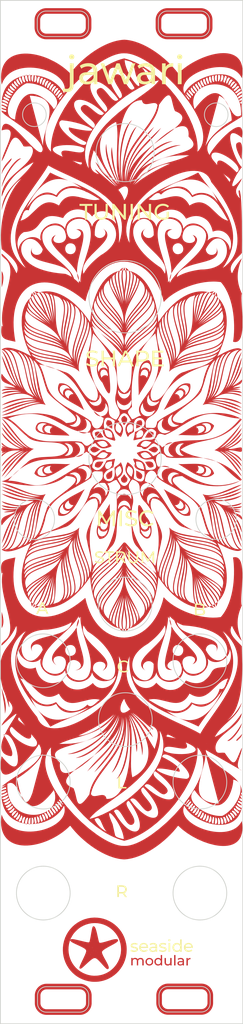
<source format=kicad_pcb>
(kicad_pcb (version 20240108) (generator "pcbnew") (generator_version "8.0")
  (layers (0 "F.Cu" signal) (31 "B.Cu" signal) (34 "B.Paste" user) (35 "F.Paste" user) (36 "B.SilkS" user "B.Silkscreen") (37 "F.SilkS" user "F.Silkscreen") (38 "B.Mask" user) (39 "F.Mask" user) (44 "Edge.Cuts" user))
  (net 0 "")
  (footprint "Seaside:SeasideStarfishCopper" (layer "F.Cu") (at 31.831236 139.674413)
    (property "Reference" "Ref**" (hide yes))
    (property "Value" "Val**" (hide yes))
    (fp_poly (pts (xy 0.355347 -4.490797) (xy 0.748508 -4.440182) (xy 1.134089 -4.351023) (xy 1.509315 -4.223966) (xy 1.87141 -4.05966) (xy 2.217599 -3.858752) (xy 2.545107 -3.62189) (xy 2.851158 -3.349722) (xy 2.863288 -3.33774) (xy 3.138733 -3.035094) (xy 3.379931 -2.708275) (xy 3.585918 -2.359267) (xy 3.75573 -1.990057) (xy 3.888404 -1.60263) (xy 3.982976 -1.19897) (xy 4.020629 -0.953056) (xy 4.034087 -0.79867) (xy 4.040926 -0.616346) (xy 4.041279 -0.419934) (xy 4.035278 -0.223287) (xy 4.023055 -0.040257) (xy 4.010851 0.072466) (xy 3.937925 0.471103) (xy 3.826827 0.854866) (xy 3.679657 1.221696) (xy 3.498514 1.569534) (xy 3.285497 1.896322) (xy 3.042704 2.200001) (xy 2.772235 2.478512) (xy 2.476189 2.729796) (xy 2.156664 2.951794) (xy 1.81576 3.142449) (xy 1.455574 3.2997) (xy 1.078207 3.42149) (xy 0.685757 3.505759) (xy 0.482375 3.533418) (xy 0.333741 3.545072) (xy 0.159255 3.551351) (xy -0.025733 3.552271) (xy -0.205873 3.547849) (xy -0.365816 3.538103) (xy -0.423334 3.532419) (xy -0.780594 3.473303) (xy -1.141143 3.378617) (xy -1.494906 3.251947) (xy -1.831805 3.096876) (xy -2.12725 2.926395) (xy -2.458552 2.688591) (xy -2.759494 2.423117) (xy -3.029241 2.132635) (xy -3.266961 1.819812) (xy -3.47182 1.487311) (xy -3.642985 1.137797) (xy -3.779621 0.773936) (xy -3.880895 0.398392) (xy -3.945975 0.013829) (xy -3.974025 -0.377088) (xy -3.972092 -0.454822) (xy -3.276631 -0.454822) (xy -3.251349 -0.101092) (xy -3.189066 0.245545) (xy -3.090991 0.582212) (xy -2.95833 0.906032) (xy -2.792293 1.214127) (xy -2.594086 1.503619) (xy -2.364918 1.77163) (xy -2.105996 2.015283) (xy -1.818528 2.2317) (xy -1.503723 2.418004) (xy -1.449917 2.445313) (xy -1.108662 2.595195) (xy -0.769575 2.704106) (xy -0.427913 2.772839) (xy -0.078933 2.802188) (xy 0.28211 2.792948) (xy 0.494871 2.770751) (xy 0.850052 2.703547) (xy 1.190418 2.59841) (xy 1.513829 2.457799) (xy 1.818147 2.284171) (xy 2.101233 2.079984) (xy 2.360947 1.847698) (xy 2.59515 1.589769) (xy 2.801704 1.308656) (xy 2.978468 1.006817) (xy 3.123305 0.686711) (xy 3.234074 0.350795) (xy 3.308636 0.001527) (xy 3.344853 -0.358634) (xy 3.348123 -0.508) (xy 3.327182 -0.883853) (xy 3.265716 -1.24946) (xy 3.164684 -1.60251) (xy 3.025039 -1.940691) (xy 2.84774 -2.261693) (xy 2.633743 -2.563203) (xy 2.384004 -2.842911) (xy 2.380626 -2.846293) (xy 2.104333 -3.093606) (xy 1.803921 -3.308249) (xy 1.483296 -3.488074) (xy 1.146364 -3.630933) (xy 0.797032 -3.73468) (xy 0.74259 -3.746999) (xy 0.374232 -3.805678) (xy 0.005856 -3.822584) (xy -0.360032 -3.798202) (xy -0.720926 -3.733016) (xy -1.074322 -3.627512) (xy -1.417712 -3.482174) (xy -1.748592 -3.297487) (xy -1.820334 -3.251042) (xy -1.962368 -3.147013) (xy -2.11684 -3.017355) (xy -2.274217 -2.871365) (xy -2.424966 -2.71834) (xy -2.559552 -2.567577) (xy -2.668442 -2.428372) (xy -2.678226 -2.414474) (xy -2.724462 -2.343796) (xy -2.778713 -2.254328) (xy -2.836941 -2.153528) (xy -2.895109 -2.048854) (xy -2.949179 -1.947764) (xy -2.995113 -1.857715) (xy -3.028874 -1.786164) (xy -3.046422 -1.740571) (xy -3.048 -1.731517) (xy -3.033916 -1.729286) (xy -2.99931 -1.74989) (xy -2.992229 -1.755298) (xy -2.953328 -1.778312) (xy -2.902675 -1.793396) (xy -2.837 -1.800116) (xy -2.753037 -1.798039) (xy -2.647516 -1.78673) (xy -2.517169 -1.765757) (xy -2.358728 -1.734684) (xy -2.168925 -1.69308) (xy -1.94449 -1.640509) (xy -1.725084 -1.587132) (xy -1.483877 -1.528443) (xy -1.280511 -1.480636) (xy -1.112061 -1.443171) (xy -0.975606 -1.415503) (xy -0.868222 -1.397093) (xy -0.786986 -1.387396) (xy -0.728977 -1.385872) (xy -0.691271 -1.391978) (xy -0.685406 -1.394293) (xy -0.666012 -1.406918) (xy -0.647658 -1.428537) (xy -0.629585 -1.462335) (xy -0.611036 -1.511493) (xy -0.591253 -1.579196) (xy -0.575488 -1.643945) (xy -0.014112 -1.643945) (xy -0.011206 -1.631361) (xy 0 -1.629834) (xy 0.017422 -1.637578) (xy 0.014111 -1.643945) (xy -0.011009 -1.646478) (xy -0.014112 -1.643945) (xy -0.575488 -1.643945) (xy -0.569478 -1.668626) (xy -0.544952 -1.782967) (xy -0.516918 -1.925402) (xy -0.484618 -2.099114) (xy -0.447294 -2.307287) (xy -0.404187 -2.553104) (xy -0.389913 -2.63525) (xy -0.351509 -2.848476) (xy -0.316637 -3.022695) (xy -0.284148 -3.160977) (xy -0.252897 -3.266388) (xy -0.221733 -3.341996) (xy -0.189509 -3.390871) (xy -0.155078 -3.416079) (xy -0.117291 -3.420688) (xy -0.097592 -3.416474) (xy -0.043428 -3.392151) (xy 0.006824 -3.351369) (xy 0.054339 -3.291158) (xy 0.100289 -3.208548) (xy 0.145846 -3.100568) (xy 0.192185 -2.964247) (xy 0.240478 -2.796615) (xy 0.291899 -2.594702) (xy 0.347619 -2.355538) (xy 0.381164 -2.204106) (xy 0.426648 -1.997175) (xy 0.464708 -1.827745) (xy 0.49642 -1.691846) (xy 0.522858 -1.585508) (xy 0.545096 -1.504759) (xy 0.56421 -1.44563) (xy 0.581275 -1.404151) (xy 0.597365 -1.37635) (xy 0.608975 -1.362549) (xy 0.642685 -1.34267) (xy 0.695614 -1.333411) (xy 0.770509 -1.335289) (xy 0.870118 -1.348819) (xy 0.997189 -1.374519) (xy 1.154469 -1.412905) (xy 1.344705 -1.464493) (xy 1.570645 -1.5298) (xy 1.693333 -1.566397) (xy 1.888022 -1.624639) (xy 2.047879 -1.671555) (xy 2.178473 -1.708465) (xy 2.285372 -1.736692) (xy 2.374145 -1.757558) (xy 2.45036 -1.772382) (xy 2.519585 -1.782488) (xy 2.587389 -1.789197) (xy 2.649343 -1.793287) (xy 2.744102 -1.798044) (xy 2.806709 -1.798447) (xy 2.847266 -1.792733) (xy 2.875874 -1.779136) (xy 2.902636 -1.755893) (xy 2.910999 -1.747592) (xy 2.949334 -1.700177) (xy 2.958895 -1.654534) (xy 2.954702 -1.623721) (xy 2.939502 -1.575754) (xy 2.911301 -1.527527) (xy 2.867064 -1.476895) (xy 2.803758 -1.421709) (xy 2.718348 -1.359822) (xy 2.607799 -1.289087) (xy 2.469079 -1.207357) (xy 2.299151 -1.112484) (xy 2.094984 -1.002321) (xy 2.021262 -0.963138) (xy 1.771123 -0.828253) (xy 1.558071 -0.708126) (xy 1.380078 -0.601325) (xy 1.235117 -0.506419) (xy 1.12116 -0.421976) (xy 1.036178 -0.346564) (xy 0.978145 -0.278752) (xy 0.945031 -0.217107) (xy 0.939601 -0.199395) (xy 0.935662 -0.137508) (xy 0.950454 -0.054155) (xy 0.984859 0.05272) (xy 1.039759 0.185175) (xy 1.116037 0.345267) (xy 1.214572 0.535053) (xy 1.336249 0.756591) (xy 1.390506 0.852642) (xy 1.514797 1.076407) (xy 1.614867 1.268748) (xy 1.691585 1.432338) (xy 1.745819 1.569853) (xy 1.778435 1.683965) (xy 1.790303 1.77735) (xy 1.78229 1.852681) (xy 1.755263 1.912632) (xy 1.740613 1.931458) (xy 1.694727 1.960228) (xy 1.653011 1.96842) (xy 1.615628 1.964594) (xy 1.575853 1.951414) (xy 1.530709 1.92617) (xy 1.477219 1.886148) (xy 1.412406 1.828638) (xy 1.333294 1.750927) (xy 1.236905 1.650304) (xy 1.120262 1.524057) (xy 0.980389 1.369475) (xy 0.912915 1.294237) (xy 0.757608 1.122866) (xy 0.624999 0.981519) (xy 0.511639 0.866926) (xy 0.41408 0.775818) (xy 0.328873 0.704923) (xy 0.252571 0.650972) (xy 0.204862 0.622756) (xy 0.137327 0.592353) (xy 0.068927 0.57629) (xy -0.003137 0.576197) (xy -0.081665 0.593704) (xy -0.169458 0.630442) (xy -0.269315 0.688039) (xy -0.384036 0.768126) (xy -0.516421 0.872334) (xy -0.669271 1.00229) (xy -0.845385 1.159627) (xy -1.047562 1.345973) (xy -1.064293 1.361573) (xy -1.208899 1.496105) (xy -1.326704 1.604592) (xy -1.421523 1.690224) (xy -1.497172 1.756192) (xy -1.557465 1.805686) (xy -1.606218 1.841897) (xy -1.647246 1.868016) (xy -1.684364 1.887233) (xy -1.702261 1.895088) (xy -1.756662 1.914953) (xy -1.792326 1.91592) (xy -1.8284 1.897984) (xy -1.832921 1.89505) (xy -1.861291 1.870595) (xy -1.879599 1.83848) (xy -1.886837 1.795581) (xy -1.882 1.738775) (xy -1.86408 1.664937) (xy -1.83207 1.570945) (xy -1.784965 1.453674) (xy -1.721757 1.310001) (xy -1.641439 1.136803) (xy -1.543005 0.930956) (xy -1.481043 0.803232) (xy -1.363832 0.559487) (xy -1.339884 0.508) (xy 0.740833 0.508) (xy 0.75694 0.528551) (xy 0.762 0.529166) (xy 0.782551 0.513059) (xy 0.783166 0.508) (xy 0.767059 0.487448) (xy 0.762 0.486833) (xy 0.741448 0.50294) (xy 0.740833 0.508) (xy -1.339884 0.508) (xy -1.26639 0.349995) (xy -1.205171 0.211666) (xy 0.550333 0.211666) (xy 0.558077 0.229089) (xy 0.564444 0.225777) (xy 0.566977 0.200657) (xy 0.564444 0.197555) (xy 0.55186 0.200461) (xy 0.550333 0.211666) (xy -1.205171 0.211666) (xy -1.187678 0.172142) (xy -1.177847 0.148166) (xy -0.529167 0.148166) (xy -0.51306 0.168718) (xy -0.508 0.169333) (xy -0.487449 0.153226) (xy -0.486834 0.148166) (xy -0.502941 0.127615) (xy -0.508 0.127) (xy -0.528552 0.143107) (xy -0.529167 0.148166) (xy -1.177847 0.148166) (xy -1.126653 0.023316) (xy -1.087506 -0.084667) (xy -0.338667 -0.084667) (xy -0.331445 -0.064051) (xy -0.329333 -0.0635) (xy -0.311262 -0.078333) (xy -0.306917 -0.084667) (xy 0.359833 -0.084667) (xy 0.367577 -0.067245) (xy 0.373944 -0.070556) (xy 0.376477 -0.095676) (xy 0.373944 -0.098778) (xy 0.36136 -0.095873) (xy 0.359833 -0.084667) (xy -0.306917 -0.084667) (xy -0.308595 -0.104172) (xy -0.316251 -0.105834) (xy -0.337806 -0.090469) (xy -0.338667 -0.084667) (xy -1.087506 -0.084667) (xy -1.082275 -0.099095) (xy -1.053501 -0.197704) (xy -1.039291 -0.275124) (xy -1.037307 -0.310039) (xy -1.040549 -0.339916) (xy -0.169334 -0.339916) (xy -0.153969 -0.318362) (xy -0.148167 -0.3175) (xy -0.127551 -0.324722) (xy -0.127 -0.326835) (xy -0.137737 -0.339916) (xy 0.148166 -0.339916) (xy 0.163531 -0.318362) (xy 0.169333 -0.3175) (xy 0.189949 -0.324722) (xy 0.1905 -0.326835) (xy 0.175667 -0.344906) (xy 0.169333 -0.34925) (xy 0.149828 -0.347572) (xy 0.148166 -0.339916) (xy -0.137737 -0.339916) (xy -0.141833 -0.344906) (xy -0.148167 -0.34925) (xy -0.167672 -0.347572) (xy -0.169334 -0.339916) (xy -1.040549 -0.339916) (xy -1.043862 -0.370447) (xy -1.065121 -0.428846) (xy -1.103789 -0.487107) (xy -1.162571 -0.547102) (xy -1.244173 -0.610703) (xy -1.336562 -0.670278) (xy 0.282222 -0.670278) (xy 0.285127 -0.657695) (xy 0.296333 -0.656167) (xy 0.313755 -0.663912) (xy 0.310444 -0.670278) (xy 0.285324 -0.672812) (xy 0.282222 -0.670278) (xy -1.336562 -0.670278) (xy -1.351301 -0.679782) (xy -1.421939 -0.719667) (xy -0.296334 -0.719667) (xy -0.289112 -0.699051) (xy -0.287 -0.6985) (xy -0.268928 -0.713333) (xy -0.264584 -0.719667) (xy -0.266262 -0.739172) (xy -0.273918 -0.740834) (xy -0.295472 -0.725469) (xy -0.296334 -0.719667) (xy -1.421939 -0.719667) (xy -1.48666 -0.75621) (xy -1.648593 -0.839612) (xy 0.578555 -0.839612) (xy 0.581461 -0.827028) (xy 0.592666 -0.8255) (xy 0.610089 -0.833245) (xy 0.606777 -0.839612) (xy 0.581657 -0.842145) (xy 0.578555 -0.839612) (xy -1.648593 -0.839612) (xy -1.652956 -0.841859) (xy -1.750384 -0.889) (xy -0.656167 -0.889) (xy -0.648945 -0.868384) (xy -0.646833 -0.867834) (xy -0.628762 -0.882666) (xy -0.624417 -0.889) (xy -0.626095 -0.908505) (xy -0.633751 -0.910167) (xy -0.655306 -0.894802) (xy -0.656167 -0.889) (xy -1.750384 -0.889) (xy -1.852895 -0.9386) (xy -1.882832 -0.9525) (xy 0.910166 -0.9525) (xy 0.917388 -0.931884) (xy 0.9195 -0.931334) (xy 0.937572 -0.946166) (xy 0.941916 -0.9525) (xy 0.940238 -0.972005) (xy 0.932582 -0.973667) (xy 0.911028 -0.958302) (xy 0.910166 -0.9525) (xy -1.882832 -0.9525) (xy -1.958815 -0.987778) (xy -0.014112 -0.987778) (xy -0.011206 -0.975195) (xy 0 -0.973667) (xy 0.017422 -0.981412) (xy 0.014111 -0.987778) (xy -0.011009 -0.990312) (xy -0.014112 -0.987778) (xy -1.958815 -0.987778) (xy -2.049995 -1.030112) (xy -1.008945 -1.030112) (xy -1.006039 -1.017528) (xy -0.994834 -1.016) (xy -0.977411 -1.023745) (xy -0.980723 -1.030112) (xy -1.005843 -1.032645) (xy -1.008945 -1.030112) (xy -2.049995 -1.030112) (xy -2.089182 -1.048306) (xy -2.111152 -1.058334) (xy 1.227666 -1.058334) (xy 1.235411 -1.040911) (xy 1.241777 -1.044223) (xy 1.244311 -1.069343) (xy 1.241777 -1.072445) (xy 1.229194 -1.069539) (xy 1.227666 -1.058334) (xy -2.111152 -1.058334) (xy -2.134228 -1.068866) (xy -2.295332 -1.143) (xy -1.375834 -1.143) (xy -1.368612 -1.122384) (xy -1.3665 -1.121834) (xy -1.348428 -1.136666) (xy -1.344084 -1.143) (xy -1.345762 -1.162505) (xy -1.353418 -1.164167) (xy -1.374972 -1.148802) (xy -1.375834 -1.143) (xy -2.295332 -1.143) (xy -2.346343 -1.166473) (xy -2.522683 -1.250171) (xy -2.666644 -1.322102) (xy -2.674659 -1.326445) (xy -0.014112 -1.326445) (xy -0.011206 -1.313861) (xy 0 -1.312334) (xy 0.017422 -1.320078) (xy 0.014111 -1.326445) (xy -0.011009 -1.328978) (xy -0.014112 -1.326445) (xy -2.674659 -1.326445) (xy -2.781627 -1.384402) (xy -2.871029 -1.439212) (xy -2.938248 -1.488669) (xy -2.986683 -1.534914) (xy -3.019733 -1.580085) (xy -3.040795 -1.626321) (xy -3.045818 -1.642625) (xy -3.054911 -1.668868) (xy -3.064468 -1.672795) (xy -3.077622 -1.649534) (xy -3.097508 -1.59421) (xy -3.118394 -1.529788) (xy -3.211361 -1.172048) (xy -3.263704 -0.812766) (xy -3.276631 -0.454822) (xy -3.972092 -0.454822) (xy -3.964212 -0.771694) (xy -3.915704 -1.167324) (xy -3.827666 -1.561314) (xy -3.699265 -1.950998) (xy -3.673459 -2.016387) (xy -3.504226 -2.379191) (xy -3.299263 -2.721589) (xy -3.061166 -3.041151) (xy -2.792531 -3.335451) (xy -2.495953 -3.602059) (xy -2.174029 -3.838548) (xy -1.829354 -4.042489) (xy -1.464525 -4.211455) (xy -1.237591 -4.29485) (xy -0.841863 -4.404893) (xy -0.442614 -4.4738) (xy -0.042619 -4.502218) (xy 0.355347 -4.490797)) (stroke (width 0.01)) (fill solid) (layer "F.Cu"))
  )
  (footprint "Seaside:SeasideStarfish_fmask" (layer "F.Cu") (at 31.824791 139.675684)
    (property "Reference" "Ref**" (hide yes))
    (property "Value" "Val**" (hide yes))
  )
  (gr_poly (pts (xy 23.223742 123.386024) (xy 23.352261 123.398504) (xy 23.347861 123.42421) (xy 23.304262 123.437222) (xy 23.265302 123.442856) (xy 23.230827 123.441606) (xy 23.20068 123.433968) (xy 23.174706 123.42044) (xy 23.152749 123.401516) (xy 23.134654 123.377693) (xy 23.130815 123.370163)) (stroke (width -0.000001)) (fill solid) (layer "F.Cu"))
  (gr_poly (pts (xy 33.534665 72.714822) (xy 33.595355 72.720031) (xy 33.651314 72.727954) (xy 33.70273 72.738512) (xy 33.749789 72.751626) (xy 33.792679 72.767216) (xy 33.831588 72.785202) (xy 33.866702 72.805505) (xy 33.898209 72.828045) (xy 33.926297 72.852744) (xy 33.951152 72.879522) (xy 33.972962 72.908299) (xy 33.991915 72.938995) (xy 34.008197 72.971532) (xy 34.021996 73.00583) (xy 34.033499 73.041809) (xy 34.042894 73.07939) (xy 34.050368 73.118494) (xy 34.060302 73.200951) (xy 34.0648 73.288546) (xy 34.06536 73.380641) (xy 34.060661 73.575793) (xy 34.058194 73.781322) (xy 33.876611 73.685762) (xy 33.786971 73.637028) (xy 33.780242 73.633148) (xy 33.962945 73.633148) (xy 33.973528 73.643734) (xy 33.973187 73.642772) (xy 33.972828 73.641871) (xy 33.972452 73.641027) (xy 33.972061 73.64024) (xy 33.971657 73.639507) (xy 33.971242 73.638826) (xy 33.970818 73.638196) (xy 33.970387 73.637614) (xy 33.96995 73.637079) (xy 33.969511 73.636588) (xy 33.96907 73.63614) (xy 33.96863 73.635733) (xy 33.968192 73.635364) (xy 33.967759 73.635032) (xy 33.967332 73.634735) (xy 33.966914 73.634471) (xy 33.966506 73.634238) (xy 33.96611 73.634035) (xy 33.965729 73.633858) (xy 33.965364 73.633706) (xy 33.964689 73.633471) (xy 33.964103 73.633314) (xy 33.963619 73.633218) (xy 33.963255 73.633169) (xy 33.962945 73.633148) (xy 33.780242 73.633148) (xy 33.700236 73.587018) (xy 33.618007 73.53525) (xy 33.541886 73.481246) (xy 33.506616 73.453254) (xy 33.473475 73.424523) (xy 33.442661 73.394992) (xy 33.414376 73.364601) (xy 33.388819 73.333291) (xy 33.366191 73.301) (xy 33.346692 73.26767) (xy 33.330522 73.23324) (xy 33.317882 73.197649) (xy 33.308971 73.160838) (xy 33.303991 73.122747) (xy 33.303141 73.083316) (xy 33.306621 73.042485) (xy 33.314632 73.000192) (xy 33.327373 72.95638) (xy 33.345047 72.910987) (xy 33.367851 72.863953) (xy 33.395987 72.815218) (xy 33.429656 72.764723) (xy 33.469056 72.712406)) (stroke (width -0.000001)) (fill solid) (layer "F.Cu"))
  (gr_poly (pts (xy 46.923185 76.492253) (xy 46.913414 76.497704) (xy 46.913418 76.49065)) (stroke (width -0.000001)) (fill solid) (layer "F.Cu"))
  (gr_poly (pts (xy 35.199371 98.912311) (xy 35.32059 98.920476) (xy 35.333348 98.981967) (xy 35.412862 99.258934) (xy 35.340818 99.205297) (xy 35.267782 99.15001) (xy 35.194085 99.092739) (xy 35.157091 99.063255) (xy 35.120056 99.03315) (xy 35.076313 98.982213) (xy 35.038831 98.921036) (xy 35.018421 98.875095)) (stroke (width -0.000001)) (fill solid) (layer "F.Cu"))
  (gr_poly (pts (xy 35.577354 79.522023) (xy 35.585258 79.527697) (xy 35.593956 79.537154) (xy 35.603843 79.550393) (xy 35.663223 79.641178) (xy 35.710364 79.709266) (xy 35.773369 79.792485) (xy 35.811813 79.839768) (xy 35.855413 79.890834) (xy 35.904565 79.945683) (xy 35.959666 80.004314) (xy 35.968253 80.072238) (xy 35.970483 80.135779) (xy 35.966779 80.194938) (xy 35.957565 80.249715) (xy 35.943263 80.300109) (xy 35.924296 80.346122) (xy 35.901089 80.387752) (xy 35.874063 80.425001) (xy 35.843641 80.457867) (xy 35.810248 80.486351) (xy 35.774306 80.510453) (xy 35.736238 80.530172) (xy 35.696467 80.54551) (xy 35.655417 80.556465) (xy 35.61351 80.563038) (xy 35.57117 80.565229) (xy 35.528819 80.563038) (xy 35.486881 80.556465) (xy 35.445779 80.54551) (xy 35.405936 80.530172) (xy 35.367775 80.510453) (xy 35.331719 80.486351) (xy 35.298192 80.457867) (xy 35.267616 80.425001) (xy 35.240414 80.387752) (xy 35.21701 80.346122) (xy 35.197826 80.300109) (xy 35.183286 80.249715) (xy 35.173813 80.194938) (xy 35.169831 80.135779) (xy 35.171761 80.072238) (xy 35.180027 80.004314) (xy 35.235128 79.945683) (xy 35.284281 79.890834) (xy 35.32788 79.839768) (xy 35.366324 79.792485) (xy 35.42933 79.709266) (xy 35.476471 79.641178) (xy 35.53585 79.550393) (xy 35.545738 79.537154) (xy 35.554435 79.527697) (xy 35.562339 79.522023) (xy 35.569847 79.520132)) (stroke (width -0.000001)) (fill solid) (layer "F.Cu"))
  (gr_poly (pts (xy 50.346606 110.840029) (xy 50.32636 110.924585) (xy 50.299721 111.012675) (xy 50.267088 111.103825) (xy 50.228861 111.197559) (xy 50.18544 111.293401) (xy 50.084615 111.489509) (xy 49.967811 111.688345) (xy 49.838228 111.886108) (xy 49.699064 112.078992) (xy 49.553518 112.263194) (xy 49.404789 112.434912) (xy 49.256076 112.590341) (xy 49.110576 112.725679) (xy 49.040032 112.784625) (xy 48.97149 112.837121) (xy 48.905351 112.882693) (xy 48.842016 112.920865) (xy 48.781882 112.951162) (xy 48.725352 112.973108) (xy 48.672823 112.986227) (xy 48.624697 112.990044) (xy 48.581373 112.984085) (xy 48.543251 112.967873) (xy 48.66547 112.882222) (xy 48.787281 112.788189) (xy 48.908524 112.686074) (xy 49.029037 112.576177) (xy 49.148662 112.458797) (xy 49.267238 112.334234) (xy 49.384605 112.202789) (xy 49.500602 112.064759) (xy 49.61507 111.920446) (xy 49.727848 111.770149) (xy 49.838776 111.614167) (xy 49.947693 111.452801) (xy 50.05444 111.28635) (xy 50.158857 111.115113) (xy 50.260783 110.939391) (xy 50.360058 110.759483)) (stroke (width -0.000001)) (fill solid) (layer "F.Cu"))
  (gr_poly (pts (xy 20.370968 107.074719) (xy 20.481142 107.475783) (xy 20.531935 107.682186) (xy 20.577674 107.891399) (xy 20.616715 108.102598) (xy 20.647416 108.314954) (xy 20.668133 108.52764) (xy 20.677223 108.739831) (xy 20.673042 108.9507) (xy 20.653948 109.159419) (xy 20.618296 109.365161) (xy 20.593748 109.466658) (xy 20.564444 109.567101) (xy 20.56206 109.357411) (xy 20.552807 109.149003) (xy 20.537508 108.941836) (xy 20.516985 108.735867) (xy 20.463551 108.327361) (xy 20.39908 107.923154) (xy 20.263316 107.126315) (xy 20.205169 106.733022) (xy 20.181406 106.537512) (xy 20.162278 106.342705)) (stroke (width -0.000001)) (fill solid) (layer "F.Cu"))
  (gr_poly (pts (xy 40.710201 78.449809) (xy 40.822451 78.465001) (xy 40.938045 78.494327) (xy 41.056498 78.538618) (xy 41.17733 78.598706) (xy 41.300057 78.675424) (xy 41.318853 78.689684) (xy 41.095466 78.635686) (xy 40.790241 78.581723) (xy 40.47422 78.547158) (xy 40.253936 78.538249) (xy 40.304277 78.513736) (xy 40.398331 78.480714) (xy 40.497658 78.458498) (xy 40.601775 78.447919)) (stroke (width -0.000001)) (fill solid) (layer "F.Cu"))
  (gr_poly (pts (xy 24.009839 95.676032) (xy 24.107005 95.740827) (xy 24.077316 95.836427) (xy 24.040403 95.973177) (xy 24.007555 96.115684) (xy 23.954147 96.023989) (xy 23.915194 95.92894) (xy 23.890041 95.83072) (xy 23.878034 95.72951) (xy 23.878516 95.625491) (xy 23.885332 95.566475)) (stroke (width -0.000001)) (fill solid) (layer "F.Cu"))
  (gr_poly (pts (xy 43.53509 68.084273) (xy 43.68893 68.106841) (xy 43.847776 68.147461) (xy 43.880606 68.307157) (xy 43.896309 68.461576) (xy 43.895719 68.610877) (xy 43.879672 68.755217) (xy 43.849003 68.894757) (xy 43.804547 69.029655) (xy 43.74714 69.160071) (xy 43.677617 69.286162) (xy 43.596813 69.408088) (xy 43.505563 69.526007) (xy 43.404702 69.64008) (xy 43.295067 69.750464) (xy 43.05281 69.960802) (xy 42.785475 70.158294) (xy 42.499743 70.34421) (xy 42.202296 70.519821) (xy 41.598983 70.845216) (xy 41.028992 71.144648) (xy 40.773197 71.287806) (xy 40.545776 71.428288) (xy 40.68545 71.20188) (xy 40.828736 70.945403) (xy 41.130671 70.370451) (xy 41.291584 70.066085) (xy 41.460636 69.759864) (xy 41.638958 69.458841) (xy 41.64756 69.445679) (xy 41.946306 69.445679) (xy 41.976791 69.438037) (xy 42.007335 69.432915) (xy 42.037852 69.430224) (xy 42.068255 69.429881) (xy 42.09846 69.431798) (xy 42.12838 69.435891) (xy 42.157929 69.442072) (xy 42.187021 69.450256) (xy 42.215571 69.460358) (xy 42.243492 69.47229) (xy 42.270699 69.485968) (xy 42.297105 69.501306) (xy 42.322626 69.518217) (xy 42.347174 69.536616) (xy 42.370664 69.556416) (xy 42.39301 69.577532) (xy 42.414126 69.599878) (xy 42.433926 69.623368) (xy 42.452325 69.647917) (xy 42.469236 69.673437) (xy 42.484573 69.699844) (xy 42.498251 69.72705) (xy 42.510184 69.754972) (xy 42.520285 69.783522) (xy 42.528469 69.812614) (xy 42.53465 69.842163) (xy 42.538742 69.872083) (xy 42.540659 69.902288) (xy 42.540316 69.932692) (xy 42.537625 69.963209) (xy 42.532502 69.993753) (xy 42.52486 70.024239) (xy 42.625376 69.959751) (xy 42.713584 69.893601) (xy 42.789948 69.826253) (xy 42.854935 69.758173) (xy 42.909011 69.689827) (xy 42.952641 69.62168) (xy 42.986291 69.554199) (xy 43.010426 69.487849) (xy 43.025513 69.423096) (xy 43.032018 69.360406) (xy 43.030405 69.300244) (xy 43.021141 69.243076) (xy 43.004691 69.189367) (xy 42.981521 69.139584) (xy 42.952097 69.094192) (xy 42.916885 69.053658) (xy 42.87635 69.018445) (xy 42.830958 68.989022) (xy 42.781175 68.965852) (xy 42.727467 68.949402) (xy 42.670299 68.940138) (xy 42.610137 68.938525) (xy 42.547446 68.945029) (xy 42.482693 68.960116) (xy 42.416343 68.984252) (xy 42.348862 69.017901) (xy 42.280716 69.061531) (xy 42.212371 69.115606) (xy 42.144291 69.180593) (xy 42.076943 69.256957) (xy 42.010793 69.345163) (xy 41.946306 69.445679) (xy 41.64756 69.445679) (xy 41.827683 69.170071) (xy 41.9263 69.032485) (xy 42.027942 68.900607) (xy 42.120874 68.789516) (xy 42.376694 68.789516) (xy 42.426119 68.763639) (xy 42.475722 68.742778) (xy 42.525329 68.726761) (xy 42.574766 68.715417) (xy 42.623859 68.708575) (xy 42.672435 68.706061) (xy 42.72032 68.707705) (xy 42.76734 68.713335) (xy 42.813321 68.722778) (xy 42.85809 68.735863) (xy 42.901473 68.752419) (xy 42.943295 68.772272) (xy 42.983384 68.795252) (xy 43.021565 68.821187) (xy 43.057665 68.849904) (xy 43.091511 68.881233) (xy 43.122927 68.915) (xy 43.15174 68.951035) (xy 43.177778 68.989165) (xy 43.200865 69.029219) (xy 43.220829 69.071025) (xy 43.237494 69.114411) (xy 43.250689 69.159205) (xy 43.260238 69.205236) (xy 43.265969 69.252331) (xy 43.267707 69.300319) (xy 43.265278 69.349027) (xy 43.258509 69.398285) (xy 43.247226 69.44792) (xy 43.231256 69.49776) (xy 43.210424 69.547634) (xy 43.184557 69.59737) (xy 43.224733 69.565938) (xy 43.263215 69.535085) (xy 43.29996 69.504728) (xy 43.334927 69.474783) (xy 43.368076 69.44517) (xy 43.399364 69.415804) (xy 43.428751 69.386604) (xy 43.442718 69.37204) (xy 43.456194 69.357487) (xy 43.521852 69.265076) (xy 43.576272 69.175809) (xy 43.619937 69.089853) (xy 43.653329 69.007376) (xy 43.676932 68.928544) (xy 43.691226 68.853526) (xy 43.696696 68.782487) (xy 43.693823 68.715597) (xy 43.68309 68.653021) (xy 43.66498 68.594928) (xy 43.639975 68.541485) (xy 43.608557 68.492858) (xy 43.57121 68.449215) (xy 43.528415 68.410724) (xy 43.480655 68.377552) (xy 43.428413 68.349866) (xy 43.372171 68.327833) (xy 43.312412 68.311621) (xy 43.249619 68.301397) (xy 43.184273 68.297328) (xy 43.116857 68.299582) (xy 43.047855 68.308326) (xy 42.977748 68.323727) (xy 42.907018 68.345953) (xy 42.83615 68.37517) (xy 42.765624 68.411547) (xy 42.695924 68.45525) (xy 42.627531 68.506446) (xy 42.56093 68.565304) (xy 42.496601 68.63199) (xy 42.435028 68.706672) (xy 42.376694 68.789516) (xy 42.120874 68.789516) (xy 42.132751 68.775319) (xy 42.240867 68.657503) (xy 42.352433 68.548041) (xy 42.467589 68.447814) (xy 42.586479 68.357703) (xy 42.709241 68.278592) (xy 42.836019 68.211361) (xy 42.966954 68.156892) (xy 43.102187 68.116067) (xy 43.24186 68.089768) (xy 43.386114 68.078876)) (stroke (width -0.000001)) (fill solid) (layer "F.Cu"))
  (gr_poly (pts (xy 38.750196 140.237819) (xy 38.767571 140.238557) (xy 38.784636 140.239781) (xy 38.801401 140.241485) (xy 38.817878 140.243665) (xy 38.834075 140.246315) (xy 38.850003 140.24943) (xy 38.865673 140.253005) (xy 38.881095 140.257035) (xy 38.896279 140.261515) (xy 38.911236 140.266439) (xy 38.925976 140.271802) (xy 38.940509 140.2776) (xy 38.954845 140.283826) (xy 38.968996 140.290477) (xy 38.982971 140.297546) (xy 38.996656 140.30561) (xy 39.009932 140.313936) (xy 39.022806 140.322542) (xy 39.035281 140.331443) (xy 39.047364 140.340654) (xy 39.059059 140.350191) (xy 39.070372 140.360069) (xy 39.081308 140.370303) (xy 39.091871 140.38091) (xy 39.102068 140.391904) (xy 39.111903 140.403302) (xy 39.121381 140.415118) (xy 39.130508 140.427369) (xy 39.139289 140.440069) (xy 39.147729 140.453235) (xy 39.155832 140.466881) (xy 39.163522 140.480275) (xy 39.170715 140.49399) (xy 39.177413 140.508014) (xy 39.183614 140.522338) (xy 39.189319 140.536951) (xy 39.194528 140.551842) (xy 39.199241 140.567003) (xy 39.203458 140.582421) (xy 39.207179 140.598088) (xy 39.210404 140.613992) (xy 39.213132 140.630123) (xy 39.215365 140.646472) (xy 39.217101 140.663027) (xy 39.218341 140.679778) (xy 39.219086 140.696716) (xy 39.219334 140.713829) (xy 39.219086 140.730944) (xy 39.218341 140.747882) (xy 39.217101 140.764635) (xy 39.215365 140.781191) (xy 39.213132 140.79754) (xy 39.210404 140.813671) (xy 39.207179 140.829576) (xy 39.203458 140.845242) (xy 39.199241 140.860661) (xy 39.194528 140.875821) (xy 39.189319 140.890712) (xy 39.183614 140.905325) (xy 39.177413 140.919648) (xy 39.170715 140.933671) (xy 39.163522 140.947384) (xy 39.155832 140.960777) (xy 39.147729 140.973843) (xy 39.139289 140.986577) (xy 39.130509 140.99898) (xy 39.121382 141.011052) (xy 39.111904 141.022793) (xy 39.102069 141.034203) (xy 39.091873 141.045283) (xy 39.081309 141.056031) (xy 39.070374 141.066449) (xy 39.059061 141.076536) (xy 39.047366 141.086293) (xy 39.035283 141.095719) (xy 39.022807 141.104815) (xy 39.009933 141.11358) (xy 38.996656 141.122015) (xy 38.982971 141.130119) (xy 38.968996 141.137768) (xy 38.954845 141.144849) (xy 38.940509 141.151372) (xy 38.925976 141.157347) (xy 38.911236 141.162786) (xy 38.896279 141.167697) (xy 38.881095 141.172091) (xy 38.865673 141.17598) (xy 38.850003 141.179372) (xy 38.834075 141.182278) (xy 38.817878 141.184709) (xy 38.801401 141.186675) (xy 38.784636 141.188186) (xy 38.767571 141.189253) (xy 38.750196 141.189885) (xy 38.7325 141.190094) (xy 38.714804 141.189847) (xy 38.697429 141.189109) (xy 38.680363 141.187885) (xy 38.663598 141.186181) (xy 38.647121 141.184001) (xy 38.630924 141.181351) (xy 38.614996 141.178236) (xy 38.599326 141.174661) (xy 38.583904 141.170631) (xy 38.568719 141.166151) (xy 38.553763 141.161227) (xy 38.539023 141.155864) (xy 38.52449 141.150066) (xy 38.510153 141.143839) (xy 38.496002 141.137189) (xy 38.482027 141.130119) (xy 38.468342 141.122016) (xy 38.455066 141.113582) (xy 38.442192 141.104818) (xy 38.429717 141.095722) (xy 38.417634 141.086296) (xy 38.405939 141.07654) (xy 38.394626 141.066452) (xy 38.38369 141.056034) (xy 38.373127 141.045285) (xy 38.36293 141.034205) (xy 38.353095 141.022794) (xy 38.343617 141.011053) (xy 38.33449 140.99898) (xy 38.325709 140.986577) (xy 38.31727 140.973843) (xy 38.309166 140.960777) (xy 38.301476 140.947384) (xy 38.294283 140.933671) (xy 38.287586 140.919648) (xy 38.281385 140.905325) (xy 38.27568 140.890712) (xy 38.270471 140.875821) (xy 38.265758 140.860661) (xy 38.261541 140.845242) (xy 38.25782 140.829576) (xy 38.254596 140.813671) (xy 38.251867 140.79754) (xy 38.249635 140.781191) (xy 38.247899 140.764635) (xy 38.246659 140.747882) (xy 38.245915 140.730944) (xy 38.245667 140.713829) (xy 38.245717 140.71032) (xy 38.415001 140.71032) (xy 38.415166 140.722765) (xy 38.415662 140.734967) (xy 38.416489 140.746931) (xy 38.417647 140.758663) (xy 38.419135 140.770167) (xy 38.420954 140.781449) (xy 38.423103 140.792514) (xy 38.425584 140.803367) (xy 38.428395 140.814013) (xy 38.431537 140.824457) (xy 38.435009 140.834705) (xy 38.438812 140.844761) (xy 38.442946 140.854632) (xy 38.447411 140.864322) (xy 38.452207 140.873835) (xy 38.457333 140.883179) (xy 38.462748 140.892316) (xy 38.468405 140.901205) (xy 38.474301 140.909845) (xy 38.480429 140.918238) (xy 38.486784 140.926382) (xy 38.493362 140.934278) (xy 38.500157 140.941926) (xy 38.507163 140.949326) (xy 38.514376 140.956477) (xy 38.521791 140.96338) (xy 38.529402 140.970035) (xy 38.537205 140.976442) (xy 38.545193 140.982601) (xy 38.553362 140.988512) (xy 38.561707 140.994174) (xy 38.570223 140.999588) (xy 38.578944 141.004714) (xy 38.587903 141.00951) (xy 38.597089 141.013975) (xy 38.606492 141.018109) (xy 38.616102 141.021912) (xy 38.625909 141.025385) (xy 38.635901 141.028527) (xy 38.646069 141.031339) (xy 38.656403 141.033819) (xy 38.666891 141.035969) (xy 38.677525 141.037789) (xy 38.688292 141.039277) (xy 38.699184 141.040435) (xy 38.710189 141.041262) (xy 38.721298 141.041758) (xy 38.7325 141.041924) (xy 38.743663 141.041758) (xy 38.754665 141.041262) (xy 38.765513 141.040435) (xy 38.776211 141.039277) (xy 38.786764 141.037789) (xy 38.797178 141.035969) (xy 38.807457 141.033819) (xy 38.817607 141.031339) (xy 38.827633 141.028527) (xy 38.83754 141.025385) (xy 38.847334 141.021912) (xy 38.857019 141.018109) (xy 38.866601 141.013975) (xy 38.876084 141.00951) (xy 38.885475 141.004714) (xy 38.894777 140.999588) (xy 38.903293 140.994174) (xy 38.911637 140.988511) (xy 38.919807 140.9826) (xy 38.927795 140.976441) (xy 38.935597 140.970034) (xy 38.943208 140.963378) (xy 38.950623 140.956475) (xy 38.957836 140.949323) (xy 38.964843 140.941923) (xy 38.971637 140.934275) (xy 38.978215 140.926379) (xy 38.98457 140.918234) (xy 38.990698 140.909842) (xy 38.996593 140.901202) (xy 39.002251 140.892314) (xy 39.007666 140.883179) (xy 39.012792 140.873795) (xy 39.017588 140.864175) (xy 39.022053 140.854326) (xy 39.026187 140.844262) (xy 39.02999 140.83399) (xy 39.033463 140.823522) (xy 39.036605 140.812868) (xy 39.039416 140.802039) (xy 39.041897 140.791044) (xy 39.044046 140.779895) (xy 39.045865 140.7686) (xy 39.047353 140.757172) (xy 39.048511 140.745619) (xy 39.049338 140.733952) (xy 39.049834 140.722183) (xy 39.049999 140.71032) (xy 39.049834 140.698458) (xy 39.049338 140.686688) (xy 39.048511 140.675022) (xy 39.047353 140.66347) (xy 39.045865 140.652041) (xy 39.044046 140.640746) (xy 39.041896 140.629596) (xy 39.039415 140.618601) (xy 39.036604 140.607771) (xy 39.033462 140.597117) (xy 39.029989 140.58665) (xy 39.026186 140.576379) (xy 39.022052 140.566314) (xy 39.017587 140.556468) (xy 39.012792 140.546849) (xy 39.007666 140.537468) (xy 39.002289 140.528331) (xy 38.996738 140.519447) (xy 38.991 140.510822) (xy 38.985066 140.502461) (xy 38.978925 140.494369) (xy 38.972567 140.486551) (xy 38.965982 140.479012) (xy 38.959159 140.471758) (xy 38.952088 140.464793) (xy 38.944758 140.458123) (xy 38.93716 140.451753) (xy 38.929283 140.445687) (xy 38.921117 140.439931) (xy 38.91265 140.434491) (xy 38.903874 140.429371) (xy 38.894777 140.424576) (xy 38.886056 140.41945) (xy 38.877097 140.414654) (xy 38.86791 140.410189) (xy 38.858507 140.406055) (xy 38.848897 140.402252) (xy 38.83909 140.398779) (xy 38.829098 140.395637) (xy 38.818929 140.392825) (xy 38.808596 140.390344) (xy 38.798107 140.388194) (xy 38.787474 140.386375) (xy 38.776707 140.384887) (xy 38.765815 140.383729) (xy 38.75481 140.382902) (xy 38.743702 140.382406) (xy 38.7325 140.38224) (xy 38.721337 140.382406) (xy 38.710334 140.382902) (xy 38.699486 140.383729) (xy 38.688788 140.384887) (xy 38.678235 140.386375) (xy 38.667821 140.388194) (xy 38.657542 140.390344) (xy 38.647392 140.392825) (xy 38.637366 140.395637) (xy 38.627459 140.398779) (xy 38.617665 140.402252) (xy 38.60798 140.406055) (xy 38.598399 140.410189) (xy 38.588915 140.414654) (xy 38.579525 140.41945) (xy 38.570223 140.424576) (xy 38.561707 140.42995) (xy 38.553362 140.435501) (xy 38.545193 140.441238) (xy 38.537205 140.447171) (xy 38.529402 140.453311) (xy 38.521791 140.459669) (xy 38.514376 140.466254) (xy 38.507163 140.473077) (xy 38.500157 140.480148) (xy 38.493362 140.487478) (xy 38.486784 140.495077) (xy 38.480429 140.502955) (xy 38.474301 140.511123) (xy 38.468405 140.519591) (xy 38.462748 140.528369) (xy 38.457333 140.537468) (xy 38.452207 140.546812) (xy 38.447411 140.556327) (xy 38.442946 140.566017) (xy 38.438812 140.575888) (xy 38.435009 140.585945) (xy 38.431537 140.596193) (xy 38.428395 140.606637) (xy 38.425584 140.617282) (xy 38.423103 140.628134) (xy 38.420954 140.639198) (xy 38.419135 140.650478) (xy 38.417647 140.661981) (xy 38.416489 140.673712) (xy 38.415662 140.685675) (xy 38.415166 140.697876) (xy 38.415001 140.71032) (xy 38.245717 140.71032) (xy 38.245915 140.696716) (xy 38.246659 140.679778) (xy 38.247899 140.663027) (xy 38.249635 140.646472) (xy 38.251867 140.630123) (xy 38.254596 140.613992) (xy 38.25782 140.598088) (xy 38.261541 140.582421) (xy 38.265758 140.567003) (xy 38.270471 140.551842) (xy 38.27568 140.536951) (xy 38.281385 140.522338) (xy 38.287586 140.508014) (xy 38.294283 140.49399) (xy 38.301476 140.480275) (xy 38.309166 140.466881) (xy 38.31727 140.453817) (xy 38.325709 140.441084) (xy 38.33449 140.428682) (xy 38.343617 140.416611) (xy 38.353095 140.40487) (xy 38.36293 140.393461) (xy 38.373127 140.382382) (xy 38.38369 140.371634) (xy 38.394626 140.361216) (xy 38.405939 140.351129) (xy 38.417634 140.341372) (xy 38.429717 140.331946) (xy 38.442192 140.322851) (xy 38.455066 140.314086) (xy 38.468342 140.305651) (xy 38.482027 140.297546) (xy 38.496002 140.290478) (xy 38.510153 140.283829) (xy 38.52449 140.277603) (xy 38.539023 140.271805) (xy 38.553763 140.266442) (xy 38.568719 140.261518) (xy 38.583904 140.257038) (xy 38.599326 140.253008) (xy 38.614996 140.249432) (xy 38.630924 140.246317) (xy 38.647121 140.243666) (xy 38.663598 140.241486) (xy 38.680363 140.239781) (xy 38.697429 140.238557) (xy 38.714804 140.237819) (xy 38.7325 140.237572)) (stroke (width -0.000001)) (fill solid) (layer "F.Cu"))
  (gr_poly (pts (xy 30.020355 21.328256) (xy 30.077506 21.332602) (xy 30.133826 21.339758) (xy 30.189244 21.349655) (xy 30.24369 21.362221) (xy 30.297092 21.377386) (xy 30.349381 21.395078) (xy 30.400486 21.415228) (xy 30.450335 21.437764) (xy 30.498858 21.462617) (xy 30.545985 21.489714) (xy 30.591645 21.518986) (xy 30.635766 21.550361) (xy 30.678279 21.583769) (xy 30.719112 21.61914) (xy 30.758195 21.656402) (xy 30.795457 21.695485) (xy 30.830828 21.736319) (xy 30.864236 21.778831) (xy 30.895612 21.822953) (xy 30.924883 21.868612) (xy 30.951981 21.915739) (xy 30.976833 21.964262) (xy 30.999369 22.014111) (xy 31.019519 22.065216) (xy 31.037212 22.117505) (xy 31.052376 22.170907) (xy 31.064942 22.225353) (xy 31.074839 22.280771) (xy 31.081996 22.337091) (xy 31.086341 22.394242) (xy 31.087806 22.452153) (xy 31.087806 23.404653) (xy 31.086341 23.462564) (xy 31.081996 23.519714) (xy 31.074839 23.576034) (xy 31.064942 23.631452) (xy 31.052376 23.685898) (xy 31.037212 23.739301) (xy 31.019519 23.79159) (xy 30.999369 23.842694) (xy 30.976833 23.892543) (xy 30.951981 23.941067) (xy 30.924883 23.988193) (xy 30.895612 24.033853) (xy 30.864236 24.077974) (xy 30.830828 24.120487) (xy 30.795457 24.16132) (xy 30.758195 24.200403) (xy 30.719112 24.237666) (xy 30.678279 24.273036) (xy 30.635766 24.306445) (xy 30.591645 24.33782) (xy 30.545985 24.367092) (xy 30.498858 24.394189) (xy 30.450335 24.419041) (xy 30.400486 24.441578) (xy 30.349381 24.461727) (xy 30.297092 24.47942) (xy 30.24369 24.494585) (xy 30.189244 24.507151) (xy 30.133826 24.517047) (xy 30.077506 24.524204) (xy 30.020355 24.52855) (xy 29.962444 24.530014) (xy 25.774972 24.530014) (xy 25.717061 24.52855) (xy 25.659911 24.524204) (xy 25.603591 24.517047) (xy 25.548173 24.507151) (xy 25.493727 24.494585) (xy 25.440324 24.47942) (xy 25.388035 24.461727) (xy 25.336931 24.441578) (xy 25.287082 24.419041) (xy 25.238558 24.394189) (xy 25.191432 24.367092) (xy 25.145772 24.33782) (xy 25.101651 24.306445) (xy 25.059138 24.273036) (xy 25.018305 24.237666) (xy 24.979222 24.200403) (xy 24.94196 24.16132) (xy 24.906589 24.120487) (xy 24.873181 24.077974) (xy 24.841805 24.033853) (xy 24.812534 23.988193) (xy 24.785436 23.941067) (xy 24.760584 23.892543) (xy 24.738048 23.842694) (xy 24.717898 23.79159) (xy 24.700205 23.739301) (xy 24.685041 23.685898) (xy 24.672475 23.631452) (xy 24.662578 23.576034) (xy 24.655422 23.519714) (xy 24.651076 23.462564) (xy 24.649611 23.404653) (xy 24.649611 22.452153) (xy 24.651076 22.394242) (xy 24.655422 22.337091) (xy 24.662578 22.280771) (xy 24.672475 22.225353) (xy 24.685041 22.170907) (xy 24.700205 22.117505) (xy 24.717898 22.065216) (xy 24.738048 22.014111) (xy 24.760584 21.964262) (xy 24.785436 21.915739) (xy 24.812534 21.868612) (xy 24.841805 21.822953) (xy 24.873181 21.778831) (xy 24.906589 21.736319) (xy 24.94196 21.695485) (xy 24.979222 21.656402) (xy 25.018305 21.61914) (xy 25.059138 21.583769) (xy 25.101651 21.550361) (xy 25.145772 21.518986) (xy 25.191432 21.489714) (xy 25.238558 21.462617) (xy 25.287082 21.437764) (xy 25.336931 21.415228) (xy 25.388035 21.395078) (xy 25.440324 21.377386) (xy 25.493727 21.362221) (xy 25.548173 21.349655) (xy 25.603591 21.339758) (xy 25.659911 21.332602) (xy 25.717061 21.328256) (xy 25.774972 21.326792) (xy 29.962444 21.326792)) (stroke (width 0.705555) (color 0 166 81 1)) (fill none) (layer "F.Cu"))
  (gr_poly (pts (xy 30.042012 74.169228) (xy 30.346914 74.223191) (xy 30.662608 74.257755) (xy 30.895192 74.267171) (xy 30.835418 74.296274) (xy 30.741365 74.329271) (xy 30.642038 74.351438) (xy 30.53792 74.361941) (xy 30.429495 74.359948) (xy 30.317244 74.344623) (xy 30.201651 74.315132) (xy 30.083197 74.270643) (xy 29.962366 74.210321) (xy 29.839639 74.133331) (xy 29.814456 74.114163)) (stroke (width -0.000001)) (fill solid) (layer "F.Cu"))
  (gr_poly (pts (xy 37.267624 79.12283) (xy 37.357561 79.171721) (xy 37.444475 79.221924) (xy 37.526779 79.273905) (xy 37.602887 79.328129) (xy 37.638122 79.356227) (xy 37.671213 79.38506) (xy 37.701961 79.414687) (xy 37.730169 79.445165) (xy 37.755639 79.476553) (xy 37.778171 79.508908) (xy 37.797567 79.542289) (xy 37.81363 79.576754) (xy 37.826161 79.612361) (xy 37.834961 79.649168) (xy 37.839833 79.687234) (xy 37.840578 79.726616) (xy 37.836997 79.767373) (xy 37.828893 79.809562) (xy 37.816066 79.853242) (xy 37.79832 79.898472) (xy 37.775455 79.945308) (xy 37.747273 79.99381) (xy 37.713576 80.044036) (xy 37.674166 80.096043) (xy 37.608557 80.093627) (xy 37.547867 80.088417) (xy 37.491908 80.080494) (xy 37.440492 80.069935) (xy 37.393433 80.056821) (xy 37.350543 80.041231) (xy 37.311634 80.023245) (xy 37.27652 80.002942) (xy 37.245012 79.980401) (xy 37.216925 79.955702) (xy 37.19207 79.928924) (xy 37.170259 79.900147) (xy 37.151307 79.869451) (xy 37.135025 79.836914) (xy 37.121226 79.802616) (xy 37.109722 79.766637) (xy 37.100327 79.729056) (xy 37.092853 79.689952) (xy 37.082919 79.607495) (xy 37.078422 79.519901) (xy 37.077862 79.427806) (xy 37.082561 79.232655) (xy 37.083376 79.164715) (xy 37.169695 79.164715) (xy 37.170036 79.165676) (xy 37.170395 79.166578) (xy 37.170771 79.167421) (xy 37.171162 79.168208) (xy 37.171566 79.16894) (xy 37.171981 79.169621) (xy 37.172405 79.170251) (xy 37.172836 79.170833) (xy 37.173273 79.171368) (xy 37.173712 79.171858) (xy 37.174153 79.172306) (xy 37.174594 79.172713) (xy 37.175031 79.173082) (xy 37.175464 79.173413) (xy 37.175891 79.17371) (xy 37.176309 79.173974) (xy 37.176717 79.174207) (xy 37.177113 79.174411) (xy 37.177495 79.174587) (xy 37.17786 79.174739) (xy 37.178534 79.174974) (xy 37.179121 79.175131) (xy 37.179604 79.175227) (xy 37.179969 79.175276) (xy 37.180279 79.175297) (xy 37.169695 79.164715) (xy 37.083376 79.164715) (xy 37.085028 79.027126)) (stroke (width -0.000001)) (fill solid) (layer "F.Cu"))
  (gr_poly (pts (xy 41.13151 76.404224) (xy 41.13139 76.405991) (xy 41.13139 76.402458)) (stroke (width -0.000001)) (fill solid) (layer "F.Cu"))
  (gr_poly (pts (xy 35.637187 72.185858) (xy 35.689852 72.220809) (xy 35.73686 72.256304) (xy 35.778413 72.292304) (xy 35.81471 72.328772) (xy 35.845953 72.36567) (xy 35.87234 72.402959) (xy 35.894072 72.440601) (xy 35.91135 72.478559) (xy 35.924373 72.516793) (xy 35.933343 72.555267) (xy 35.938459 72.593941) (xy 35.939921 72.632779) (xy 35.93793 72.671741) (xy 35.932686 72.710789) (xy 35.924389 72.749887) (xy 35.913239 72.788994) (xy 35.899438 72.828074) (xy 35.883184 72.867087) (xy 35.864679 72.905997) (xy 35.844121 72.944765) (xy 35.821713 72.983352) (xy 35.772143 73.059834) (xy 35.717571 73.135138) (xy 35.659599 73.208959) (xy 35.539861 73.350933) (xy 35.490687 73.257894) (xy 35.459266 73.201168) (xy 35.570045 73.201168) (xy 35.570061 73.201472) (xy 35.570096 73.201787) (xy 35.570146 73.202109) (xy 35.570289 73.202766) (xy 35.570472 73.203424) (xy 35.570681 73.204061) (xy 35.570901 73.204656) (xy 35.571115 73.20519) (xy 35.571467 73.205988) (xy 35.571611 73.206291) (xy 35.571611 73.199242) (xy 35.571301 73.199262) (xy 35.57103 73.199321) (xy 35.570797 73.199416) (xy 35.570599 73.199545) (xy 35.570434 73.199704) (xy 35.570301 73.199892) (xy 35.570198 73.200106) (xy 35.570123 73.200343) (xy 35.570074 73.200601) (xy 35.570048 73.200877) (xy 35.570045 73.201168) (xy 35.459266 73.201168) (xy 35.440821 73.167868) (xy 35.345503 72.996336) (xy 35.303295 72.914573) (xy 35.266886 72.835305) (xy 35.251362 72.796567) (xy 35.237897 72.758404) (xy 35.226692 72.720801) (xy 35.217952 72.683741) (xy 35.211877 72.647208) (xy 35.208672 72.611186) (xy 35.208539 72.575659) (xy 35.211682 72.540611) (xy 35.218301 72.506025) (xy 35.228602 72.471885) (xy 35.242786 72.438176) (xy 35.261057 72.404881) (xy 35.283616 72.371984) (xy 35.310668 72.339468) (xy 35.342414 72.307318) (xy 35.379058 72.275518) (xy 35.420802 72.244051) (xy 35.46785 72.212902) (xy 35.520404 72.182053) (xy 35.578667 72.151489)) (stroke (width -0.000001)) (fill solid) (layer "F.Cu"))
  (gr_poly (pts (xy 23.570112 46.370489) (xy 23.566583 46.370485) (xy 23.566901 46.369391)) (stroke (width -0.000001)) (fill solid) (layer "F.Cu"))
  (gr_poly (pts (xy 20.203322 96.914665) (xy 20.241425 97.053278) (xy 20.276046 97.191032) (xy 20.306641 97.327748) (xy 20.332668 97.463245) (xy 20.353584 97.597341) (xy 20.368847 97.729855) (xy 20.377913 97.860608) (xy 20.380241 97.989418) (xy 20.375288 98.116104) (xy 20.362511 98.240485) (xy 20.341368 98.362382) (xy 20.311315 98.481611) (xy 20.271811 98.597994) (xy 20.248345 98.655061) (xy 20.222313 98.711349) (xy 20.193646 98.766834) (xy 20.162278 98.821495) (xy 20.162278 96.775375)) (stroke (width -0.000001)) (fill solid) (layer "F.Cu"))
  (gr_poly (pts (xy 42.016861 141.179512) (xy 41.847528 141.179512) (xy 41.847528 139.870712) (xy 42.016861 139.870712)) (stroke (width -0.000001)) (fill solid) (layer "F.Cu"))
  (gr_poly (pts (xy 42.919973 141.179512) (xy 42.916447 141.175995) (xy 42.919973 141.175995)) (stroke (width -0.000001)) (fill solid) (layer "F.Cu"))
  (gr_poly (pts (xy 31.792745 76.041693) (xy 31.829425 76.045788) (xy 31.866563 76.052766) (xy 31.904176 76.062421) (xy 31.942282 76.074547) (xy 32.020048 76.105386) (xy 32.100006 76.143635) (xy 32.182299 76.187647) (xy 32.354471 76.286362) (xy 32.444639 76.337769) (xy 32.537723 76.388344) (xy 32.376754 76.502247) (xy 32.295086 76.557026) (xy 32.213057 76.608337) (xy 32.130986 76.654666) (xy 32.049195 76.694499) (xy 32.008503 76.711506) (xy 31.968002 76.726322) (xy 31.927731 76.738757) (xy 31.88773 76.748621) (xy 31.848039 76.755726) (xy 31.808698 76.759883) (xy 31.769747 76.760901) (xy 31.731226 76.758592) (xy 31.693176 76.752766) (xy 31.655636 76.743234) (xy 31.618646 76.729807) (xy 31.582247 76.712296) (xy 31.546478 76.690511) (xy 31.511379 76.664264) (xy 31.476991 76.633364) (xy 31.443354 76.597623) (xy 31.410507 76.556851) (xy 31.378492 76.510859) (xy 31.347346 76.459458) (xy 31.318986 76.405991) (xy 32.364861 76.405991) (xy 32.371917 76.405991) (xy 32.371276 76.40568) (xy 32.370675 76.405408) (xy 32.370112 76.405175) (xy 32.369588 76.404976) (xy 32.369099 76.404812) (xy 32.368645 76.404679) (xy 32.368225 76.404576) (xy 32.367837 76.4045) (xy 32.367481 76.404451) (xy 32.367153 76.404425) (xy 32.366855 76.404422) (xy 32.366583 76.404438) (xy 32.366338 76.404473) (xy 32.366116 76.404524) (xy 32.365918 76.404589) (xy 32.365743 76.404666) (xy 32.365587 76.404754) (xy 32.365451 76.40485) (xy 32.365334 76.404952) (xy 32.365233 76.405059) (xy 32.365147 76.405169) (xy 32.365076 76.405279) (xy 32.365018 76.405388) (xy 32.364971 76.405494) (xy 32.364907 76.405688) (xy 32.364874 76.405846) (xy 32.364861 76.405991) (xy 31.318986 76.405991) (xy 31.317112 76.402458) (xy 31.349289 76.344557) (xy 31.381669 76.292423) (xy 31.414272 76.245851) (xy 31.447116 76.204634) (xy 31.480218 76.168567) (xy 31.513596 76.137444) (xy 31.547268 76.111058) (xy 31.581254 76.089203) (xy 31.61557 76.071673) (xy 31.650235 76.058263) (xy 31.685267 76.048766) (xy 31.720684 76.042976) (xy 31.756503 76.040687)) (stroke (width -0.000001)) (fill solid) (layer "F.Cu"))
  (gr_poly (pts (xy 46.753375 56.633539) (xy 46.653296 56.733717) (xy 46.583219 56.809352) (xy 46.476132 56.756871) (xy 46.293677 56.695931) (xy 46.302644 56.6878) (xy 46.364862 56.642522) (xy 46.427352 56.608699) (xy 46.490082 56.586929) (xy 46.490082 56.583401) (xy 46.536529 56.574768) (xy 46.583182 56.567251) (xy 46.629919 56.560644) (xy 46.676614 56.554739) (xy 46.8605 56.534012)) (stroke (width -0.000001)) (fill solid) (layer "F.Cu"))
  (gr_poly (pts (xy 47.41348 57.38398) (xy 47.390413 57.363609) (xy 47.396723 57.338348)) (stroke (width -0.000001)) (fill solid) (layer "F.Cu"))
  (gr_poly (pts (xy 37.499321 83.380073) (xy 37.560347 83.427306) (xy 37.63154 83.507798) (xy 37.713498 83.62363) (xy 37.806817 83.776879) (xy 38.029925 84.203945) (xy 38.305639 84.805626) (xy 38.422249 84.929479) (xy 38.527491 85.06145) (xy 38.621595 85.200334) (xy 38.704788 85.344926) (xy 38.777299 85.494022) (xy 38.839358 85.646417) (xy 38.891193 85.800906) (xy 38.933032 85.956285) (xy 38.965104 86.111349) (xy 38.987638 86.264892) (xy 39.000863 86.415712) (xy 39.005007 86.562601) (xy 39.000299 86.704357) (xy 38.986967 86.839774) (xy 38.96524 86.967648) (xy 38.935347 87.086773) (xy 38.897517 87.195945) (xy 38.851978 87.29396) (xy 38.798958 87.379613) (xy 38.738687 87.451699) (xy 38.671394 87.509012) (xy 38.597306 87.55035) (xy 38.516653 87.574506) (xy 38.429662 87.580277) (xy 38.336564 87.566457) (xy 38.237586 87.531841) (xy 38.132958 87.475226) (xy 38.022907 87.395406) (xy 37.907663 87.291176) (xy 37.787454 87.161333) (xy 37.662509 87.00467) (xy 37.533056 86.819984) (xy 37.521036 86.548541) (xy 37.513186 86.450012) (xy 37.655409 86.450012) (xy 37.659144 86.501407) (xy 37.667465 86.554039) (xy 37.6801 86.607587) (xy 37.696779 86.66173) (xy 37.71723 86.716145) (xy 37.741184 86.77051) (xy 37.76837 86.824505) (xy 37.798517 86.877808) (xy 37.831354 86.930096) (xy 37.866611 86.981048) (xy 37.904017 87.030343) (xy 37.943302 87.077658) (xy 37.984194 87.122673) (xy 38.026424 87.165065) (xy 38.06972 87.204513) (xy 38.113811 87.240694) (xy 38.158428 87.273288) (xy 38.2033 87.301973) (xy 38.248155 87.326427) (xy 38.292723 87.346328) (xy 38.336734 87.361355) (xy 38.379917 87.371185) (xy 38.422001 87.375498) (xy 38.462716 87.373971) (xy 38.50179 87.366284) (xy 38.538954 87.352113) (xy 38.573937 87.331138) (xy 38.606467 87.303037) (xy 38.636275 87.267488) (xy 38.663089 87.22417) (xy 38.68664 87.17276) (xy 38.729136 87.116651) (xy 38.766656 87.058247) (xy 38.799183 86.997734) (xy 38.826704 86.9353) (xy 38.849201 86.871128) (xy 38.86666 86.805407) (xy 38.879065 86.738321) (xy 38.886401 86.670056) (xy 38.888651 86.6008) (xy 38.885801 86.530737) (xy 38.877835 86.460053) (xy 38.864738 86.388936) (xy 38.846493 86.31757) (xy 38.823087 86.246142) (xy 38.794502 86.174838) (xy 38.760723 86.103844) (xy 38.758417 86.159572) (xy 38.751656 86.212941) (xy 38.740678 86.263888) (xy 38.725721 86.312349) (xy 38.707023 86.35826) (xy 38.684821 86.401556) (xy 38.659353 86.442175) (xy 38.630857 86.480051) (xy 38.59957 86.515121) (xy 38.565731 86.547322) (xy 38.529576 86.576588) (xy 38.491345 86.602856) (xy 38.451273 86.626063) (xy 38.409599 86.646144) (xy 38.366562 86.663035) (xy 38.322397 86.676672) (xy 38.277344 86.686992) (xy 38.23164 86.69393) (xy 38.185522 86.697422) (xy 38.139228 86.697405) (xy 38.092997 86.693814) (xy 38.047065 86.686586) (xy 38.001671 86.675657) (xy 37.957052 86.660962) (xy 37.913445 86.642438) (xy 37.87109 86.620021) (xy 37.830222 86.593646) (xy 37.791081 86.56325) (xy 37.753903 86.52877) (xy 37.718926 86.49014) (xy 37.686389 86.447297) (xy 37.656528 86.400177) (xy 37.655409 86.450012) (xy 37.513186 86.450012) (xy 37.494774 86.2189) (xy 37.435044 85.617012) (xy 37.614193 85.617012) (xy 37.619854 85.736082) (xy 37.633106 85.845357) (xy 37.653312 85.945006) (xy 37.679837 86.035198) (xy 37.712043 86.1161) (xy 37.749294 86.187883) (xy 37.790955 86.250714) (xy 37.836389 86.304762) (xy 37.88496 86.350195) (xy 37.936031 86.387183) (xy 37.988966 86.415893) (xy 38.043129 86.436495) (xy 38.097884 86.449157) (xy 38.152595 86.454047) (xy 38.206624 86.451334) (xy 38.259337 86.441187) (xy 38.310096 86.423774) (xy 38.358265 86.399264) (xy 38.403209 86.367826) (xy 38.44429 86.329628) (xy 38.480873 86.284838) (xy 38.512322 86.233626) (xy 38.537999 86.176159) (xy 38.557269 86.112607) (xy 38.569495 86.043138) (xy 38.574042 85.967921) (xy 38.570273 85.887123) (xy 38.557551 85.800915) (xy 38.535241 85.709464) (xy 38.502706 85.612939) (xy 38.45931 85.511509) (xy 38.404417 85.405342) (xy 38.396765 85.433305) (xy 38.387106 85.460285) (xy 38.375539 85.486251) (xy 38.362167 85.511171) (xy 38.347089 85.535014) (xy 38.330406 85.557747) (xy 38.31222 85.57934) (xy 38.292631 85.59976) (xy 38.27174 85.618976) (xy 38.249647 85.636957) (xy 38.226453 85.65367) (xy 38.202259 85.669083) (xy 38.177166 85.683167) (xy 38.151275 85.695887) (xy 38.124686 85.707214) (xy 38.097501 85.717115) (xy 38.069819 85.725559) (xy 38.041742 85.732514) (xy 38.01337 85.737949) (xy 37.984805 85.741831) (xy 37.956146 85.744129) (xy 37.927496 85.744812) (xy 37.898953 85.743847) (xy 37.87062 85.741204) (xy 37.842598 85.73685) (xy 37.814986 85.730754) (xy 37.787885 85.722885) (xy 37.761397 85.71321) (xy 37.735622 85.701698) (xy 37.710661 85.688317) (xy 37.686615 85.673036) (xy 37.663584 85.655823) (xy 37.660055 85.655823) (xy 37.654612 85.651696) (xy 37.64892 85.647279) (xy 37.643063 85.642614) (xy 37.637124 85.637742) (xy 37.631185 85.632704) (xy 37.625328 85.627543) (xy 37.619637 85.622298) (xy 37.614193 85.617012) (xy 37.435044 85.617012) (xy 37.418623 85.45154) (xy 37.342803 84.650942) (xy 37.316954 84.279752) (xy 37.305513 83.95014) (xy 37.313254 83.678738) (xy 37.32581 83.570061) (xy 37.344953 83.482172) (xy 37.371278 83.417151) (xy 37.405383 83.377075) (xy 37.447865 83.364023)) (stroke (width -0.000001)) (fill solid) (layer "F.Cu"))
  (gr_poly (pts (xy 21.405276 39.853156) (xy 21.403249 39.889544) (xy 21.394843 39.928493) (xy 21.380457 39.969932) (xy 21.360487 40.013787) (xy 21.33533 40.059984) (xy 21.271047 40.159116) (xy 21.190786 40.266743) (xy 21.097725 40.382282) (xy 20.885913 40.634759) (xy 20.77352 40.770529) (xy 20.661038 40.911876) (xy 20.551647 41.058214) (xy 20.448524 41.20896) (xy 20.354847 41.363531) (xy 20.312545 41.442067) (xy 20.273796 41.521341) (xy 20.238997 41.601279) (xy 20.208546 41.681808) (xy 20.182841 41.762855) (xy 20.162278 41.844347) (xy 20.16615 41.76677) (xy 20.174324 41.689521) (xy 20.186592 41.61266) (xy 20.202751 41.536245) (xy 20.222594 41.460338) (xy 20.245916 41.384995) (xy 20.272512 41.310279) (xy 20.302176 41.236247) (xy 20.334703 41.162959) (xy 20.369888 41.090474) (xy 20.447408 40.948154) (xy 20.533092 40.809761) (xy 20.625299 40.675771) (xy 20.722383 40.546659) (xy 20.822703 40.422901) (xy 20.924614 40.304972) (xy 21.026473 40.193347) (xy 21.126638 40.088503) (xy 21.223464 39.990913) (xy 21.400528 39.819403)) (stroke (width -0.000001)) (fill solid) (layer "F.Cu"))
  (gr_poly (pts (xy 40.33411 141.179512) (xy 40.171833 141.179512) (xy 40.171833 141.025322) (xy 40.163995 141.035874) (xy 40.155276 141.04683) (xy 40.146278 141.057372) (xy 40.136997 141.067501) (xy 40.127425 141.077216) (xy 40.117559 141.086518) (xy 40.107394 141.095407) (xy 40.096923 141.103882) (xy 40.086143 141.111944) (xy 40.075047 141.119593) (xy 40.063631 141.126829) (xy 40.051889 141.133652) (xy 40.039899 141.14006) (xy 40.027732 141.146054) (xy 40.015379 141.151635) (xy 40.002831 141.156802) (xy 39.990075 141.161556) (xy 39.977103 141.165896) (xy 39.963903 141.169823) (xy 39.950465 141.173336) (xy 39.93678 141.176436) (xy 39.922836 141.179122) (xy 39.908623 141.181396) (xy 39.894132 141.183255) (xy 39.879351 141.184702) (xy 39.86427 141.185735) (xy 39.848879 141.186355) (xy 39.833168 141.186562) (xy 39.836695 141.190094) (xy 39.819621 141.189847) (xy 39.802795 141.189109) (xy 39.786217 141.187885) (xy 39.769887 141.186181) (xy 39.753805 141.184001) (xy 39.737971 141.181351) (xy 39.722386 141.178236) (xy 39.707048 141.174661) (xy 39.691959 141.170631) (xy 39.677117 141.166151) (xy 39.662524 141.161227) (xy 39.648179 141.155864) (xy 39.634081 141.150066) (xy 39.620232 141.143839) (xy 39.606632 141.137189) (xy 39.593279 141.130119) (xy 39.580215 141.122637) (xy 39.567482 141.114741) (xy 39.555079 141.106432) (xy 39.543007 141.097709) (xy 39.531266 141.088573) (xy 39.519856 141.079024) (xy 39.508777 141.06906) (xy 39.498028 141.058683) (xy 39.48761 141.047893) (xy 39.477523 141.036689) (xy 39.467766 141.025071) (xy 39.45834 141.01304) (xy 39.449245 141.000595) (xy 39.440481 140.987736) (xy 39.432047 140.974464) (xy 39.423944 140.960777) (xy 39.416295 140.947383) (xy 39.409214 140.933664) (xy 39.402691 140.919625) (xy 39.396715 140.90527) (xy 39.391277 140.890605) (xy 39.386367 140.875636) (xy 39.381972 140.860366) (xy 39.378085 140.844803) (xy 39.374693 140.82895) (xy 39.371787 140.812813) (xy 39.369357 140.796397) (xy 39.367391 140.779707) (xy 39.36588 140.762748) (xy 39.364814 140.745526) (xy 39.364182 140.728046) (xy 39.363974 140.71032) (xy 39.533306 140.71032) (xy 39.533472 140.722765) (xy 39.533968 140.734967) (xy 39.534795 140.746931) (xy 39.535952 140.758663) (xy 39.537441 140.770167) (xy 39.53926 140.781449) (xy 39.541409 140.792514) (xy 39.54389 140.803367) (xy 39.546701 140.814013) (xy 39.549843 140.824457) (xy 39.553316 140.834705) (xy 39.557119 140.844761) (xy 39.561253 140.854632) (xy 39.565718 140.864322) (xy 39.570514 140.873835) (xy 39.57564 140.883179) (xy 39.581055 140.892316) (xy 39.586713 140.901205) (xy 39.592608 140.909845) (xy 39.598736 140.918238) (xy 39.605091 140.926382) (xy 39.611669 140.934278) (xy 39.618464 140.941926) (xy 39.62547 140.949326) (xy 39.632683 140.956477) (xy 39.640098 140.96338) (xy 39.647709 140.970035) (xy 39.655511 140.976442) (xy 39.663499 140.982601) (xy 39.671668 140.988512) (xy 39.680013 140.994174) (xy 39.688528 140.999588) (xy 39.69725 141.004714) (xy 39.706209 141.00951) (xy 39.715395 141.013975) (xy 39.724799 141.018109) (xy 39.734409 141.021912) (xy 39.744215 141.025385) (xy 39.754208 141.028527) (xy 39.764376 141.031339) (xy 39.774709 141.033819) (xy 39.785198 141.035969) (xy 39.795831 141.037789) (xy 39.806599 141.039277) (xy 39.81749 141.040435) (xy 39.828495 141.041262) (xy 39.839604 141.041758) (xy 39.850805 141.041924) (xy 39.861967 141.041758) (xy 39.872964 141.041262) (xy 39.883796 141.040435) (xy 39.894462 141.039277) (xy 39.904963 141.037789) (xy 39.915298 141.035969) (xy 39.925468 141.033819) (xy 39.935473 141.031339) (xy 39.945312 141.028527) (xy 39.954986 141.025385) (xy 39.964494 141.021912) (xy 39.973837 141.018109) (xy 39.983015 141.013975) (xy 39.992027 141.00951) (xy 40.000874 141.004714) (xy 40.009556 140.999588) (xy 40.018071 140.994174) (xy 40.026416 140.988511) (xy 40.034586 140.9826) (xy 40.042574 140.976441) (xy 40.050376 140.970034) (xy 40.057988 140.963378) (xy 40.065402 140.956475) (xy 40.072615 140.949323) (xy 40.079622 140.941923) (xy 40.086416 140.934275) (xy 40.092994 140.926379) (xy 40.099349 140.918234) (xy 40.105477 140.909842) (xy 40.111372 140.901202) (xy 40.11703 140.892314) (xy 40.122444 140.883179) (xy 40.127571 140.873795) (xy 40.132366 140.864175) (xy 40.136831 140.854326) (xy 40.140965 140.844262) (xy 40.144769 140.83399) (xy 40.148241 140.823522) (xy 40.151383 140.812868) (xy 40.154195 140.802039) (xy 40.156675 140.791044) (xy 40.158825 140.779895) (xy 40.160644 140.7686) (xy 40.162132 140.757172) (xy 40.16329 140.745619) (xy 40.164116 140.733952) (xy 40.164612 140.722183) (xy 40.164778 140.71032) (xy 40.164612 140.698458) (xy 40.164116 140.686688) (xy 40.16329 140.675022) (xy 40.162132 140.66347) (xy 40.160644 140.652041) (xy 40.158825 140.640746) (xy 40.156675 140.629596) (xy 40.154195 140.618601) (xy 40.151383 140.607771) (xy 40.148241 140.597117) (xy 40.144769 140.58665) (xy 40.140965 140.576379) (xy 40.136831 140.566314) (xy 40.132366 140.556468) (xy 40.127571 140.546849) (xy 40.122444 140.537468) (xy 40.117068 140.528331) (xy 40.111516 140.519447) (xy 40.105778 140.510822) (xy 40.099844 140.502461) (xy 40.093703 140.494369) (xy 40.087345 140.486551) (xy 40.08076 140.479012) (xy 40.073937 140.471758) (xy 40.066866 140.464793) (xy 40.059537 140.458123) (xy 40.051939 140.451753) (xy 40.044062 140.445687) (xy 40.035895 140.439931) (xy 40.027429 140.434491) (xy 40.018653 140.429371) (xy 40.009556 140.424576) (xy 40.000836 140.41945) (xy 39.991883 140.414654) (xy 39.982713 140.410189) (xy 39.973341 140.406055) (xy 39.963784 140.402252) (xy 39.954055 140.398779) (xy 39.944172 140.395637) (xy 39.93415 140.392825) (xy 39.924003 140.390344) (xy 39.913747 140.388194) (xy 39.903399 140.386375) (xy 39.892973 140.384887) (xy 39.882486 140.383729) (xy 39.871951 140.382902) (xy 39.861386 140.382406) (xy 39.850805 140.38224) (xy 39.840224 140.382406) (xy 39.829652 140.382902) (xy 39.819102 140.383729) (xy 39.808582 140.384887) (xy 39.798104 140.386375) (xy 39.787678 140.388194) (xy 39.777313 140.390344) (xy 39.767021 140.392825) (xy 39.756811 140.395637) (xy 39.746695 140.398779) (xy 39.736682 140.402252) (xy 39.726782 140.406055) (xy 39.717007 140.410189) (xy 39.707366 140.414654) (xy 39.697869 140.41945) (xy 39.688528 140.424576) (xy 39.680013 140.42995) (xy 39.671668 140.435501) (xy 39.663499 140.441238) (xy 39.655511 140.447171) (xy 39.647708 140.453311) (xy 39.640097 140.459669) (xy 39.632682 140.466254) (xy 39.625469 140.473077) (xy 39.618463 140.480148) (xy 39.611668 140.487478) (xy 39.605091 140.495077) (xy 39.598735 140.502955) (xy 39.592607 140.511123) (xy 39.586712 140.519591) (xy 39.581054 140.528369) (xy 39.57564 140.537468) (xy 39.570514 140.546812) (xy 39.565718 140.556327) (xy 39.561253 140.566017) (xy 39.557119 140.575888) (xy 39.553316 140.585945) (xy 39.549843 140.596193) (xy 39.546701 140.606637) (xy 39.54389 140.617282) (xy 39.541409 140.628134) (xy 39.53926 140.639198) (xy 39.537441 140.650478) (xy 39.535952 140.661981) (xy 39.534795 140.673712) (xy 39.533968 140.685675) (xy 39.533472 140.697876) (xy 39.533306 140.71032) (xy 39.363974 140.71032) (xy 39.363974 140.710312) (xy 39.364221 140.692578) (xy 39.364959 140.675097) (xy 39.366183 140.657874) (xy 39.367887 140.640915) (xy 39.370067 140.624224) (xy 39.372717 140.607807) (xy 39.375833 140.591668) (xy 39.379408 140.575814) (xy 39.383438 140.56025) (xy 39.387917 140.54498) (xy 39.392841 140.530009) (xy 39.398204 140.515344) (xy 39.404001 140.500989) (xy 39.410227 140.48695) (xy 39.416876 140.473232) (xy 39.423944 140.459839) (xy 39.432047 140.446776) (xy 39.440481 140.434049) (xy 39.449245 140.421663) (xy 39.45834 140.409624) (xy 39.467766 140.397936) (xy 39.477523 140.386605) (xy 39.48761 140.375636) (xy 39.498028 140.365033) (xy 39.508777 140.354803) (xy 39.519856 140.344949) (xy 39.531266 140.335478) (xy 39.543007 140.326395) (xy 39.555079 140.317704) (xy 39.567482 140.30941) (xy 39.580215 140.30152) (xy 39.593279 140.294037) (xy 39.606632 140.286969) (xy 39.620233 140.280319) (xy 39.634082 140.274093) (xy 39.648179 140.268296) (xy 39.662525 140.262932) (xy 39.677118 140.258008) (xy 39.691959 140.253529) (xy 39.707049 140.249498) (xy 39.722386 140.245923) (xy 39.737972 140.242807) (xy 39.753806 140.240157) (xy 39.769887 140.237977) (xy 39.786217 140.236272) (xy 39.802795 140.235048) (xy 39.819621 140.234309) (xy 39.836695 140.234062) (xy 39.851204 140.234269) (xy 39.86562 140.234889) (xy 39.879933 140.235922) (xy 39.894132 140.237368) (xy 39.908206 140.239228) (xy 39.922147 140.241501) (xy 39.935943 140.244188) (xy 39.949584 140.247288) (xy 39.963059 140.250801) (xy 39.976359 140.254728) (xy 39.989472 140.259068) (xy 40.00239 140.263822) (xy 40.015101 140.268989) (xy 40.027594 140.27457) (xy 40.039861 140.280564) (xy 40.051889 140.286972) (xy 40.063631 140.293793) (xy 40.075047 140.301028) (xy 40.086143 140.308676) (xy 40.096923 140.316738) (xy 40.107394 140.325213) (xy 40.117559 140.334102) (xy 40.127425 140.343404) (xy 40.136997 140.353119) (xy 40.146278 140.363248) (xy 40.155276 140.37379) (xy 40.163995 140.384745) (xy 40.164778 140.3858) (xy 40.164778 139.870712) (xy 40.33411 139.870712)) (stroke (width -0.000001)) (fill solid) (layer "F.Cu"))
  (gr_poly (pts (xy 32.946945 77.915878) (xy 32.752753 78.272735) (xy 32.703933 78.353551) (xy 32.653444 78.428218) (xy 32.62733 78.462809) (xy 32.600506 78.49534) (xy 32.572875 78.525636) (xy 32.544338 78.553522) (xy 32.514799 78.578825) (xy 32.48416 78.601369) (xy 32.452324 78.62098) (xy 32.419192 78.637485) (xy 32.384667 78.650708) (xy 32.348653 78.660475) (xy 32.31105 78.666613) (xy 32.271762 78.668945) (xy 32.230692 78.667298) (xy 32.187741 78.661498) (xy 32.142812 78.65137) (xy 32.095807 78.63674) (xy 32.04663 78.617433) (xy 31.995182 78.593275) (xy 31.941366 78.564092) (xy 31.885084 78.529709) (xy 31.883755 78.463989) (xy 31.885653 78.402977) (xy 31.89068 78.346503) (xy 31.898734 78.294395) (xy 31.909715 78.246483) (xy 31.923524 78.202596) (xy 31.94006 78.162565) (xy 31.959223 78.126218) (xy 31.980912 78.093385) (xy 32.005029 78.063896) (xy 32.031473 78.03758) (xy 32.060143 78.014266) (xy 32.064867 78.011124) (xy 32.798778 78.011124) (xy 32.809361 78.000542) (xy 32.808399 78.000882) (xy 32.807498 78.001242) (xy 32.806654 78.001618) (xy 32.805867 78.002009) (xy 32.805135 78.002414) (xy 32.804454 78.002829) (xy 32.803824 78.003253) (xy 32.803242 78.003684) (xy 32.802707 78.00412) (xy 32.802217 78.00456) (xy 32.801769 78.005) (xy 32.801361 78.005441) (xy 32.800993 78.005878) (xy 32.800661 78.006311) (xy 32.800364 78.006738) (xy 32.8001 78.007156) (xy 32.799868 78.007564) (xy 32.799664 78.007959) (xy 32.799487 78.008341) (xy 32.799336 78.008706) (xy 32.799101 78.00938) (xy 32.798943 78.009966) (xy 32.798847 78.010449) (xy 32.798798 78.010814) (xy 32.798778 78.011124) (xy 32.064867 78.011124) (xy 32.09094 77.993784) (xy 32.123763 77.975963) (xy 32.158512 77.960633) (xy 32.195087 77.947623) (xy 32.233389 77.936763) (xy 32.273316 77.927883) (xy 32.357647 77.915377) (xy 32.447281 77.908742) (xy 32.541416 77.906613)) (stroke (width -0.000001)) (fill solid) (layer "F.Cu"))
  (gr_poly (pts (xy 34.064506 79.234074) (xy 34.067403 79.335581) (xy 34.068337 79.434529) (xy 34.065963 79.529985) (xy 34.058939 79.621011) (xy 34.053262 79.664572) (xy 34.04592 79.706674) (xy 34.036742 79.747201) (xy 34.025563 79.786037) (xy 34.012212 79.823064) (xy 33.996524 79.858165) (xy 33.978329 79.891224) (xy 33.95746 79.922124) (xy 33.933749 79.950747) (xy 33.907027 79.976977) (xy 33.877128 80.000697) (xy 33.843882 80.02179) (xy 33.807122 80.040139) (xy 33.766681 80.055626) (xy 33.722389 80.068137) (xy 33.67408 80.077552) (xy 33.621585 80.083756) (xy 33.564736 80.086631) (xy 33.503366 80.086061) (xy 33.437305 80.081928) (xy 33.404504 80.025366) (xy 33.376763 79.971367) (xy 33.353913 79.919826) (xy 33.335785 79.87064) (xy 33.32221 79.823704) (xy 33.313018 79.778915) (xy 33.308041 79.736169) (xy 33.307108 79.695361) (xy 33.310051 79.656387) (xy 33.316701 79.619144) (xy 33.326888 79.583528) (xy 33.340443 79.549434) (xy 33.357197 79.516758) (xy 33.37698 79.485397) (xy 33.399624 79.455247) (xy 33.424958 79.426203) (xy 33.452815 79.398162) (xy 33.483024 79.371019) (xy 33.549822 79.319013) (xy 33.624 79.269354) (xy 33.704204 79.221208) (xy 33.789039 79.174696) (xy 33.966982 79.174696) (xy 33.967004 79.175164) (xy 33.967079 79.175624) (xy 33.967212 79.176073) (xy 33.967404 79.176511) (xy 33.96766 79.176935) (xy 33.967982 79.177345) (xy 33.968374 79.17774) (xy 33.968839 79.178118) (xy 33.969381 79.178478) (xy 33.970001 79.178818) (xy 33.970322 79.178777) (xy 33.970622 79.178659) (xy 33.970903 79.178469) (xy 33.971165 79.178212) (xy 33.97141 79.177892) (xy 33.971636 79.177516) (xy 33.971846 79.177088) (xy 33.97204 79.176614) (xy 33.972382 79.175547) (xy 33.972667 79.174355) (xy 33.9729 79.173082) (xy 33.973087 79.171766) (xy 33.973233 79.170451) (xy 33.973342 79.169177) (xy 33.973473 79.166918) (xy 33.973528 79.164715) (xy 33.972074 79.166187) (xy 33.971288 79.167022) (xy 33.970497 79.167909) (xy 33.969726 79.168837) (xy 33.969002 79.169796) (xy 33.96835 79.170776) (xy 33.968059 79.17127) (xy 33.967796 79.171766) (xy 33.967564 79.172262) (xy 33.967366 79.172757) (xy 33.967206 79.173249) (xy 33.967086 79.173737) (xy 33.967011 79.174219) (xy 33.966982 79.174696) (xy 33.789039 79.174696) (xy 34.058194 79.027126)) (stroke (width -0.000001)) (fill solid) (layer "F.Cu"))
  (gr_poly (pts (xy 42.613054 141.190094) (xy 42.613052 141.190094) (xy 42.613054 141.190094)) (stroke (width -0.000001)) (fill solid) (layer "F.Cu"))
  (gr_poly (pts (xy 37.69886 72.719456) (xy 37.734024 72.777248) (xy 37.763587 72.832916) (xy 37.787754 72.886505) (xy 37.806733 72.938061) (xy 37.820731 72.98763) (xy 37.829953 73.035259) (xy 37.834608 73.080992) (xy 37.8349 73.124875) (xy 37.831038 73.166955) (xy 37.823228 73.207278) (xy 37.811677 73.245888) (xy 37.796591 73.282833) (xy 37.778177 73.318158) (xy 37.756642 73.351908) (xy 37.732192 73.384131) (xy 37.705034 73.41487) (xy 37.675375 73.444173) (xy 37.643422 73.472086) (xy 37.609381 73.498653) (xy 37.573459 73.523922) (xy 37.496799 73.570745) (xy 37.415095 73.612922) (xy 37.330002 73.650821) (xy 37.243172 73.684807) (xy 37.156259 73.715249) (xy 37.070917 73.742512) (xy 37.076303 73.63661) (xy 37.078944 73.533602) (xy 37.082217 73.338582) (xy 37.085959 73.247728) (xy 37.093179 73.162083) (xy 37.098579 73.121395) (xy 37.105432 73.082226) (xy 37.113932 73.044649) (xy 37.124274 73.008735) (xy 37.136652 72.974558) (xy 37.15126 72.94219) (xy 37.168293 72.911702) (xy 37.187946 72.883168) (xy 37.210412 72.85666) (xy 37.235887 72.83225) (xy 37.264564 72.81001) (xy 37.296638 72.790013) (xy 37.332304 72.772331) (xy 37.371756 72.757036) (xy 37.415188 72.744201) (xy 37.462795 72.733898) (xy 37.514772 72.7262) (xy 37.571312 72.721179) (xy 37.63261 72.718906)) (stroke (width -0.000001)) (fill solid) (layer "F.Cu"))
  (gr_poly (pts (xy 40.552835 81.373098) (xy 40.552832 81.373096) (xy 40.552834 81.373096)) (stroke (width -0.000001)) (fill solid) (layer "F.Cu"))
  (gr_poly (pts (xy 20.533463 112.20978) (xy 20.484565 112.321862) (xy 20.457584 112.282892) (xy 20.398636 112.205879) (xy 20.557729 112.162199)) (stroke (width -0.000001)) (fill solid) (layer "F.Cu"))
  (gr_poly (pts (xy 33.581187 120.768226) (xy 33.579188 120.76928) (xy 33.577854 120.769923) (xy 33.576364 120.770582) (xy 33.57477 120.77121) (xy 33.573125 120.77176) (xy 33.57148 120.772186) (xy 33.570674 120.772338) (xy 33.569887 120.772442) (xy 33.569126 120.772491) (xy 33.568397 120.772481) (xy 33.567707 120.772404) (xy 33.567062 120.772256) (xy 33.566469 120.77203) (xy 33.565934 120.771721) (xy 33.565464 120.771323) (xy 33.565064 120.77083) (xy 33.564742 120.770236) (xy 33.564504 120.769536) (xy 33.564357 120.768723) (xy 33.564306 120.767792) (xy 33.581944 120.767792)) (stroke (width -0.000001)) (fill solid) (layer "F.Cu"))
  (gr_poly (pts (xy 46.149816 56.64788) (xy 46.121633 56.638467) (xy 46.129954 56.637215) (xy 46.149678 56.633545) (xy 46.169056 56.629265)) (stroke (width -0.000001)) (fill solid) (layer "F.Cu"))
  (gr_poly (pts (xy 24.324614 95.885942) (xy 24.442133 95.943249) (xy 24.429911 95.956766) (xy 24.286824 96.091407) (xy 24.209298 96.155738) (xy 24.1275 96.217987) (xy 24.146471 96.084815) (xy 24.170295 95.958593) (xy 24.198945 95.838501) (xy 24.207818 95.808055)) (stroke (width -0.000001)) (fill solid) (layer "F.Cu"))
  (gr_poly (pts (xy 20.222313 54.09714) (xy 20.271811 54.2106) (xy 20.311315 54.327139) (xy 20.341368 54.446561) (xy 20.362511 54.568671) (xy 20.375288 54.693272) (xy 20.380241 54.820167) (xy 20.377913 54.94916) (xy 20.368847 55.080054) (xy 20.353584 55.212654) (xy 20.332668 55.346763) (xy 20.306641 55.482185) (xy 20.276046 55.618723) (xy 20.241425 55.75618) (xy 20.162278 56.03307) (xy 20.162278 53.986958)) (stroke (width -0.000001)) (fill solid) (layer "F.Cu"))
  (gr_poly (pts (xy 32.80313 65.245088) (xy 32.902108 65.27981) (xy 33.006737 65.33652) (xy 33.116788 65.41642) (xy 33.232032 65.520714) (xy 33.352241 65.650605) (xy 33.477186 65.807297) (xy 33.606639 65.991993) (xy 33.657943 66.620709) (xy 33.730001 67.377747) (xy 33.79131 68.145038) (xy 33.808089 68.495631) (xy 33.810368 68.804511) (xy 33.794209 69.056919) (xy 33.777985 69.157334) (xy 33.755674 69.238096) (xy 33.726785 69.297361) (xy 33.690825 69.333283) (xy 33.647303 69.344019) (xy 33.595725 69.327722) (xy 33.5356 69.282549) (xy 33.466436 69.206654) (xy 33.38774 69.098193) (xy 33.29902 68.95532) (xy 33.199783 68.776191) (xy 33.089539 68.558961) (xy 32.834056 68.002819) (xy 32.717446 67.878976) (xy 32.612204 67.747035) (xy 32.5181 67.608198) (xy 32.434907 67.46367) (xy 32.362395 67.314654) (xy 32.300336 67.162354) (xy 32.248502 67.007972) (xy 32.206663 66.852712) (xy 32.20414 66.840526) (xy 32.569157 66.840526) (xy 32.572936 66.921323) (xy 32.585664 67.007531) (xy 32.607979 67.098982) (xy 32.640516 67.195506) (xy 32.683912 67.296936) (xy 32.738806 67.403103) (xy 32.746448 67.37514) (xy 32.756078 67.34816) (xy 32.767599 67.322195) (xy 32.780911 67.297275) (xy 32.795916 67.273432) (xy 32.812514 67.250699) (xy 32.830607 67.229106) (xy 32.850096 67.208686) (xy 32.870882 67.18947) (xy 32.892866 67.17149) (xy 32.915949 67.154777) (xy 32.940033 67.139363) (xy 32.965019 67.12528) (xy 32.990808 67.112559) (xy 33.017301 67.101232) (xy 33.044399 67.091331) (xy 33.072004 67.082887) (xy 33.100016 67.075932) (xy 33.128337 67.070497) (xy 33.156868 67.066615) (xy 33.18551 67.064317) (xy 33.214164 67.063634) (xy 33.242732 67.064598) (xy 33.271114 67.067241) (xy 33.299212 67.071595) (xy 33.326927 67.077691) (xy 33.354161 67.08556) (xy 33.380813 67.095235) (xy 33.406786 67.106747) (xy 33.43198 67.120128) (xy 33.456298 67.135409) (xy 33.479639 67.152622) (xy 33.485082 67.15675) (xy 33.490773 67.161168) (xy 33.49663 67.165834) (xy 33.502569 67.170706) (xy 33.508509 67.175744) (xy 33.514365 67.180906) (xy 33.520057 67.186151) (xy 33.5255 67.191437) (xy 33.52016 67.072367) (xy 33.507208 66.963091) (xy 33.487284 66.863442) (xy 33.461022 66.77325) (xy 33.42906 66.692347) (xy 33.392035 66.620564) (xy 33.350585 66.557733) (xy 33.305345 66.503685) (xy 33.256953 66.458252) (xy 33.206045 66.421264) (xy 33.153259 66.392554) (xy 33.099232 66.371952) (xy 33.0446 66.35929) (xy 32.99 66.3544) (xy 32.936069 66.357113) (xy 32.883445 66.36726) (xy 32.832763 66.384673) (xy 32.784662 66.409183) (xy 32.739777 66.440621) (xy 32.698746 66.478819) (xy 32.662206 66.523609) (xy 32.630793 66.574821) (xy 32.605145 66.632288) (xy 32.585899 66.69584) (xy 32.57369 66.765309) (xy 32.569157 66.840526) (xy 32.20414 66.840526) (xy 32.17459 66.697777) (xy 32.152056 66.544372) (xy 32.138831 66.393699) (xy 32.134688 66.246961) (xy 32.136112 66.204118) (xy 32.249906 66.204118) (xy 32.252965 66.274181) (xy 32.26115 66.344863) (xy 32.274462 66.41598) (xy 32.2929 66.487345) (xy 32.316465 66.558772) (xy 32.345155 66.630075) (xy 32.378972 66.701069) (xy 32.381279 66.645341) (xy 32.38804 66.591972) (xy 32.399017 66.541026) (xy 32.413974 66.492565) (xy 32.432673 66.446655) (xy 32.454874 66.403359) (xy 32.480342 66.362741) (xy 32.508838 66.324865) (xy 32.540125 66.289796) (xy 32.573965 66.257596) (xy 32.610119 66.22833) (xy 32.648351 66.202062) (xy 32.688423 66.178856) (xy 32.730096 66.158775) (xy 32.773134 66.141885) (xy 32.817299 66.128248) (xy 32.862352 66.117928) (xy 32.908056 66.110991) (xy 32.954174 66.107498) (xy 33.000468 66.107515) (xy 33.046699 66.111106) (xy 33.092631 66.118334) (xy 33.138025 66.129263) (xy 33.182644 66.143957) (xy 33.226251 66.162481) (xy 33.268606 66.184898) (xy 33.309474 66.211272) (xy 33.348615 66.241667) (xy 33.385793 66.276147) (xy 33.420769 66.314775) (xy 33.453306 66.357617) (xy 33.483167 66.404736) (xy 33.484287 66.354902) (xy 33.480551 66.303508) (xy 33.47223 66.250877) (xy 33.459595 66.19733) (xy 33.442916 66.143188) (xy 33.422465 66.088774) (xy 33.398511 66.034409) (xy 33.371325 65.980414) (xy 33.341178 65.927112) (xy 33.308341 65.874824) (xy 33.273084 65.823872) (xy 33.235678 65.774577) (xy 33.196393 65.727262) (xy 33.155501 65.682247) (xy 33.113271 65.639855) (xy 33.069975 65.600407) (xy 33.025884 65.564225) (xy 32.981267 65.531631) (xy 32.936395 65.502946) (xy 32.89154 65.478491) (xy 32.846972 65.45859) (xy 32.802961 65.443563) (xy 32.759778 65.433732) (xy 32.717694 65.429418) (xy 32.676979 65.430944) (xy 32.637904 65.438632) (xy 32.600741 65.452802) (xy 32.565758 65.473776) (xy 32.533228 65.501877) (xy 32.50342 65.537425) (xy 32.476606 65.580743) (xy 32.453055 65.632153) (xy 32.409978 65.688264) (xy 32.372027 65.746669) (xy 32.339202 65.807183) (xy 32.311504 65.869618) (xy 32.288932 65.93379) (xy 32.271486 65.999512) (xy 32.259166 66.066598) (xy 32.251973 66.134862) (xy 32.249906 66.204118) (xy 32.136112 66.204118) (xy 32.139396 66.105363) (xy 32.152728 65.970108) (xy 32.174455 65.842398) (xy 32.204347 65.723438) (xy 32.242178 65.614431) (xy 32.287717 65.51658) (xy 32.340736 65.431089) (xy 32.401007 65.359161) (xy 32.468301 65.302) (xy 32.542389 65.260808) (xy 32.623042 65.23679) (xy 32.710032 65.231149)) (stroke (width -0.000001)) (fill solid) (layer "F.Cu"))
  (gr_poly (pts (xy 38.914171 74.140168) (xy 38.957196 74.145964) (xy 39.002112 74.156131) (xy 39.049008 74.170846) (xy 39.09797 74.190287) (xy 39.149088 74.214631) (xy 39.202448 74.244056) (xy 39.258139 74.27874) (xy 39.259178 74.34504) (xy 39.257066 74.406479) (xy 39.251897 74.46324) (xy 39.243766 74.515506) (xy 39.232767 74.56346) (xy 39.218994 74.607284) (xy 39.202542 74.647161) (xy 39.183505 74.683274) (xy 39.161976 74.715807) (xy 39.138052 74.744941) (xy 39.111825 74.770859) (xy 39.08339 74.793745) (xy 39.052842 74.81378) (xy 39.020274 74.831149) (xy 38.985782 74.846033) (xy 38.949459 74.858616) (xy 38.911399 74.86908) (xy 38.871698 74.877608) (xy 38.787746 74.889588) (xy 38.698358 74.896017) (xy 38.604288 74.898359) (xy 38.196278 74.896099) (xy 38.242481 74.807907) (xy 38.333862 74.807907) (xy 38.334824 74.807566) (xy 38.335725 74.807206) (xy 38.336568 74.806829) (xy 38.337355 74.806438) (xy 38.338088 74.806034) (xy 38.338768 74.805618) (xy 38.339398 74.805194) (xy 38.33998 74.804763) (xy 38.340515 74.804326) (xy 38.341006 74.803887) (xy 38.341454 74.803446) (xy 38.341861 74.803005) (xy 38.342229 74.802568) (xy 38.342561 74.802135) (xy 38.342858 74.801708) (xy 38.343122 74.80129) (xy 38.343354 74.800882) (xy 38.343558 74.800486) (xy 38.343735 74.800105) (xy 38.343886 74.799739) (xy 38.344121 74.799065) (xy 38.344279 74.798479) (xy 38.344375 74.797996) (xy 38.344424 74.797631) (xy 38.344444 74.797321) (xy 38.333862 74.807907) (xy 38.242481 74.807907) (xy 38.291968 74.713446) (xy 38.339214 74.624185) (xy 38.386998 74.538194) (xy 38.436022 74.456896) (xy 38.486988 74.381711) (xy 38.51342 74.346856) (xy 38.540601 74.314061) (xy 38.568619 74.283505) (xy 38.597562 74.255366) (xy 38.627518 74.229821) (xy 38.658575 74.207048) (xy 38.69082 74.187225) (xy 38.724342 74.170528) (xy 38.759228 74.157136) (xy 38.795566 74.147226) (xy 38.833444 74.140977) (xy 38.87295 74.138565)) (stroke (width -0.000001)) (fill solid) (layer "F.Cu"))
  (gr_poly (pts (xy 30.011833 76.402458) (xy 30.011712 76.400685) (xy 30.011832 76.398926)) (stroke (width -0.000001)) (fill solid) (layer "F.Cu"))
  (gr_poly (pts (xy 41.526499 141.17598) (xy 41.364222 141.17598) (xy 41.364222 141.039373) (xy 41.358545 141.047117) (xy 41.350773 141.056906) (xy 41.34267 141.066344) (xy 41.334236 141.07544) (xy 41.325472 141.084206) (xy 41.316377 141.092652) (xy 41.306951 141.100788) (xy 41.297195 141.108623) (xy 41.287107 141.11617) (xy 41.27669 141.123437) (xy 41.265941 141.130436) (xy 41.254862 141.137177) (xy 41.243495 141.143586) (xy 41.23189 141.149581) (xy 41.220058 141.155163) (xy 41.208008 141.160331) (xy 41.195752 141.165086) (xy 41.1833 141.169426) (xy 41.170662 141.173354) (xy 41.157848 141.176867) (xy 41.144868 141.179968) (xy 41.131734 141.182654) (xy 41.118454 141.184928) (xy 41.105041 141.186788) (xy 41.091503 141.188234) (xy 41.077852 141.189267) (xy 41.064097 141.189887) (xy 41.050249 141.190094) (xy 41.046722 141.190094) (xy 41.031633 141.189929) (xy 41.016791 141.189432) (xy 41.002198 141.188605) (xy 40.987853 141.187448) (xy 40.973755 141.185959) (xy 40.959906 141.18414) (xy 40.946305 141.181991) (xy 40.932951 141.17951) (xy 40.919846 141.176699) (xy 40.906989 141.173557) (xy 40.89438 141.170085) (xy 40.882019 141.166282) (xy 40.869906 141.162149) (xy 40.858042 141.157685) (xy 40.846425 141.152891) (xy 40.835056 141.147766) (xy 40.823976 141.142269) (xy 40.813222 141.136363) (xy 40.802787 141.130055) (xy 40.792668 141.123348) (xy 40.782859 141.116248) (xy 40.773355 141.108761) (xy 40.764151 141.100892) (xy 40.755241 141.092645) (xy 40.74662 141.084026) (xy 40.738284 141.075039) (xy 40.730227 141.065691) (xy 40.722443 141.055986) (xy 40.714928 141.04593) (xy 40.707677 141.035527) (xy 40.700685 141.024783) (xy 40.693945 141.013702) (xy 40.688158 141.002251) (xy 40.682707 140.990392) (xy 40.677597 140.97813) (xy 40.672834 140.965469) (xy 40.668421 140.952416) (xy 40.664365 140.938976) (xy 40.660671 140.925153) (xy 40.657344 140.910954) (xy 40.654389 140.896382) (xy 40.651811 140.881443) (xy 40.649616 140.866143) (xy 40.647808 140.850487) (xy 40.646393 140.834479) (xy 40.645376 140.818125) (xy 40.644762 140.801431) (xy 40.644556 140.784401) (xy 40.644556 140.244652) (xy 40.813889 140.244652) (xy 40.813889 140.763237) (xy 40.814137 140.780186) (xy 40.814888 140.796629) (xy 40.816144 140.812554) (xy 40.817913 140.827952) (xy 40.820198 140.842812) (xy 40.823005 140.857125) (xy 40.826339 140.870879) (xy 40.830205 140.884065) (xy 40.834609 140.896671) (xy 40.839555 140.908689) (xy 40.845049 140.920107) (xy 40.851096 140.930915) (xy 40.857701 140.941103) (xy 40.86487 140.95066) (xy 40.872606 140.959577) (xy 40.880917 140.967842) (xy 40.889683 140.975572) (xy 40.89879 140.982877) (xy 40.908248 140.989749) (xy 40.918068 140.996176) (xy 40.92826 141.002149) (xy 40.938835 141.007656) (xy 40.949803 141.012688) (xy 40.961173 141.017234) (xy 40.972957 141.021284) (xy 40.985165 141.024827) (xy 40.997806 141.027854) (xy 41.010893 141.030354) (xy 41.024434 141.032316) (xy 41.03844 141.03373) (xy 41.052921 141.034586) (xy 41.067888 141.034874) (xy 41.07901 141.034749) (xy 41.089888 141.034371) (xy 41.100529 141.033735) (xy 41.110938 141.032835) (xy 41.121119 141.031666) (xy 41.131078 141.030223) (xy 41.14082 141.028501) (xy 41.15035 141.026495) (xy 41.159673 141.024199) (xy 41.168795 141.021609) (xy 41.177721 141.018719) (xy 41.186455 141.015523) (xy 41.195003 141.012018) (xy 41.203371 141.008197) (xy 41.211562 141.004055) (xy 41.219584 140.999588) (xy 41.227437 140.994833) (xy 41.23512 140.989831) (xy 41.242628 140.98458) (xy 41.249955 140.979082) (xy 41.257095 140.973335) (xy 41.264045 140.967341) (xy 41.270798 140.961098) (xy 41.27735 140.954608) (xy 41.283695 140.94787) (xy 41.289828 140.940883) (xy 41.295744 140.933649) (xy 41.301438 140.926167) (xy 41.306904 140.918437) (xy 41.312138 140.91046) (xy 41.317135 140.902234) (xy 41.321888 140.893761) (xy 41.326354 140.885038) (xy 41.330494 140.876067) (xy 41.334314 140.866847) (xy 41.337818 140.85738) (xy 41.341013 140.847665) (xy 41.343902 140.837701) (xy 41.346492 140.82749) (xy 41.348788 140.81703) (xy 41.350794 140.806322) (xy 41.352515 140.795367) (xy 41.353958 140.784163) (xy 41.355127 140.772712) (xy 41.356027 140.761012) (xy 41.356663 140.749065) (xy 41.357041 140.736869) (xy 41.357166 140.724426) (xy 41.357166 140.241119) (xy 41.526499 140.241119)) (stroke (width -0.000001)) (fill solid) (layer "F.Cu"))
  (gr_poly (pts (xy 29.186334 118.912178) (xy 29.183972 118.911152) (xy 29.182807 118.908646)) (stroke (width -0.000001)) (fill solid) (layer "F.Cu"))
  (gr_poly (pts (xy 24.226278 76.317795) (xy 24.203606 76.313787) (xy 24.226278 76.30368)) (stroke (width -0.000001)) (fill solid) (layer "F.Cu"))
  (gr_poly (pts (xy 45.958831 72.944799) (xy 46.099852 72.963006) (xy 46.237691 72.99512) (xy 46.372015 73.04197) (xy 46.502494 73.104381) (xy 46.628799 73.183183) (xy 46.750596 73.279201) (xy 46.867558 73.393265) (xy 46.815686 73.548502) (xy 46.751775 73.690476) (xy 46.676455 73.819753) (xy 46.590358 73.9369) (xy 46.494113 74.042481) (xy 46.388353 74.137063) (xy 46.273709 74.221212) (xy 46.150811 74.295493) (xy 46.020291 74.360473) (xy 45.88278 74.416716) (xy 45.738909 74.46479) (xy 45.589309 74.505259) (xy 45.275446 74.565649) (xy 44.946241 74.602412) (xy 44.606741 74.620075) (xy 44.261997 74.623166) (xy 43.576967 74.603737) (xy 42.931542 74.580338) (xy 42.636303 74.578467) (xy 42.366112 74.589184) (xy 42.59743 74.461303) (xy 42.847764 74.309615) (xy 43.394901 73.961295) (xy 43.686411 73.777903) (xy 43.986355 73.597183) (xy 44.029154 73.573185) (xy 44.570972 73.573185) (xy 44.601146 73.581609) (xy 44.630129 73.592252) (xy 44.657889 73.604995) (xy 44.684392 73.619721) (xy 44.709606 73.636312) (xy 44.733497 73.654652) (xy 44.756034 73.674621) (xy 44.777182 73.696104) (xy 44.796909 73.718982) (xy 44.815182 73.743138) (xy 44.831968 73.768453) (xy 44.847234 73.794812) (xy 44.860948 73.822095) (xy 44.873075 73.850186) (xy 44.883584 73.878966) (xy 44.892441 73.908319) (xy 44.899613 73.938127) (xy 44.905068 73.968272) (xy 44.908772 73.998636) (xy 44.910693 74.029103) (xy 44.910797 74.059554) (xy 44.909052 74.089872) (xy 44.905425 74.119939) (xy 44.899882 74.149638) (xy 44.892391 74.178852) (xy 44.882919 74.207462) (xy 44.871433 74.235351) (xy 44.8579 74.262402) (xy 44.842287 74.288497) (xy 44.824561 74.313519) (xy 44.804689 74.337349) (xy 44.782639 74.359871) (xy 44.835894 74.359313) (xy 44.889654 74.355737) (xy 44.943659 74.349267) (xy 44.997647 74.340027) (xy 45.051358 74.328141) (xy 45.104533 74.313734) (xy 45.156911 74.296929) (xy 45.208231 74.27785) (xy 45.258234 74.256621) (xy 45.306659 74.233367) (xy 45.353245 74.208211) (xy 45.397732 74.181278) (xy 45.439861 74.15269) (xy 45.47937 74.122573) (xy 45.515999 74.091051) (xy 45.549489 74.058247) (xy 45.579578 74.024286) (xy 45.606006 73.989291) (xy 45.628514 73.953386) (xy 45.64684 73.916696) (xy 45.660725 73.879344) (xy 45.669908 73.841456) (xy 45.674128 73.803153) (xy 45.673126 73.764562) (xy 45.666641 73.725805) (xy 45.654413 73.687006) (xy 45.636182 73.64829) (xy 45.611686 73.609781) (xy 45.580667 73.571603) (xy 45.542863 73.53388) (xy 45.498014 73.496735) (xy 45.44586 73.460293) (xy 45.445864 73.463825) (xy 45.404102 73.448193) (xy 45.359654 73.435677) (xy 45.312724 73.426251) (xy 45.263521 73.41989) (xy 45.212252 73.416567) (xy 45.159121 73.416258) (xy 45.104337 73.418935) (xy 45.048106 73.424573) (xy 44.990635 73.433147) (xy 44.93213 73.444631) (xy 44.872799 73.458998) (xy 44.812847 73.476223) (xy 44.752482 73.49628) (xy 44.69191 73.519143) (xy 44.631338 73.544787) (xy 44.570972 73.573185) (xy 44.029154 73.573185) (xy 44.292087 73.425754) (xy 44.60096 73.270236) (xy 44.733309 73.213345) (xy 45.273003 73.213345) (xy 45.32873 73.215651) (xy 45.382099 73.222412) (xy 45.433046 73.23339) (xy 45.481506 73.248347) (xy 45.527416 73.267045) (xy 45.570712 73.289247) (xy 45.61133 73.314715) (xy 45.649206 73.343212) (xy 45.684275 73.374499) (xy 45.716475 73.408338) (xy 45.745741 73.444493) (xy 45.772009 73.482725) (xy 45.795215 73.522797) (xy 45.815296 73.564471) (xy 45.832186 73.607509) (xy 45.845824 73.651673) (xy 45.856143 73.696727) (xy 45.863081 73.742431) (xy 45.866573 73.788549) (xy 45.866556 73.834843) (xy 45.862965 73.881074) (xy 45.855738 73.927006) (xy 45.844808 73.9724) (xy 45.830114 74.017019) (xy 45.81159 74.060625) (xy 45.789173 74.102981) (xy 45.762799 74.143848) (xy 45.732404 74.182989) (xy 45.697924 74.220167) (xy 45.659295 74.255143) (xy 45.616453 74.287679) (xy 45.569334 74.317539) (xy 45.670159 74.30831) (xy 45.765535 74.292203) (xy 45.855364 74.269719) (xy 45.939551 74.24136) (xy 46.017999 74.207626) (xy 46.090612 74.169019) (xy 46.157294 74.12604) (xy 46.217949 74.079191) (xy 46.27248 74.028973) (xy 46.320791 73.975887) (xy 46.362786 73.920434) (xy 46.398369 73.863115) (xy 46.427443 73.804432) (xy 46.449912 73.744887) (xy 46.46568 73.684979) (xy 46.47465 73.625211) (xy 46.476727 73.566084) (xy 46.471814 73.508099) (xy 46.459815 73.451758) (xy 46.440633 73.39756) (xy 46.414173 73.346009) (xy 46.380338 73.297605) (xy 46.339032 73.252849) (xy 46.290158 73.212243) (xy 46.233621 73.176288) (xy 46.169324 73.145485) (xy 46.097171 73.120335) (xy 46.017065 73.10134) (xy 45.928911 73.089001) (xy 45.832612 73.083819) (xy 45.728072 73.086295) (xy 45.615194 73.096931) (xy 45.615198 73.096931) (xy 45.576186 73.106854) (xy 45.535933 73.118098) (xy 45.494523 73.130665) (xy 45.452038 73.144555) (xy 45.40856 73.159768) (xy 45.364174 73.176303) (xy 45.31896 73.194162) (xy 45.273003 73.213345) (xy 44.733309 73.213345) (xy 44.91033 73.13725) (xy 45.064374 73.081274) (xy 45.21755 73.033414) (xy 45.369527 72.994496) (xy 45.519974 72.965348) (xy 45.668561 72.946797) (xy 45.814957 72.939672)) (stroke (width -0.000001)) (fill solid) (layer "F.Cu"))
  (gr_poly (pts (xy 45.327383 143.812698) (xy 45.384534 143.817044) (xy 45.440853 143.8242) (xy 45.496271 143.834097) (xy 45.550717 143.846663) (xy 45.60412 143.861828) (xy 45.656409 143.879521) (xy 45.707513 143.89967) (xy 45.757362 143.922207) (xy 45.805886 143.947059) (xy 45.853012 143.974157) (xy 45.898672 144.003428) (xy 45.942793 144.034804) (xy 45.985306 144.068212) (xy 46.026139 144.103583) (xy 46.065222 144.140845) (xy 46.102484 144.179928) (xy 46.137855 144.220762) (xy 46.171263 144.263274) (xy 46.202639 144.307396) (xy 46.23191 144.353055) (xy 46.259008 144.400182) (xy 46.28386 144.448705) (xy 46.306396 144.498554) (xy 46.326546 144.549658) (xy 46.344239 144.601947) (xy 46.359403 144.655349) (xy 46.371969 144.709795) (xy 46.381866 144.765212) (xy 46.389022 144.821532) (xy 46.393368 144.878682) (xy 46.394833 144.936592) (xy 46.394833 145.889084) (xy 46.393368 145.946995) (xy 46.389022 146.004146) (xy 46.381866 146.060466) (xy 46.371969 146.115884) (xy 46.359403 146.17033) (xy 46.344239 146.223733) (xy 46.326546 146.276022) (xy 46.306396 146.327127) (xy 46.28386 146.376976) (xy 46.259008 146.4255) (xy 46.23191 146.472626) (xy 46.202639 146.518286) (xy 46.171263 146.562408) (xy 46.137855 146.604921) (xy 46.102484 146.645754) (xy 46.065222 146.684837) (xy 46.026139 146.7221) (xy 45.985306 146.757471) (xy 45.942793 146.790879) (xy 45.898672 146.822255) (xy 45.853012 146.851527) (xy 45.805886 146.878624) (xy 45.757362 146.903476) (xy 45.707513 146.926013) (xy 45.656409 146.946163) (xy 45.60412 146.963856) (xy 45.550717 146.97902) (xy 45.496271 146.991587) (xy 45.440853 147.001483) (xy 45.384534 147.00864) (xy 45.327383 147.012986) (xy 45.269472 147.01445) (xy 41.081999 147.01445) (xy 41.024088 147.012986) (xy 40.966937 147.00864) (xy 40.910618 147.001483) (xy 40.8552 146.991587) (xy 40.800754 146.97902) (xy 40.747351 146.963856) (xy 40.695062 146.946163) (xy 40.643958 146.926013) (xy 40.594109 146.903476) (xy 40.545585 146.878624) (xy 40.498459 146.851527) (xy 40.452799 146.822255) (xy 40.408678 146.790879) (xy 40.366165 146.757471) (xy 40.325332 146.7221) (xy 40.286249 146.684837) (xy 40.248987 146.645754) (xy 40.213616 146.604921) (xy 40.180208 146.562408) (xy 40.148832 146.518286) (xy 40.119561 146.472626) (xy 40.092463 146.4255) (xy 40.067611 146.376976) (xy 40.045075 146.327127) (xy 40.024925 146.276022) (xy 40.007232 146.223733) (xy 39.992068 146.17033) (xy 39.979502 146.115884) (xy 39.969605 146.060466) (xy 39.962448 146.004146) (xy 39.958103 145.946995) (xy 39.956638 145.889084) (xy 39.956638 144.936592) (xy 39.958103 144.878682) (xy 39.962448 144.821532) (xy 39.969605 144.765212) (xy 39.979502 144.709795) (xy 39.992068 144.655349) (xy 40.007232 144.601947) (xy 40.024925 144.549658) (xy 40.045075 144.498554) (xy 40.067611 144.448705) (xy 40.092463 144.400182) (xy 40.119561 144.353055) (xy 40.148832 144.307396) (xy 40.180208 144.263274) (xy 40.213616 144.220762) (xy 40.248987 144.179928) (xy 40.286249 144.140845) (xy 40.325332 144.103583) (xy 40.366165 144.068212) (xy 40.408678 144.034804) (xy 40.452799 144.003428) (xy 40.498459 143.974157) (xy 40.545585 143.947059) (xy 40.594109 143.922207) (xy 40.643958 143.89967) (xy 40.695062 143.879521) (xy 40.747351 143.861828) (xy 40.800754 143.846663) (xy 40.8552 143.834097) (xy 40.910618 143.8242) (xy 40.966937 143.817044) (xy 41.024088 143.812698) (xy 41.081999 143.811234) (xy 45.269472 143.811234)) (stroke (width 0.705555) (color 0 166 81 1)) (fill none) (layer "F.Cu"))
  (gr_poly (pts (xy 33.745074 83.456559) (xy 33.749934 83.749) (xy 33.774925 84.414213) (xy 33.786095 84.772588) (xy 33.790407 85.138544) (xy 33.783382 85.504882) (xy 33.760538 85.864404) (xy 33.717396 86.209911) (xy 33.686813 86.37516) (xy 33.649475 86.534205) (xy 33.604822 86.686148) (xy 33.552295 86.830088) (xy 33.491332 86.965125) (xy 33.421375 87.09036) (xy 33.341863 87.204893) (xy 33.252235 87.307824) (xy 33.151933 87.398253) (xy 33.040396 87.47528) (xy 32.917063 87.538006) (xy 32.781375 87.585531) (xy 32.632772 87.616955) (xy 32.470694 87.631378) (xy 32.373663 87.507521) (xy 32.293071 87.380195) (xy 32.228158 87.249654) (xy 32.178164 87.116151) (xy 32.142329 86.979936) (xy 32.119894 86.841264) (xy 32.110098 86.700387) (xy 32.110586 86.666986) (xy 32.249483 86.666986) (xy 32.254711 86.763284) (xy 32.267111 86.851438) (xy 32.286179 86.931543) (xy 32.311414 87.003696) (xy 32.34231 87.067992) (xy 32.378367 87.124529) (xy 32.419079 87.173403) (xy 32.463944 87.214709) (xy 32.512458 87.248544) (xy 32.564119 87.275004) (xy 32.618423 87.294186) (xy 32.674868 87.306185) (xy 32.732949 87.311099) (xy 32.792164 87.309022) (xy 32.852009 87.300052) (xy 32.911982 87.284284) (xy 32.971578 87.261815) (xy 33.030296 87.232742) (xy 33.087631 87.197159) (xy 33.14308 87.155165) (xy 33.196141 87.106854) (xy 33.24631 87.052323) (xy 33.293083 86.991669) (xy 33.335959 86.924987) (xy 33.374433 86.852374) (xy 33.408002 86.773926) (xy 33.436163 86.689739) (xy 33.458413 86.59991) (xy 33.474249 86.504535) (xy 33.483167 86.403709) (xy 33.453306 86.450828) (xy 33.420769 86.49367) (xy 33.385793 86.532299) (xy 33.348615 86.566779) (xy 33.309474 86.597173) (xy 33.268606 86.623547) (xy 33.226251 86.645964) (xy 33.182644 86.664488) (xy 33.138025 86.679183) (xy 33.092631 86.690112) (xy 33.046699 86.69734) (xy 33.000468 86.700931) (xy 32.954174 86.700948) (xy 32.908056 86.697456) (xy 32.862352 86.690518) (xy 32.817299 86.680199) (xy 32.773134 86.666562) (xy 32.730096 86.649671) (xy 32.688423 86.629591) (xy 32.648351 86.606385) (xy 32.610119 86.580117) (xy 32.573965 86.550851) (xy 32.540125 86.518651) (xy 32.508838 86.483581) (xy 32.480342 86.445705) (xy 32.454874 86.405087) (xy 32.432673 86.361791) (xy 32.413974 86.315881) (xy 32.399017 86.26742) (xy 32.38804 86.216473) (xy 32.381279 86.163104) (xy 32.378972 86.107376) (xy 32.359645 86.153334) (xy 32.341434 86.198548) (xy 32.324464 86.242935) (xy 32.308857 86.286412) (xy 32.294739 86.328897) (xy 32.282234 86.370307) (xy 32.271464 86.410558) (xy 32.262555 86.44957) (xy 32.262556 86.44957) (xy 32.25193 86.562446) (xy 32.249483 86.666986) (xy 32.110586 86.666986) (xy 32.112184 86.557556) (xy 32.12539 86.413026) (xy 32.148957 86.267048) (xy 32.182125 86.119875) (xy 32.224136 85.97176) (xy 32.225326 85.968223) (xy 32.564319 85.968223) (xy 32.568749 86.043534) (xy 32.580882 86.113104) (xy 32.600079 86.176762) (xy 32.625702 86.234337) (xy 32.657111 86.28566) (xy 32.693667 86.330559) (xy 32.734733 86.368864) (xy 32.779668 86.400405) (xy 32.827835 86.425011) (xy 32.878593 86.442512) (xy 32.931305 86.452736) (xy 32.985332 86.455514) (xy 33.040034 86.450674) (xy 33.094773 86.438047) (xy 33.14891 86.417462) (xy 33.201806 86.388748) (xy 33.252822 86.351735) (xy 33.30132 86.306252) (xy 33.34666 86.252129) (xy 33.388205 86.189195) (xy 33.425314 86.117279) (xy 33.457348 86.036212) (xy 33.483671 85.945822) (xy 33.503641 85.845939) (xy 33.516621 85.736393) (xy 33.521972 85.617012) (xy 33.49976 85.638752) (xy 33.476201 85.658353) (xy 33.451413 85.675845) (xy 33.425516 85.69126) (xy 33.398629 85.704629) (xy 33.370873 85.715982) (xy 33.342365 85.72535) (xy 33.313227 85.732766) (xy 33.283577 85.738259) (xy 33.253534 85.74186) (xy 33.22322 85.743602) (xy 33.192752 85.743513) (xy 33.16225 85.741627) (xy 33.131835 85.737973) (xy 33.101625 85.732583) (xy 33.071739 85.725488) (xy 33.042299 85.716718) (xy 33.013422 85.706305) (xy 32.985228 85.69428) (xy 32.957838 85.680673) (xy 32.93137 85.665516) (xy 32.905943 85.64884) (xy 32.881679 85.630676) (xy 32.858695 85.611054) (xy 32.837111 85.590006) (xy 32.817048 85.567563) (xy 32.798624 85.543756) (xy 32.781958 85.518616) (xy 32.767172 85.492173) (xy 32.754383 85.464459) (xy 32.743712 85.435505) (xy 32.735277 85.405342) (xy 32.680073 85.511519) (xy 32.636406 85.612978) (xy 32.603635 85.709549) (xy 32.581123 85.80106) (xy 32.568231 85.887342) (xy 32.564319 85.968223) (xy 32.225326 85.968223) (xy 32.274228 85.822955) (xy 32.331643 85.673712) (xy 32.465403 85.374926) (xy 32.619337 85.07742) (xy 32.787368 84.783217) (xy 33.141413 84.2128) (xy 33.478922 83.679837) (xy 33.626283 83.432452) (xy 33.751278 83.200493)) (stroke (width -0.000001)) (fill solid) (layer "F.Cu"))
  (gr_poly (pts (xy 35.802404 53.59962) (xy 35.87544 53.654908) (xy 35.949138 53.71218) (xy 35.986131 53.741663) (xy 36.023167 53.771767) (xy 36.066919 53.822704) (xy 36.10443 53.88388) (xy 36.1346 53.951689) (xy 36.009537 53.922519) (xy 35.826917 53.905095) (xy 35.809874 53.822952) (xy 35.73036 53.545986)) (stroke (width -0.000001)) (fill solid) (layer "F.Cu"))
  (gr_poly (pts (xy 39.408469 76.048303) (xy 39.446519 76.054113) (xy 39.484059 76.063648) (xy 39.521049 76.077101) (xy 39.557448 76.094662) (xy 39.593217 76.116522) (xy 39.628315 76.142873) (xy 39.662703 76.173906) (xy 39.69634 76.209812) (xy 39.729187 76.250782) (xy 39.761203 76.297008) (xy 39.792348 76.34868) (xy 39.822582 76.405991) (xy 39.790716 76.463882) (xy 39.758606 76.515987) (xy 39.726237 76.562513) (xy 39.693592 76.603669) (xy 39.660654 76.639663) (xy 39.627409 76.670702) (xy 39.593839 76.696995) (xy 39.559929 76.718749) (xy 39.525663 76.736173) (xy 39.491023 76.749474) (xy 39.455995 76.75886) (xy 39.420562 76.764541) (xy 39.384707 76.766722) (xy 39.348415 76.765614) (xy 39.31167 76.761422) (xy 39.274455 76.754356) (xy 39.236755 76.744624) (xy 39.198552 76.732433) (xy 39.120577 76.701508) (xy 39.0404 76.663244) (xy 38.957893 76.619307) (xy 38.785369 76.521065) (xy 38.695094 76.470088) (xy 38.601973 76.420094) (xy 38.626864 76.402458) (xy 38.767778 76.402458) (xy 38.768419 76.402769) (xy 38.76902 76.40304) (xy 38.769582 76.403274) (xy 38.770107 76.403472) (xy 38.770596 76.403637) (xy 38.771049 76.40377) (xy 38.771469 76.403873) (xy 38.771857 76.403948) (xy 38.772214 76.403998) (xy 38.772541 76.404023) (xy 38.77284 76.404027) (xy 38.773111 76.404011) (xy 38.773357 76.403976) (xy 38.773578 76.403925) (xy 38.773776 76.40386) (xy 38.773952 76.403783) (xy 38.774107 76.403695) (xy 38.774243 76.403599) (xy 38.774361 76.403497) (xy 38.774462 76.40339) (xy 38.774547 76.40328) (xy 38.774618 76.40317) (xy 38.774677 76.403061) (xy 38.774723 76.402955) (xy 38.774787 76.402761) (xy 38.77482 76.402603) (xy 38.774834 76.402458) (xy 38.767778 76.402458) (xy 38.626864 76.402458) (xy 38.762941 76.306048) (xy 38.844608 76.251113) (xy 38.926638 76.199609) (xy 39.008709 76.153066) (xy 39.0905 76.113014) (xy 39.131191 76.0959) (xy 39.171692 76.080982) (xy 39.211964 76.068452) (xy 39.251965 76.0585) (xy 39.291656 76.051318) (xy 39.330997 76.047097) (xy 39.369948 76.046028)) (stroke (width -0.000001)) (fill solid) (layer "F.Cu"))
  (gr_poly (pts (xy 36.960332 140.227277) (xy 36.976497 140.228027) (xy 36.992413 140.229283) (xy 37.008081 140.231051) (xy 37.023502 140.233336) (xy 37.038674 140.236143) (xy 37.053598 140.239477) (xy 37.068274 140.243343) (xy 37.082702 140.247747) (xy 37.096882 140.252694) (xy 37.110815 140.258188) (xy 37.124499 140.264235) (xy 37.137934 140.270841) (xy 37.151122 140.27801) (xy 37.164062 140.285748) (xy 37.176754 140.29406) (xy 37.188993 140.302868) (xy 37.200587 140.312105) (xy 37.21155 140.321786) (xy 37.221898 140.331928) (xy 37.231646 140.342544) (xy 37.240811 140.353652) (xy 37.249408 140.365266) (xy 37.257451 140.377402) (xy 37.264957 140.390076) (xy 37.269529 140.398735) (xy 37.273878 140.392386) (xy 37.282395 140.380988) (xy 37.291407 140.369911) (xy 37.300916 140.359165) (xy 37.31092 140.34876) (xy 37.321421 140.338706) (xy 37.332417 140.329014) (xy 37.34391 140.319694) (xy 37.355899 140.310756) (xy 37.368384 140.30221) (xy 37.381365 140.294067) (xy 37.394719 140.286379) (xy 37.408326 140.279186) (xy 37.422191 140.272489) (xy 37.43632 140.266289) (xy 37.450718 140.260584) (xy 37.46539 140.255375) (xy 37.480341 140.250662) (xy 37.495576 140.246445) (xy 37.5111 140.242724) (xy 37.526919 140.239499) (xy 37.543038 140.23677) (xy 37.559462 140.234537) (xy 37.576196 140.232801) (xy 37.593245 140.23156) (xy 37.610614 140.230816) (xy 37.628309 140.230568) (xy 37.635363 140.23407) (xy 37.649169 140.234235) (xy 37.662806 140.234731) (xy 37.676266 140.235558) (xy 37.689546 140.236716) (xy 37.70264 140.238204) (xy 37.715543 140.240024) (xy 37.728249 140.242173) (xy 37.740754 140.244654) (xy 37.753053 140.247465) (xy 37.765139 140.250606) (xy 37.777008 140.254079) (xy 37.788655 140.257881) (xy 37.800075 140.262015) (xy 37.811262 140.266479) (xy 37.822212 140.271273) (xy 37.832918 140.276398) (xy 37.843377 140.281895) (xy 37.853582 140.287801) (xy 37.863529 140.294109) (xy 37.873212 140.300816) (xy 37.882627 140.307915) (xy 37.891767 140.315403) (xy 37.900629 140.323272) (xy 37.909207 140.331519) (xy 37.917495 140.340138) (xy 37.925488 140.349125) (xy 37.933182 140.358473) (xy 37.940571 140.368178) (xy 37.94765 140.378234) (xy 37.954413 140.388637) (xy 37.960857 140.399381) (xy 37.966974 140.410461) (xy 37.972761 140.421873) (xy 37.978212 140.43362) (xy 37.983322 140.445708) (xy 37.988086 140.458143) (xy 37.992498 140.470928) (xy 37.996554 140.48407) (xy 38.000248 140.497574) (xy 38.003575 140.511445) (xy 38.00653 140.525688) (xy 38.009108 140.540308) (xy 38.011303 140.55531) (xy 38.013111 140.5707) (xy 38.014526 140.586482) (xy 38.015543 140.602663) (xy 38.016157 140.619246) (xy 38.016363 140.636238) (xy 38.016363 141.175995) (xy 37.847029 141.175995) (xy 37.847029 140.65741) (xy 37.846781 140.640499) (xy 37.846037 140.624162) (xy 37.844796 140.608394) (xy 37.84306 140.593189) (xy 37.840828 140.578543) (xy 37.838099 140.564449) (xy 37.834875 140.550904) (xy 37.831154 140.537901) (xy 37.826937 140.525436) (xy 37.822225 140.513503) (xy 37.817016 140.502098) (xy 37.811311 140.491216) (xy 37.805109 140.48085) (xy 37.798412 140.470996) (xy 37.791219 140.46165) (xy 37.783529 140.452805) (xy 37.775386 140.444456) (xy 37.766834 140.436608) (xy 37.75788 140.429266) (xy 37.748527 140.422435) (xy 37.738781 140.41612) (xy 37.728649 140.410327) (xy 37.718133 140.405062) (xy 37.707241 140.400328) (xy 37.695976 140.396131) (xy 37.684344 140.392477) (xy 37.672351 140.389371) (xy 37.660001 140.386818) (xy 37.6473 140.384823) (xy 37.634253 140.383392) (xy 37.620864 140.382529) (xy 37.60714 140.38224) (xy 37.596639 140.382365) (xy 37.586304 140.382743) (xy 37.576134 140.38338) (xy 37.566129 140.38428) (xy 37.55629 140.385448) (xy 37.546616 140.386891) (xy 37.537108 140.388612) (xy 37.527765 140.390618) (xy 37.518587 140.392914) (xy 37.509575 140.395503) (xy 37.500728 140.398393) (xy 37.492047 140.401588) (xy 37.483531 140.405092) (xy 37.47518 140.408912) (xy 37.466995 140.413053) (xy 37.458975 140.417519) (xy 37.45116 140.422234) (xy 37.443589 140.427124) (xy 37.436255 140.432201) (xy 37.429154 140.437474) (xy 37.42228 140.442954) (xy 37.415629 140.448651) (xy 37.409194 140.454575) (xy 37.402971 140.460737) (xy 37.396955 140.467147) (xy 37.391141 140.473816) (xy 37.385523 140.480752) (xy 37.380096 140.487968) (xy 37.374855 140.495474) (xy 37.369795 140.503279) (xy 37.364911 140.511394) (xy 37.360197 140.519829) (xy 37.355731 140.528552) (xy 37.351591 140.537523) (xy 37.347771 140.546742) (xy 37.344267 140.556209) (xy 37.341072 140.565925) (xy 37.338183 140.575888) (xy 37.335593 140.5861) (xy 37.333297 140.59656) (xy 37.331292 140.607267) (xy 37.32957 140.618223) (xy 37.328127 140.629426) (xy 37.326958 140.640878) (xy 37.326058 140.652577) (xy 37.325422 140.664525) (xy 37.325044 140.67672) (xy 37.324919 140.689163) (xy 37.324919 141.17247) (xy 37.155586 141.17247) (xy 37.155586 140.653885) (xy 37.155338 140.636976) (xy 37.154594 140.62064) (xy 37.153354 140.604873) (xy 37.151617 140.589669) (xy 37.149385 140.575023) (xy 37.146656 140.56093) (xy 37.143432 140.547384) (xy 37.139711 140.534382) (xy 37.135494 140.521917) (xy 37.130781 140.509984) (xy 37.125572 140.498579) (xy 37.119867 140.487695) (xy 37.113666 140.477329) (xy 37.106969 140.467474) (xy 37.099776 140.458126) (xy 37.092087 140.44928) (xy 37.083943 140.44093) (xy 37.075385 140.433081) (xy 37.066414 140.425739) (xy 37.057029 140.418908) (xy 37.047231 140.412594) (xy 37.03702 140.406802) (xy 37.026395 140.401537) (xy 37.015357 140.396804) (xy 37.003906 140.392608) (xy 36.992041 140.388956) (xy 36.979763 140.385851) (xy 36.967071 140.383299) (xy 36.953966 140.381305) (xy 36.940447 140.379874) (xy 36.926516 140.379012) (xy 36.91217 140.378723) (xy 36.901709 140.378848) (xy 36.891479 140.379226) (xy 36.881467 140.379862) (xy 36.871656 140.380762) (xy 36.862031 140.381931) (xy 36.852577 140.383374) (xy 36.843278 140.385095) (xy 36.834118 140.387101) (xy 36.825082 140.389396) (xy 36.816155 140.391986) (xy 36.807321 140.394876) (xy 36.798565 140.39807) (xy 36.78987 140.401575) (xy 36.781222 140.405395) (xy 36.772605 140.409535) (xy 36.764004 140.414001) (xy 36.75619 140.418716) (xy 36.748618 140.423607) (xy 36.741285 140.428683) (xy 36.734184 140.433956) (xy 36.72731 140.439435) (xy 36.720658 140.445132) (xy 36.714224 140.451056) (xy 36.708001 140.457217) (xy 36.701985 140.463627) (xy 36.69617 140.470295) (xy 36.690552 140.477232) (xy 36.685125 140.484448) (xy 36.679884 140.491954) (xy 36.674824 140.499759) (xy 36.66994 140.507875) (xy 36.665226 140.516312) (xy 36.660761 140.525034) (xy 36.656621 140.534005) (xy 36.652801 140.543224) (xy 36.649297 140.552691) (xy 36.646103 140.562406) (xy 36.643213 140.572369) (xy 36.640623 140.58258) (xy 36.638328 140.59304) (xy 36.636322 140.603747) (xy 36.634601 140.614702) (xy 36.633158 140.625906) (xy 36.631989 140.637358) (xy 36.631089 140.649057) (xy 36.630453 140.661005) (xy 36.630074 140.673202) (xy 36.62995 140.685646) (xy 36.62995 141.168953) (xy 36.460617 141.168953) (xy 36.460617 140.234093) (xy 36.622894 140.234093) (xy 36.622894 140.372841) (xy 36.626298 140.368046) (xy 36.633863 140.358244) (xy 36.641842 140.348721) (xy 36.650234 140.339482) (xy 36.65904 140.330533) (xy 36.668259 140.321878) (xy 36.677891 140.313523) (xy 36.687937 140.305473) (xy 36.698396 140.297732) (xy 36.709269 140.290307) (xy 36.720555 140.283201) (xy 36.732254 140.276421) (xy 36.743661 140.270052) (xy 36.755384 140.26417) (xy 36.767406 140.258762) (xy 36.779713 140.25382) (xy 36.792289 140.249332) (xy 36.805117 140.245289) (xy 36.818184 140.24168) (xy 36.831472 140.238495) (xy 36.844968 140.235723) (xy 36.858654 140.233354) (xy 36.872517 140.231378) (xy 36.886539 140.229784) (xy 36.900706 140.228563) (xy 36.915002 140.227703) (xy 36.929412 140.227195) (xy 36.94392 140.227028)) (stroke (width -0.000001)) (fill solid) (layer "F.Cu"))
  (gr_poly (pts (xy 27.563721 78.20471) (xy 28.209022 78.228108) (xy 28.503935 78.229979) (xy 28.773583 78.219261) (xy 28.540212 78.346562) (xy 28.288893 78.49782) (xy 27.742315 78.845665) (xy 27.153651 79.209715) (xy 26.849726 79.381229) (xy 26.542705 79.536889) (xy 26.235064 79.670059) (xy 26.081785 79.726137) (xy 25.929278 79.774104) (xy 25.777855 79.813131) (xy 25.627823 79.842389) (xy 25.479493 79.861049) (xy 25.333173 79.86828) (xy 25.189174 79.863253) (xy 25.047805 79.845139) (xy 24.909375 79.813109) (xy 24.774193 79.766333) (xy 24.642569 79.703982) (xy 24.514812 79.625227) (xy 24.391233 79.529237) (xy 24.272139 79.415184) (xy 24.32371 79.259947) (xy 24.3316 79.242353) (xy 24.661568 79.242353) (xy 24.666416 79.300338) (xy 24.678365 79.35668) (xy 24.697512 79.410878) (xy 24.723955 79.462429) (xy 24.757794 79.510834) (xy 24.799125 79.55559) (xy 24.848048 79.596197) (xy 24.904661 79.632153) (xy 24.969061 79.662956) (xy 25.041347 79.688107) (xy 25.121617 79.707102) (xy 25.209969 79.719442) (xy 25.306501 79.724625) (xy 25.411312 79.722149) (xy 25.5245 79.711514) (xy 25.524499 79.711514) (xy 25.563512 79.701591) (xy 25.603764 79.690345) (xy 25.645174 79.677776) (xy 25.687659 79.663885) (xy 25.731136 79.64867) (xy 25.775523 79.632134) (xy 25.820736 79.614274) (xy 25.866694 79.595093) (xy 25.810966 79.592786) (xy 25.757597 79.586025) (xy 25.706651 79.575048) (xy 25.65819 79.560091) (xy 25.61228 79.541392) (xy 25.568984 79.519191) (xy 25.528366 79.493723) (xy 25.49049 79.465227) (xy 25.45542 79.43394) (xy 25.42322 79.400101) (xy 25.393954 79.363946) (xy 25.367686 79.325714) (xy 25.34448 79.285642) (xy 25.324399 79.243969) (xy 25.307509 79.200931) (xy 25.293871 79.156766) (xy 25.283552 79.111713) (xy 25.276614 79.066009) (xy 25.273122 79.019891) (xy 25.273127 79.005291) (xy 25.465565 79.005291) (xy 25.466567 79.043883) (xy 25.473052 79.082641) (xy 25.48528 79.12144) (xy 25.503512 79.160156) (xy 25.528007 79.198666) (xy 25.559027 79.236844) (xy 25.596831 79.274568) (xy 25.641679 79.311714) (xy 25.693833 79.348156) (xy 25.735595 79.363788) (xy 25.780043 79.376303) (xy 25.826972 79.385727) (xy 25.876175 79.392088) (xy 25.927445 79.395409) (xy 25.980575 79.395718) (xy 26.035359 79.393039) (xy 26.09159 79.3874) (xy 26.149061 79.378826) (xy 26.207565 79.367342) (xy 26.266897 79.352975) (xy 26.326848 79.33575) (xy 26.387213 79.315693) (xy 26.447785 79.292831) (xy 26.508357 79.267189) (xy 26.568722 79.238792) (xy 26.538548 79.230358) (xy 26.509565 79.219686) (xy 26.481806 79.206895) (xy 26.455302 79.192105) (xy 26.430088 79.175433) (xy 26.406197 79.156999) (xy 26.38366 79.136922) (xy 26.362512 79.11532) (xy 26.342785 79.092313) (xy 26.324512 79.068019) (xy 26.307726 79.042557) (xy 26.292459 79.016046) (xy 26.278746 78.988604) (xy 26.266619 78.960352) (xy 26.25611 78.931407) (xy 26.247253 78.901888) (xy 26.24008 78.871914) (xy 26.234626 78.841605) (xy 26.230921 78.811079) (xy 26.229001 78.780454) (xy 26.228896 78.74985) (xy 26.230641 78.719385) (xy 26.234269 78.689179) (xy 26.239811 78.659351) (xy 26.247302 78.630018) (xy 26.256774 78.6013) (xy 26.26826 78.573316) (xy 26.281793 78.546184) (xy 26.297407 78.520025) (xy 26.315133 78.494955) (xy 26.335004 78.471095) (xy 26.357055 78.448563) (xy 26.3038 78.449121) (xy 26.250039 78.452697) (xy 26.196035 78.459167) (xy 26.142047 78.468407) (xy 26.088335 78.480293) (xy 26.03516 78.494701) (xy 25.982782 78.511506) (xy 25.931462 78.530585) (xy 25.881459 78.551814) (xy 25.833035 78.575069) (xy 25.786449 78.600226) (xy 25.741961 78.62716) (xy 25.699833 78.655748) (xy 25.660324 78.685865) (xy 25.623694 78.717388) (xy 25.590205 78.750193) (xy 25.560116 78.784155) (xy 25.533687 78.81915) (xy 25.51118 78.855056) (xy 25.492853 78.891746) (xy 25.478969 78.929098) (xy 25.469786 78.966988) (xy 25.465565 79.005291) (xy 25.273127 79.005291) (xy 25.273139 78.973597) (xy 25.276729 78.927366) (xy 25.283957 78.881434) (xy 25.294887 78.836039) (xy 25.309581 78.79142) (xy 25.328105 78.747813) (xy 25.350522 78.705457) (xy 25.376896 78.664589) (xy 25.407291 78.625448) (xy 25.441771 78.58827) (xy 25.4804 78.553293) (xy 25.523242 78.520755) (xy 25.570361 78.490894) (xy 25.469526 78.500123) (xy 25.374122 78.516231) (xy 25.284247 78.538715) (xy 25.2 78.567074) (xy 25.121478 78.600808) (xy 25.04878 78.639415) (xy 24.982005 78.682394) (xy 24.92125 78.729243) (xy 24.866613 78.779462) (xy 24.818193 78.832548) (xy 24.776088 78.888001) (xy 24.740396 78.94532) (xy 24.711215 79.004003) (xy 24.688644 79.063549) (xy 24.67278 79.123457) (xy 24.663722 79.183225) (xy 24.661568 79.242353) (xy 24.3316 79.242353) (xy 24.387378 79.117972) (xy 24.46251 78.988694) (xy 24.54847 78.871548) (xy 24.644623 78.765966) (xy 24.750335 78.671384) (xy 24.864969 78.587235) (xy 24.987892 78.512954) (xy 25.118468 78.447974) (xy 25.256063 78.391731) (xy 25.40004 78.343657) (xy 25.549766 78.303188) (xy 25.863924 78.242798) (xy 26.193455 78.206035) (xy 26.53328 78.188372) (xy 26.878319 78.185281)) (stroke (width -0.000001)) (fill solid) (layer "F.Cu"))
  (gr_poly (pts (xy 42.703568 140.234441) (xy 42.726388 140.235551) (xy 42.748547 140.237395) (xy 42.770045 140.239967) (xy 42.790881 140.243263) (xy 42.811055 140.247278) (xy 42.830568 140.252005) (xy 42.84942 140.257441) (xy 42.86761 140.263579) (xy 42.885138 140.270415) (xy 42.902005 140.277944) (xy 42.918211 140.28616) (xy 42.933755 140.295059) (xy 42.948637 140.304635) (xy 42.962858 140.314883) (xy 42.976418 140.325798) (xy 42.989194 140.338075) (xy 43.00107 140.351097) (xy 43.012059 140.364863) (xy 43.022168 140.379373) (xy 43.03141 140.394628) (xy 43.039793 140.410627) (xy 43.04733 140.42737) (xy 43.054029 140.444858) (xy 43.059901 140.463089) (xy 43.064957 140.482065) (xy 43.069206 140.501785) (xy 43.07266 140.522248) (xy 43.075329 140.543456) (xy 43.077222 140.565407) (xy 43.07835 140.588103) (xy 43.078724 140.611542) (xy 43.078724 141.175995) (xy 42.919973 141.175995) (xy 42.919973 141.053027) (xy 42.916125 141.059067) (xy 42.909882 141.067909) (xy 42.903226 141.076452) (xy 42.896157 141.084701) (xy 42.888674 141.09266) (xy 42.880778 141.100334) (xy 42.872468 141.10773) (xy 42.863745 141.114851) (xy 42.854609 141.121704) (xy 42.845059 141.128293) (xy 42.835095 141.134624) (xy 42.824718 141.140701) (xy 42.813969 141.146488) (xy 42.80289 141.151938) (xy 42.79148 141.157048) (xy 42.779739 141.161812) (xy 42.767667 141.166224) (xy 42.755264 141.17028) (xy 42.742531 141.173975) (xy 42.729468 141.177302) (xy 42.716073 141.180258) (xy 42.702348 141.182836) (xy 42.688292 141.185032) (xy 42.673906 141.186841) (xy 42.659188 141.188256) (xy 42.64414 141.189274) (xy 42.628762 141.189888) (xy 42.613054 141.190094) (xy 42.587085 141.189591) (xy 42.57446 141.188955) (xy 42.562067 141.188055) (xy 42.549902 141.186886) (xy 42.537959 141.185443) (xy 42.526232 141.183722) (xy 42.514718 141.181716) (xy 42.50341 141.179421) (xy 42.492304 141.176831) (xy 42.481395 141.173941) (xy 42.470676 141.170747) (xy 42.460144 141.167242) (xy 42.449792 141.163422) (xy 42.439616 141.159282) (xy 42.429611 141.154816) (xy 42.419854 141.150102) (xy 42.410422 141.145217) (xy 42.40131 141.140156) (xy 42.392514 141.134915) (xy 42.384028 141.129488) (xy 42.375847 141.12387) (xy 42.367965 141.118055) (xy 42.360378 141.112039) (xy 42.35308 141.105816) (xy 42.346067 141.099381) (xy 42.339333 141.09273) (xy 42.332872 141.085856) (xy 42.32668 141.078755) (xy 42.320752 141.071422) (xy 42.315082 141.063851) (xy 42.309666 141.056038) (xy 42.304539 141.048058) (xy 42.299744 141.03999) (xy 42.295279 141.031829) (xy 42.291145 141.02357) (xy 42.287341 141.015208) (xy 42.283869 141.006737) (xy 42.280727 140.998153) (xy 42.277916 140.98945) (xy 42.275436 140.980622) (xy 42.273286 140.971666) (xy 42.271468 140.962575) (xy 42.269979 140.953345) (xy 42.268822 140.94397) (xy 42.267995 140.934445) (xy 42.267499 140.924765) (xy 42.267334 140.914925) (xy 42.267424 140.907875) (xy 42.433138 140.907875) (xy 42.433345 140.916352) (xy 42.433972 140.924586) (xy 42.435022 140.932582) (xy 42.4365 140.940346) (xy 42.438413 140.947881) (xy 42.440765 140.955195) (xy 42.443562 140.962291) (xy 42.446808 140.969175) (xy 42.450509 140.975853) (xy 42.45467 140.982328) (xy 42.459296 140.988607) (xy 42.464392 140.994695) (xy 42.469963 141.000596) (xy 42.476015 141.006317) (xy 42.482553 141.011861) (xy 42.489582 141.017235) (xy 42.496401 141.022361) (xy 42.503624 141.027156) (xy 42.511239 141.031621) (xy 42.519237 141.035756) (xy 42.527607 141.039559) (xy 42.536338 141.043032) (xy 42.545421 141.046174) (xy 42.554845 141.048985) (xy 42.5646 141.051466) (xy 42.574675 141.053616) (xy 42.58506 141.055435) (xy 42.595745 141.056924) (xy 42.60672 141.058082) (xy 42.617973 141.058909) (xy 42.629495 141.059405) (xy 42.641275 141.05957) (xy 42.653098 141.059405) (xy 42.66475 141.058909) (xy 42.676226 141.058082) (xy 42.687521 141.056924) (xy 42.698631 141.055435) (xy 42.709549 141.053616) (xy 42.720271 141.051466) (xy 42.730792 141.048985) (xy 42.741105 141.046174) (xy 42.751207 141.043032) (xy 42.761092 141.039559) (xy 42.770755 141.035756) (xy 42.780191 141.031621) (xy 42.789394 141.027156) (xy 42.798359 141.022361) (xy 42.807081 141.017235) (xy 42.816137 141.01178) (xy 42.824789 141.005999) (xy 42.833049 140.999898) (xy 42.840926 140.993481) (xy 42.848431 140.986754) (xy 42.855575 140.979721) (xy 42.862367 140.972389) (xy 42.868818 140.964762) (xy 42.874938 140.956845) (xy 42.880738 140.948644) (xy 42.886228 140.940164) (xy 42.891418 140.931411) (xy 42.896319 140.922388) (xy 42.90094 140.913102) (xy 42.905293 140.903558) (xy 42.909388 140.893761) (xy 42.912918 140.906707) (xy 42.912918 140.763237) (xy 42.648333 140.763237) (xy 42.632787 140.763402) (xy 42.617898 140.763899) (xy 42.603661 140.764726) (xy 42.590069 140.765883) (xy 42.577118 140.767372) (xy 42.564803 140.769191) (xy 42.553118 140.77134) (xy 42.542058 140.773821) (xy 42.531619 140.776632) (xy 42.521794 140.779774) (xy 42.512579 140.783246) (xy 42.503969 140.787049) (xy 42.495958 140.791182) (xy 42.488542 140.795646) (xy 42.481715 140.80044) (xy 42.475471 140.805565) (xy 42.470345 140.810938) (xy 42.465549 140.816472) (xy 42.461084 140.82216) (xy 42.45695 140.827999) (xy 42.453147 140.833982) (xy 42.449674 140.840105) (xy 42.446532 140.846362) (xy 42.443721 140.852749) (xy 42.441241 140.85926) (xy 42.439091 140.865889) (xy 42.437272 140.872632) (xy 42.435784 140.879484) (xy 42.434626 140.88644) (xy 42.433799 140.893494) (xy 42.433303 140.90064) (xy 42.433138 140.907875) (xy 42.267424 140.907875) (xy 42.267459 140.905125) (xy 42.267837 140.895558) (xy 42.268473 140.886208) (xy 42.269373 140.87706) (xy 42.270542 140.868097) (xy 42.271984 140.859304) (xy 42.273706 140.850666) (xy 42.275712 140.842168) (xy 42.278007 140.833793) (xy 42.280597 140.825527) (xy 42.283486 140.817354) (xy 42.28668 140.809257) (xy 42.290185 140.801223) (xy 42.294005 140.793235) (xy 42.298145 140.785278) (xy 42.30261 140.777336) (xy 42.307406 140.769523) (xy 42.312532 140.761952) (xy 42.317989 140.754619) (xy 42.323777 140.747519) (xy 42.329895 140.740646) (xy 42.336345 140.733995) (xy 42.343125 140.727561) (xy 42.350235 140.721339) (xy 42.357677 140.715324) (xy 42.365449 140.70951) (xy 42.373552 140.703892) (xy 42.381985 140.698465) (xy 42.39075 140.693224) (xy 42.399845 140.688164) (xy 42.409271 140.68328) (xy 42.419027 140.678566) (xy 42.429197 140.674059) (xy 42.439864 140.669806) (xy 42.451026 140.665812) (xy 42.462684 140.662081) (xy 42.474838 140.65862) (xy 42.487489 140.655432) (xy 42.500635 140.652524) (xy 42.514278 140.6499) (xy 42.528417 140.647566) (xy 42.543051 140.645527) (xy 42.558182 140.643787) (xy 42.573809 140.642352) (xy 42.589932 140.641227) (xy 42.606551 140.640417) (xy 42.623666 140.639927) (xy 42.641277 140.639763) (xy 42.912918 140.639763) (xy 42.912918 140.604492) (xy 42.91267 140.591429) (xy 42.911926 140.578702) (xy 42.910686 140.566317) (xy 42.908949 140.554277) (xy 42.906717 140.54259) (xy 42.903989 140.531258) (xy 42.900764 140.520289) (xy 42.897043 140.509686) (xy 42.892827 140.499456) (xy 42.888114 140.489603) (xy 42.882905 140.480132) (xy 42.8772 140.471048) (xy 42.870999 140.462357) (xy 42.864302 140.454063) (xy 42.857108 140.446173) (xy 42.849419 140.43869) (xy 42.841234 140.431622) (xy 42.832558 140.424972) (xy 42.823396 140.418746) (xy 42.813754 140.412948) (xy 42.803636 140.407584) (xy 42.793049 140.402659) (xy 42.781996 140.398179) (xy 42.770483 140.394148) (xy 42.758516 140.390572) (xy 42.746099 140.387455) (xy 42.733238 140.384804) (xy 42.719937 140.382623) (xy 42.706203 140.380918) (xy 42.69204 140.379694) (xy 42.677453 140.378955) (xy 42.662447 140.378708) (xy 42.651904 140.378831) (xy 42.641438 140.379197) (xy 42.631045 140.379801) (xy 42.620719 140.380637) (xy 42.610455 140.381701) (xy 42.600248 140.382986) (xy 42.579984 140.386204) (xy 42.559886 140.390248) (xy 42.539912 140.395078) (xy 42.52002 140.400652) (xy 42.50017 140.406929) (xy 42.490331 140.410318) (xy 42.480663 140.413872) (xy 42.471171 140.417592) (xy 42.46186 140.421477) (xy 42.452735 140.425528) (xy 42.443801 140.429745) (xy 42.435063 140.434127) (xy 42.426527 140.438674) (xy 42.418198 140.443387) (xy 42.41008 140.448265) (xy 42.40218 140.453309) (xy 42.394501 140.458519) (xy 42.387051 140.463893) (xy 42.379832 140.469434) (xy 42.372851 140.475139) (xy 42.366114 140.48101) (xy 42.295557 140.354012) (xy 42.304901 140.34686) (xy 42.314415 140.339952) (xy 42.324106 140.33328) (xy 42.333977 140.326841) (xy 42.344034 140.320629) (xy 42.354282 140.314639) (xy 42.364727 140.308866) (xy 42.375373 140.303305) (xy 42.386226 140.29795) (xy 42.397291 140.292796) (xy 42.408572 140.287839) (xy 42.420076 140.283072) (xy 42.431808 140.278492) (xy 42.443772 140.274093) (xy 42.455974 140.269869) (xy 42.468418 140.265816) (xy 42.493719 140.258375) (xy 42.519351 140.251927) (xy 42.545313 140.246471) (xy 42.571606 140.242006) (xy 42.59823 140.238534) (xy 42.625185 140.236054) (xy 42.65247 140.234566) (xy 42.680086 140.23407)) (stroke (width -0.000001)) (fill solid) (layer "F.Cu"))
  (gr_poly (pts (xy 25.375539 72.949617) (xy 25.513155 72.961032) (xy 25.655634 72.982) (xy 25.802263 73.011872) (xy 25.952328 73.049998) (xy 26.259911 73.148418) (xy 26.572671 73.272067) (xy 26.884899 73.415751) (xy 27.190885 73.574276) (xy 27.484918 73.742449) (xy 27.761288 73.915077) (xy 28.014284 74.086966) (xy 28.238197 74.252923) (xy 28.427317 74.407754) (xy 28.575932 74.546266) (xy 28.678333 74.663265) (xy 28.434313 74.640834) (xy 28.130115 74.626532) (xy 27.392183 74.606874) (xy 26.566524 74.573407) (xy 26.152669 74.541846) (xy 25.755129 74.495252) (xy 25.386651 74.429765) (xy 25.217294 74.38873) (xy 25.059984 74.341524) (xy 24.916314 74.287666) (xy 24.787878 74.226671) (xy 24.676268 74.158058) (xy 24.58308 74.081344) (xy 24.509905 73.996046) (xy 24.458339 73.901683) (xy 24.429974 73.797771) (xy 24.426404 73.683828) (xy 24.436592 73.628259) (xy 24.648952 73.628259) (xy 24.65403 73.6871) (xy 24.667422 73.746516) (xy 24.689464 73.806123) (xy 24.720492 73.865533) (xy 24.760844 73.92436) (xy 24.810855 73.982219) (xy 24.870862 74.038722) (xy 24.941202 74.093484) (xy 25.022211 74.146118) (xy 25.114226 74.196238) (xy 25.217583 74.243458) (xy 25.255603 74.254882) (xy 25.295525 74.265396) (xy 25.337265 74.275084) (xy 25.380743 74.284028) (xy 25.425873 74.292311) (xy 25.472575 74.300015) (xy 25.520765 74.307223) (xy 25.570361 74.314018) (xy 25.523242 74.284157) (xy 25.4804 74.25162) (xy 25.441771 74.216643) (xy 25.407291 74.179465) (xy 25.376896 74.140323) (xy 25.350521 74.099456) (xy 25.328105 74.0571) (xy 25.309581 74.013493) (xy 25.294886 73.968874) (xy 25.283957 73.92348) (xy 25.276729 73.877548) (xy 25.273139 73.831317) (xy 25.273136 73.823237) (xy 25.519693 73.823237) (xy 25.52443 73.877939) (xy 25.53695 73.932678) (xy 25.557426 73.986815) (xy 25.58603 74.03971) (xy 25.622934 74.090726) (xy 25.668312 74.139224) (xy 25.722334 74.184564) (xy 25.785175 74.226107) (xy 25.857006 74.263216) (xy 25.938001 74.29525) (xy 26.02833 74.321572) (xy 26.128167 74.341542) (xy 26.237685 74.354521) (xy 26.357055 74.359871) (xy 26.336815 74.339052) (xy 26.318413 74.317012) (xy 26.301828 74.293852) (xy 26.287037 74.269673) (xy 26.274019 74.244576) (xy 26.262751 74.218664) (xy 26.253212 74.192038) (xy 26.245379 74.164798) (xy 26.239231 74.137047) (xy 26.234746 74.108885) (xy 26.231901 74.080415) (xy 26.230675 74.051737) (xy 26.231046 74.022954) (xy 26.232992 73.994166) (xy 26.236491 73.965475) (xy 26.241521 73.936982) (xy 26.248059 73.908788) (xy 26.256085 73.880996) (xy 26.265575 73.853707) (xy 26.276509 73.827021) (xy 26.288864 73.801041) (xy 26.302618 73.775867) (xy 26.317749 73.751602) (xy 26.334235 73.728346) (xy 26.352055 73.706202) (xy 26.371185 73.68527) (xy 26.391606 73.665651) (xy 26.413293 73.647448) (xy 26.436226 73.630762) (xy 26.460382 73.615693) (xy 26.48574 73.602344) (xy 26.512278 73.590816) (xy 26.512278 73.594349) (xy 26.515586 73.592445) (xy 26.518899 73.59069) (xy 26.522223 73.58907) (xy 26.525562 73.587569) (xy 26.528922 73.586171) (xy 26.532307 73.584861) (xy 26.539177 73.582442) (xy 26.568722 73.573185) (xy 26.462855 73.517981) (xy 26.361667 73.474313) (xy 26.26533 73.441542) (xy 26.174017 73.41903) (xy 26.0879 73.406137) (xy 26.007151 73.402225) (xy 25.931944 73.406655) (xy 25.86245 73.418788) (xy 25.798841 73.437986) (xy 25.741292 73.463608) (xy 25.689973 73.495017) (xy 25.645057 73.531574) (xy 25.606717 73.572639) (xy 25.575126 73.617574) (xy 25.550455 73.66574) (xy 25.532878 73.716499) (xy 25.522566 73.769211) (xy 25.519693 73.823237) (xy 25.273136 73.823237) (xy 25.273122 73.785023) (xy 25.276614 73.738905) (xy 25.283552 73.693201) (xy 25.293871 73.648148) (xy 25.307508 73.603984) (xy 25.324399 73.560946) (xy 25.34448 73.519273) (xy 25.367686 73.479201) (xy 25.393954 73.440969) (xy 25.42322 73.404815) (xy 25.45542 73.370976) (xy 25.49049 73.339689) (xy 25.528366 73.311193) (xy 25.568984 73.285726) (xy 25.61228 73.263524) (xy 25.65819 73.244826) (xy 25.70665 73.229869) (xy 25.757597 73.218891) (xy 25.810966 73.21213) (xy 25.866694 73.209824) (xy 25.774931 73.167332) (xy 25.684415 73.133529) (xy 25.595481 73.108028) (xy 25.508466 73.090442) (xy 25.423707 73.080386) (xy 25.34154 73.077472) (xy 25.262302 73.081316) (xy 25.186329 73.091529) (xy 25.113958 73.107727) (xy 25.045526 73.129523) (xy 24.981368 73.15653) (xy 24.921822 73.188363) (xy 24.867224 73.224635) (xy 24.81791 73.264959) (xy 24.774217 73.30895) (xy 24.736483 73.356221) (xy 24.705042 73.406386) (xy 24.680232 73.459059) (xy 24.662389 73.513853) (xy 24.65185 73.570382) (xy 24.648952 73.628259) (xy 24.436592 73.628259) (xy 24.449222 73.559372) (xy 24.500023 73.423919) (xy 24.580399 73.276988) (xy 24.691945 73.118095) (xy 24.785391 73.058559) (xy 24.887983 73.012471) (xy 24.999008 72.979182) (xy 25.117752 72.958043) (xy 25.2435 72.948404)) (stroke (width -0.000001)) (fill solid) (layer "F.Cu"))
  (gr_poly (pts (xy 50.250744 73.243146) (xy 50.126194 73.459715) (xy 49.987868 73.68138) (xy 49.837227 73.906387) (xy 49.675734 74.132986) (xy 49.504851 74.359424) (xy 49.326041 74.58395) (xy 49.140767 74.804812) (xy 48.95049 75.020259) (xy 48.756673 75.228538) (xy 48.560779 75.427897) (xy 48.36427 75.616585) (xy 48.168609 75.79285) (xy 47.975257 75.95494) (xy 47.785678 76.101103) (xy 47.601334 76.229588) (xy 47.70042 76.193966) (xy 47.798584 76.153389) (xy 47.895837 76.108068) (xy 47.992187 76.058215) (xy 48.182213 75.945761) (xy 48.368735 75.817721) (xy 48.551827 75.67579) (xy 48.731559 75.521663) (xy 48.908005 75.357036) (xy 49.081236 75.183603) (xy 49.251325 75.00306) (xy 49.418345 74.8171) (xy 49.743465 74.435714) (xy 50.360054 73.682533) (xy 50.326385 73.772739) (xy 50.288353 73.862734) (xy 50.200016 74.041823) (xy 50.096683 74.219269) (xy 49.979992 74.39454) (xy 49.851581 74.567102) (xy 49.713087 74.736425) (xy 49.566149 74.901975) (xy 49.412406 75.063221) (xy 49.253495 75.219629) (xy 49.091054 75.370668) (xy 48.926722 75.515806) (xy 48.762137 75.65451) (xy 48.598937 75.786248) (xy 48.43876 75.910487) (xy 48.134027 76.134342) (xy 48.293708 76.06591) (xy 48.450046 75.988051) (xy 48.603169 75.901428) (xy 48.753207 75.806701) (xy 48.90029 75.704533) (xy 49.044545 75.595585) (xy 49.186103 75.480519) (xy 49.325093 75.359995) (xy 49.461644 75.234675) (xy 49.595884 75.105222) (xy 49.727944 74.972296) (xy 49.857953 74.836559) (xy 50.112331 74.559297) (xy 50.360054 74.278728) (xy 50.330272 74.3609) (xy 50.295965 74.44203) (xy 50.257341 74.522092) (xy 50.21461 74.601058) (xy 50.117659 74.75559) (xy 50.006782 74.905405) (xy 49.883646 75.050279) (xy 49.749922 75.189991) (xy 49.607279 75.324318) (xy 49.457386 75.453038) (xy 49.301911 75.575929) (xy 49.142525 75.692769) (xy 48.980896 75.803336) (xy 48.818693 75.907407) (xy 48.657586 76.004759) (xy 48.499243 76.095172) (xy 48.197529 76.254288) (xy 48.354403 76.222031) (xy 48.507635 76.181108) (xy 48.657383 76.131948) (xy 48.803809 76.074979) (xy 48.947072 76.01063) (xy 49.087333 75.939332) (xy 49.224752 75.861511) (xy 49.359489 75.777598) (xy 49.491704 75.688021) (xy 49.621557 75.593209) (xy 49.749209 75.493592) (xy 49.87482 75.389598) (xy 49.998549 75.281655) (xy 50.120558 75.170194) (xy 50.241006 75.055643) (xy 50.360054 74.938431) (xy 50.341279 75.000488) (xy 50.318164 75.060999) (xy 50.290917 75.119987) (xy 50.259747 75.177479) (xy 50.224861 75.233498) (xy 50.186468 75.288068) (xy 50.144776 75.341215) (xy 50.099991 75.392963) (xy 50.00198 75.492359) (xy 49.894099 75.586454) (xy 49.778011 75.675443) (xy 49.655382 75.759522) (xy 49.527874 75.838888) (xy 49.397151 75.913738) (xy 49.264879 75.984268) (xy 49.13272 76.050674) (xy 48.875399 76.171899) (xy 48.6385 76.278984) (xy 48.683126 76.29451) (xy 48.732084 76.306209) (xy 48.784993 76.314344) (xy 48.841471 76.319181) (xy 48.901138 76.320985) (xy 48.963612 76.32002) (xy 49.095457 76.310844) (xy 49.233959 76.293772) (xy 49.376067 76.270923) (xy 49.658909 76.216367) (xy 49.919593 76.164126) (xy 50.034003 76.14417) (xy 50.133726 76.131149) (xy 50.215714 76.127182) (xy 50.249105 76.129256) (xy 50.276918 76.134387) (xy 50.298773 76.142841) (xy 50.314289 76.154883) (xy 50.323084 76.170777) (xy 50.324778 76.190788) (xy 50.330224 76.183012) (xy 50.335319 76.179345) (xy 50.340063 76.179511) (xy 50.344456 76.183239) (xy 50.348497 76.190252) (xy 50.352186 76.200279) (xy 50.358511 76.228274) (xy 50.363431 76.265034) (xy 50.366945 76.308367) (xy 50.369053 76.356082) (xy 50.369756 76.405987) (xy 50.369053 76.455893) (xy 50.366945 76.503607) (xy 50.363431 76.546939) (xy 50.358511 76.583698) (xy 50.352186 76.611692) (xy 50.348497 76.621718) (xy 50.344456 76.628731) (xy 50.340063 76.632457) (xy 50.335319 76.632623) (xy 50.330224 76.628955) (xy 50.324778 76.621178) (xy 50.322774 76.64119) (xy 50.313708 76.657085) (xy 50.297959 76.669128) (xy 50.275906 76.677582) (xy 50.247928 76.682714) (xy 50.214405 76.684788) (xy 50.132238 76.680821) (xy 50.03244 76.667801) (xy 49.918043 76.647845) (xy 49.657587 76.595603) (xy 49.375137 76.541046) (xy 49.233248 76.518196) (xy 49.094961 76.501124) (xy 48.96331 76.491947) (xy 48.841327 76.492785) (xy 48.784909 76.497622) (xy 48.732046 76.505757) (xy 48.683116 76.517456) (xy 48.6385 76.532982) (xy 48.876411 76.640071) (xy 49.134208 76.761299) (xy 49.266441 76.827706) (xy 49.398701 76.898236) (xy 49.529338 76.973087) (xy 49.656704 77.052454) (xy 49.779151 77.136534) (xy 49.895029 77.225523) (xy 49.94999 77.27192) (xy 50.002691 77.319618) (xy 50.052925 77.368641) (xy 50.100487 77.419014) (xy 50.145171 77.470762) (xy 50.18677 77.523909) (xy 50.225079 77.57848) (xy 50.259892 77.634498) (xy 50.291001 77.69199) (xy 50.318202 77.750979) (xy 50.341289 77.81149) (xy 50.360054 77.873547) (xy 50.120559 77.64178) (xy 49.99855 77.530318) (xy 49.874821 77.422375) (xy 49.74921 77.31838) (xy 49.621558 77.218763) (xy 49.491705 77.123951) (xy 49.35949 77.034374) (xy 49.224753 76.950461) (xy 49.087335 76.872641) (xy 48.947074 76.801342) (xy 48.80381 76.736994) (xy 48.657384 76.680025) (xy 48.507636 76.630864) (xy 48.354404 76.58994) (xy 48.197529 76.557682) (xy 48.345916 76.633549) (xy 48.500256 76.7168) (xy 48.658895 76.807213) (xy 48.82018 76.904566) (xy 48.982458 77.008636) (xy 49.144074 77.119202) (xy 49.303375 77.236042) (xy 49.458708 77.358932) (xy 49.608418 77.487652) (xy 49.750851 77.621978) (xy 49.884356 77.761689) (xy 50.007277 77.906563) (xy 50.064252 77.980866) (xy 50.117961 78.056376) (xy 50.168197 78.133067) (xy 50.214754 78.210908) (xy 50.257425 78.289874) (xy 50.296003 78.369936) (xy 50.330282 78.451066) (xy 50.360054 78.533237) (xy 50.113345 78.251659) (xy 49.859442 77.973924) (xy 49.729508 77.838113) (xy 49.597436 77.7052) (xy 49.46311 77.575833) (xy 49.326417 77.450656) (xy 49.187244 77.330317) (xy 49.045476 77.21546) (xy 48.901001 77.106732) (xy 48.753704 77.004779) (xy 48.603472 76.910247) (xy 48.450191 76.823781) (xy 48.293747 76.746029) (xy 48.134027 76.677635) (xy 48.439628 76.90149) (xy 48.599945 77.025729) (xy 48.763129 77.157467) (xy 48.927575 77.296171) (xy 49.091674 77.441309) (xy 49.25382 77.592347) (xy 49.412406 77.748755) (xy 49.565824 77.91) (xy 49.712467 78.07555) (xy 49.850728 78.244871) (xy 49.979 78.417433) (xy 50.095675 78.592702) (xy 50.199148 78.770147) (xy 50.28781 78.949234) (xy 50.326085 79.039228) (xy 50.360054 79.129433) (xy 49.744017 78.374768) (xy 49.419461 77.99332) (xy 49.25276 77.807446) (xy 49.083 77.627044) (xy 48.910098 77.453794) (xy 48.733971 77.289375) (xy 48.554536 77.135468) (xy 48.371712 76.993751) (xy 48.185415 76.865904) (xy 48.090938 76.807706) (xy 47.995562 76.753606) (xy 47.899277 76.703813) (xy 47.802072 76.658538) (xy 47.703936 76.61799) (xy 47.60486 76.582378) (xy 47.788584 76.710826) (xy 47.97762 76.856885) (xy 48.1705 77.018819) (xy 48.365758 77.194891) (xy 48.561925 77.383366) (xy 48.757534 77.582506) (xy 48.951117 77.790576) (xy 49.141207 78.005839) (xy 49.326337 78.226559) (xy 49.505037 78.451) (xy 49.675841 78.677425) (xy 49.837282 78.904099) (xy 49.987891 79.129283) (xy 50.126201 79.351244) (xy 50.250745 79.568243) (xy 50.360054 79.778545) (xy 50.171473 79.569538) (xy 49.980013 79.340936) (xy 49.587858 78.842141) (xy 49.182391 78.316557) (xy 48.974291 78.054467) (xy 48.762414 77.798579) (xy 48.546608 77.553192) (xy 48.326726 77.322604) (xy 48.102617 77.111116) (xy 47.98893 77.013878) (xy 47.87413 76.923027) (xy 47.758199 76.839101) (xy 47.641117 76.762636) (xy 47.522866 76.694172) (xy 47.403427 76.634244) (xy 47.282781 76.58339) (xy 47.160911 76.542149) (xy 47.037796 76.511056) (xy 46.923185 76.492253) (xy 47.088276 76.400158) (xy 47.279277 76.27462) (xy 47.484116 76.123688) (xy 47.700495 75.949961) (xy 47.926114 75.756039) (xy 48.158673 75.544521) (xy 48.395872 75.318006) (xy 48.635412 75.079095) (xy 48.874994 74.830385) (xy 49.112317 74.574478) (xy 49.345082 74.31397) (xy 49.57099 74.051463) (xy 49.787741 73.789556) (xy 49.993035 73.530848) (xy 50.184572 73.277937) (xy 50.360054 73.033424)) (stroke (width -0.000001)) (fill solid) (layer "F.Cu"))
  (gr_poly (pts (xy 49.740607 89.945722) (xy 49.86939 90.009819) (xy 49.982142 90.103043) (xy 50.079792 90.223302) (xy 50.163267 90.368503) (xy 50.233495 90.536556) (xy 50.291403 90.725366) (xy 50.337919 90.932843) (xy 50.400485 91.395426) (xy 50.428615 91.907567) (xy 50.429727 92.452527) (xy 50.380586 93.573954) (xy 50.312428 94.625803) (xy 50.28977 95.083791) (xy 50.28462 95.474171) (xy 50.304398 95.780204) (xy 50.325954 95.89636) (xy 50.356525 95.985153) (xy 50.213085 96.31405) (xy 50.094195 96.63195) (xy 49.998694 96.939762) (xy 49.92542 97.238397) (xy 49.873209 97.528763) (xy 49.840898 97.811771) (xy 49.827325 98.08833) (xy 49.831327 98.359348) (xy 49.851742 98.625737) (xy 49.887407 98.888405) (xy 49.937158 99.148261) (xy 49.999834 99.406216) (xy 50.074271 99.663179) (xy 50.159307 99.920059) (xy 50.25378 100.177767) (xy 50.356525 100.43721) (xy 50.182928 100.24119) (xy 50.014168 100.033885) (xy 49.931666 99.925883) (xy 49.85045 99.814921) (xy 49.770547 99.700952) (xy 49.691983 99.583928) (xy 49.614782 99.463804) (xy 49.538972 99.340533) (xy 49.464578 99.214068) (xy 49.407017 99.111729) (xy 49.64235 99.111729) (xy 49.642366 99.111881) (xy 49.642401 99.112039) (xy 49.642452 99.1122) (xy 49.642517 99.112364) (xy 49.642594 99.11253) (xy 49.642681 99.112695) (xy 49.642777 99.112859) (xy 49.642987 99.113178) (xy 49.643206 99.113477) (xy 49.643421 99.113744) (xy 49.643772 99.114144) (xy 49.643917 99.114296) (xy 49.643917 99.110764) (xy 49.643607 99.110774) (xy 49.643336 99.110803) (xy 49.643102 99.110851) (xy 49.642904 99.110915) (xy 49.64274 99.110995) (xy 49.642669 99.111041) (xy 49.642607 99.11109) (xy 49.642552 99.111142) (xy 49.642504 99.111197) (xy 49.642463 99.111255) (xy 49.642428 99.111315) (xy 49.642379 99.111445) (xy 49.642354 99.111583) (xy 49.64235 99.111729) (xy 49.407017 99.111729) (xy 49.391625 99.084363) (xy 49.32014 98.951371) (xy 49.250149 98.815046) (xy 49.181677 98.675342) (xy 49.11475 98.532211) (xy 49.059149 98.627777) (xy 49.01502 98.722632) (xy 48.981825 98.816748) (xy 48.959024 98.910097) (xy 48.946081 99.00265) (xy 48.942458 99.094379) (xy 48.947615 99.185255) (xy 48.961015 99.27525) (xy 48.982121 99.364335) (xy 49.010393 99.452483) (xy 49.045294 99.539664) (xy 49.086286 99.62585) (xy 49.13283 99.711013) (xy 49.184389 99.795125) (xy 49.240424 99.878156) (xy 49.300398 99.960079) (xy 49.430009 100.120486) (xy 49.568916 100.276118) (xy 49.712815 100.426747) (xy 49.857401 100.572147) (xy 50.131416 100.846348) (xy 50.252237 100.974694) (xy 50.356525 101.096901) (xy 50.409718 103.349332) (xy 50.409258 103.998081) (xy 50.394664 104.664126) (xy 50.361621 105.338986) (xy 50.305815 106.014183) (xy 50.222931 106.681235) (xy 50.108653 107.331663) (xy 49.958666 107.956987) (xy 49.768657 108.548726) (xy 49.657294 108.829351) (xy 49.534308 109.0984) (xy 49.399159 109.354812) (xy 49.251307 109.597529) (xy 49.090212 109.825489) (xy 48.915337 110.037633) (xy 48.72614 110.232901) (xy 48.522083 110.410233) (xy 48.654267 110.318992) (xy 48.784813 110.220063) (xy 48.91357 110.113692) (xy 49.04039 110.000127) (xy 49.165122 109.879618) (xy 49.287617 109.752411) (xy 49.407724 109.618755) (xy 49.525294 109.478898) (xy 49.640176 109.333088) (xy 49.752222 109.181573) (xy 49.861281 109.024601) (xy 49.967203 108.862421) (xy 50.069838 108.69528) (xy 50.169037 108.523426) (xy 50.264649 108.347107) (xy 50.356525 108.166573) (xy 50.303797 108.345965) (xy 50.242527 108.518614) (xy 50.173224 108.68491) (xy 50.0964 108.845242) (xy 50.012567 108.999997) (xy 49.922234 109.149565) (xy 49.825914 109.294336) (xy 49.724117 109.434696) (xy 49.506134 109.703746) (xy 49.272375 109.959824) (xy 49.026927 110.206043) (xy 48.773877 110.445513) (xy 48.261322 110.916649) (xy 48.009993 111.154538) (xy 47.767413 111.398122) (xy 47.537669 111.650511) (xy 47.428888 111.78098) (xy 47.324849 111.914817) (xy 47.226063 112.052411) (xy 47.133041 112.194151) (xy 47.046293 112.340425) (xy 46.966331 112.491623) (xy 47.222454 112.367799) (xy 47.472292 112.235742) (xy 47.715929 112.095407) (xy 47.953448 111.946746) (xy 48.184931 111.789714) (xy 48.41046 111.624264) (xy 48.63012 111.450349) (xy 48.843991 111.267923) (xy 49.052157 111.07694) (xy 49.254701 110.877353) (xy 49.451706 110.669115) (xy 49.643253 110.452181) (xy 49.829426 110.226503) (xy 50.010307 109.992035) (xy 50.185979 109.748731) (xy 50.356525 109.496544) (xy 50.326698 109.665775) (xy 50.280954 109.829726) (xy 50.22041 109.988719) (xy 50.146182 110.143075) (xy 50.059386 110.293116) (xy 49.961139 110.439163) (xy 49.852556 110.58154) (xy 49.734755 110.720566) (xy 49.60885 110.856564) (xy 49.475959 110.989856) (xy 49.193682 111.249606) (xy 48.896853 111.502391) (xy 48.594401 111.750783) (xy 48.295256 111.997356) (xy 48.008349 112.244685) (xy 47.742608 112.495341) (xy 47.620466 112.622722) (xy 47.506964 112.751899) (xy 47.403218 112.883196) (xy 47.310345 113.016932) (xy 47.229461 113.153431) (xy 47.161683 113.293014) (xy 47.108125 113.436003) (xy 47.069905 113.582719) (xy 47.048139 113.733483) (xy 47.043943 113.888618) (xy 47.051909 113.969125) (xy 47.062523 114.042203) (xy 47.075705 114.108196) (xy 47.091375 114.167448) (xy 47.109454 114.220302) (xy 47.12986 114.267103) (xy 47.152515 114.308194) (xy 47.177337 114.343918) (xy 47.204247 114.374619) (xy 47.233165 114.400641) (xy 47.26401 114.422327) (xy 47.296703 114.440021) (xy 47.331163 114.454067) (xy 47.36731 114.464809) (xy 47.405064 114.472589) (xy 47.444346 114.477752) (xy 47.527169 114.4816) (xy 47.61514 114.479103) (xy 47.803959 114.466067) (xy 47.903526 114.461027) (xy 48.005676 114.460638) (xy 48.10977 114.467649) (xy 48.162345 114.474789) (xy 48.215166 114.48481) (xy 48.444242 114.817885) (xy 48.644322 115.094427) (xy 48.818905 115.315861) (xy 48.971489 115.483614) (xy 49.040625 115.547806) (xy 49.105573 115.599112) (xy 49.166771 115.637711) (xy 49.224655 115.663781) (xy 49.279664 115.6775) (xy 49.332234 115.679047) (xy 49.382803 115.6686) (xy 49.431808 115.646337) (xy 49.479687 115.612436) (xy 49.526877 115.567076) (xy 49.573814 115.510435) (xy 49.620937 115.442692) (xy 49.717488 115.27461) (xy 49.820029 115.064256) (xy 50.360054 113.828651) (xy 50.35679 113.92668) (xy 50.347419 114.026784) (xy 50.332573 114.128704) (xy 50.312884 114.232182) (xy 50.261502 114.442768) (xy 50.198328 114.656466) (xy 50.056817 115.084883) (xy 49.988589 115.295449) (xy 49.928783 115.500816) (xy 49.882456 115.698908) (xy 49.865925 115.794576) (xy 49.854659 115.887646) (xy 49.849289 115.977858) (xy 49.850447 116.064953) (xy 49.858765 116.148671) (xy 49.874875 116.228752) (xy 49.899407 116.304937) (xy 49.932995 116.376966) (xy 49.97627 116.444579) (xy 50.029862 116.507517) (xy 50.065552 116.53959) (xy 45.819803 114.12146) (xy 45.844091 114.306331) (xy 45.89269 114.485539) (xy 45.963927 114.659541) (xy 46.05613 114.828793) (xy 46.167626 114.99375) (xy 46.296743 115.154869) (xy 46.441809 115.312606) (xy 46.601151 115.467417) (xy 46.955975 115.770084) (xy 47.347835 116.066519) (xy 48.189148 116.655286) (xy 48.611843 116.954914) (xy 49.018059 117.262904) (xy 49.394416 117.582904) (xy 49.567217 117.748547) (xy 49.727535 117.918561) (xy 49.8737 118.093402) (xy 49.959997 118.212663) (xy 49.965987 118.218861) (xy 50.047517 118.33319) (xy 50.088865 118.413247) (xy 50.116877 118.459387) (xy 50.210544 118.651444) (xy 50.283368 118.850151) (xy 50.333676 119.055965) (xy 50.359795 119.269342) (xy 50.360054 119.490738) (xy 50.338708 119.49) (xy 50.320212 119.49103) (xy 50.304418 119.493738) (xy 50.29118 119.49803) (xy 50.28035 119.503816) (xy 50.271781 119.511004) (xy 50.265325 119.519502) (xy 50.260836 119.529218) (xy 50.258165 119.54006) (xy 50.257167 119.551937) (xy 50.257692 119.564758) (xy 50.259595 119.578429) (xy 50.262728 119.59286) (xy 50.266944 119.607959) (xy 50.278033 119.639794) (xy 50.336242 119.775504) (xy 50.348365 119.807854) (xy 50.35716 119.838107) (xy 50.359942 119.852217) (xy 50.361449 119.865527) (xy 50.361536 119.877946) (xy 50.360054 119.889381) (xy 50.317071 119.871112) (xy 50.279865 119.857157) (xy 50.248136 119.847287) (xy 50.221582 119.841268) (xy 50.199904 119.838869) (xy 50.182802 119.839858) (xy 50.169974 119.844003) (xy 50.161121 119.851072) (xy 50.155942 119.860834) (xy 50.154137 119.873056) (xy 50.155405 119.887507) (xy 50.159447 119.903954) (xy 50.165961 119.922166) (xy 50.174648 119.941911) (xy 50.197336 119.985071) (xy 50.22511 120.03158) (xy 50.255565 120.079583) (xy 50.31491 120.172648) (xy 50.338994 120.214001) (xy 50.356148 120.249426) (xy 50.361375 120.264336) (xy 50.363969 120.277069) (xy 50.363629 120.287392) (xy 50.360054 120.295074) (xy 50.317372 120.26915) (xy 50.277928 120.247466) (xy 50.241673 120.229818) (xy 50.20856 120.216001) (xy 50.17854 120.205812) (xy 50.151564 120.199047) (xy 50.127584 120.195501) (xy 50.106552 120.194971) (xy 50.088418 120.197252) (xy 50.073135 120.20214) (xy 50.060655 120.209431) (xy 50.050928 120.218921) (xy 50.043906 120.230405) (xy 50.039541 120.24368) (xy 50.037784 120.258542) (xy 50.038587 120.274786) (xy 50.041902 120.292208) (xy 50.04768 120.310605) (xy 50.055872 120.329771) (xy 50.06643 120.349503) (xy 50.079306 120.369597) (xy 50.094452 120.389849) (xy 50.111818 120.410054) (xy 50.131356 120.430009) (xy 50.153019 120.449509) (xy 50.176756 120.46835) (xy 50.202521 120.486328) (xy 50.230264 120.503239) (xy 50.259938 120.518879) (xy 50.291493 120.533043) (xy 50.324881 120.545528) (xy 50.360054 120.556129) (xy 50.363693 120.592898) (xy 50.364155 120.62282) (xy 50.361633 120.646368) (xy 50.35632 120.664014) (xy 50.348406 120.676228) (xy 50.338086 120.683483) (xy 50.325552 120.68625) (xy 50.310996 120.685) (xy 50.294611 120.680205) (xy 50.276588 120.672337) (xy 50.236403 120.649266) (xy 50.14486 120.586992) (xy 50.096583 120.555334) (xy 50.048687 120.528357) (xy 50.025364 120.517803) (xy 50.002714 120.509834) (xy 49.98093 120.504923) (xy 49.960204 120.503539) (xy 49.940728 120.506155) (xy 49.922695 120.513242) (xy 49.906298 120.525273) (xy 49.891729 120.542717) (xy 49.879181 120.566048) (xy 49.868845 120.595736) (xy 49.860915 120.632253) (xy 49.855583 120.676071) (xy 49.91937 120.709487) (xy 49.978468 120.742184) (xy 50.032923 120.774043) (xy 50.08278 120.804947) (xy 50.128085 120.834776) (xy 50.168882 120.863411) (xy 50.205216 120.890733) (xy 50.237134 120.916624) (xy 50.26468 120.940964) (xy 50.287899 120.963635) (xy 50.306837 120.984518) (xy 50.321539 121.003495) (xy 50.332049 121.020445) (xy 50.338414 121.035251) (xy 50.340679 121.047794) (xy 50.338888 121.057954) (xy 50.333087 121.065613) (xy 50.323321 121.070652) (xy 50.309636 121.072952) (xy 50.292076 121.072395) (xy 50.270687 121.068861) (xy 50.245514 121.062231) (xy 50.216602 121.052388) (xy 50.183996 121.039211) (xy 50.147743 121.022583) (xy 50.107886 121.002383) (xy 50.064471 120.978494) (xy 50.017543 120.950797) (xy 49.967148 120.919172) (xy 49.913331 120.883501) (xy 49.856137 120.843665) (xy 49.79561 120.799545) (xy 49.767944 120.815202) (xy 49.746875 120.832938) (xy 49.732038 120.852561) (xy 49.723063 120.873876) (xy 49.719585 120.896689) (xy 49.721235 120.920808) (xy 49.727645 120.946037) (xy 49.738449 120.972184) (xy 49.753278 120.999054) (xy 49.771766 121.026454) (xy 49.793544 121.05419) (xy 49.818244 121.082068) (xy 49.874945 121.137475) (xy 49.938926 121.191125) (xy 50.007248 121.241468) (xy 50.076971 121.286953) (xy 50.145154 121.32603) (xy 50.208856 121.35715) (xy 50.265138 121.378761) (xy 50.289577 121.385516) (xy 50.311058 121.389313) (xy 50.329214 121.389958) (xy 50.343677 121.387256) (xy 50.35408 121.381015) (xy 50.360054 121.37104) (xy 50.273036 121.705793) (xy 50.160586 122.008883) (xy 50.024349 122.281264) (xy 49.865972 122.523892) (xy 49.687099 122.73772) (xy 49.489378 122.923703) (xy 49.274454 123.082797) (xy 49.043972 123.215955) (xy 48.799579 123.324134) (xy 48.542921 123.408286) (xy 48.275643 123.469368) (xy 47.999391 123.508334) (xy 47.715812 123.526138) (xy 47.426551 123.523735) (xy 47.133254 123.502081) (xy 46.837567 123.462129) (xy 46.541136 123.404834) (xy 46.449017 123.381866) (xy 46.952223 123.381866) (xy 46.989882 123.405161) (xy 47.024835 123.420475) (xy 47.057128 123.4283) (xy 47.086802 123.429132) (xy 47.113904 123.423462) (xy 47.138476 123.411785) (xy 47.160562 123.394594) (xy 47.180206 123.372383) (xy 47.197453 123.345645) (xy 47.212346 123.314874) (xy 47.224929 123.280563) (xy 47.235245 123.243206) (xy 47.24334 123.203295) (xy 47.249257 123.161326) (xy 47.254731 123.073183) (xy 47.25202 122.982725) (xy 47.241475 122.8939) (xy 47.223447 122.810656) (xy 47.211736 122.772361) (xy 47.198287 122.736941) (xy 47.183143 122.704891) (xy 47.166348 122.676703) (xy 47.147945 122.652872) (xy 47.139204 122.644562) (xy 47.350861 122.644562) (xy 47.368502 123.427734) (xy 47.410452 123.446614) (xy 47.448414 123.457929) (xy 47.482512 123.462156) (xy 47.512871 123.459773) (xy 47.539614 123.451256) (xy 47.562868 123.437082) (xy 47.582756 123.417727) (xy 47.599404 123.393668) (xy 47.612935 123.365383) (xy 47.623475 123.333346) (xy 47.631149 123.298036) (xy 47.63608 123.259929) (xy 47.638394 123.219502) (xy 47.638215 123.177231) (xy 47.630877 123.089066) (xy 47.615065 122.999246) (xy 47.591776 122.911587) (xy 47.562006 122.829902) (xy 47.545002 122.792491) (xy 47.526753 122.758004) (xy 47.507382 122.726917) (xy 47.487015 122.699707) (xy 47.465775 122.676851) (xy 47.443788 122.658826) (xy 47.421179 122.646107) (xy 47.40431 122.641045) (xy 47.661306 122.641045) (xy 47.795362 123.42421) (xy 47.838962 123.437222) (xy 47.877921 123.442856) (xy 47.912397 123.441606) (xy 47.942544 123.433968) (xy 47.968518 123.42044) (xy 47.990474 123.401516) (xy 48.008569 123.377693) (xy 48.022959 123.349468) (xy 48.033798 123.317335) (xy 48.041243 123.281792) (xy 48.045449 123.243334) (xy 48.046571 123.202458) (xy 48.044767 123.15966) (xy 48.04019 123.115435) (xy 48.032998 123.07028) (xy 48.023345 123.024691) (xy 47.99728 122.934194) (xy 47.963241 122.847915) (xy 47.943621 122.807597) (xy 47.922475 122.769821) (xy 47.899957 122.735084) (xy 47.876225 122.703882) (xy 47.851434 122.67671) (xy 47.825738 122.654066) (xy 47.799295 122.636444) (xy 47.772259 122.624342) (xy 47.744787 122.618254) (xy 47.717033 122.618678) (xy 47.689155 122.62611) (xy 47.661306 122.641045) (xy 47.40431 122.641045) (xy 47.398071 122.639172) (xy 47.37459 122.638498) (xy 47.350861 122.644562) (xy 47.139204 122.644562) (xy 47.12798 122.633891) (xy 47.106495 122.620252) (xy 47.083534 122.612451) (xy 47.059143 122.61098) (xy 47.033363 122.616333) (xy 46.952223 123.381866) (xy 46.449017 123.381866) (xy 46.245607 123.331152) (xy 45.952625 123.242036) (xy 45.772054 123.177261) (xy 46.169056 123.177261) (xy 46.201011 123.205755) (xy 46.23201 123.226073) (xy 46.261982 123.238702) (xy 46.29086 123.244126) (xy 46.318576 123.242833) (xy 46.34506 123.235308) (xy 46.370245 123.222036) (xy 46.394061 123.203504) (xy 46.416441 123.180196) (xy 46.431749 123.159959) (xy 46.584513 123.159959) (xy 46.584629 123.191056) (xy 46.586921 123.22034) (xy 46.591607 123.247568) (xy 46.598906 123.272499) (xy 46.609034 123.294892) (xy 46.622212 123.314504) (xy 46.638657 123.331095) (xy 46.658587 123.344422) (xy 46.682222 123.354244) (xy 46.709778 123.36032) (xy 46.741475 123.362408) (xy 46.777531 123.360266) (xy 46.818165 123.353653) (xy 46.815759 123.33865) (xy 46.815037 123.320279) (xy 46.817945 123.274518) (xy 46.825483 123.218536) (xy 46.836245 123.154497) (xy 46.861822 123.010912) (xy 46.873824 122.935696) (xy 46.883429 122.861084) (xy 46.889231 122.789242) (xy 46.889823 122.722335) (xy 46.887727 122.691409) (xy 46.883801 122.662529) (xy 46.87787 122.635965) (xy 46.869759 122.611988) (xy 46.859291 122.590869) (xy 46.846291 122.572878) (xy 46.84371 122.57048) (xy 48.014084 122.57048) (xy 48.222221 123.346596) (xy 48.263977 123.349755) (xy 48.300732 123.346328) (xy 48.332677 123.336794) (xy 48.359999 123.321638) (xy 48.382887 123.301339) (xy 48.401529 123.27638) (xy 48.416116 123.247244) (xy 48.426834 123.214411) (xy 48.433873 123.178364) (xy 48.437421 123.139585) (xy 48.437667 123.098555) (xy 48.434799 123.055757) (xy 48.429007 123.011672) (xy 48.420478 122.966782) (xy 48.409402 122.921569) (xy 48.395967 122.876515) (xy 48.362773 122.788812) (xy 48.343392 122.747126) (xy 48.322407 122.707527) (xy 48.300006 122.670496) (xy 48.276377 122.636515) (xy 48.25171 122.606066) (xy 48.226192 122.579631) (xy 48.200013 122.557692) (xy 48.173361 122.540731) (xy 48.146425 122.529229) (xy 48.119394 122.523669) (xy 48.092455 122.524532) (xy 48.065798 122.5323) (xy 48.039612 122.547456) (xy 48.014084 122.57048) (xy 46.84371 122.57048) (xy 46.830583 122.558286) (xy 46.811992 122.547363) (xy 46.790341 122.540381) (xy 46.765455 122.53761) (xy 46.737159 122.539321) (xy 46.705276 122.545784) (xy 46.70554 122.565444) (xy 46.703832 122.58788) (xy 46.695369 122.640114) (xy 46.681635 122.700554) (xy 46.664377 122.767267) (xy 46.626274 122.911783) (xy 46.608923 122.98572) (xy 46.595034 123.0582) (xy 46.586354 123.12729) (xy 46.584513 123.159959) (xy 46.431749 123.159959) (xy 46.437316 123.1526) (xy 46.456617 123.1212) (xy 46.474276 123.086482) (xy 46.490225 123.048932) (xy 46.504395 123.009036) (xy 46.527124 122.92415) (xy 46.541916 122.835707) (xy 46.548222 122.747595) (xy 46.548022 122.704878) (xy 46.545495 122.6637) (xy 46.540573 122.624549) (xy 46.533188 122.587908) (xy 46.52327 122.554265) (xy 46.510751 122.524105) (xy 46.495564 122.497913) (xy 46.477639 122.476176) (xy 46.456908 122.45938) (xy 46.446471 122.454353) (xy 48.371712 122.454353) (xy 48.371964 122.481137) (xy 48.37472 122.509867) (xy 48.379755 122.540315) (xy 48.386843 122.57225) (xy 48.406284 122.639666) (xy 48.431244 122.71028) (xy 48.459924 122.782259) (xy 48.490527 122.853768) (xy 48.550306 122.988036) (xy 48.575886 123.047127) (xy 48.596195 123.09841) (xy 48.609434 123.140049) (xy 48.612841 123.15668) (xy 48.613806 123.170212) (xy 48.657676 123.163138) (xy 48.695553 123.153266) (xy 48.727727 123.140754) (xy 48.75449 123.125758) (xy 48.776131 123.108437) (xy 48.792942 123.088948) (xy 48.805213 123.067448) (xy 48.813235 123.044097) (xy 48.817299 123.01905) (xy 48.817695 122.992465) (xy 48.814714 122.964501) (xy 48.808647 122.935315) (xy 48.799783 122.905064) (xy 48.788415 122.873907) (xy 48.759327 122.809501) (xy 48.723706 122.743358) (xy 48.683879 122.676741) (xy 48.600907 122.547123) (xy 48.562413 122.486644) (xy 48.529015 122.430734) (xy 48.503037 122.380653) (xy 48.493557 122.358192) (xy 48.486805 122.337662) (xy 48.458935 122.340621) (xy 48.435367 122.34736) (xy 48.415876 122.357651) (xy 48.400237 122.371265) (xy 48.388226 122.387971) (xy 48.379619 122.40754) (xy 48.374189 122.429744) (xy 48.371712 122.454353) (xy 46.446471 122.454353) (xy 46.433302 122.448009) (xy 46.406754 122.44255) (xy 46.377193 122.443489) (xy 46.169056 123.177261) (xy 45.772054 123.177261) (xy 45.663837 123.138442) (xy 45.382622 123.022041) (xy 45.791584 123.022041) (xy 45.820628 123.052837) (xy 45.849474 123.075428) (xy 45.87801 123.090293) (xy 45.906119 123.097908) (xy 45.933689 123.098751) (xy 45.960604 123.093299) (xy 45.986751 123.08203) (xy 46.012015 123.065421) (xy 46.036281 123.043949) (xy 46.059436 123.018091) (xy 46.081364 122.988326) (xy 46.101952 122.95513) (xy 46.121086 122.918981) (xy 46.13865 122.880355) (xy 46.168615 122.797586) (xy 46.190931 122.710642) (xy 46.204685 122.623341) (xy 46.208065 122.58075) (xy 46.208961 122.539502) (xy 46.20726 122.500075) (xy 46.202846 122.462945) (xy 46.195605 122.428589) (xy 46.185423 122.397487) (xy 46.172186 122.370113) (xy 46.155779 122.346947) (xy 46.136088 122.328466) (xy 46.112999 122.315146) (xy 46.086397 122.307465) (xy 46.056168 122.305901) (xy 45.791584 123.022041) (xy 45.382622 123.022041) (xy 45.380889 123.021324) (xy 45.105425 122.891637) (xy 45.018746 122.84565) (xy 45.428223 122.84565) (xy 45.454625 122.877807) (xy 45.481477 122.901831) (xy 45.508629 122.918186) (xy 45.53593 122.927337) (xy 45.563231 122.92975) (xy 45.590383 122.925889) (xy 45.617235 122.91622) (xy 45.643637 122.901207) (xy 45.66944 122.881317) (xy 45.694494 122.857013) (xy 45.718648 122.828761) (xy 45.741753 122.797026) (xy 45.76366 122.762274) (xy 45.784217 122.724968) (xy 45.820687 122.64456) (xy 45.849963 122.559521) (xy 45.870847 122.473573) (xy 45.877768 122.431421) (xy 45.88214 122.390437) (xy 45.883816 122.351085) (xy 45.882643 122.313832) (xy 45.878474 122.279142) (xy 45.871157 122.24748) (xy 45.860544 122.219312) (xy 45.846484 122.195102) (xy 45.828827 122.175315) (xy 45.807423 122.160418) (xy 45.782123 122.150873) (xy 45.752777 122.147148) (xy 45.428223 122.84565) (xy 45.018746 122.84565) (xy 44.839093 122.750336) (xy 44.667151 122.648094) (xy 45.0825 122.648094) (xy 45.106591 122.681275) (xy 45.131773 122.706374) (xy 45.157855 122.723848) (xy 45.184647 122.734154) (xy 45.211959 122.737747) (xy 45.239599 122.735083) (xy 45.267377 122.726619) (xy 45.295104 122.712809) (xy 45.322587 122.694111) (xy 45.349637 122.670981) (xy 45.376063 122.643874) (xy 45.401674 122.613247) (xy 45.42628 122.579555) (xy 45.449691 122.543255) (xy 45.471715 122.504802) (xy 45.492163 122.464653) (xy 45.527565 122.38109) (xy 45.542139 122.338589) (xy 45.554374 122.296215) (xy 45.56408 122.254426) (xy 45.571065 122.213676) (xy 45.575139 122.174422) (xy 45.576113 122.13712) (xy 45.573794 122.102227) (xy 45.567994 122.070198) (xy 45.55852 122.041488) (xy 45.545183 122.016555) (xy 45.527792 121.995855) (xy 45.506156 121.979842) (xy 45.480085 121.968974) (xy 45.449389 121.963707) (xy 45.0825 122.648094) (xy 44.667151 122.648094) (xy 44.583538 122.598375) (xy 44.34529 122.439957) (xy 44.757944 122.439957) (xy 44.783113 122.474713) (xy 44.807694 122.502493) (xy 44.8317 122.52366) (xy 44.855144 122.538577) (xy 44.878038 122.547604) (xy 44.900393 122.551106) (xy 44.922222 122.549443) (xy 44.943538 122.542979) (xy 44.964353 122.532077) (xy 44.984679 122.517097) (xy 45.004528 122.498403) (xy 45.023913 122.476358) (xy 45.061338 122.42366) (xy 45.097052 122.361904) (xy 45.131154 122.293988) (xy 45.163742 122.222811) (xy 45.224769 122.082272) (xy 45.253403 122.018708) (xy 45.280917 121.963479) (xy 45.307407 121.919486) (xy 45.320299 121.902608) (xy 45.332972 121.889626) (xy 45.311498 121.856801) (xy 45.290082 121.830848) (xy 45.268742 121.8114) (xy 45.247492 121.798094) (xy 45.226352 121.790566) (xy 45.205337 121.788451) (xy 45.184464 121.791384) (xy 45.163749 121.799002) (xy 45.143211 121.81094) (xy 45.122865 121.826834) (xy 45.102728 121.84632) (xy 45.082817 121.869033) (xy 45.043741 121.922683) (xy 45.005771 121.98487) (xy 44.969041 122.05268) (xy 44.933686 122.123197) (xy 44.867636 122.260698) (xy 44.837211 122.321853) (xy 44.808697 122.374057) (xy 44.78223 122.414396) (xy 44.769806 122.429206) (xy 44.757944 122.439957) (xy 44.34529 122.439957) (xy 44.340406 122.43671) (xy 44.111343 122.266294) (xy 44.040506 122.207123) (xy 44.443974 122.207123) (xy 44.463561 122.242958) (xy 44.485124 122.27072) (xy 44.508427 122.290854) (xy 44.533235 122.303803) (xy 44.559312 122.31001) (xy 44.586421 122.30992) (xy 44.614328 122.303976) (xy 44.642796 122.292622) (xy 44.671589 122.276302) (xy 44.700472 122.25546) (xy 44.72921 122.230539) (xy 44.757565 122.201983) (xy 44.785303 122.170236) (xy 44.812188 122.135742) (xy 44.862454 122.060287) (xy 44.906478 121.979168) (xy 44.942374 121.895935) (xy 44.956684 121.854635) (xy 44.968254 121.814139) (xy 44.976849 121.774889) (xy 44.982233 121.73733) (xy 44.984171 121.701904) (xy 44.982425 121.669057) (xy 44.976762 121.639232) (xy 44.966944 121.612872) (xy 44.952736 121.590422) (xy 44.933903 121.572324) (xy 44.910208 121.559024) (xy 44.881416 121.550964) (xy 44.443974 122.207123) (xy 44.040506 122.207123) (xy 43.897995 122.088083) (xy 43.762528 121.960175) (xy 44.147638 121.960175) (xy 44.165164 121.996399) (xy 44.185152 122.024664) (xy 44.207336 122.045401) (xy 44.23145 122.059042) (xy 44.257228 122.06602) (xy 44.284404 122.066766) (xy 44.312712 122.061712) (xy 44.341885 122.051291) (xy 44.371658 122.035936) (xy 44.401764 122.016077) (xy 44.431938 121.992147) (xy 44.461912 121.964579) (xy 44.491421 121.933805) (xy 44.520199 121.900256) (xy 44.574497 121.826563) (xy 44.622677 121.746958) (xy 44.643807 121.70602) (xy 44.662609 121.664899) (xy 44.678817 121.62403) (xy 44.692165 121.583843) (xy 44.702386 121.544771) (xy 44.709214 121.507246) (xy 44.712384 121.4717) (xy 44.711629 121.438566) (xy 44.706684 121.408275) (xy 44.697281 121.38126) (xy 44.683155 121.357952) (xy 44.664039 121.338785) (xy 44.639668 121.324189) (xy 44.609776 121.314598) (xy 44.147638 121.960175) (xy 43.762528 121.960175) (xy 43.702007 121.903031) (xy 43.525027 121.712093) (xy 43.506227 121.688538) (xy 43.85836 121.688538) (xy 43.877804 121.728763) (xy 43.897741 121.761714) (xy 43.918127 121.787764) (xy 43.93892 121.807285) (xy 43.960074 121.820652) (xy 43.981546 121.828237) (xy 44.003292 121.830415) (xy 44.025267 121.827558) (xy 44.047429 121.820039) (xy 44.069733 121.808233) (xy 44.092135 121.792512) (xy 44.114592 121.77325) (xy 44.137058 121.750821) (xy 44.159491 121.725597) (xy 44.204081 121.668259) (xy 44.24801 121.604223) (xy 44.290925 121.536478) (xy 44.372312 121.401803) (xy 44.410081 121.340848) (xy 44.44543 121.28813) (xy 44.47801 121.246636) (xy 44.493152 121.231031) (xy 44.507469 121.219353) (xy 44.490789 121.182612) (xy 44.473205 121.152843) (xy 44.454783 121.129682) (xy 44.435591 121.112761) (xy 44.415697 121.101716) (xy 44.395167 121.096181) (xy 44.374068 121.095791) (xy 44.352469 121.100179) (xy 44.330435 121.10898) (xy 44.308034 121.121829) (xy 44.285333 121.13836) (xy 44.2624 121.158207) (xy 44.216105 121.206388) (xy 44.169686 121.263447) (xy 44.12368 121.326459) (xy 44.078625 121.392499) (xy 43.993518 121.521964) (xy 43.95454 121.579539) (xy 43.918663 121.628443) (xy 43.886424 121.665751) (xy 43.871837 121.679142) (xy 43.85836 121.688538) (xy 43.506227 121.688538) (xy 43.368698 121.516224) (xy 43.323912 121.449445) (xy 43.63179 121.449445) (xy 43.635195 121.473657) (xy 43.643045 121.496823) (xy 43.655644 121.518838) (xy 43.673294 121.539597) (xy 43.696299 121.558995) (xy 43.724961 121.576929) (xy 43.759583 121.593292) (xy 43.766261 121.57868) (xy 43.776178 121.562056) (xy 43.804534 121.523322) (xy 43.842275 121.47819) (xy 43.887024 121.427762) (xy 43.988034 121.315416) (xy 44.039542 121.255701) (xy 44.088548 121.195092) (xy 44.132677 121.13469) (xy 44.152169 121.10491) (xy 44.16955 121.075595) (xy 44.184523 121.046882) (xy 44.19679 121.018909) (xy 44.206055 120.991813) (xy 44.212021 120.965732) (xy 44.21439 120.940803) (xy 44.212865 120.917164) (xy 44.207149 120.894953) (xy 44.196946 120.874307) (xy 44.181957 120.855364) (xy 44.161885 120.838261) (xy 44.136434 120.823136) (xy 44.105307 120.810127) (xy 44.096035 120.826491) (xy 44.083634 120.844424) (xy 44.05066 120.884582) (xy 44.008808 120.929762) (xy 43.960501 120.979129) (xy 43.85422 121.08707) (xy 43.801092 121.143972) (xy 43.751204 121.20171) (xy 43.706981 121.259448) (xy 43.68775 121.288056) (xy 43.670844 121.316349) (xy 43.656566 121.344224) (xy 43.645218 121.371576) (xy 43.637105 121.3983) (xy 43.632528 121.424291) (xy 43.63179 121.449445) (xy 43.323912 121.449445) (xy 43.234668 121.316378) (xy 43.126499 121.117043) (xy 43.371529 121.117043) (xy 43.383553 121.157629) (xy 43.397072 121.191006) (xy 43.41199 121.217549) (xy 43.428208 121.237633) (xy 43.44563 121.251635) (xy 43.464159 121.25993) (xy 43.483699 121.262896) (xy 43.504152 121.260906) (xy 43.525421 121.254339) (xy 43.54741 121.243568) (xy 43.570022 121.228971) (xy 43.593159 121.210923) (xy 43.640624 121.16598) (xy 43.689029 121.111745) (xy 43.7376 121.051226) (xy 43.785561 120.987431) (xy 43.876553 120.862043) (xy 43.918033 120.806465) (xy 43.955804 120.75964) (xy 43.989089 120.724578) (xy 44.003807 120.712397) (xy 44.017113 120.704285) (xy 44.005078 120.667452) (xy 43.99153 120.637413) (xy 43.976567 120.613809) (xy 43.960288 120.596281) (xy 43.942793 120.584472) (xy 43.924179 120.578022) (xy 43.904546 120.576573) (xy 43.883993 120.579766) (xy 43.862618 120.587244) (xy 43.84052 120.598647) (xy 43.817798 120.613617) (xy 43.794551 120.631795) (xy 43.746877 120.676343) (xy 43.698288 120.729424) (xy 43.649575 120.788167) (xy 43.601529 120.849707) (xy 43.5106 120.969701) (xy 43.469298 121.022419) (xy 43.431825 121.066461) (xy 43.398971 121.098958) (xy 43.384524 121.109981) (xy 43.371529 121.117043) (xy 43.126499 121.117043) (xy 43.124582 121.11351) (xy 43.036505 121.347046) (xy 42.994148 121.579337) (xy 42.994966 121.809388) (xy 43.036416 122.036203) (xy 43.11595 122.258786) (xy 43.231026 122.47614) (xy 43.379096 122.68727) (xy 43.557617 122.891179) (xy 43.764044 123.086872) (xy 43.99583 123.273352) (xy 44.250432 123.449623) (xy 44.525304 123.61469) (xy 44.8179 123.767555) (xy 45.125677 123.907224) (xy 45.446088 124.0327) (xy 45.77659 124.142987) (xy 46.114636 124.237089) (xy 46.457682 124.31401) (xy 46.803182 124.372754) (xy 47.148592 124.412324) (xy 47.491367 124.431725) (xy 47.828961 124.429961) (xy 48.158829 124.406035) (xy 48.478427 124.358952) (xy 48.785208 124.287715) (xy 49.076629 124.191329) (xy 49.350144 124.068797) (xy 49.603208 123.919124) (xy 49.833277 123.741312) (xy 50.037804 123.534367) (xy 50.214244 123.297292) (xy 50.354806 123.038743) (xy 50.414328 123.471699) (xy 50.435611 123.879436) (xy 50.418841 124.249875) (xy 50.366013 124.584096) (xy 50.279123 124.88318) (xy 50.160165 125.148206) (xy 50.011135 125.380257) (xy 49.834029 125.580412) (xy 49.630842 125.749753) (xy 49.403569 125.88936) (xy 49.154205 126.000313) (xy 48.884747 126.083693) (xy 48.597189 126.140582) (xy 48.293527 126.172059) (xy 47.975755 126.179206) (xy 47.64587 126.163103) (xy 47.305867 126.124831) (xy 46.957741 126.06547) (xy 46.367621 125.91835) (xy 48.821943 125.91835) (xy 48.822304 125.918029) (xy 48.822723 125.917728) (xy 48.823194 125.917447) (xy 48.823714 125.917184) (xy 48.824278 125.91694) (xy 48.824882 125.916713) (xy 48.826188 125.916308) (xy 48.827598 125.915966) (xy 48.829076 125.91568) (xy 48.830584 125.915447) (xy 48.832087 125.915259) (xy 48.833549 125.915114) (xy 48.834933 125.915004) (xy 48.837324 125.914873) (xy 48.839584 125.914818) (xy 48.839581 125.914818) (xy 48.844818 125.912233) (xy 48.847333 125.911042) (xy 48.849724 125.909974) (xy 48.85086 125.9095) (xy 48.85195 125.909071) (xy 48.852988 125.908695) (xy 48.853969 125.908375) (xy 48.854888 125.908117) (xy 48.85574 125.907927) (xy 48.85652 125.907809) (xy 48.857222 125.907768) (xy 48.854035 125.90715) (xy 48.851076 125.90663) (xy 48.848324 125.906224) (xy 48.845757 125.905947) (xy 48.844537 125.905861) (xy 48.843356 125.905814) (xy 48.842211 125.905807) (xy 48.841099 125.905843) (xy 48.840019 125.905922) (xy 48.838967 125.906046) (xy 48.83794 125.906219) (xy 48.836937 125.906442) (xy 48.835955 125.906716) (xy 48.834991 125.907044) (xy 48.834042 125.907427) (xy 48.833106 125.907868) (xy 48.832181 125.908368) (xy 48.831263 125.90893) (xy 48.83035 125.909555) (xy 48.82944 125.910246) (xy 48.82853 125.911003) (xy 48.827618 125.91183) (xy 48.8267 125.912727) (xy 48.825774 125.913698) (xy 48.824839 125.914744) (xy 48.82389 125.915867) (xy 48.822926 125.917068) (xy 48.821943 125.91835) (xy 46.367621 125.91835) (xy 46.245101 125.887805) (xy 45.523915 125.638755) (xy 44.810143 125.326964) (xy 44.11975 124.961078) (xy 43.468699 124.549743) (xy 42.872951 124.101603) (xy 42.348471 123.625305) (xy 42.053266 124.000155) (xy 41.728953 124.375144) (xy 41.378088 124.747105) (xy 41.003229 125.112869) (xy 40.606936 125.46927) (xy 40.191765 125.813139) (xy 39.760274 126.141309) (xy 39.315022 126.450612) (xy 38.858567 126.73788) (xy 38.393466 126.999946) (xy 37.922278 127.233641) (xy 37.44756 127.435798) (xy 36.971871 127.60325) (xy 36.497768 127.732828) (xy 36.02781 127.821364) (xy 35.795184 127.849252) (xy 35.564554 127.865692) (xy 35.333904 127.849553) (xy 35.101219 127.821908) (xy 34.866822 127.783156) (xy 34.631036 127.733698) (xy 34.394183 127.673932) (xy 34.156585 127.60426) (xy 33.680444 127.436794) (xy 33.205193 127.234498) (xy 32.733408 127.000571) (xy 32.26767 126.738211) (xy 31.810557 126.450618) (xy 31.364647 126.14099) (xy 30.932519 125.812525) (xy 30.516752 125.468423) (xy 30.119924 125.111882) (xy 29.744614 124.746101) (xy 29.393402 124.374279) (xy 29.068864 123.999614) (xy 28.773581 123.625305) (xy 28.481729 123.907709) (xy 28.171706 124.176946) (xy 27.845473 124.432228) (xy 27.504993 124.672771) (xy 27.152227 124.897787) (xy 26.789136 125.106491) (xy 26.417683 125.298097) (xy 26.039828 125.471818) (xy 25.657535 125.626869) (xy 25.272765 125.762463) (xy 24.887479 125.877814) (xy 24.50364 125.972136) (xy 24.123208 126.044643) (xy 23.748147 126.094549) (xy 23.380417 126.121067) (xy 23.02198 126.123411) (xy 22.674798 126.100796) (xy 22.340834 126.052435) (xy 22.022048 125.977542) (xy 21.816131 125.907768) (xy 22.286 125.907768) (xy 22.287361 125.908428) (xy 22.288784 125.909083) (xy 22.290248 125.909728) (xy 22.291733 125.910357) (xy 22.294682 125.911548) (xy 22.297465 125.912615) (xy 22.299918 125.913517) (xy 22.301875 125.914212) (xy 22.303639 125.914818) (xy 22.30398 125.915139) (xy 22.304341 125.91544) (xy 22.30512 125.915984) (xy 22.305972 125.916456) (xy 22.306891 125.91686) (xy 22.307872 125.917202) (xy 22.30891 125.917488) (xy 22.309999 125.917722) (xy 22.311135 125.917909) (xy 22.312313 125.918054) (xy 22.313526 125.918164) (xy 22.316041 125.918295) (xy 22.318639 125.918343) (xy 22.321278 125.91835) (xy 22.319331 125.915828) (xy 22.317447 125.913554) (xy 22.315604 125.911528) (xy 22.313781 125.909751) (xy 22.311959 125.908222) (xy 22.311041 125.90755) (xy 22.310116 125.906941) (xy 22.30918 125.906393) (xy 22.308231 125.905908) (xy 22.307267 125.905484) (xy 22.306285 125.905123) (xy 22.305282 125.904823) (xy 22.304256 125.904586) (xy 22.303204 125.90441) (xy 22.302123 125.904297) (xy 22.301012 125.904245) (xy 22.299867 125.904256) (xy 22.298685 125.904328) (xy 22.297465 125.904463) (xy 22.296204 125.904659) (xy 22.294899 125.904918) (xy 22.292146 125.90562) (xy 22.289187 125.90657) (xy 22.286 125.907768) (xy 21.816131 125.907768) (xy 21.720402 125.875331) (xy 21.437859 125.745016) (xy 21.176379 125.58581) (xy 20.937926 125.396928) (xy 20.72446 125.177583) (xy 20.537943 124.92699) (xy 20.380337 124.644361) (xy 20.253604 124.328912) (xy 20.159705 123.979855) (xy 20.100603 123.596405) (xy 20.078259 123.177776) (xy 20.094635 122.723181) (xy 20.151692 122.231834) (xy 20.284995 122.575832) (xy 20.452893 122.886752) (xy 20.65265 123.165456) (xy 20.881528 123.412809) (xy 21.136793 123.629673) (xy 21.415708 123.81691) (xy 21.715536 123.975385) (xy 22.033541 124.10596) (xy 22.366987 124.209497) (xy 22.713138 124.286861) (xy 23.069257 124.338913) (xy 23.432608 124.366517) (xy 23.800455 124.370537) (xy 24.170062 124.351834) (xy 24.538692 124.311272) (xy 24.903609 124.249714) (xy 25.262076 124.168023) (xy 25.611359 124.067062) (xy 25.948719 123.947693) (xy 26.271422 123.810781) (xy 26.57673 123.657187) (xy 26.861908 123.487775) (xy 27.124219 123.303408) (xy 27.360926 123.104949) (xy 27.569295 122.893261) (xy 27.746588 122.669207) (xy 27.890068 122.433649) (xy 27.997001 122.187451) (xy 28.06465 121.931476) (xy 28.090277 121.666587) (xy 28.071148 121.393646) (xy 28.004525 121.113518) (xy 27.844329 121.397542) (xy 27.659373 121.664637) (xy 27.451584 121.914429) (xy 27.222888 122.146545) (xy 26.975211 122.360614) (xy 26.71048 122.556262) (xy 26.43062 122.733116) (xy 26.137559 122.890805) (xy 25.833221 123.028954) (xy 25.519535 123.147192) (xy 25.198424 123.245145) (xy 24.871817 123.322442) (xy 24.541639 123.378709) (xy 24.209816 123.413573) (xy 24.061338 123.419435) (xy 24.042654 123.428168) (xy 24.013742 123.434483) (xy 23.98184 123.434484) (xy 23.946875 123.427692) (xy 23.937728 123.424315) (xy 23.878275 123.426662) (xy 23.77481 123.423816) (xy 23.77504 123.413628) (xy 23.908778 123.413628) (xy 23.937728 123.424315) (xy 24.061338 123.419435) (xy 24.068646 123.416019) (xy 24.09179 123.398515) (xy 24.112156 123.376136) (xy 24.129815 123.34936) (xy 24.144839 123.318666) (xy 24.157298 123.284536) (xy 24.167264 123.247446) (xy 24.174808 123.207878) (xy 24.18 123.166309) (xy 24.182913 123.12322) (xy 24.182181 123.034397) (xy 24.17318 122.945244) (xy 24.15648 122.859594) (xy 24.14542 122.819281) (xy 24.132649 122.781281) (xy 24.118236 122.746075) (xy 24.107132 122.723888) (xy 24.24987 122.723888) (xy 24.250463 122.790709) (xy 24.256264 122.862409) (xy 24.265869 122.936837) (xy 24.277872 123.011843) (xy 24.303448 123.154994) (xy 24.314211 123.218839) (xy 24.321748 123.274663) (xy 24.324656 123.320318) (xy 24.323934 123.33866) (xy 24.321528 123.353653) (xy 24.362161 123.359955) (xy 24.398217 123.361826) (xy 24.429915 123.359504) (xy 24.457471 123.353229) (xy 24.481106 123.343242) (xy 24.501036 123.329782) (xy 24.517481 123.313087) (xy 24.530659 123.293399) (xy 24.540788 123.270957) (xy 24.548086 123.246) (xy 24.552772 123.218768) (xy 24.555064 123.1895) (xy 24.55518 123.158437) (xy 24.553339 123.125818) (xy 24.544659 123.056869) (xy 24.530771 122.984573) (xy 24.513419 122.910845) (xy 24.475317 122.766764) (xy 24.458059 122.700246) (xy 24.444325 122.639965) (xy 24.435862 122.587838) (xy 24.434153 122.565432) (xy 24.434417 122.545784) (xy 24.402534 122.539632) (xy 24.374238 122.538193) (xy 24.349352 122.541197) (xy 24.327702 122.548378) (xy 24.30911 122.559464) (xy 24.293402 122.574189) (xy 24.280402 122.592283) (xy 24.269934 122.613478) (xy 24.261823 122.637505) (xy 24.255892 122.664094) (xy 24.251966 122.692978) (xy 24.24987 122.723888) (xy 24.107132 122.723888) (xy 24.102254 122.714142) (xy 24.084774 122.68596) (xy 24.065866 122.662009) (xy 24.045601 122.642768) (xy 24.024051 122.628717) (xy 24.001286 122.620335) (xy 23.977378 122.618101) (xy 23.952398 122.622495) (xy 23.926417 122.633995) (xy 23.908778 123.413628) (xy 23.77504 123.413628) (xy 23.792361 122.644562) (xy 23.768631 122.638498) (xy 23.74515 122.639172) (xy 23.722043 122.646107) (xy 23.699433 122.658826) (xy 23.677446 122.676851) (xy 23.656207 122.699707) (xy 23.635839 122.726917) (xy 23.616468 122.758004) (xy 23.598219 122.792491) (xy 23.581215 122.829902) (xy 23.551446 122.911587) (xy 23.528156 122.999246) (xy 23.512344 123.089066) (xy 23.505006 123.177231) (xy 23.504828 123.219502) (xy 23.507142 123.259929) (xy 23.512073 123.298036) (xy 23.519746 123.333346) (xy 23.530286 123.365383) (xy 23.543818 123.393668) (xy 23.560466 123.417727) (xy 23.56067 123.417926) (xy 23.548942 123.417603) (xy 23.352261 123.398504) (xy 23.481917 122.641045) (xy 23.454068 122.62611) (xy 23.42619 122.618678) (xy 23.398436 122.618254) (xy 23.370964 122.624342) (xy 23.343928 122.636444) (xy 23.317485 122.654066) (xy 23.291789 122.67671) (xy 23.266998 122.703882) (xy 23.243266 122.735084) (xy 23.220748 122.769821) (xy 23.199602 122.807597) (xy 23.179982 122.847915) (xy 23.145943 122.934194) (xy 23.119878 123.024691) (xy 23.110225 123.07028) (xy 23.103033 123.115435) (xy 23.098456 123.15966) (xy 23.096652 123.202458) (xy 23.097774 123.243334) (xy 23.10198 123.281792) (xy 23.109425 123.317335) (xy 23.120264 123.349468) (xy 23.130815 123.370163) (xy 22.920767 123.33431) (xy 23.125611 122.57048) (xy 23.100084 122.547767) (xy 23.073897 122.532883) (xy 23.04724 122.525348) (xy 23.020302 122.524684) (xy 22.99327 122.530409) (xy 22.966334 122.542044) (xy 22.939682 122.559109) (xy 22.913504 122.581123) (xy 22.887986 122.607608) (xy 22.863319 122.638083) (xy 22.83969 122.672068) (xy 22.817289 122.709083) (xy 22.796304 122.748648) (xy 22.776923 122.790284) (xy 22.743729 122.877846) (xy 22.730294 122.922812) (xy 22.719217 122.967929) (xy 22.710689 123.012717) (xy 22.704896 123.056695) (xy 22.702029 123.099384) (xy 22.702274 123.140303) (xy 22.705822 123.178973) (xy 22.712861 123.214914) (xy 22.723579 123.247646) (xy 22.738165 123.276689) (xy 22.750412 123.293028) (xy 22.593451 123.253813) (xy 22.292212 123.152435) (xy 22.002812 123.027046) (xy 22.000102 123.025574) (xy 22.275417 123.025574) (xy 22.302101 123.063128) (xy 22.329149 123.092106) (xy 22.356428 123.112983) (xy 22.383806 123.126237) (xy 22.411151 123.132344) (xy 22.438329 123.131781) (xy 22.465209 123.125024) (xy 22.491658 123.112551) (xy 22.517544 123.094837) (xy 22.542735 123.072361) (xy 22.567097 123.045598) (xy 22.590498 123.015025) (xy 22.612807 122.981119) (xy 22.63389 122.944356) (xy 22.671851 122.864169) (xy 22.703321 122.778277) (xy 22.727241 122.690494) (xy 22.742552 122.604633) (xy 22.746648 122.563615) (xy 22.748194 122.524508) (xy 22.747652 122.506989) (xy 24.564945 122.506989) (xy 24.709583 123.258408) (xy 24.748427 123.264212) (xy 24.783032 123.263418) (xy 24.813543 123.256496) (xy 24.840104 123.243917) (xy 24.862859 123.226153) (xy 24.881953 123.203674) (xy 24.897528 123.176951) (xy 24.90973 123.146455) (xy 24.918701 123.112657) (xy 24.924588 123.076027) (xy 24.927532 123.037038) (xy 24.927679 122.996159) (xy 24.925172 122.953861) (xy 24.920156 122.910616) (xy 24.90317 122.823166) (xy 24.877876 122.737576) (xy 24.862472 122.696657) (xy 24.845424 122.657615) (xy 24.826874 122.620921) (xy 24.806967 122.587048) (xy 24.785847 122.556465) (xy 24.763658 122.529643) (xy 24.740544 122.507053) (xy 24.716649 122.489167) (xy 24.692117 122.476455) (xy 24.667092 122.469388) (xy 24.641718 122.468437) (xy 24.61614 122.474073) (xy 24.590501 122.486766) (xy 24.564945 122.506989) (xy 22.747652 122.506989) (xy 22.747058 122.487789) (xy 22.74357 122.457891) (xy 24.917831 122.457891) (xy 24.918248 122.486732) (xy 24.920871 122.517222) (xy 24.931858 122.582247) (xy 24.949031 122.651175) (xy 24.970628 122.72221) (xy 24.994885 122.793561) (xy 25.044336 122.930036) (xy 25.066005 122.991573) (xy 25.083286 123.046253) (xy 25.094418 123.092283) (xy 25.097128 123.111493) (xy 25.097639 123.127869) (xy 25.14018 123.126722) (xy 25.177359 123.122087) (xy 25.209433 123.114155) (xy 25.236662 123.103117) (xy 25.259305 123.089165) (xy 25.27762 123.07249) (xy 25.291867 123.053282) (xy 25.302305 123.031733) (xy 25.309193 123.008035) (xy 25.312789 122.982378) (xy 25.313354 122.954954) (xy 25.311145 122.925954) (xy 25.306422 122.895569) (xy 25.299445 122.86399) (xy 25.27976 122.798017) (xy 25.254164 122.729562) (xy 25.224728 122.660157) (xy 25.162627 122.524613) (xy 25.134106 122.461533) (xy 25.110034 122.403621) (xy 25.092484 122.352406) (xy 25.086802 122.329788) (xy 25.083528 122.309418) (xy 25.049756 122.309453) (xy 25.020395 122.313378) (xy 24.995224 122.320967) (xy 24.974022 122.331998) (xy 24.956569 122.346245) (xy 24.942645 122.363486) (xy 24.932029 122.383494) (xy 24.924502 122.406048) (xy 24.919843 122.430921) (xy 24.917831 122.457891) (xy 22.74357 122.457891) (xy 22.743108 122.453933) (xy 22.736211 122.423419) (xy 22.726235 122.396722) (xy 22.713047 122.37432) (xy 22.696515 122.356689) (xy 22.676506 122.344305) (xy 22.652889 122.337646) (xy 22.275417 123.025574) (xy 22.000102 123.025574) (xy 21.727177 122.877273) (xy 21.580241 122.778618) (xy 21.940278 122.778618) (xy 21.961007 122.817367) (xy 21.98337 122.84792) (xy 22.00716 122.87072) (xy 22.032172 122.886211) (xy 22.0582 122.894836) (xy 22.085036 122.89704) (xy 22.112476 122.893267) (xy 22.140314 122.883959) (xy 22.168342 122.869562) (xy 22.196356 122.850518) (xy 22.224149 122.827271) (xy 22.251515 122.800265) (xy 22.278247 122.769945) (xy 22.304141 122.736753) (xy 22.352587 122.66353) (xy 22.395203 122.584148) (xy 22.430343 122.502155) (xy 22.456356 122.421103) (xy 22.465425 122.38204) (xy 22.471594 122.344542) (xy 22.474658 122.309055) (xy 22.47441 122.276021) (xy 22.470644 122.245886) (xy 22.463154 122.219092) (xy 22.451734 122.196083) (xy 22.436178 122.177303) (xy 22.41628 122.163196) (xy 22.391833 122.154205) (xy 21.940278 122.778618) (xy 21.580241 122.778618) (xy 21.467233 122.702743) (xy 21.233916 122.510506) (xy 21.643944 122.510506) (xy 21.659919 122.548835) (xy 21.678561 122.57943) (xy 21.6996 122.602699) (xy 21.722768 122.619053) (xy 21.747797 122.628901) (xy 21.774417 122.632653) (xy 21.80236 122.630717) (xy 21.831358 122.623504) (xy 21.861141 122.611423) (xy 21.89144 122.594884) (xy 21.921988 122.574296) (xy 21.952515 122.550068) (xy 21.982752 122.522611) (xy 22.012432 122.492334) (xy 22.041285 122.459646) (xy 22.069042 122.424956) (xy 22.120194 122.351212) (xy 22.143053 122.312977) (xy 22.163741 122.274378) (xy 22.181989 122.235826) (xy 22.19753 122.197729) (xy 22.210094 122.160499) (xy 22.219413 122.124543) (xy 22.225218 122.090272) (xy 22.22724 122.058096) (xy 22.225211 122.028422) (xy 22.218862 122.001663) (xy 22.207924 121.978225) (xy 22.192128 121.958521) (xy 22.171206 121.942958) (xy 22.144889 121.931946) (xy 21.643944 122.510506) (xy 21.233916 122.510506) (xy 21.224908 122.503083) (xy 21.002126 122.277921) (xy 20.977117 122.246735) (xy 21.425429 122.246735) (xy 21.42571 122.277721) (xy 21.431166 122.306795) (xy 21.442158 122.333621) (xy 21.459047 122.357863) (xy 21.482192 122.379185) (xy 21.511954 122.397252) (xy 21.548694 122.411728) (xy 22.046111 121.833168) (xy 22.034151 121.802789) (xy 22.018356 121.778895) (xy 21.999085 121.761151) (xy 21.976699 121.74922) (xy 21.951559 121.742767) (xy 21.924026 121.741456) (xy 21.894458 121.744951) (xy 21.863218 121.752915) (xy 21.830665 121.765014) (xy 21.79716 121.78091) (xy 21.763063 121.800269) (xy 21.728735 121.822755) (xy 21.694536 121.848031) (xy 21.660827 121.875761) (xy 21.627968 121.90561) (xy 21.596319 121.937243) (xy 21.566242 121.970321) (xy 21.538096 122.004511) (xy 21.512241 122.039476) (xy 21.489039 122.074881) (xy 21.46885 122.110388) (xy 21.452034 122.145664) (xy 21.438951 122.18037) (xy 21.429963 122.214173) (xy 21.425429 122.246735) (xy 20.977117 122.246735) (xy 20.800815 122.026884) (xy 20.710479 121.886093) (xy 21.11125 121.886093) (xy 21.12126 121.927349) (xy 21.135191 121.961395) (xy 21.152704 121.98859) (xy 21.173462 122.009289) (xy 21.197126 122.023848) (xy 21.22336 122.032626) (xy 21.251824 122.035977) (xy 21.282182 122.034258) (xy 21.314095 122.027827) (xy 21.347226 122.01704) (xy 21.381237 122.002252) (xy 21.41579 121.983822) (xy 21.450546 121.962105) (xy 21.48517 121.937458) (xy 21.519321 121.910238) (xy 21.552663 121.8808) (xy 21.584858 121.849503) (xy 21.615568 121.816701) (xy 21.644455 121.782752) (xy 21.671181 121.748013) (xy 21.695409 121.71284) (xy 21.716801 121.677589) (xy 21.735018 121.642617) (xy 21.749723 121.608281) (xy 21.760578 121.574937) (xy 21.767245 121.542941) (xy 21.769387 121.512651) (xy 21.766666 121.484423) (xy 21.758743 121.458614) (xy 21.745281 121.435579) (xy 21.725942 121.415676) (xy 21.700389 121.399261) (xy 21.11125 121.886093) (xy 20.710479 121.886093) (xy 20.6229 121.749599) (xy 20.523157 121.550949) (xy 20.885472 121.550949) (xy 20.89213 121.592077) (xy 20.90326 121.626381) (xy 20.9185 121.654189) (xy 20.937486 121.675829) (xy 20.959855 121.69163) (xy 20.985241 121.701919) (xy 21.013283 121.707026) (xy 21.043616 121.707277) (xy 21.075876 121.703001) (xy 21.109701 121.694527) (xy 21.144725 121.682181) (xy 21.180586 121.666294) (xy 21.21692 121.647192) (xy 21.253363 121.625204) (xy 21.289551 121.600658) (xy 21.325122 121.573882) (xy 21.35971 121.545204) (xy 21.392953 121.514953) (xy 21.424487 121.483457) (xy 21.453947 121.451043) (xy 21.480972 121.41804) (xy 21.505196 121.384776) (xy 21.526256 121.35158) (xy 21.543789 121.318778) (xy 21.55743 121.2867) (xy 21.566816 121.255674) (xy 21.571584 121.226028) (xy 21.57137 121.198089) (xy 21.56581 121.172187) (xy 21.55454 121.148649) (xy 21.537197 121.127803) (xy 21.513417 121.109978) (xy 20.885472 121.550949) (xy 20.523157 121.550949) (xy 20.470308 121.445694) (xy 20.380559 121.208763) (xy 20.684389 121.208763) (xy 20.688674 121.249751) (xy 20.69796 121.28428) (xy 20.711851 121.312649) (xy 20.729954 121.335158) (xy 20.751872 121.352106) (xy 20.777213 121.363794) (xy 20.80558 121.37052) (xy 20.836579 121.372586) (xy 20.869817 121.37029) (xy 20.904897 121.363932) (xy 20.941425 121.353812) (xy 20.979007 121.34023) (xy 21.017247 121.323485) (xy 21.055752 121.303878) (xy 21.094126 121.281707) (xy 21.131976 121.257273) (xy 21.168905 121.230875) (xy 21.20452 121.202813) (xy 21.238426 121.173387) (xy 21.270227 121.142896) (xy 21.299531 121.111641) (xy 21.325941 121.079921) (xy 21.349063 121.048035) (xy 21.368502 121.016284) (xy 21.383864 120.984966) (xy 21.394755 120.954383) (xy 21.400778 120.924833) (xy 21.401541 120.896616) (xy 21.396647 120.870033) (xy 21.385703 120.845382) (xy 21.368313 120.822964) (xy 21.344083 120.803078) (xy 20.684389 121.208763) (xy 20.380559 121.208763) (xy 20.344965 121.114795) (xy 20.277386 120.863037) (xy 20.511528 120.863037) (xy 20.51306 120.902565) (xy 20.520027 120.936002) (xy 20.532011 120.963626) (xy 20.548597 120.985713) (xy 20.569369 121.002539) (xy 20.59391 121.014381) (xy 20.621806 121.021515) (xy 20.652639 121.024217) (xy 20.685994 121.022765) (xy 20.721455 121.017435) (xy 20.758605 121.008502) (xy 20.79703 120.996244) (xy 20.836312 120.980937) (xy 20.876036 120.962858) (xy 20.915786 120.942283) (xy 20.955146 120.919488) (xy 20.9937 120.89475) (xy 21.031031 120.868346) (xy 21.066724 120.840551) (xy 21.100364 120.811643) (xy 21.131533 120.781897) (xy 21.159816 120.751591) (xy 21.184796 120.721001) (xy 21.206059 120.690403) (xy 21.223188 120.660073) (xy 21.235766 120.630289) (xy 21.243378 120.601327) (xy 21.245609 120.573462) (xy 21.242041 120.546972) (xy 21.232259 120.522134) (xy 21.215847 120.499223) (xy 21.192389 120.478516) (xy 20.511528 120.863037) (xy 20.277386 120.863037) (xy 20.248797 120.756531) (xy 20.213582 120.547619) (xy 20.351838 120.547619) (xy 20.356671 120.582493) (xy 20.366847 120.611617) (xy 20.381937 120.63526) (xy 20.401513 120.653689) (xy 20.425145 120.667171) (xy 20.452406 120.675974) (xy 20.482865 120.680364) (xy 20.516093 120.680611) (xy 20.551663 120.67698) (xy 20.589145 120.669739) (xy 20.62811 120.659157) (xy 20.668129 120.645499) (xy 20.708773 120.629035) (xy 20.749614 120.61003) (xy 20.790222 120.588753) (xy 20.830169 120.565471) (xy 20.869025 120.540451) (xy 20.906362 120.513961) (xy 20.941751 120.486268) (xy 20.974763 120.45764) (xy 21.004969 120.428344) (xy 21.03194 120.398648) (xy 21.055247 120.368819) (xy 21.074461 120.339124) (xy 21.089153 120.30983) (xy 21.098895 120.281206) (xy 21.103257 120.253519) (xy 21.101811 120.227036) (xy 21.094128 120.202025) (xy 21.079778 120.178752) (xy 21.058333 120.157486) (xy 20.352778 120.506729) (xy 20.351838 120.547619) (xy 20.213582 120.547619) (xy 20.18373 120.370528) (xy 20.169233 120.183141) (xy 20.215971 120.183141) (xy 20.219325 120.21728) (xy 20.228338 120.246029) (xy 20.242562 120.269629) (xy 20.261551 120.288319) (xy 20.284858 120.30234) (xy 20.312035 120.311933) (xy 20.342635 120.317338) (xy 20.376213 120.318794) (xy 20.412319 120.316542) (xy 20.450509 120.310823) (xy 20.490334 120.301877) (xy 20.531347 120.289944) (xy 20.573102 120.275265) (xy 20.615152 120.258079) (xy 20.657049 120.238626) (xy 20.738598 120.193885) (xy 20.777355 120.169077) (xy 20.814173 120.142964) (xy 20.848602 120.115786) (xy 20.880198 120.087784) (xy 20.908512 120.059198) (xy 20.933097 120.030268) (xy 20.953507 120.001235) (xy 20.969295 119.972339) (xy 20.980013 119.94382) (xy 20.985215 119.915918) (xy 20.984453 119.888874) (xy 20.977281 119.862929) (xy 20.963251 119.838321) (xy 20.941917 119.815292) (xy 20.218722 120.143372) (xy 20.215971 120.183141) (xy 20.169233 120.183141) (xy 20.151692 119.956413) (xy 20.15757 119.962825) (xy 20.16833 119.966912) (xy 20.183583 119.968764) (xy 20.202941 119.968475) (xy 20.252414 119.961843) (xy 20.313639 119.947754) (xy 20.383503 119.926948) (xy 20.458898 119.900162) (xy 20.53671 119.868137) (xy 20.61383 119.831611) (xy 20.687147 119.791322) (xy 20.75355 119.748011) (xy 20.783186 119.725453) (xy 20.809927 119.702416) (xy 20.833384 119.678992) (xy 20.853168 119.655275) (xy 20.86889 119.631356) (xy 20.880162 119.607329) (xy 20.886594 119.583284) (xy 20.887798 119.559315) (xy 20.883385 119.535514) (xy 20.872965 119.511973) (xy 20.856151 119.488785) (xy 20.832553 119.466042) (xy 20.823961 119.464654) (xy 20.811613 119.466268) (xy 20.776818 119.477439) (xy 20.73052 119.497437) (xy 20.67507 119.524141) (xy 20.546121 119.589199) (xy 20.408778 119.655662) (xy 20.342838 119.684123) (xy 20.281854 119.70658) (xy 20.253955 119.714895) (xy 20.228177 119.720913) (xy 20.204813 119.724372) (xy 20.184158 119.725005) (xy 20.166505 119.722547) (xy 20.152149 119.716735) (xy 20.141383 119.707302) (xy 20.134501 119.693985) (xy 20.131796 119.676519) (xy 20.133564 119.654638) (xy 20.140098 119.628077) (xy 20.151692 119.596573) (xy 20.217753 119.579795) (xy 20.280288 119.561357) (xy 20.339225 119.541482) (xy 20.394488 119.52039) (xy 20.446005 119.498303) (xy 20.493702 119.475443) (xy 20.537505 119.452031) (xy 20.57734 119.428289) (xy 20.613134 119.404439) (xy 20.644814 119.380701) (xy 20.672305 119.357298) (xy 20.695534 119.334451) (xy 20.714428 119.312382) (xy 20.728912 119.291312) (xy 20.738914 119.271463) (xy 20.744358 119.253057) (xy 20.745173 119.236314) (xy 20.741284 119.221457) (xy 20.732617 119.208707) (xy 20.719099 119.198285) (xy 20.700656 119.190414) (xy 20.677215 119.185315) (xy 20.648702 119.183209) (xy 20.615043 119.184318) (xy 20.576165 119.188864) (xy 20.531994 119.197068) (xy 20.482456 119.209151) (xy 20.427478 119.225336) (xy 20.366987 119.245843) (xy 20.300907 119.270895) (xy 20.229167 119.300713) (xy 20.151692 119.335518) (xy 20.142237 119.316703) (xy 20.136872 119.298612) (xy 20.135362 119.281224) (xy 20.137477 119.264519) (xy 20.142985 119.248474) (xy 20.151653 119.233071) (xy 20.16325 119.218287) (xy 20.177544 119.204104) (xy 20.194302 119.190499) (xy 20.213294 119.177452) (xy 20.257049 119.15295) (xy 20.306954 119.130433) (xy 20.361153 119.109735) (xy 20.417792 119.09069) (xy 20.475014 119.073134) (xy 20.583789 119.041826) (xy 20.672638 119.014486) (xy 20.704952 119.001891) (xy 20.726719 118.989792) (xy 20.732028 118.95556) (xy 20.734175 118.925488) (xy 20.733327 118.899376) (xy 20.731061 118.885611) (xy 20.875822 118.885611) (xy 20.915618 119.347409) (xy 20.994761 119.7726) (xy 21.11021 120.161844) (xy 21.258919 120.515804) (xy 21.437848 120.83514) (xy 21.643951 121.120515) (xy 21.874187 121.37259) (xy 22.125512 121.592025) (xy 22.394883 121.779483) (xy 22.679257 121.935626) (xy 22.975591 122.061113) (xy 23.280842 122.156608) (xy 23.591966 122.222771) (xy 23.905921 122.260264) (xy 24.219663 122.269749) (xy 24.53015 122.251886) (xy 24.570847 122.245926) (xy 25.207 122.245926) (xy 25.475111 122.965591) (xy 25.513781 122.96546) (xy 25.547251 122.959409) (xy 25.575738 122.947887) (xy 25.599459 122.931342) (xy 25.618629 122.91022) (xy 25.633466 122.88497) (xy 25.644185 122.85604) (xy 25.651004 122.823877) (xy 25.654138 122.788928) (xy 25.653804 122.751641) (xy 25.650218 122.712464) (xy 25.643597 122.671845) (xy 25.634157 122.630232) (xy 25.622114 122.588071) (xy 25.607686 122.54581) (xy 25.591087 122.503898) (xy 25.552246 122.422908) (xy 25.530437 122.384726) (xy 25.507323 122.348683) (xy 25.483121 122.315226) (xy 25.458049 122.284803) (xy 25.432321 122.257861) (xy 25.406154 122.234849) (xy 25.379766 122.216214) (xy 25.353371 122.202404) (xy 25.327187 122.193866) (xy 25.30143 122.191047) (xy 25.276317 122.194397) (xy 25.252063 122.204361) (xy 25.228885 122.221388) (xy 25.207 122.245926) (xy 24.570847 122.245926) (xy 24.834338 122.207337) (xy 25.129184 122.136765) (xy 25.285573 122.083649) (xy 25.506861 122.083649) (xy 25.831417 122.78215) (xy 25.869574 122.779505) (xy 25.902186 122.771205) (xy 25.929496 122.75769) (xy 25.951747 122.739402) (xy 25.969182 122.716785) (xy 25.982043 122.690278) (xy 25.990574 122.660325) (xy 25.995018 122.627367) (xy 25.995616 122.591845) (xy 25.992613 122.554203) (xy 25.986251 122.514881) (xy 25.976772 122.474321) (xy 25.964421 122.432965) (xy 25.949439 122.391256) (xy 25.93207 122.349634) (xy 25.912556 122.308542) (xy 25.89114 122.268422) (xy 25.868066 122.229715) (xy 25.843576 122.192863) (xy 25.817912 122.158308) (xy 25.791319 122.126492) (xy 25.764038 122.097857) (xy 25.736312 122.072845) (xy 25.708386 122.051896) (xy 25.6805 122.035454) (xy 25.652899 122.02396) (xy 25.625825 122.017856) (xy 25.599521 122.017584) (xy 25.574229 122.023585) (xy 25.550194 122.036302) (xy 25.527657 122.056176) (xy 25.506861 122.083649) (xy 25.285573 122.083649) (xy 25.411646 122.040829) (xy 25.678679 121.920192) (xy 25.726463 121.89238) (xy 25.845748 121.89238) (xy 25.846333 121.918131) (xy 25.850058 121.945411) (xy 25.856651 121.974043) (xy 25.86584 122.003848) (xy 25.877355 122.034652) (xy 25.890924 122.066275) (xy 25.923139 122.131275) (xy 25.960315 122.197433) (xy 26.000281 122.263332) (xy 26.079905 122.388693) (xy 26.11522 122.445322) (xy 26.144645 122.496029) (xy 26.166008 122.539398) (xy 26.172988 122.557888) (xy 26.177139 122.574013) (xy 26.216131 122.566299) (xy 26.249297 122.555832) (xy 26.27693 122.542773) (xy 26.299323 122.527285) (xy 26.316767 122.509528) (xy 26.329556 122.489664) (xy 26.337982 122.467854) (xy 26.342338 122.44426) (xy 26.342916 122.419043) (xy 26.34001 122.392365) (xy 26.333911 122.364388) (xy 26.324913 122.335272) (xy 26.313307 122.30518) (xy 26.299387 122.274272) (xy 26.265774 122.210657) (xy 26.226415 122.145719) (xy 26.18365 122.08075) (xy 26.097268 121.955886) (xy 26.058332 121.898575) (xy 26.025355 121.8464) (xy 26.000677 121.800653) (xy 25.992181 121.780594) (xy 25.986639 121.762627) (xy 25.952342 121.76978) (xy 25.923356 121.779877) (xy 25.899408 121.792742) (xy 25.880227 121.808197) (xy 25.865541 121.826065) (xy 25.855081 121.84617) (xy 25.848574 121.868333) (xy 25.845748 121.89238) (xy 25.726463 121.89238) (xy 25.927241 121.775516) (xy 26.048695 121.685619) (xy 26.132987 121.685619) (xy 26.135211 121.711829) (xy 26.140585 121.739454) (xy 26.148831 121.768324) (xy 26.159672 121.798266) (xy 26.172831 121.82911) (xy 26.18803 121.860685) (xy 26.223441 121.925342) (xy 26.263689 121.990866) (xy 26.306557 122.05589) (xy 26.391286 122.178956) (xy 26.428713 122.234259) (xy 26.459892 122.283584) (xy 26.482606 122.32556) (xy 26.490096 122.343364) (xy 26.494639 122.358818) (xy 26.53417 122.34831) (xy 26.56764 122.335404) (xy 26.595351 122.320244) (xy 26.617608 122.302973) (xy 26.634716 122.283736) (xy 26.646978 122.262677) (xy 26.6547 122.239939) (xy 26.658185 122.215668) (xy 26.657737 122.190006) (xy 26.65366 122.163098) (xy 26.64626 122.135089) (xy 26.63584 122.106121) (xy 26.622704 122.07634) (xy 26.607157 122.045888) (xy 26.570045 121.983552) (xy 26.526939 121.920265) (xy 26.480273 121.857179) (xy 26.385994 121.736223) (xy 26.34325 121.680656) (xy 26.306681 121.6299) (xy 26.278722 121.585108) (xy 26.268731 121.565309) (xy 26.261806 121.547432) (xy 26.228862 121.556157) (xy 26.201285 121.567667) (xy 26.187016 121.576628) (xy 26.155683 121.606148) (xy 26.147977 121.617193) (xy 26.139092 121.63813) (xy 26.134188 121.660996) (xy 26.132987 121.685619) (xy 26.048695 121.685619) (xy 26.154289 121.607461) (xy 26.155683 121.606148) (xy 26.161119 121.598356) (xy 26.178796 121.58179) (xy 26.187016 121.576628) (xy 26.311213 121.459619) (xy 26.40424 121.459619) (xy 26.407313 121.485884) (xy 26.413693 121.513358) (xy 26.423092 121.54189) (xy 26.435218 121.571329) (xy 26.449784 121.601525) (xy 26.4665 121.632329) (xy 26.505223 121.695152) (xy 26.549072 121.758596) (xy 26.595732 121.821456) (xy 26.688226 121.940608) (xy 26.72943 121.994492) (xy 26.764184 122.042976) (xy 26.790173 122.084855) (xy 26.799158 122.102943) (xy 26.805084 122.118927) (xy 26.842962 122.106557) (xy 26.874781 122.092026) (xy 26.900846 122.075467) (xy 26.921466 122.057012) (xy 26.936946 122.036795) (xy 26.947594 122.014949) (xy 26.953717 121.991607) (xy 26.95562 121.966902) (xy 26.953612 121.940967) (xy 26.947999 121.913935) (xy 26.939088 121.88594) (xy 26.927185 121.857113) (xy 26.912597 121.827589) (xy 26.895632 121.797501) (xy 26.855795 121.736162) (xy 26.81013 121.674162) (xy 26.76109 121.612565) (xy 26.662704 121.494839) (xy 26.618269 121.440839) (xy 26.580277 121.3915) (xy 26.551184 121.347888) (xy 26.540742 121.328561) (xy 26.533444 121.311066) (xy 26.499641 121.322244) (xy 26.47146 121.335835) (xy 26.448613 121.351689) (xy 26.430808 121.369653) (xy 26.417758 121.389579) (xy 26.409173 121.411316) (xy 26.404764 121.434712) (xy 26.40424 121.459619) (xy 26.311213 121.459619) (xy 26.35678 121.416688) (xy 26.516044 121.222877) (xy 26.632223 121.222877) (xy 27.097889 121.868462) (xy 27.132338 121.857719) (xy 27.160485 121.842298) (xy 27.182646 121.822606) (xy 27.199134 121.79905) (xy 27.210263 121.772036) (xy 27.216347 121.741973) (xy 27.217701 121.709266) (xy 27.214637 121.674323) (xy 27.20747 121.637551) (xy 27.196514 121.599356) (xy 27.182083 121.560146) (xy 27.16449 121.520328) (xy 27.14405 121.480308) (xy 27.121077 121.440493) (xy 27.095884 121.401291) (xy 27.068785 121.363108) (xy 27.040095 121.326351) (xy 27.010127 121.291427) (xy 26.979196 121.258744) (xy 26.947614 121.228708) (xy 26.915697 121.201726) (xy 26.883758 121.178204) (xy 26.85211 121.158551) (xy 26.821069 121.143173) (xy 26.790947 121.132477) (xy 26.76206 121.126869) (xy 26.73472 121.126757) (xy 26.709241 121.132548) (xy 26.685938 121.144648) (xy 26.665125 121.163466) (xy 26.647115 121.189406) (xy 26.632223 121.222877) (xy 26.516044 121.222877) (xy 26.53167 121.203861) (xy 26.675917 120.969639) (xy 26.677779 120.965347) (xy 26.88975 120.965347) (xy 27.380111 121.593292) (xy 27.412556 121.580778) (xy 27.43867 121.563994) (xy 27.458778 121.543321) (xy 27.473205 121.519141) (xy 27.482275 121.491834) (xy 27.486314 121.461782) (xy 27.485647 121.429366) (xy 27.480598 121.394966) (xy 27.471492 121.358965) (xy 27.458655 121.321743) (xy 27.442411 121.283681) (xy 27.423085 121.245161) (xy 27.401003 121.206563) (xy 27.376488 121.168268) (xy 27.349866 121.130658) (xy 27.321462 121.094114) (xy 27.291601 121.059017) (xy 27.260607 121.025748) (xy 27.228806 120.994688) (xy 27.196522 120.966219) (xy 27.164081 120.94072) (xy 27.131807 120.918575) (xy 27.100025 120.900162) (xy 27.069061 120.885865) (xy 27.039238 120.876063) (xy 27.010883 120.871138) (xy 26.984319 120.871472) (xy 26.959872 120.877444) (xy 26.937867 120.889437) (xy 26.918628 120.907831) (xy 26.902481 120.933007) (xy 26.88975 120.965347) (xy 26.677779 120.965347) (xy 26.786478 120.714685) (xy 26.789266 120.7043) (xy 27.126111 120.7043) (xy 27.634111 121.296959) (xy 27.661769 121.284215) (xy 27.683441 121.267397) (xy 27.699444 121.246875) (xy 27.710096 121.22302) (xy 27.715715 121.196201) (xy 27.716618 121.166788) (xy 27.713123 121.135153) (xy 27.705549 121.101664) (xy 27.694212 121.066692) (xy 27.679431 121.030607) (xy 27.661524 120.993779) (xy 27.640808 120.956579) (xy 27.617602 120.919376) (xy 27.592222 120.88254) (xy 27.564987 120.846443) (xy 27.536215 120.811453) (xy 27.506223 120.777941) (xy 27.47533 120.746277) (xy 27.443853 120.716831) (xy 27.412109 120.689974) (xy 27.380417 120.666075) (xy 27.349095 120.645505) (xy 27.31846 120.628633) (xy 27.28883 120.61583) (xy 27.260522 120.607466) (xy 27.233856 120.603911) (xy 27.209148 120.605536) (xy 27.186717 120.61271) (xy 27.16688 120.625803) (xy 27.149954 120.645185) (xy 27.136259 120.671228) (xy 27.126111 120.7043) (xy 26.789266 120.7043) (xy 26.860308 120.43966) (xy 26.861119 120.432648) (xy 27.341306 120.432648) (xy 27.345638 120.433154) (xy 27.352562 120.437773) (xy 27.373476 120.458096) (xy 27.438595 120.534351) (xy 27.622205 120.759414) (xy 27.670937 120.816235) (xy 27.717958 120.868286) (xy 27.761848 120.913071) (xy 27.801184 120.948094) (xy 27.818702 120.961165) (xy 27.834548 120.97086) (xy 27.848545 120.976866) (xy 27.860516 120.978872) (xy 27.870283 120.976565) (xy 27.877668 120.969634) (xy 27.882494 120.957767) (xy 27.884583 120.940651) (xy 27.884584 120.940651) (xy 27.867927 120.926207) (xy 27.851043 120.908861) (xy 27.816674 120.866587) (xy 27.781645 120.816075) (xy 27.746119 120.759575) (xy 27.67424 120.637598) (xy 27.638218 120.576617) (xy 27.602362 120.518639) (xy 27.566836 120.465911) (xy 27.531806 120.420681) (xy 27.514529 120.40158) (xy 27.497438 120.385197) (xy 27.480554 120.371813) (xy 27.463897 120.361708) (xy 27.447488 120.355163) (xy 27.431347 120.35246) (xy 27.415496 120.35388) (xy 27.399956 120.359702) (xy 27.384745 120.37021) (xy 27.369887 120.385682) (xy 27.3554 120.406401) (xy 27.341306 120.432648) (xy 26.861119 120.432648) (xy 26.894366 120.145225) (xy 26.885608 119.832042) (xy 26.830991 119.500772) (xy 26.727472 119.152077) (xy 26.351231 119.625945) (xy 25.998957 120.02823) (xy 25.6695 120.362879) (xy 25.361712 120.633837) (xy 25.074445 120.845053) (xy 24.806551 121.000472) (xy 24.55688 121.104042) (xy 24.324284 121.159709) (xy 24.107615 121.17142) (xy 23.905724 121.143122) (xy 23.717462 121.078762) (xy 23.541682 120.982286) (xy 23.377235 120.857641) (xy 23.222971 120.708775) (xy 23.158593 120.633796) (xy 23.116792 120.621167) (xy 22.993554 120.522587) (xy 22.867918 120.357515) (xy 22.739885 120.121532) (xy 22.609453 119.81022) (xy 22.600599 119.784152) (xy 21.987793 118.756189) (xy 21.869753 118.601368) (xy 21.748116 118.469686) (xy 21.621732 118.365091) (xy 21.489453 118.291528) (xy 21.35013 118.252945) (xy 21.202616 118.253289) (xy 21.045761 118.296506) (xy 20.878417 118.386543) (xy 20.875822 118.885611) (xy 20.731061 118.885611) (xy 20.729648 118.877023) (xy 20.723305 118.858228) (xy 20.714464 118.842789) (xy 20.703292 118.830507) (xy 20.689953 118.82118) (xy 20.674615 118.814607) (xy 20.657443 118.810587) (xy 20.638603 118.80892) (xy 20.618261 118.809405) (xy 20.596583 118.81184) (xy 20.573736 118.816026) (xy 20.525195 118.828842) (xy 20.473967 118.846247) (xy 20.421381 118.866634) (xy 20.317442 118.909924) (xy 20.268746 118.929613) (xy 20.224004 118.945855) (xy 20.184543 118.957044) (xy 20.167208 118.96024) (xy 20.151692 118.961571) (xy 20.168382 118.934912) (xy 20.189015 118.907951) (xy 20.213088 118.880844) (xy 20.2401 118.853743) (xy 20.30093 118.800174) (xy 20.367492 118.748476) (xy 20.43577 118.699878) (xy 20.501748 118.655611) (xy 20.610744 118.584987) (xy 20.645731 118.56109) (xy 20.662358 118.546443) (xy 20.662531 118.542972) (xy 20.656609 118.542276) (xy 20.624469 118.549818) (xy 20.561922 118.570301) (xy 20.464954 118.604953) (xy 20.151692 118.721687) (xy 20.332807 118.565694) (xy 20.526574 118.410484) (xy 20.94611 118.101827) (xy 21.398398 117.794545) (xy 21.50814 117.72332) (xy 22.06375 117.72332) (xy 22.341397 118.943938) (xy 22.476624 119.419162) (xy 22.600599 119.784152) (xy 22.940403 120.354162) (xy 23.077743 120.539633) (xy 23.158593 120.633796) (xy 23.237632 120.657674) (xy 23.356074 120.636525) (xy 23.472119 120.562139) (xy 23.585766 120.438935) (xy 23.639106 120.358574) (xy 25.309306 120.358574) (xy 25.343646 120.334705) (xy 25.377657 120.310507) (xy 25.394434 120.298181) (xy 25.411005 120.285648) (xy 25.427328 120.272867) (xy 25.443361 120.259796) (xy 25.373688 120.306539) (xy 25.356683 120.318638) (xy 25.348356 120.324864) (xy 25.340174 120.331234) (xy 25.332157 120.33777) (xy 25.324326 120.344491) (xy 25.316702 120.351419) (xy 25.309306 120.358574) (xy 23.639106 120.358574) (xy 23.697015 120.27133) (xy 23.805866 120.063743) (xy 24.016375 119.546296) (xy 25.042976 115.697561) (xy 25.636784 115.697561) (xy 25.671377 116.152889) (xy 25.758286 116.626663) (xy 25.89431 117.116043) (xy 26.076248 117.618193) (xy 26.300901 118.130275) (xy 26.565066 118.64945) (xy 26.865544 119.172881) (xy 27.199134 119.697732) (xy 27.562634 120.221163) (xy 28.366565 121.252417) (xy 29.251732 122.243942) (xy 30.192528 123.173037) (xy 31.163348 124.017) (xy 32.138587 124.753131) (xy 32.619861 125.073664) (xy 33.092638 125.358726) (xy 33.553717 125.605479) (xy 33.999897 125.811086) (xy 34.427976 125.972708) (xy 34.834756 126.087508) (xy 35.217035 126.152648) (xy 35.571611 126.165291) (xy 35.571611 126.168823) (xy 35.925888 126.15587) (xy 36.307924 126.090458) (xy 36.714516 125.975425) (xy 37.142458 125.813604) (xy 37.588547 125.607834) (xy 38.049577 125.360948) (xy 38.522344 125.075782) (xy 39.003644 124.755174) (xy 39.979022 124.018969) (xy 40.950074 123.175019) (xy 41.891165 122.246009) (xy 42.776657 121.254626) (xy 43.021564 120.940651) (xy 43.258638 120.940651) (xy 43.261038 120.957456) (xy 43.266135 120.969052) (xy 43.273754 120.975749) (xy 43.283719 120.977858) (xy 43.295854 120.975687) (xy 43.309984 120.969548) (xy 43.325934 120.95975) (xy 43.343526 120.946604) (xy 43.382938 120.911506) (xy 43.426815 120.866733) (xy 43.473751 120.814768) (xy 43.522341 120.758089) (xy 43.705125 120.533854) (xy 43.769892 120.457951) (xy 43.790701 120.437734) (xy 43.797596 120.433144) (xy 43.801918 120.432648) (xy 43.787824 120.406391) (xy 43.773338 120.385644) (xy 43.758479 120.370126) (xy 43.743269 120.359558) (xy 43.727728 120.353662) (xy 43.711877 120.352159) (xy 43.695737 120.354769) (xy 43.679328 120.361213) (xy 43.662671 120.371213) (xy 43.645786 120.384489) (xy 43.628695 120.400762) (xy 43.611418 120.419754) (xy 43.576388 120.464775) (xy 43.540862 120.51732) (xy 43.468983 120.636052) (xy 43.397104 120.758091) (xy 43.361578 120.814769) (xy 43.326548 120.865577) (xy 43.29218 120.908282) (xy 43.275295 120.925898) (xy 43.258638 120.940651) (xy 43.021564 120.940651) (xy 43.580913 120.223556) (xy 43.768547 119.953535) (xy 44.001664 119.953535) (xy 44.008334 120.094537) (xy 44.034086 120.236193) (xy 44.077965 120.377953) (xy 44.13902 120.519266) (xy 44.216296 120.659581) (xy 44.308839 120.798349) (xy 44.415697 120.935019) (xy 44.535916 121.06904) (xy 44.668543 121.199863) (xy 44.812623 121.326937) (xy 45.131332 121.567635) (xy 45.484417 121.786733) (xy 45.864249 121.979827) (xy 46.263202 122.142515) (xy 46.673647 122.270394) (xy 46.880796 122.319904) (xy 47.087958 122.359061) (xy 47.294179 122.387313) (xy 47.498506 122.404112) (xy 47.699986 122.408906) (xy 47.897665 122.401146) (xy 48.072643 122.309104) (xy 48.135781 122.270622) (xy 48.603224 122.270622) (xy 48.977167 122.94796) (xy 49.016895 122.94146) (xy 49.050289 122.930158) (xy 49.077651 122.914439) (xy 49.099282 122.894689) (xy 49.115485 122.871293) (xy 49.126562 122.844637) (xy 49.132812 122.815107) (xy 49.13454 122.783087) (xy 49.132045 122.748965) (xy 49.12563 122.713125) (xy 49.115596 122.675953) (xy 49.102245 122.637835) (xy 49.085879 122.599156) (xy 49.0668 122.560302) (xy 49.045308 122.521659) (xy 49.021706 122.483612) (xy 48.996295 122.446547) (xy 48.969377 122.410849) (xy 48.941254 122.376905) (xy 48.912228 122.345099) (xy 48.882599 122.315818) (xy 48.85267 122.289446) (xy 48.822742 122.266371) (xy 48.793117 122.246976) (xy 48.764097 122.231649) (xy 48.735983 122.220774) (xy 48.709077 122.214737) (xy 48.68368 122.213924) (xy 48.660095 122.21872) (xy 48.638623 122.229512) (xy 48.619565 122.246684) (xy 48.603224 122.270622) (xy 48.135781 122.270622) (xy 48.24465 122.20427) (xy 48.413136 122.0876) (xy 48.436422 122.069534) (xy 48.853695 122.069534) (xy 49.30525 122.69043) (xy 49.341871 122.679938) (xy 49.371919 122.665241) (xy 49.395722 122.646701) (xy 49.413612 122.624683) (xy 49.425918 122.599548) (xy 49.432971 122.57166) (xy 49.4351 122.541382) (xy 49.432636 122.509078) (xy 49.425909 122.475109) (xy 49.415248 122.439839) (xy 49.400984 122.403631) (xy 49.383447 122.366849) (xy 49.362967 122.329854) (xy 49.339875 122.293011) (xy 49.314499 122.256682) (xy 49.287171 122.22123) (xy 49.25822 122.187018) (xy 49.227976 122.154409) (xy 49.19677 122.123767) (xy 49.164932 122.095455) (xy 49.132791 122.069834) (xy 49.100678 122.047269) (xy 49.068923 122.028123) (xy 49.037856 122.012758) (xy 49.007807 122.001537) (xy 48.979106 121.994824) (xy 48.952083 121.992982) (xy 48.927069 121.996373) (xy 48.904393 122.005361) (xy 48.884385 122.020308) (xy 48.867376 122.041578) (xy 48.853695 122.069534) (xy 48.436422 122.069534) (xy 48.577548 121.960048) (xy 48.725017 121.833168) (xy 49.09358 121.833168) (xy 49.591 122.411728) (xy 49.627739 122.397252) (xy 49.657501 122.379185) (xy 49.680646 122.357863) (xy 49.697535 122.333621) (xy 49.708527 122.306795) (xy 49.713983 122.277721) (xy 49.714264 122.246735) (xy 49.70973 122.214173) (xy 49.700741 122.18037) (xy 49.687659 122.145664) (xy 49.670842 122.110388) (xy 49.650653 122.074881) (xy 49.627451 122.039476) (xy 49.601597 122.004511) (xy 49.57345 121.970321) (xy 49.543373 121.937243) (xy 49.511724 121.90561) (xy 49.478865 121.875761) (xy 49.445156 121.848031) (xy 49.410957 121.822755) (xy 49.376629 121.800269) (xy 49.342532 121.78091) (xy 49.309027 121.765014) (xy 49.276474 121.752915) (xy 49.245234 121.744951) (xy 49.215666 121.741456) (xy 49.188132 121.742767) (xy 49.162992 121.74922) (xy 49.140607 121.761151) (xy 49.121336 121.778895) (xy 49.10554 121.802789) (xy 49.09358 121.833168) (xy 48.725017 121.833168) (xy 48.737335 121.82257) (xy 48.891946 121.676119) (xy 49.040828 121.52165) (xy 49.044523 121.517464) (xy 49.344957 121.517464) (xy 49.345844 121.540178) (xy 49.350672 121.563532) (xy 49.359138 121.587444) (xy 49.37094 121.611832) (xy 49.385774 121.636612) (xy 49.403341 121.661703) (xy 49.423335 121.687021) (xy 49.445457 121.712483) (xy 49.49487 121.763512) (xy 49.549161 121.814127) (xy 49.605912 121.863667) (xy 49.71712 121.956877) (xy 49.766739 121.999224) (xy 49.809145 122.03785) (xy 49.841918 122.072095) (xy 49.853937 122.087367) (xy 49.86264 122.101295) (xy 49.898702 122.079267) (xy 49.928386 122.056863) (xy 49.952012 122.034122) (xy 49.9699 122.011082) (xy 49.98237 121.987781) (xy 49.989741 121.964258) (xy 49.992334 121.940549) (xy 49.990467 121.916694) (xy 49.984461 121.89273) (xy 49.974636 121.868696) (xy 49.961311 121.84463) (xy 49.944806 121.82057) (xy 49.92544 121.796553) (xy 49.903534 121.772619) (xy 49.853379 121.725148) (xy 49.7969 121.678463) (xy 49.736653 121.632868) (xy 49.615089 121.546169) (xy 49.558889 121.505675) (xy 49.509153 121.46749) (xy 49.46844 121.43192) (xy 49.452267 121.41521) (xy 49.439308 121.399269) (xy 49.410205 121.416402) (xy 49.386856 121.434671) (xy 49.368959 121.453995) (xy 49.356212 121.47429) (xy 49.348312 121.495474) (xy 49.344957 121.517464) (xy 49.044523 121.517464) (xy 49.18343 121.360119) (xy 49.29203 121.226028) (xy 49.568112 121.226028) (xy 49.57288 121.255674) (xy 49.582266 121.2867) (xy 49.595908 121.318778) (xy 49.61344 121.35158) (xy 49.6345 121.384776) (xy 49.658724 121.41804) (xy 49.685749 121.451043) (xy 49.71521 121.483457) (xy 49.746743 121.514953) (xy 49.779986 121.545204) (xy 49.814574 121.573882) (xy 49.850145 121.600658) (xy 49.886333 121.625204) (xy 49.922776 121.647192) (xy 49.95911 121.666294) (xy 49.994971 121.682181) (xy 50.029995 121.694527) (xy 50.063819 121.703001) (xy 50.09608 121.707277) (xy 50.126413 121.707026) (xy 50.154454 121.701919) (xy 50.179841 121.69163) (xy 50.202209 121.675829) (xy 50.221195 121.654189) (xy 50.236435 121.626381) (xy 50.247566 121.592077) (xy 50.254223 121.550949) (xy 49.62628 121.109978) (xy 49.6025 121.127803) (xy 49.585157 121.148649) (xy 49.573887 121.172187) (xy 49.568326 121.198089) (xy 49.568112 121.226028) (xy 49.29203 121.226028) (xy 49.319201 121.192479) (xy 49.447588 121.019686) (xy 49.568041 120.842695) (xy 49.680006 120.662459) (xy 49.782934 120.479935) (xy 49.876272 120.296075) (xy 49.959468 120.111836) (xy 50.031971 119.928172) (xy 50.09323 119.746038) (xy 50.142691 119.566387) (xy 50.179805 119.390176) (xy 50.204019 119.218359) (xy 50.214782 119.05189) (xy 50.211542 118.891725) (xy 50.193747 118.738817) (xy 50.160845 118.594123) (xy 50.112286 118.458595) (xy 50.088865 118.413247) (xy 50.004038 118.273525) (xy 49.959997 118.212663) (xy 49.867144 118.116564) (xy 49.750436 118.027254) (xy 49.615312 117.951884) (xy 49.46122 117.89141) (xy 49.287609 117.846787) (xy 49.278802 118.029998) (xy 49.257499 118.233147) (xy 49.223443 118.452439) (xy 49.176374 118.684082) (xy 49.116035 118.924283) (xy 49.042168 119.169248) (xy 48.954513 119.415184) (xy 48.852812 119.658299) (xy 48.736807 119.8948) (xy 48.67336 120.009384) (xy 48.60624 120.120893) (xy 48.535415 120.228851) (xy 48.460852 120.332785) (xy 48.382519 120.432221) (xy 48.300385 120.526683) (xy 48.214415 120.6157) (xy 48.12458 120.698795) (xy 48.030845 120.775495) (xy 47.933179 120.845327) (xy 47.831549 120.907815) (xy 47.725924 120.962485) (xy 47.61627 121.008865) (xy 47.502556 121.046478) (xy 47.499023 121.046478) (xy 47.382246 121.064363) (xy 47.264874 121.073301) (xy 47.1471 121.073691) (xy 47.029113 121.06593) (xy 46.911106 121.050415) (xy 46.793269 121.027542) (xy 46.675794 120.997711) (xy 46.558872 120.961317) (xy 46.442694 120.918758) (xy 46.327451 120.870431) (xy 46.213335 120.816734) (xy 46.100537 120.758063) (xy 45.989247 120.694817) (xy 45.879658 120.627392) (xy 45.666345 120.481595) (xy 45.462126 120.32385) (xy 45.268533 120.157336) (xy 45.087093 119.985231) (xy 44.919338 119.810713) (xy 44.766796 119.636959) (xy 44.630997 119.467149) (xy 44.51347 119.304459) (xy 44.415747 119.152069) (xy 44.287906 119.277591) (xy 44.184867 119.40707) (xy 44.105677 119.539953) (xy 44.049382 119.675692) (xy 44.015028 119.813736) (xy 44.001664 119.953535) (xy 43.768547 119.953535) (xy 43.944567 119.700227) (xy 44.278298 119.175484) (xy 44.430707 118.910155) (xy 44.953245 118.910155) (xy 44.961742 119.133902) (xy 44.988758 119.348679) (xy 45.036205 119.553448) (xy 45.105992 119.747173) (xy 45.200033 119.928818) (xy 45.320239 120.097345) (xy 45.46852 120.251718) (xy 45.646788 120.3909) (xy 45.856955 120.513854) (xy 46.100932 120.619544) (xy 46.38063 120.706932) (xy 46.697961 120.774983) (xy 47.054836 120.822659) (xy 47.453167 120.848923) (xy 47.131489 119.628319) (xy 48.649086 119.628319) (xy 48.691417 119.532629) (xy 48.712584 119.483958) (xy 48.733751 119.434296) (xy 48.677305 119.550705) (xy 48.677309 119.550705) (xy 48.649086 119.628319) (xy 47.131489 119.628319) (xy 45.788055 114.530678) (xy 45.790059 114.738606) (xy 45.776176 114.956226) (xy 45.748318 115.1825) (xy 45.708398 115.416392) (xy 45.600012 115.902882) (xy 45.466311 116.407401) (xy 45.184123 117.437354) (xy 45.066219 117.946199) (xy 45.019754 118.19546) (xy 44.984163 118.439898) (xy 44.961356 118.678475) (xy 44.953245 118.910155) (xy 44.430707 118.910155) (xy 44.578902 118.652162) (xy 44.843174 118.133096) (xy 45.067909 117.621124) (xy 45.249904 117.119079) (xy 45.385953 116.629798) (xy 45.472853 116.156118) (xy 45.507397 115.700873) (xy 45.486382 115.266899) (xy 45.406604 114.857032) (xy 45.264856 114.474108) (xy 45.057936 114.120962) (xy 44.782639 113.80043) (xy 44.794172 114.22579) (xy 44.774654 114.660295) (xy 44.725258 115.102649) (xy 44.647157 115.551558) (xy 44.541526 116.005728) (xy 44.409538 116.463864) (xy 44.252366 116.924672) (xy 44.071185 117.386857) (xy 43.867169 117.849125) (xy 43.64149 118.310181) (xy 43.129841 119.22348) (xy 42.545628 120.116397) (xy 41.89824 120.978578) (xy 41.197067 121.799665) (xy 40.4515 122.569303) (xy 39.670926 123.277136) (xy 38.864737 123.912808) (xy 38.45497 124.200347) (xy 38.042321 124.465963) (xy 37.627962 124.70836) (xy 37.213068 124.926244) (xy 36.798813 125.118321) (xy 36.386369 125.283297) (xy 35.97691 125.419876) (xy 35.571611 125.526764) (xy 35.126473 125.400681) (xy 34.682014 125.244963) (xy 34.239179 125.061022) (xy 33.798917 124.85027) (xy 33.362174 124.61412) (xy 32.929896 124.353982) (xy 32.082529 123.767394) (xy 31.264389 123.101804) (xy 30.961393 122.817436) (xy 31.839223 122.817436) (xy 31.876722 122.918159) (xy 31.926391 123.023781) (xy 31.987253 123.133166) (xy 32.058331 123.245175) (xy 32.138649 123.358674) (xy 32.227231 123.472524) (xy 32.323098 123.585588) (xy 32.425275 123.696731) (xy 32.532786 123.804814) (xy 32.644652 123.9087) (xy 32.759899 124.007254) (xy 32.877548 124.099338) (xy 32.996623 124.183815) (xy 33.116148 124.259548) (xy 33.235146 124.3254) (xy 33.35264 124.380234) (xy 33.285221 124.305475) (xy 33.222317 124.227692) (xy 33.163607 124.147355) (xy 33.108768 124.064934) (xy 33.05748 123.980898) (xy 33.00942 123.895716) (xy 32.9217 123.723795) (xy 32.635619 123.084223) (xy 32.567431 122.955142) (xy 32.532069 122.897806) (xy 32.495431 122.845899) (xy 32.457196 122.799891) (xy 32.417043 122.760251) (xy 32.374649 122.72745) (xy 32.329694 122.701956) (xy 32.281855 122.68424) (xy 32.230811 122.67477) (xy 32.17624 122.674017) (xy 32.117821 122.68245) (xy 32.055231 122.700539) (xy 31.988149 122.728753) (xy 31.916254 122.767563) (xy 31.839223 122.817436) (xy 30.961393 122.817436) (xy 30.916276 122.775093) (xy 31.211278 122.775093) (xy 31.592746 122.679998) (xy 31.990789 122.556277) (xy 32.827248 122.227928) (xy 32.995507 122.145609) (xy 33.672167 122.145609) (xy 33.674339 122.232057) (xy 33.694304 122.348413) (xy 33.733392 122.496174) (xy 33.792933 122.67684) (xy 33.874258 122.89191) (xy 33.978698 123.142883) (xy 34.107584 123.431259) (xy 34.424202 124.830029) (xy 34.445803 124.872462) (xy 34.470957 124.911687) (xy 34.500223 124.948051) (xy 34.534156 124.981903) (xy 34.573314 125.01359) (xy 34.618253 125.043459) (xy 34.66953 125.071858) (xy 34.727701 125.099134) (xy 34.793325 125.125635) (xy 34.866957 125.151708) (xy 35.040475 125.203961) (xy 35.252708 125.258674) (xy 35.508112 125.318626) (xy 35.497947 125.144675) (xy 35.472307 124.963148) (xy 35.432524 124.775545) (xy 35.379927 124.583366) (xy 35.315848 124.38811) (xy 35.241617 124.191276) (xy 35.158564 123.994363) (xy 35.068022 123.79887) (xy 34.869787 123.418143) (xy 34.657559 123.061089) (xy 34.441982 122.739702) (xy 34.233702 122.465977) (xy 34.043364 122.251906) (xy 33.95825 122.17099) (xy 33.881613 122.109485) (xy 33.814785 122.068891) (xy 33.759095 122.050707) (xy 33.715875 122.056433) (xy 33.699357 122.06873) (xy 33.686456 122.087567) (xy 33.672167 122.145609) (xy 32.995507 122.145609) (xy 33.699001 121.80143) (xy 34.276917 121.80143) (xy 34.276918 121.801445) (xy 34.497627 122.186048) (xy 34.718511 122.537245) (xy 34.938506 122.855637) (xy 35.156548 123.141819) (xy 35.371572 123.396391) (xy 35.582513 123.619951) (xy 35.788308 123.813097) (xy 35.987891 123.976426) (xy 36.180198 124.110538) (xy 36.364164 124.21603) (xy 36.538725 124.293501) (xy 36.702817 124.343549) (xy 36.855374 124.366771) (xy 36.995333 124.363766) (xy 37.121628 124.335132) (xy 37.233196 124.281467) (xy 37.328971 124.20337) (xy 37.40789 124.101439) (xy 37.468887 123.976271) (xy 37.510898 123.828465) (xy 37.532859 123.658619) (xy 37.533705 123.467331) (xy 37.512371 123.255199) (xy 37.467793 123.022822) (xy 37.398907 122.770798) (xy 37.304647 122.499724) (xy 37.18395 122.210199) (xy 37.035751 121.902821) (xy 36.858985 121.578189) (xy 36.652587 121.2369) (xy 36.415494 120.879552) (xy 36.146641 120.506744) (xy 36.053953 120.543269) (xy 35.980773 120.588348) (xy 35.925856 120.641484) (xy 35.887955 120.702177) (xy 35.865827 120.769929) (xy 35.858224 120.844242) (xy 35.863902 120.924616) (xy 35.881616 121.010553) (xy 35.91012 121.101555) (xy 35.948168 121.197122) (xy 36.047918 121.399958) (xy 36.170901 121.615072) (xy 36.307154 121.838475) (xy 36.446715 122.066178) (xy 36.57962 122.294191) (xy 36.695906 122.518524) (xy 36.744703 122.628065) (xy 36.785609 122.735189) (xy 36.817379 122.839399) (xy 36.838767 122.940196) (xy 36.848528 123.037081) (xy 36.845416 123.129555) (xy 36.828186 123.21712) (xy 36.795593 123.299277) (xy 36.746391 123.375528) (xy 36.679335 123.445374) (xy 36.590002 123.496406) (xy 36.502519 123.52551) (xy 36.416793 123.534217) (xy 36.33273 123.524059) (xy 36.250239 123.496569) (xy 36.169226 123.45328) (xy 36.089598 123.395722) (xy 36.011262 123.325429) (xy 35.934124 123.243932) (xy 35.858093 123.152764) (xy 35.708975 122.947543) (xy 35.419918 122.488464) (xy 35.27849 122.259121) (xy 35.138136 122.046252) (xy 34.998114 121.862116) (xy 34.927994 121.784652) (xy 34.857678 121.718969) (xy 34.787073 121.666597) (xy 34.716085 121.629069) (xy 34.644621 121.607917) (xy 34.572589 121.604674) (xy 34.499896 121.620872) (xy 34.426448 121.658042) (xy 34.352153 121.717717) (xy 34.276917 121.80143) (xy 33.699001 121.80143) (xy 33.701948 121.799988) (xy 34.254111 121.480392) (xy 35.374056 121.480392) (xy 35.375399 121.479691) (xy 35.376777 121.478914) (xy 35.379623 121.477156) (xy 35.382551 121.47517) (xy 35.385521 121.473009) (xy 35.38849 121.470723) (xy 35.391419 121.468365) (xy 35.394264 121.465986) (xy 35.396986 121.463638) (xy 35.401892 121.459242) (xy 35.405805 121.45559) (xy 35.406426 121.454988) (xy 35.405213 121.456133) (xy 35.400845 121.460054) (xy 35.396311 121.463892) (xy 35.391695 121.467607) (xy 35.387078 121.471155) (xy 35.382544 121.474497) (xy 35.378176 121.47759) (xy 35.374056 121.480392) (xy 34.254111 121.480392) (xy 34.596181 121.2824) (xy 35.491241 120.685106) (xy 35.902091 120.372673) (xy 36.315971 120.372673) (xy 36.584782 120.724408) (xy 36.850103 121.04446) (xy 37.110883 121.333413) (xy 37.366071 121.591851) (xy 37.614616 121.820359) (xy 37.855467 122.019519) (xy 38.087572 122.189916) (xy 38.309882 122.332134) (xy 38.521345 122.446757) (xy 38.720911 122.534368) (xy 38.907527 122.595552) (xy 39.080144 122.630893) (xy 39.237709 122.640975) (xy 39.379174 122.62638) (xy 39.503485 122.587695) (xy 39.609593 122.525501) (xy 39.696446 122.440384) (xy 39.762993 122.332927) (xy 39.808184 122.203715) (xy 39.830968 122.05333) (xy 39.830293 121.882358) (xy 39.805108 121.691382) (xy 39.754363 121.480986) (xy 39.677006 121.251753) (xy 39.571988 121.004269) (xy 39.438255 120.739116) (xy 39.274759 120.456879) (xy 39.080447 120.158141) (xy 38.854269 119.843488) (xy 38.595174 119.513502) (xy 38.30211 119.168767) (xy 37.974028 118.809868) (xy 37.872513 118.859761) (xy 37.796334 118.917803) (xy 37.743746 118.98346) (xy 37.713007 119.056201) (xy 37.702372 119.135491) (xy 37.710098 119.220799) (xy 37.734442 119.31159) (xy 37.773661 119.407333) (xy 37.826011 119.507494) (xy 37.889748 119.611541) (xy 38.044411 119.829158) (xy 38.413677 120.28757) (xy 38.600385 120.519838) (xy 38.769879 120.748462) (xy 38.908212 120.969179) (xy 38.961335 121.075241) (xy 39.001437 121.177727) (xy 39.026776 121.276105) (xy 39.035607 121.369842) (xy 39.026187 121.458405) (xy 38.996772 121.54126) (xy 38.94562 121.617876) (xy 38.870987 121.687719) (xy 38.77113 121.750256) (xy 38.644304 121.804955) (xy 38.579033 121.818918) (xy 38.512271 121.817899) (xy 38.44412 121.803016) (xy 38.374678 121.775389) (xy 38.304048 121.736137) (xy 38.232331 121.68638) (xy 38.159626 121.627237) (xy 38.086035 121.559828) (xy 37.936597 121.404689) (xy 37.784824 121.229918) (xy 37.477494 120.857303) (xy 37.323549 120.677369) (xy 37.170494 120.513626) (xy 37.094552 120.440624) (xy 37.019134 120.375029) (xy 36.944341 120.317958) (xy 36.870274 120.270532) (xy 36.797035 120.233871) (xy 36.724722 120.209093) (xy 36.653438 120.197319) (xy 36.583284 120.199667) (xy 36.514359 120.217257) (xy 36.446765 120.251208) (xy 36.380602 120.30264) (xy 36.315971 120.372673) (xy 35.902091 120.372673) (xy 36.368421 120.01805) (xy 37.209014 119.291172) (xy 37.865504 118.641824) (xy 38.12011 118.641824) (xy 38.449455 118.936421) (xy 38.770508 119.201519) (xy 39.080938 119.436623) (xy 39.379855 119.642528) (xy 39.666373 119.820028) (xy 39.939603 119.96992) (xy 40.198657 120.092998) (xy 40.442647 120.190058) (xy 40.670684 120.261894) (xy 40.88188 120.309302) (xy 41.075347 120.333078) (xy 41.250198 120.334015) (xy 41.405543 120.31291) (xy 41.540494 120.270558) (xy 41.654164 120.207753) (xy 41.745664 120.125291) (xy 41.814106 120.023967) (xy 41.858602 119.904577) (xy 41.878263 119.767915) (xy 41.872202 119.614776) (xy 41.83953 119.445957) (xy 41.77936 119.262251) (xy 41.690802 119.064455) (xy 41.572968 118.853362) (xy 41.424971 118.62977) (xy 41.245923 118.394472) (xy 41.034934 118.148264) (xy 40.791118 117.891941) (xy 40.513585 117.626298) (xy 40.201447 117.352131) (xy 39.853817 117.070234) (xy 39.469807 116.781403) (xy 39.377751 116.851486) (xy 39.312676 116.925312) (xy 39.272726 117.002633) (xy 39.256046 117.083204) (xy 39.26078 117.166778) (xy 39.285074 117.253107) (xy 39.327072 117.341945) (xy 39.38492 117.433045) (xy 39.456761 117.526161) (xy 39.540741 117.621045) (xy 39.737698 117.815133) (xy 40.195647 118.213675) (xy 40.426958 118.41418) (xy 40.640037 118.612878) (xy 40.820043 118.807792) (xy 40.893006 118.903214) (xy 40.952135 118.99695) (xy 40.995575 119.088753) (xy 41.021471 119.178377) (xy 41.027967 119.265575) (xy 41.013209 119.350099) (xy 40.975342 119.431704) (xy 40.912509 119.510142) (xy 40.822857 119.585167) (xy 40.704529 119.656532) (xy 40.641783 119.682594) (xy 40.574797 119.694036) (xy 40.503878 119.691948) (xy 40.429334 119.677419) (xy 40.351473 119.651539) (xy 40.270602 119.615398) (xy 40.187027 119.570086) (xy 40.101058 119.516693) (xy 39.923164 119.390019) (xy 39.739378 119.244097) (xy 39.363973 118.929374) (xy 39.177273 118.778009) (xy 38.994521 118.642267) (xy 38.905394 118.582978) (xy 38.818177 118.530863) (xy 38.733176 118.487013) (xy 38.6507 118.452518) (xy 38.571056 118.428466) (xy 38.494552 118.415947) (xy 38.421494 118.416052) (xy 38.35219 118.42987) (xy 38.286948 118.45849) (xy 38.226075 118.503003) (xy 38.169879 118.564499) (xy 38.12011 118.641824) (xy 37.865504 118.641824) (xy 37.994313 118.514417) (xy 38.360381 118.110442) (xy 38.705611 117.697726) (xy 39.027665 117.277512) (xy 39.324202 116.851042) (xy 39.514939 116.544737) (xy 39.665713 116.544737) (xy 39.66723 116.590894) (xy 39.697964 116.643973) (xy 39.756309 116.703073) (xy 39.840662 116.767291) (xy 40.080967 116.907476) (xy 40.406037 117.057314) (xy 40.80303 117.20959) (xy 41.259105 117.357092) (xy 41.761419 117.492604) (xy 42.297133 117.608913) (xy 42.853403 117.698805) (xy 43.414561 117.754784) (xy 43.543937 117.704072) (xy 43.640421 117.635477) (xy 43.705214 117.550807) (xy 43.740215 117.451595) (xy 43.747323 117.339373) (xy 43.728439 117.215674) (xy 43.685462 117.082031) (xy 43.620291 116.939978) (xy 43.534828 116.791046) (xy 43.430971 116.636769) (xy 43.31062 116.478679) (xy 43.175675 116.31831) (xy 42.869601 115.996865) (xy 42.527948 115.684695) (xy 42.165914 115.394064) (xy 41.798697 115.137235) (xy 41.643629 115.045738) (xy 43.692556 115.045738) (xy 43.693257 115.04706) (xy 43.694024 115.048382) (xy 43.694843 115.049705) (xy 43.695699 115.051028) (xy 43.697456 115.053674) (xy 43.699172 115.05632) (xy 43.699975 115.057643) (xy 43.700722 115.058967) (xy 43.700799 115.059118) (xy 43.700685 115.05887) (xy 43.699791 115.057108) (xy 43.698835 115.055366) (xy 43.697848 115.053677) (xy 43.696861 115.052069) (xy 43.695905 115.050576) (xy 43.69421 115.048054) (xy 43.692556 115.045738) (xy 41.643629 115.045738) (xy 41.441495 114.92647) (xy 41.271399 114.842194) (xy 41.109506 114.774033) (xy 40.957715 114.723519) (xy 40.817928 114.692186) (xy 40.692042 114.681565) (xy 40.581958 114.693191) (xy 40.489576 114.728596) (xy 40.416796 114.789313) (xy 40.365517 114.876874) (xy 40.337639 114.992813) (xy 40.731757 115.187667) (xy 41.117622 115.398184) (xy 41.33124 115.52381) (xy 41.548548 115.660005) (xy 41.76197 115.804509) (xy 41.96393 115.955064) (xy 42.146853 116.109412) (xy 42.228807 116.187303) (xy 42.303162 116.265295) (xy 42.368969 116.343106) (xy 42.425282 116.420454) (xy 42.471154 116.497057) (xy 42.505637 116.572632) (xy 42.527786 116.646897) (xy 42.536652 116.71957) (xy 42.531289 116.790368) (xy 42.51075 116.859009) (xy 41.610638 116.662263) (xy 40.898024 116.532883) (xy 40.360067 116.463655) (xy 39.983923 116.447363) (xy 39.852519 116.456815) (xy 39.756753 116.476796) (xy 39.695019 116.506403) (xy 39.665713 116.544737) (xy 39.514939 116.544737) (xy 39.592887 116.41956) (xy 39.831379 115.984308) (xy 40.037341 115.546529) (xy 40.208434 115.107465) (xy 40.342321 114.668361) (xy 40.436662 114.230458) (xy 40.454015 114.086405) (xy 40.578749 114.086405) (xy 40.584583 114.206123) (xy 40.689014 114.279202) (xy 40.816783 114.345631) (xy 40.965431 114.405396) (xy 41.132498 114.458484) (xy 41.512053 114.544568) (xy 41.935777 114.603769) (xy 42.383995 114.635975) (xy 42.837034 114.641071) (xy 43.275222 114.618945) (xy 43.678884 114.569481) (xy 44.028349 114.492567) (xy 44.176609 114.44378) (xy 44.303942 114.388089) (xy 44.407889 114.325477) (xy 44.48599 114.255933) (xy 44.535787 114.17944) (xy 44.554821 114.095985) (xy 44.540631 114.005555) (xy 44.49076 113.908133) (xy 44.402748 113.803707) (xy 44.274135 113.692262) (xy 44.15484 113.609932) (xy 45.033112 113.609932) (xy 45.033398 113.600091) (xy 45.034242 113.590416) (xy 45.035623 113.580906) (xy 45.037521 113.571562) (xy 45.039916 113.562383) (xy 45.042785 113.553369) (xy 45.04611 113.544521) (xy 45.049868 113.535839) (xy 45.05404 113.527322) (xy 45.058605 113.518971) (xy 45.063542 113.510786) (xy 45.06883 113.502766) (xy 45.074449 113.494912) (xy 45.080377 113.487223) (xy 45.086596 113.4797) (xy 45.093082 113.472343) (xy 45.086014 113.479664) (xy 45.079364 113.487083) (xy 45.073138 113.494615) (xy 45.067341 113.502277) (xy 45.061978 113.510083) (xy 45.057054 113.518049) (xy 45.052575 113.52619) (xy 45.048545 113.534523) (xy 45.04497 113.543063) (xy 45.041855 113.551824) (xy 45.039205 113.560824) (xy 45.037025 113.570077) (xy 45.035321 113.579598) (xy 45.034097 113.589404) (xy 45.033359 113.59951) (xy 45.033112 113.609932) (xy 44.15484 113.609932) (xy 44.102463 113.573784) (xy 43.885272 113.448259) (xy 43.620104 113.315672) (xy 43.511784 113.267738) (xy 45.858612 113.267738) (xy 45.867827 113.27059) (xy 45.876933 113.273844) (xy 45.885905 113.277491) (xy 45.894717 113.28152) (xy 45.903342 113.285921) (xy 45.911756 113.290684) (xy 45.919932 113.295798) (xy 45.927844 113.301252) (xy 45.935467 113.307038) (xy 45.942775 113.313144) (xy 45.949742 113.319559) (xy 45.956342 113.326275) (xy 45.962549 113.33328) (xy 45.968338 113.340563) (xy 45.973682 113.348116) (xy 45.978556 113.355927) (xy 45.973721 113.346952) (xy 45.968482 113.338535) (xy 45.962851 113.330656) (xy 45.956838 113.323294) (xy 45.950453 113.316429) (xy 45.943706 113.310039) (xy 45.936607 113.304104) (xy 45.929168 113.298603) (xy 45.921397 113.293516) (xy 45.913306 113.288821) (xy 45.904906 113.284498) (xy 45.896205 113.280526) (xy 45.887215 113.276885) (xy 45.877946 113.273554) (xy 45.868408 113.270512) (xy 45.858612 113.267738) (xy 43.511784 113.267738) (xy 43.304499 113.17601) (xy 43.383383 113.33674) (xy 43.435261 113.475237) (xy 43.461776 113.592896) (xy 43.464571 113.69111) (xy 43.445291 113.771274) (xy 43.405578 113.83478) (xy 43.347075 113.883024) (xy 43.271426 113.9174) (xy 43.180274 113.9393) (xy 43.075262 113.95012) (xy 42.958034 113.951253) (xy 42.830233 113.944093) (xy 42.549486 113.910471) (xy 42.246166 113.860405) (xy 41.624395 113.75555) (xy 41.332238 113.723064) (xy 41.196592 113.716685) (xy 41.070094 113.718741) (xy 40.954385 113.730626) (xy 40.85111 113.753734) (xy 40.761911 113.789459) (xy 40.688432 113.839194) (xy 40.632317 113.904335) (xy 40.595208 113.986273) (xy 40.578749 114.086405) (xy 40.454015 114.086405) (xy 40.489119 113.794999) (xy 40.497354 113.363227) (xy 40.459028 112.936386) (xy 40.371804 112.515717) (xy 40.331941 112.396742) (xy 40.900504 112.396742) (xy 40.905611 112.456337) (xy 41.004809 112.468708) (xy 41.130341 112.487155) (xy 41.278114 112.511472) (xy 41.444037 112.541452) (xy 41.624015 112.576889) (xy 41.813957 112.617576) (xy 42.009769 112.663307) (xy 42.098715 112.68607) (xy 42.085068 112.681374) (xy 42.038419 112.662581) (xy 41.93819 112.615737) (xy 41.830825 112.559529) (xy 41.604792 112.433327) (xy 41.491179 112.370484) (xy 41.380537 112.312582) (xy 41.275394 112.263196) (xy 41.225674 112.242814) (xy 41.178276 112.225903) (xy 41.133516 112.212908) (xy 41.09171 112.204278) (xy 41.053174 112.200458) (xy 41.018224 112.201897) (xy 40.987175 112.209041) (xy 40.960344 112.222336) (xy 40.948608 112.231431) (xy 40.938046 112.242231) (xy 40.928695 112.254793) (xy 40.920597 112.269172) (xy 40.908313 112.303606) (xy 40.90151 112.345981) (xy 40.900504 112.396742) (xy 40.331941 112.396742) (xy 40.233343 112.102463) (xy 40.041306 111.697868) (xy 40.079493 112.240733) (xy 40.067714 112.768182) (xy 40.008937 113.280487) (xy 39.906134 113.77792) (xy 39.762273 114.260755) (xy 39.580326 114.729264) (xy 39.363262 115.18372) (xy 39.114051 115.624395) (xy 38.835664 116.051561) (xy 38.531071 116.465492) (xy 38.203241 116.86646) (xy 37.855145 117.254738) (xy 37.110034 117.994312) (xy 36.3195 118.686396) (xy 35.507304 119.333169) (xy 34.697205 119.936814) (xy 33.178345 121.023439) (xy 32.517106 121.510781) (xy 31.953007 121.963717) (xy 31.509811 122.384427) (xy 31.340977 122.583379) (xy 31.211278 122.775093) (xy 30.916276 122.775093) (xy 30.483053 122.368507) (xy 29.746097 121.5788) (xy 29.413522 121.173485) (xy 32.417778 121.173485) (xy 32.418851 121.173414) (xy 32.420077 121.173207) (xy 32.421443 121.172874) (xy 32.422939 121.172424) (xy 32.426266 121.171206) (xy 32.42996 121.169626) (xy 32.433922 121.167757) (xy 32.438056 121.165671) (xy 32.446441 121.161137) (xy 32.45433 121.156603) (xy 32.460938 121.152647) (xy 32.467167 121.148788) (xy 32.465513 121.147908) (xy 32.46386 121.147244) (xy 32.462209 121.146786) (xy 32.460559 121.146522) (xy 32.458912 121.146442) (xy 32.457268 121.146534) (xy 32.455628 121.146788) (xy 32.453993 121.147192) (xy 32.452363 121.147735) (xy 32.450738 121.148407) (xy 32.44912 121.149197) (xy 32.447509 121.150093) (xy 32.445906 121.151085) (xy 32.444311 121.152162) (xy 32.44115 121.154525) (xy 32.438029 121.157094) (xy 32.434955 121.159783) (xy 32.428968 121.165164) (xy 32.426064 121.167681) (xy 32.423228 121.169966) (xy 32.420464 121.171929) (xy 32.419111 121.172764) (xy 32.417778 121.173485) (xy 29.413522 121.173485) (xy 29.40194 121.15937) (xy 32.110862 121.15937) (xy 32.112302 121.157971) (xy 32.113949 121.156437) (xy 32.117697 121.15309) (xy 32.121776 121.149576) (xy 32.125855 121.146145) (xy 32.13269 121.140522) (xy 32.135556 121.138206) (xy 32.134264 121.138247) (xy 32.133031 121.138367) (xy 32.131855 121.138561) (xy 32.130733 121.138827) (xy 32.129663 121.139159) (xy 32.128642 121.139556) (xy 32.127667 121.140011) (xy 32.126737 121.140522) (xy 32.125847 121.141085) (xy 32.124997 121.141695) (xy 32.124182 121.14235) (xy 32.123402 121.143044) (xy 32.122652 121.143775) (xy 32.121931 121.144538) (xy 32.120563 121.146145) (xy 32.119278 121.147835) (xy 32.118055 121.149576) (xy 32.115712 121.15309) (xy 32.114551 121.1548) (xy 32.11337 121.156437) (xy 32.112147 121.157971) (xy 32.110862 121.15937) (xy 29.40194 121.15937) (xy 29.061097 120.743979) (xy 28.435628 119.875342) (xy 27.877266 118.984184) (xy 27.399183 118.092243) (xy 28.260371 118.092243) (xy 28.303473 118.273905) (xy 28.412956 118.446732) (xy 28.593484 118.610722) (xy 28.849721 118.765872) (xy 29.183972 118.911152) (xy 29.23317 119.016964) (xy 29.278796 119.130841) (xy 29.358052 119.370891) (xy 29.425009 119.620025) (xy 29.484101 119.869474) (xy 29.596424 120.33424) (xy 29.658524 120.532018) (xy 29.692998 120.618419) (xy 29.730494 120.695033) (xy 29.771565 120.760764) (xy 29.816767 120.814516) (xy 29.866654 120.855192) (xy 29.921779 120.881696) (xy 29.982697 120.892933) (xy 30.049962 120.887806) (xy 30.124129 120.865218) (xy 30.205751 120.824074) (xy 30.295384 120.763278) (xy 30.39358 120.681733) (xy 30.500894 120.578342) (xy 30.617881 120.452011) (xy 30.745095 120.301642) (xy 30.875096 120.136307) (xy 31.54289 120.136307) (xy 31.543561 120.136287) (xy 31.54425 120.136228) (xy 31.544955 120.136132) (xy 31.545673 120.136004) (xy 31.546401 120.135844) (xy 31.547137 120.135656) (xy 31.547878 120.135442) (xy 31.548622 120.135205) (xy 31.550107 120.134672) (xy 31.551571 120.134076) (xy 31.552994 120.133439) (xy 31.554354 120.132782) (xy 31.555632 120.132125) (xy 31.556807 120.131488) (xy 31.558764 120.130359) (xy 31.560528 120.129257) (xy 31.559566 120.128646) (xy 31.558663 120.128133) (xy 31.557816 120.127715) (xy 31.557021 120.127387) (xy 31.556275 120.127144) (xy 31.555575 120.126982) (xy 31.554917 120.126896) (xy 31.554299 120.126881) (xy 31.553717 120.126935) (xy 31.553169 120.12705) (xy 31.552649 120.127224) (xy 31.552157 120.127452) (xy 31.551687 120.127728) (xy 31.551238 120.12805) (xy 31.550805 120.128411) (xy 31.550386 120.128808) (xy 31.549575 120.129691) (xy 31.54878 120.130661) (xy 31.547134 120.132722) (xy 31.54623 120.133739) (xy 31.545747 120.134229) (xy 31.545239 120.1347) (xy 31.544702 120.135148) (xy 31.544134 120.135568) (xy 31.543531 120.135956) (xy 31.54289 120.136307) (xy 30.875096 120.136307) (xy 30.88309 120.12614) (xy 31.03242 119.924408) (xy 31.19364 119.695351) (xy 31.204787 119.621254) (xy 31.387667 119.621254) (xy 31.415691 119.694014) (xy 31.450504 119.754779) (xy 31.491642 119.80441) (xy 31.538638 119.843768) (xy 31.591026 119.873717) (xy 31.648341 119.895117) (xy 31.710117 119.90883) (xy 31.775888 119.915717) (xy 31.845188 119.916642) (xy 31.917553 119.912464) (xy 32.06961 119.89225) (xy 32.389997 119.828516) (xy 32.550875 119.798783) (xy 32.707242 119.779664) (xy 32.782569 119.776239) (xy 32.855371 119.778053) (xy 32.925183 119.785968) (xy 32.991538 119.800844) (xy 33.053971 119.823544) (xy 33.112015 119.85493) (xy 33.165206 119.895863) (xy 33.213078 119.947205) (xy 33.255164 120.009817) (xy 33.291 120.084562) (xy 33.320119 120.172301) (xy 33.342055 120.273895) (xy 33.630689 120.261389) (xy 33.902188 120.206209) (xy 34.156926 120.110644) (xy 34.395277 119.976978) (xy 34.617612 119.807497) (xy 34.824307 119.604489) (xy 35.015733 119.370238) (xy 35.192265 119.107031) (xy 35.354276 118.817153) (xy 35.50214 118.502891) (xy 35.657858 118.07962) (xy 36.629944 118.07962) (xy 36.636999 118.069038) (xy 36.636358 118.068758) (xy 36.635757 118.068575) (xy 36.635195 118.068484) (xy 36.63467 118.068479) (xy 36.634182 118.068554) (xy 36.633728 118.068703) (xy 36.633308 118.068921) (xy 36.63292 118.069202) (xy 36.632564 118.069539) (xy 36.632236 118.069927) (xy 36.631938 118.070361) (xy 36.631666 118.070834) (xy 36.631421 118.071341) (xy 36.6312 118.071876) (xy 36.630826 118.073005) (xy 36.630535 118.074175) (xy 36.630316 118.075341) (xy 36.630159 118.076455) (xy 36.630054 118.07747) (xy 36.629958 118.079021) (xy 36.629944 118.07962) (xy 35.657858 118.07962) (xy 35.756917 117.81036) (xy 35.959583 117.047724) (xy 36.113126 116.233272) (xy 36.220532 115.385292) (xy 36.284788 114.522073) (xy 36.308881 113.661903) (xy 36.295798 112.823069) (xy 36.248526 112.023862) (xy 36.170052 111.282568) (xy 36.063362 110.617476) (xy 35.931444 110.046875) (xy 36.011504 110.520904) (xy 36.072686 111.027081) (xy 36.114386 111.558775) (xy 36.136 112.109357) (xy 36.136922 112.672197) (xy 36.116549 113.240664) (xy 36.074275 113.808129) (xy 36.009496 114.367961) (xy 35.921608 114.91353) (xy 35.810005 115.438207) (xy 35.674083 115.935361) (xy 35.513237 116.398362) (xy 35.326864 116.82058) (xy 35.223915 117.014324) (xy 35.114357 117.195386) (xy 34.998116 117.362937) (xy 34.875114 117.516148) (xy 34.745277 117.654191) (xy 34.608528 117.776237) (xy 34.828408 117.463091) (xy 35.032412 117.101328) (xy 35.219715 116.696239) (xy 35.389489 116.253117) (xy 35.540908 115.777252) (xy 35.673145 115.273937) (xy 35.785372 114.748463) (xy 35.876764 114.206122) (xy 35.946492 113.652206) (xy 35.993732 113.092006) (xy 36.017654 112.530814) (xy 36.017434 111.973921) (xy 35.992243 111.42662) (xy 35.941256 110.894201) (xy 35.863645 110.381957) (xy 35.758583 109.89518) (xy 35.80319 110.362539) (xy 35.8191 110.85676) (xy 35.808046 111.371383) (xy 35.771758 111.899947) (xy 35.711967 112.435995) (xy 35.630406 112.973066) (xy 35.528804 113.5047) (xy 35.408893 114.024439) (xy 35.272404 114.525822) (xy 35.121069 115.00239) (xy 34.956618 115.447684) (xy 34.780783 115.855243) (xy 34.595295 116.218609) (xy 34.401884 116.531322) (xy 34.302749 116.666665) (xy 34.202283 116.786923) (xy 34.100702 116.891287) (xy 33.998222 116.97895) (xy 34.151748 116.741109) (xy 34.312622 116.451715) (xy 34.477774 116.115936) (xy 34.644136 115.73894) (xy 34.808638 115.325894) (xy 34.968209 114.881966) (xy 35.119782 114.412324) (xy 35.260285 113.922135) (xy 35.386649 113.416568) (xy 35.495805 112.900788) (xy 35.584684 112.379966) (xy 35.650214 111.859267) (xy 35.689328 111.34386) (xy 35.693039 111.149217) (xy 35.671718 111.462928) (xy 35.622614 111.8296) (xy 35.5517 112.185869) (xy 35.460606 112.53229) (xy 35.350959 112.869421) (xy 35.224388 113.197819) (xy 35.082522 113.518041) (xy 34.926988 113.830643) (xy 34.759416 114.136182) (xy 34.581433 114.435215) (xy 34.394669 114.728298) (xy 34.001309 115.298845) (xy 33.18086 116.393048) (xy 32.779826 116.925613) (xy 32.402289 117.454426) (xy 32.061277 117.983943) (xy 31.908539 118.250356) (xy 31.769817 118.518616) (xy 31.646741 118.789279) (xy 31.540938 119.062902) (xy 31.454037 119.340041) (xy 31.387667 119.621254) (xy 31.204787 119.621254) (xy 31.236281 119.411918) (xy 31.302185 119.132757) (xy 31.389604 118.857321) (xy 31.496787 118.585066) (xy 31.621988 118.315447) (xy 31.763458 118.047918) (xy 32.088207 117.51695) (xy 32.457047 116.9878) (xy 32.855988 116.456109) (xy 33.68822 115.367651) (xy 34.093533 114.802162) (xy 34.472992 114.216685) (xy 34.648655 113.915088) (xy 34.812608 113.606858) (xy 34.963104 113.29145) (xy 35.098394 112.968319) (xy 35.216728 112.63692) (xy 35.316359 112.296707) (xy 35.395537 111.947136) (xy 35.452515 111.58766) (xy 35.485543 111.217736) (xy 35.491524 110.906933) (xy 35.697659 110.906933) (xy 35.698956 110.838912) (xy 35.697802 110.814283) (xy 35.697659 110.906933) (xy 35.491524 110.906933) (xy 35.492873 110.836818) (xy 35.472757 110.44436) (xy 35.46002 110.339873) (xy 35.674813 110.339873) (xy 35.677528 110.381632) (xy 35.676027 110.349591) (xy 35.674813 110.339873) (xy 35.46002 110.339873) (xy 35.423445 110.039818) (xy 35.417097 110.3335) (xy 35.398416 110.622515) (xy 35.367948 110.906827) (xy 35.326238 111.186397) (xy 35.273831 111.46119) (xy 35.211272 111.731169) (xy 35.139106 111.996296) (xy 35.057879 112.256535) (xy 34.968135 112.51185) (xy 34.870421 112.762203) (xy 34.76528 113.007557) (xy 34.653259 113.247876) (xy 34.534903 113.483123) (xy 34.410756 113.713262) (xy 34.147271 114.158064) (xy 33.867168 114.581989) (xy 33.574807 114.984742) (xy 33.274549 115.366028) (xy 32.970757 115.725554) (xy 32.667792 116.063024) (xy 32.370015 116.378144) (xy 31.807472 116.940155) (xy 32.033307 116.625706) (xy 32.286106 116.299469) (xy 32.848498 115.607479) (xy 33.446442 114.855875) (xy 33.743683 114.455122) (xy 34.031736 114.036348) (xy 34.304576 113.598517) (xy 34.556176 113.140589) (xy 34.780512 112.661525) (xy 34.971558 112.160287) (xy 35.052715 111.901028) (xy 35.123289 111.635836) (xy 35.182528 111.364581) (xy 35.229678 111.087133) (xy 35.263988 110.803363) (xy 35.284702 110.513141) (xy 35.291068 110.216336) (xy 35.282333 109.912819) (xy 35.26596 110.218886) (xy 35.236387 110.516176) (xy 35.194159 110.804986) (xy 35.139823 111.085612) (xy 35.073925 111.358353) (xy 34.997009 111.623506) (xy 34.909623 111.881367) (xy 34.812312 112.132233) (xy 34.705621 112.376402) (xy 34.590097 112.614171) (xy 34.466285 112.845837) (xy 34.334732 113.071697) (xy 34.050583 113.507189) (xy 33.742017 113.923022) (xy 33.413401 114.321575) (xy 33.069101 114.705225) (xy 32.713483 115.076347) (xy 32.350915 115.437321) (xy 30.918472 116.827263) (xy 31.212665 116.442174) (xy 31.530391 116.067612) (xy 31.865748 115.699881) (xy 32.212837 115.335288) (xy 32.918599 114.600732) (xy 33.26547 114.22338) (xy 33.600466 113.834385) (xy 33.917685 113.430052) (xy 34.211226 113.006688) (xy 34.347273 112.786713) (xy 34.475188 112.560595) (xy 34.594232 112.327872) (xy 34.703668 112.088081) (xy 34.802759 111.84076) (xy 34.890766 111.585449) (xy 34.966953 111.321684) (xy 35.03058 111.049005) (xy 35.049259 110.944326) (xy 35.012665 111.090542) (xy 34.861957 111.483253) (xy 34.665683 111.867208) (xy 34.428508 112.242402) (xy 34.155096 112.608833) (xy 33.850111 112.966498) (xy 33.518219 113.315394) (xy 33.164084 113.655517) (xy 32.407739 114.309431) (xy 31.792203 114.791963) (xy 31.686764 114.898621) (xy 30.980207 115.533901) (xy 30.280762 116.083646) (xy 29.61103 116.526095) (xy 29.294371 116.700283) (xy 29.264063 116.714311) (xy 28.877322 117.051538) (xy 28.658485 117.277322) (xy 28.482708 117.494287) (xy 28.354653 117.702431) (xy 28.278986 117.901751) (xy 28.260371 118.092243) (xy 27.399183 118.092243) (xy 27.393586 118.081802) (xy 26.992165 117.179492) (xy 26.680579 116.288551) (xy 26.560841 115.850874) (xy 26.466402 115.420276) (xy 26.39821 114.998167) (xy 26.364167 114.655888) (xy 26.862132 114.655888) (xy 26.863298 114.82894) (xy 26.922097 115.018633) (xy 27.042341 115.226753) (xy 27.227843 115.455089) (xy 27.482416 115.705429) (xy 27.482416 115.708961) (xy 27.468726 116.069208) (xy 27.499195 116.367268) (xy 27.570998 116.605863) (xy 27.681308 116.787713) (xy 27.827301 116.915538) (xy 28.006151 116.992057) (xy 28.215033 117.019992) (xy 28.451122 117.002062) (xy 28.711591 116.940987) (xy 28.993616 116.839487) (xy 29.264063 116.714311) (xy 29.425513 116.573531) (xy 30.833365 115.511844) (xy 31.618395 114.928215) (xy 31.792203 114.791963) (xy 32.377828 114.199568) (xy 33.030796 113.458501) (xy 33.623064 112.697182) (xy 34.132031 111.937372) (xy 34.348212 111.564833) (xy 34.535091 111.200832) (xy 34.689844 110.848088) (xy 34.809643 110.509323) (xy 34.891665 110.187255) (xy 34.933083 109.884605) (xy 34.859125 110.110893) (xy 34.773232 110.338918) (xy 34.675972 110.568099) (xy 34.567916 110.79786) (xy 34.321694 111.256802) (xy 34.039122 111.711114) (xy 33.724759 112.156165) (xy 33.383162 112.587325) (xy 33.01889 112.999965) (xy 32.6365 113.389453) (xy 32.24055 113.75116) (xy 31.835598 114.080455) (xy 31.426202 114.372709) (xy 31.016919 114.623291) (xy 30.813745 114.731508) (xy 30.612308 114.827571) (xy 30.413179 114.9109) (xy 30.216927 114.980918) (xy 30.024121 115.037045) (xy 29.835332 115.078703) (xy 29.65113 115.105312) (xy 29.472083 115.116295) (xy 29.828178 115.009481) (xy 30.204007 114.86007) (xy 30.594751 114.670609) (xy 30.995587 114.443647) (xy 31.401694 114.18173) (xy 31.80825 113.887408) (xy 32.210435 113.563226) (xy 32.603426 113.211734) (xy 32.982403 112.835478) (xy 33.342544 112.437007) (xy 33.679027 112.018867) (xy 33.987032 111.583608) (xy 34.261736 111.133776) (xy 34.385094 110.904191) (xy 34.498318 110.671919) (xy 34.600807 110.437277) (xy 34.691958 110.200584) (xy 34.771167 109.962159) (xy 34.793708 109.881065) (xy 35.617471 109.881065) (xy 35.617509 109.881357) (xy 35.617473 109.881065) (xy 35.617471 109.881065) (xy 34.793708 109.881065) (xy 34.810376 109.821098) (xy 36.069029 109.821098) (xy 36.151907 110.026526) (xy 36.22434 110.239627) (xy 36.340337 110.686713) (xy 36.421937 111.158086) (xy 36.474061 111.649479) (xy 36.501629 112.156623) (xy 36.509559 112.67525) (xy 36.486188 113.729877) (xy 36.443304 114.779212) (xy 36.420263 115.789107) (xy 36.428483 116.268593) (xy 36.456423 116.725414) (xy 36.509003 117.155301) (xy 36.591141 117.553986) (xy 36.868523 117.413392) (xy 37.124103 117.259911) (xy 37.358215 117.094152) (xy 37.571194 116.916724) (xy 37.763377 116.728237) (xy 37.935097 116.529301) (xy 38.086691 116.320527) (xy 38.218493 116.102522) (xy 38.330839 115.875899) (xy 38.424064 115.641265) (xy 38.498504 115.399232) (xy 38.554493 115.150408) (xy 38.592367 114.895404) (xy 38.612461 114.634829) (xy 38.61511 114.369293) (xy 38.60065 114.099406) (xy 38.569416 113.825778) (xy 38.521743 113.549018) (xy 38.457966 113.269736) (xy 38.378421 112.988543) (xy 38.283442 112.706047) (xy 38.173366 112.422859) (xy 38.048527 112.139588) (xy 37.909261 111.856844) (xy 37.588787 111.295377) (xy 37.214626 110.743335) (xy 36.789461 110.205597) (xy 36.315973 109.687042) (xy 36.583712 110.145575) (xy 36.880308 110.713456) (xy 37.031391 111.029372) (xy 37.180045 111.361788) (xy 37.323056 111.707093) (xy 37.45721 112.061673) (xy 37.579292 112.421917) (xy 37.686088 112.784214) (xy 37.774384 113.144949) (xy 37.840966 113.500512) (xy 37.882619 113.847289) (xy 37.896129 114.18167) (xy 37.891326 114.343082) (xy 37.878282 114.500041) (xy 37.856595 114.652094) (xy 37.825863 114.79879) (xy 37.812859 114.490352) (xy 37.780208 114.162866) (xy 37.729512 113.820104) (xy 37.662372 113.46584) (xy 37.580391 113.103844) (xy 37.48517 112.73789) (xy 37.378312 112.371751) (xy 37.261418 112.009197) (xy 37.136091 111.654003) (xy 37.003932 111.30994) (xy 36.866543 110.980781) (xy 36.725527 110.670297) (xy 36.582484 110.382263) (xy 36.439018 110.120449) (xy 36.296731 109.888629) (xy 36.157223 109.690575) (xy 36.292569 109.990813) (xy 36.4216 110.298954) (xy 36.543541 110.613141) (xy 36.657617 110.93152) (xy 36.763052 111.252234) (xy 36.859072 111.573429) (xy 36.944901 111.89325) (xy 37.019765 112.209842) (xy 37.082888 112.521348) (xy 37.133495 112.825915) (xy 37.17081 113.121686) (xy 37.194059 113.406806) (xy 37.202467 113.679421) (xy 37.195258 113.937675) (xy 37.171657 114.179713) (xy 37.13089 114.403679) (xy 37.02649 113.424226) (xy 36.957382 112.862874) (xy 36.864543 112.269814) (xy 36.806306 111.965152) (xy 36.738632 111.657075) (xy 36.660354 111.347086) (xy 36.570304 111.036689) (xy 36.467315 110.727388) (xy 36.350218 110.420687) (xy 36.217845 110.118089) (xy 36.069029 109.821098) (xy 34.810376 109.821098) (xy 34.837832 109.722321) (xy 34.743072 109.949109) (xy 34.634544 110.176669) (xy 34.51295 110.404448) (xy 34.378994 110.631895) (xy 34.076802 111.083587) (xy 33.733583 111.527331) (xy 33.354956 111.958714) (xy 32.946538 112.373323) (xy 32.513945 112.766745) (xy 32.062795 113.134565) (xy 31.598705 113.472372) (xy 31.127293 113.775753) (xy 30.654176 114.040293) (xy 30.18497 114.26158) (xy 29.725294 114.4352) (xy 29.500784 114.502756) (xy 29.280763 114.556741) (xy 29.065933 114.596602) (xy 28.856997 114.621789) (xy 28.654655 114.631749) (xy 28.459611 114.625931) (xy 28.845642 114.553348) (xy 29.25673 114.440152) (xy 29.68759 114.288395) (xy 30.132935 114.100129) (xy 30.587478 113.877404) (xy 31.045933 113.622273) (xy 31.503014 113.336788) (xy 31.953434 113.022999) (xy 32.391905 112.682958) (xy 32.813143 112.318718) (xy 33.211861 111.932328) (xy 33.522561 111.591827) (xy 33.397705 111.699035) (xy 33.069417 111.93568) (xy 32.718686 112.151417) (xy 32.349326 112.348034) (xy 31.96515 112.527318) (xy 31.167601 112.841042) (xy 30.356543 113.106892) (xy 29.562482 113.339173) (xy 28.147368 113.760245) (xy 27.587324 113.977644) (xy 27.357526 114.094317) (xy 27.166294 114.21869) (xy 27.017443 114.352551) (xy 26.914784 114.497687) (xy 26.862132 114.655888) (xy 26.364167 114.655888) (xy 26.357212 114.585962) (xy 26.344354 114.18507) (xy 26.360583 113.796906) (xy 26.085585 114.117446) (xy 25.878908 114.470619) (xy 25.737349 114.853588) (xy 25.657707 115.263514) (xy 25.636784 115.697561) (xy 25.042976 115.697561) (xy 25.355167 114.527153) (xy 25.23875 114.737999) (xy 25.10927 114.94838) (xy 24.966973 115.158078) (xy 24.812109 115.366877) (xy 24.644926 115.57456) (xy 24.465671 115.780909) (xy 24.274592 115.985708) (xy 24.071938 116.18874) (xy 23.857956 116.389787) (xy 23.632895 116.588632) (xy 23.397002 116.785059) (xy 23.150526 116.978851) (xy 22.893715 117.16979) (xy 22.626816 117.357659) (xy 22.350079 117.542241) (xy 22.06375 117.72332) (xy 21.50814 117.72332) (xy 21.871538 117.487465) (xy 22.832768 116.869216) (xy 23.297056 116.555702) (xy 23.734591 116.237697) (xy 24.133472 115.914028) (xy 24.314698 115.749703) (xy 24.481798 115.583522) (xy 24.633283 115.415338) (xy 24.767667 115.245006) (xy 24.883462 115.072377) (xy 24.97918 114.897307) (xy 25.053333 114.719647) (xy 25.104434 114.539252) (xy 25.130995 114.355974) (xy 25.131529 114.169668) (xy 25.104547 113.980186) (xy 25.048563 113.787382) (xy 24.962089 113.591109) (xy 24.891709 113.472343) (xy 26.050139 113.472343) (xy 26.056626 113.479703) (xy 26.062844 113.487228) (xy 26.068774 113.494918) (xy 26.074392 113.502773) (xy 26.079681 113.510794) (xy 26.084617 113.51898) (xy 26.089182 113.527331) (xy 26.093354 113.535848) (xy 26.097113 113.544529) (xy 26.100437 113.553377) (xy 26.103307 113.562389) (xy 26.105702 113.571567) (xy 26.1076 113.58091) (xy 26.108981 113.590419) (xy 26.109825 113.600093) (xy 26.110111 113.609932) (xy 26.109864 113.59951) (xy 26.109126 113.589404) (xy 26.107902 113.579597) (xy 26.106198 113.570075) (xy 26.104018 113.560821) (xy 26.101368 113.55182) (xy 26.098252 113.543058) (xy 26.094677 113.534517) (xy 26.090647 113.526184) (xy 26.086168 113.518042) (xy 26.081244 113.510076) (xy 26.075881 113.50227) (xy 26.070083 113.49461) (xy 26.063857 113.487079) (xy 26.057207 113.479662) (xy 26.050139 113.472343) (xy 24.891709 113.472343) (xy 24.843636 113.39122) (xy 24.641379 113.72122) (xy 24.36031 114.117784) (xy 24.014718 114.559916) (xy 23.618891 115.026621) (xy 23.187118 115.496902) (xy 22.733687 115.949763) (xy 22.272888 116.364207) (xy 22.04419 116.550462) (xy 21.819007 116.719239) (xy 21.599127 116.867914) (xy 21.386335 116.993863) (xy 21.182417 117.09446) (xy 20.98916 117.167081) (xy 20.808348 117.209103) (xy 20.641769 117.217899) (xy 20.491209 117.190846) (xy 20.422493 117.163056) (xy 20.358452 117.12532) (xy 20.299309 117.077308) (xy 20.245287 117.018695) (xy 20.153498 116.868347) (xy 20.084871 116.671652) (xy 20.041194 116.425985) (xy 20.024251 116.128722) (xy 20.035829 115.777237) (xy 20.077714 115.368907) (xy 20.151692 114.901108) (xy 20.45367 115.267506) (xy 20.728461 115.567502) (xy 20.976883 115.804828) (xy 21.199759 115.983219) (xy 21.397906 116.106406) (xy 21.572148 116.178122) (xy 21.723302 116.202101) (xy 21.852191 116.182076) (xy 21.959634 116.121779) (xy 22.046451 116.024944) (xy 22.113463 115.895303) (xy 22.161491 115.73659) (xy 22.191355 115.552537) (xy 22.203875 115.346878) (xy 22.180164 114.885672) (xy 22.096922 114.382835) (xy 21.982915 113.952118) (xy 23.280833 113.952118) (xy 23.291417 113.934479) (xy 23.290455 113.933288) (xy 23.289554 113.932351) (xy 23.28871 113.931655) (xy 23.287923 113.931184) (xy 23.287191 113.930926) (xy 23.28651 113.930865) (xy 23.28588 113.930988) (xy 23.285298 113.93128) (xy 23.284763 113.931728) (xy 23.284272 113.932316) (xy 23.283825 113.93303) (xy 23.283417 113.933857) (xy 23.282717 113.935792) (xy 23.282156 113.938005) (xy 23.28172 113.940384) (xy 23.281392 113.942815) (xy 23.280999 113.947377) (xy 23.280833 113.952118) (xy 21.982915 113.952118) (xy 21.960711 113.868231) (xy 21.778095 113.371724) (xy 21.555637 112.923178) (xy 21.431518 112.726223) (xy 21.299899 112.552457) (xy 21.161601 112.405613) (xy 21.017444 112.289424) (xy 20.868249 112.207623) (xy 20.714836 112.163944) (xy 20.558024 112.162118) (xy 20.557729 112.162199) (xy 20.83829 111.612067) (xy 21.184493 111.612067) (xy 21.200331 111.71391) (xy 21.234974 111.820736) (xy 21.287143 111.931693) (xy 21.355553 112.045927) (xy 21.438922 112.162582) (xy 21.53597 112.280806) (xy 21.645412 112.399744) (xy 21.896354 112.636348) (xy 22.181489 112.865562) (xy 22.490562 113.080555) (xy 22.813313 113.274495) (xy 23.139485 113.44055) (xy 23.458821 113.571889) (xy 23.612719 113.622405) (xy 23.761062 113.66168) (xy 23.902566 113.68886) (xy 24.03595 113.703091) (xy 24.159932 113.70352) (xy 24.273228 113.689291) (xy 24.374558 113.659553) (xy 24.462639 113.613449) (xy 24.503031 113.563582) (xy 24.536446 113.513863) (xy 24.563203 113.464299) (xy 24.583624 113.414893) (xy 24.598026 113.36565) (xy 24.599751 113.355927) (xy 27.401278 113.355927) (xy 27.91744 113.357651) (xy 28.424692 113.345749) (xy 28.922891 113.316432) (xy 29.411891 113.265912) (xy 29.891548 113.190402) (xy 30.361718 113.086113) (xy 30.593199 113.021993) (xy 30.822255 112.949257) (xy 31.048866 112.867434) (xy 31.273014 112.776048) (xy 31.494682 112.674626) (xy 31.713852 112.562696) (xy 31.930505 112.439783) (xy 32.144623 112.305414) (xy 32.356189 112.159115) (xy 32.565183 112.000414) (xy 32.771589 111.828836) (xy 32.975387 111.643908) (xy 33.176561 111.445157) (xy 33.375091 111.232108) (xy 33.57096 111.00429) (xy 33.764149 110.761227) (xy 33.954641 110.502447) (xy 34.142417 110.227476) (xy 34.32746 109.935841) (xy 34.50975 109.627068) (xy 34.320521 109.87841) (xy 34.12734 110.113065) (xy 33.930391 110.33183) (xy 33.729857 110.535505) (xy 33.525919 110.72489) (xy 33.318761 110.900782) (xy 33.108566 111.063981) (xy 32.895517 111.215286) (xy 32.461585 111.48541) (xy 32.01843 111.717547) (xy 31.567512 111.918089) (xy 31.110296 112.093428) (xy 30.648242 112.249956) (xy 30.182814 112.394067) (xy 29.247684 112.670604) (xy 28.780908 112.815815) (xy 28.316606 112.974178) (xy 27.856242 113.152084) (xy 27.401278 113.355927) (xy 24.599751 113.355927) (xy 24.606542 113.317638) (xy 25.190341 113.317638) (xy 25.19692 113.311591) (xy 25.204228 113.305571) (xy 25.211851 113.299928) (xy 25.219763 113.294657) (xy 25.227939 113.289752) (xy 25.236353 113.285209) (xy 25.244979 113.281023) (xy 25.25379 113.277188) (xy 25.262762 113.273699) (xy 25.271869 113.270551) (xy 25.281084 113.267738) (xy 25.271907 113.270512) (xy 25.262907 113.273554) (xy 25.254093 113.276885) (xy 25.245475 113.280526) (xy 25.237064 113.284498) (xy 25.228869 113.288821) (xy 25.220903 113.293516) (xy 25.213174 113.298603) (xy 25.205693 113.304104) (xy 25.19847 113.310039) (xy 25.191516 113.316429) (xy 25.190341 113.317638) (xy 24.606542 113.317638) (xy 24.606731 113.316574) (xy 24.610057 113.26767) (xy 24.608325 113.218942) (xy 24.601854 113.170395) (xy 24.590964 113.122034) (xy 24.575975 113.073863) (xy 24.557207 113.025886) (xy 24.534978 112.978108) (xy 24.50961 112.930533) (xy 24.481422 112.883167) (xy 24.450733 112.836013) (xy 24.383132 112.742361) (xy 24.309367 112.649613) (xy 24.153572 112.466975) (xy 24.07666 112.377158) (xy 24.040323 112.332878) (xy 29.789583 112.332878) (xy 30.06862 112.306252) (xy 30.35451 112.257297) (xy 30.645919 112.186752) (xy 30.941513 112.095356) (xy 31.23996 111.983847) (xy 31.539926 111.852965) (xy 31.840078 111.703449) (xy 32.139083 111.536037) (xy 32.435608 111.351469) (xy 32.728319 111.150483) (xy 33.015882 110.933819) (xy 33.296966 110.702215) (xy 33.570236 110.456411) (xy 33.834359 110.197144) (xy 34.088003 109.925155) (xy 34.329833 109.641182) (xy 34.076608 109.844153) (xy 33.817286 110.041745) (xy 33.552299 110.234118) (xy 33.282083 110.421431) (xy 32.727698 110.78152) (xy 32.157604 111.123295) (xy 31.575273 111.448036) (xy 30.984177 111.757026) (xy 30.38779 112.051546) (xy 29.789583 112.332878) (xy 24.040323 112.332878) (xy 24.003814 112.288389) (xy 23.937593 112.200706) (xy 23.880556 112.114143) (xy 23.887349 112.249241) (xy 23.881741 112.364759) (xy 23.864433 112.461599) (xy 23.836128 112.540666) (xy 23.797529 112.602863) (xy 23.749339 112.649094) (xy 23.69226 112.680263) (xy 23.626996 112.697273) (xy 23.55425 112.701028) (xy 23.474723 112.692432) (xy 23.389119 112.672388) (xy 23.298141 112.6418) (xy 23.202492 112.601572) (xy 23.102873 112.552608) (xy 22.894542 112.432084) (xy 22.678768 112.287458) (xy 22.461176 112.12596) (xy 22.247387 111.954819) (xy 22.043024 111.781265) (xy 21.685065 111.455834) (xy 21.432278 111.207504) (xy 21.33485 111.271617) (xy 21.26264 111.344983) (xy 21.214365 111.42675) (xy 21.188744 111.516062) (xy 21.184493 111.612067) (xy 20.83829 111.612067) (xy 20.846912 111.59516) (xy 21.185331 111.01261) (xy 21.670743 110.240042) (xy 22.227668 110.240042) (xy 22.229621 110.272643) (xy 22.236776 110.304512) (xy 22.248825 110.335771) (xy 22.265459 110.366542) (xy 22.286371 110.39695) (xy 22.311252 110.427116) (xy 22.371691 110.487214) (xy 22.444309 110.547818) (xy 22.807284 110.814936) (xy 22.903829 110.892799) (xy 22.997763 110.97706) (xy 23.042982 111.021896) (xy 23.086624 111.0687) (xy 23.12838 111.117594) (xy 23.167944 111.168701) (xy 22.963058 110.890337) (xy 22.756517 110.60602) (xy 22.549316 110.316413) (xy 22.342444 110.022179) (xy 22.306715 110.061752) (xy 22.278037 110.099857) (xy 22.256102 110.136616) (xy 22.2406 110.172151) (xy 22.231225 110.206585) (xy 22.227668 110.240042) (xy 21.670743 110.240042) (xy 21.782297 110.062495) (xy 21.963454 109.754317) (xy 22.007771 109.654938) (xy 22.014799 109.596981) (xy 21.979701 109.584159) (xy 21.897639 109.620182) (xy 21.573276 109.853614) (xy 21.003016 110.326968) (xy 20.148164 111.069939) (xy 20.186838 110.964814) (xy 20.23349 110.86229) (xy 20.28725 110.762156) (xy 20.347249 110.664201) (xy 20.412617 110.568216) (xy 20.482485 110.473988) (xy 20.632241 110.289966) (xy 20.947495 109.933756) (xy 21.099081 109.758198) (xy 21.237365 109.582093) (xy 21.299346 109.493309) (xy 21.355392 109.403756) (xy 21.404636 109.313224) (xy 21.446207 109.221502) (xy 21.479236 109.12838) (xy 21.502853 109.033646) (xy 21.516189 108.937092) (xy 21.518375 108.838505) (xy 21.508541 108.737675) (xy 21.485817 108.634393) (xy 21.449334 108.528446) (xy 21.398224 108.419625) (xy 21.331615 108.307719) (xy 21.248639 108.192518) (xy 21.148427 108.07381) (xy 21.030108 107.951385) (xy 21.111013 108.555163) (xy 21.12494 108.706428) (xy 21.123043 108.771203) (xy 21.116597 108.774419) (xy 21.106719 108.75993) (xy 21.077361 108.683055) (xy 20.985129 108.374269) (xy 20.857509 107.928398) (xy 20.705663 107.42899) (xy 20.624143 107.185319) (xy 20.540753 106.959596) (xy 20.456887 106.762264) (xy 20.373942 106.603767) (xy 20.23466 106.080468) (xy 20.125208 105.590346) (xy 20.043831 105.131832) (xy 19.988773 104.703356) (xy 19.958279 104.303349) (xy 19.950595 103.930241) (xy 19.963965 103.582462) (xy 19.996635 103.258442) (xy 20.046848 102.956613) (xy 20.112851 102.675403) (xy 20.14716 102.563023) (xy 21.332814 102.563023) (xy 21.335462 102.95008) (xy 21.364623 103.341149) (xy 21.418416 103.734917) (xy 21.494959 104.130066) (xy 21.59237 104.525283) (xy 21.708767 104.919251) (xy 21.990996 105.698184) (xy 22.32659 106.456342) (xy 22.700498 107.183206) (xy 23.097664 107.868252) (xy 23.503038 108.50096) (xy 23.901564 109.070809) (xy 24.278189 109.567277) (xy 24.617861 109.979843) (xy 24.614333 109.976326) (xy 24.777587 110.365781) (xy 24.995813 110.689185) (xy 25.264535 110.94909) (xy 25.579276 111.148049) (xy 25.93556 111.288617) (xy 26.32891 111.373347) (xy 26.75485 111.404792) (xy 27.208903 111.385505) (xy 27.686593 111.318041) (xy 28.183443 111.204952) (xy 28.694977 111.048792) (xy 29.216718 110.852115) (xy 29.744191 110.617473) (xy 30.272917 110.347421) (xy 30.798422 110.044512) (xy 31.316228 109.711299) (xy 31.666482 109.461258) (xy 36.38653 109.461258) (xy 36.631435 109.721303) (xy 36.862952 109.988847) (xy 37.082324 110.262953) (xy 37.290798 110.542687) (xy 37.489619 110.827113) (xy 37.680031 111.115296) (xy 38.040616 111.699191) (xy 38.715689 112.870909) (xy 39.050105 113.443766) (xy 39.220891 113.72367) (xy 39.395723 113.997978) (xy 39.528043 113.545149) (xy 39.594812 113.316014) (xy 39.65722 113.087318) (xy 39.71169 112.860751) (xy 39.754647 112.638002) (xy 39.770691 112.528589) (xy 39.782515 112.420763) (xy 39.789672 112.314737) (xy 39.791716 112.210722) (xy 39.7882 112.108929) (xy 39.778677 112.009569) (xy 39.762699 111.912854) (xy 39.739819 111.818995) (xy 39.709592 111.728202) (xy 39.671569 111.640688) (xy 39.625303 111.556663) (xy 39.570348 111.476339) (xy 39.506257 111.399927) (xy 39.432582 111.327638) (xy 39.348877 111.259683) (xy 39.254695 111.196274) (xy 39.149588 111.137621) (xy 39.03311 111.083937) (xy 38.904814 111.035432) (xy 38.764252 110.992317) (xy 39.003004 111.277233) (xy 39.148614 111.462895) (xy 39.210302 111.559684) (xy 39.212556 111.577995) (xy 39.197286 111.577981) (xy 39.118786 111.52817) (xy 38.984021 111.420631) (xy 38.58257 111.073896) (xy 38.066688 110.620833) (xy 37.510126 110.144495) (xy 37.239637 109.923552) (xy 36.986636 109.727935) (xy 36.760342 109.568027) (xy 36.569973 109.454208) (xy 36.930309 109.794039) (xy 37.291018 110.126966) (xy 37.647178 110.462951) (xy 37.822016 110.635205) (xy 37.993872 110.811959) (xy 38.162131 110.99446) (xy 38.326179 111.183953) (xy 38.4854 111.381683) (xy 38.639179 111.588896) (xy 38.786902 111.806837) (xy 38.927954 112.036752) (xy 39.06172 112.279885) (xy 39.187584 112.537483) (xy 39.187584 112.541) (xy 38.904157 112.21116) (xy 38.593651 111.83109) (xy 38.260076 111.418031) (xy 37.907443 110.989222) (xy 37.539762 110.5619) (xy 37.351531 110.354185) (xy 37.161043 110.153306) (xy 36.968797 109.96142) (xy 36.775295 109.780679) (xy 36.581039 109.61324) (xy 36.38653 109.461258) (xy 31.666482 109.461258) (xy 31.82186 109.350336) (xy 32.31084 108.964176) (xy 32.339498 108.939135) (xy 35.090696 108.939135) (xy 35.094357 109.02047) (xy 35.104262 109.096675) (xy 35.120498 109.167137) (xy 35.143152 109.231243) (xy 35.172311 109.288379) (xy 35.208063 109.337934) (xy 35.250495 109.379293) (xy 35.299693 109.411844) (xy 35.355747 109.434973) (xy 35.418741 109.448068) (xy 35.488764 109.450516) (xy 35.565903 109.441704) (xy 35.650245 109.421019) (xy 35.741877 109.387847) (xy 35.840887 109.341575) (xy 35.947362 109.281592) (xy 36.061388 109.207283) (xy 36.183053 109.118036) (xy 36.312445 109.013237) (xy 36.248663 108.934897) (xy 36.186995 108.855983) (xy 36.127487 108.776501) (xy 36.070186 108.696455) (xy 36.015138 108.615851) (xy 35.962389 108.534695) (xy 35.911987 108.45299) (xy 35.863977 108.370743) (xy 35.818406 108.287958) (xy 35.775321 108.204641) (xy 35.734768 108.120796) (xy 35.696793 108.03643) (xy 35.661444 107.951547) (xy 35.628766 107.866152) (xy 35.598807 107.78025) (xy 35.571612 107.693848) (xy 35.502039 107.786092) (xy 35.437577 107.881174) (xy 35.378311 107.978483) (xy 35.32433 108.077405) (xy 35.275721 108.177326) (xy 35.232571 108.277635) (xy 35.194967 108.377717) (xy 35.162996 108.47696) (xy 35.136746 108.574752) (xy 35.116304 108.670478) (xy 35.101757 108.763525) (xy 35.093192 108.853282) (xy 35.090696 108.939135) (xy 32.339498 108.939135) (xy 32.778691 108.555373) (xy 33.220939 108.126479) (xy 33.633106 107.68005) (xy 34.010715 107.218637) (xy 34.349291 106.744795) (xy 34.644356 106.261077) (xy 34.891435 105.770036) (xy 35.08605 105.274226) (xy 35.223726 104.776201) (xy 35.282181 104.394709) (xy 35.856088 104.394709) (xy 35.890249 104.855141) (xy 35.970697 105.295581) (xy 36.094633 105.716744) (xy 36.259254 106.119351) (xy 36.461759 106.504119) (xy 36.699347 106.871767) (xy 36.969216 107.223013) (xy 37.268564 107.558575) (xy 37.59459 107.879171) (xy 37.944492 108.18552) (xy 38.704721 108.75835) (xy 39.526837 109.282811) (xy 40.388429 109.764649) (xy 41.267084 110.209611) (xy 42.140391 110.623443) (xy 43.78131 111.380702) (xy 44.504099 111.735622) (xy 45.131891 112.082397) (xy 45.501862 111.466654) (xy 45.950018 110.796951) (xy 46.991801 109.32026) (xy 47.540882 108.525572) (xy 48.079059 107.701521) (xy 48.58406 106.854257) (xy 49.033612 105.989929) (xy 49.230635 105.553288) (xy 49.405443 105.114688) (xy 49.555253 104.674896) (xy 49.67728 104.234681) (xy 49.76874 103.794813) (xy 49.82685 103.35606) (xy 49.848825 102.91919) (xy 49.831882 102.484973) (xy 49.773235 102.054177) (xy 49.670102 101.62757) (xy 49.519698 101.205922) (xy 49.319238 100.79) (xy 49.06594 100.380575) (xy 48.757018 99.978414) (xy 48.389689 99.584286) (xy 47.961168 99.198959) (xy 48.271527 99.687966) (xy 48.535853 100.166942) (xy 48.756133 100.636151) (xy 48.934353 101.095856) (xy 49.072497 101.546322) (xy 49.172552 101.987812) (xy 49.236503 102.420589) (xy 49.266336 102.844917) (xy 49.264036 103.26106) (xy 49.23159 103.66928) (xy 49.170983 104.069842) (xy 49.0842 104.463009) (xy 48.973228 104.849045) (xy 48.840052 105.228213) (xy 48.686657 105.600776) (xy 48.515029 105.966999) (xy 48.327155 106.327145) (xy 48.125019 106.681477) (xy 47.685905 107.373754) (xy 47.213574 108.04594) (xy 46.72391 108.700142) (xy 45.756127 109.963029) (xy 45.309779 110.575931) (xy 44.909639 111.179283) (xy 44.25857 110.868773) (xy 43.562676 110.569937) (xy 42.087306 109.969645) (xy 41.333277 109.649369) (xy 40.585314 109.303124) (xy 40.387257 109.199469) (xy 40.91018 109.199469) (xy 41.085393 109.335416) (xy 41.357346 109.52869) (xy 41.627051 109.702435) (xy 41.894462 109.856565) (xy 42.159536 109.990993) (xy 42.422225 110.105633) (xy 42.682486 110.200399) (xy 42.940273 110.275203) (xy 43.19554 110.329959) (xy 43.448244 110.364581) (xy 43.698337 110.378982) (xy 43.945776 110.373075) (xy 44.190514 110.346774) (xy 44.432507 110.299993) (xy 44.67171 110.232644) (xy 44.908077 110.144641) (xy 45.141563 110.035898) (xy 45.372123 109.906328) (xy 45.599711 109.755845) (xy 45.824283 109.584361) (xy 46.045793 109.391791) (xy 46.264195 109.178048) (xy 46.479446 108.943045) (xy 46.691499 108.686696) (xy 46.900309 108.408914) (xy 47.105832 108.109612) (xy 47.308021 107.788704) (xy 47.506832 107.446104) (xy 47.70222 107.081725) (xy 47.889301 106.705215) (xy 47.599852 107.076373) (xy 47.432671 107.284338) (xy 47.252359 107.49739) (xy 47.059086 107.709697) (xy 46.853024 107.915431) (xy 46.634342 108.108763) (xy 46.403212 108.283864) (xy 46.283032 108.362756) (xy 46.159803 108.434904) (xy 46.033547 108.49958) (xy 45.904286 108.556055) (xy 45.772041 108.603601) (xy 45.636832 108.641488) (xy 45.498682 108.668988) (xy 45.357612 108.685372) (xy 45.213642 108.689912) (xy 45.066795 108.68188) (xy 44.917091 108.660545) (xy 44.764552 108.625181) (xy 44.6092 108.575058) (xy 44.451055 108.509448) (xy 44.290138 108.427621) (xy 44.126472 108.32885) (xy 44.048248 108.459279) (xy 43.962708 108.58201) (xy 43.870308 108.697034) (xy 43.771503 108.80434) (xy 43.666751 108.903922) (xy 43.556507 108.995768) (xy 43.441227 109.079871) (xy 43.321367 109.156221) (xy 43.197383 109.22481) (xy 43.069732 109.285627) (xy 42.938869 109.338665) (xy 42.80525 109.383913) (xy 42.669332 109.421364) (xy 42.53157 109.451008) (xy 42.39242 109.472836) (xy 42.25234 109.486838) (xy 42.111783 109.493007) (xy 41.971208 109.491332) (xy 41.831069 109.481805) (xy 41.691823 109.464417) (xy 41.553925 109.439159) (xy 41.417832 109.406021) (xy 41.284001 109.364995) (xy 41.152886 109.316071) (xy 41.024944 109.259241) (xy 40.91018 109.199469) (xy 40.387257 109.199469) (xy 39.85614 108.921502) (xy 39.502576 108.714484) (xy 39.158479 108.495092) (xy 38.825442 108.262151) (xy 38.505053 108.014484) (xy 38.284236 107.824379) (xy 38.637249 107.824379) (xy 39.220132 108.171682) (xy 39.542837 108.358931) (xy 39.881893 108.545694) (xy 40.23393 108.724809) (xy 40.392283 108.796752) (xy 40.349462 108.751718) (xy 40.2565 108.63929) (xy 40.470089 108.8321) (xy 40.595579 108.889113) (xy 40.963471 109.031446) (xy 41.148705 109.092134) (xy 41.334235 109.144643) (xy 41.519642 109.188078) (xy 41.704504 109.221543) (xy 41.888399 109.244143) (xy 42.070907 109.254983) (xy 42.251606 109.253167) (xy 42.430076 109.237801) (xy 42.605894 109.207988) (xy 42.77864 109.162835) (xy 42.947893 109.101444) (xy 43.113231 109.022921) (xy 43.274234 108.926371) (xy 43.43048 108.810899) (xy 43.581548 108.675608) (xy 43.727016 108.519604) (xy 43.866465 108.341992) (xy 43.999472 108.141876) (xy 44.149515 108.208175) (xy 44.299203 108.264978) (xy 44.448323 108.312463) (xy 44.596665 108.350806) (xy 44.744018 108.380187) (xy 44.89017 108.400782) (xy 45.034909 108.412768) (xy 45.178025 108.416325) (xy 45.319307 108.411628) (xy 45.458543 108.398857) (xy 45.595522 108.378188) (xy 45.730033 108.3498) (xy 45.861865 108.313869) (xy 45.990805 108.270574) (xy 46.116644 108.220092) (xy 46.23917 108.162601) (xy 46.358172 108.098278) (xy 46.473437 108.027301) (xy 46.584757 107.949847) (xy 46.691918 107.866095) (xy 46.794709 107.776222) (xy 46.892921 107.680406) (xy 46.986341 107.578824) (xy 47.074757 107.471653) (xy 47.15796 107.359072) (xy 47.235737 107.241259) (xy 47.307878 107.11839) (xy 47.374171 106.990643) (xy 47.434404 106.858196) (xy 47.488368 106.721227) (xy 47.53585 106.579914) (xy 47.576639 106.434433) (xy 47.573111 106.430901) (xy 47.639595 106.453639) (xy 47.702238 106.468528) (xy 47.761209 106.475945) (xy 47.816679 106.476266) (xy 47.868815 106.46987) (xy 47.917787 106.457133) (xy 47.963765 106.438432) (xy 48.006917 106.414145) (xy 48.047413 106.384649) (xy 48.085422 106.350322) (xy 48.121113 106.31154) (xy 48.154656 106.26868) (xy 48.18622 106.222121) (xy 48.215974 106.172239) (xy 48.270729 106.064015) (xy 48.320274 105.947027) (xy 48.365965 105.824293) (xy 48.451197 105.573657) (xy 48.493446 105.451791) (xy 48.537255 105.33625) (xy 48.583979 105.230052) (xy 48.634972 105.136215) (xy 48.473105 105.178184) (xy 48.316598 105.234424) (xy 48.16498 105.303622) (xy 48.017783 105.384464) (xy 47.874537 105.475637) (xy 47.734771 105.575826) (xy 47.598017 105.683717) (xy 47.463805 105.797997) (xy 46.42526 106.78456) (xy 46.292792 106.897213) (xy 46.15817 107.003115) (xy 46.020923 107.100954) (xy 45.880584 107.189414) (xy 45.736681 107.267183) (xy 45.588745 107.332946) (xy 45.436307 107.385389) (xy 45.278898 107.423199) (xy 45.116046 107.445061) (xy 44.947284 107.449662) (xy 44.772141 107.435688) (xy 44.590147 107.401825) (xy 44.400833 107.34676) (xy 44.20373 107.269177) (xy 43.998368 107.167764) (xy 43.808154 107.055321) (xy 44.807333 107.055321) (xy 44.808936 107.055921) (xy 44.810438 107.056402) (xy 44.811844 107.056768) (xy 44.813156 107.057023) (xy 44.814377 107.057172) (xy 44.815512 107.05722) (xy 44.816562 107.057171) (xy 44.817532 107.05703) (xy 44.818424 107.056801) (xy 44.819242 107.056488) (xy 44.819988 107.056097) (xy 44.820667 107.055631) (xy 44.821281 107.055096) (xy 44.821834 107.054495) (xy 44.822329 107.053833) (xy 44.822769 107.053116) (xy 44.823157 107.052347) (xy 44.823497 107.05153) (xy 44.823791 107.050671) (xy 44.824044 107.049774) (xy 44.824436 107.047883) (xy 44.824698 107.045894) (xy 44.824858 107.043844) (xy 44.82494 107.041767) (xy 44.824974 107.037682) (xy 44.807333 107.055321) (xy 43.808154 107.055321) (xy 43.784277 107.041206) (xy 43.66228 107.257867) (xy 43.535245 107.448389) (xy 43.403424 107.614146) (xy 43.267072 107.756513) (xy 43.126441 107.876863) (xy 42.981784 107.976569) (xy 42.833354 108.057008) (xy 42.681406 108.119551) (xy 42.526191 108.165573) (xy 42.367964 108.196448) (xy 42.206977 108.21355) (xy 42.043484 108.218253) (xy 41.877738 108.211931) (xy 41.709992 108.195957) (xy 41.369513 108.140553) (xy 39.978246 107.807674) (xy 39.633219 107.751598) (xy 39.462517 107.735188) (xy 39.293361 107.728362) (xy 39.126002 107.732495) (xy 38.960695 107.748959) (xy 38.797693 107.779129) (xy 38.637249 107.824379) (xy 38.284236 107.824379) (xy 38.198904 107.750915) (xy 38.001194 107.559792) (xy 42.870585 107.559792) (xy 42.884695 107.573898) (xy 42.886206 107.572927) (xy 42.887443 107.571996) (xy 42.88842 107.571105) (xy 42.889153 107.570254) (xy 42.889655 107.569441) (xy 42.889942 107.568667) (xy 42.890029 107.56793) (xy 42.889931 107.56723) (xy 42.889662 107.566566) (xy 42.889238 107.565937) (xy 42.888672 107.565344) (xy 42.887981 107.564785) (xy 42.887179 107.564259) (xy 42.88628 107.563766) (xy 42.884254 107.562877) (xy 42.882021 107.562111) (xy 42.8797 107.561465) (xy 42.87741 107.560932) (xy 42.87527 107.560508) (xy 42.870585 107.559792) (xy 38.001194 107.559792) (xy 37.908585 107.470267) (xy 37.635686 107.171365) (xy 37.381797 106.853031) (xy 37.148509 106.514091) (xy 37.146076 106.509934) (xy 40.298847 106.509934) (xy 40.30236 106.512926) (xy 40.304348 106.51453) (xy 40.306356 106.515999) (xy 40.307375 106.516667) (xy 40.308406 106.517282) (xy 40.309453 106.517838) (xy 40.310518 106.518327) (xy 40.311604 106.518745) (xy 40.312713 106.519083) (xy 40.313848 106.519336) (xy 40.315011 106.519498) (xy 40.316205 106.519561) (xy 40.317433 106.519519) (xy 40.318697 106.519367) (xy 40.32 106.519096) (xy 40.318657 106.518735) (xy 40.317278 106.518316) (xy 40.314433 106.517324) (xy 40.311504 106.516157) (xy 40.308535 106.51485) (xy 40.305565 106.51344) (xy 40.302636 106.511963) (xy 40.299791 106.510455) (xy 40.298847 106.509934) (xy 37.146076 106.509934) (xy 36.937412 106.153366) (xy 36.750097 105.769682) (xy 36.588154 105.361862) (xy 36.453173 104.928729) (xy 36.405641 104.723457) (xy 36.594667 104.723457) (xy 36.614934 104.867574) (xy 36.644973 105.006114) (xy 36.684285 105.138898) (xy 36.732368 105.265744) (xy 36.788721 105.386472) (xy 36.852845 105.5009) (xy 36.924239 105.608847) (xy 37.002401 105.710134) (xy 37.086832 105.804579) (xy 37.17703 105.892001) (xy 37.272496 105.972219) (xy 37.372728 106.045052) (xy 37.477226 106.11032) (xy 37.585489 106.167842) (xy 37.697017 106.217437) (xy 37.811309 106.258924) (xy 37.927865 106.292121) (xy 38.046183 106.316849) (xy 38.165763 106.332926) (xy 38.286105 106.340172) (xy 38.406708 106.338406) (xy 38.527072 106.327446) (xy 38.646695 106.307112) (xy 38.765077 106.277223) (xy 38.881718 106.237599) (xy 38.996116 106.188058) (xy 39.107772 106.128419) (xy 39.216185 106.058502) (xy 39.320853 105.978125) (xy 39.421277 105.887109) (xy 39.516956 105.785271) (xy 39.607389 105.672432) (xy 39.698505 105.768889) (xy 39.793259 105.863325) (xy 39.891651 105.955043) (xy 39.993681 106.043345) (xy 40.099349 106.127534) (xy 40.208655 106.206911) (xy 40.321599 106.28078) (xy 40.438181 106.348442) (xy 40.558401 106.4092) (xy 40.682259 106.462357) (xy 40.809755 106.507214) (xy 40.940889 106.543075) (xy 41.075661 106.569241) (xy 41.214072 106.585015) (xy 41.284641 106.588787) (xy 41.35612 106.589699) (xy 41.428508 106.587664) (xy 41.501806 106.582596) (xy 41.576304 106.579787) (xy 41.649648 106.574051) (xy 41.721844 106.56546) (xy 41.792896 106.554085) (xy 41.862809 106.539997) (xy 41.931586 106.523267) (xy 41.999233 106.503966) (xy 42.065755 106.482165) (xy 42.131155 106.457935) (xy 42.195437 106.431348) (xy 42.258608 106.402474) (xy 42.320671 106.371384) (xy 42.441491 106.302841) (xy 42.557935 106.226289) (xy 42.670037 106.142295) (xy 42.777835 106.051428) (xy 42.881364 105.954257) (xy 42.980661 105.851349) (xy 43.075762 105.743275) (xy 43.166703 105.630601) (xy 43.253521 105.513897) (xy 43.33625 105.39373) (xy 43.468171 105.456235) (xy 43.601833 105.513759) (xy 43.736994 105.565784) (xy 43.873411 105.611794) (xy 44.01084 105.651272) (xy 44.149039 105.683701) (xy 44.287765 105.708565) (xy 44.426776 105.725347) (xy 44.565828 105.733529) (xy 44.704678 105.732596) (xy 44.843084 105.72203) (xy 44.980802 105.701314) (xy 45.11759 105.669932) (xy 45.253206 105.627368) (xy 45.387405 105.573103) (xy 45.453898 105.541422) (xy 45.519945 105.506622) (xy 45.654641 105.408587) (xy 45.775652 105.312942) (xy 45.884011 105.219721) (xy 45.980748 105.128957) (xy 46.066897 105.040684) (xy 46.143489 104.954935) (xy 46.211558 104.871745) (xy 46.222254 104.857513) (xy 46.518305 104.857513) (xy 46.519587 104.857452) (xy 46.520791 104.857273) (xy 46.521919 104.856982) (xy 46.522977 104.856583) (xy 46.523967 104.856084) (xy 46.524894 104.855491) (xy 46.525762 104.854808) (xy 46.526574 104.854041) (xy 46.527334 104.853197) (xy 46.528047 104.852282) (xy 46.528715 104.8513) (xy 46.529344 104.850259) (xy 46.530496 104.848019) (xy 46.531535 104.845609) (xy 46.532491 104.843074) (xy 46.533395 104.840462) (xy 46.535172 104.835192) (xy 46.536108 104.832627) (xy 46.537115 104.83017) (xy 46.538226 104.827868) (xy 46.539471 104.825768) (xy 46.518305 104.857513) (xy 46.222254 104.857513) (xy 46.272134 104.791146) (xy 46.374941 104.637857) (xy 46.460168 104.495337) (xy 46.536072 104.363856) (xy 46.610911 104.243681) (xy 46.692944 104.135082) (xy 46.739239 104.085207) (xy 46.790428 104.038327) (xy 46.847545 103.994475) (xy 46.911621 103.953685) (xy 46.98369 103.91599) (xy 47.064782 103.881425) (xy 47.15593 103.850022) (xy 47.258167 103.821815) (xy 47.372524 103.796837) (xy 47.500035 103.775123) (xy 47.64173 103.756706) (xy 47.798643 103.74162) (xy 47.971806 103.729898) (xy 48.162251 103.721573) (xy 48.162251 103.72509) (xy 48.236813 103.684301) (xy 48.307717 103.640082) (xy 48.374985 103.59258) (xy 48.438637 103.541943) (xy 48.498695 103.488315) (xy 48.55518 103.431845) (xy 48.608114 103.372679) (xy 48.657517 103.310963) (xy 48.703412 103.246844) (xy 48.745819 103.180469) (xy 48.784761 103.111984) (xy 48.820257 103.041536) (xy 48.852329 102.969271) (xy 48.881 102.895337) (xy 48.928219 102.743046) (xy 48.962085 102.585835) (xy 48.982769 102.424878) (xy 48.99044 102.261347) (xy 48.98527 102.096416) (xy 48.967429 101.931258) (xy 48.937087 101.767046) (xy 48.894415 101.604953) (xy 48.839584 101.446152) (xy 48.835604 101.563992) (xy 48.821344 101.679839) (xy 48.797294 101.793372) (xy 48.763944 101.904271) (xy 48.721782 102.012217) (xy 48.6713 102.116891) (xy 48.612986 102.217971) (xy 48.54733 102.315139) (xy 48.474822 102.408074) (xy 48.395951 102.496458) (xy 48.311207 102.57997) (xy 48.221079 102.65829) (xy 48.126058 102.731099) (xy 48.026633 102.798077) (xy 47.923293 102.858905) (xy 47.816529 102.913261) (xy 47.706829 102.960828) (xy 47.594683 103.001284) (xy 47.480582 103.034311) (xy 47.365014 103.059588) (xy 47.24847 103.076796) (xy 47.131438 103.085615) (xy 47.01441 103.085725) (xy 46.897873 103.076806) (xy 46.782318 103.058539) (xy 46.668235 103.030604) (xy 46.556112 102.992682) (xy 46.446441 102.944451) (xy 46.33971 102.885594) (xy 46.236409 102.815789) (xy 46.137027 102.734717) (xy 46.042055 102.642059) (xy 46.084104 102.789887) (xy 46.108943 102.936667) (xy 46.117406 103.081849) (xy 46.11033 103.224882) (xy 46.088549 103.365215) (xy 46.052899 103.502297) (xy 46.004215 103.635576) (xy 45.943332 103.764503) (xy 45.871086 103.888525) (xy 45.788311 104.007092) (xy 45.695843 104.119653) (xy 45.594517 104.225657) (xy 45.485168 104.324553) (xy 45.368631 104.415789) (xy 45.245742 104.498816) (xy 45.117337 104.573081) (xy 44.984249 104.638034) (xy 44.847314 104.693124) (xy 44.707368 104.7378) (xy 44.565246 104.771511) (xy 44.421783 104.793706) (xy 44.277814 104.803834) (xy 44.134175 104.801343) (xy 43.9917 104.785684) (xy 43.851225 104.756304) (xy 43.713586 104.712654) (xy 43.579616 104.654181) (xy 43.450152 104.580335) (xy 43.326029 104.490565) (xy 43.208082 104.38432) (xy 43.097146 104.261049) (xy 42.994057 104.120201) (xy 42.97502 104.293792) (xy 42.940406 104.456093) (xy 42.891212 104.607162) (xy 42.828438 104.747057) (xy 42.753083 104.875837) (xy 42.666147 104.993559) (xy 42.568629 105.100281) (xy 42.461528 105.196063) (xy 42.345844 105.280962) (xy 42.222576 105.355035) (xy 42.092722 105.418342) (xy 41.957284 105.47094) (xy 41.817258 105.512888) (xy 41.673646 105.544243) (xy 41.527446 105.565064) (xy 41.379658 105.575409) (xy 41.231281 105.575336) (xy 41.083313 105.564903) (xy 40.936756 105.544168) (xy 40.792607 105.51319) (xy 40.651866 105.472027) (xy 40.515532 105.420736) (xy 40.384605 105.359376) (xy 40.260084 105.288005) (xy 40.142968 105.206681) (xy 40.034257 105.115462) (xy 39.934949 105.014407) (xy 39.846045 104.903573) (xy 39.768543 104.78302) (xy 39.703443 104.652803) (xy 39.651744 104.512983) (xy 39.614445 104.363617) (xy 39.578368 104.491325) (xy 39.532705 104.61121) (xy 39.478036 104.723302) (xy 39.414946 104.827632) (xy 39.344016 104.924231) (xy 39.26583 105.01313) (xy 39.18097 105.09436) (xy 39.090018 105.167953) (xy 38.993558 105.233939) (xy 38.892172 105.292349) (xy 38.786442 105.343214) (xy 38.676951 105.386566) (xy 38.564283 105.422435) (xy 38.449019 105.450852) (xy 38.331742 105.471848) (xy 38.213035 105.485455) (xy 38.09348 105.491702) (xy 37.973661 105.490623) (xy 37.854159 105.482246) (xy 37.735558 105.466604) (xy 37.61844 105.443727) (xy 37.503388 105.413646) (xy 37.390984 105.376392) (xy 37.281812 105.331997) (xy 37.176453 105.280492) (xy 37.07549 105.221906) (xy 36.979507 105.156272) (xy 36.889085 105.08362) (xy 36.804807 105.003982) (xy 36.727257 104.917388) (xy 36.657016 104.82387) (xy 36.594667 104.723457) (xy 36.405641 104.723457) (xy 36.346744 104.469108) (xy 36.270458 103.981821) (xy 36.234075 103.560331) (xy 36.589958 103.560331) (xy 36.620694 103.815021) (xy 36.680401 104.057638) (xy 36.766038 104.286197) (xy 36.874559 104.49871) (xy 37.002923 104.693193) (xy 37.148087 104.867658) (xy 37.307007 105.020119) (xy 37.476639 105.14859) (xy 37.653943 105.251084) (xy 37.835873 105.325616) (xy 38.019386 105.370199) (xy 38.201441 105.382846) (xy 38.378994 105.361571) (xy 38.549001 105.304389) (xy 38.708419 105.209312) (xy 38.854206 105.074354) (xy 38.983318 104.897529) (xy 39.092713 104.676851) (xy 39.179346 104.410334) (xy 39.240176 104.09599) (xy 39.272159 103.731834) (xy 39.272199 103.551454) (xy 39.771484 103.551454) (xy 39.783766 103.772043) (xy 39.810124 103.988377) (xy 39.851572 104.200126) (xy 39.909123 104.406965) (xy 39.983788 104.608566) (xy 40.076582 104.804604) (xy 40.148892 104.91429) (xy 40.230941 105.011996) (xy 40.321822 105.097959) (xy 40.42063 105.172414) (xy 40.526459 105.235599) (xy 40.638401 105.28775) (xy 40.755551 105.329103) (xy 40.877002 105.359895) (xy 41.001849 105.380362) (xy 41.129184 105.39074) (xy 41.258102 105.391267) (xy 41.387696 105.382177) (xy 41.517061 105.363708) (xy 41.645289 105.336097) (xy 41.771474 105.299579) (xy 41.894711 105.254391) (xy 42.014093 105.200769) (xy 42.128713 105.13895) (xy 42.237666 105.069171) (xy 42.340045 104.991667) (xy 42.434943 104.906675) (xy 42.521456 104.814432) (xy 42.598675 104.715174) (xy 42.665696 104.609137) (xy 42.721611 104.496558) (xy 42.765515 104.377673) (xy 42.796501 104.252719) (xy 42.813663 104.121932) (xy 42.816095 103.985548) (xy 42.802889 103.843804) (xy 42.773142 103.696936) (xy 42.725945 103.545181) (xy 42.68464 103.399438) (xy 42.632266 103.272532) (xy 42.56997 103.163626) (xy 42.498899 103.071879) (xy 42.420201 102.996452) (xy 42.335023 102.936504) (xy 42.244512 102.891196) (xy 42.149814 102.859688) (xy 42.052079 102.841141) (xy 41.952452 102.834714) (xy 41.852081 102.839569) (xy 41.752113 102.854864) (xy 41.653695 102.879761) (xy 41.557975 102.91342) (xy 41.466099 102.955001) (xy 41.379216 103.003664) (xy 41.298471 103.05857) (xy 41.225013 103.118878) (xy 41.159989 103.18375) (xy 41.104545 103.252344) (xy 41.05983 103.323823) (xy 41.026989 103.397345) (xy 41.007172 103.472071) (xy 41.001523 103.547162) (xy 41.011192 103.621777) (xy 41.037325 103.695077) (xy 41.081069 103.766222) (xy 41.143572 103.834373) (xy 41.22598 103.898689) (xy 41.329442 103.958331) (xy 41.455104 104.012459) (xy 41.604113 104.060234) (xy 41.388611 104.074448) (xy 41.206411 104.057986) (xy 41.055464 104.01248) (xy 40.933724 103.93956) (xy 40.839146 103.840858) (xy 40.769682 103.718007) (xy 40.723287 103.572638) (xy 40.697914 103.406383) (xy 40.691516 103.220873) (xy 40.702048 103.01774) (xy 40.745462 102.709099) (xy 42.249695 102.709099) (xy 42.251037 102.70946) (xy 42.252416 102.709879) (xy 42.255262 102.710871) (xy 42.25819 102.712038) (xy 42.26116 102.713344) (xy 42.264129 102.714753) (xy 42.267057 102.71623) (xy 42.269903 102.717737) (xy 42.272625 102.719239) (xy 42.27753 102.722083) (xy 42.281444 102.724472) (xy 42.284971 102.72673) (xy 42.280996 102.723949) (xy 42.276979 102.721001) (xy 42.27288 102.718054) (xy 42.270786 102.716631) (xy 42.268656 102.715271) (xy 42.266485 102.713993) (xy 42.264267 102.712819) (xy 42.261998 102.711768) (xy 42.259672 102.710862) (xy 42.257283 102.710122) (xy 42.256064 102.70982) (xy 42.254828 102.709567) (xy 42.253573 102.709366) (xy 42.2523 102.709219) (xy 42.251007 102.709129) (xy 42.249695 102.709099) (xy 40.745462 102.709099) (xy 40.763822 102.578575) (xy 42.90939 102.578575) (xy 42.913792 102.571083) (xy 42.918815 102.56231) (xy 42.929233 102.543733) (xy 42.941139 102.522125) (xy 42.937915 102.524853) (xy 42.934856 102.527735) (xy 42.931962 102.530762) (xy 42.929234 102.533923) (xy 42.926671 102.537208) (xy 42.924273 102.540607) (xy 42.922041 102.544109) (xy 42.919974 102.547704) (xy 42.918072 102.551382) (xy 42.916336 102.555132) (xy 42.914764 102.558944) (xy 42.913359 102.562808) (xy 42.912118 102.566713) (xy 42.911043 102.57065) (xy 42.910134 102.574607) (xy 42.90939 102.578575) (xy 40.763822 102.578575) (xy 40.765713 102.565132) (xy 40.872539 102.061612) (xy 40.966618 101.680422) (xy 41.661641 101.680422) (xy 41.666673 101.746177) (xy 41.677473 101.810877) (xy 41.694158 101.873976) (xy 41.716848 101.934924) (xy 41.745662 101.993176) (xy 41.780719 102.048181) (xy 41.822137 102.099394) (xy 41.870035 102.146266) (xy 41.924532 102.188249) (xy 41.985747 102.224796) (xy 42.053798 102.255359) (xy 42.128806 102.27939) (xy 42.210888 102.296341) (xy 42.287631 102.307355) (xy 42.361028 102.31028) (xy 42.430976 102.305583) (xy 42.497375 102.293734) (xy 42.560123 102.275201) (xy 42.619119 102.250451) (xy 42.674261 102.219954) (xy 42.725448 102.184177) (xy 42.772578 102.143589) (xy 42.81555 102.098658) (xy 42.854263 102.049852) (xy 42.888614 101.997641) (xy 42.918504 101.942491) (xy 42.928884 101.918877) (xy 43.166916 101.918877) (xy 43.167266 101.918216) (xy 43.167653 101.917557) (xy 43.168071 101.9169) (xy 43.168515 101.916246) (xy 43.169459 101.914957) (xy 43.170444 101.913698) (xy 43.172374 101.911315) (xy 43.173235 101.910211) (xy 43.173972 101.90918) (xy 43.174282 101.908694) (xy 43.174544 101.908231) (xy 43.174755 101.90779) (xy 43.17491 101.907375) (xy 43.175002 101.906985) (xy 43.175027 101.906622) (xy 43.174979 101.906287) (xy 43.174927 101.906131) (xy 43.174854 101.905983) (xy 43.174761 101.905842) (xy 43.174647 101.905709) (xy 43.174351 101.905468) (xy 43.173963 101.90526) (xy 43.173476 101.905087) (xy 43.172886 101.90495) (xy 43.172188 101.904851) (xy 43.171376 101.90479) (xy 43.170444 101.90477) (xy 43.170124 101.90512) (xy 43.169823 101.905509) (xy 43.169542 101.905933) (xy 43.16928 101.906388) (xy 43.169035 101.906872) (xy 43.168809 101.907381) (xy 43.168598 101.907911) (xy 43.168405 101.908461) (xy 43.168063 101.909604) (xy 43.167777 101.910782) (xy 43.167544 101.911971) (xy 43.167357 101.913145) (xy 43.167211 101.914277) (xy 43.167102 101.915343) (xy 43.166971 101.917168) (xy 43.166916 101.918877) (xy 42.928884 101.918877) (xy 42.94383 101.884872) (xy 42.964491 101.825252) (xy 42.980385 101.764099) (xy 42.991411 101.701881) (xy 42.997468 101.639068) (xy 42.998454 101.576126) (xy 42.994269 101.513524) (xy 42.984809 101.451732) (xy 42.969975 101.391216) (xy 42.949664 101.332446) (xy 42.923775 101.275889) (xy 42.892207 101.222015) (xy 42.854859 101.17129) (xy 42.811628 101.124185) (xy 42.762414 101.081166) (xy 42.707115 101.042703) (xy 42.64563 101.009263) (xy 42.577857 100.981315) (xy 42.503695 100.959328) (xy 42.421735 100.941035) (xy 42.343284 100.932096) (xy 42.268461 100.931962) (xy 42.197384 100.940087) (xy 42.130173 100.955921) (xy 42.066946 100.978918) (xy 42.007822 101.00853) (xy 41.95292 101.044209) (xy 41.902359 101.085406) (xy 41.856257 101.131575) (xy 41.814734 101.182168) (xy 41.777909 101.236636) (xy 41.745899 101.294432) (xy 41.718825 101.355009) (xy 41.696805 101.417818) (xy 41.679958 101.482311) (xy 41.668402 101.547942) (xy 41.662257 101.614161) (xy 41.661641 101.680422) (xy 40.966618 101.680422) (xy 41.006153 101.520234) (xy 41.288265 100.376118) (xy 41.404021 99.799487) (xy 41.48108 99.237211) (xy 41.499984 98.965536) (xy 41.503074 98.702345) (xy 41.493781 98.543103) (xy 41.454492 98.464) (xy 41.365898 98.237705) (xy 41.303274 98.010814) (xy 41.269217 97.783593) (xy 41.267871 97.677793) (xy 41.209707 97.57076) (xy 41.198771 97.556312) (xy 41.266325 97.556312) (xy 41.267871 97.677793) (xy 41.316378 97.767055) (xy 41.397003 97.979993) (xy 41.45363 98.207942) (xy 41.488305 98.44927) (xy 41.493781 98.543103) (xy 41.566458 98.689429) (xy 41.6992 98.913726) (xy 41.85012 99.136621) (xy 42.01662 99.357847) (xy 42.196103 99.577136) (xy 42.583629 100.00883) (xy 43.400192 100.837176) (xy 43.787672 101.229539) (xy 44.133578 101.604502) (xy 44.417131 101.959921) (xy 44.529031 102.129631) (xy 44.617552 102.293651) (xy 44.680094 102.451712) (xy 44.714062 102.603547) (xy 44.716857 102.748887) (xy 44.685882 102.887465) (xy 44.618539 103.019013) (xy 44.512232 103.143261) (xy 44.364363 103.259943) (xy 44.172335 103.36879) (xy 44.277256 103.253382) (xy 44.358806 103.144065) (xy 44.418398 103.040999) (xy 44.457443 102.944342) (xy 44.477356 102.854253) (xy 44.479547 102.770891) (xy 44.465432 102.694415) (xy 44.436421 102.624984) (xy 44.393927 102.562756) (xy 44.339365 102.507891) (xy 44.274145 102.460547) (xy 44.199681 102.420884) (xy 44.117385 102.38906) (xy 44.02867 102.365235) (xy 43.93495 102.349566) (xy 43.837636 102.342214) (xy 43.738141 102.343336) (xy 43.637878 102.353092) (xy 43.53826 102.371641) (xy 43.440699 102.399142) (xy 43.346608 102.435753) (xy 43.2574 102.481633) (xy 43.174487 102.536942) (xy 43.099283 102.601838) (xy 43.0332 102.67648) (xy 42.97765 102.761027) (xy 42.934046 102.855638) (xy 42.903802 102.960472) (xy 42.888329 103.075688) (xy 42.889041 103.201444) (xy 42.907349 103.3379) (xy 42.944668 103.485214) (xy 42.97944 103.640678) (xy 43.026927 103.783123) (xy 43.086224 103.912801) (xy 43.156424 104.029965) (xy 43.23662 104.134866) (xy 43.325908 104.227756) (xy 43.423379 104.308887) (xy 43.528129 104.378511) (xy 43.63925 104.43688) (xy 43.755837 104.484246) (xy 43.876982 104.52086) (xy 44.001781 104.546976) (xy 44.129327 104.562843) (xy 44.258712 104.568716) (xy 44.389032 104.564844) (xy 44.519379 104.551481) (xy 44.648848 104.528879) (xy 44.776533 104.497288) (xy 44.901526 104.456962) (xy 45.022922 104.408151) (xy 45.139814 104.351109) (xy 45.251296 104.286087) (xy 45.356462 104.213336) (xy 45.454406 104.133109) (xy 45.544221 104.045658) (xy 45.625001 103.951235) (xy 45.69584 103.850091) (xy 45.755832 103.742478) (xy 45.804069 103.628649) (xy 45.839646 103.508855) (xy 45.861658 103.383348) (xy 45.869196 103.25238) (xy 45.876333 103.046783) (xy 45.862833 102.847134) (xy 45.82991 102.653076) (xy 45.778775 102.464253) (xy 45.710641 102.280308) (xy 45.626721 102.100884) (xy 45.528227 101.925626) (xy 45.416371 101.754177) (xy 45.292366 101.586179) (xy 45.157424 101.421277) (xy 44.859581 101.099333) (xy 44.532541 100.785491) (xy 44.351398 100.624184) (xy 46.468916 100.624184) (xy 46.490082 100.624184) (xy 46.489586 100.623703) (xy 46.48909 100.623253) (xy 46.488595 100.622832) (xy 46.4881 100.62244) (xy 46.487607 100.622076) (xy 46.487114 100.621739) (xy 46.486623 100.621429) (xy 46.486134 100.621145) (xy 46.485162 100.620652) (xy 46.484199 100.620254) (xy 46.483248 100.619945) (xy 46.48231 100.619719) (xy 46.481388 100.619571) (xy 46.480484 100.619495) (xy 46.479598 100.619484) (xy 46.478734 100.619533) (xy 46.477894 100.619637) (xy 46.477078 100.619789) (xy 46.47629 100.619984) (xy 46.475531 100.620215) (xy 46.474802 100.620478) (xy 46.474107 100.620766) (xy 46.473446 100.621073) (xy 46.472823 100.621394) (xy 46.472238 100.621722) (xy 46.471694 100.622052) (xy 46.470735 100.622696) (xy 46.469962 100.623277) (xy 46.469391 100.62375) (xy 46.468916 100.624184) (xy 44.351398 100.624184) (xy 44.186003 100.4769) (xy 43.473233 99.864058) (xy 43.126401 99.554102) (xy 42.79887 99.237987) (xy 42.50034 98.912859) (xy 42.364981 98.746023) (xy 42.24051 98.575865) (xy 42.128138 98.402028) (xy 42.02908 98.224155) (xy 41.959257 98.073608) (xy 42.179142 98.073608) (xy 42.229404 98.280707) (xy 42.309834 98.469579) (xy 42.418086 98.641471) (xy 42.551812 98.797627) (xy 42.708665 98.939293) (xy 42.8863 99.067714) (xy 43.082369 99.184136) (xy 43.294526 99.289805) (xy 43.520423 99.385965) (xy 43.757715 99.473862) (xy 44.257092 99.629848) (xy 45.289319 99.897463) (xy 45.784619 100.029017) (xy 46.241013 100.172354) (xy 46.448752 100.251554) (xy 46.639725 100.337436) (xy 46.811584 100.431245) (xy 46.961982 100.534226) (xy 47.088573 100.647626) (xy 47.189009 100.772689) (xy 47.260945 100.91066) (xy 47.302033 101.062786) (xy 47.309927 101.230311) (xy 47.28228 101.414481) (xy 47.216745 101.616542) (xy 47.110975 101.837738) (xy 47.15535 101.736906) (xy 47.187089 101.640863) (xy 47.206908 101.549725) (xy 47.215526 101.463609) (xy 47.213658 101.382632) (xy 47.202022 101.306911) (xy 47.181335 101.236564) (xy 47.152314 101.171706) (xy 47.115676 101.112455) (xy 47.072138 101.058928) (xy 47.022417 101.011242) (xy 46.967229 100.969513) (xy 46.907293 100.933859) (xy 46.843325 100.904396) (xy 46.776041 100.881241) (xy 46.70616 100.864512) (xy 46.634397 100.854326) (xy 46.561471 100.850798) (xy 46.488098 100.854047) (xy 46.414994 100.864188) (xy 46.342878 100.881339) (xy 46.272465 100.905618) (xy 46.204474 100.93714) (xy 46.139621 100.976023) (xy 46.078623 101.022383) (xy 46.022197 101.076338) (xy 45.97106 101.138004) (xy 45.925929 101.207499) (xy 45.887521 101.284939) (xy 45.856554 101.370442) (xy 45.833743 101.464123) (xy 45.819807 101.566101) (xy 46.020967 101.914876) (xy 46.230406 102.204532) (xy 46.445424 102.438108) (xy 46.663324 102.618641) (xy 46.881407 102.749169) (xy 47.096976 102.83273) (xy 47.307331 102.872363) (xy 47.509776 102.871104) (xy 47.701612 102.831993) (xy 47.88014 102.758067) (xy 48.042663 102.652363) (xy 48.186482 102.51792) (xy 48.3089 102.357776) (xy 48.407217 102.174969) (xy 48.478737 101.972536) (xy 48.52076 101.753515) (xy 48.530589 101.520945) (xy 48.505525 101.277864) (xy 48.442871 101.027308) (xy 48.339927 100.772317) (xy 48.193997 100.515928) (xy 48.002381 100.261179) (xy 47.762382 100.011108) (xy 47.471302 99.768753) (xy 47.126441 99.537152) (xy 46.725103 99.319342) (xy 46.264589 99.118362) (xy 45.742201 98.93725) (xy 45.155241 98.779044) (xy 44.50101 98.646781) (xy 43.776811 98.543499) (xy 42.979944 98.472237) (xy 42.979946 98.472244) (xy 42.871164 98.430373) (xy 42.764532 98.38664) (xy 42.660214 98.340841) (xy 42.558378 98.292768) (xy 42.459186 98.242214) (xy 42.362807 98.188974) (xy 42.315723 98.161282) (xy 42.269403 98.132841) (xy 42.22387 98.103625) (xy 42.179142 98.073608) (xy 41.959257 98.073608) (xy 41.944546 98.041889) (xy 41.87575 97.854874) (xy 41.872223 97.854881) (xy 41.796004 97.795688) (xy 41.720859 97.734552) (xy 41.646873 97.671513) (xy 41.574126 97.606614) (xy 41.502703 97.539896) (xy 41.432684 97.471399) (xy 41.364155 97.401167) (xy 41.297195 97.329239) (xy 41.266325 97.556312) (xy 41.198771 97.556312) (xy 41.074945 97.392738) (xy 41.074944 97.392738) (xy 41.076745 97.609281) (xy 41.066289 97.830064) (xy 41.012656 98.283048) (xy 40.922146 98.749075) (xy 40.802863 99.225531) (xy 40.66291 99.709799) (xy 40.510388 100.199266) (xy 40.200054 101.183337) (xy 40.058447 101.672711) (xy 39.936683 102.156825) (xy 39.842866 102.633063) (xy 39.785099 103.098811) (xy 39.772266 103.326934) (xy 39.771484 103.551454) (xy 39.272199 103.551454) (xy 39.272251 103.31588) (xy 39.20635 103.234286) (xy 39.13733 103.164477) (xy 39.06573 103.105976) (xy 38.992089 103.058311) (xy 38.916947 103.021007) (xy 38.840843 102.99359) (xy 38.764317 102.975586) (xy 38.687908 102.96652) (xy 38.612155 102.965919) (xy 38.537597 102.973309) (xy 38.464775 102.988215) (xy 38.394227 103.010163) (xy 38.326493 103.038679) (xy 38.262112 103.073289) (xy 38.201623 103.113519) (xy 38.145567 103.158895) (xy 38.094482 103.208942) (xy 38.048907 103.263186) (xy 38.009382 103.321154) (xy 37.976447 103.382371) (xy 37.950641 103.446363) (xy 37.932502 103.512656) (xy 37.922572 103.580775) (xy 37.921388 103.650247) (xy 37.92949 103.720598) (xy 37.947418 103.791353) (xy 37.975711 103.862038) (xy 38.014908 103.932179) (xy 38.065549 104.001303) (xy 38.128173 104.068934) (xy 38.20332 104.134598) (xy 38.291529 104.197823) (xy 38.089393 104.059397) (xy 37.931669 103.917371) (xy 37.815703 103.771842) (xy 37.738839 103.62291) (xy 37.698422 103.470673) (xy 37.691798 103.31523) (xy 37.716311 103.15668) (xy 37.769307 102.995122) (xy 37.847212 102.832573) (xy 38.224501 102.832573) (xy 38.225861 102.831911) (xy 38.227284 102.831255) (xy 38.228748 102.830609) (xy 38.230233 102.829979) (xy 38.233182 102.828785) (xy 38.235965 102.827716) (xy 38.238418 102.826812) (xy 38.240374 102.826115) (xy 38.242138 102.825508) (xy 38.240273 102.823148) (xy 38.239426 102.822173) (xy 38.238631 102.82133) (xy 38.237885 102.820613) (xy 38.237185 102.820018) (xy 38.236528 102.81954) (xy 38.23591 102.819176) (xy 38.235328 102.81892) (xy 38.234779 102.818768) (xy 38.23426 102.818715) (xy 38.233767 102.818757) (xy 38.233298 102.81889) (xy 38.232849 102.819109) (xy 38.232416 102.819408) (xy 38.231997 102.819785) (xy 38.231588 102.820234) (xy 38.231186 102.820751) (xy 38.230391 102.82197) (xy 38.229586 102.823406) (xy 38.228745 102.825022) (xy 38.22685 102.828653) (xy 38.225745 102.830595) (xy 38.224501 102.832573) (xy 37.847212 102.832573) (xy 37.848131 102.830655) (xy 37.950128 102.663377) (xy 38.072643 102.493387) (xy 38.213022 102.320785) (xy 38.536749 101.968137) (xy 38.90007 101.606223) (xy 39.66054 100.857762) (xy 40.015211 100.472796) (xy 40.176863 100.277975) (xy 40.32452 100.081727) (xy 40.455527 99.884151) (xy 40.567229 99.685346) (xy 40.656971 99.485411) (xy 40.722098 99.284444) (xy 40.759955 99.082544) (xy 40.767888 98.87981) (xy 40.743242 98.676342) (xy 40.683361 98.472237) (xy 40.58866 98.642559) (xy 40.486171 98.809553) (xy 40.376458 98.973198) (xy 40.260083 99.133474) (xy 40.137611 99.290361) (xy 40.009604 99.443836) (xy 39.876626 99.593881) (xy 39.73924 99.740473) (xy 39.598009 99.883592) (xy 39.453497 100.023218) (xy 39.306267 100.15933) (xy 39.156882 100.291907) (xy 39.005905 100.420929) (xy 38.853899 100.546374) (xy 38.549057 100.786453) (xy 38.545528 100.786453) (xy 38.119176 101.052618) (xy 37.752227 101.326573) (xy 37.441637 101.606333) (xy 37.184364 101.889911) (xy 36.977364 102.175322) (xy 36.817595 102.460578) (xy 36.702013 102.743693) (xy 36.627575 103.022681) (xy 36.591237 103.295556) (xy 36.589958 103.560331) (xy 36.234075 103.560331) (xy 36.225906 103.465693) (xy 36.214677 102.919548) (xy 36.238361 102.342209) (xy 36.238363 102.338676) (xy 36.059354 102.886266) (xy 35.93784 103.41099) (xy 35.871018 103.913564) (xy 35.856088 104.394709) (xy 35.282181 104.394709) (xy 35.299985 104.278513) (xy 35.310352 103.783717) (xy 35.25035 103.294365) (xy 35.115503 102.813011) (xy 34.901333 102.342209) (xy 34.92602 102.921481) (xy 34.915816 103.468837) (xy 34.872311 103.985517) (xy 34.797098 104.47276) (xy 34.691768 104.931806) (xy 34.557912 105.363894) (xy 34.397123 105.770264) (xy 34.210991 106.152155) (xy 34.001109 106.510808) (xy 33.769068 106.847461) (xy 33.51646 107.163354) (xy 33.244876 107.459727) (xy 32.955908 107.73782) (xy 32.651148 107.998872) (xy 32.332187 108.244122) (xy 32.000618 108.474811) (xy 31.306017 108.897461) (xy 30.580081 109.276739) (xy 29.83554 109.622561) (xy 29.08513 109.944846) (xy 27.617629 110.558465) (xy 26.926006 110.869633) (xy 26.279444 111.19693) (xy 25.867898 110.603145) (xy 25.412314 109.996705) (xy 24.43166 108.738894) (xy 23.937908 108.084039) (xy 23.504454 107.468763) (xy 23.789786 107.468763) (xy 23.873793 107.675509) (xy 24.012083 107.978501) (xy 24.158312 108.263591) (xy 24.312477 108.530672) (xy 24.474573 108.779636) (xy 24.644595 109.010374) (xy 24.82254 109.222776) (xy 25.008402 109.416736) (xy 25.202177 109.592144) (xy 25.40386 109.748891) (xy 25.613447 109.88687) (xy 25.830934 110.005971) (xy 26.056315 110.106086) (xy 26.289587 110.187107) (xy 26.530745 110.248925) (xy 26.779784 110.291432) (xy 27.0367 110.314518) (xy 27.301488 110.318077) (xy 27.574143 110.301998) (xy 27.854662 110.266173) (xy 28.14304 110.210495) (xy 28.439272 110.134854) (xy 28.743353 110.039142) (xy 29.05528 109.92325) (xy 29.375047 109.78707) (xy 29.70265 109.630493) (xy 30.038085 109.453412) (xy 30.381347 109.255716) (xy 30.732431 109.037298) (xy 31.091333 108.79805) (xy 31.087806 108.794518) (xy 30.642872 108.976929) (xy 30.394662 109.074486) (xy 30.133156 109.169676) (xy 29.861253 109.257548) (xy 29.581851 109.333153) (xy 29.29785 109.391539) (xy 29.155031 109.412728) (xy 29.01215 109.427755) (xy 28.869567 109.436003) (xy 28.727648 109.436852) (xy 28.586752 109.429684) (xy 28.447243 109.413879) (xy 28.309484 109.388818) (xy 28.173836 109.353884) (xy 28.040663 109.308457) (xy 27.910325 109.251918) (xy 27.783187 109.183648) (xy 27.65961 109.103029) (xy 27.539956 109.009442) (xy 27.424588 108.902268) (xy 27.313868 108.780888) (xy 27.208159 108.644684) (xy 27.107823 108.493035) (xy 27.013223 108.325325) (xy 26.882986 108.399445) (xy 26.749863 108.463204) (xy 26.614277 108.516824) (xy 26.476649 108.560528) (xy 26.337401 108.594537) (xy 26.196955 108.619073) (xy 26.055732 108.63436) (xy 25.914154 108.640619) (xy 25.772644 108.638072) (xy 25.631623 108.626942) (xy 25.491513 108.60745) (xy 25.352735 108.579819) (xy 25.215711 108.544272) (xy 25.080864 108.50103) (xy 24.948615 108.450316) (xy 24.819386 108.392351) (xy 24.693598 108.327359) (xy 24.571674 108.25556) (xy 24.454035 108.177179) (xy 24.341103 108.092435) (xy 24.2333 108.001553) (xy 24.131048 107.904754) (xy 24.034768 107.80226) (xy 23.944883 107.694293) (xy 23.861813 107.581077) (xy 23.789786 107.468763) (xy 23.504454 107.468763) (xy 23.462748 107.409563) (xy 23.02184 106.713723) (xy 22.63084 105.99478) (xy 22.45895 105.626099) (xy 22.305408 105.25099) (xy 22.267811 105.143265) (xy 22.504722 105.143265) (xy 22.838483 105.736654) (xy 23.025497 106.06075) (xy 23.226814 106.392592) (xy 23.443097 106.72429) (xy 23.545053 106.866583) (xy 23.530157 106.803964) (xy 23.506611 106.660217) (xy 23.595634 106.937176) (xy 23.675007 107.047953) (xy 23.923206 107.355689) (xy 24.05362 107.501119) (xy 24.188354 107.639607) (xy 24.327491 107.770169) (xy 24.471114 107.891817) (xy 24.619305 108.003565) (xy 24.772146 108.104427) (xy 24.929721 108.193417) (xy 25.092113 108.269547) (xy 25.259403 108.331832) (xy 25.431675 108.379284) (xy 25.609012 108.410919) (xy 25.791495 108.42575) (xy 25.979208 108.422789) (xy 26.172233 108.401051) (xy 26.370653 108.359549) (xy 26.574551 108.297297) (xy 26.78401 108.213309) (xy 26.999111 108.106598) (xy 27.09569 108.238659) (xy 27.196731 108.362354) (xy 27.301959 108.477729) (xy 27.411103 108.58483) (xy 27.523891 108.683705) (xy 27.640049 108.7744) (xy 27.759305 108.85696) (xy 27.881387 108.931434) (xy 28.006021 108.997866) (xy 28.132935 109.056305) (xy 28.261858 109.106795) (xy 28.392515 109.149384) (xy 28.524634 109.184119) (xy 28.657944 109.211045) (xy 28.792171 109.230209) (xy 28.927042 109.241658) (xy 29.062286 109.245439) (xy 29.197629 109.241597) (xy 29.332798 109.230179) (xy 29.467523 109.211232) (xy 29.601528 109.184802) (xy 29.734543 109.150936) (xy 29.866295 109.10968) (xy 29.99651 109.061081) (xy 30.124917 109.005186) (xy 30.251242 108.94204) (xy 30.375214 108.87169) (xy 30.496559 108.794183) (xy 30.615005 108.709565) (xy 30.730279 108.617884) (xy 30.84211 108.519184) (xy 30.950223 108.413513) (xy 30.950223 108.42057) (xy 30.996167 108.473307) (xy 31.04269 108.517357) (xy 31.089752 108.553132) (xy 31.137312 108.581041) (xy 31.18533 108.601492) (xy 31.233764 108.614897) (xy 31.282574 108.621663) (xy 31.331719 108.622202) (xy 31.381159 108.616921) (xy 31.430853 108.606232) (xy 31.48076 108.590542) (xy 31.530839 108.570263) (xy 31.58105 108.545803) (xy 31.631352 108.517572) (xy 31.681705 108.48598) (xy 31.732067 108.451435) (xy 31.832658 108.375128) (xy 31.932799 108.291928) (xy 32.13043 108.117951) (xy 32.227269 108.033727) (xy 32.322356 107.955714) (xy 32.415366 107.887189) (xy 32.46099 107.857509) (xy 32.505973 107.831429) (xy 32.344918 107.785869) (xy 32.181403 107.755429) (xy 32.015674 107.738732) (xy 31.84798 107.734403) (xy 31.678568 107.741065) (xy 31.507685 107.757342) (xy 31.162496 107.813241) (xy 29.772386 108.146287) (xy 29.432416 108.201875) (xy 29.264925 108.217951) (xy 29.099428 108.22438) (xy 28.93617 108.219787) (xy 28.7754 108.202795) (xy 28.617365 108.172029) (xy 28.462312 108.126112) (xy 28.310489 108.063669) (xy 28.162144 107.983325) (xy 28.017523 107.883702) (xy 27.876873 107.763425) (xy 27.740444 107.621119) (xy 27.697226 107.566849) (xy 28.244417 107.566849) (xy 28.245399 107.56809) (xy 28.246361 107.569173) (xy 28.247304 107.570103) (xy 28.248227 107.570887) (xy 28.249133 107.571532) (xy 28.250021 107.572043) (xy 28.250893 107.572428) (xy 28.251748 107.572693) (xy 28.252588 107.572844) (xy 28.253413 107.572888) (xy 28.254224 107.572831) (xy 28.255021 107.572679) (xy 28.255805 107.57244) (xy 28.256577 107.572119) (xy 28.257338 107.571724) (xy 28.258087 107.57126) (xy 28.258826 107.570733) (xy 28.259555 107.570152) (xy 28.260988 107.568847) (xy 28.262389 107.567398) (xy 28.263765 107.565856) (xy 28.266459 107.5627) (xy 28.267788 107.561189) (xy 28.269112 107.559792) (xy 28.265012 107.561109) (xy 28.260788 107.562384) (xy 28.256647 107.563577) (xy 28.252796 107.564645) (xy 28.246787 107.566243) (xy 28.244417 107.566849) (xy 27.697226 107.566849) (xy 27.608481 107.455407) (xy 27.481232 107.264914) (xy 27.358945 107.048264) (xy 27.144834 107.174811) (xy 26.939413 107.276196) (xy 26.742217 107.353733) (xy 26.552779 107.408738) (xy 26.370632 107.442528) (xy 26.19531 107.456417) (xy 26.026348 107.451723) (xy 25.863277 107.42976) (xy 25.705633 107.391845) (xy 25.552948 107.339293) (xy 25.404757 107.27342) (xy 25.260592 107.195542) (xy 25.119988 107.106974) (xy 25.0227 107.037682) (xy 26.314722 107.037682) (xy 26.31825 107.058846) (xy 26.320413 107.058475) (xy 26.32228 107.058027) (xy 26.323867 107.057508) (xy 26.325188 107.056924) (xy 26.326259 107.056281) (xy 26.327094 107.055584) (xy 26.327709 107.054839) (xy 26.328117 107.054052) (xy 26.328334 107.053228) (xy 26.328374 107.052375) (xy 26.328253 107.051497) (xy 26.327986 107.0506) (xy 26.327586 107.04969) (xy 26.32707 107.048774) (xy 26.326452 107.047855) (xy 26.325746 107.046942) (xy 26.324133 107.045151) (xy 26.322349 107.043449) (xy 26.320514 107.04188) (xy 26.318746 107.040493) (xy 26.315887 107.038446) (xy 26.314722 107.037682) (xy 25.0227 107.037682) (xy 24.982478 107.009033) (xy 24.714875 106.790295) (xy 23.674952 105.803564) (xy 23.403939 105.58157) (xy 23.264212 105.481513) (xy 23.12105 105.390504) (xy 22.973986 105.309859) (xy 22.822555 105.240894) (xy 22.666289 105.184924) (xy 22.504722 105.143265) (xy 22.267811 105.143265) (xy 22.172173 104.869233) (xy 22.159761 104.825768) (xy 24.60375 104.825768) (xy 24.604392 104.82679) (xy 24.604996 104.827868) (xy 24.605566 104.828997) (xy 24.606107 104.83017) (xy 24.607114 104.832627) (xy 24.60805 104.835192) (xy 24.609828 104.840462) (xy 24.610732 104.843074) (xy 24.611688 104.845609) (xy 24.612727 104.848019) (xy 24.613287 104.849163) (xy 24.613879 104.850259) (xy 24.614507 104.8513) (xy 24.615176 104.852282) (xy 24.615889 104.853197) (xy 24.616649 104.854041) (xy 24.617461 104.854808) (xy 24.618328 104.855491) (xy 24.619255 104.856084) (xy 24.620246 104.856583) (xy 24.621303 104.856982) (xy 24.622431 104.857273) (xy 24.623635 104.857452) (xy 24.624917 104.857513) (xy 24.60375 104.825768) (xy 22.159761 104.825768) (xy 22.061201 104.480613) (xy 21.974449 104.084909) (xy 21.913876 103.681906) (xy 21.881438 103.271385) (xy 21.879093 102.853129) (xy 21.908797 102.42692) (xy 21.93659 102.237428) (xy 22.136223 102.237428) (xy 22.143926 102.366604) (xy 22.160874 102.493415) (xy 22.186722 102.61745) (xy 22.221121 102.738301) (xy 22.263723 102.85556) (xy 22.314181 102.968817) (xy 22.372148 103.077663) (xy 22.437276 103.18169) (xy 22.509218 103.280488) (xy 22.587625 103.37365) (xy 22.672151 103.460765) (xy 22.762448 103.541425) (xy 22.858169 103.615221) (xy 22.958965 103.681744) (xy 23.06449 103.740586) (xy 23.174396 103.791337) (xy 23.288335 103.833588) (xy 23.40596 103.866931) (xy 23.526923 103.890957) (xy 23.650877 103.905257) (xy 23.777474 103.909422) (xy 23.906367 103.903042) (xy 24.037208 103.88571) (xy 24.169649 103.857016) (xy 24.303344 103.816552) (xy 24.437945 103.763908) (xy 24.46893 103.893122) (xy 24.503925 104.022392) (xy 24.543303 104.151115) (xy 24.587434 104.278686) (xy 24.636692 104.4045) (xy 24.691449 104.527952) (xy 24.752075 104.648438) (xy 24.818945 104.765353) (xy 24.892429 104.878093) (xy 24.931767 104.932708) (xy 24.972899 104.986053) (xy 25.015871 105.038051) (xy 25.060728 105.088628) (xy 25.107519 105.137708) (xy 25.156288 105.185214) (xy 25.207084 105.231072) (xy 25.259951 105.275206) (xy 25.314938 105.317541) (xy 25.372089 105.358) (xy 25.431453 105.396508) (xy 25.493074 105.43299) (xy 25.557001 105.46737) (xy 25.623278 105.499573) (xy 25.689326 105.534372) (xy 25.755819 105.566053) (xy 25.890018 105.620316) (xy 26.025633 105.66288) (xy 26.162422 105.694261) (xy 26.30014 105.714977) (xy 26.438546 105.725543) (xy 26.577396 105.726476) (xy 26.716448 105.718294) (xy 26.855459 105.701513) (xy 26.994185 105.67665) (xy 27.132384 105.644221) (xy 27.269813 105.604743) (xy 27.40623 105.558734) (xy 27.54139 105.506709) (xy 27.675052 105.449186) (xy 27.806973 105.386681) (xy 27.891292 105.533541) (xy 27.981303 105.66934) (xy 28.076659 105.794303) (xy 28.177017 105.908654) (xy 28.282031 106.012618) (xy 28.391355 106.106419) (xy 28.504646 106.190284) (xy 28.621558 106.264436) (xy 28.741747 106.3291) (xy 28.864866 106.384501) (xy 28.990573 106.430864) (xy 29.11852 106.468413) (xy 29.248364 106.497374) (xy 29.37976 106.517971) (xy 29.512362 106.530429) (xy 29.645826 106.534972) (xy 29.779807 106.531826) (xy 29.91396 106.521216) (xy 29.929868 106.519096) (xy 30.823222 106.519096) (xy 30.824535 106.519367) (xy 30.825828 106.519519) (xy 30.827101 106.519561) (xy 30.828355 106.519497) (xy 30.829592 106.519336) (xy 30.830811 106.519082) (xy 30.832013 106.518744) (xy 30.833199 106.518326) (xy 30.83437 106.517836) (xy 30.835526 106.51728) (xy 30.836667 106.516665) (xy 30.837795 106.515997) (xy 30.840013 106.514527) (xy 30.842184 106.512923) (xy 30.850508 106.506197) (xy 30.852524 106.504697) (xy 30.854074 106.503671) (xy 30.823222 106.519096) (xy 29.929868 106.519096) (xy 30.047939 106.503365) (xy 30.181401 106.4785) (xy 30.313999 106.446844) (xy 30.44539 106.408623) (xy 30.575228 106.364061) (xy 30.703167 106.313383) (xy 30.828865 106.256814) (xy 30.951974 106.194578) (xy 31.072151 106.126901) (xy 31.18905 106.054007) (xy 31.302327 105.976121) (xy 31.411636 105.893468) (xy 31.516633 105.806273) (xy 31.616972 105.71476) (xy 31.620501 105.711243) (xy 31.706756 105.825223) (xy 31.798492 105.927227) (xy 31.895193 106.017518) (xy 31.996347 106.096357) (xy 32.101438 106.164005) (xy 32.209953 106.220724) (xy 32.321378 106.266776) (xy 32.435197 106.302422) (xy 32.550898 106.327923) (xy 32.667965 106.343543) (xy 32.785885 106.349541) (xy 32.904143 106.346181) (xy 33.022226 106.333722) (xy 33.139619 106.312428) (xy 33.255808 106.282559) (xy 33.370278 106.244377) (xy 33.482517 106.198144) (xy 33.592008 106.144122) (xy 33.698239 106.082571) (xy 33.800695 106.013755) (xy 33.898862 105.937933) (xy 33.992225 105.855369) (xy 34.080271 105.766323) (xy 34.162485 105.671057) (xy 34.238353 105.569833) (xy 34.307362 105.462912) (xy 34.368996 105.350556) (xy 34.422741 105.233027) (xy 34.468084 105.110586) (xy 34.504511 104.983494) (xy 34.531506 104.852015) (xy 34.548556 104.716408) (xy 34.486208 104.816821) (xy 34.415967 104.91034) (xy 34.338416 104.996934) (xy 34.254138 105.076573) (xy 34.163716 105.149225) (xy 34.067733 105.21486) (xy 33.96677 105.273445) (xy 33.861411 105.324951) (xy 33.752238 105.369346) (xy 33.639834 105.4066) (xy 33.524782 105.436681) (xy 33.407664 105.459558) (xy 33.289063 105.4752) (xy 33.169561 105.483577) (xy 33.049742 105.484657) (xy 32.930188 105.478409) (xy 32.811481 105.464802) (xy 32.694204 105.443806) (xy 32.57894 105.415389) (xy 32.466271 105.37952) (xy 32.35678 105.336169) (xy 32.251051 105.285303) (xy 32.149664 105.226893) (xy 32.053204 105.160908) (xy 31.962252 105.087315) (xy 31.877392 105.006085) (xy 31.799206 104.917186) (xy 31.728277 104.820587) (xy 31.665186 104.716258) (xy 31.610518 104.604167) (xy 31.564854 104.484283) (xy 31.528778 104.356575) (xy 31.491159 104.505631) (xy 31.43916 104.64518) (xy 31.373781 104.775163) (xy 31.296021 104.895519) (xy 31.206879 105.006189) (xy 31.107355 105.107111) (xy 30.998447 105.198226) (xy 30.881156 105.279475) (xy 30.75648 105.350796) (xy 30.625419 105.412131) (xy 30.488971 105.463418) (xy 30.348138 105.504597) (xy 30.203916 105.53561) (xy 30.057307 105.556395) (xy 29.909309 105.566892) (xy 29.760921 105.567042) (xy 29.613143 105.556785) (xy 29.466974 105.536059) (xy 29.323414 105.504806) (xy 29.183461 105.462965) (xy 29.048115 105.410477) (xy 28.918375 105.34728) (xy 28.795241 105.273315) (xy 28.679712 105.188522) (xy 28.572787 105.092841) (xy 28.475465 104.986212) (xy 28.388746 104.868574) (xy 28.313629 104.739868) (xy 28.251113 104.600034) (xy 28.202198 104.449011) (xy 28.167883 104.286739) (xy 28.149167 104.113159) (xy 28.045767 104.254007) (xy 27.93456 104.377278) (xy 27.816379 104.483523) (xy 27.692058 104.573293) (xy 27.56243 104.647138) (xy 27.428327 104.705611) (xy 27.290584 104.749261) (xy 27.150034 104.77864) (xy 27.00751 104.794299) (xy 26.863845 104.796789) (xy 26.719873 104.786661) (xy 26.576426 104.764465) (xy 26.434338 104.730754) (xy 26.294443 104.686078) (xy 26.157574 104.630987) (xy 26.024563 104.566033) (xy 25.896245 104.491768) (xy 25.773452 104.408741) (xy 25.657018 104.317504) (xy 25.547776 104.218608) (xy 25.446559 104.112604) (xy 25.354201 104.000043) (xy 25.271535 103.881476) (xy 25.199394 103.757454) (xy 25.138611 103.628528) (xy 25.090021 103.495249) (xy 25.054455 103.358168) (xy 25.037545 103.248848) (xy 25.274028 103.248848) (xy 25.281877 103.380127) (xy 25.304159 103.505907) (xy 25.33997 103.625937) (xy 25.388406 103.739969) (xy 25.448561 103.847753) (xy 25.519533 103.94904) (xy 25.600416 104.043581) (xy 25.690306 104.131126) (xy 25.788299 104.211425) (xy 25.893491 104.284231) (xy 26.004977 104.349292) (xy 26.121853 104.406361) (xy 26.243214 104.455187) (xy 26.368156 104.495522) (xy 26.495776 104.527115) (xy 26.625167 104.549718) (xy 26.755427 104.563081) (xy 26.885651 104.566955) (xy 27.014934 104.561091) (xy 27.142373 104.545239) (xy 27.267062 104.51915) (xy 27.388097 104.482574) (xy 27.504575 104.435263) (xy 27.615591 104.376967) (xy 27.72024 104.307436) (xy 27.817618 104.226422) (xy 27.906821 104.133674) (xy 27.986944 104.028944) (xy 28.014648 103.982747) (xy 28.323599 103.982747) (xy 28.326031 104.119268) (xy 28.343193 104.250147) (xy 28.374179 104.37515) (xy 28.418083 104.494044) (xy 28.473998 104.606598) (xy 28.541019 104.712579) (xy 28.618238 104.811754) (xy 28.70475 104.90389) (xy 28.799649 104.988756) (xy 28.902028 105.066118) (xy 29.010981 105.135744) (xy 29.125601 105.197402) (xy 29.244983 105.250858) (xy 29.36822 105.295881) (xy 29.494405 105.332238) (xy 29.622633 105.359697) (xy 29.751998 105.378024) (xy 29.881592 105.386987) (xy 30.01051 105.386354) (xy 30.137845 105.375892) (xy 30.262692 105.355369) (xy 30.384143 105.324552) (xy 30.501293 105.283209) (xy 30.613235 105.231107) (xy 30.719063 105.168013) (xy 30.817871 105.093695) (xy 30.908753 105.00792) (xy 30.990802 104.910457) (xy 31.063111 104.801071) (xy 31.155905 104.605344) (xy 31.23057 104.404013) (xy 31.288121 104.197408) (xy 31.329569 103.985856) (xy 31.355927 103.769687) (xy 31.368209 103.54923) (xy 31.367427 103.324813) (xy 31.354594 103.096765) (xy 31.320944 102.825508) (xy 32.897556 102.825508) (xy 32.900202 102.826826) (xy 32.902848 102.828102) (xy 32.905494 102.829296) (xy 32.906817 102.829849) (xy 32.90814 102.830365) (xy 32.909463 102.83084) (xy 32.910786 102.831269) (xy 32.912109 102.831646) (xy 32.913431 102.831966) (xy 32.914754 102.832224) (xy 32.916077 102.832414) (xy 32.9174 102.832532) (xy 32.918723 102.832573) (xy 32.918042 102.831622) (xy 32.917323 102.83075) (xy 32.91657 102.829954) (xy 32.915788 102.829231) (xy 32.91498 102.828578) (xy 32.91415 102.827991) (xy 32.913302 102.827468) (xy 32.912439 102.827005) (xy 32.911567 102.826598) (xy 32.910687 102.826245) (xy 32.909806 102.825943) (xy 32.908925 102.825687) (xy 32.90805 102.825476) (xy 32.907184 102.825305) (xy 32.906331 102.825171) (xy 32.905494 102.825072) (xy 32.903887 102.824964) (xy 32.902393 102.824953) (xy 32.901045 102.825015) (xy 32.899871 102.825124) (xy 32.898905 102.825253) (xy 32.898176 102.825378) (xy 32.897556 102.825508) (xy 31.320944 102.825508) (xy 31.296827 102.631092) (xy 31.20301 102.154841) (xy 31.081246 101.670643) (xy 30.939639 101.181127) (xy 30.629305 100.196663) (xy 30.33683 99.222494) (xy 30.252093 98.883886) (xy 30.371767 98.883886) (xy 30.379653 99.086808) (xy 30.417446 99.288845) (xy 30.482493 99.489903) (xy 30.572141 99.689887) (xy 30.683736 99.888702) (xy 30.814624 100.086253) (xy 30.962153 100.282444) (xy 31.123667 100.477182) (xy 31.47804 100.861915) (xy 32.237862 101.609754) (xy 32.600855 101.97134) (xy 32.924263 102.323693) (xy 33.064489 102.496168) (xy 33.186859 102.666051) (xy 33.288718 102.833244) (xy 33.367413 102.997655) (xy 33.42029 103.159187) (xy 33.444696 103.317745) (xy 33.437978 103.473236) (xy 33.397481 103.625563) (xy 33.320553 103.774632) (xy 33.204539 103.920348) (xy 33.046786 104.062615) (xy 32.84464 104.20134) (xy 32.96333 104.079641) (xy 33.057754 103.963406) (xy 33.129339 103.852869) (xy 33.17951 103.748266) (xy 33.209696 103.64983) (xy 33.221323 103.557795) (xy 33.215817 103.472398) (xy 33.194607 103.393871) (xy 33.159118 103.32245) (xy 33.110778 103.258369) (xy 33.051014 103.201862) (xy 32.981252 103.153164) (xy 32.90292 103.112509) (xy 32.817444 103.080132) (xy 32.726251 103.056268) (xy 32.630769 103.04115) (xy 32.532423 103.035014) (xy 32.432642 103.038093) (xy 32.332852 103.050623) (xy 32.234479 103.072837) (xy 32.138952 103.104971) (xy 32.047696 103.147259) (xy 31.962138 103.199934) (xy 31.883706 103.263233) (xy 31.813827 103.337388) (xy 31.753927 103.422636) (xy 31.705433 103.519209) (xy 31.669773 103.627343) (xy 31.648372 103.747272) (xy 31.642659 103.879231) (xy 31.65406 104.023454) (xy 31.684001 104.180176) (xy 31.964063 104.47685) (xy 32.234098 104.725833) (xy 32.493155 104.928978) (xy 32.740281 105.088141) (xy 32.974524 105.205178) (xy 33.194931 105.281943) (xy 33.400552 105.320292) (xy 33.590433 105.322079) (xy 33.763623 105.289161) (xy 33.919169 105.223392) (xy 34.05612 105.126627) (xy 34.173523 105.000722) (xy 34.270425 104.847531) (xy 34.345875 104.668911) (xy 34.398921 104.466716) (xy 34.428611 104.242801) (xy 34.433992 103.999021) (xy 34.414112 103.737233) (xy 34.36802 103.45929) (xy 34.294762 103.167048) (xy 34.274497 103.10614) (xy 34.737489 103.10614) (xy 34.737505 103.106445) (xy 34.73754 103.10676) (xy 34.737591 103.107083) (xy 34.737733 103.107742) (xy 34.737916 103.108401) (xy 34.738125 103.109039) (xy 34.738345 103.109636) (xy 34.73856 103.110171) (xy 34.738911 103.110971) (xy 34.739056 103.111275) (xy 34.739056 103.10421) (xy 34.738745 103.10423) (xy 34.738474 103.104289) (xy 34.738241 103.104385) (xy 34.738043 103.104513) (xy 34.737878 103.104673) (xy 34.737746 103.104862) (xy 34.737643 103.105076) (xy 34.737567 103.105314) (xy 34.737518 103.105572) (xy 34.737492 103.105848) (xy 34.737489 103.10614) (xy 34.274497 103.10614) (xy 34.193387 102.862363) (xy 34.062943 102.547089) (xy 33.902478 102.223082) (xy 33.711039 101.892197) (xy 33.487674 101.556288) (xy 33.231432 101.217212) (xy 32.94136 100.876824) (xy 32.616505 100.536978) (xy 32.255916 100.199529) (xy 31.858641 99.866334) (xy 31.423727 99.539247) (xy 30.950223 99.220123) (xy 30.876333 99.129826) (xy 30.805584 99.038827) (xy 30.738143 98.947084) (xy 30.674175 98.854555) (xy 30.613844 98.761201) (xy 30.557317 98.666979) (xy 30.504759 98.571849) (xy 30.480019 98.52393) (xy 30.456334 98.475769) (xy 30.396443 98.680175) (xy 30.371767 98.883886) (xy 30.252093 98.883886) (xy 30.217547 98.745845) (xy 30.127038 98.279661) (xy 30.073405 97.826571) (xy 30.062949 97.605758) (xy 30.064751 97.389206) (xy 29.916609 97.581407) (xy 29.877665 97.649658) (xy 29.876774 97.809479) (xy 29.844641 98.041873) (xy 29.784257 98.270421) (xy 29.698187 98.49522) (xy 29.595556 98.703081) (xy 29.594694 98.716253) (xy 29.598177 98.969598) (xy 29.618983 99.228937) (xy 29.654842 99.493072) (xy 29.703485 99.760804) (xy 29.830036 100.302262) (xy 30.136629 101.375587) (xy 30.280342 101.888273) (xy 30.393447 102.372185) (xy 30.432845 102.600353) (xy 30.45778 102.817732) (xy 30.46598 103.023122) (xy 30.455176 103.215324) (xy 30.423097 103.39314) (xy 30.367472 103.55537) (xy 30.28603 103.700815) (xy 30.176502 103.828278) (xy 30.036617 103.936558) (xy 29.864103 104.024457) (xy 29.656692 104.090775) (xy 29.412111 104.134315) (xy 29.575462 104.08768) (xy 29.715027 104.033711) (xy 29.831932 103.973325) (xy 29.927298 103.907434) (xy 30.002249 103.836955) (xy 30.057909 103.762802) (xy 30.095401 103.685889) (xy 30.115848 103.607131) (xy 30.120373 103.527443) (xy 30.1101 103.44774) (xy 30.086153 103.368936) (xy 30.049654 103.291945) (xy 30.001726 103.217684) (xy 29.943494 103.147065) (xy 29.87608 103.081004) (xy 29.800608 103.020416) (xy 29.7182 102.966215) (xy 29.629981 102.919316) (xy 29.537074 102.880634) (xy 29.440602 102.851083) (xy 29.341688 102.831578) (xy 29.241456 102.823033) (xy 29.141028 102.826364) (xy 29.041529 102.842484) (xy 28.944081 102.87231) (xy 28.849808 102.916754) (xy 28.759834 102.976733) (xy 28.675281 103.05316) (xy 28.597272 103.14695) (xy 28.526932 103.259019) (xy 28.465384 103.39028) (xy 28.41375 103.541649) (xy 28.366552 103.693705) (xy 28.336804 103.840815) (xy 28.323599 103.982747) (xy 28.014648 103.982747) (xy 28.057084 103.911983) (xy 28.116335 103.78254) (xy 28.163794 103.640367) (xy 28.198556 103.485214) (xy 28.229449 103.329073) (xy 28.24172 103.185275) (xy 28.236798 103.053596) (xy 28.216112 102.933812) (xy 28.181092 102.8257) (xy 28.133165 102.729035) (xy 28.131563 102.72673) (xy 28.858251 102.72673) (xy 28.860351 102.725371) (xy 28.862653 102.723949) (xy 28.867676 102.721001) (xy 28.872947 102.718054) (xy 28.878094 102.715271) (xy 28.886528 102.710862) (xy 28.89 102.709099) (xy 28.888016 102.709801) (xy 28.886031 102.710581) (xy 28.884047 102.711434) (xy 28.882063 102.712353) (xy 28.880078 102.713334) (xy 28.878094 102.714371) (xy 28.874125 102.716596) (xy 28.870156 102.718985) (xy 28.866188 102.721498) (xy 28.858251 102.72673) (xy 28.131563 102.72673) (xy 28.073761 102.643592) (xy 28.004308 102.569148) (xy 27.946648 102.522125) (xy 28.198556 102.522125) (xy 28.201122 102.525472) (xy 28.203537 102.528891) (xy 28.205819 102.532373) (xy 28.207981 102.535905) (xy 28.210041 102.53948) (xy 28.212012 102.543085) (xy 28.215753 102.550347) (xy 28.222864 102.564791) (xy 28.226481 102.571806) (xy 28.22836 102.575227) (xy 28.230306 102.578575) (xy 28.229526 102.575774) (xy 28.228535 102.572704) (xy 28.227368 102.569427) (xy 28.226061 102.566006) (xy 28.223174 102.558977) (xy 28.220163 102.552114) (xy 28.217318 102.545913) (xy 28.214927 102.54087) (xy 28.212667 102.53624) (xy 28.212667 102.536232) (xy 28.212015 102.535891) (xy 28.211384 102.535531) (xy 28.210772 102.535153) (xy 28.210179 102.534758) (xy 28.209604 102.534348) (xy 28.209047 102.533923) (xy 28.207981 102.533036) (xy 28.206978 102.532108) (xy 28.206032 102.531149) (xy 28.205137 102.530169) (xy 28.204288 102.529179) (xy 28.203481 102.528188) (xy 28.202711 102.527208) (xy 28.201257 102.525321) (xy 28.199886 102.523599) (xy 28.199218 102.522826) (xy 28.198556 102.522125) (xy 27.946648 102.522125) (xy 27.926235 102.505479) (xy 27.840972 102.45236) (xy 27.749947 102.409567) (xy 27.654589 102.376876) (xy 27.556327 102.354063) (xy 27.456589 102.340904) (xy 27.356805 102.337175) (xy 27.258403 102.342651) (xy 27.162813 102.357109) (xy 27.071462 102.380324) (xy 26.98578 102.412072) (xy 26.907196 102.452129) (xy 26.837139 102.50027) (xy 26.777037 102.556273) (xy 26.72832 102.619912) (xy 26.692415 102.690963) (xy 26.670753 102.769202) (xy 26.664761 102.854406) (xy 26.67587 102.946349) (xy 26.705507 103.044809) (xy 26.755101 103.14956) (xy 26.826082 103.260378) (xy 26.919877 103.37704) (xy 27.037917 103.499321) (xy 26.847899 103.339367) (xy 26.701453 103.178262) (xy 26.596013 103.01591) (xy 26.529014 102.852216) (xy 26.497892 102.687082) (xy 26.500082 102.520413) (xy 26.533017 102.352112) (xy 26.594133 102.182083) (xy 26.680866 102.01023) (xy 26.790649 101.836456) (xy 26.920919 101.660666) (xy 26.965343 101.607334) (xy 28.154882 101.607334) (xy 28.159503 101.679354) (xy 28.170333 101.750866) (xy 28.18724 101.821168) (xy 28.210093 101.889561) (xy 28.238759 101.955342) (xy 28.273107 102.017812) (xy 28.313005 102.076268) (xy 28.358321 102.130012) (xy 28.408924 102.178341) (xy 28.464682 102.220555) (xy 28.525462 102.255952) (xy 28.591134 102.283833) (xy 28.661565 102.303496) (xy 28.736624 102.31424) (xy 28.816179 102.315365) (xy 28.900097 102.306169) (xy 28.934796 102.298211) (xy 29.396808 102.298211) (xy 29.397183 102.298025) (xy 29.397614 102.297831) (xy 29.39805 102.297653) (xy 29.39849 102.297489) (xy 29.399371 102.297203) (xy 29.400242 102.29697) (xy 29.401087 102.296782) (xy 29.401891 102.296637) (xy 29.402637 102.296527) (xy 29.403312 102.296449) (xy 29.403898 102.296396) (xy 29.404746 102.296348) (xy 29.405056 102.296341) (xy 29.404725 102.29542) (xy 29.404394 102.294637) (xy 29.404064 102.293984) (xy 29.403733 102.293455) (xy 29.403402 102.293041) (xy 29.403071 102.292737) (xy 29.40274 102.292536) (xy 29.40241 102.292429) (xy 29.402079 102.29241) (xy 29.401748 102.292471) (xy 29.401417 102.292606) (xy 29.401087 102.292808) (xy 29.400756 102.29307) (xy 29.400425 102.293383) (xy 29.399764 102.294139) (xy 29.397118 102.297833) (xy 29.396808 102.298211) (xy 28.934796 102.298211) (xy 28.988248 102.285952) (xy 29.0805 102.254013) (xy 29.140766 102.227531) (xy 29.195932 102.196603) (xy 29.246066 102.16158) (xy 29.291236 102.122812) (xy 29.33151 102.080648) (xy 29.366955 102.03544) (xy 29.39764 101.987536) (xy 29.423631 101.937288) (xy 29.444998 101.885044) (xy 29.461807 101.831157) (xy 29.474127 101.775974) (xy 29.482026 101.719848) (xy 29.48557 101.663127) (xy 29.484829 101.606161) (xy 29.47987 101.549302) (xy 29.47076 101.492899) (xy 29.457568 101.437302) (xy 29.440362 101.382861) (xy 29.419208 101.329926) (xy 29.394176 101.278848) (xy 29.365332 101.229977) (xy 29.332746 101.183662) (xy 29.296483 101.140254) (xy 29.256613 101.100103) (xy 29.213204 101.063559) (xy 29.166322 101.030972) (xy 29.116036 101.002692) (xy 29.062413 100.97907) (xy 29.005523 100.960455) (xy 28.945431 100.947198) (xy 28.882207 100.939648) (xy 28.815917 100.938156) (xy 28.719777 100.943703) (xy 28.63169 100.958554) (xy 28.551526 100.982007) (xy 28.479152 101.013363) (xy 28.414436 101.051919) (xy 28.357247 101.096976) (xy 28.307453 101.147832) (xy 28.264922 101.203787) (xy 28.229522 101.264139) (xy 28.201122 101.328188) (xy 28.17959 101.395233) (xy 28.164793 101.464573) (xy 28.156601 101.535507) (xy 28.154882 101.607334) (xy 26.965343 101.607334) (xy 27.069109 101.482763) (xy 27.408991 101.120233) (xy 27.789774 100.748096) (xy 28.591965 99.971924) (xy 28.97233 99.566347) (xy 29.148352 99.35885) (xy 29.311514 99.148085) (xy 29.459251 98.933956) (xy 29.588997 98.716366) (xy 29.595556 98.703081) (xy 29.610806 98.470101) (xy 29.648783 98.232342) (xy 29.710895 98.004174) (xy 29.799414 97.786796) (xy 29.877665 97.649658) (xy 29.878091 97.573144) (xy 29.846027 97.332771) (xy 29.842501 97.329239) (xy 29.7359 97.517771) (xy 29.616554 97.70384) (xy 29.485503 97.887669) (xy 29.343788 98.069481) (xy 29.032534 98.427948) (xy 28.691122 98.781031) (xy 28.327881 99.130517) (xy 27.951143 99.478195) (xy 27.190493 100.175275) (xy 26.823243 100.528254) (xy 26.475815 100.886576) (xy 26.156541 101.25203) (xy 26.010065 101.43799) (xy 25.87375 101.626403) (xy 25.74864 101.817493) (xy 25.635774 102.011483) (xy 25.536194 102.208597) (xy 25.450941 102.409059) (xy 25.381057 102.613091) (xy 25.327582 102.820918) (xy 25.291559 103.032762) (xy 25.274028 103.248848) (xy 25.037545 103.248848) (xy 25.032748 103.217836) (xy 25.025732 103.074804) (xy 25.034241 102.929623) (xy 25.059108 102.782843) (xy 25.101167 102.635017) (xy 25.006195 102.727365) (xy 24.906814 102.808164) (xy 24.803513 102.877733) (xy 24.696782 102.936388) (xy 24.58711 102.984448) (xy 24.474988 103.022228) (xy 24.360905 103.050046) (xy 24.24535 103.06822) (xy 24.128814 103.077066) (xy 24.011785 103.076901) (xy 23.894753 103.068043) (xy 23.778209 103.05081) (xy 23.662641 103.025517) (xy 23.54854 102.992482) (xy 23.436395 102.952023) (xy 23.326695 102.904456) (xy 23.21993 102.850099) (xy 23.11659 102.789269) (xy 23.017165 102.722283) (xy 22.922144 102.649458) (xy 22.832017 102.571111) (xy 22.747273 102.48756) (xy 22.668402 102.399122) (xy 22.595894 102.306113) (xy 22.530238 102.208852) (xy 22.471923 102.107654) (xy 22.421441 102.002838) (xy 22.37928 101.89472) (xy 22.345929 101.783618) (xy 22.321879 101.669849) (xy 22.307619 101.55373) (xy 22.303639 101.435577) (xy 22.248567 101.570364) (xy 22.204825 101.705238) (xy 22.172068 101.83979) (xy 22.149947 101.973612) (xy 22.138114 102.106294) (xy 22.136223 102.237428) (xy 21.93659 102.237428) (xy 21.972508 101.99254) (xy 22.072184 101.549772) (xy 22.121324 101.388571) (xy 22.655138 101.388571) (xy 22.668846 101.621137) (xy 22.707128 101.84479) (xy 22.768345 102.056288) (xy 22.850855 102.252391) (xy 22.953019 102.429856) (xy 23.073197 102.585443) (xy 23.209749 102.715911) (xy 23.361034 102.818016) (xy 23.525413 102.88852) (xy 23.701245 102.924179) (xy 23.886891 102.921752) (xy 24.08071 102.877999) (xy 24.281062 102.789677) (xy 24.486307 102.653545) (xy 24.694805 102.466363) (xy 24.904916 102.224887) (xy 25.115 101.925878) (xy 25.323417 101.566093) (xy 25.306987 101.462315) (xy 25.28198 101.36718) (xy 25.249099 101.280551) (xy 25.209046 101.202286) (xy 25.162527 101.132245) (xy 25.110244 101.070289) (xy 25.0529 101.016276) (xy 24.991199 100.970067) (xy 24.925845 100.931522) (xy 24.857541 100.9005) (xy 24.78699 100.876861) (xy 24.714896 100.860466) (xy 24.641962 100.851173) (xy 24.568892 100.848844) (xy 24.496389 100.853336) (xy 24.425156 100.864512) (xy 24.355898 100.882229) (xy 24.289317 100.906348) (xy 24.226117 100.93673) (xy 24.167002 100.973233) (xy 24.112674 101.015717) (xy 24.063837 101.064043) (xy 24.021195 101.11807) (xy 23.985452 101.177658) (xy 23.95731 101.242667) (xy 23.937473 101.312957) (xy 23.926644 101.388387) (xy 23.925528 101.468817) (xy 23.934827 101.554107) (xy 23.955244 101.644118) (xy 23.987484 101.738708) (xy 24.03225 101.837738) (xy 23.92617 101.616841) (xy 23.860364 101.415022) (xy 23.832483 101.231039) (xy 23.840179 101.063651) (xy 23.881103 100.911615) (xy 23.952906 100.773692) (xy 24.05324 100.648638) (xy 24.084456 100.620651) (xy 24.656667 100.620651) (xy 24.674305 100.620651) (xy 24.673975 100.6194) (xy 24.673642 100.618288) (xy 24.673307 100.617309) (xy 24.672969 100.616456) (xy 24.672625 100.615726) (xy 24.672275 100.615111) (xy 24.671917 100.614606) (xy 24.671549 100.614204) (xy 24.671172 100.613901) (xy 24.670783 100.61369) (xy 24.670381 100.613566) (xy 24.669965 100.613523) (xy 24.669533 100.613554) (xy 24.669084 100.613654) (xy 24.668618 100.613818) (xy 24.668132 100.614039) (xy 24.667625 100.614312) (xy 24.667097 100.614631) (xy 24.665968 100.615383) (xy 24.663391 100.61718) (xy 24.661922 100.618134) (xy 24.660318 100.619061) (xy 24.659463 100.6195) (xy 24.65857 100.619915) (xy 24.657638 100.620301) (xy 24.656667 100.620651) (xy 24.084456 100.620651) (xy 24.179755 100.535213) (xy 24.330104 100.432175) (xy 24.501937 100.338282) (xy 24.692906 100.252293) (xy 24.900662 100.172967) (xy 25.357141 100.029336) (xy 25.852583 99.897455) (xy 26.885202 99.62922) (xy 27.3848 99.473) (xy 27.848203 99.288803) (xy 28.06046 99.183109) (xy 28.256623 99.066696) (xy 28.434342 98.938322) (xy 28.591269 98.796746) (xy 28.725055 98.640727) (xy 28.833352 98.469023) (xy 28.913811 98.280392) (xy 28.964084 98.073593) (xy 28.797314 98.173972) (xy 28.625424 98.26758) (xy 28.448913 98.354678) (xy 28.268284 98.435522) (xy 28.084038 98.510372) (xy 27.896676 98.579486) (xy 27.706698 98.643122) (xy 27.514608 98.701539) (xy 27.320904 98.754995) (xy 27.12609 98.803748) (xy 26.735134 98.888181) (xy 26.345749 98.956905) (xy 25.961944 99.011986) (xy 25.459407 99.028984) (xy 25.004405 99.08245) (xy 24.595298 99.16914) (xy 24.230446 99.285815) (xy 23.908209 99.429232) (xy 23.626947 99.596151) (xy 23.38502 99.783329) (xy 23.180788 99.987525) (xy 23.01261 100.205499) (xy 22.878847 100.434008) (xy 22.777858 100.669811) (xy 22.708003 100.909667) (xy 22.667643 101.150334) (xy 22.655138 101.388571) (xy 22.121324 101.388571) (xy 22.209781 101.098397) (xy 22.387256 100.638199) (xy 22.606568 100.168959) (xy 22.869673 99.69046) (xy 23.178528 99.202484) (xy 22.812552 99.477081) (xy 22.491906 99.768841) (xy 22.214708 100.076451) (xy 21.979076 100.398595) (xy 21.78313 100.733958) (xy 21.624987 101.081224) (xy 21.502765 101.439079) (xy 21.414584 101.806207) (xy 21.35856 102.181293) (xy 21.332814 102.563023) (xy 20.14716 102.563023) (xy 20.192887 102.413244) (xy 20.285203 102.168566) (xy 20.388042 101.939799) (xy 20.49965 101.725373) (xy 20.618273 101.52372) (xy 20.742153 101.333268) (xy 20.998671 100.979693) (xy 21.255163 100.65209) (xy 21.497588 100.337902) (xy 21.609138 100.181914) (xy 21.711906 100.024572) (xy 21.804138 99.864304) (xy 21.884078 99.699542) (xy 21.94997 99.528715) (xy 22.000061 99.350254) (xy 22.032595 99.16259) (xy 22.045816 98.964153) (xy 22.037971 98.753372) (xy 22.007303 98.528679) (xy 21.912359 98.731522) (xy 21.814123 98.927388) (xy 21.712693 99.116412) (xy 21.608168 99.298729) (xy 21.500646 99.474472) (xy 21.390224 99.643776) (xy 21.277002 99.806776) (xy 21.161077 99.963606) (xy 21.042548 100.1144) (xy 20.921512 100.259292) (xy 20.798068 100.398417) (xy 20.672315 100.531909) (xy 20.544349 100.659903) (xy 20.41427 100.782533) (xy 20.282176 100.899933) (xy 20.148164 101.012238) (xy 20.142498 100.985296) (xy 20.13868 100.959342) (xy 20.136634 100.93433) (xy 20.136285 100.910213) (xy 20.137559 100.886947) (xy 20.140381 100.864485) (xy 20.144676 100.842782) (xy 20.150369 100.821791) (xy 20.157384 100.801467) (xy 20.165648 100.781763) (xy 20.175084 100.762634) (xy 20.185619 100.744035) (xy 20.197177 100.725918) (xy 20.209683 100.708239) (xy 20.23724 100.674009) (xy 20.267691 100.640979) (xy 20.300437 100.60878) (xy 20.370414 100.545411) (xy 20.442375 100.480967) (xy 20.477601 100.447425) (xy 20.511525 100.412514) (xy 20.687425 100.269387) (xy 20.835833 100.111638) (xy 20.958322 99.939923) (xy 21.056463 99.754895) (xy 21.131828 99.557209) (xy 21.185988 99.347519) (xy 21.220514 99.12648) (xy 21.236979 98.894745) (xy 21.236955 98.65297) (xy 21.222011 98.401808) (xy 21.153656 97.873943) (xy 21.044487 97.316384) (xy 20.907077 96.734366) (xy 20.597825 95.517895) (xy 20.451128 94.893912) (xy 20.326482 94.266409) (xy 20.236459 93.640622) (xy 20.193632 93.021786) (xy 20.193846 92.71661) (xy 20.210574 92.415135) (xy 20.245388 92.118015) (xy 20.299858 91.825905) (xy 20.281338 91.843261) (xy 20.262817 91.860907) (xy 20.225775 91.896902) (xy 20.188733 91.933558) (xy 20.151692 91.970543) (xy 20.10824 91.664719) (xy 20.094558 91.526428) (xy 20.086194 91.397363) (xy 20.083116 91.277136) (xy 20.085293 91.165354) (xy 20.092691 91.061629) (xy 20.105279 90.96557) (xy 20.123025 90.876787) (xy 20.145895 90.794891) (xy 20.173859 90.719489) (xy 20.206882 90.650193) (xy 20.244934 90.586613) (xy 20.287981 90.528358) (xy 20.335992 90.475038) (xy 20.388935 90.426263) (xy 20.446776 90.381642) (xy 20.509484 90.340787) (xy 20.577026 90.303305) (xy 20.64937 90.268808) (xy 20.808336 90.207207) (xy 20.986121 90.15286) (xy 21.182469 90.102648) (xy 21.397121 90.053448) (xy 21.880303 89.945602) (xy 21.768704 90.599661) (xy 21.69188 91.227307) (xy 21.648848 91.827985) (xy 21.638622 92.401141) (xy 21.660219 92.946222) (xy 21.712654 93.462673) (xy 21.794942 93.94994) (xy 21.9061 94.407468) (xy 22.045142 94.834703) (xy 22.211084 95.231091) (xy 22.402942 95.596079) (xy 22.619731 95.92911) (xy 22.860467 96.229633) (xy 23.124165 96.497091) (xy 23.409841 96.730931) (xy 23.716511 96.930599) (xy 24.04319 97.095541) (xy 24.388894 97.225201) (xy 24.752638 97.319027) (xy 25.133438 97.376463) (xy 25.530309 97.396956) (xy 25.942267 97.379951) (xy 26.368327 97.324894) (xy 26.807506 97.231231) (xy 27.258818 97.098408) (xy 27.72128 96.925869) (xy 28.193906 96.713062) (xy 28.675712 96.459432) (xy 29.165715 96.164425) (xy 29.662928 95.827486) (xy 30.166369 95.448061) (xy 30.675053 95.025597) (xy 30.831305 95.642513) (xy 31.016973 96.218062) (xy 31.230094 96.752384) (xy 31.468706 97.245617) (xy 31.730846 97.697902) (xy 32.014552 98.109379) (xy 32.317862 98.480186) (xy 32.638812 98.810463) (xy 32.975441 99.100349) (xy 33.325787 99.349985) (xy 33.687886 99.55951) (xy 34.059776 99.729063) (xy 34.439496 99.858783) (xy 34.825082 99.948811) (xy 35.214572 99.999286) (xy 35.606004 100.010347) (xy 35.997416 99.982134) (xy 36.386844 99.914787) (xy 36.772327 99.808444) (xy 37.151901 99.663246) (xy 37.523606 99.479332) (xy 37.885478 99.256841) (xy 38.235554 98.995914) (xy 38.571873 98.696689) (xy 38.892472 98.359306) (xy 39.195389 97.983905) (xy 39.478661 97.570625) (xy 39.740326 97.119605) (xy 39.978421 96.630986) (xy 40.190984 96.104907) (xy 40.376052 95.541507) (xy 40.531664 94.940926) (xy 40.804678 95.226169) (xy 41.11968 95.504902) (xy 41.472684 95.774829) (xy 41.859707 96.033655) (xy 42.276765 96.279088) (xy 42.719872 96.508831) (xy 43.185046 96.720591) (xy 43.6683 96.912073) (xy 44.165653 97.080983) (xy 44.673118 97.225026) (xy 45.186712 97.341909) (xy 45.70245 97.429335) (xy 46.216349 97.485012) (xy 46.724424 97.506645) (xy 47.222691 97.491938) (xy 47.707165 97.438599) (xy 47.869742 97.245453) (xy 48.022289 97.04284) (xy 48.165073 96.831444) (xy 48.298357 96.611947) (xy 48.422407 96.385032) (xy 48.537486 96.151381) (xy 48.741796 95.666605) (xy 48.913405 95.163081) (xy 49.054432 94.646271) (xy 49.166995 94.121637) (xy 49.253214 93.594642) (xy 49.315206 93.070747) (xy 49.355092 92.555414) (xy 49.374989 92.054107) (xy 49.377017 91.572287) (xy 49.363293 91.115416) (xy 49.335937 90.688956) (xy 49.297068 90.29837) (xy 49.248804 89.94912) (xy 49.431242 89.91328) (xy 49.594867 89.912845)) (stroke (width -0.000001)) (fill solid) (layer "F.Cu"))
  (gr_poly (pts (xy 47.189074 56.780931) (xy 47.228027 56.87598) (xy 47.25318 56.9742) (xy 47.265188 57.075411) (xy 47.264705 57.17943) (xy 47.257037 57.245817) (xy 47.130395 57.13397) (xy 47.034465 57.069732) (xy 47.065906 56.968493) (xy 47.102818 56.831743) (xy 47.135666 56.689236)) (stroke (width -0.000001)) (fill solid) (layer "F.Cu"))
  (gr_poly (pts (xy 50.360054 123.029091) (xy 50.354806 123.038743) (xy 50.352997 123.025581)) (stroke (width -0.000001)) (fill solid) (layer "F.Cu"))
  (gr_poly (pts (xy 27.83163 68.086287) (xy 27.969946 68.111253) (xy 28.105587 68.150422) (xy 28.23849 68.202943) (xy 28.368591 68.267962) (xy 28.495826 68.344629) (xy 28.620131 68.432092) (xy 28.741441 68.529497) (xy 28.859694 68.635994) (xy 28.974825 68.75073) (xy 29.195465 69.001511) (xy 29.402851 69.275024) (xy 29.596469 69.564455) (xy 29.77581 69.862985) (xy 29.940361 70.163799) (xy 30.08961 70.460082) (xy 30.340158 71.011787) (xy 30.523361 71.46357) (xy 30.421941 71.378883) (xy 30.310209 71.294697) (xy 30.06003 71.127107) (xy 29.781275 70.959351) (xy 29.482391 70.789983) (xy 28.858037 70.440623) (xy 28.549464 70.257737) (xy 28.254559 70.067451) (xy 27.981772 69.868318) (xy 27.856313 69.764981) (xy 27.739552 69.658891) (xy 27.632544 69.549865) (xy 27.536347 69.437723) (xy 27.452016 69.322284) (xy 27.380607 69.203368) (xy 27.323177 69.080792) (xy 27.280781 68.954377) (xy 27.254476 68.823942) (xy 27.253635 68.811575) (xy 27.456969 68.811575) (xy 27.458919 68.885429) (xy 27.470179 68.961654) (xy 27.491248 69.039755) (xy 27.522622 69.119237) (xy 27.5648 69.199604) (xy 27.618277 69.28036) (xy 27.683552 69.36101) (xy 27.761123 69.441059) (xy 27.851486 69.520011) (xy 27.955139 69.59737) (xy 27.934736 69.552237) (xy 27.917263 69.505678) (xy 27.90284 69.458002) (xy 27.891584 69.40952) (xy 27.884166 69.363932) (xy 28.107677 69.363932) (xy 28.114181 69.426623) (xy 28.129268 69.491375) (xy 28.153404 69.557725) (xy 28.187054 69.625206) (xy 28.230683 69.693352) (xy 28.284759 69.761697) (xy 28.349746 69.829776) (xy 28.426111 69.897124) (xy 28.514318 69.963273) (xy 28.614834 70.02776) (xy 28.607691 69.999247) (xy 28.602752 69.970644) (xy 28.599947 69.942023) (xy 28.599207 69.91346) (xy 28.600461 69.885029) (xy 28.603641 69.856804) (xy 28.608675 69.828859) (xy 28.615495 69.801269) (xy 28.624031 69.774107) (xy 28.634212 69.747449) (xy 28.64597 69.721368) (xy 28.659234 69.695939) (xy 28.673934 69.671236) (xy 28.690002 69.647334) (xy 28.707366 69.624306) (xy 28.725958 69.602227) (xy 28.745708 69.581171) (xy 28.766545 69.561212) (xy 28.7884 69.542426) (xy 28.811204 69.524885) (xy 28.834886 69.508665) (xy 28.859376 69.493839) (xy 28.884606 69.480482) (xy 28.910505 69.468669) (xy 28.937003 69.458473) (xy 28.964031 69.449968) (xy 28.991519 69.44323) (xy 29.019397 69.438332) (xy 29.047596 69.435349) (xy 29.076045 69.434354) (xy 29.104675 69.435423) (xy 29.133416 69.438629) (xy 29.193389 69.449211) (xy 29.128902 69.348695) (xy 29.062752 69.260487) (xy 28.995404 69.184123) (xy 28.927324 69.119135) (xy 28.858978 69.065059) (xy 28.790832 69.021429) (xy 28.723351 68.987779) (xy 28.657001 68.963644) (xy 28.592248 68.948556) (xy 28.529558 68.942052) (xy 28.469395 68.943665) (xy 28.412227 68.952929) (xy 28.358519 68.969379) (xy 28.308736 68.992548) (xy 28.263344 69.021972) (xy 28.222809 69.057184) (xy 28.187597 69.097719) (xy 28.158173 69.143111) (xy 28.135003 69.192894) (xy 28.118554 69.246602) (xy 28.10929 69.30377) (xy 28.107677 69.363932) (xy 27.884166 69.363932) (xy 27.883614 69.360541) (xy 27.87905 69.311377) (xy 27.878011 69.262337) (xy 27.880614 69.21373) (xy 27.88332 69.189687) (xy 27.88698 69.165868) (xy 27.891611 69.142313) (xy 27.897227 69.11906) (xy 27.903842 69.096148) (xy 27.911473 69.073616) (xy 27.920133 69.051503) (xy 27.929838 69.029846) (xy 27.940602 69.008686) (xy 27.95244 68.988061) (xy 27.965368 68.96801) (xy 27.979399 68.94857) (xy 27.994549 68.929782) (xy 28.010833 68.911684) (xy 28.028265 68.894314) (xy 28.044843 68.879513) (xy 28.059935 68.862327) (xy 28.077305 68.844624) (xy 28.095404 68.828107) (xy 28.114192 68.812759) (xy 28.133632 68.798563) (xy 28.153683 68.785503) (xy 28.174309 68.773562) (xy 28.195469 68.762723) (xy 28.217125 68.752969) (xy 28.239239 68.744283) (xy 28.261771 68.736649) (xy 28.284683 68.73005) (xy 28.331492 68.719889) (xy 28.379354 68.713665) (xy 28.427961 68.711246) (xy 28.477002 68.712495) (xy 28.526167 68.717279) (xy 28.575146 68.725463) (xy 28.623629 68.736913) (xy 28.671306 68.751495) (xy 28.717866 68.769074) (xy 28.763 68.789516) (xy 28.685951 68.685853) (xy 28.60727 68.59546) (xy 28.527455 68.517844) (xy 28.447002 68.452507) (xy 28.36641 68.398956) (xy 28.286176 68.356694) (xy 28.206798 68.325226) (xy 28.128772 68.304056) (xy 28.052596 68.29269) (xy 27.978767 68.290631) (xy 27.907783 68.297384) (xy 27.840141 68.312454) (xy 27.776339 68.335345) (xy 27.716874 68.365563) (xy 27.662243 68.40261) (xy 27.612944 68.445992) (xy 27.569474 68.495214) (xy 27.532331 68.54978) (xy 27.502011 68.609195) (xy 27.479013 68.672962) (xy 27.463833 68.740587) (xy 27.456969 68.811575) (xy 27.253635 68.811575) (xy 27.245318 68.689306) (xy 27.254363 68.550287) (xy 27.282667 68.406705) (xy 27.331287 68.25838) (xy 27.401278 68.105129) (xy 27.547232 68.082373) (xy 27.690704 68.076376)) (stroke (width -0.000001)) (fill solid) (layer "F.Cu"))
  (gr_poly (pts (xy 46.993221 56.723631) (xy 46.969397 56.849853) (xy 46.940747 56.969947) (xy 46.931718 57.000928) (xy 46.81596 56.923412) (xy 46.697439 56.865328) (xy 46.709782 56.851679) (xy 46.852869 56.717037) (xy 46.930394 56.652706) (xy 47.012192 56.590458)) (stroke (width -0.000001)) (fill solid) (layer "F.Cu"))
  (gr_poly (pts (xy 50.363239 112.122332) (xy 50.363624 112.158121) (xy 50.361344 112.193306) (xy 50.356533 112.227894) (xy 50.349327 112.261892) (xy 50.339861 112.29531) (xy 50.32827 112.328153) (xy 50.314689 112.360431) (xy 50.299253 112.392151) (xy 50.282096 112.423321) (xy 50.263354 112.453948) (xy 50.243162 112.48404) (xy 50.198967 112.54265) (xy 50.150592 112.599215) (xy 50.099117 112.653795) (xy 50.04562 112.706452) (xy 49.936886 112.806249) (xy 49.83303 112.899101) (xy 49.785632 112.943078) (xy 49.742693 112.985504) (xy 49.717501 112.975455) (xy 49.698583 112.963232) (xy 49.685599 112.948938) (xy 49.678208 112.932672) (xy 49.67607 112.914535) (xy 49.678844 112.894629) (xy 49.686191 112.873053) (xy 49.697769 112.849909) (xy 49.713239 112.825297) (xy 49.732259 112.799318) (xy 49.779591 112.743664) (xy 49.83704 112.683751) (xy 49.901885 112.620386) (xy 50.042865 112.486525) (xy 50.113554 112.417641) (xy 50.180745 112.348529) (xy 50.241713 112.279996) (xy 50.293737 112.212848) (xy 50.315543 112.180045) (xy 50.334091 112.14789) (xy 50.349042 112.116485) (xy 50.360054 112.08593)) (stroke (width -0.000001)) (fill solid) (layer "F.Cu"))
  (gr_poly (pts (xy 23.77481 123.423816) (xy 23.774722 123.427734) (xy 23.732771 123.446614) (xy 23.694809 123.457929) (xy 23.660711 123.462156) (xy 23.630352 123.459773) (xy 23.603608 123.451256) (xy 23.580354 123.437082) (xy 23.56067 123.417926)) (stroke (width -0.000001)) (fill solid) (layer "F.Cu"))
  (gr_poly (pts (xy 22.599972 39.84057) (xy 22.422372 39.966674) (xy 22.245775 40.110218) (xy 22.070687 40.270288) (xy 21.897614 40.44597) (xy 21.727063 40.636349) (xy 21.55954 40.840509) (xy 21.395551 41.057537) (xy 21.235604 41.286518) (xy 21.080205 41.526537) (xy 20.929859 41.776679) (xy 20.785074 42.036031) (xy 20.646355 42.303676) (xy 20.51421 42.5787) (xy 20.389144 42.86019) (xy 20.271665 43.147229) (xy 20.162278 43.438904) (xy 20.180895 43.307322) (xy 20.207366 43.170949) (xy 20.241278 43.030385) (xy 20.282215 42.886235) (xy 20.329765 42.7391) (xy 20.383512 42.589583) (xy 20.507945 42.285816) (xy 20.652201 41.979755) (xy 20.812967 41.676221) (xy 20.986931 41.380035) (xy 21.170781 41.096018) (xy 21.361205 40.828993) (xy 21.554889 40.583781) (xy 21.748521 40.365202) (xy 21.844283 40.267408) (xy 21.93879 40.17808) (xy 22.031627 40.097821) (xy 22.122381 40.027233) (xy 22.210638 39.966921) (xy 22.295984 39.917486) (xy 22.378004 39.87953) (xy 22.456285 39.853658) (xy 22.530412 39.84047)) (stroke (width -0.000001)) (fill solid) (layer "F.Cu"))
  (gr_poly (pts (xy 24.664762 96.051812) (xy 24.846463 96.112113) (xy 24.837049 96.12065) (xy 24.774831 96.165927) (xy 24.712341 96.19975) (xy 24.649611 96.221519) (xy 24.649611 96.225044) (xy 24.603165 96.233678) (xy 24.556511 96.241196) (xy 24.509775 96.247804) (xy 24.46308 96.253709) (xy 24.279194 96.274437) (xy 24.38632 96.17491) (xy 24.486399 96.074731) (xy 24.556533 95.999035)) (stroke (width -0.000001)) (fill solid) (layer "F.Cu"))
  (gr_poly (pts (xy 40.779626 81.517886) (xy 41.035999 81.664743) (xy 41.609621 81.96995) (xy 41.912938 82.130946) (xy 42.21797 82.299301) (xy 42.517752 82.476338) (xy 42.805318 82.663379) (xy 42.942342 82.761065) (xy 43.073701 82.861748) (xy 43.198522 82.965593) (xy 43.315936 83.072767) (xy 43.425071 83.183434) (xy 43.525057 83.297759) (xy 43.615022 83.415909) (xy 43.694097 83.538047) (xy 43.761411 83.664341) (xy 43.816092 83.794955) (xy 43.857269 83.930054) (xy 43.884074 84.069804) (xy 43.895633 84.21437) (xy 43.891078 84.363918) (xy 43.869536 84.518612) (xy 43.830137 84.678619) (xy 43.671282 84.71236) (xy 43.517418 84.728817) (xy 43.368411 84.728835) (xy 43.224125 84.713257) (xy 43.084425 84.682928) (xy 42.949176 84.638693) (xy 42.818244 84.581394) (xy 42.691493 84.511878) (xy 42.568788 84.430988) (xy 42.449994 84.339568) (xy 42.334977 84.238462) (xy 42.223601 84.128515) (xy 42.12477 84.015411) (xy 42.380222 84.015411) (xy 42.457272 84.119074) (xy 42.535953 84.209466) (xy 42.615768 84.287081) (xy 42.696221 84.352417) (xy 42.776812 84.405967) (xy 42.857046 84.448229) (xy 42.936425 84.479696) (xy 43.014451 84.500865) (xy 43.090627 84.512231) (xy 43.164456 84.514289) (xy 43.23544 84.507535) (xy 43.303081 84.492465) (xy 43.366884 84.469573) (xy 43.426349 84.439355) (xy 43.48098 84.402308) (xy 43.530279 84.358925) (xy 43.573749 84.309703) (xy 43.610892 84.255136) (xy 43.641212 84.195722) (xy 43.66421 84.131954) (xy 43.67939 84.064328) (xy 43.686254 83.993341) (xy 43.684304 83.919486) (xy 43.673044 83.843261) (xy 43.651975 83.765159) (xy 43.620601 83.685677) (xy 43.578424 83.60531) (xy 43.524946 83.524554) (xy 43.459671 83.443904) (xy 43.382101 83.363855) (xy 43.291738 83.284902) (xy 43.188086 83.207542) (xy 43.208526 83.252677) (xy 43.226104 83.299238) (xy 43.240685 83.346915) (xy 43.252135 83.395398) (xy 43.260318 83.444377) (xy 43.265102 83.493542) (xy 43.26635 83.542583) (xy 43.26393 83.591189) (xy 43.261302 83.615233) (xy 43.257706 83.639052) (xy 43.253126 83.662607) (xy 43.247545 83.68586) (xy 43.240946 83.708772) (xy 43.233311 83.731304) (xy 43.224626 83.753418) (xy 43.214872 83.775074) (xy 43.204032 83.796235) (xy 43.192091 83.81686) (xy 43.179031 83.836912) (xy 43.164835 83.856351) (xy 43.149487 83.87514) (xy 43.13297 83.893239) (xy 43.115267 83.910609) (xy 43.098096 83.925688) (xy 43.082977 83.942589) (xy 43.065336 83.960292) (xy 43.047005 83.976809) (xy 43.028018 83.992157) (xy 43.008415 84.006353) (xy 42.98823 84.019413) (xy 42.967502 84.031354) (xy 42.946266 84.042194) (xy 42.924561 84.051948) (xy 42.902421 84.060634) (xy 42.879886 84.068268) (xy 42.85699 84.074867) (xy 42.810267 84.085029) (xy 42.762546 84.091252) (xy 42.714122 84.093673) (xy 42.66529 84.092424) (xy 42.616345 84.087641) (xy 42.56758 84.079458) (xy 42.519291 84.068009) (xy 42.471772 84.053429) (xy 42.425318 84.035852) (xy 42.380222 84.015411) (xy 42.12477 84.015411) (xy 42.011232 83.885475) (xy 41.811808 83.617201) (xy 41.64308 83.359238) (xy 41.949833 83.359238) (xy 42.01432 83.459754) (xy 42.08047 83.547961) (xy 42.147818 83.624325) (xy 42.215898 83.689312) (xy 42.284244 83.743388) (xy 42.35239 83.787018) (xy 42.419871 83.820668) (xy 42.486221 83.844803) (xy 42.550974 83.85989) (xy 42.613665 83.866394) (xy 42.673827 83.864781) (xy 42.730995 83.855517) (xy 42.784704 83.839067) (xy 42.834487 83.815897) (xy 42.879879 83.786473) (xy 42.920413 83.751261) (xy 42.955626 83.710726) (xy 42.98505 83.665335) (xy 43.008219 83.615552) (xy 43.024669 83.561843) (xy 43.033933 83.504675) (xy 43.035546 83.444513) (xy 43.029042 83.381822) (xy 43.013955 83.31707) (xy 42.989819 83.25072) (xy 42.956169 83.183239) (xy 42.912539 83.115093) (xy 42.858464 83.046748) (xy 42.793477 82.978669) (xy 42.717112 82.911321) (xy 42.628905 82.845172) (xy 42.528389 82.780685) (xy 42.535532 82.808887) (xy 42.540471 82.83722) (xy 42.543276 82.865607) (xy 42.544016 82.893972) (xy 42.542761 82.922239) (xy 42.539582 82.950331) (xy 42.534547 82.978173) (xy 42.527727 83.005688) (xy 42.519191 83.0328) (xy 42.50901 83.059432) (xy 42.497252 83.08551) (xy 42.483988 83.110955) (xy 42.469287 83.135693) (xy 42.45322 83.159646) (xy 42.435855 83.182739) (xy 42.417263 83.204895) (xy 42.397514 83.226039) (xy 42.376677 83.246094) (xy 42.354821 83.264983) (xy 42.332018 83.28263) (xy 42.308336 83.29896) (xy 42.283845 83.313896) (xy 42.258615 83.327362) (xy 42.232716 83.339282) (xy 42.206218 83.349579) (xy 42.17919 83.358176) (xy 42.151702 83.364999) (xy 42.123824 83.369971) (xy 42.095626 83.373015) (xy 42.067177 83.374055) (xy 42.038547 83.373016) (xy 42.009806 83.36982) (xy 41.949833 83.359238) (xy 41.64308 83.359238) (xy 41.62425 83.330448) (xy 41.447476 83.03197) (xy 41.121963 82.426853) (xy 40.826629 81.855884) (xy 40.687579 81.600091) (xy 40.552835 81.373098)) (stroke (width -0.000001)) (fill solid) (layer "F.Cu"))
  (gr_poly (pts (xy 37.574825 32.035964) (xy 37.575516 32.03604) (xy 37.57616 32.036189) (xy 37.576754 32.036414) (xy 37.577289 32.036723) (xy 37.577759 32.037122) (xy 37.578159 32.037615) (xy 37.578481 32.038209) (xy 37.578718 32.038909) (xy 37.578866 32.039722) (xy 37.578917 32.040653) (xy 37.561277 32.040653) (xy 37.562035 32.040219) (xy 37.564034 32.039165) (xy 37.565368 32.038522) (xy 37.566859 32.037863) (xy 37.568452 32.037235) (xy 37.570097 32.036685) (xy 37.571742 32.036258) (xy 37.572548 32.036106) (xy 37.573335 32.036003) (xy 37.574097 32.035953)) (stroke (width -0.000001)) (fill solid) (layer "F.Cu"))
  (gr_poly (pts (xy 43.900694 140.399864) (xy 43.861889 140.399864) (xy 43.844938 140.400194) (xy 43.828478 140.40118) (xy 43.812504 140.402817) (xy 43.797011 140.405101) (xy 43.781993 140.408025) (xy 43.767445 140.411585) (xy 43.753362 140.415775) (xy 43.73974 140.42059) (xy 43.726572 140.426026) (xy 43.713853 140.432077) (xy 43.701579 140.438738) (xy 43.689744 140.446004) (xy 43.678344 140.453869) (xy 43.667372 140.462328) (xy 43.656824 140.471377) (xy 43.646694 140.48101) (xy 43.637062 140.49126) (xy 43.628015 140.502161) (xy 43.619556 140.513704) (xy 43.611691 140.525877) (xy 43.604426 140.53867) (xy 43.597766 140.552073) (xy 43.591715 140.566076) (xy 43.58628 140.580668) (xy 43.581464 140.59584) (xy 43.577274 140.611579) (xy 43.573714 140.627877) (xy 43.57079 140.644723) (xy 43.568507 140.662106) (xy 43.56687 140.680016) (xy 43.565884 140.698443) (xy 43.565554 140.717377) (xy 43.565554 141.183044) (xy 43.396219 141.183044) (xy 43.396223 141.179512) (xy 43.396223 140.244652) (xy 43.5585 140.244652) (xy 43.5585 140.404655) (xy 43.560464 140.400927) (xy 43.566767 140.390178) (xy 43.573525 140.37976) (xy 43.580727 140.369673) (xy 43.588363 140.359916) (xy 43.596422 140.35049) (xy 43.604896 140.341394) (xy 43.613772 140.33263) (xy 43.623041 140.324196) (xy 43.632693 140.316092) (xy 43.642717 140.30832) (xy 43.653102 140.300878) (xy 43.663839 140.293767) (xy 43.674917 140.286987) (xy 43.686367 140.280618) (xy 43.698219 140.274734) (xy 43.710465 140.269325) (xy 43.723093 140.264382) (xy 43.736093 140.259894) (xy 43.749455 140.25585) (xy 43.763168 140.252241) (xy 43.777222 140.249055) (xy 43.791607 140.246283) (xy 43.806312 140.243914) (xy 43.821328 140.241937) (xy 43.836643 140.240344) (xy 43.852247 140.239122) (xy 43.868131 140.238262) (xy 43.884283 140.237754) (xy 43.900694 140.237587)) (stroke (width -0.000001)) (fill solid) (layer "F.Cu"))
  (gr_poly (pts (xy 32.297748 74.137414) (xy 32.334073 74.141756) (xy 32.368834 74.149661) (xy 32.402144 74.160962) (xy 32.434119 74.175495) (xy 32.464872 74.193096) (xy 32.494517 74.2136) (xy 32.52317 74.236843) (xy 32.550945 74.262658) (xy 32.577955 74.290883) (xy 32.630141 74.353899) (xy 32.680641 74.424574) (xy 32.730372 74.50159) (xy 32.939889 74.846706) (xy 32.852233 74.865445) (xy 32.762019 74.882509) (xy 32.67041 74.896721) (xy 32.578568 74.906902) (xy 32.487656 74.911874) (xy 32.442912 74.912038) (xy 32.398837 74.910459) (xy 32.355576 74.906987) (xy 32.313274 74.901478) (xy 32.272076 74.893782) (xy 32.232129 74.883753) (xy 32.193577 74.871243) (xy 32.156565 74.856106) (xy 32.121239 74.838194) (xy 32.087745 74.817359) (xy 32.056227 74.793455) (xy 32.026831 74.766333) (xy 31.999703 74.735848) (xy 31.974987 74.701851) (xy 31.952829 74.664195) (xy 31.933374 74.622734) (xy 31.916768 74.577319) (xy 31.903157 74.527803) (xy 31.892684 74.47404) (xy 31.885496 74.415881) (xy 31.881738 74.35318) (xy 31.881556 74.285789) (xy 31.937106 74.250664) (xy 31.990063 74.220583) (xy 32.040541 74.195381) (xy 32.088654 74.174893) (xy 32.134517 74.158956) (xy 32.178243 74.147405) (xy 32.219948 74.140073) (xy 32.259745 74.136798)) (stroke (width -0.000001)) (fill solid) (layer "F.Cu"))
  (gr_poly (pts (xy 50.080314 37.811793) (xy 50.135557 37.827106) (xy 50.184135 37.855185) (xy 50.226429 37.895103) (xy 50.262821 37.945932) (xy 50.293694 38.006745) (xy 50.31943 38.076615) (xy 50.340413 38.154613) (xy 50.357023 38.239813) (xy 50.378659 38.428105) (xy 50.387395 38.63407) (xy 50.386293 38.850287) (xy 50.378411 39.069337) (xy 50.354543 39.486249) (xy 50.340266 39.825439) (xy 50.344372 39.947337) (xy 50.360054 40.027542) (xy 50.291662 39.920478) (xy 50.217566 39.795777) (xy 50.139913 39.656472) (xy 50.060856 39.505596) (xy 49.982542 39.346184) (xy 49.907122 39.181268) (xy 49.836746 39.013881) (xy 49.773563 38.847059) (xy 49.719723 38.683832) (xy 49.677376 38.527236) (xy 49.648672 38.380304) (xy 49.640107 38.311409) (xy 49.635759 38.246068) (xy 49.635897 38.184659) (xy 49.640789 38.127563) (xy 49.650704 38.075157) (xy 49.665911 38.027821) (xy 49.686678 37.985935) (xy 49.713274 37.949877) (xy 49.745968 37.920026) (xy 49.785028 37.896763) (xy 49.870761 37.851733) (xy 49.948298 37.823179) (xy 50.018021 37.810175)) (stroke (width -0.000001)) (fill solid) (layer "F.Cu"))
  (gr_poly (pts (xy 45.246242 21.328256) (xy 45.303393 21.332602) (xy 45.359713 21.339758) (xy 45.415131 21.349655) (xy 45.469577 21.362221) (xy 45.522979 21.377386) (xy 45.575268 21.395078) (xy 45.626373 21.415228) (xy 45.676222 21.437764) (xy 45.724746 21.462617) (xy 45.771872 21.489714) (xy 45.817532 21.518986) (xy 45.861653 21.550361) (xy 45.904166 21.583769) (xy 45.944999 21.61914) (xy 45.984082 21.656402) (xy 46.021345 21.695485) (xy 46.056715 21.736319) (xy 46.090124 21.778831) (xy 46.121499 21.822953) (xy 46.150771 21.868612) (xy 46.177869 21.915739) (xy 46.202721 21.964262) (xy 46.225257 22.014111) (xy 46.245407 22.065216) (xy 46.2631 22.117505) (xy 46.278265 22.170907) (xy 46.290831 22.225353) (xy 46.300727 22.280771) (xy 46.307884 22.337091) (xy 46.31223 22.394242) (xy 46.313694 22.452153) (xy 46.313694 23.404653) (xy 46.31223 23.462564) (xy 46.307884 23.519714) (xy 46.300727 23.576034) (xy 46.290831 23.631452) (xy 46.278265 23.685898) (xy 46.2631 23.739301) (xy 46.245407 23.79159) (xy 46.225257 23.842694) (xy 46.202721 23.892543) (xy 46.177869 23.941067) (xy 46.150771 23.988193) (xy 46.121499 24.033853) (xy 46.090124 24.077974) (xy 46.056715 24.120487) (xy 46.021345 24.16132) (xy 45.984082 24.200403) (xy 45.944999 24.237666) (xy 45.904166 24.273036) (xy 45.861653 24.306445) (xy 45.817532 24.33782) (xy 45.771872 24.367092) (xy 45.724746 24.394189) (xy 45.676222 24.419041) (xy 45.626373 24.441578) (xy 45.575268 24.461727) (xy 45.522979 24.47942) (xy 45.469577 24.494585) (xy 45.415131 24.507151) (xy 45.359713 24.517047) (xy 45.303393 24.524204) (xy 45.246242 24.52855) (xy 45.188332 24.530014) (xy 41.00086 24.530014) (xy 40.942949 24.52855) (xy 40.885799 24.524204) (xy 40.829479 24.517047) (xy 40.774061 24.507151) (xy 40.719615 24.494585) (xy 40.666213 24.47942) (xy 40.613924 24.461727) (xy 40.562819 24.441578) (xy 40.51297 24.419041) (xy 40.464447 24.394189) (xy 40.41732 24.367092) (xy 40.371661 24.33782) (xy 40.327539 24.306445) (xy 40.285027 24.273036) (xy 40.244193 24.237666) (xy 40.20511 24.200403) (xy 40.167848 24.16132) (xy 40.132477 24.120487) (xy 40.099069 24.077974) (xy 40.067694 24.033853) (xy 40.038422 23.988193) (xy 40.011325 23.941067) (xy 39.986473 23.892543) (xy 39.963936 23.842694) (xy 39.943786 23.79159) (xy 39.926094 23.739301) (xy 39.910929 23.685898) (xy 39.898363 23.631452) (xy 39.888466 23.576034) (xy 39.88131 23.519714) (xy 39.876964 23.462564) (xy 39.8755 23.404653) (xy 39.8755 22.452153) (xy 39.876964 22.394242) (xy 39.88131 22.337091) (xy 39.888466 22.280771) (xy 39.898363 22.225353) (xy 39.910929 22.170907) (xy 39.926094 22.117505) (xy 39.943786 22.065216) (xy 39.963936 22.014111) (xy 39.986473 21.964262) (xy 40.011325 21.915739) (xy 40.038422 21.868612) (xy 40.067694 21.822953) (xy 40.099069 21.778831) (xy 40.132477 21.736319) (xy 40.167848 21.695485) (xy 40.20511 21.656402) (xy 40.244193 21.61914) (xy 40.285027 21.583769) (xy 40.327539 21.550361) (xy 40.371661 21.518986) (xy 40.41732 21.489714) (xy 40.464447 21.462617) (xy 40.51297 21.437764) (xy 40.562819 21.415228) (xy 40.613924 21.395078) (xy 40.666213 21.377386) (xy 40.719615 21.362221) (xy 40.774061 21.349655) (xy 40.829479 21.339758) (xy 40.885799 21.332602) (xy 40.942949 21.328256) (xy 41.00086 21.326792) (xy 45.188332 21.326792)) (stroke (width 0.705555) (color 0 166 81 1)) (fill none) (layer "F.Cu"))
  (gr_poly (pts (xy 30.052105 143.830337) (xy 30.109256 143.834683) (xy 30.165576 143.841839) (xy 30.220994 143.851736) (xy 30.27544 143.864302) (xy 30.328842 143.879467) (xy 30.381131 143.89716) (xy 30.432236 143.91731) (xy 30.482085 143.939846) (xy 30.530609 143.964699) (xy 30.577735 143.991796) (xy 30.623395 144.021068) (xy 30.667516 144.052444) (xy 30.710029 144.085852) (xy 30.750862 144.121223) (xy 30.789945 144.158485) (xy 30.827207 144.197569) (xy 30.862578 144.238402) (xy 30.895986 144.280915) (xy 30.927362 144.325037) (xy 30.956633 144.370696) (xy 30.983731 144.417823) (xy 31.008583 144.466347) (xy 31.031119 144.516196) (xy 31.051269 144.567301) (xy 31.068962 144.61959) (xy 31.084126 144.672993) (xy 31.096692 144.727439) (xy 31.106589 144.782857) (xy 31.113745 144.839177) (xy 31.118091 144.896328) (xy 31.119555 144.954239) (xy 31.119555 145.906731) (xy 31.118091 145.964642) (xy 31.113745 146.021793) (xy 31.106589 146.078112) (xy 31.096692 146.133531) (xy 31.084126 146.187977) (xy 31.068962 146.24138) (xy 31.051269 146.293669) (xy 31.031119 146.344773) (xy 31.008583 146.394623) (xy 30.983731 146.443146) (xy 30.956633 146.490273) (xy 30.927362 146.535933) (xy 30.895986 146.580055) (xy 30.862578 146.622567) (xy 30.827207 146.663401) (xy 30.789945 146.702484) (xy 30.750862 146.739747) (xy 30.710029 146.775117) (xy 30.667516 146.808526) (xy 30.623395 146.839902) (xy 30.577735 146.869173) (xy 30.530609 146.896271) (xy 30.482085 146.921123) (xy 30.432236 146.94366) (xy 30.381131 146.96381) (xy 30.328842 146.981502) (xy 30.27544 146.996667) (xy 30.220994 147.009233) (xy 30.165576 147.01913) (xy 30.109256 147.026287) (xy 30.052105 147.030633) (xy 29.994194 147.032097) (xy 25.806723 147.032097) (xy 25.748812 147.030633) (xy 25.691661 147.026287) (xy 25.635341 147.01913) (xy 25.579923 147.009233) (xy 25.525477 146.996667) (xy 25.472075 146.981502) (xy 25.419786 146.96381) (xy 25.368681 146.94366) (xy 25.318832 146.921123) (xy 25.270309 146.896271) (xy 25.223182 146.869173) (xy 25.177522 146.839902) (xy 25.133401 146.808526) (xy 25.090888 146.775117) (xy 25.050055 146.739747) (xy 25.010972 146.702484) (xy 24.97371 146.663401) (xy 24.938339 146.622567) (xy 24.904931 146.580055) (xy 24.873555 146.535933) (xy 24.844284 146.490273) (xy 24.817186 146.443146) (xy 24.792334 146.394623) (xy 24.769798 146.344773) (xy 24.749648 146.293669) (xy 24.731955 146.24138) (xy 24.716791 146.187977) (xy 24.704225 146.133531) (xy 24.694328 146.078112) (xy 24.687171 146.021793) (xy 24.682826 145.964642) (xy 24.681361 145.906731) (xy 24.681361 144.954239) (xy 24.682826 144.896328) (xy 24.687171 144.839177) (xy 24.694328 144.782857) (xy 24.704225 144.727439) (xy 24.716791 144.672993) (xy 24.731955 144.61959) (xy 24.749648 144.567301) (xy 24.769798 144.516196) (xy 24.792334 144.466347) (xy 24.817186 144.417823) (xy 24.844284 144.370696) (xy 24.873555 144.325037) (xy 24.904931 144.280915) (xy 24.938339 144.238402) (xy 24.97371 144.197569) (xy 25.010972 144.158485) (xy 25.050055 144.121223) (xy 25.090888 144.085852) (xy 25.133401 144.052444) (xy 25.177522 144.021068) (xy 25.223182 143.991796) (xy 25.270309 143.964699) (xy 25.318832 143.939846) (xy 25.368681 143.91731) (xy 25.419786 143.89716) (xy 25.472075 143.879467) (xy 25.525477 143.864302) (xy 25.579923 143.851736) (xy 25.635341 143.841839) (xy 25.691661 143.834683) (xy 25.748812 143.830337) (xy 25.806723 143.828873) (xy 29.994194 143.828873)) (stroke (width 0.705555) (color 0 166 81 1)) (fill none) (layer "F.Cu"))
  (gr_poly (pts (xy 38.768937 65.300354) (xy 38.848985 65.427281) (xy 38.913427 65.557583) (xy 38.963018 65.690993) (xy 38.998511 65.827246) (xy 39.020661 65.966074) (xy 39.030223 66.107212) (xy 39.027951 66.250395) (xy 39.014599 66.395354) (xy 38.990923 66.541826) (xy 38.957676 66.689543) (xy 38.915613 66.838239) (xy 38.865489 66.987648) (xy 38.808057 67.137504) (xy 38.674291 67.437492) (xy 38.52035 67.736075) (xy 38.352271 68.031124) (xy 37.997839 68.6021) (xy 37.659283 69.133388) (xy 37.511047 69.378827) (xy 37.384888 69.607956) (xy 37.394 69.350184) (xy 37.39131 69.056555) (xy 37.368793 68.390266) (xy 37.358103 68.03188) (xy 37.353883 67.666182) (xy 37.360701 67.300308) (xy 37.367503 67.191425) (xy 37.614193 67.191425) (xy 37.636725 67.169686) (xy 37.660585 67.150086) (xy 37.685654 67.132594) (xy 37.711813 67.117179) (xy 37.738944 67.103811) (xy 37.766928 67.092458) (xy 37.795646 67.083089) (xy 37.824978 67.075674) (xy 37.854807 67.070181) (xy 37.885012 67.06658) (xy 37.915477 67.064838) (xy 37.94608 67.064926) (xy 37.976705 67.066812) (xy 38.007231 67.070466) (xy 38.03754 67.075856) (xy 38.067513 67.082951) (xy 38.097032 67.09172) (xy 38.125977 67.102133) (xy 38.154229 67.114157) (xy 38.18167 67.127764) (xy 38.208181 67.14292) (xy 38.233643 67.159596) (xy 38.257937 67.17776) (xy 38.280944 67.197381) (xy 38.302546 67.218428) (xy 38.322623 67.240871) (xy 38.341057 67.264678) (xy 38.357729 67.289818) (xy 38.37252 67.316261) (xy 38.38531 67.343974) (xy 38.395983 67.372928) (xy 38.404417 67.403091) (xy 38.4593 67.297225) (xy 38.502667 67.196038) (xy 38.535157 67.099701) (xy 38.557406 67.008388) (xy 38.570054 66.922271) (xy 38.573739 66.841523) (xy 38.569099 66.766316) (xy 38.556772 66.696822) (xy 38.537396 66.633214) (xy 38.51161 66.575664) (xy 38.480052 66.524345) (xy 38.443359 66.47943) (xy 38.402171 66.441091) (xy 38.357125 66.409499) (xy 38.30886 66.384829) (xy 38.258013 66.367251) (xy 38.205223 66.35694) (xy 38.151129 66.354066) (xy 38.096368 66.358803) (xy 38.041578 66.371324) (xy 37.987399 66.391799) (xy 37.934467 66.420403) (xy 37.883421 66.457307) (xy 37.8349 66.502685) (xy 37.789542 66.556707) (xy 37.747984 66.619548) (xy 37.710865 66.691379) (xy 37.678823 66.772373) (xy 37.652497 66.862702) (xy 37.632525 66.962538) (xy 37.619544 67.072056) (xy 37.614193 67.191425) (xy 37.367503 67.191425) (xy 37.383125 66.941395) (xy 37.425723 66.59658) (xy 37.456016 66.431689) (xy 37.462308 66.404736) (xy 37.656527 66.404736) (xy 37.686387 66.357617) (xy 37.718924 66.314775) (xy 37.7539 66.276147) (xy 37.791078 66.241667) (xy 37.83022 66.211272) (xy 37.871087 66.184898) (xy 37.913443 66.162481) (xy 37.957049 66.143957) (xy 38.001668 66.129263) (xy 38.047063 66.118334) (xy 38.092994 66.111106) (xy 38.139226 66.107515) (xy 38.185519 66.107498) (xy 38.231637 66.110991) (xy 38.277341 66.117928) (xy 38.322395 66.128248) (xy 38.366559 66.141885) (xy 38.409597 66.158775) (xy 38.451271 66.178856) (xy 38.491342 66.202062) (xy 38.529574 66.22833) (xy 38.565729 66.257596) (xy 38.599568 66.289796) (xy 38.630855 66.324865) (xy 38.659351 66.362741) (xy 38.684819 66.403359) (xy 38.707021 66.446655) (xy 38.725719 66.492565) (xy 38.740676 66.541026) (xy 38.751654 66.591972) (xy 38.758415 66.645341) (xy 38.760721 66.701069) (xy 38.780048 66.6541) (xy 38.798259 66.608412) (xy 38.81523 66.563964) (xy 38.830836 66.520714) (xy 38.844954 66.478621) (xy 38.857459 66.437645) (xy 38.868229 66.397743) (xy 38.877138 66.358875) (xy 38.877136 66.358875) (xy 38.887762 66.245998) (xy 38.89021 66.141459) (xy 38.884982 66.04516) (xy 38.872582 65.957006) (xy 38.853513 65.876901) (xy 38.828279 65.804748) (xy 38.797382 65.740451) (xy 38.761326 65.683914) (xy 38.720614 65.63504) (xy 38.675749 65.593734) (xy 38.627235 65.559899) (xy 38.575574 65.533439) (xy 38.52127 65.514257) (xy 38.464825 65.502258) (xy 38.406744 65.497345) (xy 38.347529 65.499422) (xy 38.287684 65.508392) (xy 38.227712 65.52416) (xy 38.168115 65.546629) (xy 38.109398 65.575702) (xy 38.052063 65.611285) (xy 37.996613 65.653279) (xy 37.943552 65.70159) (xy 37.893384 65.756121) (xy 37.84661 65.816776) (xy 37.803734 65.883458) (xy 37.765261 65.956071) (xy 37.731692 66.034519) (xy 37.70353 66.118706) (xy 37.68128 66.208535) (xy 37.665445 66.30391) (xy 37.656527 66.404736) (xy 37.462308 66.404736) (xy 37.493065 66.272998) (xy 37.537441 66.1214) (xy 37.589717 65.977787) (xy 37.650462 65.843051) (xy 37.720248 65.718083) (xy 37.799646 65.603776) (xy 37.889226 65.501022) (xy 37.989561 65.410713) (xy 38.10122 65.333742) (xy 38.224776 65.270999) (xy 38.360798 65.223378) (xy 38.509858 65.19177) (xy 38.672527 65.177067)) (stroke (width -0.000001)) (fill solid) (layer "F.Cu"))
  (gr_poly (pts (xy 44.611764 78.18923) (xy 44.950651 78.206474) (xy 45.27916 78.242693) (xy 45.437959 78.269361) (xy 45.592286 78.302503) (xy 45.741515 78.342697) (xy 45.88502 78.390518) (xy 46.022176 78.446545) (xy 46.152355 78.511353) (xy 46.274934 78.58552) (xy 46.389284 78.669622) (xy 46.494781 78.764237) (xy 46.590799 78.869941) (xy 46.676712 78.98731) (xy 46.751893 79.116923) (xy 46.815717 79.259355) (xy 46.867558 79.415184) (xy 46.749015 79.528937) (xy 46.625776 79.624683) (xy 46.49817 79.703247) (xy 46.366523 79.765453) (xy 46.231164 79.812125) (xy 46.092418 79.844087) (xy 45.950615 79.862164) (xy 45.806082 79.867179) (xy 45.659145 79.859957) (xy 45.510133 79.841323) (xy 45.359373 79.8121) (xy 45.207193 79.773113) (xy 45.05392 79.725186) (xy 44.899881 79.669143) (xy 44.727979 79.595093) (xy 45.273003 79.595093) (xy 45.364765 79.637584) (xy 45.455281 79.671387) (xy 45.544215 79.696888) (xy 45.63123 79.714474) (xy 45.715989 79.72453) (xy 45.798156 79.727444) (xy 45.877394 79.7236) (xy 45.953366 79.713386) (xy 46.025737 79.697188) (xy 46.09417 79.675392) (xy 46.158328 79.648385) (xy 46.217874 79.616552) (xy 46.272472 79.58028) (xy 46.321786 79.539956) (xy 46.365478 79.495965) (xy 46.403213 79.448693) (xy 46.434654 79.398528) (xy 46.459464 79.345855) (xy 46.477307 79.291061) (xy 46.487846 79.234532) (xy 46.490744 79.176654) (xy 46.485666 79.117814) (xy 46.472274 79.058397) (xy 46.450232 78.998791) (xy 46.419204 78.93938) (xy 46.378852 78.880553) (xy 46.328841 78.822694) (xy 46.268834 78.766191) (xy 46.198493 78.711429) (xy 46.117484 78.658795) (xy 46.025469 78.608675) (xy 45.922112 78.561455) (xy 45.884092 78.550032) (xy 45.844171 78.539518) (xy 45.80243 78.529831) (xy 45.758953 78.520887) (xy 45.713822 78.512605) (xy 45.66712 78.5049) (xy 45.61893 78.497691) (xy 45.569334 78.490894) (xy 45.616453 78.520755) (xy 45.659295 78.553293) (xy 45.697924 78.58827) (xy 45.732405 78.625448) (xy 45.7628 78.664589) (xy 45.789174 78.705457) (xy 45.811591 78.747813) (xy 45.830115 78.79142) (xy 45.84481 78.836039) (xy 45.855739 78.881434) (xy 45.862967 78.927366) (xy 45.866558 78.973597) (xy 45.866575 79.019891) (xy 45.863083 79.066009) (xy 45.856145 79.111713) (xy 45.845826 79.156766) (xy 45.832189 79.200931) (xy 45.815298 79.243969) (xy 45.795218 79.285642) (xy 45.772011 79.325714) (xy 45.745743 79.363946) (xy 45.716477 79.400101) (xy 45.684277 79.43394) (xy 45.649208 79.465227) (xy 45.611332 79.493723) (xy 45.570714 79.519191) (xy 45.527417 79.541392) (xy 45.481507 79.560091) (xy 45.433046 79.575048) (xy 45.3821 79.586025) (xy 45.32873 79.592786) (xy 45.273003 79.595093) (xy 44.727979 79.595093) (xy 44.590817 79.536007) (xy 44.282621 79.380299) (xy 44.031477 79.238792) (xy 44.574501 79.238792) (xy 44.680678 79.293676) (xy 44.782137 79.337043) (xy 44.878707 79.369533) (xy 44.970218 79.391783) (xy 45.0565 79.404431) (xy 45.137381 79.408116) (xy 45.212692 79.403475) (xy 45.282261 79.391148) (xy 45.345919 79.371773) (xy 45.403494 79.345987) (xy 45.454816 79.314428) (xy 45.499715 79.277736) (xy 45.538021 79.236547) (xy 45.569561 79.191501) (xy 45.594167 79.143236) (xy 45.611667 79.092389) (xy 45.621891 79.039599) (xy 45.624669 78.985505) (xy 45.619829 78.930744) (xy 45.607202 78.875954) (xy 45.586617 78.821775) (xy 45.557903 78.768843) (xy 45.52089 78.717798) (xy 45.475407 78.669277) (xy 45.421283 78.623919) (xy 45.358349 78.582361) (xy 45.286434 78.545243) (xy 45.205366 78.513202) (xy 45.114977 78.486876) (xy 45.015094 78.466904) (xy 44.905547 78.453924) (xy 44.786167 78.448574) (xy 44.806407 78.469393) (xy 44.824809 78.491433) (xy 44.841395 78.514593) (xy 44.856185 78.538772) (xy 44.869204 78.563869) (xy 44.880472 78.589781) (xy 44.890011 78.616407) (xy 44.897844 78.643647) (xy 44.903991 78.671398) (xy 44.908477 78.69956) (xy 44.911321 78.72803) (xy 44.912547 78.756708) (xy 44.912176 78.785491) (xy 44.91023 78.814279) (xy 44.906731 78.84297) (xy 44.901702 78.871463) (xy 44.895163 78.899657) (xy 44.887137 78.927449) (xy 44.877647 78.954738) (xy 44.866713 78.981424) (xy 44.854358 79.007404) (xy 44.840604 79.032578) (xy 44.825473 79.056843) (xy 44.808987 79.080099) (xy 44.791168 79.102243) (xy 44.772037 79.123175) (xy 44.751617 79.142794) (xy 44.729929 79.160997) (xy 44.706996 79.177683) (xy 44.68284 79.192752) (xy 44.657482 79.206101) (xy 44.630945 79.217628) (xy 44.630947 79.217628) (xy 44.627639 79.219533) (xy 44.624325 79.221287) (xy 44.621002 79.222907) (xy 44.617662 79.224408) (xy 44.614302 79.225806) (xy 44.610916 79.227116) (xy 44.604047 79.229535) (xy 44.574501 79.238792) (xy 44.031477 79.238792) (xy 43.977913 79.208612) (xy 43.679314 79.027541) (xy 43.389442 78.843679) (xy 42.846364 78.493961) (xy 42.598397 78.341292) (xy 42.369638 78.212208) (xy 42.36964 78.212208) (xy 42.640954 78.225833) (xy 42.936944 78.226132) (xy 43.58292 78.205206) (xy 44.267509 78.186347)) (stroke (width -0.000001)) (fill solid) (layer "F.Cu"))
  (gr_poly (pts (xy 23.751798 95.448975) (xy 23.7465 95.470093) (xy 23.732515 95.432007)) (stroke (width -0.000001)) (fill solid) (layer "F.Cu"))
  (gr_poly (pts (xy 22.904604 123.331551) (xy 22.920767 123.33431) (xy 22.917472 123.346596) (xy 22.875717 123.349767) (xy 22.838962 123.346369) (xy 22.807018 123.336882) (xy 22.779696 123.321787) (xy 22.756808 123.301562) (xy 22.750412 123.293028)) (stroke (width -0.000001)) (fill solid) (layer "F.Cu"))
  (gr_poly (pts (xy 35.805779 24.95153) (xy 36.038435 24.978875) (xy 36.272783 25.017346) (xy 36.508505 25.066542) (xy 36.745278 25.126063) (xy 36.982782 25.195509) (xy 37.458697 25.362572) (xy 37.933681 25.564527) (xy 38.405168 25.79817) (xy 38.870587 26.060297) (xy 39.327371 26.347704) (xy 39.772952 26.657187) (xy 40.204761 26.985543) (xy 40.62023 27.329567) (xy 41.016791 27.686055) (xy 41.391875 28.051803) (xy 41.742914 28.423608) (xy 42.067339 28.798266) (xy 42.362583 29.172572) (xy 42.615829 28.931444) (xy 42.88873 28.696275) (xy 43.179303 28.468145) (xy 43.485561 28.248136) (xy 43.805518 28.037328) (xy 44.137188 27.836801) (xy 44.478587 27.647637) (xy 44.827729 27.470916) (xy 45.182627 27.307718) (xy 45.541296 27.159125) (xy 45.90175 27.026217) (xy 46.262005 26.910075) (xy 46.347629 26.886569) (xy 48.818418 26.886569) (xy 48.820365 26.889673) (xy 48.822249 26.892378) (xy 48.823174 26.893587) (xy 48.824092 26.894701) (xy 48.825004 26.895724) (xy 48.825914 26.896657) (xy 48.826824 26.897502) (xy 48.827736 26.898262) (xy 48.828654 26.898937) (xy 48.82958 26.899531) (xy 48.830515 26.900044) (xy 48.831464 26.900479) (xy 48.832428 26.900838) (xy 48.83341 26.901122) (xy 48.834413 26.901334) (xy 48.835439 26.901476) (xy 48.836491 26.90155) (xy 48.837572 26.901556) (xy 48.838683 26.901499) (xy 48.839828 26.901378) (xy 48.84101 26.901197) (xy 48.84223 26.900957) (xy 48.844796 26.900308) (xy 48.847549 26.899448) (xy 48.850508 26.898391) (xy 48.853695 26.897153) (xy 48.852955 26.897114) (xy 48.852076 26.897002) (xy 48.851082 26.896828) (xy 48.850002 26.896602) (xy 48.848859 26.896335) (xy 48.84768 26.896037) (xy 48.845316 26.895389) (xy 48.843119 26.894742) (xy 48.841293 26.894177) (xy 48.839584 26.893625) (xy 48.836058 26.890098) (xy 48.835717 26.889777) (xy 48.835356 26.889477) (xy 48.834576 26.888933) (xy 48.833724 26.888462) (xy 48.832805 26.888058) (xy 48.831824 26.887716) (xy 48.830786 26.887431) (xy 48.829696 26.887197) (xy 48.82856 26.887011) (xy 48.827382 26.886865) (xy 48.826169 26.886756) (xy 48.823654 26.886625) (xy 48.821057 26.886576) (xy 48.818418 26.886569) (xy 46.347629 26.886569) (xy 46.620073 26.811779) (xy 46.97397 26.73241) (xy 47.32171 26.67305) (xy 47.661306 26.634777) (xy 47.990774 26.618674) (xy 48.308128 26.625821) (xy 48.611382 26.657298) (xy 48.89855 26.714187) (xy 49.167647 26.797567) (xy 49.416687 26.90852) (xy 49.643685 27.048127) (xy 49.846654 27.217467) (xy 50.023609 27.417622) (xy 50.172565 27.649672) (xy 50.291536 27.914699) (xy 50.378535 28.213782) (xy 50.431578 28.548002) (xy 50.448679 28.918441) (xy 50.427852 29.326178) (xy 50.367111 29.772295) (xy 50.221612 29.504414) (xy 50.045442 29.267638) (xy 49.841151 29.060972) (xy 49.611285 28.883419) (xy 49.358391 28.733983) (xy 49.085019 28.611668) (xy 48.793714 28.515478) (xy 48.487026 28.444417) (xy 48.167501 28.397489) (xy 47.837687 28.373698) (xy 47.500133 28.372048) (xy 47.157384 28.391542) (xy 46.81199 28.431185) (xy 46.466498 28.48998) (xy 46.123456 28.566932) (xy 45.78541 28.661045) (xy 45.454909 28.771322) (xy 45.134501 28.896767) (xy 44.826732 29.036384) (xy 44.534152 29.189178) (xy 44.259306 29.354152) (xy 44.004744 29.53031) (xy 43.773012 29.716655) (xy 43.566659 29.912193) (xy 43.388231 30.115927) (xy 43.240278 30.32686) (xy 43.125345 30.543998) (xy 43.045981 30.766342) (xy 43.004734 30.992899) (xy 43.004151 31.222671) (xy 43.04678 31.454663) (xy 43.135168 31.687878) (xy 43.154555 31.651341) (xy 43.406181 31.651341) (xy 43.409342 31.676024) (xy 43.416088 31.701455) (xy 43.426128 31.727535) (xy 43.439167 31.754165) (xy 43.454913 31.781244) (xy 43.473073 31.808671) (xy 43.493352 31.836347) (xy 43.539098 31.892045) (xy 43.589804 31.947536) (xy 43.643126 32.002019) (xy 43.748229 32.104759) (xy 43.795318 32.151413) (xy 43.835638 32.193856) (xy 43.866841 32.231286) (xy 43.878292 32.247871) (xy 43.886583 32.262902) (xy 43.915467 32.248411) (xy 43.938814 32.232138) (xy 43.956913 32.214203) (xy 43.970058 32.194724) (xy 43.978539 32.173821) (xy 43.982647 32.151615) (xy 43.982674 32.128223) (xy 43.978912 32.103766) (xy 43.971651 32.078364) (xy 43.961182 32.052136) (xy 43.947798 32.025201) (xy 43.93179 31.997678) (xy 43.913448 31.969688) (xy 43.893064 31.94135) (xy 43.847337 31.884107) (xy 43.796937 31.826906) (xy 43.744197 31.770702) (xy 43.641017 31.66511) (xy 43.595237 31.617634) (xy 43.55644 31.574979) (xy 43.526954 31.538102) (xy 43.516432 31.522129) (xy 43.509111 31.507958) (xy 43.478956 31.524592) (xy 43.45444 31.542675) (xy 43.435269 31.562109) (xy 43.421151 31.582793) (xy 43.411793 31.604626) (xy 43.406901 31.627509) (xy 43.406181 31.651341) (xy 43.154555 31.651341) (xy 43.241199 31.488054) (xy 43.325562 31.360451) (xy 43.635714 31.360451) (xy 43.636552 31.385699) (xy 43.641235 31.411763) (xy 43.649458 31.438541) (xy 43.660915 31.465932) (xy 43.675303 31.493833) (xy 43.692316 31.522143) (xy 43.711649 31.550759) (xy 43.756056 31.6085) (xy 43.806086 31.666242) (xy 43.859299 31.723167) (xy 43.965519 31.831301) (xy 44.013647 31.880878) (xy 44.055202 31.926372) (xy 44.087744 31.966967) (xy 44.099874 31.985173) (xy 44.108835 32.001847) (xy 44.139963 31.988527) (xy 44.165414 31.97313) (xy 44.185485 31.955791) (xy 44.200474 31.936645) (xy 44.210678 31.915828) (xy 44.216394 31.893474) (xy 44.217919 31.869718) (xy 44.21555 31.844696) (xy 44.209584 31.818542) (xy 44.200319 31.791391) (xy 44.188051 31.763378) (xy 44.173078 31.734639) (xy 44.155697 31.705308) (xy 44.136205 31.67552) (xy 44.092077 31.615115) (xy 44.04307 31.554503) (xy 43.991563 31.494764) (xy 43.890553 31.382226) (xy 43.845804 31.331588) (xy 43.808063 31.286142) (xy 43.779706 31.246971) (xy 43.76979 31.230075) (xy 43.763111 31.215153) (xy 43.728499 31.231827) (xy 43.699866 31.250033) (xy 43.676907 31.269667) (xy 43.659317 31.290628) (xy 43.646792 31.312814) (xy 43.639026 31.336122) (xy 43.635714 31.360451) (xy 43.325562 31.360451) (xy 43.371648 31.290745) (xy 43.521927 31.10063) (xy 43.925523 31.10063) (xy 43.928587 31.135667) (xy 43.935754 31.172512) (xy 43.94671 31.210761) (xy 43.961141 31.250011) (xy 43.978734 31.289855) (xy 43.999174 31.329892) (xy 44.022147 31.369714) (xy 44.04734 31.40892) (xy 44.074439 31.447103) (xy 44.103129 31.483861) (xy 44.133097 31.518787) (xy 44.164028 31.551479) (xy 44.19561 31.581531) (xy 44.227527 31.60854) (xy 44.259466 31.6321) (xy 44.291114 31.651808) (xy 44.322155 31.667259) (xy 44.352277 31.678049) (xy 44.381164 31.683773) (xy 44.408504 31.684027) (xy 44.433983 31.678407) (xy 44.457286 31.666509) (xy 44.478099 31.647927) (xy 44.496109 31.622258) (xy 44.511002 31.589097) (xy 44.045334 30.939986) (xy 44.045334 30.939985) (xy 44.010886 30.951039) (xy 43.982738 30.966731) (xy 43.960577 30.986659) (xy 43.94409 31.010417) (xy 43.93296 31.037601) (xy 43.926876 31.067807) (xy 43.925523 31.10063) (xy 43.521927 31.10063) (xy 43.524848 31.096936) (xy 43.69913 30.907612) (xy 43.772456 30.838012) (xy 44.187601 30.838012) (xy 44.189609 30.863947) (xy 44.195222 30.890978) (xy 44.204133 30.918974) (xy 44.216036 30.9478) (xy 44.230624 30.977324) (xy 44.247589 31.007412) (xy 44.287426 31.068751) (xy 44.333091 31.13075) (xy 44.382131 31.192347) (xy 44.480516 31.310073) (xy 44.524952 31.364073) (xy 44.562943 31.413412) (xy 44.592036 31.457025) (xy 44.602478 31.476352) (xy 44.609776 31.493848) (xy 44.643569 31.48329) (xy 44.671721 31.470241) (xy 44.694524 31.454855) (xy 44.712268 31.437286) (xy 44.725244 31.417689) (xy 44.733745 31.396218) (xy 44.738062 31.373027) (xy 44.738485 31.348272) (xy 44.735307 31.322105) (xy 44.728817 31.294682) (xy 44.719309 31.266157) (xy 44.707073 31.236685) (xy 44.6924 31.206419) (xy 44.675582 31.175515) (xy 44.636676 31.112407) (xy 44.592685 31.048596) (xy 44.54594 30.985317) (xy 44.453508 30.865297) (xy 44.412483 30.811026) (xy 44.378026 30.762227) (xy 44.352468 30.720135) (xy 44.343754 30.701991) (xy 44.338139 30.685987) (xy 44.30026 30.698356) (xy 44.268441 30.712888) (xy 44.242376 30.729447) (xy 44.221756 30.747902) (xy 44.206275 30.768119) (xy 44.195627 30.789965) (xy 44.189504 30.813307) (xy 44.187601 30.838012) (xy 43.772456 30.838012) (xy 43.892827 30.723757) (xy 44.047172 30.594264) (xy 44.486527 30.594264) (xy 44.487025 30.619975) (xy 44.491127 30.646908) (xy 44.498531 30.674922) (xy 44.508934 30.703873) (xy 44.522036 30.73362) (xy 44.537532 30.764021) (xy 44.574502 30.826215) (xy 44.617424 30.889319) (xy 44.663881 30.952196) (xy 44.757726 31.072719) (xy 44.800276 31.128092) (xy 44.836687 31.17869) (xy 44.864541 31.223376) (xy 44.874503 31.243147) (xy 44.881418 31.261014) (xy 44.914672 31.252599) (xy 44.94252 31.24136) (xy 44.952665 31.235158) (xy 44.988932 31.20099) (xy 44.991875 31.198812) (xy 44.996424 31.192429) (xy 45.005441 31.171624) (xy 45.010449 31.148861) (xy 45.011725 31.124313) (xy 45.009549 31.098152) (xy 45.004201 31.070552) (xy 44.995958 31.041686) (xy 44.985101 31.011727) (xy 44.971908 30.980848) (xy 44.956658 30.949223) (xy 44.921104 30.884424) (xy 44.880673 30.818716) (xy 44.837595 30.753483) (xy 44.752432 30.629983) (xy 44.714812 30.574486) (xy 44.683476 30.525004) (xy 44.660656 30.482922) (xy 44.653137 30.465089) (xy 44.648584 30.449625) (xy 44.609363 30.460443) (xy 44.576165 30.47362) (xy 44.548687 30.489014) (xy 44.526628 30.506483) (xy 44.509685 30.525884) (xy 44.497555 30.547076) (xy 44.489937 30.569917) (xy 44.486527 30.594264) (xy 44.047172 30.594264) (xy 44.104272 30.546358) (xy 44.31705 30.387413) (xy 44.800304 30.387413) (xy 44.803211 30.414117) (xy 44.80931 30.442098) (xy 44.818308 30.471198) (xy 44.829914 30.501256) (xy 44.843834 30.532113) (xy 44.877447 30.595587) (xy 44.916806 30.660341) (xy 44.959571 30.725101) (xy 45.045953 30.849531) (xy 45.084889 30.906649) (xy 45.117866 30.958665) (xy 45.142544 31.004305) (xy 45.151039 31.024335) (xy 45.156582 31.042292) (xy 45.191189 31.035138) (xy 45.220446 31.02504) (xy 45.244628 31.012175) (xy 45.264007 30.99672) (xy 45.278856 30.978851) (xy 45.289449 30.958747) (xy 45.29606 30.936582) (xy 45.29896 30.912536) (xy 45.298425 30.886784) (xy 45.294726 30.859504) (xy 45.288136 30.830872) (xy 45.278931 30.801066) (xy 45.267381 30.770263) (xy 45.253762 30.73864) (xy 45.221405 30.673639) (xy 45.184045 30.607481) (xy 45.143869 30.541582) (xy 45.063812 30.416222) (xy 45.028303 30.359593) (xy 44.998721 30.308886) (xy 44.977252 30.265517) (xy 44.970243 30.247027) (xy 44.966082 30.230903) (xy 44.92709 30.238927) (xy 44.893923 30.249666) (xy 44.86629 30.262958) (xy 44.843898 30.278645) (xy 44.826454 30.296567) (xy 44.813665 30.316564) (xy 44.805239 30.338477) (xy 44.800883 30.362147) (xy 44.800304 30.387413) (xy 44.31705 30.387413) (xy 44.331795 30.376399) (xy 44.567818 30.218812) (xy 45.143475 30.218812) (xy 45.146369 30.256618) (xy 45.152621 30.296089) (xy 45.16199 30.336784) (xy 45.174235 30.378263) (xy 45.189114 30.420083) (xy 45.206388 30.461803) (xy 45.225814 30.502983) (xy 45.247152 30.543181) (xy 45.270162 30.581955) (xy 45.294601 30.618866) (xy 45.32023 30.653471) (xy 45.346807 30.68533) (xy 45.374092 30.714001) (xy 45.401842 30.739043) (xy 45.429819 30.760014) (xy 45.457779 30.776475) (xy 45.485484 30.787982) (xy 45.512691 30.794096) (xy 45.539159 30.794376) (xy 45.564649 30.788379) (xy 45.588918 30.775664) (xy 45.611726 30.755792) (xy 45.632832 30.728319) (xy 45.308277 30.026292) (xy 45.27011 30.029257) (xy 45.237469 30.037858) (xy 45.210113 30.051654) (xy 45.187801 30.070203) (xy 45.170293 30.093065) (xy 45.157347 30.119798) (xy 45.148723 30.149961) (xy 45.144179 30.183113) (xy 45.143475 30.218812) (xy 44.567818 30.218812) (xy 44.57373 30.214865) (xy 44.828408 30.062741) (xy 44.913475 30.017374) (xy 45.489085 30.017374) (xy 45.489419 30.054527) (xy 45.493005 30.09359) (xy 45.499626 30.134116) (xy 45.509067 30.175658) (xy 45.521109 30.217767) (xy 45.535538 30.259997) (xy 45.552137 30.301899) (xy 45.590978 30.38293) (xy 45.612787 30.421164) (xy 45.635901 30.45728) (xy 45.660102 30.49083) (xy 45.685175 30.521366) (xy 45.710903 30.548442) (xy 45.737069 30.571608) (xy 45.763458 30.590419) (xy 45.789853 30.604426) (xy 45.816037 30.61318) (xy 45.841794 30.616236) (xy 45.866907 30.613145) (xy 45.891161 30.603459) (xy 45.914339 30.586731) (xy 45.936224 30.562513) (xy 45.912707 30.499389) (xy 48.668564 30.499389) (xy 48.668812 30.532422) (xy 48.672578 30.562558) (xy 48.680068 30.589352) (xy 48.691488 30.61236) (xy 48.707044 30.63114) (xy 48.726942 30.645247) (xy 48.751389 30.654237) (xy 49.202944 30.02982) (xy 49.182215 29.991071) (xy 49.159852 29.960519) (xy 49.136061 29.93772) (xy 49.11105 29.922229) (xy 49.085022 29.913604) (xy 49.058185 29.911401) (xy 49.030745 29.915175) (xy 49.002908 29.924483) (xy 48.97488 29.938881) (xy 48.946866 29.957925) (xy 48.919073 29.981172) (xy 48.891707 30.008178) (xy 48.864975 30.038499) (xy 48.839081 30.071691) (xy 48.790635 30.144914) (xy 48.748019 30.224296) (xy 48.71288 30.306289) (xy 48.686867 30.387341) (xy 48.677797 30.426405) (xy 48.671628 30.463902) (xy 48.668564 30.499389) (xy 45.912707 30.499389) (xy 45.671489 29.851913) (xy 45.82634 29.851913) (xy 45.828549 29.880929) (xy 45.833272 29.911349) (xy 45.840249 29.942978) (xy 45.859934 30.009094) (xy 45.885531 30.077731) (xy 45.914967 30.147346) (xy 45.977068 30.283323) (xy 46.005589 30.346597) (xy 46.029661 30.404667) (xy 46.047211 30.455987) (xy 46.052893 30.478634) (xy 46.056168 30.499014) (xy 46.089938 30.498979) (xy 46.119299 30.495055) (xy 46.144471 30.487465) (xy 46.165673 30.476435) (xy 46.183126 30.462188) (xy 46.19705 30.444948) (xy 46.207665 30.424939) (xy 46.215192 30.402386) (xy 46.219851 30.377513) (xy 46.221863 30.350543) (xy 46.221447 30.321702) (xy 46.218823 30.291213) (xy 46.207836 30.226188) (xy 46.190663 30.157261) (xy 46.169067 30.086226) (xy 46.144809 30.014875) (xy 46.095358 29.878401) (xy 46.07369 29.816864) (xy 46.071129 29.808761) (xy 46.215545 29.808761) (xy 46.218051 29.851058) (xy 46.223068 29.894304) (xy 46.240053 29.981753) (xy 46.265348 30.067342) (xy 46.280751 30.108262) (xy 46.2978 30.147304) (xy 46.31635 30.183997) (xy 46.336257 30.21787) (xy 46.357377 30.248453) (xy 46.379566 30.275275) (xy 46.40268 30.297864) (xy 46.426575 30.315751) (xy 46.451107 30.328463) (xy 46.476132 30.33553) (xy 46.501506 30.336481) (xy 46.527085 30.330845) (xy 46.552724 30.318152) (xy 46.57828 30.29793) (xy 46.469364 29.732108) (xy 46.588189 29.732108) (xy 46.589743 29.775524) (xy 46.599444 29.864014) (xy 46.617248 29.951513) (xy 46.642329 30.034174) (xy 46.657339 30.07249) (xy 46.673858 30.108154) (xy 46.691783 30.140687) (xy 46.71101 30.169608) (xy 46.731436 30.194436) (xy 46.752958 30.214691) (xy 46.775471 30.229891) (xy 46.798874 30.239557) (xy 46.823062 30.243208) (xy 46.847932 30.240364) (xy 46.873381 30.230542) (xy 46.899305 30.213264) (xy 46.842914 29.683689) (xy 46.956782 29.683689) (xy 46.957514 29.772733) (xy 46.966514 29.861984) (xy 46.983214 29.947572) (xy 46.994274 29.987782) (xy 47.007045 30.025625) (xy 47.021458 30.060616) (xy 47.03744 30.092273) (xy 47.054921 30.12011) (xy 47.073829 30.143645) (xy 47.094093 30.162393) (xy 47.115644 30.175871) (xy 47.138408 30.183595) (xy 47.162316 30.185081) (xy 47.187296 30.179845) (xy 47.205911 30.170931) (xy 47.661306 30.170931) (xy 47.689155 30.185244) (xy 47.717033 30.192133) (xy 47.744787 30.192088) (xy 47.772259 30.1856) (xy 47.799295 30.173162) (xy 47.806667 30.168173) (xy 48.043145 30.168173) (xy 48.045509 30.196639) (xy 48.050574 30.222855) (xy 48.058565 30.246581) (xy 48.069703 30.267574) (xy 48.084214 30.285594) (xy 48.10232 30.300397) (xy 48.124245 30.311744) (xy 48.150212 30.319392) (xy 48.180445 30.323099) (xy 48.215168 30.322625) (xy 48.218813 30.301183) (xy 48.22415 30.280402) (xy 48.395029 30.280402) (xy 48.396165 30.317121) (xy 48.400115 30.350977) (xy 48.407012 30.381491) (xy 48.416988 30.408188) (xy 48.430176 30.43059) (xy 48.446708 30.448221) (xy 48.466716 30.460605) (xy 48.490334 30.467264) (xy 48.867805 29.779347) (xy 48.841121 29.741792) (xy 48.814073 29.712814) (xy 48.786794 29.691936) (xy 48.759416 29.678682) (xy 48.732071 29.672574) (xy 48.704893 29.673137) (xy 48.678013 29.679893) (xy 48.651564 29.692366) (xy 48.625678 29.710078) (xy 48.600488 29.732554) (xy 48.576126 29.759317) (xy 48.552724 29.789889) (xy 48.530416 29.823795) (xy 48.509333 29.860557) (xy 48.471372 29.940743) (xy 48.439902 30.026635) (xy 48.415982 30.114417) (xy 48.400671 30.200278) (xy 48.396575 30.241295) (xy 48.395029 30.280402) (xy 48.22415 30.280402) (xy 48.224937 30.27734) (xy 48.243542 30.223275) (xy 48.268823 30.162069) (xy 48.298622 30.095359) (xy 48.363127 29.951981) (xy 48.393515 29.878589) (xy 48.419778 29.806246) (xy 48.430688 29.77098) (xy 48.439758 29.736591) (xy 48.446716 29.703283) (xy 48.451293 29.671261) (xy 48.45322 29.640729) (xy 48.452225 29.611894) (xy 48.44804 29.584959) (xy 48.440393 29.560129) (xy 48.429015 29.537609) (xy 48.413636 29.517603) (xy 48.393987 29.500318) (xy 48.369796 29.485956) (xy 48.340794 29.474723) (xy 48.306711 29.466825) (xy 48.267277 29.462464) (xy 48.222221 29.461847) (xy 48.221701 29.478674) (xy 48.218964 29.498567) (xy 48.207739 29.546583) (xy 48.190332 29.603963) (xy 48.168534 29.668774) (xy 48.118911 29.812958) (xy 48.094663 29.888466) (xy 48.073174 29.963674) (xy 48.056233 30.03665) (xy 48.050026 30.071696) (xy 48.045627 30.10546) (xy 48.043259 30.1377) (xy 48.043145 30.168173) (xy 47.806667 30.168173) (xy 47.825738 30.155265) (xy 47.851434 30.132401) (xy 47.876225 30.105061) (xy 47.899957 30.073736) (xy 47.922475 30.038919) (xy 47.943621 30.001101) (xy 47.963241 29.960773) (xy 47.99728 29.874555) (xy 48.023345 29.784198) (xy 48.032998 29.738696) (xy 48.04019 29.693634) (xy 48.044767 29.649504) (xy 48.046571 29.606797) (xy 48.045449 29.566004) (xy 48.041243 29.527617) (xy 48.033798 29.492128) (xy 48.022959 29.460029) (xy 48.008569 29.43181) (xy 47.990474 29.407964) (xy 47.968518 29.388981) (xy 47.942544 29.375355) (xy 47.912397 29.367576) (xy 47.877921 29.366135) (xy 47.838962 29.371525) (xy 47.795362 29.384236) (xy 47.661306 30.170931) (xy 47.205911 30.170931) (xy 47.213278 30.167403) (xy 47.213358 30.163875) (xy 47.350861 30.163875) (xy 47.37459 30.169928) (xy 47.398071 30.169226) (xy 47.421179 30.162246) (xy 47.443789 30.149467) (xy 47.465776 30.131369) (xy 47.487015 30.108429) (xy 47.507383 30.081126) (xy 47.526754 30.049939) (xy 47.545003 30.015346) (xy 47.562007 29.977827) (xy 47.591777 29.895922) (xy 47.615067 29.808054) (xy 47.630879 29.718052) (xy 47.638216 29.629745) (xy 47.638395 29.587423) (xy 47.636081 29.546962) (xy 47.63115 29.508838) (xy 47.623477 29.473532) (xy 47.612937 29.441521) (xy 47.599405 29.413285) (xy 47.582758 29.389302) (xy 47.562869 29.37005) (xy 47.539616 29.356009) (xy 47.512872 29.347656) (xy 47.482513 29.345471) (xy 47.448415 29.349933) (xy 47.410453 29.361519) (xy 47.368502 29.380709) (xy 47.350861 30.163875) (xy 47.213358 30.163875) (xy 47.230917 29.391292) (xy 47.19282 29.377248) (xy 47.157855 29.370513) (xy 47.125952 29.370604) (xy 47.09704 29.377036) (xy 47.071048 29.389325) (xy 47.047905 29.406989) (xy 47.027539 29.429542) (xy 47.009879 29.456501) (xy 46.994855 29.487382) (xy 46.982396 29.521702) (xy 46.97243 29.558976) (xy 46.964886 29.598721) (xy 46.959694 29.640453) (xy 46.956782 29.683689) (xy 46.842914 29.683689) (xy 46.818165 29.451264) (xy 46.781292 29.441676) (xy 46.747995 29.439048) (xy 46.718171 29.4429) (xy 46.691717 29.452753) (xy 46.668528 29.468124) (xy 46.648502 29.488533) (xy 46.631535 29.513501) (xy 46.617523 29.542546) (xy 46.606365 29.575187) (xy 46.597956 29.610944) (xy 46.592192 29.649337) (xy 46.588971 29.689885) (xy 46.588189 29.732108) (xy 46.469364 29.732108) (xy 46.43364 29.546514) (xy 46.43364 29.546513) (xy 46.394796 29.540708) (xy 46.360191 29.541503) (xy 46.32968 29.548425) (xy 46.303119 29.561003) (xy 46.280363 29.578767) (xy 46.26127 29.601246) (xy 46.245695 29.627969) (xy 46.233493 29.658465) (xy 46.224522 29.692263) (xy 46.218636 29.728892) (xy 46.215691 29.767882) (xy 46.215545 29.808761) (xy 46.071129 29.808761) (xy 46.056408 29.762184) (xy 46.045276 29.716155) (xy 46.042566 29.696945) (xy 46.042055 29.68057) (xy 45.999513 29.681406) (xy 45.962335 29.685769) (xy 45.93026 29.693467) (xy 45.903031 29.704306) (xy 45.880389 29.718094) (xy 45.862074 29.734636) (xy 45.847827 29.75374) (xy 45.837389 29.775213) (xy 45.830501 29.798862) (xy 45.826904 29.824493) (xy 45.82634 29.851913) (xy 45.671489 29.851913) (xy 45.668112 29.842847) (xy 45.629442 29.842659) (xy 45.595973 29.84841) (xy 45.567485 29.859653) (xy 45.543765 29.875941) (xy 45.524594 29.896825) (xy 45.509757 29.921858) (xy 45.499038 29.950592) (xy 45.492219 29.98258) (xy 45.489085 30.017374) (xy 44.913475 30.017374) (xy 45.094161 29.921013) (xy 45.369323 29.790665) (xy 45.652224 29.672683) (xy 45.941197 29.568051) (xy 46.234574 29.477755) (xy 46.530688 29.40278) (xy 46.827869 29.34411) (xy 47.124452 29.302732) (xy 47.418767 29.279629) (xy 47.709147 29.275788) (xy 47.993924 29.292192) (xy 48.27143 29.329828) (xy 48.539997 29.389681) (xy 48.797958 29.472735) (xy 49.043644 29.579975) (xy 49.275388 29.712387) (xy 49.491522 29.870955) (xy 49.690378 30.056666) (xy 49.870288 30.270503) (xy 50.029584 30.513452) (xy 50.166598 30.786498) (xy 50.279663 31.090626) (xy 50.367111 31.426822) (xy 50.360826 31.418679) (xy 50.350153 31.413978) (xy 50.335457 31.412544) (xy 50.317103 31.414199) (xy 50.295457 31.418769) (xy 50.270885 31.426078) (xy 50.214425 31.448209) (xy 50.150648 31.479187) (xy 50.082478 31.517607) (xy 50.012841 31.562063) (xy 49.944661 31.611148) (xy 49.880863 31.663459) (xy 49.851521 31.690384) (xy 49.824372 31.717588) (xy 49.79978 31.744896) (xy 49.778113 31.772131) (xy 49.759734 31.799118) (xy 49.74501 31.825682) (xy 49.734307 31.851646) (xy 49.72799 31.876834) (xy 49.726424 31.901072) (xy 49.729976 31.924184) (xy 49.739011 31.945993) (xy 49.753894 31.966324) (xy 49.774991 31.985002) (xy 49.802668 32.00185) (xy 49.811806 32.002005) (xy 49.823851 31.998704) (xy 49.838566 31.992255) (xy 49.855715 31.982964) (xy 49.896375 31.957086) (xy 49.943944 31.923523) (xy 50.052265 31.843163) (xy 50.109244 31.801275) (xy 50.165587 31.761521) (xy 50.219409 31.726356) (xy 50.268823 31.698235) (xy 50.291288 31.687582) (xy 50.311943 31.679611) (xy 50.330553 31.674629) (xy 50.346882 31.672941) (xy 50.360694 31.674855) (xy 50.371755 31.680678) (xy 50.376179 31.685151) (xy 50.379827 31.690716) (xy 50.384674 31.705276) (xy 50.386063 31.724666) (xy 50.383755 31.749192) (xy 50.377517 31.77916) (xy 50.367111 31.814878) (xy 50.354293 31.825908) (xy 50.339144 31.837173) (xy 50.302785 31.860443) (xy 50.259894 31.884758) (xy 50.212331 31.910184) (xy 50.110632 31.964637) (xy 50.060217 31.993799) (xy 50.012571 32.02434) (xy 49.990368 32.04015) (xy 49.969556 32.056329) (xy 49.950366 32.072887) (xy 49.933031 32.089832) (xy 49.917784 32.107172) (xy 49.904857 32.124916) (xy 49.894483 32.143072) (xy 49.886894 32.161648) (xy 49.882323 32.180654) (xy 49.881003 32.200096) (xy 49.883166 32.219985) (xy 49.889044 32.240327) (xy 49.89887 32.261132) (xy 49.912877 32.282408) (xy 49.931297 32.304164) (xy 49.954363 32.326406) (xy 49.964528 32.325463) (xy 49.9764 32.322124) (xy 49.989827 32.31662) (xy 50.004654 32.309181) (xy 50.0379 32.289416) (xy 50.074914 32.26467) (xy 50.155343 32.207591) (xy 50.196309 32.178939) (xy 50.236144 32.152663) (xy 50.273622 32.130604) (xy 50.291094 32.121731) (xy 50.307519 32.114601) (xy 50.322742 32.109446) (xy 50.33661 32.106495) (xy 50.348971 32.105978) (xy 50.35967 32.108125) (xy 50.368556 32.113165) (xy 50.372271 32.116843) (xy 50.375475 32.12133) (xy 50.380275 32.132848) (xy 50.3828 32.14795) (xy 50.3829 32.166866) (xy 50.380421 32.189825) (xy 50.375209 32.217058) (xy 50.367111 32.248795) (xy 50.337975 32.265984) (xy 50.305506 32.283287) (xy 50.234764 32.31902) (xy 50.19859 32.337842) (xy 50.163278 32.357564) (xy 50.129879 32.378381) (xy 50.114224 32.389262) (xy 50.099441 32.40049) (xy 50.08566 32.41209) (xy 50.073013 32.424087) (xy 50.06163 32.436505) (xy 50.051644 32.449369) (xy 50.043184 32.462703) (xy 50.036383 32.476532) (xy 50.031371 32.49088) (xy 50.028279 32.505772) (xy 50.027239 32.521232) (xy 50.028382 32.537286) (xy 50.031838 32.553957) (xy 50.03774 32.57127) (xy 50.046217 32.58925) (xy 50.057402 32.607921) (xy 50.071425 32.627307) (xy 50.088417 32.647434) (xy 50.118716 32.626693) (xy 50.147417 32.608709) (xy 50.174494 32.593367) (xy 50.199921 32.580551) (xy 50.22367 32.570146) (xy 50.245717 32.562036) (xy 50.266033 32.556106) (xy 50.284594 32.552239) (xy 50.301371 32.550321) (xy 50.316339 32.550235) (xy 50.329472 32.551866) (xy 50.340742 32.555098) (xy 50.350123 32.559817) (xy 50.357589 32.565905) (xy 50.363113 32.573247) (xy 50.366669 32.581729) (xy 50.368231 32.591234) (xy 50.367771 32.601646) (xy 50.365263 32.61285) (xy 50.360682 32.624731) (xy 50.353999 32.637172) (xy 50.34519 32.650058) (xy 50.334227 32.663274) (xy 50.321084 32.676703) (xy 50.305734 32.690231) (xy 50.288151 32.703741) (xy 50.268309 32.717119) (xy 50.246181 32.730247) (xy 50.22174 32.743011) (xy 50.19496 32.755296) (xy 50.165815 32.766984) (xy 50.134277 32.777962) (xy 50.150504 32.836253) (xy 50.158284 32.862205) (xy 50.166193 32.88578) (xy 50.174495 32.906791) (xy 50.178875 32.916278) (xy 50.183453 32.925054) (xy 50.188261 32.933096) (xy 50.193331 32.940381) (xy 50.198697 32.946885) (xy 50.204392 32.952587) (xy 50.210449 32.957461) (xy 50.2169 32.961485) (xy 50.223779 32.964636) (xy 50.231119 32.966891) (xy 50.238952 32.968225) (xy 50.247312 32.968617) (xy 50.256231 32.968042) (xy 50.265742 32.966477) (xy 50.275879 32.9639) (xy 50.286674 32.960286) (xy 50.29816 32.955613) (xy 50.31037 32.949858) (xy 50.323337 32.942996) (xy 50.337095 32.935006) (xy 50.351675 32.925863) (xy 50.367111 32.915545) (xy 50.348546 32.985603) (xy 50.336002 33.064255) (xy 50.328718 33.150669) (xy 50.325936 33.244013) (xy 50.326894 33.343455) (xy 50.330835 33.448162) (xy 50.344622 33.670047) (xy 50.361221 33.903012) (xy 50.374553 34.140399) (xy 50.378096 34.258672) (xy 50.378542 34.375555) (xy 50.375134 34.490215) (xy 50.367111 34.601822) (xy 49.532378 35.111138) (xy 48.66143 35.652824) (xy 48.232581 35.934863) (xy 47.818925 36.223863) (xy 47.428545 36.519446) (xy 47.069521 36.821235) (xy 46.904294 36.974339) (xy 46.749937 37.128854) (xy 46.60746 37.284731) (xy 46.477874 37.441924) (xy 46.362189 37.600386) (xy 46.261416 37.760069) (xy 46.176563 37.920927) (xy 46.108643 38.082912) (xy 46.058665 38.245977) (xy 46.027639 38.410075) (xy 46.016575 38.575158) (xy 46.026485 38.74118) (xy 46.058377 38.908094) (xy 46.113263 39.075852) (xy 46.192153 39.244407) (xy 46.296057 39.413712) (xy 46.343609 39.306514) (xy 46.412431 39.179554) (xy 46.607431 38.875277) (xy 46.608395 38.873959) (xy 47.851805 38.873959) (xy 47.852766 38.875149) (xy 47.853667 38.876086) (xy 47.854511 38.876782) (xy 47.855298 38.877252) (xy 47.85603 38.87751) (xy 47.856711 38.877571) (xy 47.857341 38.877448) (xy 47.857922 38.877155) (xy 47.858458 38.876708) (xy 47.858948 38.87612) (xy 47.859396 38.875405) (xy 47.859803 38.874578) (xy 47.860503 38.872644) (xy 47.861064 38.87043) (xy 47.861501 38.868052) (xy 47.861829 38.865621) (xy 47.862221 38.86106) (xy 47.862387 38.856319) (xy 47.851805 38.873959) (xy 46.608395 38.873959) (xy 46.868153 38.518734) (xy 47.181694 38.12778) (xy 47.535149 37.720269) (xy 47.915616 37.314055) (xy 48.310191 36.926993) (xy 48.70597 36.576936) (xy 48.900278 36.421363) (xy 49.090049 36.281738) (xy 49.273669 36.160291) (xy 49.449525 36.059255) (xy 49.616004 35.98086) (xy 49.771494 35.92734) (xy 49.914381 35.900924) (xy 50.043053 35.903847) (xy 50.155896 35.938338) (xy 50.205877 35.968119) (xy 50.251297 36.00663) (xy 50.327645 36.110955) (xy 50.383324 36.253545) (xy 50.416724 36.43663) (xy 50.42623 36.662444) (xy 50.41023 36.933217) (xy 50.367111 37.251183) (xy 50.112769 37.05187) (xy 49.886094 36.896214) (xy 49.685962 36.781878) (xy 49.511246 36.706526) (xy 49.360821 36.667824) (xy 49.23356 36.663435) (xy 49.128339 36.691023) (xy 49.04403 36.748253) (xy 48.979507 36.832789) (xy 48.933646 36.942295) (xy 48.90532 37.074435) (xy 48.893403 37.226873) (xy 48.89677 37.397275) (xy 48.914294 37.583303) (xy 48.98731 37.992897) (xy 49.103445 38.43697) (xy 49.253692 38.896835) (xy 49.429043 39.353806) (xy 49.620491 39.789198) (xy 49.819029 40.184323) (xy 50.01565 40.520495) (xy 50.201346 40.779029) (xy 50.287283 40.873342) (xy 50.367111 40.941238) (xy 50.176929 41.173386) (xy 49.989315 41.432013) (xy 49.809153 41.7073) (xy 49.641326 41.989429) (xy 49.490718 42.268582) (xy 49.362212 42.534939) (xy 49.260691 42.778683) (xy 49.191039 42.989995) (xy 49.16969 43.08042) (xy 49.158139 43.159056) (xy 49.156998 43.224674) (xy 49.166875 43.276048) (xy 49.188383 43.31195) (xy 49.22213 43.331152) (xy 49.268729 43.332428) (xy 49.328788 43.314551) (xy 49.402919 43.276292) (xy 49.491731 43.216424) (xy 49.595836 43.133721) (xy 49.715844 43.026954) (xy 49.852365 42.894897) (xy 50.00601 42.736323) (xy 50.177388 42.550003) (xy 50.367111 42.334711) (xy 50.335735 42.426761) (xy 50.300811 42.515858) (xy 50.262843 42.60221) (xy 50.222335 42.686028) (xy 50.135715 42.846897) (xy 50.044982 43.000138) (xy 49.867298 43.290435) (xy 49.788409 43.43084) (xy 49.753216 43.500589) (xy 49.721529 43.570315) (xy 49.693852 43.640226) (xy 49.67069 43.710533) (xy 49.652545 43.781445) (xy 49.639921 43.853171) (xy 49.633324 43.925919) (xy 49.633255 43.999901) (xy 49.64022 44.075324) (xy 49.654721 44.152398) (xy 49.677264 44.231332) (xy 49.708351 44.312336) (xy 49.748487 44.395619) (xy 49.798175 44.481391) (xy 49.857919 44.56986) (xy 49.928223 44.661235) (xy 50.009592 44.755727) (xy 50.102528 44.853544) (xy 49.976852 44.237946) (xy 49.963584 44.146749) (xy 49.955458 44.062342) (xy 49.953853 43.987713) (xy 49.955928 43.954998) (xy 49.96015 43.925847) (xy 49.966693 43.900635) (xy 49.975728 43.879733) (xy 49.987428 43.863516) (xy 50.001967 43.852356) (xy 50.019515 43.846628) (xy 50.040246 43.846705) (xy 50.064332 43.852959) (xy 50.091946 43.865765) (xy 50.153288 44.103713) (xy 50.205489 44.439325) (xy 50.249246 44.85889) (xy 50.285257 45.3487) (xy 50.33683 46.48421) (xy 50.365789 47.736178) (xy 50.378191 50.150777) (xy 50.367111 51.715071) (xy 50.262861 51.836735) (xy 50.142147 51.96475) (xy 49.868483 52.23878) (xy 49.724111 52.384268) (xy 49.580432 52.535052) (xy 49.441734 52.690869) (xy 49.312307 52.851456) (xy 49.19644 53.01655) (xy 49.144932 53.100704) (xy 49.098422 53.185886) (xy 49.057447 53.272062) (xy 49.022542 53.359201) (xy 48.994244 53.447268) (xy 48.97309 53.536231) (xy 48.959614 53.626058) (xy 48.954354 53.716714) (xy 48.957845 53.808167) (xy 48.970623 53.900385) (xy 48.993225 53.993334) (xy 49.026187 54.086981) (xy 49.070046 54.181293) (xy 49.125336 54.276237) (xy 49.191681 54.133107) (xy 49.259722 53.993402) (xy 49.329416 53.857077) (xy 49.400722 53.724085) (xy 49.473599 53.59438) (xy 49.548006 53.467915) (xy 49.623902 53.344644) (xy 49.701244 53.224519) (xy 49.779992 53.107495) (xy 49.860104 52.993526) (xy 49.941539 52.882564) (xy 50.024256 52.774563) (xy 50.108212 52.669476) (xy 50.193368 52.567258) (xy 50.279682 52.467861) (xy 50.367111 52.371239) (xy 50.265993 52.631341) (xy 50.172498 52.889698) (xy 50.087881 53.147206) (xy 50.013397 53.404766) (xy 49.950303 53.663278) (xy 49.899853 53.923639) (xy 49.863305 54.186749) (xy 49.841914 54.453508) (xy 49.836935 54.724814) (xy 49.849624 55.001567) (xy 49.881237 55.284666) (xy 49.93303 55.57501) (xy 50.006258 55.873499) (xy 50.102177 56.18103) (xy 50.222043 56.498504) (xy 50.367111 56.82682) (xy 50.342307 56.914702) (xy 50.325526 57.030103) (xy 50.312569 57.335054) (xy 50.321317 57.724858) (xy 50.344843 58.182699) (xy 50.408537 59.235231) (xy 50.434854 59.79629) (xy 50.448252 60.358125) (xy 50.441806 60.90392) (xy 50.408592 61.416858) (xy 50.341684 61.880125) (xy 50.293432 62.087877) (xy 50.234159 62.276905) (xy 50.163001 62.445108) (xy 50.079092 62.590383) (xy 49.981566 62.710629) (xy 49.869558 62.803743) (xy 49.742202 62.867624) (xy 49.598632 62.900169) (xy 49.437983 62.899277) (xy 49.25939 62.862846) (xy 49.308779 62.513597) (xy 49.348411 62.123012) (xy 49.37622 61.696554) (xy 49.390138 61.239683) (xy 49.388099 60.757863) (xy 49.368034 60.256556) (xy 49.327879 59.741224) (xy 49.265564 59.21733) (xy 49.179023 58.690334) (xy 49.066189 58.1657) (xy 48.924996 57.64889) (xy 48.753375 57.145366) (xy 48.54926 56.660591) (xy 48.310584 56.200025) (xy 48.177639 55.980529) (xy 48.035279 55.769133) (xy 47.883245 55.566521) (xy 47.721279 55.373375) (xy 47.481305 55.341441) (xy 47.237308 55.319529) (xy 46.989792 55.307345) (xy 46.739261 55.304596) (xy 46.231168 55.326229) (xy 45.717059 55.382082) (xy 45.200967 55.46981) (xy 44.68692 55.587065) (xy 44.178951 55.731503) (xy 43.68109 55.900776) (xy 43.197367 56.092539) (xy 42.731814 56.304445) (xy 42.288461 56.534148) (xy 41.871339 56.779303) (xy 41.484479 57.037563) (xy 41.131911 57.306582) (xy 40.817667 57.584013) (xy 40.545776 57.867512) (xy 40.388943 57.267562) (xy 40.202848 56.704733) (xy 39.989442 56.179169) (xy 39.750676 55.691011) (xy 39.488501 55.2404) (xy 39.204866 54.82748) (xy 38.901724 54.452392) (xy 38.581025 54.115279) (xy 38.24472 53.816282) (xy 37.894759 53.555544) (xy 37.533093 53.333207) (xy 37.161674 53.149412) (xy 36.782451 53.004302) (xy 36.397376 52.89802) (xy 36.008399 52.830707) (xy 35.617472 52.802505) (xy 35.226544 52.813556) (xy 34.837567 52.864003) (xy 34.452492 52.953988) (xy 34.07327 53.083652) (xy 33.70185 53.253138) (xy 33.340184 53.462589) (xy 32.990223 53.712145) (xy 32.653918 54.001949) (xy 32.333219 54.332144) (xy 32.030076 54.702871) (xy 31.746442 55.114273) (xy 31.484266 55.566491) (xy 31.2455 56.059668) (xy 31.032094 56.593946) (xy 30.845999 57.169467) (xy 30.689166 57.786373) (xy 30.176828 57.363568) (xy 29.670336 56.983786) (xy 29.170637 56.646475) (xy 28.678677 56.351084) (xy 28.195405 56.097064) (xy 27.721766 55.883861) (xy 27.258708 55.710927) (xy 26.807178 55.577709) (xy 26.368122 55.483656) (xy 25.942488 55.428218) (xy 25.531223 55.410844) (xy 25.135273 55.430982) (xy 24.755586 55.488082) (xy 24.393108 55.581592) (xy 24.048787 55.710962) (xy 23.723569 55.87564) (xy 23.418402 56.075076) (xy 23.134232 56.308719) (xy 22.872007 56.576017) (xy 22.632673 56.87642) (xy 22.417177 57.209376) (xy 22.226467 57.574335) (xy 22.061489 57.970746) (xy 21.92319 58.398057) (xy 21.812517 58.855717) (xy 21.730418 59.343177) (xy 21.677839 59.859884) (xy 21.655727 60.405287) (xy 21.665029 60.978836) (xy 21.706692 61.579979) (xy 21.781663 62.208167) (xy 21.890889 62.862846) (xy 21.389483 62.754711) (xy 21.171111 62.705196) (xy 20.973942 62.654597) (xy 20.797713 62.599821) (xy 20.717368 62.569902) (xy 20.642159 62.53778) (xy 20.572053 62.50307) (xy 20.507017 62.465383) (xy 20.447019 62.424336) (xy 20.392024 62.37954) (xy 20.342001 62.330611) (xy 20.296916 62.277161) (xy 20.256737 62.218804) (xy 20.22143 62.155155) (xy 20.190963 62.085826) (xy 20.165302 62.010432) (xy 20.144414 61.928585) (xy 20.128268 61.839901) (xy 20.116829 61.743993) (xy 20.110065 61.640473) (xy 20.107942 61.528957) (xy 20.110429 61.409058) (xy 20.117492 61.280389) (xy 20.129097 61.142564) (xy 20.165806 60.837902) (xy 20.202847 60.874889) (xy 20.239889 60.911544) (xy 20.276931 60.947538) (xy 20.295451 60.965184) (xy 20.313972 60.98254) (xy 20.259201 60.689238) (xy 20.224146 60.391178) (xy 20.20723 60.088996) (xy 20.206878 59.783331) (xy 20.221515 59.474818) (xy 20.249565 59.164094) (xy 20.339604 58.538563) (xy 20.464389 57.911833) (xy 20.611318 57.289) (xy 20.921191 56.075403) (xy 21.058927 55.494831) (xy 21.16839 54.938536) (xy 21.236978 54.411613) (xy 21.252004 54.160759) (xy 21.252085 53.919159) (xy 21.235646 53.68745) (xy 21.201109 53.466269) (xy 21.146901 53.256252) (xy 21.071445 53.058037) (xy 20.973167 52.872261) (xy 20.85049 52.69956) (xy 20.701839 52.540571) (xy 20.525639 52.395931) (xy 20.491095 52.36098) (xy 20.455331 52.327325) (xy 20.382543 52.262481) (xy 20.346718 52.230579) (xy 20.312071 52.198547) (xy 20.279201 52.16603) (xy 20.248708 52.13267) (xy 20.234541 52.115563) (xy 20.221192 52.098112) (xy 20.208738 52.080271) (xy 20.197252 52.061998) (xy 20.186811 52.043246) (xy 20.177488 52.023972) (xy 20.169359 52.00413) (xy 20.162498 51.983677) (xy 20.156981 51.962568) (xy 20.152883 51.940757) (xy 20.150278 51.918201) (xy 20.149242 51.894856) (xy 20.149848 51.870675) (xy 20.152173 51.845616) (xy 20.156292 51.819632) (xy 20.162278 51.792681) (xy 20.296872 51.904444) (xy 20.429404 52.021519) (xy 20.559796 52.14401) (xy 20.687972 52.272019) (xy 20.813853 52.405651) (xy 20.937362 52.545009) (xy 21.058422 52.690196) (xy 21.176955 52.841315) (xy 21.292883 52.99847) (xy 21.40613 53.161764) (xy 21.516616 53.3313) (xy 21.624266 53.507183) (xy 21.729001 53.689514) (xy 21.830745 53.878398) (xy 21.929418 54.073938) (xy 22.024945 54.276237) (xy 22.080436 54.157839) (xy 22.121693 54.040155) (xy 22.149406 53.92326) (xy 22.164264 53.807229) (xy 22.166958 53.692136) (xy 22.158177 53.578055) (xy 22.138611 53.465061) (xy 22.10895 53.353228) (xy 22.069884 53.242629) (xy 22.022102 53.13334) (xy 21.966296 53.025434) (xy 21.903153 52.918987) (xy 21.833366 52.814072) (xy 21.757622 52.710763) (xy 21.591028 52.509262) (xy 21.408889 52.315078) (xy 21.216725 52.128806) (xy 21.020055 51.95104) (xy 20.824398 51.782374) (xy 20.458198 51.47472) (xy 20.298693 51.33692) (xy 20.162278 51.210598) (xy 20.10536 50.642359) (xy 20.073877 50.063919) (xy 20.072204 49.885727) (xy 21.290871 49.885727) (xy 21.307814 50.319945) (xy 21.366461 50.750741) (xy 21.469594 51.177348) (xy 21.619999 51.598997) (xy 21.820458 52.014919) (xy 22.073757 52.424344) (xy 22.382679 52.826506) (xy 22.750008 53.220634) (xy 23.178529 53.605961) (xy 22.868772 53.117454) (xy 22.604936 52.638673) (xy 22.385048 52.169378) (xy 22.207136 51.709331) (xy 22.069226 51.258294) (xy 21.969347 50.816028) (xy 21.930293 50.550621) (xy 22.145727 50.550621) (xy 22.150897 50.715552) (xy 22.168738 50.88071) (xy 22.19908 51.044923) (xy 22.241752 51.207018) (xy 22.296583 51.36582) (xy 22.299221 51.287504) (xy 22.611398 51.287504) (xy 22.636557 51.530586) (xy 22.699314 51.781141) (xy 22.802365 52.036132) (xy 22.948405 52.292521) (xy 23.14013 52.547269) (xy 23.380238 52.79734) (xy 23.671424 53.039695) (xy 24.016385 53.271296) (xy 24.417816 53.489105) (xy 24.878415 53.690084) (xy 25.400876 53.871196) (xy 25.987897 54.029402) (xy 26.642173 54.161665) (xy 27.366401 54.264946) (xy 28.163278 54.336208) (xy 28.27206 54.37808) (xy 28.378693 54.421812) (xy 28.48301 54.467611) (xy 28.584847 54.515684) (xy 28.684038 54.566238) (xy 28.780419 54.619479) (xy 28.827503 54.647171) (xy 28.873822 54.675613) (xy 28.919356 54.70483) (xy 28.964084 54.734848) (xy 28.913821 54.527749) (xy 28.833391 54.338875) (xy 28.72514 54.166983) (xy 28.591414 54.010826) (xy 28.43456 53.86916) (xy 28.256925 53.740738) (xy 28.060856 53.624315) (xy 27.848699 53.518646) (xy 27.622802 53.422486) (xy 27.38551 53.334589) (xy 26.886132 53.178602) (xy 25.853906 52.910987) (xy 25.358605 52.779432) (xy 24.902212 52.636096) (xy 24.694473 52.556896) (xy 24.5035 52.471014) (xy 24.331641 52.377205) (xy 24.181243 52.274223) (xy 24.080821 52.184265) (xy 24.653139 52.184265) (xy 24.653635 52.184746) (xy 24.654131 52.185196) (xy 24.654626 52.185617) (xy 24.655121 52.186009) (xy 24.655614 52.186373) (xy 24.656107 52.186709) (xy 24.656598 52.187019) (xy 24.657087 52.187303) (xy 24.658059 52.187796) (xy 24.659022 52.188195) (xy 24.659973 52.188504) (xy 24.660911 52.188729) (xy 24.661833 52.188878) (xy 24.662738 52.188954) (xy 24.663623 52.188965) (xy 24.664487 52.188915) (xy 24.665328 52.188812) (xy 24.666143 52.18866) (xy 24.666932 52.188465) (xy 24.667691 52.188233) (xy 24.668419 52.187971) (xy 24.669115 52.187683) (xy 24.669775 52.187376) (xy 24.670399 52.187055) (xy 24.670984 52.186727) (xy 24.671528 52.186397) (xy 24.672486 52.185753) (xy 24.673259 52.185172) (xy 24.67383 52.184699) (xy 24.674305 52.184265) (xy 24.653139 52.184265) (xy 24.080821 52.184265) (xy 24.054652 52.160823) (xy 23.954216 52.03576) (xy 23.88228 51.897789) (xy 23.841192 51.745663) (xy 23.833298 51.578137) (xy 23.860945 51.393967) (xy 23.92648 51.191906) (xy 24.03225 50.970709) (xy 23.987484 51.069428) (xy 23.955244 51.163748) (xy 23.934827 51.253525) (xy 23.925528 51.338617) (xy 23.926644 51.418883) (xy 23.937473 51.49418) (xy 23.95731 51.564367) (xy 23.985452 51.6293) (xy 24.021195 51.688838) (xy 24.063837 51.74284) (xy 24.112673 51.791162) (xy 24.167001 51.833663) (xy 24.226117 51.8702) (xy 24.289317 51.900632) (xy 24.355898 51.924816) (xy 24.425156 51.94261) (xy 24.496388 51.953872) (xy 24.568891 51.95846) (xy 24.641961 51.956233) (xy 24.714895 51.947047) (xy 24.786989 51.93076) (xy 24.85754 51.907232) (xy 24.925845 51.876318) (xy 24.991199 51.837878) (xy 25.0529 51.79177) (xy 25.110243 51.73785) (xy 25.162527 51.675977) (xy 25.209046 51.60601) (xy 25.249098 51.527805) (xy 25.28198 51.441221) (xy 25.306987 51.346115) (xy 25.323416 51.242346) (xy 25.121945 50.893572) (xy 24.912236 50.603916) (xy 24.696984 50.370341) (xy 24.478886 50.189808) (xy 24.260638 50.05928) (xy 24.044936 49.975719) (xy 23.834477 49.936087) (xy 23.631957 49.937345) (xy 23.440072 49.976457) (xy 23.261518 50.050383) (xy 23.098992 50.156087) (xy 22.955189 50.29053) (xy 22.832806 50.450674) (xy 22.734539 50.633481) (xy 22.663085 50.835914) (xy 22.621139 51.054934) (xy 22.611398 51.287504) (xy 22.299221 51.287504) (xy 22.300563 51.247658) (xy 22.314823 51.131511) (xy 22.338873 51.017696) (xy 22.372224 50.906534) (xy 22.414385 50.798343) (xy 22.464868 50.693443) (xy 22.523182 50.592152) (xy 22.588838 50.49479) (xy 22.661346 50.401676) (xy 22.740217 50.313128) (xy 22.824961 50.229467) (xy 22.915088 50.151011) (xy 23.010109 50.078079) (xy 23.109534 50.01099) (xy 23.212874 49.950064) (xy 23.319639 49.895619) (xy 23.429339 49.847975) (xy 23.541484 49.80745) (xy 23.655585 49.774365) (xy 23.771153 49.749037) (xy 23.887697 49.731786) (xy 24.004729 49.722932) (xy 24.121758 49.722792) (xy 24.238294 49.731687) (xy 24.353849 49.749936) (xy 24.467932 49.777857) (xy 24.580054 49.815769) (xy 24.689726 49.863993) (xy 24.796457 49.922846) (xy 24.899758 49.992648) (xy 24.999139 50.073719) (xy 25.094111 50.166376) (xy 25.052062 50.018549) (xy 25.027224 49.871769) (xy 25.020805 49.761666) (xy 25.266891 49.761666) (xy 25.28039 49.961315) (xy 25.313314 50.155374) (xy 25.364448 50.344197) (xy 25.432582 50.528142) (xy 25.516502 50.707565) (xy 25.614996 50.882823) (xy 25.726851 51.054273) (xy 25.850856 51.22227) (xy 25.985798 51.387172) (xy 26.283641 51.709117) (xy 26.610681 52.022958) (xy 26.957219 52.331549) (xy 27.669989 52.94439) (xy 28.016821 53.254345) (xy 28.344352 53.570461) (xy 28.642883 53.895588) (xy 28.778241 54.062423) (xy 28.902713 54.232581) (xy 29.015084 54.406418) (xy 29.114142 54.584291) (xy 29.198676 54.766557) (xy 29.267472 54.953571) (xy 29.271001 54.957096) (xy 29.34722 55.015126) (xy 29.422364 55.075387) (xy 29.496351 55.137799) (xy 29.569098 55.202277) (xy 29.640522 55.26874) (xy 29.71054 55.337105) (xy 29.779069 55.407289) (xy 29.846028 55.47921) (xy 29.876899 55.252136) (xy 29.875438 55.1373) (xy 29.823317 55.041389) (xy 29.74269 54.828451) (xy 29.686059 54.600502) (xy 29.651377 54.359174) (xy 29.645426 54.257258) (xy 29.576766 54.11902) (xy 29.444024 53.894723) (xy 29.293104 53.671828) (xy 29.126604 53.450602) (xy 28.947121 53.231313) (xy 28.559595 52.799619) (xy 27.743032 51.971273) (xy 27.355553 51.57891) (xy 27.011509 51.205966) (xy 28.15032 51.205966) (xy 28.154133 51.271257) (xy 28.163287 51.335824) (xy 28.177816 51.399133) (xy 28.197756 51.460652) (xy 28.223142 51.519847) (xy 28.254007 51.576185) (xy 28.290388 51.629135) (xy 28.332319 51.678162) (xy 28.379835 51.722734) (xy 28.43297 51.762318) (xy 28.491761 51.79638) (xy 28.55624 51.824389) (xy 28.626445 51.845812) (xy 28.702408 51.860114) (xy 28.784166 51.866764) (xy 28.863236 51.867944) (xy 28.937705 51.861237) (xy 29.007539 51.84715) (xy 29.072707 51.826188) (xy 29.133174 51.798856) (xy 29.188909 51.765662) (xy 29.239878 51.727109) (xy 29.286048 51.683705) (xy 29.327386 51.635955) (xy 29.36386 51.584365) (xy 29.395436 51.52944) (xy 29.422081 51.471687) (xy 29.443763 51.411611) (xy 29.460448 51.349718) (xy 29.472104 51.286513) (xy 29.478698 51.222503) (xy 29.480196 51.158194) (xy 29.476566 51.09409) (xy 29.467775 51.030698) (xy 29.45379 50.968524) (xy 29.434577 50.908073) (xy 29.410105 50.849852) (xy 29.38034 50.794365) (xy 29.345249 50.742119) (xy 29.304799 50.69362) (xy 29.258957 50.649373) (xy 29.20769 50.609884) (xy 29.150966 50.57566) (xy 29.088751 50.547204) (xy 29.021013 50.525024) (xy 28.947718 50.509626) (xy 28.868834 50.501514) (xy 28.787191 50.497591) (xy 28.710295 50.502003) (xy 28.638183 50.514216) (xy 28.570888 50.533698) (xy 28.508445 50.559916) (xy 28.45089 50.592338) (xy 28.398257 50.630429) (xy 28.350581 50.673658) (xy 28.307897 50.721491) (xy 28.27024 50.773396) (xy 28.237644 50.828839) (xy 28.210145 50.887288) (xy 28.187777 50.94821) (xy 28.170576 51.011072) (xy 28.158576 51.07534) (xy 28.151813 51.140482) (xy 28.15032 51.205966) (xy 27.011509 51.205966) (xy 27.009647 51.203947) (xy 26.765805 50.898303) (xy 27.968196 50.898303) (xy 27.968243 50.898637) (xy 27.968296 50.898793) (xy 27.968368 50.898942) (xy 27.968461 50.899083) (xy 27.968576 50.899215) (xy 27.968871 50.899457) (xy 27.96926 50.899664) (xy 27.969746 50.899837) (xy 27.970336 50.899974) (xy 27.971035 50.900073) (xy 27.971847 50.900134) (xy 27.972778 50.900154) (xy 27.973098 50.899803) (xy 27.973399 50.899414) (xy 27.97368 50.89899) (xy 27.973942 50.898535) (xy 27.974187 50.898051) (xy 27.974414 50.897542) (xy 27.974624 50.897011) (xy 27.974818 50.896461) (xy 27.97516 50.895318) (xy 27.975445 50.894139) (xy 27.975678 50.892949) (xy 27.975865 50.891776) (xy 27.976011 50.890643) (xy 27.97612 50.889578) (xy 27.976251 50.887752) (xy 27.976306 50.886044) (xy 27.975955 50.886705) (xy 27.975569 50.887365) (xy 27.975151 50.888022) (xy 27.974707 50.888676) (xy 27.973763 50.889966) (xy 27.972778 50.891226) (xy 27.970849 50.89361) (xy 27.969987 50.894714) (xy 27.96925 50.895745) (xy 27.968941 50.896231) (xy 27.968678 50.896694) (xy 27.968467 50.897135) (xy 27.968313 50.89755) (xy 27.968221 50.89794) (xy 27.968196 50.898303) (xy 26.765805 50.898303) (xy 26.726094 50.848527) (xy 26.614193 50.678817) (xy 26.525673 50.514797) (xy 26.46313 50.356735) (xy 26.429163 50.204899) (xy 26.426368 50.059558) (xy 26.457343 49.920979) (xy 26.524685 49.789431) (xy 26.630992 49.665182) (xy 26.778861 49.548499) (xy 26.97089 49.439651) (xy 26.865648 49.55506) (xy 26.783798 49.664377) (xy 26.723927 49.767444) (xy 26.684623 49.864101) (xy 26.664473 49.954191) (xy 26.662063 50.037553) (xy 26.675983 50.11403) (xy 26.704818 50.183462) (xy 26.747156 50.24569) (xy 26.801585 50.300556) (xy 26.866691 50.3479) (xy 26.941062 50.387563) (xy 27.023285 50.419388) (xy 27.111948 50.443214) (xy 27.205638 50.458883) (xy 27.302942 50.466236) (xy 27.402447 50.465114) (xy 27.502741 50.455358) (xy 27.602411 50.436809) (xy 27.700044 50.409309) (xy 27.794228 50.372698) (xy 27.88355 50.326818) (xy 27.944358 50.28632) (xy 28.198556 50.28632) (xy 28.20178 50.283593) (xy 28.20484 50.280711) (xy 28.207733 50.277684) (xy 28.210462 50.274523) (xy 28.213025 50.271238) (xy 28.215423 50.267839) (xy 28.217655 50.264337) (xy 28.219722 50.260742) (xy 28.221624 50.257064) (xy 28.22336 50.253314) (xy 28.224931 50.249502) (xy 28.226337 50.245638) (xy 28.227577 50.241733) (xy 28.228652 50.237797) (xy 28.229562 50.233841) (xy 28.230306 50.229874) (xy 28.225903 50.237363) (xy 28.22088 50.246135) (xy 28.210462 50.264711) (xy 28.198556 50.28632) (xy 27.944358 50.28632) (xy 27.966597 50.271509) (xy 28.041956 50.206613) (xy 28.108215 50.131971) (xy 28.143681 50.078182) (xy 28.858251 50.078182) (xy 28.862226 50.080966) (xy 28.866243 50.083916) (xy 28.870342 50.086865) (xy 28.872436 50.088287) (xy 28.874566 50.089648) (xy 28.876737 50.090926) (xy 28.878955 50.092101) (xy 28.881225 50.093152) (xy 28.883551 50.094058) (xy 28.885939 50.094798) (xy 28.887158 50.0951) (xy 28.888395 50.095353) (xy 28.889649 50.095554) (xy 28.890923 50.095701) (xy 28.892215 50.095791) (xy 28.893528 50.095821) (xy 28.892185 50.09546) (xy 28.890806 50.095042) (xy 28.887961 50.09405) (xy 28.885032 50.092883) (xy 28.882063 50.091577) (xy 28.879093 50.090167) (xy 28.876165 50.08869) (xy 28.873319 50.087181) (xy 28.870598 50.085679) (xy 28.865692 50.082833) (xy 28.861778 50.080442) (xy 28.858251 50.078182) (xy 28.143681 50.078182) (xy 28.163961 50.047424) (xy 28.207782 49.952812) (xy 28.238264 49.847978) (xy 28.253996 49.732762) (xy 28.253563 49.607006) (xy 28.235554 49.470549) (xy 28.198556 49.323235) (xy 28.163474 49.167771) (xy 28.115715 49.025325) (xy 28.056185 48.895647) (xy 28.012473 48.822897) (xy 28.320072 48.822897) (xy 28.333277 48.964641) (xy 28.363025 49.111509) (xy 28.410222 49.263264) (xy 28.451527 49.409007) (xy 28.503901 49.535912) (xy 28.566197 49.644818) (xy 28.637268 49.736564) (xy 28.715966 49.811992) (xy 28.801144 49.871939) (xy 28.891655 49.917247) (xy 28.986352 49.948754) (xy 29.084088 49.967301) (xy 29.183715 49.973728) (xy 29.284086 49.968873) (xy 29.384054 49.953577) (xy 29.482472 49.92868) (xy 29.578192 49.895021) (xy 29.670067 49.85344) (xy 29.756951 49.804776) (xy 29.837696 49.74987) (xy 29.911154 49.689562) (xy 29.976178 49.62469) (xy 30.031622 49.556095) (xy 30.076337 49.484617) (xy 30.109178 49.411095) (xy 30.128996 49.336368) (xy 30.134644 49.261278) (xy 30.124975 49.186663) (xy 30.098843 49.113363) (xy 30.055099 49.042218) (xy 29.992596 48.974067) (xy 29.910188 48.909751) (xy 29.806726 48.850109) (xy 29.681065 48.795981) (xy 29.532056 48.748207) (xy 29.747877 48.733993) (xy 29.930379 48.750455) (xy 30.081607 48.795962) (xy 30.203608 48.868883) (xy 30.298431 48.967584) (xy 30.368121 49.090435) (xy 30.414726 49.235804) (xy 30.440293 49.40206) (xy 30.446869 49.58757) (xy 30.436501 49.790703) (xy 30.373121 50.243311) (xy 30.266529 50.746831) (xy 30.133101 51.288209) (xy 29.851244 52.432325) (xy 29.735567 53.008956) (xy 29.65856 53.571232) (xy 29.639675 53.842907) (xy 29.636598 54.106098) (xy 29.645426 54.257258) (xy 29.688732 54.344449) (xy 29.777326 54.570744) (xy 29.83995 54.797635) (xy 29.874007 55.024855) (xy 29.875438 55.1373) (xy 29.929989 55.237685) (xy 30.061183 55.410993) (xy 30.05942 55.199165) (xy 30.069876 54.978381) (xy 30.12351 54.525398) (xy 30.214019 54.059371) (xy 30.247633 53.925106) (xy 30.371806 53.925106) (xy 30.396452 54.128575) (xy 30.456333 54.33268) (xy 30.551034 54.162358) (xy 30.653523 53.995364) (xy 30.763237 53.831719) (xy 30.879611 53.671443) (xy 31.002083 53.514556) (xy 31.13009 53.361081) (xy 31.263068 53.211037) (xy 31.400455 53.064445) (xy 31.541685 52.921325) (xy 31.686198 52.781699) (xy 31.833428 52.645587) (xy 31.982813 52.513009) (xy 32.13379 52.383987) (xy 32.285796 52.258541) (xy 32.590638 52.018459) (xy 32.590638 52.018455) (xy 33.017 51.752291) (xy 33.383978 51.478336) (xy 33.694613 51.198577) (xy 33.951947 50.914999) (xy 34.15902 50.629589) (xy 34.318873 50.344334) (xy 34.434549 50.061219) (xy 34.509087 49.782232) (xy 34.54553 49.509357) (xy 34.546918 49.244582) (xy 34.516292 48.989894) (xy 34.456694 48.747277) (xy 34.371165 48.518719) (xy 34.262746 48.306206) (xy 34.134478 48.111724) (xy 33.989402 47.93726) (xy 33.830559 47.784799) (xy 33.660991 47.656329) (xy 33.483739 47.553835) (xy 33.301843 47.479303) (xy 33.118346 47.434721) (xy 32.936288 47.422074) (xy 32.75871 47.443349) (xy 32.588653 47.500532) (xy 32.42916 47.595609) (xy 32.28327 47.730567) (xy 32.154025 47.907392) (xy 32.044466 48.12807) (xy 31.957635 48.394587) (xy 31.896572 48.708931) (xy 31.864318 49.073086) (xy 31.863915 49.48904) (xy 31.930127 49.570634) (xy 31.999419 49.640444) (xy 32.071255 49.698945) (xy 32.145098 49.74661) (xy 32.220411 49.783914) (xy 32.296657 49.811331) (xy 32.3733 49.829336) (xy 32.449803 49.838401) (xy 32.525629 49.839002) (xy 32.600241 49.831613) (xy 32.673102 49.816707) (xy 32.743676 49.794759) (xy 32.811427 49.766243) (xy 32.875816 49.731633) (xy 32.936307 49.691403) (xy 32.992364 49.646028) (xy 33.04345 49.59598) (xy 33.089028 49.541736) (xy 33.128561 49.483768) (xy 33.161512 49.422551) (xy 33.187344 49.358559) (xy 33.205522 49.292266) (xy 33.215507 49.224146) (xy 33.216764 49.154674) (xy 33.208755 49.084323) (xy 33.190944 49.013568) (xy 33.162794 48.942882) (xy 33.123767 48.872741) (xy 33.073328 48.803617) (xy 33.010939 48.735986) (xy 32.936065 48.670321) (xy 32.848166 48.607096) (xy 33.050302 48.745521) (xy 33.208026 48.887547) (xy 33.323992 49.033075) (xy 33.400856 49.182007) (xy 33.441273 49.334244) (xy 33.447897 49.489686) (xy 33.423384 49.648236) (xy 33.370388 49.809794) (xy 33.291564 49.974261) (xy 33.189567 50.141538) (xy 33.067052 50.311528) (xy 32.926674 50.48413) (xy 32.602946 50.836778) (xy 32.239625 51.198691) (xy 31.479155 51.947152) (xy 31.124484 52.332118) (xy 30.962831 52.526939) (xy 30.815174 52.723187) (xy 30.684167 52.920763) (xy 30.572466 53.119569) (xy 30.482724 53.319504) (xy 30.417597 53.520472) (xy 30.379739 53.722372) (xy 30.371806 53.925106) (xy 30.247633 53.925106) (xy 30.333302 53.582916) (xy 30.473256 53.098648) (xy 30.625777 52.609181) (xy 30.936111 51.625111) (xy 31.077718 51.135737) (xy 31.199482 50.651623) (xy 31.293298 50.175385) (xy 31.317606 49.979404) (xy 32.897556 49.979404) (xy 32.898528 49.980656) (xy 32.899461 49.981767) (xy 32.900356 49.982742) (xy 32.901215 49.983587) (xy 32.902041 49.984304) (xy 32.902835 49.9849) (xy 32.9036 49.985378) (xy 32.904337 49.985743) (xy 32.905047 49.986) (xy 32.905734 49.986152) (xy 32.906399 49.986206) (xy 32.907044 49.986164) (xy 32.907671 49.986031) (xy 32.908282 49.985813) (xy 32.908879 49.985514) (xy 32.909463 49.985137) (xy 32.910037 49.984688) (xy 32.910602 49.984172) (xy 32.911161 49.983592) (xy 32.911716 49.982953) (xy 32.912819 49.981518) (xy 32.913928 49.979901) (xy 32.918723 49.972349) (xy 32.917323 49.97301) (xy 32.915788 49.973665) (xy 32.91415 49.97431) (xy 32.912439 49.974939) (xy 32.908925 49.976131) (xy 32.905494 49.977199) (xy 32.902393 49.978102) (xy 32.899871 49.978798) (xy 32.897556 49.979404) (xy 31.317606 49.979404) (xy 31.351066 49.709638) (xy 31.363899 49.481515) (xy 31.364681 49.256996) (xy 31.352399 49.036406) (xy 31.326041 48.820073) (xy 31.284593 48.608324) (xy 31.227043 48.401485) (xy 31.152377 48.199884) (xy 31.059584 48.003847) (xy 30.987274 47.894161) (xy 30.905225 47.796454) (xy 30.814344 47.710491) (xy 30.715536 47.636035) (xy 30.609707 47.572849) (xy 30.497765 47.520698) (xy 30.380615 47.479345) (xy 30.259164 47.448553) (xy 30.134317 47.428086) (xy 30.006982 47.417707) (xy 29.878064 47.41718) (xy 29.74847 47.42627) (xy 29.619105 47.444738) (xy 29.490877 47.472349) (xy 29.364692 47.508867) (xy 29.241455 47.554055) (xy 29.122073 47.607676) (xy 29.007453 47.669495) (xy 28.8985 47.739274) (xy 28.796121 47.816778) (xy 28.701222 47.901769) (xy 28.61471 47.994013) (xy 28.53749 48.093271) (xy 28.47047 48.199307) (xy 28.414555 48.311887) (xy 28.370651 48.430771) (xy 28.339665 48.555726) (xy 28.322503 48.686513) (xy 28.320072 48.822897) (xy 28.012473 48.822897) (xy 27.985787 48.778483) (xy 27.905426 48.673582) (xy 27.816006 48.580692) (xy 27.718431 48.49956) (xy 27.613606 48.429936) (xy 27.502436 48.371567) (xy 27.385823 48.324201) (xy 27.264674 48.287586) (xy 27.139892 48.261471) (xy 27.012381 48.245603) (xy 26.883046 48.239731) (xy 26.752791 48.243602) (xy 26.622521 48.256965) (xy 26.49314 48.279567) (xy 26.365552 48.311158) (xy 26.240661 48.351484) (xy 26.119372 48.400294) (xy 26.002589 48.457337) (xy 25.891217 48.522359) (xy 25.78616 48.59511) (xy 25.688322 48.675337) (xy 25.598607 48.762788) (xy 25.51792 48.857212) (xy 25.447166 48.958356) (xy 25.387248 49.065969) (xy 25.339071 49.179799) (xy 25.303539 49.299593) (xy 25.281557 49.4251) (xy 25.274028 49.556068) (xy 25.266891 49.761666) (xy 25.020805 49.761666) (xy 25.01876 49.726588) (xy 25.025836 49.583555) (xy 25.047617 49.443222) (xy 25.083267 49.306141) (xy 25.131951 49.172862) (xy 25.192834 49.043936) (xy 25.26508 48.919913) (xy 25.347855 48.801346) (xy 25.440323 48.688785) (xy 25.54165 48.582782) (xy 25.650999 48.483886) (xy 25.767535 48.392649) (xy 25.890424 48.309623) (xy 26.01883 48.235358) (xy 26.151918 48.170404) (xy 26.288852 48.115314) (xy 26.428798 48.070638) (xy 26.57092 48.036927) (xy 26.714383 48.014732) (xy 26.858352 48.004604) (xy 27.001992 48.007094) (xy 27.144466 48.022754) (xy 27.284941 48.052133) (xy 27.422581 48.095784) (xy 27.556551 48.154257) (xy 27.686015 48.228102) (xy 27.810138 48.317872) (xy 27.928085 48.424117) (xy 28.039021 48.547388) (xy 28.142111 48.688236) (xy 28.161147 48.514645) (xy 28.195762 48.352344) (xy 28.244956 48.201275) (xy 28.30773 48.06138) (xy 28.383085 47.9326) (xy 28.470021 47.814878) (xy 28.567539 47.708155) (xy 28.67464 47.612373) (xy 28.790324 47.527475) (xy 28.913593 47.453401) (xy 29.043446 47.390094) (xy 29.178885 47.337496) (xy 29.31891 47.295548) (xy 29.462522 47.264193) (xy 29.608722 47.243372) (xy 29.756511 47.233027) (xy 29.904888 47.2331) (xy 30.052855 47.243533) (xy 30.199413 47.264267) (xy 30.343562 47.295245) (xy 30.484303 47.336409) (xy 30.620636 47.3877) (xy 30.751563 47.44906) (xy 30.876084 47.520431) (xy 30.993199 47.601754) (xy 31.101911 47.692973) (xy 31.201218 47.794028) (xy 31.290122 47.904862) (xy 31.367624 48.025416) (xy 31.432724 48.155632) (xy 31.484423 48.295452) (xy 31.521722 48.444819) (xy 31.557488 48.317111) (xy 31.602881 48.197227) (xy 31.657316 48.085135) (xy 31.720208 47.980806) (xy 31.790973 47.884207) (xy 31.869027 47.795308) (xy 31.953784 47.714078) (xy 32.04466 47.640486) (xy 32.141071 47.5745) (xy 32.242432 47.51609) (xy 32.348158 47.465225) (xy 32.457665 47.421874) (xy 32.570369 47.386005) (xy 32.685683 47.357589) (xy 32.803025 47.336593) (xy 32.92181 47.322986) (xy 33.041452 47.316738) (xy 33.161367 47.317819) (xy 33.280971 47.326195) (xy 33.399679 47.341838) (xy 33.516906 47.364715) (xy 33.632069 47.394796) (xy 33.744581 47.432049) (xy 33.85386 47.476444) (xy 33.959319 47.52795) (xy 34.060375 47.586536) (xy 34.156443 47.65217) (xy 34.246938 47.724822) (xy 34.331276 47.80446) (xy 34.408872 47.891055) (xy 34.479141 47.984573) (xy 34.5415 48.084986) (xy 34.521233 47.94087) (xy 34.491194 47.802329) (xy 34.451883 47.669546) (xy 34.4038 47.5427) (xy 34.347446 47.421973) (xy 34.283322 47.307545) (xy 34.211929 47.199597) (xy 34.133766 47.09831) (xy 34.049336 47.003865) (xy 33.959137 46.916443) (xy 33.863672 46.836225) (xy 33.763439 46.763391) (xy 33.658941 46.698123) (xy 33.550678 46.640601) (xy 33.43915 46.591006) (xy 33.324858 46.54952) (xy 33.208303 46.516322) (xy 33.089984 46.491594) (xy 32.970404 46.475516) (xy 32.850062 46.468271) (xy 32.729459 46.470037) (xy 32.609096 46.480997) (xy 32.489472 46.501331) (xy 32.37109 46.531219) (xy 32.25445 46.570844) (xy 32.140051 46.620385) (xy 32.028395 46.680024) (xy 31.919982 46.749942) (xy 31.815314 46.830318) (xy 31.71489 46.921335) (xy 31.619211 47.023173) (xy 31.528778 47.136013) (xy 31.44163 47.025734) (xy 31.34848 46.92247) (xy 31.249755 46.826274) (xy 31.145883 46.737195) (xy 31.03729 46.655283) (xy 30.924404 46.580589) (xy 30.807651 46.513164) (xy 30.687458 46.453057) (xy 30.564252 46.400319) (xy 30.438461 46.355001) (xy 30.310511 46.317152) (xy 30.191615 46.289347) (xy 30.823222 46.289347) (xy 30.825323 46.290087) (xy 30.827625 46.290966) (xy 30.832648 46.29304) (xy 30.837919 46.295362) (xy 30.843066 46.297725) (xy 30.849242 46.300671) (xy 30.849019 46.300542) (xy 30.847035 46.299268) (xy 30.839097 46.293756) (xy 30.837113 46.292481) (xy 30.835129 46.29133) (xy 30.833144 46.290345) (xy 30.832152 46.289927) (xy 30.83116 46.289567) (xy 30.830168 46.289268) (xy 30.829176 46.289036) (xy 30.828183 46.288877) (xy 30.827191 46.288795) (xy 30.826199 46.288796) (xy 30.825207 46.288885) (xy 30.824214 46.289067) (xy 30.823222 46.289347) (xy 30.191615 46.289347) (xy 30.180829 46.286824) (xy 30.049842 46.264066) (xy 29.917978 46.24893) (xy 29.785662 46.241464) (xy 29.653323 46.241721) (xy 29.521386 46.24975) (xy 29.39028 46.265601) (xy 29.260431 46.289325) (xy 29.132266 46.320972) (xy 29.006212 46.360593) (xy 28.882695 46.408238) (xy 28.762144 46.463958) (xy 28.644985 46.527802) (xy 28.531644 46.599822) (xy 28.42255 46.680067) (xy 28.318128 46.768588) (xy 28.218806 46.865436) (xy 28.125011 46.97066) (xy 28.037169 47.084311) (xy 27.955709 47.20644) (xy 27.881056 47.337097) (xy 27.569844 47.244426) (xy 27.284701 47.173309) (xy 27.02404 47.122541) (xy 26.786273 47.090917) (xy 26.569812 47.077233) (xy 26.37307 47.080283) (xy 26.194459 47.098863) (xy 26.03239 47.131769) (xy 25.885276 47.177795) (xy 25.75153 47.235737) (xy 25.629564 47.304391) (xy 25.517789 47.382551) (xy 25.414618 47.469012) (xy 25.318464 47.562571) (xy 25.227739 47.662023) (xy 25.140854 47.766162) (xy 24.799969 48.205501) (xy 24.708472 48.315008) (xy 24.611289 48.421974) (xy 24.506834 48.525195) (xy 24.393516 48.623467) (xy 24.26975 48.715583) (xy 24.133947 48.800341) (xy 23.98452 48.876534) (xy 23.81988 48.942958) (xy 23.638441 48.998409) (xy 23.438614 49.041682) (xy 23.218811 49.071572) (xy 22.977444 49.086874) (xy 22.973917 49.086876) (xy 22.899354 49.127666) (xy 22.82845 49.171885) (xy 22.761182 49.219387) (xy 22.69753 49.270024) (xy 22.637472 49.323652) (xy 22.580987 49.380122) (xy 22.528053 49.439288) (xy 22.47865 49.501004) (xy 22.432755 49.565123) (xy 22.390348 49.631499) (xy 22.351406 49.699984) (xy 22.31591 49.770432) (xy 22.283838 49.842696) (xy 22.255167 49.91663) (xy 22.207948 50.068922) (xy 22.174082 50.226132) (xy 22.153398 50.38709) (xy 22.145727 50.550621) (xy 21.930293 50.550621) (xy 21.905524 50.382296) (xy 21.875786 49.956858) (xy 21.87816 49.539477) (xy 21.910673 49.129914) (xy 21.971352 48.72793) (xy 22.058225 48.333287) (xy 22.158731 47.982681) (xy 24.60375 47.982681) (xy 24.624917 47.950932) (xy 24.623634 47.950993) (xy 24.622431 47.951172) (xy 24.621302 47.951463) (xy 24.620245 47.951862) (xy 24.619255 47.952361) (xy 24.618328 47.952955) (xy 24.61746 47.953638) (xy 24.616648 47.954404) (xy 24.615888 47.955248) (xy 24.615176 47.956164) (xy 24.614507 47.957145) (xy 24.613879 47.958187) (xy 24.612726 47.960427) (xy 24.611687 47.962837) (xy 24.610731 47.965372) (xy 24.609827 47.967984) (xy 24.608049 47.973255) (xy 24.607114 47.975821) (xy 24.606106 47.978278) (xy 24.604995 47.980581) (xy 24.60375 47.982681) (xy 22.158731 47.982681) (xy 22.169318 47.945748) (xy 22.267594 47.665182) (xy 22.50825 47.665182) (xy 22.670438 47.623233) (xy 22.827245 47.567049) (xy 22.979144 47.497941) (xy 23.126604 47.417218) (xy 23.270094 47.326192) (xy 23.410087 47.226171) (xy 23.547051 47.118465) (xy 23.681457 47.004386) (xy 24.721049 46.019475) (xy 24.853594 45.906976) (xy 24.988285 45.801204) (xy 25.031046 45.770765) (xy 26.314723 45.770765) (xy 26.332361 45.753124) (xy 26.330759 45.752524) (xy 26.329256 45.752044) (xy 26.327851 45.751678) (xy 26.326539 45.751423) (xy 26.325318 45.751274) (xy 26.324184 45.751226) (xy 26.323134 45.751275) (xy 26.322164 45.751417) (xy 26.321272 45.751646) (xy 26.320455 45.751959) (xy 26.319708 45.75235) (xy 26.319029 45.752816) (xy 26.318415 45.753351) (xy 26.317862 45.753952) (xy 26.317368 45.754613) (xy 26.316928 45.755331) (xy 26.31654 45.7561) (xy 26.3162 45.756916) (xy 26.315906 45.757776) (xy 26.315653 45.758673) (xy 26.315261 45.760563) (xy 26.314999 45.762552) (xy 26.314839 45.764603) (xy 26.314757 45.766679) (xy 26.314723 45.770765) (xy 25.031046 45.770765) (xy 25.12559 45.703467) (xy 25.26598 45.615075) (xy 25.409926 45.53734) (xy 25.557897 45.47157) (xy 25.710364 45.419075) (xy 25.867797 45.381167) (xy 26.030667 45.359154) (xy 26.199443 45.354347) (xy 26.374596 45.368055) (xy 26.556596 45.401589) (xy 26.745913 45.456259) (xy 26.943018 45.533374) (xy 27.148381 45.634245) (xy 27.362473 45.760181) (xy 27.484459 45.543842) (xy 27.611465 45.353621) (xy 27.701538 45.240511) (xy 28.249665 45.240511) (xy 28.249764 45.241211) (xy 28.250032 45.241875) (xy 28.250457 45.242504) (xy 28.251022 45.243098) (xy 28.251714 45.243657) (xy 28.252516 45.244183) (xy 28.253415 45.244676) (xy 28.255441 45.245566) (xy 28.257675 45.246332) (xy 28.259996 45.246979) (xy 28.262286 45.247512) (xy 28.264426 45.247937) (xy 28.269112 45.248653) (xy 28.255 45.234541) (xy 28.253489 45.235513) (xy 28.252252 45.236444) (xy 28.251275 45.237335) (xy 28.250542 45.238186) (xy 28.25004 45.238999) (xy 28.249752 45.239774) (xy 28.249665 45.240511) (xy 27.701538 45.240511) (xy 27.743238 45.188145) (xy 27.879526 45.046041) (xy 28.020078 44.925936) (xy 28.16464 44.826456) (xy 28.312963 44.746229) (xy 28.464793 44.68388) (xy 28.619878 44.638036) (xy 28.777967 44.607324) (xy 28.938808 44.590372) (xy 29.102149 44.585805) (xy 29.267738 44.59225) (xy 29.435323 44.608334) (xy 29.775472 44.663926) (xy 31.165527 44.99719) (xy 31.510328 45.053299) (xy 31.680936 45.069718) (xy 31.850013 45.076551) (xy 32.017307 45.072423) (xy 32.182566 45.055961) (xy 32.345539 45.025793) (xy 32.505973 44.980543) (xy 31.914622 44.626504) (xy 31.588238 44.437653) (xy 31.24584 44.250347) (xy 30.89077 44.071662) (xy 30.746717 44.007228) (xy 30.794071 44.057035) (xy 30.886723 44.169153) (xy 30.668699 43.972331) (xy 30.526373 43.90867) (xy 30.155991 43.768447) (xy 29.969601 43.709084) (xy 29.782969 43.658067) (xy 29.596513 43.616279) (xy 29.41065 43.584604) (xy 29.225799 43.563928) (xy 29.042377 43.555134) (xy 28.860803 43.559107) (xy 28.681494 43.576731) (xy 28.504868 43.60889) (xy 28.331343 43.656469) (xy 28.161338 43.720351) (xy 27.99527 43.801422) (xy 27.833557 43.900565) (xy 27.676617 44.018665) (xy 27.524867 44.156606) (xy 27.378727 44.315273) (xy 27.238613 44.49555) (xy 27.104944 44.69832) (xy 26.954672 44.619174) (xy 26.804951 44.551528) (xy 26.655984 44.495081) (xy 26.507971 44.449529) (xy 26.361113 44.414571) (xy 26.215611 44.389905) (xy 26.071666 44.375227) (xy 25.929478 44.370237) (xy 25.789248 44.374631) (xy 25.651179 44.388106) (xy 25.515469 44.410362) (xy 25.382321 44.441095) (xy 25.251935 44.480004) (xy 25.124511 44.526785) (xy 25.000252 44.581137) (xy 24.879358 44.642757) (xy 24.762029 44.711343) (xy 24.648466 44.786593) (xy 24.538872 44.868204) (xy 24.433445 44.955875) (xy 24.332388 45.049302) (xy 24.235901 45.148183) (xy 24.144185 45.252217) (xy 24.05744 45.3611) (xy 23.975869 45.474531) (xy 23.899671 45.592208) (xy 23.829048 45.713827) (xy 23.764201 45.839086) (xy 23.70533 45.967684) (xy 23.652636 46.099319) (xy 23.60632 46.233686) (xy 23.566901 46.369391) (xy 23.503627 46.347751) (xy 23.440984 46.332862) (xy 23.382012 46.325445) (xy 23.326543 46.325124) (xy 23.274407 46.33152) (xy 23.225435 46.344258) (xy 23.179457 46.362958) (xy 23.136305 46.387246) (xy 23.095809 46.416742) (xy 23.0578 46.451069) (xy 23.022108 46.489852) (xy 22.988565 46.532711) (xy 22.957002 46.579271) (xy 22.927248 46.629153) (xy 22.872493 46.737377) (xy 22.822948 46.854366) (xy 22.777257 46.977101) (xy 22.692025 47.227738) (xy 22.649776 47.349605) (xy 22.605967 47.465147) (xy 22.559243 47.571345) (xy 22.50825 47.665182) (xy 22.267594 47.665182) (xy 22.30266 47.565073) (xy 22.456276 47.191025) (xy 22.628195 46.823364) (xy 22.816444 46.461853) (xy 23.017239 46.109431) (xy 23.249084 46.109431) (xy 23.544238 45.732215) (xy 23.710753 45.524406) (xy 23.889871 45.311548) (xy 24.081578 45.099455) (xy 24.285857 44.89394) (xy 24.502694 44.700817) (xy 24.615817 44.61072) (xy 24.732073 44.5259) (xy 24.85146 44.447085) (xy 24.973978 44.375002) (xy 25.099623 44.310377) (xy 25.228394 44.253937) (xy 25.360289 44.206409) (xy 25.495305 44.168518) (xy 25.633442 44.140993) (xy 25.774696 44.12456) (xy 25.919067 44.119945) (xy 26.066552 44.127875) (xy 26.217149 44.149076) (xy 26.370856 44.184277) (xy 26.527672 44.234202) (xy 26.687594 44.29958) (xy 26.850621 44.381136) (xy 27.01675 44.479597) (xy 27.094984 44.349177) (xy 27.180553 44.226475) (xy 27.272999 44.111497) (xy 27.371863 44.00425) (xy 27.476689 43.904741) (xy 27.587017 43.812979) (xy 27.702391 43.728969) (xy 27.822351 43.652719) (xy 27.94644 43.584236) (xy 28.0742 43.523527) (xy 28.205174 43.470599) (xy 28.338902 43.42546) (xy 28.474927 43.388116) (xy 28.612791 43.358574) (xy 28.752036 43.336842) (xy 28.892205 43.322927) (xy 29.032838 43.316836) (xy 29.173479 43.318575) (xy 29.313668 43.328152) (xy 29.452949 43.345575) (xy 29.590863 43.37085) (xy 29.726952 43.403984) (xy 29.860759 43.444985) (xy 29.991824 43.493859) (xy 30.119691 43.550614) (xy 30.235734 43.611006) (xy 30.057829 43.47294) (xy 29.785877 43.279602) (xy 29.516172 43.105777) (xy 29.24876 42.951553) (xy 28.988646 42.819535) (xy 28.593331 42.65571) (xy 28.460737 42.607365) (xy 28.20295 42.532423) (xy 27.947682 42.477521) (xy 27.694979 42.442747) (xy 27.444886 42.428189) (xy 27.197447 42.433935) (xy 26.952708 42.460072) (xy 26.710715 42.506688) (xy 26.471513 42.573872) (xy 26.235146 42.661711) (xy 26.00166 42.770292) (xy 25.7711 42.899705) (xy 25.543511 43.050036) (xy 25.31894 43.221373) (xy 25.09743 43.413805) (xy 24.879027 43.627419) (xy 24.663776 43.862304) (xy 24.451723 44.118545) (xy 24.242913 44.396233) (xy 24.03739 44.695454) (xy 23.835201 45.016297) (xy 23.63639 45.358849) (xy 23.441002 45.723198) (xy 23.249084 46.109431) (xy 23.017239 46.109431) (xy 23.01905 46.106252) (xy 23.459442 45.411832) (xy 23.933588 44.738196) (xy 24.425708 44.083438) (xy 25.400739 42.822926) (xy 25.852086 42.213359) (xy 26.258278 41.615042) (xy 26.907326 41.937145) (xy 27.601135 42.24453) (xy 28.593331 42.65571) (xy 28.720997 42.702259) (xy 28.983687 42.817018) (xy 28.988646 42.819535) (xy 29.072232 42.854174) (xy 29.824116 43.175946) (xy 30.569953 43.522027) (xy 31.297042 43.902172) (xy 31.649587 44.108068) (xy 31.992681 44.326139) (xy 32.324738 44.557605) (xy 32.644168 44.803685) (xy 32.949385 45.065598) (xy 33.2388 45.344565) (xy 33.510826 45.641804) (xy 33.763876 45.958536) (xy 33.99636 46.295979) (xy 34.206693 46.655355) (xy 34.393285 47.037881) (xy 34.554549 47.444777) (xy 34.688898 47.877264) (xy 34.794743 48.336561) (xy 34.870497 48.823887) (xy 34.914572 49.340462) (xy 34.92538 49.887505) (xy 34.901334 50.466236) (xy 35.080032 49.918646) (xy 35.201276 49.393923) (xy 35.250659 49.021199) (xy 35.829342 49.021199) (xy 35.889344 49.510551) (xy 36.024192 49.991904) (xy 36.238361 50.462706) (xy 36.213995 49.884295) (xy 36.217455 49.704235) (xy 36.40064 49.704235) (xy 36.400951 49.704215) (xy 36.401222 49.704156) (xy 36.401455 49.704061) (xy 36.401653 49.703932) (xy 36.401817 49.703772) (xy 36.40195 49.703584) (xy 36.402053 49.70337) (xy 36.402128 49.703133) (xy 36.402178 49.702875) (xy 36.402203 49.702599) (xy 36.402207 49.702308) (xy 36.40219 49.702003) (xy 36.402156 49.701689) (xy 36.402105 49.701366) (xy 36.401963 49.700708) (xy 36.40178 49.700051) (xy 36.40157 49.699413) (xy 36.401351 49.698818) (xy 36.401136 49.698284) (xy 36.400785 49.697485) (xy 36.40064 49.697182) (xy 36.40064 49.704235) (xy 36.217455 49.704235) (xy 36.224502 49.337552) (xy 36.235278 49.210496) (xy 36.69759 49.210496) (xy 36.736424 49.527051) (xy 36.819491 49.863744) (xy 36.950642 50.219291) (xy 37.133728 50.592408) (xy 37.372599 50.981811) (xy 37.671108 51.386216) (xy 38.033105 51.804338) (xy 38.462442 52.234893) (xy 38.962969 52.676598) (xy 39.538538 53.128167) (xy 40.193001 53.588318) (xy 40.189472 53.588318) (xy 40.263362 53.678613) (xy 40.334111 53.769612) (xy 40.401552 53.861354) (xy 40.465521 53.953883) (xy 40.525852 54.047238) (xy 40.582379 54.141462) (xy 40.634937 54.236595) (xy 40.659676 54.284516) (xy 40.683361 54.33268) (xy 40.743252 54.128274) (xy 40.767928 53.924563) (xy 40.760043 53.721641) (xy 40.72225 53.519603) (xy 40.657202 53.318545) (xy 40.567554 53.118561) (xy 40.45596 52.919746) (xy 40.325071 52.722195) (xy 40.177543 52.526003) (xy 40.016029 52.331265) (xy 39.661656 51.946531) (xy 38.901833 51.198691) (xy 38.538841 50.837103) (xy 38.215432 50.484749) (xy 38.075206 50.312273) (xy 37.952837 50.14239) (xy 37.850978 49.975196) (xy 37.849615 49.972349) (xy 38.224501 49.972349) (xy 38.225182 49.973301) (xy 38.225901 49.974173) (xy 38.226654 49.974968) (xy 38.227436 49.975691) (xy 38.228244 49.976344) (xy 38.229074 49.97693) (xy 38.229922 49.977454) (xy 38.230784 49.977917) (xy 38.231657 49.978323) (xy 38.232536 49.978675) (xy 38.233418 49.978978) (xy 38.234298 49.979233) (xy 38.235173 49.979444) (xy 38.23604 49.979614) (xy 38.236893 49.979747) (xy 38.237729 49.979846) (xy 38.239336 49.979953) (xy 38.24083 49.979963) (xy 38.242178 49.9799) (xy 38.243351 49.97979) (xy 38.244318 49.97966) (xy 38.245046 49.979535) (xy 38.245666 49.979404) (xy 38.243021 49.978089) (xy 38.240375 49.976814) (xy 38.237729 49.975622) (xy 38.236406 49.97507) (xy 38.235084 49.974554) (xy 38.233761 49.97408) (xy 38.232438 49.973652) (xy 38.231115 49.973275) (xy 38.229792 49.972956) (xy 38.228469 49.972698) (xy 38.227146 49.972508) (xy 38.225824 49.97239) (xy 38.224501 49.972349) (xy 37.849615 49.972349) (xy 37.772283 49.810785) (xy 37.719405 49.649253) (xy 37.694999 49.490693) (xy 37.701717 49.335202) (xy 37.742214 49.182875) (xy 37.819142 49.033805) (xy 37.935157 48.888089) (xy 38.09291 48.745821) (xy 38.295055 48.607096) (xy 38.207157 48.670321) (xy 38.132283 48.735986) (xy 38.069894 48.803617) (xy 38.019455 48.872741) (xy 37.980429 48.942882) (xy 37.952278 49.013568) (xy 37.934467 49.084323) (xy 37.926458 49.154674) (xy 37.927715 49.224146) (xy 37.9377 49.292266) (xy 37.955878 49.358559) (xy 37.981711 49.422551) (xy 38.014662 49.483768) (xy 38.054195 49.541736) (xy 38.099772 49.59598) (xy 38.150858 49.646028) (xy 38.206915 49.691403) (xy 38.267406 49.731633) (xy 38.331796 49.766243) (xy 38.399546 49.794759) (xy 38.47012 49.816707) (xy 38.542981 49.831613) (xy 38.617593 49.839002) (xy 38.693419 49.838401) (xy 38.769922 49.829336) (xy 38.846565 49.811331) (xy 38.922811 49.783914) (xy 38.998124 49.74661) (xy 39.071967 49.698945) (xy 39.143803 49.640444) (xy 39.213095 49.570634) (xy 39.279306 49.48904) (xy 39.279063 49.256996) (xy 39.771486 49.256996) (xy 39.772268 49.481515) (xy 39.785101 49.709638) (xy 39.842868 50.175385) (xy 39.936685 50.651623) (xy 40.058449 51.135737) (xy 40.200056 51.625111) (xy 40.51039 52.609181) (xy 40.802865 53.582916) (xy 40.922148 54.059371) (xy 41.012658 54.525398) (xy 41.066291 54.978381) (xy 41.076747 55.199165) (xy 41.074985 55.410999) (xy 41.193856 55.254065) (xy 41.269487 55.254065) (xy 41.297194 55.475681) (xy 41.30072 55.475677) (xy 41.407321 55.287145) (xy 41.526667 55.101077) (xy 41.657718 54.917248) (xy 41.799432 54.735437) (xy 41.799944 54.734848) (xy 42.179138 54.734848) (xy 42.345908 54.63447) (xy 42.517798 54.540861) (xy 42.694308 54.453763) (xy 42.874937 54.372919) (xy 43.059184 54.298069) (xy 43.246546 54.228955) (xy 43.436523 54.165319) (xy 43.628614 54.106903) (xy 43.822317 54.053447) (xy 44.017131 54.004694) (xy 44.408087 53.920262) (xy 44.797472 53.851539) (xy 45.181276 53.796459) (xy 45.181274 53.796459) (xy 45.683812 53.77915) (xy 46.138814 53.725414) (xy 46.54792 53.638489) (xy 46.912772 53.521617) (xy 47.235009 53.378035) (xy 47.516271 53.210984) (xy 47.758198 53.023702) (xy 47.962431 52.819431) (xy 48.130608 52.601408) (xy 48.264372 52.372873) (xy 48.36536 52.137066) (xy 48.435215 51.897227) (xy 48.475575 51.656594) (xy 48.488081 51.418408) (xy 48.474372 51.185907) (xy 48.43609 50.962331) (xy 48.374873 50.75092) (xy 48.292363 50.554913) (xy 48.190199 50.37755) (xy 48.070021 50.22207) (xy 47.933469 50.091712) (xy 47.782184 49.989716) (xy 47.617805 49.919322) (xy 47.441973 49.883769) (xy 47.256327 49.886295) (xy 47.062509 49.930142) (xy 46.862157 50.018548) (xy 46.656911 50.154753) (xy 46.448413 50.341996) (xy 46.238302 50.583517) (xy 46.028218 50.882555) (xy 45.819801 51.24235) (xy 45.836221 51.346129) (xy 45.861199 51.441264) (xy 45.894035 51.527894) (xy 45.934027 51.606159) (xy 45.980473 51.6762) (xy 46.032673 51.738157) (xy 46.089923 51.79217) (xy 46.151523 51.838379) (xy 46.216772 51.876925) (xy 46.284967 51.907947) (xy 46.355408 51.931586) (xy 46.427393 51.947981) (xy 46.50022 51.957274) (xy 46.573188 51.959604) (xy 46.645595 51.955112) (xy 46.71674 51.943937) (xy 46.785921 51.926219) (xy 46.852437 51.9021) (xy 46.915586 51.871719) (xy 46.974667 51.835216) (xy 47.028979 51.792731) (xy 47.077819 51.744406) (xy 47.120486 51.690379) (xy 47.156279 51.630791) (xy 47.184497 51.565782) (xy 47.204437 51.495492) (xy 47.215398 51.420062) (xy 47.216679 51.339632) (xy 47.207578 51.254341) (xy 47.187394 51.164331) (xy 47.155425 51.069741) (xy 47.11097 50.970711) (xy 47.21705 51.191917) (xy 47.282856 51.394007) (xy 47.310737 51.578223) (xy 47.303041 51.745809) (xy 47.262117 51.898008) (xy 47.190314 52.036064) (xy 47.08998 52.16122) (xy 46.963465 52.27472) (xy 46.813116 52.377807) (xy 46.641283 52.471725) (xy 46.450314 52.557717) (xy 46.242558 52.637027) (xy 45.78608 52.780572) (xy 45.290637 52.91231) (xy 44.258018 53.180152) (xy 43.758421 53.336152) (xy 43.295018 53.520135) (xy 43.082761 53.625728) (xy 42.886598 53.742048) (xy 42.708879 53.870337) (xy 42.551952 54.01184) (xy 42.418166 54.167798) (xy 42.309869 54.339457) (xy 42.22941 54.528059) (xy 42.179138 54.734848) (xy 41.799944 54.734848) (xy 42.110687 54.376969) (xy 42.452099 54.023887) (xy 42.81534 53.674401) (xy 43.192078 53.326723) (xy 43.952728 52.629643) (xy 44.319978 52.276663) (xy 44.409567 52.184265) (xy 46.468916 52.184265) (xy 46.469257 52.185527) (xy 46.469619 52.186668) (xy 46.470001 52.187693) (xy 46.470404 52.188606) (xy 46.470828 52.18941) (xy 46.471272 52.190109) (xy 46.471737 52.190708) (xy 46.472223 52.19121) (xy 46.472729 52.191619) (xy 46.473256 52.191938) (xy 46.473804 52.192173) (xy 46.474373 52.192326) (xy 46.474962 52.192401) (xy 46.475572 52.192403) (xy 46.476202 52.192335) (xy 46.476853 52.192202) (xy 46.477525 52.192006) (xy 46.478217 52.191752) (xy 46.478931 52.191444) (xy 46.479664 52.191085) (xy 46.481194 52.190233) (xy 46.482806 52.189225) (xy 46.490082 52.184265) (xy 46.468916 52.184265) (xy 44.409567 52.184265) (xy 44.667406 51.918341) (xy 44.98668 51.552887) (xy 45.133156 51.366927) (xy 45.269471 51.178513) (xy 45.394581 50.987423) (xy 45.507447 50.793433) (xy 45.607027 50.596318) (xy 45.69228 50.395857) (xy 45.762164 50.191824) (xy 45.815638 49.983997) (xy 45.851661 49.772153) (xy 45.869192 49.556067) (xy 45.861353 49.424788) (xy 45.8391 49.299009) (xy 45.803334 49.178979) (xy 45.754959 49.064948) (xy 45.694877 48.957164) (xy 45.62399 48.855877) (xy 45.5432 48.761337) (xy 45.45341 48.673792) (xy 45.355522 48.593492) (xy 45.25044 48.520687) (xy 45.139064 48.455625) (xy 45.022298 48.398557) (xy 44.901043 48.34973) (xy 44.776203 48.309396) (xy 44.64868 48.277802) (xy 44.519376 48.255199) (xy 44.389193 48.241836) (xy 44.259034 48.237962) (xy 44.129801 48.243826) (xy 44.002398 48.259678) (xy 43.877725 48.285767) (xy 43.756686 48.322343) (xy 43.640182 48.369654) (xy 43.529117 48.42795) (xy 43.424393 48.497481) (xy 43.326912 48.578496) (xy 43.237576 48.671244) (xy 43.157288 48.775974) (xy 43.086951 48.892936) (xy 43.027466 49.022379) (xy 42.979736 49.164553) (xy 42.944664 49.319706) (xy 42.907346 49.46672) (xy 42.889037 49.602934) (xy 42.888326 49.728503) (xy 42.903799 49.843581) (xy 42.934043 49.948324) (xy 42.977647 50.042887) (xy 43.033197 50.127424) (xy 43.099281 50.202092) (xy 43.174485 50.267044) (xy 43.257398 50.322436) (xy 43.346606 50.368423) (xy 43.440697 50.40516) (xy 43.538258 50.432801) (xy 43.637876 50.451503) (xy 43.738139 50.46142) (xy 43.837634 50.462706) (xy 43.934948 50.455518) (xy 44.028669 50.44001) (xy 44.117384 50.416337) (xy 44.199679 50.384654) (xy 44.274144 50.345116) (xy 44.339363 50.297879) (xy 44.393926 50.243097) (xy 44.43642 50.180925) (xy 44.46543 50.111518) (xy 44.479546 50.035032) (xy 44.477354 49.951621) (xy 44.457442 49.861441) (xy 44.418396 49.764645) (xy 44.358804 49.661391) (xy 44.277254 49.551832) (xy 44.172333 49.436123) (xy 44.366324 49.531504) (xy 44.516106 49.63681) (xy 44.62427 49.751651) (xy 44.693404 49.875635) (xy 44.726099 50.008373) (xy 44.724943 50.149476) (xy 44.692527 50.298552) (xy 44.631441 50.455211) (xy 44.544273 50.619064) (xy 44.433614 50.78972) (xy 44.15218 51.149881) (xy 43.807855 51.532572) (xy 43.421358 51.934674) (xy 42.604712 52.784621) (xy 42.215997 53.226223) (xy 41.867978 53.674751) (xy 41.715703 53.900636) (xy 41.58137 54.127081) (xy 41.488715 54.311591) (xy 41.485969 54.358214) (xy 41.451123 54.599633) (xy 41.394294 54.82772) (xy 41.313433 55.040846) (xy 41.273081 55.115004) (xy 41.269487 55.254065) (xy 41.193856 55.254065) (xy 41.206491 55.237384) (xy 41.273081 55.115004) (xy 41.275261 55.030668) (xy 41.311926 54.805881) (xy 41.376893 54.580094) (xy 41.467571 54.353698) (xy 41.488715 54.311591) (xy 41.50088 54.10509) (xy 41.497907 53.841889) (xy 41.479097 53.570239) (xy 41.4465 53.291768) (xy 41.402164 53.008103) (xy 41.286474 52.431704) (xy 41.00439 51.288208) (xy 40.971331 51.154338) (xy 41.655616 51.154338) (xy 41.658629 51.21608) (xy 41.666653 51.277562) (xy 41.679544 51.338349) (xy 41.697157 51.39801) (xy 41.719349 51.45611) (xy 41.745975 51.512215) (xy 41.776891 51.565894) (xy 41.811954 51.616711) (xy 41.85102 51.664234) (xy 41.893943 51.708029) (xy 41.940581 51.747663) (xy 41.990789 51.782703) (xy 42.044423 51.812714) (xy 42.101339 51.837263) (xy 42.161394 51.855918) (xy 42.224442 51.868244) (xy 42.29034 51.873809) (xy 42.358945 51.872178) (xy 42.430111 51.862918) (xy 42.503695 51.845596) (xy 42.585922 51.819725) (xy 42.660089 51.787454) (xy 42.726381 51.74933) (xy 42.784987 51.705898) (xy 42.836091 51.657703) (xy 42.879881 51.605293) (xy 42.916544 51.549212) (xy 42.946265 51.490007) (xy 42.969233 51.428223) (xy 42.985633 51.364407) (xy 42.995653 51.299103) (xy 42.999478 51.232858) (xy 42.997297 51.166218) (xy 42.989294 51.099729) (xy 42.975657 51.033935) (xy 42.956573 50.969384) (xy 42.932229 50.906621) (xy 42.90281 50.846192) (xy 42.868504 50.788642) (xy 42.829498 50.734518) (xy 42.785977 50.684365) (xy 42.73813 50.63873) (xy 42.686141 50.598157) (xy 42.630199 50.563194) (xy 42.57049 50.534384) (xy 42.5072 50.512276) (xy 42.440516 50.497414) (xy 42.370625 50.490344) (xy 42.297714 50.491611) (xy 42.221968 50.501763) (xy 42.143576 50.521345) (xy 42.062723 50.550901) (xy 41.994373 50.581959) (xy 41.932761 50.617958) (xy 41.877745 50.658464) (xy 41.82918 50.703044) (xy 41.786922 50.751265) (xy 41.750827 50.802693) (xy 41.720752 50.856895) (xy 41.696551 50.913436) (xy 41.678081 50.971885) (xy 41.665198 51.031807) (xy 41.657758 51.09277) (xy 41.655616 51.154338) (xy 40.971331 51.154338) (xy 40.870779 50.747156) (xy 40.820891 50.512096) (xy 41.738167 50.512096) (xy 41.738497 50.513017) (xy 41.738828 50.513801) (xy 41.739159 50.514454) (xy 41.739489 50.514984) (xy 41.73982 50.515397) (xy 41.740151 50.515701) (xy 41.740481 50.515903) (xy 41.740812 50.51601) (xy 41.741143 50.516029) (xy 41.741474 50.515968) (xy 41.741804 50.515833) (xy 41.742135 50.515631) (xy 41.742466 50.51537) (xy 41.742796 50.515056) (xy 41.743458 50.514301) (xy 41.746103 50.510608) (xy 41.746415 50.510227) (xy 41.746039 50.510414) (xy 41.745608 50.510608) (xy 41.745171 50.510786) (xy 41.744732 50.51095) (xy 41.743851 50.511235) (xy 41.74298 50.511468) (xy 41.742135 50.511655) (xy 41.741332 50.511801) (xy 41.740585 50.51191) (xy 41.739911 50.511989) (xy 41.739324 50.512041) (xy 41.738477 50.51209) (xy 41.738167 50.512096) (xy 40.820891 50.512096) (xy 40.763978 50.243931) (xy 40.761675 50.229874) (xy 42.909388 50.229874) (xy 42.910167 50.232674) (xy 42.911159 50.235744) (xy 42.912326 50.23902) (xy 42.913632 50.242441) (xy 42.916519 50.249469) (xy 42.91953 50.256332) (xy 42.922376 50.262533) (xy 42.924767 50.267577) (xy 42.927027 50.272207) (xy 42.927025 50.272207) (xy 42.927676 50.272548) (xy 42.928308 50.272908) (xy 42.928919 50.273287) (xy 42.929513 50.273682) (xy 42.930088 50.274093) (xy 42.930645 50.274518) (xy 42.931711 50.275405) (xy 42.932714 50.276333) (xy 42.93366 50.277293) (xy 42.934555 50.278273) (xy 42.935403 50.279263) (xy 42.93621 50.280254) (xy 42.936981 50.281234) (xy 42.938434 50.283122) (xy 42.939805 50.284845) (xy 42.940473 50.285619) (xy 42.941135 50.28632) (xy 42.93857 50.282972) (xy 42.936155 50.279553) (xy 42.933873 50.276071) (xy 42.931711 50.272538) (xy 42.929652 50.268964) (xy 42.92768 50.265358) (xy 42.923939 50.258096) (xy 42.916828 50.243654) (xy 42.913211 50.23664) (xy 42.911333 50.233221) (xy 42.909388 50.229874) (xy 40.761675 50.229874) (xy 40.740295 50.099348) (xy 42.249695 50.099348) (xy 42.2523 50.099266) (xy 42.254828 50.099024) (xy 42.257283 50.098627) (xy 42.259672 50.09808) (xy 42.261998 50.097388) (xy 42.264267 50.096557) (xy 42.266485 50.095591) (xy 42.268656 50.094497) (xy 42.270786 50.093278) (xy 42.27288 50.09194) (xy 42.274943 50.090488) (xy 42.276979 50.088928) (xy 42.278995 50.087265) (xy 42.280996 50.085504) (xy 42.282986 50.083649) (xy 42.284971 50.081707) (xy 42.283629 50.082068) (xy 42.28225 50.082487) (xy 42.279404 50.083478) (xy 42.276476 50.084645) (xy 42.273506 50.085952) (xy 42.270537 50.087362) (xy 42.267609 50.088839) (xy 42.264763 50.090348) (xy 42.262042 50.091851) (xy 42.257136 50.094697) (xy 42.253222 50.097088) (xy 42.249695 50.099348) (xy 40.740295 50.099348) (xy 40.725753 50.010573) (xy 40.700378 49.791555) (xy 40.689901 49.588505) (xy 40.696371 49.403052) (xy 40.721838 49.236821) (xy 40.76835 49.091442) (xy 40.837956 48.968543) (xy 40.932705 48.86975) (xy 41.054646 48.796693) (xy 41.205829 48.750998) (xy 41.388301 48.734293) (xy 41.604113 48.748207) (xy 41.455404 48.795691) (xy 41.329985 48.849606) (xy 41.226711 48.909106) (xy 41.14444 48.973345) (xy 41.082029 49.041478) (xy 41.038333 49.112659) (xy 41.01221 49.186042) (xy 41.002516 49.260783) (xy 41.008108 49.336036) (xy 41.027843 49.410954) (xy 41.060577 49.484693) (xy 41.105166 49.556407) (xy 41.160468 49.62525) (xy 41.22534 49.690377) (xy 41.298637 49.750943) (xy 41.379217 49.806101) (xy 41.465936 49.855006) (xy 41.55765 49.896813) (xy 41.653217 49.930676) (xy 41.751494 49.955749) (xy 41.851336 49.971187) (xy 41.9516 49.976145) (xy 42.051144 49.969776) (xy 42.148824 49.951236) (xy 42.243496 49.919678) (xy 42.334017 49.874258) (xy 42.419243 49.814129) (xy 42.498033 49.738446) (xy 42.569241 49.646364) (xy 42.631725 49.537036) (xy 42.684341 49.409618) (xy 42.725946 49.263264) (xy 42.773454 49.111208) (xy 42.803473 48.964098) (xy 42.816912 48.822167) (xy 42.814678 48.685645) (xy 42.797681 48.554767) (xy 42.766828 48.429764) (xy 42.723027 48.31087) (xy 42.667187 48.198316) (xy 42.600216 48.092335) (xy 42.523022 47.99316) (xy 42.436513 47.901024) (xy 42.341598 47.816158) (xy 42.239184 47.738796) (xy 42.130181 47.66917) (xy 42.015495 47.607512) (xy 41.896036 47.554056) (xy 41.772712 47.509033) (xy 41.64643 47.472676) (xy 41.5181 47.445217) (xy 41.388628 47.42689) (xy 41.258925 47.417927) (xy 41.129896 47.41856) (xy 41.002452 47.429022) (xy 40.8775 47.449545) (xy 40.755948 47.480363) (xy 40.638705 47.521706) (xy 40.526678 47.573809) (xy 40.420777 47.636903) (xy 40.321908 47.711222) (xy 40.230981 47.796997) (xy 40.148904 47.894461) (xy 40.076584 48.003847) (xy 39.98379 48.199884) (xy 39.909125 48.401485) (xy 39.851574 48.608324) (xy 39.810126 48.820073) (xy 39.783768 49.036406) (xy 39.771486 49.256996) (xy 39.279063 49.256996) (xy 39.278884 49.08605) (xy 39.241819 48.730165) (xy 39.171962 48.420102) (xy 39.073166 48.154576) (xy 38.94928 47.932304) (xy 38.804157 47.752) (xy 38.641647 47.612381) (xy 38.465602 47.512163) (xy 38.279873 47.450061) (xy 38.088311 47.424792) (xy 37.894767 47.435071) (xy 37.703092 47.479614) (xy 37.517138 47.557137) (xy 37.340756 47.666355) (xy 37.177797 47.805985) (xy 37.032112 47.974743) (xy 36.907552 48.171344) (xy 36.807969 48.394504) (xy 36.737213 48.642938) (xy 36.699136 48.915364) (xy 36.69759 49.210496) (xy 36.235278 49.210496) (xy 36.268293 48.821259) (xy 36.343781 48.334195) (xy 36.401106 48.084986) (xy 36.594669 48.084986) (xy 36.657018 47.984573) (xy 36.727259 47.891055) (xy 36.804809 47.80446) (xy 36.889087 47.724822) (xy 36.979509 47.65217) (xy 37.075492 47.586536) (xy 37.176455 47.52795) (xy 37.281814 47.476444) (xy 37.390987 47.432049) (xy 37.50339 47.394795) (xy 37.618443 47.364714) (xy 37.735561 47.341837) (xy 37.854162 47.326195) (xy 37.973663 47.317818) (xy 38.093483 47.316738) (xy 38.213037 47.322985) (xy 38.331744 47.336592) (xy 38.449021 47.357588) (xy 38.564285 47.386005) (xy 38.676954 47.421873) (xy 38.786444 47.465224) (xy 38.892174 47.51609) (xy 38.993561 47.574499) (xy 39.090021 47.640485) (xy 39.180973 47.714077) (xy 39.265833 47.795308) (xy 39.344019 47.884206) (xy 39.414948 47.980805) (xy 39.478039 48.085135) (xy 39.532707 48.197226) (xy 39.57837 48.31711) (xy 39.614447 48.444819) (xy 39.652056 48.295763) (xy 39.704026 48.156213) (xy 39.76936 48.026231) (xy 39.84706 47.905875) (xy 39.936129 47.795205) (xy 40.035569 47.694283) (xy 40.144383 47.603167) (xy 40.261574 47.521919) (xy 40.386145 47.450597) (xy 40.517097 47.389263) (xy 40.653434 47.337976) (xy 40.794159 47.296796) (xy 40.938273 47.265783) (xy 41.08478 47.244998) (xy 41.232682 47.2345) (xy 41.380982 47.23435) (xy 41.528683 47.244607) (xy 41.674787 47.265333) (xy 41.818297 47.296586) (xy 41.958215 47.338427) (xy 42.093544 47.390915) (xy 42.223287 47.454112) (xy 42.346447 47.528077) (xy 42.462026 47.61287) (xy 42.569026 47.708551) (xy 42.666451 47.815181) (xy 42.753302 47.932819) (xy 42.828584 48.061525) (xy 42.891297 48.20136) (xy 42.940446 48.352383) (xy 42.975032 48.514655) (xy 42.994059 48.688236) (xy 43.097158 48.547398) (xy 43.208123 48.424156) (xy 43.326116 48.317959) (xy 43.450299 48.228253) (xy 43.579836 48.154487) (xy 43.71389 48.096109) (xy 43.851623 48.052565) (xy 43.992199 48.023304) (xy 44.134779 48.007774) (xy 44.278527 48.005421) (xy 44.422607 48.015695) (xy 44.566179 48.038042) (xy 44.708408 48.07191) (xy 44.848457 48.116748) (xy 44.985487 48.172002) (xy 45.118663 48.23712) (xy 45.247146 48.31155) (xy 45.3701 48.394741) (xy 45.486687 48.486139) (xy 45.59607 48.585192) (xy 45.697413 48.691348) (xy 45.789878 48.804054) (xy 45.872627 48.922759) (xy 45.944825 49.04691) (xy 46.005632 49.175955) (xy 46.054213 49.309341) (xy 46.089731 49.446516) (xy 46.111347 49.586929) (xy 46.118225 49.730026) (xy 46.109528 49.875255) (xy 46.084418 50.022064) (xy 46.042059 50.169901) (xy 46.137031 50.077554) (xy 46.236412 49.996755) (xy 46.339713 49.927186) (xy 46.446444 49.868531) (xy 46.556116 49.820472) (xy 46.668238 49.782692) (xy 46.782321 49.754874) (xy 46.897876 49.736701) (xy 47.014412 49.727855) (xy 47.131441 49.72802) (xy 47.248472 49.736879) (xy 47.365017 49.754113) (xy 47.480584 49.779406) (xy 47.594686 49.812441) (xy 47.706831 49.852901) (xy 47.816531 49.900468) (xy 47.923295 49.954825) (xy 48.026635 50.015656) (xy 48.12606 50.082642) (xy 48.221081 50.155467) (xy 48.311209 50.233814) (xy 48.395953 50.317365) (xy 48.474823 50.405804) (xy 48.547332 50.498813) (xy 48.612988 50.596074) (xy 48.671302 50.697272) (xy 48.721784 50.802088) (xy 48.763946 50.910205) (xy 48.797296 51.021307) (xy 48.821346 51.135076) (xy 48.835606 51.251195) (xy 48.839586 51.369347) (xy 48.894649 51.23456) (xy 48.938361 51.099686) (xy 48.971073 50.965134) (xy 48.993133 50.831312) (xy 49.004892 50.69863) (xy 49.006699 50.567496) (xy 48.998903 50.43832) (xy 48.981854 50.311509) (xy 48.955901 50.187474) (xy 48.921393 50.066623) (xy 48.878681 49.949364) (xy 48.828113 49.836107) (xy 48.770039 49.727261) (xy 48.704808 49.623234) (xy 48.632771 49.524435) (xy 48.554276 49.431274) (xy 48.469673 49.344159) (xy 48.379311 49.263499) (xy 48.283539 49.189703) (xy 48.182709 49.12318) (xy 48.077167 49.064338) (xy 47.967265 49.013587) (xy 47.853352 48.971335) (xy 47.735777 48.937992) (xy 47.614889 48.913966) (xy 47.491038 48.899666) (xy 47.364574 48.895501) (xy 47.235845 48.90188) (xy 47.105202 48.919212) (xy 46.972994 48.947906) (xy 46.83957 48.98837) (xy 46.70528 49.041014) (xy 46.674295 48.9118) (xy 46.639299 48.782529) (xy 46.599922 48.653805) (xy 46.55579 48.526234) (xy 46.506532 48.40042) (xy 46.451775 48.276968) (xy 46.391148 48.156482) (xy 46.324279 48.039567) (xy 46.266507 47.950932) (xy 46.51478 47.950932) (xy 46.535946 47.982681) (xy 46.535304 47.981659) (xy 46.534701 47.980581) (xy 46.53413 47.979452) (xy 46.53359 47.978278) (xy 46.532582 47.975821) (xy 46.531647 47.973255) (xy 46.529869 47.967984) (xy 46.528965 47.965372) (xy 46.528009 47.962837) (xy 46.52697 47.960427) (xy 46.52641 47.959283) (xy 46.525818 47.958187) (xy 46.525189 47.957145) (xy 46.524521 47.956164) (xy 46.523808 47.955248) (xy 46.523048 47.954404) (xy 46.522236 47.953638) (xy 46.521369 47.952955) (xy 46.520442 47.952361) (xy 46.519451 47.951862) (xy 46.518394 47.951463) (xy 46.517266 47.951172) (xy 46.516062 47.950993) (xy 46.51478 47.950932) (xy 46.266507 47.950932) (xy 46.250795 47.926827) (xy 46.211456 47.872211) (xy 46.170325 47.818867) (xy 46.127353 47.766868) (xy 46.082495 47.716292) (xy 46.035705 47.667212) (xy 45.986935 47.619706) (xy 45.93614 47.573848) (xy 45.883272 47.529714) (xy 45.828286 47.487379) (xy 45.771134 47.44692) (xy 45.711771 47.408412) (xy 45.650149 47.37193) (xy 45.586223 47.33755) (xy 45.519945 47.305347) (xy 45.38861 47.239875) (xy 45.255403 47.186051) (xy 45.120606 47.14345) (xy 44.984495 47.11165) (xy 44.847351 47.090227) (xy 44.709453 47.078757) (xy 44.571079 47.076816) (xy 44.432508 47.08398) (xy 44.294021 47.099826) (xy 44.155895 47.123929) (xy 44.018409 47.155867) (xy 43.881844 47.195215) (xy 43.746478 47.24155) (xy 43.612589 47.294447) (xy 43.480458 47.353484) (xy 43.350363 47.418236) (xy 43.26417 47.273187) (xy 43.172502 47.13887) (xy 43.07569 47.015081) (xy 42.974068 46.901616) (xy 42.867969 46.798272) (xy 42.757724 46.704845) (xy 42.643667 46.621133) (xy 42.52613 46.54693) (xy 42.405446 46.482034) (xy 42.281947 46.426242) (xy 42.155967 46.37935) (xy 42.027838 46.341155) (xy 41.897892 46.311452) (xy 41.766463 46.290039) (xy 41.633882 46.276712) (xy 41.500483 46.271268) (xy 41.366598 46.273502) (xy 41.23256 46.283213) (xy 41.098702 46.300195) (xy 40.965356 46.324246) (xy 40.832855 46.355163) (xy 40.701532 46.392741) (xy 40.571718 46.436777) (xy 40.443748 46.487069) (xy 40.317953 46.543411) (xy 40.194666 46.605601) (xy 40.074221 46.673436) (xy 39.956949 46.746711) (xy 39.843183 46.825224) (xy 39.733256 46.908771) (xy 39.6275 46.997148) (xy 39.526249 47.090153) (xy 39.522724 47.090153) (xy 39.436158 46.976173) (xy 39.344152 46.874169) (xy 39.247217 46.783878) (xy 39.145865 46.70504) (xy 39.040609 46.637392) (xy 38.931961 46.580672) (xy 38.820434 46.534621) (xy 38.706539 46.498975) (xy 38.590789 46.473473) (xy 38.473697 46.457853) (xy 38.355773 46.451854) (xy 38.237531 46.455215) (xy 38.119483 46.467673) (xy 38.00214 46.488967) (xy 37.886017 46.518836) (xy 37.771623 46.557017) (xy 37.659473 46.60325) (xy 37.550077 46.657272) (xy 37.443948 46.718822) (xy 37.3416 46.787639) (xy 37.243542 46.86346) (xy 37.150289 46.946024) (xy 37.062352 47.03507) (xy 36.980244 47.130336) (xy 36.904476 47.23156) (xy 36.835561 47.338481) (xy 36.774011 47.450837) (xy 36.720339 47.568366) (xy 36.675057 47.690807) (xy 36.638676 47.817899) (xy 36.611709 47.949379) (xy 36.594669 48.084986) (xy 36.401106 48.084986) (xy 36.449375 47.875143) (xy 36.583487 47.442883) (xy 36.744528 47.036196) (xy 36.930908 46.653864) (xy 37.135961 46.303346) (xy 40.287287 46.303346) (xy 40.288381 46.302737) (xy 40.291172 46.301252) (xy 40.297008 46.298303) (xy 40.302803 46.29552) (xy 40.308101 46.293067) (xy 40.312449 46.29111) (xy 40.316473 46.289347) (xy 40.31516 46.288767) (xy 40.313868 46.288343) (xy 40.312594 46.288069) (xy 40.31134 46.287934) (xy 40.310104 46.287932) (xy 40.308885 46.288052) (xy 40.307682 46.288288) (xy 40.306496 46.28863) (xy 40.305326 46.289071) (xy 40.30417 46.289601) (xy 40.303028 46.290212) (xy 40.3019 46.290897) (xy 40.300785 46.291646) (xy 40.299683 46.292452) (xy 40.297511 46.294197) (xy 40.295381 46.296067) (xy 40.293288 46.297994) (xy 40.289188 46.301749) (xy 40.287287 46.303346) (xy 37.135961 46.303346) (xy 37.141039 46.294667) (xy 37.373331 45.957387) (xy 37.626195 45.640805) (xy 37.898043 45.343701) (xy 37.996635 45.248653) (xy 42.870584 45.248653) (xy 42.874684 45.247338) (xy 42.878907 45.246063) (xy 42.883048 45.244871) (xy 42.8869 45.243803) (xy 42.892909 45.242205) (xy 42.895279 45.241598) (xy 42.894297 45.240357) (xy 42.893335 45.239275) (xy 42.892392 45.238345) (xy 42.891468 45.237561) (xy 42.890563 45.236916) (xy 42.889674 45.236405) (xy 42.888803 45.23602) (xy 42.887947 45.235755) (xy 42.887107 45.235605) (xy 42.886282 45.235561) (xy 42.885471 45.235618) (xy 42.884674 45.235769) (xy 42.88389 45.236008) (xy 42.883118 45.236329) (xy 42.882357 45.236725) (xy 42.881608 45.237189) (xy 42.880869 45.237715) (xy 42.880139 45.238296) (xy 42.878707 45.2396) (xy 42.877306 45.241049) (xy 42.87593 45.24259) (xy 42.873237 45.245746) (xy 42.871908 45.247256) (xy 42.870584 45.248653) (xy 37.996635 45.248653) (xy 38.187285 45.064858) (xy 38.285529 44.980541) (xy 38.630192 44.980541) (xy 38.790936 45.025791) (xy 38.954181 45.05596) (xy 39.119676 45.072421) (xy 39.287172 45.076549) (xy 39.45642 45.069716) (xy 39.62717 45.053296) (xy 39.972181 44.997188) (xy 41.362456 44.663923) (xy 41.702609 44.608331) (xy 41.870202 44.592247) (xy 42.035807 44.585802) (xy 42.199174 44.590369) (xy 42.360054 44.607322) (xy 42.518198 44.638033) (xy 42.673356 44.683877) (xy 42.825279 44.746226) (xy 42.973718 44.826454) (xy 43.118424 44.925934) (xy 43.259146 45.046039) (xy 43.395636 45.188143) (xy 43.527645 45.353619) (xy 43.654923 45.54384) (xy 43.77722 45.76018) (xy 43.784189 45.75607) (xy 44.811321 45.75607) (xy 44.811442 45.756949) (xy 44.81171 45.757845) (xy 44.812109 45.758755) (xy 44.812625 45.759672) (xy 44.813244 45.76059) (xy 44.813949 45.761504) (xy 44.815563 45.763295) (xy 44.817346 45.764998) (xy 44.819182 45.766566) (xy 44.82095 45.767954) (xy 44.82381 45.77) (xy 44.824974 45.770765) (xy 44.821445 45.749599) (xy 44.819283 45.74997) (xy 44.817416 45.750418) (xy 44.815829 45.750937) (xy 44.814507 45.751521) (xy 44.813436 45.752164) (xy 44.812601 45.752862) (xy 44.811987 45.753607) (xy 44.811579 45.754394) (xy 44.811362 45.755217) (xy 44.811321 45.75607) (xy 43.784189 45.75607) (xy 43.991331 45.633943) (xy 44.196752 45.532829) (xy 44.393948 45.455526) (xy 44.583386 45.400719) (xy 44.765533 45.367093) (xy 44.940854 45.353337) (xy 45.109817 45.358134) (xy 45.272888 45.380172) (xy 45.430532 45.418137) (xy 45.583217 45.470715) (xy 45.731408 45.536591) (xy 45.875573 45.614453) (xy 46.016177 45.702985) (xy 46.153687 45.800875) (xy 46.42129 46.019472) (xy 47.461213 47.005375) (xy 47.732227 47.227176) (xy 47.871953 47.327148) (xy 48.015115 47.418084) (xy 48.162179 47.498669) (xy 48.313611 47.567589) (xy 48.469876 47.623531) (xy 48.631443 47.66518) (xy 48.29618 47.066305) (xy 48.108266 46.740283) (xy 47.905933 46.407031) (xy 47.688512 46.07442) (xy 47.593604 45.942508) (xy 47.608697 46.004798) (xy 47.633083 46.148235) (xy 47.54544 45.875566) (xy 47.455329 45.75032) (xy 47.205713 45.442602) (xy 47.074532 45.297345) (xy 46.938992 45.159135) (xy 46.799007 45.028956) (xy 46.654494 44.90779) (xy 46.505369 44.796623) (xy 46.351548 44.696438) (xy 46.192946 44.608219) (xy 46.029481 44.532949) (xy 45.861068 44.471612) (xy 45.687623 44.425192) (xy 45.509061 44.394673) (xy 45.3253 44.381039) (xy 45.136255 44.385273) (xy 44.941842 44.408359) (xy 44.741977 44.451282) (xy 44.536576 44.515024) (xy 44.325556 44.600569) (xy 44.108831 44.708902) (xy 44.015958 44.569812) (xy 43.918119 44.440198) (xy 43.81562 44.319947) (xy 43.708767 44.208943) (xy 43.597865 44.107074) (xy 43.483219 44.014224) (xy 43.365136 43.930279) (xy 43.243921 43.855125) (xy 43.119878 43.788648) (xy 42.993315 43.730732) (xy 42.864536 43.681265) (xy 42.733847 43.64013) (xy 42.601553 43.607215) (xy 42.467961 43.582405) (xy 42.333374 43.565585) (xy 42.1981 43.556642) (xy 42.062444 43.55546) (xy 41.92671 43.561926) (xy 41.791206 43.575924) (xy 41.656235 43.597342) (xy 41.522104 43.626064) (xy 41.389119 43.661976) (xy 41.257584 43.704964) (xy 41.127806 43.754914) (xy 41.000089 43.81171) (xy 40.87474 43.87524) (xy 40.752064 43.945388) (xy 40.632367 44.02204) (xy 40.515953 44.105082) (xy 40.403129 44.194399) (xy 40.2942 44.289878) (xy 40.189472 44.391403) (xy 40.185942 44.391403) (xy 40.140008 44.338666) (xy 40.093513 44.294615) (xy 40.046497 44.258839) (xy 39.998997 44.23093) (xy 39.951053 44.210478) (xy 39.902703 44.197073) (xy 39.853986 44.190306) (xy 39.804942 44.189767) (xy 39.755607 44.195047) (xy 39.706023 44.205737) (xy 39.656226 44.221426) (xy 39.606256 44.241705) (xy 39.556152 44.266165) (xy 39.505952 44.294396) (xy 39.455696 44.325988) (xy 39.405421 44.360533) (xy 39.304972 44.43684) (xy 39.204917 44.520041) (xy 39.007223 44.694018) (xy 38.910206 44.778242) (xy 38.814821 44.856255) (xy 38.72138 44.92478) (xy 38.675485 44.954461) (xy 38.630192 44.980541) (xy 38.285529 44.980541) (xy 38.492332 44.803055) (xy 38.811596 44.557074) (xy 39.143486 44.325696) (xy 39.660746 44.010403) (xy 40.048363 44.010403) (xy 40.051889 44.013927) (xy 40.494797 43.832385) (xy 40.742413 43.734969) (xy 41.003562 43.639764) (xy 41.275315 43.551752) (xy 41.554743 43.475915) (xy 41.838914 43.417235) (xy 41.981863 43.395885) (xy 42.124899 43.380693) (xy 42.267657 43.37228) (xy 42.409768 43.371271) (xy 42.550869 43.378286) (xy 42.690591 43.39395) (xy 42.828569 43.418884) (xy 42.964437 43.453712) (xy 43.097829 43.499056) (xy 43.228378 43.555538) (xy 43.355717 43.623783) (xy 43.479481 43.704411) (xy 43.599304 43.798047) (xy 43.714818 43.905312) (xy 43.825659 44.02683) (xy 43.931459 44.163222) (xy 44.031852 44.315113) (xy 44.126472 44.483124) (xy 44.259473 44.409013) (xy 44.394948 44.345283) (xy 44.532499 44.291708) (xy 44.671728 44.248064) (xy 44.812236 44.214129) (xy 44.953624 44.189676) (xy 45.095494 44.174483) (xy 45.237447 44.168324) (xy 45.379086 44.170976) (xy 45.52001 44.182216) (xy 45.659822 44.201817) (xy 45.798123 44.229557) (xy 45.934515 44.265212) (xy 46.068598 44.308556) (xy 46.199976 44.359366) (xy 46.328248 44.417418) (xy 46.453016 44.482488) (xy 46.573882 44.554352) (xy 46.690447 44.632784) (xy 46.802313 44.717562) (xy 46.909081 44.808461) (xy 47.010353 44.905257) (xy 47.10573 45.007726) (xy 47.194813 45.115643) (xy 47.277204 45.228785) (xy 47.352504 45.346927) (xy 47.353821 45.349315) (xy 47.265902 45.13294) (xy 47.127613 44.829949) (xy 46.981383 44.544857) (xy 46.827219 44.277775) (xy 46.665123 44.028811) (xy 46.508621 43.816423) (xy 46.485489 43.786601) (xy 46.317156 43.58567) (xy 46.131294 43.391711) (xy 45.937519 43.216303) (xy 45.735836 43.059555) (xy 45.526249 42.921576) (xy 45.308762 42.802475) (xy 45.083381 42.70236) (xy 44.850109 42.621339) (xy 44.608951 42.559521) (xy 44.359913 42.517015) (xy 44.102997 42.493928) (xy 43.838209 42.490371) (xy 43.565553 42.50645) (xy 43.285034 42.542274) (xy 42.996657 42.597953) (xy 42.700425 42.673595) (xy 42.396343 42.769307) (xy 42.084417 42.8852) (xy 41.76465 43.02138) (xy 41.437046 43.177957) (xy 41.101611 43.355039) (xy 40.75835 43.552735) (xy 40.407265 43.771154) (xy 40.048363 44.010403) (xy 39.660746 44.010403) (xy 39.838793 43.901875) (xy 40.565539 43.521839) (xy 41.311013 43.175837) (xy 42.062502 42.854117) (xy 43.532676 42.244521) (xy 44.225936 41.937142) (xy 44.874361 41.61504) (xy 45.282299 42.211071) (xy 45.734953 42.819018) (xy 46.485489 43.786601) (xy 46.4951 43.798073) (xy 46.508621 43.816423) (xy 46.711507 44.07798) (xy 47.203956 44.732653) (xy 47.678221 45.406561) (xy 48.118576 46.101531) (xy 48.509295 46.819394) (xy 48.681128 47.187482) (xy 48.834655 47.561979) (xy 48.96791 47.943114) (xy 49.078928 48.331116) (xy 49.165744 48.726212) (xy 49.226391 49.128633) (xy 49.258905 49.538606) (xy 49.261319 49.95636) (xy 49.231667 50.382124) (xy 49.167985 50.816127) (xy 49.068307 51.258597) (xy 48.930666 51.709762) (xy 48.753097 52.169852) (xy 48.533635 52.639096) (xy 48.270314 53.117721) (xy 47.961168 53.605957) (xy 48.327465 53.331361) (xy 48.648411 53.039601) (xy 48.92589 52.731991) (xy 49.161784 52.409847) (xy 49.357974 52.074485) (xy 49.516344 51.727219) (xy 49.638776 51.369365) (xy 49.727151 51.002237) (xy 49.783353 50.627151) (xy 49.809263 50.245422) (xy 49.806765 49.858365) (xy 49.777739 49.467295) (xy 49.724069 49.073528) (xy 49.647637 48.678379) (xy 49.550324 48.283162) (xy 49.434015 47.889194) (xy 49.151932 47.110261) (xy 48.816447 46.352103) (xy 48.442618 45.625239) (xy 48.045503 44.940192) (xy 47.640162 44.307483) (xy 47.241652 43.737633) (xy 46.865033 43.241164) (xy 46.525362 42.828596) (xy 46.525362 42.828594) (xy 46.362108 42.439138) (xy 46.143881 42.115734) (xy 45.875159 41.855829) (xy 45.560418 41.656869) (xy 45.516988 41.639734) (xy 47.975279 41.639734) (xy 48.180165 41.918098) (xy 48.386705 42.202415) (xy 48.593907 42.492024) (xy 48.800777 42.786263) (xy 48.836817 42.746689) (xy 48.865766 42.708584) (xy 48.887936 42.671826) (xy 48.903635 42.63629) (xy 48.913175 42.601856) (xy 48.916865 42.5684) (xy 48.915015 42.535799) (xy 48.907935 42.50393) (xy 48.895936 42.472671) (xy 48.879327 42.441899) (xy 48.858419 42.411492) (xy 48.833522 42.381326) (xy 48.772998 42.321228) (xy 48.700238 42.260624) (xy 48.336436 41.993505) (xy 48.239697 41.91564) (xy 48.145605 41.831378) (xy 48.100326 41.786542) (xy 48.056638 41.739737) (xy 48.014853 41.690842) (xy 47.975279 41.639734) (xy 45.516988 41.639734) (xy 45.204135 41.516301) (xy 44.810785 41.431571) (xy 44.384845 41.400126) (xy 43.930792 41.419413) (xy 43.453102 41.486877) (xy 42.956252 41.599966) (xy 42.444718 41.756125) (xy 41.922976 41.952803) (xy 41.395504 42.187444) (xy 40.866777 42.457496) (xy 40.341272 42.760405) (xy 39.823466 43.093618) (xy 39.317835 43.454582) (xy 38.828855 43.840742) (xy 38.361003 44.249545) (xy 37.918755 44.678438) (xy 37.506589 45.124867) (xy 37.128979 45.58628) (xy 36.790404 46.060122) (xy 36.495338 46.54384) (xy 36.24826 47.03488) (xy 36.053644 47.53069) (xy 35.915968 48.028715) (xy 35.839709 48.526403) (xy 35.829342 49.021199) (xy 35.250659 49.021199) (xy 35.267864 48.891348) (xy 35.282596 48.410203) (xy 35.248271 47.949771) (xy 35.16769 47.509332) (xy 35.043651 47.088168) (xy 34.878955 46.685561) (xy 34.6764 46.300793) (xy 34.438787 45.933145) (xy 34.168915 45.5819) (xy 33.869583 45.246338) (xy 33.543592 44.925742) (xy 33.19374 44.619393) (xy 32.433654 44.046563) (xy 32.039731 43.795208) (xy 34.830778 43.795208) (xy 34.89456 43.873548) (xy 34.956228 43.952463) (xy 35.015736 44.031945) (xy 35.073037 44.111991) (xy 35.128085 44.192595) (xy 35.180834 44.273752) (xy 35.231237 44.355457) (xy 35.279247 44.437704) (xy 35.324818 44.520489) (xy 35.367903 44.603806) (xy 35.408456 44.68765) (xy 35.44643 44.772016) (xy 35.48178 44.856899) (xy 35.514457 44.942293) (xy 35.544417 45.028194) (xy 35.571611 45.114595) (xy 35.641184 45.022342) (xy 35.705647 44.927231) (xy 35.764912 44.829877) (xy 35.818893 44.730895) (xy 35.867502 44.6309) (xy 35.910652 44.530508) (xy 35.948256 44.430332) (xy 35.980227 44.330989) (xy 36.006477 44.233092) (xy 36.026919 44.137257) (xy 36.041466 44.044099) (xy 36.050031 43.954233) (xy 36.052527 43.868274) (xy 36.048866 43.786836) (xy 36.038961 43.710535) (xy 36.022725 43.639986) (xy 36.000071 43.575803) (xy 35.970912 43.518601) (xy 35.93516 43.468996) (xy 35.892728 43.427603) (xy 35.843529 43.395035) (xy 35.787476 43.371909) (xy 35.724482 43.35884) (xy 35.654459 43.356441) (xy 35.57732 43.365328) (xy 35.492978 43.386117) (xy 35.401345 43.419422) (xy 35.302336 43.465857) (xy 35.195861 43.526039) (xy 35.081835 43.600581) (xy 34.96017 43.690099) (xy 34.830778 43.795208) (xy 32.039731 43.795208) (xy 31.611721 43.522102) (xy 30.750339 43.040264) (xy 29.871903 42.595303) (xy 28.998811 42.181471) (xy 27.358243 41.424212) (xy 26.63556 41.069291) (xy 26.007806 40.722515) (xy 25.637836 41.338258) (xy 25.189679 42.007962) (xy 24.147896 43.484654) (xy 23.598815 44.279343) (xy 23.060637 45.103394) (xy 22.555636 45.950658) (xy 22.106084 46.814986) (xy 21.909061 47.251628) (xy 21.734253 47.690229) (xy 21.584443 48.130021) (xy 21.462416 48.570235) (xy 21.370956 49.010104) (xy 21.312846 49.448857) (xy 21.290871 49.885727) (xy 20.072204 49.885727) (xy 20.068377 49.477975) (xy 20.089407 48.887226) (xy 20.137516 48.294368) (xy 20.213251 47.702099) (xy 20.317161 47.113117) (xy 20.449792 46.530119) (xy 20.611692 45.955803) (xy 20.80341 45.392866) (xy 21.025493 44.844006) (xy 21.278489 44.311919) (xy 21.562945 43.799305) (xy 21.87941 43.308859) (xy 22.228431 42.84328) (xy 22.610555 42.405266) (xy 22.407372 42.548858) (xy 22.208292 42.710474) (xy 22.013863 42.889206) (xy 21.824633 43.084143) (xy 21.641149 43.294377) (xy 21.463959 43.518997) (xy 21.293611 43.757094) (xy 21.130653 44.00776) (xy 20.975632 44.270083) (xy 20.829097 44.543155) (xy 20.691594 44.826066) (xy 20.563673 45.117907) (xy 20.44588 45.417768) (xy 20.338763 45.724739) (xy 20.242871 46.037912) (xy 20.15875 46.356377) (xy 20.182101 46.087192) (xy 20.21926 45.828307) (xy 20.269506 45.579213) (xy 20.332114 45.339398) (xy 20.406362 45.108353) (xy 20.491528 44.885567) (xy 20.586888 44.67053) (xy 20.69172 44.462731) (xy 20.805301 44.261661) (xy 20.926907 44.066809) (xy 21.055817 43.877664) (xy 21.191307 43.693717) (xy 21.479137 43.339373) (xy 21.784614 42.999696) (xy 23.067348 41.705993) (xy 23.374324 41.378408) (xy 23.664252 41.040994) (xy 23.931349 40.689668) (xy 24.054529 40.507513) (xy 24.169833 40.320349) (xy 23.835308 40.494848) (xy 23.510587 40.677687) (xy 23.195962 40.86985) (xy 22.89173 41.072316) (xy 22.598185 41.286069) (xy 22.315621 41.512089) (xy 22.044332 41.75136) (xy 21.784614 42.004862) (xy 21.536761 42.273578) (xy 21.301068 42.558489) (xy 21.077828 42.860577) (xy 20.867337 43.180825) (xy 20.669889 43.520214) (xy 20.485779 43.879725) (xy 20.315301 44.260341) (xy 20.15875 44.663044) (xy 20.165058 44.416596) (xy 20.192344 44.179617) (xy 20.239263 43.951594) (xy 20.304471 43.732013) (xy 20.38662 43.520358) (xy 20.484366 43.316117) (xy 20.596363 43.118775) (xy 20.721265 42.927817) (xy 20.857728 42.742729) (xy 21.004405 42.562998) (xy 21.15995 42.388109) (xy 21.32302 42.217548) (xy 21.666347 41.887352) (xy 22.023621 41.568299) (xy 22.736956 40.947162) (xy 23.071488 40.636852) (xy 23.37691 40.321229) (xy 23.515341 40.16014) (xy 23.544679 40.1223) (xy 29.040773 40.1223) (xy 29.054625 40.127066) (xy 29.101274 40.145859) (xy 29.201503 40.192702) (xy 29.308868 40.248909) (xy 29.534901 40.37511) (xy 29.648514 40.437952) (xy 29.759156 40.495853) (xy 29.8643 40.545239) (xy 29.91402 40.565621) (xy 29.961418 40.582532) (xy 30.006178 40.595527) (xy 30.047984 40.604157) (xy 30.08652 40.607976) (xy 30.12147 40.606538) (xy 30.152519 40.599394) (xy 30.17935 40.586098) (xy 30.191086 40.577003) (xy 30.201648 40.566203) (xy 30.210999 40.553641) (xy 30.219097 40.539262) (xy 30.231381 40.504828) (xy 30.238184 40.462453) (xy 30.23919 40.411692) (xy 30.234083 40.352097) (xy 30.135898 40.339729) (xy 30.010841 40.321284) (xy 29.863129 40.296969) (xy 29.696979 40.266989) (xy 29.516608 40.231553) (xy 29.326232 40.190867) (xy 29.130068 40.145136) (xy 29.040773 40.1223) (xy 23.544679 40.1223) (xy 23.642459 39.996181) (xy 23.756917 39.828837) (xy 23.85737 39.657594) (xy 23.942473 39.481937) (xy 23.953618 39.452515) (xy 25.161139 39.452515) (xy 25.165974 39.461489) (xy 25.171212 39.469905) (xy 25.176843 39.477784) (xy 25.182857 39.485146) (xy 25.189242 39.492011) (xy 25.19599 39.498402) (xy 25.203088 39.504338) (xy 25.210528 39.50984) (xy 25.218298 39.514928) (xy 25.226389 39.519624) (xy 25.23479 39.523947) (xy 25.243491 39.52792) (xy 25.252481 39.531561) (xy 25.26175 39.534893) (xy 25.271287 39.537935) (xy 25.281084 39.540709) (xy 25.271869 39.537857) (xy 25.262762 39.534603) (xy 25.25379 39.530957) (xy 25.244979 39.526927) (xy 25.236353 39.522526) (xy 25.227939 39.517763) (xy 25.219763 39.512649) (xy 25.211851 39.507194) (xy 25.204228 39.501408) (xy 25.19692 39.495301) (xy 25.189953 39.488885) (xy 25.183353 39.482169) (xy 25.177146 39.475164) (xy 25.171357 39.467879) (xy 25.166013 39.460326) (xy 25.161139 39.452515) (xy 23.953618 39.452515) (xy 23.997718 39.336098) (xy 26.050139 39.336098) (xy 26.057207 39.328778) (xy 26.063857 39.32136) (xy 26.070083 39.313828) (xy 26.075881 39.306167) (xy 26.081244 39.298361) (xy 26.086168 39.290395) (xy 26.090647 39.282254) (xy 26.094677 39.273921) (xy 26.098252 39.265381) (xy 26.101368 39.25662) (xy 26.104018 39.24762) (xy 26.106198 39.238368) (xy 26.107902 39.228846) (xy 26.109126 39.219041) (xy 26.109864 39.208935) (xy 26.110111 39.198515) (xy 26.109825 39.208354) (xy 26.108981 39.218028) (xy 26.1076 39.227536) (xy 26.105702 39.236879) (xy 26.103307 39.246057) (xy 26.100437 39.255069) (xy 26.097113 39.263916) (xy 26.093354 39.272598) (xy 26.089182 39.281114) (xy 26.084618 39.289465) (xy 26.079681 39.297651) (xy 26.074392 39.305671) (xy 26.068774 39.313526) (xy 26.062844 39.321215) (xy 26.056626 39.328739) (xy 26.050139 39.336098) (xy 23.997718 39.336098) (xy 24.010879 39.301354) (xy 24.061244 39.115328) (xy 24.092222 38.923347) (xy 24.084257 38.84283) (xy 24.073643 38.769723) (xy 24.060461 38.703683) (xy 24.04479 38.64437) (xy 24.026712 38.591442) (xy 24.006305 38.544556) (xy 23.98365 38.503372) (xy 23.958828 38.467547) (xy 23.931918 38.43674) (xy 23.903 38.410609) (xy 23.872155 38.388813) (xy 23.839462 38.371009) (xy 23.805002 38.356856) (xy 23.768855 38.346012) (xy 23.731101 38.338136) (xy 23.691819 38.332886) (xy 23.608996 38.328895) (xy 23.521025 38.331308) (xy 23.332207 38.344406) (xy 23.23264 38.349624) (xy 23.130489 38.350311) (xy 23.026396 38.343731) (xy 22.973821 38.336862) (xy 22.921 38.327152) (xy 22.78629 38.088917) (xy 22.658404 37.88268) (xy 22.53697 37.707159) (xy 22.42162 37.561073) (xy 22.311982 37.443141) (xy 22.207687 37.35208) (xy 22.108365 37.28661) (xy 22.013645 37.245448) (xy 21.923157 37.227313) (xy 21.836531 37.230923) (xy 21.753398 37.254998) (xy 21.673386 37.298254) (xy 21.596126 37.359412) (xy 21.521248 37.437188) (xy 21.448382 37.530303) (xy 21.377156 37.637473) (xy 21.238149 37.888854) (xy 21.101266 38.181081) (xy 20.822027 38.84706) (xy 20.515751 39.553387) (xy 20.345072 39.89605) (xy 20.15875 40.218042) (xy 20.177273 40.089436) (xy 20.207507 39.949783) (xy 20.297946 39.64194) (xy 20.419742 39.303711) (xy 20.56257 38.944294) (xy 20.870024 38.198693) (xy 21.014 37.830905) (xy 21.137708 37.478723) (xy 21.230824 37.151346) (xy 21.262683 36.999834) (xy 21.283022 36.857972) (xy 21.290551 36.726911) (xy 21.283978 36.607799) (xy 21.262014 36.501788) (xy 21.223367 36.410027) (xy 21.166747 36.333665) (xy 21.090864 36.273853) (xy 20.994426 36.23174) (xy 20.876143 36.208475) (xy 20.734724 36.20521) (xy 20.56888 36.223093) (xy 20.377319 36.263275) (xy 20.15875 36.326904) (xy 20.198736 36.04528) (xy 20.262717 35.825534) (xy 20.349075 35.663772) (xy 20.456193 35.556098) (xy 20.582454 35.498618) (xy 20.726242 35.487436) (xy 20.885941 35.518657) (xy 21.059932 35.588386) (xy 21.246599 35.692727) (xy 21.444326 35.827787) (xy 21.866491 36.174479) (xy 22.313491 36.597301) (xy 22.772392 37.065091) (xy 23.67416 38.010936) (xy 24.091157 38.426667) (xy 24.468316 38.762724) (xy 24.637915 38.891137) (xy 24.792704 38.987946) (xy 24.931066 39.049255) (xy 25.051385 39.07117) (xy 25.152044 39.049796) (xy 25.231425 38.981238) (xy 25.287912 38.8616) (xy 25.319889 38.686987) (xy 25.288964 38.519093) (xy 25.229914 38.346524) (xy 25.144713 38.169854) (xy 25.035331 37.989658) (xy 24.903741 37.806512) (xy 24.751916 37.62099) (xy 24.581827 37.433667) (xy 24.395446 37.245118) (xy 23.981698 36.866641) (xy 23.526448 36.490159) (xy 23.045474 36.120272) (xy 22.554552 35.761577) (xy 20.806924 34.530713) (xy 20.502916 34.296972) (xy 20.283621 34.102019) (xy 20.210671 34.020525) (xy 20.164816 33.950454) (xy 20.148027 33.892379) (xy 20.162278 33.846875) (xy 20.177494 33.847896) (xy 20.194587 33.850822) (xy 20.213386 33.85545) (xy 20.233722 33.861579) (xy 20.278325 33.877524) (xy 20.327036 33.897036) (xy 20.431347 33.940264) (xy 20.484228 33.960737) (xy 20.535781 33.978284) (xy 20.560635 33.985454) (xy 20.584647 33.991284) (xy 20.607648 33.995572) (xy 20.629467 33.998114) (xy 20.649935 33.998708) (xy 20.668882 33.997151) (xy 20.686137 33.99324) (xy 20.701532 33.986773) (xy 20.714895 33.977546) (xy 20.726058 33.965356) (xy 20.73485 33.950002) (xy 20.741102 33.931279) (xy 20.744643 33.908986) (xy 20.745304 33.882919) (xy 20.742915 33.852875) (xy 20.737306 33.818652) (xy 20.727856 33.812664) (xy 20.715539 33.806592) (xy 20.683224 33.794102) (xy 20.642218 33.781003) (xy 20.594375 33.767113) (xy 20.533228 33.749757) (xy 20.929374 33.749757) (xy 20.932183 33.911454) (xy 20.949611 34.065809) (xy 20.98221 34.211835) (xy 21.030535 34.348543) (xy 21.095138 34.474946) (xy 21.176574 34.590057) (xy 21.275395 34.692887) (xy 21.392156 34.78245) (xy 21.52741 34.857756) (xy 21.68171 34.91782) (xy 21.855611 34.961653) (xy 21.864333 34.778868) (xy 21.88537 34.57689) (xy 21.918964 34.359348) (xy 21.965358 34.129868) (xy 22.024795 33.892079) (xy 22.097519 33.649608) (xy 22.183771 33.406083) (xy 22.19849 33.370626) (xy 22.409472 33.370626) (xy 22.465917 33.254209) (xy 22.465917 33.250681) (xy 22.494139 33.17307) (xy 22.409472 33.370626) (xy 22.19849 33.370626) (xy 22.283795 33.165131) (xy 22.397834 32.930381) (xy 22.460184 32.816464) (xy 22.52613 32.705459) (xy 22.5957 32.597818) (xy 22.668926 32.493994) (xy 22.745838 32.394441) (xy 22.826466 32.299613) (xy 22.910841 32.209963) (xy 22.998992 32.125944) (xy 23.090951 32.04801) (xy 23.186748 31.976615) (xy 23.21321 31.959515) (xy 23.686528 31.959515) (xy 25.355167 38.277765) (xy 25.352843 38.070147) (xy 25.366425 37.852799) (xy 25.394002 37.626758) (xy 25.43366 37.393065) (xy 25.497027 37.107574) (xy 25.635825 37.107574) (xy 25.656839 37.541548) (xy 25.736618 37.951414) (xy 25.878365 38.334338) (xy 26.085285 38.687484) (xy 26.360583 39.008015) (xy 26.352573 38.712452) (xy 26.584872 38.712452) (xy 26.599062 38.802883) (xy 26.648933 38.900305) (xy 26.736946 39.004731) (xy 26.865558 39.116176) (xy 27.03723 39.234655) (xy 27.254421 39.36018) (xy 27.519589 39.492768) (xy 27.835194 39.632431) (xy 27.75631 39.471702) (xy 27.746387 39.44521) (xy 30.642342 39.44521) (xy 30.680667 39.872052) (xy 30.767891 40.292721) (xy 30.906353 40.705974) (xy 31.09839 41.110569) (xy 31.062313 40.597717) (xy 31.34798 40.597717) (xy 31.351496 40.69951) (xy 31.36102 40.79887) (xy 31.376998 40.895586) (xy 31.399877 40.989445) (xy 31.430105 41.080238) (xy 31.468128 41.167752) (xy 31.514393 41.251777) (xy 31.569348 41.332101) (xy 31.633439 41.408514) (xy 31.707114 41.480803) (xy 31.790819 41.548758) (xy 31.885001 41.612167) (xy 31.990108 41.67082) (xy 32.106587 41.724504) (xy 32.234883 41.773009) (xy 32.375445 41.816124) (xy 32.136693 41.531207) (xy 31.991083 41.345545) (xy 31.929395 41.248756) (xy 31.927141 41.230444) (xy 31.942411 41.230458) (xy 32.020911 41.28027) (xy 32.155676 41.387809) (xy 32.557126 41.734544) (xy 33.073008 42.187609) (xy 33.62957 42.663948) (xy 33.900058 42.884892) (xy 34.153059 43.080508) (xy 34.379354 43.240417) (xy 34.569723 43.354235) (xy 34.209386 43.014404) (xy 33.848678 42.681477) (xy 33.492517 42.345491) (xy 33.317679 42.173238) (xy 33.145823 41.996483) (xy 32.977564 41.813982) (xy 32.813516 41.624488) (xy 32.654295 41.426758) (xy 32.500516 41.219545) (xy 32.352792 41.001604) (xy 32.211741 40.771689) (xy 32.077975 40.528556) (xy 31.952111 40.270958) (xy 31.952111 40.267427) (xy 32.235539 40.597268) (xy 32.546046 40.977338) (xy 32.879621 41.390398) (xy 33.232254 41.819209) (xy 33.599935 42.246532) (xy 33.788165 42.454248) (xy 33.978654 42.655128) (xy 34.1709 42.847015) (xy 34.364401 43.027756) (xy 34.558657 43.195195) (xy 34.753166 43.347178) (xy 34.593694 43.177847) (xy 36.633472 43.177847) (xy 36.641482 43.167263) (xy 36.813389 43.167263) (xy 37.066614 42.964293) (xy 37.325936 42.766702) (xy 37.590923 42.574331) (xy 37.861139 42.387019) (xy 38.415523 42.026931) (xy 38.985618 41.685157) (xy 39.567949 41.360416) (xy 40.159044 41.051425) (xy 40.755432 40.756904) (xy 41.353638 40.475571) (xy 41.353638 40.475569) (xy 41.074601 40.502193) (xy 40.788711 40.551147) (xy 40.497303 40.621692) (xy 40.201709 40.713087) (xy 39.903262 40.824596) (xy 39.603296 40.955477) (xy 39.303144 41.104994) (xy 39.004139 41.272406) (xy 38.707615 41.456974) (xy 38.414904 41.65796) (xy 38.12734 41.874625) (xy 37.846256 42.106229) (xy 37.572986 42.352034) (xy 37.308863 42.611301) (xy 37.055219 42.88329) (xy 36.813389 43.167263) (xy 36.641482 43.167263) (xy 36.824604 42.925273) (xy 37.019526 42.689563) (xy 37.218058 42.469909) (xy 37.420022 42.265503) (xy 37.62524 42.075534) (xy 37.833531 41.899196) (xy 38.044718 41.735678) (xy 38.258621 41.584173) (xy 38.693859 41.313964) (xy 39.137816 41.082098) (xy 39.589059 40.882107) (xy 40.046157 40.70752) (xy 40.507678 40.551867) (xy 40.972192 40.408678) (xy 41.904469 40.133815) (xy 42.36937 39.9892) (xy 42.831537 39.831171) (xy 43.28954 39.653256) (xy 43.538803 39.540709) (xy 45.858612 39.540709) (xy 45.867788 39.537935) (xy 45.874036 39.535823) (xy 46.529638 39.535823) (xy 46.53137 39.584475) (xy 46.537841 39.632973) (xy 46.548731 39.681308) (xy 46.56372 39.729476) (xy 46.582489 39.777469) (xy 46.604717 39.825282) (xy 46.630085 39.872907) (xy 46.658274 39.920339) (xy 46.688963 39.96757) (xy 46.756564 40.061406) (xy 46.830329 40.154363) (xy 46.986123 40.337436) (xy 47.063036 40.427448) (xy 47.135882 40.516374) (xy 47.202102 40.604164) (xy 47.25914 40.690765) (xy 47.252347 40.555346) (xy 47.257955 40.439529) (xy 47.275264 40.342409) (xy 47.303569 40.263084) (xy 47.342168 40.200649) (xy 47.390358 40.154201) (xy 47.447437 40.122835) (xy 47.512701 40.10565) (xy 47.585447 40.101739) (xy 47.664974 40.110201) (xy 47.750578 40.130131) (xy 47.841556 40.160626) (xy 47.937205 40.200782) (xy 48.036824 40.249695) (xy 48.245156 40.370177) (xy 48.460929 40.514844) (xy 48.678521 40.676467) (xy 48.892309 40.847814) (xy 49.096672 41.021658) (xy 49.454631 41.347916) (xy 49.707418 41.597403) (xy 49.804836 41.53329) (xy 49.877017 41.459924) (xy 49.925246 41.378158) (xy 49.950808 41.288846) (xy 49.954985 41.192842) (xy 49.939063 41.091) (xy 49.904326 40.984173) (xy 49.852058 40.873216) (xy 49.783542 40.758983) (xy 49.700063 40.642328) (xy 49.602906 40.524104) (xy 49.493354 40.405166) (xy 49.242203 40.168562) (xy 48.956884 39.939347) (xy 48.64767 39.724355) (xy 48.324833 39.530415) (xy 47.998648 39.36436) (xy 47.679388 39.233021) (xy 47.525564 39.182505) (xy 47.377325 39.143229) (xy 47.235953 39.116049) (xy 47.102734 39.101818) (xy 46.97895 39.101389) (xy 46.865887 39.115617) (xy 46.764828 39.145356) (xy 46.677057 39.19146) (xy 46.636665 39.241016) (xy 46.60325 39.290463) (xy 46.576492 39.339793) (xy 46.556072 39.389001) (xy 46.541669 39.43808) (xy 46.532965 39.487022) (xy 46.529638 39.535823) (xy 45.874036 39.535823) (xy 45.876788 39.534893) (xy 45.885603 39.531561) (xy 45.89422 39.52792) (xy 45.902631 39.523947) (xy 45.910825 39.519624) (xy 45.918792 39.514928) (xy 45.926521 39.50984) (xy 45.934002 39.504338) (xy 45.941225 39.498402) (xy 45.948178 39.492011) (xy 45.949326 39.490831) (xy 45.942775 39.496852) (xy 45.935467 39.502873) (xy 45.927844 39.508517) (xy 45.919932 39.513789) (xy 45.911756 39.518694) (xy 45.903342 39.523237) (xy 45.894717 39.527424) (xy 45.885905 39.531259) (xy 45.876933 39.534748) (xy 45.867827 39.537896) (xy 45.858612 39.540709) (xy 43.538803 39.540709) (xy 43.741945 39.448986) (xy 43.225784 39.447299) (xy 42.718531 39.459307) (xy 42.220333 39.488781) (xy 41.731332 39.539495) (xy 41.251675 39.61522) (xy 40.781506 39.719728) (xy 40.550024 39.783955) (xy 40.320969 39.856793) (xy 40.094358 39.938713) (xy 39.870209 40.030186) (xy 39.648541 40.131685) (xy 39.429371 40.24368) (xy 39.212718 40.366644) (xy 38.9986 40.501048) (xy 38.787034 40.647363) (xy 38.57804 40.806061) (xy 38.371634 40.977614) (xy 38.167836 41.162493) (xy 37.966662 41.361169) (xy 37.768132 41.574115) (xy 37.572263 41.801801) (xy 37.379074 42.044699) (xy 37.188582 42.303282) (xy 37.000806 42.578019) (xy 36.815763 42.869384) (xy 36.633472 43.177847) (xy 34.593694 43.177847) (xy 34.508261 43.087133) (xy 34.276744 42.819589) (xy 34.057372 42.545483) (xy 33.848898 42.265749) (xy 33.650078 41.981323) (xy 33.459665 41.69314) (xy 33.09908 41.109245) (xy 32.424007 39.937527) (xy 32.089592 39.36467) (xy 31.918805 39.084765) (xy 31.743973 38.810457) (xy 31.611654 39.263287) (xy 31.544884 39.492423) (xy 31.482476 39.721119) (xy 31.428006 39.947687) (xy 31.385049 40.170436) (xy 31.369006 40.27985) (xy 31.357182 40.387676) (xy 31.350024 40.493702) (xy 31.34798 40.597717) (xy 31.062313 40.597717) (xy 31.060202 40.567704) (xy 31.071981 40.040256) (xy 31.130758 39.527951) (xy 31.233561 39.030517) (xy 31.377422 38.547682) (xy 31.419572 38.439148) (xy 32.524584 38.439148) (xy 32.539044 38.709035) (xy 32.570278 38.982664) (xy 32.617951 39.259424) (xy 32.681728 39.538705) (xy 32.761273 39.819899) (xy 32.856251 40.102395) (xy 32.966328 40.385584) (xy 33.091167 40.668855) (xy 33.230433 40.951599) (xy 33.550907 41.513067) (xy 33.925068 42.065109) (xy 34.350233 42.602847) (xy 34.823721 43.121403) (xy 34.557443 42.66417) (xy 34.26049 42.095481) (xy 34.108804 41.778643) (xy 33.959402 41.445102) (xy 33.815602 41.098581) (xy 33.680722 40.742799) (xy 33.558078 40.381477) (xy 33.450989 40.018337) (xy 33.362772 39.657098) (xy 33.296745 39.301481) (xy 33.256226 38.955208) (xy 33.244531 38.621998) (xy 33.25053 38.461455) (xy 33.26498 38.305573) (xy 33.288294 38.154817) (xy 33.320889 38.009653) (xy 33.331604 38.321037) (xy 33.362629 38.650792) (xy 33.412278 38.995213) (xy 33.478867 39.350595) (xy 33.56071 39.713231) (xy 33.656124 40.079418) (xy 33.763423 40.44545) (xy 33.880923 40.807622) (xy 34.00694 41.162228) (xy 34.139788 41.505564) (xy 34.277783 41.833924) (xy 34.41924 42.143602) (xy 34.562475 42.430895) (xy 34.705803 42.692096) (xy 34.84754 42.9235) (xy 34.986 43.121403) (xy 34.850033 42.821122) (xy 34.720459 42.512868) (xy 34.598047 42.198506) (xy 34.483567 41.879901) (xy 34.377789 41.558919) (xy 34.281484 41.237425) (xy 34.195422 40.917285) (xy 34.120371 40.600365) (xy 34.057103 40.288529) (xy 34.006387 39.983645) (xy 33.968993 39.687576) (xy 33.945691 39.402188) (xy 33.937251 39.129348) (xy 33.944444 38.87092) (xy 33.968039 38.62877) (xy 34.008805 38.404764) (xy 34.113205 39.38218) (xy 34.182313 39.942904) (xy 34.275151 40.535543) (xy 34.333389 40.840059) (xy 34.401063 41.148026) (xy 34.479341 41.457936) (xy 34.56939 41.768281) (xy 34.67238 42.07755) (xy 34.789477 42.384236) (xy 34.921849 42.686829) (xy 35.070665 42.98382) (xy 34.987788 42.778402) (xy 34.915354 42.56533) (xy 34.799358 42.118357) (xy 34.717757 41.647158) (xy 34.665633 41.15599) (xy 34.638065 40.649113) (xy 34.630135 40.130785) (xy 34.652013 39.144161) (xy 34.834341 39.144161) (xy 34.847424 39.983336) (xy 34.894696 40.782948) (xy 34.97317 41.524713) (xy 35.07986 42.190349) (xy 35.211778 42.761572) (xy 35.131718 42.286922) (xy 35.070536 41.780202) (xy 35.028835 41.248036) (xy 35.007222 40.697049) (xy 35.006299 40.133868) (xy 35.026673 39.565115) (xy 35.068946 38.997416) (xy 35.133725 38.437397) (xy 35.221614 37.891682) (xy 35.333217 37.366896) (xy 35.469139 36.869663) (xy 35.629984 36.40661) (xy 35.816358 35.98436) (xy 35.919307 35.790607) (xy 36.028865 35.609539) (xy 36.145107 35.441984) (xy 36.268109 35.288771) (xy 36.397946 35.150727) (xy 36.534695 35.028682) (xy 36.314815 35.341827) (xy 36.11081 35.703589) (xy 35.923507 36.108677) (xy 35.753733 36.551799) (xy 35.602314 37.027663) (xy 35.470078 37.530978) (xy 35.35785 38.056451) (xy 35.266459 38.598792) (xy 35.19673 39.152708) (xy 35.149491 39.712909) (xy 35.125568 40.274101) (xy 35.125788 40.830994) (xy 35.150979 41.378295) (xy 35.201966 41.910714) (xy 35.279577 42.422958) (xy 35.384639 42.909737) (xy 35.379504 42.855937) (xy 35.516821 42.855937) (xy 35.525749 42.927374) (xy 35.525751 42.923849) (xy 35.525287 42.920322) (xy 36.206608 42.920322) (xy 36.280565 42.694335) (xy 36.366458 42.466553) (xy 36.463718 42.23756) (xy 36.571774 42.007937) (xy 36.817997 41.549135) (xy 37.100569 41.094807) (xy 37.414932 40.649617) (xy 37.756529 40.218223) (xy 38.120801 39.805289) (xy 38.503191 39.415475) (xy 38.899141 39.053442) (xy 39.304093 38.723851) (xy 39.713489 38.431364) (xy 40.122772 38.180642) (xy 40.325946 38.0724) (xy 40.527383 37.976346) (xy 40.726512 37.893065) (xy 40.922765 37.823138) (xy 41.11557 37.767148) (xy 41.304359 37.725678) (xy 41.488562 37.69931) (xy 41.667608 37.688627) (xy 41.311514 37.796023) (xy 40.935684 37.945866) (xy 40.54494 38.135624) (xy 40.144104 38.362764) (xy 39.737997 38.624755) (xy 39.331441 38.919064) (xy 38.929256 39.24316) (xy 38.536265 39.59451) (xy 38.157288 39.970582) (xy 37.797147 40.368843) (xy 37.460664 40.786763) (xy 37.15266 41.221808) (xy 36.877955 41.671446) (xy 36.754598 41.900946) (xy 36.641373 42.133145) (xy 36.538884 42.367727) (xy 36.447734 42.604374) (xy 36.368524 42.84277) (xy 36.301859 43.0826) (xy 36.39663 42.855811) (xy 36.505187 42.628252) (xy 36.626825 42.400473) (xy 36.760842 42.173026) (xy 37.063192 41.721334) (xy 37.406604 41.27759) (xy 37.785446 40.846207) (xy 38.194084 40.431599) (xy 38.626886 40.038178) (xy 39.078219 39.670357) (xy 39.542451 39.33255) (xy 40.013948 39.029169) (xy 40.487079 38.764629) (xy 40.95621 38.543342) (xy 41.415708 38.369721) (xy 41.640085 38.302164) (xy 41.859941 38.248179) (xy 42.074573 38.208318) (xy 42.283276 38.183131) (xy 42.485347 38.17317) (xy 42.68008 38.178988) (xy 42.29405 38.251571) (xy 41.882962 38.364768) (xy 41.452102 38.516525) (xy 41.006758 38.704792) (xy 40.552214 38.927517) (xy 40.093759 39.182648) (xy 39.636679 39.468133) (xy 39.18626 39.781922) (xy 38.747788 40.121962) (xy 38.32655 40.486203) (xy 37.927833 40.872592) (xy 37.616161 41.214158) (xy 37.742291 41.105885) (xy 38.070673 40.86924) (xy 38.421504 40.653503) (xy 38.790969 40.456886) (xy 39.175255 40.277601) (xy 39.973023 39.963877) (xy 40.78429 39.698026) (xy 41.578534 39.465744) (xy 42.476762 39.198515) (xy 45.033112 39.198515) (xy 45.033359 39.208934) (xy 45.034097 39.219039) (xy 45.035321 39.228844) (xy 45.037025 39.238366) (xy 45.039205 39.247618) (xy 45.041855 39.256618) (xy 45.04497 39.26538) (xy 45.048545 39.273919) (xy 45.052575 39.282252) (xy 45.057054 39.290394) (xy 45.061978 39.298359) (xy 45.067341 39.306165) (xy 45.073138 39.313826) (xy 45.079364 39.321358) (xy 45.086014 39.328776) (xy 45.093082 39.336096) (xy 45.086596 39.328737) (xy 45.080377 39.321213) (xy 45.074449 39.313524) (xy 45.06883 39.305669) (xy 45.063542 39.297649) (xy 45.058605 39.289464) (xy 45.05404 39.281113) (xy 45.049868 39.272597) (xy 45.04611 39.263915) (xy 45.042785 39.255068) (xy 45.039916 39.246056) (xy 45.037521 39.236878) (xy 45.035623 39.227535) (xy 45.034242 39.218026) (xy 45.033398 39.208352) (xy 45.033112 39.198515) (xy 42.476762 39.198515) (xy 42.993876 39.04467) (xy 43.553933 38.827271) (xy 43.783705 38.710598) (xy 43.974887 38.586225) (xy 44.123663 38.452364) (xy 44.226219 38.307227) (xy 44.278738 38.149027) (xy 44.277407 37.975974) (xy 44.218411 37.786282) (xy 44.097933 37.578162) (xy 43.91216 37.349827) (xy 43.657276 37.099487) (xy 43.657274 37.095961) (xy 43.670964 36.735715) (xy 43.640495 36.437655) (xy 43.568693 36.199061) (xy 43.458382 36.017212) (xy 43.312389 35.889387) (xy 43.133539 35.812868) (xy 42.924657 35.784934) (xy 42.688569 35.802865) (xy 42.4281 35.86394) (xy 42.146075 35.96544) (xy 41.89555 36.081395) (xy 41.71771 36.236462) (xy 40.309858 37.297923) (xy 39.524829 37.881369) (xy 39.315109 38.045718) (xy 38.761863 38.60536) (xy 38.108895 39.346427) (xy 37.516626 40.107746) (xy 37.00766 40.867556) (xy 36.791479 41.240095) (xy 36.604599 41.604096) (xy 36.449847 41.956839) (xy 36.330047 42.295605) (xy 36.248026 42.617673) (xy 36.206608 42.920322) (xy 35.525287 42.920322) (xy 35.516821 42.855937) (xy 35.379504 42.855937) (xy 35.340033 42.442377) (xy 35.339125 42.414198) (xy 35.465103 42.414198) (xy 35.467195 42.458847) (xy 35.468887 42.47239) (xy 35.465103 42.414198) (xy 35.339125 42.414198) (xy 35.32481 41.96952) (xy 35.444266 41.96952) (xy 35.445415 41.994038) (xy 35.445449 41.971666) (xy 35.646823 41.971666) (xy 35.66694 42.364094) (xy 35.716251 42.768625) (xy 35.722599 42.474944) (xy 35.74128 42.18593) (xy 35.771748 41.901619) (xy 35.813458 41.62205) (xy 35.865865 41.347257) (xy 35.928424 41.077279) (xy 36.00059 40.812153) (xy 36.081817 40.551914) (xy 36.171561 40.2966) (xy 36.269275 40.046247) (xy 36.374416 39.800893) (xy 36.486437 39.560574) (xy 36.604794 39.325327) (xy 36.728941 39.095189) (xy 36.992425 38.650387) (xy 37.272528 38.226462) (xy 37.56489 37.823709) (xy 37.865147 37.442422) (xy 38.168939 37.082896) (xy 38.471904 36.745426) (xy 38.769681 36.430305) (xy 39.332224 35.868293) (xy 39.106389 36.183324) (xy 38.85359 36.509997) (xy 38.291199 37.20251) (xy 37.693254 37.954305) (xy 37.396013 38.355083) (xy 37.10796 38.773859) (xy 36.83512 39.211694) (xy 36.58352 39.669646) (xy 36.359184 40.148775) (xy 36.168138 40.650141) (xy 36.086982 40.909494) (xy 36.016407 41.174802) (xy 35.957168 41.4462) (xy 35.910018 41.723819) (xy 35.875709 42.007791) (xy 35.854994 42.29825) (xy 35.848628 42.595327) (xy 35.857363 42.899155) (xy 35.873736 42.592767) (xy 35.903309 42.295177) (xy 35.945537 42.006086) (xy 35.999873 41.725197) (xy 36.065771 41.452211) (xy 36.142687 41.186832) (xy 36.230073 40.928761) (xy 36.327384 40.677701) (xy 36.434075 40.433354) (xy 36.549599 40.195421) (xy 36.673411 39.963606) (xy 36.804964 39.73761) (xy 37.089113 39.301886) (xy 37.397679 38.885865) (xy 37.726295 38.487167) (xy 38.070595 38.103408) (xy 38.426213 37.732207) (xy 38.788781 37.371181) (xy 40.221224 35.981182) (xy 39.927653 36.36627) (xy 39.61047 36.740832) (xy 39.275584 37.108563) (xy 38.928899 37.473156) (xy 38.223764 38.207712) (xy 37.877126 38.585065) (xy 37.542317 38.97406) (xy 37.225243 39.378393) (xy 36.931812 39.801758) (xy 36.795807 40.021733) (xy 36.667928 40.247851) (xy 36.548913 40.480574) (xy 36.439501 40.720365) (xy 36.340428 40.967686) (xy 36.252434 41.222997) (xy 36.176258 41.486762) (xy 36.112637 41.759441) (xy 36.093903 41.864433) (xy 36.130559 41.717988) (xy 36.281267 41.325338) (xy 36.477541 40.941457) (xy 36.714716 40.566347) (xy 36.988128 40.200009) (xy 37.293113 39.842444) (xy 37.625005 39.493654) (xy 37.97914 39.15364) (xy 38.735484 38.499945) (xy 39.315109 38.045718) (xy 39.452927 37.906307) (xy 40.159483 37.271027) (xy 40.858929 36.721282) (xy 41.528661 36.278832) (xy 41.84532 36.104644) (xy 41.89555 36.081395) (xy 42.265902 35.758467) (xy 42.484738 35.532658) (xy 42.660516 35.315643) (xy 42.78857 35.107423) (xy 42.864237 34.908) (xy 42.882852 34.717375) (xy 42.83975 34.53555) (xy 42.730268 34.362524) (xy 42.54974 34.198301) (xy 42.293502 34.04288) (xy 41.95689 33.896264) (xy 41.95689 33.899791) (xy 41.906527 33.791474) (xy 41.860901 33.677597) (xy 41.781645 33.437549) (xy 41.714687 33.188416) (xy 41.655595 32.938968) (xy 41.543271 32.474204) (xy 41.481172 32.276427) (xy 41.446698 32.190026) (xy 41.409202 32.113413) (xy 41.36813 32.047682) (xy 41.322928 31.993931) (xy 41.273042 31.953255) (xy 41.217916 31.92675) (xy 41.156998 31.915514) (xy 41.089733 31.920641) (xy 41.015566 31.943229) (xy 40.933944 31.984373) (xy 40.844312 32.045169) (xy 40.746116 32.126715) (xy 40.638801 32.230105) (xy 40.521814 32.356436) (xy 40.394601 32.506805) (xy 40.256606 32.682307) (xy 40.107276 32.884039) (xy 39.946056 33.113096) (xy 39.903415 33.396839) (xy 39.837511 33.676272) (xy 39.750093 33.951942) (xy 39.642909 34.224395) (xy 39.517708 34.494179) (xy 39.376239 34.761841) (xy 39.05149 35.292988) (xy 38.68265 35.822213) (xy 38.283709 36.353892) (xy 37.451477 37.442122) (xy 37.046164 38.007427) (xy 36.666705 38.592695) (xy 36.491042 38.894182) (xy 36.327088 39.202302) (xy 36.176593 39.517601) (xy 36.041303 39.840625) (xy 35.922969 40.171924) (xy 35.823338 40.512043) (xy 35.744159 40.861529) (xy 35.687182 41.22093) (xy 35.654153 41.590793) (xy 35.646823 41.971666) (xy 35.445449 41.971666) (xy 35.445557 41.901806) (xy 35.444266 41.96952) (xy 35.32481 41.96952) (xy 35.324122 41.948155) (xy 35.335177 41.433532) (xy 35.371465 40.904966) (xy 35.431255 40.368918) (xy 35.512817 39.831846) (xy 35.614419 39.300211) (xy 35.73433 38.780472) (xy 35.870819 38.279089) (xy 36.022154 37.80252) (xy 36.186605 37.357226) (xy 36.36244 36.949666) (xy 36.547928 36.5863) (xy 36.741338 36.273587) (xy 36.840473 36.138244) (xy 36.94094 36.017986) (xy 37.042521 35.913622) (xy 37.145 35.825958) (xy 36.991475 36.064422) (xy 36.830601 36.35436) (xy 36.665448 36.690611) (xy 36.499086 37.068011) (xy 36.334584 37.481399) (xy 36.175013 37.925613) (xy 36.02344 38.395488) (xy 35.882937 38.885864) (xy 35.756573 39.391577) (xy 35.647417 39.907466) (xy 35.558538 40.428367) (xy 35.493007 40.949118) (xy 35.453893 41.464557) (xy 35.450275 41.654329) (xy 35.471504 41.341985) (xy 35.520608 40.975312) (xy 35.591522 40.619044) (xy 35.682616 40.272622) (xy 35.792263 39.93549) (xy 35.918834 39.607092) (xy 36.0607 39.28687) (xy 36.216234 38.974267) (xy 36.383806 38.668728) (xy 36.561789 38.369695) (xy 36.748553 38.076611) (xy 37.141913 37.506063) (xy 37.962363 36.41186) (xy 38.363397 35.879294) (xy 38.740934 35.350481) (xy 39.081946 34.820965) (xy 39.234684 34.554551) (xy 39.373405 34.286291) (xy 39.496482 34.015628) (xy 39.602285 33.742006) (xy 39.689186 33.464866) (xy 39.755556 33.183654) (xy 39.727532 33.110884) (xy 39.692718 33.050092) (xy 39.651581 33.000416) (xy 39.604585 32.960997) (xy 39.552196 32.930976) (xy 39.494881 32.909492) (xy 39.433106 32.895687) (xy 39.367334 32.888699) (xy 39.298034 32.887669) (xy 39.225669 32.891738) (xy 39.073612 32.911733) (xy 38.753225 32.975074) (xy 38.592347 33.004665) (xy 38.43598 33.023698) (xy 38.360653 33.027107) (xy 38.28785 33.025296) (xy 38.218039 33.017407) (xy 38.151684 33.00258) (xy 38.089251 32.979955) (xy 38.031206 32.948672) (xy 37.978015 32.907872) (xy 37.930144 32.856694) (xy 37.888057 32.794279) (xy 37.852222 32.719768) (xy 37.837535 32.675652) (xy 39.579166 32.675652) (xy 39.580128 32.676263) (xy 39.581031 32.676775) (xy 39.581879 32.677192) (xy 39.582674 32.67752) (xy 39.58342 32.677762) (xy 39.58412 32.677924) (xy 39.584777 32.678009) (xy 39.585395 32.678023) (xy 39.585977 32.677969) (xy 39.586526 32.677853) (xy 39.587046 32.677679) (xy 39.587538 32.677451) (xy 39.588008 32.677174) (xy 39.588457 32.676852) (xy 39.58889 32.676491) (xy 39.589309 32.676093) (xy 39.59012 32.675211) (xy 39.590915 32.67424) (xy 39.592561 32.67218) (xy 39.593465 32.671163) (xy 39.593948 32.670673) (xy 39.594456 32.670202) (xy 39.594993 32.669755) (xy 39.595561 32.669335) (xy 39.596164 32.668948) (xy 39.596806 32.668597) (xy 39.596134 32.668617) (xy 39.595445 32.668676) (xy 39.59474 32.668772) (xy 39.594022 32.6689) (xy 39.593294 32.66906) (xy 39.592558 32.669248) (xy 39.591817 32.669462) (xy 39.591073 32.6697) (xy 39.589588 32.670234) (xy 39.588124 32.67083) (xy 39.586701 32.671467) (xy 39.58534 32.672125) (xy 39.584062 32.672783) (xy 39.582887 32.67342) (xy 39.58093 32.67455) (xy 39.579166 32.675652) (xy 37.837535 32.675652) (xy 37.823103 32.6323) (xy 37.801167 32.531015) (xy 37.512533 32.543523) (xy 37.241034 32.598703) (xy 36.986296 32.694271) (xy 36.747946 32.827941) (xy 36.52561 32.997429) (xy 36.318916 33.200447) (xy 36.127489 33.434712) (xy 35.950957 33.697938) (xy 35.788946 33.987839) (xy 35.641083 34.30213) (xy 35.386306 34.994741) (xy 35.183639 35.757487) (xy 35.030097 36.572085) (xy 34.922691 37.420252) (xy 34.858434 38.283705) (xy 34.834341 39.144161) (xy 34.652013 39.144161) (xy 34.653506 39.076807) (xy 34.696391 38.02812) (xy 34.719432 37.018789) (xy 34.711211 36.539528) (xy 34.683272 36.082881) (xy 34.630693 35.653105) (xy 34.548554 35.254459) (xy 34.271172 35.395052) (xy 34.015592 35.548533) (xy 33.78148 35.714292) (xy 33.5685 35.891719) (xy 33.376318 36.080205) (xy 33.204598 36.279141) (xy 33.053004 36.487915) (xy 32.921201 36.705919) (xy 32.808855 36.932543) (xy 32.71563 37.167176) (xy 32.64119 37.409209) (xy 32.585201 37.658033) (xy 32.547327 37.913037) (xy 32.527233 38.173612) (xy 32.524584 38.439148) (xy 31.419572 38.439148) (xy 31.559369 38.079173) (xy 31.776433 37.624718) (xy 32.025644 37.184043) (xy 32.304031 36.756876) (xy 32.608625 36.342945) (xy 32.936455 35.941977) (xy 33.284551 35.5537) (xy 34.029661 34.814126) (xy 34.115014 34.739403) (xy 34.502695 34.739403) (xy 34.503336 34.739683) (xy 34.503937 34.739865) (xy 34.504499 34.739956) (xy 34.505024 34.739961) (xy 34.505512 34.739886) (xy 34.505966 34.739736) (xy 34.506386 34.739518) (xy 34.506774 34.739238) (xy 34.507131 34.7389) (xy 34.507458 34.738512) (xy 34.507756 34.738078) (xy 34.508028 34.737605) (xy 34.508274 34.737098) (xy 34.508495 34.736564) (xy 34.508868 34.735435) (xy 34.50916 34.734264) (xy 34.509378 34.733099) (xy 34.509535 34.731985) (xy 34.50964 34.73097) (xy 34.509737 34.729419) (xy 34.50975 34.72882) (xy 34.502695 34.739403) (xy 34.115014 34.739403) (xy 34.820195 34.122042) (xy 35.632392 33.475268) (xy 36.442491 32.871624) (xy 37.961351 31.784999) (xy 38.121852 31.666708) (xy 39.004139 31.666708) (xy 39.005431 31.666667) (xy 39.006664 31.666548) (xy 39.00784 31.666353) (xy 39.008962 31.666088) (xy 39.010032 31.665755) (xy 39.011053 31.665359) (xy 39.012028 31.664904) (xy 39.012958 31.664393) (xy 39.013847 31.66383) (xy 39.014698 31.66322) (xy 39.015512 31.662565) (xy 39.016293 31.661871) (xy 39.017043 31.66114) (xy 39.017764 31.660377) (xy 39.019132 31.65877) (xy 39.020417 31.65708) (xy 39.02164 31.655339) (xy 39.023983 31.651825) (xy 39.025144 31.650114) (xy 39.026325 31.648476) (xy 39.027548 31.646942) (xy 39.028833 31.645541) (xy 39.027393 31.646942) (xy 39.025747 31.648476) (xy 39.021998 31.651825) (xy 39.017919 31.655339) (xy 39.01384 31.65877) (xy 39.007005 31.664393) (xy 39.004139 31.666708) (xy 38.121852 31.666708) (xy 38.131425 31.659653) (xy 38.676056 31.659653) (xy 38.677709 31.660533) (xy 38.679362 31.661197) (xy 38.681014 31.661655) (xy 38.682663 31.661919) (xy 38.68431 31.662) (xy 38.685954 31.661908) (xy 38.687594 31.661655) (xy 38.689229 31.661251) (xy 38.690859 31.660708) (xy 38.692484 31.660036) (xy 38.694102 31.659246) (xy 38.695712 31.65835) (xy 38.697316 31.657359) (xy 38.69891 31.656282) (xy 38.702072 31.65392) (xy 38.705192 31.651351) (xy 38.708266 31.648663) (xy 38.714254 31.643281) (xy 38.717157 31.640764) (xy 38.719993 31.638479) (xy 38.722757 31.636515) (xy 38.72411 31.63568) (xy 38.725443 31.634958) (xy 38.72437 31.635029) (xy 38.723144 31.635236) (xy 38.721778 31.635569) (xy 38.720283 31.636019) (xy 38.716956 31.637237) (xy 38.713262 31.638817) (xy 38.709299 31.640686) (xy 38.705166 31.642772) (xy 38.696781 31.647305) (xy 38.688892 31.651839) (xy 38.682285 31.655794) (xy 38.676056 31.659653) (xy 38.131425 31.659653) (xy 38.62259 31.297658) (xy 39.186688 30.844722) (xy 39.629884 30.424012) (xy 39.798719 30.22506) (xy 39.928417 30.033347) (xy 39.546949 30.128442) (xy 39.148906 30.252162) (xy 38.312447 30.580511) (xy 37.437748 31.00845) (xy 36.543515 31.526038) (xy 35.648455 32.123332) (xy 34.771275 32.790388) (xy 33.930682 33.517265) (xy 33.145383 34.294021) (xy 32.779314 34.697996) (xy 32.434084 35.110711) (xy 32.112031 35.530926) (xy 31.815493 35.957395) (xy 31.546809 36.388878) (xy 31.308317 36.82413) (xy 31.102355 37.261909) (xy 30.931261 37.700972) (xy 30.797375 38.140076) (xy 30.703034 38.577979) (xy 30.650577 39.013438) (xy 30.642342 39.44521) (xy 27.746387 39.44521) (xy 27.704432 39.333205) (xy 27.677917 39.215547) (xy 27.675121 39.117334) (xy 27.694402 39.037171) (xy 27.734115 38.973665) (xy 27.792618 38.925421) (xy 27.868267 38.891046) (xy 27.959419 38.869146) (xy 28.064431 38.858326) (xy 28.181659 38.857193) (xy 28.30946 38.864353) (xy 28.590208 38.897976) (xy 28.893528 38.948041) (xy 29.515299 39.052896) (xy 29.807456 39.085382) (xy 29.943102 39.09176) (xy 30.069601 39.089704) (xy 30.185309 39.077818) (xy 30.288585 39.05471) (xy 30.377783 39.018985) (xy 30.451262 38.96925) (xy 30.507377 38.904109) (xy 30.544486 38.82217) (xy 30.560945 38.722038) (xy 30.555111 38.60232) (xy 30.555111 38.602322) (xy 30.45068 38.529243) (xy 30.322911 38.462814) (xy 30.174263 38.403048) (xy 30.007196 38.349961) (xy 29.62764 38.263876) (xy 29.203917 38.204674) (xy 28.755699 38.172467) (xy 28.302659 38.16737) (xy 27.864471 38.189496) (xy 27.460809 38.238959) (xy 27.111344 38.315872) (xy 26.963084 38.364658) (xy 26.835751 38.42035) (xy 26.731804 38.482961) (xy 26.653703 38.552505) (xy 26.603906 38.628998) (xy 26.584872 38.712452) (xy 26.352573 38.712452) (xy 26.349039 38.582064) (xy 26.368529 38.147103) (xy 26.412875 37.749308) (xy 27.442415 37.749308) (xy 27.442538 37.749577) (xy 27.443432 37.751339) (xy 27.444388 37.753081) (xy 27.445375 37.754771) (xy 27.446362 37.756378) (xy 27.447318 37.757871) (xy 27.449013 37.760393) (xy 27.450667 37.762709) (xy 27.449967 37.761385) (xy 27.449199 37.760062) (xy 27.44838 37.758739) (xy 27.447525 37.757416) (xy 27.445768 37.75477) (xy 27.444052 37.752124) (xy 27.443249 37.750801) (xy 27.442502 37.749478) (xy 27.442415 37.749308) (xy 26.412875 37.749308) (xy 26.41788 37.704416) (xy 26.49592 37.255288) (xy 26.601478 36.801003) (xy 26.733382 36.342844) (xy 26.89046 35.882097) (xy 27.041683 35.496231) (xy 27.398741 35.496231) (xy 27.422742 35.624705) (xy 27.471561 35.762668) (xy 27.54316 35.908587) (xy 27.635502 36.060929) (xy 27.74655 36.218162) (xy 27.874266 36.378753) (xy 28.016613 36.541168) (xy 28.33705 36.865342) (xy 28.691562 37.178421) (xy 29.063851 37.468143) (xy 29.437619 37.722243) (xy 29.796565 37.928461) (xy 29.965387 38.009781) (xy 30.124391 38.074532) (xy 30.271542 38.12118) (xy 30.4048 38.148194) (xy 30.522129 38.154039) (xy 30.621491 38.137184) (xy 30.70085 38.096095) (xy 30.758167 38.02924) (xy 30.791405 37.935085) (xy 30.798528 37.812098) (xy 30.406448 37.616746) (xy 30.021211 37.405796) (xy 29.807826 37.279961) (xy 29.590705 37.143583) (xy 29.377428 36.998937) (xy 29.175577 36.848297) (xy 28.992733 36.693936) (xy 28.910808 36.616071) (xy 28.836477 36.538128) (xy 28.770688 36.460392) (xy 28.714389 36.383147) (xy 28.668527 36.306677) (xy 28.63405 36.231267) (xy 28.611906 36.1572) (xy 28.603041 36.084761) (xy 28.608405 36.014234) (xy 28.628944 35.945903) (xy 29.52549 36.142494) (xy 30.24109 36.273766) (xy 30.787285 36.346499) (xy 31.175614 36.367473) (xy 31.314184 36.360669) (xy 31.417615 36.343467) (xy 31.48735 36.316716) (xy 31.524829 36.281262) (xy 31.531497 36.237954) (xy 31.508795 36.187639) (xy 31.458166 36.131163) (xy 31.381052 36.069375) (xy 31.153139 35.933253) (xy 30.836596 35.786051) (xy 30.442962 35.634549) (xy 29.983776 35.485528) (xy 29.470578 35.345767) (xy 28.914908 35.222047) (xy 28.328304 35.121147) (xy 27.722305 35.049848) (xy 27.722305 35.049849) (xy 27.591658 35.107884) (xy 27.496016 35.183073) (xy 27.43334 35.273882) (xy 27.401594 35.378779) (xy 27.398741 35.496231) (xy 27.041683 35.496231) (xy 27.071541 35.420044) (xy 27.275452 34.957971) (xy 27.501022 34.497162) (xy 28.012452 33.58447) (xy 28.370994 33.036697) (xy 29.263347 33.036697) (xy 29.267494 33.188704) (xy 29.298375 33.356516) (xy 29.356926 33.539369) (xy 29.444081 33.736499) (xy 29.560774 33.947141) (xy 29.707942 34.170533) (xy 29.886518 34.405909) (xy 30.097436 34.652505) (xy 30.341633 34.909557) (xy 30.620042 35.176301) (xy 30.933598 35.451972) (xy 31.283235 35.735808) (xy 31.669889 36.027042) (xy 31.761635 35.956969) (xy 31.826439 35.883171) (xy 31.866155 35.805894) (xy 31.882638 35.725383) (xy 31.877739 35.641883) (xy 31.853312 35.555637) (xy 31.811211 35.466892) (xy 31.753288 35.375892) (xy 31.681397 35.282882) (xy 31.597391 35.188106) (xy 31.400448 34.994238) (xy 30.942725 34.596088) (xy 30.711598 34.395724) (xy 30.498728 34.197111) (xy 30.318942 34.00221) (xy 30.246088 33.906762) (xy 30.187064 33.812976) (xy 30.143725 33.721098) (xy 30.117922 33.631371) (xy 30.11151 33.54404) (xy 30.126341 33.459351) (xy 30.164269 33.377548) (xy 30.227147 33.298876) (xy 30.316828 33.22358) (xy 30.435166 33.151904) (xy 30.497602 33.126454) (xy 30.564317 33.115525) (xy 30.635002 33.118036) (xy 30.709348 33.132901) (xy 30.787045 33.159036) (xy 30.867783 33.195359) (xy 30.951254 33.240784) (xy 31.037149 33.294228) (xy 31.214968 33.420836) (xy 31.398766 33.566514) (xy 31.774399 33.88039) (xy 31.961283 34.031245) (xy 32.144244 34.166484) (xy 32.23348 34.225538) (xy 32.320808 34.277435) (xy 32.405917 34.321093) (xy 32.488498 34.355427) (xy 32.568243 34.379353) (xy 32.644841 34.391788) (xy 32.717984 34.391647) (xy 32.787361 34.377847) (xy 32.852663 34.349304) (xy 32.913581 34.304934) (xy 32.969806 34.243652) (xy 33.019587 34.166605) (xy 32.694807 33.874419) (xy 32.37756 33.611259) (xy 32.070224 33.377659) (xy 31.773732 33.172856) (xy 31.48902 32.996084) (xy 31.217023 32.84658) (xy 30.958674 32.72358) (xy 30.71491 32.626319) (xy 30.486663 32.554033) (xy 30.27487 32.505959) (xy 30.080465 32.481331) (xy 29.904382 32.479386) (xy 29.747556 32.499359) (xy 29.610922 32.540487) (xy 29.495415 32.602005) (xy 29.40197 32.683149) (xy 29.33152 32.783156) (xy 29.285001 32.901259) (xy 29.263347 33.036697) (xy 28.370994 33.036697) (xy 28.596456 32.692242) (xy 29.24366 31.830751) (xy 29.94469 31.01027) (xy 30.191985 30.755108) (xy 31.311634 30.755108) (xy 31.312183 30.926081) (xy 31.337261 31.117057) (xy 31.387923 31.327453) (xy 31.465223 31.556686) (xy 31.570217 31.80417) (xy 31.703959 32.069323) (xy 31.867504 32.35156) (xy 32.061907 32.650297) (xy 32.288223 32.96495) (xy 32.547506 33.294936) (xy 32.840812 33.639671) (xy 33.169195 33.998569) (xy 33.270709 33.948677) (xy 33.346889 33.890635) (xy 33.399477 33.824978) (xy 33.430216 33.752238) (xy 33.440851 33.672948) (xy 33.433124 33.587641) (xy 33.40878 33.49685) (xy 33.369562 33.401107) (xy 33.317212 33.300946) (xy 33.253475 33.1969) (xy 33.098811 32.979283) (xy 32.729545 32.520872) (xy 32.542837 32.288604) (xy 32.373343 32.05998) (xy 32.235009 31.839262) (xy 32.181887 31.733201) (xy 32.141784 31.630714) (xy 32.116446 31.532336) (xy 32.107615 31.4386) (xy 32.117035 31.350037) (xy 32.146449 31.267181) (xy 32.197601 31.190565) (xy 32.272234 31.120722) (xy 32.372091 31.058185) (xy 32.498917 31.003487) (xy 32.564188 30.989523) (xy 32.63095 30.990542) (xy 32.699102 31.005425) (xy 32.768543 31.033052) (xy 32.839173 31.072304) (xy 32.910891 31.122061) (xy 32.983596 31.181203) (xy 33.057187 31.248612) (xy 33.206625 31.40375) (xy 33.358398 31.578521) (xy 33.665728 31.951136) (xy 33.819673 32.131069) (xy 33.972728 32.294811) (xy 34.04867 32.367813) (xy 34.124088 32.433408) (xy 34.198881 32.490479) (xy 34.272947 32.537904) (xy 34.346187 32.574566) (xy 34.418499 32.599343) (xy 34.489783 32.611118) (xy 34.559938 32.60877) (xy 34.628862 32.59118) (xy 34.696456 32.557229) (xy 34.762619 32.505797) (xy 34.82725 32.435764) (xy 34.827251 32.435764) (xy 34.558741 32.08403) (xy 34.293662 31.763978) (xy 34.03307 31.475024) (xy 33.77802 31.216586) (xy 33.529566 30.988079) (xy 33.288764 30.788919) (xy 33.056668 30.618522) (xy 32.834332 30.476304) (xy 32.622813 30.361681) (xy 32.423164 30.27407) (xy 32.236441 30.212886) (xy 32.063699 30.177545) (xy 31.905991 30.167464) (xy 31.764374 30.182058) (xy 31.639902 30.220744) (xy 31.533629 30.282938) (xy 31.446612 30.368055) (xy 31.379903 30.475511) (xy 31.334559 30.604724) (xy 31.311634 30.755108) (xy 30.191985 30.755108) (xy 30.690173 30.241073) (xy 31.470733 29.533433) (xy 31.713699 29.341834) (xy 33.609519 29.341834) (xy 33.630852 29.553857) (xy 33.67543 29.786128) (xy 33.744317 30.038052) (xy 33.838576 30.309033) (xy 33.959273 30.598473) (xy 34.107473 30.905777) (xy 34.284239 31.230349) (xy 34.490636 31.571593) (xy 34.727729 31.928911) (xy 34.996583 32.301709) (xy 35.089271 32.265185) (xy 35.16245 32.220105) (xy 35.217368 32.166969) (xy 35.255268 32.106276) (xy 35.277397 32.038523) (xy 35.284999 31.96421) (xy 35.279321 31.883836) (xy 35.261607 31.797898) (xy 35.233103 31.706896) (xy 35.195055 31.611329) (xy 35.095305 31.408492) (xy 35.061798 31.349882) (xy 35.736835 31.349882) (xy 35.738009 31.348774) (xy 35.742377 31.344853) (xy 35.746911 31.341015) (xy 35.751527 31.337301) (xy 35.756144 31.333753) (xy 35.760677 31.330411) (xy 35.765046 31.327318) (xy 35.769166 31.324513) (xy 35.767823 31.325215) (xy 35.766444 31.325993) (xy 35.763599 31.327752) (xy 35.760671 31.329738) (xy 35.757701 31.3319) (xy 35.754731 31.334186) (xy 35.751803 31.336544) (xy 35.748957 31.338923) (xy 35.746236 31.341271) (xy 35.74133 31.345667) (xy 35.737416 31.349319) (xy 35.736835 31.349882) (xy 35.061798 31.349882) (xy 34.972322 31.193377) (xy 34.836069 30.969973) (xy 34.696508 30.742269) (xy 34.563603 30.514255) (xy 34.447318 30.289921) (xy 34.39852 30.18038) (xy 34.357614 30.073256) (xy 34.325845 29.969045) (xy 34.304457 29.868248) (xy 34.294696 29.771363) (xy 34.297808 29.678888) (xy 34.315038 29.591323) (xy 34.347631 29.509166) (xy 34.396833 29.432915) (xy 34.463889 29.36307) (xy 34.552912 29.312037) (xy 34.640124 29.282933) (xy 34.725616 29.274226) (xy 34.80948 29.284384) (xy 34.891807 29.311873) (xy 34.972688 29.355163) (xy 35.052213 29.412721) (xy 35.130474 29.483014) (xy 35.207562 29.564511) (xy 35.283568 29.655679) (xy 35.432698 29.8609) (xy 35.721983 30.319979) (xy 35.863595 30.549323) (xy 36.004157 30.762192) (xy 36.144399 30.946329) (xy 36.214628 31.023792) (xy 36.28505 31.089476) (xy 36.355756 31.141848) (xy 36.426837 31.179376) (xy 36.498385 31.200527) (xy 36.57049 31.20377) (xy 36.643243 31.187573) (xy 36.716737 31.150402) (xy 36.791061 31.090727) (xy 36.866306 31.007014) (xy 36.866304 31.007015) (xy 36.645596 30.622722) (xy 36.424712 30.271795) (xy 36.204717 29.953637) (xy 35.986675 29.667652) (xy 35.771651 29.413244) (xy 35.56071 29.189816) (xy 35.354915 28.996773) (xy 35.155332 28.833518) (xy 34.963026 28.699456) (xy 34.779059 28.593989) (xy 34.604498 28.516521) (xy 34.440406 28.466457) (xy 34.287849 28.4432) (xy 34.14789 28.446154) (xy 34.021595 28.474723) (xy 33.910027 28.52831) (xy 33.814252 28.60632) (xy 33.735333 28.708156) (xy 33.674336 28.833221) (xy 33.632325 28.98092) (xy 33.610364 29.150657) (xy 33.609519 29.341834) (xy 31.713699 29.341834) (xy 32.276998 28.897624) (xy 32.68684 28.609866) (xy 33.099592 28.343918) (xy 33.514083 28.101064) (xy 33.929142 27.882588) (xy 34.343595 27.689775) (xy 34.756273 27.523909) (xy 34.857754 27.48982) (xy 35.628056 27.48982) (xy 35.638231 27.663771) (xy 35.6639 27.845297) (xy 35.703731 28.0329) (xy 35.756392 28.225079) (xy 35.820551 28.420335) (xy 35.894877 28.61717) (xy 35.978036 28.814083) (xy 36.068697 29.009575) (xy 36.267198 29.390302) (xy 36.479724 29.747356) (xy 36.69562 30.068743) (xy 36.904229 30.342469) (xy 37.094896 30.55654) (xy 37.180171 30.637456) (xy 37.256965 30.698961) (xy 37.323946 30.739554) (xy 37.379781 30.757738) (xy 37.423139 30.752012) (xy 37.439723 30.739715) (xy 37.452688 30.720878) (xy 37.467095 30.662836) (xy 37.46503 30.576386) (xy 37.445159 30.460031) (xy 37.406151 30.312269) (xy 37.346675 30.131602) (xy 37.265397 29.916531) (xy 37.160986 29.665557) (xy 37.03211 29.37718) (xy 36.814405 28.424681) (xy 37.790583 28.424681) (xy 37.857691 28.49913) (xy 37.920324 28.576642) (xy 37.978801 28.656746) (xy 38.033442 28.73897) (xy 38.084566 28.822842) (xy 38.132493 28.907891) (xy 38.220035 29.079634) (xy 38.506282 29.719375) (xy 38.574652 29.84864) (xy 38.610118 29.906078) (xy 38.646862 29.958092) (xy 38.685207 30.00421) (xy 38.72547 30.04396) (xy 38.767972 30.07687) (xy 38.813033 30.102469) (xy 38.860972 30.120286) (xy 38.91211 30.129849) (xy 38.966765 30.130687) (xy 39.025258 30.122327) (xy 39.087908 30.104299) (xy 39.155036 30.07613) (xy 39.22696 30.03735) (xy 39.304001 29.987486) (xy 39.266502 29.886762) (xy 39.216833 29.781138) (xy 39.155971 29.671753) (xy 39.084893 29.559743) (xy 39.004574 29.446244) (xy 38.915993 29.332394) (xy 38.820126 29.21933) (xy 38.717948 29.108187) (xy 38.610438 29.000104) (xy 38.498571 28.896217) (xy 38.383325 28.797664) (xy 38.265676 28.70558) (xy 38.1466 28.621103) (xy 38.027075 28.545369) (xy 37.908077 28.479516) (xy 37.790583 28.424681) (xy 36.814405 28.424681) (xy 36.712406 27.978416) (xy 36.690728 27.935984) (xy 36.665505 27.896759) (xy 36.636181 27.860395) (xy 36.602197 27.826543) (xy 36.562997 27.794856) (xy 36.518022 27.764988) (xy 36.466716 27.736589) (xy 36.408521 27.709313) (xy 36.342879 27.682812) (xy 36.269233 27.656739) (xy 36.095699 27.604486) (xy 35.88346 27.549773) (xy 35.628056 27.48982) (xy 34.857754 27.48982) (xy 35.166002 27.386273) (xy 35.571611 27.278153) (xy 36.01706 27.405467) (xy 36.461791 27.562241) (xy 36.904859 27.747072) (xy 37.345319 27.958559) (xy 37.782226 28.195301) (xy 38.214636 28.455895) (xy 39.062182 29.043034) (xy 39.880397 29.708762) (xy 40.661719 30.441866) (xy 41.39859 31.231132) (xy 42.083448 32.065347) (xy 42.708734 32.933296) (xy 43.266887 33.823765) (xy 43.750346 34.725541) (xy 44.151553 35.62741) (xy 44.462945 36.518159) (xy 44.582599 36.955858) (xy 44.676964 37.386573) (xy 44.745095 37.8089) (xy 44.786048 38.221438) (xy 44.798878 38.622786) (xy 44.782639 39.011541) (xy 45.057636 38.691) (xy 45.264314 38.337826) (xy 45.287819 38.274237) (xy 45.788055 38.274237) (xy 45.904472 38.064013) (xy 46.033953 37.854176) (xy 46.176249 37.644949) (xy 46.331113 37.436554) (xy 46.498296 37.229214) (xy 46.677552 37.02315) (xy 46.86863 36.818584) (xy 47.071285 36.615739) (xy 47.285267 36.414838) (xy 47.510328 36.216101) (xy 47.74622 36.019752) (xy 47.992696 35.826013) (xy 48.249507 35.635106) (xy 48.516405 35.447253) (xy 48.793143 35.262676) (xy 49.079472 35.081597) (xy 49.081374 34.920886) (xy 49.071039 34.73766) (xy 49.048219 34.535778) (xy 49.012665 34.319102) (xy 48.964131 34.09149) (xy 48.902367 33.856805) (xy 48.827126 33.618904) (xy 48.73816 33.38165) (xy 48.687869 33.26794) (xy 48.239138 32.51521) (xy 48.161311 32.425502) (xy 48.078769 32.340176) (xy 47.992422 32.260802) (xy 47.902242 32.187862) (xy 47.808196 32.121839) (xy 47.710254 32.063216) (xy 47.608384 32.012475) (xy 47.502556 31.970098) (xy 45.788055 38.274237) (xy 45.287819 38.274237) (xy 45.405873 37.954857) (xy 45.485514 37.54493) (xy 45.506438 37.110883) (xy 45.471845 36.655554) (xy 45.384936 36.18178) (xy 45.248912 35.692399) (xy 45.066974 35.190249) (xy 44.842321 34.678167) (xy 44.578156 34.158992) (xy 44.277678 33.63556) (xy 43.944089 33.11071) (xy 43.63333 32.663226) (xy 44.248856 32.663226) (xy 44.257614 32.976409) (xy 44.312231 33.30768) (xy 44.415751 33.656375) (xy 44.791991 33.182506) (xy 45.144266 32.78022) (xy 45.382659 32.53807) (xy 45.710444 32.53807) (xy 45.726153 32.528788) (xy 45.741532 32.519383) (xy 45.756581 32.50973) (xy 45.771298 32.499704) (xy 45.778533 32.494513) (xy 45.785685 32.489183) (xy 45.792755 32.483698) (xy 45.799741 32.478042) (xy 45.806645 32.4722) (xy 45.813466 32.466156) (xy 45.820205 32.459896) (xy 45.82686 32.453403) (xy 45.710444 32.53807) (xy 45.382659 32.53807) (xy 45.473722 32.445571) (xy 45.78151 32.174612) (xy 46.068777 31.963396) (xy 46.336671 31.807976) (xy 46.586342 31.704406) (xy 46.818938 31.648739) (xy 47.035607 31.637028) (xy 47.237498 31.665325) (xy 47.42576 31.729686) (xy 47.60154 31.826161) (xy 47.765987 31.950806) (xy 47.920251 32.099673) (xy 48.065478 32.268815) (xy 48.202819 32.454285) (xy 48.239138 32.51521) (xy 48.240082 32.516297) (xy 48.315111 32.612079) (xy 48.38643 32.712365) (xy 48.454069 32.816673) (xy 48.51806 32.92452) (xy 48.635221 33.148902) (xy 48.687869 33.26794) (xy 49.15543 34.052259) (xy 49.273469 34.20708) (xy 49.395107 34.338761) (xy 49.521491 34.443357) (xy 49.65377 34.516919) (xy 49.793093 34.555502) (xy 49.940607 34.555158) (xy 50.097463 34.511941) (xy 50.264807 34.421904) (xy 50.264807 34.421902) (xy 50.267402 33.922835) (xy 50.227605 33.461037) (xy 50.148462 33.035847) (xy 50.033013 32.646603) (xy 49.884303 32.292644) (xy 49.705375 31.973307) (xy 49.499271 31.687933) (xy 49.344555 31.518542) (xy 49.516918 31.518542) (xy 49.523589 31.554799) (xy 49.532911 31.585063) (xy 49.544725 31.609646) (xy 49.558872 31.628861) (xy 49.575192 31.643019) (xy 49.593526 31.652433) (xy 49.613713 31.657414) (xy 49.635594 31.658275) (xy 49.659011 31.655327) (xy 49.683802 31.648883) (xy 49.70981 31.639254) (xy 49.736873 31.626752) (xy 49.764833 31.61169) (xy 49.79353 31.594379) (xy 49.852497 31.55426) (xy 49.912498 31.508891) (xy 49.972255 31.460767) (xy 50.085936 31.366241) (xy 50.137307 31.32483) (xy 50.183329 31.290648) (xy 50.203936 31.277049) (xy 50.222727 31.266192) (xy 50.239542 31.258391) (xy 50.254223 31.253958) (xy 50.243307 31.209822) (xy 50.230479 31.172439) (xy 50.215851 31.141471) (xy 50.199536 31.116582) (xy 50.181648 31.097434) (xy 50.162299 31.08369) (xy 50.141603 31.075013) (xy 50.119673 31.071065) (xy 50.096621 31.07151) (xy 50.07256 31.076011) (xy 50.047605 31.084229) (xy 50.021867 31.095829) (xy 49.995459 31.110472) (xy 49.968496 31.127822) (xy 49.913353 31.169292) (xy 49.857342 31.217542) (xy 49.801367 31.269875) (xy 49.693143 31.375998) (xy 49.642702 31.424393) (xy 49.595915 31.46608) (xy 49.553685 31.498363) (xy 49.534562 31.510134) (xy 49.516918 31.518542) (xy 49.344555 31.518542) (xy 49.269035 31.435859) (xy 49.040498 31.23632) (xy 49.315836 31.23632) (xy 49.325229 31.272464) (xy 49.336784 31.302401) (xy 49.350367 31.326453) (xy 49.365845 31.344943) (xy 49.383085 31.358197) (xy 49.401954 31.366536) (xy 49.42232 31.370286) (xy 49.444048 31.369769) (xy 49.467006 31.365309) (xy 49.491061 31.357229) (xy 49.51608 31.345855) (xy 49.54193 31.331508) (xy 49.568477 31.314512) (xy 49.595589 31.295192) (xy 49.650974 31.250872) (xy 49.70702 31.201136) (xy 49.762664 31.148573) (xy 49.868483 31.045323) (xy 49.91653 30.999815) (xy 49.959916 30.961835) (xy 49.997576 30.933974) (xy 50.013927 30.924646) (xy 50.028446 30.918819) (xy 50.014187 30.875406) (xy 49.998584 30.838863) (xy 49.981721 30.808848) (xy 49.963679 30.785019) (xy 49.944541 30.767031) (xy 49.924391 30.754543) (xy 49.90331 30.74721) (xy 49.881382 30.744691) (xy 49.85869 30.746641) (xy 49.835315 30.752719) (xy 49.81134 30.76258) (xy 49.786849 30.775882) (xy 49.761924 30.792283) (xy 49.736647 30.811438) (xy 49.68537 30.856642) (xy 49.63368 30.90875) (xy 49.582238 30.965018) (xy 49.482744 31.079058) (xy 49.436015 31.131341) (xy 49.392179 31.176809) (xy 49.351899 31.212716) (xy 49.333299 31.226227) (xy 49.315836 31.23632) (xy 49.040498 31.23632) (xy 49.01771 31.216424) (xy 48.748339 31.028966) (xy 48.644109 30.971736) (xy 49.09358 30.971736) (xy 49.10554 31.002116) (xy 49.121336 31.02601) (xy 49.140607 31.043755) (xy 49.162993 31.055686) (xy 49.188133 31.062139) (xy 49.215667 31.063451) (xy 49.245234 31.059957) (xy 49.276475 31.051993) (xy 49.309028 31.039894) (xy 49.342533 31.023998) (xy 49.37663 31.004639) (xy 49.410958 30.982154) (xy 49.445157 30.956878) (xy 49.478866 30.929147) (xy 49.511725 30.899298) (xy 49.543374 30.867666) (xy 49.573452 30.834587) (xy 49.601598 30.800397) (xy 49.627453 30.765432) (xy 49.650655 30.730028) (xy 49.670844 30.69452) (xy 49.68766 30.659245) (xy 49.700743 30.624538) (xy 49.709731 30.590736) (xy 49.714265 30.558173) (xy 49.713984 30.527187) (xy 49.708528 30.498113) (xy 49.697536 30.471287) (xy 49.680647 30.447045) (xy 49.657502 30.425722) (xy 49.62774 30.407655) (xy 49.591 30.39318) (xy 49.09358 30.971736) (xy 48.644109 30.971736) (xy 48.463965 30.872824) (xy 48.169484 30.748121) (xy 48.915984 30.748121) (xy 48.918013 30.777661) (xy 48.924362 30.804256) (xy 48.9353 30.827495) (xy 48.951096 30.846966) (xy 48.972018 30.862257) (xy 48.998335 30.872958) (xy 49.499279 30.294403) (xy 49.483304 30.256084) (xy 49.464663 30.225517) (xy 49.443624 30.202293) (xy 49.420456 30.185999) (xy 49.395427 30.176225) (xy 49.368807 30.172557) (xy 49.340864 30.174586) (xy 49.311867 30.1819) (xy 49.282084 30.194086) (xy 49.251785 30.210734) (xy 49.221237 30.231432) (xy 49.19071 30.255769) (xy 49.160472 30.283333) (xy 49.130793 30.313713) (xy 49.10194 30.346497) (xy 49.074183 30.381274) (xy 49.02303 30.45516) (xy 48.979484 30.53208) (xy 48.961235 30.570648) (xy 48.945694 30.608741) (xy 48.93313 30.645946) (xy 48.923811 30.681852) (xy 48.918006 30.716047) (xy 48.915984 30.748121) (xy 48.169484 30.748121) (xy 48.167631 30.747336) (xy 47.86238 30.651841) (xy 47.551256 30.585678) (xy 47.237301 30.548185) (xy 46.923558 30.538701) (xy 46.613072 30.556564) (xy 46.308884 30.601112) (xy 46.014037 30.671685) (xy 45.731576 30.767621) (xy 45.464543 30.888258) (xy 45.215981 31.032935) (xy 44.991875 31.198812) (xy 44.983117 31.211101) (xy 44.965242 31.22747) (xy 44.952665 31.235158) (xy 44.786442 31.391762) (xy 44.611551 31.60459) (xy 44.467305 31.838811) (xy 44.356744 32.093766) (xy 44.282914 32.368791) (xy 44.248856 32.663226) (xy 43.63333 32.663226) (xy 43.580588 32.587279) (xy 43.01695 31.864264) (xy 43.258638 31.864264) (xy 43.275295 31.878708) (xy 43.29218 31.896053) (xy 43.326548 31.938327) (xy 43.361578 31.988838) (xy 43.397104 32.045338) (xy 43.468983 32.167315) (xy 43.505005 32.228296) (xy 43.540862 32.286275) (xy 43.576388 32.339003) (xy 43.611418 32.384232) (xy 43.628695 32.403333) (xy 43.645786 32.419716) (xy 43.662671 32.4331) (xy 43.679328 32.443205) (xy 43.695737 32.44975) (xy 43.711877 32.452453) (xy 43.727728 32.451033) (xy 43.743269 32.44521) (xy 43.758479 32.434703) (xy 43.773338 32.41923) (xy 43.787824 32.398511) (xy 43.801918 32.372264) (xy 43.797896 32.372068) (xy 43.791243 32.367722) (xy 43.77076 32.347831) (xy 43.706116 32.272053) (xy 43.52234 32.046827) (xy 43.473425 31.989823) (xy 43.426194 31.937562) (xy 43.382085 31.892557) (xy 43.342533 31.857319) (xy 43.324916 31.844148) (xy 43.308976 31.834359) (xy 43.294895 31.828269) (xy 43.28285 31.826189) (xy 43.273023 31.828435) (xy 43.265592 31.835321) (xy 43.260737 31.847159) (xy 43.258638 31.864264) (xy 43.01695 31.864264) (xy 42.776657 31.556024) (xy 41.89149 30.564499) (xy 40.950694 29.635404) (xy 39.979874 28.791441) (xy 39.004635 28.055311) (xy 38.523361 27.734778) (xy 38.050584 27.449716) (xy 37.589506 27.202963) (xy 37.143326 26.997357) (xy 36.715246 26.835735) (xy 36.308467 26.720935) (xy 35.926188 26.655795) (xy 35.571611 26.643153) (xy 35.571611 26.639625) (xy 35.217335 26.652578) (xy 34.835299 26.717989) (xy 34.428707 26.833022) (xy 34.000765 26.994842) (xy 33.554676 27.200612) (xy 33.093646 27.447498) (xy 32.620879 27.732663) (xy 32.139579 28.053272) (xy 31.164201 28.789476) (xy 30.193148 29.633427) (xy 29.252057 30.562436) (xy 28.366565 31.553819) (xy 27.562309 32.58489) (xy 27.198655 33.108219) (xy 26.864924 33.632962) (xy 26.56432 34.156285) (xy 26.300048 34.67535) (xy 26.075312 35.187323) (xy 25.893318 35.689368) (xy 25.757268 36.178648) (xy 25.670369 36.652329) (xy 25.635825 37.107574) (xy 25.497027 37.107574) (xy 25.541574 36.906872) (xy 25.674872 36.402531) (xy 25.956432 35.37264) (xy 26.074103 34.863709) (xy 26.120469 34.614384) (xy 26.155972 34.369869) (xy 26.178701 34.131204) (xy 26.186744 33.899427) (xy 26.178188 33.675578) (xy 26.151121 33.460694) (xy 26.103633 33.255815) (xy 26.033809 33.061979) (xy 25.939739 32.880226) (xy 25.81951 32.711593) (xy 25.671211 32.557119) (xy 25.492929 32.417843) (xy 25.282752 32.294804) (xy 25.038769 32.189041) (xy 24.759067 32.101591) (xy 24.441734 32.033495) (xy 24.084858 31.985789) (xy 23.686528 31.959515) (xy 23.21321 31.959515) (xy 23.286412 31.912211) (xy 23.389975 31.855253) (xy 23.497466 31.806193) (xy 23.608917 31.765486) (xy 23.725776 31.745088) (xy 23.843384 31.733895) (xy 23.961542 31.731499) (xy 24.080048 31.737491) (xy 24.198701 31.751465) (xy 24.3173 31.773013) (xy 24.435645 31.801727) (xy 24.553535 31.837199) (xy 24.670768 31.879023) (xy 24.787144 31.92679) (xy 24.902462 31.980093) (xy 25.016521 32.038524) (xy 25.129121 32.101676) (xy 25.240059 32.16914) (xy 25.45615 32.315379) (xy 25.663187 32.473978) (xy 25.859564 32.641677) (xy 26.043672 32.815216) (xy 26.213906 32.991334) (xy 26.368657 33.166769) (xy 26.506318 33.338262) (xy 26.625284 33.502551) (xy 26.723945 33.656375) (xy 26.851236 33.531512) (xy 26.95394 33.40269) (xy 27.032996 33.270455) (xy 27.089346 33.135353) (xy 27.123929 32.99793) (xy 27.137687 32.858734) (xy 27.13156 32.71831) (xy 27.106488 32.577206) (xy 27.063413 32.435967) (xy 27.036209 32.372264) (xy 27.341306 32.372264) (xy 27.3554 32.398521) (xy 27.369887 32.419269) (xy 27.384745 32.434787) (xy 27.399955 32.445355) (xy 27.415496 32.451252) (xy 27.431347 32.452755) (xy 27.447487 32.450146) (xy 27.463896 32.443702) (xy 27.480553 32.433702) (xy 27.497437 32.420427) (xy 27.514529 32.404154) (xy 27.531806 32.385163) (xy 27.566835 32.340142) (xy 27.602361 32.287598) (xy 27.67424 32.168866) (xy 27.746118 32.046827) (xy 27.781644 31.990148) (xy 27.816674 31.93934) (xy 27.851042 31.896635) (xy 27.867926 31.879018) (xy 27.884583 31.864264) (xy 27.884584 31.864264) (xy 27.882184 31.847459) (xy 27.877087 31.835863) (xy 27.869469 31.829166) (xy 27.859504 31.827057) (xy 27.847368 31.829228) (xy 27.833238 31.835367) (xy 27.817289 31.845165) (xy 27.799697 31.858311) (xy 27.760285 31.893409) (xy 27.716408 31.938182) (xy 27.669472 31.990148) (xy 27.620882 32.046826) (xy 27.438099 32.271061) (xy 27.373332 32.346963) (xy 27.352523 32.367179) (xy 27.345628 32.371768) (xy 27.341306 32.372264) (xy 27.036209 32.372264) (xy 27.003273 32.29514) (xy 26.934098 32.168269) (xy 27.179689 32.168269) (xy 27.183941 32.195131) (xy 27.193095 32.218779) (xy 27.207465 32.238812) (xy 27.227366 32.254829) (xy 27.253112 32.266431) (xy 27.768167 31.691402) (xy 27.75899 31.653664) (xy 27.746221 31.623524) (xy 27.730174 31.600583) (xy 27.711165 31.584439) (xy 27.689506 31.574694) (xy 27.665514 31.570945) (xy 27.639503 31.572793) (xy 27.611787 31.579837) (xy 27.582681 31.591677) (xy 27.5525 31.607911) (xy 27.521557 31.62814) (xy 27.490169 31.651964) (xy 27.458648 31.67898) (xy 27.42731 31.70879) (xy 27.366441 31.775188) (xy 27.310079 31.847952) (xy 27.260739 31.923878) (xy 27.239489 31.962026) (xy 27.220939 31.999763) (xy 27.205402 32.036689) (xy 27.193194 32.072403) (xy 27.18463 32.106505) (xy 27.180023 32.138594) (xy 27.179689 32.168269) (xy 26.934098 32.168269) (xy 26.927011 32.155272) (xy 26.835566 32.016909) (xy 26.729879 31.880598) (xy 26.696508 31.843097) (xy 26.88975 31.843097) (xy 26.904287 31.879558) (xy 26.920063 31.909148) (xy 26.936991 31.932229) (xy 26.954986 31.949164) (xy 26.973963 31.960317) (xy 26.993836 31.96605) (xy 27.014521 31.966727) (xy 27.035932 31.96271) (xy 27.057984 31.954363) (xy 27.080591 31.942048) (xy 27.103668 31.926129) (xy 27.127131 31.906969) (xy 27.174869 31.860375) (xy 27.223125 31.805173) (xy 27.271215 31.744265) (xy 27.318458 31.680557) (xy 27.407672 31.556355) (xy 27.448279 31.501669) (xy 27.485311 31.4558) (xy 27.518084 31.42165) (xy 27.53266 31.409878) (xy 27.545917 31.402125) (xy 27.529556 31.360618) (xy 27.51227 31.326462) (xy 27.494123 31.299281) (xy 27.475182 31.278694) (xy 27.455512 31.264325) (xy 27.435179 31.255793) (xy 27.414249 31.252721) (xy 27.392789 31.25473) (xy 27.370863 31.261442) (xy 27.348538 31.272478) (xy 27.32588 31.287459) (xy 27.302954 31.306007) (xy 27.279827 31.327744) (xy 27.256564 31.35229) (xy 27.209895 31.408299) (xy 27.163474 31.471004) (xy 27.117829 31.537379) (xy 27.030971 31.669023) (xy 26.990813 31.728236) (xy 26.953539 31.779004) (xy 26.919675 31.818301) (xy 26.904187 31.832701) (xy 26.88975 31.843097) (xy 26.696508 31.843097) (xy 26.610891 31.746884) (xy 26.479541 31.616315) (xy 26.477662 31.614646) (xy 26.701577 31.614646) (xy 26.705225 31.645577) (xy 26.713465 31.673358) (xy 26.72658 31.697554) (xy 26.744856 31.717735) (xy 26.768577 31.733468) (xy 26.798028 31.74432) (xy 27.284861 31.119903) (xy 27.269137 31.081094) (xy 27.250597 31.050369) (xy 27.229526 31.027297) (xy 27.20621 31.011444) (xy 27.180932 31.002379) (xy 27.153978 30.99967) (xy 27.125632 31.002884) (xy 27.09618 31.011589) (xy 27.065907 31.025353) (xy 27.035096 31.043745) (xy 27.004034 31.066331) (xy 26.973004 31.09268) (xy 26.942293 31.122359) (xy 26.912184 31.154937) (xy 26.882963 31.189981) (xy 26.854914 31.227059) (xy 26.803472 31.305589) (xy 26.78065 31.346177) (xy 26.760139 31.38707) (xy 26.742225 31.427837) (xy 26.727193 31.468045) (xy 26.715327 31.507262) (xy 26.706912 31.545055) (xy 26.702234 31.580994) (xy 26.701577 31.614646) (xy 26.477662 31.614646) (xy 26.336771 31.489438) (xy 26.138492 31.338553) (xy 26.429818 31.338553) (xy 26.430583 31.371491) (xy 26.435577 31.401565) (xy 26.445071 31.428343) (xy 26.459335 31.451392) (xy 26.478638 31.470281) (xy 26.503251 31.484577) (xy 26.533444 31.493848) (xy 26.995583 30.848264) (xy 26.978358 30.81236) (xy 26.958612 30.784395) (xy 26.936616 30.763937) (xy 26.912639 30.750555) (xy 26.886952 30.743815) (xy 26.859824 30.743286) (xy 26.831526 30.748536) (xy 26.802327 30.759133) (xy 26.772498 30.774644) (xy 26.742309 30.794637) (xy 26.712029 30.818681) (xy 26.681928 30.846342) (xy 26.652277 30.877189) (xy 26.623346 30.91079) (xy 26.568722 30.984525) (xy 26.520217 31.064088) (xy 26.498934 31.104976) (xy 26.47999 31.146024) (xy 26.463657 31.186801) (xy 26.450202 31.226874) (xy 26.439898 31.265812) (xy 26.433013 31.303182) (xy 26.429818 31.338553) (xy 26.138492 31.338553) (xy 26.020732 31.248941) (xy 25.795951 31.108354) (xy 26.157638 31.108354) (xy 26.159486 31.141005) (xy 26.165283 31.170613) (xy 26.175265 31.196736) (xy 26.18967 31.218928) (xy 26.208737 31.236746) (xy 26.232703 31.249747) (xy 26.261806 31.257486) (xy 26.69925 30.601319) (xy 26.679652 30.565806) (xy 26.65806 30.538344) (xy 26.634711 30.51849) (xy 26.609843 30.505801) (xy 26.583693 30.499832) (xy 26.556499 30.50014) (xy 26.528499 30.50628) (xy 26.499931 30.51781) (xy 26.471031 30.534286) (xy 26.442039 30.555263) (xy 26.413192 30.580298) (xy 26.384727 30.608947) (xy 26.356882 30.640766) (xy 26.329895 30.675312) (xy 26.279445 30.750809) (xy 26.235278 30.831887) (xy 26.199298 30.914996) (xy 26.184971 30.956202) (xy 26.173405 30.996585) (xy 26.164835 31.0357) (xy 26.1595 31.073105) (xy 26.157638 31.108354) (xy 25.795951 31.108354) (xy 25.670297 31.029765) (xy 25.351072 30.866068) (xy 25.867797 30.866068) (xy 25.868237 30.900831) (xy 25.872351 30.932848) (xy 25.880362 30.961673) (xy 25.892491 30.98686) (xy 25.908961 31.007961) (xy 25.929994 31.024531) (xy 25.955813 31.036123) (xy 25.986639 31.042292) (xy 26.38175 30.368485) (xy 26.360672 30.335245) (xy 26.337935 30.309971) (xy 26.313762 30.292218) (xy 26.288374 30.281538) (xy 26.261994 30.277486) (xy 26.234844 30.279615) (xy 26.207146 30.287479) (xy 26.179123 30.300631) (xy 26.150997 30.318625) (xy 26.122989 30.341015) (xy 26.095322 30.367355) (xy 26.068219 30.397197) (xy 26.041901 30.430096) (xy 26.01659 30.465605) (xy 25.969882 30.54267) (xy 25.92987 30.624819) (xy 25.912932 30.666684) (xy 25.898334 30.708482) (xy 25.886299 30.749766) (xy 25.87705 30.790089) (xy 25.870808 30.829005) (xy 25.867797 30.866068) (xy 25.351072 30.866068) (xy 25.29299 30.836284) (xy 24.896335 30.672867) (xy 24.88045 30.667851) (xy 25.56562 30.667851) (xy 25.568014 30.702726) (xy 25.573918 30.734742) (xy 25.583524 30.763441) (xy 25.597026 30.788368) (xy 25.614615 30.809064) (xy 25.636484 30.825074) (xy 25.662826 30.835941) (xy 25.693833 30.841208) (xy 26.060722 30.160347) (xy 26.036621 30.126847) (xy 26.011411 30.101447) (xy 25.985283 30.083692) (xy 25.95843 30.073124) (xy 25.931046 30.069287) (xy 25.903321 30.071725) (xy 25.875449 30.079979) (xy 25.847622 30.093595) (xy 25.820033 30.112115) (xy 25.792875 30.135082) (xy 25.766338 30.162039) (xy 25.740618 30.192531) (xy 25.715904 30.2261) (xy 25.692391 30.26229) (xy 25.670271 30.300644) (xy 25.649736 30.340705) (xy 25.614191 30.424122) (xy 25.599566 30.466565) (xy 25.587297 30.508888) (xy 25.577575 30.550635) (xy 25.570593 30.591349) (xy 25.566544 30.630573) (xy 25.56562 30.667851) (xy 24.88045 30.667851) (xy 24.487857 30.543888) (xy 24.281535 30.493678) (xy 24.075079 30.453718) (xy 23.86943 30.424552) (xy 23.665526 30.406728) (xy 23.46431 30.400793) (xy 23.266722 30.407291) (xy 23.090432 30.495018) (xy 22.917135 30.596144) (xy 22.747385 30.709681) (xy 22.581734 30.834642) (xy 22.420736 30.970039) (xy 22.264946 31.114884) (xy 22.114916 31.26819) (xy 21.971201 31.428969) (xy 21.834353 31.596234) (xy 21.704927 31.768996) (xy 21.583476 31.946268) (xy 21.470553 32.127063) (xy 21.366712 32.310392) (xy 21.272507 32.495268) (xy 21.188491 32.680704) (xy 21.115219 32.865712) (xy 21.053242 33.049303) (xy 21.003116 33.230491) (xy 20.965394 33.408288) (xy 20.940628 33.581706) (xy 20.929374 33.749757) (xy 20.533228 33.749757) (xy 20.4856 33.736239) (xy 20.428378 33.718892) (xy 20.37174 33.700031) (xy 20.31754 33.679475) (xy 20.267636 33.657043) (xy 20.244873 33.645067) (xy 20.22388 33.632554) (xy 20.204889 33.619482) (xy 20.18813 33.605828) (xy 20.173836 33.591569) (xy 20.162239 33.576683) (xy 20.153571 33.561148) (xy 20.148063 33.544939) (xy 20.145948 33.528036) (xy 20.147458 33.510415) (xy 20.152824 33.492054) (xy 20.162278 33.47293) (xy 20.239453 33.506834) (xy 20.310951 33.535924) (xy 20.376842 33.560412) (xy 20.437196 33.580506) (xy 20.492083 33.596418) (xy 20.541572 33.608355) (xy 20.585734 33.61653) (xy 20.624637 33.621151) (xy 20.658352 33.622429) (xy 20.686949 33.620573) (xy 20.710496 33.615794) (xy 20.729065 33.608301) (xy 20.742724 33.598304) (xy 20.751544 33.586014) (xy 20.755594 33.571639) (xy 20.754944 33.555391) (xy 20.749664 33.537479) (xy 20.739824 33.518113) (xy 20.725493 33.497502) (xy 20.706741 33.475858) (xy 20.683637 33.453389) (xy 20.656253 33.430306) (xy 20.624657 33.406818) (xy 20.588918 33.383136) (xy 20.549108 33.35947) (xy 20.505296 33.336029) (xy 20.45755 33.313024) (xy 20.405942 33.290663) (xy 20.350541 33.269158) (xy 20.291417 33.248718) (xy 20.228639 33.229554) (xy 20.162278 33.211874) (xy 20.150684 33.179768) (xy 20.144151 33.152723) (xy 20.142383 33.130463) (xy 20.145087 33.112717) (xy 20.151969 33.099211) (xy 20.162735 33.089672) (xy 20.177092 33.083827) (xy 20.194744 33.081401) (xy 20.215399 33.082123) (xy 20.238763 33.085719) (xy 20.264541 33.091915) (xy 20.29244 33.100439) (xy 20.353425 33.123376) (xy 20.419365 33.152343) (xy 20.556707 33.219626) (xy 20.685657 33.2848) (xy 20.741106 33.311131) (xy 20.787404 33.330378) (xy 20.822199 33.340354) (xy 20.834548 33.341183) (xy 20.843139 33.338874) (xy 20.867027 33.317302) (xy 20.884055 33.294997) (xy 20.894617 33.272072) (xy 20.899108 33.24864) (xy 20.897922 33.224815) (xy 20.891454 33.200712) (xy 20.880098 33.176443) (xy 20.86425 33.152122) (xy 20.844305 33.127864) (xy 20.820655 33.103781) (xy 20.793698 33.079987) (xy 20.763826 33.056597) (xy 20.69692 33.01148) (xy 20.623094 32.96934) (xy 20.545506 32.931085) (xy 20.467313 32.897627) (xy 20.391674 32.869873) (xy 20.321744 32.848734) (xy 20.260683 32.835119) (xy 20.211646 32.829938) (xy 20.192624 32.830794) (xy 20.177792 32.834099) (xy 20.167545 32.839968) (xy 20.162278 32.848514) (xy 20.17923 32.625301) (xy 20.21566 32.625301) (xy 20.218722 32.66507) (xy 20.941917 32.993154) (xy 20.963241 32.970125) (xy 20.977242 32.945518) (xy 20.984369 32.919573) (xy 20.98507 32.892529) (xy 20.979795 32.864628) (xy 20.968993 32.836109) (xy 20.953112 32.807213) (xy 20.932601 32.778179) (xy 20.90791 32.74925) (xy 20.879487 32.720664) (xy 20.847782 32.692661) (xy 20.813242 32.665483) (xy 20.776318 32.63937) (xy 20.737458 32.614561) (xy 20.655726 32.56982) (xy 20.613751 32.550368) (xy 20.571637 32.533181) (xy 20.529831 32.518501) (xy 20.488783 32.506568) (xy 20.448942 32.497621) (xy 20.410756 32.491902) (xy 20.374675 32.48965) (xy 20.341147 32.491106) (xy 20.310622 32.49651) (xy 20.283548 32.506103) (xy 20.260374 32.520124) (xy 20.241549 32.538814) (xy 20.227523 32.562413) (xy 20.218744 32.591162) (xy 20.21566 32.625301) (xy 20.17923 32.625301) (xy 20.193816 32.433238) (xy 20.232845 32.20048) (xy 20.3722 32.20048) (xy 20.37222 32.224795) (xy 20.376992 32.248275) (xy 20.386181 32.270951) (xy 20.399453 32.292851) (xy 20.416472 32.314006) (xy 20.436905 32.334445) (xy 20.460416 32.354198) (xy 20.515336 32.391765) (xy 20.578556 32.426945) (xy 20.647397 32.459975) (xy 20.719184 32.491093) (xy 20.860888 32.548543) (xy 20.925451 32.575351) (xy 20.982252 32.601198) (xy 21.028614 32.626321) (xy 21.047044 32.638686) (xy 21.061861 32.650959) (xy 21.086173 32.627262) (xy 21.104424 32.603803) (xy 21.116941 32.580594) (xy 21.124052 32.557645) (xy 21.126083 32.534967) (xy 21.123361 32.512572) (xy 21.116213 32.49047) (xy 21.104966 32.468672) (xy 21.089947 32.447189) (xy 21.071482 32.426033) (xy 21.049898 32.405213) (xy 21.025522 32.384742) (xy 20.969703 32.344889) (xy 20.906639 32.306559) (xy 20.838944 32.269843) (xy 20.769235 32.234826) (xy 20.634228 32.170244) (xy 20.574161 32.140855) (xy 20.522538 32.113517) (xy 20.481974 32.088319) (xy 20.466656 32.076549) (xy 20.455083 32.065348) (xy 20.426326 32.094281) (xy 20.403994 32.122231) (xy 20.387752 32.149228) (xy 20.377266 32.175301) (xy 20.3722 32.20048) (xy 20.232845 32.20048) (xy 20.258685 32.046381) (xy 20.312567 31.845496) (xy 20.548511 31.845496) (xy 20.553312 31.874383) (xy 20.56351 31.903929) (xy 20.578666 31.933883) (xy 20.598338 31.963997) (xy 20.622086 31.994023) (xy 20.64947 32.023712) (xy 20.680048 32.052814) (xy 20.713381 32.081083) (xy 20.749027 32.108268) (xy 20.786547 32.134121) (xy 20.8255 32.158393) (xy 20.865445 32.180836) (xy 20.905941 32.201201) (xy 20.946549 32.219239) (xy 20.986827 32.234702) (xy 21.026335 32.24734) (xy 21.064633 32.256906) (xy 21.101279 32.263151) (xy 21.135834 32.265825) (xy 21.167857 32.26468) (xy 21.196907 32.259468) (xy 21.222544 32.249939) (xy 21.244327 32.235846) (xy 21.261816 32.216939) (xy 21.27457 32.192969) (xy 21.282148 32.163688) (xy 21.284111 32.128848) (xy 20.620889 31.719625) (xy 20.592094 31.741495) (xy 20.570899 31.765265) (xy 20.556864 31.790688) (xy 20.549548 31.817514) (xy 20.548511 31.845496) (xy 20.312567 31.845496) (xy 20.354933 31.687547) (xy 20.4277 31.495769) (xy 20.728116 31.495769) (xy 20.730201 31.525163) (xy 20.737762 31.555386) (xy 20.750369 31.586175) (xy 20.767591 31.617269) (xy 20.788997 31.648406) (xy 20.814155 31.679325) (xy 20.842636 31.709764) (xy 20.874008 31.739462) (xy 20.90784 31.768156) (xy 20.943702 31.795585) (xy 20.981163 31.821489) (xy 21.019792 31.845604) (xy 21.059158 31.867669) (xy 21.098829 31.887424) (xy 21.138377 31.904605) (xy 21.177368 31.918952) (xy 21.215374 31.930203) (xy 21.251962 31.938096) (xy 21.286702 31.94237) (xy 21.319163 31.942763) (xy 21.348914 31.939014) (xy 21.375525 31.93086) (xy 21.398564 31.918041) (xy 21.417601 31.900295) (xy 21.432205 31.877359) (xy 21.441944 31.848973) (xy 21.446389 31.814875) (xy 20.814917 31.370375) (xy 20.783157 31.391704) (xy 20.759028 31.41517) (xy 20.742098 31.440511) (xy 20.731938 31.467464) (xy 20.728116 31.495769) (xy 20.4277 31.495769) (xy 20.480605 31.35634) (xy 20.568912 31.181056) (xy 20.936048 31.181056) (xy 20.941063 31.211491) (xy 20.951067 31.242769) (xy 20.965649 31.274609) (xy 20.9844 31.306735) (xy 21.00691 31.338866) (xy 21.032771 31.370726) (xy 21.061571 31.402036) (xy 21.092903 31.432517) (xy 21.126356 31.46189) (xy 21.161521 31.489878) (xy 21.197988 31.516202) (xy 21.235347 31.540584) (xy 21.27319 31.562745) (xy 21.311107 31.582407) (xy 21.348687 31.599291) (xy 21.385523 31.613119) (xy 21.421203 31.623613) (xy 21.455319 31.630493) (xy 21.48746 31.633483) (xy 21.517218 31.632303) (xy 21.544183 31.626675) (xy 21.567946 31.61632) (xy 21.588096 31.600961) (xy 21.604224 31.580318) (xy 21.615921 31.554113) (xy 21.622778 31.522069) (xy 21.033639 31.031709) (xy 21.000126 31.051248) (xy 20.974058 31.073299) (xy 20.955025 31.097583) (xy 20.942619 31.123823) (xy 20.93643 31.15174) (xy 20.936048 31.181056) (xy 20.568912 31.181056) (xy 20.633748 31.052363) (xy 20.766329 30.846702) (xy 21.167597 30.846702) (xy 21.170076 30.877691) (xy 21.177451 30.90989) (xy 21.189337 30.942989) (xy 21.20535 30.976675) (xy 21.225106 31.010638) (xy 21.24822 31.044566) (xy 21.274308 31.078148) (xy 21.302986 31.111072) (xy 21.333869 31.143027) (xy 21.366573 31.173702) (xy 21.400714 31.202785) (xy 21.435906 31.229966) (xy 21.471767 31.254932) (xy 21.507911 31.277372) (xy 21.543955 31.296975) (xy 21.579513 31.31343) (xy 21.614202 31.326425) (xy 21.647638 31.335649) (xy 21.679435 31.34079) (xy 21.709209 31.341538) (xy 21.736577 31.337581) (xy 21.761154 31.328607) (xy 21.782555 31.314305) (xy 21.800396 31.294364) (xy 21.814293 31.268473) (xy 21.823861 31.23632) (xy 21.277056 30.703625) (xy 21.242089 30.720812) (xy 21.214325 30.741078) (xy 21.193378 30.764112) (xy 21.178863 30.789601) (xy 21.170398 30.817235) (xy 21.167597 30.846702) (xy 20.766329 30.846702) (xy 20.812409 30.775222) (xy 20.980874 30.566372) (xy 21.405544 30.566372) (xy 21.409427 30.590685) (xy 21.417105 30.61538) (xy 21.428264 30.640393) (xy 21.442592 30.665659) (xy 21.459776 30.691118) (xy 21.479501 30.716704) (xy 21.525323 30.768006) (xy 21.577553 30.819061) (xy 21.633685 30.869361) (xy 21.747628 30.965672) (xy 21.800427 31.01067) (xy 21.847102 31.052888) (xy 21.885147 31.09182) (xy 21.90015 31.109895) (xy 21.912056 31.126958) (xy 21.941901 31.112838) (xy 21.96615 31.097013) (xy 21.985095 31.079597) (xy 21.99903 31.060702) (xy 22.008251 31.040443) (xy 22.013049 31.018934) (xy 22.01372 30.996287) (xy 22.010558 30.972618) (xy 22.003855 30.948039) (xy 21.993907 30.922664) (xy 21.981006 30.896607) (xy 21.965448 30.869982) (xy 21.947525 30.842901) (xy 21.927532 30.81548) (xy 21.88251 30.760069) (xy 21.832735 30.704658) (xy 21.780556 30.650157) (xy 21.678395 30.54752) (xy 21.633116 30.501204) (xy 21.594838 30.459436) (xy 21.565914 30.423125) (xy 21.555694 30.4073) (xy 21.548694 30.39318) (xy 21.510939 30.412166) (xy 21.479485 30.432039) (xy 21.454019 30.452736) (xy 21.434228 30.474195) (xy 21.419798 30.496351) (xy 21.410416 30.519141) (xy 21.405769 30.542503) (xy 21.405544 30.566372) (xy 20.980874 30.566372) (xy 21.014634 30.524519) (xy 21.23847 30.29986) (xy 21.278602 30.26706) (xy 21.708122 30.26706) (xy 21.710586 30.299364) (xy 21.717314 30.333332) (xy 21.727975 30.368602) (xy 21.742238 30.404809) (xy 21.759775 30.441591) (xy 21.780255 30.478585) (xy 21.803348 30.515428) (xy 21.828724 30.551757) (xy 21.856052 30.587209) (xy 21.885003 30.62142) (xy 21.915246 30.654028) (xy 21.946452 30.68467) (xy 21.978291 30.712982) (xy 22.010432 30.738602) (xy 22.042544 30.761167) (xy 22.074299 30.780313) (xy 22.105367 30.795678) (xy 22.135416 30.806899) (xy 22.164117 30.813612) (xy 22.191139 30.815454) (xy 22.216154 30.812063) (xy 22.23883 30.803076) (xy 22.258838 30.788128) (xy 22.275847 30.766859) (xy 22.289528 30.738903) (xy 21.837972 30.118014) (xy 21.801351 30.128506) (xy 21.771304 30.143203) (xy 21.7475 30.161742) (xy 21.72961 30.18376) (xy 21.717304 30.208895) (xy 21.710251 30.236782) (xy 21.708122 30.26706) (xy 21.278602 30.26706) (xy 21.481965 30.100847) (xy 21.593125 30.026898) (xy 22.005156 30.026898) (xy 22.007651 30.061094) (xy 22.014066 30.096988) (xy 22.024099 30.134199) (xy 22.03745 30.172344) (xy 22.053816 30.211038) (xy 22.072896 30.2499) (xy 22.094388 30.288547) (xy 22.11799 30.326594) (xy 22.1434 30.36366) (xy 22.170318 30.399361) (xy 22.198441 30.433314) (xy 22.227468 30.465135) (xy 22.257097 30.494443) (xy 22.287026 30.520854) (xy 22.316954 30.543984) (xy 22.346579 30.563451) (xy 22.375599 30.578872) (xy 22.403713 30.589864) (xy 22.430619 30.596043) (xy 22.456016 30.597027) (xy 22.479601 30.592433) (xy 22.501073 30.581877) (xy 22.520131 30.564976) (xy 22.536472 30.541347) (xy 22.162528 29.860486) (xy 22.1228 29.867295) (xy 22.089407 29.878868) (xy 22.062045 29.894822) (xy 22.040413 29.914774) (xy 22.02421 29.938341) (xy 22.013134 29.965139) (xy 22.006883 29.994786) (xy 22.005156 30.026898) (xy 21.593125 30.026898) (xy 21.743163 29.927086) (xy 21.949798 29.815986) (xy 22.322 29.815986) (xy 22.324981 29.84395) (xy 22.331048 29.873136) (xy 22.339911 29.903387) (xy 22.351279 29.934545) (xy 22.380368 29.998951) (xy 22.415989 30.065093) (xy 22.455816 30.131711) (xy 22.538787 30.26133) (xy 22.577281 30.321808) (xy 22.61068 30.377719) (xy 22.636657 30.4278) (xy 22.646137 30.450261) (xy 22.652889 30.470792) (xy 22.680759 30.467833) (xy 22.704328 30.461093) (xy 22.723819 30.450802) (xy 22.739457 30.437188) (xy 22.751468 30.420482) (xy 22.760076 30.400912) (xy 22.765506 30.378708) (xy 22.767983 30.354099) (xy 22.767731 30.327315) (xy 22.764975 30.298584) (xy 22.75994 30.268136) (xy 22.752852 30.236201) (xy 22.733411 30.168785) (xy 22.708451 30.09817) (xy 22.679771 30.026191) (xy 22.649168 29.954682) (xy 22.589389 29.820413) (xy 22.563809 29.761321) (xy 22.5435 29.710039) (xy 22.543451 29.709884) (xy 22.702029 29.709884) (xy 22.704896 29.752682) (xy 22.710689 29.796767) (xy 22.719218 29.841657) (xy 22.730294 29.88687) (xy 22.743729 29.931924) (xy 22.776923 30.019627) (xy 22.796304 30.061313) (xy 22.817289 30.100913) (xy 22.83969 30.137944) (xy 22.863319 30.171925) (xy 22.887986 30.202373) (xy 22.913504 30.228808) (xy 22.939682 30.250747) (xy 22.966334 30.267709) (xy 22.99327 30.27921) (xy 23.020302 30.284771) (xy 23.04724 30.283907) (xy 23.073897 30.276139) (xy 23.100084 30.260983) (xy 23.125611 30.237959) (xy 23.118989 30.213264) (xy 24.240389 30.213264) (xy 24.266624 30.230552) (xy 24.292344 30.240402) (xy 24.317447 30.243293) (xy 24.341833 30.239702) (xy 24.3654 30.230109) (xy 24.388047 30.214993) (xy 24.409671 30.194832) (xy 24.430172 30.170104) (xy 24.449449 30.141289) (xy 24.467399 30.108865) (xy 24.483922 30.073311) (xy 24.488811 30.060852) (xy 24.591472 30.060852) (xy 24.591672 30.10357) (xy 24.594199 30.144747) (xy 24.59912 30.183899) (xy 24.606506 30.220539) (xy 24.616424 30.254183) (xy 24.628942 30.284343) (xy 24.64413 30.310534) (xy 24.662055 30.332271) (xy 24.682786 30.349067) (xy 24.706391 30.360438) (xy 24.73294 30.365897) (xy 24.7625 30.364958) (xy 24.790736 30.265415) (xy 24.934261 30.265415) (xy 24.935963 30.304843) (xy 24.940377 30.341973) (xy 24.947618 30.376328) (xy 24.9578 30.40743) (xy 24.971037 30.434803) (xy 24.987444 30.457969) (xy 25.007135 30.47645) (xy 25.030225 30.48977) (xy 25.056827 30.49745) (xy 25.087056 30.499014) (xy 25.104458 30.451911) (xy 25.257868 30.451911) (xy 25.25909 30.489092) (xy 25.263335 30.523689) (xy 25.270754 30.555234) (xy 25.281501 30.58326) (xy 25.295725 30.6073) (xy 25.31358 30.626885) (xy 25.335217 30.641548) (xy 25.360788 30.65082) (xy 25.390445 30.654236) (xy 25.715 29.959264) (xy 25.688588 29.926795) (xy 25.661707 29.902499) (xy 25.63451 29.885908) (xy 25.607148 29.876554) (xy 25.579773 29.87397) (xy 25.552537 29.877687) (xy 25.525592 29.887239) (xy 25.499089 29.902158) (xy 25.473181 29.921975) (xy 25.448018 29.946224) (xy 25.423754 29.974436) (xy 25.400539 30.006145) (xy 25.378525 30.040881) (xy 25.357865 30.078178) (xy 25.33871 30.117568) (xy 25.321212 30.158583) (xy 25.291794 30.243618) (xy 25.270824 30.329543) (xy 25.263887 30.371669) (xy 25.259518 30.412614) (xy 25.257868 30.451911) (xy 25.104458 30.451911) (xy 25.351639 29.782875) (xy 25.322595 29.752079) (xy 25.293748 29.729487) (xy 25.265213 29.714622) (xy 25.237103 29.707007) (xy 25.209534 29.706164) (xy 25.182618 29.711616) (xy 25.156471 29.722885) (xy 25.131208 29.739495) (xy 25.106942 29.760967) (xy 25.083787 29.786824) (xy 25.061858 29.81659) (xy 25.04127 29.849786) (xy 25.022137 29.885935) (xy 25.004572 29.924561) (xy 24.974608 30.00733) (xy 24.952291 30.094275) (xy 24.938538 30.181576) (xy 24.935158 30.224167) (xy 24.934261 30.265415) (xy 24.790736 30.265415) (xy 24.970639 29.631181) (xy 24.938683 29.602688) (xy 24.907685 29.582371) (xy 24.877712 29.569742) (xy 24.848834 29.564318) (xy 24.821118 29.565612) (xy 24.794634 29.573137) (xy 24.769449 29.58641) (xy 24.745633 29.604942) (xy 24.723253 29.62825) (xy 24.702378 29.655847) (xy 24.683077 29.687247) (xy 24.665417 29.721965) (xy 24.649468 29.759515) (xy 24.635298 29.799411) (xy 24.612569 29.884298) (xy 24.597778 29.972741) (xy 24.591472 30.060852) (xy 24.488811 30.060852) (xy 24.498916 30.035105) (xy 24.523911 29.952652) (xy 24.541573 29.865337) (xy 24.551091 29.776989) (xy 24.552542 29.733623) (xy 24.551653 29.691436) (xy 24.548323 29.650904) (xy 24.542449 29.612508) (xy 24.533931 29.576725) (xy 24.522666 29.544034) (xy 24.508555 29.514914) (xy 24.491494 29.489843) (xy 24.471384 29.469301) (xy 24.448121 29.453765) (xy 24.421606 29.443715) (xy 24.391736 29.439629) (xy 24.358411 29.441986) (xy 24.321528 29.451264) (xy 24.240389 30.213264) (xy 23.118989 30.213264) (xy 22.956644 29.607912) (xy 23.095101 29.607912) (xy 23.096941 29.650777) (xy 23.101568 29.695069) (xy 23.108825 29.740295) (xy 23.118556 29.785962) (xy 23.144804 29.876648) (xy 23.179051 29.963184) (xy 23.198781 30.003664) (xy 23.220038 30.041628) (xy 23.242664 30.076583) (xy 23.266502 30.108037) (xy 23.291394 30.135496) (xy 23.317183 30.158467) (xy 23.34371 30.176458) (xy 23.370819 30.188976) (xy 23.398352 30.195528) (xy 23.426151 30.195621) (xy 23.454058 30.188762) (xy 23.481917 30.174459) (xy 23.38233 29.587423) (xy 23.504828 29.587423) (xy 23.505006 29.629745) (xy 23.512344 29.718052) (xy 23.528156 29.808054) (xy 23.551446 29.895922) (xy 23.581215 29.977827) (xy 23.598219 30.015346) (xy 23.616468 30.049939) (xy 23.635839 30.081126) (xy 23.656207 30.108429) (xy 23.677446 30.131369) (xy 23.699433 30.149467) (xy 23.722043 30.162246) (xy 23.74515 30.169226) (xy 23.768631 30.169928) (xy 23.792361 30.163875) (xy 23.774879 29.387665) (xy 23.572757 29.392615) (xy 23.557152 29.394076) (xy 23.543818 29.413285) (xy 23.530286 29.441521) (xy 23.519746 29.473532) (xy 23.512073 29.508838) (xy 23.507142 29.546962) (xy 23.504828 29.587423) (xy 23.38233 29.587423) (xy 23.352778 29.413218) (xy 23.246353 29.423185) (xy 23.127767 29.442965) (xy 23.118776 29.46058) (xy 23.107887 29.492808) (xy 23.100417 29.528435) (xy 23.096208 29.566967) (xy 23.095101 29.607912) (xy 22.956644 29.607912) (xy 22.921715 29.477667) (xy 22.7467 29.520634) (xy 22.738166 29.53206) (xy 22.723579 29.561196) (xy 22.712861 29.594029) (xy 22.705823 29.630075) (xy 22.702275 29.668854) (xy 22.702029 29.709884) (xy 22.543451 29.709884) (xy 22.530261 29.668399) (xy 22.526854 29.651768) (xy 22.525889 29.638236) (xy 22.482019 29.64531) (xy 22.444142 29.655182) (xy 22.411968 29.667695) (xy 22.385205 29.682691) (xy 22.363563 29.700013) (xy 22.346753 29.719502) (xy 22.334481 29.741002) (xy 22.326459 29.764354) (xy 22.322395 29.789401) (xy 22.322 29.815986) (xy 21.949798 29.815986) (xy 22.020113 29.77818) (xy 22.31086 29.653732) (xy 22.613451 29.553348) (xy 22.7467 29.520634) (xy 22.756808 29.507102) (xy 22.779696 29.486804) (xy 22.807018 29.471647) (xy 22.838962 29.462114) (xy 22.875717 29.458687) (xy 22.917472 29.461847) (xy 22.921715 29.477667) (xy 22.925933 29.476631) (xy 23.127767 29.442965) (xy 23.133241 29.432242) (xy 23.151439 29.408289) (xy 23.173528 29.389213) (xy 23.199667 29.375506) (xy 23.230012 29.367663) (xy 23.264721 29.366175) (xy 23.303951 29.371535) (xy 23.347861 29.384236) (xy 23.352778 29.413218) (xy 23.557152 29.394076) (xy 23.560466 29.389302) (xy 23.580354 29.37005) (xy 23.603608 29.356009) (xy 23.630352 29.347656) (xy 23.660711 29.345471) (xy 23.694809 29.349933) (xy 23.732771 29.361519) (xy 23.774722 29.380709) (xy 23.774879 29.387665) (xy 23.903191 29.384523) (xy 24.018129 29.38936) (xy 24.00122 29.397377) (xy 23.979134 29.414498) (xy 23.95949 29.436601) (xy 23.942243 29.463201) (xy 23.92735 29.493809) (xy 23.914768 29.527939) (xy 23.904451 29.565104) (xy 23.896356 29.604816) (xy 23.89044 29.646589) (xy 23.884965 29.734368) (xy 23.887677 29.824545) (xy 23.898222 29.913224) (xy 23.91625 29.996507) (xy 23.927961 30.034908) (xy 23.94141 30.070499) (xy 23.956554 30.102793) (xy 23.973349 30.131303) (xy 23.991752 30.155543) (xy 24.011717 30.175023) (xy 24.033202 30.189259) (xy 24.056162 30.197763) (xy 24.080554 30.200047) (xy 24.106333 30.195625) (xy 24.187472 29.426569) (xy 24.149814 29.403564) (xy 24.127595 29.393966) (xy 24.235703 29.398515) (xy 24.568339 29.434195) (xy 24.899146 29.491165) (xy 25.22617 29.569031) (xy 25.547458 29.667396) (xy 25.861056 29.785865) (xy 26.165012 29.924041) (xy 26.457371 30.081529) (xy 26.736181 30.257932) (xy 26.999488 30.452855) (xy 27.245339 30.665901) (xy 27.47178 30.896675) (xy 27.676858 31.14478) (xy 27.858619 31.409822) (xy 28.015111 31.691402) (xy 28.082044 31.411594) (xy 28.101444 31.138954) (xy 28.07605 30.874344) (xy 28.0086 30.618627) (xy 27.901832 30.372667) (xy 27.758483 30.137327) (xy 27.581294 29.913469) (xy 27.373 29.701957) (xy 27.136342 29.503653) (xy 26.874057 29.31942) (xy 26.588883 29.150122) (xy 26.283558 28.996622) (xy 25.960821 28.859781) (xy 25.62341 28.740465) (xy 25.274062 28.639535) (xy 24.915517 28.557854) (xy 24.550513 28.496286) (xy 24.181787 28.455693) (xy 23.812078 28.436939) (xy 23.444124 28.440886) (xy 23.080663 28.468398) (xy 22.724434 28.520337) (xy 22.378175 28.597567) (xy 22.044623 28.70095) (xy 21.726517 28.831349) (xy 21.426596 28.989628) (xy 21.147597 29.176649) (xy 20.892259 29.393276) (xy 20.66332 29.640371) (xy 20.463518 29.918798) (xy 20.295591 30.229419) (xy 20.162278 30.573097) (xy 20.103989 30.082041) (xy 20.086559 29.627658) (xy 20.108017 29.209167) (xy 20.166391 28.825786) (xy 20.259712 28.476734) (xy 20.386008 28.161229) (xy 20.543309 27.878489) (xy 20.729644 27.627734) (xy 20.943041 27.40818) (xy 21.181531 27.219047) (xy 21.443142 27.059553) (xy 21.725903 26.928917) (xy 21.80903 26.900681) (xy 22.286 26.900681) (xy 22.289187 26.901299) (xy 22.292146 26.901818) (xy 22.294899 26.902224) (xy 22.297465 26.9025) (xy 22.298685 26.902585) (xy 22.299867 26.902632) (xy 22.301012 26.902639) (xy 22.302123 26.902604) (xy 22.303204 26.902525) (xy 22.304256 26.902399) (xy 22.305282 26.902227) (xy 22.306285 26.902004) (xy 22.307267 26.90173) (xy 22.308231 26.901402) (xy 22.30918 26.901019) (xy 22.310116 26.900578) (xy 22.311041 26.900078) (xy 22.311959 26.899516) (xy 22.312871 26.898891) (xy 22.313781 26.898201) (xy 22.314691 26.897443) (xy 22.315604 26.896617) (xy 22.316521 26.895719) (xy 22.317447 26.894749) (xy 22.318383 26.893703) (xy 22.319331 26.892581) (xy 22.320296 26.89138) (xy 22.321278 26.890098) (xy 22.320917 26.890418) (xy 22.320498 26.890719) (xy 22.320027 26.891) (xy 22.319507 26.891262) (xy 22.318943 26.891506) (xy 22.31834 26.891733) (xy 22.317033 26.892137) (xy 22.315624 26.892479) (xy 22.314146 26.892764) (xy 22.312638 26.892997) (xy 22.311135 26.893184) (xy 22.309674 26.89333) (xy 22.30829 26.893439) (xy 22.305899 26.89357) (xy 22.303639 26.893625) (xy 22.298403 26.896216) (xy 22.295888 26.897408) (xy 22.293497 26.898476) (xy 22.292361 26.898951) (xy 22.291271 26.899379) (xy 22.290233 26.899755) (xy 22.289252 26.900075) (xy 22.288333 26.900332) (xy 22.287482 26.900523) (xy 22.286702 26.900641) (xy 22.286 26.900681) (xy 21.80903 26.900681) (xy 22.027844 26.826356) (xy 22.346994 26.75109) (xy 22.681383 26.702336) (xy 23.029038 26.679313) (xy 23.38799 26.681239) (xy 23.756268 26.707334) (xy 24.1319 26.756814) (xy 24.512917 26.828899) (xy 24.897346 26.922807) (xy 25.283218 27.037757) (xy 25.668562 27.172966) (xy 26.051407 27.327653) (xy 26.801715 27.692336) (xy 27.165237 27.900768) (xy 27.518377 28.125552) (xy 27.859163 28.365906) (xy 28.185626 28.621048) (xy 28.495793 28.890197) (xy 28.787695 29.172572) (xy 29.082939 28.798266) (xy 29.407364 28.423608) (xy 29.758403 28.051803) (xy 30.133487 27.686055) (xy 30.530048 27.329567) (xy 30.945517 26.985543) (xy 31.377326 26.657187) (xy 31.822907 26.347704) (xy 32.279692 26.060297) (xy 32.745111 25.79817) (xy 33.216597 25.564527) (xy 33.691582 25.362572) (xy 34.167497 25.195509) (xy 34.641774 25.066542) (xy 35.111844 24.978875) (xy 35.344499 24.95153) (xy 35.575139 24.935711)) (stroke (width -0.000001)) (fill solid) (layer "F.Cu"))
  (gr_poly (pts (xy 36.290679 53.988093) (xy 36.282235 53.986124) (xy 36.280693 53.9799)) (stroke (width -0.000001)) (fill solid) (layer "F.Cu"))
  (gr_poly (pts (xy 35.61117 53.616341) (xy 35.645987 53.71103) (xy 35.67628 53.805406) (xy 35.700478 53.89303) (xy 35.826917 53.905095) (xy 35.865084 54.089044) (xy 35.898807 54.346372) (xy 35.91386 54.597044) (xy 35.913058 54.843169) (xy 35.899218 55.086854) (xy 35.875157 55.330209) (xy 35.84369 55.575341) (xy 35.769806 56.079372) (xy 35.700099 56.615815) (xy 35.673851 56.901462) (xy 35.657097 57.201537) (xy 35.652652 57.518148) (xy 35.663333 57.853405) (xy 35.89567 56.748328) (xy 36.019342 56.132207) (xy 36.075511 55.823082) (xy 36.125031 55.518898) (xy 36.165744 55.223891) (xy 36.195497 54.942299) (xy 36.212134 54.67836) (xy 36.213501 54.436311) (xy 36.197443 54.22039) (xy 36.182206 54.123551) (xy 36.161804 54.034834) (xy 36.135969 53.954767) (xy 36.1346 53.951689) (xy 36.282235 53.986124) (xy 36.321994 54.146569) (xy 36.345192 54.340244) (xy 36.35203 54.557835) (xy 36.344248 54.796251) (xy 36.323589 55.052403) (xy 36.291793 55.323199) (xy 36.201759 55.896367) (xy 35.744472 58.156792) (xy 35.890937 57.675415) (xy 36.068862 57.115655) (xy 36.255138 56.514224) (xy 36.426656 55.907833) (xy 36.499658 55.614249) (xy 36.560305 55.333191) (xy 36.605707 55.069248) (xy 36.632976 54.82701) (xy 36.639223 54.611064) (xy 36.63356 54.514386) (xy 36.621559 54.426001) (xy 36.602858 54.346484) (xy 36.577096 54.276408) (xy 36.543912 54.216347) (xy 36.502945 54.166874) (xy 36.502945 54.16687) (xy 36.391818 54.072062) (xy 36.336256 54.025485) (xy 36.290679 53.988093) (xy 36.380071 54.008943) (xy 36.745099 54.145905) (xy 37.102127 54.333162) (xy 37.448659 54.57047) (xy 37.782201 54.857586) (xy 38.100258 55.194266) (xy 38.400335 55.580266) (xy 38.679938 56.015344) (xy 38.936573 56.499255) (xy 39.167743 57.031756) (xy 39.370956 57.612604) (xy 39.543716 58.241554) (xy 39.683528 58.918364) (xy 39.787897 59.64279) (xy 39.85433 60.414589) (xy 40.306322 59.766683) (xy 40.766513 59.182067) (xy 41.232664 58.659456) (xy 41.702535 58.197566) (xy 42.173886 57.795112) (xy 42.644479 57.450808) (xy 43.112072 57.163371) (xy 43.574428 56.931514) (xy 44.029306 56.753954) (xy 44.474467 56.629406) (xy 44.907672 56.556585) (xy 45.32668 56.534205) (xy 45.729252 56.560983) (xy 46.113149 56.635633) (xy 46.121633 56.638467) (xy 46.089736 56.643264) (xy 46.008101 56.653957) (xy 45.987834 56.657121) (xy 45.967759 56.66075) (xy 45.947942 56.664979) (xy 45.92845 56.669942) (xy 45.909352 56.675772) (xy 45.890713 56.682606) (xy 45.872601 56.690576) (xy 45.855083 56.699818) (xy 45.858612 56.699821) (xy 45.801021 56.720914) (xy 45.744655 56.755284) (xy 45.689498 56.802238) (xy 45.635535 56.86108) (xy 45.531128 57.011647) (xy 45.43131 57.201427) (xy 45.335957 57.424859) (xy 45.244944 57.676382) (xy 45.158149 57.950435) (xy 45.075446 58.241459) (xy 44.921822 58.852178) (xy 44.783081 59.464054) (xy 44.546278 60.513348) (xy 45.280938 58.329214) (xy 45.383995 58.052964) (xy 45.489408 57.787831) (xy 45.597136 57.537363) (xy 45.707138 57.305111) (xy 45.819372 57.094625) (xy 45.933797 56.909455) (xy 46.050373 56.753152) (xy 46.109453 56.686934) (xy 46.149816 56.64788) (xy 46.293677 56.695931) (xy 46.240732 56.743936) (xy 46.117957 56.886392) (xy 45.996799 57.065109) (xy 45.877522 57.275307) (xy 45.76039 57.512207) (xy 45.645666 57.771027) (xy 45.533613 58.046989) (xy 45.318578 58.631215) (xy 45.117391 59.226645) (xy 44.764999 60.298153) (xy 44.941818 60.012872) (xy 45.096245 59.736189) (xy 45.231769 59.467692) (xy 45.351878 59.206967) (xy 45.46006 58.953601) (xy 45.559804 58.70718) (xy 45.747927 58.23352) (xy 45.843283 58.005455) (xy 45.944153 57.782681) (xy 46.054025 57.564785) (xy 46.176387 57.351355) (xy 46.314728 57.141975) (xy 46.39098 57.038676) (xy 46.472535 56.936234) (xy 46.559828 56.834598) (xy 46.583219 56.809352) (xy 46.697439 56.865328) (xy 46.581227 56.993844) (xy 46.465498 57.142996) (xy 46.360889 57.298597) (xy 46.265696 57.46011) (xy 46.178213 57.626998) (xy 46.096735 57.798722) (xy 45.944971 58.154532) (xy 45.796764 58.523241) (xy 45.638468 58.900548) (xy 45.551275 59.091082) (xy 45.456444 59.282154) (xy 45.550529 59.145328) (xy 45.642258 59.015034) (xy 45.731589 58.890858) (xy 45.818482 58.772388) (xy 45.984783 58.550909) (xy 46.140833 58.34729) (xy 46.140831 58.347294) (xy 46.314429 58.121467) (xy 46.469962 57.910564) (xy 46.540889 57.808655) (xy 46.607221 57.708013) (xy 46.668934 57.607815) (xy 46.726001 57.507239) (xy 46.778397 57.405465) (xy 46.826095 57.301671) (xy 46.86907 57.195034) (xy 46.907296 57.084733) (xy 46.931718 57.000928) (xy 47.034465 57.069732) (xy 47.0251 57.099886) (xy 46.980575 57.226325) (xy 46.932502 57.348211) (xy 46.881054 57.465947) (xy 46.768723 57.690572) (xy 46.644961 57.903415) (xy 46.511147 58.10769) (xy 46.368662 58.306612) (xy 46.218886 58.503394) (xy 45.902977 58.903397) (xy 45.739605 59.113046) (xy 45.57446 59.333414) (xy 45.408922 59.567713) (xy 45.244371 59.819158) (xy 45.082187 60.090964) (xy 44.92375 60.386345) (xy 45.109201 60.161774) (xy 45.312811 59.929561) (xy 45.753549 59.448013) (xy 46.204044 58.953318) (xy 46.41985 58.704671) (xy 46.622375 58.457094) (xy 46.806379 58.212038) (xy 46.966622 57.970956) (xy 47.036196 57.85236) (xy 47.097865 57.735301) (xy 47.150973 57.619961) (xy 47.194866 57.506523) (xy 47.22889 57.395167) (xy 47.252387 57.286076) (xy 47.257037 57.245817) (xy 47.390413 57.363609) (xy 47.37657 57.41903) (xy 47.348777 57.503497) (xy 47.271789 57.682892) (xy 47.168798 57.874742) (xy 47.042842 58.077252) (xy 46.896959 58.28863) (xy 46.734189 58.507083) (xy 46.55757 58.730817) (xy 46.370139 58.958039) (xy 45.975001 59.415775) (xy 45.573083 59.865946) (xy 45.188693 60.294206) (xy 44.84614 60.686211) (xy 45.213628 60.343796) (xy 45.647552 59.949125) (xy 46.109504 59.522374) (xy 46.33899 59.303273) (xy 46.56108 59.083717) (xy 46.770975 58.866228) (xy 46.963874 58.653328) (xy 47.134975 58.447538) (xy 47.279479 58.251381) (xy 47.340256 58.157703) (xy 47.392584 58.067378) (xy 47.435862 57.980723) (xy 47.46949 57.898052) (xy 47.492868 57.81968) (xy 47.505396 57.745923) (xy 47.506473 57.677096) (xy 47.495501 57.613514) (xy 47.495501 57.609985) (xy 47.471138 57.54125) (xy 47.446112 57.472845) (xy 47.41348 57.38398) (xy 47.417196 57.387262) (xy 47.674124 57.682002) (xy 47.89894 58.016906) (xy 48.089404 58.390689) (xy 48.243276 58.802065) (xy 48.358317 59.249751) (xy 48.432288 59.732461) (xy 48.462949 60.24891) (xy 48.448061 60.797815) (xy 48.385383 61.377889) (xy 48.272677 61.987848) (xy 48.107703 62.626408) (xy 47.888221 63.292283) (xy 47.611991 63.984188) (xy 47.276775 64.70084) (xy 47.621085 64.499556) (xy 48.030342 64.279214) (xy 48.250993 64.169273) (xy 48.477881 64.06342) (xy 48.707673 63.964605) (xy 48.937037 63.875779) (xy 49.162638 63.799893) (xy 49.381144 63.739898) (xy 49.589222 63.698743) (xy 49.688308 63.686154) (xy 49.783538 63.679381) (xy 49.874494 63.678794) (xy 49.96076 63.684761) (xy 50.041918 63.697652) (xy 50.117553 63.717834) (xy 50.187248 63.745678) (xy 50.250586 63.781552) (xy 50.307151 63.825824) (xy 50.356525 63.878864) (xy 50.234451 63.927956) (xy 50.119976 63.993249) (xy 50.0127 64.073806) (xy 49.912225 64.168694) (xy 49.81815 64.276976) (xy 49.730075 64.397717) (xy 49.647601 64.529982) (xy 49.570327 64.672836) (xy 49.429782 64.986567) (xy 49.305241 65.331429) (xy 49.193505 65.699937) (xy 49.091376 66.08461) (xy 48.714952 67.635288) (xy 48.612875 67.988541) (xy 48.501211 68.313061) (xy 48.376763 68.601366) (xy 48.308746 68.7296) (xy 48.236332 68.845974) (xy 48.327749 68.742543) (xy 48.414978 68.631039) (xy 48.5779 68.385909) (xy 48.727147 68.114785) (xy 48.864773 67.82187) (xy 48.992828 67.511365) (xy 49.113364 67.187469) (xy 49.340086 66.516316) (xy 49.56135 65.842022) (xy 49.675065 65.514199) (xy 49.79357 65.198195) (xy 49.918917 64.898211) (xy 50.053158 64.618448) (xy 50.198343 64.363108) (xy 50.356525 64.136391) (xy 50.158798 64.642297) (xy 49.958053 65.207073) (xy 49.53676 66.431211) (xy 49.310837 67.049565) (xy 49.192881 67.351341) (xy 49.071148 67.644767) (xy 48.945301 67.927279) (xy 48.815005 68.196314) (xy 48.679923 68.449309) (xy 48.539721 68.683701) (xy 48.723796 68.488589) (xy 48.890824 68.281188) (xy 49.042441 68.062853) (xy 49.180287 67.834937) (xy 49.306 67.598795) (xy 49.421217 67.355779) (xy 49.527576 67.107245) (xy 49.626717 66.854545) (xy 49.809892 66.342066) (xy 49.983849 65.829174) (xy 50.161692 65.3267) (xy 50.256166 65.082754) (xy 50.356525 64.845474) (xy 50.317646 65.078907) (xy 50.271211 65.314453) (xy 50.217355 65.551498) (xy 50.156213 65.789428) (xy 50.087919 66.027626) (xy 50.012608 66.265478) (xy 49.930413 66.502369) (xy 49.841469 66.737684) (xy 49.745911 66.970808) (xy 49.643872 67.201125) (xy 49.535488 67.428022) (xy 49.420892 67.650883) (xy 49.300219 67.869093) (xy 49.173603 68.082037) (xy 49.041178 68.289099) (xy 48.90308 68.489666) (xy 49.035404 68.358947) (xy 49.160147 68.222451) (xy 49.277748 68.080684) (xy 49.388647 67.934152) (xy 49.493282 67.783362) (xy 49.592094 67.62882) (xy 49.685521 67.471033) (xy 49.774002 67.310507) (xy 49.857977 67.147749) (xy 49.937885 66.983264) (xy 50.087257 66.651143) (xy 50.225633 66.318195) (xy 50.356525 65.988472) (xy 50.352514 66.072992) (xy 50.345184 66.157203) (xy 50.334648 66.241085) (xy 50.321021 66.32462) (xy 50.284941 66.49057) (xy 50.23785 66.654896) (xy 50.18065 66.817445) (xy 50.114246 66.978061) (xy 50.039544 67.136589) (xy 49.957446 67.292874) (xy 49.868858 67.446761) (xy 49.774683 67.598095) (xy 49.675827 67.746722) (xy 49.573193 67.892486) (xy 49.467686 68.035232) (xy 49.36021 68.174805) (xy 49.142969 68.443813) (xy 49.469013 68.263952) (xy 49.631436 68.171148) (xy 49.711611 68.123177) (xy 49.790758 68.073837) (xy 49.868623 68.022885) (xy 49.944954 67.970077) (xy 50.019496 67.915171) (xy 50.091997 67.857924) (xy 50.162204 67.798094) (xy 50.229863 67.735436) (xy 50.294721 67.669709) (xy 50.356525 67.60067) (xy 50.368807 67.661246) (xy 50.375402 67.718087) (xy 50.376578 67.771382) (xy 50.372601 67.821323) (xy 50.363738 67.868102) (xy 50.350255 67.911909) (xy 50.33242 67.952936) (xy 50.3105 67.991374) (xy 50.28476 68.027414) (xy 50.255469 68.061247) (xy 50.222892 68.093065) (xy 50.187297 68.123059) (xy 50.148949 68.15142) (xy 50.108117 68.178339) (xy 50.020065 68.228616) (xy 49.925274 68.275421) (xy 49.825879 68.320282) (xy 49.621812 68.410294) (xy 49.521409 68.458504) (xy 49.424939 68.510889) (xy 49.334535 68.568979) (xy 49.292275 68.600642) (xy 49.252333 68.634304) (xy 49.504139 68.593965) (xy 49.713018 68.564922) (xy 49.88069 68.546235) (xy 50.008876 68.536964) (xy 50.099297 68.536167) (xy 50.153674 68.542904) (xy 50.167884 68.548804) (xy 50.173727 68.556236) (xy 50.17142 68.56508) (xy 50.161178 68.57522) (xy 50.117747 68.598917) (xy 50.045154 68.626387) (xy 49.945122 68.656689) (xy 49.81937 68.688882) (xy 49.669619 68.722025) (xy 49.497591 68.755179) (xy 49.305005 68.787403) (xy 49.093584 68.817757) (xy 49.665311 68.794881) (xy 49.86156 68.791463) (xy 50.002923 68.79284) (xy 50.093044 68.7986) (xy 50.135566 68.808329) (xy 50.140116 68.814553) (xy 50.134132 68.821613) (xy 50.092385 68.838039) (xy 50.013969 68.857194) (xy 49.902526 68.878664) (xy 49.595135 68.926895) (xy 49.199356 68.979425) (xy 48.744335 69.032948) (xy 48.82705 69.036613) (xy 48.921703 69.036481) (xy 49.138675 69.029474) (xy 49.378964 69.021226) (xy 49.502762 69.019545) (xy 49.626281 69.021041) (xy 49.747484 69.026878) (xy 49.864337 69.038219) (xy 49.974802 69.056225) (xy 50.027003 69.068092) (xy 50.076844 69.082061) (xy 50.12407 69.098278) (xy 50.168427 69.116888) (xy 50.209659 69.138037) (xy 50.247514 69.161869) (xy 50.281735 69.188531) (xy 50.31207 69.218168) (xy 50.338262 69.250924) (xy 50.360058 69.286945) (xy 50.103556 69.243392) (xy 49.850569 69.206413) (xy 49.601964 69.177619) (xy 49.479576 69.166796) (xy 49.35861 69.158624) (xy 49.239173 69.153305) (xy 49.121374 69.151039) (xy 49.005321 69.152029) (xy 48.891124 69.156477) (xy 48.778891 69.164583) (xy 48.668729 69.176549) (xy 48.560749 69.192577) (xy 48.455057 69.212868) (xy 49.457829 69.319575) (xy 49.599546 69.343829) (xy 49.73746 69.37354) (xy 49.869338 69.409617) (xy 49.992948 69.452971) (xy 50.050955 69.47766) (xy 50.106058 69.50451) (xy 50.157977 69.533633) (xy 50.206434 69.565144) (xy 50.25115 69.599156) (xy 50.291845 69.635782) (xy 50.328241 69.675137) (xy 50.360058 69.717335) (xy 50.085947 69.629768) (xy 49.825117 69.553906) (xy 49.576462 69.490209) (xy 49.338876 69.439136) (xy 49.111254 69.401148) (xy 48.892489 69.376705) (xy 48.681475 69.366265) (xy 48.477107 69.37029) (xy 48.377069 69.377871) (xy 48.278278 69.389239) (xy 48.180596 69.404454) (xy 48.083883 69.423572) (xy 47.988003 69.446652) (xy 47.892817 69.473749) (xy 47.798186 69.504923) (xy 47.703972 69.54023) (xy 47.610037 69.579728) (xy 47.516243 69.623475) (xy 47.328525 69.723943) (xy 47.139711 69.842095) (xy 46.948696 69.97839) (xy 47.149362 69.956386) (xy 47.362239 69.942098) (xy 47.585069 69.935716) (xy 47.815593 69.937432) (xy 48.051554 69.947437) (xy 48.290693 69.965923) (xy 48.530751 69.99308) (xy 48.769472 70.029099) (xy 49.004595 70.074172) (xy 49.233864 70.12849) (xy 49.455019 70.192244) (xy 49.665803 70.265626) (xy 49.863957 70.348826) (xy 50.047223 70.442035) (xy 50.213343 70.545446) (xy 50.289267 70.601036) (xy 50.360058 70.659248) (xy 49.88821 70.507911) (xy 49.41103 70.360709) (xy 49.171254 70.292327) (xy 48.931121 70.229382) (xy 48.690957 70.173341) (xy 48.451088 70.125671) (xy 48.211839 70.087841) (xy 47.973536 70.061318) (xy 47.736504 70.047569) (xy 47.501069 70.048062) (xy 47.267556 70.064265) (xy 47.036291 70.097644) (xy 46.8076 70.149669) (xy 46.694321 70.183131) (xy 46.581808 70.221806) (xy 46.809577 70.211649) (xy 47.048301 70.211497) (xy 47.295873 70.221184) (xy 47.550183 70.240545) (xy 47.809123 70.269414) (xy 48.070585 70.307627) (xy 48.33246 70.355017) (xy 48.592641 70.41142) (xy 48.849018 70.47667) (xy 49.099483 70.550601) (xy 49.341929 70.63305) (xy 49.574245 70.723849) (xy 49.794325 70.822833) (xy 50.000059 70.929838) (xy 50.18934 71.044698) (xy 50.360058 71.167248) (xy 49.434899 70.850517) (xy 48.959834 70.692112) (xy 48.720555 70.617927) (xy 48.480635 70.549003) (xy 48.240467 70.486776) (xy 48.000444 70.432683) (xy 47.760958 70.388161) (xy 47.522402 70.354645) (xy 47.28517 70.333573) (xy 47.049653 70.326381) (xy 46.816244 70.334505) (xy 46.585337 70.359383) (xy 46.803919 70.382162) (xy 47.036051 70.413292) (xy 47.279324 70.452524) (xy 47.531331 70.499612) (xy 47.789663 70.554307) (xy 48.051912 70.61636) (xy 48.31567 70.685524) (xy 48.578529 70.76155) (xy 48.838081 70.844192) (xy 49.091918 70.9332) (xy 49.33763 71.028326) (xy 49.572812 71.129323) (xy 49.795053 71.235943) (xy 50.001947 71.347936) (xy 50.191084 71.465057) (xy 50.360058 71.587055) (xy 48.208555 70.80697) (xy 47.930927 70.721265) (xy 47.654659 70.645952) (xy 47.380737 70.583362) (xy 47.110148 70.535826) (xy 46.843879 70.505673) (xy 46.582918 70.495235) (xy 46.32825 70.506841) (xy 46.203585 70.52164) (xy 46.080864 70.542824) (xy 46.317669 70.564269) (xy 46.572355 70.601268) (xy 46.841965 70.652509) (xy 47.123543 70.716679) (xy 47.414133 70.792466) (xy 47.71078 70.878558) (xy 48.010527 70.97364) (xy 48.310419 71.076402) (xy 48.6075 71.18553) (xy 48.898814 71.299713) (xy 49.181405 71.417636) (xy 49.452317 71.537988) (xy 49.708594 71.659457) (xy 49.94728 71.780729) (xy 50.16542 71.900492) (xy 50.360058 72.017433) (xy 50.078601 71.940166) (xy 49.783383 71.842306) (xy 49.4766 71.728313) (xy 49.160448 71.602646) (xy 48.508821 71.334129) (xy 47.846075 71.072433) (xy 47.516021 70.955293) (xy 47.189777 70.853236) (xy 46.869537 70.770724) (xy 46.557499 70.712214) (xy 46.405241 70.693355) (xy 46.255857 70.682169) (xy 46.109622 70.679213) (xy 45.96681 70.685046) (xy 45.827695 70.700224) (xy 45.692552 70.725305) (xy 45.561655 70.760847) (xy 45.43528 70.807407) (xy 45.508347 70.709525) (xy 45.578173 70.599569) (xy 45.708778 70.346234) (xy 45.755245 70.232376) (xy 45.900944 70.232376) (xy 46.004903 70.110038) (xy 46.100803 69.978879) (xy 46.114529 69.957211) (xy 46.430111 69.957211) (xy 46.581084 69.831477) (xy 46.653945 69.759655) (xy 46.82522 69.759655) (xy 47.029729 69.697859) (xy 47.218534 69.616443) (xy 47.392529 69.516583) (xy 47.55261 69.399454) (xy 47.699672 69.266229) (xy 47.834608 69.118086) (xy 47.958313 68.956197) (xy 48.071683 68.781739) (xy 48.175611 68.595887) (xy 48.270993 68.399815) (xy 48.439695 67.981711) (xy 48.584946 67.53683) (xy 48.713904 67.074569) (xy 48.951568 66.135512) (xy 49.074588 65.677515) (xy 49.209943 65.23974) (xy 49.364791 64.831585) (xy 49.451761 64.641553) (xy 49.546288 64.462451) (xy 49.649267 64.295454) (xy 49.761592 64.141738) (xy 49.884159 64.002476) (xy 50.017856 63.87885) (xy 49.791014 63.911008) (xy 49.583347 63.965008) (xy 49.393762 64.039644) (xy 49.221161 64.13371) (xy 49.064445 64.245999) (xy 48.922516 64.375306) (xy 48.794276 64.520425) (xy 48.678627 64.68015) (xy 48.574471 64.853274) (xy 48.48071 65.038592) (xy 48.319979 65.440985) (xy 48.187649 65.877681) (xy 48.074936 66.339032) (xy 47.873219 67.297107) (xy 47.766645 67.774534) (xy 47.644547 68.238024) (xy 47.498141 68.67793) (xy 47.413076 68.886023) (xy 47.318641 69.084602) (xy 47.213735 69.272461) (xy 47.097262 69.448393) (xy 46.968123 69.611193) (xy 46.82522 69.759655) (xy 46.653945 69.759655) (xy 46.719671 69.694865) (xy 46.846651 69.54809) (xy 46.962805 69.39187) (xy 47.068913 69.226922) (xy 47.165756 69.053963) (xy 47.254113 68.87371) (xy 47.334765 68.686879) (xy 47.476076 68.296355) (xy 47.595931 67.888126) (xy 47.700572 67.467929) (xy 47.796243 67.0415) (xy 47.98564 66.192889) (xy 48.091852 65.78218) (xy 48.214064 65.388183) (xy 48.358516 65.016634) (xy 48.441034 64.841071) (xy 48.531453 64.67327) (xy 48.630554 64.51395) (xy 48.739117 64.363827) (xy 48.857922 64.223618) (xy 48.987749 64.09404) (xy 48.883681 64.126232) (xy 48.830985 64.143154) (xy 48.80505 64.151967) (xy 48.779612 64.161068) (xy 48.6335 64.248542) (xy 48.499598 64.35096) (xy 48.377152 64.467431) (xy 48.265411 64.597065) (xy 48.163622 64.738973) (xy 48.071035 64.892263) (xy 47.986897 65.056047) (xy 47.910456 65.229433) (xy 47.777657 65.601454) (xy 47.666625 66.001204) (xy 47.571344 66.421562) (xy 47.485799 66.855409) (xy 47.319855 67.73508) (xy 47.227427 68.166663) (xy 47.120674 68.58325) (xy 46.993581 68.977719) (xy 46.920527 69.164434) (xy 46.840132 69.342949) (xy 46.751646 69.512375) (xy 46.654314 69.67182) (xy 46.547387 69.820395) (xy 46.430111 69.957211) (xy 46.114529 69.957211) (xy 46.156988 69.890182) (xy 46.317223 69.890182) (xy 46.423963 69.755819) (xy 46.522295 69.613698) (xy 46.61276 69.464349) (xy 46.695901 69.308305) (xy 46.842377 68.978252) (xy 46.966058 68.627788) (xy 47.071281 68.261158) (xy 47.16238 67.882613) (xy 47.319553 67.106762) (xy 47.47226 66.33422) (xy 47.557778 65.959808) (xy 47.655188 65.598967) (xy 47.768823 65.255944) (xy 47.903021 64.934987) (xy 47.979185 64.784111) (xy 48.062116 64.640344) (xy 48.152355 64.504218) (xy 48.250444 64.376263) (xy 48.221347 64.388486) (xy 48.192292 64.401288) (xy 48.163319 64.414586) (xy 48.134469 64.428298) (xy 48.105785 64.442341) (xy 48.077308 64.456631) (xy 48.021139 64.485626) (xy 48.021139 64.489155) (xy 47.917019 64.585547) (xy 47.821278 64.693677) (xy 47.733406 64.812837) (xy 47.652893 64.942321) (xy 47.57923 65.081422) (xy 47.511907 65.229433) (xy 47.394242 65.549359) (xy 47.295822 65.896447) (xy 47.212568 66.265043) (xy 47.075253 67.044144) (xy 46.94968 67.841436) (xy 46.881102 68.23277) (xy 46.803229 68.611691) (xy 46.711981 68.972547) (xy 46.603282 69.309683) (xy 46.473055 69.617446) (xy 46.398594 69.758546) (xy 46.317223 69.890182) (xy 46.156988 69.890182) (xy 46.189119 69.83946) (xy 46.270328 69.692344) (xy 46.413332 69.377274) (xy 46.53363 69.038169) (xy 46.635034 68.679531) (xy 46.72136 68.305859) (xy 46.864028 67.531422) (xy 46.992144 66.750866) (xy 47.06028 66.369546) (xy 47.136218 66.000199) (xy 47.223774 65.647327) (xy 47.32676 65.31543) (xy 47.44899 65.00901) (xy 47.518514 64.86676) (xy 47.594278 64.732567) (xy 47.536069 64.769719) (xy 47.477861 64.807532) (xy 47.448756 64.826894) (xy 47.419652 64.846669) (xy 47.390548 64.86694) (xy 47.361444 64.887791) (xy 47.274934 64.996637) (xy 47.195672 65.115709) (xy 47.123197 65.244359) (xy 47.05705 65.38194) (xy 46.941889 65.681307) (xy 46.846499 66.008631) (xy 46.767191 66.358734) (xy 46.700275 66.726437) (xy 46.588861 67.493937) (xy 46.482738 68.269704) (xy 46.422437 68.647743) (xy 46.352389 69.012316) (xy 46.268906 69.358243) (xy 46.168297 69.680348) (xy 46.046873 69.973451) (xy 45.977202 70.10751) (xy 45.900944 70.232376) (xy 45.755245 70.232376) (xy 45.828449 70.053005) (xy 45.938538 69.725483) (xy 46.040401 69.369271) (xy 46.135391 68.989969) (xy 46.310167 68.184506) (xy 46.636817 66.542989) (xy 46.810354 65.796563) (xy 46.904414 65.461538) (xy 47.00514 65.159443) (xy 46.909913 65.239102) (xy 46.819862 65.323152) (xy 46.734751 65.411374) (xy 46.65434 65.503552) (xy 46.506667 65.698897) (xy 46.374936 65.907441) (xy 46.257241 66.127436) (xy 46.151674 66.357135) (xy 46.056328 66.594794) (xy 45.969297 66.838663) (xy 45.812552 67.33805) (xy 45.666184 67.841323) (xy 45.514937 68.334507) (xy 45.432717 68.57295) (xy 45.343557 68.803631) (xy 45.315317 68.944405) (xy 45.255012 69.091132) (xy 45.16553 69.243171) (xy 45.04976 69.399882) (xy 44.910591 69.560623) (xy 44.750912 69.724755) (xy 44.381577 70.060625) (xy 43.964865 70.402365) (xy 43.523886 70.744849) (xy 42.661564 71.411545) (xy 42.286441 71.725503) (xy 41.97949 72.019701) (xy 41.858801 72.157787) (xy 41.76382 72.289011) (xy 41.697437 72.412731) (xy 41.662541 72.528307) (xy 41.66202 72.635098) (xy 41.698763 72.732463) (xy 41.775658 72.819762) (xy 41.895595 72.896353) (xy 42.061462 72.961596) (xy 42.276147 73.01485) (xy 42.54254 73.055475) (xy 42.863529 73.082829) (xy 43.058077 72.937856) (xy 43.262233 72.80188) (xy 43.475294 72.674841) (xy 43.696553 72.556681) (xy 44.160845 72.346766) (xy 44.649466 72.171671) (xy 45.156774 72.03093) (xy 45.677124 71.924078) (xy 46.204875 71.850651) (xy 46.734383 71.810183) (xy 47.260005 71.802208) (xy 47.776097 71.826263) (xy 48.277018 71.881882) (xy 48.757123 71.968599) (xy 49.210769 72.085951) (xy 49.632315 72.233471) (xy 50.016116 72.410695) (xy 50.156686 72.490257) (xy 49.977439 72.491377) (xy 49.780866 72.482568) (xy 49.583506 72.464862) (xy 49.385507 72.439388) (xy 49.187011 72.407279) (xy 48.988163 72.369666) (xy 48.589993 72.282457) (xy 47.795802 72.091791) (xy 47.402096 72.006442) (xy 47.206597 71.970224) (xy 47.012194 71.939819) (xy 47.015722 71.939819) (xy 46.798202 71.920155) (xy 46.582189 71.914261) (xy 46.36766 71.921414) (xy 46.154593 71.940895) (xy 45.942965 71.971982) (xy 45.732754 72.013955) (xy 45.523937 72.066092) (xy 45.316491 72.127674) (xy 44.905623 72.276285) (xy 44.499969 72.45402) (xy 44.099348 72.655113) (xy 43.70358 72.873797) (xy 42.925877 73.340869) (xy 42.165414 73.809099) (xy 41.791194 74.029231) (xy 41.420742 74.232351) (xy 41.053877 74.412692) (xy 40.690416 74.564487) (xy 40.522818 74.511576) (xy 40.378194 74.46961) (xy 40.254056 74.439116) (xy 40.19889 74.428335) (xy 40.147911 74.420621) (xy 40.100807 74.416038) (xy 40.057268 74.414652) (xy 40.016983 74.41653) (xy 39.979638 74.421737) (xy 39.944924 74.430339) (xy 39.91253 74.442403) (xy 39.882142 74.457993) (xy 39.853451 74.477176) (xy 39.826145 74.500017) (xy 39.799913 74.526584) (xy 39.774442 74.55694) (xy 39.749423 74.591153) (xy 39.699491 74.671412) (xy 39.647627 74.767887) (xy 39.371027 75.326488) (xy 39.377534 75.350243) (xy 39.388271 75.373894) (xy 39.402962 75.397464) (xy 39.421333 75.420974) (xy 39.443106 75.444445) (xy 39.468006 75.467899) (xy 39.526084 75.51484) (xy 39.593361 75.561966) (xy 39.66763 75.609449) (xy 39.828316 75.706167) (xy 39.91032 75.755743) (xy 39.99049 75.806358) (xy 40.066619 75.858181) (xy 40.1365 75.911385) (xy 40.168408 75.938557) (xy 40.197927 75.966139) (xy 40.22478 75.99415) (xy 40.248693 76.022613) (xy 40.269389 76.051549) (xy 40.286591 76.080979) (xy 40.300026 76.110925) (xy 40.309416 76.141407) (xy 40.599834 75.962035) (xy 40.690024 75.914648) (xy 40.724605 75.863452) (xy 40.789501 75.78794) (xy 40.86438 75.719175) (xy 40.949243 75.65812) (xy 41.04409 75.605739) (xy 41.148921 75.562996) (xy 41.263736 75.530854) (xy 41.388534 75.510277) (xy 41.523317 75.50223) (xy 41.668084 75.507675) (xy 41.691095 75.510634) (xy 41.763933 75.489144) (xy 42.056069 75.420821) (xy 42.64238 75.328307) (xy 43.23208 75.279635) (xy 43.825977 75.256807) (xy 45.029583 75.216685) (xy 45.640905 75.163394) (xy 46.259648 75.063951) (xy 46.572054 74.991297) (xy 46.886617 74.900356) (xy 47.203439 74.788877) (xy 47.52262 74.654611) (xy 47.84426 74.495308) (xy 48.168461 74.308718) (xy 48.495324 74.09259) (xy 48.824948 73.844676) (xy 49.157436 73.562726) (xy 49.492887 73.244488) (xy 49.831402 72.887714) (xy 50.167657 72.496466) (xy 50.192099 72.5103) (xy 50.356529 72.617157) (xy 50.091049 72.921877) (xy 49.827086 73.200645) (xy 49.564653 73.454855) (xy 49.303757 73.685902) (xy 49.044409 73.89518) (xy 48.786618 74.084084) (xy 48.530395 74.254008) (xy 48.275748 74.406348) (xy 48.022687 74.542497) (xy 47.771223 74.663851) (xy 47.521365 74.771804) (xy 47.273122 74.86775) (xy 46.781521 75.029203) (xy 46.296499 75.159365) (xy 45.3465 75.370447) (xy 44.881679 75.473681) (xy 44.423745 75.590252) (xy 43.972778 75.731318) (xy 43.749931 75.814523) (xy 43.528854 75.908035) (xy 43.309558 76.01325) (xy 43.092051 76.131561) (xy 42.876344 76.264363) (xy 42.662447 76.413052) (xy 42.885466 76.557834) (xy 43.109376 76.687483) (xy 43.3342 76.803338) (xy 43.559963 76.906739) (xy 44.014395 77.081544) (xy 44.472858 77.222619) (xy 45.516533 77.467975) (xy 45.712439 77.489714) (xy 46.1426 77.566456) (xy 46.560193 77.676209) (xy 46.763437 77.745059) (xy 46.962532 77.824074) (xy 47.10046 77.887732) (xy 47.318699 77.961239) (xy 47.810587 78.16645) (xy 48.058588 78.287906) (xy 48.307993 78.423715) (xy 48.558824 78.575218) (xy 48.811104 78.743756) (xy 49.064858 78.930669) (xy 49.320107 79.137297) (xy 49.576875 79.36498) (xy 49.835186 79.615059) (xy 50.095063 79.888875) (xy 50.356529 80.187767) (xy 50.192079 80.294624) (xy 50.164806 80.310055) (xy 50.173086 80.314762) (xy 50.129315 80.330136) (xy 50.016037 80.39423) (xy 49.632019 80.571454) (xy 49.210142 80.718975) (xy 48.756075 80.836327) (xy 48.275489 80.923046) (xy 47.774051 80.978665) (xy 47.25743 81.002721) (xy 46.731296 80.994748) (xy 46.201317 80.95428) (xy 45.673162 80.880853) (xy 45.152501 80.774002) (xy 44.645001 80.633261) (xy 44.156332 80.458165) (xy 43.692163 80.24825) (xy 43.471038 80.13009) (xy 43.258163 80.00305) (xy 43.054248 79.867072) (xy 42.860001 79.722099) (xy 42.539012 79.747952) (xy 42.272619 79.787365) (xy 42.057933 79.83968) (xy 41.892066 79.904235) (xy 41.77213 79.980371) (xy 41.695234 80.067428) (xy 41.658492 80.164745) (xy 41.659013 80.271662) (xy 41.693909 80.38752) (xy 41.760292 80.511657) (xy 41.855272 80.643414) (xy 41.975962 80.78213) (xy 42.282913 81.077801) (xy 42.658036 81.393387) (xy 43.520357 82.063184) (xy 43.961336 82.40683) (xy 44.378048 82.749268) (xy 44.747383 83.085214) (xy 44.907062 83.249103) (xy 45.046231 83.409389) (xy 45.162001 83.565412) (xy 45.251483 83.71651) (xy 45.311789 83.862026) (xy 45.340029 84.001297) (xy 45.429189 84.23198) (xy 45.511408 84.470424) (xy 45.662655 84.963611) (xy 45.809023 85.466884) (xy 45.885145 85.717937) (xy 45.965768 85.966271) (xy 46.052799 86.210141) (xy 46.148144 86.447799) (xy 46.253712 86.677499) (xy 46.371407 86.897494) (xy 46.503138 87.106037) (xy 46.574863 87.205469) (xy 46.650811 87.301383) (xy 46.731222 87.39356) (xy 46.816334 87.481783) (xy 46.906384 87.565833) (xy 47.001612 87.645493) (xy 46.900343 87.342815) (xy 46.805958 87.00736) (xy 46.717072 86.644712) (xy 46.632298 86.260458) (xy 46.30664 84.619105) (xy 46.132483 83.814034) (xy 46.037726 83.434951) (xy 45.936002 83.078953) (xy 45.825928 82.751624) (xy 45.75416 82.576069) (xy 45.900944 82.576069) (xy 45.977512 82.700936) (xy 46.047454 82.834994) (xy 46.111232 82.977597) (xy 46.16931 83.128098) (xy 46.270215 83.450202) (xy 46.353877 83.796129) (xy 46.423999 84.160701) (xy 46.484287 84.538739) (xy 46.590183 85.314505) (xy 46.701205 86.082002) (xy 46.767901 86.449705) (xy 46.846994 86.799807) (xy 46.94219 87.12713) (xy 47.057194 87.426496) (xy 47.123281 87.564078) (xy 47.19571 87.692728) (xy 47.274943 87.8118) (xy 47.361444 87.920647) (xy 47.477861 87.999588) (xy 47.536069 88.038228) (xy 47.594278 88.075874) (xy 47.518514 87.941993) (xy 47.44899 87.800015) (xy 47.326759 87.494027) (xy 47.223773 87.162429) (xy 47.136218 86.809736) (xy 47.060279 86.440465) (xy 46.992143 86.059132) (xy 46.864027 85.278348) (xy 46.796418 84.887931) (xy 46.721358 84.503518) (xy 46.635033 84.129626) (xy 46.533628 83.770773) (xy 46.41333 83.431474) (xy 46.344905 83.270568) (xy 46.270326 83.116246) (xy 46.189118 82.96907) (xy 46.159181 82.921795) (xy 46.313694 82.921795) (xy 46.395066 83.053421) (xy 46.469527 83.194491) (xy 46.537586 83.344301) (xy 46.599754 83.502146) (xy 46.708452 83.839123) (xy 46.7997 84.199783) (xy 46.877574 84.578489) (xy 46.946151 84.969602) (xy 47.071725 85.7665) (xy 47.136876 86.161009) (xy 47.20904 86.545374) (xy 47.292293 86.913958) (xy 47.390714 87.261121) (xy 47.508378 87.581228) (xy 47.575701 87.729372) (xy 47.649364 87.868639) (xy 47.729877 87.998321) (xy 47.817749 88.117716) (xy 47.913491 88.226118) (xy 48.017611 88.322823) (xy 48.132264 88.38059) (xy 48.189259 88.408649) (xy 48.217964 88.422327) (xy 48.246916 88.435715) (xy 48.148826 88.307749) (xy 48.058587 88.171593) (xy 47.975656 88.027779) (xy 47.899492 87.876842) (xy 47.765294 87.555726) (xy 47.651658 87.212509) (xy 47.554249 86.851453) (xy 47.468731 86.476822) (xy 47.316023 85.703887) (xy 47.158851 84.927811) (xy 47.067752 84.549253) (xy 46.962529 84.182699) (xy 46.838848 83.832414) (xy 46.692372 83.502659) (xy 46.609231 83.346813) (xy 46.518766 83.197698) (xy 46.420434 83.055848) (xy 46.313694 82.921795) (xy 46.159181 82.921795) (xy 46.112262 82.847702) (xy 46.430113 82.847702) (xy 46.550676 82.98646) (xy 46.660232 83.137519) (xy 46.759599 83.299928) (xy 46.849594 83.472739) (xy 46.931034 83.655001) (xy 47.004736 83.845765) (xy 47.132196 84.249002) (xy 47.238509 84.674852) (xy 47.330213 85.11572) (xy 47.495943 86.012121) (xy 47.583042 86.452462) (xy 47.681682 86.877434) (xy 47.798397 87.279441) (xy 47.865576 87.469458) (xy 47.939726 87.650886) (xy 48.021663 87.822774) (xy 48.112206 87.984173) (xy 48.21217 88.134134) (xy 48.322373 88.271706) (xy 48.443632 88.395941) (xy 48.576764 88.505888) (xy 48.722587 88.600599) (xy 48.881918 88.679123) (xy 48.987753 88.710869) (xy 48.858236 88.581601) (xy 48.739702 88.441663) (xy 48.631373 88.291773) (xy 48.53247 88.132651) (xy 48.442216 87.965015) (xy 48.359831 87.789584) (xy 48.215556 87.418214) (xy 48.09342 87.024293) (xy 47.987195 86.613571) (xy 47.79757 85.764734) (xy 47.701716 85.338122) (xy 47.596865 84.917716) (xy 47.47679 84.509269) (xy 47.335265 84.11853) (xy 47.254512 83.931599) (xy 47.166061 83.751253) (xy 47.069134 83.578209) (xy 46.962953 83.413188) (xy 46.846738 83.256907) (xy 46.719712 83.110087) (xy 46.653946 83.045258) (xy 46.825222 83.045258) (xy 46.954771 83.202697) (xy 47.073979 83.367651) (xy 47.183503 83.539446) (xy 47.283999 83.717411) (xy 47.376124 83.900875) (xy 47.460533 84.089166) (xy 47.537883 84.281611) (xy 47.608831 84.477539) (xy 47.674032 84.676278) (xy 47.734143 84.877156) (xy 47.841719 85.282643) (xy 47.936811 85.688626) (xy 48.024668 86.089729) (xy 48.144599 86.640622) (xy 48.20768 86.904402) (xy 48.27503 87.158483) (xy 48.348292 87.401421) (xy 48.429108 87.631777) (xy 48.472863 87.741785) (xy 48.519124 87.848107) (xy 48.568094 87.950563) (xy 48.61998 88.048971) (xy 48.674988 88.143153) (xy 48.733322 88.232927) (xy 48.795188 88.318113) (xy 48.860792 88.398532) (xy 48.930339 88.474002) (xy 49.004034 88.544345) (xy 49.082083 88.609379) (xy 49.164691 88.668924) (xy 49.252063 88.722801) (xy 49.344406 88.770828) (xy 49.441924 88.812827) (xy 49.544822 88.848615) (xy 49.653307 88.878015) (xy 49.767584 88.900844) (xy 49.887858 88.916923) (xy 50.014334 88.926071) (xy 49.880943 88.802429) (xy 49.758648 88.663139) (xy 49.646559 88.509376) (xy 49.543782 88.342318) (xy 49.449426 88.163143) (xy 49.362599 87.973026) (xy 49.207961 87.564677) (xy 49.072734 87.126686) (xy 48.949779 86.668469) (xy 48.712143 85.729019) (xy 48.583189 85.266617) (xy 48.437961 84.82165) (xy 48.269325 84.403534) (xy 48.173998 84.207487) (xy 48.070142 84.021684) (xy 47.956866 83.847302) (xy 47.833277 83.685516) (xy 47.698483 83.537505) (xy 47.551593 83.404446) (xy 47.391714 83.287514) (xy 47.217953 83.187888) (xy 47.02942 83.106743) (xy 46.825222 83.045258) (xy 46.653946 83.045258) (xy 46.581097 82.973446) (xy 46.430113 82.847702) (xy 46.112262 82.847702) (xy 46.100802 82.829605) (xy 46.004903 82.698417) (xy 45.900944 82.576069) (xy 45.75416 82.576069) (xy 45.706118 82.458552) (xy 45.575188 82.205322) (xy 45.505119 82.095393) (xy 45.431751 81.99752) (xy 45.557826 82.044391) (xy 45.68848 82.080205) (xy 45.823435 82.105522) (xy 45.962413 82.120902) (xy 46.105134 82.126906) (xy 46.251321 82.124093) (xy 46.400695 82.113023) (xy 46.552978 82.094257) (xy 46.865156 82.035876) (xy 47.185628 81.953428) (xy 47.512167 81.851396) (xy 47.842546 81.734259) (xy 48.505913 81.472591) (xy 49.157911 81.204267) (xy 49.474079 81.07881) (xy 49.780723 80.96513) (xy 50.075615 80.867708) (xy 50.356529 80.791023) (xy 50.160884 80.907305) (xy 49.942305 81.026419) (xy 49.703655 81.147062) (xy 49.447796 81.267933) (xy 49.177592 81.387729) (xy 48.895906 81.505148) (xy 48.6056 81.618888) (xy 48.309537 81.727646) (xy 48.01058 81.83012) (xy 47.711593 81.925008) (xy 47.415437 82.011008) (xy 47.124976 82.086817) (xy 46.843072 82.151133) (xy 46.572589 82.202653) (xy 46.316389 82.240077) (xy 46.077335 82.2621) (xy 46.200057 82.283284) (xy 46.324722 82.298083) (xy 46.579389 82.309691) (xy 46.840351 82.299253) (xy 47.106619 82.269101) (xy 47.377208 82.221565) (xy 47.651131 82.158975) (xy 47.927399 82.083663) (xy 48.205026 81.997959) (xy 50.356529 81.217884) (xy 50.188099 81.33988) (xy 49.999287 81.456998) (xy 49.792533 81.56899) (xy 49.570276 81.675607) (xy 49.334955 81.776603) (xy 49.08901 81.871728) (xy 48.834879 81.960735) (xy 48.575002 82.043376) (xy 48.311818 82.119402) (xy 48.047765 82.188565) (xy 47.785283 82.250618) (xy 47.526812 82.305312) (xy 47.274789 82.3524) (xy 47.031655 82.391633) (xy 46.799848 82.422762) (xy 46.581808 82.445541) (xy 46.812715 82.470421) (xy 47.046123 82.478547) (xy 47.28164 82.471355) (xy 47.518873 82.450284) (xy 47.757428 82.416769) (xy 47.996913 82.372246) (xy 48.236937 82.318153) (xy 48.477104 82.255927) (xy 48.717024 82.187003) (xy 48.956303 82.112818) (xy 49.431368 81.954413) (xy 50.356529 81.637688) (xy 50.187632 81.760313) (xy 49.998701 81.875383) (xy 49.792106 81.982702) (xy 49.57022 82.082074) (xy 49.335416 82.173302) (xy 49.090064 82.256189) (xy 48.836537 82.330539) (xy 48.577206 82.396156) (xy 48.314444 82.452844) (xy 48.050623 82.500405) (xy 47.788115 82.538645) (xy 47.529291 82.567365) (xy 47.276524 82.58637) (xy 47.032185 82.595464) (xy 46.798646 82.594449) (xy 46.57828 82.58313) (xy 46.690793 82.621804) (xy 46.804072 82.655267) (xy 47.032763 82.707292) (xy 47.264028 82.740671) (xy 47.497541 82.756873) (xy 47.732976 82.757366) (xy 47.970008 82.743616) (xy 48.208311 82.717091) (xy 48.44756 82.67926) (xy 48.687429 82.63159) (xy 48.927593 82.575548) (xy 49.167725 82.512602) (xy 49.407501 82.444219) (xy 49.884682 82.297016) (xy 50.356529 82.145679) (xy 50.210357 82.258901) (xy 50.044563 82.36188) (xy 49.861436 82.454793) (xy 49.663267 82.537815) (xy 49.452343 82.611122) (xy 49.230955 82.674889) (xy 49.001392 82.729292) (xy 48.765943 82.774507) (xy 48.526897 82.81071) (xy 48.286544 82.838076) (xy 48.047172 82.856781) (xy 47.811072 82.867) (xy 47.580532 82.86891) (xy 47.357842 82.862686) (xy 47.145291 82.848503) (xy 46.945168 82.826538) (xy 47.136182 82.962835) (xy 47.324996 83.080988) (xy 47.512714 83.181457) (xy 47.700443 83.264702) (xy 47.889287 83.331184) (xy 48.080354 83.381361) (xy 48.274749 83.415695) (xy 48.473577 83.434644) (xy 48.677946 83.438669) (xy 48.888959 83.42823) (xy 49.107725 83.403787) (xy 49.335348 83.365799) (xy 49.572933 83.314726) (xy 49.821588 83.251029) (xy 50.082418 83.175167) (xy 50.356529 83.087601) (xy 50.324752 83.130128) (xy 50.288471 83.169811) (xy 50.247958 83.206762) (xy 50.203484 83.241092) (xy 50.15532 83.272913) (xy 50.103738 83.302337) (xy 49.991404 83.354441) (xy 49.868651 83.398297) (xy 49.737652 83.4348) (xy 49.600574 83.464844) (xy 49.459591 83.489322) (xy 49.316871 83.509128) (xy 49.174585 83.525158) (xy 48.899997 83.54946) (xy 48.65319 83.569381) (xy 48.451529 83.592072) (xy 48.55722 83.61178) (xy 48.665201 83.627374) (xy 48.775362 83.639042) (xy 48.887596 83.646968) (xy 49.001793 83.651339) (xy 49.117845 83.652341) (xy 49.235645 83.65016) (xy 49.355082 83.644981) (xy 49.598436 83.626377) (xy 49.847041 83.598016) (xy 50.100028 83.561388) (xy 50.356529 83.517979) (xy 50.335044 83.55368) (xy 50.309123 83.586137) (xy 50.279024 83.615495) (xy 50.245004 83.641899) (xy 50.207321 83.665494) (xy 50.16623 83.686426) (xy 50.12199 83.70484) (xy 50.074858 83.720881) (xy 49.972943 83.746427) (xy 49.862543 83.764227) (xy 49.745715 83.775443) (xy 49.624515 83.781239) (xy 49.501 83.782776) (xy 49.377226 83.781218) (xy 49.137131 83.773467) (xy 48.920683 83.767287) (xy 48.826468 83.767693) (xy 48.744335 83.77198) (xy 49.199356 83.825358) (xy 49.595135 83.877538) (xy 49.902526 83.925335) (xy 50.013969 83.946596) (xy 50.092385 83.965568) (xy 50.134132 83.981852) (xy 50.140116 83.988862) (xy 50.135566 83.995051) (xy 50.093044 84.004768) (xy 50.002923 84.010604) (xy 49.86156 84.01216) (xy 49.665311 84.00904) (xy 49.093584 83.987179) (xy 49.304464 84.017533) (xy 49.496729 84.049763) (xy 49.668634 84.082934) (xy 49.818432 84.116109) (xy 49.944376 84.148355) (xy 50.04472 84.178735) (xy 50.117716 84.206314) (xy 50.161619 84.230156) (xy 50.172114 84.240384) (xy 50.174681 84.249327) (xy 50.169101 84.256869) (xy 50.155156 84.262892) (xy 50.101297 84.269913) (xy 50.011357 84.269457) (xy 49.883591 84.260588) (xy 49.71625 84.24237) (xy 49.507589 84.213869) (xy 49.255861 84.174149) (xy 49.296125 84.207811) (xy 49.338684 84.239474) (xy 49.383273 84.269328) (xy 49.429625 84.297565) (xy 49.526551 84.34995) (xy 49.627326 84.398161) (xy 49.831889 84.488173) (xy 49.931408 84.533035) (xy 50.02624 84.57984) (xy 50.071232 84.604449) (xy 50.114251 84.630117) (xy 50.155031 84.657036) (xy 50.193306 84.685397) (xy 50.228809 84.715391) (xy 50.261272 84.747209) (xy 50.290429 84.781043) (xy 50.316013 84.817083) (xy 50.337758 84.855521) (xy 50.355396 84.896548) (xy 50.368662 84.940355) (xy 50.377287 84.987133) (xy 50.381006 85.037075) (xy 50.379551 85.09037) (xy 50.372656 85.14721) (xy 50.360054 85.207787) (xy 50.29825 85.138748) (xy 50.233392 85.073021) (xy 50.165733 85.010364) (xy 50.095526 84.950534) (xy 50.023025 84.893287) (xy 49.948482 84.838381) (xy 49.872152 84.785574) (xy 49.794286 84.734621) (xy 49.634964 84.63731) (xy 49.472542 84.544506) (xy 49.146498 84.364647) (xy 49.363739 84.633655) (xy 49.576722 84.915974) (xy 49.679355 85.061739) (xy 49.778212 85.210366) (xy 49.872386 85.361701) (xy 49.960974 85.515589) (xy 50.043072 85.671874) (xy 50.117774 85.830402) (xy 50.184178 85.991018) (xy 50.241377 86.153567) (xy 50.288469 86.317892) (xy 50.324549 86.483841) (xy 50.348712 86.651256) (xy 50.360054 86.819984) (xy 50.230174 86.491275) (xy 50.092274 86.158804) (xy 49.942964 85.826745) (xy 49.86297 85.662175) (xy 49.778853 85.499274) (xy 49.690188 85.338565) (xy 49.596552 85.180568) (xy 49.497521 85.025807) (xy 49.392671 84.874802) (xy 49.281578 84.728077) (xy 49.16382 84.586153) (xy 49.038971 84.449551) (xy 48.906609 84.318794) (xy 49.044087 84.51936) (xy 49.175974 84.726422) (xy 49.302135 84.939366) (xy 49.422437 85.157575) (xy 49.536743 85.380435) (xy 49.644921 85.607332) (xy 49.746836 85.837649) (xy 49.842353 86.070773) (xy 49.931338 86.306088) (xy 50.013657 86.542979) (xy 50.089175 86.780831) (xy 50.157758 87.019029) (xy 50.219272 87.256958) (xy 50.273582 87.494003) (xy 50.320554 87.72955) (xy 50.360054 87.962982) (xy 50.259113 87.725702) (xy 50.164207 87.481757) (xy 49.985889 86.979282) (xy 49.81187 86.466389) (xy 49.628922 85.95391) (xy 49.529965 85.70121) (xy 49.423815 85.452676) (xy 49.308817 85.20966) (xy 49.18332 84.973518) (xy 49.045667 84.745602) (xy 48.894207 84.527267) (xy 48.727286 84.319867) (xy 48.63751 84.220691) (xy 48.543249 84.124756) (xy 48.683452 84.359767) (xy 48.818533 84.613299) (xy 48.94883 84.882789) (xy 49.074676 85.165673) (xy 49.314366 85.761372) (xy 49.540288 86.379891) (xy 49.961582 87.60337) (xy 50.162327 88.167318) (xy 50.360054 88.672066) (xy 50.27921 88.562869) (xy 50.201872 88.44597) (xy 50.056686 88.191174) (xy 49.922446 87.911882) (xy 49.797099 87.612303) (xy 49.678594 87.296641) (xy 49.564879 86.969104) (xy 49.343614 86.295229) (xy 49.116893 85.624331) (xy 48.996356 85.300515) (xy 48.868301 84.990062) (xy 48.730676 84.697179) (xy 48.581428 84.426072) (xy 48.418507 84.180949) (xy 48.331278 84.069445) (xy 48.239861 83.966015) (xy 48.312284 84.082689) (xy 48.380331 84.211165) (xy 48.504885 84.499796) (xy 48.616706 84.824457) (xy 48.718977 85.177694) (xy 49.096228 86.72738) (xy 49.198499 87.111727) (xy 49.31032 87.479941) (xy 49.434874 87.824569) (xy 49.575344 88.13816) (xy 49.652543 88.280989) (xy 49.734914 88.413263) (xy 49.822856 88.534052) (xy 49.916767 88.642425) (xy 50.017044 88.73745) (xy 50.124086 88.818195) (xy 50.23829 88.883729) (xy 50.358054 88.932309) (xy 50.315428 88.980361) (xy 50.25989 89.025718) (xy 50.197394 89.062528) (xy 50.128371 89.091168) (xy 50.053246 89.112015) (xy 49.97245 89.125447) (xy 49.88641 89.13184) (xy 49.795554 89.131572) (xy 49.700311 89.12502) (xy 49.601108 89.112562) (xy 49.39254 89.071434) (xy 49.173274 89.011207) (xy 48.946738 88.934898) (xy 48.716357 88.845526) (xy 48.485557 88.746107) (xy 48.257765 88.639661) (xy 48.036406 88.529204) (xy 47.626695 88.308332) (xy 47.283833 88.107635) (xy 47.618427 88.823977) (xy 47.894114 89.515612) (xy 48.113127 90.181252) (xy 48.277701 90.819609) (xy 48.390072 91.429398) (xy 48.452474 92.009329) (xy 48.467143 92.558117) (xy 48.436313 93.074473) (xy 48.36222 93.557109) (xy 48.247098 94.00474) (xy 48.093183 94.416077) (xy 47.90271 94.789833) (xy 47.677912 95.12472) (xy 47.421027 95.419452) (xy 47.410663 95.428606) (xy 47.396723 95.466568) (xy 47.391456 95.445573) (xy 47.279098 95.544823) (xy 47.282931 95.56261) (xy 47.291086 95.639617) (xy 47.289201 95.711193) (xy 47.276777 95.777016) (xy 47.241831 95.864218) (xy 47.206222 95.950759) (xy 47.135666 96.119209) (xy 47.102818 95.976702) (xy 47.065905 95.839953) (xy 47.034693 95.739449) (xy 46.931039 95.808877) (xy 46.936228 95.825962) (xy 46.960781 95.920307) (xy 46.981736 96.016993) (xy 46.998928 96.11617) (xy 47.012192 96.217987) (xy 46.906235 96.135035) (xy 46.8088 96.051293) (xy 46.719148 95.966382) (xy 46.697231 95.943445) (xy 46.58348 95.999205) (xy 46.653295 96.07763) (xy 46.8605 96.277954) (xy 46.770432 96.267267) (xy 46.679702 96.255915) (xy 46.587648 96.243238) (xy 46.540919 96.236196) (xy 46.49361 96.228577) (xy 46.43025 96.206495) (xy 46.367189 96.1724) (xy 46.304457 96.126886) (xy 46.289635 96.113498) (xy 46.15318 96.159085) (xy 46.169056 96.175652) (xy 46.124486 96.168671) (xy 46.1173 96.171072) (xy 45.733497 96.245714) (xy 45.331015 96.272475) (xy 44.91209 96.250069) (xy 44.478957 96.177209) (xy 44.03385 96.052605) (xy 43.579005 95.874973) (xy 43.116656 95.643023) (xy 42.649039 95.355469) (xy 42.178389 95.011023) (xy 41.70694 94.608398) (xy 41.236928 94.146306) (xy 40.770587 93.62346) (xy 40.310153 93.038574) (xy 39.857861 92.390358) (xy 39.782817 93.182422) (xy 39.670469 93.923482) (xy 39.523303 94.613529) (xy 39.343804 95.252552) (xy 39.13446 95.840542) (xy 38.897756 96.377489) (xy 38.63618 96.863383) (xy 38.352216 97.298216) (xy 38.048352 97.681976) (xy 37.727073 98.014655) (xy 37.390867 98.296243) (xy 37.042218 98.52673) (xy 36.683615 98.706106) (xy 36.317542 98.834362) (xy 36.119869 98.875449) (xy 36.100863 98.918087) (xy 36.063381 98.978991) (xy 36.019638 99.029617) (xy 36.023167 99.029633) (xy 35.986993 99.060755) (xy 35.950075 99.090761) (xy 35.912661 99.119857) (xy 35.874999 99.148252) (xy 35.799924 99.203758) (xy 35.763006 99.231284) (xy 35.726832 99.258934) (xy 35.769803 99.118961) (xy 35.806346 98.981969) (xy 35.820348 98.920263) (xy 35.695193 98.928969) (xy 35.645987 99.093851) (xy 35.61117 99.188569) (xy 35.571611 99.28363) (xy 35.532053 99.188579) (xy 35.497236 99.09389) (xy 35.466942 98.999514) (xy 35.447476 98.929023) (xy 35.32059 98.920476) (xy 35.278138 98.715872) (xy 35.244415 98.458543) (xy 35.229362 98.207869) (xy 35.229532 98.155886) (xy 35.361701 98.155886) (xy 35.363135 98.343405) (xy 35.375654 98.530561) (xy 35.401009 98.717759) (xy 35.440952 98.905401) (xy 35.447476 98.929023) (xy 35.572933 98.937474) (xy 35.695193 98.928969) (xy 35.70227 98.905256) (xy 35.742213 98.717456) (xy 35.767568 98.530064) (xy 35.780086 98.342693) (xy 35.78152 98.154955) (xy 35.773622 97.966462) (xy 35.758142 97.776828) (xy 35.711447 97.392582) (xy 35.655451 96.999117) (xy 35.604167 96.593332) (xy 35.584672 96.384851) (xy 35.571611 96.172127) (xy 35.55855 96.385433) (xy 35.539055 96.594346) (xy 35.487771 97.000607) (xy 35.431775 97.394134) (xy 35.38508 97.778152) (xy 35.3696 97.967603) (xy 35.361701 98.155886) (xy 35.229532 98.155886) (xy 35.230164 97.961744) (xy 35.244004 97.718057) (xy 35.268065 97.474702) (xy 35.299532 97.229569) (xy 35.373415 96.725538) (xy 35.443123 96.189095) (xy 35.469371 95.903449) (xy 35.486125 95.603374) (xy 35.49057 95.286764) (xy 35.649125 95.286764) (xy 35.65357 95.603375) (xy 35.670324 95.90345) (xy 35.696571 96.189098) (xy 35.729495 96.462425) (xy 35.76628 96.725542) (xy 35.840163 97.229575) (xy 35.87163 97.474708) (xy 35.895691 97.718064) (xy 35.909531 97.96175) (xy 35.910332 98.207876) (xy 35.89528 98.458548) (xy 35.861557 98.715877) (xy 35.836813 98.847696) (xy 35.820348 98.920263) (xy 35.946486 98.911488) (xy 36.119869 98.875449) (xy 36.132356 98.847436) (xy 36.158131 98.767571) (xy 36.193612 98.582329) (xy 36.209477 98.366618) (xy 36.207895 98.124697) (xy 36.191038 97.860824) (xy 36.161077 97.579256) (xy 36.12018 97.284252) (xy 36.014264 96.67097) (xy 35.890654 96.055041) (xy 35.659805 94.951508) (xy 35.649125 95.286764) (xy 35.49057 95.286764) (xy 35.49057 95.286763) (xy 35.479889 94.951508) (xy 35.24904 96.056586) (xy 35.12543 96.672708) (xy 35.069175 96.981833) (xy 35.019514 97.286018) (xy 34.978618 97.581026) (xy 34.948656 97.862617) (xy 34.931799 98.126556) (xy 34.930218 98.368605) (xy 34.946082 98.584527) (xy 34.961235 98.681365) (xy 34.981563 98.770083) (xy 35.007338 98.85015) (xy 35.018421 98.875095) (xy 34.828284 98.835989) (xy 34.462159 98.708498) (xy 34.103483 98.529829) (xy 33.754742 98.299972) (xy 33.418421 98.018917) (xy 33.195072 97.788028) (xy 33.737344 97.788028) (xy 33.789532 97.842749) (xy 33.841236 97.896329) (xy 33.867046 97.922621) (xy 33.892939 97.948582) (xy 33.918998 97.974212) (xy 33.945305 97.999512) (xy 33.941655 97.928645) (xy 33.941897 97.915975) (xy 34.077256 97.915975) (xy 34.0783 98.000338) (xy 34.085937 98.078868) (xy 34.100529 98.151207) (xy 34.174061 98.221434) (xy 34.246932 98.289676) (xy 34.319803 98.356594) (xy 34.393334 98.422852) (xy 34.369445 98.269395) (xy 34.367768 98.197379) (xy 34.503999 98.197379) (xy 34.509662 98.294058) (xy 34.521663 98.382443) (xy 34.540364 98.461961) (xy 34.566126 98.532037) (xy 34.599311 98.592098) (xy 34.640278 98.641571) (xy 34.751404 98.73638) (xy 34.806966 98.782958) (xy 34.862528 98.828545) (xy 34.821227 98.661875) (xy 34.798029 98.4682) (xy 34.791191 98.25061) (xy 34.798973 98.012194) (xy 34.819632 97.756042) (xy 34.851428 97.485246) (xy 34.941462 96.91208) (xy 35.39875 94.651657) (xy 35.744472 94.651657) (xy 36.200438 96.913399) (xy 36.249139 97.204031) (xy 36.290244 97.486174) (xy 36.322027 97.756751) (xy 36.342762 98.012688) (xy 36.350721 98.250911) (xy 36.344181 98.468345) (xy 36.321414 98.661914) (xy 36.303406 98.748789) (xy 36.280695 98.828545) (xy 36.295558 98.814888) (xy 36.310963 98.801639) (xy 36.326792 98.78871) (xy 36.342927 98.776014) (xy 36.408135 98.725797) (xy 36.424011 98.712945) (xy 36.439478 98.6998) (xy 36.454419 98.686272) (xy 36.468714 98.672274) (xy 36.482243 98.657718) (xy 36.49489 98.642516) (xy 36.500844 98.634646) (xy 36.506533 98.626581) (xy 36.511942 98.618311) (xy 36.517056 98.609825) (xy 36.5561 98.562837) (xy 36.587483 98.504951) (xy 36.611563 98.436761) (xy 36.628698 98.358864) (xy 36.643568 98.176325) (xy 36.634961 97.962092) (xy 36.605746 97.720926) (xy 36.55879 97.457585) (xy 36.496962 97.176829) (xy 36.423129 96.883418) (xy 36.250922 96.277667) (xy 36.065115 95.678406) (xy 35.744472 94.651657) (xy 35.39875 94.651657) (xy 35.252286 95.133034) (xy 35.07436 95.692792) (xy 34.888084 96.294222) (xy 34.716566 96.900613) (xy 34.643564 97.194196) (xy 34.582917 97.475254) (xy 34.537515 97.739196) (xy 34.510246 97.981434) (xy 34.503999 98.197379) (xy 34.367768 98.197379) (xy 34.36527 98.090163) (xy 34.378862 97.888152) (xy 34.408272 97.66636) (xy 34.451552 97.427783) (xy 34.506753 97.175419) (xy 34.645129 96.641319) (xy 34.807813 96.088038) (xy 34.979221 95.539552) (xy 35.285862 94.552879) (xy 35.857362 94.552879) (xy 35.999458 95.01984) (xy 36.164002 95.539552) (xy 36.33541 96.088038) (xy 36.498094 96.641319) (xy 36.571295 96.912266) (xy 36.63647 97.175419) (xy 36.691672 97.427783) (xy 36.734951 97.66636) (xy 36.764361 97.888152) (xy 36.777953 98.090163) (xy 36.773779 98.269395) (xy 36.76442 98.349533) (xy 36.749889 98.422852) (xy 36.823422 98.356098) (xy 36.896292 98.288351) (xy 37.042694 98.151207) (xy 37.057286 98.078858) (xy 37.064923 98.000299) (xy 37.065967 97.915891) (xy 37.060781 97.825997) (xy 37.033168 97.6312) (xy 36.984982 97.418808) (xy 36.919123 97.191719) (xy 36.83849 96.952832) (xy 36.745982 96.705046) (xy 36.644497 96.451261) (xy 36.206777 95.434105) (xy 36.009435 94.964904) (xy 35.99979 94.940009) (xy 36.149464 94.940009) (xy 36.22292 95.123096) (xy 36.40367 95.549806) (xy 36.598229 95.999501) (xy 36.790017 96.455232) (xy 36.879692 96.680063) (xy 36.962458 96.900048) (xy 37.036242 97.113066) (xy 37.098973 97.316999) (xy 37.148578 97.509729) (xy 37.182985 97.689137) (xy 37.200122 97.853104) (xy 37.201566 97.928635) (xy 37.197916 97.999512) (xy 37.252098 97.912365) (xy 37.294651 97.82299) (xy 37.32616 97.731512) (xy 37.347213 97.63806) (xy 37.358395 97.54276) (xy 37.360294 97.44574) (xy 37.353495 97.347127) (xy 37.338586 97.247048) (xy 37.316153 97.145631) (xy 37.286783 97.043003) (xy 37.251061 96.939291) (xy 37.209575 96.834622) (xy 37.111655 96.622924) (xy 36.997715 96.408926) (xy 36.872448 96.193646) (xy 36.740546 95.978103) (xy 36.475604 95.550299) (xy 36.35195 95.340073) (xy 36.240428 95.133656) (xy 36.149464 94.940009) (xy 35.99979 94.940009) (xy 35.92629 94.750295) (xy 35.857362 94.552879) (xy 35.285862 94.552879) (xy 35.216933 94.750876) (xy 35.133788 94.965916) (xy 34.936446 95.435592) (xy 34.498726 96.452582) (xy 34.397242 96.706184) (xy 34.304733 96.953761) (xy 34.2241 97.192429) (xy 34.158241 97.419304) (xy 34.110055 97.631502) (xy 34.082442 97.826142) (xy 34.077256 97.915975) (xy 33.941897 97.915975) (xy 33.943099 97.853144) (xy 33.960236 97.689288) (xy 33.994643 97.510054) (xy 34.044248 97.317549) (xy 34.106979 97.113882) (xy 34.180763 96.901161) (xy 34.353204 96.456992) (xy 34.739551 95.55278) (xy 34.920301 95.126472) (xy 35.070665 94.739853) (xy 34.983911 94.929771) (xy 34.88893 95.119845) (xy 34.681729 95.500416) (xy 34.250458 96.262964) (xy 34.149979 96.453834) (xy 34.056155 96.644777) (xy 33.970848 96.835781) (xy 33.895917 97.026837) (xy 33.833223 97.217935) (xy 33.784626 97.409064) (xy 33.766196 97.504637) (xy 33.751987 97.600214) (xy 33.742233 97.695793) (xy 33.737344 97.788028) (xy 33.195072 97.788028) (xy 33.097008 97.686654) (xy 32.792989 97.303175) (xy 32.50885 96.868468) (xy 32.247077 96.382525) (xy 32.010156 95.845336) (xy 31.821468 95.315555) (xy 32.094947 95.315555) (xy 32.111421 95.454859) (xy 32.149241 95.592268) (xy 32.20964 95.727623) (xy 32.244916 95.791122) (xy 32.247656 95.76989) (xy 32.403861 95.76989) (xy 32.406251 95.906584) (xy 32.426986 96.040723) (xy 32.467167 96.172127) (xy 32.467168 96.172127) (xy 32.481003 96.196489) (xy 32.488314 96.208961) (xy 32.495831 96.221516) (xy 32.503513 96.23407) (xy 32.51132 96.246542) (xy 32.519209 96.258848) (xy 32.52714 96.270905) (xy 32.527601 96.118091) (xy 32.650588 96.118091) (xy 32.655884 96.192532) (xy 32.666846 96.267003) (xy 32.683651 96.341547) (xy 32.706479 96.416207) (xy 32.735509 96.491027) (xy 32.77092 96.56605) (xy 32.81289 96.641319) (xy 32.817308 96.515962) (xy 32.97992 96.515962) (xy 32.992647 96.681729) (xy 33.028462 96.846624) (xy 33.088973 97.010627) (xy 33.17579 97.173718) (xy 33.290522 97.335877) (xy 33.434778 97.497084) (xy 33.610167 97.657318) (xy 33.642964 97.486881) (xy 33.684025 97.318087) (xy 33.788279 96.984727) (xy 33.917606 96.655831) (xy 34.066683 96.329995) (xy 34.230189 96.005812) (xy 34.4028 95.681878) (xy 34.754048 95.02913) (xy 34.92204 94.697506) (xy 35.077846 94.360507) (xy 35.216144 94.016728) (xy 35.331612 93.664763) (xy 35.379121 93.485272) (xy 35.418926 93.303207) (xy 35.450362 93.118393) (xy 35.472764 92.930654) (xy 35.485467 92.739814) (xy 35.487803 92.545737) (xy 35.655418 92.545737) (xy 35.657755 92.739899) (xy 35.670458 92.930799) (xy 35.69286 93.118611) (xy 35.724296 93.30351) (xy 35.764101 93.485668) (xy 35.81161 93.66526) (xy 35.866158 93.842459) (xy 35.927078 94.017439) (xy 36.065376 94.361438) (xy 36.221183 94.698647) (xy 36.389174 95.030455) (xy 36.740422 95.68343) (xy 36.913034 96.007378) (xy 37.07654 96.331485) (xy 37.225618 96.657143) (xy 37.354945 96.985741) (xy 37.410539 97.151577) (xy 37.459199 97.318669) (xy 37.50026 97.487192) (xy 37.533056 97.657318) (xy 37.588453 97.597458) (xy 37.643519 97.536936) (xy 37.698254 97.475753) (xy 37.752659 97.413907) (xy 37.806734 97.3514) (xy 37.860477 97.28823) (xy 37.91389 97.224398) (xy 37.966972 97.159904) (xy 37.966972 97.159912) (xy 38.046871 97.006199) (xy 38.104817 96.85262) (xy 38.142031 96.699141) (xy 38.159732 96.545731) (xy 38.159139 96.392358) (xy 38.141473 96.238988) (xy 38.107952 96.08559) (xy 38.059796 95.932131) (xy 37.998226 95.778579) (xy 37.924459 95.624903) (xy 37.839717 95.471068) (xy 37.745218 95.317044) (xy 37.531828 95.008296) (xy 37.294048 94.698401) (xy 36.784339 94.074137) (xy 36.531924 93.75925) (xy 36.294144 93.442183) (xy 36.080754 93.122676) (xy 35.986256 92.961927) (xy 35.901513 92.800471) (xy 35.827747 92.638276) (xy 35.766176 92.47531) (xy 35.71802 92.31154) (xy 35.6845 92.146935) (xy 35.664111 92.34814) (xy 35.655418 92.545737) (xy 35.487803 92.545737) (xy 35.487804 92.545698) (xy 35.479111 92.34813) (xy 35.458722 92.146935) (xy 35.417205 92.327995) (xy 35.358549 92.508684) (xy 35.284362 92.688981) (xy 35.196255 92.868867) (xy 35.095835 93.048322) (xy 34.984713 93.227325) (xy 34.736796 93.583897) (xy 33.638831 94.988117) (xy 33.402128 95.332855) (xy 33.298294 95.504166) (xy 33.206285 95.674745) (xy 33.127709 95.844572) (xy 33.064176 96.013628) (xy 33.017294 96.181891) (xy 32.988672 96.349342) (xy 32.97992 96.515962) (xy 32.817308 96.515962) (xy 32.818235 96.489659) (xy 32.836384 96.339524) (xy 32.86654 96.190787) (xy 32.907906 96.04332) (xy 32.959684 95.896995) (xy 33.021079 95.751685) (xy 33.091292 95.60726) (xy 33.169526 95.463594) (xy 33.346871 95.178025) (xy 33.546737 94.893955) (xy 33.762746 94.61036) (xy 33.988522 94.326218) (xy 34.443867 93.752196) (xy 34.660682 93.460271) (xy 34.861757 93.163704) (xy 34.954399 93.013361) (xy 35.040714 92.861474) (xy 35.119906 92.707916) (xy 35.191177 92.552557) (xy 35.25373 92.395271) (xy 35.306769 92.235929) (xy 35.349495 92.074404) (xy 35.381112 91.910568) (xy 35.758584 91.910568) (xy 35.790191 92.074394) (xy 35.832889 92.235891) (xy 35.885881 92.395187) (xy 35.948374 92.552412) (xy 36.019572 92.707697) (xy 36.098679 92.861172) (xy 36.184901 93.012965) (xy 36.277443 93.163208) (xy 36.478303 93.459559) (xy 36.694899 93.751265) (xy 37.149851 94.324893) (xy 37.375485 94.608893) (xy 37.591409 94.892403) (xy 37.791261 95.17646) (xy 37.968681 95.462104) (xy 38.046991 95.605845) (xy 38.117307 95.750373) (xy 38.178834 95.895816) (xy 38.230777 96.042306) (xy 38.272341 96.189971) (xy 38.30273 96.338942) (xy 38.32115 96.489348) (xy 38.326805 96.641319) (xy 38.389164 96.493312) (xy 38.430823 96.345607) (xy 38.452933 96.198175) (xy 38.456644 96.050986) (xy 38.443106 95.904012) (xy 38.413467 95.757224) (xy 38.368879 95.610591) (xy 38.31049 95.464086) (xy 38.239451 95.31768) (xy 38.156911 95.171342) (xy 38.064021 95.025045) (xy 37.961929 94.878758) (xy 37.734742 94.586102) (xy 37.484549 94.293141) (xy 36.951937 93.705375) (xy 36.687916 93.410104) (xy 36.437681 93.113598) (xy 36.210432 92.815623) (xy 36.108302 92.666013) (xy 36.015368 92.515949) (xy 35.932779 92.365401) (xy 35.861685 92.214341) (xy 35.803237 92.06274) (xy 35.758584 91.910568) (xy 35.381112 91.910568) (xy 35.317289 92.068468) (xy 35.246567 92.223411) (xy 35.169489 92.375502) (xy 35.086598 92.524844) (xy 34.998435 92.671539) (xy 34.905544 92.815693) (xy 34.808467 92.957406) (xy 34.707747 93.096785) (xy 34.603927 93.23393) (xy 34.497548 93.368947) (xy 34.279287 93.633006) (xy 34.057306 93.889788) (xy 33.835945 94.140121) (xy 33.835946 94.140121) (xy 33.531103 94.48504) (xy 33.388338 94.651791) (xy 33.253918 94.815198) (xy 33.129275 94.975608) (xy 33.015841 95.133367) (xy 32.915047 95.288821) (xy 32.828325 95.442316) (xy 32.790687 95.518437) (xy 32.757105 95.594199) (xy 32.727756 95.669644) (xy 32.70282 95.744816) (xy 32.682475 95.819757) (xy 32.6669 95.894512) (xy 32.656275 95.969124) (xy 32.650778 96.043636) (xy 32.650588 96.118091) (xy 32.527601 96.118091) (xy 32.527607 96.116048) (xy 32.542948 95.962936) (xy 32.572246 95.811431) (xy 32.614583 95.661396) (xy 32.66904 95.512694) (xy 32.7347 95.365189) (xy 32.810645 95.218743) (xy 32.895957 95.07322) (xy 32.989719 94.928482) (xy 33.091011 94.784393) (xy 33.312518 94.497613) (xy 33.553134 94.211783) (xy 33.805518 93.925809) (xy 34.316212 93.349045) (xy 34.559836 93.056063) (xy 34.785854 92.758555) (xy 34.889966 92.607761) (xy 34.986923 92.455424) (xy 35.075807 92.301408) (xy 35.155699 92.145576) (xy 35.225683 91.98779) (xy 35.284839 91.827914) (xy 35.332251 91.66581) (xy 35.367001 91.501343) (xy 35.772695 91.501343) (xy 35.807444 91.66581) (xy 35.854856 91.827914) (xy 35.914012 91.98779) (xy 35.983996 92.145576) (xy 36.063888 92.301408) (xy 36.152772 92.455424) (xy 36.249729 92.607761) (xy 36.353841 92.758555) (xy 36.579859 93.056063) (xy 36.823483 93.349045) (xy 37.334177 93.925809) (xy 37.58656 94.211783) (xy 37.827177 94.497613) (xy 38.048683 94.784393) (xy 38.149976 94.928482) (xy 38.243737 95.07322) (xy 38.329049 95.218743) (xy 38.404994 95.365189) (xy 38.470654 95.512694) (xy 38.525111 95.661396) (xy 38.567448 95.811431) (xy 38.596746 95.962936) (xy 38.612088 96.116048) (xy 38.612555 96.270905) (xy 38.616717 96.263666) (xy 38.621216 96.256495) (xy 38.625973 96.249376) (xy 38.630911 96.242293) (xy 38.641019 96.228174) (xy 38.65092 96.214014) (xy 38.655599 96.20688) (xy 38.659994 96.199689) (xy 38.664028 96.192425) (xy 38.667622 96.185074) (xy 38.670699 96.177619) (xy 38.67202 96.173848) (xy 38.673182 96.170046) (xy 38.674177 96.166209) (xy 38.674994 96.162338) (xy 38.675623 96.158429) (xy 38.676056 96.15448) (xy 38.714955 96.024649) (xy 38.734491 95.891926) (xy 38.735762 95.756501) (xy 38.71987 95.618562) (xy 38.687915 95.478297) (xy 38.640996 95.335896) (xy 38.580213 95.191546) (xy 38.506667 95.045437) (xy 38.421457 94.897756) (xy 38.325685 94.748694) (xy 38.10685 94.447176) (xy 37.858962 94.142392) (xy 37.590823 93.835851) (xy 37.02899 93.223533) (xy 36.752897 92.920775) (xy 36.491755 92.622295) (xy 36.254363 92.329603) (xy 36.049522 92.044208) (xy 35.962058 91.904718) (xy 35.886032 91.767618) (xy 35.822544 91.633097) (xy 35.772695 91.501343) (xy 35.367001 91.501343) (xy 35.31619 91.634028) (xy 35.251803 91.769366) (xy 35.174942 91.907177) (xy 35.086708 92.047281) (xy 34.880519 92.333649) (xy 34.642042 92.627036) (xy 34.380084 92.926004) (xy 34.10345 93.229116) (xy 33.541375 93.842028) (xy 33.273547 94.148954) (xy 33.026265 94.454278) (xy 32.808335 94.756563) (xy 32.713129 94.906117) (xy 32.628563 95.054373) (xy 32.555738 95.201151) (xy 32.495754 95.346271) (xy 32.449713 95.489554) (xy 32.418715 95.63082) (xy 32.403861 95.76989) (xy 32.247656 95.76989) (xy 32.262673 95.653543) (xy 32.2942 95.5147) (xy 32.338633 95.374675) (xy 32.395108 95.233549) (xy 32.462761 95.091402) (xy 32.540728 94.948315) (xy 32.628143 94.804369) (xy 32.724143 94.659645) (xy 32.93844 94.368184) (xy 33.176704 94.074578) (xy 33.432022 93.779474) (xy 33.697479 93.483517) (xy 34.231152 92.891628) (xy 34.485539 92.596989) (xy 34.722409 92.304081) (xy 34.934845 92.01355) (xy 35.029741 91.869378) (xy 35.115935 91.726043) (xy 35.192564 91.583625) (xy 35.258764 91.442205) (xy 35.313669 91.301863) (xy 35.356417 91.162682) (xy 35.783278 91.162682) (xy 35.826025 91.302174) (xy 35.88093 91.442787) (xy 35.94713 91.584441) (xy 36.023758 91.727057) (xy 36.109953 91.870557) (xy 36.204848 92.014862) (xy 36.417285 92.305571) (xy 36.654154 92.598554) (xy 36.908542 92.893181) (xy 37.442215 93.484841) (xy 37.707671 93.780615) (xy 37.962989 94.07551) (xy 38.201254 94.368895) (xy 38.415551 94.660142) (xy 38.511551 94.804765) (xy 38.598966 94.948618) (xy 38.676932 95.09162) (xy 38.744585 95.233694) (xy 38.80106 95.37476) (xy 38.845494 95.514739) (xy 38.877021 95.653553) (xy 38.894777 95.791122) (xy 38.907786 95.767861) (xy 38.913877 95.75652) (xy 38.916747 95.750886) (xy 38.919472 95.745263) (xy 38.922032 95.73964) (xy 38.924405 95.734006) (xy 38.926572 95.728352) (xy 38.928512 95.722667) (xy 38.930203 95.716941) (xy 38.931626 95.711162) (xy 38.932759 95.705322) (xy 38.933582 95.699409) (xy 38.992058 95.566577) (xy 39.028079 95.431457) (xy 39.042877 95.294219) (xy 39.037686 95.155035) (xy 39.013739 95.014075) (xy 38.97227 94.871512) (xy 38.91451 94.727516) (xy 38.841695 94.582259) (xy 38.755055 94.435911) (xy 38.655826 94.288644) (xy 38.424528 93.992037) (xy 38.157666 93.693808) (xy 37.865106 93.395326) (xy 36.63518 92.226252) (xy 36.362102 91.947045) (xy 36.122516 91.675802) (xy 36.018365 91.543594) (xy 35.926286 91.413891) (xy 35.847512 91.286863) (xy 35.783278 91.162682) (xy 35.356417 91.162682) (xy 35.29058 91.288105) (xy 35.210309 91.416222) (xy 35.116836 91.546876) (xy 35.011397 91.679907) (xy 34.769553 91.95247) (xy 34.494647 92.232645) (xy 33.261799 93.404142) (xy 32.969632 93.703386) (xy 32.703624 94.002645) (xy 32.583514 94.151885) (xy 32.473645 94.300653) (xy 32.375251 94.448793) (xy 32.289565 94.596145) (xy 32.217822 94.742552) (xy 32.161255 94.887854) (xy 32.121097 95.031894) (xy 32.098583 95.174514) (xy 32.094947 95.315555) (xy 31.821468 95.315555) (xy 31.800574 95.256891) (xy 31.620818 94.61718) (xy 31.598575 94.512942) (xy 31.755443 94.512942) (xy 31.768667 94.701042) (xy 31.768667 94.69751) (xy 31.788841 94.758352) (xy 31.809677 94.819112) (xy 31.831174 94.879705) (xy 31.853333 94.94005) (xy 31.876153 95.000064) (xy 31.899635 95.059664) (xy 31.923778 95.118767) (xy 31.948583 95.177292) (xy 31.988418 94.999979) (xy 32.047415 94.824446) (xy 32.124104 94.650509) (xy 32.217017 94.477983) (xy 32.324687 94.306684) (xy 32.445645 94.136429) (xy 32.578423 93.967033) (xy 32.721552 93.798312) (xy 33.032991 93.462158) (xy 33.368217 93.126496) (xy 34.063044 92.450754) (xy 34.399154 92.107729) (xy 34.712066 91.759303) (xy 34.856152 91.582605) (xy 34.990034 91.404004) (xy 35.112244 91.223317) (xy 35.221313 91.04036) (xy 35.315773 90.854948) (xy 35.394156 90.666897) (xy 35.454994 90.476024) (xy 35.496818 90.282143) (xy 35.517786 90.08852) (xy 35.621451 90.08852) (xy 35.642732 90.285531) (xy 35.684483 90.479339) (xy 35.745236 90.670128) (xy 35.823526 90.858086) (xy 35.917885 91.043398) (xy 36.026849 91.22625) (xy 36.14895 91.406828) (xy 36.282722 91.585319) (xy 36.426699 91.761908) (xy 36.739401 92.110125) (xy 37.075328 92.452968) (xy 37.769928 93.128483) (xy 38.105141 93.464132) (xy 38.416655 93.80036) (xy 38.559859 93.969156) (xy 38.69274 94.138655) (xy 38.81383 94.309043) (xy 38.921665 94.480505) (xy 39.014776 94.653229) (xy 39.091699 94.827399) (xy 39.150967 95.003202) (xy 39.191112 95.180824) (xy 39.24006 95.061706) (xy 39.263541 95.002044) (xy 39.286361 94.942258) (xy 39.30852 94.882306) (xy 39.330017 94.822147) (xy 39.350853 94.76174) (xy 39.371027 94.701042) (xy 39.371029 94.704567) (xy 39.384253 94.516467) (xy 39.377108 94.332965) (xy 39.350803 94.153761) (xy 39.30655 93.978555) (xy 39.245559 93.807047) (xy 39.169041 93.638936) (xy 39.078206 93.473921) (xy 38.974264 93.311703) (xy 38.858426 93.15198) (xy 38.731903 92.994454) (xy 38.451643 92.684785) (xy 38.143167 92.380295) (xy 37.81616 92.07858) (xy 37.14529 91.473863) (xy 36.820794 91.166054) (xy 36.516505 90.85141) (xy 36.374963 90.690772) (xy 36.242104 90.527525) (xy 36.119139 90.361367) (xy 36.007278 90.191997) (xy 35.907731 90.019117) (xy 35.82171 89.842424) (xy 35.750424 89.66162) (xy 35.695084 89.476402) (xy 35.64616 89.684141) (xy 35.622105 89.888119) (xy 35.621451 90.08852) (xy 35.517786 90.08852) (xy 35.518159 90.085072) (xy 35.517551 89.884625) (xy 35.493524 89.680619) (xy 35.444611 89.47287) (xy 35.389271 89.658087) (xy 35.317985 89.838892) (xy 35.231963 90.015584) (xy 35.132416 90.188465) (xy 35.020555 90.357835) (xy 34.89759 90.523993) (xy 34.764732 90.687241) (xy 34.62319 90.847878) (xy 34.3189 91.162524) (xy 33.994405 91.470332) (xy 33.323535 92.075051) (xy 32.996528 92.376767) (xy 32.688053 92.681258) (xy 32.54379 92.835295) (xy 32.407792 92.990927) (xy 32.281269 93.148454) (xy 32.165432 93.308177) (xy 32.06149 93.470395) (xy 31.970655 93.63541) (xy 31.894136 93.803522) (xy 31.833145 93.97503) (xy 31.788893 94.150236) (xy 31.762588 94.32944) (xy 31.755443 94.512942) (xy 31.598575 94.512942) (xy 31.473372 93.926194) (xy 31.466217 93.879048) (xy 31.582773 93.879048) (xy 31.592278 94.055458) (xy 31.592277 94.05545) (xy 31.595081 94.071177) (xy 31.598175 94.086653) (xy 31.601517 94.101964) (xy 31.605066 94.11719) (xy 31.6205 94.178925) (xy 31.667884 94.001881) (xy 31.729986 93.829047) (xy 31.805796 93.660107) (xy 31.894302 93.494744) (xy 31.994492 93.332642) (xy 32.105354 93.173485) (xy 32.225877 93.016955) (xy 32.355049 92.862736) (xy 32.635296 92.559965) (xy 32.938001 92.262641) (xy 33.578416 91.674205) (xy 33.899942 91.378028) (xy 34.211556 91.077169) (xy 34.505166 90.769096) (xy 34.642691 90.611563) (xy 34.77268 90.451277) (xy 34.894121 90.287922) (xy 35.006004 90.12118) (xy 35.107316 89.950736) (xy 35.197046 89.776273) (xy 35.274183 89.597474) (xy 35.337715 89.414023) (xy 35.38663 89.225603) (xy 35.419309 89.035431) (xy 35.723306 89.035431) (xy 35.756903 89.229136) (xy 35.806089 89.417555) (xy 35.869854 89.601006) (xy 35.947189 89.779805) (xy 36.037083 89.954268) (xy 36.138528 90.124713) (xy 36.250514 90.291454) (xy 36.372031 90.45481) (xy 36.502069 90.615096) (xy 36.639619 90.772629) (xy 36.933216 91.080701) (xy 37.244745 91.38156) (xy 37.566128 91.677737) (xy 38.206151 92.266174) (xy 38.508637 92.563498) (xy 38.788669 92.866268) (xy 38.91774 93.020487) (xy 39.03817 93.177017) (xy 39.148948 93.336175) (xy 39.249064 93.498277) (xy 39.33751 93.66364) (xy 39.413274 93.832579) (xy 39.475348 94.005413) (xy 39.522722 94.182457) (xy 39.528311 94.155849) (xy 39.534354 94.128992) (xy 39.546977 94.074863) (xy 39.553143 94.047758) (xy 39.558938 94.020735) (xy 39.564154 93.993878) (xy 39.568584 93.96727) (xy 39.565944 93.79723) (xy 39.544236 93.630271) (xy 39.504609 93.466188) (xy 39.448212 93.304775) (xy 39.376194 93.145828) (xy 39.289702 92.98914) (xy 39.189885 92.834506) (xy 39.077892 92.681721) (xy 38.954871 92.53058) (xy 38.821971 92.380876) (xy 38.531128 92.084961) (xy 38.214549 91.792333) (xy 37.881424 91.501348) (xy 37.202285 90.917735) (xy 36.874648 90.62182) (xy 36.567217 90.320975) (xy 36.289178 90.013557) (xy 36.164053 89.85687) (xy 36.049722 89.697923) (xy 35.947333 89.536511) (xy 35.858035 89.372429) (xy 35.782976 89.20547) (xy 35.723306 89.035431) (xy 35.419309 89.035431) (xy 35.419916 89.031898) (xy 35.360216 89.205105) (xy 35.284455 89.374965) (xy 35.193853 89.541709) (xy 35.089628 89.705567) (xy 34.973001 89.866768) (xy 34.845192 90.025544) (xy 34.707419 90.182123) (xy 34.560902 90.336736) (xy 34.246517 90.640983) (xy 33.911792 90.940124) (xy 33.220347 91.530449) (xy 32.883141 91.825311) (xy 32.564622 92.122427) (xy 32.274545 92.423635) (xy 32.143221 92.576349) (xy 32.022667 92.730776) (xy 31.914102 92.887146) (xy 31.818745 93.045689) (xy 31.737816 93.206635) (xy 31.672535 93.370214) (xy 31.624121 93.536656) (xy 31.593794 93.706191) (xy 31.582773 93.879048) (xy 31.466217 93.879048) (xy 31.360724 93.183923) (xy 31.356721 93.141769) (xy 31.472334 93.141769) (xy 31.475586 93.207309) (xy 31.47983 93.271855) (xy 31.484736 93.335739) (xy 31.489972 93.399292) (xy 31.551614 93.250244) (xy 31.624266 93.103926) (xy 31.707195 92.960133) (xy 31.799673 92.818662) (xy 31.900966 92.679307) (xy 32.010344 92.541863) (xy 32.250429 92.27189) (xy 32.514079 92.007106) (xy 32.795443 91.745872) (xy 33.387917 91.227502) (xy 33.981052 90.703675) (xy 34.263243 90.435619) (xy 34.528051 90.161285) (xy 34.769624 89.879034) (xy 34.87987 89.734428) (xy 34.982114 89.587228) (xy 35.075625 89.43723) (xy 35.159671 89.284229) (xy 35.233521 89.128021) (xy 35.296445 88.968399) (xy 35.84325 88.968399) (xy 35.906174 89.128021) (xy 35.980024 89.284229) (xy 36.06407 89.43723) (xy 36.157581 89.587228) (xy 36.259825 89.734428) (xy 36.370071 89.879034) (xy 36.611644 90.161285) (xy 36.876452 90.435619) (xy 37.158643 90.703675) (xy 37.751778 91.227502) (xy 38.344252 91.745872) (xy 38.625616 92.007106) (xy 38.889266 92.27189) (xy 39.129351 92.541863) (xy 39.238729 92.679307) (xy 39.340023 92.818662) (xy 39.4325 92.960133) (xy 39.51543 93.103926) (xy 39.588081 93.250244) (xy 39.649723 93.399292) (xy 39.647674 93.241092) (xy 39.627671 93.085865) (xy 39.590754 92.933439) (xy 39.537964 92.783646) (xy 39.470343 92.636315) (xy 39.388932 92.491277) (xy 39.294773 92.348361) (xy 39.188907 92.207398) (xy 39.072374 92.068218) (xy 38.946217 91.930651) (xy 38.669193 91.659676) (xy 38.366166 91.393114) (xy 38.045466 91.129606) (xy 37.384366 90.606317) (xy 37.060627 90.343816) (xy 36.752535 90.078934) (xy 36.468422 89.81031) (xy 36.216616 89.536586) (xy 36.105432 89.397386) (xy 36.005449 89.256402) (xy 35.917708 89.113463) (xy 35.84325 88.968399) (xy 35.296445 88.968399) (xy 35.223208 89.104655) (xy 35.13835 89.239636) (xy 35.042735 89.373432) (xy 34.937225 89.506133) (xy 34.822685 89.637829) (xy 34.699977 89.76861) (xy 34.433517 90.027784) (xy 34.144754 90.284374) (xy 33.840596 90.539098) (xy 33.213733 91.045823) (xy 32.904847 91.299261) (xy 32.608203 91.553706) (xy 32.33071 91.809877) (xy 32.079277 92.068493) (xy 31.965493 92.198942) (xy 31.860814 92.330272) (xy 31.766105 92.462572) (xy 31.68223 92.595932) (xy 31.610051 92.730442) (xy 31.550433 92.866192) (xy 31.50424 93.003271) (xy 31.472334 93.141769) (xy 31.356721 93.141769) (xy 31.310486 92.65493) (xy 31.472334 92.65493) (xy 31.55072 92.522358) (xy 31.639211 92.391125) (xy 31.737081 92.2611) (xy 31.843605 92.132156) (xy 32.079708 91.876991) (xy 32.341711 91.624596) (xy 32.623806 91.373937) (xy 32.920184 91.123982) (xy 33.532556 90.622045) (xy 33.836934 90.367996) (xy 34.132361 90.110516) (xy 34.413029 89.848571) (xy 34.673131 89.581128) (xy 34.793654 89.445022) (xy 34.906856 89.307153) (xy 35.012013 89.167393) (xy 35.108398 89.025612) (xy 35.195284 88.881682) (xy 35.271947 88.735472) (xy 35.337659 88.586854) (xy 35.391695 88.435699) (xy 35.751529 88.435699) (xy 35.805875 88.587165) (xy 35.871858 88.736054) (xy 35.948754 88.882498) (xy 36.035839 89.026627) (xy 36.132388 89.168572) (xy 36.237677 89.308465) (xy 36.471581 89.58262) (xy 36.731757 89.850138) (xy 37.012413 90.112071) (xy 37.307755 90.369465) (xy 37.61199 90.623372) (xy 38.22397 91.124916) (xy 38.520128 91.374652) (xy 38.802009 91.625096) (xy 39.063818 91.877297) (xy 39.299763 92.132303) (xy 39.406226 92.261186) (xy 39.504051 92.391165) (xy 39.592513 92.522369) (xy 39.670889 92.65493) (xy 39.665645 92.570288) (xy 39.65531 92.48761) (xy 39.640046 92.406792) (xy 39.620012 92.32773) (xy 39.595369 92.250323) (xy 39.566276 92.174466) (xy 39.532894 92.100055) (xy 39.495383 92.026988) (xy 39.475991 91.99341) (xy 39.994051 91.99341) (xy 40.003154 92.136273) (xy 40.023666 92.273926) (xy 40.023668 92.270393) (xy 40.038378 92.303302) (xy 40.053378 92.335879) (xy 40.08408 92.400043) (xy 40.115444 92.462883) (xy 40.147139 92.524399) (xy 40.148732 92.374126) (xy 40.301266 92.374126) (xy 40.306355 92.526624) (xy 40.322991 92.673883) (xy 40.351969 92.815548) (xy 40.394083 92.951263) (xy 40.394083 92.947731) (xy 40.428535 93.002632) (xy 40.445864 93.029588) (xy 40.463317 93.056212) (xy 40.480936 93.082506) (xy 40.498761 93.108469) (xy 40.516834 93.134101) (xy 40.535196 93.159401) (xy 40.514103 92.999669) (xy 40.503912 92.836779) (xy 40.503887 92.670918) (xy 40.506514 92.623802) (xy 40.641041 92.623802) (xy 40.644438 92.802796) (xy 40.661477 92.97653) (xy 40.693255 93.144607) (xy 40.740866 93.306633) (xy 40.805407 93.462214) (xy 40.887972 93.610954) (xy 40.887974 93.610954) (xy 40.925015 93.652686) (xy 40.962057 93.693424) (xy 40.999098 93.733499) (xy 41.036139 93.773239) (xy 40.988672 93.596338) (xy 40.956047 93.415701) (xy 40.93723 93.231562) (xy 40.931187 93.044153) (xy 40.934455 92.934933) (xy 41.064824 92.934933) (xy 41.068417 93.12323) (xy 41.08593 93.307062) (xy 41.118559 93.486083) (xy 41.167502 93.65995) (xy 41.233958 93.828317) (xy 41.319123 93.990842) (xy 41.424194 94.147179) (xy 41.520161 94.231124) (xy 41.568744 94.272499) (xy 41.617782 94.31342) (xy 41.667315 94.353845) (xy 41.717386 94.393733) (xy 41.768036 94.43304) (xy 41.819305 94.471725) (xy 41.765314 94.298188) (xy 41.728773 94.116626) (xy 41.708319 93.927612) (xy 41.704499 93.796941) (xy 41.823605 93.796941) (xy 41.834658 93.959653) (xy 41.858309 94.113829) (xy 41.895548 94.258717) (xy 41.947366 94.393562) (xy 42.014755 94.517612) (xy 42.098704 94.630114) (xy 42.200205 94.730314) (xy 42.32025 94.817459) (xy 42.320251 94.817459) (xy 42.327025 94.821435) (xy 42.334087 94.825452) (xy 42.348914 94.833777) (xy 42.356597 94.838168) (xy 42.364403 94.842765) (xy 42.372292 94.847611) (xy 42.380222 94.852745) (xy 42.326909 94.724888) (xy 42.284895 94.589037) (xy 42.253473 94.445696) (xy 42.231932 94.295367) (xy 42.219565 94.138553) (xy 42.21566 93.975756) (xy 42.220826 93.856074) (xy 42.350004 93.856074) (xy 42.350843 94.026739) (xy 42.361081 94.190246) (xy 42.381581 94.345889) (xy 42.413202 94.49296) (xy 42.456807 94.630752) (xy 42.513256 94.758558) (xy 42.58341 94.875669) (xy 42.66813 94.98138) (xy 42.768278 95.074982) (xy 42.768278 95.078514) (xy 42.870584 95.131432) (xy 42.793732 94.997057) (xy 42.730611 94.85676) (xy 42.680358 94.710881) (xy 42.642112 94.559759) (xy 42.61501 94.403736) (xy 42.59819 94.243152) (xy 42.595004 94.172228) (xy 42.711699 94.172228) (xy 42.714039 94.259192) (xy 42.719531 94.34386) (xy 42.728352 94.426184) (xy 42.740682 94.506113) (xy 42.756696 94.583596) (xy 42.776573 94.658583) (xy 42.800491 94.731024) (xy 42.828627 94.800868) (xy 42.861158 94.868065) (xy 42.898263 94.932564) (xy 42.940119 94.994316) (xy 42.986904 95.053269) (xy 43.038795 95.109374) (xy 43.09597 95.16258) (xy 43.158606 95.212836) (xy 43.226882 95.260092) (xy 43.300974 95.304298) (xy 43.229752 95.17037) (xy 43.170366 95.031374) (xy 43.122063 94.887599) (xy 43.084091 94.73933) (xy 43.055697 94.586855) (xy 43.036129 94.43046) (xy 43.02046 94.107058) (xy 43.022447 94.04416) (xy 43.140009 94.04416) (xy 43.143314 94.219759) (xy 43.156007 94.389762) (xy 43.179155 94.553591) (xy 43.213827 94.710665) (xy 43.261092 94.860407) (xy 43.322017 95.002235) (xy 43.397671 95.135571) (xy 43.489122 95.259835) (xy 43.59744 95.374448) (xy 43.723692 95.47883) (xy 43.868946 95.572403) (xy 43.868942 95.572403) (xy 43.94831 95.602341) (xy 44.027637 95.631329) (xy 44.186002 95.686618) (xy 44.343706 95.738598) (xy 44.500416 95.787598) (xy 44.443761 95.623472) (xy 44.395063 95.456652) (xy 44.318887 95.115651) (xy 44.266585 94.76603) (xy 44.232856 94.409227) (xy 44.212398 94.046677) (xy 44.199908 93.679818) (xy 44.177625 92.938916) (xy 44.157229 92.567747) (xy 44.154248 92.534988) (xy 44.306387 92.534988) (xy 44.326166 92.742487) (xy 44.338943 92.954255) (xy 44.349878 93.386834) (xy 44.357981 94.261832) (xy 44.366454 94.477146) (xy 44.380699 94.689204) (xy 44.402312 94.897065) (xy 44.432892 95.099791) (xy 44.474034 95.296439) (xy 44.527336 95.486069) (xy 44.594394 95.667742) (xy 44.633581 95.755299) (xy 44.676805 95.840515) (xy 44.748242 95.861075) (xy 44.819679 95.880644) (xy 44.962553 95.918129) (xy 44.887398 95.79293) (xy 44.820195 95.642823) (xy 44.760217 95.470682) (xy 44.706735 95.279379) (xy 44.659019 95.071787) (xy 44.616342 94.850781) (xy 44.543189 94.380015) (xy 44.425284 93.403924) (xy 44.368874 92.944569) (xy 44.306387 92.534988) (xy 44.154248 92.534988) (xy 44.129536 92.263344) (xy 44.398109 92.263344) (xy 44.437482 92.469394) (xy 44.472979 92.697297) (xy 44.536686 93.202893) (xy 44.66534 94.302844) (xy 44.704093 94.573323) (xy 44.747651 94.834112) (xy 44.7971 95.081269) (xy 44.853525 95.310851) (xy 44.918012 95.518916) (xy 44.991646 95.701519) (xy 45.032232 95.78204) (xy 45.075512 95.854718) (xy 45.121621 95.91906) (xy 45.170694 95.974571) (xy 45.174223 95.974571) (xy 45.272063 95.997778) (xy 45.369572 96.019991) (xy 45.562277 96.062767) (xy 45.464557 95.941652) (xy 45.371033 95.788385) (xy 45.281519 95.60653) (xy 45.195829 95.399653) (xy 45.113777 95.17132) (xy 45.035177 94.925097) (xy 44.887589 94.393242) (xy 44.751576 93.832614) (xy 44.625651 93.271738) (xy 44.404479 92.291573) (xy 44.546278 92.291573) (xy 44.660015 92.781762) (xy 44.785451 93.355583) (xy 44.924364 93.969671) (xy 44.99943 94.278262) (xy 45.078532 94.580658) (xy 45.161893 94.871437) (xy 45.249733 95.145178) (xy 45.342276 95.39646) (xy 45.439744 95.619864) (xy 45.490394 95.719416) (xy 45.542359 95.809967) (xy 45.595666 95.890837) (xy 45.650343 95.961349) (xy 45.706417 96.020825) (xy 45.763918 96.068589) (xy 45.822872 96.103962) (xy 45.883307 96.126266) (xy 46.026181 96.152281) (xy 46.097619 96.164463) (xy 46.124486 96.168671) (xy 46.15318 96.159085) (xy 46.050373 96.051804) (xy 45.933798 95.895607) (xy 45.819372 95.710595) (xy 45.707138 95.500304) (xy 45.597136 95.268266) (xy 45.489408 95.018018) (xy 45.280939 94.477028) (xy 44.62099 92.513824) (xy 44.764999 92.513824) (xy 45.116951 93.586873) (xy 45.317834 94.182495) (xy 45.423653 94.478423) (xy 45.532732 94.766748) (xy 45.64483 95.042713) (xy 45.759702 95.301558) (xy 45.877107 95.538523) (xy 45.996801 95.74885) (xy 46.05743 95.842536) (xy 46.118541 95.927777) (xy 46.180102 96.00398) (xy 46.242084 96.070547) (xy 46.289635 96.113498) (xy 46.480189 96.049838) (xy 46.58348 95.999205) (xy 46.472533 95.874578) (xy 46.314726 95.668383) (xy 46.176386 95.458632) (xy 46.054023 95.244913) (xy 45.944151 95.026811) (xy 45.843281 94.803914) (xy 45.747926 94.575808) (xy 45.559803 94.102314) (xy 45.351878 93.603024) (xy 45.316478 93.526291) (xy 45.456444 93.526291) (xy 45.528116 93.676965) (xy 45.59524 93.822182) (xy 45.658231 93.962108) (xy 45.7175 94.096909) (xy 45.82653 94.351791) (xy 45.925638 94.58815) (xy 45.925636 94.584625) (xy 46.035266 94.847395) (xy 46.088084 94.970049) (xy 46.140555 95.087387) (xy 46.193419 95.199784) (xy 46.247415 95.307618) (xy 46.303282 95.411266) (xy 46.361758 95.511106) (xy 46.423583 95.607515) (xy 46.489495 95.70087) (xy 46.560234 95.791548) (xy 46.636539 95.879926) (xy 46.697231 95.943445) (xy 46.81993 95.883298) (xy 46.931039 95.808877) (xy 46.90824 95.733808) (xy 46.876983 95.643695) (xy 46.842622 95.555474) (xy 46.805321 95.468995) (xy 46.722559 95.30066) (xy 46.630015 95.137494) (xy 46.529005 94.978296) (xy 46.420849 94.821868) (xy 46.306864 94.667011) (xy 46.188368 94.512526) (xy 45.943112 94.199877) (xy 45.818987 94.039315) (xy 45.695623 93.874329) (xy 45.574336 93.703721) (xy 45.456444 93.526291) (xy 45.316478 93.526291) (xy 45.231769 93.342671) (xy 45.096245 93.074629) (xy 44.941818 92.798485) (xy 44.764999 92.513824) (xy 44.62099 92.513824) (xy 44.590155 92.422096) (xy 44.92375 92.422096) (xy 45.082187 92.717477) (xy 45.244371 92.989283) (xy 45.408921 93.240729) (xy 45.574459 93.475029) (xy 45.739604 93.695396) (xy 45.902976 93.905047) (xy 46.218884 94.305051) (xy 46.368661 94.501833) (xy 46.511146 94.700755) (xy 46.644959 94.905031) (xy 46.768722 95.117874) (xy 46.826403 95.228513) (xy 46.881054 95.342499) (xy 46.932502 95.460235) (xy 46.980575 95.582121) (xy 47.0251 95.708559) (xy 47.034693 95.739449) (xy 47.134288 95.67274) (xy 47.279098 95.544823) (xy 47.265236 95.480498) (xy 47.238501 95.393603) (xy 47.203224 95.302249) (xy 47.109043 95.107457) (xy 46.986688 94.898713) (xy 46.840154 94.678606) (xy 46.673434 94.449723) (xy 46.490525 94.214655) (xy 46.29542 93.97599) (xy 46.092114 93.736317) (xy 45.676876 93.264303) (xy 44.92375 92.422096) (xy 44.590155 92.422096) (xy 44.546278 92.291573) (xy 44.404479 92.291573) (xy 44.398109 92.263344) (xy 44.129536 92.263344) (xy 44.123593 92.198015) (xy 44.112313 92.118706) (xy 44.842613 92.118706) (xy 45.185317 92.510855) (xy 45.570107 92.939468) (xy 45.97259 93.390074) (xy 46.368377 93.848204) (xy 46.556136 94.075568) (xy 46.733074 94.299388) (xy 46.896143 94.517853) (xy 47.042292 94.729156) (xy 47.168474 94.931488) (xy 47.271639 95.123039) (xy 47.313637 95.214208) (xy 47.348738 95.302002) (xy 47.37656 95.386198) (xy 47.391456 95.445573) (xy 47.410663 95.428606) (xy 47.446112 95.332073) (xy 47.471138 95.263664) (xy 47.495501 95.194923) (xy 47.495501 95.191406) (xy 47.506153 95.128144) (xy 47.504775 95.059616) (xy 47.491966 94.986138) (xy 47.468326 94.908024) (xy 47.434454 94.82559) (xy 47.39095 94.739151) (xy 47.277441 94.555519) (xy 47.132595 94.359651) (xy 46.961209 94.154068) (xy 46.768077 93.941291) (xy 46.557995 93.723844) (xy 46.106164 93.285021) (xy 45.64408 92.857774) (xy 45.210108 92.462277) (xy 44.91631 92.187605) (xy 45.116421 92.187605) (xy 45.248752 92.311439) (xy 45.651188 92.679845) (xy 46.073881 93.069748) (xy 46.491406 93.468083) (xy 46.690285 93.666331) (xy 46.878338 93.861789) (xy 47.052387 94.052823) (xy 47.209254 94.237801) (xy 47.34576 94.41509) (xy 47.458727 94.583056) (xy 47.505391 94.663033) (xy 47.544978 94.740068) (xy 47.577091 94.813955) (xy 47.601334 94.884491) (xy 47.637105 94.783918) (xy 47.656987 94.683947) (xy 47.66179 94.584581) (xy 47.652328 94.485821) (xy 47.629412 94.387672) (xy 47.593853 94.290135) (xy 47.546465 94.193213) (xy 47.488059 94.096909) (xy 47.419446 94.001225) (xy 47.34144 93.906163) (xy 47.160492 93.717919) (xy 46.951711 93.532196) (xy 46.721594 93.349016) (xy 46.476634 93.1684) (xy 46.223329 92.990367) (xy 45.717665 92.642136) (xy 45.478297 92.47198) (xy 45.256566 92.30449) (xy 45.116421 92.187605) (xy 44.91631 92.187605) (xy 44.904828 92.17687) (xy 45.349648 92.17687) (xy 45.498358 92.293266) (xy 45.868258 92.57192) (xy 46.261226 92.863638) (xy 46.654566 93.162052) (xy 46.844283 93.311781) (xy 47.025582 93.460797) (xy 47.195625 93.608304) (xy 47.351577 93.753506) (xy 47.490599 93.895607) (xy 47.609856 94.033812) (xy 47.661185 94.101205) (xy 47.706509 94.167325) (xy 47.745472 94.232073) (xy 47.777721 94.295349) (xy 47.781507 94.192844) (xy 47.774063 94.094227) (xy 47.755963 93.999315) (xy 47.727782 93.907926) (xy 47.690091 93.819874) (xy 47.643466 93.734978) (xy 47.58848 93.653053) (xy 47.525706 93.573916) (xy 47.455718 93.497383) (xy 47.37909 93.423272) (xy 47.208206 93.281578) (xy 47.017644 93.147368) (xy 46.811993 93.019173) (xy 46.595841 92.895525) (xy 46.373777 92.774957) (xy 45.930269 92.537191) (xy 45.718003 92.417057) (xy 45.518181 92.294133) (xy 45.349648 92.17687) (xy 44.904828 92.17687) (xy 44.842613 92.118706) (xy 44.112313 92.118706) (xy 44.071415 91.831156) (xy 43.995394 91.468607) (xy 43.946785 91.289398) (xy 43.890227 91.111804) (xy 43.825058 90.936007) (xy 43.750613 90.762185) (xy 43.666231 90.590517) (xy 43.571249 90.421184) (xy 43.465005 90.254366) (xy 43.346834 90.09024) (xy 43.399815 90.249493) (xy 43.439747 90.415319) (xy 43.467697 90.587137) (xy 43.484735 90.764369) (xy 43.491928 90.946436) (xy 43.490345 91.132757) (xy 43.465126 91.515847) (xy 43.417623 91.909004) (xy 43.356385 92.307591) (xy 43.226891 93.102518) (xy 43.175729 93.489587) (xy 43.145021 93.863546) (xy 43.140009 94.04416) (xy 43.022447 94.04416) (xy 43.031063 93.77142) (xy 43.061918 93.425838) (xy 43.160303 92.714026) (xy 43.267452 91.989975) (xy 43.309263 91.629097) (xy 43.335204 91.272043) (xy 43.339254 90.921108) (xy 43.315395 90.578585) (xy 43.291117 90.411195) (xy 43.257604 90.24677) (xy 43.214103 90.085594) (xy 43.178071 89.980873) (xy 43.537334 89.980873) (xy 43.620369 90.165397) (xy 43.711721 90.340937) (xy 43.8109 90.507978) (xy 43.917417 90.667004) (xy 44.030785 90.818497) (xy 44.150513 90.962943) (xy 44.276113 91.100825) (xy 44.407096 91.232626) (xy 44.683254 91.479923) (xy 44.975075 91.708704) (xy 45.278647 91.922841) (xy 45.590059 92.126203) (xy 46.220752 92.516085) (xy 46.532211 92.710347) (xy 46.83586 92.909316) (xy 47.12779 93.116864) (xy 47.404087 93.33686) (xy 47.660841 93.573176) (xy 47.780666 93.698663) (xy 47.894138 93.829681) (xy 47.930409 93.668175) (xy 47.964695 93.506007) (xy 47.996336 93.342516) (xy 48.010957 93.260068) (xy 48.024668 93.17704) (xy 48.021139 93.17704) (xy 48.013003 93.004511) (xy 47.985977 92.843025) (xy 47.9411 92.691947) (xy 47.879408 92.550641) (xy 47.80194 92.418471) (xy 47.709732 92.294801) (xy 47.603822 92.178997) (xy 47.485248 92.070422) (xy 47.355046 91.968441) (xy 47.214255 91.872419) (xy 46.905053 91.695706) (xy 46.56594 91.535198) (xy 46.205216 91.385812) (xy 45.452132 91.100061) (xy 45.07637 90.953527) (xy 44.712194 90.797774) (xy 44.367904 90.627717) (xy 44.051797 90.438271) (xy 43.906907 90.334688) (xy 43.772174 90.224351) (xy 43.648638 90.106625) (xy 43.537334 89.980873) (xy 43.178071 89.980873) (xy 43.159863 89.927956) (xy 43.183101 90.097094) (xy 43.198923 90.267044) (xy 43.207852 90.437624) (xy 43.210409 90.608654) (xy 43.207117 90.779952) (xy 43.198496 90.951338) (xy 43.18507 91.12263) (xy 43.167359 91.293649) (xy 43.121174 91.634141) (xy 43.064116 91.971367) (xy 43.000361 92.30388) (xy 42.934084 92.630234) (xy 42.934084 92.626717) (xy 42.843209 93.078615) (xy 42.803185 93.294626) (xy 42.768664 93.503476) (xy 42.741068 93.704761) (xy 42.721818 93.898077) (xy 42.712334 94.083021) (xy 42.711699 94.172228) (xy 42.595004 94.172228) (xy 42.590788 94.078348) (xy 42.591944 93.909663) (xy 42.616477 93.562014) (xy 42.66489 93.202929) (xy 42.730284 92.835131) (xy 42.80576 92.461344) (xy 42.959363 91.706695) (xy 43.023693 91.33128) (xy 43.070509 90.960768) (xy 43.092914 90.597884) (xy 43.092806 90.420154) (xy 43.084007 90.245351) (xy 43.065657 90.073817) (xy 43.036892 89.905892) (xy 42.99685 89.741916) (xy 42.996544 89.740982) (xy 43.487946 89.740982) (xy 43.623413 89.877072) (xy 43.764869 90.0052) (xy 43.911772 90.125834) (xy 44.063579 90.239446) (xy 44.219748 90.346505) (xy 44.379736 90.447481) (xy 44.543 90.542846) (xy 44.708998 90.633069) (xy 44.877186 90.71862) (xy 45.047023 90.79997) (xy 45.389473 90.951947) (xy 45.732005 91.092761) (xy 46.070278 91.226173) (xy 46.407864 91.360146) (xy 46.571837 91.427185) (xy 46.731682 91.494947) (xy 46.886711 91.563949) (xy 47.036236 91.634708) (xy 47.17957 91.707742) (xy 47.316026 91.783566) (xy 47.444916 91.862697) (xy 47.565554 91.945652) (xy 47.622563 91.988725) (xy 47.677252 92.032948) (xy 47.729533 92.078385) (xy 47.779322 92.125102) (xy 47.826532 92.173162) (xy 47.871078 92.22263) (xy 47.912873 92.273571) (xy 47.951832 92.326049) (xy 47.987869 92.380129) (xy 48.020897 92.435876) (xy 48.050831 92.493354) (xy 48.077585 92.552628) (xy 48.057771 92.393415) (xy 48.02015 92.244788) (xy 47.965707 92.106146) (xy 47.895422 91.976894) (xy 47.810281 91.856431) (xy 47.711267 91.744161) (xy 47.599361 91.639484) (xy 47.475548 91.541803) (xy 47.34081 91.45052) (xy 47.196132 91.365036) (xy 46.880883 91.209074) (xy 46.537667 91.069132) (xy 46.174349 90.940425) (xy 45.418866 90.697573) (xy 45.042433 90.573858) (xy 44.677358 90.442237) (xy 44.331506 90.297923) (xy 44.012744 90.136134) (xy 43.865978 90.047189) (xy 43.728935 89.952082) (xy 43.602596 89.850212) (xy 43.487946 89.740982) (xy 42.996544 89.740982) (xy 42.944668 89.58223) (xy 42.96696 89.72229) (xy 42.978847 89.871462) (xy 42.981191 90.029037) (xy 42.974853 90.194309) (xy 42.939574 90.545113) (xy 42.879899 90.918215) (xy 42.802716 91.307957) (xy 42.714913 91.70868) (xy 42.535003 92.520434) (xy 42.456673 92.920149) (xy 42.395277 93.30821) (xy 42.357704 93.67896) (xy 42.350004 93.856074) (xy 42.220826 93.856074) (xy 42.230404 93.634223) (xy 42.270489 93.27479) (xy 42.330243 92.901477) (xy 42.486058 92.129292) (xy 42.652456 91.349831) (xy 42.725439 90.967423) (xy 42.784045 90.595258) (xy 42.822601 90.237355) (xy 42.835432 89.897736) (xy 42.830428 89.736039) (xy 42.816865 89.58042) (xy 42.794034 89.431383) (xy 42.781609 89.377625) (xy 43.293917 89.377625) (xy 43.406513 89.502561) (xy 43.528845 89.619124) (xy 43.660189 89.727893) (xy 43.799822 89.829443) (xy 43.947021 89.924352) (xy 44.101061 90.013199) (xy 44.426775 90.175014) (xy 44.771174 90.319506) (xy 45.128472 90.451296) (xy 45.858612 90.69525) (xy 46.219878 90.816653) (xy 46.570892 90.943833) (xy 46.905866 91.08141) (xy 47.219011 91.234005) (xy 47.365589 91.317377) (xy 47.50454 91.406237) (xy 47.635141 91.50116) (xy 47.756666 91.602725) (xy 47.868394 91.711509) (xy 47.969601 91.82809) (xy 48.059563 91.953045) (xy 48.137554 92.086948) (xy 48.122458 91.94052) (xy 48.087189 91.802549) (xy 48.032884 91.672591) (xy 47.960683 91.5502) (xy 47.871723 91.434927) (xy 47.767143 91.326325) (xy 47.64808 91.223946) (xy 47.515673 91.127342) (xy 47.37106 91.036066) (xy 47.21538 90.949671) (xy 46.875368 90.78973) (xy 46.504743 90.643938) (xy 46.11261 90.508714) (xy 44.51111 90.001873) (xy 44.148019 89.86577) (xy 43.818053 89.718749) (xy 43.530317 89.557228) (xy 43.405131 89.46991) (xy 43.293917 89.377625) (xy 42.781609 89.377625) (xy 42.761225 89.289429) (xy 42.767208 89.431042) (xy 42.762008 89.582196) (xy 42.746614 89.742137) (xy 42.722019 89.910113) (xy 42.649184 90.267155) (xy 42.551431 90.647296) (xy 42.069778 92.278343) (xy 41.96634 92.683598) (xy 41.885548 93.0758) (xy 41.835327 93.448923) (xy 41.824158 93.626447) (xy 41.823605 93.796941) (xy 41.704499 93.796941) (xy 41.702592 93.731719) (xy 41.710232 93.529522) (xy 41.729877 93.321594) (xy 41.799737 92.89084) (xy 41.901286 92.444046) (xy 42.023634 91.9858) (xy 42.287176 91.053308) (xy 42.406594 90.588241) (xy 42.503259 90.130078) (xy 42.566283 89.683407) (xy 42.581777 89.465816) (xy 42.584777 89.252818) (xy 42.575451 89.074242) (xy 43.13164 89.074242) (xy 43.238323 89.173448) (xy 43.356104 89.267579) (xy 43.484195 89.356998) (xy 43.621807 89.442065) (xy 43.922443 89.600594) (xy 44.251708 89.746059) (xy 44.603297 89.881354) (xy 44.970906 90.009373) (xy 45.728965 90.255159) (xy 46.475448 90.506568) (xy 46.828588 90.641616) (xy 47.15992 90.786751) (xy 47.46314 90.944866) (xy 47.602238 91.029697) (xy 47.731943 91.118857) (xy 47.851469 91.21271) (xy 47.960026 91.311617) (xy 48.056827 91.415939) (xy 48.141083 91.526039) (xy 48.141083 91.45549) (xy 48.137556 91.45549) (xy 48.122245 91.308256) (xy 48.086337 91.170507) (xy 48.030982 91.041764) (xy 47.957329 90.921548) (xy 47.866528 90.809381) (xy 47.759726 90.704783) (xy 47.638074 90.607277) (xy 47.502721 90.516384) (xy 47.354816 90.431625) (xy 47.195507 90.352521) (xy 46.847278 90.209364) (xy 46.467226 90.083085) (xy 46.064545 89.969854) (xy 44.411395 89.570831) (xy 44.033468 89.465403) (xy 43.68807 89.350049) (xy 43.384396 89.220938) (xy 43.251079 89.150027) (xy 43.13164 89.074242) (xy 42.575451 89.074242) (xy 42.573923 89.044989) (xy 42.547853 88.8429) (xy 42.505207 88.647127) (xy 42.444624 88.458242) (xy 42.364741 88.276818) (xy 42.2642 88.103431) (xy 42.141637 87.938653) (xy 41.995693 87.783058) (xy 42.040531 87.971114) (xy 42.069348 88.163311) (xy 42.083341 88.359305) (xy 42.083709 88.558752) (xy 42.071649 88.761306) (xy 42.048357 88.966625) (xy 41.972874 89.384177) (xy 41.866839 89.808654) (xy 41.739834 90.237301) (xy 41.461236 91.096087) (xy 41.328805 91.520719) (xy 41.213726 91.938503) (xy 41.125582 92.346686) (xy 41.094604 92.546316) (xy 41.073952 92.742513) (xy 41.064824 92.934933) (xy 40.934455 92.934933) (xy 40.936886 92.853709) (xy 40.953291 92.660462) (xy 41.014091 92.266492) (xy 41.105317 91.864109) (xy 41.218702 91.455179) (xy 41.478876 90.625138) (xy 41.609128 90.207759) (xy 41.728466 89.791294) (xy 41.828622 89.37761) (xy 41.901327 88.968571) (xy 41.924802 88.766377) (xy 41.938313 88.566044) (xy 41.940828 88.367805) (xy 41.931313 88.171893) (xy 41.908733 87.978542) (xy 41.872057 87.787984) (xy 41.836589 87.659599) (xy 42.214416 87.659599) (xy 42.276212 87.864108) (xy 42.357626 88.052912) (xy 42.457486 88.226907) (xy 42.574615 88.386988) (xy 42.707839 88.534049) (xy 42.855982 88.668985) (xy 43.01787 88.79269) (xy 43.192328 88.90606) (xy 43.37818 89.009988) (xy 43.574252 89.105369) (xy 43.992355 89.274071) (xy 44.437236 89.419321) (xy 44.899497 89.548279) (xy 45.838554 89.785942) (xy 46.296551 89.908962) (xy 46.734327 90.044317) (xy 47.142482 90.199165) (xy 47.332515 90.286135) (xy 47.511617 90.380662) (xy 47.678613 90.483641) (xy 47.83233 90.595966) (xy 47.971591 90.718532) (xy 48.095222 90.852234) (xy 48.063064 90.625387) (xy 48.009063 90.41772) (xy 47.934427 90.228135) (xy 47.840361 90.055533) (xy 47.728072 89.898817) (xy 47.598764 89.756887) (xy 47.453646 89.628647) (xy 47.293921 89.512998) (xy 47.120797 89.408842) (xy 46.935479 89.315081) (xy 46.533085 89.154349) (xy 46.096389 89.02202) (xy 45.635039 88.909307) (xy 44.676964 88.70759) (xy 44.199537 88.601017) (xy 43.736047 88.47892) (xy 43.296142 88.332515) (xy 43.088048 88.247451) (xy 42.889469 88.153016) (xy 42.701611 88.048112) (xy 42.525678 87.931639) (xy 42.362878 87.802501) (xy 42.214416 87.659599) (xy 41.836589 87.659599) (xy 41.820249 87.600454) (xy 41.752277 87.416183) (xy 41.785502 87.59344) (xy 41.803885 87.775697) (xy 41.808522 87.962559) (xy 41.800509 88.153633) (xy 41.780941 88.348523) (xy 41.750913 88.546834) (xy 41.663863 88.952144) (xy 41.548121 89.366404) (xy 41.412453 89.786457) (xy 41.116395 90.631311) (xy 40.973534 91.049798) (xy 40.845804 91.461448) (xy 40.741969 91.863104) (xy 40.670793 92.251608) (xy 40.650191 92.439941) (xy 40.641041 92.623802) (xy 40.506514 92.623802) (xy 40.513292 92.502276) (xy 40.55745 92.157407) (xy 40.630501 91.803685) (xy 40.726557 91.442626) (xy 40.839735 91.075743) (xy 41.093907 90.330561) (xy 41.345929 89.580252) (xy 41.456419 89.206961) (xy 41.548714 88.836931) (xy 41.616928 88.471676) (xy 41.655175 88.112709) (xy 41.661221 87.936058) (xy 41.657569 87.761546) (xy 41.643481 87.589364) (xy 41.618223 87.419701) (xy 41.622851 87.57464) (xy 41.616761 87.734289) (xy 41.600748 87.898291) (xy 41.575607 88.066292) (xy 41.501121 88.412868) (xy 41.399666 88.771174) (xy 41.277602 89.138368) (xy 41.14129 89.511608) (xy 40.851372 90.264858) (xy 40.710487 90.639184) (xy 40.580801 91.008186) (xy 40.468674 91.369024) (xy 40.380468 91.718855) (xy 40.322545 92.054836) (xy 40.306927 92.216745) (xy 40.301266 92.374126) (xy 40.148732 92.374126) (xy 40.14877 92.370568) (xy 40.159816 92.212854) (xy 40.207379 91.886772) (xy 40.284285 91.548154) (xy 40.384988 91.199) (xy 40.503943 90.841308) (xy 40.635605 90.47708) (xy 40.914871 89.737012) (xy 41.051386 89.365172) (xy 41.178428 88.994794) (xy 41.290453 88.627879) (xy 41.381916 88.266425) (xy 41.447272 87.912434) (xy 41.468427 87.738861) (xy 41.480976 87.567904) (xy 41.484226 87.399813) (xy 41.478695 87.264488) (xy 42.013334 87.264488) (xy 42.139068 87.415461) (xy 42.27568 87.554047) (xy 42.422455 87.681027) (xy 42.578675 87.797181) (xy 42.743623 87.903288) (xy 42.916582 88.000131) (xy 43.096835 88.088488) (xy 43.283666 88.16914) (xy 43.67419 88.310451) (xy 44.082418 88.430306) (xy 44.502615 88.534947) (xy 44.929043 88.630618) (xy 45.777653 88.820017) (xy 46.188362 88.92623) (xy 46.582358 89.048442) (xy 46.953907 89.192895) (xy 47.12947 89.275413) (xy 47.29727 89.365832) (xy 47.456591 89.464933) (xy 47.606714 89.573496) (xy 47.746923 89.692301) (xy 47.876501 89.822128) (xy 47.871354 89.804627) (xy 47.866414 89.78663) (xy 47.856657 89.749809) (xy 47.851593 89.731316) (xy 47.846239 89.712988) (xy 47.840472 89.694991) (xy 47.834168 89.67749) (xy 47.752239 89.523197) (xy 47.654579 89.381918) (xy 47.542114 89.252863) (xy 47.415774 89.135237) (xy 47.276486 89.02825) (xy 47.125179 88.931107) (xy 46.962781 88.843017) (xy 46.790221 88.763186) (xy 46.418323 88.625135) (xy 46.016914 88.510612) (xy 45.593418 88.413276) (xy 45.155261 88.326788) (xy 44.26467 88.160989) (xy 43.827087 88.068998) (xy 43.404547 87.96249) (xy 43.004476 87.835126) (xy 42.815186 87.761641) (xy 42.634299 87.680565) (xy 42.462742 87.591104) (xy 42.301443 87.492466) (xy 42.151331 87.383858) (xy 42.013334 87.264488) (xy 41.478695 87.264488) (xy 41.477484 87.234836) (xy 41.468126 87.148064) (xy 42.087416 87.148064) (xy 42.221779 87.254804) (xy 42.3639 87.353137) (xy 42.513248 87.443603) (xy 42.669292 87.526744) (xy 42.999344 87.673221) (xy 43.349809 87.796904) (xy 43.716438 87.902127) (xy 44.094983 87.993227) (xy 44.870833 88.1504) (xy 45.643375 88.303108) (xy 46.017786 88.388626) (xy 46.378627 88.486035) (xy 46.721651 88.599671) (xy 47.042608 88.733868) (xy 47.193484 88.810032) (xy 47.337251 88.892963) (xy 47.473378 88.983202) (xy 47.601334 89.081291) (xy 47.574269 89.023137) (xy 47.546212 88.965316) (xy 47.517493 88.908157) (xy 47.488443 88.85199) (xy 47.39205 88.74787) (xy 47.28392 88.652128) (xy 47.16476 88.564256) (xy 47.035276 88.483743) (xy 46.896174 88.41008) (xy 46.748163 88.342757) (xy 46.428236 88.225092) (xy 46.081148 88.126671) (xy 45.712552 88.043418) (xy 44.93345 87.906102) (xy 44.136159 87.780527) (xy 43.744825 87.711949) (xy 43.365904 87.634075) (xy 43.00505 87.542826) (xy 42.667914 87.434126) (xy 42.360152 87.303898) (xy 42.219052 87.229436) (xy 42.087416 87.148064) (xy 41.468126 87.148064) (xy 41.460056 87.073225) (xy 41.43125 86.91523) (xy 41.435101 87.061533) (xy 41.428619 87.212489) (xy 41.412528 87.367769) (xy 41.387552 87.527045) (xy 41.313846 87.856266) (xy 41.213299 88.197523) (xy 41.09171 88.548185) (xy 40.954875 88.905621) (xy 40.658666 89.630298) (xy 40.371056 90.350509) (xy 40.24497 90.702364) (xy 40.138429 91.045213) (xy 40.05723 91.376423) (xy 40.027946 91.536842) (xy 40.007171 91.693366) (xy 39.995631 91.845665) (xy 39.994051 91.99341) (xy 39.475991 91.99341) (xy 39.453903 91.955162) (xy 39.408614 91.884472) (xy 39.307253 91.746089) (xy 39.192579 91.611014) (xy 39.072492 91.485343) (xy 38.568117 91.050071) (xy 38.485417 90.973303) (xy 38.46439 90.956308) (xy 37.772945 90.407738) (xy 37.772945 90.40773) (xy 37.471362 90.175262) (xy 37.173334 89.940354) (xy 36.884069 89.702223) (xy 36.744352 89.581702) (xy 36.608779 89.460081) (xy 36.478001 89.337261) (xy 36.35267 89.213144) (xy 36.233437 89.087631) (xy 36.120953 88.960625) (xy 36.015869 88.832027) (xy 35.918836 88.701739) (xy 35.830506 88.569662) (xy 35.751529 88.435699) (xy 35.391695 88.435699) (xy 35.32165 88.564418) (xy 35.240365 88.691994) (xy 35.14863 88.818506) (xy 35.047234 88.944031) (xy 34.936968 89.068647) (xy 34.818622 89.19243) (xy 34.560849 89.437811) (xy 34.280234 89.680794) (xy 33.983099 89.922) (xy 33.364546 90.401558) (xy 32.755749 90.881447) (xy 32.47081 91.123065) (xy 32.207269 91.366627) (xy 31.971448 91.612751) (xy 31.865907 91.736968) (xy 31.769666 91.862059) (xy 31.683515 91.9881) (xy 31.608244 92.115169) (xy 31.544642 92.243345) (xy 31.493501 92.372704) (xy 31.489972 92.372704) (xy 31.47983 92.515144) (xy 31.475586 92.585534) (xy 31.472334 92.65493) (xy 31.310486 92.65493) (xy 31.28536 92.390358) (xy 30.833979 93.037693) (xy 30.374301 93.62191) (xy 29.908569 94.144283) (xy 29.43903 94.606083) (xy 28.967928 95.008581) (xy 28.497507 95.35305) (xy 28.030013 95.640762) (xy 27.567689 95.872988) (xy 27.112781 96.051) (xy 26.667533 96.176071) (xy 26.23419 96.249471) (xy 25.814997 96.272474) (xy 25.412198 96.24635) (xy 25.028038 96.172373) (xy 25.013375 96.167506) (xy 25.051447 96.161653) (xy 25.132034 96.150959) (xy 25.152156 96.147794) (xy 25.172122 96.144164) (xy 25.19186 96.139935) (xy 25.211299 96.134972) (xy 25.230366 96.129141) (xy 25.248989 96.122307) (xy 25.267094 96.114337) (xy 25.284611 96.105095) (xy 25.284611 96.10157) (xy 25.342212 96.080788) (xy 25.372015 96.062767) (xy 25.580945 96.062767) (xy 25.773649 96.019991) (xy 25.871159 95.997778) (xy 25.969 95.974571) (xy 25.972527 95.974571) (xy 26.019258 95.921661) (xy 26.180667 95.921661) (xy 26.270968 95.873659) (xy 26.352328 95.817895) (xy 26.387302 95.787598) (xy 26.642806 95.787598) (xy 26.722029 95.763301) (xy 26.801005 95.738095) (xy 26.958542 95.685287) (xy 27.116079 95.629837) (xy 27.274278 95.572403) (xy 27.274279 95.572403) (xy 27.419213 95.478831) (xy 27.545165 95.374449) (xy 27.653203 95.259837) (xy 27.744396 95.135573) (xy 27.819813 95.002237) (xy 27.880521 94.860409) (xy 27.927589 94.710669) (xy 27.962085 94.553594) (xy 27.985078 94.389765) (xy 27.997637 94.219762) (xy 27.995723 93.863549) (xy 27.964891 93.48959) (xy 27.913688 93.102521) (xy 27.784359 92.307593) (xy 27.723328 91.909005) (xy 27.676114 91.515848) (xy 27.651267 91.132758) (xy 27.654698 90.924335) (xy 27.803666 90.924335) (xy 27.807523 91.275076) (xy 27.83325 91.631915) (xy 27.87484 91.992572) (xy 27.981597 92.716228) (xy 28.079755 93.427813) (xy 28.110597 93.77338) (xy 28.121275 94.109093) (xy 28.117176 94.272542) (xy 28.105784 94.432672) (xy 28.086349 94.589199) (xy 28.058119 94.741838) (xy 28.020346 94.890304) (xy 27.972276 95.034312) (xy 27.913161 95.173578) (xy 27.84225 95.307816) (xy 27.970452 95.210973) (xy 28.080564 95.104036) (xy 28.173598 94.987554) (xy 28.250562 94.862077) (xy 28.312469 94.728157) (xy 28.360327 94.586343) (xy 28.395147 94.437185) (xy 28.417939 94.281235) (xy 28.429714 94.119042) (xy 28.431482 93.951157) (xy 28.409037 93.600512) (xy 28.358687 93.233702) (xy 28.288514 92.855131) (xy 28.121027 92.080315) (xy 28.039878 91.692877) (xy 27.971234 91.311288) (xy 27.923179 90.939951) (xy 27.904659 90.599197) (xy 28.050309 90.599197) (xy 28.072714 90.962258) (xy 28.11953 91.332844) (xy 28.183859 91.708246) (xy 28.337462 92.462667) (xy 28.412938 92.83627) (xy 28.478332 93.203858) (xy 28.526745 93.562724) (xy 28.551279 93.910159) (xy 28.552435 94.078743) (xy 28.545034 94.243454) (xy 28.528213 94.403954) (xy 28.501111 94.559904) (xy 28.462865 94.710965) (xy 28.412613 94.856799) (xy 28.349492 94.997067) (xy 28.272639 95.131432) (xy 28.279411 95.126958) (xy 28.286461 95.122759) (xy 28.293739 95.118776) (xy 28.301192 95.114954) (xy 28.331729 95.100128) (xy 28.339286 95.096254) (xy 28.346708 95.092198) (xy 28.353945 95.087905) (xy 28.360943 95.083317) (xy 28.367653 95.078378) (xy 28.374021 95.07303) (xy 28.377061 95.070185) (xy 28.379997 95.067217) (xy 28.382821 95.064119) (xy 28.385528 95.060883) (xy 28.385529 95.060883) (xy 28.484394 94.968221) (xy 28.567914 94.863354) (xy 28.636945 94.746995) (xy 28.692349 94.619859) (xy 28.734983 94.482659) (xy 28.765707 94.336108) (xy 28.78538 94.180922) (xy 28.794861 94.017813) (xy 28.786684 93.670682) (xy 28.748049 93.300426) (xy 28.685829 92.912755) (xy 28.606896 92.51338) (xy 28.426387 91.702357) (xy 28.261505 90.913037) (xy 28.202106 90.540792) (xy 28.167233 90.191104) (xy 28.16406 89.897593) (xy 28.305278 89.897593) (xy 28.318406 90.237056) (xy 28.35714 90.594765) (xy 28.415822 90.966716) (xy 28.488791 91.348905) (xy 28.654962 92.127973) (xy 28.810384 92.89993) (xy 28.869918 93.27323) (xy 28.909789 93.632737) (xy 28.924338 93.974447) (xy 28.920349 94.137377) (xy 28.907907 94.294355) (xy 28.886306 94.444882) (xy 28.854838 94.588456) (xy 28.812796 94.724577) (xy 28.759472 94.852745) (xy 28.770041 94.847425) (xy 28.780528 94.841939) (xy 28.785715 94.839082) (xy 28.79085 94.836122) (xy 28.795923 94.833039) (xy 28.800923 94.82981) (xy 28.805841 94.826416) (xy 28.810666 94.822837) (xy 28.815388 94.81905) (xy 28.819996 94.815036) (xy 28.824479 94.810775) (xy 28.828829 94.806244) (xy 28.833033 94.801425) (xy 28.837083 94.796295) (xy 28.954583 94.710392) (xy 29.053741 94.61128) (xy 29.135539 94.499724) (xy 29.200961 94.376489) (xy 29.250991 94.24234) (xy 29.286614 94.098043) (xy 29.308812 93.94436) (xy 29.318569 93.782058) (xy 29.31687 93.611901) (xy 29.304699 93.434654) (xy 29.252871 93.06195) (xy 29.170958 92.670063) (xy 29.066829 92.265112) (xy 28.585564 90.637041) (xy 28.488411 90.258549) (xy 28.416265 89.903703) (xy 28.376995 89.578624) (xy 28.372148 89.429158) (xy 28.378472 89.289429) (xy 28.345974 89.431373) (xy 28.323414 89.580383) (xy 28.310084 89.735956) (xy 28.305278 89.897593) (xy 28.16406 89.897593) (xy 28.163759 89.869682) (xy 28.175944 89.721356) (xy 28.198556 89.582237) (xy 28.146374 89.742233) (xy 28.106332 89.906479) (xy 28.077566 90.074637) (xy 28.059216 90.246368) (xy 28.050417 90.421334) (xy 28.050309 90.599197) (xy 27.904659 90.599197) (xy 27.903793 90.583271) (xy 27.907377 90.411802) (xy 27.92116 90.245649) (xy 27.946151 90.085361) (xy 27.983361 89.931488) (xy 27.92911 90.089116) (xy 27.88558 90.250262) (xy 27.852022 90.414642) (xy 27.827684 90.58197) (xy 27.811816 90.751963) (xy 27.803666 90.924335) (xy 27.654698 90.924335) (xy 27.657332 90.76437) (xy 27.674628 90.587137) (xy 27.702857 90.415319) (xy 27.743088 90.249493) (xy 27.79639 90.09024) (xy 27.678219 90.254376) (xy 27.571974 90.421223) (xy 27.476992 90.590602) (xy 27.392611 90.76233) (xy 27.318166 90.936225) (xy 27.252996 91.112107) (xy 27.196439 91.289794) (xy 27.14783 91.469104) (xy 27.071809 91.831868) (xy 27.019631 92.198947) (xy 26.985995 92.568888) (xy 26.965598 92.940241) (xy 26.943315 93.68137) (xy 26.930825 94.048242) (xy 26.910366 94.410717) (xy 26.876637 94.767342) (xy 26.824335 95.116665) (xy 26.748159 95.457234) (xy 26.699461 95.623783) (xy 26.642806 95.787598) (xy 26.387302 95.787598) (xy 26.425192 95.754774) (xy 26.490002 95.684699) (xy 26.547203 95.608074) (xy 26.597239 95.525303) (xy 26.640552 95.436789) (xy 26.677588 95.342937) (xy 26.708789 95.244149) (xy 26.7346 95.14083) (xy 26.771825 94.922213) (xy 26.792813 94.690316) (xy 26.801115 94.448367) (xy 26.79386 93.947236) (xy 26.77846 93.44466) (xy 26.776582 93.200903) (xy 26.783318 92.966475) (xy 26.798222 92.791516) (xy 26.774347 92.947954) (xy 26.717937 93.406956) (xy 26.661775 93.892666) (xy 26.600032 94.38222) (xy 26.526879 94.852759) (xy 26.484202 95.073753) (xy 26.436486 95.28142) (xy 26.383004 95.472902) (xy 26.323025 95.645341) (xy 26.255823 95.79588) (xy 26.219284 95.862044) (xy 26.180667 95.921661) (xy 26.019258 95.921661) (xy 26.021291 95.91936) (xy 26.067129 95.855262) (xy 26.150563 95.702388) (xy 26.223899 95.519925) (xy 26.288208 95.311845) (xy 26.344559 95.082123) (xy 26.394021 94.834733) (xy 26.476559 94.302844) (xy 26.606039 93.2019) (xy 26.670097 92.696428) (xy 26.7057 92.46885) (xy 26.745111 92.263344) (xy 26.633738 92.739139) (xy 26.515585 93.271738) (xy 26.389164 93.832614) (xy 26.252986 94.393242) (xy 26.180773 94.664549) (xy 26.105564 94.925097) (xy 26.02717 95.17132) (xy 25.945408 95.399653) (xy 25.86009 95.60653) (xy 25.771031 95.788385) (xy 25.678045 95.941652) (xy 25.63002 96.006452) (xy 25.580945 96.062767) (xy 25.372015 96.062767) (xy 25.398606 96.046688) (xy 25.453809 95.999968) (xy 25.507832 95.941324) (xy 25.612397 95.791052) (xy 25.712409 95.60145) (xy 25.807977 95.378093) (xy 25.899209 95.126557) (xy 25.986214 94.852417) (xy 26.0691 94.561251) (xy 26.222951 93.950139) (xy 26.36163 93.337828) (xy 26.596944 92.28804) (xy 26.428823 92.781225) (xy 26.25012 93.329064) (xy 26.061163 93.903196) (xy 25.862285 94.475262) (xy 25.759228 94.751657) (xy 25.653815 95.0169) (xy 25.546087 95.267447) (xy 25.436085 95.499752) (xy 25.323851 95.710269) (xy 25.209425 95.895455) (xy 25.09285 96.051764) (xy 25.033769 96.117982) (xy 24.990448 96.159898) (xy 24.846463 96.112113) (xy 24.898961 96.064514) (xy 25.021736 95.922059) (xy 25.142894 95.743342) (xy 25.262171 95.533144) (xy 25.379303 95.296245) (xy 25.494027 95.037424) (xy 25.60608 94.761462) (xy 25.821116 94.177235) (xy 26.022302 93.581804) (xy 26.374694 92.510292) (xy 26.197876 92.795573) (xy 26.043448 93.072256) (xy 25.907924 93.340753) (xy 25.787815 93.601478) (xy 25.679633 93.854845) (xy 25.57989 94.101266) (xy 25.391767 94.574926) (xy 25.296411 94.802992) (xy 25.195542 95.025766) (xy 25.08567 95.243662) (xy 24.963308 95.457093) (xy 24.824967 95.666473) (xy 24.748715 95.769773) (xy 24.66716 95.872215) (xy 24.579867 95.97385) (xy 24.556533 95.999035) (xy 24.442133 95.943249) (xy 24.558466 95.814601) (xy 24.674195 95.665449) (xy 24.778804 95.509848) (xy 24.873997 95.348336) (xy 24.96148 95.181449) (xy 25.042959 95.009726) (xy 25.194722 94.653917) (xy 25.34293 94.285209) (xy 25.501225 93.9079) (xy 25.588419 93.717365) (xy 25.68325 93.526291) (xy 25.589165 93.663117) (xy 25.497436 93.793412) (xy 25.408104 93.917588) (xy 25.321212 94.036058) (xy 25.15491 94.257536) (xy 24.998861 94.461151) (xy 24.998861 94.461166) (xy 24.825263 94.686992) (xy 24.669731 94.897893) (xy 24.598804 94.999801) (xy 24.532471 95.100442) (xy 24.470758 95.200639) (xy 24.413691 95.301213) (xy 24.361296 95.402986) (xy 24.313598 95.50678) (xy 24.270623 95.613416) (xy 24.232397 95.723715) (xy 24.207818 95.808055) (xy 24.107005 95.740827) (xy 24.118121 95.705033) (xy 24.162646 95.578594) (xy 24.210719 95.456707) (xy 24.262167 95.338972) (xy 24.374499 95.114346) (xy 24.498262 94.901502) (xy 24.632075 94.697227) (xy 24.77456 94.498305) (xy 24.924337 94.301522) (xy 25.240245 93.901518) (xy 25.403617 93.691868) (xy 25.568762 93.4715) (xy 25.7343 93.237199) (xy 25.898851 92.985753) (xy 26.061035 92.713946) (xy 26.219472 92.418564) (xy 26.034021 92.643137) (xy 25.83041 92.875352) (xy 25.389673 93.356903) (xy 24.939178 93.851599) (xy 24.723372 94.100247) (xy 24.520847 94.347825) (xy 24.336843 94.592881) (xy 24.176599 94.833963) (xy 24.107025 94.95256) (xy 24.045357 95.069619) (xy 23.992248 95.184959) (xy 23.948355 95.298397) (xy 23.914332 95.409753) (xy 23.890834 95.518844) (xy 23.885332 95.566475) (xy 23.751798 95.448975) (xy 23.766663 95.389722) (xy 23.794485 95.305526) (xy 23.871585 95.126562) (xy 23.97475 94.935009) (xy 24.100932 94.732677) (xy 24.247081 94.521373) (xy 24.41015 94.302907) (xy 24.587088 94.079088) (xy 24.774848 93.851724) (xy 25.170634 93.393595) (xy 25.573118 92.942992) (xy 25.957907 92.514383) (xy 26.300611 92.122238) (xy 25.932971 92.464796) (xy 25.498648 92.859816) (xy 25.03613 93.287) (xy 24.806326 93.50631) (xy 24.583906 93.726049) (xy 24.373682 93.94368) (xy 24.180465 94.156665) (xy 24.009065 94.362467) (xy 23.864295 94.558549) (xy 23.803399 94.652151) (xy 23.750964 94.742372) (xy 23.707592 94.828895) (xy 23.673884 94.911401) (xy 23.650442 94.989574) (xy 23.637867 95.063097) (xy 23.63676 95.131653) (xy 23.647722 95.194923) (xy 23.647723 95.198456) (xy 23.672086 95.267194) (xy 23.697111 95.335599) (xy 23.732515 95.432007) (xy 23.722683 95.423356) (xy 23.465388 95.129185) (xy 23.240201 94.794791) (xy 23.091301 94.503487) (xy 23.421944 94.503487) (xy 23.425472 94.507019) (xy 23.439011 94.555801) (xy 23.453088 94.604252) (xy 23.482357 94.700165) (xy 23.541888 94.888023) (xy 23.56581 94.817176) (xy 23.597623 94.743018) (xy 23.68333 94.585574) (xy 23.795827 94.41731) (xy 23.931928 94.239843) (xy 24.088453 94.05479) (xy 24.262217 93.863769) (xy 24.450036 93.668397) (xy 24.648729 93.470291) (xy 25.065999 93.072349) (xy 25.48856 92.682881) (xy 25.890948 92.314826) (xy 26.247694 91.981125) (xy 26.089107 92.117624) (xy 25.909668 92.261839) (xy 25.50405 92.569218) (xy 25.062464 92.894869) (xy 24.616538 93.230401) (xy 24.40183 93.399249) (xy 24.197897 93.567421) (xy 24.008691 93.733866) (xy 23.838167 93.897536) (xy 23.690277 94.057383) (xy 23.626055 94.135544) (xy 23.568974 94.212356) (xy 23.519529 94.287687) (xy 23.478212 94.361407) (xy 23.445519 94.433384) (xy 23.421944 94.503487) (xy 23.091301 94.503487) (xy 23.049366 94.421446) (xy 22.895128 94.010422) (xy 22.894915 94.009598) (xy 23.291417 94.009598) (xy 23.3655 94.295349) (xy 23.397439 94.232072) (xy 23.436131 94.167323) (xy 23.532353 94.033809) (xy 23.651312 93.895604) (xy 23.790156 93.753501) (xy 23.946033 93.608299) (xy 24.11609 93.460792) (xy 24.297474 93.311776) (xy 24.487333 93.162046) (xy 24.881066 92.863632) (xy 25.274469 92.571916) (xy 25.64472 92.293264) (xy 25.969 92.034042) (xy 25.799442 92.154826) (xy 25.622582 92.271724) (xy 25.440048 92.385645) (xy 25.253467 92.497499) (xy 24.874679 92.718645) (xy 24.49924 92.942438) (xy 24.316845 93.057601) (xy 24.140171 93.176154) (xy 23.970846 93.299006) (xy 23.810496 93.427068) (xy 23.660751 93.561249) (xy 23.590363 93.630918) (xy 23.523237 93.702457) (xy 23.459576 93.775982) (xy 23.399583 93.851604) (xy 23.343462 93.929438) (xy 23.291417 94.009598) (xy 22.894915 94.009598) (xy 22.77973 93.56299) (xy 22.720297 93.17704) (xy 23.118556 93.17704) (xy 23.148377 93.342516) (xy 23.179851 93.506007) (xy 23.21331 93.668175) (xy 23.249084 93.829681) (xy 23.362866 93.698663) (xy 23.482963 93.573176) (xy 23.608885 93.452736) (xy 23.740148 93.33686) (xy 24.016742 93.116864) (xy 24.30885 92.909316) (xy 24.612575 92.710347) (xy 24.92402 92.516085) (xy 25.554486 92.126203) (xy 25.865715 91.922841) (xy 26.169078 91.708704) (xy 26.460679 91.479923) (xy 26.600852 91.358831) (xy 26.736623 91.232626) (xy 26.867505 91.100825) (xy 26.993012 90.962943) (xy 27.112656 90.818497) (xy 27.22595 90.667004) (xy 27.332408 90.507978) (xy 27.431542 90.340937) (xy 27.522864 90.165397) (xy 27.605889 89.980873) (xy 27.494275 90.106625) (xy 27.370467 90.224351) (xy 27.235499 90.334688) (xy 27.090407 90.438271) (xy 26.936224 90.535735) (xy 26.773987 90.627717) (xy 26.429486 90.797774) (xy 26.065182 90.953527) (xy 25.689355 91.100061) (xy 24.936243 91.385812) (xy 24.575516 91.535198) (xy 24.236379 91.695706) (xy 24.077494 91.781719) (xy 23.927111 91.872419) (xy 23.786265 91.968441) (xy 23.655991 92.070422) (xy 23.537323 92.178997) (xy 23.431296 92.294801) (xy 23.338946 92.418471) (xy 23.261307 92.550641) (xy 23.199413 92.691947) (xy 23.1543 92.843025) (xy 23.127003 93.004511) (xy 23.118556 93.17704) (xy 22.720297 93.17704) (xy 22.705419 93.080423) (xy 22.674439 92.563992) (xy 22.674834 92.549103) (xy 23.062111 92.549103) (xy 23.14287 92.420499) (xy 23.233918 92.299594) (xy 23.334632 92.185881) (xy 23.444385 92.078853) (xy 23.562554 91.978003) (xy 23.688514 91.882824) (xy 23.961308 91.70745) (xy 24.25777 91.548674) (xy 24.572902 91.402441) (xy 25.239191 91.131373) (xy 25.920196 90.861795) (xy 26.253725 90.717422) (xy 26.575943 90.561252) (xy 26.881851 90.389228) (xy 27.027127 90.296003) (xy 27.166453 90.197293) (xy 27.299202 90.092592) (xy 27.424751 89.981391) (xy 27.542475 89.863184) (xy 27.65175 89.737465) (xy 27.517128 89.84216) (xy 27.37812 89.940849) (xy 27.235132 90.033896) (xy 27.088573 90.121661) (xy 26.938852 90.204507) (xy 26.786376 90.282794) (xy 26.631555 90.356886) (xy 26.474795 90.427143) (xy 26.157095 90.557602) (xy 25.836543 90.677064) (xy 25.516404 90.788425) (xy 25.199945 90.894577) (xy 25.196416 90.894577) (xy 24.760625 91.041633) (xy 24.553851 91.11488) (xy 24.355923 91.18931) (xy 24.167917 91.265951) (xy 23.990908 91.345833) (xy 23.825971 91.429984) (xy 23.748365 91.473981) (xy 23.67418 91.519431) (xy 23.60355 91.566462) (xy 23.53661 91.615204) (xy 23.473494 91.665783) (xy 23.414337 91.71833) (xy 23.359272 91.772972) (xy 23.308435 91.829838) (xy 23.261959 91.889057) (xy 23.219979 91.950757) (xy 23.182629 92.015066) (xy 23.150043 92.082114) (xy 23.122357 92.152029) (xy 23.099703 92.224939) (xy 23.082218 92.300973) (xy 23.070034 92.380259) (xy 23.063287 92.462926) (xy 23.062111 92.549103) (xy 22.674834 92.549103) (xy 22.689033 92.01497) (xy 22.693812 91.970541) (xy 22.998612 91.970541) (xy 22.999776 91.985089) (xy 23.000651 91.999641) (xy 23.001278 92.014193) (xy 23.001698 92.028744) (xy 23.002084 92.057847) (xy 23.002139 92.086952) (xy 23.080143 91.953356) (xy 23.170133 91.828671) (xy 23.271385 91.712324) (xy 23.383173 91.603737) (xy 23.504772 91.502336) (xy 23.635457 91.407545) (xy 23.774501 91.318789) (xy 23.92118 91.235492) (xy 24.23454 91.082972) (xy 24.569733 90.945382) (xy 24.920956 90.818116) (xy 25.282406 90.696571) (xy 26.012773 90.452226) (xy 26.370084 90.320216) (xy 26.714408 90.175509) (xy 27.039943 90.013501) (xy 27.193851 89.92457) (xy 27.340885 89.829587) (xy 27.48032 89.727977) (xy 27.611431 89.619163) (xy 27.733492 89.502571) (xy 27.845778 89.377625) (xy 27.735374 89.466873) (xy 27.611895 89.551657) (xy 27.476383 89.63237) (xy 27.329881 89.709406) (xy 27.008077 89.854019) (xy 26.654822 89.988644) (xy 26.278457 90.116426) (xy 25.887324 90.240514) (xy 25.094111 90.490194) (xy 24.708713 90.622081) (xy 24.341909 90.762861) (xy 24.002038 90.915681) (xy 23.844809 90.99759) (xy 23.697442 91.08369) (xy 23.560978 91.174373) (xy 23.43646 91.270033) (xy 23.324932 91.371064) (xy 23.227434 91.477858) (xy 23.145011 91.59081) (xy 23.078704 91.710313) (xy 23.029557 91.836759) (xy 22.998612 91.970541) (xy 22.693812 91.970541) (xy 22.749205 91.45549) (xy 22.995083 91.45549) (xy 22.995083 91.526039) (xy 23.079339 91.415939) (xy 23.17614 91.311617) (xy 23.284697 91.21271) (xy 23.404222 91.118857) (xy 23.533928 91.029697) (xy 23.673026 90.944866) (xy 23.976246 90.786751) (xy 24.307578 90.641616) (xy 24.660718 90.506568) (xy 25.407201 90.255159) (xy 26.16526 90.009373) (xy 26.532869 89.881354) (xy 26.884458 89.746059) (xy 27.213723 89.600594) (xy 27.514359 89.442065) (xy 27.651971 89.356998) (xy 27.780062 89.267579) (xy 27.799142 89.25233) (xy 28.554916 89.25233) (xy 28.557917 89.465223) (xy 28.57341 89.682706) (xy 28.636434 90.129157) (xy 28.733099 90.587112) (xy 28.852517 91.051996) (xy 29.11606 91.98426) (xy 29.238408 92.442493) (xy 29.339957 92.889362) (xy 29.409817 93.320294) (xy 29.429462 93.528354) (xy 29.437102 93.730715) (xy 29.431375 93.926805) (xy 29.410922 94.116053) (xy 29.37438 94.297886) (xy 29.320389 94.471733) (xy 29.370646 94.433046) (xy 29.42082 94.393738) (xy 29.47083 94.353851) (xy 29.520591 94.313427) (xy 29.570021 94.272506) (xy 29.619038 94.23113) (xy 29.667559 94.189341) (xy 29.715501 94.147179) (xy 29.820573 93.990842) (xy 29.905737 93.828317) (xy 29.972192 93.659949) (xy 30.021136 93.486083) (xy 30.053765 93.307061) (xy 30.071277 93.12323) (xy 30.074871 92.934932) (xy 30.065743 92.742512) (xy 30.045091 92.546315) (xy 30.014113 92.346684) (xy 29.925968 91.938501) (xy 29.81089 91.520716) (xy 29.678458 91.096085) (xy 29.39986 90.237297) (xy 29.272855 89.808651) (xy 29.16682 89.384174) (xy 29.091337 88.966622) (xy 29.068045 88.761304) (xy 29.055985 88.558749) (xy 29.056341 88.365231) (xy 29.198866 88.365231) (xy 29.201381 88.563518) (xy 29.214893 88.763861) (xy 29.238368 88.96603) (xy 29.311073 89.37493) (xy 29.411229 89.788382) (xy 29.530567 90.204553) (xy 29.66082 90.621607) (xy 29.920993 91.451029) (xy 30.034378 91.859727) (xy 30.125604 92.261971) (xy 30.186403 92.655927) (xy 30.202809 92.849223) (xy 30.208507 93.039759) (xy 30.202464 93.227305) (xy 30.183647 93.411633) (xy 30.151022 93.592512) (xy 30.103556 93.769714) (xy 30.140597 93.729967) (xy 30.177639 93.689891) (xy 30.214681 93.649156) (xy 30.251722 93.607429) (xy 30.334287 93.458688) (xy 30.398828 93.303107) (xy 30.446439 93.14108) (xy 30.478216 92.973002) (xy 30.495256 92.799269) (xy 30.498653 92.620274) (xy 30.489503 92.436412) (xy 30.468901 92.248078) (xy 30.397725 91.859574) (xy 30.29389 91.457918) (xy 30.16616 91.046267) (xy 30.023298 90.62778) (xy 29.72724 89.782925) (xy 29.591573 89.362872) (xy 29.475831 88.948612) (xy 29.38878 88.543302) (xy 29.358753 88.34499) (xy 29.339185 88.150101) (xy 29.331171 87.959027) (xy 29.331741 87.936065) (xy 29.482001 87.936065) (xy 29.488048 88.112717) (xy 29.503057 88.291319) (xy 29.526294 88.471683) (xy 29.594508 88.836937) (xy 29.686803 89.206967) (xy 29.797293 89.580258) (xy 30.049316 90.330564) (xy 30.303488 91.075745) (xy 30.416666 91.442628) (xy 30.512723 91.803687) (xy 30.585773 92.157407) (xy 30.629931 92.502276) (xy 30.639337 92.670918) (xy 30.639312 92.836779) (xy 30.62912 92.99967) (xy 30.608027 93.159401) (xy 30.749139 92.947731) (xy 30.790943 92.812326) (xy 30.81965 92.670933) (xy 30.836052 92.52391) (xy 30.840944 92.371615) (xy 30.835118 92.214406) (xy 30.819367 92.052639) (xy 30.761266 91.716869) (xy 30.672985 91.367166) (xy 30.560871 91.006395) (xy 30.43127 90.637417) (xy 30.290528 90.263096) (xy 30.001002 89.509875) (xy 29.86491 89.136701) (xy 29.743061 88.769635) (xy 29.641799 88.41154) (xy 29.567471 88.065278) (xy 29.54239 87.89748) (xy 29.526423 87.733714) (xy 29.520361 87.574337) (xy 29.525 87.419708) (xy 29.499742 87.589372) (xy 29.485654 87.761554) (xy 29.482001 87.936065) (xy 29.331741 87.936065) (xy 29.335808 87.772164) (xy 29.354191 87.589908) (xy 29.387416 87.412651) (xy 29.319444 87.597222) (xy 29.267637 87.784994) (xy 29.230961 87.975739) (xy 29.208381 88.169228) (xy 29.198866 88.365231) (xy 29.056341 88.365231) (xy 29.056352 88.359303) (xy 29.070346 88.16331) (xy 29.099162 87.971113) (xy 29.144 87.783058) (xy 28.998056 87.938645) (xy 28.875494 88.103395) (xy 28.774952 88.276738) (xy 28.69507 88.458102) (xy 28.634486 88.646914) (xy 28.59184 88.842604) (xy 28.56577 89.0446) (xy 28.554916 89.25233) (xy 27.799142 89.25233) (xy 27.897843 89.173448) (xy 28.004527 89.074242) (xy 27.885088 89.150017) (xy 27.75177 89.220899) (xy 27.605723 89.287368) (xy 27.448096 89.349904) (xy 27.102699 89.4651) (xy 26.724771 89.570334) (xy 25.071621 89.96853) (xy 24.668941 90.081618) (xy 24.288889 90.207812) (xy 24.110222 90.277024) (xy 23.94066 90.350955) (xy 23.781351 90.430085) (xy 23.633446 90.514894) (xy 23.498093 90.605862) (xy 23.376441 90.703472) (xy 23.26964 90.808202) (xy 23.178838 90.920534) (xy 23.105185 91.040948) (xy 23.04983 91.169925) (xy 23.013923 91.307946) (xy 22.998611 91.45549) (xy 22.995083 91.45549) (xy 22.749205 91.45549) (xy 22.751448 91.434628) (xy 22.858768 90.852242) (xy 23.048001 90.852242) (xy 23.171321 90.71853) (xy 23.310312 90.595935) (xy 23.463795 90.483564) (xy 23.630594 90.380525) (xy 23.809531 90.285925) (xy 23.999431 90.19887) (xy 24.407408 90.043829) (xy 24.845109 89.908259) (xy 25.303119 89.78502) (xy 26.242404 89.546964) (xy 26.704847 89.417864) (xy 27.149938 89.272527) (xy 27.568261 89.103812) (xy 27.764441 89.008456) (xy 27.950399 88.904577) (xy 28.124957 88.791282) (xy 28.286939 88.66768) (xy 28.435166 88.532876) (xy 28.568463 88.385979) (xy 28.685653 88.226095) (xy 28.785558 88.052333) (xy 28.867001 87.863798) (xy 28.928806 87.659599) (xy 28.788106 87.792324) (xy 28.635819 87.913263) (xy 28.472841 88.02328) (xy 28.300069 88.12324) (xy 28.118402 88.214006) (xy 27.928735 88.296444) (xy 27.528995 88.439789) (xy 27.108025 88.560189) (xy 26.673005 88.66456) (xy 25.789524 88.852868) (xy 25.355419 88.950634) (xy 24.935974 89.060028) (xy 24.538368 89.187963) (xy 24.349998 89.261044) (xy 24.169778 89.341354) (xy 23.998607 89.429756) (xy 23.837383 89.527115) (xy 23.687001 89.634295) (xy 23.548359 89.752161) (xy 23.422355 89.881576) (xy 23.309885 90.023405) (xy 23.211847 90.178513) (xy 23.129139 90.347763) (xy 23.132667 90.347771) (xy 23.107532 90.474216) (xy 23.085042 90.600003) (xy 23.065199 90.725792) (xy 23.056269 90.788893) (xy 23.048001 90.852242) (xy 22.858768 90.852242) (xy 22.863928 90.824237) (xy 23.028717 90.185071) (xy 23.14813 89.822128) (xy 23.263194 89.822128) (xy 23.392772 89.692301) (xy 23.532981 89.573496) (xy 23.683104 89.464933) (xy 23.842425 89.365832) (xy 24.010225 89.275413) (xy 24.185789 89.192895) (xy 24.557337 89.048442) (xy 24.951334 88.92623) (xy 25.362042 88.820017) (xy 26.210652 88.630618) (xy 26.637081 88.534947) (xy 27.057278 88.430306) (xy 27.465506 88.310451) (xy 27.85603 88.16914) (xy 28.04286 88.088488) (xy 28.223113 88.000131) (xy 28.396073 87.903288) (xy 28.561021 87.797181) (xy 28.71724 87.681027) (xy 28.864015 87.554047) (xy 29.000628 87.415461) (xy 29.012908 87.400716) (xy 29.655468 87.400716) (xy 29.658718 87.56907) (xy 29.671267 87.740272) (xy 29.692422 87.914071) (xy 29.757778 88.268467) (xy 29.849241 88.630263) (xy 29.961266 88.997464) (xy 30.088308 89.368075) (xy 30.224823 89.740102) (xy 30.504089 90.480424) (xy 30.635751 90.844731) (xy 30.754706 91.202474) (xy 30.855409 91.551659) (xy 30.932315 91.890293) (xy 30.979878 92.216379) (xy 30.990924 92.374094) (xy 30.992556 92.527924) (xy 31.055615 92.400928) (xy 31.086317 92.337428) (xy 31.116028 92.273926) (xy 31.13654 92.136273) (xy 31.145644 91.99341) (xy 31.144984 91.931732) (xy 31.549944 91.931732) (xy 31.618581 91.827581) (xy 31.694556 91.724097) (xy 31.777434 91.621201) (xy 31.866783 91.518818) (xy 31.962167 91.416868) (xy 32.063153 91.315275) (xy 32.169307 91.213962) (xy 32.280195 91.112849) (xy 32.514433 90.910919) (xy 32.762398 90.708865) (xy 33.020614 90.506066) (xy 33.285611 90.301903) (xy 33.289137 90.301903) (xy 33.641122 90.021948) (xy 33.9511 89.758536) (xy 34.457838 89.283257) (xy 34.83495 88.879913) (xy 35.108038 88.552346) (xy 35.444541 88.139927) (xy 35.503652 88.090191) (xy 35.559157 88.062764) (xy 35.614257 88.058126) (xy 35.672151 88.076757) (xy 35.73604 88.11914) (xy 35.809123 88.185753) (xy 35.995673 88.393595) (xy 36.619911 89.121199) (xy 37.108799 89.648649) (xy 37.749668 90.290325) (xy 38.485417 90.973303) (xy 38.626399 91.087249) (xy 38.781504 91.217363) (xy 38.928423 91.347478) (xy 39.065876 91.478419) (xy 39.072492 91.485343) (xy 39.589748 91.931732) (xy 39.568261 91.809542) (xy 39.540385 91.689633) (xy 39.50643 91.571906) (xy 39.466704 91.456267) (xy 39.421515 91.342616) (xy 39.371173 91.230859) (xy 39.315986 91.120897) (xy 39.256263 91.012634) (xy 39.124446 90.800818) (xy 38.978189 90.594634) (xy 38.819964 90.393308) (xy 38.652242 90.196064) (xy 38.477491 90.002128) (xy 38.298182 89.810724) (xy 37.935772 89.432411) (xy 37.75761 89.243953) (xy 37.584771 89.054926) (xy 37.419725 88.864555) (xy 37.264942 88.672066) (xy 37.138675 88.550669) (xy 37.027719 88.418533) (xy 36.931014 88.276473) (xy 36.8475 88.125303) (xy 36.776117 87.965839) (xy 36.715806 87.798896) (xy 36.665505 87.62529) (xy 36.624155 87.445835) (xy 36.564068 87.07264) (xy 36.527065 86.685834) (xy 36.488391 85.897472) (xy 36.469759 85.508961) (xy 36.440291 85.132923) (xy 36.391505 84.775882) (xy 36.357219 84.606524) (xy 36.314924 84.444359) (xy 36.263559 84.290205) (xy 36.202065 84.144875) (xy 36.129382 84.009186) (xy 36.044449 83.883953) (xy 35.946207 83.769989) (xy 35.833596 83.668112) (xy 35.705556 83.579136) (xy 35.561027 83.503876) (xy 35.4187 83.58284) (xy 35.292647 83.67501) (xy 35.181817 83.779598) (xy 35.085163 83.895816) (xy 35.001634 84.022875) (xy 34.930182 84.159988) (xy 34.869758 84.306367) (xy 34.819312 84.461223) (xy 34.777796 84.623769) (xy 34.744161 84.793216) (xy 34.696336 85.149662) (xy 34.667445 85.524257) (xy 34.649097 85.910696) (xy 34.610456 86.69389) (xy 34.57338 87.078035) (xy 34.513277 87.448807) (xy 34.471968 87.627207) (xy 34.421755 87.7999) (xy 34.361589 87.966097) (xy 34.290421 88.125011) (xy 34.207202 88.275852) (xy 34.110883 88.417834) (xy 34.000415 88.550168) (xy 33.874749 88.672066) (xy 33.719966 88.864555) (xy 33.55492 89.054926) (xy 33.20392 89.432412) (xy 32.84151 89.810726) (xy 32.662201 90.00213) (xy 32.48745 90.196067) (xy 32.319728 90.393311) (xy 32.161503 90.594637) (xy 32.015247 90.800821) (xy 31.883429 91.012638) (xy 31.823706 91.1209) (xy 31.768519 91.230862) (xy 31.718177 91.342619) (xy 31.672989 91.456269) (xy 31.633262 91.571908) (xy 31.599307 91.689634) (xy 31.571431 91.809543) (xy 31.549944 91.931732) (xy 31.144984 91.931732) (xy 31.144063 91.845665) (xy 31.132523 91.693366) (xy 31.082464 91.376423) (xy 31.001265 91.045213) (xy 30.894724 90.702364) (xy 30.768638 90.350509) (xy 30.481028 89.630298) (xy 30.184819 88.905621) (xy 30.047985 88.548185) (xy 29.926395 88.197523) (xy 29.825848 87.856266) (xy 29.752142 87.527045) (xy 29.727166 87.367769) (xy 29.711075 87.212489) (xy 29.704593 87.061533) (xy 29.708445 86.91523) (xy 29.679638 87.073546) (xy 29.662211 87.235458) (xy 29.655468 87.400716) (xy 29.012908 87.400716) (xy 29.126361 87.264488) (xy 28.988003 87.384139) (xy 28.837476 87.492935) (xy 28.675714 87.591679) (xy 28.503653 87.681173) (xy 28.322228 87.76222) (xy 28.132375 87.835624) (xy 27.731125 87.962713) (xy 27.307385 88.068862) (xy 26.868638 88.160496) (xy 25.976056 88.325909) (xy 25.537185 88.412535) (xy 25.113238 88.510339) (xy 24.711698 88.625744) (xy 24.52167 88.692054) (xy 24.340048 88.765173) (xy 24.16777 88.845905) (xy 24.005771 88.935051) (xy 23.854985 89.033415) (xy 23.716348 89.1418) (xy 23.590796 89.261008) (xy 23.479264 89.391843) (xy 23.382687 89.535108) (xy 23.302 89.691605) (xy 23.301999 89.691605) (xy 23.263194 89.822128) (xy 23.14813 89.822128) (xy 23.24806 89.518401) (xy 23.422262 89.081291) (xy 23.538361 89.081291) (xy 23.666326 88.983202) (xy 23.802482 88.892963) (xy 23.946295 88.810032) (xy 24.097231 88.733868) (xy 24.418346 88.599671) (xy 24.761563 88.486035) (xy 25.122618 88.388626) (xy 25.497249 88.303108) (xy 26.270184 88.1504) (xy 27.046261 87.993227) (xy 27.424819 87.902127) (xy 27.791373 87.796904) (xy 28.141659 87.673221) (xy 28.471414 87.526744) (xy 28.62726 87.443603) (xy 28.776375 87.353137) (xy 28.918225 87.254804) (xy 29.052278 87.148064) (xy 28.920641 87.229436) (xy 28.779541 87.303898) (xy 28.629685 87.371958) (xy 28.471779 87.434126) (xy 28.134644 87.542826) (xy 27.773789 87.634075) (xy 27.394868 87.711949) (xy 27.003535 87.780527) (xy 26.206243 87.906102) (xy 25.811592 87.971254) (xy 25.427142 88.043418) (xy 25.058546 88.126671) (xy 24.711457 88.225092) (xy 24.39153 88.342757) (xy 24.243519 88.41008) (xy 24.104418 88.483743) (xy 23.974934 88.564256) (xy 23.855773 88.652128) (xy 23.747643 88.74787) (xy 23.65125 88.85199) (xy 23.647722 88.85199) (xy 23.619224 88.909647) (xy 23.591719 88.96664) (xy 23.564875 89.023634) (xy 23.538361 89.081291) (xy 23.422262 89.081291) (xy 23.524203 88.825498) (xy 23.70785 88.432182) (xy 23.898194 88.432182) (xy 24.032397 88.356417) (xy 24.174676 88.286893) (xy 24.481208 88.164661) (xy 24.813278 88.061675) (xy 25.166375 87.974119) (xy 25.535988 87.89818) (xy 25.917606 87.830045) (xy 26.698809 87.701929) (xy 27.089372 87.634321) (xy 27.473894 87.559261) (xy 27.847863 87.472936) (xy 28.206769 87.371532) (xy 28.546099 87.251234) (xy 28.707014 87.182809) (xy 28.861344 87.10823) (xy 29.008523 87.027021) (xy 29.14799 86.938705) (xy 29.279179 86.842806) (xy 29.401527 86.738846) (xy 29.266139 86.814941) (xy 29.123577 86.884752) (xy 28.97436 86.948693) (xy 28.819003 87.007176) (xy 28.658024 87.060616) (xy 28.49194 87.109426) (xy 28.321266 87.154019) (xy 28.146521 87.194809) (xy 27.78688 87.266632) (xy 27.417153 87.328202) (xy 26.663972 87.433815) (xy 25.790296 87.563516) (xy 25.584511 87.595876) (xy 25.385166 87.63095) (xy 25.192952 87.670106) (xy 25.008562 87.714714) (xy 24.832688 87.766143) (xy 24.666023 87.825764) (xy 24.58636 87.859073) (xy 24.509259 87.894944) (xy 24.434807 87.933548) (xy 24.363089 87.975055) (xy 24.294193 88.019637) (xy 24.228205 88.067464) (xy 24.165212 88.118709) (xy 24.105299 88.173542) (xy 24.048555 88.232135) (xy 23.995065 88.294659) (xy 23.944916 88.361284) (xy 23.898194 88.432182) (xy 23.70785 88.432182) (xy 23.859388 88.107635) (xy 23.662916 88.225894) (xy 23.444999 88.348587) (xy 23.209242 88.472871) (xy 22.959254 88.595905) (xy 22.698641 88.714846) (xy 22.431011 88.826851) (xy 22.15997 88.929079) (xy 21.889125 89.018688) (xy 21.622083 89.092835) (xy 21.362452 89.148679) (xy 21.113839 89.183376) (xy 20.994791 89.191906) (xy 20.87985 89.194085) (xy 20.769466 89.189555) (xy 20.664092 89.177963) (xy 20.564177 89.158953) (xy 20.470173 89.132169) (xy 20.38253 89.097256) (xy 20.301699 89.05386) (xy 20.228131 89.001624) (xy 20.200088 88.975464) (xy 20.4445 88.975464) (xy 20.470352 88.975299) (xy 20.482885 88.974906) (xy 20.495212 88.974141) (xy 20.50131 88.973581) (xy 20.507373 88.97288) (xy 20.513404 88.972025) (xy 20.51941 88.971) (xy 20.525395 88.969788) (xy 20.531365 88.968375) (xy 20.537324 88.966745) (xy 20.543278 88.964882) (xy 20.53975 88.964882) (xy 20.68475 88.948309) (xy 20.76619 88.926071) (xy 21.128889 88.926071) (xy 21.355415 88.893281) (xy 21.562781 88.83871) (xy 21.752084 88.763561) (xy 21.841715 88.714401) (xy 22.151944 88.714401) (xy 22.204806 88.698472) (xy 22.257337 88.68221) (xy 22.309206 88.665286) (xy 22.334789 88.656472) (xy 22.360083 88.647369) (xy 22.360084 88.650902) (xy 22.506185 88.563728) (xy 22.640059 88.461552) (xy 22.667255 88.435715) (xy 22.892778 88.435715) (xy 22.950931 88.408649) (xy 23.008754 88.38059) (xy 23.065915 88.351871) (xy 23.122083 88.322823) (xy 23.226203 88.226429) (xy 23.321945 88.118298) (xy 23.353229 88.075874) (xy 23.545417 88.075874) (xy 23.603625 88.038724) (xy 23.661833 88.00091) (xy 23.690938 87.981547) (xy 23.720042 87.961771) (xy 23.749146 87.941498) (xy 23.77825 87.920647) (xy 23.842734 87.839516) (xy 24.328583 87.839516) (xy 24.624041 87.71873) (xy 24.951284 87.616052) (xy 25.305058 87.528092) (xy 25.680108 87.451459) (xy 27.287948 87.190402) (xy 27.690541 87.119557) (xy 28.082876 87.039699) (xy 28.459698 86.94744) (xy 28.815751 86.839388) (xy 29.14578 86.712153) (xy 29.299393 86.640283) (xy 29.44453 86.562347) (xy 29.580532 86.47792) (xy 29.706744 86.386578) (xy 29.822508 86.287899) (xy 29.927167 86.181458) (xy 29.887229 86.325017) (xy 29.859558 86.474337) (xy 29.843458 86.62906) (xy 29.838235 86.788828) (xy 29.843195 86.953283) (xy 29.857644 87.122067) (xy 29.912229 87.471191) (xy 29.996435 87.833337) (xy 30.104707 88.205644) (xy 30.231489 88.585246) (xy 30.371226 88.969283) (xy 30.948624 90.492511) (xy 31.069809 90.855774) (xy 31.170619 91.206293) (xy 31.245497 91.541207) (xy 31.288889 91.857651) (xy 31.293016 91.844422) (xy 31.297433 91.831193) (xy 31.302097 91.817965) (xy 31.306969 91.804737) (xy 31.317166 91.778281) (xy 31.327695 91.751823) (xy 31.331222 91.748291) (xy 31.366482 91.634573) (xy 31.395727 91.519684) (xy 31.419244 91.403694) (xy 31.437324 91.28667) (xy 31.458323 91.0498) (xy 31.461033 90.809628) (xy 31.447765 90.566707) (xy 31.420829 90.32159) (xy 31.382534 90.074829) (xy 31.335191 89.826978) (xy 31.222598 89.330216) (xy 31.101531 88.835729) (xy 30.990468 88.347938) (xy 30.944463 88.107937) (xy 30.907889 87.871269) (xy 30.859434 87.703039) (xy 30.843978 87.615035) (xy 31.228262 87.615035) (xy 31.239245 88.096216) (xy 31.271758 88.579701) (xy 31.322899 89.064596) (xy 31.389771 89.550009) (xy 31.469474 90.035043) (xy 31.655778 91.000404) (xy 32.155963 90.531586) (xy 32.600161 90.042696) (xy 32.99134 89.534914) (xy 33.332465 89.009416) (xy 33.626502 88.467382) (xy 33.876418 87.90999) (xy 34.085178 87.338418) (xy 34.25575 86.753844) (xy 34.391099 86.157446) (xy 34.494192 85.550403) (xy 34.567995 84.933892) (xy 34.615473 84.309093) (xy 34.633827 83.828258) (xy 34.784523 83.828258) (xy 34.786979 83.879466) (xy 34.791972 83.930733) (xy 34.822878 83.864411) (xy 34.857232 83.802368) (xy 34.894804 83.744604) (xy 34.935364 83.691119) (xy 34.978681 83.641913) (xy 35.024524 83.596985) (xy 35.072663 83.556336) (xy 35.122867 83.519966) (xy 35.174905 83.487875) (xy 35.228548 83.460063) (xy 35.283564 83.436529) (xy 35.339722 83.417275) (xy 35.396792 83.402299) (xy 35.454544 83.391602) (xy 35.512747 83.385184) (xy 35.57117 83.383044) (xy 35.629583 83.385184) (xy 35.687755 83.391602) (xy 35.745455 83.402299) (xy 35.802454 83.417275) (xy 35.858519 83.436529) (xy 35.913421 83.460063) (xy 35.966929 83.487875) (xy 36.018813 83.519966) (xy 36.068841 83.556336) (xy 36.116783 83.596985) (xy 36.16241 83.641913) (xy 36.205489 83.691119) (xy 36.24579 83.744604) (xy 36.283083 83.802368) (xy 36.317138 83.864411) (xy 36.347723 83.930733) (xy 36.352645 83.878144) (xy 36.354893 83.825622) (xy 36.354543 83.773272) (xy 36.351671 83.721203) (xy 36.346351 83.669522) (xy 36.338661 83.618335) (xy 36.328675 83.567751) (xy 36.316468 83.517875) (xy 36.302117 83.468817) (xy 36.285697 83.420681) (xy 36.267284 83.373577) (xy 36.246953 83.327611) (xy 36.224779 83.282891) (xy 36.200839 83.239523) (xy 36.175208 83.197614) (xy 36.147961 83.157273) (xy 36.119175 83.118606) (xy 36.088924 83.081721) (xy 36.057284 83.046725) (xy 36.024331 83.013724) (xy 35.99014 82.982827) (xy 35.954787 82.95414) (xy 35.918348 82.927771) (xy 35.880898 82.903826) (xy 35.856192 82.890045) (xy 36.09725 82.890045) (xy 36.09725 82.890046) (xy 36.097251 82.890046) (xy 36.097251 82.890047) (xy 36.097252 82.890047) (xy 36.097252 82.890048) (xy 36.097253 82.890048) (xy 36.097253 82.890049) (xy 36.097254 82.890049) (xy 36.097254 82.89005) (xy 36.097255 82.89005) (xy 36.097255 82.890051) (xy 36.097256 82.890051) (xy 36.097256 82.890052) (xy 36.097257 82.890052) (xy 36.097257 82.890053) (xy 36.097258 82.890053) (xy 36.097258 82.890054) (xy 36.097259 82.890054) (xy 36.097259 82.890055) (xy 36.09726 82.890055) (xy 36.09726 82.890056) (xy 36.097261 82.890056) (xy 36.097261 82.890057) (xy 36.097262 82.890057) (xy 36.097262 82.890058) (xy 36.097263 82.890058) (xy 36.097263 82.890059) (xy 36.097264 82.890059) (xy 36.097264 82.89006) (xy 36.097265 82.89006) (xy 36.097265 82.890061) (xy 36.097266 82.890061) (xy 36.097266 82.890062) (xy 36.097267 82.890062) (xy 36.097267 82.890063) (xy 36.097268 82.890063) (xy 36.097268 82.890064) (xy 36.097269 82.890064) (xy 36.097269 82.890065) (xy 36.09727 82.890065) (xy 36.09727 82.890066) (xy 36.097271 82.890066) (xy 36.097271 82.890067) (xy 36.097272 82.890067) (xy 36.097272 82.890068) (xy 36.097273 82.890068) (xy 36.097273 82.890069) (xy 36.097274 82.890069) (xy 36.097274 82.89007) (xy 36.097275 82.89007) (xy 36.097275 82.890071) (xy 36.097276 82.890071) (xy 36.097276 82.890072) (xy 36.097277 82.890072) (xy 36.097277 82.890073) (xy 36.097278 82.890073) (xy 36.097278 82.890074) (xy 36.097279 82.890074) (xy 36.097279 82.890075) (xy 36.09728 82.890075) (xy 36.09728 82.890076) (xy 36.097281 82.890076) (xy 36.097281 82.890077) (xy 36.097282 82.890077) (xy 36.097282 82.890078) (xy 36.097283 82.890078) (xy 36.097283 82.890079) (xy 36.097284 82.890079) (xy 36.097284 82.89008) (xy 36.097285 82.89008) (xy 36.097285 82.890081) (xy 36.097286 82.890081) (xy 36.097286 82.890082) (xy 36.097287 82.890082) (xy 36.097287 82.890083) (xy 36.097288 82.890083) (xy 36.097288 82.890084) (xy 36.097289 82.890084) (xy 36.097289 82.890085) (xy 36.09729 82.890085) (xy 36.09729 82.890086) (xy 36.097291 82.890086) (xy 36.097291 82.890087) (xy 36.097292 82.890087) (xy 36.097292 82.890088) (xy 36.097293 82.890088) (xy 36.097293 82.890089) (xy 36.097294 82.890089) (xy 36.097294 82.89009) (xy 36.097295 82.89009) (xy 36.097295 82.890091) (xy 36.097296 82.890091) (xy 36.097296 82.890092) (xy 36.097297 82.890092) (xy 36.097297 82.890093) (xy 36.097298 82.890093) (xy 36.097298 82.890094) (xy 36.097299 82.890094) (xy 36.097299 82.890095) (xy 36.0973 82.890095) (xy 36.0973 82.890096) (xy 36.097301 82.890096) (xy 36.097301 82.890097) (xy 36.097302 82.890097) (xy 36.097302 82.890098) (xy 36.097303 82.890098) (xy 36.097303 82.890099) (xy 36.097304 82.890099) (xy 36.097305 82.8901) (xy 36.097305 82.890101) (xy 36.097306 82.890101) (xy 36.097306 82.890102) (xy 36.097307 82.890102) (xy 36.097307 82.890103) (xy 36.097308 82.890103) (xy 36.097308 82.890104) (xy 36.097309 82.890104) (xy 36.097309 82.890105) (xy 36.09731 82.890105) (xy 36.09731 82.890106) (xy 36.097311 82.890106) (xy 36.097311 82.890107) (xy 36.097312 82.890107) (xy 36.097312 82.890108) (xy 36.097313 82.890108) (xy 36.097313 82.890109) (xy 36.097314 82.890109) (xy 36.097314 82.89011) (xy 36.097315 82.89011) (xy 36.097315 82.890111) (xy 36.097316 82.890111) (xy 36.097316 82.890112) (xy 36.097317 82.890112) (xy 36.097317 82.890113) (xy 36.097318 82.890113) (xy 36.097318 82.890114) (xy 36.097319 82.890114) (xy 36.097319 82.890115) (xy 36.09732 82.890115) (xy 36.09732 82.890116) (xy 36.097321 82.890116) (xy 36.097321 82.890117) (xy 36.097322 82.890117) (xy 36.097322 82.890118) (xy 36.097323 82.890118) (xy 36.097323 82.890119) (xy 36.097324 82.890119) (xy 36.097324 82.89012) (xy 36.097325 82.89012) (xy 36.097325 82.890121) (xy 36.097326 82.890121) (xy 36.097326 82.890122) (xy 36.097327 82.890122) (xy 36.097327 82.890123) (xy 36.097328 82.890123) (xy 36.097328 82.890124) (xy 36.097329 82.890124) (xy 36.097329 82.890125) (xy 36.09733 82.890125) (xy 36.09733 82.890126) (xy 36.097331 82.890126) (xy 36.097331 82.890127) (xy 36.097332 82.890127) (xy 36.097333 82.890128) (xy 36.097333 82.890129) (xy 36.097334 82.890129) (xy 36.097334 82.89013) (xy 36.097335 82.89013) (xy 36.097335 82.890131) (xy 36.097336 82.890131) (xy 36.097336 82.890132) (xy 36.097337 82.890132) (xy 36.097337 82.890133) (xy 36.097338 82.890133) (xy 36.097338 82.890134) (xy 36.097339 82.890134) (xy 36.097339 82.890135) (xy 36.09734 82.890135) (xy 36.09734 82.890136) (xy 36.097341 82.890136) (xy 36.097341 82.890137) (xy 36.097342 82.890137) (xy 36.097342 82.890138) (xy 36.097343 82.890138) (xy 36.097343 82.890139) (xy 36.097344 82.890139) (xy 36.097344 82.89014) (xy 36.097345 82.89014) (xy 36.097345 82.890141) (xy 36.097346 82.890141) (xy 36.097346 82.890142) (xy 36.097347 82.890142) (xy 36.097347 82.890143) (xy 36.097348 82.890143) (xy 36.097348 82.890144) (xy 36.097349 82.890144) (xy 36.097349 82.890145) (xy 36.09735 82.890145) (xy 36.09735 82.890146) (xy 36.097351 82.890146) (xy 36.097351 82.890147) (xy 36.097352 82.890147) (xy 36.097352 82.890148) (xy 36.097353 82.890148) (xy 36.097353 82.890149) (xy 36.097354 82.890149) (xy 36.097354 82.89015) (xy 36.097355 82.89015) (xy 36.097355 82.890151) (xy 36.097356 82.890151) (xy 36.097356 82.890152) (xy 36.097357 82.890152) (xy 36.097357 82.890153) (xy 36.097358 82.890153) (xy 36.097358 82.890154) (xy 36.097359 82.890154) (xy 36.097359 82.890155) (xy 36.09736 82.890155) (xy 36.097361 82.890156) (xy 36.097362 82.890156) (xy 36.097362 82.890157) (xy 36.097363 82.890157) (xy 36.097363 82.890158) (xy 36.097364 82.890158) (xy 36.097364 82.890159) (xy 36.097365 82.890159) (xy 36.097365 82.89016) (xy 36.097366 82.89016) (xy 36.097366 82.890161) (xy 36.097367 82.890161) (xy 36.097367 82.890162) (xy 36.097368 82.890162) (xy 36.097368 82.890163) (xy 36.097369 82.890163) (xy 36.097369 82.890164) (xy 36.09737 82.890164) (xy 36.09737 82.890165) (xy 36.097371 82.890165) (xy 36.097371 82.890166) (xy 36.097372 82.890166) (xy 36.097372 82.890167) (xy 36.097373 82.890167) (xy 36.097373 82.890168) (xy 36.097374 82.890168) (xy 36.097374 82.890169) (xy 36.097375 82.890169) (xy 36.097375 82.89017) (xy 36.097376 82.89017) (xy 36.097376 82.890171) (xy 36.097377 82.890171) (xy 36.097377 82.890172) (xy 36.097378 82.890172) (xy 36.097378 82.890173) (xy 36.097379 82.890173) (xy 36.097379 82.890174) (xy 36.09738 82.890174) (xy 36.09738 82.890175) (xy 36.097381 82.890175) (xy 36.097381 82.890176) (xy 36.097381 82.890177) (xy 36.097382 82.890177) (xy 36.097383 82.890177) (xy 36.097383 82.890178) (xy 36.097384 82.890178) (xy 36.097384 82.890179) (xy 36.097385 82.890179) (xy 36.097385 82.89018) (xy 36.097386 82.89018) (xy 36.097386 82.890181) (xy 36.097387 82.890181) (xy 36.097387 82.890182) (xy 36.097388 82.890182) (xy 36.097388 82.890183) (xy 36.097389 82.890183) (xy 36.097389 82.890184) (xy 36.09739 82.890184) (xy 36.09739 82.890185) (xy 36.097391 82.890185) (xy 36.097391 82.890186) (xy 36.097392 82.890186) (xy 36.097392 82.890187) (xy 36.097393 82.890187) (xy 36.097393 82.890188) (xy 36.097394 82.890188) (xy 36.097394 82.890189) (xy 36.097395 82.890189) (xy 36.097395 82.89019) (xy 36.097396 82.89019) (xy 36.097396 82.890191) (xy 36.097397 82.890191) (xy 36.097397 82.890192) (xy 36.097398 82.890192) (xy 36.097398 82.890193) (xy 36.097399 82.890193) (xy 36.097399 82.890194) (xy 36.0974 82.890194) (xy 36.0974 82.890195) (xy 36.097401 82.890195) (xy 36.097401 82.890196) (xy 36.097402 82.890196) (xy 36.097402 82.890197) (xy 36.097403 82.890197) (xy 36.097403 82.890198) (xy 36.097404 82.890198) (xy 36.097404 82.890199) (xy 36.097405 82.890199) (xy 36.097405 82.8902) (xy 36.097406 82.8902) (xy 36.097406 82.890201) (xy 36.097407 82.890201) (xy 36.097407 82.890202) (xy 36.097408 82.890202) (xy 36.097408 82.890203) (xy 36.097409 82.890203) (xy 36.097409 82.890204) (xy 36.09741 82.890204) (xy 36.09741 82.890205) (xy 36.097411 82.890205) (xy 36.097411 82.890206) (xy 36.097412 82.890206) (xy 36.097412 82.890207) (xy 36.097413 82.890207) (xy 36.097413 82.890208) (xy 36.097414 82.890208) (xy 36.097414 82.890209) (xy 36.097415 82.890209) (xy 36.097415 82.89021) (xy 36.097416 82.89021) (xy 36.097416 82.890211) (xy 36.097417 82.890211) (xy 36.097417 82.890212) (xy 36.097418 82.890212) (xy 36.097418 82.890213) (xy 36.097419 82.890213) (xy 36.097419 82.890214) (xy 36.09742 82.890214) (xy 36.09742 82.890215) (xy 36.097421 82.890215) (xy 36.097421 82.890216) (xy 36.097422 82.890216) (xy 36.097422 82.890217) (xy 36.097423 82.890217) (xy 36.097423 82.890218) (xy 36.097424 82.890218) (xy 36.097424 82.890219) (xy 36.097425 82.890219) (xy 36.097425 82.89022) (xy 36.097426 82.89022) (xy 36.097426 82.890221) (xy 36.097427 82.890221) (xy 36.097427 82.890222) (xy 36.097428 82.890222) (xy 36.097428 82.890223) (xy 36.097429 82.890223) (xy 36.097429 82.890224) (xy 36.09743 82.890224) (xy 36.09743 82.890225) (xy 36.097431 82.890225) (xy 36.097431 82.890226) (xy 36.097432 82.890226) (xy 36.097432 82.890227) (xy 36.097433 82.890227) (xy 36.097433 82.890228) (xy 36.097434 82.890228) (xy 36.097434 82.890229) (xy 36.097435 82.890229) (xy 36.097435 82.89023) (xy 36.097436 82.89023) (xy 36.097436 82.890231) (xy 36.097437 82.890231) (xy 36.097437 82.890232) (xy 36.097438 82.890232) (xy 36.097438 82.890233) (xy 36.097439 82.890233) (xy 36.097439 82.890234) (xy 36.09744 82.890234) (xy 36.09744 82.890235) (xy 36.097441 82.890235) (xy 36.097441 82.890236) (xy 36.097442 82.890236) (xy 36.097442 82.890237) (xy 36.097443 82.890237) (xy 36.097443 82.890238) (xy 36.097444 82.890238) (xy 36.097444 82.890239) (xy 36.097445 82.890239) (xy 36.097445 82.89024) (xy 36.097446 82.89024) (xy 36.097446 82.890241) (xy 36.097447 82.890241) (xy 36.097447 82.890242) (xy 36.097448 82.890242) (xy 36.097448 82.890243) (xy 36.097449 82.890243) (xy 36.097449 82.890244) (xy 36.09745 82.890244) (xy 36.09745 82.890245) (xy 36.097451 82.890245) (xy 36.097451 82.890246) (xy 36.097452 82.890246) (xy 36.097452 82.890247) (xy 36.097453 82.890247) (xy 36.097453 82.890248) (xy 36.097454 82.890248) (xy 36.097454 82.890249) (xy 36.097455 82.890249) (xy 36.097455 82.89025) (xy 36.097456 82.89025) (xy 36.097456 82.890251) (xy 36.097457 82.890251) (xy 36.097457 82.890252) (xy 36.097458 82.890252) (xy 36.097458 82.890253) (xy 36.097459 82.890253) (xy 36.097459 82.890254) (xy 36.09746 82.890254) (xy 36.09746 82.890255) (xy 36.097461 82.890255) (xy 36.097461 82.890256) (xy 36.097462 82.890256) (xy 36.097462 82.890257) (xy 36.097463 82.890257) (xy 36.097463 82.890258) (xy 36.097464 82.890258) (xy 36.097464 82.890259) (xy 36.097465 82.890259) (xy 36.097465 82.89026) (xy 36.097466 82.89026) (xy 36.097466 82.890261) (xy 36.097467 82.890261) (xy 36.097467 82.890262) (xy 36.097468 82.890262) (xy 36.097468 82.890263) (xy 36.097469 82.890263) (xy 36.097469 82.890264) (xy 36.09747 82.890264) (xy 36.09747 82.890265) (xy 36.097471 82.890265) (xy 36.097471 82.890266) (xy 36.097472 82.890266) (xy 36.097472 82.890267) (xy 36.097473 82.890267) (xy 36.097473 82.890268) (xy 36.097474 82.890269) (xy 36.097475 82.890269) (xy 36.097475 82.89027) (xy 36.097476 82.89027) (xy 36.097476 82.890271) (xy 36.097477 82.890271) (xy 36.097477 82.890272) (xy 36.097478 82.890272) (xy 36.097478 82.890273) (xy 36.097479 82.890273) (xy 36.097479 82.890274) (xy 36.09748 82.890274) (xy 36.09748 82.890275) (xy 36.097481 82.890275) (xy 36.097481 82.890276) (xy 36.097482 82.890276) (xy 36.097482 82.890277) (xy 36.097483 82.890277) (xy 36.097483 82.890278) (xy 36.097484 82.890278) (xy 36.097484 82.890279) (xy 36.097485 82.890279) (xy 36.097485 82.89028) (xy 36.097486 82.89028) (xy 36.097486 82.890281) (xy 36.097487 82.890281) (xy 36.097487 82.890282) (xy 36.097488 82.890282) (xy 36.097488 82.890283) (xy 36.097489 82.890283) (xy 36.097489 82.890284) (xy 36.09749 82.890284) (xy 36.09749 82.890285) (xy 36.097491 82.890285) (xy 36.097491 82.890286) (xy 36.097492 82.890286) (xy 36.097492 82.890287) (xy 36.097493 82.890287) (xy 36.097493 82.890288) (xy 36.097494 82.890288) (xy 36.097494 82.890289) (xy 36.097495 82.890289) (xy 36.097495 82.89029) (xy 36.097496 82.89029) (xy 36.097496 82.890291) (xy 36.097497 82.890291) (xy 36.097497 82.890292) (xy 36.097498 82.890292) (xy 36.097498 82.890293) (xy 36.097499 82.890293) (xy 36.097499 82.890294) (xy 36.0975 82.890294) (xy 36.0975 82.890295) (xy 36.097501 82.890295) (xy 36.097501 82.890296) (xy 36.097502 82.890296) (xy 36.097502 82.890297) (xy 36.097503 82.890297) (xy 36.097503 82.890298) (xy 36.097504 82.890298) (xy 36.097504 82.890299) (xy 36.097505 82.890299) (xy 36.097505 82.8903) (xy 36.097506 82.8903) (xy 36.097506 82.890301) (xy 36.097507 82.890301) (xy 36.097507 82.890302) (xy 36.097508 82.890302) (xy 36.097508 82.890303) (xy 36.097509 82.890303) (xy 36.097509 82.890304) (xy 36.09751 82.890304) (xy 36.09751 82.890305) (xy 36.097511 82.890305) (xy 36.097511 82.890306) (xy 36.097512 82.890306) (xy 36.097512 82.890307) (xy 36.097513 82.890307) (xy 36.097513 82.890308) (xy 36.097514 82.890308) (xy 36.097514 82.890309) (xy 36.097515 82.890309) (xy 36.097515 82.89031) (xy 36.097516 82.89031) (xy 36.097516 82.890311) (xy 36.097517 82.890311) (xy 36.097517 82.890312) (xy 36.097518 82.890312) (xy 36.097518 82.890313) (xy 36.097519 82.890313) (xy 36.097519 82.890314) (xy 36.09752 82.890314) (xy 36.09752 82.890315) (xy 36.097521 82.890315) (xy 36.097521 82.890316) (xy 36.097522 82.890316) (xy 36.097522 82.890317) (xy 36.097523 82.890317) (xy 36.097523 82.890318) (xy 36.097524 82.890318) (xy 36.097524 82.890319) (xy 36.097525 82.890319) (xy 36.097525 82.89032) (xy 36.097526 82.89032) (xy 36.097526 82.890321) (xy 36.097527 82.890321) (xy 36.097527 82.890322) (xy 36.097528 82.890322) (xy 36.097528 82.890323) (xy 36.097529 82.890323) (xy 36.097529 82.890324) (xy 36.09753 82.890324) (xy 36.09753 82.890325) (xy 36.097531 82.890325) (xy 36.097531 82.890326) (xy 36.097532 82.890326) (xy 36.097532 82.890327) (xy 36.097533 82.890327) (xy 36.097533 82.890328) (xy 36.097534 82.890328) (xy 36.097534 82.890329) (xy 36.097535 82.890329) (xy 36.097535 82.89033) (xy 36.097536 82.89033) (xy 36.097536 82.890331) (xy 36.097537 82.890331) (xy 36.097537 82.890332) (xy 36.097538 82.890332) (xy 36.097538 82.890333) (xy 36.097539 82.890333) (xy 36.097539 82.890334) (xy 36.09754 82.890334) (xy 36.09754 82.890335) (xy 36.097541 82.890335) (xy 36.097541 82.890336) (xy 36.097542 82.890336) (xy 36.097542 82.890337) (xy 36.097543 82.890337) (xy 36.097543 82.890338) (xy 36.097544 82.890338) (xy 36.097544 82.890339) (xy 36.097545 82.890339) (xy 36.097545 82.89034) (xy 36.097546 82.89034) (xy 36.097546 82.890341) (xy 36.097547 82.890341) (xy 36.097547 82.890342) (xy 36.097548 82.890342) (xy 36.097548 82.890343) (xy 36.097549 82.890343) (xy 36.097549 82.890344) (xy 36.09755 82.890344) (xy 36.09755 82.890345) (xy 36.097551 82.890345) (xy 36.097551 82.890346) (xy 36.097552 82.890346) (xy 36.097552 82.890347) (xy 36.097553 82.890347) (xy 36.097553 82.890348) (xy 36.097554 82.890348) (xy 36.097554 82.890349) (xy 36.097555 82.890349) (xy 36.097555 82.89035) (xy 36.097556 82.89035) (xy 36.097556 82.890351) (xy 36.097557 82.890351) (xy 36.097557 82.890352) (xy 36.097558 82.890352) (xy 36.097558 82.890353) (xy 36.097559 82.890353) (xy 36.097559 82.890354) (xy 36.09756 82.890354) (xy 36.09756 82.890355) (xy 36.097561 82.890355) (xy 36.097561 82.890356) (xy 36.097562 82.890356) (xy 36.097562 82.890357) (xy 36.097563 82.890357) (xy 36.097563 82.890358) (xy 36.097564 82.890358) (xy 36.097564 82.890359) (xy 36.097565 82.890359) (xy 36.097565 82.89036) (xy 36.097566 82.89036) (xy 36.097566 82.890361) (xy 36.097567 82.890361) (xy 36.097567 82.890362) (xy 36.097568 82.890362) (xy 36.097568 82.890363) (xy 36.097569 82.890363) (xy 36.097569 82.890364) (xy 36.09757 82.890364) (xy 36.09757 82.890365) (xy 36.097571 82.890365) (xy 36.097571 82.890366) (xy 36.097572 82.890366) (xy 36.097572 82.890367) (xy 36.097573 82.890367) (xy 36.097573 82.890368) (xy 36.097574 82.890368) (xy 36.097574 82.890369) (xy 36.097575 82.890369) (xy 36.097575 82.89037) (xy 36.097576 82.89037) (xy 36.097576 82.890371) (xy 36.097577 82.890371) (xy 36.097577 82.890372) (xy 36.097578 82.890372) (xy 36.097578 82.890373) (xy 36.097579 82.890373) (xy 36.097579 82.890374) (xy 36.09758 82.890374) (xy 36.09758 82.890375) (xy 36.097581 82.890375) (xy 36.097581 82.890376) (xy 36.097582 82.890376) (xy 36.097582 82.890377) (xy 36.097583 82.890377) (xy 36.097583 82.890378) (xy 36.097584 82.890378) (xy 36.097584 82.890379) (xy 36.097585 82.890379) (xy 36.097585 82.89038) (xy 36.097586 82.89038) (xy 36.097586 82.890381) (xy 36.097587 82.890381) (xy 36.097587 82.890382) (xy 36.097588 82.890382) (xy 36.097588 82.890383) (xy 36.097589 82.890383) (xy 36.097589 82.890384) (xy 36.09759 82.890384) (xy 36.09759 82.890385) (xy 36.097591 82.890385) (xy 36.097591 82.890386) (xy 36.097592 82.890386) (xy 36.097592 82.890387) (xy 36.097593 82.890387) (xy 36.097593 82.890388) (xy 36.097594 82.890388) (xy 36.097594 82.890389) (xy 36.097595 82.890389) (xy 36.097595 82.89039) (xy 36.097596 82.89039) (xy 36.097596 82.890391) (xy 36.097597 82.890391) (xy 36.097597 82.890392) (xy 36.097598 82.890392) (xy 36.097598 82.890393) (xy 36.097599 82.890393) (xy 36.097599 82.890394) (xy 36.0976 82.890394) (xy 36.0976 82.890395) (xy 36.097601 82.890395) (xy 36.097601 82.890396) (xy 36.097602 82.890396) (xy 36.097602 82.890397) (xy 36.097603 82.890397) (xy 36.097603 82.890398) (xy 36.097604 82.890398) (xy 36.097604 82.890399) (xy 36.097605 82.890399) (xy 36.097605 82.8904) (xy 36.097606 82.8904) (xy 36.097606 82.890401) (xy 36.097607 82.890401) (xy 36.097607 82.890402) (xy 36.097608 82.890402) (xy 36.097608 82.890403) (xy 36.097609 82.890403) (xy 36.097609 82.890404) (xy 36.09761 82.890404) (xy 36.09761 82.890405) (xy 36.097611 82.890405) (xy 36.097611 82.890406) (xy 36.097612 82.890406) (xy 36.097612 82.890407) (xy 36.097613 82.890407) (xy 36.097613 82.890408) (xy 36.097614 82.890408) (xy 36.097614 82.890409) (xy 36.097615 82.890409) (xy 36.097615 82.89041) (xy 36.097616 82.89041) (xy 36.097616 82.890411) (xy 36.097617 82.890411) (xy 36.097617 82.890412) (xy 36.097618 82.890412) (xy 36.097618 82.890413) (xy 36.097619 82.890413) (xy 36.097619 82.890414) (xy 36.09762 82.890414) (xy 36.09762 82.890415) (xy 36.097621 82.890415) (xy 36.097621 82.890416) (xy 36.097622 82.890416) (xy 36.097622 82.890417) (xy 36.097623 82.890417) (xy 36.097623 82.890418) (xy 36.097624 82.890418) (xy 36.097624 82.890419) (xy 36.097625 82.890419) (xy 36.097625 82.89042) (xy 36.097626 82.89042) (xy 36.097626 82.890421) (xy 36.097627 82.890421) (xy 36.097627 82.890422) (xy 36.097628 82.890422) (xy 36.097628 82.890423) (xy 36.097629 82.890423) (xy 36.097629 82.890424) (xy 36.09763 82.890424) (xy 36.09763 82.890425) (xy 36.097631 82.890425) (xy 36.097631 82.890426) (xy 36.097632 82.890426) (xy 36.097632 82.890427) (xy 36.097633 82.890427) (xy 36.097633 82.890428) (xy 36.097634 82.890428) (xy 36.097634 82.890429) (xy 36.097635 82.890429) (xy 36.097635 82.89043) (xy 36.097636 82.89043) (xy 36.097636 82.890431) (xy 36.097637 82.890431) (xy 36.097637 82.890432) (xy 36.097638 82.890432) (xy 36.097638 82.890433) (xy 36.097639 82.890433) (xy 36.097639 82.890434) (xy 36.09764 82.890434) (xy 36.09764 82.890435) (xy 36.097641 82.890435) (xy 36.097641 82.890436) (xy 36.097642 82.890436) (xy 36.097642 82.890437) (xy 36.097643 82.890437) (xy 36.097643 82.890438) (xy 36.097644 82.890438) (xy 36.097644 82.890439) (xy 36.097645 82.890439) (xy 36.097645 82.89044) (xy 36.097646 82.89044) (xy 36.097646 82.890441) (xy 36.097647 82.890441) (xy 36.097647 82.890442) (xy 36.097648 82.890442) (xy 36.097648 82.890443) (xy 36.097649 82.890443) (xy 36.097649 82.890444) (xy 36.09765 82.890444) (xy 36.09765 82.890445) (xy 36.097651 82.890445) (xy 36.097651 82.890446) (xy 36.097652 82.890446) (xy 36.097652 82.890447) (xy 36.097653 82.890447) (xy 36.097653 82.890448) (xy 36.097654 82.890448) (xy 36.097654 82.890449) (xy 36.097655 82.890449) (xy 36.097655 82.89045) (xy 36.097656 82.89045) (xy 36.097656 82.890451) (xy 36.097657 82.890451) (xy 36.097657 82.890452) (xy 36.097658 82.890452) (xy 36.097658 82.890453) (xy 36.097659 82.890453) (xy 36.097659 82.890454) (xy 36.09766 82.890454) (xy 36.09766 82.890455) (xy 36.097661 82.890455) (xy 36.097661 82.890456) (xy 36.097662 82.890456) (xy 36.097662 82.890457) (xy 36.097663 82.890457) (xy 36.097663 82.890458) (xy 36.097664 82.890458) (xy 36.097664 82.890459) (xy 36.097665 82.890459) (xy 36.097665 82.89046) (xy 36.097666 82.89046) (xy 36.097666 82.890461) (xy 36.097667 82.890461) (xy 36.097667 82.890462) (xy 36.097668 82.890462) (xy 36.097668 82.890463) (xy 36.097669 82.890463) (xy 36.097669 82.890464) (xy 36.09767 82.890464) (xy 36.09767 82.890465) (xy 36.097671 82.890465) (xy 36.097671 82.890466) (xy 36.097672 82.890466) (xy 36.097672 82.890467) (xy 36.097673 82.890467) (xy 36.097673 82.890468) (xy 36.097674 82.890468) (xy 36.097674 82.890469) (xy 36.097675 82.890469) (xy 36.097675 82.89047) (xy 36.097676 82.89047) (xy 36.097676 82.890471) (xy 36.097677 82.890471) (xy 36.097677 82.890472) (xy 36.097678 82.890472) (xy 36.097678 82.890473) (xy 36.097679 82.890473) (xy 36.097679 82.890474) (xy 36.09768 82.890474) (xy 36.09768 82.890475) (xy 36.097681 82.890475) (xy 36.097681 82.890476) (xy 36.097682 82.890476) (xy 36.097682 82.890477) (xy 36.097683 82.890477) (xy 36.097683 82.890478) (xy 36.097684 82.890478) (xy 36.097684 82.890479) (xy 36.097685 82.890479) (xy 36.097685 82.89048) (xy 36.097686 82.89048) (xy 36.097686 82.890481) (xy 36.097687 82.890481) (xy 36.097687 82.890482) (xy 36.097688 82.890482) (xy 36.097688 82.890483) (xy 36.097689 82.890483) (xy 36.097689 82.890484) (xy 36.09769 82.890484) (xy 36.09769 82.890485) (xy 36.097691 82.890485) (xy 36.097691 82.890486) (xy 36.097692 82.890486) (xy 36.097692 82.890487) (xy 36.097693 82.890487) (xy 36.097693 82.890488) (xy 36.097694 82.890488) (xy 36.097694 82.890489) (xy 36.097695 82.890489) (xy 36.097695 82.89049) (xy 36.097696 82.89049) (xy 36.097696 82.890491) (xy 36.097697 82.890491) (xy 36.097697 82.890492) (xy 36.097698 82.890492) (xy 36.097698 82.890493) (xy 36.097699 82.890493) (xy 36.097699 82.890494) (xy 36.0977 82.890494) (xy 36.0977 82.890495) (xy 36.097701 82.890495) (xy 36.097701 82.890496) (xy 36.097702 82.890496) (xy 36.097702 82.890497) (xy 36.097703 82.890497) (xy 36.097703 82.890498) (xy 36.097704 82.890498) (xy 36.097704 82.890499) (xy 36.097705 82.890499) (xy 36.097705 82.8905) (xy 36.097706 82.8905) (xy 36.097706 82.890501) (xy 36.097707 82.890501) (xy 36.097707 82.890502) (xy 36.097708 82.890502) (xy 36.097708 82.890503) (xy 36.097709 82.890503) (xy 36.097709 82.890504) (xy 36.09771 82.890504) (xy 36.09771 82.890505) (xy 36.097711 82.890505) (xy 36.097711 82.890506) (xy 36.097712 82.890506) (xy 36.097712 82.890507) (xy 36.097713 82.890507) (xy 36.097713 82.890508) (xy 36.097714 82.890508) (xy 36.097714 82.890509) (xy 36.097715 82.890509) (xy 36.097715 82.89051) (xy 36.097716 82.89051) (xy 36.097716 82.890511) (xy 36.097717 82.890511) (xy 36.097717 82.890512) (xy 36.097718 82.890512) (xy 36.097718 82.890513) (xy 36.097719 82.890513) (xy 36.097719 82.890514) (xy 36.09772 82.890514) (xy 36.09772 82.890515) (xy 36.097721 82.890515) (xy 36.097721 82.890516) (xy 36.097722 82.890516) (xy 36.097722 82.890517) (xy 36.097723 82.890517) (xy 36.097723 82.890518) (xy 36.097724 82.890518) (xy 36.097724 82.890519) (xy 36.097725 82.890519) (xy 36.097725 82.89052) (xy 36.097726 82.89052) (xy 36.097726 82.890521) (xy 36.097727 82.890521) (xy 36.097727 82.890522) (xy 36.097728 82.890522) (xy 36.097728 82.890523) (xy 36.097729 82.890523) (xy 36.097729 82.890524) (xy 36.09773 82.890524) (xy 36.09773 82.890525) (xy 36.097731 82.890525) (xy 36.097731 82.890526) (xy 36.097732 82.890526) (xy 36.097732 82.890527) (xy 36.097733 82.890527) (xy 36.097733 82.890528) (xy 36.097734 82.890528) (xy 36.097734 82.890529) (xy 36.097735 82.890529) (xy 36.097735 82.89053) (xy 36.097736 82.89053) (xy 36.097736 82.890531) (xy 36.097737 82.890531) (xy 36.097737 82.890532) (xy 36.097738 82.890532) (xy 36.097738 82.890533) (xy 36.097739 82.890533) (xy 36.097739 82.890534) (xy 36.09774 82.890534) (xy 36.09774 82.890535) (xy 36.097741 82.890535) (xy 36.097741 82.890536) (xy 36.097742 82.890536) (xy 36.097742 82.890537) (xy 36.097743 82.890537) (xy 36.097743 82.890538) (xy 36.097744 82.890538) (xy 36.097744 82.890539) (xy 36.097745 82.890539) (xy 36.097745 82.89054) (xy 36.097746 82.89054) (xy 36.097746 82.890541) (xy 36.097747 82.890541) (xy 36.097747 82.890542) (xy 36.097748 82.890542) (xy 36.097748 82.890543) (xy 36.097749 82.890543) (xy 36.097749 82.890544) (xy 36.09775 82.890544) (xy 36.09775 82.890545) (xy 36.097751 82.890545) (xy 36.097751 82.890546) (xy 36.097752 82.890546) (xy 36.097752 82.890547) (xy 36.097753 82.890547) (xy 36.097753 82.890548) (xy 36.097754 82.890548) (xy 36.097754 82.890549) (xy 36.097755 82.890549) (xy 36.097755 82.89055) (xy 36.097756 82.89055) (xy 36.097756 82.890551) (xy 36.097757 82.890551) (xy 36.097757 82.890552) (xy 36.097758 82.890552) (xy 36.097758 82.890553) (xy 36.097759 82.890553) (xy 36.097759 82.890554) (xy 36.09776 82.890554) (xy 36.09776 82.890555) (xy 36.097761 82.890555) (xy 36.097761 82.890556) (xy 36.097762 82.890556) (xy 36.097762 82.890557) (xy 36.097763 82.890557) (xy 36.097763 82.890558) (xy 36.097764 82.890558) (xy 36.097764 82.890559) (xy 36.097765 82.890559) (xy 36.097765 82.89056) (xy 36.097766 82.89056) (xy 36.097766 82.890561) (xy 36.097767 82.890561) (xy 36.097767 82.890562) (xy 36.097768 82.890562) (xy 36.097768 82.890563) (xy 36.097769 82.890563) (xy 36.097769 82.890564) (xy 36.09777 82.890564) (xy 36.09777 82.890565) (xy 36.097771 82.890565) (xy 36.097771 82.890566) (xy 36.097772 82.890566) (xy 36.097772 82.890567) (xy 36.097773 82.890567) (xy 36.097773 82.890568) (xy 36.097774 82.890568) (xy 36.097774 82.890569) (xy 36.097775 82.890569) (xy 36.097775 82.89057) (xy 36.097776 82.89057) (xy 36.097776 82.890571) (xy 36.097777 82.890571) (xy 36.097777 82.890572) (xy 36.097778 82.890572) (xy 36.097778 82.890573) (xy 36.097779 82.890573) (xy 36.097779 82.890574) (xy 36.09778 82.890574) (xy 36.09778 82.890575) (xy 36.097781 82.890575) (xy 36.097781 82.890576) (xy 36.097782 82.890576) (xy 36.097782 82.890577) (xy 36.097783 82.890577) (xy 36.097783 82.890578) (xy 36.097784 82.890578) (xy 36.097784 82.890579) (xy 36.097785 82.890579) (xy 36.097785 82.89058) (xy 36.097786 82.89058) (xy 36.097786 82.890581) (xy 36.097787 82.890581) (xy 36.097787 82.890582) (xy 36.097788 82.890582) (xy 36.097788 82.890583) (xy 36.097789 82.890583) (xy 36.097789 82.890584) (xy 36.09779 82.890584) (xy 36.09779 82.890585) (xy 36.097791 82.890585) (xy 36.097791 82.890586) (xy 36.097792 82.890586) (xy 36.097792 82.890587) (xy 36.097793 82.890587) (xy 36.097793 82.890588) (xy 36.097794 82.890588) (xy 36.097794 82.890589) (xy 36.097795 82.890589) (xy 36.097795 82.89059) (xy 36.097796 82.89059) (xy 36.097796 82.890591) (xy 36.097797 82.890591) (xy 36.097797 82.890592) (xy 36.097798 82.890592) (xy 36.097798 82.890593) (xy 36.097799 82.890593) (xy 36.097799 82.890594) (xy 36.0978 82.890594) (xy 36.0978 82.890595) (xy 36.097801 82.890595) (xy 36.097801 82.890596) (xy 36.097802 82.890596) (xy 36.097802 82.890597) (xy 36.097803 82.890597) (xy 36.097803 82.890598) (xy 36.097804 82.890598) (xy 36.097804 82.890599) (xy 36.097805 82.890599) (xy 36.097805 82.8906) (xy 36.097806 82.8906) (xy 36.097806 82.890601) (xy 36.097807 82.890601) (xy 36.097807 82.890602) (xy 36.097808 82.890602) (xy 36.097808 82.890603) (xy 36.097809 82.890603) (xy 36.097809 82.890604) (xy 36.09781 82.890604) (xy 36.09781 82.890605) (xy 36.097811 82.890605) (xy 36.097811 82.890606) (xy 36.097812 82.890606) (xy 36.097812 82.890607) (xy 36.097813 82.890607) (xy 36.097813 82.890608) (xy 36.097814 82.890608) (xy 36.097814 82.890609) (xy 36.097815 82.890609) (xy 36.097815 82.89061) (xy 36.097816 82.89061) (xy 36.097816 82.890611) (xy 36.097817 82.890611) (xy 36.097817 82.890612) (xy 36.097818 82.890612) (xy 36.097818 82.890613) (xy 36.097819 82.890613) (xy 36.097819 82.890614) (xy 36.09782 82.890614) (xy 36.09782 82.890615) (xy 36.097821 82.890615) (xy 36.097821 82.890616) (xy 36.097822 82.890616) (xy 36.097822 82.890617) (xy 36.097823 82.890617) (xy 36.097823 82.890618) (xy 36.097824 82.890618) (xy 36.097824 82.890619) (xy 36.097825 82.890619) (xy 36.097825 82.89062) (xy 36.097826 82.89062) (xy 36.097826 82.890621) (xy 36.097827 82.890621) (xy 36.097827 82.890622) (xy 36.097828 82.890622) (xy 36.097828 82.890623) (xy 36.097829 82.890623) (xy 36.097829 82.890624) (xy 36.09783 82.890624) (xy 36.09783 82.890625) (xy 36.097831 82.890625) (xy 36.097831 82.890626) (xy 36.097832 82.890626) (xy 36.097832 82.890627) (xy 36.097833 82.890627) (xy 36.097833 82.890628) (xy 36.097834 82.890628) (xy 36.097834 82.890629) (xy 36.097835 82.890629) (xy 36.097835 82.89063) (xy 36.097836 82.89063) (xy 36.097836 82.890631) (xy 36.097837 82.890631) (xy 36.097837 82.890632) (xy 36.097838 82.890632) (xy 36.097838 82.890633) (xy 36.097839 82.890633) (xy 36.097839 82.890634) (xy 36.09784 82.890634) (xy 36.097841 82.890635) (xy 36.097841 82.890636) (xy 36.097842 82.890636) (xy 36.097842 82.890637) (xy 36.097843 82.890637) (xy 36.097843 82.890638) (xy 36.097844 82.890638) (xy 36.097844 82.890639) (xy 36.097845 82.890639) (xy 36.097845 82.89064) (xy 36.097846 82.89064) (xy 36.097846 82.890641) (xy 36.097847 82.890641) (xy 36.097847 82.890642) (xy 36.097848 82.890642) (xy 36.097848 82.890643) (xy 36.097849 82.890643) (xy 36.097849 82.890644) (xy 36.09785 82.890644) (xy 36.09785 82.890645) (xy 36.097851 82.890645) (xy 36.097851 82.890646) (xy 36.097852 82.890646) (xy 36.097852 82.890647) (xy 36.097853 82.890647) (xy 36.097853 82.890648) (xy 36.097854 82.890648) (xy 36.097854 82.890649) (xy 36.097855 82.890649) (xy 36.097855 82.89065) (xy 36.097856 82.89065) (xy 36.097856 82.890651) (xy 36.097857 82.890651) (xy 36.097857 82.890652) (xy 36.097858 82.890652) (xy 36.097858 82.890653) (xy 36.097859 82.890653) (xy 36.097859 82.890654) (xy 36.09786 82.890654) (xy 36.09786 82.890655) (xy 36.097861 82.890655) (xy 36.097861 82.890656) (xy 36.097862 82.890656) (xy 36.097862 82.890657) (xy 36.097863 82.890657) (xy 36.097863 82.890658) (xy 36.097864 82.890658) (xy 36.097864 82.890659) (xy 36.097865 82.890659) (xy 36.097865 82.89066) (xy 36.097866 82.89066) (xy 36.097866 82.890661) (xy 36.097867 82.890661) (xy 36.097867 82.890662) (xy 36.097868 82.890662) (xy 36.097868 82.890663) (xy 36.097869 82.890663) (xy 36.097869 82.890664) (xy 36.09787 82.890664) (xy 36.09787 82.890665) (xy 36.097871 82.890665) (xy 36.097871 82.890666) (xy 36.097872 82.890666) (xy 36.097872 82.890667) (xy 36.097873 82.890667) (xy 36.097873 82.890668) (xy 36.097874 82.890668) (xy 36.097874 82.890669) (xy 36.097875 82.890669) (xy 36.097875 82.89067) (xy 36.097876 82.89067) (xy 36.097876 82.890671) (xy 36.097877 82.890671) (xy 36.097877 82.890672) (xy 36.097878 82.890672) (xy 36.097878 82.890673) (xy 36.097879 82.890673) (xy 36.097879 82.890674) (xy 36.09788 82.890674) (xy 36.09788 82.890675) (xy 36.097881 82.890675) (xy 36.097881 82.890676) (xy 36.097882 82.890676) (xy 36.097882 82.890677) (xy 36.097883 82.890677) (xy 36.097883 82.890678) (xy 36.097884 82.890678) (xy 36.097884 82.890679) (xy 36.097885 82.890679) (xy 36.097885 82.89068) (xy 36.097886 82.89068) (xy 36.097886 82.890681) (xy 36.097887 82.890681) (xy 36.097887 82.890682) (xy 36.097888 82.890682) (xy 36.097888 82.890683) (xy 36.097889 82.890683) (xy 36.097889 82.890684) (xy 36.09789 82.890684) (xy 36.09789 82.890685) (xy 36.097891 82.890685) (xy 36.097891 82.890686) (xy 36.097892 82.890686) (xy 36.097892 82.890687) (xy 36.097893 82.890687) (xy 36.097893 82.890688) (xy 36.097894 82.890688) (xy 36.097894 82.890689) (xy 36.097895 82.890689) (xy 36.097895 82.89069) (xy 36.097896 82.89069) (xy 36.097896 82.890691) (xy 36.097897 82.890691) (xy 36.097897 82.890692) (xy 36.097898 82.890692) (xy 36.097898 82.890693) (xy 36.097899 82.890693) (xy 36.097899 82.890694) (xy 36.0979 82.890694) (xy 36.0979 82.890695) (xy 36.097901 82.890695) (xy 36.097901 82.890696) (xy 36.097902 82.890696) (xy 36.097902 82.890697) (xy 36.097903 82.890697) (xy 36.097903 82.890698) (xy 36.097904 82.890698) (xy 36.097904 82.890699) (xy 36.097905 82.890699) (xy 36.097905 82.8907) (xy 36.097906 82.8907) (xy 36.097906 82.890701) (xy 36.097907 82.890701) (xy 36.097907 82.890702) (xy 36.097908 82.890702) (xy 36.097908 82.890703) (xy 36.097909 82.890703) (xy 36.097909 82.890704) (xy 36.09791 82.890704) (xy 36.09791 82.890705) (xy 36.097911 82.890705) (xy 36.097911 82.890706) (xy 36.097912 82.890706) (xy 36.097912 82.890707) (xy 36.097913 82.890707) (xy 36.097913 82.890708) (xy 36.097914 82.890708) (xy 36.097914 82.890709) (xy 36.097915 82.890709) (xy 36.097915 82.89071) (xy 36.097916 82.89071) (xy 36.097916 82.890711) (xy 36.097917 82.890711) (xy 36.097917 82.890712) (xy 36.097918 82.890712) (xy 36.097918 82.890713) (xy 36.097919 82.890713) (xy 36.097919 82.890714) (xy 36.09792 82.890714) (xy 36.09792 82.890715) (xy 36.097921 82.890715) (xy 36.097921 82.890716) (xy 36.097922 82.890716) (xy 36.097922 82.890717) (xy 36.097923 82.890717) (xy 36.097923 82.890718) (xy 36.097924 82.890718) (xy 36.097924 82.890719) (xy 36.097925 82.890719) (xy 36.097925 82.89072) (xy 36.097926 82.89072) (xy 36.097926 82.890721) (xy 36.097927 82.890721) (xy 36.097927 82.890722) (xy 36.097928 82.890722) (xy 36.097928 82.890723) (xy 36.097929 82.890723) (xy 36.097929 82.890724) (xy 36.09793 82.890724) (xy 36.09793 82.890725) (xy 36.097931 82.890725) (xy 36.097931 82.890726) (xy 36.097932 82.890726) (xy 36.097932 82.890727) (xy 36.097933 82.890727) (xy 36.097933 82.890728) (xy 36.097934 82.890728) (xy 36.097934 82.890729) (xy 36.097935 82.890729) (xy 36.097935 82.89073) (xy 36.097936 82.89073) (xy 36.097936 82.890731) (xy 36.097937 82.890731) (xy 36.097937 82.890732) (xy 36.097938 82.890732) (xy 36.097938 82.890733) (xy 36.097939 82.890733) (xy 36.097939 82.890734) (xy 36.09794 82.890734) (xy 36.09794 82.890735) (xy 36.097941 82.890735) (xy 36.097941 82.890736) (xy 36.097942 82.890736) (xy 36.097942 82.890737) (xy 36.097943 82.890737) (xy 36.097943 82.890738) (xy 36.097944 82.890738) (xy 36.097944 82.890739) (xy 36.097945 82.890739) (xy 36.097945 82.89074) (xy 36.097946 82.89074) (xy 36.097946 82.890741) (xy 36.097947 82.890741) (xy 36.097947 82.890742) (xy 36.097948 82.890742) (xy 36.097948 82.890743) (xy 36.097949 82.890743) (xy 36.097949 82.890744) (xy 36.09795 82.890744) (xy 36.09795 82.890745) (xy 36.097951 82.890745) (xy 36.097951 82.890746) (xy 36.097952 82.890746) (xy 36.097952 82.890747) (xy 36.097953 82.890747) (xy 36.097953 82.890748) (xy 36.097954 82.890748) (xy 36.097954 82.890749) (xy 36.097955 82.890749) (xy 36.097955 82.89075) (xy 36.097956 82.89075) (xy 36.097957 82.89075) (xy 36.097957 82.890751) (xy 36.097957 82.890752) (xy 36.097958 82.890752) (xy 36.097958 82.890753) (xy 36.097959 82.890753) (xy 36.097959 82.890754) (xy 36.09796 82.890754) (xy 36.09796 82.890755) (xy 36.097961 82.890755) (xy 36.097961 82.890756) (xy 36.097962 82.890756) (xy 36.097962 82.890757) (xy 36.097963 82.890757) (xy 36.097964 82.890757) (xy 36.097964 82.890758) (xy 36.097964 82.890759) (xy 36.097965 82.890759) (xy 36.097965 82.89076) (xy 36.097966 82.89076) (xy 36.097966 82.890761) (xy 36.097967 82.890761) (xy 36.097967 82.890762) (xy 36.097968 82.890762) (xy 36.097968 82.890763) (xy 36.097969 82.890763) (xy 36.097969 82.890764) (xy 36.09797 82.890764) (xy 36.09797 82.890765) (xy 36.097971 82.890765) (xy 36.097971 82.890766) (xy 36.097972 82.890766) (xy 36.097972 82.890767) (xy 36.097973 82.890767) (xy 36.097973 82.890768) (xy 36.097974 82.890768) (xy 36.097974 82.890769) (xy 36.097975 82.890769) (xy 36.097975 82.89077) (xy 36.097976 82.89077) (xy 36.097977 82.89077) (xy 36.097977 82.890771) (xy 36.097977 82.890772) (xy 36.097978 82.890772) (xy 36.097978 82.890773) (xy 36.097979 82.890773) (xy 36.097979 82.890774) (xy 36.09798 82.890774) (xy 36.09798 82.890775) (xy 36.097981 82.890775) (xy 36.097982 82.890775) (xy 36.097982 82.890776) (xy 36.097983 82.890776) (xy 36.097983 82.890777) (xy 36.097984 82.890777) (xy 36.097984 82.890778) (xy 36.097985 82.890778) (xy 36.097985 82.890779) (xy 36.097986 82.890779) (xy 36.097986 82.89078) (xy 36.097987 82.89078) (xy 36.097987 82.890781) (xy 36.097988 82.890781) (xy 36.097988 82.890782) (xy 36.097989 82.890782) (xy 36.097989 82.890783) (xy 36.09799 82.890783) (xy 36.09799 82.890784) (xy 36.097991 82.890784) (xy 36.097991 82.890785) (xy 36.097992 82.890785) (xy 36.097992 82.890786) (xy 36.097993 82.890786) (xy 36.097993 82.890787) (xy 36.097994 82.890787) (xy 36.097994 82.890788) (xy 36.097995 82.890788) (xy 36.097995 82.890789) (xy 36.097996 82.890789) (xy 36.097996 82.89079) (xy 36.097997 82.89079) (xy 36.097997 82.890791) (xy 36.097998 82.890791) (xy 36.097998 82.890792) (xy 36.097999 82.890792) (xy 36.097999 82.890793) (xy 36.098 82.890793) (xy 36.098 82.890794) (xy 36.098001 82.890794) (xy 36.098001 82.890795) (xy 36.098002 82.890795) (xy 36.098002 82.890796) (xy 36.098003 82.890796) (xy 36.098003 82.890797) (xy 36.098004 82.890797) (xy 36.098004 82.890798) (xy 36.098005 82.890798) (xy 36.098005 82.890799) (xy 36.098006 82.890799) (xy 36.098006 82.8908) (xy 36.098007 82.8908) (xy 36.098007 82.890801) (xy 36.098008 82.890801) (xy 36.098008 82.890802) (xy 36.098009 82.890802) (xy 36.098009 82.890803) (xy 36.09801 82.890803) (xy 36.09801 82.890804) (xy 36.098011 82.890804) (xy 36.098011 82.890805) (xy 36.098012 82.890805) (xy 36.098012 82.890806) (xy 36.098013 82.890806) (xy 36.098013 82.890807) (xy 36.098014 82.890807) (xy 36.098014 82.890808) (xy 36.098015 82.890808) (xy 36.098015 82.890809) (xy 36.098016 82.890809) (xy 36.098016 82.89081) (xy 36.098017 82.89081) (xy 36.098017 82.890811) (xy 36.098018 82.890811) (xy 36.098018 82.890812) (xy 36.098019 82.890812) (xy 36.098019 82.890813) (xy 36.09802 82.890813) (xy 36.09802 82.890814) (xy 36.098021 82.890814) (xy 36.098021 82.890815) (xy 36.098022 82.890815) (xy 36.098022 82.890816) (xy 36.098023 82.890816) (xy 36.098023 82.890817) (xy 36.098024 82.890817) (xy 36.098024 82.890818) (xy 36.098025 82.890818) (xy 36.098025 82.890819) (xy 36.098026 82.890819) (xy 36.098026 82.89082) (xy 36.098027 82.89082) (xy 36.098027 82.890821) (xy 36.098028 82.890821) (xy 36.098028 82.890822) (xy 36.098029 82.890822) (xy 36.098029 82.890823) (xy 36.09803 82.890823) (xy 36.09803 82.890824) (xy 36.098031 82.890824) (xy 36.098031 82.890825) (xy 36.098032 82.890825) (xy 36.098032 82.890826) (xy 36.098033 82.890826) (xy 36.098033 82.890827) (xy 36.098034 82.890827) (xy 36.098034 82.890828) (xy 36.098035 82.890828) (xy 36.098035 82.890829) (xy 36.098036 82.890829) (xy 36.098036 82.89083) (xy 36.098037 82.89083) (xy 36.098037 82.890831) (xy 36.098038 82.890831) (xy 36.098038 82.890832) (xy 36.098039 82.890832) (xy 36.098039 82.890833) (xy 36.09804 82.890833) (xy 36.09804 82.890834) (xy 36.098041 82.890834) (xy 36.098041 82.890835) (xy 36.098042 82.890835) (xy 36.098042 82.890836) (xy 36.098043 82.890836) (xy 36.098043 82.890837) (xy 36.098044 82.890837) (xy 36.098044 82.890838) (xy 36.098045 82.890838) (xy 36.098045 82.890839) (xy 36.098046 82.890839) (xy 36.098046 82.89084) (xy 36.098047 82.89084) (xy 36.098047 82.890841) (xy 36.098048 82.890841) (xy 36.098048 82.890842) (xy 36.098049 82.890842) (xy 36.098049 82.890843) (xy 36.09805 82.890843) (xy 36.09805 82.890844) (xy 36.098051 82.890844) (xy 36.098051 82.890845) (xy 36.098052 82.890845) (xy 36.098052 82.890846) (xy 36.098053 82.890846) (xy 36.098053 82.890847) (xy 36.098054 82.890847) (xy 36.098054 82.890848) (xy 36.098055 82.890848) (xy 36.098055 82.890849) (xy 36.098056 82.890849) (xy 36.098056 82.89085) (xy 36.098057 82.89085) (xy 36.098057 82.890851) (xy 36.098058 82.890851) (xy 36.098058 82.890852) (xy 36.098059 82.890852) (xy 36.098059 82.890853) (xy 36.09806 82.890853) (xy 36.09806 82.890854) (xy 36.098061 82.890854) (xy 36.098061 82.890855) (xy 36.098062 82.890855) (xy 36.098062 82.890856) (xy 36.098063 82.890856) (xy 36.098063 82.890857) (xy 36.098064 82.890857) (xy 36.098064 82.890858) (xy 36.098065 82.890858) (xy 36.098065 82.890859) (xy 36.098066 82.890859) (xy 36.098066 82.89086) (xy 36.098067 82.89086) (xy 36.098067 82.890861) (xy 36.098068 82.890861) (xy 36.098068 82.890862) (xy 36.098069 82.890862) (xy 36.098069 82.890863) (xy 36.09807 82.890863) (xy 36.09807 82.890864) (xy 36.098071 82.890864) (xy 36.098071 82.890865) (xy 36.098072 82.890865) (xy 36.098072 82.890866) (xy 36.098073 82.890866) (xy 36.098073 82.890867) (xy 36.098074 82.890867) (xy 36.098074 82.890868) (xy 36.098075 82.890868) (xy 36.098075 82.890869) (xy 36.098076 82.890869) (xy 36.098076 82.89087) (xy 36.098077 82.89087) (xy 36.098077 82.890871) (xy 36.098078 82.890871) (xy 36.098078 82.890872) (xy 36.098079 82.890872) (xy 36.098079 82.890873) (xy 36.09808 82.890873) (xy 36.09808 82.890874) (xy 36.098081 82.890874) (xy 36.098081 82.890875) (xy 36.098082 82.890875) (xy 36.098082 82.890876) (xy 36.098083 82.890876) (xy 36.098083 82.890877) (xy 36.098084 82.890877) (xy 36.098084 82.890878) (xy 36.098085 82.890878) (xy 36.098085 82.890879) (xy 36.098086 82.890879) (xy 36.098086 82.89088) (xy 36.098087 82.89088) (xy 36.098087 82.890881) (xy 36.098088 82.890881) (xy 36.098088 82.890882) (xy 36.098089 82.890882) (xy 36.098089 82.890883) (xy 36.09809 82.890883) (xy 36.09809 82.890884) (xy 36.098091 82.890884) (xy 36.098091 82.890885) (xy 36.098092 82.890885) (xy 36.098092 82.890886) (xy 36.098093 82.890886) (xy 36.098093 82.890887) (xy 36.098094 82.890887) (xy 36.098094 82.890888) (xy 36.098095 82.890888) (xy 36.098095 82.890889) (xy 36.098096 82.890889) (xy 36.098096 82.89089) (xy 36.098097 82.89089) (xy 36.098097 82.890891) (xy 36.098098 82.890891) (xy 36.098098 82.890892) (xy 36.098099 82.890892) (xy 36.098099 82.890893) (xy 36.0981 82.890893) (xy 36.0981 82.890894) (xy 36.098101 82.890894) (xy 36.098101 82.890895) (xy 36.098102 82.890895) (xy 36.098102 82.890896) (xy 36.098103 82.890896) (xy 36.098103 82.890897) (xy 36.098104 82.890897) (xy 36.098104 82.890898) (xy 36.098105 82.890898) (xy 36.098105 82.890899) (xy 36.098106 82.890899) (xy 36.098106 82.8909) (xy 36.098107 82.8909) (xy 36.098107 82.890901) (xy 36.098108 82.890901) (xy 36.098108 82.890902) (xy 36.098109 82.890902) (xy 36.098109 82.890903) (xy 36.09811 82.890903) (xy 36.09811 82.890904) (xy 36.098111 82.890904) (xy 36.098111 82.890905) (xy 36.098112 82.890905) (xy 36.098112 82.890906) (xy 36.098113 82.890906) (xy 36.098113 82.890907) (xy 36.098114 82.890907) (xy 36.098114 82.890908) (xy 36.098115 82.890908) (xy 36.098115 82.890909) (xy 36.098116 82.890909) (xy 36.098116 82.89091) (xy 36.098117 82.89091) (xy 36.098117 82.890911) (xy 36.098118 82.890911) (xy 36.098118 82.890912) (xy 36.098119 82.890912) (xy 36.098119 82.890913) (xy 36.09812 82.890913) (xy 36.09812 82.890914) (xy 36.098121 82.890914) (xy 36.098121 82.890915) (xy 36.098122 82.890915) (xy 36.098122 82.890916) (xy 36.098123 82.890916) (xy 36.098123 82.890917) (xy 36.098124 82.890917) (xy 36.098124 82.890918) (xy 36.098125 82.890918) (xy 36.098125 82.890919) (xy 36.098126 82.890919) (xy 36.098126 82.89092) (xy 36.098127 82.89092) (xy 36.098127 82.890921) (xy 36.098128 82.890921) (xy 36.098128 82.890922) (xy 36.098129 82.890922) (xy 36.098129 82.890923) (xy 36.09813 82.890923) (xy 36.09813 82.890924) (xy 36.098131 82.890924) (xy 36.098131 82.890925) (xy 36.098132 82.890925) (xy 36.098132 82.890926) (xy 36.098133 82.890926) (xy 36.098133 82.890927) (xy 36.098134 82.890927) (xy 36.098134 82.890928) (xy 36.098135 82.890928) (xy 36.098135 82.890929) (xy 36.098136 82.890929) (xy 36.098136 82.89093) (xy 36.098137 82.89093) (xy 36.098137 82.890931) (xy 36.098138 82.890931) (xy 36.098138 82.890932) (xy 36.098139 82.890932) (xy 36.098139 82.890933) (xy 36.09814 82.890933) (xy 36.09814 82.890934) (xy 36.098141 82.890934) (xy 36.098141 82.890935) (xy 36.098142 82.890935) (xy 36.098142 82.890936) (xy 36.098143 82.890936) (xy 36.098143 82.890937) (xy 36.098144 82.890937) (xy 36.098144 82.890938) (xy 36.098145 82.890938) (xy 36.098145 82.890939) (xy 36.098146 82.890939) (xy 36.098146 82.89094) (xy 36.098147 82.89094) (xy 36.098147 82.890941) (xy 36.098148 82.890941) (xy 36.098148 82.890942) (xy 36.098149 82.890942) (xy 36.098149 82.890943) (xy 36.09815 82.890943) (xy 36.09815 82.890944) (xy 36.098151 82.890944) (xy 36.098151 82.890945) (xy 36.098152 82.890945) (xy 36.098152 82.890946) (xy 36.098153 82.890946) (xy 36.098153 82.890947) (xy 36.098154 82.890947) (xy 36.098154 82.890948) (xy 36.098155 82.890948) (xy 36.098155 82.890949) (xy 36.098156 82.890949) (xy 36.098156 82.89095) (xy 36.098157 82.89095) (xy 36.098157 82.890951) (xy 36.098158 82.890951) (xy 36.098158 82.890952) (xy 36.098159 82.890952) (xy 36.098159 82.890953) (xy 36.09816 82.890953) (xy 36.09816 82.890954) (xy 36.098161 82.890954) (xy 36.098161 82.890955) (xy 36.098162 82.890955) (xy 36.098162 82.890956) (xy 36.098163 82.890956) (xy 36.098163 82.890957) (xy 36.098164 82.890957) (xy 36.098164 82.890958) (xy 36.098165 82.890958) (xy 36.098165 82.890959) (xy 36.098166 82.890959) (xy 36.098166 82.89096) (xy 36.098167 82.89096) (xy 36.098167 82.890961) (xy 36.098168 82.890961) (xy 36.098168 82.890962) (xy 36.098169 82.890962) (xy 36.098169 82.890963) (xy 36.09817 82.890963) (xy 36.09817 82.890964) (xy 36.098171 82.890964) (xy 36.098171 82.890965) (xy 36.098172 82.890965) (xy 36.098172 82.890966) (xy 36.098173 82.890966) (xy 36.098173 82.890967) (xy 36.098174 82.890967) (xy 36.098174 82.890968) (xy 36.098175 82.890968) (xy 36.098175 82.890969) (xy 36.098176 82.890969) (xy 36.098176 82.89097) (xy 36.098177 82.89097) (xy 36.098177 82.890971) (xy 36.098178 82.890971) (xy 36.098178 82.890972) (xy 36.098179 82.890972) (xy 36.098179 82.890973) (xy 36.09818 82.890973) (xy 36.09818 82.890974) (xy 36.098181 82.890974) (xy 36.098181 82.890975) (xy 36.098182 82.890975) (xy 36.098182 82.890976) (xy 36.098183 82.890976) (xy 36.098183 82.890977) (xy 36.098184 82.890977) (xy 36.098184 82.890978) (xy 36.098185 82.890978) (xy 36.098185 82.890979) (xy 36.098186 82.890979) (xy 36.098186 82.89098) (xy 36.098187 82.89098) (xy 36.098187 82.890981) (xy 36.098188 82.890981) (xy 36.098188 82.890982) (xy 36.098189 82.890982) (xy 36.098189 82.890983) (xy 36.09819 82.890983) (xy 36.09819 82.890984) (xy 36.098191 82.890984) (xy 36.098191 82.890985) (xy 36.098192 82.890985) (xy 36.098192 82.890986) (xy 36.098193 82.890986) (xy 36.098193 82.890987) (xy 36.098194 82.890987) (xy 36.098194 82.890988) (xy 36.098195 82.890988) (xy 36.098195 82.890989) (xy 36.098196 82.890989) (xy 36.098196 82.89099) (xy 36.098197 82.89099) (xy 36.098197 82.890991) (xy 36.098198 82.890991) (xy 36.098198 82.890992) (xy 36.098199 82.890992) (xy 36.098199 82.890993) (xy 36.0982 82.890993) (xy 36.0982 82.890994) (xy 36.098201 82.890994) (xy 36.098201 82.890995) (xy 36.098202 82.890995) (xy 36.098202 82.890996) (xy 36.098203 82.890996) (xy 36.098203 82.890997) (xy 36.098204 82.890997) (xy 36.098204 82.890998) (xy 36.098205 82.890998) (xy 36.098205 82.890999) (xy 36.098206 82.890999) (xy 36.098206 82.891) (xy 36.098207 82.891) (xy 36.098207 82.891001) (xy 36.098208 82.891001) (xy 36.098208 82.891002) (xy 36.098209 82.891002) (xy 36.098209 82.891003) (xy 36.09821 82.891003) (xy 36.09821 82.891004) (xy 36.098211 82.891004) (xy 36.098211 82.891005) (xy 36.098212 82.891005) (xy 36.098212 82.891006) (xy 36.098213 82.891006) (xy 36.098213 82.891007) (xy 36.098214 82.891007) (xy 36.098214 82.891008) (xy 36.098215 82.891008) (xy 36.098215 82.891009) (xy 36.098216 82.891009) (xy 36.098216 82.89101) (xy 36.098217 82.89101) (xy 36.098217 82.891011) (xy 36.098218 82.891011) (xy 36.098218 82.891012) (xy 36.098219 82.891012) (xy 36.098219 82.891013) (xy 36.09822 82.891013) (xy 36.09822 82.891014) (xy 36.098221 82.891014) (xy 36.098221 82.891015) (xy 36.098222 82.891015) (xy 36.098222 82.891016) (xy 36.098223 82.891016) (xy 36.098223 82.891017) (xy 36.098224 82.891017) (xy 36.098224 82.891018) (xy 36.098225 82.891018) (xy 36.098225 82.891019) (xy 36.098226 82.891019) (xy 36.098226 82.89102) (xy 36.098227 82.89102) (xy 36.098227 82.891021) (xy 36.098228 82.891021) (xy 36.098228 82.891022) (xy 36.098229 82.891022) (xy 36.098229 82.891023) (xy 36.09823 82.891023) (xy 36.09823 82.891024) (xy 36.098231 82.891024) (xy 36.098231 82.891025) (xy 36.098232 82.891025) (xy 36.098232 82.891026) (xy 36.098233 82.891026) (xy 36.098233 82.891027) (xy 36.098234 82.891027) (xy 36.098234 82.891028) (xy 36.098235 82.891028) (xy 36.098235 82.891029) (xy 36.098236 82.891029) (xy 36.098236 82.89103) (xy 36.098237 82.89103) (xy 36.098237 82.891031) (xy 36.098238 82.891031) (xy 36.098238 82.891032) (xy 36.098239 82.891032) (xy 36.098239 82.891033) (xy 36.09824 82.891033) (xy 36.09824 82.891034) (xy 36.098241 82.891034) (xy 36.098241 82.891035) (xy 36.098242 82.891035) (xy 36.098242 82.891036) (xy 36.098243 82.891036) (xy 36.098243 82.891037) (xy 36.098244 82.891037) (xy 36.098244 82.891038) (xy 36.098245 82.891038) (xy 36.098245 82.891039) (xy 36.098246 82.891039) (xy 36.098246 82.89104) (xy 36.098247 82.89104) (xy 36.098247 82.891041) (xy 36.098248 82.891041) (xy 36.098248 82.891042) (xy 36.098249 82.891042) (xy 36.098249 82.891043) (xy 36.09825 82.891043) (xy 36.09825 82.891044) (xy 36.098251 82.891044) (xy 36.098251 82.891045) (xy 36.098252 82.891045) (xy 36.098252 82.891046) (xy 36.098253 82.891046) (xy 36.098253 82.891047) (xy 36.098254 82.891047) (xy 36.098254 82.891048) (xy 36.098255 82.891048) (xy 36.098255 82.891049) (xy 36.098256 82.891049) (xy 36.098256 82.89105) (xy 36.098257 82.89105) (xy 36.098257 82.891051) (xy 36.098258 82.891051) (xy 36.098258 82.891052) (xy 36.098259 82.891052) (xy 36.098259 82.891053) (xy 36.09826 82.891053) (xy 36.09826 82.891054) (xy 36.098261 82.891054) (xy 36.098261 82.891055) (xy 36.098262 82.891055) (xy 36.098262 82.891056) (xy 36.098263 82.891056) (xy 36.098263 82.891057) (xy 36.098264 82.891057) (xy 36.098264 82.891058) (xy 36.098265 82.891058) (xy 36.098265 82.891059) (xy 36.098266 82.891059) (xy 36.098266 82.89106) (xy 36.098267 82.89106) (xy 36.098267 82.891061) (xy 36.098268 82.891061) (xy 36.098268 82.891062) (xy 36.098269 82.891062) (xy 36.098269 82.891063) (xy 36.09827 82.891063) (xy 36.09827 82.891064) (xy 36.098271 82.891064) (xy 36.098271 82.891065) (xy 36.098272 82.891065) (xy 36.098272 82.891066) (xy 36.098273 82.891066) (xy 36.098273 82.891067) (xy 36.098274 82.891067) (xy 36.098274 82.891068) (xy 36.098275 82.891068) (xy 36.098275 82.891069) (xy 36.098276 82.891069) (xy 36.098276 82.89107) (xy 36.098277 82.89107) (xy 36.098277 82.891071) (xy 36.098278 82.891071) (xy 36.098278 82.891072) (xy 36.098279 82.891072) (xy 36.098279 82.891073) (xy 36.09828 82.891073) (xy 36.09828 82.891074) (xy 36.098281 82.891074) (xy 36.098281 82.891075) (xy 36.098282 82.891075) (xy 36.098282 82.891076) (xy 36.098283 82.891076) (xy 36.098283 82.891077) (xy 36.098284 82.891077) (xy 36.098284 82.891078) (xy 36.098285 82.891078) (xy 36.098285 82.891079) (xy 36.098286 82.891079) (xy 36.098286 82.89108) (xy 36.098287 82.89108) (xy 36.098287 82.891081) (xy 36.098288 82.891081) (xy 36.098288 82.891082) (xy 36.098289 82.891082) (xy 36.098289 82.891083) (xy 36.09829 82.891083) (xy 36.09829 82.891084) (xy 36.098291 82.891084) (xy 36.098291 82.891085) (xy 36.098292 82.891085) (xy 36.098292 82.891086) (xy 36.098293 82.891086) (xy 36.098293 82.891087) (xy 36.098294 82.891087) (xy 36.098294 82.891088) (xy 36.098295 82.891088) (xy 36.098295 82.891089) (xy 36.098296 82.891089) (xy 36.098296 82.89109) (xy 36.098297 82.89109) (xy 36.098297 82.891091) (xy 36.098298 82.891091) (xy 36.098298 82.891092) (xy 36.098299 82.891092) (xy 36.098299 82.891093) (xy 36.0983 82.891093) (xy 36.0983 82.891094) (xy 36.098301 82.891094) (xy 36.098301 82.891095) (xy 36.098302 82.891095) (xy 36.098302 82.891096) (xy 36.098303 82.891096) (xy 36.098303 82.891097) (xy 36.098304 82.891097) (xy 36.098304 82.891098) (xy 36.098305 82.891098) (xy 36.098305 82.891099) (xy 36.098306 82.891099) (xy 36.098306 82.8911) (xy 36.098307 82.8911) (xy 36.098307 82.891101) (xy 36.098308 82.891101) (xy 36.098308 82.891102) (xy 36.098309 82.891102) (xy 36.098309 82.891103) (xy 36.09831 82.891103) (xy 36.09831 82.891104) (xy 36.098311 82.891104) (xy 36.098311 82.891105) (xy 36.098312 82.891105) (xy 36.098312 82.891106) (xy 36.098313 82.891106) (xy 36.098313 82.891107) (xy 36.098314 82.891107) (xy 36.098314 82.891108) (xy 36.098315 82.891108) (xy 36.098315 82.891109) (xy 36.098316 82.891109) (xy 36.098316 82.89111) (xy 36.098317 82.89111) (xy 36.098317 82.891111) (xy 36.098318 82.891111) (xy 36.098318 82.891112) (xy 36.098319 82.891112) (xy 36.098319 82.891113) (xy 36.09832 82.891113) (xy 36.09832 82.891114) (xy 36.098321 82.891114) (xy 36.098321 82.891115) (xy 36.098322 82.891115) (xy 36.098322 82.891116) (xy 36.098323 82.891116) (xy 36.098323 82.891117) (xy 36.098324 82.891117) (xy 36.098324 82.891118) (xy 36.098325 82.891118) (xy 36.098325 82.891119) (xy 36.098326 82.891119) (xy 36.098326 82.89112) (xy 36.098327 82.89112) (xy 36.098327 82.891121) (xy 36.098328 82.891121) (xy 36.098328 82.891122) (xy 36.098329 82.891122) (xy 36.098329 82.891123) (xy 36.09833 82.891123) (xy 36.09833 82.891124) (xy 36.098331 82.891124) (xy 36.098331 82.891125) (xy 36.098332 82.891125) (xy 36.098332 82.891126) (xy 36.098333 82.891126) (xy 36.098333 82.891127) (xy 36.098334 82.891127) (xy 36.098334 82.891128) (xy 36.098335 82.891128) (xy 36.098335 82.891129) (xy 36.098336 82.891129) (xy 36.098336 82.89113) (xy 36.098337 82.89113) (xy 36.098337 82.891131) (xy 36.098338 82.891131) (xy 36.098338 82.891132) (xy 36.098339 82.891132) (xy 36.098339 82.891133) (xy 36.09834 82.891133) (xy 36.09834 82.891134) (xy 36.098341 82.891134) (xy 36.098341 82.891135) (xy 36.098342 82.891135) (xy 36.098342 82.891136) (xy 36.098343 82.891136) (xy 36.098343 82.891137) (xy 36.098344 82.891137) (xy 36.098344 82.891138) (xy 36.098345 82.891138) (xy 36.098345 82.891139) (xy 36.098346 82.891139) (xy 36.098346 82.89114) (xy 36.098347 82.89114) (xy 36.098347 82.891141) (xy 36.098348 82.891141) (xy 36.098348 82.891142) (xy 36.098349 82.891142) (xy 36.098349 82.891143) (xy 36.09835 82.891143) (xy 36.09835 82.891144) (xy 36.098351 82.891144) (xy 36.098351 82.891145) (xy 36.098352 82.891145) (xy 36.098352 82.891146) (xy 36.098353 82.891146) (xy 36.098353 82.891147) (xy 36.098354 82.891147) (xy 36.098354 82.891148) (xy 36.098355 82.891148) (xy 36.098355 82.891149) (xy 36.098356 82.891149) (xy 36.098356 82.89115) (xy 36.098357 82.89115) (xy 36.098357 82.891151) (xy 36.098358 82.891151) (xy 36.098358 82.891152) (xy 36.098359 82.891152) (xy 36.098359 82.891153) (xy 36.09836 82.891153) (xy 36.09836 82.891154) (xy 36.098361 82.891154) (xy 36.098361 82.891155) (xy 36.098362 82.891155) (xy 36.098362 82.891156) (xy 36.098363 82.891156) (xy 36.098363 82.891157) (xy 36.098364 82.891157) (xy 36.098364 82.891158) (xy 36.098365 82.891158) (xy 36.098365 82.891159) (xy 36.098366 82.891159) (xy 36.098366 82.89116) (xy 36.098367 82.89116) (xy 36.098367 82.891161) (xy 36.098368 82.891161) (xy 36.098368 82.891162) (xy 36.098369 82.891162) (xy 36.098369 82.891163) (xy 36.09837 82.891163) (xy 36.09837 82.891164) (xy 36.098371 82.891164) (xy 36.098371 82.891165) (xy 36.098372 82.891165) (xy 36.098372 82.891166) (xy 36.098373 82.891166) (xy 36.098373 82.891167) (xy 36.098374 82.891167) (xy 36.098374 82.891168) (xy 36.098375 82.891168) (xy 36.098375 82.891169) (xy 36.098376 82.891169) (xy 36.098376 82.89117) (xy 36.098377 82.89117) (xy 36.098377 82.891171) (xy 36.098378 82.891171) (xy 36.098378 82.891172) (xy 36.098379 82.891172) (xy 36.098379 82.891173) (xy 36.09838 82.891173) (xy 36.09838 82.891174) (xy 36.098381 82.891174) (xy 36.098381 82.891175) (xy 36.098382 82.891175) (xy 36.098382 82.891176) (xy 36.098383 82.891176) (xy 36.098383 82.891177) (xy 36.098384 82.891177) (xy 36.098384 82.891178) (xy 36.098385 82.891178) (xy 36.098385 82.891179) (xy 36.098386 82.891179) (xy 36.098386 82.89118) (xy 36.098387 82.89118) (xy 36.098387 82.891181) (xy 36.098388 82.891181) (xy 36.098388 82.891182) (xy 36.098389 82.891182) (xy 36.098389 82.891183) (xy 36.09839 82.891183) (xy 36.09839 82.891184) (xy 36.098391 82.891184) (xy 36.098391 82.891185) (xy 36.098392 82.891185) (xy 36.098392 82.891186) (xy 36.098393 82.891186) (xy 36.098393 82.891187) (xy 36.098394 82.891187) (xy 36.098394 82.891188) (xy 36.098395 82.891188) (xy 36.098395 82.891189) (xy 36.098396 82.891189) (xy 36.098396 82.89119) (xy 36.098397 82.89119) (xy 36.098397 82.891191) (xy 36.098398 82.891191) (xy 36.098398 82.891192) (xy 36.098399 82.891192) (xy 36.098399 82.891193) (xy 36.0984 82.891193) (xy 36.0984 82.891194) (xy 36.098401 82.891194) (xy 36.098401 82.891195) (xy 36.098402 82.891195) (xy 36.098402 82.891196) (xy 36.098403 82.891196) (xy 36.098403 82.891197) (xy 36.098404 82.891197) (xy 36.098404 82.891198) (xy 36.098405 82.891198) (xy 36.098405 82.891199) (xy 36.098406 82.891199) (xy 36.098406 82.8912) (xy 36.098407 82.8912) (xy 36.098407 82.891201) (xy 36.098408 82.891201) (xy 36.098408 82.891202) (xy 36.098409 82.891202) (xy 36.098409 82.891203) (xy 36.09841 82.891203) (xy 36.09841 82.891204) (xy 36.098411 82.891204) (xy 36.098411 82.891205) (xy 36.098412 82.891205) (xy 36.098412 82.891206) (xy 36.098413 82.891206) (xy 36.098413 82.891207) (xy 36.098414 82.891207) (xy 36.098414 82.891208) (xy 36.098415 82.891208) (xy 36.098415 82.891209) (xy 36.098416 82.891209) (xy 36.098416 82.89121) (xy 36.098417 82.89121) (xy 36.098417 82.891211) (xy 36.098418 82.891211) (xy 36.098418 82.891212) (xy 36.098419 82.891212) (xy 36.098419 82.891213) (xy 36.09842 82.891213) (xy 36.09842 82.891214) (xy 36.098421 82.891214) (xy 36.098421 82.891215) (xy 36.098422 82.891215) (xy 36.098422 82.891216) (xy 36.098423 82.891216) (xy 36.098423 82.891217) (xy 36.098424 82.891217) (xy 36.098424 82.891218) (xy 36.098425 82.891218) (xy 36.098425 82.891219) (xy 36.098426 82.891219) (xy 36.098426 82.89122) (xy 36.098427 82.89122) (xy 36.098427 82.891221) (xy 36.098428 82.891221) (xy 36.098428 82.891222) (xy 36.098429 82.891222) (xy 36.098429 82.891223) (xy 36.09843 82.891223) (xy 36.09843 82.891224) (xy 36.098431 82.891224) (xy 36.098431 82.891225) (xy 36.098432 82.891225) (xy 36.098432 82.891226) (xy 36.098433 82.891226) (xy 36.098433 82.891227) (xy 36.098434 82.891227) (xy 36.098434 82.891228) (xy 36.098435 82.891228) (xy 36.098435 82.891229) (xy 36.098436 82.891229) (xy 36.098436 82.89123) (xy 36.098437 82.89123) (xy 36.098437 82.891231) (xy 36.098438 82.891231) (xy 36.098438 82.891232) (xy 36.098439 82.891232) (xy 36.098439 82.891233) (xy 36.09844 82.891233) (xy 36.09844 82.891234) (xy 36.098441 82.891234) (xy 36.098441 82.891235) (xy 36.098442 82.891235) (xy 36.098442 82.891236) (xy 36.098443 82.891236) (xy 36.098443 82.891237) (xy 36.098444 82.891237) (xy 36.098444 82.891238) (xy 36.098445 82.891238) (xy 36.098445 82.891239) (xy 36.098446 82.891239) (xy 36.098446 82.89124) (xy 36.098447 82.89124) (xy 36.098447 82.891241) (xy 36.098448 82.891241) (xy 36.098448 82.891242) (xy 36.098449 82.891242) (xy 36.098449 82.891243) (xy 36.09845 82.891243) (xy 36.09845 82.891244) (xy 36.098451 82.891244) (xy 36.098451 82.891245) (xy 36.098452 82.891245) (xy 36.098452 82.891246) (xy 36.098453 82.891246) (xy 36.098453 82.891247) (xy 36.098454 82.891247) (xy 36.098454 82.891248) (xy 36.098455 82.891248) (xy 36.098455 82.891249) (xy 36.098456 82.891249) (xy 36.098456 82.89125) (xy 36.098457 82.89125) (xy 36.098457 82.891251) (xy 36.098458 82.891251) (xy 36.098458 82.891252) (xy 36.098459 82.891252) (xy 36.098459 82.891253) (xy 36.09846 82.891253) (xy 36.09846 82.891254) (xy 36.098461 82.891254) (xy 36.098461 82.891255) (xy 36.098462 82.891255) (xy 36.098462 82.891256) (xy 36.098463 82.891256) (xy 36.098463 82.891257) (xy 36.098464 82.891257) (xy 36.098464 82.891258) (xy 36.098465 82.891258) (xy 36.098465 82.891259) (xy 36.098466 82.891259) (xy 36.098466 82.89126) (xy 36.098467 82.89126) (xy 36.098467 82.891261) (xy 36.098468 82.891261) (xy 36.098468 82.891262) (xy 36.098469 82.891262) (xy 36.098469 82.891263) (xy 36.09847 82.891263) (xy 36.09847 82.891264) (xy 36.098471 82.891264) (xy 36.098471 82.891265) (xy 36.098472 82.891265) (xy 36.098472 82.891266) (xy 36.098473 82.891266) (xy 36.098473 82.891267) (xy 36.098474 82.891267) (xy 36.098474 82.891268) (xy 36.098475 82.891268) (xy 36.098475 82.891269) (xy 36.098476 82.891269) (xy 36.098476 82.89127) (xy 36.098477 82.89127) (xy 36.098477 82.891271) (xy 36.098478 82.891271) (xy 36.098478 82.891272) (xy 36.098479 82.891272) (xy 36.098479 82.891273) (xy 36.09848 82.891273) (xy 36.09848 82.891274) (xy 36.098481 82.891274) (xy 36.098481 82.891275) (xy 36.098482 82.891275) (xy 36.098482 82.891276) (xy 36.098483 82.891276) (xy 36.098483 82.891277) (xy 36.098484 82.891277) (xy 36.098484 82.891278) (xy 36.098485 82.891278) (xy 36.098485 82.891279) (xy 36.098486 82.891279) (xy 36.098486 82.89128) (xy 36.098487 82.89128) (xy 36.098487 82.891281) (xy 36.098488 82.891281) (xy 36.098488 82.891282) (xy 36.098489 82.891282) (xy 36.098489 82.891283) (xy 36.09849 82.891283) (xy 36.09849 82.891284) (xy 36.098491 82.891284) (xy 36.098491 82.891285) (xy 36.098492 82.891285) (xy 36.098492 82.891286) (xy 36.098493 82.891286) (xy 36.098493 82.891287) (xy 36.098494 82.891287) (xy 36.098494 82.891288) (xy 36.098495 82.891288) (xy 36.098495 82.891289) (xy 36.098496 82.891289) (xy 36.098496 82.89129) (xy 36.098497 82.89129) (xy 36.098497 82.891291) (xy 36.098498 82.891291) (xy 36.098498 82.891292) (xy 36.098499 82.891292) (xy 36.098499 82.891293) (xy 36.0985 82.891293) (xy 36.0985 82.891294) (xy 36.098501 82.891294) (xy 36.098501 82.891295) (xy 36.098502 82.891295) (xy 36.098502 82.891296) (xy 36.098503 82.891296) (xy 36.098503 82.891297) (xy 36.098504 82.891297) (xy 36.098504 82.891298) (xy 36.098505 82.891298) (xy 36.098505 82.891299) (xy 36.098506 82.891299) (xy 36.098506 82.8913) (xy 36.098507 82.8913) (xy 36.098507 82.891301) (xy 36.098508 82.891301) (xy 36.098508 82.891302) (xy 36.098509 82.891302) (xy 36.098509 82.891303) (xy 36.09851 82.891303) (xy 36.09851 82.891304) (xy 36.098511 82.891304) (xy 36.098511 82.891305) (xy 36.098512 82.891305) (xy 36.098512 82.891306) (xy 36.098513 82.891306) (xy 36.098513 82.891307) (xy 36.098514 82.891307) (xy 36.098514 82.891308) (xy 36.098515 82.891308) (xy 36.098515 82.891309) (xy 36.098516 82.891309) (xy 36.098516 82.89131) (xy 36.098517 82.89131) (xy 36.098517 82.891311) (xy 36.098518 82.891311) (xy 36.098518 82.891312) (xy 36.098519 82.891312) (xy 36.098519 82.891313) (xy 36.09852 82.891313) (xy 36.09852 82.891314) (xy 36.098521 82.891314) (xy 36.098521 82.891315) (xy 36.098522 82.891315) (xy 36.098522 82.891316) (xy 36.098523 82.891316) (xy 36.098523 82.891317) (xy 36.098524 82.891317) (xy 36.098524 82.891318) (xy 36.098525 82.891318) (xy 36.098525 82.891319) (xy 36.098526 82.891319) (xy 36.098526 82.89132) (xy 36.098527 82.89132) (xy 36.098527 82.891321) (xy 36.098528 82.891321) (xy 36.098528 82.891322) (xy 36.098529 82.891322) (xy 36.098529 82.891323) (xy 36.09853 82.891323) (xy 36.09853 82.891324) (xy 36.098531 82.891324) (xy 36.098531 82.891325) (xy 36.098532 82.891325) (xy 36.098532 82.891326) (xy 36.098533 82.891326) (xy 36.098533 82.891327) (xy 36.098534 82.891327) (xy 36.098534 82.891328) (xy 36.098535 82.891328) (xy 36.098535 82.891329) (xy 36.098536 82.891329) (xy 36.098536 82.89133) (xy 36.098537 82.89133) (xy 36.098537 82.891331) (xy 36.098538 82.891331) (xy 36.098538 82.891332) (xy 36.098539 82.891332) (xy 36.098539 82.891333) (xy 36.09854 82.891333) (xy 36.09854 82.891334) (xy 36.098541 82.891334) (xy 36.098541 82.891335) (xy 36.098542 82.891335) (xy 36.098542 82.891336) (xy 36.098543 82.891336) (xy 36.098543 82.891337) (xy 36.098544 82.891337) (xy 36.098544 82.891338) (xy 36.098545 82.891338) (xy 36.098545 82.891339) (xy 36.098546 82.891339) (xy 36.098546 82.89134) (xy 36.098547 82.89134) (xy 36.098547 82.891341) (xy 36.098548 82.891341) (xy 36.098548 82.891342) (xy 36.098549 82.891342) (xy 36.098549 82.891343) (xy 36.09855 82.891343) (xy 36.09855 82.891344) (xy 36.098551 82.891344) (xy 36.098551 82.891345) (xy 36.098552 82.891345) (xy 36.098552 82.891346) (xy 36.098553 82.891346) (xy 36.098553 82.891347) (xy 36.098554 82.891347) (xy 36.098554 82.891348) (xy 36.098555 82.891348) (xy 36.098555 82.891349) (xy 36.098556 82.891349) (xy 36.098556 82.89135) (xy 36.098557 82.89135) (xy 36.098557 82.891351) (xy 36.098558 82.891351) (xy 36.098558 82.891352) (xy 36.098559 82.891352) (xy 36.098559 82.891353) (xy 36.09856 82.891353) (xy 36.09856 82.891354) (xy 36.098561 82.891354) (xy 36.098561 82.891355) (xy 36.098562 82.891355) (xy 36.098562 82.891356) (xy 36.098563 82.891356) (xy 36.098563 82.891357) (xy 36.098564 82.891357) (xy 36.098564 82.891358) (xy 36.098565 82.891358) (xy 36.098565 82.891359) (xy 36.098566 82.891359) (xy 36.098566 82.89136) (xy 36.098567 82.89136) (xy 36.098567 82.891361) (xy 36.098568 82.891361) (xy 36.098568 82.891362) (xy 36.098569 82.891362) (xy 36.098569 82.891363) (xy 36.09857 82.891363) (xy 36.09857 82.891364) (xy 36.098571 82.891364) (xy 36.098571 82.891365) (xy 36.098572 82.891365) (xy 36.098572 82.891366) (xy 36.098573 82.891366) (xy 36.098574 82.891367) (xy 36.098574 82.891368) (xy 36.098575 82.891368) (xy 36.098575 82.891369) (xy 36.098576 82.891369) (xy 36.098576 82.89137) (xy 36.098577 82.89137) (xy 36.098577 82.891371) (xy 36.098578 82.891371) (xy 36.098579 82.891371) (xy 36.098579 82.891372) (xy 36.09858 82.891372) (xy 36.09858 82.891373) (xy 36.09858 82.891374) (xy 36.098581 82.891374) (xy 36.098581 82.891375) (xy 36.098582 82.891375) (xy 36.098582 82.891376) (xy 36.098583 82.891376) (xy 36.098583 82.891377) (xy 36.098584 82.891377) (xy 36.098584 82.891378) (xy 36.098585 82.891378) (xy 36.098586 82.891378) (xy 36.098586 82.891379) (xy 36.098586 82.89138) (xy 36.098587 82.89138) (xy 36.098587 82.891381) (xy 36.098588 82.891381) (xy 36.098588 82.891382) (xy 36.098589 82.891382) (xy 36.098589 82.891383) (xy 36.09859 82.891383) (xy 36.09859 82.891384) (xy 36.098591 82.891384) (xy 36.098592 82.891384) (xy 36.098592 82.891385) (xy 36.098593 82.891385) (xy 36.098593 82.891386) (xy 36.098593 82.891387) (xy 36.098594 82.891387) (xy 36.098594 82.891388) (xy 36.098595 82.891388) (xy 36.098595 82.891389) (xy 36.098596 82.891389) (xy 36.098596 82.89139) (xy 36.098597 82.89139) (xy 36.098597 82.891391) (xy 36.098598 82.891391) (xy 36.098599 82.891391) (xy 36.098599 82.891392) (xy 36.0986 82.891392) (xy 36.0986 82.891393) (xy 36.0986 82.891394) (xy 36.098601 82.891394) (xy 36.098601 82.891395) (xy 36.098602 82.891395) (xy 36.098603 82.891395) (xy 36.098603 82.891396) (xy 36.098604 82.891396) (xy 36.098604 82.891397) (xy 36.098605 82.891397) (xy 36.098605 82.891398) (xy 36.098606 82.891398) (xy 36.098606 82.891399) (xy 36.098607 82.891399) (xy 36.098607 82.8914) (xy 36.098608 82.8914) (xy 36.098608 82.891401) (xy 36.098609 82.891401) (xy 36.098609 82.891402) (xy 36.09861 82.891402) (xy 36.09861 82.891403) (xy 36.098611 82.891403) (xy 36.098611 82.891404) (xy 36.098612 82.891404) (xy 36.098612 82.891405) (xy 36.098613 82.891405) (xy 36.098613 82.891406) (xy 36.098614 82.891406) (xy 36.098614 82.891407) (xy 36.098615 82.891407) (xy 36.098615 82.891408) (xy 36.098616 82.891408) (xy 36.098616 82.891409) (xy 36.098617 82.891409) (xy 36.098617 82.89141) (xy 36.098618 82.89141) (xy 36.098618 82.891411) (xy 36.098619 82.891411) (xy 36.098619 82.891412) (xy 36.09862 82.891412) (xy 36.09862 82.891413) (xy 36.098621 82.891413) (xy 36.098621 82.891414) (xy 36.098622 82.891414) (xy 36.098622 82.891415) (xy 36.098623 82.891415) (xy 36.098623 82.891416) (xy 36.098624 82.891416) (xy 36.098624 82.891417) (xy 36.098625 82.891417) (xy 36.098625 82.891418) (xy 36.098626 82.891418) (xy 36.098626 82.891419) (xy 36.098627 82.891419) (xy 36.098627 82.89142) (xy 36.098628 82.89142) (xy 36.098628 82.891421) (xy 36.098629 82.891421) (xy 36.098629 82.891422) (xy 36.09863 82.891422) (xy 36.09863 82.891423) (xy 36.098631 82.891423) (xy 36.098631 82.891424) (xy 36.098632 82.891424) (xy 36.098632 82.891425) (xy 36.098633 82.891425) (xy 36.098633 82.891426) (xy 36.098634 82.891426) (xy 36.098634 82.891427) (xy 36.098635 82.891427) (xy 36.098635 82.891428) (xy 36.098636 82.891428) (xy 36.098636 82.891429) (xy 36.098637 82.891429) (xy 36.098637 82.89143) (xy 36.098638 82.89143) (xy 36.098638 82.891431) (xy 36.098639 82.891431) (xy 36.098639 82.891432) (xy 36.09864 82.891432) (xy 36.09864 82.891433) (xy 36.098641 82.891433) (xy 36.098641 82.891434) (xy 36.098642 82.891434) (xy 36.098642 82.891435) (xy 36.098643 82.891435) (xy 36.098643 82.891436) (xy 36.098644 82.891436) (xy 36.098644 82.891437) (xy 36.098645 82.891437) (xy 36.098645 82.891438) (xy 36.098646 82.891438) (xy 36.098646 82.891439) (xy 36.098647 82.891439) (xy 36.098647 82.89144) (xy 36.098648 82.89144) (xy 36.098648 82.891441) (xy 36.098649 82.891441) (xy 36.098649 82.891442) (xy 36.09865 82.891442) (xy 36.09865 82.891443) (xy 36.098651 82.891443) (xy 36.098651 82.891444) (xy 36.098652 82.891444) (xy 36.098652 82.891445) (xy 36.098653 82.891445) (xy 36.098653 82.891446) (xy 36.098654 82.891446) (xy 36.098654 82.891447) (xy 36.098655 82.891447) (xy 36.098655 82.891448) (xy 36.098656 82.891448) (xy 36.098656 82.891449) (xy 36.098657 82.891449) (xy 36.098657 82.89145) (xy 36.098658 82.89145) (xy 36.098658 82.891451) (xy 36.098659 82.891451) (xy 36.098659 82.891452) (xy 36.09866 82.891452) (xy 36.09866 82.891453) (xy 36.098661 82.891453) (xy 36.098661 82.891454) (xy 36.098662 82.891454) (xy 36.098662 82.891455) (xy 36.098663 82.891455) (xy 36.098663 82.891456) (xy 36.098664 82.891456) (xy 36.098664 82.891457) (xy 36.098665 82.891457) (xy 36.098665 82.891458) (xy 36.098666 82.891458) (xy 36.098666 82.891459) (xy 36.098667 82.891459) (xy 36.098667 82.89146) (xy 36.098668 82.89146) (xy 36.098668 82.891461) (xy 36.098669 82.891461) (xy 36.098669 82.891462) (xy 36.09867 82.891462) (xy 36.09867 82.891463) (xy 36.098671 82.891463) (xy 36.098671 82.891464) (xy 36.098672 82.891464) (xy 36.098672 82.891465) (xy 36.098673 82.891465) (xy 36.098673 82.891466) (xy 36.098674 82.891466) (xy 36.098674 82.891467) (xy 36.098675 82.891467) (xy 36.098675 82.891468) (xy 36.098676 82.891468) (xy 36.098676 82.891469) (xy 36.098677 82.891469) (xy 36.098677 82.89147) (xy 36.098678 82.89147) (xy 36.098678 82.891471) (xy 36.098679 82.891471) (xy 36.098679 82.891472) (xy 36.09868 82.891472) (xy 36.09868 82.891473) (xy 36.098681 82.891473) (xy 36.098681 82.891474) (xy 36.098682 82.891474) (xy 36.098682 82.891475) (xy 36.098683 82.891475) (xy 36.098683 82.891476) (xy 36.098684 82.891476) (xy 36.098684 82.891477) (xy 36.098685 82.891477) (xy 36.098685 82.891478) (xy 36.098686 82.891478) (xy 36.098686 82.891479) (xy 36.098687 82.891479) (xy 36.098687 82.89148) (xy 36.098688 82.89148) (xy 36.098688 82.891481) (xy 36.098689 82.891481) (xy 36.098689 82.891482) (xy 36.09869 82.891482) (xy 36.09869 82.891483) (xy 36.098691 82.891483) (xy 36.098691 82.891484) (xy 36.098692 82.891484) (xy 36.098692 82.891485) (xy 36.098693 82.891485) (xy 36.098693 82.891486) (xy 36.098694 82.891486) (xy 36.098694 82.891487) (xy 36.098695 82.891487) (xy 36.098695 82.891488) (xy 36.098696 82.891488) (xy 36.098696 82.891489) (xy 36.098697 82.891489) (xy 36.098697 82.89149) (xy 36.098698 82.89149) (xy 36.098698 82.891491) (xy 36.098699 82.891491) (xy 36.098699 82.891492) (xy 36.0987 82.891492) (xy 36.0987 82.891493) (xy 36.098701 82.891493) (xy 36.098701 82.891494) (xy 36.098702 82.891494) (xy 36.098702 82.891495) (xy 36.098703 82.891495) (xy 36.098703 82.891496) (xy 36.098704 82.891496) (xy 36.098704 82.891497) (xy 36.098705 82.891497) (xy 36.098705 82.891498) (xy 36.098706 82.891498) (xy 36.098706 82.891499) (xy 36.098707 82.891499) (xy 36.098707 82.8915) (xy 36.098708 82.8915) (xy 36.098708 82.891501) (xy 36.098709 82.891501) (xy 36.098709 82.891502) (xy 36.09871 82.891502) (xy 36.09871 82.891503) (xy 36.098711 82.891503) (xy 36.098711 82.891504) (xy 36.098712 82.891504) (xy 36.098712 82.891505) (xy 36.098713 82.891505) (xy 36.098713 82.891506) (xy 36.098714 82.891506) (xy 36.098714 82.891507) (xy 36.098715 82.891507) (xy 36.098715 82.891508) (xy 36.098716 82.891508) (xy 36.098716 82.891509) (xy 36.098717 82.891509) (xy 36.098717 82.89151) (xy 36.098718 82.89151) (xy 36.098718 82.891511) (xy 36.098719 82.891511) (xy 36.098719 82.891512) (xy 36.09872 82.891512) (xy 36.09872 82.891513) (xy 36.098721 82.891513) (xy 36.098721 82.891514) (xy 36.098722 82.891514) (xy 36.098722 82.891515) (xy 36.098723 82.891515) (xy 36.098723 82.891516) (xy 36.098724 82.891516) (xy 36.098724 82.891517) (xy 36.098725 82.891517) (xy 36.098725 82.891518) (xy 36.098726 82.891518) (xy 36.098726 82.891519) (xy 36.098727 82.891519) (xy 36.098727 82.89152) (xy 36.098728 82.89152) (xy 36.098728 82.891521) (xy 36.098729 82.891521) (xy 36.098729 82.891522) (xy 36.09873 82.891522) (xy 36.09873 82.891523) (xy 36.098731 82.891523) (xy 36.098731 82.891524) (xy 36.098732 82.891524) (xy 36.098732 82.891525) (xy 36.098733 82.891525) (xy 36.098733 82.891526) (xy 36.098734 82.891526) (xy 36.098734 82.891527) (xy 36.098735 82.891527) (xy 36.098735 82.891528) (xy 36.098736 82.891528) (xy 36.098736 82.891529) (xy 36.098737 82.891529) (xy 36.098737 82.89153) (xy 36.098738 82.89153) (xy 36.098738 82.891531) (xy 36.098739 82.891531) (xy 36.098739 82.891532) (xy 36.09874 82.891532) (xy 36.09874 82.891533) (xy 36.098741 82.891533) (xy 36.098741 82.891534) (xy 36.098742 82.891534) (xy 36.098742 82.891535) (xy 36.098743 82.891535) (xy 36.098743 82.891536) (xy 36.098744 82.891536) (xy 36.098744 82.891537) (xy 36.098745 82.891537) (xy 36.098745 82.891538) (xy 36.098746 82.891538) (xy 36.098746 82.891539) (xy 36.098747 82.891539) (xy 36.098747 82.89154) (xy 36.098748 82.89154) (xy 36.098748 82.891541) (xy 36.098749 82.891541) (xy 36.098749 82.891542) (xy 36.09875 82.891542) (xy 36.09875 82.891543) (xy 36.098751 82.891543) (xy 36.098751 82.891544) (xy 36.098752 82.891544) (xy 36.098752 82.891545) (xy 36.098753 82.891545) (xy 36.098753 82.891546) (xy 36.098754 82.891546) (xy 36.098754 82.891547) (xy 36.098755 82.891547) (xy 36.098755 82.891548) (xy 36.098756 82.891548) (xy 36.098756 82.891549) (xy 36.098757 82.891549) (xy 36.098757 82.89155) (xy 36.098758 82.89155) (xy 36.098758 82.891551) (xy 36.098759 82.891551) (xy 36.098759 82.891552) (xy 36.09876 82.891552) (xy 36.09876 82.891553) (xy 36.098761 82.891553) (xy 36.098761 82.891554) (xy 36.098762 82.891554) (xy 36.098762 82.891555) (xy 36.098763 82.891555) (xy 36.098763 82.891556) (xy 36.098764 82.891556) (xy 36.098764 82.891557) (xy 36.098765 82.891557) (xy 36.098765 82.891558) (xy 36.098766 82.891558) (xy 36.098766 82.891559) (xy 36.098767 82.891559) (xy 36.098767 82.89156) (xy 36.098768 82.89156) (xy 36.098768 82.891561) (xy 36.098769 82.891561) (xy 36.098769 82.891562) (xy 36.09877 82.891562) (xy 36.09877 82.891563) (xy 36.098771 82.891563) (xy 36.098771 82.891564) (xy 36.098772 82.891564) (xy 36.098772 82.891565) (xy 36.098773 82.891565) (xy 36.098773 82.891566) (xy 36.098774 82.891566) (xy 36.098774 82.891567) (xy 36.098775 82.891567) (xy 36.098775 82.891568) (xy 36.098776 82.891568) (xy 36.098776 82.891569) (xy 36.098777 82.891569) (xy 36.098777 82.89157) (xy 36.098778 82.89157) (xy 36.098778 82.891571) (xy 36.098779 82.891571) (xy 36.098779 82.891572) (xy 36.09878 82.891572) (xy 36.09878 82.891573) (xy 36.098781 82.891573) (xy 36.098781 82.891574) (xy 36.098782 82.891574) (xy 36.098782 82.891575) (xy 36.098783 82.891575) (xy 36.098783 82.891576) (xy 36.098784 82.891576) (xy 36.098784 82.891577) (xy 36.098785 82.891577) (xy 36.098785 82.891578) (xy 36.098786 82.891578) (xy 36.098786 82.891579) (xy 36.098787 82.891579) (xy 36.098787 82.89158) (xy 36.098788 82.89158) (xy 36.098788 82.891581) (xy 36.098789 82.891581) (xy 36.098789 82.891582) (xy 36.09879 82.891582) (xy 36.09879 82.891583) (xy 36.098791 82.891583) (xy 36.098791 82.891584) (xy 36.098792 82.891584) (xy 36.098792 82.891585) (xy 36.098793 82.891585) (xy 36.098793 82.891586) (xy 36.098794 82.891586) (xy 36.098794 82.891587) (xy 36.098795 82.891587) (xy 36.098795 82.891588) (xy 36.098796 82.891588) (xy 36.098796 82.891589) (xy 36.098797 82.891589) (xy 36.098797 82.89159) (xy 36.098798 82.89159) (xy 36.098798 82.891591) (xy 36.098799 82.891591) (xy 36.098799 82.891592) (xy 36.0988 82.891592) (xy 36.0988 82.891593) (xy 36.098801 82.891593) (xy 36.098801 82.891594) (xy 36.098802 82.891594) (xy 36.098802 82.891595) (xy 36.098803 82.891595) (xy 36.098803 82.891596) (xy 36.098804 82.891596) (xy 36.098804 82.891597) (xy 36.098805 82.891597) (xy 36.098805 82.891598) (xy 36.098806 82.891598) (xy 36.098806 82.891599) (xy 36.098807 82.891599) (xy 36.098807 82.8916) (xy 36.098808 82.8916) (xy 36.098808 82.891601) (xy 36.098809 82.891601) (xy 36.098809 82.891602) (xy 36.09881 82.891602) (xy 36.09881 82.891603) (xy 36.098811 82.891603) (xy 36.098811 82.891604) (xy 36.098812 82.891604) (xy 36.098812 82.891605) (xy 36.098813 82.891605) (xy 36.098813 82.891606) (xy 36.098814 82.891606) (xy 36.098814 82.891607) (xy 36.098815 82.891607) (xy 36.098815 82.891608) (xy 36.098816 82.891608) (xy 36.098816 82.891609) (xy 36.098817 82.891609) (xy 36.098817 82.89161) (xy 36.098818 82.89161) (xy 36.098818 82.891611) (xy 36.098819 82.891611) (xy 36.098819 82.891612) (xy 36.09882 82.891612) (xy 36.09882 82.891613) (xy 36.098821 82.891613) (xy 36.098821 82.891614) (xy 36.098822 82.891614) (xy 36.098822 82.891615) (xy 36.098823 82.891615) (xy 36.098823 82.891616) (xy 36.098824 82.891616) (xy 36.098824 82.891617) (xy 36.098825 82.891617) (xy 36.098825 82.891618) (xy 36.098826 82.891618) (xy 36.098826 82.891619) (xy 36.098827 82.891619) (xy 36.098827 82.89162) (xy 36.098828 82.89162) (xy 36.098828 82.891621) (xy 36.098829 82.891621) (xy 36.098829 82.891622) (xy 36.09883 82.891622) (xy 36.09883 82.891623) (xy 36.098831 82.891623) (xy 36.098831 82.891624) (xy 36.098832 82.891624) (xy 36.098832 82.891625) (xy 36.098833 82.891625) (xy 36.098833 82.891626) (xy 36.098834 82.891626) (xy 36.098834 82.891627) (xy 36.098835 82.891627) (xy 36.098835 82.891628) (xy 36.098836 82.891628) (xy 36.098836 82.891629) (xy 36.098837 82.891629) (xy 36.098837 82.89163) (xy 36.098838 82.89163) (xy 36.098838 82.891631) (xy 36.098839 82.891631) (xy 36.098839 82.891632) (xy 36.09884 82.891632) (xy 36.09884 82.891633) (xy 36.098841 82.891633) (xy 36.098841 82.891634) (xy 36.098842 82.891634) (xy 36.098842 82.891635) (xy 36.098843 82.891635) (xy 36.098843 82.891636) (xy 36.098844 82.891636) (xy 36.098844 82.891637) (xy 36.098845 82.891637) (xy 36.098845 82.891638) (xy 36.098846 82.891638) (xy 36.098846 82.891639) (xy 36.098847 82.891639) (xy 36.098847 82.89164) (xy 36.098848 82.89164) (xy 36.098848 82.891641) (xy 36.098849 82.891641) (xy 36.098849 82.891642) (xy 36.09885 82.891642) (xy 36.09885 82.891643) (xy 36.098851 82.891643) (xy 36.098851 82.891644) (xy 36.098852 82.891644) (xy 36.098852 82.891645) (xy 36.098853 82.891645) (xy 36.098853 82.891646) (xy 36.098854 82.891646) (xy 36.098854 82.891647) (xy 36.098855 82.891647) (xy 36.098855 82.891648) (xy 36.098856 82.891648) (xy 36.098856 82.891649) (xy 36.098857 82.891649) (xy 36.098857 82.89165) (xy 36.098858 82.89165) (xy 36.098858 82.891651) (xy 36.098859 82.891651) (xy 36.098859 82.891652) (xy 36.09886 82.891652) (xy 36.09886 82.891653) (xy 36.098861 82.891653) (xy 36.098861 82.891654) (xy 36.098862 82.891654) (xy 36.098862 82.891655) (xy 36.098863 82.891655) (xy 36.098863 82.891656) (xy 36.098864 82.891656) (xy 36.098864 82.891657) (xy 36.098865 82.891657) (xy 36.098865 82.891658) (xy 36.098866 82.891658) (xy 36.098866 82.891659) (xy 36.098867 82.891659) (xy 36.098867 82.89166) (xy 36.098868 82.89166) (xy 36.098868 82.891661) (xy 36.098869 82.891661) (xy 36.098869 82.891662) (xy 36.09887 82.891662) (xy 36.09887 82.891663) (xy 36.098871 82.891663) (xy 36.098871 82.891664) (xy 36.098872 82.891664) (xy 36.098872 82.891665) (xy 36.098873 82.891665) (xy 36.098873 82.891666) (xy 36.098874 82.891666) (xy 36.098874 82.891667) (xy 36.098875 82.891667) (xy 36.098875 82.891668) (xy 36.098876 82.891668) (xy 36.098876 82.891669) (xy 36.098877 82.891669) (xy 36.098877 82.89167) (xy 36.098878 82.89167) (xy 36.098878 82.891671) (xy 36.098879 82.891671) (xy 36.098879 82.891672) (xy 36.09888 82.891672) (xy 36.09888 82.891673) (xy 36.098881 82.891673) (xy 36.098881 82.891674) (xy 36.098882 82.891674) (xy 36.098882 82.891675) (xy 36.098883 82.891675) (xy 36.098883 82.891676) (xy 36.098884 82.891676) (xy 36.098884 82.891677) (xy 36.098885 82.891677) (xy 36.098885 82.891678) (xy 36.098886 82.891678) (xy 36.098886 82.891679) (xy 36.098887 82.891679) (xy 36.098887 82.89168) (xy 36.098888 82.89168) (xy 36.098888 82.891681) (xy 36.098889 82.891681) (xy 36.098889 82.891682) (xy 36.09889 82.891682) (xy 36.09889 82.891683) (xy 36.098891 82.891683) (xy 36.098891 82.891684) (xy 36.098892 82.891684) (xy 36.098892 82.891685) (xy 36.098893 82.891685) (xy 36.098893 82.891686) (xy 36.098894 82.891686) (xy 36.098894 82.891687) (xy 36.098895 82.891687) (xy 36.098895 82.891688) (xy 36.098896 82.891688) (xy 36.098896 82.891689) (xy 36.098897 82.891689) (xy 36.098897 82.89169) (xy 36.098898 82.89169) (xy 36.098898 82.891691) (xy 36.098899 82.891691) (xy 36.098899 82.891692) (xy 36.0989 82.891692) (xy 36.0989 82.891693) (xy 36.098901 82.891693) (xy 36.098901 82.891694) (xy 36.098902 82.891694) (xy 36.098902 82.891695) (xy 36.098903 82.891695) (xy 36.098903 82.891696) (xy 36.098904 82.891696) (xy 36.098904 82.891697) (xy 36.098905 82.891697) (xy 36.098905 82.891698) (xy 36.098906 82.891698) (xy 36.098906 82.891699) (xy 36.098907 82.891699) (xy 36.098907 82.8917) (xy 36.098908 82.8917) (xy 36.098908 82.891701) (xy 36.098909 82.891701) (xy 36.098909 82.891702) (xy 36.09891 82.891702) (xy 36.09891 82.891703) (xy 36.098911 82.891703) (xy 36.098911 82.891704) (xy 36.098912 82.891704) (xy 36.098912 82.891705) (xy 36.098913 82.891705) (xy 36.098913 82.891706) (xy 36.098914 82.891706) (xy 36.098914 82.891707) (xy 36.098915 82.891707) (xy 36.098915 82.891708) (xy 36.098916 82.891708) (xy 36.098916 82.891709) (xy 36.098917 82.891709) (xy 36.098917 82.89171) (xy 36.098918 82.89171) (xy 36.098918 82.891711) (xy 36.098919 82.891711) (xy 36.098919 82.891712) (xy 36.09892 82.891712) (xy 36.09892 82.891713) (xy 36.098921 82.891713) (xy 36.098921 82.891714) (xy 36.098922 82.891714) (xy 36.098922 82.891715) (xy 36.098923 82.891715) (xy 36.098923 82.891716) (xy 36.098924 82.891716) (xy 36.098924 82.891717) (xy 36.098925 82.891717) (xy 36.098925 82.891718) (xy 36.098926 82.891718) (xy 36.098926 82.891719) (xy 36.098927 82.891719) (xy 36.098927 82.89172) (xy 36.098928 82.89172) (xy 36.098928 82.891721) (xy 36.098929 82.891721) (xy 36.098929 82.891722) (xy 36.09893 82.891722) (xy 36.09893 82.891723) (xy 36.098931 82.891723) (xy 36.098931 82.891724) (xy 36.098932 82.891724) (xy 36.098932 82.891725) (xy 36.098933 82.891725) (xy 36.098933 82.891726) (xy 36.098934 82.891726) (xy 36.098934 82.891727) (xy 36.098935 82.891727) (xy 36.098935 82.891728) (xy 36.098936 82.891728) (xy 36.098936 82.891729) (xy 36.098937 82.891729) (xy 36.098937 82.89173) (xy 36.098938 82.89173) (xy 36.098938 82.891731) (xy 36.098939 82.891731) (xy 36.098939 82.891732) (xy 36.09894 82.891732) (xy 36.09894 82.891733) (xy 36.098941 82.891733) (xy 36.098941 82.891734) (xy 36.098942 82.891734) (xy 36.098942 82.891735) (xy 36.098943 82.891735) (xy 36.098943 82.891736) (xy 36.098944 82.891736) (xy 36.098944 82.891737) (xy 36.098945 82.891737) (xy 36.098945 82.891738) (xy 36.098946 82.891738) (xy 36.098946 82.891739) (xy 36.098947 82.891739) (xy 36.098947 82.89174) (xy 36.098948 82.89174) (xy 36.098948 82.891741) (xy 36.098949 82.891741) (xy 36.098949 82.891742) (xy 36.09895 82.891742) (xy 36.09895 82.891743) (xy 36.098951 82.891743) (xy 36.098951 82.891744) (xy 36.098952 82.891744) (xy 36.098952 82.891745) (xy 36.098953 82.891745) (xy 36.098953 82.891746) (xy 36.098954 82.891746) (xy 36.098954 82.891747) (xy 36.098955 82.891747) (xy 36.098955 82.891748) (xy 36.098956 82.891748) (xy 36.098956 82.891749) (xy 36.098957 82.891749) (xy 36.098957 82.89175) (xy 36.098958 82.89175) (xy 36.098958 82.891751) (xy 36.098959 82.891751) (xy 36.098959 82.891752) (xy 36.09896 82.891752) (xy 36.09896 82.891753) (xy 36.098961 82.891753) (xy 36.098961 82.891754) (xy 36.098962 82.891754) (xy 36.098962 82.891755) (xy 36.098963 82.891755) (xy 36.098963 82.891756) (xy 36.098964 82.891756) (xy 36.098964 82.891757) (xy 36.098965 82.891757) (xy 36.098965 82.891758) (xy 36.098966 82.891758) (xy 36.098966 82.891759) (xy 36.098967 82.891759) (xy 36.098967 82.89176) (xy 36.098968 82.89176) (xy 36.098968 82.891761) (xy 36.098969 82.891761) (xy 36.098969 82.891762) (xy 36.09897 82.891762) (xy 36.09897 82.891763) (xy 36.098971 82.891763) (xy 36.098971 82.891764) (xy 36.098972 82.891764) (xy 36.098972 82.891765) (xy 36.098973 82.891765) (xy 36.098973 82.891766) (xy 36.098974 82.891766) (xy 36.098974 82.891767) (xy 36.098975 82.891767) (xy 36.098975 82.891768) (xy 36.098976 82.891768) (xy 36.098976 82.891769) (xy 36.098977 82.891769) (xy 36.098977 82.89177) (xy 36.098978 82.89177) (xy 36.098978 82.891771) (xy 36.098979 82.891771) (xy 36.098979 82.891772) (xy 36.09898 82.891772) (xy 36.09898 82.891773) (xy 36.098981 82.891773) (xy 36.098981 82.891774) (xy 36.098982 82.891774) (xy 36.098982 82.891775) (xy 36.098983 82.891775) (xy 36.098983 82.891776) (xy 36.098984 82.891776) (xy 36.098984 82.891777) (xy 36.098985 82.891777) (xy 36.098985 82.891778) (xy 36.098986 82.891778) (xy 36.098986 82.891779) (xy 36.098987 82.891779) (xy 36.098987 82.89178) (xy 36.098988 82.89178) (xy 36.098988 82.891781) (xy 36.098989 82.891781) (xy 36.098989 82.891782) (xy 36.09899 82.891782) (xy 36.09899 82.891783) (xy 36.098991 82.891783) (xy 36.098991 82.891784) (xy 36.098992 82.891784) (xy 36.098992 82.891785) (xy 36.098993 82.891785) (xy 36.098993 82.891786) (xy 36.098994 82.891786) (xy 36.098994 82.891787) (xy 36.098995 82.891787) (xy 36.098995 82.891788) (xy 36.098996 82.891788) (xy 36.098996 82.891789) (xy 36.098997 82.891789) (xy 36.098997 82.89179) (xy 36.098998 82.89179) (xy 36.098998 82.891791) (xy 36.098999 82.891791) (xy 36.098999 82.891792) (xy 36.099 82.891792) (xy 36.099 82.891793) (xy 36.099001 82.891793) (xy 36.099001 82.891794) (xy 36.099002 82.891794) (xy 36.099002 82.891795) (xy 36.099003 82.891795) (xy 36.099003 82.891796) (xy 36.099004 82.891796) (xy 36.099004 82.891797) (xy 36.099005 82.891797) (xy 36.099005 82.891798) (xy 36.099006 82.891798) (xy 36.099006 82.891799) (xy 36.099007 82.891799) (xy 36.099007 82.8918) (xy 36.099008 82.8918) (xy 36.099008 82.891801) (xy 36.099009 82.891801) (xy 36.099009 82.891802) (xy 36.09901 82.891802) (xy 36.09901 82.891803) (xy 36.099011 82.891803) (xy 36.099011 82.891804) (xy 36.099012 82.891804) (xy 36.099012 82.891805) (xy 36.099013 82.891805) (xy 36.099013 82.891806) (xy 36.099014 82.891806) (xy 36.099014 82.891807) (xy 36.099015 82.891807) (xy 36.099015 82.891808) (xy 36.099016 82.891808) (xy 36.099016 82.891809) (xy 36.099017 82.891809) (xy 36.099017 82.89181) (xy 36.099018 82.89181) (xy 36.099018 82.891811) (xy 36.099019 82.891811) (xy 36.099019 82.891812) (xy 36.09902 82.891812) (xy 36.09902 82.891813) (xy 36.099021 82.891813) (xy 36.099021 82.891814) (xy 36.099022 82.891814) (xy 36.099022 82.891815) (xy 36.099023 82.891815) (xy 36.099023 82.891816) (xy 36.099024 82.891816) (xy 36.099024 82.891817) (xy 36.099025 82.891817) (xy 36.099025 82.891818) (xy 36.099026 82.891818) (xy 36.099026 82.891819) (xy 36.099027 82.891819) (xy 36.099027 82.89182) (xy 36.099028 82.89182) (xy 36.099028 82.891821) (xy 36.099029 82.891821) (xy 36.099029 82.891822) (xy 36.09903 82.891822) (xy 36.09903 82.891823) (xy 36.099031 82.891823) (xy 36.099031 82.891824) (xy 36.099032 82.891824) (xy 36.099032 82.891825) (xy 36.099033 82.891825) (xy 36.099033 82.891826) (xy 36.099034 82.891826) (xy 36.099034 82.891827) (xy 36.099035 82.891827) (xy 36.099035 82.891828) (xy 36.099036 82.891828) (xy 36.099036 82.891829) (xy 36.099037 82.891829) (xy 36.099037 82.89183) (xy 36.099038 82.89183) (xy 36.099038 82.891831) (xy 36.099039 82.891831) (xy 36.099039 82.891832) (xy 36.09904 82.891832) (xy 36.09904 82.891833) (xy 36.099041 82.891833) (xy 36.099041 82.891834) (xy 36.099042 82.891834) (xy 36.099042 82.891835) (xy 36.099043 82.891835) (xy 36.099043 82.891836) (xy 36.099044 82.891836) (xy 36.099044 82.891837) (xy 36.099045 82.891837) (xy 36.099045 82.891838) (xy 36.099046 82.891838) (xy 36.099046 82.891839) (xy 36.099047 82.891839) (xy 36.099047 82.89184) (xy 36.099048 82.89184) (xy 36.099048 82.891841) (xy 36.099049 82.891841) (xy 36.099049 82.891842) (xy 36.09905 82.891842) (xy 36.09905 82.891843) (xy 36.099051 82.891843) (xy 36.099051 82.891844) (xy 36.099052 82.891844) (xy 36.099052 82.891845) (xy 36.099053 82.891845) (xy 36.099053 82.891846) (xy 36.099054 82.891846) (xy 36.099054 82.891847) (xy 36.099055 82.891847) (xy 36.099055 82.891848) (xy 36.099056 82.891848) (xy 36.099056 82.891849) (xy 36.099057 82.891849) (xy 36.099057 82.89185) (xy 36.099058 82.89185) (xy 36.099058 82.891851) (xy 36.099059 82.891851) (xy 36.099059 82.891852) (xy 36.09906 82.891852) (xy 36.09906 82.891853) (xy 36.099061 82.891853) (xy 36.099061 82.891854) (xy 36.099062 82.891854) (xy 36.099062 82.891855) (xy 36.099063 82.891855) (xy 36.099063 82.891856) (xy 36.099064 82.891856) (xy 36.099064 82.891857) (xy 36.099065 82.891857) (xy 36.099065 82.891858) (xy 36.099066 82.891858) (xy 36.099066 82.891859) (xy 36.099067 82.891859) (xy 36.099067 82.89186) (xy 36.099068 82.89186) (xy 36.099068 82.891861) (xy 36.099069 82.891861) (xy 36.099069 82.891862) (xy 36.09907 82.891862) (xy 36.09907 82.891863) (xy 36.099071 82.891863) (xy 36.099071 82.891864) (xy 36.099072 82.891864) (xy 36.099072 82.891865) (xy 36.099073 82.891865) (xy 36.099073 82.891866) (xy 36.099074 82.891866) (xy 36.099074 82.891867) (xy 36.099075 82.891867) (xy 36.099075 82.891868) (xy 36.099076 82.891868) (xy 36.099076 82.891869) (xy 36.099077 82.891869) (xy 36.099077 82.89187) (xy 36.099078 82.89187) (xy 36.099078 82.891871) (xy 36.099079 82.891871) (xy 36.099079 82.891872) (xy 36.09908 82.891872) (xy 36.09908 82.891873) (xy 36.099081 82.891873) (xy 36.099081 82.891874) (xy 36.099082 82.891874) (xy 36.099082 82.891875) (xy 36.099083 82.891875) (xy 36.099083 82.891876) (xy 36.099084 82.891876) (xy 36.099084 82.891877) (xy 36.099085 82.891877) (xy 36.099085 82.891878) (xy 36.099086 82.891878) (xy 36.099086 82.891879) (xy 36.099087 82.891879) (xy 36.099087 82.89188) (xy 36.099088 82.89188) (xy 36.099088 82.891881) (xy 36.099089 82.891881) (xy 36.099089 82.891882) (xy 36.09909 82.891882) (xy 36.09909 82.891883) (xy 36.099091 82.891883) (xy 36.099091 82.891884) (xy 36.099092 82.891884) (xy 36.099092 82.891885) (xy 36.099093 82.891885) (xy 36.099093 82.891886) (xy 36.099094 82.891886) (xy 36.099094 82.891887) (xy 36.099095 82.891887) (xy 36.099095 82.891888) (xy 36.099096 82.891888) (xy 36.099096 82.891889) (xy 36.099097 82.891889) (xy 36.099097 82.89189) (xy 36.099098 82.89189) (xy 36.099098 82.891891) (xy 36.099099 82.891891) (xy 36.099099 82.891892) (xy 36.0991 82.891892) (xy 36.0991 82.891893) (xy 36.099101 82.891893) (xy 36.099101 82.891894) (xy 36.099102 82.891894) (xy 36.099102 82.891895) (xy 36.099103 82.891895) (xy 36.099103 82.891896) (xy 36.099104 82.891896) (xy 36.099104 82.891897) (xy 36.099105 82.891897) (xy 36.099105 82.891898) (xy 36.099106 82.891898) (xy 36.099106 82.891899) (xy 36.099107 82.891899) (xy 36.099107 82.8919) (xy 36.099108 82.8919) (xy 36.099108 82.891901) (xy 36.099109 82.891901) (xy 36.099109 82.891902) (xy 36.09911 82.891902) (xy 36.09911 82.891903) (xy 36.099111 82.891903) (xy 36.099111 82.891904) (xy 36.099112 82.891904) (xy 36.099112 82.891905) (xy 36.099113 82.891905) (xy 36.099113 82.891906) (xy 36.099114 82.891906) (xy 36.099114 82.891907) (xy 36.099115 82.891907) (xy 36.099115 82.891908) (xy 36.099116 82.891908) (xy 36.099116 82.891909) (xy 36.099117 82.891909) (xy 36.099117 82.89191) (xy 36.099118 82.89191) (xy 36.099118 82.891911) (xy 36.099119 82.891911) (xy 36.099119 82.891912) (xy 36.09912 82.891912) (xy 36.09912 82.891913) (xy 36.099121 82.891913) (xy 36.099121 82.891914) (xy 36.099122 82.891914) (xy 36.099122 82.891915) (xy 36.099123 82.891915) (xy 36.099123 82.891916) (xy 36.099124 82.891916) (xy 36.099124 82.891917) (xy 36.099125 82.891917) (xy 36.099125 82.891918) (xy 36.099126 82.891918) (xy 36.099126 82.891919) (xy 36.099127 82.891919) (xy 36.099127 82.89192) (xy 36.099128 82.89192) (xy 36.099128 82.891921) (xy 36.099129 82.891921) (xy 36.099129 82.891922) (xy 36.09913 82.891922) (xy 36.09913 82.891923) (xy 36.099131 82.891923) (xy 36.099131 82.891924) (xy 36.099132 82.891924) (xy 36.099132 82.891925) (xy 36.099133 82.891925) (xy 36.099133 82.891926) (xy 36.099134 82.891926) (xy 36.099134 82.891927) (xy 36.099135 82.891927) (xy 36.099135 82.891928) (xy 36.099136 82.891928) (xy 36.099136 82.891929) (xy 36.099137 82.891929) (xy 36.099137 82.89193) (xy 36.099138 82.89193) (xy 36.099138 82.891931) (xy 36.099139 82.891931) (xy 36.099139 82.891932) (xy 36.09914 82.891932) (xy 36.09914 82.891933) (xy 36.099141 82.891933) (xy 36.099141 82.891934) (xy 36.099142 82.891934) (xy 36.099142 82.891935) (xy 36.099143 82.891935) (xy 36.099143 82.891936) (xy 36.099144 82.891936) (xy 36.099144 82.891937) (xy 36.099145 82.891937) (xy 36.099145 82.891938) (xy 36.099146 82.891938) (xy 36.099146 82.891939) (xy 36.099147 82.891939) (xy 36.099147 82.89194) (xy 36.099148 82.89194) (xy 36.099148 82.891941) (xy 36.099149 82.891941) (xy 36.099149 82.891942) (xy 36.09915 82.891942) (xy 36.09915 82.891943) (xy 36.099151 82.891943) (xy 36.099151 82.891944) (xy 36.099152 82.891944) (xy 36.099152 82.891945) (xy 36.099153 82.891945) (xy 36.099153 82.891946) (xy 36.099154 82.891946) (xy 36.099154 82.891947) (xy 36.099155 82.891947) (xy 36.099155 82.891948) (xy 36.099156 82.891948) (xy 36.099156 82.891949) (xy 36.099157 82.891949) (xy 36.099157 82.89195) (xy 36.099158 82.89195) (xy 36.099158 82.891951) (xy 36.099159 82.891951) (xy 36.099159 82.891952) (xy 36.09916 82.891952) (xy 36.09916 82.891953) (xy 36.099161 82.891953) (xy 36.099161 82.891954) (xy 36.099162 82.891954) (xy 36.099162 82.891955) (xy 36.099163 82.891955) (xy 36.099163 82.891956) (xy 36.099164 82.891956) (xy 36.099164 82.891957) (xy 36.099165 82.891957) (xy 36.099165 82.891958) (xy 36.099166 82.891958) (xy 36.099166 82.891959) (xy 36.099167 82.891959) (xy 36.099167 82.89196) (xy 36.099168 82.89196) (xy 36.099168 82.891961) (xy 36.099169 82.891961) (xy 36.099169 82.891962) (xy 36.09917 82.891962) (xy 36.09917 82.891963) (xy 36.099171 82.891963) (xy 36.099171 82.891964) (xy 36.099172 82.891964) (xy 36.099172 82.891965) (xy 36.099173 82.891965) (xy 36.099173 82.891966) (xy 36.099174 82.891966) (xy 36.099174 82.891967) (xy 36.099175 82.891967) (xy 36.099175 82.891968) (xy 36.099176 82.891968) (xy 36.099176 82.891969) (xy 36.099177 82.891969) (xy 36.099177 82.89197) (xy 36.099178 82.89197) (xy 36.099178 82.891971) (xy 36.099179 82.891971) (xy 36.099179 82.891972) (xy 36.09918 82.891972) (xy 36.09918 82.891973) (xy 36.099181 82.891973) (xy 36.099181 82.891974) (xy 36.099182 82.891974) (xy 36.099182 82.891975) (xy 36.099183 82.891975) (xy 36.099183 82.891976) (xy 36.099184 82.891976) (xy 36.099184 82.891977) (xy 36.099185 82.891977) (xy 36.099185 82.891978) (xy 36.099186 82.891978) (xy 36.099186 82.891979) (xy 36.099187 82.891979) (xy 36.099187 82.89198) (xy 36.099188 82.89198) (xy 36.099188 82.891981) (xy 36.099189 82.891981) (xy 36.099189 82.891982) (xy 36.09919 82.891982) (xy 36.09919 82.891983) (xy 36.099191 82.891983) (xy 36.099191 82.891984) (xy 36.099192 82.891984) (xy 36.099192 82.891985) (xy 36.099193 82.891985) (xy 36.099193 82.891986) (xy 36.099194 82.891986) (xy 36.099195 82.891986) (xy 36.099195 82.891987) (xy 36.099196 82.891987) (xy 36.099196 82.891988) (xy 36.099196 82.891989) (xy 36.099197 82.891989) (xy 36.099197 82.89199) (xy 36.099198 82.89199) (xy 36.099198 82.891991) (xy 36.099199 82.891991) (xy 36.099199 82.891992) (xy 36.0992 82.891992) (xy 36.099201 82.891992) (xy 36.099201 82.891993) (xy 36.099202 82.891993) (xy 36.099202 82.891994) (xy 36.099202 82.891995) (xy 36.099203 82.891995) (xy 36.099203 82.891996) (xy 36.099204 82.891996) (xy 36.099204 82.891997) (xy 36.099205 82.891997) (xy 36.099205 82.891998) (xy 36.099206 82.891998) (xy 36.099207 82.891998) (xy 36.099207 82.891999) (xy 36.099208 82.891999) (xy 36.099208 82.892) (xy 36.099209 82.892) (xy 36.099209 82.892001) (xy 36.099209 82.892002) (xy 36.09921 82.892002) (xy 36.09921 82.892003) (xy 36.099211 82.892003) (xy 36.099211 82.892004) (xy 36.099212 82.892004) (xy 36.099212 82.892005) (xy 36.099213 82.892005) (xy 36.099214 82.892005) (xy 36.099214 82.892006) (xy 36.099215 82.892006) (xy 36.099215 82.892007) (xy 36.099216 82.892007) (xy 36.099216 82.892008) (xy 36.099216 82.892009) (xy 36.099217 82.892009) (xy 36.099217 82.89201) (xy 36.099218 82.89201) (xy 36.099218 82.892011) (xy 36.099219 82.892011) (xy 36.099219 82.892012) (xy 36.09922 82.892012) (xy 36.099221 82.892012) (xy 36.099221 82.892013) (xy 36.099222 82.892013) (xy 36.099222 82.892014) (xy 36.099223 82.892014) (xy 36.099223 82.892015) (xy 36.099224 82.892015) (xy 36.099224 82.892016) (xy 36.099225 82.892016) (xy 36.099225 82.892017) (xy 36.099226 82.892017) (xy 36.099226 82.892018) (xy 36.099227 82.892018) (xy 36.099227 82.892019) (xy 36.099228 82.892019) (xy 36.099228 82.89202) (xy 36.099229 82.89202) (xy 36.099229 82.892021) (xy 36.09923 82.892021) (xy 36.09923 82.892022) (xy 36.099231 82.892022) (xy 36.099231 82.892023) (xy 36.099232 82.892023) (xy 36.099232 82.892024) (xy 36.099233 82.892024) (xy 36.099233 82.892025) (xy 36.099234 82.892025) (xy 36.099234 82.892026) (xy 36.099235 82.892026) (xy 36.099235 82.892027) (xy 36.099236 82.892027) (xy 36.099236 82.892028) (xy 36.099237 82.892028) (xy 36.099237 82.892029) (xy 36.099238 82.892029) (xy 36.099238 82.89203) (xy 36.099239 82.89203) (xy 36.099239 82.892031) (xy 36.09924 82.892031) (xy 36.09924 82.892032) (xy 36.099241 82.892032) (xy 36.099241 82.892033) (xy 36.099242 82.892033) (xy 36.099242 82.892034) (xy 36.099243 82.892034) (xy 36.099243 82.892035) (xy 36.099244 82.892035) (xy 36.099244 82.892036) (xy 36.099245 82.892036) (xy 36.099245 82.892037) (xy 36.099246 82.892037) (xy 36.099246 82.892038) (xy 36.099247 82.892038) (xy 36.099247 82.892039) (xy 36.099248 82.892039) (xy 36.099248 82.89204) (xy 36.099249 82.89204) (xy 36.099249 82.892041) (xy 36.09925 82.892041) (xy 36.09925 82.892042) (xy 36.099251 82.892043) (xy 36.099252 82.892043) (xy 36.099252 82.892044) (xy 36.099253 82.892044) (xy 36.099253 82.892045) (xy 36.099254 82.892045) (xy 36.099254 82.892046) (xy 36.099255 82.892046) (xy 36.099255 82.892047) (xy 36.099256 82.892047) (xy 36.099256 82.892048) (xy 36.099257 82.892048) (xy 36.099257 82.892049) (xy 36.099258 82.892049) (xy 36.099258 82.89205) (xy 36.099259 82.89205) (xy 36.099259 82.892051) (xy 36.09926 82.892051) (xy 36.09926 82.892052) (xy 36.099261 82.892052) (xy 36.099261 82.892053) (xy 36.099262 82.892053) (xy 36.099262 82.892054) (xy 36.099263 82.892054) (xy 36.099263 82.892055) (xy 36.099264 82.892055) (xy 36.099264 82.892056) (xy 36.099265 82.892056) (xy 36.099265 82.892057) (xy 36.099266 82.892057) (xy 36.099266 82.892058) (xy 36.099267 82.892058) (xy 36.099267 82.892059) (xy 36.099268 82.892059) (xy 36.099268 82.89206) (xy 36.099269 82.89206) (xy 36.099269 82.892061) (xy 36.09927 82.892061) (xy 36.09927 82.892062) (xy 36.099271 82.892062) (xy 36.099271 82.892063) (xy 36.099272 82.892063) (xy 36.099272 82.892064) (xy 36.099273 82.892064) (xy 36.099273 82.892065) (xy 36.099274 82.892065) (xy 36.099274 82.892066) (xy 36.099275 82.892066) (xy 36.099275 82.892067) (xy 36.099276 82.892067) (xy 36.099276 82.892068) (xy 36.099277 82.892068) (xy 36.099277 82.892069) (xy 36.099278 82.892069) (xy 36.099278 82.89207) (xy 36.099279 82.89207) (xy 36.099279 82.892071) (xy 36.09928 82.892071) (xy 36.09928 82.892072) (xy 36.099281 82.892072) (xy 36.099281 82.892073) (xy 36.099282 82.892073) (xy 36.099282 82.892074) (xy 36.099283 82.892074) (xy 36.099283 82.892075) (xy 36.099284 82.892075) (xy 36.099284 82.892076) (xy 36.099285 82.892076) (xy 36.099285 82.892077) (xy 36.099286 82.892077) (xy 36.099286 82.892078) (xy 36.099287 82.892078) (xy 36.099287 82.892079) (xy 36.099288 82.892079) (xy 36.099288 82.89208) (xy 36.099289 82.89208) (xy 36.099289 82.892081) (xy 36.09929 82.892081) (xy 36.09929 82.892082) (xy 36.099291 82.892082) (xy 36.099291 82.892083) (xy 36.099292 82.892083) (xy 36.099292 82.892084) (xy 36.099293 82.892084) (xy 36.099293 82.892085) (xy 36.099294 82.892085) (xy 36.099294 82.892086) (xy 36.099295 82.892086) (xy 36.099295 82.892087) (xy 36.099296 82.892087) (xy 36.099296 82.892088) (xy 36.099297 82.892088) (xy 36.099297 82.892089) (xy 36.099298 82.892089) (xy 36.099298 82.89209) (xy 36.099299 82.89209) (xy 36.099299 82.892091) (xy 36.0993 82.892091) (xy 36.0993 82.892092) (xy 36.099301 82.892092) (xy 36.099301 82.892093) (xy 36.099302 82.892093) (xy 36.099302 82.892094) (xy 36.099303 82.892094) (xy 36.099303 82.892095) (xy 36.099304 82.892095) (xy 36.099304 82.892096) (xy 36.099305 82.892096) (xy 36.099305 82.892097) (xy 36.099306 82.892097) (xy 36.099306 82.892098) (xy 36.099307 82.892098) (xy 36.099307 82.892099) (xy 36.099308 82.892099) (xy 36.099308 82.8921) (xy 36.099309 82.8921) (xy 36.099309 82.892101) (xy 36.09931 82.892101) (xy 36.09931 82.892102) (xy 36.099311 82.892102) (xy 36.099311 82.892103) (xy 36.099312 82.892103) (xy 36.099312 82.892104) (xy 36.099313 82.892104) (xy 36.099313 82.892105) (xy 36.099314 82.892105) (xy 36.099314 82.892106) (xy 36.099315 82.892106) (xy 36.099315 82.892107) (xy 36.099316 82.892107) (xy 36.099316 82.892108) (xy 36.099317 82.892108) (xy 36.099317 82.892109) (xy 36.099318 82.892109) (xy 36.099318 82.89211) (xy 36.099319 82.89211) (xy 36.099319 82.892111) (xy 36.09932 82.892111) (xy 36.09932 82.892112) (xy 36.099321 82.892112) (xy 36.099321 82.892113) (xy 36.099322 82.892113) (xy 36.099322 82.892114) (xy 36.099323 82.892114) (xy 36.099323 82.892115) (xy 36.099324 82.892115) (xy 36.099324 82.892116) (xy 36.099325 82.892116) (xy 36.099325 82.892117) (xy 36.099326 82.892117) (xy 36.099326 82.892118) (xy 36.099327 82.892118) (xy 36.099327 82.892119) (xy 36.099328 82.892119) (xy 36.099328 82.89212) (xy 36.099329 82.89212) (xy 36.099329 82.892121) (xy 36.09933 82.892121) (xy 36.09933 82.892122) (xy 36.099331 82.892122) (xy 36.099331 82.892123) (xy 36.099332 82.892123) (xy 36.099332 82.892124) (xy 36.099333 82.892124) (xy 36.099333 82.892125) (xy 36.099334 82.892125) (xy 36.099334 82.892126) (xy 36.099335 82.892126) (xy 36.099335 82.892127) (xy 36.099336 82.892127) (xy 36.099336 82.892128) (xy 36.099337 82.892128) (xy 36.099337 82.892129) (xy 36.099338 82.892129) (xy 36.099338 82.89213) (xy 36.099339 82.89213) (xy 36.099339 82.892131) (xy 36.09934 82.892131) (xy 36.09934 82.892132) (xy 36.099341 82.892132) (xy 36.099341 82.892133) (xy 36.099342 82.892133) (xy 36.099342 82.892134) (xy 36.099343 82.892134) (xy 36.099343 82.892135) (xy 36.099344 82.892135) (xy 36.099344 82.892136) (xy 36.099345 82.892136) (xy 36.099345 82.892137) (xy 36.099346 82.892137) (xy 36.099346 82.892138) (xy 36.099347 82.892138) (xy 36.099347 82.892139) (xy 36.099348 82.892139) (xy 36.099348 82.89214) (xy 36.099349 82.89214) (xy 36.099349 82.892141) (xy 36.09935 82.892141) (xy 36.09935 82.892142) (xy 36.099351 82.892142) (xy 36.099351 82.892143) (xy 36.099352 82.892143) (xy 36.099352 82.892144) (xy 36.099353 82.892144) (xy 36.099353 82.892145) (xy 36.099354 82.892145) (xy 36.099354 82.892146) (xy 36.099355 82.892146) (xy 36.099355 82.892147) (xy 36.099356 82.892147) (xy 36.099356 82.892148) (xy 36.099357 82.892148) (xy 36.099357 82.892149) (xy 36.099358 82.892149) (xy 36.099358 82.89215) (xy 36.099359 82.89215) (xy 36.099359 82.892151) (xy 36.09936 82.892151) (xy 36.09936 82.892152) (xy 36.099361 82.892152) (xy 36.099361 82.892153) (xy 36.099362 82.892153) (xy 36.099362 82.892154) (xy 36.099363 82.892154) (xy 36.099363 82.892155) (xy 36.099364 82.892155) (xy 36.099364 82.892156) (xy 36.099365 82.892156) (xy 36.099365 82.892157) (xy 36.099366 82.892157) (xy 36.099366 82.892158) (xy 36.099367 82.892158) (xy 36.099367 82.892159) (xy 36.099368 82.892159) (xy 36.099368 82.89216) (xy 36.099369 82.89216) (xy 36.099369 82.892161) (xy 36.09937 82.892161) (xy 36.09937 82.892162) (xy 36.099371 82.892162) (xy 36.099371 82.892163) (xy 36.099372 82.892163) (xy 36.099372 82.892164) (xy 36.099373 82.892164) (xy 36.099373 82.892165) (xy 36.099374 82.892165) (xy 36.099374 82.892166) (xy 36.099375 82.892166) (xy 36.099375 82.892167) (xy 36.099376 82.892167) (xy 36.099376 82.892168) (xy 36.099377 82.892168) (xy 36.099377 82.892169) (xy 36.099378 82.892169) (xy 36.099378 82.89217) (xy 36.099379 82.89217) (xy 36.099379 82.892171) (xy 36.09938 82.892171) (xy 36.09938 82.892172) (xy 36.099381 82.892172) (xy 36.099381 82.892173) (xy 36.099382 82.892173) (xy 36.099382 82.892174) (xy 36.099383 82.892174) (xy 36.099383 82.892175) (xy 36.099384 82.892175) (xy 36.099384 82.892176) (xy 36.099385 82.892176) (xy 36.099385 82.892177) (xy 36.099386 82.892177) (xy 36.099386 82.892178) (xy 36.099387 82.892178) (xy 36.099387 82.892179) (xy 36.099388 82.892179) (xy 36.099388 82.89218) (xy 36.099389 82.89218) (xy 36.099389 82.892181) (xy 36.09939 82.892181) (xy 36.09939 82.892182) (xy 36.099391 82.892182) (xy 36.099391 82.892183) (xy 36.099392 82.892183) (xy 36.099392 82.892184) (xy 36.099393 82.892184) (xy 36.099393 82.892185) (xy 36.099394 82.892185) (xy 36.099394 82.892186) (xy 36.099395 82.892186) (xy 36.099395 82.892187) (xy 36.099396 82.892187) (xy 36.099396 82.892188) (xy 36.099397 82.892188) (xy 36.099397 82.892189) (xy 36.099398 82.892189) (xy 36.099398 82.89219) (xy 36.099399 82.89219) (xy 36.099399 82.892191) (xy 36.0994 82.892191) (xy 36.0994 82.892192) (xy 36.099401 82.892192) (xy 36.099401 82.892193) (xy 36.099402 82.892193) (xy 36.099402 82.892194) (xy 36.099403 82.892194) (xy 36.099403 82.892195) (xy 36.099404 82.892195) (xy 36.099404 82.892196) (xy 36.099405 82.892196) (xy 36.099405 82.892197) (xy 36.099406 82.892197) (xy 36.099406 82.892198) (xy 36.099407 82.892198) (xy 36.099407 82.892199) (xy 36.099408 82.892199) (xy 36.099408 82.8922) (xy 36.099409 82.8922) (xy 36.099409 82.892201) (xy 36.09941 82.892201) (xy 36.09941 82.892202) (xy 36.099411 82.892202) (xy 36.099411 82.892203) (xy 36.099412 82.892203) (xy 36.099412 82.892204) (xy 36.099413 82.892204) (xy 36.099413 82.892205) (xy 36.099414 82.892205) (xy 36.099414 82.892206) (xy 36.099415 82.892206) (xy 36.099415 82.892207) (xy 36.099416 82.892207) (xy 36.099416 82.892208) (xy 36.099417 82.892208) (xy 36.099417 82.892209) (xy 36.099418 82.892209) (xy 36.099418 82.89221) (xy 36.099419 82.89221) (xy 36.099419 82.892211) (xy 36.09942 82.892211) (xy 36.09942 82.892212) (xy 36.099421 82.892212) (xy 36.099421 82.892213) (xy 36.099422 82.892213) (xy 36.099422 82.892214) (xy 36.099423 82.892214) (xy 36.099423 82.892215) (xy 36.099424 82.892215) (xy 36.099424 82.892216) (xy 36.099425 82.892216) (xy 36.099425 82.892217) (xy 36.099426 82.892217) (xy 36.099426 82.892218) (xy 36.099427 82.892218) (xy 36.099427 82.892219) (xy 36.099428 82.892219) (xy 36.099428 82.89222) (xy 36.099429 82.89222) (xy 36.099429 82.892221) (xy 36.09943 82.892221) (xy 36.09943 82.892222) (xy 36.099431 82.892222) (xy 36.099431 82.892223) (xy 36.099432 82.892223) (xy 36.099432 82.892224) (xy 36.099433 82.892224) (xy 36.099433 82.892225) (xy 36.099434 82.892225) (xy 36.099434 82.892226) (xy 36.099435 82.892226) (xy 36.099435 82.892227) (xy 36.099436 82.892227) (xy 36.099436 82.892228) (xy 36.099437 82.892228) (xy 36.099437 82.892229) (xy 36.099438 82.892229) (xy 36.099438 82.89223) (xy 36.099439 82.89223) (xy 36.099439 82.892231) (xy 36.09944 82.892231) (xy 36.09944 82.892232) (xy 36.099441 82.892232) (xy 36.099441 82.892233) (xy 36.099442 82.892233) (xy 36.099442 82.892234) (xy 36.099443 82.892234) (xy 36.099443 82.892235) (xy 36.099444 82.892235) (xy 36.099444 82.892236) (xy 36.099445 82.892236) (xy 36.099445 82.892237) (xy 36.099446 82.892237) (xy 36.099446 82.892238) (xy 36.099447 82.892238) (xy 36.099447 82.892239) (xy 36.099448 82.892239) (xy 36.099448 82.89224) (xy 36.099449 82.89224) (xy 36.099449 82.892241) (xy 36.09945 82.892241) (xy 36.09945 82.892242) (xy 36.099451 82.892242) (xy 36.099451 82.892243) (xy 36.099452 82.892243) (xy 36.099452 82.892244) (xy 36.099453 82.892244) (xy 36.099453 82.892245) (xy 36.099454 82.892245) (xy 36.099454 82.892246) (xy 36.099455 82.892246) (xy 36.099455 82.892247) (xy 36.099456 82.892247) (xy 36.099456 82.892248) (xy 36.099457 82.892248) (xy 36.099457 82.892249) (xy 36.099458 82.892249) (xy 36.099458 82.89225) (xy 36.099459 82.89225) (xy 36.099459 82.892251) (xy 36.09946 82.892251) (xy 36.09946 82.892252) (xy 36.099461 82.892252) (xy 36.099461 82.892253) (xy 36.099462 82.892253) (xy 36.099462 82.892254) (xy 36.099463 82.892254) (xy 36.099463 82.892255) (xy 36.099464 82.892255) (xy 36.099464 82.892256) (xy 36.099465 82.892256) (xy 36.099465 82.892257) (xy 36.099466 82.892257) (xy 36.099466 82.892258) (xy 36.099467 82.892258) (xy 36.099467 82.892259) (xy 36.099468 82.892259) (xy 36.099468 82.89226) (xy 36.099469 82.89226) (xy 36.099469 82.892261) (xy 36.09947 82.892261) (xy 36.09947 82.892262) (xy 36.099471 82.892262) (xy 36.099471 82.892263) (xy 36.099472 82.892263) (xy 36.099472 82.892264) (xy 36.099473 82.892264) (xy 36.099473 82.892265) (xy 36.099474 82.892265) (xy 36.099474 82.892266) (xy 36.099475 82.892266) (xy 36.099475 82.892267) (xy 36.099476 82.892267) (xy 36.099476 82.892268) (xy 36.099477 82.892268) (xy 36.099477 82.892269) (xy 36.099478 82.892269) (xy 36.099478 82.89227) (xy 36.099479 82.89227) (xy 36.099479 82.892271) (xy 36.09948 82.892271) (xy 36.09948 82.892272) (xy 36.099481 82.892272) (xy 36.099481 82.892273) (xy 36.099482 82.892273) (xy 36.099482 82.892274) (xy 36.099483 82.892274) (xy 36.099483 82.892275) (xy 36.099484 82.892275) (xy 36.099484 82.892276) (xy 36.099485 82.892276) (xy 36.099485 82.892277) (xy 36.099486 82.892277) (xy 36.099486 82.892278) (xy 36.099487 82.892278) (xy 36.099487 82.892279) (xy 36.099488 82.892279) (xy 36.099488 82.89228) (xy 36.099489 82.89228) (xy 36.099489 82.892281) (xy 36.09949 82.892281) (xy 36.09949 82.892282) (xy 36.099491 82.892282) (xy 36.099491 82.892283) (xy 36.099492 82.892283) (xy 36.099492 82.892284) (xy 36.099493 82.892284) (xy 36.099493 82.892285) (xy 36.099494 82.892285) (xy 36.099494 82.892286) (xy 36.099495 82.892286) (xy 36.099495 82.892287) (xy 36.099496 82.892287) (xy 36.099496 82.892288) (xy 36.099497 82.892288) (xy 36.099497 82.892289) (xy 36.099498 82.892289) (xy 36.099498 82.89229) (xy 36.099499 82.89229) (xy 36.099499 82.892291) (xy 36.0995 82.892291) (xy 36.0995 82.892292) (xy 36.099501 82.892292) (xy 36.099501 82.892293) (xy 36.099502 82.892293) (xy 36.099502 82.892294) (xy 36.099503 82.892294) (xy 36.099503 82.892295) (xy 36.099504 82.892295) (xy 36.099504 82.892296) (xy 36.099505 82.892296) (xy 36.099505 82.892297) (xy 36.099506 82.892297) (xy 36.099506 82.892298) (xy 36.099507 82.892298) (xy 36.099507 82.892299) (xy 36.099508 82.892299) (xy 36.099508 82.8923) (xy 36.099509 82.8923) (xy 36.099509 82.892301) (xy 36.09951 82.892301) (xy 36.09951 82.892302) (xy 36.099511 82.892302) (xy 36.099511 82.892303) (xy 36.099512 82.892303) (xy 36.099512 82.892304) (xy 36.099513 82.892304) (xy 36.099513 82.892305) (xy 36.099514 82.892305) (xy 36.099514 82.892306) (xy 36.099515 82.892306) (xy 36.099515 82.892307) (xy 36.099516 82.892307) (xy 36.099516 82.892308) (xy 36.099517 82.892308) (xy 36.099517 82.892309) (xy 36.099518 82.892309) (xy 36.099518 82.89231) (xy 36.099519 82.89231) (xy 36.099519 82.892311) (xy 36.09952 82.892311) (xy 36.09952 82.892312) (xy 36.099521 82.892312) (xy 36.099521 82.892313) (xy 36.099522 82.892313) (xy 36.099522 82.892314) (xy 36.099523 82.892314) (xy 36.099523 82.892315) (xy 36.099524 82.892315) (xy 36.099524 82.892316) (xy 36.099525 82.892316) (xy 36.099525 82.892317) (xy 36.099526 82.892317) (xy 36.099526 82.892318) (xy 36.099527 82.892318) (xy 36.099527 82.892319) (xy 36.099528 82.892319) (xy 36.099528 82.89232) (xy 36.099529 82.89232) (xy 36.099529 82.892321) (xy 36.09953 82.892321) (xy 36.09953 82.892322) (xy 36.099531 82.892322) (xy 36.099531 82.892323) (xy 36.099532 82.892323) (xy 36.099532 82.892324) (xy 36.099533 82.892324) (xy 36.099533 82.892325) (xy 36.099534 82.892325) (xy 36.099534 82.892326) (xy 36.099535 82.892326) (xy 36.099535 82.892327) (xy 36.099536 82.892327) (xy 36.099536 82.892328) (xy 36.099537 82.892328) (xy 36.099537 82.892329) (xy 36.099538 82.892329) (xy 36.099538 82.89233) (xy 36.099539 82.89233) (xy 36.099539 82.892331) (xy 36.09954 82.892331) (xy 36.09954 82.892332) (xy 36.099541 82.892332) (xy 36.099541 82.892333) (xy 36.099542 82.892333) (xy 36.099542 82.892334) (xy 36.099543 82.892334) (xy 36.099543 82.892335) (xy 36.099544 82.892335) (xy 36.099544 82.892336) (xy 36.099545 82.892336) (xy 36.099545 82.892337) (xy 36.099546 82.892337) (xy 36.099546 82.892338) (xy 36.099547 82.892338) (xy 36.099547 82.892339) (xy 36.099548 82.892339) (xy 36.099548 82.89234) (xy 36.099549 82.89234) (xy 36.099549 82.892341) (xy 36.09955 82.892341) (xy 36.09955 82.892342) (xy 36.099551 82.892342) (xy 36.099551 82.892343) (xy 36.099552 82.892343) (xy 36.099552 82.892344) (xy 36.099553 82.892344) (xy 36.099553 82.892345) (xy 36.099554 82.892345) (xy 36.099554 82.892346) (xy 36.099555 82.892346) (xy 36.099555 82.892347) (xy 36.099556 82.892347) (xy 36.099556 82.892348) (xy 36.099557 82.892348) (xy 36.099557 82.892349) (xy 36.099558 82.892349) (xy 36.099558 82.89235) (xy 36.099559 82.89235) (xy 36.099559 82.892351) (xy 36.09956 82.892351) (xy 36.09956 82.892352) (xy 36.099561 82.892352) (xy 36.099561 82.892353) (xy 36.099562 82.892353) (xy 36.099562 82.892354) (xy 36.099563 82.892354) (xy 36.099563 82.892355) (xy 36.099564 82.892355) (xy 36.099564 82.892356) (xy 36.099565 82.892356) (xy 36.099565 82.892357) (xy 36.099566 82.892357) (xy 36.099566 82.892358) (xy 36.099567 82.892358) (xy 36.099567 82.892359) (xy 36.099568 82.892359) (xy 36.099568 82.89236) (xy 36.099569 82.89236) (xy 36.099569 82.892361) (xy 36.09957 82.892361) (xy 36.09957 82.892362) (xy 36.099571 82.892362) (xy 36.099571 82.892363) (xy 36.099572 82.892363) (xy 36.099572 82.892364) (xy 36.099573 82.892364) (xy 36.099573 82.892365) (xy 36.099574 82.892365) (xy 36.099574 82.892366) (xy 36.099575 82.892366) (xy 36.099575 82.892367) (xy 36.099576 82.892367) (xy 36.099576 82.892368) (xy 36.099577 82.892368) (xy 36.099577 82.892369) (xy 36.099578 82.892369) (xy 36.099578 82.89237) (xy 36.099579 82.89237) (xy 36.099579 82.892371) (xy 36.09958 82.892371) (xy 36.09958 82.892372) (xy 36.099581 82.892372) (xy 36.099581 82.892373) (xy 36.099582 82.892373) (xy 36.099582 82.892374) (xy 36.099583 82.892374) (xy 36.099583 82.892375) (xy 36.099584 82.892375) (xy 36.099584 82.892376) (xy 36.099585 82.892376) (xy 36.099585 82.892377) (xy 36.099586 82.892377) (xy 36.099586 82.892378) (xy 36.099587 82.892378) (xy 36.099587 82.892379) (xy 36.099588 82.892379) (xy 36.099588 82.89238) (xy 36.099589 82.89238) (xy 36.099589 82.892381) (xy 36.09959 82.892381) (xy 36.09959 82.892382) (xy 36.099591 82.892382) (xy 36.099591 82.892383) (xy 36.099592 82.892383) (xy 36.099592 82.892384) (xy 36.099593 82.892384) (xy 36.099593 82.892385) (xy 36.099594 82.892385) (xy 36.099594 82.892386) (xy 36.099595 82.892386) (xy 36.099595 82.892387) (xy 36.099596 82.892387) (xy 36.099596 82.892388) (xy 36.099597 82.892388) (xy 36.099597 82.892389) (xy 36.099598 82.892389) (xy 36.099598 82.89239) (xy 36.099599 82.89239) (xy 36.099599 82.892391) (xy 36.0996 82.892391) (xy 36.0996 82.892392) (xy 36.099601 82.892392) (xy 36.099601 82.892393) (xy 36.099602 82.892393) (xy 36.099602 82.892394) (xy 36.099603 82.892394) (xy 36.099603 82.892395) (xy 36.099604 82.892395) (xy 36.099604 82.892396) (xy 36.099605 82.892396) (xy 36.099605 82.892397) (xy 36.099606 82.892397) (xy 36.099606 82.892398) (xy 36.099607 82.892398) (xy 36.099607 82.892399) (xy 36.099608 82.892399) (xy 36.099608 82.8924) (xy 36.099609 82.8924) (xy 36.099609 82.892401) (xy 36.09961 82.892401) (xy 36.09961 82.892402) (xy 36.099611 82.892402) (xy 36.099611 82.892403) (xy 36.099612 82.892403) (xy 36.099612 82.892404) (xy 36.099613 82.892404) (xy 36.099613 82.892405) (xy 36.099614 82.892405) (xy 36.099614 82.892406) (xy 36.099615 82.892406) (xy 36.099615 82.892407) (xy 36.099616 82.892407) (xy 36.099616 82.892408) (xy 36.099617 82.892408) (xy 36.099617 82.892409) (xy 36.099618 82.892409) (xy 36.099618 82.89241) (xy 36.099619 82.89241) (xy 36.099619 82.892411) (xy 36.09962 82.892411) (xy 36.09962 82.892412) (xy 36.099621 82.892412) (xy 36.099621 82.892413) (xy 36.099622 82.892413) (xy 36.099622 82.892414) (xy 36.099623 82.892414) (xy 36.099623 82.892415) (xy 36.099624 82.892415) (xy 36.099624 82.892416) (xy 36.099625 82.892416) (xy 36.099625 82.892417) (xy 36.099626 82.892417) (xy 36.099626 82.892418) (xy 36.099627 82.892418) (xy 36.099627 82.892419) (xy 36.099628 82.892419) (xy 36.099628 82.89242) (xy 36.099629 82.89242) (xy 36.099629 82.892421) (xy 36.09963 82.892421) (xy 36.09963 82.892422) (xy 36.099631 82.892422) (xy 36.099631 82.892423) (xy 36.099632 82.892423) (xy 36.099632 82.892424) (xy 36.099633 82.892424) (xy 36.099633 82.892425) (xy 36.099634 82.892425) (xy 36.099634 82.892426) (xy 36.099635 82.892426) (xy 36.099635 82.892427) (xy 36.099636 82.892427) (xy 36.099636 82.892428) (xy 36.099637 82.892428) (xy 36.099637 82.892429) (xy 36.099638 82.892429) (xy 36.099638 82.89243) (xy 36.099639 82.89243) (xy 36.099639 82.892431) (xy 36.09964 82.892431) (xy 36.09964 82.892432) (xy 36.099641 82.892432) (xy 36.099641 82.892433) (xy 36.099642 82.892433) (xy 36.099642 82.892434) (xy 36.099643 82.892434) (xy 36.099643 82.892435) (xy 36.099644 82.892435) (xy 36.099644 82.892436) (xy 36.099645 82.892436) (xy 36.099645 82.892437) (xy 36.099646 82.892437) (xy 36.099646 82.892438) (xy 36.099647 82.892438) (xy 36.099647 82.892439) (xy 36.099648 82.892439) (xy 36.099648 82.89244) (xy 36.099649 82.89244) (xy 36.099649 82.892441) (xy 36.09965 82.892441) (xy 36.09965 82.892442) (xy 36.099651 82.892442) (xy 36.099651 82.892443) (xy 36.099652 82.892443) (xy 36.099652 82.892444) (xy 36.099653 82.892444) (xy 36.099653 82.892445) (xy 36.099654 82.892445) (xy 36.099654 82.892446) (xy 36.099655 82.892446) (xy 36.099655 82.892447) (xy 36.099656 82.892447) (xy 36.099656 82.892448) (xy 36.099657 82.892448) (xy 36.099657 82.892449) (xy 36.099658 82.892449) (xy 36.099658 82.89245) (xy 36.099659 82.89245) (xy 36.099659 82.892451) (xy 36.09966 82.892451) (xy 36.09966 82.892452) (xy 36.099661 82.892452) (xy 36.099661 82.892453) (xy 36.099662 82.892453) (xy 36.099662 82.892454) (xy 36.099663 82.892454) (xy 36.099663 82.892455) (xy 36.099664 82.892455) (xy 36.099664 82.892456) (xy 36.099665 82.892456) (xy 36.099665 82.892457) (xy 36.099666 82.892457) (xy 36.099666 82.892458) (xy 36.099667 82.892458) (xy 36.099667 82.892459) (xy 36.099668 82.892459) (xy 36.099668 82.89246) (xy 36.099669 82.89246) (xy 36.099669 82.892461) (xy 36.09967 82.892461) (xy 36.09967 82.892462) (xy 36.099671 82.892462) (xy 36.099671 82.892463) (xy 36.099672 82.892463) (xy 36.099672 82.892464) (xy 36.099673 82.892464) (xy 36.099673 82.892465) (xy 36.099674 82.892465) (xy 36.099674 82.892466) (xy 36.099675 82.892466) (xy 36.099675 82.892467) (xy 36.099676 82.892467) (xy 36.099676 82.892468) (xy 36.099677 82.892468) (xy 36.099677 82.892469) (xy 36.099678 82.892469) (xy 36.099678 82.89247) (xy 36.099679 82.89247) (xy 36.099679 82.892471) (xy 36.09968 82.892471) (xy 36.09968 82.892472) (xy 36.099681 82.892472) (xy 36.099681 82.892473) (xy 36.099682 82.892473) (xy 36.099682 82.892474) (xy 36.099683 82.892474) (xy 36.099683 82.892475) (xy 36.099684 82.892475) (xy 36.099684 82.892476) (xy 36.099685 82.892476) (xy 36.099685 82.892477) (xy 36.099686 82.892477) (xy 36.099686 82.892478) (xy 36.099687 82.892478) (xy 36.099687 82.892479) (xy 36.099688 82.892479) (xy 36.099688 82.89248) (xy 36.099689 82.89248) (xy 36.099689 82.892481) (xy 36.09969 82.892481) (xy 36.09969 82.892482) (xy 36.099691 82.892482) (xy 36.099691 82.892483) (xy 36.099692 82.892483) (xy 36.099692 82.892484) (xy 36.099693 82.892484) (xy 36.099693 82.892485) (xy 36.099694 82.892485) (xy 36.099694 82.892486) (xy 36.099695 82.892486) (xy 36.099695 82.892487) (xy 36.099696 82.892487) (xy 36.099696 82.892488) (xy 36.099697 82.892488) (xy 36.099697 82.892489) (xy 36.099698 82.892489) (xy 36.099698 82.89249) (xy 36.099699 82.89249) (xy 36.099699 82.892491) (xy 36.0997 82.892491) (xy 36.0997 82.892492) (xy 36.099701 82.892492) (xy 36.099701 82.892493) (xy 36.099702 82.892493) (xy 36.099702 82.892494) (xy 36.099703 82.892494) (xy 36.099703 82.892495) (xy 36.099704 82.892495) (xy 36.099704 82.892496) (xy 36.099705 82.892496) (xy 36.099705 82.892497) (xy 36.099706 82.892497) (xy 36.099706 82.892498) (xy 36.099707 82.892498) (xy 36.099707 82.892499) (xy 36.099708 82.892499) (xy 36.099708 82.8925) (xy 36.099709 82.8925) (xy 36.099709 82.892501) (xy 36.09971 82.892501) (xy 36.09971 82.892502) (xy 36.099711 82.892502) (xy 36.099711 82.892503) (xy 36.099712 82.892503) (xy 36.099712 82.892504) (xy 36.099713 82.892504) (xy 36.099713 82.892505) (xy 36.099714 82.892505) (xy 36.099714 82.892506) (xy 36.099715 82.892506) (xy 36.099715 82.892507) (xy 36.099716 82.892507) (xy 36.099716 82.892508) (xy 36.099717 82.892508) (xy 36.099717 82.892509) (xy 36.099718 82.892509) (xy 36.099718 82.89251) (xy 36.099719 82.89251) (xy 36.099719 82.892511) (xy 36.09972 82.892511) (xy 36.09972 82.892512) (xy 36.099721 82.892512) (xy 36.099721 82.892513) (xy 36.099722 82.892513) (xy 36.099722 82.892514) (xy 36.099723 82.892514) (xy 36.099723 82.892515) (xy 36.099724 82.892515) (xy 36.099724 82.892516) (xy 36.099725 82.892516) (xy 36.099725 82.892517) (xy 36.099726 82.892517) (xy 36.099726 82.892518) (xy 36.099727 82.892518) (xy 36.099727 82.892519) (xy 36.099728 82.892519) (xy 36.099728 82.89252) (xy 36.099729 82.89252) (xy 36.099729 82.892521) (xy 36.09973 82.892521) (xy 36.09973 82.892522) (xy 36.099731 82.892522) (xy 36.099731 82.892523) (xy 36.099732 82.892523) (xy 36.099732 82.892524) (xy 36.099733 82.892524) (xy 36.099733 82.892525) (xy 36.099734 82.892525) (xy 36.099734 82.892526) (xy 36.099735 82.892526) (xy 36.099735 82.892527) (xy 36.099736 82.892527) (xy 36.099736 82.892528) (xy 36.099737 82.892528) (xy 36.099737 82.892529) (xy 36.099738 82.892529) (xy 36.099738 82.89253) (xy 36.099739 82.89253) (xy 36.099739 82.892531) (xy 36.09974 82.892531) (xy 36.09974 82.892532) (xy 36.099741 82.892532) (xy 36.099741 82.892533) (xy 36.099742 82.892533) (xy 36.099742 82.892534) (xy 36.099743 82.892534) (xy 36.099743 82.892535) (xy 36.099744 82.892535) (xy 36.099744 82.892536) (xy 36.099745 82.892536) (xy 36.099745 82.892537) (xy 36.099746 82.892537) (xy 36.099746 82.892538) (xy 36.099747 82.892538) (xy 36.099747 82.892539) (xy 36.099748 82.892539) (xy 36.099748 82.89254) (xy 36.099749 82.89254) (xy 36.099749 82.892541) (xy 36.09975 82.892541) (xy 36.09975 82.892542) (xy 36.099751 82.892542) (xy 36.099751 82.892543) (xy 36.099752 82.892543) (xy 36.099752 82.892544) (xy 36.099753 82.892544) (xy 36.099753 82.892545) (xy 36.099754 82.892545) (xy 36.099754 82.892546) (xy 36.099755 82.892546) (xy 36.099755 82.892547) (xy 36.099756 82.892547) (xy 36.099756 82.892548) (xy 36.099757 82.892548) (xy 36.099757 82.892549) (xy 36.099758 82.892549) (xy 36.099758 82.89255) (xy 36.099759 82.89255) (xy 36.099759 82.892551) (xy 36.09976 82.892551) (xy 36.09976 82.892552) (xy 36.099761 82.892552) (xy 36.099761 82.892553) (xy 36.099762 82.892553) (xy 36.099762 82.892554) (xy 36.099763 82.892554) (xy 36.099763 82.892555) (xy 36.099764 82.892555) (xy 36.099764 82.892556) (xy 36.099765 82.892556) (xy 36.099765 82.892557) (xy 36.099766 82.892557) (xy 36.099766 82.892558) (xy 36.099767 82.892558) (xy 36.099767 82.892559) (xy 36.099768 82.892559) (xy 36.099768 82.89256) (xy 36.099769 82.89256) (xy 36.099769 82.892561) (xy 36.09977 82.892561) (xy 36.09977 82.892562) (xy 36.099771 82.892562) (xy 36.099771 82.892563) (xy 36.099772 82.892563) (xy 36.099772 82.892564) (xy 36.099773 82.892564) (xy 36.099773 82.892565) (xy 36.099774 82.892565) (xy 36.099774 82.892566) (xy 36.099775 82.892566) (xy 36.099775 82.892567) (xy 36.099776 82.892567) (xy 36.099776 82.892568) (xy 36.099777 82.892568) (xy 36.099777 82.892569) (xy 36.099778 82.892569) (xy 36.099778 82.89257) (xy 36.099779 82.89257) (xy 36.099779 82.892571) (xy 36.09978 82.892571) (xy 36.09978 82.892572) (xy 36.099781 82.892572) (xy 36.099781 82.892573) (xy 36.099782 82.892573) (xy 36.099782 82.892574) (xy 36.099783 82.892574) (xy 36.099783 82.892575) (xy 36.099784 82.892575) (xy 36.099784 82.892576) (xy 36.099785 82.892576) (xy 36.099785 82.892577) (xy 36.099786 82.892577) (xy 36.099786 82.892578) (xy 36.099787 82.892578) (xy 36.099787 82.892579) (xy 36.099788 82.892579) (xy 36.099788 82.89258) (xy 36.099789 82.89258) (xy 36.099789 82.892581) (xy 36.09979 82.892581) (xy 36.09979 82.892582) (xy 36.099791 82.892582) (xy 36.099791 82.892583) (xy 36.099792 82.892583) (xy 36.099792 82.892584) (xy 36.099793 82.892584) (xy 36.099793 82.892585) (xy 36.099794 82.892585) (xy 36.099794 82.892586) (xy 36.099795 82.892586) (xy 36.099795 82.892587) (xy 36.099796 82.892587) (xy 36.099796 82.892588) (xy 36.099797 82.892588) (xy 36.099797 82.892589) (xy 36.099798 82.892589) (xy 36.099798 82.89259) (xy 36.099799 82.89259) (xy 36.099799 82.892591) (xy 36.0998 82.892591) (xy 36.0998 82.892592) (xy 36.099801 82.892592) (xy 36.099801 82.892593) (xy 36.099802 82.892593) (xy 36.099802 82.892594) (xy 36.099803 82.892594) (xy 36.099803 82.892595) (xy 36.099804 82.892595) (xy 36.099804 82.892596) (xy 36.099805 82.892596) (xy 36.099805 82.892597) (xy 36.099806 82.892597) (xy 36.099806 82.892598) (xy 36.099807 82.892598) (xy 36.099807 82.892599) (xy 36.099808 82.892599) (xy 36.099808 82.8926) (xy 36.099809 82.8926) (xy 36.099809 82.892601) (xy 36.09981 82.892601) (xy 36.09981 82.892602) (xy 36.099811 82.892602) (xy 36.099811 82.892603) (xy 36.099812 82.892603) (xy 36.099812 82.892604) (xy 36.099813 82.892604) (xy 36.099813 82.892605) (xy 36.099814 82.892605) (xy 36.099814 82.892606) (xy 36.099815 82.892606) (xy 36.099816 82.892606) (xy 36.099816 82.892607) (xy 36.099817 82.892607) (xy 36.099817 82.892608) (xy 36.099818 82.892608) (xy 36.099818 82.892609) (xy 36.099818 82.89261) (xy 36.099819 82.89261) (xy 36.099819 82.892611) (xy 36.09982 82.892611) (xy 36.09982 82.892612) (xy 36.099821 82.892612) (xy 36.099822 82.892612) (xy 36.099822 82.892613) (xy 36.099823 82.892613) (xy 36.099823 82.892614) (xy 36.099824 82.892614) (xy 36.099824 82.892615) (xy 36.099825 82.892615) (xy 36.099825 82.892616) (xy 36.099825 82.892617) (xy 36.099826 82.892617) (xy 36.099826 82.892618) (xy 36.099827 82.892618) (xy 36.099827 82.892619) (xy 36.099828 82.892619) (xy 36.099829 82.892619) (xy 36.099829 82.89262) (xy 36.09983 82.89262) (xy 36.09983 82.892621) (xy 36.099831 82.892621) (xy 36.099831 82.892622) (xy 36.099832 82.892622) (xy 36.099832 82.892623) (xy 36.099832 82.892624) (xy 36.099833 82.892624) (xy 36.099833 82.892625) (xy 36.099834 82.892625) (xy 36.099834 82.892626) (xy 36.099835 82.892626) (xy 36.099836 82.892626) (xy 36.099836 82.892627) (xy 36.099837 82.892627) (xy 36.099837 82.892628) (xy 36.099838 82.892628) (xy 36.099838 82.892629) (xy 36.099839 82.892629) (xy 36.099839 82.89263) (xy 36.099839 82.892631) (xy 36.09984 82.892631) (xy 36.09984 82.892632) (xy 36.099841 82.892632) (xy 36.099841 82.892633) (xy 36.099842 82.892633) (xy 36.099843 82.892633) (xy 36.099843 82.892634) (xy 36.099844 82.892634) (xy 36.099844 82.892635) (xy 36.099845 82.892635) (xy 36.099845 82.892636) (xy 36.099846 82.892636) (xy 36.099846 82.892637) (xy 36.099847 82.892637) (xy 36.099847 82.892638) (xy 36.099848 82.892638) (xy 36.099848 82.892639) (xy 36.099849 82.892639) (xy 36.099849 82.89264) (xy 36.09985 82.89264) (xy 36.09985 82.892641) (xy 36.099851 82.892641) (xy 36.099851 82.892642) (xy 36.099852 82.892642) (xy 36.099852 82.892643) (xy 36.099853 82.892643) (xy 36.099853 82.892644) (xy 36.099854 82.892644) (xy 36.099854 82.892645) (xy 36.099855 82.892645) (xy 36.099855 82.892646) (xy 36.099856 82.892646) (xy 36.099856 82.892647) (xy 36.099857 82.892647) (xy 36.099857 82.892648) (xy 36.099858 82.892648) (xy 36.099858 82.892649) (xy 36.099859 82.892649) (xy 36.099859 82.89265) (xy 36.09986 82.89265) (xy 36.09986 82.892651) (xy 36.099861 82.892651) (xy 36.099861 82.892652) (xy 36.099862 82.892652) (xy 36.099862 82.892653) (xy 36.099863 82.892653) (xy 36.099863 82.892654) (xy 36.099864 82.892654) (xy 36.099864 82.892655) (xy 36.099865 82.892655) (xy 36.099865 82.892656) (xy 36.099866 82.892656) (xy 36.099866 82.892657) (xy 36.099867 82.892657) (xy 36.099867 82.892658) (xy 36.099868 82.892658) (xy 36.099868 82.892659) (xy 36.099869 82.892659) (xy 36.099869 82.89266) (xy 36.09987 82.89266) (xy 36.09987 82.892661) (xy 36.099871 82.892661) (xy 36.099871 82.892662) (xy 36.099872 82.892662) (xy 36.099872 82.892663) (xy 36.099873 82.892663) (xy 36.099873 82.892664) (xy 36.099874 82.892664) (xy 36.099874 82.892665) (xy 36.099875 82.892665) (xy 36.099875 82.892666) (xy 36.099876 82.892666) (xy 36.099876 82.892667) (xy 36.099877 82.892667) (xy 36.099877 82.892668) (xy 36.099878 82.892668) (xy 36.099878 82.892669) (xy 36.099879 82.892669) (xy 36.099879 82.89267) (xy 36.09988 82.89267) (xy 36.09988 82.892671) (xy 36.099881 82.892671) (xy 36.099881 82.892672) (xy 36.099882 82.892672) (xy 36.099882 82.892673) (xy 36.099883 82.892673) (xy 36.099883 82.892674) (xy 36.099884 82.892674) (xy 36.099884 82.892675) (xy 36.099885 82.892675) (xy 36.099885 82.892676) (xy 36.099886 82.892676) (xy 36.099886 82.892677) (xy 36.099887 82.892677) (xy 36.099887 82.892678) (xy 36.099888 82.892678) (xy 36.099888 82.892679) (xy 36.099889 82.892679) (xy 36.099889 82.89268) (xy 36.09989 82.89268) (xy 36.09989 82.892681) (xy 36.099891 82.892681) (xy 36.099891 82.892682) (xy 36.099892 82.892682) (xy 36.099892 82.892683) (xy 36.099893 82.892683) (xy 36.099893 82.892684) (xy 36.099894 82.892684) (xy 36.099894 82.892685) (xy 36.099895 82.892685) (xy 36.099895 82.892686) (xy 36.099896 82.892686) (xy 36.099896 82.892687) (xy 36.099897 82.892687) (xy 36.099897 82.892688) (xy 36.099898 82.892688) (xy 36.099898 82.892689) (xy 36.099899 82.892689) (xy 36.099899 82.89269) (xy 36.0999 82.89269) (xy 36.0999 82.892691) (xy 36.099901 82.892691) (xy 36.099901 82.892692) (xy 36.099902 82.892692) (xy 36.099902 82.892693) (xy 36.099903 82.892693) (xy 36.099903 82.892694) (xy 36.099904 82.892694) (xy 36.099904 82.892695) (xy 36.099905 82.892695) (xy 36.099905 82.892696) (xy 36.099906 82.892696) (xy 36.099906 82.892697) (xy 36.099907 82.892697) (xy 36.099907 82.892698) (xy 36.099908 82.892698) (xy 36.099908 82.892699) (xy 36.099909 82.892699) (xy 36.099909 82.8927) (xy 36.09991 82.8927) (xy 36.09991 82.892701) (xy 36.099911 82.892701) (xy 36.099911 82.892702) (xy 36.099912 82.892702) (xy 36.099912 82.892703) (xy 36.099913 82.892703) (xy 36.099913 82.892704) (xy 36.099914 82.892704) (xy 36.099914 82.892705) (xy 36.099915 82.892705) (xy 36.099915 82.892706) (xy 36.099916 82.892706) (xy 36.099916 82.892707) (xy 36.099917 82.892707) (xy 36.099917 82.892708) (xy 36.099918 82.892708) (xy 36.099918 82.892709) (xy 36.099919 82.892709) (xy 36.099919 82.89271) (xy 36.09992 82.89271) (xy 36.09992 82.892711) (xy 36.099921 82.892711) (xy 36.099921 82.892712) (xy 36.099922 82.892712) (xy 36.099922 82.892713) (xy 36.099923 82.892713) (xy 36.099923 82.892714) (xy 36.099924 82.892714) (xy 36.099924 82.892715) (xy 36.099925 82.892715) (xy 36.099925 82.892716) (xy 36.099926 82.892716) (xy 36.099926 82.892717) (xy 36.099927 82.892717) (xy 36.099927 82.892718) (xy 36.099928 82.892718) (xy 36.099928 82.892719) (xy 36.099929 82.892719) (xy 36.099929 82.89272) (xy 36.09993 82.89272) (xy 36.09993 82.892721) (xy 36.099931 82.892721) (xy 36.099931 82.892722) (xy 36.099932 82.892722) (xy 36.099932 82.892723) (xy 36.099933 82.892723) (xy 36.099933 82.892724) (xy 36.099934 82.892724) (xy 36.099934 82.892725) (xy 36.099935 82.892725) (xy 36.099935 82.892726) (xy 36.099936 82.892726) (xy 36.099936 82.892727) (xy 36.099937 82.892727) (xy 36.099937 82.892728) (xy 36.099938 82.892728) (xy 36.099938 82.892729) (xy 36.099939 82.892729) (xy 36.099939 82.89273) (xy 36.09994 82.89273) (xy 36.09994 82.892731) (xy 36.099941 82.892731) (xy 36.099941 82.892732) (xy 36.099942 82.892732) (xy 36.099942 82.892733) (xy 36.099943 82.892733) (xy 36.099943 82.892734) (xy 36.099944 82.892734) (xy 36.099944 82.892735) (xy 36.099945 82.892735) (xy 36.099945 82.892736) (xy 36.099946 82.892736) (xy 36.099946 82.892737) (xy 36.099947 82.892737) (xy 36.099947 82.892738) (xy 36.099948 82.892738) (xy 36.099948 82.892739) (xy 36.099949 82.892739) (xy 36.099949 82.89274) (xy 36.09995 82.89274) (xy 36.09995 82.892741) (xy 36.099951 82.892741) (xy 36.099951 82.892742) (xy 36.099952 82.892742) (xy 36.099952 82.892743) (xy 36.099953 82.892743) (xy 36.099953 82.892744) (xy 36.099954 82.892744) (xy 36.099954 82.892745) (xy 36.099955 82.892745) (xy 36.099955 82.892746) (xy 36.099956 82.892746) (xy 36.099956 82.892747) (xy 36.099957 82.892747) (xy 36.099957 82.892748) (xy 36.099958 82.892748) (xy 36.099958 82.892749) (xy 36.099959 82.892749) (xy 36.099959 82.89275) (xy 36.09996 82.89275) (xy 36.09996 82.892751) (xy 36.099961 82.892751) (xy 36.099961 82.892752) (xy 36.099962 82.892752) (xy 36.099962 82.892753) (xy 36.099963 82.892753) (xy 36.099963 82.892754) (xy 36.099964 82.892754) (xy 36.099964 82.892755) (xy 36.099965 82.892755) (xy 36.099965 82.892756) (xy 36.099966 82.892756) (xy 36.099966 82.892757) (xy 36.099967 82.892757) (xy 36.099967 82.892758) (xy 36.099968 82.892758) (xy 36.099968 82.892759) (xy 36.099969 82.892759) (xy 36.099969 82.89276) (xy 36.09997 82.89276) (xy 36.09997 82.892761) (xy 36.099971 82.892761) (xy 36.099971 82.892762) (xy 36.099972 82.892762) (xy 36.099972 82.892763) (xy 36.099973 82.892763) (xy 36.099973 82.892764) (xy 36.099974 82.892764) (xy 36.099974 82.892765) (xy 36.099975 82.892765) (xy 36.099975 82.892766) (xy 36.099976 82.892766) (xy 36.099976 82.892767) (xy 36.099977 82.892767) (xy 36.099977 82.892768) (xy 36.099978 82.892768) (xy 36.099978 82.892769) (xy 36.099979 82.892769) (xy 36.099979 82.89277) (xy 36.09998 82.89277) (xy 36.09998 82.892771) (xy 36.099981 82.892771) (xy 36.099981 82.892772) (xy 36.099982 82.892772) (xy 36.099982 82.892773) (xy 36.099983 82.892773) (xy 36.099983 82.892774) (xy 36.099984 82.892774) (xy 36.099984 82.892775) (xy 36.099985 82.892775) (xy 36.099985 82.892776) (xy 36.099986 82.892776) (xy 36.099986 82.892777) (xy 36.099987 82.892777) (xy 36.099987 82.892778) (xy 36.099988 82.892778) (xy 36.099988 82.892779) (xy 36.099989 82.892779) (xy 36.099989 82.89278) (xy 36.09999 82.89278) (xy 36.09999 82.892781) (xy 36.099991 82.892781) (xy 36.099991 82.892782) (xy 36.099992 82.892782) (xy 36.099992 82.892783) (xy 36.099993 82.892783) (xy 36.099993 82.892784) (xy 36.099994 82.892784) (xy 36.099994 82.892785) (xy 36.099995 82.892785) (xy 36.099995 82.892786) (xy 36.099996 82.892786) (xy 36.099996 82.892787) (xy 36.099997 82.892787) (xy 36.099997 82.892788) (xy 36.099998 82.892788) (xy 36.099998 82.892789) (xy 36.099999 82.892789) (xy 36.099999 82.89279) (xy 36.1 82.89279) (xy 36.1 82.892791) (xy 36.100001 82.892791) (xy 36.100001 82.892792) (xy 36.100002 82.892792) (xy 36.100002 82.892793) (xy 36.100003 82.892793) (xy 36.100003 82.892794) (xy 36.100004 82.892794) (xy 36.100004 82.892795) (xy 36.100005 82.892795) (xy 36.100005 82.892796) (xy 36.100006 82.892796) (xy 36.100006 82.892797) (xy 36.100007 82.892797) (xy 36.100007 82.892798) (xy 36.100008 82.892798) (xy 36.100008 82.892799) (xy 36.100009 82.892799) (xy 36.100009 82.8928) (xy 36.10001 82.8928) (xy 36.10001 82.892801) (xy 36.100011 82.892801) (xy 36.100011 82.892802) (xy 36.100012 82.892802) (xy 36.100012 82.892803) (xy 36.100013 82.892803) (xy 36.100013 82.892804) (xy 36.100014 82.892804) (xy 36.100014 82.892805) (xy 36.100015 82.892805) (xy 36.100015 82.892806) (xy 36.100016 82.892806) (xy 36.100016 82.892807) (xy 36.100017 82.892807) (xy 36.100017 82.892808) (xy 36.100018 82.892808) (xy 36.100018 82.892809) (xy 36.100019 82.892809) (xy 36.100019 82.89281) (xy 36.10002 82.89281) (xy 36.10002 82.892811) (xy 36.100021 82.892811) (xy 36.100021 82.892812) (xy 36.100022 82.892812) (xy 36.100022 82.892813) (xy 36.100023 82.892813) (xy 36.100023 82.892814) (xy 36.100024 82.892814) (xy 36.100024 82.892815) (xy 36.100025 82.892815) (xy 36.100025 82.892816) (xy 36.100026 82.892816) (xy 36.100026 82.892817) (xy 36.100027 82.892817) (xy 36.100027 82.892818) (xy 36.100028 82.892818) (xy 36.100028 82.892819) (xy 36.100029 82.892819) (xy 36.100029 82.89282) (xy 36.10003 82.89282) (xy 36.10003 82.892821) (xy 36.100031 82.892821) (xy 36.100031 82.892822) (xy 36.100032 82.892822) (xy 36.100032 82.892823) (xy 36.100033 82.892823) (xy 36.100033 82.892824) (xy 36.100034 82.892824) (xy 36.100034 82.892825) (xy 36.100035 82.892825) (xy 36.100035 82.892826) (xy 36.100036 82.892826) (xy 36.100036 82.892827) (xy 36.100037 82.892827) (xy 36.100037 82.892828) (xy 36.100038 82.892828) (xy 36.100038 82.892829) (xy 36.100039 82.892829) (xy 36.100039 82.89283) (xy 36.10004 82.89283) (xy 36.10004 82.892831) (xy 36.100041 82.892831) (xy 36.100041 82.892832) (xy 36.100042 82.892832) (xy 36.100042 82.892833) (xy 36.100043 82.892833) (xy 36.100043 82.892834) (xy 36.100044 82.892834) (xy 36.100044 82.892835) (xy 36.100045 82.892835) (xy 36.100045 82.892836) (xy 36.100046 82.892836) (xy 36.100046 82.892837) (xy 36.100047 82.892837) (xy 36.100047 82.892838) (xy 36.100048 82.892838) (xy 36.100048 82.892839) (xy 36.100049 82.892839) (xy 36.100049 82.89284) (xy 36.10005 82.89284) (xy 36.10005 82.892841) (xy 36.100051 82.892841) (xy 36.100051 82.892842) (xy 36.100052 82.892842) (xy 36.100052 82.892843) (xy 36.100053 82.892843) (xy 36.100053 82.892844) (xy 36.100054 82.892844) (xy 36.100054 82.892845) (xy 36.100055 82.892845) (xy 36.100055 82.892846) (xy 36.100056 82.892846) (xy 36.100056 82.892847) (xy 36.100057 82.892847) (xy 36.100057 82.892848) (xy 36.100058 82.892848) (xy 36.100058 82.892849) (xy 36.100059 82.892849) (xy 36.100059 82.89285) (xy 36.10006 82.89285) (xy 36.10006 82.892851) (xy 36.100061 82.892851) (xy 36.100061 82.892852) (xy 36.100062 82.892852) (xy 36.100062 82.892853) (xy 36.100063 82.892853) (xy 36.100063 82.892854) (xy 36.100064 82.892854) (xy 36.100064 82.892855) (xy 36.100065 82.892855) (xy 36.100065 82.892856) (xy 36.100066 82.892856) (xy 36.100066 82.892857) (xy 36.100067 82.892857) (xy 36.100067 82.892858) (xy 36.100068 82.892858) (xy 36.100068 82.892859) (xy 36.100069 82.892859) (xy 36.100069 82.89286) (xy 36.10007 82.89286) (xy 36.10007 82.892861) (xy 36.100071 82.892861) (xy 36.100071 82.892862) (xy 36.100072 82.892862) (xy 36.100072 82.892863) (xy 36.100073 82.892863) (xy 36.100073 82.892864) (xy 36.100074 82.892864) (xy 36.100074 82.892865) (xy 36.100075 82.892865) (xy 36.100075 82.892866) (xy 36.100076 82.892866) (xy 36.100076 82.892867) (xy 36.100077 82.892867) (xy 36.100077 82.892868) (xy 36.100078 82.892868) (xy 36.100078 82.892869) (xy 36.100079 82.892869) (xy 36.100079 82.89287) (xy 36.10008 82.89287) (xy 36.10008 82.892871) (xy 36.100081 82.892871) (xy 36.100081 82.892872) (xy 36.100082 82.892872) (xy 36.100082 82.892873) (xy 36.100083 82.892873) (xy 36.100083 82.892874) (xy 36.100084 82.892874) (xy 36.100084 82.892875) (xy 36.100085 82.892875) (xy 36.100085 82.892876) (xy 36.100086 82.892876) (xy 36.100086 82.892877) (xy 36.100087 82.892877) (xy 36.100087 82.892878) (xy 36.100088 82.892878) (xy 36.100088 82.892879) (xy 36.100089 82.892879) (xy 36.100089 82.89288) (xy 36.10009 82.89288) (xy 36.10009 82.892881) (xy 36.100091 82.892881) (xy 36.100091 82.892882) (xy 36.100092 82.892882) (xy 36.100092 82.892883) (xy 36.100093 82.892883) (xy 36.100093 82.892884) (xy 36.100094 82.892884) (xy 36.100094 82.892885) (xy 36.100095 82.892885) (xy 36.100095 82.892886) (xy 36.100096 82.892886) (xy 36.100096 82.892887) (xy 36.100097 82.892887) (xy 36.100097 82.892888) (xy 36.100098 82.892888) (xy 36.100098 82.892889) (xy 36.100099 82.892889) (xy 36.100099 82.89289) (xy 36.1001 82.89289) (xy 36.1001 82.892891) (xy 36.100101 82.892891) (xy 36.100101 82.892892) (xy 36.100102 82.892892) (xy 36.100102 82.892893) (xy 36.100103 82.892893) (xy 36.100103 82.892894) (xy 36.100104 82.892894) (xy 36.100104 82.892895) (xy 36.100105 82.892895) (xy 36.100105 82.892896) (xy 36.100106 82.892896) (xy 36.100106 82.892897) (xy 36.100107 82.892897) (xy 36.100107 82.892898) (xy 36.100108 82.892898) (xy 36.100108 82.892899) (xy 36.100109 82.892899) (xy 36.100109 82.8929) (xy 36.10011 82.8929) (xy 36.10011 82.892901) (xy 36.100111 82.892901) (xy 36.100111 82.892902) (xy 36.100112 82.892902) (xy 36.100112 82.892903) (xy 36.100113 82.892903) (xy 36.100113 82.892904) (xy 36.100114 82.892904) (xy 36.100114 82.892905) (xy 36.100115 82.892905) (xy 36.100115 82.892906) (xy 36.100116 82.892906) (xy 36.100116 82.892907) (xy 36.100117 82.892907) (xy 36.100117 82.892908) (xy 36.100118 82.892908) (xy 36.100118 82.892909) (xy 36.100119 82.892909) (xy 36.100119 82.89291) (xy 36.10012 82.89291) (xy 36.10012 82.892911) (xy 36.100121 82.892911) (xy 36.100121 82.892912) (xy 36.100122 82.892912) (xy 36.100122 82.892913) (xy 36.100123 82.892913) (xy 36.100123 82.892914) (xy 36.100124 82.892914) (xy 36.100124 82.892915) (xy 36.100125 82.892915) (xy 36.100125 82.892916) (xy 36.100126 82.892916) (xy 36.100126 82.892917) (xy 36.100127 82.892917) (xy 36.100127 82.892918) (xy 36.100128 82.892918) (xy 36.100128 82.892919) (xy 36.100129 82.892919) (xy 36.100129 82.89292) (xy 36.10013 82.89292) (xy 36.10013 82.892921) (xy 36.100131 82.892921) (xy 36.100131 82.892922) (xy 36.100132 82.892922) (xy 36.100132 82.892923) (xy 36.100133 82.892923) (xy 36.100133 82.892924) (xy 36.100134 82.892924) (xy 36.100134 82.892925) (xy 36.100135 82.892925) (xy 36.100135 82.892926) (xy 36.100136 82.892926) (xy 36.100136 82.892927) (xy 36.100137 82.892927) (xy 36.100137 82.892928) (xy 36.100138 82.892928) (xy 36.100138 82.892929) (xy 36.100139 82.892929) (xy 36.100139 82.89293) (xy 36.10014 82.89293) (xy 36.10014 82.892931) (xy 36.100141 82.892931) (xy 36.100141 82.892932) (xy 36.100142 82.892932) (xy 36.100142 82.892933) (xy 36.100143 82.892933) (xy 36.100143 82.892934) (xy 36.100144 82.892934) (xy 36.100144 82.892935) (xy 36.100145 82.892935) (xy 36.100145 82.892936) (xy 36.100146 82.892936) (xy 36.100146 82.892937) (xy 36.100147 82.892937) (xy 36.100147 82.892938) (xy 36.100148 82.892938) (xy 36.100148 82.892939) (xy 36.100149 82.892939) (xy 36.100149 82.89294) (xy 36.10015 82.89294) (xy 36.10015 82.892941) (xy 36.100151 82.892941) (xy 36.100151 82.892942) (xy 36.100152 82.892942) (xy 36.100152 82.892943) (xy 36.100153 82.892943) (xy 36.100153 82.892944) (xy 36.100154 82.892944) (xy 36.100154 82.892945) (xy 36.100155 82.892945) (xy 36.100155 82.892946) (xy 36.100156 82.892946) (xy 36.100156 82.892947) (xy 36.100157 82.892947) (xy 36.100157 82.892948) (xy 36.100158 82.892948) (xy 36.100158 82.892949) (xy 36.100159 82.892949) (xy 36.100159 82.89295) (xy 36.10016 82.89295) (xy 36.10016 82.892951) (xy 36.100161 82.892951) (xy 36.100161 82.892952) (xy 36.100162 82.892952) (xy 36.100162 82.892953) (xy 36.100163 82.892953) (xy 36.100163 82.892954) (xy 36.100164 82.892954) (xy 36.100164 82.892955) (xy 36.100165 82.892955) (xy 36.100165 82.892956) (xy 36.100166 82.892956) (xy 36.100166 82.892957) (xy 36.100167 82.892957) (xy 36.100167 82.892958) (xy 36.100168 82.892958) (xy 36.100168 82.892959) (xy 36.100169 82.892959) (xy 36.100169 82.89296) (xy 36.10017 82.89296) (xy 36.10017 82.892961) (xy 36.100171 82.892961) (xy 36.100171 82.892962) (xy 36.100172 82.892962) (xy 36.100172 82.892963) (xy 36.100173 82.892963) (xy 36.100173 82.892964) (xy 36.100174 82.892964) (xy 36.100174 82.892965) (xy 36.100175 82.892965) (xy 36.100175 82.892966) (xy 36.100176 82.892966) (xy 36.100176 82.892967) (xy 36.100177 82.892967) (xy 36.100177 82.892968) (xy 36.100178 82.892968) (xy 36.100178 82.892969) (xy 36.100179 82.892969) (xy 36.100179 82.89297) (xy 36.10018 82.89297) (xy 36.10018 82.892971) (xy 36.100181 82.892971) (xy 36.100181 82.892972) (xy 36.100182 82.892972) (xy 36.100182 82.892973) (xy 36.100183 82.892973) (xy 36.100183 82.892974) (xy 36.100184 82.892974) (xy 36.100184 82.892975) (xy 36.100185 82.892975) (xy 36.100185 82.892976) (xy 36.100186 82.892976) (xy 36.100186 82.892977) (xy 36.100187 82.892977) (xy 36.100187 82.892978) (xy 36.100188 82.892978) (xy 36.100188 82.892979) (xy 36.100189 82.892979) (xy 36.100189 82.89298) (xy 36.10019 82.89298) (xy 36.10019 82.892981) (xy 36.100191 82.892981) (xy 36.100191 82.892982) (xy 36.100192 82.892982) (xy 36.100192 82.892983) (xy 36.100193 82.892983) (xy 36.100193 82.892984) (xy 36.100194 82.892984) (xy 36.100194 82.892985) (xy 36.100195 82.892985) (xy 36.100195 82.892986) (xy 36.100196 82.892986) (xy 36.100196 82.892987) (xy 36.100197 82.892987) (xy 36.100197 82.892988) (xy 36.100198 82.892988) (xy 36.100198 82.892989) (xy 36.100199 82.892989) (xy 36.100199 82.89299) (xy 36.1002 82.89299) (xy 36.1002 82.892991) (xy 36.100201 82.892991) (xy 36.100201 82.892992) (xy 36.100202 82.892992) (xy 36.100202 82.892993) (xy 36.100203 82.892993) (xy 36.100203 82.892994) (xy 36.100204 82.892994) (xy 36.100204 82.892995) (xy 36.100205 82.892995) (xy 36.100205 82.892996) (xy 36.100206 82.892996) (xy 36.100206 82.892997) (xy 36.100207 82.892997) (xy 36.100207 82.892998) (xy 36.100208 82.892998) (xy 36.100208 82.892999) (xy 36.100209 82.892999) (xy 36.100209 82.893) (xy 36.10021 82.893) (xy 36.10021 82.893001) (xy 36.100211 82.893001) (xy 36.100211 82.893002) (xy 36.100212 82.893002) (xy 36.100212 82.893003) (xy 36.100213 82.893003) (xy 36.100213 82.893004) (xy 36.100214 82.893004) (xy 36.100214 82.893005) (xy 36.100215 82.893005) (xy 36.100215 82.893006) (xy 36.100216 82.893006) (xy 36.100216 82.893007) (xy 36.100217 82.893007) (xy 36.100217 82.893008) (xy 36.100218 82.893008) (xy 36.100218 82.893009) (xy 36.100219 82.893009) (xy 36.100219 82.89301) (xy 36.10022 82.89301) (xy 36.10022 82.893011) (xy 36.100221 82.893011) (xy 36.100221 82.893012) (xy 36.100222 82.893012) (xy 36.100222 82.893013) (xy 36.100223 82.893013) (xy 36.100223 82.893014) (xy 36.100224 82.893014) (xy 36.100224 82.893015) (xy 36.100225 82.893015) (xy 36.100225 82.893016) (xy 36.100226 82.893016) (xy 36.100226 82.893017) (xy 36.100227 82.893017) (xy 36.100227 82.893018) (xy 36.100228 82.893018) (xy 36.100228 82.893019) (xy 36.100229 82.893019) (xy 36.100229 82.89302) (xy 36.10023 82.89302) (xy 36.10023 82.893021) (xy 36.100231 82.893021) (xy 36.100231 82.893022) (xy 36.100232 82.893022) (xy 36.100232 82.893023) (xy 36.100233 82.893023) (xy 36.100233 82.893024) (xy 36.100234 82.893024) (xy 36.100234 82.893025) (xy 36.100235 82.893025) (xy 36.100235 82.893026) (xy 36.100236 82.893026) (xy 36.100236 82.893027) (xy 36.100237 82.893027) (xy 36.100237 82.893028) (xy 36.100238 82.893028) (xy 36.100238 82.893029) (xy 36.100239 82.893029) (xy 36.100239 82.89303) (xy 36.10024 82.89303) (xy 36.10024 82.893031) (xy 36.100241 82.893031) (xy 36.100241 82.893032) (xy 36.100242 82.893032) (xy 36.100242 82.893033) (xy 36.100243 82.893033) (xy 36.100243 82.893034) (xy 36.100244 82.893034) (xy 36.100244 82.893035) (xy 36.100245 82.893035) (xy 36.100245 82.893036) (xy 36.100246 82.893036) (xy 36.100246 82.893037) (xy 36.100247 82.893037) (xy 36.100247 82.893038) (xy 36.100248 82.893038) (xy 36.100248 82.893039) (xy 36.100249 82.893039) (xy 36.100249 82.89304) (xy 36.10025 82.89304) (xy 36.10025 82.893041) (xy 36.100251 82.893041) (xy 36.100251 82.893042) (xy 36.100252 82.893042) (xy 36.100252 82.893043) (xy 36.100253 82.893043) (xy 36.100253 82.893044) (xy 36.100254 82.893044) (xy 36.100254 82.893045) (xy 36.100255 82.893045) (xy 36.100255 82.893046) (xy 36.100256 82.893046) (xy 36.100256 82.893047) (xy 36.100257 82.893047) (xy 36.100257 82.893048) (xy 36.100258 82.893048) (xy 36.100258 82.893049) (xy 36.100259 82.893049) (xy 36.100259 82.89305) (xy 36.10026 82.89305) (xy 36.10026 82.893051) (xy 36.100261 82.893051) (xy 36.100261 82.893052) (xy 36.100262 82.893052) (xy 36.100262 82.893053) (xy 36.100263 82.893053) (xy 36.100263 82.893054) (xy 36.100264 82.893054) (xy 36.100264 82.893055) (xy 36.100265 82.893055) (xy 36.100265 82.893056) (xy 36.100266 82.893056) (xy 36.100266 82.893057) (xy 36.100267 82.893057) (xy 36.100267 82.893058) (xy 36.100268 82.893058) (xy 36.100268 82.893059) (xy 36.100269 82.893059) (xy 36.100269 82.89306) (xy 36.10027 82.89306) (xy 36.10027 82.893061) (xy 36.100271 82.893061) (xy 36.100271 82.893062) (xy 36.100272 82.893062) (xy 36.100272 82.893063) (xy 36.100273 82.893063) (xy 36.100273 82.893064) (xy 36.100274 82.893064) (xy 36.100274 82.893065) (xy 36.100275 82.893065) (xy 36.100275 82.893066) (xy 36.100276 82.893066) (xy 36.100276 82.893067) (xy 36.100277 82.893067) (xy 36.100277 82.893068) (xy 36.100278 82.893068) (xy 36.100278 82.893069) (xy 36.100279 82.893069) (xy 36.100279 82.89307) (xy 36.10028 82.89307) (xy 36.10028 82.893071) (xy 36.100281 82.893071) (xy 36.100281 82.893072) (xy 36.100282 82.893072) (xy 36.100282 82.893073) (xy 36.100283 82.893073) (xy 36.100283 82.893074) (xy 36.100284 82.893074) (xy 36.100284 82.893075) (xy 36.100285 82.893075) (xy 36.100285 82.893076) (xy 36.100286 82.893076) (xy 36.100286 82.893077) (xy 36.100287 82.893077) (xy 36.100287 82.893078) (xy 36.100288 82.893078) (xy 36.100288 82.893079) (xy 36.100289 82.893079) (xy 36.100289 82.89308) (xy 36.10029 82.89308) (xy 36.10029 82.893081) (xy 36.100291 82.893081) (xy 36.100291 82.893082) (xy 36.100292 82.893082) (xy 36.100292 82.893083) (xy 36.100293 82.893083) (xy 36.100293 82.893084) (xy 36.100294 82.893084) (xy 36.100294 82.893085) (xy 36.100295 82.893085) (xy 36.100295 82.893086) (xy 36.100296 82.893086) (xy 36.100296 82.893087) (xy 36.100297 82.893087) (xy 36.100297 82.893088) (xy 36.100298 82.893088) (xy 36.100298 82.893089) (xy 36.100299 82.893089) (xy 36.100299 82.89309) (xy 36.1003 82.89309) (xy 36.1003 82.893091) (xy 36.100301 82.893091) (xy 36.100301 82.893092) (xy 36.100302 82.893092) (xy 36.100302 82.893093) (xy 36.100303 82.893093) (xy 36.100303 82.893094) (xy 36.100304 82.893094) (xy 36.100304 82.893095) (xy 36.100305 82.893095) (xy 36.100305 82.893096) (xy 36.100306 82.893096) (xy 36.100306 82.893097) (xy 36.100307 82.893097) (xy 36.100307 82.893098) (xy 36.100308 82.893098) (xy 36.100308 82.893099) (xy 36.100309 82.893099) (xy 36.100309 82.8931) (xy 36.10031 82.8931) (xy 36.10031 82.893101) (xy 36.100311 82.893101) (xy 36.100311 82.893102) (xy 36.100312 82.893102) (xy 36.100312 82.893103) (xy 36.100313 82.893103) (xy 36.100313 82.893104) (xy 36.100314 82.893104) (xy 36.100314 82.893105) (xy 36.100315 82.893105) (xy 36.100315 82.893106) (xy 36.100316 82.893106) (xy 36.100316 82.893107) (xy 36.100317 82.893107) (xy 36.100317 82.893108) (xy 36.100318 82.893108) (xy 36.100318 82.893109) (xy 36.100319 82.893109) (xy 36.100319 82.89311) (xy 36.10032 82.89311) (xy 36.10032 82.893111) (xy 36.100321 82.893111) (xy 36.100321 82.893112) (xy 36.100322 82.893112) (xy 36.100322 82.893113) (xy 36.100323 82.893113) (xy 36.100323 82.893114) (xy 36.100324 82.893114) (xy 36.100324 82.893115) (xy 36.100325 82.893115) (xy 36.100325 82.893116) (xy 36.100326 82.893116) (xy 36.100326 82.893117) (xy 36.100327 82.893117) (xy 36.100327 82.893118) (xy 36.100328 82.893118) (xy 36.100328 82.893119) (xy 36.100329 82.893119) (xy 36.100329 82.89312) (xy 36.10033 82.89312) (xy 36.10033 82.893121) (xy 36.100331 82.893121) (xy 36.100331 82.893122) (xy 36.100332 82.893122) (xy 36.100332 82.893123) (xy 36.100333 82.893123) (xy 36.100333 82.893124) (xy 36.100334 82.893124) (xy 36.100334 82.893125) (xy 36.100335 82.893125) (xy 36.100335 82.893126) (xy 36.100336 82.893126) (xy 36.100336 82.893127) (xy 36.100337 82.893127) (xy 36.100337 82.893128) (xy 36.100338 82.893128) (xy 36.100338 82.893129) (xy 36.100339 82.893129) (xy 36.100339 82.89313) (xy 36.10034 82.89313) (xy 36.10034 82.893131) (xy 36.100341 82.893131) (xy 36.100341 82.893132) (xy 36.100342 82.893132) (xy 36.100342 82.893133) (xy 36.100343 82.893133) (xy 36.100343 82.893134) (xy 36.100344 82.893134) (xy 36.100344 82.893135) (xy 36.100345 82.893135) (xy 36.100345 82.893136) (xy 36.100346 82.893136) (xy 36.100346 82.893137) (xy 36.100347 82.893137) (xy 36.100347 82.893138) (xy 36.100348 82.893138) (xy 36.100348 82.893139) (xy 36.100349 82.893139) (xy 36.100349 82.89314) (xy 36.10035 82.89314) (xy 36.10035 82.893141) (xy 36.100351 82.893141) (xy 36.100351 82.893142) (xy 36.100352 82.893142) (xy 36.100352 82.893143) (xy 36.100353 82.893143) (xy 36.100353 82.893144) (xy 36.100354 82.893144) (xy 36.100354 82.893145) (xy 36.100355 82.893145) (xy 36.100355 82.893146) (xy 36.100356 82.893146) (xy 36.100356 82.893147) (xy 36.100357 82.893147) (xy 36.100357 82.893148) (xy 36.100358 82.893148) (xy 36.100358 82.893149) (xy 36.100359 82.893149) (xy 36.100359 82.89315) (xy 36.10036 82.89315) (xy 36.10036 82.893151) (xy 36.100361 82.893151) (xy 36.100361 82.893152) (xy 36.100362 82.893152) (xy 36.100362 82.893153) (xy 36.100363 82.893153) (xy 36.100363 82.893154) (xy 36.100364 82.893154) (xy 36.100364 82.893155) (xy 36.100365 82.893155) (xy 36.100365 82.893156) (xy 36.100366 82.893156) (xy 36.100366 82.893157) (xy 36.100367 82.893157) (xy 36.100367 82.893158) (xy 36.100368 82.893158) (xy 36.100368 82.893159) (xy 36.100369 82.893159) (xy 36.100369 82.89316) (xy 36.10037 82.89316) (xy 36.10037 82.893161) (xy 36.100371 82.893161) (xy 36.100371 82.893162) (xy 36.100372 82.893162) (xy 36.100372 82.893163) (xy 36.100373 82.893163) (xy 36.100373 82.893164) (xy 36.100374 82.893164) (xy 36.100374 82.893165) (xy 36.100375 82.893165) (xy 36.100375 82.893166) (xy 36.100376 82.893166) (xy 36.100376 82.893167) (xy 36.100377 82.893167) (xy 36.100377 82.893168) (xy 36.100378 82.893168) (xy 36.100378 82.893169) (xy 36.100379 82.893169) (xy 36.100379 82.89317) (xy 36.10038 82.89317) (xy 36.10038 82.893171) (xy 36.100381 82.893171) (xy 36.100381 82.893172) (xy 36.100382 82.893172) (xy 36.100382 82.893173) (xy 36.100383 82.893173) (xy 36.100383 82.893174) (xy 36.100384 82.893174) (xy 36.100384 82.893175) (xy 36.100385 82.893175) (xy 36.100385 82.893176) (xy 36.100386 82.893176) (xy 36.100386 82.893177) (xy 36.100387 82.893177) (xy 36.100387 82.893178) (xy 36.100388 82.893178) (xy 36.100388 82.893179) (xy 36.100389 82.893179) (xy 36.100389 82.89318) (xy 36.10039 82.89318) (xy 36.10039 82.893181) (xy 36.100391 82.893181) (xy 36.100391 82.893182) (xy 36.100392 82.893182) (xy 36.100392 82.893183) (xy 36.100393 82.893183) (xy 36.100393 82.893184) (xy 36.100394 82.893184) (xy 36.100394 82.893185) (xy 36.100395 82.893185) (xy 36.100395 82.893186) (xy 36.100396 82.893186) (xy 36.100396 82.893187) (xy 36.100397 82.893187) (xy 36.100397 82.893188) (xy 36.100398 82.893188) (xy 36.100398 82.893189) (xy 36.100399 82.893189) (xy 36.100399 82.89319) (xy 36.1004 82.89319) (xy 36.1004 82.893191) (xy 36.100401 82.893191) (xy 36.100401 82.893192) (xy 36.100402 82.893192) (xy 36.100402 82.893193) (xy 36.100403 82.893193) (xy 36.100403 82.893194) (xy 36.100404 82.893194) (xy 36.100404 82.893195) (xy 36.100405 82.893195) (xy 36.100405 82.893196) (xy 36.100406 82.893196) (xy 36.100406 82.893197) (xy 36.100407 82.893197) (xy 36.100407 82.893198) (xy 36.100408 82.893198) (xy 36.100408 82.893199) (xy 36.100409 82.893199) (xy 36.100409 82.8932) (xy 36.10041 82.8932) (xy 36.10041 82.893201) (xy 36.100411 82.893201) (xy 36.100411 82.893202) (xy 36.100412 82.893202) (xy 36.100412 82.893203) (xy 36.100413 82.893203) (xy 36.100413 82.893204) (xy 36.100414 82.893204) (xy 36.100414 82.893205) (xy 36.100415 82.893205) (xy 36.100415 82.893206) (xy 36.100416 82.893206) (xy 36.100416 82.893207) (xy 36.100417 82.893207) (xy 36.100417 82.893208) (xy 36.100418 82.893208) (xy 36.100418 82.893209) (xy 36.100419 82.893209) (xy 36.100419 82.89321) (xy 36.10042 82.89321) (xy 36.10042 82.893211) (xy 36.100421 82.893211) (xy 36.100421 82.893212) (xy 36.100422 82.893212) (xy 36.100422 82.893213) (xy 36.100423 82.893213) (xy 36.100423 82.893214) (xy 36.100424 82.893214) (xy 36.100424 82.893215) (xy 36.100425 82.893215) (xy 36.100425 82.893216) (xy 36.100426 82.893216) (xy 36.100426 82.893217) (xy 36.100427 82.893217) (xy 36.100427 82.893218) (xy 36.100428 82.893218) (xy 36.100428 82.893219) (xy 36.100429 82.893219) (xy 36.100429 82.89322) (xy 36.10043 82.89322) (xy 36.10043 82.893221) (xy 36.100431 82.893221) (xy 36.100431 82.893222) (xy 36.100432 82.893222) (xy 36.100432 82.893223) (xy 36.100433 82.893223) (xy 36.100433 82.893224) (xy 36.100434 82.893224) (xy 36.100434 82.893225) (xy 36.100435 82.893225) (xy 36.100435 82.893226) (xy 36.100436 82.893226) (xy 36.100437 82.893226) (xy 36.100437 82.893227) (xy 36.100438 82.893227) (xy 36.100438 82.893228) (xy 36.100439 82.893228) (xy 36.100439 82.893229) (xy 36.10044 82.893229) (xy 36.10044 82.89323) (xy 36.100441 82.89323) (xy 36.100441 82.893231) (xy 36.100441 82.893232) (xy 36.100442 82.893232) (xy 36.100442 82.893233) (xy 36.100443 82.893233) (xy 36.100444 82.893233) (xy 36.100444 82.893234) (xy 36.100445 82.893234) (xy 36.100445 82.893235) (xy 36.100446 82.893235) (xy 36.100446 82.893236) (xy 36.100447 82.893236) (xy 36.100447 82.893237) (xy 36.100448 82.893237) (xy 36.100448 82.893238) (xy 36.100448 82.893239) (xy 36.100449 82.893239) (xy 36.100449 82.89324) (xy 36.10045 82.89324) (xy 36.100451 82.89324) (xy 36.100451 82.893241) (xy 36.100452 82.893241) (xy 36.100452 82.893242) (xy 36.100453 82.893242) (xy 36.100453 82.893243) (xy 36.100454 82.893243) (xy 36.100454 82.893244) (xy 36.100455 82.893244) (xy 36.100455 82.893245) (xy 36.100455 82.893246) (xy 36.100456 82.893246) (xy 36.100456 82.893247) (xy 36.100457 82.893247) (xy 36.100458 82.893247) (xy 36.100458 82.893248) (xy 36.100459 82.893248) (xy 36.100459 82.893249) (xy 36.10046 82.893249) (xy 36.10046 82.89325) (xy 36.100461 82.89325) (xy 36.100461 82.893251) (xy 36.100461 82.893252) (xy 36.100462 82.893252) (xy 36.100462 82.893253) (xy 36.100463 82.893253) (xy 36.100464 82.893253) (xy 36.100464 82.893254) (xy 36.100465 82.893254) (xy 36.100465 82.893255) (xy 36.100466 82.893255) (xy 36.100466 82.893256) (xy 36.100467 82.893256) (xy 36.100467 82.893257) (xy 36.100468 82.893257) (xy 36.100468 82.893258) (xy 36.100469 82.893258) (xy 36.100469 82.893259) (xy 36.10047 82.893259) (xy 36.10047 82.89326) (xy 36.100471 82.89326) (xy 36.100471 82.893261) (xy 36.100472 82.893261) (xy 36.100472 82.893262) (xy 36.100473 82.893262) (xy 36.100473 82.893263) (xy 36.100474 82.893263) (xy 36.100474 82.893264) (xy 36.100475 82.893264) (xy 36.100475 82.893265) (xy 36.100476 82.893265) (xy 36.100476 82.893266) (xy 36.100477 82.893266) (xy 36.100477 82.893267) (xy 36.100478 82.893267) (xy 36.100478 82.893268) (xy 36.100479 82.893268) (xy 36.100479 82.893269) (xy 36.10048 82.893269) (xy 36.10048 82.89327) (xy 36.100481 82.89327) (xy 36.100481 82.893271) (xy 36.100482 82.893271) (xy 36.100482 82.893272) (xy 36.100483 82.893272) (xy 36.100483 82.893273) (xy 36.100484 82.893273) (xy 36.100484 82.893274) (xy 36.100485 82.893274) (xy 36.100485 82.893275) (xy 36.100486 82.893275) (xy 36.100486 82.893276) (xy 36.100487 82.893276) (xy 36.100487 82.893277) (xy 36.100488 82.893277) (xy 36.100488 82.893278) (xy 36.100489 82.893278) (xy 36.100489 82.893279) (xy 36.10049 82.893279) (xy 36.10049 82.89328) (xy 36.100491 82.89328) (xy 36.100491 82.893281) (xy 36.100492 82.893281) (xy 36.100492 82.893282) (xy 36.100493 82.893282) (xy 36.100493 82.893283) (xy 36.100494 82.893283) (xy 36.100494 82.893284) (xy 36.100495 82.893284) (xy 36.100495 82.893285) (xy 36.100496 82.893285) (xy 36.100496 82.893286) (xy 36.100497 82.893286) (xy 36.100497 82.893287) (xy 36.100498 82.893287) (xy 36.100498 82.893288) (xy 36.100499 82.893288) (xy 36.100499 82.893289) (xy 36.1005 82.893289) (xy 36.1005 82.89329) (xy 36.100501 82.89329) (xy 36.100501 82.893291) (xy 36.100502 82.893291) (xy 36.100502 82.893292) (xy 36.100503 82.893292) (xy 36.100503 82.893293) (xy 36.100504 82.893293) (xy 36.100504 82.893294) (xy 36.100505 82.893294) (xy 36.100505 82.893295) (xy 36.100506 82.893295) (xy 36.100506 82.893296) (xy 36.100507 82.893296) (xy 36.100507 82.893297) (xy 36.100508 82.893297) (xy 36.100508 82.893298) (xy 36.100509 82.893298) (xy 36.100509 82.893299) (xy 36.10051 82.893299) (xy 36.10051 82.8933) (xy 36.100511 82.8933) (xy 36.100511 82.893301) (xy 36.100512 82.893301) (xy 36.100512 82.893302) (xy 36.100513 82.893302) (xy 36.100513 82.893303) (xy 36.100514 82.893303) (xy 36.100514 82.893304) (xy 36.100515 82.893304) (xy 36.100515 82.893305) (xy 36.100516 82.893305) (xy 36.100516 82.893306) (xy 36.100517 82.893306) (xy 36.100517 82.893307) (xy 36.100518 82.893307) (xy 36.100518 82.893308) (xy 36.100519 82.893308) (xy 36.100519 82.893309) (xy 36.10052 82.893309) (xy 36.10052 82.89331) (xy 36.100521 82.89331) (xy 36.100521 82.893311) (xy 36.100522 82.893311) (xy 36.100522 82.893312) (xy 36.100523 82.893312) (xy 36.100523 82.893313) (xy 36.100524 82.893313) (xy 36.100524 82.893314) (xy 36.100525 82.893314) (xy 36.100525 82.893315) (xy 36.100526 82.893315) (xy 36.100526 82.893316) (xy 36.100527 82.893316) (xy 36.100527 82.893317) (xy 36.100528 82.893317) (xy 36.100528 82.893318) (xy 36.100529 82.893318) (xy 36.100529 82.893319) (xy 36.10053 82.893319) (xy 36.10053 82.89332) (xy 36.100531 82.89332) (xy 36.100531 82.893321) (xy 36.100532 82.893321) (xy 36.100532 82.893322) (xy 36.100533 82.893322) (xy 36.100533 82.893323) (xy 36.100534 82.893323) (xy 36.100534 82.893324) (xy 36.100535 82.893324) (xy 36.100535 82.893325) (xy 36.100536 82.893325) (xy 36.100536 82.893326) (xy 36.100537 82.893326) (xy 36.100537 82.893327) (xy 36.100538 82.893327) (xy 36.100538 82.893328) (xy 36.100539 82.893328) (xy 36.100539 82.893329) (xy 36.10054 82.893329) (xy 36.10054 82.89333) (xy 36.100541 82.89333) (xy 36.100541 82.893331) (xy 36.100542 82.893331) (xy 36.100542 82.893332) (xy 36.100543 82.893332) (xy 36.100543 82.893333) (xy 36.100544 82.893333) (xy 36.100544 82.893334) (xy 36.100545 82.893334) (xy 36.100545 82.893335) (xy 36.100546 82.893335) (xy 36.100546 82.893336) (xy 36.100547 82.893336) (xy 36.100547 82.893337) (xy 36.100548 82.893337) (xy 36.100548 82.893338) (xy 36.100549 82.893338) (xy 36.100549 82.893339) (xy 36.10055 82.893339) (xy 36.10055 82.89334) (xy 36.100551 82.89334) (xy 36.100551 82.893341) (xy 36.100552 82.893341) (xy 36.100552 82.893342) (xy 36.100553 82.893342) (xy 36.100553 82.893343) (xy 36.100554 82.893343) (xy 36.100554 82.893344) (xy 36.100555 82.893344) (xy 36.100555 82.893345) (xy 36.100556 82.893345) (xy 36.100556 82.893346) (xy 36.100557 82.893346) (xy 36.100557 82.893347) (xy 36.100558 82.893347) (xy 36.100558 82.893348) (xy 36.100559 82.893348) (xy 36.100559 82.893349) (xy 36.10056 82.893349) (xy 36.10056 82.89335) (xy 36.100561 82.89335) (xy 36.100561 82.893351) (xy 36.100562 82.893351) (xy 36.100562 82.893352) (xy 36.100563 82.893352) (xy 36.100563 82.893353) (xy 36.100564 82.893353) (xy 36.100564 82.893354) (xy 36.100565 82.893354) (xy 36.100565 82.893355) (xy 36.100566 82.893355) (xy 36.100566 82.893356) (xy 36.100567 82.893356) (xy 36.100567 82.893357) (xy 36.100568 82.893357) (xy 36.100568 82.893358) (xy 36.100569 82.893358) (xy 36.100569 82.893359) (xy 36.10057 82.893359) (xy 36.10057 82.89336) (xy 36.100571 82.89336) (xy 36.100571 82.893361) (xy 36.100572 82.893361) (xy 36.100572 82.893362) (xy 36.100573 82.893362) (xy 36.100573 82.893363) (xy 36.100574 82.893363) (xy 36.100574 82.893364) (xy 36.100575 82.893364) (xy 36.100575 82.893365) (xy 36.100576 82.893365) (xy 36.100576 82.893366) (xy 36.100577 82.893366) (xy 36.100577 82.893367) (xy 36.100578 82.893367) (xy 36.100578 82.893368) (xy 36.100579 82.893368) (xy 36.100579 82.893369) (xy 36.10058 82.893369) (xy 36.10058 82.89337) (xy 36.100581 82.89337) (xy 36.100581 82.893371) (xy 36.100582 82.893371) (xy 36.100582 82.893372) (xy 36.100583 82.893372) (xy 36.100583 82.893373) (xy 36.100584 82.893373) (xy 36.100584 82.893374) (xy 36.100585 82.893374) (xy 36.100585 82.893375) (xy 36.100586 82.893375) (xy 36.100586 82.893376) (xy 36.100587 82.893376) (xy 36.100587 82.893377) (xy 36.100588 82.893377) (xy 36.100588 82.893378) (xy 36.100589 82.893378) (xy 36.100589 82.893379) (xy 36.10059 82.893379) (xy 36.10059 82.89338) (xy 36.100591 82.89338) (xy 36.100591 82.893381) (xy 36.100592 82.893381) (xy 36.100592 82.893382) (xy 36.100593 82.893382) (xy 36.100593 82.893383) (xy 36.100594 82.893383) (xy 36.100594 82.893384) (xy 36.100595 82.893384) (xy 36.100595 82.893385) (xy 36.100596 82.893385) (xy 36.100596 82.893386) (xy 36.100597 82.893386) (xy 36.100597 82.893387) (xy 36.100598 82.893387) (xy 36.100598 82.893388) (xy 36.100599 82.893388) (xy 36.100599 82.893389) (xy 36.1006 82.893389) (xy 36.1006 82.89339) (xy 36.100601 82.89339) (xy 36.100601 82.893391) (xy 36.100602 82.893391) (xy 36.100602 82.893392) (xy 36.100603 82.893392) (xy 36.100603 82.893393) (xy 36.100604 82.893393) (xy 36.100604 82.893394) (xy 36.100605 82.893394) (xy 36.100605 82.893395) (xy 36.100606 82.893395) (xy 36.100606 82.893396) (xy 36.100607 82.893396) (xy 36.100607 82.893397) (xy 36.100608 82.893397) (xy 36.100608 82.893398) (xy 36.100609 82.893398) (xy 36.100609 82.893399) (xy 36.10061 82.893399) (xy 36.10061 82.8934) (xy 36.100611 82.8934) (xy 36.100611 82.893401) (xy 36.100612 82.893401) (xy 36.100612 82.893402) (xy 36.100613 82.893402) (xy 36.100613 82.893403) (xy 36.100614 82.893403) (xy 36.100614 82.893404) (xy 36.100615 82.893404) (xy 36.100615 82.893405) (xy 36.100616 82.893405) (xy 36.100616 82.893406) (xy 36.100617 82.893406) (xy 36.100617 82.893407) (xy 36.100618 82.893407) (xy 36.100618 82.893408) (xy 36.100619 82.893408) (xy 36.100619 82.893409) (xy 36.10062 82.893409) (xy 36.10062 82.89341) (xy 36.100621 82.89341) (xy 36.100621 82.893411) (xy 36.100622 82.893411) (xy 36.100622 82.893412) (xy 36.100623 82.893412) (xy 36.100623 82.893413) (xy 36.100624 82.893413) (xy 36.100624 82.893414) (xy 36.100625 82.893414) (xy 36.100625 82.893415) (xy 36.100626 82.893415) (xy 36.100626 82.893416) (xy 36.100627 82.893416) (xy 36.100627 82.893417) (xy 36.100628 82.893417) (xy 36.100628 82.893418) (xy 36.100629 82.893418) (xy 36.100629 82.893419) (xy 36.10063 82.893419) (xy 36.10063 82.89342) (xy 36.100631 82.89342) (xy 36.100631 82.893421) (xy 36.100632 82.893421) (xy 36.100632 82.893422) (xy 36.100633 82.893422) (xy 36.100633 82.893423) (xy 36.100634 82.893423) (xy 36.100634 82.893424) (xy 36.100635 82.893424) (xy 36.100635 82.893425) (xy 36.100636 82.893425) (xy 36.100636 82.893426) (xy 36.100637 82.893426) (xy 36.100637 82.893427) (xy 36.100638 82.893427) (xy 36.100638 82.893428) (xy 36.100639 82.893428) (xy 36.100639 82.893429) (xy 36.10064 82.893429) (xy 36.10064 82.89343) (xy 36.100641 82.89343) (xy 36.100641 82.893431) (xy 36.100642 82.893431) (xy 36.100642 82.893432) (xy 36.100643 82.893432) (xy 36.100643 82.893433) (xy 36.100644 82.893433) (xy 36.100644 82.893434) (xy 36.100645 82.893434) (xy 36.100645 82.893435) (xy 36.100646 82.893435) (xy 36.100646 82.893436) (xy 36.100647 82.893436) (xy 36.100647 82.893437) (xy 36.100648 82.893437) (xy 36.100648 82.893438) (xy 36.100649 82.893438) (xy 36.100649 82.893439) (xy 36.10065 82.893439) (xy 36.10065 82.89344) (xy 36.100651 82.89344) (xy 36.100651 82.893441) (xy 36.100652 82.893441) (xy 36.100652 82.893442) (xy 36.100653 82.893442) (xy 36.100653 82.893443) (xy 36.100654 82.893443) (xy 36.100654 82.893444) (xy 36.100655 82.893444) (xy 36.100655 82.893445) (xy 36.100656 82.893445) (xy 36.100656 82.893446) (xy 36.100657 82.893446) (xy 36.100657 82.893447) (xy 36.100658 82.893447) (xy 36.100658 82.893448) (xy 36.100659 82.893448) (xy 36.100659 82.893449) (xy 36.10066 82.893449) (xy 36.10066 82.89345) (xy 36.100661 82.89345) (xy 36.100661 82.893451) (xy 36.100662 82.893451) (xy 36.100662 82.893452) (xy 36.100663 82.893452) (xy 36.100663 82.893453) (xy 36.100664 82.893453) (xy 36.100664 82.893454) (xy 36.100665 82.893454) (xy 36.100665 82.893455) (xy 36.100666 82.893455) (xy 36.100666 82.893456) (xy 36.100667 82.893456) (xy 36.100667 82.893457) (xy 36.100668 82.893457) (xy 36.100668 82.893458) (xy 36.100669 82.893458) (xy 36.100669 82.893459) (xy 36.10067 82.893459) (xy 36.10067 82.89346) (xy 36.100671 82.89346) (xy 36.100671 82.893461) (xy 36.100672 82.893461) (xy 36.100672 82.893462) (xy 36.100673 82.893462) (xy 36.100673 82.893463) (xy 36.100674 82.893463) (xy 36.100674 82.893464) (xy 36.100675 82.893464) (xy 36.100675 82.893465) (xy 36.100676 82.893465) (xy 36.100676 82.893466) (xy 36.100677 82.893466) (xy 36.100677 82.893467) (xy 36.100678 82.893467) (xy 36.100678 82.893468) (xy 36.100679 82.893468) (xy 36.100679 82.893469) (xy 36.10068 82.893469) (xy 36.10068 82.89347) (xy 36.100681 82.89347) (xy 36.100681 82.893471) (xy 36.100682 82.893471) (xy 36.100682 82.893472) (xy 36.100683 82.893472) (xy 36.100683 82.893473) (xy 36.100684 82.893473) (xy 36.100684 82.893474) (xy 36.100685 82.893474) (xy 36.100685 82.893475) (xy 36.100686 82.893475) (xy 36.100686 82.893476) (xy 36.100687 82.893476) (xy 36.100687 82.893477) (xy 36.100688 82.893477) (xy 36.100688 82.893478) (xy 36.100689 82.893478) (xy 36.100689 82.893479) (xy 36.10069 82.893479) (xy 36.10069 82.89348) (xy 36.100691 82.89348) (xy 36.100691 82.893481) (xy 36.100692 82.893481) (xy 36.100692 82.893482) (xy 36.100693 82.893482) (xy 36.100693 82.893483) (xy 36.100694 82.893483) (xy 36.100694 82.893484) (xy 36.100695 82.893484) (xy 36.100695 82.893485) (xy 36.100696 82.893485) (xy 36.100696 82.893486) (xy 36.100697 82.893486) (xy 36.100697 82.893487) (xy 36.100698 82.893487) (xy 36.100698 82.893488) (xy 36.100699 82.893488) (xy 36.100699 82.893489) (xy 36.1007 82.893489) (xy 36.1007 82.89349) (xy 36.100701 82.89349) (xy 36.100701 82.893491) (xy 36.100702 82.893491) (xy 36.100702 82.893492) (xy 36.100703 82.893492) (xy 36.100703 82.893493) (xy 36.100704 82.893493) (xy 36.100704 82.893494) (xy 36.100705 82.893494) (xy 36.100705 82.893495) (xy 36.100706 82.893495) (xy 36.100706 82.893496) (xy 36.100707 82.893496) (xy 36.100707 82.893497) (xy 36.100708 82.893497) (xy 36.100708 82.893498) (xy 36.100709 82.893498) (xy 36.100709 82.893499) (xy 36.10071 82.893499) (xy 36.10071 82.8935) (xy 36.100711 82.8935) (xy 36.100711 82.893501) (xy 36.100712 82.893501) (xy 36.100712 82.893502) (xy 36.100713 82.893502) (xy 36.100713 82.893503) (xy 36.100714 82.893503) (xy 36.100714 82.893504) (xy 36.100715 82.893504) (xy 36.100715 82.893505) (xy 36.100716 82.893505) (xy 36.100716 82.893506) (xy 36.100717 82.893506) (xy 36.100717 82.893507) (xy 36.100718 82.893507) (xy 36.100718 82.893508) (xy 36.100719 82.893508) (xy 36.100719 82.893509) (xy 36.10072 82.893509) (xy 36.10072 82.89351) (xy 36.100721 82.89351) (xy 36.100721 82.893511) (xy 36.100722 82.893511) (xy 36.100722 82.893512) (xy 36.100723 82.893512) (xy 36.100723 82.893513) (xy 36.100724 82.893513) (xy 36.100724 82.893514) (xy 36.100725 82.893514) (xy 36.100725 82.893515) (xy 36.100726 82.893515) (xy 36.100726 82.893516) (xy 36.100727 82.893516) (xy 36.100727 82.893517) (xy 36.100728 82.893517) (xy 36.100728 82.893518) (xy 36.100729 82.893518) (xy 36.100729 82.893519) (xy 36.10073 82.893519) (xy 36.10073 82.89352) (xy 36.100731 82.89352) (xy 36.100731 82.893521) (xy 36.100732 82.893521) (xy 36.100732 82.893522) (xy 36.100733 82.893522) (xy 36.100733 82.893523) (xy 36.100734 82.893523) (xy 36.100734 82.893524) (xy 36.100735 82.893524) (xy 36.100735 82.893525) (xy 36.100736 82.893525) (xy 36.100736 82.893526) (xy 36.100737 82.893526) (xy 36.100737 82.893527) (xy 36.100738 82.893527) (xy 36.100738 82.893528) (xy 36.100739 82.893528) (xy 36.100739 82.893529) (xy 36.10074 82.893529) (xy 36.10074 82.89353) (xy 36.100741 82.89353) (xy 36.100741 82.893531) (xy 36.100742 82.893531) (xy 36.100742 82.893532) (xy 36.100743 82.893532) (xy 36.100743 82.893533) (xy 36.100744 82.893533) (xy 36.100744 82.893534) (xy 36.100745 82.893534) (xy 36.100745 82.893535) (xy 36.100746 82.893535) (xy 36.100746 82.893536) (xy 36.100747 82.893536) (xy 36.100747 82.893537) (xy 36.100748 82.893537) (xy 36.100748 82.893538) (xy 36.100749 82.893538) (xy 36.100749 82.893539) (xy 36.10075 82.893539) (xy 36.10075 82.89354) (xy 36.100751 82.89354) (xy 36.100751 82.893541) (xy 36.100752 82.893541) (xy 36.100752 82.893542) (xy 36.100753 82.893542) (xy 36.100753 82.893543) (xy 36.100754 82.893543) (xy 36.100754 82.893544) (xy 36.100755 82.893544) (xy 36.100755 82.893545) (xy 36.100756 82.893545) (xy 36.100756 82.893546) (xy 36.100757 82.893546) (xy 36.100757 82.893547) (xy 36.100758 82.893547) (xy 36.100758 82.893548) (xy 36.100759 82.893548) (xy 36.100759 82.893549) (xy 36.10076 82.893549) (xy 36.10076 82.89355) (xy 36.100761 82.89355) (xy 36.100761 82.893551) (xy 36.100762 82.893551) (xy 36.100762 82.893552) (xy 36.100763 82.893552) (xy 36.100763 82.893553) (xy 36.100764 82.893553) (xy 36.100764 82.893554) (xy 36.100765 82.893554) (xy 36.100765 82.893555) (xy 36.100766 82.893555) (xy 36.100766 82.893556) (xy 36.100767 82.893556) (xy 36.100767 82.893557) (xy 36.100768 82.893557) (xy 36.100768 82.893558) (xy 36.100769 82.893558) (xy 36.100769 82.893559) (xy 36.10077 82.893559) (xy 36.10077 82.89356) (xy 36.100771 82.89356) (xy 36.100771 82.893561) (xy 36.100772 82.893561) (xy 36.100772 82.893562) (xy 36.100773 82.893562) (xy 36.100773 82.893563) (xy 36.100774 82.893563) (xy 36.100774 82.893564) (xy 36.100775 82.893564) (xy 36.100775 82.893565) (xy 36.100776 82.893565) (xy 36.100776 82.893566) (xy 36.100777 82.893566) (xy 36.100767 82.893246) (xy 36.100737 82.892946) (xy 36.100689 82.892666) (xy 36.100625 82.892404) (xy 36.100545 82.89216) (xy 36.100451 82.891934) (xy 36.100344 82.891724) (xy 36.100226 82.891531) (xy 36.100097 82.891353) (xy 36.099959 82.891189) (xy 36.099813 82.89104) (xy 36.099661 82.890905) (xy 36.099503 82.890782) (xy 36.099342 82.890672) (xy 36.099178 82.890573) (xy 36.099013 82.890485) (xy 36.098848 82.890408) (xy 36.098684 82.89034) (xy 36.098366 82.890231) (xy 36.098068 82.890153) (xy 36.097801 82.8901) (xy 36.097575 82.890068) (xy 36.097402 82.890052) (xy 36.09725 82.890045) (xy 35.856192 82.890045) (xy 35.842512 82.882414) (xy 35.803267 82.863641) (xy 35.763237 82.847615) (xy 35.722499 82.834443) (xy 35.681128 82.824231) (xy 35.6392 82.817088) (xy 35.596789 82.81312) (xy 35.553972 82.812435) (xy 35.511867 82.815643) (xy 35.470264 82.821893) (xy 35.429231 82.831086) (xy 35.388835 82.843123) (xy 35.349145 82.857904) (xy 35.310228 82.875329) (xy 35.272151 82.895299) (xy 35.234984 82.917715) (xy 35.198794 82.942478) (xy 35.163647 82.969486) (xy 35.129614 82.998642) (xy 35.09676 83.029846) (xy 35.065155 83.062998) (xy 35.034865 83.097998) (xy 34.978504 83.173148) (xy 34.92822 83.254498) (xy 34.884556 83.341254) (xy 34.848054 83.432619) (xy 34.819258 83.527798) (xy 34.807918 83.576569) (xy 34.798708 83.625995) (xy 34.791696 83.675976) (xy 34.786949 83.726413) (xy 34.784536 83.777207) (xy 34.784523 83.828258) (xy 34.633827 83.828258) (xy 34.639594 83.677182) (xy 34.643323 83.039339) (xy 34.629627 82.396742) (xy 34.627926 82.357694) (xy 34.66785 82.357694) (xy 34.673294 82.502461) (xy 34.693195 82.657211) (xy 34.726239 82.584527) (xy 34.763075 82.514777) (xy 34.803529 82.44817) (xy 34.847424 82.384911) (xy 34.894586 82.325208) (xy 34.944838 82.269266) (xy 34.998004 82.217293) (xy 35.053909 82.169496) (xy 35.112378 82.126081) (xy 35.173234 82.087255) (xy 35.236301 82.053224) (xy 35.301405 82.024196) (xy 35.368369 82.000376) (xy 35.437018 81.981972) (xy 35.471919 81.974866) (xy 35.507176 81.969191) (xy 35.542766 81.964973) (xy 35.578667 81.962238) (xy 35.578668 81.962238) (xy 35.613897 81.965924) (xy 35.648798 81.971012) (xy 35.683349 81.977479) (xy 35.717533 81.9853) (xy 35.751328 81.994451) (xy 35.784717 82.00491) (xy 35.81768 82.016651) (xy 35.850196 82.029652) (xy 35.913815 82.059334) (xy 35.975419 82.093765) (xy 36.034852 82.132754) (xy 36.091959 82.176109) (xy 36.146586 82.22364) (xy 36.198578 82.275156) (xy 36.247779 82.330464) (xy 36.294035 82.389375) (xy 36.33719 82.451696) (xy 36.377089 82.517236) (xy 36.413578 82.585805) (xy 36.446501 82.657211) (xy 36.466402 82.502461) (xy 36.471846 82.357694) (xy 36.463798 82.222911) (xy 36.443221 82.098112) (xy 36.411078 81.983297) (xy 36.368335 81.878466) (xy 36.315953 81.783618) (xy 36.254898 81.698755) (xy 36.186132 81.623876) (xy 36.110621 81.55898) (xy 36.029326 81.504069) (xy 35.943213 81.459141) (xy 35.853245 81.424197) (xy 35.760385 81.399237) (xy 35.665598 81.384262) (xy 35.569847 81.37927) (xy 35.474096 81.384262) (xy 35.379309 81.399237) (xy 35.28645 81.424197) (xy 35.196482 81.459141) (xy 35.110369 81.504069) (xy 35.029074 81.55898) (xy 34.953563 81.623876) (xy 34.884797 81.698755) (xy 34.823742 81.783618) (xy 34.771361 81.878466) (xy 34.728617 81.983297) (xy 34.696475 82.098112) (xy 34.675898 82.222911) (xy 34.66785 82.357694) (xy 34.627926 82.357694) (xy 34.601472 81.750568) (xy 34.730379 81.631637) (xy 34.838481 81.527222) (xy 34.926553 81.434888) (xy 34.96332 81.392492) (xy 34.995371 81.352203) (xy 35.022801 81.313718) (xy 35.045709 81.276732) (xy 35.06419 81.240941) (xy 35.078342 81.206041) (xy 35.088262 81.171728) (xy 35.094047 81.137696) (xy 35.095793 81.103643) (xy 35.093597 81.069264) (xy 35.090595 81.051862) (xy 36.144459 81.051862) (xy 36.152941 81.135004) (xy 36.169192 81.216563) (xy 36.192246 81.297043) (xy 36.221136 81.376949) (xy 36.254897 81.456787) (xy 36.333171 81.618277) (xy 36.419341 81.785555) (xy 36.505681 81.962662) (xy 36.5465 82.056164) (xy 36.584466 82.153639) (xy 36.618611 82.255592) (xy 36.64797 82.362527) (xy 36.671578 82.474951) (xy 36.688468 82.593367) (xy 36.697675 82.718282) (xy 36.698234 82.850201) (xy 36.689178 82.989628) (xy 36.669542 83.137068) (xy 36.638361 83.293028) (xy 36.594667 83.458012) (xy 36.545235 83.740349) (xy 36.507859 84.0192) (xy 36.482235 84.294613) (xy 36.46806 84.566637) (xy 36.465029 84.83532) (xy 36.472838 85.10071) (xy 36.491182 85.362857) (xy 36.519757 85.621808) (xy 36.55826 85.877612) (xy 36.606385 86.130318) (xy 36.663829 86.379973) (xy 36.730287 86.626626) (xy 36.889029 87.111122) (xy 37.080177 87.584192) (xy 37.301298 88.046224) (xy 37.549957 88.497605) (xy 37.823721 88.938724) (xy 38.120155 89.369967) (xy 38.436826 89.791722) (xy 38.771299 90.204377) (xy 39.121141 90.608319) (xy 39.483917 91.003937) (xy 39.483917 91.003922) (xy 39.600655 90.479992) (xy 39.701958 89.955225) (xy 39.785535 89.430519) (xy 39.849098 88.906775) (xy 39.890357 88.38489) (xy 39.907024 87.865764) (xy 39.896808 87.350297) (xy 39.857422 86.839388) (xy 39.786574 86.333935) (xy 39.681977 85.834839) (xy 39.54134 85.342998) (xy 39.362375 84.859311) (xy 39.257804 84.620807) (xy 39.142793 84.384678) (xy 39.017054 84.151038) (xy 38.880303 83.919998) (xy 38.732253 83.691671) (xy 38.572617 83.46617) (xy 38.40111 83.243607) (xy 38.217445 83.024094) (xy 38.096847 82.902818) (xy 37.991632 82.783098) (xy 37.90071 82.664981) (xy 37.882487 82.637673) (xy 38.426633 82.637673) (xy 38.432095 82.733461) (xy 38.447563 82.833949) (xy 38.473602 82.938944) (xy 38.510773 83.048253) (xy 38.559639 83.161682) (xy 38.55611 83.161682) (xy 38.570346 83.180345) (xy 38.584003 83.199215) (xy 38.597163 83.218168) (xy 38.60991 83.237081) (xy 38.634494 83.274287) (xy 38.646497 83.292332) (xy 38.658417 83.309841) (xy 38.655902 83.280811) (xy 38.886228 83.280811) (xy 38.893079 83.435321) (xy 38.914094 83.592337) (xy 38.947971 83.751701) (xy 38.993407 83.913257) (xy 39.049102 84.076846) (xy 39.186061 84.409495) (xy 39.348434 84.748386) (xy 39.525809 85.092258) (xy 39.883913 85.789904) (xy 40.043817 86.141156) (xy 40.17707 86.492346) (xy 40.23045 86.667524) (xy 40.273262 86.842213) (xy 40.304205 87.016257) (xy 40.321978 87.189497) (xy 40.325279 87.361776) (xy 40.312807 87.532936) (xy 40.283259 87.702819) (xy 40.235334 87.871269) (xy 40.197763 88.115792) (xy 40.150233 88.363488) (xy 40.035408 88.866209) (xy 39.911074 89.375049) (xy 39.797448 89.885626) (xy 39.750968 90.140196) (xy 39.714745 90.393557) (xy 39.691307 90.645161) (xy 39.683181 90.89446) (xy 39.692894 91.140906) (xy 39.705229 91.262888) (xy 39.722972 91.383952) (xy 39.746438 91.504029) (xy 39.775943 91.623049) (xy 39.811803 91.740946) (xy 39.854334 91.857651) (xy 39.897726 91.541828) (xy 39.972604 91.207452) (xy 40.073413 90.857388) (xy 40.194599 90.494498) (xy 40.771997 88.971932) (xy 40.911735 88.587854) (xy 41.038517 88.208127) (xy 41.146789 87.835614) (xy 41.230995 87.473178) (xy 41.28558 87.123681) (xy 41.300028 86.95468) (xy 41.304988 86.789987) (xy 41.303204 86.735321) (xy 41.741695 86.735321) (xy 41.864033 86.83928) (xy 41.995193 86.935179) (xy 42.134612 87.023495) (xy 42.281728 87.104703) (xy 42.596798 87.247707) (xy 42.935903 87.368005) (xy 43.294541 87.469409) (xy 43.668213 87.555735) (xy 44.44265 87.698403) (xy 45.223205 87.82652) (xy 45.604524 87.894655) (xy 45.973871 87.970593) (xy 46.326742 88.058148) (xy 46.658639 88.161133) (xy 46.965059 88.283363) (xy 47.107308 88.352886) (xy 47.241501 88.42865) (xy 47.204349 88.370441) (xy 47.166535 88.312233) (xy 47.147174 88.283129) (xy 47.127399 88.254025) (xy 47.107127 88.224921) (xy 47.086277 88.195816) (xy 46.97743 88.109306) (xy 46.858358 88.030045) (xy 46.729708 87.957571) (xy 46.592127 87.891424) (xy 46.29276 87.776264) (xy 45.965437 87.680876) (xy 45.615334 87.601569) (xy 45.247631 87.534654) (xy 44.480132 87.42324) (xy 43.704366 87.317117) (xy 43.326327 87.256816) (xy 42.961755 87.186768) (xy 42.615828 87.103284) (xy 42.293723 87.002675) (xy 42.00062 86.881251) (xy 41.866562 86.81158) (xy 41.741695 86.735321) (xy 41.303204 86.735321) (xy 41.299766 86.62996) (xy 41.283666 86.474958) (xy 41.255994 86.325338) (xy 41.216057 86.181458) (xy 41.320716 86.287899) (xy 41.43648 86.386578) (xy 41.562691 86.47792) (xy 41.698694 86.562347) (xy 41.84383 86.640283) (xy 41.997443 86.712153) (xy 42.327471 86.839388) (xy 42.683525 86.94744) (xy 43.060347 87.039699) (xy 43.452682 87.119557) (xy 43.855275 87.190402) (xy 45.463115 87.451459) (xy 45.838165 87.528092) (xy 46.191939 87.616052) (xy 46.519183 87.71873) (xy 46.81464 87.839516) (xy 46.734971 87.744287) (xy 46.650892 87.654237) (xy 46.562623 87.569125) (xy 46.470385 87.488714) (xy 46.274881 87.34104) (xy 46.066144 87.209309) (xy 45.845934 87.091612) (xy 45.616015 86.986045) (xy 45.507695 86.942626) (xy 45.288123 86.891429) (xy 44.85278 86.764832) (xy 44.448883 86.621994) (xy 44.22743 86.528524) (xy 44.131269 86.500554) (xy 43.638558 86.349306) (xy 43.400545 86.267086) (xy 43.170445 86.177925) (xy 43.000272 86.135653) (xy 42.838001 86.076465) (xy 42.683121 86.001595) (xy 42.535121 85.912276) (xy 42.39349 85.80974) (xy 42.257718 85.695221) (xy 42.127292 85.569952) (xy 42.001703 85.435166) (xy 41.880439 85.292096) (xy 41.76299 85.141976) (xy 41.537491 84.825516) (xy 41.109782 84.162246) (xy 40.899398 83.835166) (xy 40.685877 83.524276) (xy 40.465132 83.239442) (xy 40.350773 83.109878) (xy 40.233075 82.990527) (xy 40.111527 82.882623) (xy 39.985618 82.787398) (xy 39.854837 82.706086) (xy 39.718674 82.639919) (xy 39.576617 82.590132) (xy 39.428155 82.557956) (xy 39.272778 82.544625) (xy 39.109974 82.551373) (xy 39.026485 82.690987) (xy 38.963668 82.833895) (xy 38.92022 82.979941) (xy 38.894841 83.128965) (xy 38.886228 83.280811) (xy 38.655902 83.280811) (xy 38.65211 83.237039) (xy 38.650917 83.166212) (xy 38.654638 83.097477) (xy 38.663074 83.030949) (xy 38.676027 82.966744) (xy 38.693298 82.904978) (xy 38.714687 82.845765) (xy 38.739996 82.789222) (xy 38.769026 82.735465) (xy 38.801577 82.684608) (xy 38.837451 82.636768) (xy 38.876449 82.59206) (xy 38.918372 82.5506) (xy 38.963021 82.512504) (xy 39.010197 82.477886) (xy 39.059701 82.446864) (xy 39.111334 82.419551) (xy 39.164897 82.396065) (xy 39.220191 82.37652) (xy 39.277018 82.361033) (xy 39.335177 82.349718) (xy 39.394471 82.342692) (xy 39.454701 82.34007) (xy 39.515666 82.341968) (xy 39.577169 82.348501) (xy 39.639011 82.359785) (xy 39.700992 82.375936) (xy 39.762914 82.397069) (xy 39.824577 82.4233) (xy 39.885783 82.454745) (xy 39.946333 82.491519) (xy 40.006027 82.533737) (xy 39.953969 82.429618) (xy 39.896727 82.335413) (xy 39.834864 82.25093) (xy 39.768943 82.175976) (xy 39.699525 82.110357) (xy 39.627175 82.05388) (xy 39.552453 82.006352) (xy 39.475924 81.96758) (xy 39.398149 81.937371) (xy 39.319691 81.915532) (xy 39.241113 81.90187) (xy 39.162978 81.89619) (xy 39.085848 81.898301) (xy 39.010286 81.908009) (xy 38.936853 81.925121) (xy 38.866114 81.949444) (xy 38.798631 81.980785) (xy 38.734966 82.01895) (xy 38.675681 82.063747) (xy 38.62134 82.114981) (xy 38.572506 82.172462) (xy 38.52974 82.235994) (xy 38.493605 82.305384) (xy 38.464664 82.380441) (xy 38.44348 82.46097) (xy 38.430616 82.546779) (xy 38.426633 82.637673) (xy 37.882487 82.637673) (xy 37.822988 82.548514) (xy 37.757378 82.433745) (xy 37.702786 82.320721) (xy 37.658123 82.209488) (xy 37.622298 82.100095) (xy 37.594218 81.992588) (xy 37.572794 81.887013) (xy 37.556934 81.78342) (xy 37.545548 81.681854) (xy 37.53183 81.484993) (xy 37.529369 81.433054) (xy 37.61424 81.433054) (xy 37.616336 81.541372) (xy 37.631794 81.653528) (xy 37.661448 81.769041) (xy 37.706135 81.88743) (xy 37.766691 82.008214) (xy 37.843951 82.13091) (xy 37.938751 82.255039) (xy 37.931218 82.175835) (xy 37.928429 82.097164) (xy 37.930333 82.019308) (xy 37.936877 81.942554) (xy 37.94801 81.867185) (xy 37.96368 81.793485) (xy 37.983835 81.721739) (xy 38.008425 81.65223) (xy 38.022366 81.618403) (xy 38.037396 81.585243) (xy 38.053509 81.552784) (xy 38.070698 81.521062) (xy 38.088957 81.490112) (xy 38.108279 81.459971) (xy 38.128658 81.430674) (xy 38.150087 81.402255) (xy 38.17256 81.374751) (xy 38.19607 81.348198) (xy 38.220612 81.32263) (xy 38.246178 81.298083) (xy 38.272762 81.274593) (xy 38.300357 81.252195) (xy 38.328958 81.230926) (xy 38.358557 81.210819) (xy 38.42417 81.183771) (xy 38.491221 81.162101) (xy 38.55949 81.145734) (xy 38.628763 81.134591) (xy 38.69882 81.128594) (xy 38.769447 81.127667) (xy 38.840424 81.131731) (xy 38.911536 81.14071) (xy 38.982566 81.154526) (xy 39.053295 81.1731) (xy 39.123508 81.196357) (xy 39.192987 81.224218) (xy 39.261515 81.256607) (xy 39.328875 81.293444) (xy 39.39485 81.334654) (xy 39.459223 81.380157) (xy 39.417913 81.281431) (xy 39.233325 81.104809) (xy 38.996085 80.903835) (xy 38.74073 80.71445) (xy 38.548651 80.591181) (xy 38.519702 80.589112) (xy 38.422511 80.593165) (xy 38.326979 80.607793) (xy 38.233942 80.632515) (xy 38.144235 80.666851) (xy 38.058695 80.710318) (xy 37.978157 80.762436) (xy 37.903457 80.822723) (xy 37.835432 80.890699) (xy 37.774916 80.965881) (xy 37.722746 81.047789) (xy 37.679757 81.135942) (xy 37.646786 81.229858) (xy 37.624668 81.329055) (xy 37.61424 81.433054) (xy 37.529369 81.433054) (xy 37.522914 81.296809) (xy 37.51007 81.117679) (xy 37.499447 81.031626) (xy 37.48457 80.947979) (xy 37.464347 80.866784) (xy 37.437687 80.788087) (xy 37.403498 80.711938) (xy 37.360691 80.638381) (xy 37.308174 80.567466) (xy 37.244856 80.499238) (xy 37.169646 80.433745) (xy 37.081452 80.371034) (xy 36.979185 80.311153) (xy 36.861753 80.254148) (xy 36.728064 80.200067) (xy 36.577028 80.148956) (xy 36.47214 80.269085) (xy 36.383711 80.383084) (xy 36.310776 80.491458) (xy 36.252369 80.594711) (xy 36.207525 80.69335) (xy 36.175278 80.78788) (xy 36.154661 80.878805) (xy 36.14471 80.966631) (xy 36.144459 81.051862) (xy 35.090595 81.051862) (xy 35.087557 81.034254) (xy 35.077769 80.99831) (xy 35.06433 80.961126) (xy 35.047336 80.9224) (xy 35.026886 80.881826) (xy 35.003075 80.8391) (xy 34.945761 80.745976) (xy 34.795073 80.520523) (xy 34.703249 80.383324) (xy 34.601472 80.226566) (xy 34.577607 80.220872) (xy 34.551731 80.218839) (xy 34.523962 80.220218) (xy 34.494419 80.224764) (xy 34.46322 80.232229) (xy 34.430483 80.242368) (xy 34.360867 80.269676) (xy 34.286517 80.304715) (xy 34.20838 80.345511) (xy 34.044525 80.436476) (xy 33.960698 80.482698) (xy 33.876866 80.526779) (xy 33.793974 80.566747) (xy 33.712969 80.600628) (xy 33.673469 80.614668) (xy 33.634795 80.626446) (xy 33.597066 80.635716) (xy 33.560399 80.642229) (xy 33.524913 80.645741) (xy 33.490726 80.646002) (xy 33.457957 80.642769) (xy 33.426723 80.635792) (xy 33.497554 80.731528) (xy 33.557554 80.826915) (xy 33.607177 80.921956) (xy 33.646878 81.016653) (xy 33.677112 81.111009) (xy 33.698334 81.205027) (xy 33.710998 81.298709) (xy 33.71556 81.392058) (xy 33.712473 81.485076) (xy 33.702193 81.577766) (xy 33.685174 81.67013) (xy 33.661871 81.762172) (xy 33.63274 81.853893) (xy 33.598234 81.945296) (xy 33.558808 82.036384) (xy 33.514917 82.12716) (xy 33.415561 82.307783) (xy 33.303802 82.487187) (xy 33.183279 82.665391) (xy 33.057629 82.842418) (xy 32.805503 83.193019) (xy 32.686303 83.366634) (xy 32.576529 83.539154) (xy 32.576529 83.535625) (xy 32.41378 83.74438) (xy 32.263299 83.955835) (xy 32.124724 84.169877) (xy 31.99769 84.386395) (xy 31.881837 84.605277) (xy 31.776802 84.826411) (xy 31.597735 85.27499) (xy 31.457591 85.731238) (xy 31.353471 86.194261) (xy 31.282475 86.663164) (xy 31.241705 87.137053) (xy 31.228262 87.615035) (xy 30.843978 87.615035) (xy 30.829599 87.533166) (xy 30.817061 87.361825) (xy 30.820494 87.189193) (xy 30.838572 87.015444) (xy 30.869969 86.840755) (xy 30.91336 86.665301) (xy 30.96742 86.489258) (xy 31.030823 86.312802) (xy 31.102244 86.136108) (xy 31.263836 85.78271) (xy 31.62491 85.080792) (xy 31.803183 84.735084) (xy 31.965809 84.39475) (xy 32.102183 84.061196) (xy 32.157212 83.8974) (xy 32.201701 83.735827) (xy 32.234326 83.576652) (xy 32.25376 83.42005) (xy 32.258679 83.266197) (xy 32.247756 83.115269) (xy 32.219666 82.967441) (xy 32.173083 82.82289) (xy 32.106683 82.681791) (xy 32.019139 82.544319) (xy 31.856366 82.541606) (xy 31.701078 82.55846) (xy 31.552761 82.593675) (xy 31.410901 82.646044) (xy 31.274983 82.714361) (xy 31.144495 82.797418) (xy 31.01892 82.894009) (xy 30.897746 83.002928) (xy 30.780459 83.122967) (xy 30.666543 83.252921) (xy 30.446769 83.537744) (xy 30.234314 83.847744) (xy 30.025062 84.173267) (xy 29.599717 84.832273) (xy 29.375396 85.146448) (xy 29.137826 85.437534) (xy 29.012787 85.571402) (xy 28.882892 85.695878) (xy 28.747629 85.809755) (xy 28.606482 85.911827) (xy 28.458938 86.000886) (xy 28.304481 86.075727) (xy 28.142599 86.135142) (xy 27.972777 86.177925) (xy 27.742096 86.267086) (xy 27.503652 86.349306) (xy 27.010466 86.500554) (xy 26.507193 86.646923) (xy 26.25614 86.723045) (xy 26.007805 86.803668) (xy 25.763936 86.890699) (xy 25.526278 86.986045) (xy 25.296578 87.091612) (xy 25.076582 87.209309) (xy 24.868039 87.34104) (xy 24.768607 87.412765) (xy 24.672693 87.488714) (xy 24.580516 87.569125) (xy 24.492292 87.654237) (xy 24.408242 87.744287) (xy 24.328583 87.839516) (xy 23.842734 87.839516) (xy 23.864761 87.811801) (xy 23.944023 87.69273) (xy 24.016497 87.564081) (xy 24.082645 87.426501) (xy 24.197806 87.127136) (xy 24.293196 86.799813) (xy 24.372503 86.449711) (xy 24.439419 86.082008) (xy 24.550833 85.31451) (xy 24.656956 84.538743) (xy 24.717257 84.160704) (xy 24.787305 83.796131) (xy 24.870788 83.450203) (xy 24.971397 83.128098) (xy 25.092821 82.834994) (xy 25.162492 82.700936) (xy 25.23875 82.576069) (xy 25.134791 82.698407) (xy 25.038891 82.829566) (xy 24.950576 82.968985) (xy 24.869367 83.116101) (xy 24.726363 83.431171) (xy 24.606065 83.770276) (xy 24.50466 84.128915) (xy 24.418335 84.502586) (xy 24.275667 85.277024) (xy 24.14755 86.05758) (xy 24.079415 86.438899) (xy 24.003477 86.808245) (xy 23.915921 87.161117) (xy 23.812935 87.493013) (xy 23.690705 87.799433) (xy 23.621182 87.941682) (xy 23.545417 88.075874) (xy 23.353229 88.075874) (xy 23.409817 87.999137) (xy 23.49033 87.869653) (xy 23.563993 87.730551) (xy 23.631316 87.582539) (xy 23.74898 87.262612) (xy 23.847401 86.915523) (xy 23.930654 86.546927) (xy 24.067969 85.767825) (xy 24.193543 84.970533) (xy 24.26212 84.5792) (xy 24.339994 84.20028) (xy 24.431241 83.839426) (xy 24.53994 83.502291) (xy 24.670167 83.19453) (xy 24.744628 83.053431) (xy 24.826 82.921795) (xy 24.71927 83.056158) (xy 24.620967 83.198279) (xy 24.530547 83.347627) (xy 24.447467 83.503671) (xy 24.301149 83.833722) (xy 24.177661 84.184187) (xy 24.072653 84.550815) (xy 23.981773 84.92936) (xy 23.824993 85.705209) (xy 23.672514 86.477752) (xy 23.587008 86.852163) (xy 23.489524 87.213005) (xy 23.37571 87.556029) (xy 23.241215 87.876987) (xy 23.164853 88.027864) (xy 23.081688 88.171631) (xy 22.991178 88.307759) (xy 22.892778 88.435715) (xy 22.667255 88.435715) (xy 22.762459 88.345267) (xy 22.87414 88.215766) (xy 22.975855 88.073944) (xy 23.068358 87.920692) (xy 23.152403 87.756905) (xy 23.228744 87.583475) (xy 23.361327 87.211263) (xy 23.47214 86.811203) (xy 23.567211 86.39044) (xy 23.652573 85.956123) (xy 23.818289 85.075412) (xy 23.910704 84.643312) (xy 24.017533 84.226244) (xy 24.144804 83.831355) (xy 24.21799 83.644462) (xy 24.298549 83.465793) (xy 24.387234 83.296243) (xy 24.484799 83.136704) (xy 24.591997 82.98807) (xy 24.709583 82.851234) (xy 24.55861 82.976968) (xy 24.420023 83.113581) (xy 24.293043 83.260355) (xy 24.176889 83.416575) (xy 24.070781 83.581523) (xy 23.973938 83.754482) (xy 23.885581 83.934735) (xy 23.804929 84.121566) (xy 23.663618 84.512089) (xy 23.543763 84.920317) (xy 23.439122 85.340514) (xy 23.343451 85.766942) (xy 23.154054 86.615551) (xy 23.047842 87.02626) (xy 22.92563 87.420256) (xy 22.781177 87.791805) (xy 22.69866 87.967368) (xy 22.60824 88.135169) (xy 22.50914 88.29449) (xy 22.400577 88.444613) (xy 22.281772 88.584823) (xy 22.151944 88.714401) (xy 21.841715 88.714401) (xy 21.924423 88.669038) (xy 22.080895 88.556347) (xy 22.222597 88.426689) (xy 22.350627 88.281271) (xy 22.466082 88.121295) (xy 22.57006 87.947967) (xy 22.663657 87.762489) (xy 22.824103 87.359902) (xy 22.956199 86.923167) (xy 23.068726 86.461917) (xy 23.270188 85.504402) (xy 23.376684 85.027402) (xy 23.498729 84.564416) (xy 23.645103 84.125077) (xy 23.730157 83.917286) (xy 23.824586 83.719018) (xy 23.929488 83.531479) (xy 24.045959 83.355871) (xy 24.175097 83.1934) (xy 24.318 83.045269) (xy 24.113481 83.107054) (xy 23.924648 83.18844) (xy 23.750609 83.288253) (xy 23.590472 83.405322) (xy 23.443343 83.538472) (xy 23.308333 83.686531) (xy 23.184548 83.848325) (xy 23.071096 84.022682) (xy 22.967085 84.208428) (xy 22.871624 84.404391) (xy 22.702781 84.822274) (xy 22.55743 85.266946) (xy 22.428434 85.729022) (xy 22.190964 86.667851) (xy 22.068216 87.125835) (xy 21.933277 87.563686) (xy 21.779012 87.97202) (xy 21.692402 88.162185) (xy 21.598283 88.341451) (xy 21.495765 88.508646) (xy 21.383954 88.662597) (xy 21.26196 88.802129) (xy 21.128889 88.926071) (xy 20.76619 88.926071) (xy 20.820425 88.911262) (xy 20.947246 88.854886) (xy 21.065685 88.780328) (xy 21.176216 88.688735) (xy 21.27931 88.581254) (xy 21.375439 88.45903) (xy 21.465075 88.323211) (xy 21.548691 88.174944) (xy 21.626759 88.015374) (xy 21.76814 87.666913) (xy 21.892995 87.287002) (xy 22.005101 86.884813) (xy 22.40159 85.236732) (xy 22.506616 84.860743) (xy 22.621559 84.517513) (xy 22.750196 84.216212) (xy 22.820831 84.084152) (xy 22.896306 83.966015) (xy 22.797109 84.073009) (xy 22.703006 84.19106) (xy 22.613632 84.319384) (xy 22.528624 84.457194) (xy 22.370252 84.758127) (xy 22.224981 85.08757) (xy 22.089899 85.439234) (xy 21.962099 85.80683) (xy 21.716705 86.564662) (xy 21.465523 87.310754) (xy 21.330488 87.663675) (xy 21.185278 87.994793) (xy 21.026984 88.29782) (xy 20.942021 88.436834) (xy 20.852696 88.566467) (xy 20.758645 88.685933) (xy 20.659504 88.794445) (xy 20.55491 88.891217) (xy 20.4445 88.975464) (xy 20.200088 88.975464) (xy 20.162278 88.940193) (xy 20.281408 88.888523) (xy 20.394292 88.821427) (xy 20.501275 88.73981) (xy 20.602706 88.644576) (xy 20.698929 88.53663) (xy 20.790294 88.416876) (xy 20.877145 88.286218) (xy 20.959831 88.145561) (xy 21.114093 87.837866) (xy 21.255854 87.501025) (xy 21.38789 87.142273) (xy 21.512976 86.768846) (xy 21.753395 86.006901) (xy 21.999313 85.273067) (xy 22.131271 84.934779) (xy 22.272929 84.625223) (xy 22.427062 84.351634) (xy 22.509674 84.230588) (xy 22.596444 84.121246) (xy 22.478535 84.231995) (xy 22.367917 84.350244) (xy 22.264131 84.475475) (xy 22.166717 84.607168) (xy 22.075214 84.744804) (xy 21.989164 84.887863) (xy 21.831578 85.188175) (xy 21.690281 85.503949) (xy 21.561593 85.831029) (xy 21.327326 86.502492) (xy 21.099344 87.169324) (xy 20.97851 87.490617) (xy 20.84821 87.798288) (xy 20.704763 88.088182) (xy 20.54449 88.356144) (xy 20.456895 88.480602) (xy 20.363712 88.59802) (xy 20.264484 88.707877) (xy 20.15875 88.809654) (xy 20.298163 88.586129) (xy 20.429038 88.342047) (xy 20.552927 88.080168) (xy 20.67138 87.80325) (xy 20.898178 87.215339) (xy 21.121833 86.600389) (xy 21.354749 85.980478) (xy 21.478556 85.675561) (xy 21.609328 85.377682) (xy 21.748617 85.0896) (xy 21.897972 84.814076) (xy 22.058944 84.553868) (xy 22.233083 84.311737) (xy 22.033752 84.512209) (xy 21.852538 84.725036) (xy 21.687551 84.948766) (xy 21.536898 85.181947) (xy 21.39869 85.423127) (xy 21.271033 85.670855) (xy 21.152038 85.923678) (xy 21.039812 86.180143) (xy 20.620779 87.213396) (xy 20.514031 87.466296) (xy 20.402704 87.714127) (xy 20.284908 87.955437) (xy 20.15875 88.188774) (xy 20.295879 87.699176) (xy 20.373264 87.450499) (xy 20.456737 87.200277) (xy 20.546452 86.94929) (xy 20.642565 86.698319) (xy 20.745231 86.448144) (xy 20.854604 86.199545) (xy 20.97084 85.953303) (xy 21.094093 85.710197) (xy 21.22452 85.471009) (xy 21.362273 85.236518) (xy 21.50751 85.007505) (xy 21.660384 84.784751) (xy 21.821052 84.569035) (xy 21.989667 84.361137) (xy 21.852871 84.427678) (xy 21.717828 84.500062) (xy 21.5848 84.577935) (xy 21.454051 84.66094) (xy 21.325844 84.74872) (xy 21.200443 84.840918) (xy 21.078112 84.937178) (xy 20.959114 85.037143) (xy 20.843713 85.140457) (xy 20.732172 85.246763) (xy 20.624755 85.355705) (xy 20.521725 85.466925) (xy 20.423346 85.580068) (xy 20.329882 85.694778) (xy 20.241595 85.810696) (xy 20.15875 85.927467) (xy 20.130608 85.806645) (xy 20.111421 85.694572) (xy 20.100823 85.590798) (xy 20.098447 85.494873) (xy 20.103926 85.406349) (xy 20.116892 85.324775) (xy 20.13698 85.249702) (xy 20.163821 85.18068) (xy 20.19705 85.117261) (xy 20.236299 85.058993) (xy 20.281202 85.005428) (xy 20.331391 84.956115) (xy 20.386499 84.910606) (xy 20.446161 84.868451) (xy 20.577674 84.792404) (xy 20.722995 84.724377) (xy 20.879188 84.660774) (xy 21.212453 84.53245) (xy 21.383654 84.460537) (xy 21.553986 84.378661) (xy 21.720515 84.283224) (xy 21.801436 84.229297) (xy 21.880306 84.170631) (xy 21.206927 84.241021) (xy 20.955912 84.261602) (xy 20.759685 84.273377) (xy 20.616498 84.277049) (xy 20.524605 84.273322) (xy 20.48226 84.262897) (xy 20.479122 84.255392) (xy 20.487715 84.246477) (xy 20.539225 84.224766) (xy 20.635041 84.198466) (xy 20.773419 84.16828) (xy 20.95261 84.134911) (xy 21.426449 84.061434) (xy 22.042583 83.983658) (xy 21.819837 83.994828) (xy 21.561703 84.014141) (xy 21.284056 84.032214) (xy 21.142876 84.037852) (xy 21.002771 84.039662) (xy 20.865725 84.036469) (xy 20.733723 84.027101) (xy 20.608748 84.010384) (xy 20.549517 83.998904) (xy 20.492786 83.985146) (xy 20.438805 83.968965) (xy 20.387821 83.950214) (xy 20.340083 83.928746) (xy 20.295837 83.904414) (xy 20.255333 83.877073) (xy 20.218819 83.846574) (xy 20.186542 83.812772) (xy 20.15875 83.77552) (xy 20.437741 83.819778) (xy 20.718509 83.855726) (xy 21.000187 83.881007) (xy 21.141096 83.888911) (xy 21.281906 83.893265) (xy 21.42251 83.893774) (xy 21.562799 83.890143) (xy 21.702663 83.882079) (xy 21.841996 83.869286) (xy 21.980688 83.85147) (xy 22.11863 83.828337) (xy 22.255715 83.799591) (xy 22.391833 83.764938) (xy 22.148582 83.759717) (xy 21.859359 83.759539) (xy 21.542025 83.755887) (xy 21.378396 83.750097) (xy 21.214437 83.740246) (xy 21.05238 83.725268) (xy 20.894457 83.704099) (xy 20.7429 83.675675) (xy 20.599943 83.63893) (xy 20.532386 83.617106) (xy 20.467816 83.592801) (xy 20.406513 83.565885) (xy 20.348754 83.536224) (xy 20.294819 83.503684) (xy 20.244988 83.468132) (xy 20.199538 83.429436) (xy 20.15875 83.387463) (xy 20.496914 83.456863) (xy 20.832721 83.519979) (xy 21.164146 83.573503) (xy 21.327582 83.595635) (xy 21.489163 83.614129) (xy 21.648636 83.628571) (xy 21.805747 83.638548) (xy 21.960243 83.643647) (xy 22.111871 83.643454) (xy 22.260378 83.637556) (xy 22.40551 83.62554) (xy 22.547015 83.606991) (xy 22.684639 83.581497) (xy 22.092523 83.515187) (xy 21.735984 83.468327) (xy 21.551456 83.439247) (xy 21.366132 83.405551) (xy 21.182545 83.366605) (xy 21.003226 83.321773) (xy 20.830707 83.270419) (xy 20.667522 83.211908) (xy 20.516201 83.145604) (xy 20.379277 83.070871) (xy 20.317006 83.030146) (xy 20.259283 82.987074) (xy 20.206426 82.941578) (xy 20.15875 82.893578) (xy 20.751327 83.082107) (xy 21.036099 83.165546) (xy 21.313601 83.239631) (xy 21.584137 83.302761) (xy 21.848011 83.353333) (xy 22.105529 83.389746) (xy 22.356996 83.410398) (xy 22.602717 83.413686) (xy 22.723518 83.408318) (xy 22.842996 83.398009) (xy 22.96119 83.382558) (xy 23.078139 83.361765) (xy 23.193879 83.335429) (xy 23.308449 83.303352) (xy 23.421888 83.265331) (xy 23.534233 83.221167) (xy 23.645523 83.17066) (xy 23.755795 83.11361) (xy 23.865088 83.049815) (xy 23.97344 82.979077) (xy 24.080889 82.901195) (xy 24.187472 82.815968) (xy 23.946658 82.841839) (xy 23.694011 82.854926) (xy 23.431751 82.855673) (xy 23.162102 82.844523) (xy 22.887285 82.821921) (xy 22.609522 82.788312) (xy 22.331036 82.744141) (xy 22.054049 82.689851) (xy 21.780782 82.625887) (xy 21.513458 82.552694) (xy 21.254299 82.470715) (xy 21.005527 82.380396) (xy 20.769364 82.282181) (xy 20.548032 82.176514) (xy 20.343753 82.06384) (xy 20.15875 81.944603) (xy 20.698803 82.108178) (xy 21.249936 82.284817) (xy 21.808014 82.455832) (xy 22.088365 82.533392) (xy 22.368903 82.602539) (xy 22.64911 82.660937) (xy 22.928469 82.70625) (xy 23.206464 82.736143) (xy 23.482578 82.74828) (xy 23.756294 82.740324) (xy 24.027096 82.709941) (xy 24.161243 82.685609) (xy 24.294467 82.654794) (xy 24.426704 82.617204) (xy 24.557889 82.572548) (xy 24.297335 82.585063) (xy 24.023913 82.582214) (xy 23.73997 82.564927) (xy 23.447852 82.534127) (xy 23.149904 82.490738) (xy 22.848474 82.435686) (xy 22.545907 82.369896) (xy 22.244549 82.294292) (xy 21.946746 82.2098) (xy 21.654845 82.117345) (xy 21.371191 82.017852) (xy 21.098131 81.912245) (xy 20.838011 81.80145) (xy 20.593176 81.686392) (xy 20.365974 81.567995) (xy 20.15875 81.447186) (xy 20.421395 81.519322) (xy 20.687793 81.600611) (xy 21.229982 81.78161) (xy 21.781597 81.972119) (xy 22.338917 82.15407) (xy 22.618553 82.236191) (xy 22.898221 82.309397) (xy 23.177455 82.371431) (xy 23.455789 82.420033) (xy 23.732759 82.452947) (xy 24.0079 82.467914) (xy 24.280746 82.462674) (xy 24.550833 82.434971) (xy 24.295397 82.408972) (xy 24.025553 82.370022) (xy 23.743844 82.319146) (xy 23.452812 82.257366) (xy 23.155001 82.185706) (xy 22.852952 82.105188) (xy 22.549209 82.016837) (xy 22.246312 81.921674) (xy 21.946806 81.820724) (xy 21.653232 81.715009) (xy 21.368134 81.605553) (xy 21.094052 81.493379) (xy 20.833531 81.379509) (xy 20.589111 81.264968) (xy 20.363337 81.150779) (xy 20.15875 81.037964) (xy 20.443921 81.108334) (xy 20.737691 81.195447) (xy 21.03882 81.295872) (xy 21.346068 81.406177) (xy 22.611438 81.877575) (xy 22.930674 81.985813) (xy 23.248588 82.083344) (xy 23.563938 82.166735) (xy 23.875485 82.232557) (xy 24.181988 82.277377) (xy 24.482207 82.297765) (xy 24.629573 82.297725) (xy 24.774903 82.290289) (xy 24.918041 82.27503) (xy 25.058834 82.251518) (xy 24.7887 82.226639) (xy 24.497834 82.180148) (xy 24.189646 82.114579) (xy 23.867547 82.032463) (xy 23.534947 81.936333) (xy 23.195257 81.82872) (xy 22.50825 81.589177) (xy 20.15875 80.678135) (xy 20.309174 80.690199) (xy 20.464542 80.711979) (xy 20.78872 80.781541) (xy 21.128505 80.880539) (xy 21.481115 81.002688) (xy 22.213694 81.291304) (xy 22.964215 81.597118) (xy 23.339254 81.740765) (xy 23.710437 81.869859) (xy 24.074985 81.978118) (xy 24.430117 82.059256) (xy 24.603284 82.087692) (xy 24.773054 82.106991) (xy 24.93908 82.116369) (xy 25.101015 82.115039) (xy 25.258511 82.102216) (xy 25.41122 82.077114) (xy 25.558795 82.038949) (xy 25.700889 81.986935) (xy 25.627511 82.084817) (xy 25.557413 82.194773) (xy 25.426377 82.448108) (xy 25.306409 82.741337) (xy 25.196141 83.068859) (xy 25.094203 83.425072) (xy 24.999226 83.804373) (xy 24.824677 84.609837) (xy 24.498854 86.251358) (xy 24.325669 86.997787) (xy 24.231715 87.332813) (xy 24.131028 87.634911) (xy 24.226255 87.555252) (xy 24.316306 87.471201) (xy 24.401417 87.382978) (xy 24.481828 87.2908) (xy 24.629501 87.095455) (xy 24.629691 87.095154) (xy 24.882444 87.095154) (xy 25.394217 86.933999) (xy 25.899023 86.759077) (xy 26.394941 86.56886) (xy 26.880049 86.361816) (xy 27.352423 86.136417) (xy 27.810142 85.891132) (xy 28.251283 85.624433) (xy 28.673924 85.33479) (xy 29.076142 85.020673) (xy 29.268992 84.853959) (xy 29.456016 84.680553) (xy 29.636972 84.500263) (xy 29.811622 84.3129) (xy 29.979724 84.11827) (xy 30.141038 83.916184) (xy 30.295325 83.706449) (xy 30.442343 83.488876) (xy 30.581853 83.263271) (xy 30.713613 83.029446) (xy 30.837385 82.787207) (xy 30.952927 82.536365) (xy 30.95401 82.533737) (xy 31.133667 82.533737) (xy 31.193682 82.491519) (xy 31.254531 82.454745) (xy 31.316016 82.4233) (xy 31.377938 82.397069) (xy 31.440097 82.375936) (xy 31.502296 82.359785) (xy 31.564334 82.348501) (xy 31.626012 82.341968) (xy 31.687133 82.34007) (xy 31.747497 82.342692) (xy 31.806905 82.349718) (xy 31.865157 82.361033) (xy 31.922056 82.37652) (xy 31.977402 82.396065) (xy 32.030996 82.419551) (xy 32.082639 82.446864) (xy 32.132133 82.477886) (xy 32.179277 82.512504) (xy 32.223875 82.5506) (xy 32.265725 82.59206) (xy 32.30463 82.636768) (xy 32.340391 82.684608) (xy 32.372808 82.735465) (xy 32.401683 82.789222) (xy 32.426816 82.845765) (xy 32.448009 82.904978) (xy 32.465062 82.966744) (xy 32.477778 83.030949) (xy 32.485956 83.097477) (xy 32.489398 83.166212) (xy 32.487905 83.237039) (xy 32.481278 83.309841) (xy 32.512173 83.267127) (xy 32.540701 83.22308) (xy 32.566876 83.177832) (xy 32.590708 83.131517) (xy 32.61221 83.08427) (xy 32.631393 83.036223) (xy 32.648269 82.987512) (xy 32.662849 82.938268) (xy 32.675144 82.888627) (xy 32.685168 82.838722) (xy 32.69293 82.788686) (xy 32.698443 82.738653) (xy 32.701719 82.688757) (xy 32.702769 82.639132) (xy 32.701604 82.589911) (xy 32.698237 82.541229) (xy 32.692678 82.493218) (xy 32.68494 82.446012) (xy 32.675034 82.399746) (xy 32.662972 82.354553) (xy 32.648766 82.310566) (xy 32.639425 82.286185) (xy 32.783101 82.286185) (xy 32.783117 82.286354) (xy 32.783202 82.286759) (xy 32.783345 82.28723) (xy 32.783528 82.287744) (xy 32.783737 82.288272) (xy 32.784171 82.289273) (xy 32.784667 82.290321) (xy 32.784667 82.286789) (xy 32.784357 82.286488) (xy 32.784086 82.286246) (xy 32.783852 82.28606) (xy 32.783654 82.285927) (xy 32.78349 82.285842) (xy 32.783357 82.285803) (xy 32.783254 82.285807) (xy 32.783179 82.285851) (xy 32.78313 82.28593) (xy 32.783104 82.286043) (xy 32.783101 82.286185) (xy 32.639425 82.286185) (xy 32.632426 82.26792) (xy 32.613966 82.226748) (xy 32.593395 82.187184) (xy 32.570727 82.149361) (xy 32.545972 82.113413) (xy 32.519142 82.079475) (xy 32.490249 82.047679) (xy 32.459304 82.018159) (xy 32.42632 81.991049) (xy 32.391307 81.966484) (xy 32.354278 81.944595) (xy 32.350751 81.944595) (xy 32.312797 81.926531) (xy 32.273753 81.91133) (xy 32.233727 81.898942) (xy 32.192827 81.889315) (xy 32.151163 81.882398) (xy 32.108843 81.878141) (xy 32.065975 81.876493) (xy 32.022667 81.877402) (xy 31.979029 81.880817) (xy 31.935169 81.886687) (xy 31.891195 81.894962) (xy 31.847215 81.90559) (xy 31.803339 81.91852) (xy 31.759675 81.933701) (xy 31.716332 81.951083) (xy 31.673417 81.970613) (xy 31.63104 81.992242) (xy 31.589309 82.015918) (xy 31.548332 82.041589) (xy 31.508218 82.069206) (xy 31.469076 82.098717) (xy 31.431013 82.13007) (xy 31.39414 82.163215) (xy 31.358563 82.198102) (xy 31.324392 82.234678) (xy 31.291735 82.272892) (xy 31.260701 82.312695) (xy 31.231398 82.354034) (xy 31.203934 82.396859) (xy 31.178419 82.441118) (xy 31.15496 82.486762) (xy 31.133667 82.533737) (xy 30.95401 82.533737) (xy 31.059999 82.276727) (xy 31.158361 82.008102) (xy 31.203057 81.843132) (xy 31.231966 81.757622) (xy 31.863917 81.757622) (xy 31.870973 81.757622) (xy 31.870807 81.757462) (xy 31.870642 81.757312) (xy 31.870477 81.757172) (xy 31.870312 81.757042) (xy 31.870147 81.75692) (xy 31.869983 81.756808) (xy 31.86982 81.756705) (xy 31.869656 81.756611) (xy 31.869332 81.756447) (xy 31.869011 81.756314) (xy 31.868694 81.756211) (xy 31.868382 81.756136) (xy 31.868074 81.756087) (xy 31.867773 81.756062) (xy 31.867478 81.756058) (xy 31.86719 81.756074) (xy 31.866909 81.756109) (xy 31.866638 81.75616) (xy 31.866375 81.756224) (xy 31.866122 81.756301) (xy 31.865879 81.756389) (xy 31.865647 81.756484) (xy 31.865427 81.756587) (xy 31.865219 81.756693) (xy 31.865024 81.756803) (xy 31.864843 81.756913) (xy 31.864524 81.757127) (xy 31.864266 81.75732) (xy 31.864076 81.757477) (xy 31.863917 81.757622) (xy 31.231966 81.757622) (xy 31.254073 81.692228) (xy 31.310825 81.554475) (xy 31.372729 81.428951) (xy 31.401128 81.380157) (xy 31.684 81.380157) (xy 31.753362 81.326628) (xy 31.823704 81.279718) (xy 31.894788 81.239287) (xy 31.966374 81.205195) (xy 32.038224 81.177301) (xy 32.110098 81.155465) (xy 32.181758 81.139548) (xy 32.252965 81.129409) (xy 32.323479 81.124908) (xy 32.393061 81.125904) (xy 32.461473 81.132258) (xy 32.528476 81.143829) (xy 32.59383 81.160477) (xy 32.657296 81.182063) (xy 32.718637 81.208445) (xy 32.777611 81.239484) (xy 32.833981 81.27504) (xy 32.887508 81.314972) (xy 32.937952 81.35914) (xy 32.985075 81.407404) (xy 33.028637 81.459624) (xy 33.0684 81.515659) (xy 33.104124 81.57537) (xy 33.135571 81.638617) (xy 33.162501 81.705258) (xy 33.184675 81.775155) (xy 33.201855 81.848166) (xy 33.213802 81.924152) (xy 33.220276 82.002973) (xy 33.221038 82.084487) (xy 33.21585 82.168556) (xy 33.204473 82.255039) (xy 33.281508 82.140573) (xy 33.34732 82.029698) (xy 33.376049 81.975464) (xy 33.402011 81.921954) (xy 33.425218 81.869113) (xy 33.445684 81.816882) (xy 33.463422 81.765204) (xy 33.478444 81.714021) (xy 33.490763 81.663276) (xy 33.500392 81.612912) (xy 33.507345 81.562871) (xy 33.511634 81.513095) (xy 33.513272 81.463527) (xy 33.512271 81.414109) (xy 33.508646 81.364785) (xy 33.502408 81.315496) (xy 33.493571 81.266185) (xy 33.482147 81.216794) (xy 33.46815 81.167267) (xy 33.451593 81.117545) (xy 33.432488 81.067572) (xy 33.410848 81.017289) (xy 33.360015 80.915565) (xy 33.299199 80.811913) (xy 33.228502 80.705875) (xy 33.148028 80.596989) (xy 33.014152 80.581871) (xy 32.887469 80.573777) (xy 32.826721 80.572465) (xy 32.767648 80.57303) (xy 32.710208 80.575515) (xy 32.654359 80.579958) (xy 32.600061 80.586401) (xy 32.547272 80.594885) (xy 32.49595 80.60545) (xy 32.446055 80.618137) (xy 32.397545 80.632986) (xy 32.350378 80.650039) (xy 32.304513 80.669336) (xy 32.25991 80.690918) (xy 32.216526 80.714825) (xy 32.17432 80.741098) (xy 32.133251 80.769778) (xy 32.093277 80.800906) (xy 32.054358 80.834522) (xy 32.016452 80.870667) (xy 31.979517 80.909381) (xy 31.943512 80.950706) (xy 31.908396 80.994681) (xy 31.874128 81.041349) (xy 31.840666 81.090748) (xy 31.807968 81.142921) (xy 31.775994 81.197908) (xy 31.744703 81.255749) (xy 31.714052 81.316485) (xy 31.684 81.380157) (xy 31.401128 81.380157) (xy 31.439201 81.31474) (xy 31.509658 81.210922) (xy 31.583515 81.116579) (xy 31.660188 81.030792) (xy 31.739094 80.952644) (xy 31.819648 80.881214) (xy 31.901266 80.815586) (xy 31.983366 80.754839) (xy 32.14667 80.644319) (xy 32.304889 80.542304) (xy 32.453352 80.441447) (xy 32.522465 80.389157) (xy 32.587387 80.3344) (xy 32.647534 80.276258) (xy 32.702323 80.213813) (xy 32.751168 80.146147) (xy 32.793487 80.072339) (xy 32.828695 79.991473) (xy 32.856208 79.902629) (xy 32.875443 79.80489) (xy 32.885815 79.697335) (xy 32.886741 79.579048) (xy 32.877637 79.449108) (xy 32.857918 79.306599) (xy 32.827001 79.1506) (xy 32.638374 79.147725) (xy 32.469751 79.140665) (xy 32.186874 79.12337) (xy 32.069798 79.117828) (xy 31.967083 79.117485) (xy 31.920671 79.119996) (xy 31.877319 79.124687) (xy 31.836852 79.13185) (xy 31.799094 79.141779) (xy 31.763867 79.154767) (xy 31.730997 79.171108) (xy 31.700306 79.191095) (xy 31.671618 79.215021) (xy 31.644757 79.243179) (xy 31.619546 79.275862) (xy 31.59581 79.313365) (xy 31.573371 79.355979) (xy 31.552053 79.403999) (xy 31.531681 79.457718) (xy 31.512077 79.517428) (xy 31.493066 79.583424) (xy 31.456114 79.735443) (xy 31.419416 79.916122) (xy 31.035927 80.1876) (xy 30.624109 80.449011) (xy 30.190608 80.704261) (xy 29.742069 80.957259) (xy 28.826459 81.472121) (xy 28.372679 81.741799) (xy 27.930445 82.024851) (xy 27.5064 82.325184) (xy 27.303275 82.483052) (xy 27.107191 82.646704) (xy 26.918976 82.81663) (xy 26.739463 82.993319) (xy 26.569481 83.177257) (xy 26.409862 83.368934) (xy 26.261436 83.568838) (xy 26.125034 83.777457) (xy 26.001486 83.99528) (xy 25.891623 84.222794) (xy 25.796277 84.460489) (xy 25.716277 84.708853) (xy 25.652454 84.968374) (xy 25.605639 85.23954) (xy 25.605639 85.243065) (xy 25.534773 85.485575) (xy 25.461386 85.727918) (xy 25.383947 85.968607) (xy 25.300927 86.206154) (xy 25.210797 86.43907) (xy 25.162587 86.553326) (xy 25.112026 86.665867) (xy 25.058922 86.776507) (xy 25.003085 86.885058) (xy 24.944323 86.991336) (xy 24.882444 87.095154) (xy 24.629691 87.095154) (xy 24.761232 86.886911) (xy 24.878928 86.666915) (xy 24.984495 86.437215) (xy 25.079841 86.199556) (xy 25.166872 85.955686) (xy 25.323617 85.456298) (xy 25.469985 84.953024) (xy 25.621231 84.459837) (xy 25.703451 84.221393) (xy 25.792611 83.990711) (xy 25.820851 83.849928) (xy 25.881157 83.703172) (xy 25.970639 83.551088) (xy 26.086409 83.394317) (xy 26.225578 83.233503) (xy 26.385257 83.069287) (xy 26.754592 82.733224) (xy 27.171304 82.39127) (xy 27.612283 82.048567) (xy 28.474605 81.38148) (xy 28.849727 81.067379) (xy 29.156679 80.773096) (xy 29.277368 80.634994) (xy 29.372349 80.503773) (xy 29.438731 80.380078) (xy 29.473627 80.264552) (xy 29.474148 80.157836) (xy 29.437406 80.060573) (xy 29.36051 79.973407) (xy 29.240574 79.896979) (xy 29.074707 79.831933) (xy 28.860021 79.778912) (xy 28.593628 79.738558) (xy 28.272639 79.711514) (xy 28.055014 79.883235) (xy 27.829174 80.039604) (xy 27.595707 80.181185) (xy 27.355203 80.308541) (xy 27.108253 80.422237) (xy 26.855447 80.522835) (xy 26.597373 80.610901) (xy 26.334621 80.686999) (xy 25.797446 80.805542) (xy 25.248638 80.882977) (xy 24.692915 80.923814) (xy 24.134997 80.932566) (xy 23.5796 80.913743) (xy 23.031443 80.871858) (xy 22.495244 80.81142) (xy 21.975721 80.736942) (xy 21.005575 80.563909) (xy 20.15875 80.388851) (xy 20.274799 80.362389) (xy 20.388845 80.330153) (xy 20.424092 80.318295) (xy 20.970139 80.318295) (xy 21.165782 80.317072) (xy 21.362356 80.325879) (xy 21.559715 80.343585) (xy 21.757715 80.369059) (xy 21.956211 80.401168) (xy 22.155059 80.43878) (xy 22.553229 80.525989) (xy 23.34742 80.716654) (xy 23.741126 80.802003) (xy 23.936624 80.838221) (xy 24.131028 80.868626) (xy 24.131028 80.872158) (xy 24.349159 80.891521) (xy 24.565685 80.897173) (xy 24.780635 80.889832) (xy 24.994038 80.870213) (xy 25.205921 80.839034) (xy 25.416313 80.797012) (xy 25.625243 80.744865) (xy 25.832739 80.683308) (xy 26.243543 80.534836) (xy 26.648951 80.357332) (xy 27.049192 80.156533) (xy 27.444493 79.938174) (xy 28.180215 79.496326) (xy 28.664222 79.496326) (xy 28.733892 79.493014) (xy 28.802549 79.493644) (xy 28.870008 79.498191) (xy 28.936081 79.50663) (xy 29.000584 79.518935) (xy 29.032188 79.526528) (xy 29.063329 79.535079) (xy 29.093985 79.544583) (xy 29.124132 79.555037) (xy 29.153746 79.566438) (xy 29.182805 79.578783) (xy 29.211285 79.592068) (xy 29.239164 79.606291) (xy 29.266416 79.621448) (xy 29.293021 79.637535) (xy 29.318953 79.654551) (xy 29.344191 79.67249) (xy 29.36871 79.691351) (xy 29.392488 79.71113) (xy 29.415501 79.731824) (xy 29.437725 79.753429) (xy 29.459139 79.775942) (xy 29.479718 79.79936) (xy 29.499439 79.823681) (xy 29.518279 79.848899) (xy 29.536215 79.875013) (xy 29.553223 79.902019) (xy 29.577457 79.95926) (xy 29.597278 80.017146) (xy 29.612738 80.07558) (xy 29.623888 80.134464) (xy 29.63078 80.1937) (xy 29.633465 80.253189) (xy 29.631996 80.312833) (xy 29.626423 80.372534) (xy 29.6168 80.432194) (xy 29.603176 80.491715) (xy 29.585604 80.550997) (xy 29.564136 80.609944) (xy 29.538823 80.668457) (xy 29.509717 80.726437) (xy 29.47687 80.783787) (xy 29.440333 80.840408) (xy 29.556583 80.781735) (xy 29.660169 80.717917) (xy 29.751453 80.649576) (xy 29.830794 80.577334) (xy 29.898551 80.501812) (xy 29.955085 80.423635) (xy 30.000755 80.343422) (xy 30.035921 80.261797) (xy 30.060944 80.179381) (xy 30.074368 80.106625) (xy 30.216444 80.106625) (xy 30.216444 80.106624) (xy 30.216445 80.106624) (xy 30.216445 80.106623) (xy 30.216446 80.106623) (xy 30.216446 80.106622) (xy 30.216447 80.106622) (xy 30.216447 80.106621) (xy 30.216448 80.106621) (xy 30.216448 80.10662) (xy 30.216449 80.10662) (xy 30.216449 80.106619) (xy 30.21645 80.106619) (xy 30.21645 80.106618) (xy 30.216451 80.106618) (xy 30.216451 80.106617) (xy 30.216452 80.106617) (xy 30.216452 80.106616) (xy 30.216453 80.106616) (xy 30.216453 80.106615) (xy 30.216454 80.106615) (xy 30.216454 80.106614) (xy 30.216455 80.106614) (xy 30.216455 80.106613) (xy 30.216456 80.106613) (xy 30.216456 80.106612) (xy 30.216457 80.106612) (xy 30.216457 80.106611) (xy 30.216458 80.106611) (xy 30.216458 80.10661) (xy 30.216459 80.10661) (xy 30.216459 80.106609) (xy 30.21646 80.106609) (xy 30.21646 80.106608) (xy 30.216461 80.106608) (xy 30.216461 80.106607) (xy 30.216462 80.106607) (xy 30.216462 80.106606) (xy 30.216463 80.106606) (xy 30.216463 80.106605) (xy 30.216464 80.106605) (xy 30.216464 80.106604) (xy 30.216465 80.106604) (xy 30.216465 80.106603) (xy 30.216466 80.106603) (xy 30.216466 80.106602) (xy 30.216467 80.106602) (xy 30.216467 80.106601) (xy 30.216468 80.106601) (xy 30.216468 80.1066) (xy 30.216469 80.1066) (xy 30.216469 80.106599) (xy 30.21647 80.106599) (xy 30.21647 80.106598) (xy 30.216471 80.106598) (xy 30.216471 80.106597) (xy 30.216472 80.106597) (xy 30.216472 80.106596) (xy 30.216473 80.106596) (xy 30.216473 80.106595) (xy 30.216474 80.106595) (xy 30.216474 80.106594) (xy 30.216475 80.106594) (xy 30.216475 80.106593) (xy 30.216476 80.106593) (xy 30.216476 80.106592) (xy 30.216477 80.106592) (xy 30.216477 80.106591) (xy 30.216478 80.106591) (xy 30.216478 80.10659) (xy 30.216479 80.10659) (xy 30.216479 80.106589) (xy 30.21648 80.106589) (xy 30.21648 80.106588) (xy 30.216481 80.106588) (xy 30.216481 80.106587) (xy 30.216482 80.106587) (xy 30.216482 80.106586) (xy 30.216483 80.106586) (xy 30.216483 80.106585) (xy 30.216484 80.106585) (xy 30.216484 80.106584) (xy 30.216485 80.106584) (xy 30.216485 80.106583) (xy 30.216486 80.106583) (xy 30.216486 80.106582) (xy 30.216487 80.106582) (xy 30.216487 80.106581) (xy 30.216488 80.106581) (xy 30.216488 80.10658) (xy 30.216489 80.10658) (xy 30.216489 80.106579) (xy 30.21649 80.106579) (xy 30.21649 80.106578) (xy 30.216491 80.106578) (xy 30.216491 80.106577) (xy 30.216492 80.106577) (xy 30.216492 80.106576) (xy 30.216493 80.106576) (xy 30.216493 80.106575) (xy 30.216494 80.106575) (xy 30.216494 80.106574) (xy 30.216495 80.106574) (xy 30.216495 80.106573) (xy 30.216496 80.106573) (xy 30.216496 80.106572) (xy 30.216497 80.106572) (xy 30.216497 80.106571) (xy 30.216498 80.106571) (xy 30.216498 80.10657) (xy 30.216499 80.10657) (xy 30.216499 80.106569) (xy 30.2165 80.106569) (xy 30.2165 80.106568) (xy 30.216501 80.106568) (xy 30.216501 80.106567) (xy 30.216502 80.106567) (xy 30.216502 80.106566) (xy 30.216503 80.106566) (xy 30.216503 80.106565) (xy 30.216504 80.106565) (xy 30.216504 80.106564) (xy 30.216505 80.106564) (xy 30.216505 80.106563) (xy 30.216506 80.106563) (xy 30.216506 80.106562) (xy 30.216507 80.106562) (xy 30.216507 80.106561) (xy 30.216508 80.106561) (xy 30.216508 80.10656) (xy 30.216509 80.10656) (xy 30.216509 80.106559) (xy 30.21651 80.106559) (xy 30.21651 80.106558) (xy 30.216511 80.106558) (xy 30.216511 80.106557) (xy 30.216512 80.106557) (xy 30.216512 80.106556) (xy 30.216513 80.106556) (xy 30.216513 80.106555) (xy 30.216514 80.106555) (xy 30.216514 80.106554) (xy 30.216515 80.106554) (xy 30.216515 80.106553) (xy 30.216516 80.106553) (xy 30.216516 80.106552) (xy 30.216517 80.106552) (xy 30.216517 80.106551) (xy 30.216518 80.106551) (xy 30.216518 80.10655) (xy 30.216519 80.10655) (xy 30.216519 80.106549) (xy 30.21652 80.106549) (xy 30.21652 80.106548) (xy 30.216521 80.106548) (xy 30.216521 80.106547) (xy 30.216522 80.106547) (xy 30.216522 80.106546) (xy 30.216523 80.106546) (xy 30.216523 80.106545) (xy 30.216524 80.106545) (xy 30.216524 80.106544) (xy 30.216525 80.106544) (xy 30.216525 80.106543) (xy 30.216526 80.106543) (xy 30.216526 80.106542) (xy 30.216527 80.106542) (xy 30.216527 80.106541) (xy 30.216528 80.106541) (xy 30.216528 80.10654) (xy 30.216529 80.10654) (xy 30.216529 80.106539) (xy 30.21653 80.106539) (xy 30.21653 80.106538) (xy 30.216531 80.106538) (xy 30.216531 80.106537) (xy 30.216532 80.106537) (xy 30.216532 80.106536) (xy 30.216533 80.106536) (xy 30.216533 80.106535) (xy 30.216534 80.106535) (xy 30.216534 80.106534) (xy 30.216535 80.106534) (xy 30.216535 80.106533) (xy 30.216536 80.106533) (xy 30.216536 80.106532) (xy 30.216537 80.106532) (xy 30.216537 80.106531) (xy 30.216538 80.106531) (xy 30.216538 80.10653) (xy 30.216539 80.10653) (xy 30.216539 80.106529) (xy 30.21654 80.106529) (xy 30.21654 80.106528) (xy 30.216541 80.106528) (xy 30.216541 80.106527) (xy 30.216542 80.106527) (xy 30.216542 80.106526) (xy 30.216543 80.106526) (xy 30.216543 80.106525) (xy 30.216544 80.106525) (xy 30.216544 80.106524) (xy 30.216545 80.106524) (xy 30.216545 80.106523) (xy 30.216546 80.106523) (xy 30.216546 80.106522) (xy 30.216547 80.106522) (xy 30.216547 80.106521) (xy 30.216548 80.106521) (xy 30.216548 80.10652) (xy 30.216549 80.10652) (xy 30.216549 80.106519) (xy 30.21655 80.106519) (xy 30.21655 80.106518) (xy 30.216551 80.106518) (xy 30.216551 80.106517) (xy 30.216552 80.106517) (xy 30.216552 80.106516) (xy 30.216553 80.106516) (xy 30.216553 80.106515) (xy 30.216554 80.106515) (xy 30.216554 80.106514) (xy 30.216555 80.106514) (xy 30.216555 80.106513) (xy 30.216556 80.106513) (xy 30.216556 80.106512) (xy 30.216557 80.106512) (xy 30.216557 80.106511) (xy 30.216558 80.106511) (xy 30.216558 80.10651) (xy 30.216559 80.10651) (xy 30.216559 80.106509) (xy 30.21656 80.106509) (xy 30.21656 80.106508) (xy 30.216561 80.106508) (xy 30.216561 80.106507) (xy 30.216562 80.106507) (xy 30.216562 80.106506) (xy 30.216563 80.106506) (xy 30.216563 80.106505) (xy 30.216564 80.106505) (xy 30.216564 80.106504) (xy 30.216565 80.106504) (xy 30.216565 80.106503) (xy 30.216566 80.106503) (xy 30.216566 80.106502) (xy 30.216567 80.106502) (xy 30.216567 80.106501) (xy 30.216568 80.106501) (xy 30.216568 80.1065) (xy 30.216569 80.1065) (xy 30.216569 80.106499) (xy 30.21657 80.106499) (xy 30.21657 80.106498) (xy 30.216571 80.106498) (xy 30.216571 80.106497) (xy 30.216572 80.106497) (xy 30.216572 80.106496) (xy 30.216573 80.106496) (xy 30.216573 80.106495) (xy 30.216574 80.106495) (xy 30.216574 80.106494) (xy 30.216575 80.106494) (xy 30.216575 80.106493) (xy 30.216576 80.106493) (xy 30.216576 80.106492) (xy 30.216577 80.106492) (xy 30.216577 80.106491) (xy 30.216578 80.106491) (xy 30.216578 80.10649) (xy 30.216579 80.10649) (xy 30.216579 80.106489) (xy 30.21658 80.106489) (xy 30.21658 80.106488) (xy 30.216581 80.106488) (xy 30.216581 80.106487) (xy 30.216582 80.106487) (xy 30.216582 80.106486) (xy 30.216583 80.106486) (xy 30.216583 80.106485) (xy 30.216584 80.106485) (xy 30.216584 80.106484) (xy 30.216585 80.106484) (xy 30.216585 80.106483) (xy 30.216586 80.106483) (xy 30.216586 80.106482) (xy 30.216587 80.106482) (xy 30.216587 80.106481) (xy 30.216588 80.106481) (xy 30.216588 80.10648) (xy 30.216589 80.10648) (xy 30.216589 80.106479) (xy 30.21659 80.106479) (xy 30.21659 80.106478) (xy 30.216591 80.106478) (xy 30.216591 80.106477) (xy 30.216592 80.106477) (xy 30.216592 80.106476) (xy 30.216593 80.106476) (xy 30.216593 80.106475) (xy 30.216594 80.106475) (xy 30.216594 80.106474) (xy 30.216595 80.106474) (xy 30.216595 80.106473) (xy 30.216596 80.106473) (xy 30.216596 80.106472) (xy 30.216597 80.106472) (xy 30.216597 80.106471) (xy 30.216598 80.106471) (xy 30.216598 80.10647) (xy 30.216599 80.10647) (xy 30.216599 80.106469) (xy 30.2166 80.106469) (xy 30.2166 80.106468) (xy 30.216601 80.106468) (xy 30.216601 80.106467) (xy 30.216602 80.106467) (xy 30.216602 80.106466) (xy 30.216603 80.106466) (xy 30.216603 80.106465) (xy 30.216604 80.106465) (xy 30.216604 80.106464) (xy 30.216605 80.106464) (xy 30.216605 80.106463) (xy 30.216606 80.106463) (xy 30.216606 80.106462) (xy 30.216607 80.106462) (xy 30.216607 80.106461) (xy 30.216608 80.106461) (xy 30.216608 80.10646) (xy 30.216609 80.10646) (xy 30.216609 80.106459) (xy 30.21661 80.106459) (xy 30.21661 80.106458) (xy 30.216611 80.106458) (xy 30.216611 80.106457) (xy 30.216612 80.106457) (xy 30.216612 80.106456) (xy 30.216613 80.106456) (xy 30.216613 80.106455) (xy 30.216614 80.106455) (xy 30.216614 80.106454) (xy 30.216615 80.106454) (xy 30.216615 80.106453) (xy 30.216616 80.106453) (xy 30.216616 80.106452) (xy 30.216617 80.106452) (xy 30.216617 80.106451) (xy 30.216618 80.106451) (xy 30.216618 80.10645) (xy 30.216619 80.10645) (xy 30.216619 80.106449) (xy 30.21662 80.106449) (xy 30.21662 80.106448) (xy 30.216621 80.106448) (xy 30.216621 80.106447) (xy 30.216622 80.106447) (xy 30.216622 80.106446) (xy 30.216623 80.106446) (xy 30.216623 80.106445) (xy 30.216624 80.106445) (xy 30.216624 80.106444) (xy 30.216625 80.106444) (xy 30.216625 80.106443) (xy 30.216626 80.106443) (xy 30.216626 80.106442) (xy 30.216627 80.106442) (xy 30.216627 80.106441) (xy 30.216628 80.106441) (xy 30.216628 80.10644) (xy 30.216629 80.10644) (xy 30.216629 80.106439) (xy 30.21663 80.106439) (xy 30.21663 80.106438) (xy 30.216631 80.106438) (xy 30.216631 80.106437) (xy 30.216632 80.106437) (xy 30.216632 80.106436) (xy 30.216633 80.106436) (xy 30.216633 80.106435) (xy 30.216634 80.106435) (xy 30.216634 80.106434) (xy 30.216635 80.106434) (xy 30.216635 80.106433) (xy 30.216636 80.106433) (xy 30.216636 80.106432) (xy 30.216637 80.106432) (xy 30.216637 80.106431) (xy 30.216638 80.106431) (xy 30.216638 80.10643) (xy 30.216639 80.10643) (xy 30.216639 80.106429) (xy 30.21664 80.106429) (xy 30.21664 80.106428) (xy 30.216641 80.106428) (xy 30.216641 80.106427) (xy 30.216642 80.106427) (xy 30.216642 80.106426) (xy 30.216643 80.106426) (xy 30.216643 80.106425) (xy 30.216644 80.106425) (xy 30.216644 80.106424) (xy 30.216645 80.106424) (xy 30.216645 80.106423) (xy 30.216646 80.106423) (xy 30.216646 80.106422) (xy 30.216647 80.106422) (xy 30.216647 80.106421) (xy 30.216648 80.106421) (xy 30.216648 80.10642) (xy 30.216649 80.10642) (xy 30.216649 80.106419) (xy 30.21665 80.106419) (xy 30.21665 80.106418) (xy 30.216651 80.106418) (xy 30.216651 80.106417) (xy 30.216652 80.106417) (xy 30.216652 80.106416) (xy 30.216653 80.106416) (xy 30.216653 80.106415) (xy 30.216654 80.106415) (xy 30.216654 80.106414) (xy 30.216655 80.106414) (xy 30.216655 80.106413) (xy 30.216656 80.106413) (xy 30.216656 80.106412) (xy 30.216657 80.106412) (xy 30.216657 80.106411) (xy 30.216658 80.106411) (xy 30.216658 80.10641) (xy 30.216659 80.10641) (xy 30.216659 80.106409) (xy 30.21666 80.106409) (xy 30.21666 80.106408) (xy 30.216661 80.106408) (xy 30.216661 80.106407) (xy 30.216662 80.106407) (xy 30.216662 80.106406) (xy 30.216663 80.106406) (xy 30.216663 80.106405) (xy 30.216664 80.106405) (xy 30.216664 80.106404) (xy 30.216665 80.106404) (xy 30.216665 80.106403) (xy 30.216666 80.106403) (xy 30.216666 80.106402) (xy 30.216667 80.106402) (xy 30.216667 80.106401) (xy 30.216668 80.106401) (xy 30.216668 80.1064) (xy 30.216669 80.1064) (xy 30.216669 80.106399) (xy 30.21667 80.106399) (xy 30.21667 80.106398) (xy 30.216671 80.106398) (xy 30.216671 80.106397) (xy 30.216672 80.106397) (xy 30.216672 80.106396) (xy 30.216673 80.106396) (xy 30.216673 80.106395) (xy 30.216674 80.106395) (xy 30.216674 80.106394) (xy 30.216675 80.106394) (xy 30.216675 80.106393) (xy 30.216676 80.106393) (xy 30.216676 80.106392) (xy 30.216677 80.106392) (xy 30.216677 80.106391) (xy 30.216678 80.106391) (xy 30.216678 80.10639) (xy 30.216679 80.10639) (xy 30.216679 80.106389) (xy 30.21668 80.106389) (xy 30.21668 80.106388) (xy 30.216681 80.106388) (xy 30.216681 80.106387) (xy 30.216682 80.106387) (xy 30.216682 80.106386) (xy 30.216683 80.106386) (xy 30.216683 80.106385) (xy 30.216684 80.106385) (xy 30.216684 80.106384) (xy 30.216685 80.106384) (xy 30.216685 80.106383) (xy 30.216686 80.106383) (xy 30.216686 80.106382) (xy 30.216687 80.106382) (xy 30.216687 80.106381) (xy 30.216688 80.106381) (xy 30.216688 80.10638) (xy 30.216689 80.10638) (xy 30.216689 80.106379) (xy 30.21669 80.106379) (xy 30.21669 80.106378) (xy 30.216691 80.106378) (xy 30.216691 80.106377) (xy 30.216692 80.106377) (xy 30.216692 80.106376) (xy 30.216693 80.106376) (xy 30.216693 80.106375) (xy 30.216694 80.106375) (xy 30.216694 80.106374) (xy 30.216695 80.106374) (xy 30.216695 80.106373) (xy 30.216696 80.106373) (xy 30.216696 80.106372) (xy 30.216697 80.106372) (xy 30.216697 80.106371) (xy 30.216698 80.106371) (xy 30.216698 80.10637) (xy 30.216699 80.10637) (xy 30.216699 80.106369) (xy 30.2167 80.106369) (xy 30.2167 80.106368) (xy 30.216701 80.106368) (xy 30.216701 80.106367) (xy 30.216702 80.106367) (xy 30.216702 80.106366) (xy 30.216703 80.106366) (xy 30.216703 80.106365) (xy 30.216704 80.106365) (xy 30.216704 80.106364) (xy 30.216705 80.106364) (xy 30.216705 80.106363) (xy 30.216706 80.106363) (xy 30.216706 80.106362) (xy 30.216707 80.106362) (xy 30.216707 80.106361) (xy 30.216708 80.106361) (xy 30.216708 80.10636) (xy 30.216709 80.10636) (xy 30.216709 80.106359) (xy 30.21671 80.106359) (xy 30.21671 80.106358) (xy 30.216711 80.106358) (xy 30.216711 80.106357) (xy 30.216712 80.106357) (xy 30.216712 80.106356) (xy 30.216713 80.106356) (xy 30.216713 80.106355) (xy 30.216714 80.106355) (xy 30.216714 80.106354) (xy 30.216715 80.106354) (xy 30.216715 80.106353) (xy 30.216716 80.106353) (xy 30.216716 80.106352) (xy 30.216717 80.106352) (xy 30.216717 80.106351) (xy 30.216718 80.106351) (xy 30.216718 80.10635) (xy 30.216719 80.10635) (xy 30.216719 80.106349) (xy 30.21672 80.106349) (xy 30.21672 80.106348) (xy 30.216721 80.106348) (xy 30.216721 80.106347) (xy 30.216722 80.106347) (xy 30.216722 80.106346) (xy 30.216723 80.106346) (xy 30.216723 80.106345) (xy 30.216724 80.106345) (xy 30.216724 80.106344) (xy 30.216725 80.106344) (xy 30.216725 80.106343) (xy 30.216726 80.106343) (xy 30.216726 80.106342) (xy 30.216727 80.106342) (xy 30.216727 80.106341) (xy 30.216728 80.106341) (xy 30.216728 80.10634) (xy 30.216729 80.10634) (xy 30.216729 80.106339) (xy 30.21673 80.106339) (xy 30.21673 80.106338) (xy 30.216731 80.106338) (xy 30.216731 80.106337) (xy 30.216732 80.106337) (xy 30.216732 80.106336) (xy 30.216733 80.106336) (xy 30.216733 80.106335) (xy 30.216734 80.106335) (xy 30.216734 80.106334) (xy 30.216735 80.106334) (xy 30.216735 80.106333) (xy 30.216736 80.106333) (xy 30.216736 80.106332) (xy 30.216737 80.106332) (xy 30.216737 80.106331) (xy 30.216738 80.106331) (xy 30.216738 80.10633) (xy 30.216739 80.10633) (xy 30.216739 80.106329) (xy 30.21674 80.106329) (xy 30.21674 80.106328) (xy 30.216741 80.106328) (xy 30.216741 80.106327) (xy 30.216742 80.106327) (xy 30.216742 80.106326) (xy 30.216743 80.106326) (xy 30.216743 80.106325) (xy 30.216744 80.106325) (xy 30.216744 80.106324) (xy 30.216745 80.106324) (xy 30.216745 80.106323) (xy 30.216746 80.106323) (xy 30.216746 80.106322) (xy 30.216747 80.106322) (xy 30.216747 80.106321) (xy 30.216748 80.106321) (xy 30.216748 80.10632) (xy 30.216749 80.10632) (xy 30.216749 80.106319) (xy 30.21675 80.106319) (xy 30.21675 80.106318) (xy 30.216751 80.106318) (xy 30.216751 80.106317) (xy 30.216752 80.106317) (xy 30.216752 80.106316) (xy 30.216753 80.106316) (xy 30.216753 80.106315) (xy 30.216754 80.106315) (xy 30.216754 80.106314) (xy 30.216755 80.106314) (xy 30.216755 80.106313) (xy 30.216756 80.106313) (xy 30.216756 80.106312) (xy 30.216757 80.106312) (xy 30.216757 80.106311) (xy 30.216758 80.106311) (xy 30.216758 80.10631) (xy 30.216759 80.10631) (xy 30.216759 80.106309) (xy 30.21676 80.106309) (xy 30.21676 80.106308) (xy 30.216761 80.106308) (xy 30.216761 80.106307) (xy 30.216762 80.106307) (xy 30.216762 80.106306) (xy 30.216763 80.106306) (xy 30.216763 80.106305) (xy 30.216764 80.106305) (xy 30.216764 80.106304) (xy 30.216765 80.106304) (xy 30.216765 80.106303) (xy 30.216766 80.106303) (xy 30.216766 80.106302) (xy 30.216767 80.106302) (xy 30.216767 80.106301) (xy 30.216768 80.106301) (xy 30.216768 80.1063) (xy 30.216769 80.1063) (xy 30.216769 80.106299) (xy 30.21677 80.106299) (xy 30.21677 80.106298) (xy 30.216771 80.106298) (xy 30.216771 80.106297) (xy 30.216772 80.106297) (xy 30.216772 80.106296) (xy 30.216773 80.106296) (xy 30.216773 80.106295) (xy 30.216774 80.106295) (xy 30.216774 80.106294) (xy 30.216775 80.106294) (xy 30.216775 80.106293) (xy 30.216776 80.106293) (xy 30.216776 80.106292) (xy 30.216777 80.106292) (xy 30.216777 80.106291) (xy 30.216778 80.106291) (xy 30.216778 80.10629) (xy 30.216779 80.10629) (xy 30.216779 80.106289) (xy 30.21678 80.106289) (xy 30.21678 80.106288) (xy 30.216781 80.106288) (xy 30.216781 80.106287) (xy 30.216782 80.106287) (xy 30.216782 80.106286) (xy 30.216783 80.106286) (xy 30.216783 80.106285) (xy 30.216784 80.106285) (xy 30.216784 80.106284) (xy 30.216785 80.106284) (xy 30.216785 80.106283) (xy 30.216786 80.106283) (xy 30.216786 80.106282) (xy 30.216787 80.106282) (xy 30.216787 80.106281) (xy 30.216788 80.106281) (xy 30.216788 80.10628) (xy 30.216789 80.10628) (xy 30.216789 80.106279) (xy 30.21679 80.106279) (xy 30.21679 80.106278) (xy 30.216791 80.106278) (xy 30.216791 80.106277) (xy 30.216792 80.106277) (xy 30.216792 80.106276) (xy 30.216793 80.106276) (xy 30.216793 80.106275) (xy 30.216794 80.106275) (xy 30.216794 80.106274) (xy 30.216795 80.106274) (xy 30.216795 80.106273) (xy 30.216796 80.106273) (xy 30.216796 80.106272) (xy 30.216797 80.106272) (xy 30.216797 80.106271) (xy 30.216798 80.106271) (xy 30.216798 80.10627) (xy 30.216799 80.10627) (xy 30.216799 80.106269) (xy 30.2168 80.106269) (xy 30.2168 80.106268) (xy 30.216801 80.106268) (xy 30.216801 80.106267) (xy 30.216802 80.106267) (xy 30.216802 80.106266) (xy 30.216803 80.106266) (xy 30.216803 80.106265) (xy 30.216804 80.106265) (xy 30.216804 80.106264) (xy 30.216805 80.106264) (xy 30.216805 80.106263) (xy 30.216806 80.106263) (xy 30.216806 80.106262) (xy 30.216807 80.106262) (xy 30.216807 80.106261) (xy 30.216808 80.106261) (xy 30.216808 80.10626) (xy 30.216809 80.10626) (xy 30.216809 80.106259) (xy 30.21681 80.106259) (xy 30.21681 80.106258) (xy 30.216811 80.106258) (xy 30.216811 80.106257) (xy 30.216812 80.106257) (xy 30.216812 80.106256) (xy 30.216813 80.106256) (xy 30.216813 80.106255) (xy 30.216814 80.106255) (xy 30.216814 80.106254) (xy 30.216815 80.106254) (xy 30.216815 80.106253) (xy 30.216816 80.106253) (xy 30.216816 80.106252) (xy 30.216817 80.106252) (xy 30.216817 80.106251) (xy 30.216818 80.106251) (xy 30.216818 80.10625) (xy 30.216819 80.10625) (xy 30.216819 80.106249) (xy 30.21682 80.106249) (xy 30.21682 80.106248) (xy 30.216821 80.106248) (xy 30.216821 80.106247) (xy 30.216822 80.106247) (xy 30.216822 80.106246) (xy 30.216823 80.106246) (xy 30.216823 80.106245) (xy 30.216824 80.106245) (xy 30.216824 80.106244) (xy 30.216825 80.106244) (xy 30.216825 80.106243) (xy 30.216826 80.106243) (xy 30.216826 80.106242) (xy 30.216827 80.106242) (xy 30.216827 80.106241) (xy 30.216828 80.106241) (xy 30.216828 80.10624) (xy 30.216829 80.10624) (xy 30.216829 80.106239) (xy 30.21683 80.106239) (xy 30.21683 80.106238) (xy 30.216831 80.106238) (xy 30.216831 80.106237) (xy 30.216832 80.106237) (xy 30.216832 80.106236) (xy 30.216833 80.106236) (xy 30.216833 80.106235) (xy 30.216834 80.106235) (xy 30.216834 80.106234) (xy 30.216835 80.106234) (xy 30.216835 80.106233) (xy 30.216836 80.106233) (xy 30.216836 80.106232) (xy 30.216837 80.106232) (xy 30.216837 80.106231) (xy 30.216838 80.106231) (xy 30.216838 80.10623) (xy 30.216839 80.10623) (xy 30.216839 80.106229) (xy 30.21684 80.106229) (xy 30.21684 80.106228) (xy 30.216841 80.106228) (xy 30.216841 80.106227) (xy 30.216842 80.106227) (xy 30.216842 80.106226) (xy 30.216843 80.106226) (xy 30.216843 80.106225) (xy 30.216844 80.106225) (xy 30.216844 80.106224) (xy 30.216845 80.106224) (xy 30.216845 80.106223) (xy 30.216846 80.106223) (xy 30.216846 80.106222) (xy 30.216847 80.106222) (xy 30.216847 80.106221) (xy 30.216848 80.106221) (xy 30.216848 80.10622) (xy 30.216849 80.10622) (xy 30.216849 80.106219) (xy 30.21685 80.106219) (xy 30.21685 80.106218) (xy 30.216851 80.106218) (xy 30.216851 80.106217) (xy 30.216852 80.106217) (xy 30.216852 80.106216) (xy 30.216853 80.106216) (xy 30.216853 80.106215) (xy 30.216854 80.106215) (xy 30.216854 80.106214) (xy 30.216855 80.106214) (xy 30.216855 80.106213) (xy 30.216856 80.106213) (xy 30.216856 80.106212) (xy 30.216857 80.106212) (xy 30.216857 80.106211) (xy 30.216858 80.106211) (xy 30.216858 80.10621) (xy 30.216859 80.10621) (xy 30.216859 80.106209) (xy 30.21686 80.106209) (xy 30.21686 80.106208) (xy 30.216861 80.106208) (xy 30.216861 80.106207) (xy 30.216862 80.106207) (xy 30.216862 80.106206) (xy 30.216863 80.106206) (xy 30.216863 80.106205) (xy 30.216864 80.106205) (xy 30.216864 80.106204) (xy 30.216865 80.106204) (xy 30.216865 80.106203) (xy 30.216866 80.106203) (xy 30.216866 80.106202) (xy 30.216867 80.106202) (xy 30.216867 80.106201) (xy 30.216868 80.106201) (xy 30.216868 80.1062) (xy 30.216869 80.1062) (xy 30.216869 80.106199) (xy 30.21687 80.106199) (xy 30.21687 80.106198) (xy 30.216871 80.106198) (xy 30.216871 80.106197) (xy 30.216872 80.106197) (xy 30.216872 80.106196) (xy 30.216873 80.106196) (xy 30.216873 80.106195) (xy 30.216874 80.106195) (xy 30.216874 80.106194) (xy 30.216875 80.106194) (xy 30.216875 80.106193) (xy 30.216876 80.106193) (xy 30.216876 80.106192) (xy 30.216877 80.106192) (xy 30.216877 80.106191) (xy 30.216878 80.106191) (xy 30.216878 80.10619) (xy 30.216879 80.10619) (xy 30.216879 80.106189) (xy 30.21688 80.106189) (xy 30.21688 80.106188) (xy 30.216881 80.106188) (xy 30.216881 80.106187) (xy 30.216882 80.106187) (xy 30.216882 80.106186) (xy 30.216883 80.106186) (xy 30.216883 80.106185) (xy 30.216884 80.106185) (xy 30.216884 80.106184) (xy 30.216885 80.106184) (xy 30.216885 80.106183) (xy 30.216886 80.106183) (xy 30.216886 80.106182) (xy 30.216887 80.106182) (xy 30.216887 80.106181) (xy 30.216888 80.106181) (xy 30.216888 80.10618) (xy 30.216889 80.10618) (xy 30.216889 80.106179) (xy 30.21689 80.106179) (xy 30.21689 80.106178) (xy 30.216891 80.106178) (xy 30.216891 80.106177) (xy 30.216892 80.106177) (xy 30.216892 80.106176) (xy 30.216893 80.106176) (xy 30.216893 80.106175) (xy 30.216894 80.106175) (xy 30.216894 80.106174) (xy 30.216895 80.106174) (xy 30.216895 80.106173) (xy 30.216896 80.106173) (xy 30.216896 80.106172) (xy 30.216897 80.106172) (xy 30.216897 80.106171) (xy 30.216898 80.10617) (xy 30.216898 80.106169) (xy 30.216899 80.106169) (xy 30.2169 80.106169) (xy 30.2169 80.106168) (xy 30.2169 80.106167) (xy 30.216901 80.106167) (xy 30.216901 80.106166) (xy 30.216902 80.106166) (xy 30.216902 80.106165) (xy 30.216903 80.106165) (xy 30.216903 80.106164) (xy 30.216904 80.106164) (xy 30.216904 80.106163) (xy 30.216905 80.106163) (xy 30.216906 80.106163) (xy 30.216906 80.106162) (xy 30.216906 80.106161) (xy 30.216907 80.106161) (xy 30.216907 80.10616) (xy 30.216908 80.10616) (xy 30.216908 80.106159) (xy 30.216909 80.106159) (xy 30.216909 80.106158) (xy 30.21691 80.106158) (xy 30.21691 80.106157) (xy 30.216911 80.106157) (xy 30.216911 80.106156) (xy 30.216912 80.106156) (xy 30.216913 80.106156) (xy 30.216913 80.106155) (xy 30.216913 80.106154) (xy 30.216914 80.106154) (xy 30.216914 80.106153) (xy 30.216915 80.106153) (xy 30.216915 80.106152) (xy 30.216916 80.106152) (xy 30.216916 80.106151) (xy 30.216917 80.106151) (xy 30.216917 80.10615) (xy 30.216918 80.10615) (xy 30.216918 80.106149) (xy 30.216919 80.106149) (xy 30.21692 80.106149) (xy 30.21692 80.106148) (xy 30.21692 80.106147) (xy 30.216921 80.106147) (xy 30.216921 80.106146) (xy 30.216922 80.106146) (xy 30.216922 80.106145) (xy 30.216923 80.106145) (xy 30.216923 80.106144) (xy 30.216924 80.106144) (xy 30.216924 80.106143) (xy 30.216925 80.106143) (xy 30.216925 80.106142) (xy 30.216926 80.106142) (xy 30.216927 80.106142) (xy 30.216927 80.106141) (xy 30.216927 80.10614) (xy 30.216928 80.10614) (xy 30.216928 80.106139) (xy 30.216929 80.106139) (xy 30.216929 80.106138) (xy 30.21693 80.106138) (xy 30.21693 80.106137) (xy 30.216931 80.106137) (xy 30.216932 80.106136) (xy 30.216932 80.106135) (xy 30.216933 80.106135) (xy 30.216933 80.106134) (xy 30.216934 80.106134) (xy 30.216934 80.106133) (xy 30.216935 80.106133) (xy 30.216935 80.106132) (xy 30.216936 80.106132) (xy 30.216936 80.106131) (xy 30.216937 80.106131) (xy 30.216937 80.10613) (xy 30.216938 80.10613) (xy 30.216938 80.106129) (xy 30.216939 80.106129) (xy 30.216939 80.106128) (xy 30.21694 80.106128) (xy 30.21694 80.106127) (xy 30.216941 80.106127) (xy 30.216941 80.106126) (xy 30.216942 80.106126) (xy 30.216942 80.106125) (xy 30.216943 80.106125) (xy 30.216943 80.106124) (xy 30.216944 80.106124) (xy 30.216944 80.106123) (xy 30.216945 80.106123) (xy 30.216945 80.106122) (xy 30.216946 80.106122) (xy 30.216946 80.106121) (xy 30.216947 80.106121) (xy 30.216947 80.10612) (xy 30.216948 80.10612) (xy 30.216948 80.106119) (xy 30.216949 80.106119) (xy 30.216949 80.106118) (xy 30.21695 80.106118) (xy 30.21695 80.106117) (xy 30.216951 80.106117) (xy 30.216951 80.106116) (xy 30.216952 80.106116) (xy 30.216952 80.106115) (xy 30.216953 80.106115) (xy 30.216953 80.106114) (xy 30.216954 80.106114) (xy 30.216954 80.106113) (xy 30.216955 80.106113) (xy 30.216955 80.106112) (xy 30.216956 80.106112) (xy 30.216956 80.106111) (xy 30.216957 80.106111) (xy 30.216957 80.10611) (xy 30.216958 80.10611) (xy 30.216958 80.106109) (xy 30.216959 80.106109) (xy 30.216959 80.106108) (xy 30.21696 80.106108) (xy 30.21696 80.106107) (xy 30.216961 80.106107) (xy 30.216961 80.106106) (xy 30.216962 80.106106) (xy 30.216962 80.106105) (xy 30.216963 80.106105) (xy 30.216963 80.106104) (xy 30.216964 80.106104) (xy 30.216964 80.106103) (xy 30.216965 80.106103) (xy 30.216965 80.106102) (xy 30.216966 80.106102) (xy 30.216966 80.106101) (xy 30.216967 80.106101) (xy 30.216967 80.1061) (xy 30.216968 80.1061) (xy 30.216968 80.106099) (xy 30.216969 80.106099) (xy 30.216969 80.106098) (xy 30.21697 80.106098) (xy 30.21697 80.106097) (xy 30.216971 80.106097) (xy 30.216971 80.106096) (xy 30.216972 80.106096) (xy 30.216972 80.106095) (xy 30.216973 80.106095) (xy 30.216973 80.106094) (xy 30.216974 80.106094) (xy 30.216974 80.106093) (xy 30.216975 80.106093) (xy 30.216975 80.106092) (xy 30.216976 80.106092) (xy 30.216976 80.106091) (xy 30.216977 80.106091) (xy 30.216977 80.10609) (xy 30.216978 80.10609) (xy 30.216978 80.106089) (xy 30.216979 80.106089) (xy 30.216979 80.106088) (xy 30.21698 80.106088) (xy 30.21698 80.106087) (xy 30.216981 80.106087) (xy 30.216981 80.106086) (xy 30.216982 80.106086) (xy 30.216982 80.106085) (xy 30.216983 80.106085) (xy 30.216983 80.106084) (xy 30.216984 80.106084) (xy 30.216984 80.106083) (xy 30.216985 80.106083) (xy 30.216985 80.106082) (xy 30.216986 80.106082) (xy 30.216986 80.106081) (xy 30.216987 80.106081) (xy 30.216987 80.10608) (xy 30.216988 80.10608) (xy 30.216988 80.106079) (xy 30.216989 80.106079) (xy 30.216989 80.106078) (xy 30.21699 80.106078) (xy 30.21699 80.106077) (xy 30.216991 80.106077) (xy 30.216991 80.106076) (xy 30.216992 80.106076) (xy 30.216992 80.106075) (xy 30.216993 80.106075) (xy 30.216993 80.106074) (xy 30.216994 80.106074) (xy 30.216994 80.106073) (xy 30.216995 80.106073) (xy 30.216995 80.106072) (xy 30.216996 80.106072) (xy 30.216996 80.106071) (xy 30.216997 80.106071) (xy 30.216997 80.10607) (xy 30.216998 80.10607) (xy 30.216998 80.106069) (xy 30.216999 80.106069) (xy 30.216999 80.106068) (xy 30.217 80.106068) (xy 30.217 80.106067) (xy 30.217001 80.106067) (xy 30.217001 80.106066) (xy 30.217002 80.106066) (xy 30.217002 80.106065) (xy 30.217003 80.106065) (xy 30.217003 80.106064) (xy 30.217004 80.106064) (xy 30.217004 80.106063) (xy 30.217005 80.106063) (xy 30.217005 80.106062) (xy 30.217006 80.106062) (xy 30.217006 80.106061) (xy 30.217007 80.106061) (xy 30.217007 80.10606) (xy 30.217008 80.10606) (xy 30.217008 80.106059) (xy 30.217009 80.106059) (xy 30.217009 80.106058) (xy 30.21701 80.106058) (xy 30.21701 80.106057) (xy 30.217011 80.106057) (xy 30.217011 80.106056) (xy 30.217012 80.106056) (xy 30.217012 80.106055) (xy 30.217013 80.106055) (xy 30.217013 80.106054) (xy 30.217014 80.106054) (xy 30.217014 80.106053) (xy 30.217015 80.106053) (xy 30.217015 80.106052) (xy 30.217016 80.106052) (xy 30.217016 80.106051) (xy 30.217017 80.106051) (xy 30.217017 80.10605) (xy 30.217018 80.10605) (xy 30.217018 80.106049) (xy 30.217019 80.106049) (xy 30.217019 80.106048) (xy 30.21702 80.106048) (xy 30.21702 80.106047) (xy 30.217021 80.106047) (xy 30.217021 80.106046) (xy 30.217022 80.106046) (xy 30.217022 80.106045) (xy 30.217023 80.106045) (xy 30.217023 80.106044) (xy 30.217024 80.106044) (xy 30.217024 80.106043) (xy 30.217025 80.106043) (xy 30.217025 80.106042) (xy 30.217026 80.106042) (xy 30.217026 80.106041) (xy 30.217027 80.106041) (xy 30.217027 80.10604) (xy 30.217028 80.10604) (xy 30.217028 80.106039) (xy 30.217029 80.106039) (xy 30.217029 80.106038) (xy 30.21703 80.106038) (xy 30.21703 80.106037) (xy 30.217031 80.106037) (xy 30.217031 80.106036) (xy 30.217032 80.106036) (xy 30.217032 80.106035) (xy 30.217033 80.106035) (xy 30.217033 80.106034) (xy 30.217034 80.106034) (xy 30.217034 80.106033) (xy 30.217035 80.106033) (xy 30.217035 80.106032) (xy 30.217036 80.106032) (xy 30.217036 80.106031) (xy 30.217037 80.106031) (xy 30.217037 80.10603) (xy 30.217038 80.10603) (xy 30.217038 80.106029) (xy 30.217039 80.106029) (xy 30.217039 80.106028) (xy 30.21704 80.106028) (xy 30.21704 80.106027) (xy 30.217041 80.106027) (xy 30.217041 80.106026) (xy 30.217042 80.106026) (xy 30.217042 80.106025) (xy 30.217043 80.106025) (xy 30.217043 80.106024) (xy 30.217044 80.106024) (xy 30.217044 80.106023) (xy 30.217045 80.106023) (xy 30.217045 80.106022) (xy 30.217046 80.106022) (xy 30.217046 80.106021) (xy 30.217047 80.106021) (xy 30.217047 80.10602) (xy 30.217048 80.10602) (xy 30.217048 80.106019) (xy 30.217049 80.106019) (xy 30.217049 80.106018) (xy 30.21705 80.106018) (xy 30.21705 80.106017) (xy 30.217051 80.106017) (xy 30.217051 80.106016) (xy 30.217052 80.106016) (xy 30.217052 80.106015) (xy 30.217053 80.106015) (xy 30.217053 80.106014) (xy 30.217054 80.106014) (xy 30.217054 80.106013) (xy 30.217055 80.106013) (xy 30.217055 80.106012) (xy 30.217056 80.106012) (xy 30.217056 80.106011) (xy 30.217057 80.106011) (xy 30.217057 80.10601) (xy 30.217058 80.10601) (xy 30.217058 80.106009) (xy 30.217059 80.106009) (xy 30.217059 80.106008) (xy 30.21706 80.106008) (xy 30.21706 80.106007) (xy 30.217061 80.106007) (xy 30.217061 80.106006) (xy 30.217062 80.106006) (xy 30.217062 80.106005) (xy 30.217063 80.106005) (xy 30.217063 80.106004) (xy 30.217064 80.106004) (xy 30.217064 80.106003) (xy 30.217065 80.106003) (xy 30.217065 80.106002) (xy 30.217066 80.106002) (xy 30.217066 80.106001) (xy 30.217067 80.106001) (xy 30.217067 80.106) (xy 30.217068 80.106) (xy 30.217068 80.105999) (xy 30.217069 80.105999) (xy 30.217069 80.105998) (xy 30.21707 80.105998) (xy 30.21707 80.105997) (xy 30.217071 80.105997) (xy 30.217071 80.105996) (xy 30.217072 80.105996) (xy 30.217072 80.105995) (xy 30.217073 80.105995) (xy 30.217073 80.105994) (xy 30.217074 80.105994) (xy 30.217074 80.105993) (xy 30.217075 80.105993) (xy 30.217075 80.105992) (xy 30.217076 80.105992) (xy 30.217076 80.105991) (xy 30.217077 80.105991) (xy 30.217077 80.10599) (xy 30.217078 80.10599) (xy 30.217078 80.105989) (xy 30.217079 80.105989) (xy 30.217079 80.105988) (xy 30.21708 80.105988) (xy 30.21708 80.105987) (xy 30.217081 80.105987) (xy 30.217081 80.105986) (xy 30.217082 80.105986) (xy 30.217082 80.105985) (xy 30.217083 80.105985) (xy 30.217083 80.105984) (xy 30.217084 80.105984) (xy 30.217084 80.105983) (xy 30.217085 80.105983) (xy 30.217085 80.105982) (xy 30.217086 80.105982) (xy 30.217086 80.105981) (xy 30.217087 80.105981) (xy 30.217087 80.10598) (xy 30.217088 80.10598) (xy 30.217088 80.105979) (xy 30.217089 80.105979) (xy 30.217089 80.105978) (xy 30.21709 80.105978) (xy 30.21709 80.105977) (xy 30.217091 80.105977) (xy 30.217091 80.105976) (xy 30.217092 80.105976) (xy 30.217092 80.105975) (xy 30.217093 80.105975) (xy 30.217093 80.105974) (xy 30.217094 80.105974) (xy 30.217094 80.105973) (xy 30.217095 80.105973) (xy 30.217095 80.105972) (xy 30.217096 80.105972) (xy 30.217096 80.105971) (xy 30.217097 80.105971) (xy 30.217097 80.10597) (xy 30.217098 80.10597) (xy 30.217098 80.105969) (xy 30.217099 80.105969) (xy 30.217099 80.105968) (xy 30.2171 80.105968) (xy 30.2171 80.105967) (xy 30.217101 80.105967) (xy 30.217101 80.105966) (xy 30.217102 80.105966) (xy 30.217102 80.105965) (xy 30.217103 80.105965) (xy 30.217103 80.105964) (xy 30.217104 80.105964) (xy 30.217104 80.105963) (xy 30.217105 80.105963) (xy 30.217105 80.105962) (xy 30.217106 80.105962) (xy 30.217106 80.105961) (xy 30.217107 80.105961) (xy 30.217107 80.10596) (xy 30.217108 80.10596) (xy 30.217108 80.105959) (xy 30.217109 80.105959) (xy 30.217109 80.105958) (xy 30.21711 80.105958) (xy 30.21711 80.105957) (xy 30.217111 80.105957) (xy 30.217111 80.105956) (xy 30.217112 80.105956) (xy 30.217112 80.105955) (xy 30.217113 80.105955) (xy 30.217113 80.105954) (xy 30.217114 80.105954) (xy 30.217114 80.105953) (xy 30.217115 80.105953) (xy 30.217115 80.105952) (xy 30.217116 80.105952) (xy 30.217116 80.105951) (xy 30.217117 80.105951) (xy 30.217117 80.10595) (xy 30.217118 80.10595) (xy 30.217118 80.105949) (xy 30.217119 80.105949) (xy 30.217119 80.105948) (xy 30.21712 80.105948) (xy 30.21712 80.105947) (xy 30.217121 80.105947) (xy 30.217121 80.105946) (xy 30.217122 80.105946) (xy 30.217122 80.105945) (xy 30.217123 80.105945) (xy 30.217123 80.105944) (xy 30.217124 80.105944) (xy 30.217124 80.105943) (xy 30.217125 80.105943) (xy 30.217125 80.105942) (xy 30.217126 80.105942) (xy 30.217126 80.105941) (xy 30.217127 80.105941) (xy 30.217127 80.10594) (xy 30.217128 80.10594) (xy 30.217128 80.105939) (xy 30.217129 80.105939) (xy 30.217129 80.105938) (xy 30.21713 80.105938) (xy 30.21713 80.105937) (xy 30.217131 80.105937) (xy 30.217131 80.105936) (xy 30.217132 80.105936) (xy 30.217132 80.105935) (xy 30.217133 80.105935) (xy 30.217133 80.105934) (xy 30.217134 80.105934) (xy 30.217134 80.105933) (xy 30.217135 80.105933) (xy 30.217135 80.105932) (xy 30.217136 80.105932) (xy 30.217136 80.105931) (xy 30.217137 80.105931) (xy 30.217137 80.10593) (xy 30.217138 80.10593) (xy 30.217138 80.105929) (xy 30.217139 80.105929) (xy 30.217139 80.105928) (xy 30.21714 80.105928) (xy 30.21714 80.105927) (xy 30.217141 80.105927) (xy 30.217141 80.105926) (xy 30.217142 80.105926) (xy 30.217142 80.105925) (xy 30.217143 80.105925) (xy 30.217143 80.105924) (xy 30.217144 80.105924) (xy 30.217144 80.105923) (xy 30.217145 80.105923) (xy 30.217145 80.105922) (xy 30.217146 80.105922) (xy 30.217146 80.105921) (xy 30.217147 80.105921) (xy 30.217147 80.10592) (xy 30.217148 80.10592) (xy 30.217148 80.105919) (xy 30.217149 80.105919) (xy 30.217149 80.105918) (xy 30.21715 80.105918) (xy 30.21715 80.105917) (xy 30.217151 80.105917) (xy 30.217151 80.105916) (xy 30.217152 80.105916) (xy 30.217152 80.105915) (xy 30.217153 80.105915) (xy 30.217153 80.105914) (xy 30.217154 80.105914) (xy 30.217154 80.105913) (xy 30.217155 80.105913) (xy 30.217155 80.105912) (xy 30.217156 80.105912) (xy 30.217156 80.105911) (xy 30.217157 80.105911) (xy 30.217157 80.10591) (xy 30.217158 80.10591) (xy 30.217158 80.105909) (xy 30.217159 80.105909) (xy 30.217159 80.105908) (xy 30.21716 80.105908) (xy 30.21716 80.105907) (xy 30.217161 80.105907) (xy 30.217161 80.105906) (xy 30.217162 80.105906) (xy 30.217162 80.105905) (xy 30.217163 80.105905) (xy 30.217163 80.105904) (xy 30.217164 80.105904) (xy 30.217164 80.105903) (xy 30.217165 80.105903) (xy 30.217165 80.105902) (xy 30.217166 80.105902) (xy 30.217166 80.105901) (xy 30.217167 80.105901) (xy 30.217167 80.1059) (xy 30.217168 80.1059) (xy 30.217168 80.105899) (xy 30.217169 80.105899) (xy 30.217169 80.105898) (xy 30.21717 80.105898) (xy 30.21717 80.105897) (xy 30.217171 80.105897) (xy 30.217171 80.105896) (xy 30.217172 80.105896) (xy 30.217172 80.105895) (xy 30.217173 80.105895) (xy 30.217173 80.105894) (xy 30.217174 80.105894) (xy 30.217174 80.105893) (xy 30.217175 80.105893) (xy 30.217175 80.105892) (xy 30.217176 80.105892) (xy 30.217176 80.105891) (xy 30.217177 80.105891) (xy 30.217177 80.10589) (xy 30.217178 80.10589) (xy 30.217178 80.105889) (xy 30.217179 80.105889) (xy 30.217179 80.105888) (xy 30.21718 80.105888) (xy 30.21718 80.105887) (xy 30.217181 80.105887) (xy 30.217181 80.105886) (xy 30.217182 80.105886) (xy 30.217182 80.105885) (xy 30.217183 80.105885) (xy 30.217183 80.105884) (xy 30.217184 80.105884) (xy 30.217184 80.105883) (xy 30.217185 80.105883) (xy 30.217185 80.105882) (xy 30.217186 80.105882) (xy 30.217186 80.105881) (xy 30.217187 80.105881) (xy 30.217187 80.10588) (xy 30.217188 80.10588) (xy 30.217188 80.105879) (xy 30.217189 80.105879) (xy 30.217189 80.105878) (xy 30.21719 80.105878) (xy 30.21719 80.105877) (xy 30.217191 80.105877) (xy 30.217191 80.105876) (xy 30.217192 80.105876) (xy 30.217192 80.105875) (xy 30.217193 80.105875) (xy 30.217193 80.105874) (xy 30.217194 80.105874) (xy 30.217194 80.105873) (xy 30.217195 80.105873) (xy 30.217195 80.105872) (xy 30.217196 80.105872) (xy 30.217196 80.105871) (xy 30.217197 80.105871) (xy 30.217197 80.10587) (xy 30.217198 80.10587) (xy 30.217198 80.105869) (xy 30.217199 80.105869) (xy 30.217199 80.105868) (xy 30.2172 80.105868) (xy 30.2172 80.105867) (xy 30.217201 80.105867) (xy 30.217201 80.105866) (xy 30.217202 80.105866) (xy 30.217202 80.105865) (xy 30.217203 80.105865) (xy 30.217203 80.105864) (xy 30.217204 80.105864) (xy 30.217204 80.105863) (xy 30.217205 80.105863) (xy 30.217205 80.105862) (xy 30.217206 80.105862) (xy 30.217206 80.105861) (xy 30.217207 80.105861) (xy 30.217207 80.10586) (xy 30.217208 80.10586) (xy 30.217208 80.105859) (xy 30.217209 80.105859) (xy 30.217209 80.105858) (xy 30.21721 80.105858) (xy 30.21721 80.105857) (xy 30.217211 80.105857) (xy 30.217211 80.105856) (xy 30.217212 80.105856) (xy 30.217212 80.105855) (xy 30.217213 80.105855) (xy 30.217213 80.105854) (xy 30.217214 80.105854) (xy 30.217214 80.105853) (xy 30.217215 80.105853) (xy 30.217215 80.105852) (xy 30.217216 80.105852) (xy 30.217216 80.105851) (xy 30.217217 80.105851) (xy 30.217217 80.10585) (xy 30.217218 80.10585) (xy 30.217218 80.105849) (xy 30.217219 80.105849) (xy 30.217219 80.105848) (xy 30.21722 80.105848) (xy 30.21722 80.105847) (xy 30.217221 80.105847) (xy 30.217221 80.105846) (xy 30.217222 80.105846) (xy 30.217222 80.105845) (xy 30.217223 80.105845) (xy 30.217223 80.105844) (xy 30.217224 80.105844) (xy 30.217224 80.105843) (xy 30.217225 80.105843) (xy 30.217225 80.105842) (xy 30.217226 80.105842) (xy 30.217226 80.105841) (xy 30.217227 80.105841) (xy 30.217227 80.10584) (xy 30.217228 80.10584) (xy 30.217228 80.105839) (xy 30.217229 80.105839) (xy 30.217229 80.105838) (xy 30.21723 80.105838) (xy 30.21723 80.105837) (xy 30.217231 80.105837) (xy 30.217231 80.105836) (xy 30.217232 80.105836) (xy 30.217232 80.105835) (xy 30.217233 80.105835) (xy 30.217233 80.105834) (xy 30.217234 80.105834) (xy 30.217234 80.105833) (xy 30.217235 80.105833) (xy 30.217235 80.105832) (xy 30.217236 80.105832) (xy 30.217236 80.105831) (xy 30.217237 80.105831) (xy 30.217237 80.10583) (xy 30.217238 80.10583) (xy 30.217238 80.105829) (xy 30.217239 80.105829) (xy 30.217239 80.105828) (xy 30.21724 80.105828) (xy 30.21724 80.105827) (xy 30.217241 80.105827) (xy 30.217241 80.105826) (xy 30.217242 80.105826) (xy 30.217242 80.105825) (xy 30.217243 80.105825) (xy 30.217243 80.105824) (xy 30.217244 80.105824) (xy 30.217244 80.105823) (xy 30.217245 80.105823) (xy 30.217245 80.105822) (xy 30.217246 80.105822) (xy 30.217246 80.105821) (xy 30.217247 80.105821) (xy 30.217247 80.10582) (xy 30.217248 80.10582) (xy 30.217248 80.105819) (xy 30.217249 80.105819) (xy 30.217249 80.105818) (xy 30.21725 80.105818) (xy 30.21725 80.105817) (xy 30.217251 80.105817) (xy 30.217251 80.105816) (xy 30.217252 80.105816) (xy 30.217252 80.105815) (xy 30.217253 80.105815) (xy 30.217253 80.105814) (xy 30.217254 80.105814) (xy 30.217254 80.105813) (xy 30.217255 80.105813) (xy 30.217255 80.105812) (xy 30.217256 80.105812) (xy 30.217256 80.105811) (xy 30.217257 80.105811) (xy 30.217257 80.10581) (xy 30.217258 80.10581) (xy 30.217258 80.105809) (xy 30.217259 80.105809) (xy 30.217259 80.105808) (xy 30.21726 80.105808) (xy 30.21726 80.105807) (xy 30.217261 80.105807) (xy 30.217261 80.105806) (xy 30.217262 80.105806) (xy 30.217262 80.105805) (xy 30.217263 80.105805) (xy 30.217263 80.105804) (xy 30.217264 80.105804) (xy 30.217264 80.105803) (xy 30.217265 80.105803) (xy 30.217265 80.105802) (xy 30.217266 80.105802) (xy 30.217266 80.105801) (xy 30.217267 80.105801) (xy 30.217267 80.1058) (xy 30.217268 80.1058) (xy 30.217268 80.105799) (xy 30.217269 80.105799) (xy 30.217269 80.105798) (xy 30.21727 80.105798) (xy 30.21727 80.105797) (xy 30.217271 80.105797) (xy 30.217271 80.105796) (xy 30.217272 80.105796) (xy 30.217272 80.105795) (xy 30.217273 80.105795) (xy 30.217273 80.105794) (xy 30.217274 80.105794) (xy 30.217274 80.105793) (xy 30.217275 80.105793) (xy 30.217275 80.105792) (xy 30.217276 80.105792) (xy 30.217276 80.105791) (xy 30.217277 80.105791) (xy 30.217277 80.10579) (xy 30.217278 80.10579) (xy 30.217278 80.105789) (xy 30.217279 80.105789) (xy 30.217279 80.105788) (xy 30.21728 80.105788) (xy 30.21728 80.105787) (xy 30.217281 80.105787) (xy 30.217281 80.105786) (xy 30.217282 80.105786) (xy 30.217282 80.105785) (xy 30.217283 80.105785) (xy 30.217283 80.105784) (xy 30.217284 80.105784) (xy 30.217284 80.105783) (xy 30.217285 80.105783) (xy 30.217285 80.105782) (xy 30.217286 80.105782) (xy 30.217286 80.105781) (xy 30.217287 80.105781) (xy 30.217287 80.10578) (xy 30.217288 80.10578) (xy 30.217288 80.105779) (xy 30.217289 80.105779) (xy 30.217289 80.105778) (xy 30.21729 80.105778) (xy 30.21729 80.105777) (xy 30.217291 80.105777) (xy 30.217291 80.105776) (xy 30.217292 80.105776) (xy 30.217292 80.105775) (xy 30.217293 80.105775) (xy 30.217293 80.105774) (xy 30.217294 80.105774) (xy 30.217294 80.105773) (xy 30.217295 80.105773) (xy 30.217295 80.105772) (xy 30.217296 80.105772) (xy 30.217296 80.105771) (xy 30.217297 80.105771) (xy 30.217297 80.10577) (xy 30.217298 80.10577) (xy 30.217298 80.105769) (xy 30.217299 80.105769) (xy 30.217299 80.105768) (xy 30.2173 80.105768) (xy 30.2173 80.105767) (xy 30.217301 80.105767) (xy 30.217301 80.105766) (xy 30.217302 80.105766) (xy 30.217302 80.105765) (xy 30.217303 80.105765) (xy 30.217303 80.105764) (xy 30.217304 80.105764) (xy 30.217304 80.105763) (xy 30.217305 80.105763) (xy 30.217305 80.105762) (xy 30.217306 80.105762) (xy 30.217306 80.105761) (xy 30.217307 80.105761) (xy 30.217307 80.10576) (xy 30.217308 80.10576) (xy 30.217308 80.105759) (xy 30.217309 80.105759) (xy 30.217309 80.105758) (xy 30.21731 80.105758) (xy 30.21731 80.105757) (xy 30.217311 80.105757) (xy 30.217311 80.105756) (xy 30.217312 80.105756) (xy 30.217312 80.105755) (xy 30.217313 80.105755) (xy 30.217313 80.105754) (xy 30.217314 80.105754) (xy 30.217314 80.105753) (xy 30.217315 80.105753) (xy 30.217315 80.105752) (xy 30.217316 80.105752) (xy 30.217316 80.105751) (xy 30.217317 80.105751) (xy 30.217317 80.10575) (xy 30.217318 80.10575) (xy 30.217318 80.105749) (xy 30.217319 80.105749) (xy 30.217319 80.105748) (xy 30.21732 80.105748) (xy 30.21732 80.105747) (xy 30.217321 80.105747) (xy 30.217321 80.105746) (xy 30.217322 80.105746) (xy 30.217322 80.105745) (xy 30.217323 80.105745) (xy 30.217323 80.105744) (xy 30.217324 80.105744) (xy 30.217324 80.105743) (xy 30.217325 80.105743) (xy 30.217325 80.105742) (xy 30.217326 80.105742) (xy 30.217326 80.105741) (xy 30.217327 80.105741) (xy 30.217327 80.10574) (xy 30.217328 80.10574) (xy 30.217328 80.105739) (xy 30.217329 80.105739) (xy 30.217329 80.105738) (xy 30.21733 80.105738) (xy 30.21733 80.105737) (xy 30.217331 80.105737) (xy 30.217331 80.105736) (xy 30.217332 80.105736) (xy 30.217332 80.105735) (xy 30.217333 80.105735) (xy 30.217333 80.105734) (xy 30.217334 80.105734) (xy 30.217334 80.105733) (xy 30.217335 80.105733) (xy 30.217335 80.105732) (xy 30.217336 80.105732) (xy 30.217336 80.105731) (xy 30.217337 80.105731) (xy 30.217337 80.10573) (xy 30.217338 80.10573) (xy 30.217338 80.105729) (xy 30.217339 80.105729) (xy 30.217339 80.105728) (xy 30.21734 80.105728) (xy 30.21734 80.105727) (xy 30.217341 80.105727) (xy 30.217341 80.105726) (xy 30.217342 80.105726) (xy 30.217342 80.105725) (xy 30.217343 80.105725) (xy 30.217343 80.105724) (xy 30.217344 80.105724) (xy 30.217344 80.105723) (xy 30.217345 80.105723) (xy 30.217345 80.105722) (xy 30.217346 80.105722) (xy 30.217346 80.105721) (xy 30.217347 80.105721) (xy 30.217347 80.10572) (xy 30.217348 80.10572) (xy 30.217348 80.105719) (xy 30.217349 80.105719) (xy 30.217349 80.105718) (xy 30.21735 80.105718) (xy 30.21735 80.105717) (xy 30.217351 80.105717) (xy 30.217351 80.105716) (xy 30.217352 80.105716) (xy 30.217352 80.105715) (xy 30.217353 80.105715) (xy 30.217353 80.105714) (xy 30.217354 80.105714) (xy 30.217354 80.105713) (xy 30.217355 80.105713) (xy 30.217355 80.105712) (xy 30.217356 80.105712) (xy 30.217356 80.105711) (xy 30.217357 80.105711) (xy 30.217357 80.10571) (xy 30.217358 80.10571) (xy 30.217358 80.105709) (xy 30.217359 80.105709) (xy 30.217359 80.105708) (xy 30.21736 80.105708) (xy 30.21736 80.105707) (xy 30.217361 80.105707) (xy 30.217361 80.105706) (xy 30.217362 80.105706) (xy 30.217362 80.105705) (xy 30.217363 80.105705) (xy 30.217363 80.105704) (xy 30.217364 80.105704) (xy 30.217364 80.105703) (xy 30.217365 80.105703) (xy 30.217365 80.105702) (xy 30.217366 80.105702) (xy 30.217366 80.105701) (xy 30.217367 80.105701) (xy 30.217367 80.1057) (xy 30.217368 80.1057) (xy 30.217368 80.105699) (xy 30.217369 80.105699) (xy 30.217369 80.105698) (xy 30.21737 80.105698) (xy 30.21737 80.105697) (xy 30.217371 80.105697) (xy 30.217371 80.105696) (xy 30.217372 80.105696) (xy 30.217372 80.105695) (xy 30.217373 80.105695) (xy 30.217373 80.105694) (xy 30.217374 80.105694) (xy 30.217374 80.105693) (xy 30.217375 80.105693) (xy 30.217375 80.105692) (xy 30.217376 80.105692) (xy 30.217376 80.105691) (xy 30.217377 80.105691) (xy 30.217377 80.10569) (xy 30.217378 80.10569) (xy 30.217378 80.105689) (xy 30.217379 80.105689) (xy 30.217379 80.105688) (xy 30.21738 80.105688) (xy 30.21738 80.105687) (xy 30.217381 80.105687) (xy 30.217381 80.105686) (xy 30.217382 80.105686) (xy 30.217382 80.105685) (xy 30.217383 80.105685) (xy 30.217383 80.105684) (xy 30.217384 80.105684) (xy 30.217384 80.105683) (xy 30.217385 80.105683) (xy 30.217385 80.105682) (xy 30.217386 80.105682) (xy 30.217386 80.105681) (xy 30.217387 80.105681) (xy 30.217387 80.10568) (xy 30.217388 80.10568) (xy 30.217388 80.105679) (xy 30.217389 80.105679) (xy 30.217389 80.105678) (xy 30.21739 80.105678) (xy 30.21739 80.105677) (xy 30.217391 80.105677) (xy 30.217391 80.105676) (xy 30.217392 80.105676) (xy 30.217392 80.105675) (xy 30.217393 80.105675) (xy 30.217393 80.105674) (xy 30.217394 80.105674) (xy 30.217394 80.105673) (xy 30.217395 80.105673) (xy 30.217395 80.105672) (xy 30.217396 80.105672) (xy 30.217396 80.105671) (xy 30.217397 80.105671) (xy 30.217397 80.10567) (xy 30.217398 80.10567) (xy 30.217398 80.105669) (xy 30.217399 80.105669) (xy 30.217399 80.105668) (xy 30.2174 80.105668) (xy 30.2174 80.105667) (xy 30.217401 80.105667) (xy 30.217401 80.105666) (xy 30.217402 80.105666) (xy 30.217402 80.105665) (xy 30.217403 80.105665) (xy 30.217403 80.105664) (xy 30.217404 80.105664) (xy 30.217404 80.105663) (xy 30.217405 80.105663) (xy 30.217405 80.105662) (xy 30.217406 80.105662) (xy 30.217406 80.105661) (xy 30.217407 80.105661) (xy 30.217407 80.10566) (xy 30.217408 80.10566) (xy 30.217408 80.105659) (xy 30.217409 80.105659) (xy 30.217409 80.105658) (xy 30.21741 80.105658) (xy 30.21741 80.105657) (xy 30.217411 80.105657) (xy 30.217411 80.105656) (xy 30.217412 80.105656) (xy 30.217412 80.105655) (xy 30.217413 80.105655) (xy 30.217413 80.105654) (xy 30.217414 80.105654) (xy 30.217414 80.105653) (xy 30.217415 80.105653) (xy 30.217415 80.105652) (xy 30.217416 80.105652) (xy 30.217416 80.105651) (xy 30.217417 80.105651) (xy 30.217417 80.10565) (xy 30.217418 80.10565) (xy 30.217418 80.105649) (xy 30.217419 80.105649) (xy 30.217419 80.105648) (xy 30.21742 80.105648) (xy 30.21742 80.105647) (xy 30.217421 80.105647) (xy 30.217421 80.105646) (xy 30.217422 80.105646) (xy 30.217422 80.105645) (xy 30.217423 80.105645) (xy 30.217423 80.105644) (xy 30.217424 80.105644) (xy 30.217424 80.105643) (xy 30.217425 80.105643) (xy 30.217425 80.105642) (xy 30.217426 80.105642) (xy 30.217426 80.105641) (xy 30.217427 80.105641) (xy 30.217427 80.10564) (xy 30.217428 80.10564) (xy 30.217428 80.105639) (xy 30.217429 80.105639) (xy 30.217429 80.105638) (xy 30.21743 80.105638) (xy 30.21743 80.105637) (xy 30.217431 80.105637) (xy 30.217431 80.105636) (xy 30.217432 80.105636) (xy 30.217432 80.105635) (xy 30.217433 80.105635) (xy 30.217433 80.105634) (xy 30.217434 80.105634) (xy 30.217434 80.105633) (xy 30.217435 80.105633) (xy 30.217435 80.105632) (xy 30.217436 80.105632) (xy 30.217436 80.105631) (xy 30.217437 80.105631) (xy 30.217437 80.10563) (xy 30.217438 80.10563) (xy 30.217438 80.105629) (xy 30.217439 80.105629) (xy 30.217439 80.105628) (xy 30.21744 80.105628) (xy 30.21744 80.105627) (xy 30.217441 80.105627) (xy 30.217441 80.105626) (xy 30.217442 80.105626) (xy 30.217442 80.105625) (xy 30.217443 80.105625) (xy 30.217443 80.105624) (xy 30.217444 80.105624) (xy 30.217444 80.105623) (xy 30.217445 80.105623) (xy 30.217445 80.105622) (xy 30.217446 80.105622) (xy 30.217446 80.105621) (xy 30.217447 80.105621) (xy 30.217447 80.10562) (xy 30.217448 80.10562) (xy 30.217448 80.105619) (xy 30.217449 80.105619) (xy 30.217449 80.105618) (xy 30.21745 80.105618) (xy 30.21745 80.105617) (xy 30.217451 80.105617) (xy 30.217451 80.105616) (xy 30.217452 80.105616) (xy 30.217452 80.105615) (xy 30.217453 80.105615) (xy 30.217453 80.105614) (xy 30.217454 80.105614) (xy 30.217454 80.105613) (xy 30.217455 80.105613) (xy 30.217455 80.105612) (xy 30.217456 80.105612) (xy 30.217456 80.105611) (xy 30.217457 80.105611) (xy 30.217457 80.10561) (xy 30.217458 80.10561) (xy 30.217458 80.105609) (xy 30.217459 80.105609) (xy 30.217459 80.105608) (xy 30.21746 80.105608) (xy 30.21746 80.105607) (xy 30.217461 80.105607) (xy 30.217461 80.105606) (xy 30.217462 80.105606) (xy 30.217462 80.105605) (xy 30.217463 80.105605) (xy 30.217463 80.105604) (xy 30.217464 80.105604) (xy 30.217464 80.105603) (xy 30.217465 80.105603) (xy 30.217465 80.105602) (xy 30.217466 80.105602) (xy 30.217466 80.105601) (xy 30.217467 80.105601) (xy 30.217467 80.1056) (xy 30.217468 80.1056) (xy 30.217468 80.105599) (xy 30.217469 80.105599) (xy 30.217469 80.105598) (xy 30.21747 80.105598) (xy 30.21747 80.105597) (xy 30.217471 80.105597) (xy 30.217471 80.105596) (xy 30.217472 80.105596) (xy 30.217472 80.105595) (xy 30.217473 80.105595) (xy 30.217473 80.105594) (xy 30.217474 80.105594) (xy 30.217474 80.105593) (xy 30.217475 80.105593) (xy 30.217475 80.105592) (xy 30.217476 80.105592) (xy 30.217476 80.105591) (xy 30.217477 80.105591) (xy 30.217477 80.10559) (xy 30.217478 80.10559) (xy 30.217478 80.105589) (xy 30.217479 80.105589) (xy 30.217479 80.105588) (xy 30.21748 80.105588) (xy 30.21748 80.105587) (xy 30.217481 80.105587) (xy 30.217481 80.105586) (xy 30.217482 80.105586) (xy 30.217482 80.105585) (xy 30.217483 80.105585) (xy 30.217483 80.105584) (xy 30.217484 80.105584) (xy 30.217484 80.105583) (xy 30.217485 80.105583) (xy 30.217485 80.105582) (xy 30.217486 80.105582) (xy 30.217486 80.105581) (xy 30.217487 80.105581) (xy 30.217487 80.10558) (xy 30.217488 80.10558) (xy 30.217488 80.105579) (xy 30.217489 80.105579) (xy 30.217489 80.105578) (xy 30.21749 80.105578) (xy 30.21749 80.105577) (xy 30.217491 80.105577) (xy 30.217491 80.105576) (xy 30.217492 80.105576) (xy 30.217492 80.105575) (xy 30.217493 80.105575) (xy 30.217493 80.105574) (xy 30.217494 80.105574) (xy 30.217494 80.105573) (xy 30.217495 80.105573) (xy 30.217495 80.105572) (xy 30.217496 80.105572) (xy 30.217496 80.105571) (xy 30.217497 80.105571) (xy 30.217497 80.10557) (xy 30.217498 80.10557) (xy 30.217498 80.105569) (xy 30.217499 80.105569) (xy 30.217499 80.105568) (xy 30.2175 80.105568) (xy 30.2175 80.105567) (xy 30.217501 80.105567) (xy 30.217501 80.105566) (xy 30.217502 80.105566) (xy 30.217502 80.105565) (xy 30.217503 80.105565) (xy 30.217503 80.105564) (xy 30.217504 80.105564) (xy 30.217504 80.105563) (xy 30.217505 80.105563) (xy 30.217505 80.105562) (xy 30.217506 80.105562) (xy 30.217506 80.105561) (xy 30.217507 80.105561) (xy 30.217507 80.10556) (xy 30.217508 80.10556) (xy 30.217508 80.105559) (xy 30.217509 80.105559) (xy 30.217509 80.105558) (xy 30.21751 80.105558) (xy 30.21751 80.105557) (xy 30.217511 80.105557) (xy 30.217511 80.105556) (xy 30.217512 80.105556) (xy 30.217512 80.105555) (xy 30.217513 80.105555) (xy 30.217513 80.105554) (xy 30.217514 80.105554) (xy 30.217514 80.105553) (xy 30.217515 80.105553) (xy 30.217515 80.105552) (xy 30.217516 80.105552) (xy 30.217516 80.105551) (xy 30.217517 80.105551) (xy 30.217517 80.10555) (xy 30.217518 80.10555) (xy 30.217518 80.105549) (xy 30.217519 80.105549) (xy 30.217519 80.105548) (xy 30.21752 80.105548) (xy 30.21752 80.105547) (xy 30.217521 80.105547) (xy 30.217521 80.105546) (xy 30.217522 80.105546) (xy 30.217522 80.105545) (xy 30.217523 80.105545) (xy 30.217523 80.105544) (xy 30.217524 80.105544) (xy 30.217524 80.105543) (xy 30.217525 80.105543) (xy 30.217525 80.105542) (xy 30.217526 80.105542) (xy 30.217526 80.105541) (xy 30.217527 80.105541) (xy 30.217527 80.10554) (xy 30.217528 80.10554) (xy 30.217528 80.105539) (xy 30.217529 80.105539) (xy 30.217529 80.105538) (xy 30.21753 80.105538) (xy 30.21753 80.105537) (xy 30.217531 80.105537) (xy 30.217531 80.105536) (xy 30.217532 80.105536) (xy 30.217532 80.105535) (xy 30.217533 80.105535) (xy 30.217533 80.105534) (xy 30.217534 80.105534) (xy 30.217534 80.105533) (xy 30.217535 80.105533) (xy 30.217535 80.105532) (xy 30.217536 80.105532) (xy 30.217536 80.105531) (xy 30.217537 80.105531) (xy 30.217537 80.10553) (xy 30.217538 80.10553) (xy 30.217538 80.105529) (xy 30.217539 80.105529) (xy 30.217539 80.105528) (xy 30.21754 80.105528) (xy 30.21754 80.105527) (xy 30.217541 80.105527) (xy 30.217541 80.105526) (xy 30.217542 80.105526) (xy 30.217542 80.105525) (xy 30.217543 80.105525) (xy 30.217543 80.105524) (xy 30.217544 80.105524) (xy 30.217544 80.105523) (xy 30.217545 80.105523) (xy 30.217545 80.105522) (xy 30.217546 80.105522) (xy 30.217546 80.105521) (xy 30.217547 80.105521) (xy 30.217547 80.10552) (xy 30.217548 80.10552) (xy 30.217548 80.105519) (xy 30.217549 80.105519) (xy 30.217549 80.105518) (xy 30.21755 80.105518) (xy 30.21755 80.105517) (xy 30.217551 80.105517) (xy 30.217551 80.105516) (xy 30.217552 80.105516) (xy 30.217552 80.105515) (xy 30.217553 80.105515) (xy 30.217553 80.105514) (xy 30.217554 80.105514) (xy 30.217554 80.105513) (xy 30.217555 80.105513) (xy 30.217555 80.105512) (xy 30.217556 80.105512) (xy 30.217556 80.105511) (xy 30.217557 80.105511) (xy 30.217557 80.10551) (xy 30.217558 80.10551) (xy 30.217558 80.105509) (xy 30.217559 80.105509) (xy 30.217559 80.105508) (xy 30.21756 80.105508) (xy 30.21756 80.105507) (xy 30.217561 80.105507) (xy 30.217561 80.105506) (xy 30.217562 80.105506) (xy 30.217562 80.105505) (xy 30.217563 80.105505) (xy 30.217563 80.105504) (xy 30.217564 80.105504) (xy 30.217564 80.105503) (xy 30.217565 80.105503) (xy 30.217565 80.105502) (xy 30.217566 80.105502) (xy 30.217566 80.105501) (xy 30.217567 80.105501) (xy 30.217567 80.1055) (xy 30.217568 80.1055) (xy 30.217568 80.105499) (xy 30.217569 80.105499) (xy 30.217569 80.105498) (xy 30.21757 80.105498) (xy 30.21757 80.105497) (xy 30.217571 80.105497) (xy 30.217571 80.105496) (xy 30.217572 80.105496) (xy 30.217572 80.105495) (xy 30.217573 80.105495) (xy 30.217573 80.105494) (xy 30.217574 80.105494) (xy 30.217574 80.105493) (xy 30.217575 80.105493) (xy 30.217575 80.105492) (xy 30.217576 80.105492) (xy 30.217576 80.105491) (xy 30.217577 80.105491) (xy 30.217577 80.10549) (xy 30.217578 80.10549) (xy 30.217578 80.105489) (xy 30.217579 80.105489) (xy 30.217579 80.105488) (xy 30.21758 80.105488) (xy 30.21758 80.105487) (xy 30.217581 80.105487) (xy 30.217581 80.105486) (xy 30.217582 80.105486) (xy 30.217582 80.105485) (xy 30.217583 80.105485) (xy 30.217583 80.105484) (xy 30.217584 80.105484) (xy 30.217584 80.105483) (xy 30.217585 80.105483) (xy 30.217585 80.105482) (xy 30.217586 80.105482) (xy 30.217586 80.105481) (xy 30.217587 80.105481) (xy 30.217587 80.10548) (xy 30.217588 80.10548) (xy 30.217588 80.105479) (xy 30.217589 80.105479) (xy 30.217589 80.105478) (xy 30.21759 80.105478) (xy 30.21759 80.105477) (xy 30.217591 80.105477) (xy 30.217591 80.105476) (xy 30.217592 80.105476) (xy 30.217592 80.105475) (xy 30.217593 80.105475) (xy 30.217593 80.105474) (xy 30.217594 80.105474) (xy 30.217594 80.105473) (xy 30.217595 80.105473) (xy 30.217595 80.105472) (xy 30.217596 80.105472) (xy 30.217596 80.105471) (xy 30.217597 80.105471) (xy 30.217597 80.10547) (xy 30.217598 80.10547) (xy 30.217598 80.105469) (xy 30.217599 80.105469) (xy 30.217599 80.105468) (xy 30.2176 80.105468) (xy 30.2176 80.105467) (xy 30.217601 80.105467) (xy 30.217601 80.105466) (xy 30.217602 80.105466) (xy 30.217602 80.105465) (xy 30.217603 80.105465) (xy 30.217603 80.105464) (xy 30.217604 80.105464) (xy 30.217604 80.105463) (xy 30.217605 80.105463) (xy 30.217605 80.105462) (xy 30.217606 80.105462) (xy 30.217606 80.105461) (xy 30.217607 80.105461) (xy 30.217607 80.10546) (xy 30.217608 80.10546) (xy 30.217608 80.105459) (xy 30.217609 80.105459) (xy 30.217609 80.105458) (xy 30.21761 80.105458) (xy 30.21761 80.105457) (xy 30.217611 80.105457) (xy 30.217611 80.105456) (xy 30.217612 80.105456) (xy 30.217612 80.105455) (xy 30.217613 80.105455) (xy 30.217613 80.105454) (xy 30.217614 80.105454) (xy 30.217614 80.105453) (xy 30.217615 80.105453) (xy 30.217615 80.105452) (xy 30.217616 80.105452) (xy 30.217616 80.105451) (xy 30.217617 80.105451) (xy 30.217617 80.10545) (xy 30.217618 80.10545) (xy 30.217618 80.105449) (xy 30.217619 80.105449) (xy 30.217619 80.105448) (xy 30.21762 80.105448) (xy 30.21762 80.105447) (xy 30.217621 80.105447) (xy 30.217621 80.105446) (xy 30.217622 80.105446) (xy 30.217622 80.105445) (xy 30.217623 80.105445) (xy 30.217623 80.105444) (xy 30.217624 80.105444) (xy 30.217624 80.105443) (xy 30.217625 80.105443) (xy 30.217625 80.105442) (xy 30.217626 80.105442) (xy 30.217626 80.105441) (xy 30.217627 80.105441) (xy 30.217627 80.10544) (xy 30.217628 80.10544) (xy 30.217628 80.105439) (xy 30.217628 80.105438) (xy 30.217629 80.105438) (xy 30.21763 80.105438) (xy 30.21763 80.105437) (xy 30.217631 80.105437) (xy 30.217631 80.105436) (xy 30.217632 80.105436) (xy 30.217632 80.105435) (xy 30.217633 80.105435) (xy 30.217633 80.105434) (xy 30.217634 80.105434) (xy 30.217634 80.105433) (xy 30.217635 80.105433) (xy 30.217635 80.105432) (xy 30.217636 80.105432) (xy 30.217636 80.105431) (xy 30.217637 80.105431) (xy 30.217637 80.10543) (xy 30.217638 80.10543) (xy 30.217638 80.105429) (xy 30.217639 80.105429) (xy 30.217639 80.105428) (xy 30.21764 80.105428) (xy 30.21764 80.105427) (xy 30.217641 80.105427) (xy 30.217641 80.105426) (xy 30.217642 80.105426) (xy 30.217642 80.105425) (xy 30.217643 80.105424) (xy 30.217643 80.105423) (xy 30.217644 80.105423) (xy 30.217644 80.105422) (xy 30.217645 80.105422) (xy 30.217645 80.105421) (xy 30.217646 80.105421) (xy 30.217646 80.10542) (xy 30.217647 80.10542) (xy 30.217647 80.105419) (xy 30.217648 80.105419) (xy 30.217648 80.105418) (xy 30.217649 80.105418) (xy 30.217649 80.105417) (xy 30.21765 80.105417) (xy 30.21765 80.105416) (xy 30.217651 80.105416) (xy 30.217651 80.105415) (xy 30.217652 80.105415) (xy 30.217652 80.105414) (xy 30.217653 80.105414) (xy 30.217653 80.105413) (xy 30.217654 80.105413) (xy 30.217654 80.105412) (xy 30.217655 80.105412) (xy 30.217655 80.105411) (xy 30.217656 80.105411) (xy 30.217656 80.10541) (xy 30.217657 80.10541) (xy 30.217657 80.105409) (xy 30.217658 80.105409) (xy 30.217658 80.105408) (xy 30.217659 80.105408) (xy 30.217659 80.105407) (xy 30.21766 80.105407) (xy 30.21766 80.105406) (xy 30.217661 80.105406) (xy 30.217661 80.105405) (xy 30.217662 80.105405) (xy 30.217662 80.105404) (xy 30.217663 80.105404) (xy 30.217663 80.105403) (xy 30.217664 80.105403) (xy 30.217664 80.105402) (xy 30.217665 80.105402) (xy 30.217665 80.105401) (xy 30.217666 80.105401) (xy 30.217666 80.1054) (xy 30.217667 80.1054) (xy 30.217667 80.105399) (xy 30.217668 80.105399) (xy 30.217668 80.105398) (xy 30.217669 80.105398) (xy 30.217669 80.105397) (xy 30.21767 80.105397) (xy 30.21767 80.105396) (xy 30.217671 80.105396) (xy 30.217671 80.105395) (xy 30.217672 80.105395) (xy 30.217672 80.105394) (xy 30.217673 80.105394) (xy 30.217673 80.105393) (xy 30.217674 80.105393) (xy 30.217674 80.105392) (xy 30.217675 80.105392) (xy 30.217675 80.105391) (xy 30.217676 80.105391) (xy 30.217676 80.10539) (xy 30.217677 80.10539) (xy 30.217677 80.105389) (xy 30.217678 80.105389) (xy 30.217678 80.105388) (xy 30.217679 80.105388) (xy 30.217679 80.105387) (xy 30.21768 80.105387) (xy 30.21768 80.105386) (xy 30.217681 80.105386) (xy 30.217681 80.105385) (xy 30.217682 80.105385) (xy 30.217682 80.105384) (xy 30.217683 80.105384) (xy 30.217683 80.105383) (xy 30.217684 80.105383) (xy 30.217684 80.105382) (xy 30.217685 80.105382) (xy 30.217685 80.105381) (xy 30.217686 80.105381) (xy 30.217686 80.10538) (xy 30.217687 80.10538) (xy 30.217687 80.105379) (xy 30.217688 80.105379) (xy 30.217688 80.105378) (xy 30.217689 80.105378) (xy 30.217689 80.105377) (xy 30.21769 80.105377) (xy 30.21769 80.105376) (xy 30.217691 80.105376) (xy 30.217691 80.105375) (xy 30.217692 80.105375) (xy 30.217692 80.105374) (xy 30.217693 80.105374) (xy 30.217693 80.105373) (xy 30.217694 80.105373) (xy 30.217694 80.105372) (xy 30.217695 80.105372) (xy 30.217695 80.105371) (xy 30.217696 80.105371) (xy 30.217696 80.10537) (xy 30.217697 80.10537) (xy 30.217697 80.105369) (xy 30.217698 80.105369) (xy 30.217698 80.105368) (xy 30.217699 80.105368) (xy 30.217699 80.105367) (xy 30.2177 80.105367) (xy 30.2177 80.105366) (xy 30.217701 80.105366) (xy 30.217701 80.105365) (xy 30.217702 80.105365) (xy 30.217702 80.105364) (xy 30.217703 80.105364) (xy 30.217703 80.105363) (xy 30.217704 80.105363) (xy 30.217704 80.105362) (xy 30.217705 80.105362) (xy 30.217705 80.105361) (xy 30.217706 80.105361) (xy 30.217706 80.10536) (xy 30.217707 80.10536) (xy 30.217707 80.105359) (xy 30.217708 80.105359) (xy 30.217708 80.105358) (xy 30.217709 80.105358) (xy 30.217709 80.105357) (xy 30.21771 80.105357) (xy 30.21771 80.105356) (xy 30.217711 80.105356) (xy 30.217711 80.105355) (xy 30.217712 80.105355) (xy 30.217712 80.105354) (xy 30.217713 80.105354) (xy 30.217713 80.105353) (xy 30.217714 80.105353) (xy 30.217714 80.105352) (xy 30.217715 80.105352) (xy 30.217715 80.105351) (xy 30.217716 80.105351) (xy 30.217716 80.10535) (xy 30.217717 80.10535) (xy 30.217717 80.105349) (xy 30.217718 80.105349) (xy 30.217718 80.105348) (xy 30.217719 80.105348) (xy 30.217719 80.105347) (xy 30.21772 80.105347) (xy 30.21772 80.105346) (xy 30.217721 80.105346) (xy 30.217721 80.105345) (xy 30.217722 80.105345) (xy 30.217722 80.105344) (xy 30.217723 80.105344) (xy 30.217723 80.105343) (xy 30.217724 80.105343) (xy 30.217724 80.105342) (xy 30.217725 80.105342) (xy 30.217725 80.105341) (xy 30.217726 80.105341) (xy 30.217726 80.10534) (xy 30.217727 80.10534) (xy 30.217727 80.105339) (xy 30.217728 80.105339) (xy 30.217728 80.105338) (xy 30.217729 80.105338) (xy 30.217729 80.105337) (xy 30.21773 80.105337) (xy 30.21773 80.105336) (xy 30.217731 80.105336) (xy 30.217731 80.105335) (xy 30.217732 80.105335) (xy 30.217732 80.105334) (xy 30.217733 80.105334) (xy 30.217733 80.105333) (xy 30.217734 80.105333) (xy 30.217734 80.105332) (xy 30.217735 80.105332) (xy 30.217735 80.105331) (xy 30.217736 80.105331) (xy 30.217736 80.10533) (xy 30.217737 80.10533) (xy 30.217737 80.105329) (xy 30.217738 80.105329) (xy 30.217738 80.105328) (xy 30.217739 80.105328) (xy 30.217739 80.105327) (xy 30.21774 80.105327) (xy 30.21774 80.105326) (xy 30.217741 80.105326) (xy 30.217741 80.105325) (xy 30.217742 80.105325) (xy 30.217742 80.105324) (xy 30.217743 80.105324) (xy 30.217743 80.105323) (xy 30.217744 80.105323) (xy 30.217744 80.105322) (xy 30.217745 80.105322) (xy 30.217745 80.105321) (xy 30.217746 80.105321) (xy 30.217746 80.10532) (xy 30.217747 80.10532) (xy 30.217747 80.105319) (xy 30.217748 80.105319) (xy 30.217748 80.105318) (xy 30.217749 80.105318) (xy 30.217749 80.105317) (xy 30.21775 80.105317) (xy 30.21775 80.105316) (xy 30.217751 80.105316) (xy 30.217751 80.105315) (xy 30.217752 80.105315) (xy 30.217752 80.105314) (xy 30.217753 80.105314) (xy 30.217753 80.105313) (xy 30.217754 80.105313) (xy 30.217754 80.105312) (xy 30.217755 80.105312) (xy 30.217755 80.105311) (xy 30.217756 80.105311) (xy 30.217756 80.10531) (xy 30.217757 80.10531) (xy 30.217757 80.105309) (xy 30.217758 80.105309) (xy 30.217758 80.105308) (xy 30.217759 80.105308) (xy 30.217759 80.105307) (xy 30.21776 80.105307) (xy 30.21776 80.105306) (xy 30.217761 80.105306) (xy 30.217761 80.105305) (xy 30.217762 80.105305) (xy 30.217762 80.105304) (xy 30.217763 80.105304) (xy 30.217763 80.105303) (xy 30.217764 80.105303) (xy 30.217764 80.105302) (xy 30.217765 80.105302) (xy 30.217765 80.105301) (xy 30.217766 80.105301) (xy 30.217766 80.1053) (xy 30.217767 80.1053) (xy 30.217767 80.105299) (xy 30.217768 80.105299) (xy 30.217768 80.105298) (xy 30.217769 80.105298) (xy 30.217769 80.105297) (xy 30.21777 80.105297) (xy 30.21777 80.105296) (xy 30.217771 80.105296) (xy 30.217771 80.105295) (xy 30.217772 80.105295) (xy 30.217772 80.105294) (xy 30.217773 80.105294) (xy 30.217773 80.105293) (xy 30.217774 80.105293) (xy 30.217774 80.105292) (xy 30.217775 80.105292) (xy 30.217775 80.105291) (xy 30.217776 80.105291) (xy 30.217776 80.10529) (xy 30.217777 80.10529) (xy 30.217777 80.105289) (xy 30.217778 80.105289) (xy 30.217778 80.105288) (xy 30.217779 80.105288) (xy 30.217779 80.105287) (xy 30.21778 80.105287) (xy 30.21778 80.105286) (xy 30.217781 80.105286) (xy 30.217781 80.105285) (xy 30.217782 80.105285) (xy 30.217782 80.105284) (xy 30.217783 80.105284) (xy 30.217783 80.105283) (xy 30.217784 80.105283) (xy 30.217784 80.105282) (xy 30.217785 80.105282) (xy 30.217785 80.105281) (xy 30.217786 80.105281) (xy 30.217786 80.10528) (xy 30.217787 80.10528) (xy 30.217787 80.105279) (xy 30.217788 80.105279) (xy 30.217788 80.105278) (xy 30.217789 80.105278) (xy 30.217789 80.105277) (xy 30.21779 80.105277) (xy 30.21779 80.105276) (xy 30.217791 80.105276) (xy 30.217791 80.105275) (xy 30.217792 80.105275) (xy 30.217792 80.105274) (xy 30.217793 80.105274) (xy 30.217793 80.105273) (xy 30.217794 80.105273) (xy 30.217794 80.105272) (xy 30.217795 80.105272) (xy 30.217795 80.105271) (xy 30.217796 80.105271) (xy 30.217796 80.10527) (xy 30.217797 80.10527) (xy 30.217797 80.105269) (xy 30.217798 80.105269) (xy 30.217798 80.105268) (xy 30.217799 80.105268) (xy 30.217799 80.105267) (xy 30.2178 80.105267) (xy 30.2178 80.105266) (xy 30.217801 80.105266) (xy 30.217801 80.105265) (xy 30.217802 80.105265) (xy 30.217802 80.105264) (xy 30.217803 80.105264) (xy 30.217803 80.105263) (xy 30.217804 80.105263) (xy 30.217804 80.105262) (xy 30.217805 80.105262) (xy 30.217805 80.105261) (xy 30.217806 80.105261) (xy 30.217806 80.10526) (xy 30.217807 80.10526) (xy 30.217807 80.105259) (xy 30.217808 80.105259) (xy 30.217808 80.105258) (xy 30.217809 80.105258) (xy 30.217809 80.105257) (xy 30.21781 80.105257) (xy 30.21781 80.105256) (xy 30.217811 80.105256) (xy 30.217811 80.105255) (xy 30.217812 80.105255) (xy 30.217812 80.105254) (xy 30.217813 80.105254) (xy 30.217813 80.105253) (xy 30.217814 80.105253) (xy 30.217814 80.105252) (xy 30.217815 80.105252) (xy 30.217815 80.105251) (xy 30.217816 80.105251) (xy 30.217816 80.10525) (xy 30.217817 80.10525) (xy 30.217817 80.105249) (xy 30.217818 80.105249) (xy 30.217818 80.105248) (xy 30.217819 80.105248) (xy 30.217819 80.105247) (xy 30.21782 80.105247) (xy 30.21782 80.105246) (xy 30.217821 80.105246) (xy 30.217821 80.105245) (xy 30.217822 80.105245) (xy 30.217822 80.105244) (xy 30.217823 80.105244) (xy 30.217823 80.105243) (xy 30.217824 80.105243) (xy 30.217824 80.105242) (xy 30.217825 80.105242) (xy 30.217825 80.105241) (xy 30.217826 80.105241) (xy 30.217826 80.10524) (xy 30.217827 80.10524) (xy 30.217827 80.105239) (xy 30.217828 80.105239) (xy 30.217828 80.105238) (xy 30.217829 80.105238) (xy 30.217829 80.105237) (xy 30.21783 80.105237) (xy 30.21783 80.105236) (xy 30.217831 80.105236) (xy 30.217831 80.105235) (xy 30.217832 80.105235) (xy 30.217832 80.105234) (xy 30.217833 80.105234) (xy 30.217833 80.105233) (xy 30.217834 80.105233) (xy 30.217834 80.105232) (xy 30.217835 80.105232) (xy 30.217835 80.105231) (xy 30.217836 80.105231) (xy 30.217836 80.10523) (xy 30.217837 80.10523) (xy 30.217837 80.105229) (xy 30.217838 80.105229) (xy 30.217838 80.105228) (xy 30.217839 80.105228) (xy 30.217839 80.105227) (xy 30.21784 80.105227) (xy 30.21784 80.105226) (xy 30.217841 80.105226) (xy 30.217841 80.105225) (xy 30.217842 80.105225) (xy 30.217842 80.105224) (xy 30.217843 80.105224) (xy 30.217843 80.105223) (xy 30.217844 80.105223) (xy 30.217844 80.105222) (xy 30.217845 80.105222) (xy 30.217845 80.105221) (xy 30.217846 80.105221) (xy 30.217846 80.10522) (xy 30.217847 80.10522) (xy 30.217847 80.105219) (xy 30.217848 80.105219) (xy 30.217848 80.105218) (xy 30.217849 80.105218) (xy 30.217849 80.105217) (xy 30.21785 80.105217) (xy 30.21785 80.105216) (xy 30.217851 80.105216) (xy 30.217851 80.105215) (xy 30.217852 80.105215) (xy 30.217852 80.105214) (xy 30.217853 80.105214) (xy 30.217853 80.105213) (xy 30.217854 80.105213) (xy 30.217854 80.105212) (xy 30.217855 80.105212) (xy 30.217855 80.105211) (xy 30.217856 80.105211) (xy 30.217856 80.10521) (xy 30.217857 80.10521) (xy 30.217857 80.105209) (xy 30.217858 80.105209) (xy 30.217858 80.105208) (xy 30.217859 80.105208) (xy 30.217859 80.105207) (xy 30.21786 80.105207) (xy 30.21786 80.105206) (xy 30.217861 80.105206) (xy 30.217861 80.105205) (xy 30.217862 80.105205) (xy 30.217862 80.105204) (xy 30.217863 80.105204) (xy 30.217863 80.105203) (xy 30.217864 80.105203) (xy 30.217864 80.105202) (xy 30.217865 80.105202) (xy 30.217865 80.105201) (xy 30.217866 80.105201) (xy 30.217866 80.1052) (xy 30.217867 80.1052) (xy 30.217867 80.105199) (xy 30.217868 80.105199) (xy 30.217868 80.105198) (xy 30.217869 80.105198) (xy 30.217869 80.105197) (xy 30.21787 80.105197) (xy 30.21787 80.105196) (xy 30.217871 80.105196) (xy 30.217871 80.105195) (xy 30.217872 80.105195) (xy 30.217872 80.105194) (xy 30.217873 80.105194) (xy 30.217873 80.105193) (xy 30.217874 80.105193) (xy 30.217874 80.105192) (xy 30.217875 80.105192) (xy 30.217875 80.105191) (xy 30.217876 80.105191) (xy 30.217876 80.10519) (xy 30.217877 80.10519) (xy 30.217877 80.105189) (xy 30.217878 80.105189) (xy 30.217878 80.105188) (xy 30.217879 80.105188) (xy 30.217879 80.105187) (xy 30.21788 80.105187) (xy 30.21788 80.105186) (xy 30.217881 80.105186) (xy 30.217881 80.105185) (xy 30.217882 80.105185) (xy 30.217882 80.105184) (xy 30.217883 80.105184) (xy 30.217883 80.105183) (xy 30.217884 80.105183) (xy 30.217884 80.105182) (xy 30.217885 80.105182) (xy 30.217885 80.105181) (xy 30.217886 80.105181) (xy 30.217886 80.10518) (xy 30.217887 80.10518) (xy 30.217887 80.105179) (xy 30.217888 80.105179) (xy 30.217888 80.105178) (xy 30.217889 80.105178) (xy 30.217889 80.105177) (xy 30.21789 80.105177) (xy 30.21789 80.105176) (xy 30.217891 80.105176) (xy 30.217891 80.105175) (xy 30.217892 80.105175) (xy 30.217892 80.105174) (xy 30.217893 80.105174) (xy 30.217893 80.105173) (xy 30.217894 80.105173) (xy 30.217894 80.105172) (xy 30.217895 80.105172) (xy 30.217895 80.105171) (xy 30.217896 80.105171) (xy 30.217896 80.10517) (xy 30.217897 80.10517) (xy 30.217897 80.105169) (xy 30.217898 80.105169) (xy 30.217898 80.105168) (xy 30.217899 80.105168) (xy 30.217899 80.105167) (xy 30.2179 80.105167) (xy 30.2179 80.105166) (xy 30.217901 80.105166) (xy 30.217901 80.105165) (xy 30.217902 80.105165) (xy 30.217902 80.105164) (xy 30.217903 80.105164) (xy 30.217903 80.105163) (xy 30.217904 80.105163) (xy 30.217904 80.105162) (xy 30.217905 80.105162) (xy 30.217905 80.105161) (xy 30.217906 80.105161) (xy 30.217906 80.10516) (xy 30.217907 80.10516) (xy 30.217907 80.105159) (xy 30.217908 80.105159) (xy 30.217908 80.105158) (xy 30.217909 80.105158) (xy 30.217909 80.105157) (xy 30.21791 80.105157) (xy 30.21791 80.105156) (xy 30.217911 80.105156) (xy 30.217911 80.105155) (xy 30.217912 80.105155) (xy 30.217912 80.105154) (xy 30.217913 80.105154) (xy 30.217913 80.105153) (xy 30.217914 80.105153) (xy 30.217914 80.105152) (xy 30.217915 80.105152) (xy 30.217915 80.105151) (xy 30.217916 80.105151) (xy 30.217916 80.10515) (xy 30.217917 80.10515) (xy 30.217917 80.105149) (xy 30.217918 80.105149) (xy 30.217918 80.105148) (xy 30.217919 80.105148) (xy 30.217919 80.105147) (xy 30.21792 80.105147) (xy 30.21792 80.105146) (xy 30.217921 80.105146) (xy 30.217921 80.105145) (xy 30.217922 80.105145) (xy 30.217922 80.105144) (xy 30.217923 80.105144) (xy 30.217923 80.105143) (xy 30.217924 80.105143) (xy 30.217924 80.105142) (xy 30.217925 80.105142) (xy 30.217925 80.105141) (xy 30.217926 80.105141) (xy 30.217926 80.10514) (xy 30.217927 80.10514) (xy 30.217927 80.105139) (xy 30.217928 80.105139) (xy 30.217928 80.105138) (xy 30.217929 80.105138) (xy 30.217929 80.105137) (xy 30.21793 80.105137) (xy 30.21793 80.105136) (xy 30.217931 80.105136) (xy 30.217931 80.105135) (xy 30.217932 80.105135) (xy 30.217932 80.105134) (xy 30.217933 80.105134) (xy 30.217933 80.105133) (xy 30.217934 80.105133) (xy 30.217934 80.105132) (xy 30.217935 80.105132) (xy 30.217935 80.105131) (xy 30.217936 80.105131) (xy 30.217936 80.10513) (xy 30.217937 80.10513) (xy 30.217937 80.105129) (xy 30.217938 80.105129) (xy 30.217938 80.105128) (xy 30.217939 80.105128) (xy 30.217939 80.105127) (xy 30.21794 80.105127) (xy 30.21794 80.105126) (xy 30.217941 80.105126) (xy 30.217941 80.105125) (xy 30.217942 80.105125) (xy 30.217942 80.105124) (xy 30.217943 80.105124) (xy 30.217943 80.105123) (xy 30.217944 80.105123) (xy 30.217944 80.105122) (xy 30.217945 80.105122) (xy 30.217945 80.105121) (xy 30.217946 80.105121) (xy 30.217946 80.10512) (xy 30.217947 80.10512) (xy 30.217947 80.105119) (xy 30.217948 80.105119) (xy 30.217948 80.105118) (xy 30.217949 80.105118) (xy 30.217949 80.105117) (xy 30.21795 80.105117) (xy 30.21795 80.105116) (xy 30.217951 80.105116) (xy 30.217951 80.105115) (xy 30.217952 80.105115) (xy 30.217952 80.105114) (xy 30.217953 80.105114) (xy 30.217953 80.105113) (xy 30.217954 80.105113) (xy 30.217954 80.105112) (xy 30.217955 80.105112) (xy 30.217955 80.105111) (xy 30.217956 80.105111) (xy 30.217956 80.10511) (xy 30.217957 80.10511) (xy 30.217957 80.105109) (xy 30.217958 80.105109) (xy 30.217958 80.105108) (xy 30.217959 80.105108) (xy 30.217959 80.105107) (xy 30.21796 80.105107) (xy 30.21796 80.105106) (xy 30.217961 80.105106) (xy 30.217961 80.105105) (xy 30.217962 80.105105) (xy 30.217962 80.105104) (xy 30.217963 80.105104) (xy 30.217963 80.105103) (xy 30.217964 80.105103) (xy 30.217964 80.105102) (xy 30.217965 80.105102) (xy 30.217965 80.105101) (xy 30.217966 80.105101) (xy 30.217966 80.1051) (xy 30.217967 80.1051) (xy 30.217967 80.105099) (xy 30.217968 80.105099) (xy 30.217968 80.105098) (xy 30.217969 80.105098) (xy 30.217969 80.105097) (xy 30.21797 80.105097) (xy 30.21797 80.105096) (xy 30.217971 80.105096) (xy 30.217971 80.105095) (xy 30.217972 80.105095) (xy 30.217972 80.105094) (xy 30.217973 80.105094) (xy 30.217973 80.105093) (xy 30.217974 80.105093) (xy 30.217974 80.105092) (xy 30.217975 80.105092) (xy 30.217975 80.105091) (xy 30.217976 80.105091) (xy 30.217976 80.10509) (xy 30.217977 80.10509) (xy 30.217977 80.105089) (xy 30.217978 80.105089) (xy 30.217978 80.105088) (xy 30.217979 80.105088) (xy 30.217979 80.105087) (xy 30.21798 80.105087) (xy 30.21798 80.105086) (xy 30.217981 80.105086) (xy 30.217981 80.105085) (xy 30.217982 80.105085) (xy 30.217982 80.105084) (xy 30.217983 80.105084) (xy 30.217983 80.105083) (xy 30.217984 80.105083) (xy 30.217984 80.105082) (xy 30.217985 80.105082) (xy 30.217985 80.105081) (xy 30.217986 80.105081) (xy 30.217986 80.10508) (xy 30.217987 80.10508) (xy 30.217987 80.105079) (xy 30.217988 80.105079) (xy 30.217988 80.105078) (xy 30.217989 80.105078) (xy 30.217989 80.105077) (xy 30.21799 80.105077) (xy 30.21799 80.105076) (xy 30.217991 80.105076) (xy 30.217991 80.105075) (xy 30.217992 80.105075) (xy 30.217992 80.105074) (xy 30.217993 80.105074) (xy 30.217993 80.105073) (xy 30.217994 80.105073) (xy 30.217994 80.105072) (xy 30.217995 80.105072) (xy 30.217995 80.105071) (xy 30.217996 80.105071) (xy 30.217996 80.10507) (xy 30.217997 80.10507) (xy 30.217997 80.105069) (xy 30.217998 80.105069) (xy 30.217998 80.105068) (xy 30.217999 80.105068) (xy 30.217999 80.105067) (xy 30.218 80.105067) (xy 30.218 80.105066) (xy 30.218001 80.105066) (xy 30.218001 80.105065) (xy 30.218002 80.105065) (xy 30.218002 80.105064) (xy 30.218003 80.105064) (xy 30.218003 80.105063) (xy 30.218004 80.105063) (xy 30.218004 80.105062) (xy 30.218005 80.105062) (xy 30.218005 80.105061) (xy 30.218006 80.105061) (xy 30.218006 80.10506) (xy 30.218007 80.10506) (xy 30.218007 80.105059) (xy 30.218008 80.105059) (xy 30.218008 80.105058) (xy 30.218009 80.105058) (xy 30.218009 80.105057) (xy 30.21801 80.105057) (xy 30.21801 80.105056) (xy 30.218011 80.105056) (xy 30.218011 80.105055) (xy 30.218012 80.105055) (xy 30.218012 80.105054) (xy 30.218013 80.105054) (xy 30.218013 80.105053) (xy 30.218014 80.105053) (xy 30.218014 80.105052) (xy 30.218015 80.105052) (xy 30.218015 80.105051) (xy 30.218016 80.105051) (xy 30.218016 80.10505) (xy 30.218017 80.10505) (xy 30.218017 80.105049) (xy 30.218018 80.105049) (xy 30.218018 80.105048) (xy 30.218019 80.105048) (xy 30.218019 80.105047) (xy 30.21802 80.105047) (xy 30.21802 80.105046) (xy 30.218021 80.105046) (xy 30.218021 80.105045) (xy 30.218022 80.105045) (xy 30.218022 80.105044) (xy 30.218023 80.105044) (xy 30.218023 80.105043) (xy 30.218024 80.105043) (xy 30.218024 80.105042) (xy 30.218025 80.105042) (xy 30.218025 80.105041) (xy 30.218026 80.105041) (xy 30.218026 80.10504) (xy 30.218027 80.10504) (xy 30.218027 80.105039) (xy 30.218028 80.105039) (xy 30.218028 80.105038) (xy 30.218029 80.105038) (xy 30.218029 80.105037) (xy 30.21803 80.105037) (xy 30.21803 80.105036) (xy 30.218031 80.105036) (xy 30.218031 80.105035) (xy 30.218032 80.105035) (xy 30.218032 80.105034) (xy 30.218033 80.105034) (xy 30.218033 80.105033) (xy 30.218034 80.105033) (xy 30.218034 80.105032) (xy 30.218035 80.105032) (xy 30.218035 80.105031) (xy 30.218036 80.105031) (xy 30.218036 80.10503) (xy 30.218037 80.10503) (xy 30.218037 80.105029) (xy 30.218038 80.105029) (xy 30.218038 80.105028) (xy 30.218039 80.105028) (xy 30.218039 80.105027) (xy 30.21804 80.105027) (xy 30.21804 80.105026) (xy 30.218041 80.105026) (xy 30.218041 80.105025) (xy 30.218042 80.105025) (xy 30.218042 80.105024) (xy 30.218043 80.105024) (xy 30.218043 80.105023) (xy 30.218044 80.105023) (xy 30.218044 80.105022) (xy 30.218045 80.105022) (xy 30.218045 80.105021) (xy 30.218046 80.105021) (xy 30.218046 80.10502) (xy 30.218047 80.10502) (xy 30.218047 80.105019) (xy 30.218048 80.105019) (xy 30.218048 80.105018) (xy 30.218049 80.105018) (xy 30.218049 80.105017) (xy 30.21805 80.105017) (xy 30.21805 80.105016) (xy 30.218051 80.105016) (xy 30.218051 80.105015) (xy 30.218052 80.105015) (xy 30.218052 80.105014) (xy 30.218053 80.105014) (xy 30.218053 80.105013) (xy 30.218054 80.105013) (xy 30.218054 80.105012) (xy 30.218055 80.105012) (xy 30.218055 80.105011) (xy 30.218056 80.105011) (xy 30.218056 80.10501) (xy 30.218057 80.10501) (xy 30.218057 80.105009) (xy 30.218058 80.105009) (xy 30.218058 80.105008) (xy 30.218059 80.105008) (xy 30.218059 80.105007) (xy 30.21806 80.105007) (xy 30.21806 80.105006) (xy 30.218061 80.105006) (xy 30.218061 80.105005) (xy 30.218062 80.105005) (xy 30.218062 80.105004) (xy 30.218063 80.105004) (xy 30.218063 80.105003) (xy 30.218064 80.105003) (xy 30.218064 80.105002) (xy 30.218065 80.105002) (xy 30.218065 80.105001) (xy 30.218066 80.105001) (xy 30.218066 80.105) (xy 30.218067 80.105) (xy 30.218067 80.104999) (xy 30.218068 80.104999) (xy 30.218068 80.104998) (xy 30.218069 80.104998) (xy 30.218069 80.104997) (xy 30.21807 80.104997) (xy 30.21807 80.104996) (xy 30.218071 80.104996) (xy 30.218071 80.104995) (xy 30.218072 80.104995) (xy 30.218072 80.104994) (xy 30.218073 80.104994) (xy 30.218073 80.104993) (xy 30.218074 80.104993) (xy 30.218074 80.104992) (xy 30.218075 80.104992) (xy 30.218075 80.104991) (xy 30.218076 80.104991) (xy 30.218076 80.10499) (xy 30.218077 80.10499) (xy 30.218077 80.104989) (xy 30.218078 80.104989) (xy 30.218078 80.104988) (xy 30.218079 80.104988) (xy 30.218079 80.104987) (xy 30.21808 80.104987) (xy 30.21808 80.104986) (xy 30.218081 80.104986) (xy 30.218081 80.104985) (xy 30.218082 80.104985) (xy 30.218082 80.104984) (xy 30.218083 80.104984) (xy 30.218083 80.104983) (xy 30.218084 80.104983) (xy 30.218084 80.104982) (xy 30.218085 80.104982) (xy 30.218085 80.104981) (xy 30.218086 80.104981) (xy 30.218086 80.10498) (xy 30.218087 80.10498) (xy 30.218087 80.104979) (xy 30.218088 80.104979) (xy 30.218088 80.104978) (xy 30.218089 80.104978) (xy 30.218089 80.104977) (xy 30.21809 80.104977) (xy 30.21809 80.104976) (xy 30.218091 80.104976) (xy 30.218091 80.104975) (xy 30.218092 80.104975) (xy 30.218092 80.104974) (xy 30.218093 80.104974) (xy 30.218093 80.104973) (xy 30.218094 80.104973) (xy 30.218094 80.104972) (xy 30.218095 80.104972) (xy 30.218095 80.104971) (xy 30.218096 80.104971) (xy 30.218096 80.10497) (xy 30.218097 80.10497) (xy 30.218097 80.104969) (xy 30.218098 80.104969) (xy 30.218098 80.104968) (xy 30.218099 80.104968) (xy 30.218099 80.104967) (xy 30.2181 80.104967) (xy 30.2181 80.104966) (xy 30.218101 80.104966) (xy 30.218101 80.104965) (xy 30.218102 80.104965) (xy 30.218102 80.104964) (xy 30.218103 80.104964) (xy 30.218103 80.104963) (xy 30.218104 80.104963) (xy 30.218104 80.104962) (xy 30.218105 80.104962) (xy 30.218105 80.104961) (xy 30.218106 80.104961) (xy 30.218106 80.10496) (xy 30.218107 80.10496) (xy 30.218107 80.104959) (xy 30.218108 80.104959) (xy 30.218108 80.104958) (xy 30.218109 80.104958) (xy 30.218109 80.104957) (xy 30.21811 80.104957) (xy 30.21811 80.104956) (xy 30.218111 80.104956) (xy 30.218111 80.104955) (xy 30.218112 80.104955) (xy 30.218112 80.104954) (xy 30.218113 80.104954) (xy 30.218113 80.104953) (xy 30.218114 80.104953) (xy 30.218114 80.104952) (xy 30.218115 80.104952) (xy 30.218115 80.104951) (xy 30.218116 80.104951) (xy 30.218116 80.10495) (xy 30.218117 80.10495) (xy 30.218117 80.104949) (xy 30.218118 80.104949) (xy 30.218118 80.104948) (xy 30.218119 80.104948) (xy 30.218119 80.104947) (xy 30.21812 80.104947) (xy 30.21812 80.104946) (xy 30.218121 80.104946) (xy 30.218121 80.104945) (xy 30.218122 80.104945) (xy 30.218122 80.104944) (xy 30.218123 80.104944) (xy 30.218123 80.104943) (xy 30.218124 80.104943) (xy 30.218124 80.104942) (xy 30.218125 80.104942) (xy 30.218125 80.104941) (xy 30.218126 80.104941) (xy 30.218126 80.10494) (xy 30.218127 80.10494) (xy 30.218127 80.104939) (xy 30.218128 80.104939) (xy 30.218128 80.104938) (xy 30.218129 80.104938) (xy 30.218129 80.104937) (xy 30.21813 80.104937) (xy 30.21813 80.104936) (xy 30.218131 80.104936) (xy 30.218131 80.104935) (xy 30.218132 80.104935) (xy 30.218132 80.104934) (xy 30.218133 80.104934) (xy 30.218133 80.104933) (xy 30.218134 80.104933) (xy 30.218134 80.104932) (xy 30.218135 80.104932) (xy 30.218135 80.104931) (xy 30.218136 80.104931) (xy 30.218136 80.10493) (xy 30.218137 80.10493) (xy 30.218137 80.104929) (xy 30.218138 80.104929) (xy 30.218138 80.104928) (xy 30.218139 80.104928) (xy 30.218139 80.104927) (xy 30.21814 80.104927) (xy 30.21814 80.104926) (xy 30.218141 80.104926) (xy 30.218141 80.104925) (xy 30.218142 80.104925) (xy 30.218142 80.104924) (xy 30.218143 80.104924) (xy 30.218143 80.104923) (xy 30.218144 80.104923) (xy 30.218144 80.104922) (xy 30.218145 80.104922) (xy 30.218145 80.104921) (xy 30.218146 80.104921) (xy 30.218146 80.10492) (xy 30.218147 80.10492) (xy 30.218147 80.104919) (xy 30.218148 80.104919) (xy 30.218148 80.104918) (xy 30.218149 80.104918) (xy 30.218149 80.104917) (xy 30.21815 80.104917) (xy 30.21815 80.104916) (xy 30.218151 80.104916) (xy 30.218151 80.104915) (xy 30.218152 80.104915) (xy 30.218152 80.104914) (xy 30.218153 80.104914) (xy 30.218153 80.104913) (xy 30.218154 80.104913) (xy 30.218154 80.104912) (xy 30.218155 80.104912) (xy 30.218155 80.104911) (xy 30.218156 80.104911) (xy 30.218156 80.10491) (xy 30.218157 80.10491) (xy 30.218157 80.104909) (xy 30.218158 80.104909) (xy 30.218158 80.104908) (xy 30.218159 80.104908) (xy 30.218159 80.104907) (xy 30.21816 80.104907) (xy 30.21816 80.104906) (xy 30.218161 80.104906) (xy 30.218161 80.104905) (xy 30.218162 80.104905) (xy 30.218162 80.104904) (xy 30.218163 80.104904) (xy 30.218163 80.104903) (xy 30.218164 80.104903) (xy 30.218164 80.104902) (xy 30.218165 80.104902) (xy 30.218165 80.104901) (xy 30.218166 80.104901) (xy 30.218166 80.1049) (xy 30.218167 80.1049) (xy 30.218167 80.104899) (xy 30.218168 80.104899) (xy 30.218168 80.104898) (xy 30.218169 80.104898) (xy 30.218169 80.104897) (xy 30.21817 80.104897) (xy 30.21817 80.104896) (xy 30.218171 80.104896) (xy 30.218171 80.104895) (xy 30.218172 80.104895) (xy 30.218172 80.104894) (xy 30.218173 80.104894) (xy 30.218173 80.104893) (xy 30.218174 80.104893) (xy 30.218174 80.104892) (xy 30.218175 80.104892) (xy 30.218175 80.104891) (xy 30.218176 80.104891) (xy 30.218176 80.10489) (xy 30.218177 80.10489) (xy 30.218177 80.104889) (xy 30.218178 80.104889) (xy 30.218178 80.104888) (xy 30.218179 80.104888) (xy 30.218179 80.104887) (xy 30.21818 80.104887) (xy 30.21818 80.104886) (xy 30.218181 80.104886) (xy 30.218181 80.104885) (xy 30.218182 80.104885) (xy 30.218182 80.104884) (xy 30.218183 80.104884) (xy 30.218183 80.104883) (xy 30.218184 80.104883) (xy 30.218184 80.104882) (xy 30.218185 80.104882) (xy 30.218185 80.104881) (xy 30.218186 80.104881) (xy 30.218186 80.10488) (xy 30.218187 80.10488) (xy 30.218187 80.104879) (xy 30.218188 80.104879) (xy 30.218188 80.104878) (xy 30.218189 80.104878) (xy 30.218189 80.104877) (xy 30.21819 80.104877) (xy 30.21819 80.104876) (xy 30.218191 80.104876) (xy 30.218191 80.104875) (xy 30.218192 80.104875) (xy 30.218192 80.104874) (xy 30.218193 80.104874) (xy 30.218193 80.104873) (xy 30.218194 80.104873) (xy 30.218194 80.104872) (xy 30.218195 80.104872) (xy 30.218195 80.104871) (xy 30.218196 80.104871) (xy 30.218196 80.10487) (xy 30.218197 80.10487) (xy 30.218197 80.104869) (xy 30.218198 80.104869) (xy 30.218198 80.104868) (xy 30.218199 80.104868) (xy 30.218199 80.104867) (xy 30.2182 80.104867) (xy 30.2182 80.104866) (xy 30.218201 80.104866) (xy 30.218201 80.104865) (xy 30.218202 80.104865) (xy 30.218202 80.104864) (xy 30.218203 80.104864) (xy 30.218203 80.104863) (xy 30.218204 80.104863) (xy 30.218204 80.104862) (xy 30.218205 80.104862) (xy 30.218205 80.104861) (xy 30.218206 80.104861) (xy 30.218206 80.10486) (xy 30.218207 80.10486) (xy 30.218207 80.104859) (xy 30.218208 80.104859) (xy 30.218208 80.104858) (xy 30.218209 80.104858) (xy 30.218209 80.104857) (xy 30.21821 80.104857) (xy 30.21821 80.104856) (xy 30.218211 80.104856) (xy 30.218211 80.104855) (xy 30.218212 80.104855) (xy 30.218212 80.104854) (xy 30.218213 80.104854) (xy 30.218213 80.104853) (xy 30.218214 80.104853) (xy 30.218214 80.104852) (xy 30.218215 80.104852) (xy 30.218215 80.104851) (xy 30.218216 80.104851) (xy 30.218216 80.10485) (xy 30.218217 80.10485) (xy 30.218217 80.104849) (xy 30.218218 80.104849) (xy 30.218218 80.104848) (xy 30.218219 80.104848) (xy 30.218219 80.104847) (xy 30.21822 80.104847) (xy 30.21822 80.104846) (xy 30.218221 80.104846) (xy 30.218221 80.104845) (xy 30.218222 80.104845) (xy 30.218222 80.104844) (xy 30.218223 80.104844) (xy 30.218223 80.104843) (xy 30.218224 80.104843) (xy 30.218224 80.104842) (xy 30.218225 80.104842) (xy 30.218225 80.104841) (xy 30.218226 80.104841) (xy 30.218226 80.10484) (xy 30.218227 80.10484) (xy 30.218227 80.104839) (xy 30.218228 80.104839) (xy 30.218228 80.104838) (xy 30.218229 80.104838) (xy 30.218229 80.104837) (xy 30.21823 80.104837) (xy 30.21823 80.104836) (xy 30.218231 80.104836) (xy 30.218231 80.104835) (xy 30.218232 80.104835) (xy 30.218232 80.104834) (xy 30.218233 80.104834) (xy 30.218233 80.104833) (xy 30.218234 80.104833) (xy 30.218234 80.104832) (xy 30.218235 80.104832) (xy 30.218235 80.104831) (xy 30.218236 80.104831) (xy 30.218236 80.10483) (xy 30.218237 80.10483) (xy 30.218237 80.104829) (xy 30.218238 80.104829) (xy 30.218238 80.104828) (xy 30.218239 80.104828) (xy 30.218239 80.104827) (xy 30.21824 80.104827) (xy 30.21824 80.104826) (xy 30.218241 80.104826) (xy 30.218241 80.104825) (xy 30.218242 80.104825) (xy 30.218242 80.104824) (xy 30.218243 80.104824) (xy 30.218243 80.104823) (xy 30.218244 80.104823) (xy 30.218244 80.104822) (xy 30.218245 80.104822) (xy 30.218245 80.104821) (xy 30.218246 80.104821) (xy 30.218246 80.10482) (xy 30.218247 80.10482) (xy 30.218247 80.104819) (xy 30.218248 80.104819) (xy 30.218248 80.104818) (xy 30.218249 80.104818) (xy 30.218249 80.104817) (xy 30.21825 80.104817) (xy 30.21825 80.104816) (xy 30.218251 80.104816) (xy 30.218251 80.104815) (xy 30.218252 80.104815) (xy 30.218252 80.104814) (xy 30.218253 80.104814) (xy 30.218253 80.104813) (xy 30.218254 80.104813) (xy 30.218254 80.104812) (xy 30.218255 80.104812) (xy 30.218255 80.104811) (xy 30.218256 80.104811) (xy 30.218256 80.10481) (xy 30.218257 80.10481) (xy 30.218257 80.104809) (xy 30.218258 80.104809) (xy 30.218258 80.104808) (xy 30.218259 80.104808) (xy 30.218259 80.104807) (xy 30.21826 80.104807) (xy 30.21826 80.104806) (xy 30.218261 80.104806) (xy 30.218261 80.104805) (xy 30.218262 80.104805) (xy 30.218262 80.104804) (xy 30.218263 80.104804) (xy 30.218263 80.104803) (xy 30.218264 80.104803) (xy 30.218264 80.104802) (xy 30.218265 80.104802) (xy 30.218265 80.104801) (xy 30.218266 80.104801) (xy 30.218266 80.1048) (xy 30.218267 80.1048) (xy 30.218267 80.104799) (xy 30.218268 80.104799) (xy 30.218268 80.104798) (xy 30.218269 80.104798) (xy 30.218269 80.104797) (xy 30.21827 80.104797) (xy 30.21827 80.104796) (xy 30.218271 80.104796) (xy 30.218271 80.104795) (xy 30.218272 80.104795) (xy 30.218272 80.104794) (xy 30.218273 80.104794) (xy 30.218273 80.104793) (xy 30.218274 80.104793) (xy 30.218274 80.104792) (xy 30.218275 80.104792) (xy 30.218275 80.104791) (xy 30.218276 80.104791) (xy 30.218276 80.10479) (xy 30.218277 80.10479) (xy 30.218277 80.104789) (xy 30.218278 80.104789) (xy 30.218278 80.104788) (xy 30.218279 80.104788) (xy 30.218279 80.104787) (xy 30.21828 80.104787) (xy 30.21828 80.104786) (xy 30.218281 80.104786) (xy 30.218281 80.104785) (xy 30.218282 80.104785) (xy 30.218282 80.104784) (xy 30.218283 80.104784) (xy 30.218283 80.104783) (xy 30.218284 80.104783) (xy 30.218284 80.104782) (xy 30.218285 80.104782) (xy 30.218285 80.104781) (xy 30.218286 80.104781) (xy 30.218286 80.10478) (xy 30.218287 80.10478) (xy 30.218287 80.104779) (xy 30.218288 80.104779) (xy 30.218288 80.104778) (xy 30.218289 80.104778) (xy 30.218289 80.104777) (xy 30.21829 80.104777) (xy 30.21829 80.104776) (xy 30.218291 80.104776) (xy 30.218291 80.104775) (xy 30.218292 80.104775) (xy 30.218292 80.104774) (xy 30.218293 80.104774) (xy 30.218293 80.104773) (xy 30.218294 80.104773) (xy 30.218294 80.104772) (xy 30.218295 80.104772) (xy 30.218295 80.104771) (xy 30.218296 80.104771) (xy 30.218296 80.10477) (xy 30.218297 80.10477) (xy 30.218297 80.104769) (xy 30.218298 80.104769) (xy 30.218298 80.104768) (xy 30.218299 80.104768) (xy 30.218299 80.104767) (xy 30.2183 80.104767) (xy 30.2183 80.104766) (xy 30.218301 80.104766) (xy 30.218301 80.104765) (xy 30.218302 80.104765) (xy 30.218302 80.104764) (xy 30.218303 80.104764) (xy 30.218303 80.104763) (xy 30.218304 80.104763) (xy 30.218304 80.104762) (xy 30.218305 80.104762) (xy 30.218305 80.104761) (xy 30.218306 80.104761) (xy 30.218306 80.10476) (xy 30.218307 80.10476) (xy 30.218307 80.104759) (xy 30.218308 80.104759) (xy 30.218308 80.104758) (xy 30.218309 80.104758) (xy 30.218309 80.104757) (xy 30.21831 80.104757) (xy 30.21831 80.104756) (xy 30.218311 80.104756) (xy 30.218311 80.104755) (xy 30.218312 80.104755) (xy 30.218312 80.104754) (xy 30.218313 80.104754) (xy 30.218313 80.104753) (xy 30.218314 80.104753) (xy 30.218314 80.104752) (xy 30.218315 80.104752) (xy 30.218315 80.104751) (xy 30.218316 80.104751) (xy 30.218316 80.10475) (xy 30.218317 80.10475) (xy 30.218317 80.104749) (xy 30.218318 80.104749) (xy 30.218318 80.104748) (xy 30.218319 80.104748) (xy 30.218319 80.104747) (xy 30.21832 80.104747) (xy 30.21832 80.104746) (xy 30.218321 80.104746) (xy 30.218321 80.104745) (xy 30.218322 80.104745) (xy 30.218322 80.104744) (xy 30.218323 80.104744) (xy 30.218323 80.104743) (xy 30.218324 80.104743) (xy 30.218324 80.104742) (xy 30.218325 80.104742) (xy 30.218325 80.104741) (xy 30.218326 80.104741) (xy 30.218326 80.10474) (xy 30.218327 80.10474) (xy 30.218327 80.104739) (xy 30.218328 80.104739) (xy 30.218328 80.104738) (xy 30.218329 80.104738) (xy 30.218329 80.104737) (xy 30.21833 80.104737) (xy 30.21833 80.104736) (xy 30.218331 80.104736) (xy 30.218331 80.104735) (xy 30.218332 80.104735) (xy 30.218332 80.104734) (xy 30.218333 80.104734) (xy 30.218333 80.104733) (xy 30.218334 80.104733) (xy 30.218334 80.104732) (xy 30.218335 80.104732) (xy 30.218335 80.104731) (xy 30.218336 80.104731) (xy 30.218336 80.10473) (xy 30.218337 80.10473) (xy 30.218337 80.104729) (xy 30.218338 80.104729) (xy 30.218338 80.104728) (xy 30.218339 80.104728) (xy 30.218339 80.104727) (xy 30.21834 80.104727) (xy 30.21834 80.104726) (xy 30.218341 80.104726) (xy 30.218341 80.104725) (xy 30.218342 80.104725) (xy 30.218342 80.104724) (xy 30.218343 80.104724) (xy 30.218343 80.104723) (xy 30.218344 80.104723) (xy 30.218344 80.104722) (xy 30.218345 80.104722) (xy 30.218345 80.104721) (xy 30.218346 80.104721) (xy 30.218346 80.10472) (xy 30.218347 80.10472) (xy 30.218347 80.104719) (xy 30.218348 80.104719) (xy 30.218348 80.104718) (xy 30.218349 80.104718) (xy 30.218349 80.104717) (xy 30.21835 80.104717) (xy 30.21835 80.104716) (xy 30.218351 80.104716) (xy 30.218351 80.104715) (xy 30.218352 80.104715) (xy 30.218352 80.104714) (xy 30.218353 80.104714) (xy 30.218353 80.104713) (xy 30.218354 80.104713) (xy 30.218354 80.104712) (xy 30.218355 80.104712) (xy 30.218355 80.104711) (xy 30.218356 80.104711) (xy 30.218356 80.10471) (xy 30.218357 80.10471) (xy 30.218357 80.104709) (xy 30.218357 80.104708) (xy 30.218358 80.104708) (xy 30.218359 80.104708) (xy 30.218359 80.104707) (xy 30.21836 80.104707) (xy 30.21836 80.104706) (xy 30.218361 80.104706) (xy 30.218361 80.104705) (xy 30.218362 80.104705) (xy 30.218362 80.104704) (xy 30.218363 80.104704) (xy 30.218363 80.104703) (xy 30.218364 80.104703) (xy 30.218364 80.104702) (xy 30.218364 80.104701) (xy 30.218365 80.104701) (xy 30.218366 80.104701) (xy 30.218366 80.1047) (xy 30.218367 80.1047) (xy 30.218367 80.104699) (xy 30.218368 80.104699) (xy 30.218368 80.104698) (xy 30.218369 80.104698) (xy 30.218369 80.104697) (xy 30.21837 80.104697) (xy 30.21837 80.104696) (xy 30.218371 80.104696) (xy 30.218371 80.104695) (xy 30.218371 80.104694) (xy 30.218372 80.104694) (xy 30.218373 80.104694) (xy 30.218373 80.104693) (xy 30.218374 80.104693) (xy 30.218374 80.104692) (xy 30.218375 80.104692) (xy 30.218375 80.104691) (xy 30.218376 80.104691) (xy 30.218376 80.10469) (xy 30.218377 80.10469) (xy 30.218377 80.104689) (xy 30.218378 80.104689) (xy 30.218378 80.104688) (xy 30.218378 80.104687) (xy 30.218379 80.104687) (xy 30.21838 80.104687) (xy 30.21838 80.104686) (xy 30.218381 80.104686) (xy 30.218381 80.104685) (xy 30.218382 80.104685) (xy 30.218382 80.104684) (xy 30.218383 80.104684) (xy 30.218383 80.104683) (xy 30.218384 80.104683) (xy 30.218384 80.104682) (xy 30.218384 80.104681) (xy 30.218385 80.104681) (xy 30.218385 80.10468) (xy 30.218386 80.10468) (xy 30.218387 80.10468) (xy 30.218387 80.104679) (xy 30.218387 80.104678) (xy 30.218388 80.104678) (xy 30.218388 80.104677) (xy 30.218389 80.104677) (xy 30.218389 80.104676) (xy 30.21839 80.104676) (xy 30.21839 80.104675) (xy 30.218391 80.104675) (xy 30.218391 80.104674) (xy 30.218392 80.104674) (xy 30.218392 80.104673) (xy 30.218393 80.104673) (xy 30.218393 80.104672) (xy 30.218394 80.104672) (xy 30.218394 80.104671) (xy 30.218395 80.104671) (xy 30.218395 80.10467) (xy 30.218396 80.10467) (xy 30.218396 80.104669) (xy 30.218397 80.104669) (xy 30.218397 80.104668) (xy 30.218398 80.104668) (xy 30.218398 80.104667) (xy 30.218399 80.104667) (xy 30.218399 80.104666) (xy 30.2184 80.104666) (xy 30.2184 80.104665) (xy 30.218401 80.104665) (xy 30.218401 80.104664) (xy 30.218402 80.104664) (xy 30.218402 80.104663) (xy 30.218403 80.104663) (xy 30.218403 80.104662) (xy 30.218404 80.104662) (xy 30.218404 80.104661) (xy 30.218405 80.104661) (xy 30.218405 80.10466) (xy 30.218406 80.10466) (xy 30.218406 80.104659) (xy 30.218407 80.104659) (xy 30.218407 80.104658) (xy 30.218408 80.104658) (xy 30.218408 80.104657) (xy 30.218409 80.104657) (xy 30.218409 80.104656) (xy 30.21841 80.104656) (xy 30.21841 80.104655) (xy 30.218411 80.104655) (xy 30.218411 80.104654) (xy 30.218412 80.104654) (xy 30.218412 80.104653) (xy 30.218413 80.104653) (xy 30.218413 80.104652) (xy 30.218414 80.104652) (xy 30.218414 80.104651) (xy 30.218415 80.104651) (xy 30.218415 80.10465) (xy 30.218416 80.10465) (xy 30.218416 80.104649) (xy 30.218417 80.104649) (xy 30.218417 80.104648) (xy 30.218418 80.104648) (xy 30.218418 80.104647) (xy 30.218419 80.104647) (xy 30.218419 80.104646) (xy 30.21842 80.104646) (xy 30.21842 80.104645) (xy 30.218421 80.104645) (xy 30.218421 80.104644) (xy 30.218422 80.104644) (xy 30.218422 80.104643) (xy 30.218423 80.104643) (xy 30.218423 80.104642) (xy 30.218424 80.104642) (xy 30.218424 80.104641) (xy 30.218425 80.104641) (xy 30.218425 80.10464) (xy 30.218426 80.10464) (xy 30.218426 80.104639) (xy 30.218427 80.104639) (xy 30.218427 80.104638) (xy 30.218428 80.104638) (xy 30.218428 80.104637) (xy 30.218429 80.104637) (xy 30.218429 80.104636) (xy 30.21843 80.104636) (xy 30.21843 80.104635) (xy 30.218431 80.104635) (xy 30.218431 80.104634) (xy 30.218432 80.104634) (xy 30.218432 80.104633) (xy 30.218433 80.104633) (xy 30.218433 80.104632) (xy 30.218434 80.104632) (xy 30.218434 80.104631) (xy 30.218435 80.104631) (xy 30.218435 80.10463) (xy 30.218436 80.10463) (xy 30.218436 80.104629) (xy 30.218437 80.104629) (xy 30.218437 80.104628) (xy 30.218438 80.104628) (xy 30.218438 80.104627) (xy 30.218439 80.104627) (xy 30.218439 80.104626) (xy 30.21844 80.104626) (xy 30.21844 80.104625) (xy 30.218441 80.104625) (xy 30.218441 80.104624) (xy 30.218442 80.104624) (xy 30.218442 80.104623) (xy 30.218443 80.104623) (xy 30.218443 80.104622) (xy 30.218444 80.104622) (xy 30.218444 80.104621) (xy 30.218445 80.104621) (xy 30.218445 80.10462) (xy 30.218446 80.10462) (xy 30.218446 80.104619) (xy 30.218447 80.104619) (xy 30.218447 80.104618) (xy 30.218448 80.104618) (xy 30.218448 80.104617) (xy 30.218449 80.104617) (xy 30.218449 80.104616) (xy 30.21845 80.104616) (xy 30.21845 80.104615) (xy 30.218451 80.104615) (xy 30.218451 80.104614) (xy 30.218452 80.104614) (xy 30.218452 80.104613) (xy 30.218453 80.104613) (xy 30.218453 80.104612) (xy 30.218454 80.104612) (xy 30.218454 80.104611) (xy 30.218455 80.104611) (xy 30.218455 80.10461) (xy 30.218456 80.10461) (xy 30.218456 80.104609) (xy 30.218457 80.104609) (xy 30.218457 80.104608) (xy 30.218458 80.104608) (xy 30.218458 80.104607) (xy 30.218459 80.104607) (xy 30.218459 80.104606) (xy 30.21846 80.104606) (xy 30.21846 80.104605) (xy 30.218461 80.104605) (xy 30.218461 80.104604) (xy 30.218462 80.104604) (xy 30.218462 80.104603) (xy 30.218463 80.104603) (xy 30.218463 80.104602) (xy 30.218464 80.104602) (xy 30.218464 80.104601) (xy 30.218465 80.104601) (xy 30.218465 80.1046) (xy 30.218466 80.1046) (xy 30.218466 80.104599) (xy 30.218467 80.104599) (xy 30.218467 80.104598) (xy 30.218468 80.104598) (xy 30.218468 80.104597) (xy 30.218469 80.104597) (xy 30.218469 80.104596) (xy 30.21847 80.104596) (xy 30.21847 80.104595) (xy 30.218471 80.104595) (xy 30.218471 80.104594) (xy 30.218472 80.104594) (xy 30.218472 80.104593) (xy 30.218473 80.104593) (xy 30.218473 80.104592) (xy 30.218474 80.104592) (xy 30.218474 80.104591) (xy 30.218475 80.104591) (xy 30.218475 80.10459) (xy 30.218476 80.10459) (xy 30.218476 80.104589) (xy 30.218477 80.104589) (xy 30.218477 80.104588) (xy 30.218478 80.104588) (xy 30.218478 80.104587) (xy 30.218479 80.104587) (xy 30.218479 80.104586) (xy 30.21848 80.104586) (xy 30.21848 80.104585) (xy 30.218481 80.104585) (xy 30.218481 80.104584) (xy 30.218482 80.104584) (xy 30.218482 80.104583) (xy 30.218483 80.104583) (xy 30.218483 80.104582) (xy 30.218484 80.104582) (xy 30.218484 80.104581) (xy 30.218485 80.104581) (xy 30.218485 80.10458) (xy 30.218486 80.10458) (xy 30.218486 80.104579) (xy 30.218487 80.104579) (xy 30.218487 80.104578) (xy 30.218488 80.104578) (xy 30.218488 80.104577) (xy 30.218489 80.104577) (xy 30.218489 80.104576) (xy 30.21849 80.104576) (xy 30.21849 80.104575) (xy 30.218491 80.104575) (xy 30.218491 80.104574) (xy 30.218492 80.104574) (xy 30.218492 80.104573) (xy 30.218493 80.104573) (xy 30.218493 80.104572) (xy 30.218494 80.104572) (xy 30.218494 80.104571) (xy 30.218495 80.104571) (xy 30.218495 80.10457) (xy 30.218496 80.10457) (xy 30.218496 80.104569) (xy 30.218497 80.104569) (xy 30.218497 80.104568) (xy 30.218498 80.104568) (xy 30.218498 80.104567) (xy 30.218499 80.104567) (xy 30.218499 80.104566) (xy 30.2185 80.104566) (xy 30.2185 80.104565) (xy 30.218501 80.104565) (xy 30.218501 80.104564) (xy 30.218502 80.104564) (xy 30.218502 80.104563) (xy 30.218503 80.104563) (xy 30.218503 80.104562) (xy 30.218504 80.104562) (xy 30.218504 80.104561) (xy 30.218505 80.104561) (xy 30.218505 80.10456) (xy 30.218506 80.10456) (xy 30.218506 80.104559) (xy 30.218507 80.104559) (xy 30.218507 80.104558) (xy 30.218508 80.104558) (xy 30.218508 80.104557) (xy 30.218509 80.104557) (xy 30.218509 80.104556) (xy 30.21851 80.104556) (xy 30.21851 80.104555) (xy 30.218511 80.104555) (xy 30.218511 80.104554) (xy 30.218512 80.104554) (xy 30.218512 80.104553) (xy 30.218513 80.104553) (xy 30.218513 80.104552) (xy 30.218514 80.104552) (xy 30.218514 80.104551) (xy 30.218515 80.104551) (xy 30.218515 80.10455) (xy 30.218516 80.10455) (xy 30.218516 80.104549) (xy 30.218517 80.104549) (xy 30.218517 80.104548) (xy 30.218518 80.104548) (xy 30.218518 80.104547) (xy 30.218519 80.104547) (xy 30.218519 80.104546) (xy 30.21852 80.104546) (xy 30.21852 80.104545) (xy 30.218521 80.104545) (xy 30.218521 80.104544) (xy 30.218522 80.104544) (xy 30.218522 80.104543) (xy 30.218523 80.104543) (xy 30.218523 80.104542) (xy 30.218524 80.104542) (xy 30.218524 80.104541) (xy 30.218525 80.104541) (xy 30.218525 80.10454) (xy 30.218526 80.10454) (xy 30.218526 80.104539) (xy 30.218527 80.104539) (xy 30.218527 80.104538) (xy 30.218528 80.104538) (xy 30.218528 80.104537) (xy 30.218529 80.104537) (xy 30.218529 80.104536) (xy 30.21853 80.104536) (xy 30.21853 80.104535) (xy 30.218531 80.104535) (xy 30.218531 80.104534) (xy 30.218532 80.104534) (xy 30.218532 80.104533) (xy 30.218533 80.104533) (xy 30.218533 80.104532) (xy 30.218534 80.104532) (xy 30.218534 80.104531) (xy 30.218535 80.104531) (xy 30.218535 80.10453) (xy 30.218536 80.10453) (xy 30.218536 80.104529) (xy 30.218537 80.104529) (xy 30.218537 80.104528) (xy 30.218538 80.104528) (xy 30.218538 80.104527) (xy 30.218539 80.104527) (xy 30.218539 80.104526) (xy 30.21854 80.104526) (xy 30.21854 80.104525) (xy 30.218541 80.104525) (xy 30.218541 80.104524) (xy 30.218542 80.104524) (xy 30.218542 80.104523) (xy 30.218543 80.104523) (xy 30.218543 80.104522) (xy 30.218544 80.104522) (xy 30.218544 80.104521) (xy 30.218545 80.104521) (xy 30.218545 80.10452) (xy 30.218546 80.10452) (xy 30.218546 80.104519) (xy 30.218547 80.104519) (xy 30.218547 80.104518) (xy 30.218548 80.104518) (xy 30.218548 80.104517) (xy 30.218549 80.104517) (xy 30.218549 80.104516) (xy 30.21855 80.104516) (xy 30.21855 80.104515) (xy 30.218551 80.104515) (xy 30.218551 80.104514) (xy 30.218552 80.104514) (xy 30.218552 80.104513) (xy 30.218553 80.104513) (xy 30.218553 80.104512) (xy 30.218554 80.104512) (xy 30.218554 80.104511) (xy 30.218555 80.104511) (xy 30.218555 80.10451) (xy 30.218556 80.10451) (xy 30.218556 80.104509) (xy 30.218557 80.104509) (xy 30.218557 80.104508) (xy 30.218558 80.104508) (xy 30.218558 80.104507) (xy 30.218559 80.104507) (xy 30.218559 80.104506) (xy 30.21856 80.104506) (xy 30.21856 80.104505) (xy 30.218561 80.104505) (xy 30.218561 80.104504) (xy 30.218562 80.104504) (xy 30.218562 80.104503) (xy 30.218563 80.104503) (xy 30.218563 80.104502) (xy 30.218564 80.104502) (xy 30.218564 80.104501) (xy 30.218565 80.104501) (xy 30.218565 80.1045) (xy 30.218566 80.1045) (xy 30.218566 80.104499) (xy 30.218567 80.104499) (xy 30.218567 80.104498) (xy 30.218568 80.104498) (xy 30.218568 80.104497) (xy 30.218569 80.104497) (xy 30.218569 80.104496) (xy 30.21857 80.104496) (xy 30.21857 80.104495) (xy 30.218571 80.104495) (xy 30.218571 80.104494) (xy 30.218572 80.104494) (xy 30.218572 80.104493) (xy 30.218573 80.104493) (xy 30.218573 80.104492) (xy 30.218574 80.104492) (xy 30.218574 80.104491) (xy 30.218575 80.104491) (xy 30.218575 80.10449) (xy 30.218576 80.10449) (xy 30.218576 80.104489) (xy 30.218577 80.104489) (xy 30.218577 80.104488) (xy 30.218578 80.104488) (xy 30.218578 80.104487) (xy 30.218579 80.104487) (xy 30.218579 80.104486) (xy 30.21858 80.104486) (xy 30.21858 80.104485) (xy 30.218581 80.104485) (xy 30.218581 80.104484) (xy 30.218582 80.104484) (xy 30.218582 80.104483) (xy 30.218583 80.104483) (xy 30.218583 80.104482) (xy 30.218584 80.104482) (xy 30.218584 80.104481) (xy 30.218585 80.104481) (xy 30.218585 80.10448) (xy 30.218586 80.10448) (xy 30.218586 80.104479) (xy 30.218587 80.104479) (xy 30.218587 80.104478) (xy 30.218588 80.104478) (xy 30.218588 80.104477) (xy 30.218589 80.104477) (xy 30.218589 80.104476) (xy 30.21859 80.104476) (xy 30.21859 80.104475) (xy 30.218591 80.104475) (xy 30.218591 80.104474) (xy 30.218592 80.104474) (xy 30.218592 80.104473) (xy 30.218593 80.104473) (xy 30.218593 80.104472) (xy 30.218594 80.104472) (xy 30.218594 80.104471) (xy 30.218595 80.104471) (xy 30.218595 80.10447) (xy 30.218596 80.10447) (xy 30.218596 80.104469) (xy 30.218597 80.104469) (xy 30.218597 80.104468) (xy 30.218598 80.104468) (xy 30.218598 80.104467) (xy 30.218599 80.104467) (xy 30.218599 80.104466) (xy 30.2186 80.104466) (xy 30.2186 80.104465) (xy 30.218601 80.104465) (xy 30.218601 80.104464) (xy 30.218602 80.104464) (xy 30.218602 80.104463) (xy 30.218603 80.104463) (xy 30.218603 80.104462) (xy 30.218604 80.104462) (xy 30.218604 80.104461) (xy 30.218605 80.104461) (xy 30.218605 80.10446) (xy 30.218606 80.10446) (xy 30.218606 80.104459) (xy 30.218607 80.104459) (xy 30.218607 80.104458) (xy 30.218608 80.104458) (xy 30.218608 80.104457) (xy 30.218609 80.104457) (xy 30.218609 80.104456) (xy 30.21861 80.104456) (xy 30.21861 80.104455) (xy 30.218611 80.104455) (xy 30.218611 80.104454) (xy 30.218612 80.104454) (xy 30.218612 80.104453) (xy 30.218613 80.104453) (xy 30.218613 80.104452) (xy 30.218614 80.104452) (xy 30.218614 80.104451) (xy 30.218615 80.104451) (xy 30.218615 80.10445) (xy 30.218616 80.10445) (xy 30.218616 80.104449) (xy 30.218617 80.104449) (xy 30.218617 80.104448) (xy 30.218618 80.104448) (xy 30.218618 80.104447) (xy 30.218619 80.104447) (xy 30.218619 80.104446) (xy 30.21862 80.104446) (xy 30.21862 80.104445) (xy 30.218621 80.104445) (xy 30.218621 80.104444) (xy 30.218622 80.104444) (xy 30.218622 80.104443) (xy 30.218623 80.104443) (xy 30.218623 80.104442) (xy 30.218624 80.104442) (xy 30.218624 80.104441) (xy 30.218625 80.104441) (xy 30.218625 80.10444) (xy 30.218626 80.10444) (xy 30.218626 80.104439) (xy 30.218627 80.104439) (xy 30.218627 80.104438) (xy 30.218628 80.104438) (xy 30.218628 80.104437) (xy 30.218629 80.104437) (xy 30.218629 80.104436) (xy 30.21863 80.104436) (xy 30.21863 80.104435) (xy 30.218631 80.104435) (xy 30.218631 80.104434) (xy 30.218632 80.104434) (xy 30.218632 80.104433) (xy 30.218633 80.104433) (xy 30.218633 80.104432) (xy 30.218634 80.104432) (xy 30.218634 80.104431) (xy 30.218635 80.104431) (xy 30.218635 80.10443) (xy 30.218636 80.10443) (xy 30.218636 80.104429) (xy 30.218637 80.104429) (xy 30.218637 80.104428) (xy 30.218638 80.104428) (xy 30.218638 80.104427) (xy 30.218639 80.104427) (xy 30.218639 80.104426) (xy 30.21864 80.104426) (xy 30.21864 80.104425) (xy 30.218641 80.104425) (xy 30.218641 80.104424) (xy 30.218642 80.104424) (xy 30.218642 80.104423) (xy 30.218643 80.104423) (xy 30.218643 80.104422) (xy 30.218644 80.104422) (xy 30.218644 80.104421) (xy 30.218645 80.104421) (xy 30.218645 80.10442) (xy 30.218646 80.10442) (xy 30.218646 80.104419) (xy 30.218647 80.104419) (xy 30.218647 80.104418) (xy 30.218648 80.104418) (xy 30.218648 80.104417) (xy 30.218649 80.104417) (xy 30.218649 80.104416) (xy 30.21865 80.104416) (xy 30.21865 80.104415) (xy 30.218651 80.104415) (xy 30.218651 80.104414) (xy 30.218652 80.104414) (xy 30.218652 80.104413) (xy 30.218653 80.104413) (xy 30.218653 80.104412) (xy 30.218654 80.104412) (xy 30.218654 80.104411) (xy 30.218655 80.104411) (xy 30.218655 80.10441) (xy 30.218656 80.10441) (xy 30.218656 80.104409) (xy 30.218657 80.104409) (xy 30.218657 80.104408) (xy 30.218658 80.104408) (xy 30.218658 80.104407) (xy 30.218659 80.104407) (xy 30.218659 80.104406) (xy 30.21866 80.104406) (xy 30.21866 80.104405) (xy 30.218661 80.104405) (xy 30.218661 80.104404) (xy 30.218662 80.104404) (xy 30.218662 80.104403) (xy 30.218663 80.104403) (xy 30.218663 80.104402) (xy 30.218664 80.104402) (xy 30.218664 80.104401) (xy 30.218665 80.104401) (xy 30.218665 80.1044) (xy 30.218666 80.1044) (xy 30.218666 80.104399) (xy 30.218667 80.104399) (xy 30.218667 80.104398) (xy 30.218668 80.104398) (xy 30.218668 80.104397) (xy 30.218669 80.104397) (xy 30.218669 80.104396) (xy 30.21867 80.104396) (xy 30.21867 80.104395) (xy 30.218671 80.104395) (xy 30.218671 80.104394) (xy 30.218672 80.104394) (xy 30.218672 80.104393) (xy 30.218673 80.104393) (xy 30.218673 80.104392) (xy 30.218674 80.104392) (xy 30.218674 80.104391) (xy 30.218675 80.104391) (xy 30.218675 80.10439) (xy 30.218676 80.10439) (xy 30.218676 80.104389) (xy 30.218677 80.104389) (xy 30.218677 80.104388) (xy 30.218678 80.104388) (xy 30.218678 80.104387) (xy 30.218679 80.104387) (xy 30.218679 80.104386) (xy 30.21868 80.104386) (xy 30.21868 80.104385) (xy 30.218681 80.104385) (xy 30.218681 80.104384) (xy 30.218682 80.104384) (xy 30.218682 80.104383) (xy 30.218683 80.104383) (xy 30.218683 80.104382) (xy 30.218684 80.104382) (xy 30.218684 80.104381) (xy 30.218685 80.104381) (xy 30.218685 80.10438) (xy 30.218686 80.10438) (xy 30.218686 80.104379) (xy 30.218687 80.104379) (xy 30.218687 80.104378) (xy 30.218688 80.104378) (xy 30.218688 80.104377) (xy 30.218689 80.104377) (xy 30.218689 80.104376) (xy 30.21869 80.104376) (xy 30.21869 80.104375) (xy 30.218691 80.104375) (xy 30.218691 80.104374) (xy 30.218692 80.104374) (xy 30.218692 80.104373) (xy 30.218693 80.104373) (xy 30.218693 80.104372) (xy 30.218694 80.104372) (xy 30.218694 80.104371) (xy 30.218695 80.104371) (xy 30.218695 80.10437) (xy 30.218696 80.10437) (xy 30.218696 80.104369) (xy 30.218697 80.104369) (xy 30.218697 80.104368) (xy 30.218698 80.104368) (xy 30.218698 80.104367) (xy 30.218699 80.104367) (xy 30.218699 80.104366) (xy 30.2187 80.104366) (xy 30.2187 80.104365) (xy 30.218701 80.104365) (xy 30.218701 80.104364) (xy 30.218702 80.104364) (xy 30.218702 80.104363) (xy 30.218703 80.104363) (xy 30.218703 80.104362) (xy 30.218704 80.104362) (xy 30.218704 80.104361) (xy 30.218705 80.104361) (xy 30.218705 80.10436) (xy 30.218706 80.10436) (xy 30.218706 80.104359) (xy 30.218707 80.104359) (xy 30.218707 80.104358) (xy 30.218708 80.104358) (xy 30.218708 80.104357) (xy 30.218709 80.104357) (xy 30.218709 80.104356) (xy 30.21871 80.104356) (xy 30.21871 80.104355) (xy 30.218711 80.104355) (xy 30.218711 80.104354) (xy 30.218712 80.104354) (xy 30.218712 80.104353) (xy 30.218713 80.104353) (xy 30.218713 80.104352) (xy 30.218714 80.104352) (xy 30.218714 80.104351) (xy 30.218715 80.104351) (xy 30.218715 80.10435) (xy 30.218716 80.10435) (xy 30.218716 80.104349) (xy 30.218717 80.104349) (xy 30.218717 80.104348) (xy 30.218718 80.104348) (xy 30.218718 80.104347) (xy 30.218719 80.104347) (xy 30.218719 80.104346) (xy 30.21872 80.104346) (xy 30.21872 80.104345) (xy 30.218721 80.104345) (xy 30.218721 80.104344) (xy 30.218722 80.104344) (xy 30.218722 80.104343) (xy 30.218723 80.104343) (xy 30.218723 80.104342) (xy 30.218724 80.104342) (xy 30.218724 80.104341) (xy 30.218725 80.104341) (xy 30.218725 80.10434) (xy 30.218726 80.10434) (xy 30.218726 80.104339) (xy 30.218727 80.104339) (xy 30.218727 80.104338) (xy 30.218728 80.104338) (xy 30.218728 80.104337) (xy 30.218729 80.104337) (xy 30.218729 80.104336) (xy 30.21873 80.104336) (xy 30.21873 80.104335) (xy 30.218731 80.104335) (xy 30.218731 80.104334) (xy 30.218732 80.104334) (xy 30.218732 80.104333) (xy 30.218733 80.104333) (xy 30.218733 80.104332) (xy 30.218734 80.104332) (xy 30.218734 80.104331) (xy 30.218735 80.104331) (xy 30.218735 80.10433) (xy 30.218736 80.10433) (xy 30.218736 80.104329) (xy 30.218737 80.104329) (xy 30.218737 80.104328) (xy 30.218738 80.104328) (xy 30.218738 80.104327) (xy 30.218739 80.104327) (xy 30.218739 80.104326) (xy 30.21874 80.104326) (xy 30.21874 80.104325) (xy 30.218741 80.104325) (xy 30.218741 80.104324) (xy 30.218742 80.104324) (xy 30.218742 80.104323) (xy 30.218743 80.104323) (xy 30.218743 80.104322) (xy 30.218744 80.104322) (xy 30.218744 80.104321) (xy 30.218745 80.104321) (xy 30.218745 80.10432) (xy 30.218746 80.10432) (xy 30.218746 80.104319) (xy 30.218747 80.104319) (xy 30.218747 80.104318) (xy 30.218748 80.104318) (xy 30.218748 80.104317) (xy 30.218749 80.104317) (xy 30.218749 80.104316) (xy 30.21875 80.104316) (xy 30.21875 80.104315) (xy 30.218751 80.104315) (xy 30.218751 80.104314) (xy 30.218752 80.104314) (xy 30.218752 80.104313) (xy 30.218753 80.104313) (xy 30.218753 80.104312) (xy 30.218754 80.104312) (xy 30.218754 80.104311) (xy 30.218755 80.104311) (xy 30.218755 80.10431) (xy 30.218756 80.10431) (xy 30.218756 80.104309) (xy 30.218757 80.104309) (xy 30.218757 80.104308) (xy 30.218758 80.104308) (xy 30.218758 80.104307) (xy 30.218759 80.104307) (xy 30.218759 80.104306) (xy 30.21876 80.104306) (xy 30.21876 80.104305) (xy 30.218761 80.104305) (xy 30.218761 80.104304) (xy 30.218762 80.104304) (xy 30.218762 80.104303) (xy 30.218763 80.104303) (xy 30.218763 80.104302) (xy 30.218764 80.104302) (xy 30.218764 80.104301) (xy 30.218765 80.104301) (xy 30.218765 80.1043) (xy 30.218766 80.1043) (xy 30.218766 80.104299) (xy 30.218767 80.104299) (xy 30.218767 80.104298) (xy 30.218768 80.104298) (xy 30.218768 80.104297) (xy 30.218769 80.104297) (xy 30.218769 80.104296) (xy 30.21877 80.104296) (xy 30.21877 80.104295) (xy 30.218771 80.104295) (xy 30.218771 80.104294) (xy 30.218772 80.104294) (xy 30.218772 80.104293) (xy 30.218773 80.104293) (xy 30.218773 80.104292) (xy 30.218774 80.104292) (xy 30.218774 80.104291) (xy 30.218775 80.104291) (xy 30.218775 80.10429) (xy 30.218776 80.10429) (xy 30.218776 80.104289) (xy 30.218777 80.104289) (xy 30.218777 80.104288) (xy 30.218778 80.104288) (xy 30.218778 80.104287) (xy 30.218779 80.104287) (xy 30.218779 80.104286) (xy 30.21878 80.104286) (xy 30.21878 80.104285) (xy 30.218781 80.104285) (xy 30.218781 80.104284) (xy 30.218782 80.104284) (xy 30.218782 80.104283) (xy 30.218783 80.104283) (xy 30.218783 80.104282) (xy 30.218784 80.104282) (xy 30.218784 80.104281) (xy 30.218785 80.104281) (xy 30.218785 80.10428) (xy 30.218786 80.10428) (xy 30.218786 80.104279) (xy 30.218787 80.104279) (xy 30.218787 80.104278) (xy 30.218788 80.104278) (xy 30.218788 80.104277) (xy 30.218789 80.104277) (xy 30.218789 80.104276) (xy 30.21879 80.104276) (xy 30.21879 80.104275) (xy 30.218791 80.104275) (xy 30.218791 80.104274) (xy 30.218792 80.104274) (xy 30.218792 80.104273) (xy 30.218793 80.104273) (xy 30.218793 80.104272) (xy 30.218794 80.104272) (xy 30.218794 80.104271) (xy 30.218795 80.104271) (xy 30.218795 80.10427) (xy 30.218796 80.10427) (xy 30.218796 80.104269) (xy 30.218797 80.104269) (xy 30.218797 80.104268) (xy 30.218798 80.104268) (xy 30.218798 80.104267) (xy 30.218799 80.104267) (xy 30.218799 80.104266) (xy 30.2188 80.104266) (xy 30.2188 80.104265) (xy 30.218801 80.104265) (xy 30.218801 80.104264) (xy 30.218802 80.104264) (xy 30.218802 80.104263) (xy 30.218803 80.104263) (xy 30.218803 80.104262) (xy 30.218804 80.104262) (xy 30.218804 80.104261) (xy 30.218805 80.104261) (xy 30.218805 80.10426) (xy 30.218806 80.10426) (xy 30.218806 80.104259) (xy 30.218807 80.104259) (xy 30.218807 80.104258) (xy 30.218808 80.104258) (xy 30.218808 80.104257) (xy 30.218809 80.104257) (xy 30.218809 80.104256) (xy 30.21881 80.104256) (xy 30.21881 80.104255) (xy 30.218811 80.104255) (xy 30.218811 80.104254) (xy 30.218812 80.104254) (xy 30.218812 80.104253) (xy 30.218813 80.104253) (xy 30.218813 80.104252) (xy 30.218814 80.104252) (xy 30.218814 80.104251) (xy 30.218815 80.104251) (xy 30.218815 80.10425) (xy 30.218816 80.10425) (xy 30.218816 80.104249) (xy 30.218817 80.104249) (xy 30.218817 80.104248) (xy 30.218818 80.104248) (xy 30.218818 80.104247) (xy 30.218819 80.104247) (xy 30.218819 80.104246) (xy 30.21882 80.104246) (xy 30.21882 80.104245) (xy 30.218821 80.104245) (xy 30.218821 80.104244) (xy 30.218822 80.104244) (xy 30.218822 80.104243) (xy 30.218823 80.104243) (xy 30.218823 80.104242) (xy 30.218824 80.104242) (xy 30.218824 80.104241) (xy 30.218825 80.104241) (xy 30.218825 80.10424) (xy 30.218826 80.10424) (xy 30.218826 80.104239) (xy 30.218827 80.104239) (xy 30.218827 80.104238) (xy 30.218828 80.104238) (xy 30.218828 80.104237) (xy 30.218829 80.104237) (xy 30.218829 80.104236) (xy 30.21883 80.104236) (xy 30.21883 80.104235) (xy 30.218831 80.104235) (xy 30.218831 80.104234) (xy 30.218832 80.104234) (xy 30.218832 80.104233) (xy 30.218833 80.104233) (xy 30.218833 80.104232) (xy 30.218834 80.104232) (xy 30.218834 80.104231) (xy 30.218835 80.104231) (xy 30.218835 80.10423) (xy 30.218836 80.10423) (xy 30.218836 80.104229) (xy 30.218837 80.104229) (xy 30.218837 80.104228) (xy 30.218838 80.104228) (xy 30.218838 80.104227) (xy 30.218839 80.104227) (xy 30.218839 80.104226) (xy 30.21884 80.104226) (xy 30.21884 80.104225) (xy 30.218841 80.104225) (xy 30.218841 80.104224) (xy 30.218842 80.104224) (xy 30.218842 80.104223) (xy 30.218843 80.104223) (xy 30.218843 80.104222) (xy 30.218844 80.104222) (xy 30.218844 80.104221) (xy 30.218845 80.104221) (xy 30.218845 80.10422) (xy 30.218846 80.10422) (xy 30.218846 80.104219) (xy 30.218847 80.104219) (xy 30.218847 80.104218) (xy 30.218848 80.104218) (xy 30.218848 80.104217) (xy 30.218849 80.104217) (xy 30.218849 80.104216) (xy 30.21885 80.104216) (xy 30.21885 80.104215) (xy 30.218851 80.104215) (xy 30.218851 80.104214) (xy 30.218852 80.104214) (xy 30.218852 80.104213) (xy 30.218853 80.104213) (xy 30.218853 80.104212) (xy 30.218854 80.104212) (xy 30.218854 80.104211) (xy 30.218855 80.104211) (xy 30.218855 80.10421) (xy 30.218856 80.10421) (xy 30.218856 80.104209) (xy 30.218857 80.104209) (xy 30.218857 80.104208) (xy 30.218858 80.104208) (xy 30.218858 80.104207) (xy 30.218859 80.104207) (xy 30.218859 80.104206) (xy 30.21886 80.104206) (xy 30.21886 80.104205) (xy 30.218861 80.104205) (xy 30.218861 80.104204) (xy 30.218862 80.104204) (xy 30.218862 80.104203) (xy 30.218863 80.104203) (xy 30.218863 80.104202) (xy 30.218864 80.104202) (xy 30.218864 80.104201) (xy 30.218865 80.104201) (xy 30.218865 80.1042) (xy 30.218866 80.1042) (xy 30.218866 80.104199) (xy 30.218867 80.104199) (xy 30.218867 80.104198) (xy 30.218868 80.104198) (xy 30.218868 80.104197) (xy 30.218869 80.104197) (xy 30.218869 80.104196) (xy 30.21887 80.104196) (xy 30.21887 80.104195) (xy 30.218871 80.104195) (xy 30.218871 80.104194) (xy 30.218872 80.104194) (xy 30.218872 80.104193) (xy 30.218873 80.104193) (xy 30.218873 80.104192) (xy 30.218874 80.104192) (xy 30.218874 80.104191) (xy 30.218875 80.104191) (xy 30.218875 80.10419) (xy 30.218876 80.10419) (xy 30.218876 80.104189) (xy 30.218877 80.104189) (xy 30.218877 80.104188) (xy 30.218878 80.104188) (xy 30.218878 80.104187) (xy 30.218879 80.104187) (xy 30.218879 80.104186) (xy 30.21888 80.104186) (xy 30.21888 80.104185) (xy 30.218881 80.104185) (xy 30.218881 80.104184) (xy 30.218882 80.104184) (xy 30.218882 80.104183) (xy 30.218883 80.104183) (xy 30.218883 80.104182) (xy 30.218884 80.104182) (xy 30.218884 80.104181) (xy 30.218885 80.104181) (xy 30.218885 80.10418) (xy 30.218886 80.10418) (xy 30.218886 80.104179) (xy 30.218887 80.104179) (xy 30.218887 80.104178) (xy 30.218888 80.104178) (xy 30.218888 80.104177) (xy 30.218889 80.104177) (xy 30.218889 80.104176) (xy 30.21889 80.104176) (xy 30.21889 80.104175) (xy 30.218891 80.104175) (xy 30.218891 80.104174) (xy 30.218892 80.104174) (xy 30.218892 80.104173) (xy 30.218893 80.104173) (xy 30.218893 80.104172) (xy 30.218894 80.104172) (xy 30.218894 80.104171) (xy 30.218895 80.104171) (xy 30.218895 80.10417) (xy 30.218896 80.10417) (xy 30.218896 80.104169) (xy 30.218897 80.104169) (xy 30.218897 80.104168) (xy 30.218898 80.104168) (xy 30.218898 80.104167) (xy 30.218899 80.104167) (xy 30.218899 80.104166) (xy 30.2189 80.104166) (xy 30.2189 80.104165) (xy 30.218901 80.104165) (xy 30.218901 80.104164) (xy 30.218902 80.104164) (xy 30.218902 80.104163) (xy 30.218903 80.104163) (xy 30.218903 80.104162) (xy 30.218904 80.104162) (xy 30.218904 80.104161) (xy 30.218905 80.104161) (xy 30.218905 80.10416) (xy 30.218906 80.10416) (xy 30.218906 80.104159) (xy 30.218907 80.104159) (xy 30.218907 80.104158) (xy 30.218908 80.104158) (xy 30.218908 80.104157) (xy 30.218909 80.104157) (xy 30.218909 80.104156) (xy 30.21891 80.104156) (xy 30.21891 80.104155) (xy 30.218911 80.104155) (xy 30.218911 80.104154) (xy 30.218912 80.104154) (xy 30.218912 80.104153) (xy 30.218913 80.104153) (xy 30.218913 80.104152) (xy 30.218914 80.104152) (xy 30.218914 80.104151) (xy 30.218915 80.104151) (xy 30.218915 80.10415) (xy 30.218916 80.10415) (xy 30.218916 80.104149) (xy 30.218917 80.104149) (xy 30.218917 80.104148) (xy 30.218918 80.104148) (xy 30.218918 80.104147) (xy 30.218919 80.104147) (xy 30.218919 80.104146) (xy 30.21892 80.104146) (xy 30.21892 80.104145) (xy 30.218921 80.104145) (xy 30.218921 80.104144) (xy 30.218922 80.104144) (xy 30.218922 80.104143) (xy 30.218923 80.104143) (xy 30.218923 80.104142) (xy 30.218924 80.104142) (xy 30.218924 80.104141) (xy 30.218925 80.104141) (xy 30.218925 80.10414) (xy 30.218926 80.10414) (xy 30.218926 80.104139) (xy 30.218927 80.104139) (xy 30.218927 80.104138) (xy 30.218928 80.104138) (xy 30.218928 80.104137) (xy 30.218929 80.104137) (xy 30.218929 80.104136) (xy 30.21893 80.104136) (xy 30.21893 80.104135) (xy 30.218931 80.104135) (xy 30.218931 80.104134) (xy 30.218932 80.104134) (xy 30.218932 80.104133) (xy 30.218933 80.104133) (xy 30.218933 80.104132) (xy 30.218934 80.104132) (xy 30.218934 80.104131) (xy 30.218935 80.104131) (xy 30.218935 80.10413) (xy 30.218936 80.10413) (xy 30.218936 80.104129) (xy 30.218937 80.104129) (xy 30.218937 80.104128) (xy 30.218938 80.104128) (xy 30.218938 80.104127) (xy 30.218939 80.104127) (xy 30.218939 80.104126) (xy 30.21894 80.104126) (xy 30.21894 80.104125) (xy 30.218941 80.104125) (xy 30.218941 80.104124) (xy 30.218942 80.104124) (xy 30.218942 80.104123) (xy 30.218943 80.104123) (xy 30.218943 80.104122) (xy 30.218944 80.104122) (xy 30.218944 80.104121) (xy 30.218945 80.104121) (xy 30.218945 80.10412) (xy 30.218946 80.10412) (xy 30.218946 80.104119) (xy 30.218947 80.104119) (xy 30.218947 80.104118) (xy 30.218948 80.104118) (xy 30.218948 80.104117) (xy 30.218949 80.104117) (xy 30.218949 80.104116) (xy 30.21895 80.104116) (xy 30.21895 80.104115) (xy 30.218951 80.104115) (xy 30.218951 80.104114) (xy 30.218952 80.104114) (xy 30.218952 80.104113) (xy 30.218953 80.104113) (xy 30.218953 80.104112) (xy 30.218954 80.104112) (xy 30.218954 80.104111) (xy 30.218955 80.104111) (xy 30.218955 80.10411) (xy 30.218956 80.10411) (xy 30.218956 80.104109) (xy 30.218957 80.104109) (xy 30.218957 80.104108) (xy 30.218958 80.104108) (xy 30.218958 80.104107) (xy 30.218959 80.104107) (xy 30.218959 80.104106) (xy 30.21896 80.104106) (xy 30.21896 80.104105) (xy 30.218961 80.104105) (xy 30.218961 80.104104) (xy 30.218962 80.104104) (xy 30.218962 80.104103) (xy 30.218963 80.104103) (xy 30.218963 80.104102) (xy 30.218964 80.104102) (xy 30.218964 80.104101) (xy 30.218965 80.104101) (xy 30.218965 80.1041) (xy 30.218966 80.1041) (xy 30.218966 80.104099) (xy 30.218967 80.104099) (xy 30.218967 80.104098) (xy 30.218968 80.104098) (xy 30.218968 80.104097) (xy 30.218969 80.104097) (xy 30.218969 80.104096) (xy 30.21897 80.104096) (xy 30.21897 80.104095) (xy 30.218971 80.104095) (xy 30.218971 80.104094) (xy 30.218972 80.104094) (xy 30.218972 80.104093) (xy 30.218973 80.104093) (xy 30.218973 80.104092) (xy 30.218974 80.104092) (xy 30.218974 80.104091) (xy 30.218975 80.104091) (xy 30.218975 80.10409) (xy 30.218976 80.10409) (xy 30.218976 80.104089) (xy 30.218977 80.104089) (xy 30.218977 80.104088) (xy 30.218978 80.104088) (xy 30.218978 80.104087) (xy 30.218979 80.104087) (xy 30.218979 80.104086) (xy 30.21898 80.104086) (xy 30.21898 80.104085) (xy 30.218981 80.104085) (xy 30.218981 80.104084) (xy 30.218982 80.104084) (xy 30.218982 80.104083) (xy 30.218983 80.104083) (xy 30.218983 80.104082) (xy 30.218984 80.104082) (xy 30.218984 80.104081) (xy 30.218985 80.104081) (xy 30.218985 80.10408) (xy 30.218986 80.10408) (xy 30.218986 80.104079) (xy 30.218987 80.104079) (xy 30.218987 80.104078) (xy 30.218988 80.104078) (xy 30.218988 80.104077) (xy 30.218989 80.104077) (xy 30.218989 80.104076) (xy 30.21899 80.104076) (xy 30.21899 80.104075) (xy 30.218991 80.104075) (xy 30.218991 80.104074) (xy 30.218992 80.104074) (xy 30.218992 80.104073) (xy 30.218993 80.104073) (xy 30.218993 80.104072) (xy 30.218994 80.104072) (xy 30.218994 80.104071) (xy 30.218995 80.104071) (xy 30.218995 80.10407) (xy 30.218996 80.10407) (xy 30.218996 80.104069) (xy 30.218997 80.104069) (xy 30.218997 80.104068) (xy 30.218998 80.104068) (xy 30.218998 80.104067) (xy 30.218999 80.104067) (xy 30.218999 80.104066) (xy 30.219 80.104066) (xy 30.219 80.104065) (xy 30.219001 80.104065) (xy 30.219001 80.104064) (xy 30.219002 80.104064) (xy 30.219002 80.104063) (xy 30.219003 80.104063) (xy 30.219003 80.104062) (xy 30.219004 80.104062) (xy 30.219004 80.104061) (xy 30.219005 80.104061) (xy 30.219005 80.10406) (xy 30.219006 80.10406) (xy 30.219006 80.104059) (xy 30.219007 80.104059) (xy 30.219007 80.104058) (xy 30.219008 80.104058) (xy 30.219008 80.104057) (xy 30.219009 80.104057) (xy 30.219009 80.104056) (xy 30.21901 80.104056) (xy 30.21901 80.104055) (xy 30.219011 80.104055) (xy 30.219011 80.104054) (xy 30.219012 80.104054) (xy 30.219012 80.104053) (xy 30.219013 80.104053) (xy 30.219013 80.104052) (xy 30.219014 80.104052) (xy 30.219014 80.104051) (xy 30.219015 80.104051) (xy 30.219015 80.10405) (xy 30.219016 80.10405) (xy 30.219016 80.104049) (xy 30.219017 80.104049) (xy 30.219017 80.104048) (xy 30.219018 80.104048) (xy 30.219018 80.104047) (xy 30.219019 80.104047) (xy 30.219019 80.104046) (xy 30.21902 80.104046) (xy 30.21902 80.104045) (xy 30.219021 80.104045) (xy 30.219021 80.104044) (xy 30.219022 80.104044) (xy 30.219022 80.104043) (xy 30.219023 80.104043) (xy 30.219023 80.104042) (xy 30.219024 80.104042) (xy 30.219024 80.104041) (xy 30.219025 80.104041) (xy 30.219025 80.10404) (xy 30.219026 80.10404) (xy 30.219026 80.104039) (xy 30.219027 80.104039) (xy 30.219027 80.104038) (xy 30.219028 80.104038) (xy 30.219028 80.104037) (xy 30.219029 80.104037) (xy 30.219029 80.104036) (xy 30.21903 80.104036) (xy 30.21903 80.104035) (xy 30.219031 80.104034) (xy 30.219032 80.104034) (xy 30.219032 80.104033) (xy 30.219033 80.104033) (xy 30.219033 80.104032) (xy 30.219034 80.104032) (xy 30.219034 80.104031) (xy 30.219035 80.104031) (xy 30.219035 80.10403) (xy 30.219036 80.10403) (xy 30.219036 80.104029) (xy 30.219037 80.104029) (xy 30.219037 80.104028) (xy 30.219038 80.104028) (xy 30.219038 80.104027) (xy 30.219039 80.104027) (xy 30.219039 80.104026) (xy 30.21904 80.104026) (xy 30.21904 80.104025) (xy 30.219041 80.104025) (xy 30.219041 80.104024) (xy 30.219042 80.104024) (xy 30.219042 80.104023) (xy 30.219043 80.104023) (xy 30.219043 80.104022) (xy 30.219044 80.104022) (xy 30.219044 80.104021) (xy 30.219045 80.104021) (xy 30.219045 80.10402) (xy 30.219046 80.10402) (xy 30.219046 80.104019) (xy 30.219047 80.104019) (xy 30.219047 80.104018) (xy 30.219048 80.104018) (xy 30.219048 80.104017) (xy 30.219049 80.104017) (xy 30.219049 80.104016) (xy 30.21905 80.104016) (xy 30.21905 80.104015) (xy 30.219051 80.104015) (xy 30.219051 80.104014) (xy 30.219052 80.104014) (xy 30.219052 80.104013) (xy 30.219053 80.104013) (xy 30.219053 80.104012) (xy 30.219054 80.104012) (xy 30.219054 80.104011) (xy 30.219055 80.104011) (xy 30.219055 80.10401) (xy 30.219056 80.10401) (xy 30.219056 80.104009) (xy 30.219057 80.104009) (xy 30.219057 80.104008) (xy 30.219058 80.104008) (xy 30.219058 80.104007) (xy 30.219059 80.104007) (xy 30.219059 80.104006) (xy 30.21906 80.104006) (xy 30.21906 80.104005) (xy 30.219061 80.104005) (xy 30.219061 80.104004) (xy 30.219062 80.104004) (xy 30.219062 80.104003) (xy 30.219063 80.104003) (xy 30.219063 80.104002) (xy 30.219064 80.104002) (xy 30.219064 80.104001) (xy 30.219065 80.104001) (xy 30.219065 80.104) (xy 30.219066 80.104) (xy 30.219066 80.103999) (xy 30.219067 80.103999) (xy 30.219067 80.103998) (xy 30.219068 80.103998) (xy 30.219068 80.103997) (xy 30.219069 80.103997) (xy 30.219069 80.103996) (xy 30.21907 80.103996) (xy 30.21907 80.103995) (xy 30.219071 80.103995) (xy 30.219071 80.103994) (xy 30.219072 80.103994) (xy 30.219072 80.103993) (xy 30.219073 80.103993) (xy 30.219073 80.103992) (xy 30.219074 80.103992) (xy 30.219074 80.103991) (xy 30.219075 80.103991) (xy 30.219075 80.10399) (xy 30.219076 80.10399) (xy 30.219076 80.103989) (xy 30.219077 80.103989) (xy 30.219077 80.103988) (xy 30.219078 80.103988) (xy 30.219078 80.103987) (xy 30.219079 80.103987) (xy 30.219079 80.103986) (xy 30.21908 80.103986) (xy 30.21908 80.103985) (xy 30.219081 80.103985) (xy 30.219081 80.103984) (xy 30.219082 80.103984) (xy 30.219082 80.103983) (xy 30.219083 80.103983) (xy 30.219083 80.103982) (xy 30.219084 80.103982) (xy 30.219084 80.103981) (xy 30.219085 80.103981) (xy 30.219085 80.10398) (xy 30.219086 80.10398) (xy 30.219086 80.103979) (xy 30.219087 80.103979) (xy 30.219087 80.103978) (xy 30.219088 80.103978) (xy 30.219088 80.103977) (xy 30.219089 80.103977) (xy 30.219089 80.103976) (xy 30.21909 80.103976) (xy 30.21909 80.103975) (xy 30.219091 80.103975) (xy 30.219091 80.103974) (xy 30.219092 80.103974) (xy 30.219092 80.103973) (xy 30.219093 80.103973) (xy 30.219093 80.103972) (xy 30.219094 80.103972) (xy 30.219094 80.103971) (xy 30.219095 80.103971) (xy 30.219095 80.10397) (xy 30.219096 80.10397) (xy 30.219096 80.103969) (xy 30.219097 80.103969) (xy 30.219097 80.103968) (xy 30.219098 80.103968) (xy 30.219098 80.103967) (xy 30.219099 80.103967) (xy 30.219099 80.103966) (xy 30.2191 80.103966) (xy 30.2191 80.103965) (xy 30.2191 80.103964) (xy 30.219101 80.103964) (xy 30.219101 80.103963) (xy 30.219102 80.103963) (xy 30.219103 80.103963) (xy 30.219103 80.103962) (xy 30.219104 80.103962) (xy 30.219104 80.103961) (xy 30.219105 80.103961) (xy 30.219105 80.10396) (xy 30.219106 80.10396) (xy 30.219106 80.103959) (xy 30.219106 80.103958) (xy 30.219107 80.103958) (xy 30.219107 80.103957) (xy 30.219108 80.103957) (xy 30.219108 80.103956) (xy 30.219109 80.103956) (xy 30.21911 80.103956) (xy 30.21911 80.103955) (xy 30.219111 80.103955) (xy 30.219111 80.103954) (xy 30.219112 80.103954) (xy 30.219112 80.103953) (xy 30.219113 80.103953) (xy 30.219113 80.103952) (xy 30.219113 80.103951) (xy 30.219114 80.103951) (xy 30.219114 80.10395) (xy 30.219115 80.10395) (xy 30.219116 80.10395) (xy 30.219116 80.103949) (xy 30.219117 80.103949) (xy 30.219117 80.103948) (xy 30.219118 80.103948) (xy 30.219118 80.103947) (xy 30.219119 80.103947) (xy 30.219119 80.103946) (xy 30.21912 80.103946) (xy 30.21912 80.103945) (xy 30.21912 80.103944) (xy 30.219121 80.103944) (xy 30.219121 80.103943) (xy 30.219122 80.103943) (xy 30.219123 80.103943) (xy 30.219123 80.103942) (xy 30.219124 80.103942) (xy 30.219124 80.103941) (xy 30.219125 80.103941) (xy 30.219125 80.10394) (xy 30.219126 80.10394) (xy 30.219126 80.103939) (xy 30.219127 80.103939) (xy 30.219127 80.103938) (xy 30.219127 80.103937) (xy 30.219128 80.103937) (xy 30.219128 80.103936) (xy 30.219129 80.103936) (xy 30.21913 80.103936) (xy 30.21913 80.103935) (xy 30.219131 80.103935) (xy 30.219131 80.103934) (xy 30.219132 80.103934) (xy 30.219132 80.103933) (xy 30.219132 80.103932) (xy 30.219133 80.103932) (xy 30.219133 80.103931) (xy 30.219134 80.103931) (xy 30.219134 80.10393) (xy 30.219135 80.10393) (xy 30.219135 80.103929) (xy 30.219136 80.103929) (xy 30.219136 80.103928) (xy 30.219137 80.103928) (xy 30.219137 80.103927) (xy 30.219138 80.103927) (xy 30.219138 80.103926) (xy 30.219139 80.103926) (xy 30.219139 80.103925) (xy 30.21914 80.103925) (xy 30.21914 80.103924) (xy 30.219141 80.103924) (xy 30.219141 80.103923) (xy 30.219142 80.103923) (xy 30.219142 80.103922) (xy 30.219143 80.103922) (xy 30.219143 80.103921) (xy 30.219144 80.103921) (xy 30.219144 80.10392) (xy 30.219145 80.10392) (xy 30.219145 80.103919) (xy 30.219146 80.103919) (xy 30.219146 80.103918) (xy 30.219147 80.103918) (xy 30.219147 80.103917) (xy 30.219148 80.103917) (xy 30.219148 80.103916) (xy 30.219149 80.103916) (xy 30.219149 80.103915) (xy 30.21915 80.103915) (xy 30.21915 80.103914) (xy 30.219151 80.103914) (xy 30.219151 80.103913) (xy 30.219152 80.103913) (xy 30.219152 80.103912) (xy 30.219153 80.103912) (xy 30.219153 80.103911) (xy 30.219154 80.103911) (xy 30.219154 80.10391) (xy 30.219155 80.10391) (xy 30.219155 80.103909) (xy 30.219156 80.103909) (xy 30.219156 80.103908) (xy 30.219157 80.103908) (xy 30.219157 80.103907) (xy 30.219158 80.103907) (xy 30.219158 80.103906) (xy 30.219159 80.103906) (xy 30.219159 80.103905) (xy 30.21916 80.103905) (xy 30.21916 80.103904) (xy 30.219161 80.103904) (xy 30.219161 80.103903) (xy 30.219162 80.103903) (xy 30.219162 80.103902) (xy 30.219163 80.103902) (xy 30.219163 80.103901) (xy 30.219164 80.103901) (xy 30.219164 80.1039) (xy 30.219165 80.1039) (xy 30.219165 80.103899) (xy 30.219166 80.103899) (xy 30.219166 80.103898) (xy 30.219167 80.103898) (xy 30.219167 80.103897) (xy 30.219168 80.103897) (xy 30.219168 80.103896) (xy 30.219169 80.103896) (xy 30.219169 80.103895) (xy 30.21917 80.103895) (xy 30.21917 80.103894) (xy 30.219171 80.103894) (xy 30.219171 80.103893) (xy 30.219172 80.103893) (xy 30.219172 80.103892) (xy 30.219173 80.103892) (xy 30.219173 80.103891) (xy 30.219174 80.103891) (xy 30.219174 80.10389) (xy 30.219175 80.10389) (xy 30.219175 80.103889) (xy 30.219176 80.103889) (xy 30.219176 80.103888) (xy 30.219177 80.103888) (xy 30.219177 80.103887) (xy 30.219178 80.103887) (xy 30.219178 80.103886) (xy 30.219179 80.103886) (xy 30.219179 80.103885) (xy 30.21918 80.103885) (xy 30.21918 80.103884) (xy 30.219181 80.103884) (xy 30.219181 80.103883) (xy 30.219182 80.103883) (xy 30.219182 80.103882) (xy 30.219183 80.103882) (xy 30.219183 80.103881) (xy 30.219184 80.103881) (xy 30.219184 80.10388) (xy 30.219185 80.10388) (xy 30.219185 80.103879) (xy 30.219186 80.103879) (xy 30.219186 80.103878) (xy 30.219187 80.103878) (xy 30.219187 80.103877) (xy 30.219188 80.103877) (xy 30.219188 80.103876) (xy 30.219189 80.103876) (xy 30.219189 80.103875) (xy 30.21919 80.103875) (xy 30.21919 80.103874) (xy 30.219191 80.103874) (xy 30.219191 80.103873) (xy 30.219192 80.103873) (xy 30.219192 80.103872) (xy 30.219193 80.103872) (xy 30.219193 80.103871) (xy 30.219194 80.103871) (xy 30.219194 80.10387) (xy 30.219195 80.10387) (xy 30.219195 80.103869) (xy 30.219196 80.103869) (xy 30.219196 80.103868) (xy 30.219197 80.103868) (xy 30.219197 80.103867) (xy 30.219198 80.103867) (xy 30.219198 80.103866) (xy 30.219199 80.103866) (xy 30.219199 80.103865) (xy 30.2192 80.103865) (xy 30.2192 80.103864) (xy 30.219201 80.103864) (xy 30.219201 80.103863) (xy 30.219202 80.103863) (xy 30.219202 80.103862) (xy 30.219203 80.103862) (xy 30.219203 80.103861) (xy 30.219204 80.103861) (xy 30.219204 80.10386) (xy 30.219205 80.10386) (xy 30.219205 80.103859) (xy 30.219206 80.103859) (xy 30.219206 80.103858) (xy 30.219207 80.103858) (xy 30.219207 80.103857) (xy 30.219208 80.103857) (xy 30.219208 80.103856) (xy 30.219209 80.103856) (xy 30.219209 80.103855) (xy 30.21921 80.103855) (xy 30.21921 80.103854) (xy 30.219211 80.103854) (xy 30.219211 80.103853) (xy 30.219212 80.103853) (xy 30.219212 80.103852) (xy 30.219213 80.103852) (xy 30.219213 80.103851) (xy 30.219214 80.103851) (xy 30.219214 80.10385) (xy 30.219215 80.10385) (xy 30.219215 80.103849) (xy 30.219216 80.103849) (xy 30.219216 80.103848) (xy 30.219217 80.103848) (xy 30.219217 80.103847) (xy 30.219218 80.103847) (xy 30.219218 80.103846) (xy 30.219219 80.103846) (xy 30.219219 80.103845) (xy 30.21922 80.103845) (xy 30.21922 80.103844) (xy 30.219221 80.103844) (xy 30.219221 80.103843) (xy 30.219222 80.103843) (xy 30.219222 80.103842) (xy 30.219223 80.103842) (xy 30.219223 80.103841) (xy 30.219224 80.103841) (xy 30.219224 80.10384) (xy 30.219225 80.10384) (xy 30.219225 80.103839) (xy 30.219226 80.103839) (xy 30.219226 80.103838) (xy 30.219227 80.103838) (xy 30.219227 80.103837) (xy 30.219228 80.103837) (xy 30.219228 80.103836) (xy 30.219229 80.103836) (xy 30.219229 80.103835) (xy 30.21923 80.103835) (xy 30.21923 80.103834) (xy 30.219231 80.103834) (xy 30.219231 80.103833) (xy 30.219232 80.103833) (xy 30.219232 80.103832) (xy 30.219233 80.103832) (xy 30.219233 80.103831) (xy 30.219234 80.103831) (xy 30.219234 80.10383) (xy 30.219235 80.10383) (xy 30.219235 80.103829) (xy 30.219236 80.103829) (xy 30.219236 80.103828) (xy 30.219237 80.103828) (xy 30.219237 80.103827) (xy 30.219238 80.103827) (xy 30.219238 80.103826) (xy 30.219239 80.103826) (xy 30.219239 80.103825) (xy 30.21924 80.103825) (xy 30.21924 80.103824) (xy 30.219241 80.103824) (xy 30.219241 80.103823) (xy 30.219242 80.103823) (xy 30.219242 80.103822) (xy 30.219243 80.103822) (xy 30.219243 80.103821) (xy 30.219244 80.103821) (xy 30.219244 80.10382) (xy 30.219245 80.10382) (xy 30.219245 80.103819) (xy 30.219246 80.103819) (xy 30.219246 80.103818) (xy 30.219247 80.103818) (xy 30.219247 80.103817) (xy 30.219248 80.103817) (xy 30.219248 80.103816) (xy 30.219249 80.103816) (xy 30.219249 80.103815) (xy 30.21925 80.103815) (xy 30.21925 80.103814) (xy 30.219251 80.103814) (xy 30.219251 80.103813) (xy 30.219252 80.103813) (xy 30.219252 80.103812) (xy 30.219253 80.103812) (xy 30.219253 80.103811) (xy 30.219254 80.103811) (xy 30.219254 80.10381) (xy 30.219255 80.10381) (xy 30.219255 80.103809) (xy 30.219256 80.103809) (xy 30.219256 80.103808) (xy 30.219257 80.103808) (xy 30.219257 80.103807) (xy 30.219258 80.103807) (xy 30.219258 80.103806) (xy 30.219259 80.103806) (xy 30.219259 80.103805) (xy 30.21926 80.103805) (xy 30.21926 80.103804) (xy 30.219261 80.103804) (xy 30.219261 80.103803) (xy 30.219262 80.103803) (xy 30.219262 80.103802) (xy 30.219263 80.103802) (xy 30.219263 80.103801) (xy 30.219264 80.103801) (xy 30.219264 80.1038) (xy 30.219265 80.1038) (xy 30.219265 80.103799) (xy 30.219266 80.103799) (xy 30.219266 80.103798) (xy 30.219267 80.103798) (xy 30.219267 80.103797) (xy 30.219268 80.103797) (xy 30.219268 80.103796) (xy 30.219269 80.103796) (xy 30.219269 80.103795) (xy 30.21927 80.103795) (xy 30.21927 80.103794) (xy 30.219271 80.103794) (xy 30.219271 80.103793) (xy 30.219272 80.103793) (xy 30.219272 80.103792) (xy 30.219273 80.103792) (xy 30.219273 80.103791) (xy 30.219274 80.103791) (xy 30.219274 80.10379) (xy 30.219275 80.10379) (xy 30.219275 80.103789) (xy 30.219276 80.103789) (xy 30.219276 80.103788) (xy 30.219277 80.103788) (xy 30.219277 80.103787) (xy 30.219278 80.103787) (xy 30.219278 80.103786) (xy 30.219279 80.103786) (xy 30.219279 80.103785) (xy 30.21928 80.103785) (xy 30.21928 80.103784) (xy 30.219281 80.103784) (xy 30.219281 80.103783) (xy 30.219282 80.103783) (xy 30.219282 80.103782) (xy 30.219283 80.103782) (xy 30.219283 80.103781) (xy 30.219284 80.103781) (xy 30.219284 80.10378) (xy 30.219285 80.10378) (xy 30.219285 80.103779) (xy 30.219286 80.103779) (xy 30.219286 80.103778) (xy 30.219287 80.103778) (xy 30.219287 80.103777) (xy 30.219288 80.103777) (xy 30.219288 80.103776) (xy 30.219289 80.103776) (xy 30.219289 80.103775) (xy 30.21929 80.103775) (xy 30.21929 80.103774) (xy 30.219291 80.103774) (xy 30.219291 80.103773) (xy 30.219292 80.103773) (xy 30.219292 80.103772) (xy 30.219293 80.103772) (xy 30.219293 80.103771) (xy 30.219294 80.103771) (xy 30.219294 80.10377) (xy 30.219295 80.10377) (xy 30.219295 80.103769) (xy 30.219296 80.103769) (xy 30.219296 80.103768) (xy 30.219297 80.103768) (xy 30.219297 80.103767) (xy 30.219298 80.103767) (xy 30.219298 80.103766) (xy 30.219299 80.103766) (xy 30.219299 80.103765) (xy 30.2193 80.103765) (xy 30.2193 80.103764) (xy 30.219301 80.103764) (xy 30.219301 80.103763) (xy 30.219302 80.103763) (xy 30.219302 80.103762) (xy 30.219303 80.103762) (xy 30.219303 80.103761) (xy 30.219304 80.103761) (xy 30.219304 80.10376) (xy 30.219305 80.10376) (xy 30.219305 80.103759) (xy 30.219306 80.103759) (xy 30.219306 80.103758) (xy 30.219307 80.103758) (xy 30.219307 80.103757) (xy 30.219308 80.103757) (xy 30.219308 80.103756) (xy 30.219309 80.103756) (xy 30.219309 80.103755) (xy 30.21931 80.103755) (xy 30.21931 80.103754) (xy 30.219311 80.103754) (xy 30.219311 80.103753) (xy 30.219312 80.103753) (xy 30.219312 80.103752) (xy 30.219313 80.103752) (xy 30.219313 80.103751) (xy 30.219314 80.103751) (xy 30.219314 80.10375) (xy 30.219315 80.10375) (xy 30.219315 80.103749) (xy 30.219316 80.103749) (xy 30.219316 80.103748) (xy 30.219317 80.103748) (xy 30.219317 80.103747) (xy 30.219318 80.103747) (xy 30.219318 80.103746) (xy 30.219319 80.103746) (xy 30.219319 80.103745) (xy 30.21932 80.103745) (xy 30.21932 80.103744) (xy 30.219321 80.103744) (xy 30.219321 80.103743) (xy 30.219322 80.103743) (xy 30.219322 80.103742) (xy 30.219323 80.103742) (xy 30.219323 80.103741) (xy 30.219324 80.103741) (xy 30.219324 80.10374) (xy 30.219325 80.10374) (xy 30.219325 80.103739) (xy 30.219326 80.103739) (xy 30.219326 80.103738) (xy 30.219327 80.103738) (xy 30.219327 80.103737) (xy 30.219328 80.103737) (xy 30.219328 80.103736) (xy 30.219329 80.103736) (xy 30.219329 80.103735) (xy 30.21933 80.103735) (xy 30.21933 80.103734) (xy 30.219331 80.103734) (xy 30.219331 80.103733) (xy 30.219332 80.103733) (xy 30.219332 80.103732) (xy 30.219333 80.103732) (xy 30.219333 80.103731) (xy 30.219334 80.103731) (xy 30.219334 80.10373) (xy 30.219335 80.10373) (xy 30.219335 80.103729) (xy 30.219336 80.103729) (xy 30.219336 80.103728) (xy 30.219337 80.103728) (xy 30.219337 80.103727) (xy 30.219338 80.103727) (xy 30.219338 80.103726) (xy 30.219339 80.103726) (xy 30.219339 80.103725) (xy 30.21934 80.103725) (xy 30.21934 80.103724) (xy 30.219341 80.103724) (xy 30.219341 80.103723) (xy 30.219342 80.103723) (xy 30.219342 80.103722) (xy 30.219343 80.103722) (xy 30.219343 80.103721) (xy 30.219344 80.103721) (xy 30.219344 80.10372) (xy 30.219345 80.10372) (xy 30.219345 80.103719) (xy 30.219346 80.103719) (xy 30.219346 80.103718) (xy 30.219347 80.103718) (xy 30.219347 80.103717) (xy 30.219348 80.103717) (xy 30.219348 80.103716) (xy 30.219349 80.103716) (xy 30.219349 80.103715) (xy 30.21935 80.103715) (xy 30.21935 80.103714) (xy 30.219351 80.103714) (xy 30.219351 80.103713) (xy 30.219352 80.103713) (xy 30.219352 80.103712) (xy 30.219353 80.103712) (xy 30.219353 80.103711) (xy 30.219354 80.103711) (xy 30.219354 80.10371) (xy 30.219355 80.10371) (xy 30.219355 80.103709) (xy 30.219356 80.103709) (xy 30.219356 80.103708) (xy 30.219357 80.103708) (xy 30.219357 80.103707) (xy 30.219358 80.103707) (xy 30.219358 80.103706) (xy 30.219359 80.103706) (xy 30.219359 80.103705) (xy 30.21936 80.103705) (xy 30.21936 80.103704) (xy 30.219361 80.103704) (xy 30.219361 80.103703) (xy 30.219362 80.103703) (xy 30.219362 80.103702) (xy 30.219363 80.103702) (xy 30.219363 80.103701) (xy 30.219364 80.103701) (xy 30.219364 80.1037) (xy 30.219365 80.1037) (xy 30.219365 80.103699) (xy 30.219366 80.103699) (xy 30.219366 80.103698) (xy 30.219367 80.103698) (xy 30.219367 80.103697) (xy 30.219368 80.103697) (xy 30.219368 80.103696) (xy 30.219369 80.103696) (xy 30.219369 80.103695) (xy 30.21937 80.103695) (xy 30.21937 80.103694) (xy 30.219371 80.103694) (xy 30.219371 80.103693) (xy 30.219372 80.103693) (xy 30.219372 80.103692) (xy 30.219373 80.103692) (xy 30.219373 80.103691) (xy 30.219374 80.103691) (xy 30.219374 80.10369) (xy 30.219375 80.10369) (xy 30.219375 80.103689) (xy 30.219376 80.103689) (xy 30.219376 80.103688) (xy 30.219377 80.103688) (xy 30.219377 80.103687) (xy 30.219378 80.103687) (xy 30.219378 80.103686) (xy 30.219379 80.103686) (xy 30.219379 80.103685) (xy 30.21938 80.103685) (xy 30.21938 80.103684) (xy 30.219381 80.103684) (xy 30.219381 80.103683) (xy 30.219382 80.103683) (xy 30.219382 80.103682) (xy 30.219383 80.103682) (xy 30.219383 80.103681) (xy 30.219384 80.103681) (xy 30.219384 80.10368) (xy 30.219385 80.10368) (xy 30.219385 80.103679) (xy 30.219386 80.103679) (xy 30.219386 80.103678) (xy 30.219387 80.103678) (xy 30.219387 80.103677) (xy 30.219388 80.103677) (xy 30.219388 80.103676) (xy 30.219389 80.103676) (xy 30.219389 80.103675) (xy 30.21939 80.103675) (xy 30.21939 80.103674) (xy 30.219391 80.103674) (xy 30.219391 80.103673) (xy 30.219392 80.103673) (xy 30.219392 80.103672) (xy 30.219393 80.103672) (xy 30.219393 80.103671) (xy 30.219394 80.103671) (xy 30.219394 80.10367) (xy 30.219395 80.10367) (xy 30.219395 80.103669) (xy 30.219396 80.103669) (xy 30.219396 80.103668) (xy 30.219397 80.103668) (xy 30.219397 80.103667) (xy 30.219398 80.103667) (xy 30.219398 80.103666) (xy 30.219399 80.103666) (xy 30.219399 80.103665) (xy 30.2194 80.103665) (xy 30.2194 80.103664) (xy 30.219401 80.103664) (xy 30.219401 80.103663) (xy 30.219402 80.103663) (xy 30.219402 80.103662) (xy 30.219403 80.103662) (xy 30.219403 80.103661) (xy 30.219404 80.103661) (xy 30.219404 80.10366) (xy 30.219405 80.10366) (xy 30.219405 80.103659) (xy 30.219406 80.103659) (xy 30.219406 80.103658) (xy 30.219407 80.103658) (xy 30.219407 80.103657) (xy 30.219408 80.103657) (xy 30.219408 80.103656) (xy 30.219409 80.103656) (xy 30.219409 80.103655) (xy 30.21941 80.103655) (xy 30.21941 80.103654) (xy 30.219411 80.103654) (xy 30.219411 80.103653) (xy 30.219412 80.103653) (xy 30.219412 80.103652) (xy 30.219413 80.103652) (xy 30.219413 80.103651) (xy 30.219414 80.103651) (xy 30.219414 80.10365) (xy 30.219415 80.10365) (xy 30.219415 80.103649) (xy 30.219416 80.103649) (xy 30.219416 80.103648) (xy 30.219417 80.103648) (xy 30.219417 80.103647) (xy 30.219418 80.103647) (xy 30.219418 80.103646) (xy 30.219419 80.103646) (xy 30.219419 80.103645) (xy 30.21942 80.103645) (xy 30.21942 80.103644) (xy 30.219421 80.103644) (xy 30.219421 80.103643) (xy 30.219422 80.103643) (xy 30.219422 80.103642) (xy 30.219423 80.103642) (xy 30.219423 80.103641) (xy 30.219424 80.103641) (xy 30.219424 80.10364) (xy 30.219425 80.10364) (xy 30.219425 80.103639) (xy 30.219426 80.103639) (xy 30.219426 80.103638) (xy 30.219427 80.103638) (xy 30.219427 80.103637) (xy 30.219428 80.103637) (xy 30.219428 80.103636) (xy 30.219429 80.103636) (xy 30.219429 80.103635) (xy 30.21943 80.103635) (xy 30.21943 80.103634) (xy 30.219431 80.103634) (xy 30.219431 80.103633) (xy 30.219432 80.103633) (xy 30.219432 80.103632) (xy 30.219433 80.103632) (xy 30.219433 80.103631) (xy 30.219434 80.103631) (xy 30.219434 80.10363) (xy 30.219435 80.10363) (xy 30.219435 80.103629) (xy 30.219436 80.103629) (xy 30.219436 80.103628) (xy 30.219437 80.103628) (xy 30.219437 80.103627) (xy 30.219438 80.103627) (xy 30.219438 80.103626) (xy 30.219439 80.103626) (xy 30.219439 80.103625) (xy 30.21944 80.103625) (xy 30.21944 80.103624) (xy 30.219441 80.103624) (xy 30.219441 80.103623) (xy 30.219442 80.103623) (xy 30.219442 80.103622) (xy 30.219443 80.103622) (xy 30.219443 80.103621) (xy 30.219444 80.103621) (xy 30.219444 80.10362) (xy 30.219445 80.10362) (xy 30.219445 80.103619) (xy 30.219446 80.103619) (xy 30.219446 80.103618) (xy 30.219447 80.103618) (xy 30.219447 80.103617) (xy 30.219448 80.103617) (xy 30.219448 80.103616) (xy 30.219449 80.103616) (xy 30.219449 80.103615) (xy 30.21945 80.103615) (xy 30.21945 80.103614) (xy 30.219451 80.103614) (xy 30.219451 80.103613) (xy 30.219452 80.103613) (xy 30.219452 80.103612) (xy 30.219453 80.103612) (xy 30.219453 80.103611) (xy 30.219454 80.103611) (xy 30.219454 80.10361) (xy 30.219455 80.10361) (xy 30.219455 80.103609) (xy 30.219456 80.103609) (xy 30.219456 80.103608) (xy 30.219457 80.103608) (xy 30.219457 80.103607) (xy 30.219458 80.103607) (xy 30.219458 80.103606) (xy 30.219459 80.103606) (xy 30.219459 80.103605) (xy 30.21946 80.103605) (xy 30.21946 80.103604) (xy 30.219461 80.103604) (xy 30.219461 80.103603) (xy 30.219462 80.103603) (xy 30.219462 80.103602) (xy 30.219463 80.103602) (xy 30.219463 80.103601) (xy 30.219464 80.103601) (xy 30.219464 80.1036) (xy 30.219465 80.1036) (xy 30.219465 80.103599) (xy 30.219466 80.103599) (xy 30.219466 80.103598) (xy 30.219467 80.103598) (xy 30.219467 80.103597) (xy 30.219468 80.103597) (xy 30.219468 80.103596) (xy 30.219469 80.103596) (xy 30.219469 80.103595) (xy 30.21947 80.103595) (xy 30.21947 80.103594) (xy 30.219471 80.103594) (xy 30.219471 80.103593) (xy 30.219472 80.103593) (xy 30.219472 80.103592) (xy 30.219473 80.103592) (xy 30.219473 80.103591) (xy 30.219474 80.103591) (xy 30.219474 80.10359) (xy 30.219475 80.10359) (xy 30.219475 80.103589) (xy 30.219476 80.103589) (xy 30.219476 80.103588) (xy 30.219477 80.103588) (xy 30.219477 80.103587) (xy 30.219478 80.103587) (xy 30.219478 80.103586) (xy 30.219479 80.103586) (xy 30.219479 80.103585) (xy 30.21948 80.103585) (xy 30.21948 80.103584) (xy 30.219481 80.103584) (xy 30.219481 80.103583) (xy 30.219482 80.103583) (xy 30.219482 80.103582) (xy 30.219483 80.103582) (xy 30.219483 80.103581) (xy 30.219484 80.103581) (xy 30.219484 80.10358) (xy 30.219485 80.10358) (xy 30.219485 80.103579) (xy 30.219486 80.103579) (xy 30.219486 80.103578) (xy 30.219487 80.103578) (xy 30.219487 80.103577) (xy 30.219488 80.103577) (xy 30.219488 80.103576) (xy 30.219489 80.103576) (xy 30.219489 80.103575) (xy 30.21949 80.103575) (xy 30.21949 80.103574) (xy 30.219491 80.103574) (xy 30.219491 80.103573) (xy 30.219492 80.103573) (xy 30.219492 80.103572) (xy 30.219493 80.103572) (xy 30.219493 80.103571) (xy 30.219494 80.103571) (xy 30.219494 80.10357) (xy 30.219495 80.10357) (xy 30.219495 80.103569) (xy 30.219496 80.103569) (xy 30.219496 80.103568) (xy 30.219497 80.103568) (xy 30.219497 80.103567) (xy 30.219498 80.103567) (xy 30.219498 80.103566) (xy 30.219499 80.103566) (xy 30.219499 80.103565) (xy 30.2195 80.103565) (xy 30.2195 80.103564) (xy 30.219501 80.103564) (xy 30.219501 80.103563) (xy 30.219502 80.103563) (xy 30.219502 80.103562) (xy 30.219503 80.103562) (xy 30.219503 80.103561) (xy 30.219504 80.103561) (xy 30.219504 80.10356) (xy 30.219505 80.10356) (xy 30.219505 80.103559) (xy 30.219506 80.103559) (xy 30.219506 80.103558) (xy 30.219507 80.103558) (xy 30.219507 80.103557) (xy 30.219508 80.103557) (xy 30.219508 80.103556) (xy 30.219509 80.103556) (xy 30.219509 80.103555) (xy 30.21951 80.103555) (xy 30.21951 80.103554) (xy 30.219511 80.103554) (xy 30.219511 80.103553) (xy 30.219512 80.103553) (xy 30.219512 80.103552) (xy 30.219513 80.103552) (xy 30.219513 80.103551) (xy 30.219514 80.103551) (xy 30.219514 80.10355) (xy 30.219515 80.10355) (xy 30.219515 80.103549) (xy 30.219516 80.103549) (xy 30.219516 80.103548) (xy 30.219517 80.103548) (xy 30.219517 80.103547) (xy 30.219518 80.103547) (xy 30.219518 80.103546) (xy 30.219519 80.103546) (xy 30.219519 80.103545) (xy 30.21952 80.103545) (xy 30.21952 80.103544) (xy 30.219521 80.103544) (xy 30.219521 80.103543) (xy 30.219522 80.103543) (xy 30.219522 80.103542) (xy 30.219523 80.103542) (xy 30.219523 80.103541) (xy 30.219524 80.103541) (xy 30.219524 80.10354) (xy 30.219525 80.10354) (xy 30.219525 80.103539) (xy 30.219526 80.103539) (xy 30.219526 80.103538) (xy 30.219527 80.103538) (xy 30.219527 80.103537) (xy 30.219528 80.103537) (xy 30.219528 80.103536) (xy 30.219529 80.103536) (xy 30.219529 80.103535) (xy 30.21953 80.103535) (xy 30.21953 80.103534) (xy 30.219531 80.103534) (xy 30.219531 80.103533) (xy 30.219532 80.103533) (xy 30.219532 80.103532) (xy 30.219533 80.103532) (xy 30.219533 80.103531) (xy 30.219534 80.103531) (xy 30.219534 80.10353) (xy 30.219535 80.10353) (xy 30.219535 80.103529) (xy 30.219536 80.103529) (xy 30.219536 80.103528) (xy 30.219537 80.103528) (xy 30.219537 80.103527) (xy 30.219538 80.103527) (xy 30.219538 80.103526) (xy 30.219539 80.103526) (xy 30.219539 80.103525) (xy 30.21954 80.103525) (xy 30.21954 80.103524) (xy 30.219541 80.103524) (xy 30.219541 80.103523) (xy 30.219542 80.103523) (xy 30.219542 80.103522) (xy 30.219543 80.103522) (xy 30.219543 80.103521) (xy 30.219544 80.103521) (xy 30.219544 80.10352) (xy 30.219545 80.10352) (xy 30.219545 80.103519) (xy 30.219546 80.103519) (xy 30.219546 80.103518) (xy 30.219547 80.103518) (xy 30.219547 80.103517) (xy 30.219548 80.103517) (xy 30.219548 80.103516) (xy 30.219549 80.103516) (xy 30.219549 80.103515) (xy 30.21955 80.103515) (xy 30.21955 80.103514) (xy 30.219551 80.103514) (xy 30.219551 80.103513) (xy 30.219552 80.103513) (xy 30.219552 80.103512) (xy 30.219553 80.103512) (xy 30.219553 80.103511) (xy 30.219554 80.103511) (xy 30.219554 80.10351) (xy 30.219555 80.10351) (xy 30.219555 80.103509) (xy 30.219556 80.103509) (xy 30.219556 80.103508) (xy 30.219557 80.103508) (xy 30.219557 80.103507) (xy 30.219558 80.103507) (xy 30.219558 80.103506) (xy 30.219559 80.103506) (xy 30.219559 80.103505) (xy 30.21956 80.103505) (xy 30.21956 80.103504) (xy 30.219561 80.103504) (xy 30.219561 80.103503) (xy 30.219562 80.103503) (xy 30.219562 80.103502) (xy 30.219563 80.103502) (xy 30.219563 80.103501) (xy 30.219564 80.103501) (xy 30.219564 80.1035) (xy 30.219565 80.1035) (xy 30.219565 80.103499) (xy 30.219566 80.103499) (xy 30.219566 80.103498) (xy 30.219567 80.103498) (xy 30.219567 80.103497) (xy 30.219568 80.103497) (xy 30.219568 80.103496) (xy 30.219569 80.103496) (xy 30.219569 80.103495) (xy 30.21957 80.103495) (xy 30.21957 80.103494) (xy 30.219571 80.103494) (xy 30.219571 80.103493) (xy 30.219572 80.103493) (xy 30.219572 80.103492) (xy 30.219573 80.103492) (xy 30.219573 80.103491) (xy 30.219574 80.103491) (xy 30.219574 80.10349) (xy 30.219575 80.10349) (xy 30.219575 80.103489) (xy 30.219576 80.103489) (xy 30.219576 80.103488) (xy 30.219577 80.103488) (xy 30.219577 80.103487) (xy 30.219578 80.103487) (xy 30.219578 80.103486) (xy 30.219579 80.103486) (xy 30.219579 80.103485) (xy 30.21958 80.103485) (xy 30.21958 80.103484) (xy 30.219581 80.103484) (xy 30.219581 80.103483) (xy 30.219582 80.103483) (xy 30.219582 80.103482) (xy 30.219583 80.103482) (xy 30.219583 80.103481) (xy 30.219584 80.103481) (xy 30.219584 80.10348) (xy 30.219585 80.10348) (xy 30.219585 80.103479) (xy 30.219586 80.103479) (xy 30.219586 80.103478) (xy 30.219587 80.103478) (xy 30.219587 80.103477) (xy 30.219588 80.103477) (xy 30.219588 80.103476) (xy 30.219589 80.103476) (xy 30.219589 80.103475) (xy 30.21959 80.103475) (xy 30.21959 80.103474) (xy 30.219591 80.103474) (xy 30.219591 80.103473) (xy 30.219592 80.103473) (xy 30.219592 80.103472) (xy 30.219593 80.103472) (xy 30.219593 80.103471) (xy 30.219594 80.103471) (xy 30.219594 80.10347) (xy 30.219595 80.10347) (xy 30.219595 80.103469) (xy 30.219596 80.103469) (xy 30.219596 80.103468) (xy 30.219597 80.103468) (xy 30.219597 80.103467) (xy 30.219598 80.103467) (xy 30.219598 80.103466) (xy 30.219599 80.103466) (xy 30.219599 80.103465) (xy 30.2196 80.103465) (xy 30.2196 80.103464) (xy 30.219601 80.103464) (xy 30.219601 80.103463) (xy 30.219602 80.103463) (xy 30.219602 80.103462) (xy 30.219603 80.103462) (xy 30.219603 80.103461) (xy 30.219604 80.103461) (xy 30.219604 80.10346) (xy 30.219605 80.10346) (xy 30.219605 80.103459) (xy 30.219606 80.103459) (xy 30.219606 80.103458) (xy 30.219607 80.103458) (xy 30.219607 80.103457) (xy 30.219608 80.103457) (xy 30.219608 80.103456) (xy 30.219609 80.103456) (xy 30.219609 80.103455) (xy 30.21961 80.103455) (xy 30.21961 80.103454) (xy 30.219611 80.103454) (xy 30.219611 80.103453) (xy 30.219612 80.103453) (xy 30.219612 80.103452) (xy 30.219613 80.103452) (xy 30.219613 80.103451) (xy 30.219614 80.103451) (xy 30.219614 80.10345) (xy 30.219615 80.10345) (xy 30.219615 80.103449) (xy 30.219616 80.103449) (xy 30.219616 80.103448) (xy 30.219617 80.103448) (xy 30.219617 80.103447) (xy 30.219618 80.103447) (xy 30.219618 80.103446) (xy 30.219619 80.103446) (xy 30.219619 80.103445) (xy 30.21962 80.103445) (xy 30.21962 80.103444) (xy 30.219621 80.103444) (xy 30.219621 80.103443) (xy 30.219622 80.103443) (xy 30.219622 80.103442) (xy 30.219623 80.103442) (xy 30.219623 80.103441) (xy 30.219624 80.103441) (xy 30.219624 80.10344) (xy 30.219625 80.10344) (xy 30.219625 80.103439) (xy 30.219626 80.103439) (xy 30.219626 80.103438) (xy 30.219627 80.103438) (xy 30.219627 80.103437) (xy 30.219628 80.103437) (xy 30.219628 80.103436) (xy 30.219629 80.103436) (xy 30.219629 80.103435) (xy 30.21963 80.103435) (xy 30.21963 80.103434) (xy 30.219631 80.103434) (xy 30.219631 80.103433) (xy 30.219632 80.103433) (xy 30.219632 80.103432) (xy 30.219633 80.103432) (xy 30.219633 80.103431) (xy 30.219634 80.103431) (xy 30.219634 80.10343) (xy 30.219635 80.10343) (xy 30.219635 80.103429) (xy 30.219636 80.103429) (xy 30.219636 80.103428) (xy 30.219637 80.103428) (xy 30.219637 80.103427) (xy 30.219638 80.103427) (xy 30.219638 80.103426) (xy 30.219639 80.103426) (xy 30.219639 80.103425) (xy 30.21964 80.103425) (xy 30.21964 80.103424) (xy 30.219641 80.103424) (xy 30.219641 80.103423) (xy 30.219642 80.103423) (xy 30.219642 80.103422) (xy 30.219643 80.103422) (xy 30.219643 80.103421) (xy 30.219644 80.103421) (xy 30.219644 80.10342) (xy 30.219645 80.10342) (xy 30.219645 80.103419) (xy 30.219646 80.103419) (xy 30.219646 80.103418) (xy 30.219647 80.103418) (xy 30.219647 80.103417) (xy 30.219648 80.103417) (xy 30.219648 80.103416) (xy 30.219649 80.103416) (xy 30.219649 80.103415) (xy 30.21965 80.103415) (xy 30.21965 80.103414) (xy 30.219651 80.103414) (xy 30.219651 80.103413) (xy 30.219652 80.103413) (xy 30.219652 80.103412) (xy 30.219653 80.103412) (xy 30.219653 80.103411) (xy 30.219654 80.103411) (xy 30.219654 80.10341) (xy 30.219655 80.10341) (xy 30.219655 80.103409) (xy 30.219656 80.103409) (xy 30.219656 80.103408) (xy 30.219657 80.103408) (xy 30.219657 80.103407) (xy 30.219658 80.103407) (xy 30.219658 80.103406) (xy 30.219659 80.103406) (xy 30.219659 80.103405) (xy 30.21966 80.103405) (xy 30.21966 80.103404) (xy 30.219661 80.103404) (xy 30.219661 80.103403) (xy 30.219662 80.103403) (xy 30.219662 80.103402) (xy 30.219663 80.103402) (xy 30.219663 80.103401) (xy 30.219664 80.103401) (xy 30.219664 80.1034) (xy 30.219665 80.1034) (xy 30.219665 80.103399) (xy 30.219666 80.103399) (xy 30.219666 80.103398) (xy 30.219667 80.103398) (xy 30.219667 80.103397) (xy 30.219668 80.103397) (xy 30.219668 80.103396) (xy 30.219669 80.103396) (xy 30.219669 80.103395) (xy 30.21967 80.103395) (xy 30.21967 80.103394) (xy 30.219671 80.103394) (xy 30.219671 80.103393) (xy 30.219672 80.103393) (xy 30.219672 80.103392) (xy 30.219673 80.103392) (xy 30.219673 80.103391) (xy 30.219674 80.103391) (xy 30.219674 80.10339) (xy 30.219675 80.10339) (xy 30.219675 80.103389) (xy 30.219676 80.103389) (xy 30.219676 80.103388) (xy 30.219677 80.103388) (xy 30.219677 80.103387) (xy 30.219678 80.103387) (xy 30.219678 80.103386) (xy 30.219679 80.103386) (xy 30.219679 80.103385) (xy 30.21968 80.103385) (xy 30.21968 80.103384) (xy 30.219681 80.103384) (xy 30.219681 80.103383) (xy 30.219682 80.103383) (xy 30.219682 80.103382) (xy 30.219683 80.103382) (xy 30.219683 80.103381) (xy 30.219684 80.103381) (xy 30.219684 80.10338) (xy 30.219685 80.10338) (xy 30.219685 80.103379) (xy 30.219686 80.103379) (xy 30.219686 80.103378) (xy 30.219687 80.103378) (xy 30.219687 80.103377) (xy 30.219688 80.103377) (xy 30.219688 80.103376) (xy 30.219689 80.103376) (xy 30.219689 80.103375) (xy 30.21969 80.103375) (xy 30.21969 80.103374) (xy 30.219691 80.103374) (xy 30.219691 80.103373) (xy 30.219692 80.103373) (xy 30.219692 80.103372) (xy 30.219693 80.103372) (xy 30.219693 80.103371) (xy 30.219694 80.103371) (xy 30.219694 80.10337) (xy 30.219695 80.10337) (xy 30.219695 80.103369) (xy 30.219696 80.103369) (xy 30.219696 80.103368) (xy 30.219697 80.103368) (xy 30.219697 80.103367) (xy 30.219698 80.103367) (xy 30.219698 80.103366) (xy 30.219699 80.103366) (xy 30.219699 80.103365) (xy 30.2197 80.103365) (xy 30.2197 80.103364) (xy 30.219701 80.103364) (xy 30.219701 80.103363) (xy 30.219702 80.103363) (xy 30.219702 80.103362) (xy 30.219703 80.103362) (xy 30.219703 80.103361) (xy 30.219704 80.103361) (xy 30.219704 80.10336) (xy 30.219705 80.10336) (xy 30.219705 80.103359) (xy 30.219706 80.103359) (xy 30.219706 80.103358) (xy 30.219707 80.103358) (xy 30.219707 80.103357) (xy 30.219708 80.103357) (xy 30.219708 80.103356) (xy 30.219709 80.103356) (xy 30.219709 80.103355) (xy 30.21971 80.103355) (xy 30.21971 80.103354) (xy 30.219711 80.103354) (xy 30.219711 80.103353) (xy 30.219712 80.103353) (xy 30.219712 80.103352) (xy 30.219713 80.103352) (xy 30.219713 80.103351) (xy 30.219714 80.103351) (xy 30.219714 80.10335) (xy 30.219715 80.10335) (xy 30.219715 80.103349) (xy 30.219716 80.103349) (xy 30.219716 80.103348) (xy 30.219717 80.103348) (xy 30.219717 80.103347) (xy 30.219718 80.103347) (xy 30.219718 80.103346) (xy 30.219719 80.103346) (xy 30.219719 80.103345) (xy 30.21972 80.103345) (xy 30.21972 80.103344) (xy 30.219721 80.103344) (xy 30.219721 80.103343) (xy 30.219722 80.103343) (xy 30.219722 80.103342) (xy 30.219723 80.103342) (xy 30.219723 80.103341) (xy 30.219724 80.103341) (xy 30.219724 80.10334) (xy 30.219725 80.10334) (xy 30.219725 80.103339) (xy 30.219726 80.103339) (xy 30.219726 80.103338) (xy 30.219727 80.103338) (xy 30.219727 80.103337) (xy 30.219728 80.103337) (xy 30.219728 80.103336) (xy 30.219729 80.103336) (xy 30.219729 80.103335) (xy 30.21973 80.103335) (xy 30.21973 80.103334) (xy 30.219731 80.103334) (xy 30.219731 80.103333) (xy 30.219732 80.103333) (xy 30.219732 80.103332) (xy 30.219733 80.103332) (xy 30.219733 80.103331) (xy 30.219734 80.103331) (xy 30.219734 80.10333) (xy 30.219735 80.10333) (xy 30.219735 80.103329) (xy 30.219736 80.103329) (xy 30.219736 80.103328) (xy 30.219737 80.103328) (xy 30.219737 80.103327) (xy 30.219738 80.103327) (xy 30.219738 80.103326) (xy 30.219739 80.103326) (xy 30.219739 80.103325) (xy 30.21974 80.103325) (xy 30.21974 80.103324) (xy 30.219741 80.103324) (xy 30.219741 80.103323) (xy 30.219742 80.103323) (xy 30.219742 80.103322) (xy 30.219743 80.103322) (xy 30.219743 80.103321) (xy 30.219744 80.103321) (xy 30.219744 80.10332) (xy 30.219745 80.10332) (xy 30.219745 80.103319) (xy 30.219746 80.103319) (xy 30.219746 80.103318) (xy 30.219747 80.103318) (xy 30.219747 80.103317) (xy 30.219748 80.103317) (xy 30.219748 80.103316) (xy 30.219749 80.103316) (xy 30.219749 80.103315) (xy 30.21975 80.103315) (xy 30.21975 80.103314) (xy 30.219751 80.103314) (xy 30.219751 80.103313) (xy 30.219752 80.103313) (xy 30.219752 80.103312) (xy 30.219753 80.103312) (xy 30.219753 80.103311) (xy 30.219754 80.103311) (xy 30.219754 80.10331) (xy 30.219755 80.10331) (xy 30.219755 80.103309) (xy 30.219756 80.103309) (xy 30.219756 80.103308) (xy 30.219757 80.103308) (xy 30.219757 80.103307) (xy 30.219758 80.103307) (xy 30.219758 80.103306) (xy 30.219759 80.103306) (xy 30.219759 80.103305) (xy 30.21976 80.103305) (xy 30.21976 80.103304) (xy 30.219761 80.103304) (xy 30.219761 80.103303) (xy 30.219762 80.103303) (xy 30.219762 80.103302) (xy 30.219763 80.103302) (xy 30.219763 80.103301) (xy 30.219764 80.103301) (xy 30.219764 80.1033) (xy 30.219765 80.1033) (xy 30.219765 80.103299) (xy 30.219766 80.103299) (xy 30.219766 80.103298) (xy 30.219767 80.103298) (xy 30.219767 80.103297) (xy 30.219768 80.103297) (xy 30.219768 80.103296) (xy 30.219769 80.103296) (xy 30.219769 80.103295) (xy 30.21977 80.103295) (xy 30.21977 80.103294) (xy 30.219771 80.103294) (xy 30.219771 80.103293) (xy 30.219772 80.103293) (xy 30.219772 80.103292) (xy 30.219773 80.103292) (xy 30.219773 80.103291) (xy 30.219774 80.103291) (xy 30.219774 80.10329) (xy 30.219775 80.10329) (xy 30.219775 80.103289) (xy 30.219776 80.103289) (xy 30.219776 80.103288) (xy 30.219777 80.103288) (xy 30.219777 80.103287) (xy 30.219778 80.103287) (xy 30.219778 80.103286) (xy 30.219779 80.103286) (xy 30.219779 80.103285) (xy 30.21978 80.103285) (xy 30.21978 80.103284) (xy 30.219781 80.103284) (xy 30.219781 80.103283) (xy 30.219782 80.103283) (xy 30.219782 80.103282) (xy 30.219783 80.103282) (xy 30.219783 80.103281) (xy 30.219784 80.103281) (xy 30.219784 80.10328) (xy 30.219785 80.10328) (xy 30.219785 80.103279) (xy 30.219786 80.103279) (xy 30.219786 80.103278) (xy 30.219787 80.103278) (xy 30.219787 80.103277) (xy 30.219788 80.103277) (xy 30.219788 80.103276) (xy 30.219789 80.103276) (xy 30.219789 80.103275) (xy 30.21979 80.103275) (xy 30.21979 80.103274) (xy 30.219791 80.103274) (xy 30.219791 80.103273) (xy 30.219792 80.103273) (xy 30.219792 80.103272) (xy 30.219793 80.103272) (xy 30.219793 80.103271) (xy 30.219794 80.103271) (xy 30.219794 80.10327) (xy 30.219795 80.10327) (xy 30.219795 80.103269) (xy 30.219796 80.103269) (xy 30.219796 80.103268) (xy 30.219797 80.103268) (xy 30.219797 80.103267) (xy 30.219798 80.103267) (xy 30.219798 80.103266) (xy 30.219799 80.103266) (xy 30.219799 80.103265) (xy 30.2198 80.103265) (xy 30.2198 80.103264) (xy 30.219801 80.103264) (xy 30.219801 80.103263) (xy 30.219802 80.103263) (xy 30.219802 80.103262) (xy 30.219803 80.103262) (xy 30.219803 80.103261) (xy 30.219804 80.103261) (xy 30.219804 80.10326) (xy 30.219805 80.10326) (xy 30.219805 80.103259) (xy 30.219806 80.103259) (xy 30.219806 80.103258) (xy 30.219807 80.103258) (xy 30.219807 80.103257) (xy 30.219808 80.103257) (xy 30.219808 80.103256) (xy 30.219809 80.103256) (xy 30.219809 80.103255) (xy 30.21981 80.103255) (xy 30.21981 80.103254) (xy 30.219811 80.103254) (xy 30.219811 80.103253) (xy 30.219812 80.103253) (xy 30.219812 80.103252) (xy 30.219813 80.103252) (xy 30.219813 80.103251) (xy 30.219814 80.103251) (xy 30.219814 80.10325) (xy 30.219815 80.10325) (xy 30.219815 80.103249) (xy 30.219816 80.103249) (xy 30.219816 80.103248) (xy 30.219817 80.103248) (xy 30.219817 80.103247) (xy 30.219818 80.103247) (xy 30.219818 80.103246) (xy 30.219819 80.103246) (xy 30.219819 80.103245) (xy 30.21982 80.103245) (xy 30.21982 80.103244) (xy 30.219821 80.103244) (xy 30.219821 80.103243) (xy 30.219822 80.103243) (xy 30.219822 80.103242) (xy 30.219823 80.103242) (xy 30.219823 80.103241) (xy 30.219824 80.103241) (xy 30.219824 80.10324) (xy 30.219825 80.10324) (xy 30.219825 80.103239) (xy 30.219826 80.103239) (xy 30.219826 80.103238) (xy 30.219827 80.103238) (xy 30.219827 80.103237) (xy 30.219828 80.103237) (xy 30.219828 80.103236) (xy 30.219829 80.103236) (xy 30.219829 80.103235) (xy 30.21983 80.103235) (xy 30.21983 80.103234) (xy 30.219831 80.103234) (xy 30.219831 80.103233) (xy 30.219832 80.103233) (xy 30.219832 80.103232) (xy 30.219833 80.103232) (xy 30.219833 80.103231) (xy 30.219834 80.103231) (xy 30.219834 80.10323) (xy 30.219835 80.10323) (xy 30.219835 80.103229) (xy 30.219836 80.103229) (xy 30.219836 80.103228) (xy 30.219837 80.103228) (xy 30.219837 80.103227) (xy 30.219838 80.103227) (xy 30.219838 80.103226) (xy 30.219839 80.103226) (xy 30.219839 80.103225) (xy 30.21984 80.103225) (xy 30.21984 80.103224) (xy 30.219841 80.103224) (xy 30.219841 80.103223) (xy 30.219842 80.103223) (xy 30.219842 80.103222) (xy 30.219843 80.103222) (xy 30.219843 80.103221) (xy 30.219843 80.10322) (xy 30.219844 80.10322) (xy 30.219844 80.103219) (xy 30.219845 80.103219) (xy 30.219846 80.103219) (xy 30.219846 80.103218) (xy 30.219847 80.103218) (xy 30.219847 80.103217) (xy 30.219848 80.103217) (xy 30.219848 80.103216) (xy 30.219849 80.103216) (xy 30.219849 80.103215) (xy 30.219849 80.103214) (xy 30.21985 80.103214) (xy 30.21985 80.103213) (xy 30.219851 80.103213) (xy 30.219851 80.103212) (xy 30.219852 80.103212) (xy 30.219853 80.103212) (xy 30.219853 80.103211) (xy 30.219854 80.103211) (xy 30.219854 80.10321) (xy 30.219855 80.10321) (xy 30.219855 80.103209) (xy 30.219856 80.103209) (xy 30.219856 80.103208) (xy 30.219856 80.103207) (xy 30.219857 80.103207) (xy 30.219857 80.103206) (xy 30.219858 80.103206) (xy 30.219858 80.103205) (xy 30.219859 80.103205) (xy 30.21986 80.103205) (xy 30.21986 80.103204) (xy 30.219861 80.103204) (xy 30.219861 80.103203) (xy 30.219862 80.103203) (xy 30.219862 80.103202) (xy 30.219862 80.103201) (xy 30.219863 80.103201) (xy 30.219863 80.1032) (xy 30.219864 80.1032) (xy 30.219864 80.103199) (xy 30.219865 80.103199) (xy 30.219865 80.103198) (xy 30.219866 80.103198) (xy 30.219867 80.103198) (xy 30.219867 80.103197) (xy 30.219868 80.103197) (xy 30.219868 80.103196) (xy 30.219869 80.103196) (xy 30.219869 80.103195) (xy 30.219869 80.103194) (xy 30.21987 80.103194) (xy 30.21987 80.103193) (xy 30.219871 80.103193) (xy 30.219871 80.103192) (xy 30.219872 80.103192) (xy 30.219873 80.103192) (xy 30.219873 80.103191) (xy 30.219874 80.103191) (xy 30.219874 80.10319) (xy 30.219875 80.10319) (xy 30.219875 80.103189) (xy 30.219876 80.103189) (xy 30.219876 80.103188) (xy 30.219876 80.103187) (xy 30.219877 80.103187) (xy 30.219877 80.103186) (xy 30.219878 80.103186) (xy 30.219878 80.103185) (xy 30.219879 80.103185) (xy 30.219879 80.103184) (xy 30.21988 80.103184) (xy 30.21988 80.103183) (xy 30.219881 80.103183) (xy 30.219881 80.103182) (xy 30.219882 80.103182) (xy 30.219882 80.103181) (xy 30.219883 80.103181) (xy 30.219883 80.10318) (xy 30.219884 80.10318) (xy 30.219884 80.103179) (xy 30.219885 80.103179) (xy 30.219885 80.103178) (xy 30.219886 80.103178) (xy 30.219886 80.103177) (xy 30.219887 80.103177) (xy 30.219887 80.103176) (xy 30.219888 80.103176) (xy 30.219888 80.103175) (xy 30.219889 80.103175) (xy 30.219889 80.103174) (xy 30.21989 80.103174) (xy 30.21989 80.103173) (xy 30.219891 80.103173) (xy 30.219891 80.103172) (xy 30.219892 80.103172) (xy 30.219892 80.103171) (xy 30.219893 80.103171) (xy 30.219893 80.10317) (xy 30.219894 80.10317) (xy 30.219894 80.103169) (xy 30.219895 80.103169) (xy 30.219895 80.103168) (xy 30.219896 80.103168) (xy 30.219896 80.103167) (xy 30.219897 80.103167) (xy 30.219897 80.103166) (xy 30.219898 80.103166) (xy 30.219898 80.103165) (xy 30.219899 80.103165) (xy 30.219899 80.103164) (xy 30.2199 80.103164) (xy 30.2199 80.103163) (xy 30.219901 80.103163) (xy 30.219901 80.103162) (xy 30.219902 80.103162) (xy 30.219902 80.103161) (xy 30.219903 80.103161) (xy 30.219903 80.10316) (xy 30.219904 80.10316) (xy 30.219904 80.103159) (xy 30.219905 80.103159) (xy 30.219905 80.103158) (xy 30.219906 80.103158) (xy 30.219906 80.103157) (xy 30.219907 80.103157) (xy 30.219907 80.103156) (xy 30.219908 80.103156) (xy 30.219908 80.103155) (xy 30.219909 80.103155) (xy 30.219909 80.103154) (xy 30.21991 80.103154) (xy 30.21991 80.103153) (xy 30.219911 80.103153) (xy 30.219911 80.103152) (xy 30.219912 80.103152) (xy 30.219912 80.103151) (xy 30.219913 80.103151) (xy 30.219913 80.10315) (xy 30.219914 80.10315) (xy 30.219914 80.103149) (xy 30.219915 80.103149) (xy 30.219915 80.103148) (xy 30.219916 80.103148) (xy 30.219916 80.103147) (xy 30.219917 80.103147) (xy 30.219917 80.103146) (xy 30.219918 80.103146) (xy 30.219918 80.103145) (xy 30.219919 80.103145) (xy 30.219919 80.103144) (xy 30.21992 80.103144) (xy 30.21992 80.103143) (xy 30.219921 80.103143) (xy 30.219921 80.103142) (xy 30.219922 80.103142) (xy 30.219922 80.103141) (xy 30.219923 80.103141) (xy 30.219923 80.10314) (xy 30.219924 80.10314) (xy 30.219924 80.103139) (xy 30.219925 80.103139) (xy 30.219925 80.103138) (xy 30.219926 80.103138) (xy 30.219926 80.103137) (xy 30.219927 80.103137) (xy 30.219927 80.103136) (xy 30.219928 80.103136) (xy 30.219928 80.103135) (xy 30.219929 80.103135) (xy 30.219929 80.103134) (xy 30.21993 80.103134) (xy 30.21993 80.103133) (xy 30.219931 80.103133) (xy 30.219931 80.103132) (xy 30.219932 80.103132) (xy 30.219932 80.103131) (xy 30.219933 80.103131) (xy 30.219933 80.10313) (xy 30.219934 80.10313) (xy 30.219934 80.103129) (xy 30.219935 80.103129) (xy 30.219935 80.103128) (xy 30.219936 80.103128) (xy 30.219936 80.103127) (xy 30.219937 80.103127) (xy 30.219937 80.103126) (xy 30.219938 80.103126) (xy 30.219938 80.103125) (xy 30.219939 80.103125) (xy 30.219939 80.103124) (xy 30.21994 80.103124) (xy 30.21994 80.103123) (xy 30.219941 80.103123) (xy 30.219941 80.103122) (xy 30.219942 80.103122) (xy 30.219942 80.103121) (xy 30.219943 80.103121) (xy 30.219943 80.10312) (xy 30.219944 80.10312) (xy 30.219944 80.103119) (xy 30.219945 80.103119) (xy 30.219945 80.103118) (xy 30.219946 80.103118) (xy 30.219946 80.103117) (xy 30.219947 80.103117) (xy 30.219947 80.103116) (xy 30.219948 80.103116) (xy 30.219948 80.103115) (xy 30.219949 80.103115) (xy 30.219949 80.103114) (xy 30.21995 80.103114) (xy 30.21995 80.103113) (xy 30.219951 80.103113) (xy 30.219951 80.103112) (xy 30.219952 80.103112) (xy 30.219952 80.103111) (xy 30.219953 80.103111) (xy 30.219953 80.10311) (xy 30.219954 80.10311) (xy 30.219954 80.103109) (xy 30.219955 80.103109) (xy 30.219955 80.103108) (xy 30.219956 80.103108) (xy 30.219956 80.103107) (xy 30.219957 80.103107) (xy 30.219957 80.103106) (xy 30.219958 80.103106) (xy 30.219958 80.103105) (xy 30.219959 80.103105) (xy 30.219959 80.103104) (xy 30.21996 80.103104) (xy 30.21996 80.103103) (xy 30.219961 80.103103) (xy 30.219961 80.103102) (xy 30.219962 80.103102) (xy 30.219962 80.103101) (xy 30.219963 80.103101) (xy 30.219963 80.1031) (xy 30.219964 80.1031) (xy 30.219964 80.103099) (xy 30.219965 80.103099) (xy 30.219965 80.103098) (xy 30.219966 80.103098) (xy 30.219966 80.103097) (xy 30.219967 80.103097) (xy 30.219967 80.103096) (xy 30.219968 80.103096) (xy 30.219968 80.103095) (xy 30.219969 80.103095) (xy 30.219969 80.103094) (xy 30.21997 80.103094) (xy 30.21997 80.103093) (xy 30.219971 80.103093) (xy 30.219971 80.103092) (xy 30.219972 80.103092) (xy 30.219651 80.102792) (xy 30.219351 80.10255) (xy 30.21907 80.102364) (xy 30.218807 80.102231) (xy 30.218563 80.102146) (xy 30.218336 80.102108) (xy 30.218126 80.102112) (xy 30.217932 80.102156) (xy 30.217754 80.102235) (xy 30.21759 80.102348) (xy 30.217441 80.10249) (xy 30.217305 80.102659) (xy 30.217182 80.102851) (xy 30.217072 80.103064) (xy 30.216973 80.103293) (xy 30.216885 80.103535) (xy 30.216739 80.104048) (xy 30.21663 80.104577) (xy 30.216552 80.105095) (xy 30.216499 80.105576) (xy 30.216451 80.106328) (xy 30.216444 80.106625) (xy 30.074368 80.106625) (xy 30.076182 80.096796) (xy 30.081995 80.014665) (xy 30.078744 79.93361) (xy 30.066788 79.854252) (xy 30.046487 79.777213) (xy 30.0182 79.703117) (xy 29.982288 79.632584) (xy 29.93911 79.566237) (xy 29.889027 79.504697) (xy 29.832397 79.448588) (xy 29.769581 79.398531) (xy 29.700938 79.355147) (xy 29.626829 79.31906) (xy 29.547613 79.290891) (xy 29.46365 79.271262) (xy 29.375299 79.260796) (xy 29.282921 79.260114) (xy 29.186875 79.269838) (xy 29.087521 79.29059) (xy 28.985219 79.322994) (xy 28.880328 79.367669) (xy 28.773209 79.42524) (xy 28.664222 79.496326) (xy 28.180215 79.496326) (xy 28.221183 79.471722) (xy 28.98084 79.003865) (xy 29.35485 78.78375) (xy 29.380652 78.769592) (xy 29.719028 78.769592) (xy 29.798231 78.76206) (xy 29.876902 78.759272) (xy 29.954757 78.761175) (xy 30.031511 78.767719) (xy 30.106881 78.778852) (xy 30.180581 78.794522) (xy 30.252327 78.814678) (xy 30.321837 78.839267) (xy 30.355663 78.853208) (xy 30.388824 78.868239) (xy 30.421283 78.884352) (xy 30.453005 78.901541) (xy 30.483955 78.919799) (xy 30.514096 78.939121) (xy 30.543394 78.9595) (xy 30.571813 78.980929) (xy 30.599317 79.003402) (xy 30.625871 79.026913) (xy 30.651439 79.051454) (xy 30.675986 79.07702) (xy 30.699476 79.103604) (xy 30.721874 79.1312) (xy 30.743144 79.1598) (xy 30.76325 79.1894) (xy 30.766777 79.1894) (xy 30.793827 79.255014) (xy 30.815498 79.322065) (xy 30.831866 79.390335) (xy 30.84301 79.459607) (xy 30.849008 79.529665) (xy 30.849935 79.600291) (xy 30.845871 79.671269) (xy 30.836892 79.742381) (xy 30.823076 79.81341) (xy 30.804501 79.884139) (xy 30.781244 79.954351) (xy 30.753383 80.02383) (xy 30.720995 80.092358) (xy 30.684157 80.159718) (xy 30.642948 80.225693) (xy 30.597445 80.290066) (xy 30.741475 80.229806) (xy 30.869617 80.162029) (xy 30.982352 80.087569) (xy 31.080164 80.00726) (xy 31.163536 79.921935) (xy 31.232948 79.832429) (xy 31.288885 79.739576) (xy 31.331829 79.644209) (xy 31.362261 79.547163) (xy 31.380665 79.449271) (xy 31.387524 79.351367) (xy 31.383319 79.254286) (xy 31.368533 79.158861) (xy 31.34365 79.065926) (xy 31.30915 78.976315) (xy 31.265517 78.890862) (xy 31.213234 78.810402) (xy 31.152783 78.735766) (xy 31.084646 78.667791) (xy 31.009306 78.60731) (xy 30.927245 78.555156) (xy 30.838946 78.512163) (xy 30.744892 78.479166) (xy 30.645565 78.456999) (xy 30.541448 78.446495) (xy 30.433023 78.448488) (xy 30.320772 78.463813) (xy 30.205179 78.493303) (xy 30.086725 78.537792) (xy 29.965894 78.598114) (xy 29.843167 78.675102) (xy 29.719028 78.769592) (xy 29.380652 78.769592) (xy 29.725284 78.580492) (xy 30.092369 78.399826) (xy 30.456333 78.24749) (xy 30.584232 78.292657) (xy 30.704666 78.326634) (xy 30.817633 78.34993) (xy 30.92313 78.363057) (xy 31.021154 78.366522) (xy 31.111704 78.360836) (xy 31.194776 78.346509) (xy 31.270368 78.32405) (xy 31.338477 78.293968) (xy 31.399101 78.256774) (xy 31.452237 78.212977) (xy 31.497882 78.163087) (xy 31.536034 78.107613) (xy 31.566691 78.047066) (xy 31.589849 77.981954) (xy 31.605507 77.912787) (xy 31.613661 77.840075) (xy 31.614309 77.764328) (xy 31.607448 77.686056) (xy 31.593077 77.605767) (xy 31.571191 77.523972) (xy 31.54179 77.441181) (xy 31.504869 77.357902) (xy 31.486351 77.323212) (xy 32.142611 77.323212) (xy 32.286001 77.374203) (xy 32.41777 77.417117) (xy 32.479566 77.435424) (xy 32.53878 77.451566) (xy 32.59552 77.465495) (xy 32.649894 77.477163) (xy 32.702009 77.486521) (xy 32.751974 77.493521) (xy 32.799897 77.498114) (xy 32.845885 77.500251) (xy 32.890046 77.499885) (xy 32.932489 77.496967) (xy 32.97332 77.491448) (xy 33.012648 77.48328) (xy 33.050581 77.472415) (xy 33.087227 77.458803) (xy 33.122693 77.442398) (xy 33.157087 77.423149) (xy 33.190518 77.401009) (xy 33.223092 77.375929) (xy 33.254919 77.347862) (xy 33.286106 77.316757) (xy 33.31676 77.282568) (xy 33.34699 77.245245) (xy 33.376903 77.20474) (xy 33.406608 77.161004) (xy 33.436212 77.11399) (xy 33.465823 77.063648) (xy 33.495549 77.009931) (xy 33.525498 76.952789) (xy 33.418268 76.886411) (xy 33.367398 76.85753) (xy 33.318201 76.831537) (xy 33.270559 76.808442) (xy 33.224355 76.788258) (xy 33.179471 76.770996) (xy 33.13579 76.756668) (xy 33.093194 76.745286) (xy 33.051566 76.736861) (xy 33.010788 76.731405) (xy 32.970743 76.728929) (xy 32.931312 76.729446) (xy 32.892379 76.732966) (xy 32.853826 76.739501) (xy 32.815534 76.749063) (xy 32.777388 76.761664) (xy 32.739269 76.777315) (xy 32.701059 76.796028) (xy 32.662641 76.817814) (xy 32.623898 76.842685) (xy 32.584711 76.870653) (xy 32.544964 76.90173) (xy 32.504539 76.935926) (xy 32.463317 76.973254) (xy 32.421183 77.013725) (xy 32.333703 77.104144) (xy 32.241159 77.207275) (xy 32.142611 77.323212) (xy 31.486351 77.323212) (xy 31.460427 77.274646) (xy 31.40846 77.191922) (xy 31.348968 77.11024) (xy 31.281945 77.03011) (xy 31.207391 76.952041) (xy 31.125303 76.876543) (xy 31.035677 76.804125) (xy 30.938512 76.735298) (xy 30.833805 76.67057) (xy 30.543968 76.846417) (xy 30.450118 76.894829) (xy 30.473527 76.860173) (xy 30.518455 76.77406) (xy 30.553398 76.684091) (xy 30.578358 76.591232) (xy 30.593334 76.496444) (xy 30.598041 76.406155) (xy 31.000929 76.406155) (xy 31.003951 76.458097) (xy 31.01406 76.510184) (xy 31.031348 76.562393) (xy 31.055907 76.614697) (xy 31.087828 76.667071) (xy 31.127204 76.719491) (xy 31.174126 76.77193) (xy 31.228686 76.824365) (xy 31.290975 76.876769) (xy 31.361086 76.929117) (xy 31.439109 76.981385) (xy 31.525137 77.033547) (xy 31.619262 77.085577) (xy 31.721574 77.137451) (xy 31.832167 77.189144) (xy 31.866914 77.189297) (xy 31.902988 77.182841) (xy 31.94033 77.17032) (xy 31.97888 77.152276) (xy 32.018579 77.129254) (xy 32.05937 77.101795) (xy 32.143989 77.035744) (xy 32.514351 76.702757) (xy 32.612561 76.624045) (xy 32.662186 76.588356) (xy 32.712079 76.555838) (xy 32.762181 76.527033) (xy 32.812433 76.502483) (xy 32.862778 76.482733) (xy 32.913155 76.468326) (xy 32.963506 76.459805) (xy 33.013773 76.457713) (xy 33.063897 76.462593) (xy 33.113818 76.474989) (xy 33.163478 76.495445) (xy 33.212819 76.524502) (xy 33.261781 76.562704) (xy 33.310306 76.610596) (xy 33.307631 76.62925) (xy 33.310573 76.645641) (xy 33.318713 76.659948) (xy 33.331631 76.672346) (xy 33.348907 76.683013) (xy 33.370123 76.692126) (xy 33.39486 76.699862) (xy 33.422698 76.706397) (xy 33.486001 76.716576) (xy 33.556678 76.724077) (xy 33.706739 76.736712) (xy 33.779416 76.744679) (xy 33.846052 76.755632) (xy 33.876056 76.762671) (xy 33.903293 76.770988) (xy 33.927342 76.78076) (xy 33.947785 76.792163) (xy 33.964203 76.805375) (xy 33.976175 76.820573) (xy 33.983284 76.837933) (xy 33.985109 76.857634) (xy 33.981232 76.87985) (xy 33.971233 76.904761) (xy 33.954693 76.932542) (xy 33.931193 76.963371) (xy 33.849721 77.082238) (xy 33.764962 77.185584) (xy 33.677292 77.27453) (xy 33.587084 77.350193) (xy 33.49471 77.413695) (xy 33.400544 77.466154) (xy 33.304959 77.50869) (xy 33.20833 77.542422) (xy 33.111029 77.56847) (xy 33.013429 77.587953) (xy 32.915904 77.60199) (xy 32.818827 77.611702) (xy 32.442471 77.629677) (xy 32.266691 77.641815) (xy 32.183206 77.652589) (xy 32.103157 77.667992) (xy 32.026917 77.689145) (xy 31.954858 77.717166) (xy 31.887355 77.753176) (xy 31.82478 77.798292) (xy 31.767507 77.853635) (xy 31.71591 77.920325) (xy 31.670361 77.99948) (xy 31.631234 78.09222) (xy 31.598903 78.199665) (xy 31.573741 78.322934) (xy 31.556121 78.463147) (xy 31.546416 78.621422) (xy 31.615416 78.703548) (xy 31.684137 78.774887) (xy 31.752528 78.835816) (xy 31.820536 78.886711) (xy 31.888109 78.927948) (xy 31.955198 78.959902) (xy 32.021748 78.982949) (xy 32.08771 78.997466) (xy 32.15303 79.003829) (xy 32.217659 79.002413) (xy 32.281543 78.993594) (xy 32.344631 78.977748) (xy 32.406872 78.955251) (xy 32.468214 78.92648) (xy 32.528604 78.89181) (xy 32.587993 78.851616) (xy 32.646327 78.806276) (xy 32.703555 78.756165) (xy 32.759626 78.701658) (xy 32.814487 78.643133) (xy 32.920376 78.515528) (xy 32.991922 78.416384) (xy 33.170289 78.416384) (xy 33.170723 78.480799) (xy 33.178886 78.543474) (xy 33.194329 78.603351) (xy 33.216605 78.659372) (xy 33.245263 78.710482) (xy 33.279854 78.755621) (xy 33.319931 78.793733) (xy 33.365043 78.823761) (xy 33.414742 78.844646) (xy 33.46858 78.855331) (xy 33.526106 78.854759) (xy 33.586872 78.841873) (xy 33.65043 78.815615) (xy 33.71633 78.774927) (xy 33.784123 78.718753) (xy 33.85336 78.646034) (xy 33.923593 78.555714) (xy 33.994373 78.446735) (xy 34.065249 78.318039) (xy 34.051662 78.27266) (xy 34.045747 78.249594) (xy 34.040555 78.226207) (xy 34.03619 78.202448) (xy 34.032755 78.178266) (xy 34.030354 78.153609) (xy 34.02909 78.128424) (xy 34.029066 78.10266) (xy 34.030385 78.076266) (xy 34.033152 78.049189) (xy 34.037469 78.021379) (xy 34.043439 77.992783) (xy 34.051166 77.96335) (xy 34.060754 77.933027) (xy 34.072306 77.901764) (xy 33.931402 77.892575) (xy 33.804064 77.895393) (xy 33.689843 77.90916) (xy 33.58829 77.932818) (xy 33.498956 77.96531) (xy 33.421392 78.005579) (xy 33.355148 78.052567) (xy 33.299777 78.105217) (xy 33.254829 78.162472) (xy 33.219855 78.223273) (xy 33.194406 78.286564) (xy 33.178034 78.351287) (xy 33.170289 78.416384) (xy 32.991922 78.416384) (xy 33.020807 78.376357) (xy 33.115368 78.22863) (xy 33.203645 78.075352) (xy 33.285225 77.919531) (xy 33.359694 77.764175) (xy 33.60729 77.729308) (xy 33.814971 77.691609) (xy 33.985734 77.654199) (xy 34.122576 77.6202) (xy 34.306489 77.574918) (xy 34.335951 77.570606) (xy 34.359554 77.569878) (xy 34.377675 77.573124) (xy 34.390687 77.580734) (xy 34.398966 77.593098) (xy 34.402887 77.610607) (xy 34.402822 77.63365) (xy 34.399149 77.662618) (xy 34.382471 77.739888) (xy 34.355851 77.845539) (xy 34.322285 77.982691) (xy 34.284771 78.154467) (xy 34.246307 78.363987) (xy 34.209888 78.614372) (xy 34.213414 78.617912) (xy 33.944688 78.727539) (xy 33.71394 78.841984) (xy 33.519132 78.960075) (xy 33.358224 79.080635) (xy 33.229178 79.202489) (xy 33.129953 79.324463) (xy 33.058511 79.445381) (xy 33.012812 79.56407) (xy 32.990817 79.679352) (xy 32.990487 79.790054) (xy 33.009782 79.895001) (xy 33.046663 79.993017) (xy 33.099092 80.082928) (xy 33.165027 80.163559) (xy 33.242432 80.233734) (xy 33.329265 80.292278) (xy 33.423487 80.338018) (xy 33.523061 80.369776) (xy 33.625945 80.38638) (xy 33.730101 80.386653) (xy 33.83349 80.369421) (xy 33.934073 80.333508) (xy 34.029809 80.27774) (xy 34.11866 80.200941) (xy 34.198587 80.101938) (xy 34.267549 79.979553) (xy 34.323509 79.832614) (xy 34.364426 79.659944) (xy 34.388262 79.460369) (xy 34.392977 79.232713) (xy 34.386286 79.128189) (xy 34.473817 79.128189) (xy 34.475955 79.174176) (xy 34.480548 79.222099) (xy 34.496906 79.324179) (xy 34.522504 79.435292) (xy 34.556954 79.556301) (xy 34.599869 79.688069) (xy 34.650861 79.831459) (xy 34.766797 79.732912) (xy 34.869927 79.640369) (xy 34.960346 79.55289) (xy 35.038144 79.469535) (xy 35.072341 79.42911) (xy 35.103417 79.389363) (xy 35.131385 79.350177) (xy 35.156256 79.311433) (xy 35.178042 79.273016) (xy 35.196755 79.234806) (xy 35.212406 79.196687) (xy 35.225006 79.15854) (xy 35.234568 79.120249) (xy 35.241103 79.081696) (xy 35.244623 79.042762) (xy 35.245139 79.003332) (xy 35.242663 78.963286) (xy 35.237207 78.922508) (xy 35.228782 78.88088) (xy 35.2174 78.838284) (xy 35.203072 78.794603) (xy 35.18581 78.749719) (xy 35.165626 78.703515) (xy 35.142531 78.655872) (xy 35.116537 78.606675) (xy 35.087656 78.555804) (xy 35.021277 78.448574) (xy 34.910419 78.508249) (xy 34.813063 78.567465) (xy 34.728823 78.627083) (xy 34.691499 78.657313) (xy 34.65731 78.687968) (xy 34.626206 78.719155) (xy 34.598138 78.750981) (xy 34.573058 78.783556) (xy 34.550918 78.816987) (xy 34.53167 78.851381) (xy 34.515264 78.886847) (xy 34.501653 78.923493) (xy 34.490788 78.961426) (xy 34.48262 79.000754) (xy 34.477101 79.041585) (xy 34.474183 79.084027) (xy 34.473817 79.128189) (xy 34.386286 79.128189) (xy 34.376531 78.975802) (xy 34.336886 78.688461) (xy 34.39239 78.636627) (xy 34.445393 78.590291) (xy 34.496287 78.548502) (xy 34.545466 78.51031) (xy 34.640248 78.440912) (xy 34.73288 78.37449) (xy 34.779371 78.340019) (xy 34.826504 78.303439) (xy 34.874669 78.263799) (xy 34.924262 78.22015) (xy 34.975673 78.171541) (xy 35.029296 78.117019) (xy 35.085523 78.055636) (xy 35.144748 77.986439) (xy 35.210264 78.135299) (xy 35.26853 78.281551) (xy 35.318497 78.425146) (xy 35.359115 78.566038) (xy 35.375591 78.635456) (xy 35.389337 78.704181) (xy 35.40022 78.772207) (xy 35.408112 78.839529) (xy 35.412879 78.90614) (xy 35.414391 78.972034) (xy 35.412517 79.037207) (xy 35.407126 79.101651) (xy 35.398087 79.165362) (xy 35.385268 79.228333) (xy 35.368538 79.290559) (xy 35.347767 79.352033) (xy 35.322823 79.41275) (xy 35.293575 79.472705) (xy 35.259892 79.531891) (xy 35.221642 79.590302) (xy 35.178695 79.647933) (xy 35.13092 79.704778) (xy 35.078185 79.760831) (xy 35.020359 79.816087) (xy 34.957311 79.870538) (xy 34.88891 79.924181) (xy 34.815025 79.977008) (xy 34.735525 80.029015) (xy 34.781451 80.132446) (xy 34.827931 80.230349) (xy 34.874941 80.322632) (xy 34.922456 80.409204) (xy 34.970451 80.489972) (xy 35.018903 80.564845) (xy 35.067786 80.633731) (xy 35.117076 80.696539) (xy 35.166748 80.753177) (xy 35.216779 80.803553) (xy 35.267142 80.847575) (xy 35.317815 80.885151) (xy 35.368771 80.916191) (xy 35.419988 80.940602) (xy 35.471439 80.958292) (xy 35.523101 80.96917) (xy 35.574949 80.973144) (xy 35.626959 80.970122) (xy 35.679105 80.960013) (xy 35.731364 80.942725) (xy 35.783711 80.918166) (xy 35.836121 80.886244) (xy 35.88857 80.846868) (xy 35.941033 80.799945) (xy 35.993485 80.745385) (xy 36.045903 80.683096) (xy 36.098262 80.612985) (xy 36.150536 80.534961) (xy 36.202702 80.448933) (xy 36.254735 80.354808) (xy 36.30661 80.252496) (xy 36.358303 80.141903) (xy 36.163552 79.877246) (xy 36.075444 79.753643) (xy 35.994887 79.633962) (xy 35.922907 79.516782) (xy 35.860535 79.400682) (xy 35.808797 79.284241) (xy 35.787238 79.225448) (xy 35.768723 79.166038) (xy 35.753381 79.105831) (xy 35.74134 79.044651) (xy 35.735632 79.003332) (xy 35.894555 79.003332) (xy 35.895071 79.042762) (xy 35.898591 79.081696) (xy 35.905126 79.120249) (xy 35.914689 79.15854) (xy 35.927289 79.196687) (xy 35.94294 79.234806) (xy 35.961653 79.273016) (xy 35.983439 79.311433) (xy 36.00831 79.350177) (xy 36.036278 79.389363) (xy 36.067354 79.42911) (xy 36.101551 79.469535) (xy 36.138879 79.510756) (xy 36.17935 79.55289) (xy 36.269768 79.640369) (xy 36.372898 79.732912) (xy 36.488834 79.831459) (xy 36.539826 79.688069) (xy 36.582741 79.556301) (xy 36.601048 79.494506) (xy 36.617191 79.435292) (xy 36.631121 79.378553) (xy 36.642789 79.324179) (xy 36.652147 79.272064) (xy 36.659147 79.222099) (xy 36.66374 79.174176) (xy 36.665878 79.128189) (xy 36.665512 79.084027) (xy 36.662594 79.041585) (xy 36.657075 79.000754) (xy 36.648907 78.961426) (xy 36.638042 78.923493) (xy 36.624431 78.886847) (xy 36.608025 78.851381) (xy 36.588776 78.816987) (xy 36.566636 78.783556) (xy 36.541557 78.750981) (xy 36.513489 78.719155) (xy 36.482385 78.687968) (xy 36.448195 78.657313) (xy 36.410872 78.627083) (xy 36.370367 78.59717) (xy 36.326632 78.567465) (xy 36.279618 78.537861) (xy 36.229276 78.508249) (xy 36.175559 78.478523) (xy 36.118418 78.448574) (xy 36.052039 78.555804) (xy 36.023158 78.606675) (xy 35.997164 78.655872) (xy 35.974069 78.703515) (xy 35.953885 78.749719) (xy 35.936623 78.794603) (xy 35.922295 78.838284) (xy 35.910913 78.88088) (xy 35.902488 78.922508) (xy 35.897031 78.963286) (xy 35.894555 79.003332) (xy 35.735632 79.003332) (xy 35.73273 78.98232) (xy 35.727678 78.91866) (xy 35.726313 78.853493) (xy 35.728764 78.786643) (xy 35.735159 78.717931) (xy 35.745626 78.64718) (xy 35.760295 78.574212) (xy 35.779294 78.498849) (xy 35.802752 78.420914) (xy 35.830796 78.340229) (xy 35.863556 78.256617) (xy 35.901159 78.169899) (xy 35.943736 78.079899) (xy 35.991413 77.986439) (xy 36.080486 78.04277) (xy 36.163296 78.098714) (xy 36.240049 78.154357) (xy 36.310953 78.20979) (xy 36.376213 78.265098) (xy 36.436038 78.32037) (xy 36.490632 78.375693) (xy 36.540203 78.431157) (xy 36.584959 78.486847) (xy 36.625104 78.542853) (xy 36.660847 78.599262) (xy 36.692394 78.656162) (xy 36.719951 78.713641) (xy 36.743726 78.771786) (xy 36.763925 78.830686) (xy 36.780754 78.890428) (xy 36.794421 78.9511) (xy 36.805131 79.012791) (xy 36.818512 79.139577) (xy 36.82255 79.271489) (xy 36.818898 79.409231) (xy 36.80921 79.553504) (xy 36.795141 79.705012) (xy 36.760469 80.032543) (xy 36.860964 80.102923) (xy 36.957414 80.165958) (xy 37.049848 80.221745) (xy 37.138293 80.270381) (xy 37.222777 80.311964) (xy 37.303328 80.346589) (xy 37.379973 80.374355) (xy 37.45274 80.395357) (xy 37.521658 80.409693) (xy 37.586754 80.417459) (xy 37.648055 80.418753) (xy 37.705589 80.413672) (xy 37.759385 80.402311) (xy 37.80947 80.384769) (xy 37.829188 80.374729) (xy 38.168053 80.374729) (xy 38.465355 80.537725) (xy 38.548651 80.591181) (xy 38.617715 80.596117) (xy 38.715716 80.614659) (xy 38.812868 80.645221) (xy 38.908335 80.688283) (xy 39.001282 80.744327) (xy 39.090872 80.813834) (xy 39.17627 80.897285) (xy 39.25664 80.995162) (xy 39.331146 81.107945) (xy 39.398952 81.236117) (xy 39.417913 81.281431) (xy 39.454357 81.316302) (xy 39.661086 81.537243) (xy 39.85542 81.766562) (xy 40.039264 82.003189) (xy 40.383108 82.494084) (xy 40.707868 83.001365) (xy 41.361134 84.030836) (xy 41.720139 84.5359) (xy 41.914407 84.782268) (xy 42.12106 85.0231) (xy 42.342004 85.257324) (xy 42.579145 85.483871) (xy 42.834389 85.701671) (xy 43.109644 85.909653) (xy 43.406814 86.106747) (xy 43.727807 86.291882) (xy 44.074528 86.463988) (xy 44.22743 86.528524) (xy 44.63448 86.646923) (xy 45.134094 86.803668) (xy 45.378147 86.890699) (xy 45.507695 86.942626) (xy 45.75682 87.000715) (xy 46.260777 87.091621) (xy 46.161986 86.922486) (xy 46.071386 86.747589) (xy 45.988072 86.567616) (xy 45.911141 86.383257) (xy 45.839687 86.195197) (xy 45.772807 86.004124) (xy 45.649148 85.615689) (xy 45.416921 84.832909) (xy 45.293883 84.44956) (xy 45.227467 84.262301) (xy 45.156582 84.078903) (xy 45.156582 84.082428) (xy 45.064493 83.883927) (xy 44.961274 83.693643) (xy 44.847537 83.511196) (xy 44.723892 83.336205) (xy 44.59095 83.168288) (xy 44.449323 83.007065) (xy 44.299621 82.852154) (xy 44.142456 82.703174) (xy 43.80818 82.421484) (xy 43.451384 82.158945) (xy 43.076955 81.912508) (xy 42.689783 81.679125) (xy 41.896764 81.239325) (xy 41.111433 80.815151) (xy 40.733873 80.601303) (xy 40.372901 80.382214) (xy 40.033406 80.154837) (xy 39.720276 79.916122) (xy 39.693275 79.787328) (xy 39.660831 79.669389) (xy 39.623348 79.562143) (xy 39.581232 79.465428) (xy 39.534889 79.379082) (xy 39.484724 79.302943) (xy 39.431144 79.236848) (xy 39.374553 79.180635) (xy 39.315359 79.134143) (xy 39.253965 79.09721) (xy 39.190778 79.069672) (xy 39.126203 79.051368) (xy 39.060647 79.042136) (xy 38.994515 79.041814) (xy 38.928212 79.050239) (xy 38.862144 79.067249) (xy 38.796717 79.092683) (xy 38.732336 79.126378) (xy 38.669407 79.168172) (xy 38.608337 79.217903) (xy 38.549529 79.275408) (xy 38.493391 79.340526) (xy 38.440327 79.413095) (xy 38.390744 79.492951) (xy 38.345047 79.579934) (xy 38.303642 79.673881) (xy 38.266934 79.77463) (xy 38.235329 79.882019) (xy 38.209233 79.995885) (xy 38.189051 80.116067) (xy 38.175189 80.242403) (xy 38.168053 80.374729) (xy 37.829188 80.374729) (xy 37.855872 80.361142) (xy 37.898618 80.331527) (xy 37.937736 80.296021) (xy 37.973255 80.254721) (xy 38.005201 80.207723) (xy 38.033604 80.155125) (xy 38.058489 80.097023) (xy 38.079886 80.033515) (xy 38.097822 79.964697) (xy 38.112324 79.890666) (xy 38.123421 79.811519) (xy 38.13114 79.727353) (xy 38.13551 79.638265) (xy 38.136557 79.544351) (xy 38.128796 79.342436) (xy 38.10808 79.122383) (xy 37.932773 79.090878) (xy 37.830632 79.068893) (xy 37.722284 79.042341) (xy 37.61032 79.01091) (xy 37.497327 78.974292) (xy 37.385894 78.932175) (xy 37.278611 78.88425) (xy 37.227335 78.858012) (xy 37.178067 78.830206) (xy 37.131131 78.800793) (xy 37.08685 78.769734) (xy 37.045549 78.736991) (xy 37.00755 78.702524) (xy 36.973178 78.666294) (xy 36.942756 78.628264) (xy 36.916607 78.588395) (xy 36.895056 78.546647) (xy 36.878425 78.502981) (xy 36.867039 78.45736) (xy 36.861221 78.409744) (xy 36.861295 78.360094) (xy 36.867585 78.308372) (xy 36.880413 78.254539) (xy 36.897444 78.24793) (xy 36.909751 78.237546) (xy 36.917695 78.223663) (xy 36.921637 78.206559) (xy 36.921939 78.186508) (xy 36.918961 78.163789) (xy 36.913065 78.138676) (xy 36.904612 78.111448) (xy 36.881477 78.051748) (xy 36.870763 78.027817) (xy 37.06376 78.027817) (xy 37.066472 78.141907) (xy 37.076078 78.244804) (xy 37.083639 78.292296) (xy 37.09313 78.337278) (xy 37.104622 78.379847) (xy 37.118182 78.420099) (xy 37.133881 78.45813) (xy 37.151786 78.494036) (xy 37.171969 78.527914) (xy 37.194496 78.55986) (xy 37.219438 78.589971) (xy 37.246864 78.618341) (xy 37.276843 78.645069) (xy 37.309444 78.670249) (xy 37.344735 78.693979) (xy 37.382787 78.716354) (xy 37.423668 78.737471) (xy 37.467448 78.757425) (xy 37.563979 78.794234) (xy 37.672932 78.827549) (xy 37.794862 78.85814) (xy 37.93032 78.886779) (xy 38.079861 78.914234) (xy 38.052406 78.764694) (xy 38.023768 78.629235) (xy 37.993176 78.507306) (xy 37.959862 78.398352) (xy 37.941942 78.348568) (xy 37.923054 78.301821) (xy 37.903099 78.258041) (xy 37.881982 78.21716) (xy 37.859607 78.179108) (xy 37.835877 78.143817) (xy 37.810697 78.111216) (xy 37.783969 78.081237) (xy 37.755598 78.053811) (xy 37.725488 78.028869) (xy 37.693542 78.006342) (xy 37.659663 77.98616) (xy 37.623757 77.968254) (xy 37.585725 77.952555) (xy 37.545473 77.938995) (xy 37.502904 77.927504) (xy 37.457922 77.918012) (xy 37.41043 77.910452) (xy 37.360332 77.904753) (xy 37.307533 77.900846) (xy 37.193442 77.898135) (xy 37.067389 77.901764) (xy 37.06376 78.027817) (xy 36.870763 78.027817) (xy 36.852446 77.986902) (xy 36.78825 77.850614) (xy 36.758863 77.783597) (xy 36.735134 77.720279) (xy 36.726294 77.690699) (xy 36.719952 77.662874) (xy 36.716469 77.637079) (xy 36.716206 77.613592) (xy 36.719525 77.592688) (xy 36.726785 77.574645) (xy 36.738349 77.559739) (xy 36.754578 77.548246) (xy 36.775832 77.540442) (xy 36.802472 77.536605) (xy 36.834861 77.53701) (xy 36.873358 77.541935) (xy 37.184905 77.631913) (xy 37.326292 77.675391) (xy 37.458087 77.720031) (xy 37.580292 77.767462) (xy 37.692905 77.819311) (xy 37.745615 77.847402) (xy 37.795927 77.877207) (xy 37.843842 77.908931) (xy 37.889358 77.942776) (xy 37.932477 77.978947) (xy 37.973198 78.017647) (xy 38.011521 78.05908) (xy 38.047447 78.103448) (xy 38.080975 78.150956) (xy 38.112105 78.201806) (xy 38.140837 78.256203) (xy 38.167171 78.314349) (xy 38.191107 78.376449) (xy 38.212646 78.442706) (xy 38.231787 78.513322) (xy 38.24853 78.588503) (xy 38.262876 78.66845) (xy 38.274823 78.753368) (xy 38.284373 78.843461) (xy 38.291525 78.93893) (xy 38.512121 78.959608) (xy 38.615582 78.965077) (xy 38.714362 78.967264) (xy 38.808366 78.966143) (xy 38.897503 78.96169) (xy 38.981679 78.953877) (xy 39.0608 78.94268) (xy 39.134775 78.928072) (xy 39.20351 78.910027) (xy 39.266912 78.88852) (xy 39.324887 78.863525) (xy 39.377344 78.835016) (xy 39.424189 78.802967) (xy 39.465328 78.767352) (xy 39.50067 78.728146) (xy 39.53012 78.685322) (xy 39.553586 78.638855) (xy 39.570975 78.588719) (xy 39.582194 78.534889) (xy 39.58715 78.477337) (xy 39.58575 78.416039) (xy 39.5779 78.350969) (xy 39.563508 78.2821) (xy 39.542481 78.209408) (xy 39.514726 78.132865) (xy 39.480149 78.052447) (xy 39.438658 77.968127) (xy 39.39016 77.87988) (xy 39.334561 77.78768) (xy 39.274345 77.695446) (xy 39.563404 77.695446) (xy 39.567358 77.793379) (xy 39.57831 77.894458) (xy 39.596509 77.998269) (xy 39.622205 78.104399) (xy 39.655648 78.212433) (xy 39.697086 78.321957) (xy 39.746769 78.432557) (xy 39.804947 78.543819) (xy 40.146192 78.533891) (xy 40.253936 78.538249) (xy 40.215978 78.556732) (xy 40.133918 78.608869) (xy 40.058577 78.669315) (xy 39.99044 78.73724) (xy 39.929989 78.811809) (xy 39.877706 78.892193) (xy 39.834073 78.977558) (xy 39.799573 79.067073) (xy 39.774689 79.159905) (xy 39.759904 79.255223) (xy 39.755699 79.352195) (xy 39.762557 79.449988) (xy 39.780962 79.547771) (xy 39.811394 79.644712) (xy 39.854338 79.739978) (xy 39.910274 79.832739) (xy 39.979687 79.922161) (xy 40.063058 80.007412) (xy 40.160871 80.087662) (xy 40.273606 80.162077) (xy 40.401748 80.229826) (xy 40.545778 80.290077) (xy 40.499657 80.224925) (xy 40.457928 80.157964) (xy 40.420685 80.089452) (xy 40.38802 80.019649) (xy 40.385429 80.013093) (xy 41.057699 80.013093) (xy 41.063512 80.095227) (xy 41.07875 80.177837) (xy 41.103772 80.260301) (xy 41.138938 80.342002) (xy 41.184609 80.422317) (xy 41.241142 80.500627) (xy 41.3089 80.576312) (xy 41.38824 80.648751) (xy 41.479524 80.717325) (xy 41.583111 80.781414) (xy 41.69936 80.840397) (xy 41.661627 80.781598) (xy 41.627847 80.72173) (xy 41.598087 80.660962) (xy 41.572415 80.599466) (xy 41.550898 80.537411) (xy 41.533603 80.474969) (xy 41.520597 80.412309) (xy 41.511948 80.349603) (xy 41.507721 80.287021) (xy 41.507986 80.224733) (xy 41.512808 80.16291) (xy 41.522256 80.101722) (xy 41.536395 80.041341) (xy 41.555294 79.981936) (xy 41.57902 79.923678) (xy 41.607639 79.866737) (xy 41.607639 79.870258) (xy 41.644826 79.820403) (xy 41.684865 79.774031) (xy 41.727632 79.731151) (xy 41.773004 79.691776) (xy 41.820856 79.655915) (xy 41.871065 79.623578) (xy 41.923506 79.594775) (xy 41.978056 79.569518) (xy 42.03459 79.547816) (xy 42.092984 79.529679) (xy 42.153114 79.515119) (xy 42.214857 79.504144) (xy 42.278089 79.496766) (xy 42.342684 79.492995) (xy 42.40852 79.492841) (xy 42.475472 79.496315) (xy 42.366484 79.425219) (xy 42.259365 79.367621) (xy 42.154475 79.322901) (xy 42.052173 79.290438) (xy 41.952819 79.269613) (xy 41.856773 79.259805) (xy 41.764395 79.260394) (xy 41.676045 79.270761) (xy 41.592081 79.290284) (xy 41.512865 79.318345) (xy 41.438756 79.354322) (xy 41.370113 79.397596) (xy 41.307297 79.447546) (xy 41.250667 79.503553) (xy 41.200584 79.564997) (xy 41.157406 79.631256) (xy 41.121494 79.701712) (xy 41.093207 79.775743) (xy 41.072906 79.852731) (xy 41.06095 79.932054) (xy 41.057699 80.013093) (xy 40.385429 80.013093) (xy 40.360027 79.948813) (xy 40.336798 79.877201) (xy 40.318427 79.805072) (xy 40.305007 79.732686) (xy 40.29663 79.660299) (xy 40.29339 79.58817) (xy 40.29538 79.516559) (xy 40.302692 79.445723) (xy 40.31542 79.37592) (xy 40.333656 79.307409) (xy 40.357495 79.240449) (xy 40.387028 79.175297) (xy 40.38703 79.175297) (xy 40.43011 79.118418) (xy 40.477174 79.065549) (xy 40.52799 79.016732) (xy 40.582325 78.972008) (xy 40.639947 78.931418) (xy 40.700623 78.895003) (xy 40.76412 78.862806) (xy 40.830206 78.834867) (xy 40.898649 78.811227) (xy 40.969216 78.791928) (xy 41.041674 78.777011) (xy 41.115791 78.766517) (xy 41.191334 78.760489) (xy 41.268071 78.758966) (xy 41.34577 78.76199) (xy 41.424196 78.769604) (xy 41.318853 78.689684) (xy 41.391105 78.707149) (xy 41.678368 78.794214) (xy 42.232609 79.007556) (xy 42.767876 79.260523) (xy 43.29385 79.537928) (xy 44.356663 80.1053) (xy 44.912868 80.364893) (xy 45.201408 80.48202) (xy 45.498519 80.588172) (xy 45.805412 80.681448) (xy 46.123299 80.75995) (xy 46.453389 80.82178) (xy 46.796893 80.86504) (xy 47.155021 80.887831) (xy 47.528984 80.888254) (xy 47.919993 80.864411) (xy 48.329257 80.814404) (xy 48.757988 80.736334) (xy 49.207397 80.628303) (xy 49.678692 80.488412) (xy 50.129315 80.330136) (xy 50.164806 80.310055) (xy 50.002728 80.21791) (xy 49.836638 80.111937) (xy 49.674372 79.997892) (xy 49.515486 79.876825) (xy 49.359535 79.749783) (xy 49.206075 79.617817) (xy 49.054661 79.481975) (xy 48.904849 79.343306) (xy 48.312733 78.781342) (xy 48.164265 78.644275) (xy 48.014732 78.510674) (xy 47.86369 78.38159) (xy 47.710695 78.258072) (xy 47.710695 78.254539) (xy 47.531558 78.128487) (xy 47.346928 78.01515) (xy 47.157141 77.913892) (xy 47.10046 77.887732) (xy 46.832145 77.797359) (xy 46.350738 77.664086) (xy 45.516533 77.467975) (xy 45.272397 77.440883) (xy 44.825161 77.414862) (xy 44.37342 77.40655) (xy 43.467167 77.422653) (xy 42.575135 77.448389) (xy 42.14117 77.452118) (xy 41.718822 77.442954) (xy 41.310778 77.415796) (xy 40.919725 77.365543) (xy 40.830522 77.263744) (xy 40.742332 77.175029) (xy 40.655406 77.098984) (xy 40.569993 77.035194) (xy 40.486342 76.983246) (xy 40.404702 76.942725) (xy 40.325324 76.913218) (xy 40.248455 76.894311) (xy 40.174346 76.885589) (xy 40.103246 76.886638) (xy 40.035404 76.897044) (xy 39.97107 76.916394) (xy 39.910492 76.944273) (xy 39.853921 76.980267) (xy 39.801605 77.023962) (xy 39.753794 77.074944) (xy 39.710738 77.132799) (xy 39.672685 77.197113) (xy 39.639885 77.267472) (xy 39.612587 77.343461) (xy 39.59104 77.424667) (xy 39.575495 77.510676) (xy 39.5662 77.601074) (xy 39.563404 77.695446) (xy 39.274345 77.695446) (xy 39.271769 77.691501) (xy 39.201691 77.591316) (xy 38.878348 77.624991) (xy 38.728169 77.638797) (xy 38.58477 77.648371) (xy 38.44749 77.652053) (xy 38.315667 77.648186) (xy 38.251595 77.642902) (xy 38.188639 77.635109) (xy 38.126717 77.624599) (xy 38.065746 77.611165) (xy 38.005642 77.594599) (xy 37.946325 77.574694) (xy 37.88771 77.551243) (xy 37.829715 77.524038) (xy 37.772258 77.492872) (xy 37.715255 77.457538) (xy 37.658625 77.417828) (xy 37.602284 77.373535) (xy 37.546149 77.324451) (xy 37.490139 77.27037) (xy 37.43417 77.211083) (xy 37.37816 77.146384) (xy 37.322026 77.076065) (xy 37.265685 76.999919) (xy 37.233208 76.952789) (xy 37.614195 76.952789) (xy 37.67387 77.06423) (xy 37.733085 77.162018) (xy 37.792703 77.246556) (xy 37.822933 77.283983) (xy 37.853588 77.318247) (xy 37.884774 77.349401) (xy 37.916601 77.377495) (xy 37.949176 77.402578) (xy 37.982607 77.424701) (xy 38.017001 77.443915) (xy 38.052467 77.46027) (xy 38.089113 77.473817) (xy 38.127046 77.484605) (xy 38.166374 77.492685) (xy 38.207205 77.498108) (xy 38.249648 77.500924) (xy 38.293809 77.501183) (xy 38.339797 77.498936) (xy 38.38772 77.494232) (xy 38.4898 77.47766) (xy 38.600914 77.451869) (xy 38.721924 77.417261) (xy 38.853693 77.374241) (xy 38.997084 77.323212) (xy 38.898535 77.207275) (xy 38.805991 77.104144) (xy 38.718512 77.013725) (xy 38.635156 76.935926) (xy 38.59473 76.90173) (xy 38.554983 76.870653) (xy 38.515797 76.842685) (xy 38.477053 76.817814) (xy 38.438636 76.796028) (xy 38.400426 76.777315) (xy 38.362307 76.761664) (xy 38.32416 76.749063) (xy 38.285869 76.739501) (xy 38.247316 76.732966) (xy 38.208382 76.729446) (xy 38.168952 76.728929) (xy 38.128906 76.731405) (xy 38.088128 76.736861) (xy 38.0465 76.745286) (xy 38.003904 76.756668) (xy 37.960223 76.770996) (xy 37.915339 76.788258) (xy 37.869135 76.808442) (xy 37.821493 76.831537) (xy 37.772296 76.85753) (xy 37.721425 76.886411) (xy 37.614195 76.952789) (xy 37.233208 76.952789) (xy 37.209054 76.917738) (xy 37.152052 76.829315) (xy 37.300332 76.7638) (xy 37.446153 76.705535) (xy 37.589451 76.655569) (xy 37.730166 76.614951) (xy 37.799535 76.598476) (xy 37.868235 76.58473) (xy 37.936258 76.573847) (xy 38.003596 76.565956) (xy 38.070242 76.561189) (xy 38.136188 76.559677) (xy 38.201425 76.561551) (xy 38.265947 76.566942) (xy 38.329746 76.575981) (xy 38.392813 76.5888) (xy 38.455141 76.60553) (xy 38.516722 76.626301) (xy 38.577549 76.651245) (xy 38.637614 76.680493) (xy 38.696909 76.714176) (xy 38.755426 76.752425) (xy 38.813158 76.795372) (xy 38.870096 76.843147) (xy 38.926234 76.895882) (xy 38.981563 76.953708) (xy 39.036075 77.016755) (xy 39.089763 77.085156) (xy 39.142619 77.159041) (xy 39.194635 77.238541) (xy 39.298066 77.192615) (xy 39.395968 77.146134) (xy 39.488251 77.099124) (xy 39.574822 77.051609) (xy 39.65559 77.003613) (xy 39.730463 76.955161) (xy 39.799349 76.906278) (xy 39.862157 76.856988) (xy 39.918794 76.807315) (xy 39.96917 76.757285) (xy 40.013192 76.706921) (xy 40.050769 76.656248) (xy 40.081809 76.605292) (xy 40.10622 76.554075) (xy 40.12391 76.502624) (xy 40.134788 76.450962) (xy 40.13837 76.404224) (xy 40.544895 76.404224) (xy 40.549887 76.499975) (xy 40.564863 76.594762) (xy 40.589823 76.687621) (xy 40.624766 76.77759) (xy 40.669694 76.863703) (xy 40.724605 76.944997) (xy 40.789501 77.020509) (xy 40.86438 77.089275) (xy 40.949243 77.15033) (xy 41.04409 77.202712) (xy 41.148921 77.245456) (xy 41.263736 77.277599) (xy 41.388534 77.298176) (xy 41.523317 77.306225) (xy 41.668084 77.300781) (xy 41.822834 77.28088) (xy 41.751313 77.247877) (xy 41.682433 77.211158) (xy 41.616436 77.170894) (xy 41.553565 77.127256) (xy 41.494064 77.080414) (xy 41.438175 77.030538) (xy 41.386141 76.977799) (xy 41.338206 76.922369) (xy 41.294611 76.864416) (xy 41.255599 76.804112) (xy 41.221414 76.741627) (xy 41.192299 76.677131) (xy 41.179718 76.644183) (xy 41.168496 76.610796) (xy 41.158662 76.576992) (xy 41.150248 76.542792) (xy 41.143283 76.508217) (xy 41.137798 76.473289) (xy 41.133824 76.438029) (xy 41.13151 76.404224) (xy 41.131511 76.404222) (xy 42.022153 76.404222) (xy 42.026349 76.483312) (xy 42.038937 76.561685) (xy 42.059918 76.638624) (xy 42.089291 76.713412) (xy 42.127056 76.785331) (xy 42.173213 76.853666) (xy 42.227763 76.917699) (xy 42.290705 76.976713) (xy 42.362039 77.02999) (xy 42.441765 77.076815) (xy 42.529884 77.116469) (xy 42.626395 77.148237) (xy 42.731298 77.1714) (xy 42.844594 77.185242) (xy 42.966281 77.189046) (xy 43.096361 77.182095) (xy 43.03487 77.150158) (xy 42.976175 77.115281) (xy 42.920426 77.077582) (xy 42.867772 77.037181) (xy 42.818363 76.994196) (xy 42.772349 76.948746) (xy 42.729881 76.900951) (xy 42.691107 76.850927) (xy 42.656178 76.798796) (xy 42.625244 76.744675) (xy 42.598454 76.688683) (xy 42.575958 76.630939) (xy 42.557907 76.571563) (xy 42.544449 76.510672) (xy 42.535736 76.448386) (xy 42.531916 76.384823) (xy 42.531918 76.384811) (xy 42.535089 76.3536) (xy 42.539303 76.322809) (xy 42.544549 76.292445) (xy 42.550817 76.262513) (xy 42.558095 76.23302) (xy 42.566372 76.203973) (xy 42.575638 76.175378) (xy 42.585881 76.147241) (xy 42.609255 76.09237) (xy 42.636407 76.039411) (xy 42.667248 75.988415) (xy 42.701691 75.939435) (xy 42.739648 75.892521) (xy 42.781032 75.847726) (xy 42.825753 75.805102) (xy 42.873725 75.764699) (xy 42.92486 75.72657) (xy 42.97907 75.690767) (xy 43.036266 75.65734) (xy 43.096361 75.626343) (xy 42.966281 75.619392) (xy 42.844594 75.623197) (xy 42.731298 75.63704) (xy 42.626395 75.660203) (xy 42.529884 75.691971) (xy 42.441765 75.731626) (xy 42.362039 75.778451) (xy 42.290705 75.831729) (xy 42.227763 75.890743) (xy 42.173213 75.954776) (xy 42.127056 76.023111) (xy 42.089291 76.095031) (xy 42.059918 76.169819) (xy 42.038937 76.246758) (xy 42.026349 76.325131) (xy 42.022153 76.404222) (xy 41.131511 76.404222) (xy 41.133824 76.37042) (xy 41.137798 76.335161) (xy 41.143283 76.300233) (xy 41.150248 76.265659) (xy 41.158662 76.23146) (xy 41.168496 76.197656) (xy 41.179718 76.16427) (xy 41.192299 76.131322) (xy 41.206208 76.098834) (xy 41.221414 76.066827) (xy 41.255599 76.004343) (xy 41.294611 75.944039) (xy 41.338206 75.886087) (xy 41.349271 75.873291) (xy 42.055666 75.873291) (xy 42.055676 75.873912) (xy 42.055706 75.874455) (xy 42.055753 75.874922) (xy 42.055818 75.875318) (xy 42.055897 75.875647) (xy 42.055992 75.875913) (xy 42.056099 75.876119) (xy 42.056217 75.87627) (xy 42.056346 75.876369) (xy 42.056484 75.87642) (xy 42.05663 75.876427) (xy 42.056782 75.876394) (xy 42.05694 75.876325) (xy 42.057101 75.876223) (xy 42.057265 75.876093) (xy 42.05743 75.875939) (xy 42.057759 75.875572) (xy 42.058078 75.875153) (xy 42.058376 75.874713) (xy 42.058643 75.874284) (xy 42.059043 75.873581) (xy 42.059195 75.873291) (xy 42.055666 75.873291) (xy 41.349271 75.873291) (xy 41.386141 75.830656) (xy 41.438175 75.777918) (xy 41.494064 75.728042) (xy 41.553565 75.6812) (xy 41.616436 75.637562) (xy 41.682433 75.597298) (xy 41.751313 75.56058) (xy 41.822834 75.527576) (xy 41.691095 75.510634) (xy 41.472342 75.575176) (xy 41.181196 75.681169) (xy 40.890393 75.809372) (xy 40.690024 75.914648) (xy 40.669694 75.944746) (xy 40.624766 76.030859) (xy 40.589823 76.120827) (xy 40.564863 76.213686) (xy 40.549887 76.308473) (xy 40.544895 76.404224) (xy 40.13837 76.404224) (xy 40.138762 76.399113) (xy 40.135741 76.347104) (xy 40.125632 76.294957) (xy 40.108344 76.242698) (xy 40.083785 76.190352) (xy 40.051863 76.137942) (xy 40.012487 76.085493) (xy 39.965565 76.03303) (xy 39.911005 75.980577) (xy 39.848716 75.92816) (xy 39.778605 75.875801) (xy 39.700582 75.823527) (xy 39.614554 75.771361) (xy 39.520429 75.719329) (xy 39.418116 75.667454) (xy 39.307524 75.615761) (xy 39.272195 75.615918) (xy 39.235694 75.622645) (xy 39.198068 75.6354) (xy 39.159364 75.653642) (xy 39.119629 75.676829) (xy 39.07891 75.704421) (xy 38.994709 75.770651) (xy 38.627985 76.103477) (xy 38.530711 76.182007) (xy 38.481494 76.217593) (xy 38.431953 76.250005) (xy 38.382135 76.278702) (xy 38.332089 76.303141) (xy 38.28186 76.322783) (xy 38.231497 76.337085) (xy 38.181045 76.345506) (xy 38.130553 76.347505) (xy 38.080067 76.34254) (xy 38.029635 76.330071) (xy 37.979304 76.309556) (xy 37.92912 76.280453) (xy 37.879132 76.242222) (xy 37.829386 76.194321) (xy 37.83206 76.175667) (xy 37.829118 76.159275) (xy 37.820978 76.144968) (xy 37.808061 76.132569) (xy 37.790784 76.121902) (xy 37.769568 76.112789) (xy 37.744831 76.105053) (xy 37.716993 76.098517) (xy 37.653691 76.088338) (xy 37.583014 76.080835) (xy 37.432952 76.068198) (xy 37.360275 76.060231) (xy 37.293639 76.049277) (xy 37.263635 76.042237) (xy 37.236398 76.03392) (xy 37.212349 76.024149) (xy 37.191905 76.012745) (xy 37.175488 75.999533) (xy 37.163515 75.984336) (xy 37.156406 75.966976) (xy 37.154581 75.947276) (xy 37.158458 75.92506) (xy 37.168457 75.90015) (xy 37.184996 75.872369) (xy 37.197737 75.855656) (xy 37.614195 75.855656) (xy 37.721425 75.922034) (xy 37.772295 75.950915) (xy 37.821493 75.976908) (xy 37.869134 76.000003) (xy 37.915338 76.020187) (xy 37.960222 76.037449) (xy 38.003903 76.051776) (xy 38.046499 76.063159) (xy 38.088127 76.071584) (xy 38.128905 76.07704) (xy 38.16895 76.079516) (xy 38.208381 76.078999) (xy 38.247314 76.075479) (xy 38.285868 76.068944) (xy 38.324159 76.059382) (xy 38.362305 76.046781) (xy 38.400425 76.03113) (xy 38.438634 76.012417) (xy 38.477052 75.990631) (xy 38.515795 75.96576) (xy 38.554982 75.937792) (xy 38.594729 75.906715) (xy 38.635155 75.872519) (xy 38.676376 75.835191) (xy 38.718511 75.79472) (xy 38.805991 75.704301) (xy 38.898535 75.60117) (xy 38.997084 75.485233) (xy 38.854274 75.434242) (xy 38.722937 75.391328) (xy 38.661305 75.373021) (xy 38.602224 75.356879) (xy 38.545587 75.34295) (xy 38.491288 75.331282) (xy 38.439222 75.321924) (xy 38.389282 75.314924) (xy 38.341363 75.310331) (xy 38.295359 75.308194) (xy 38.251163 75.30856) (xy 38.20867 75.311478) (xy 38.167774 75.316997) (xy 38.128368 75.325165) (xy 38.090348 75.33603) (xy 38.053606 75.349642) (xy 38.018038 75.366047) (xy 37.983536 75.385296) (xy 37.949996 75.407436) (xy 37.917311 75.432516) (xy 37.885376 75.460583) (xy 37.854084 75.491688) (xy 37.823329 75.525877) (xy 37.793006 75.5632) (xy 37.763008 75.603705) (xy 37.73323 75.647441) (xy 37.703565 75.694455) (xy 37.673909 75.744797) (xy 37.644154 75.798514) (xy 37.614195 75.855656) (xy 37.197737 75.855656) (xy 37.208496 75.841541) (xy 37.295746 75.717278) (xy 37.385308 75.6096) (xy 37.476868 75.517316) (xy 37.570114 75.439236) (xy 37.664732 75.374167) (xy 37.760408 75.32092) (xy 37.85683 75.278303) (xy 37.953684 75.245125) (xy 38.050657 75.220194) (xy 38.147436 75.202319) (xy 38.243707 75.19031) (xy 38.339156 75.182975) (xy 38.52634 75.177563) (xy 38.706479 75.176553) (xy 38.877069 75.170418) (xy 38.958 75.16245) (xy 39.035603 75.149627) (xy 39.109566 75.130757) (xy 39.179575 75.104651) (xy 39.245316 75.070116) (xy 39.306477 75.025961) (xy 39.362745 74.970996) (xy 39.413805 74.904029) (xy 39.459345 74.823869) (xy 39.499051 74.729325) (xy 39.532611 74.619205) (xy 39.55971 74.492319) (xy 39.580036 74.347475) (xy 39.593275 74.183483) (xy 39.523965 74.101048) (xy 39.454973 74.029438) (xy 39.386349 73.968275) (xy 39.318143 73.917183) (xy 39.250405 73.875783) (xy 39.183184 73.843696) (xy 39.11653 73.820546) (xy 39.050494 73.805954) (xy 38.985123 73.799543) (xy 38.92047 73.800934) (xy 38.856582 73.809749) (xy 38.79351 73.825612) (xy 38.731304 73.848143) (xy 38.670013 73.876965) (xy 38.609687 73.911701) (xy 38.550376 73.951971) (xy 38.49213 73.997399) (xy 38.434998 74.047606) (xy 38.37903 74.102215) (xy 38.324275 74.160847) (xy 38.218606 74.288671) (xy 38.118389 74.428056) (xy 38.024022 74.575976) (xy 37.935903 74.729411) (xy 37.854429 74.885337) (xy 37.779999 75.04073) (xy 37.532403 75.07614) (xy 37.324722 75.114165) (xy 37.153959 75.151715) (xy 37.017116 75.185699) (xy 36.833203 75.230609) (xy 36.803742 75.23478) (xy 36.780138 75.235355) (xy 36.762017 75.231948) (xy 36.749005 75.224174) (xy 36.740726 75.211645) (xy 36.736806 75.193976) (xy 36.73687 75.170779) (xy 36.740544 75.14167) (xy 36.757221 75.064168) (xy 36.783842 74.958377) (xy 36.796491 74.906685) (xy 37.067389 74.906685) (xy 37.208292 74.915873) (xy 37.33563 74.913056) (xy 37.449851 74.899289) (xy 37.551404 74.875631) (xy 37.640738 74.843138) (xy 37.718303 74.802869) (xy 37.784546 74.755881) (xy 37.839917 74.703231) (xy 37.884865 74.645976) (xy 37.919839 74.585175) (xy 37.945288 74.521884) (xy 37.96166 74.457161) (xy 37.969405 74.392063) (xy 37.968972 74.327648) (xy 37.960809 74.264974) (xy 37.945365 74.205097) (xy 37.92309 74.149075) (xy 37.894432 74.097965) (xy 37.85984 74.052826) (xy 37.819764 74.014714) (xy 37.774652 73.984687) (xy 37.724953 73.963802) (xy 37.671115 73.953116) (xy 37.613589 73.953688) (xy 37.552823 73.966574) (xy 37.489265 73.992833) (xy 37.423365 74.03352) (xy 37.355572 74.089695) (xy 37.286335 74.162414) (xy 37.216102 74.252734) (xy 37.145323 74.361714) (xy 37.074446 74.49041) (xy 37.088033 74.535788) (xy 37.093948 74.558854) (xy 37.09914 74.58224) (xy 37.103505 74.605999) (xy 37.106939 74.630181) (xy 37.10934 74.654839) (xy 37.110605 74.680024) (xy 37.110629 74.705788) (xy 37.109309 74.732182) (xy 37.106542 74.759259) (xy 37.102226 74.787069) (xy 37.096255 74.815665) (xy 37.088528 74.845099) (xy 37.07894 74.875422) (xy 37.067389 74.906685) (xy 36.796491 74.906685) (xy 36.817407 74.821209) (xy 36.854921 74.649572) (xy 36.893386 74.440377) (xy 36.929804 74.190533) (xy 37.198841 74.080906) (xy 37.429859 73.966461) (xy 37.624901 73.84837) (xy 37.786007 73.72781) (xy 37.915217 73.605956) (xy 38.014575 73.483982) (xy 38.08612 73.363064) (xy 38.131894 73.244375) (xy 38.134758 73.2294) (xy 38.256481 73.2294) (xy 38.265585 73.35934) (xy 38.285304 73.50185) (xy 38.316221 73.657848) (xy 38.504267 73.660723) (xy 38.672458 73.667784) (xy 38.95486 73.685078) (xy 39.07186 73.69062) (xy 39.174588 73.690962) (xy 39.221035 73.688451) (xy 39.264438 73.68376) (xy 39.30497 73.676597) (xy 39.342805 73.666667) (xy 39.378119 73.653678) (xy 39.411085 73.637337) (xy 39.441879 73.61735) (xy 39.470673 73.593424) (xy 39.497644 73.565265) (xy 39.522965 73.532581) (xy 39.54681 73.495078) (xy 39.56648 73.457898) (xy 39.756445 73.457898) (xy 39.760524 73.555088) (xy 39.775168 73.65062) (xy 39.799898 73.743657) (xy 39.834237 73.833363) (xy 39.877705 73.918903) (xy 39.929824 73.999441) (xy 39.990114 74.074141) (xy 40.058098 74.142167) (xy 40.133297 74.202683) (xy 40.215231 74.254853) (xy 40.303423 74.297842) (xy 40.397394 74.330813) (xy 40.496665 74.352931) (xy 40.600757 74.36336) (xy 40.709192 74.361264) (xy 40.821491 74.345807) (xy 40.937175 74.316153) (xy 41.055766 74.271467) (xy 41.176786 74.210912) (xy 41.299755 74.133652) (xy 41.424194 74.038853) (xy 41.34906 74.047006) (xy 41.27341 74.050332) (xy 41.197635 74.048883) (xy 41.122129 74.042711) (xy 41.047284 74.031867) (xy 40.973494 74.016403) (xy 40.90115 73.996371) (xy 40.830647 73.971823) (xy 40.762375 73.942809) (xy 40.729199 73.926645) (xy 40.696729 73.909383) (xy 40.665013 73.891031) (xy 40.6341 73.871595) (xy 40.604041 73.851082) (xy 40.574883 73.829498) (xy 40.546675 73.806849) (xy 40.519468 73.783142) (xy 40.49331 73.758384) (xy 40.46825 73.732581) (xy 40.444337 73.705739) (xy 40.42162 73.677864) (xy 40.400149 73.648964) (xy 40.379972 73.619045) (xy 40.376444 73.619045) (xy 40.372081 73.608463) (xy 41.448889 73.608463) (xy 41.448909 73.609725) (xy 41.44897 73.610869) (xy 41.449069 73.611898) (xy 41.449206 73.612819) (xy 41.449379 73.613636) (xy 41.449586 73.614355) (xy 41.449828 73.614982) (xy 41.450101 73.61552) (xy 41.450406 73.615975) (xy 41.45074 73.616353) (xy 41.451103 73.616659) (xy 41.451493 73.616898) (xy 41.451909 73.617074) (xy 41.452349 73.617194) (xy 41.452813 73.617261) (xy 41.453298 73.617283) (xy 41.453805 73.617263) (xy 41.45433 73.617207) (xy 41.455434 73.617007) (xy 41.457818 73.616399) (xy 41.459077 73.616075) (xy 41.460367 73.615792) (xy 41.461678 73.615593) (xy 41.462338 73.615536) (xy 41.462999 73.615517) (xy 41.462648 73.615186) (xy 41.462259 73.614855) (xy 41.46138 73.614199) (xy 41.460387 73.613554) (xy 41.459306 73.612924) (xy 41.458163 73.612316) (xy 41.456984 73.611733) (xy 41.455795 73.611181) (xy 41.454621 73.610665) (xy 41.452423 73.609764) (xy 41.450597 73.609069) (xy 41.448889 73.608463) (xy 40.372081 73.608463) (xy 40.349394 73.553431) (xy 40.327723 73.48638) (xy 40.311355 73.41811) (xy 40.30021 73.348838) (xy 40.294213 73.27878) (xy 40.293286 73.208154) (xy 40.29735 73.137176) (xy 40.306329 73.066065) (xy 40.320144 72.995036) (xy 40.338719 72.924307) (xy 40.361976 72.854095) (xy 40.386106 72.793923) (xy 41.061009 72.793923) (xy 41.063982 72.875022) (xy 41.075639 72.95443) (xy 41.095626 73.031528) (xy 41.123588 73.105692) (xy 41.15917 73.176303) (xy 41.202018 73.242738) (xy 41.251777 73.304376) (xy 41.308092 73.360596) (xy 41.370609 73.410777) (xy 41.438974 73.454296) (xy 41.512831 73.490533) (xy 41.591825 73.518865) (xy 41.675603 73.538673) (xy 41.76381 73.549333) (xy 41.856091 73.550226) (xy 41.952091 73.540729) (xy 42.051456 73.520221) (xy 42.153831 73.488081) (xy 42.258862 73.443686) (xy 42.366194 73.386417) (xy 42.475472 73.315651) (xy 42.442084 73.318412) (xy 42.408748 73.320086) (xy 42.375496 73.320682) (xy 42.34236 73.320207) (xy 42.309372 73.31867) (xy 42.276562 73.31608) (xy 42.243963 73.312444) (xy 42.211606 73.307771) (xy 42.179522 73.302071) (xy 42.147745 73.29535) (xy 42.116304 73.287617) (xy 42.085233 73.278882) (xy 42.054562 73.269151) (xy 42.024323 73.258435) (xy 41.994548 73.24674) (xy 41.965268 73.234076) (xy 41.936515 73.22045) (xy 41.908321 73.205872) (xy 41.880718 73.190349) (xy 41.853736 73.17389) (xy 41.827409 73.156503) (xy 41.801766 73.138198) (xy 41.776841 73.118981) (xy 41.752664 73.098862) (xy 41.729268 73.077849) (xy 41.706683 73.05595) (xy 41.684942 73.033174) (xy 41.664077 73.009529) (xy 41.644118 72.985024) (xy 41.625098 72.959667) (xy 41.607048 72.933466) (xy 41.59 72.906429) (xy 41.565766 72.849769) (xy 41.545944 72.792313) (xy 41.530484 72.734175) (xy 41.519334 72.675468) (xy 41.512442 72.616307) (xy 41.509757 72.556805) (xy 41.511226 72.497076) (xy 41.516798 72.437233) (xy 41.526422 72.37739) (xy 41.540046 72.317661) (xy 41.557618 72.258159) (xy 41.579086 72.198998) (xy 41.604398 72.140291) (xy 41.633504 72.082153) (xy 41.666352 72.024697) (xy 41.702888 71.968037) (xy 41.58693 72.02671) (xy 41.483556 72.090529) (xy 41.392413 72.158872) (xy 41.313145 72.231118) (xy 41.245399 72.306646) (xy 41.188819 72.384834) (xy 41.143052 72.46506) (xy 41.107742 72.546703) (xy 41.082534 72.629143) (xy 41.067075 72.711757) (xy 41.061009 72.793923) (xy 40.386106 72.793923) (xy 40.389838 72.784616) (xy 40.422226 72.716089) (xy 40.430029 72.70182) (xy 40.92325 72.70182) (xy 40.923571 72.702121) (xy 40.923871 72.702363) (xy 40.924152 72.702549) (xy 40.924414 72.702683) (xy 40.924658 72.702768) (xy 40.924885 72.702806) (xy 40.925095 72.702803) (xy 40.925289 72.702759) (xy 40.925467 72.70268) (xy 40.925631 72.702567) (xy 40.92578 72.702425) (xy 40.925916 72.702256) (xy 40.926039 72.702064) (xy 40.926149 72.701852) (xy 40.926248 72.701623) (xy 40.926336 72.701381) (xy 40.926482 72.700868) (xy 40.926591 72.70034) (xy 40.926669 72.699822) (xy 40.926722 72.69934) (xy 40.92677 72.698588) (xy 40.926777 72.698292) (xy 40.926776 72.698292) (xy 40.926776 72.698293) (xy 40.926775 72.698293) (xy 40.926775 72.698294) (xy 40.926774 72.698294) (xy 40.926774 72.698295) (xy 40.926773 72.698295) (xy 40.926773 72.698296) (xy 40.926772 72.698296) (xy 40.926772 72.698297) (xy 40.926771 72.698297) (xy 40.926771 72.698298) (xy 40.92677 72.698298) (xy 40.92677 72.698299) (xy 40.926769 72.698299) (xy 40.926769 72.6983) (xy 40.926768 72.6983) (xy 40.926768 72.698301) (xy 40.926767 72.698301) (xy 40.926767 72.698302) (xy 40.926766 72.698302) (xy 40.926766 72.698303) (xy 40.926765 72.698303) (xy 40.926765 72.698304) (xy 40.926764 72.698304) (xy 40.926764 72.698305) (xy 40.926763 72.698305) (xy 40.926763 72.698306) (xy 40.926762 72.698306) (xy 40.926762 72.698307) (xy 40.926761 72.698307) (xy 40.926761 72.698308) (xy 40.92676 72.698308) (xy 40.92676 72.698309) (xy 40.926759 72.698309) (xy 40.926759 72.69831) (xy 40.926758 72.69831) (xy 40.926758 72.698311) (xy 40.926757 72.698311) (xy 40.926757 72.698312) (xy 40.926756 72.698312) (xy 40.926756 72.698313) (xy 40.926755 72.698313) (xy 40.926755 72.698314) (xy 40.926754 72.698314) (xy 40.926754 72.698315) (xy 40.926753 72.698315) (xy 40.926753 72.698316) (xy 40.926752 72.698316) (xy 40.926752 72.698317) (xy 40.926751 72.698317) (xy 40.926751 72.698318) (xy 40.92675 72.698318) (xy 40.92675 72.698319) (xy 40.926749 72.698319) (xy 40.926749 72.69832) (xy 40.926748 72.69832) (xy 40.926748 72.698321) (xy 40.926747 72.698321) (xy 40.926747 72.698322) (xy 40.926746 72.698322) (xy 40.926746 72.698323) (xy 40.926745 72.698323) (xy 40.926745 72.698324) (xy 40.926744 72.698324) (xy 40.926744 72.698325) (xy 40.926743 72.698325) (xy 40.926743 72.698326) (xy 40.926742 72.698326) (xy 40.926742 72.698327) (xy 40.926741 72.698327) (xy 40.926741 72.698328) (xy 40.92674 72.698328) (xy 40.92674 72.698329) (xy 40.926739 72.698329) (xy 40.926739 72.69833) (xy 40.926738 72.69833) (xy 40.926738 72.698331) (xy 40.926737 72.698331) (xy 40.926737 72.698332) (xy 40.926736 72.698332) (xy 40.926736 72.698333) (xy 40.926735 72.698333) (xy 40.926735 72.698334) (xy 40.926734 72.698334) (xy 40.926734 72.698335) (xy 40.926733 72.698335) (xy 40.926733 72.698336) (xy 40.926732 72.698336) (xy 40.926732 72.698337) (xy 40.926731 72.698337) (xy 40.926731 72.698338) (xy 40.92673 72.698338) (xy 40.92673 72.698339) (xy 40.926729 72.698339) (xy 40.926729 72.69834) (xy 40.926728 72.69834) (xy 40.926728 72.698341) (xy 40.926727 72.698341) (xy 40.926727 72.698342) (xy 40.926726 72.698342) (xy 40.926726 72.698343) (xy 40.926725 72.698343) (xy 40.926725 72.698344) (xy 40.926724 72.698344) (xy 40.926724 72.698345) (xy 40.926723 72.698345) (xy 40.926723 72.698346) (xy 40.926722 72.698346) (xy 40.926722 72.698347) (xy 40.926721 72.698347) (xy 40.926721 72.698348) (xy 40.92672 72.698348) (xy 40.92672 72.698349) (xy 40.926719 72.698349) (xy 40.926719 72.69835) (xy 40.926718 72.69835) (xy 40.926718 72.698351) (xy 40.926717 72.698351) (xy 40.926717 72.698352) (xy 40.926716 72.698352) (xy 40.926716 72.698353) (xy 40.926715 72.698353) (xy 40.926715 72.698354) (xy 40.926714 72.698354) (xy 40.926714 72.698355) (xy 40.926713 72.698355) (xy 40.926713 72.698356) (xy 40.926712 72.698356) (xy 40.926712 72.698357) (xy 40.926711 72.698357) (xy 40.926711 72.698358) (xy 40.92671 72.698358) (xy 40.92671 72.698359) (xy 40.926709 72.698359) (xy 40.926709 72.69836) (xy 40.926708 72.69836) (xy 40.926708 72.698361) (xy 40.926707 72.698361) (xy 40.926707 72.698362) (xy 40.926706 72.698362) (xy 40.926706 72.698363) (xy 40.926705 72.698363) (xy 40.926705 72.698364) (xy 40.926704 72.698364) (xy 40.926704 72.698365) (xy 40.926703 72.698365) (xy 40.926703 72.698366) (xy 40.926702 72.698366) (xy 40.926702 72.698367) (xy 40.926701 72.698367) (xy 40.926701 72.698368) (xy 40.9267 72.698368) (xy 40.9267 72.698369) (xy 40.926699 72.698369) (xy 40.926699 72.69837) (xy 40.926698 72.69837) (xy 40.926698 72.698371) (xy 40.926697 72.698371) (xy 40.926697 72.698372) (xy 40.926696 72.698372) (xy 40.926696 72.698373) (xy 40.926695 72.698373) (xy 40.926695 72.698374) (xy 40.926694 72.698374) (xy 40.926694 72.698375) (xy 40.926693 72.698375) (xy 40.926693 72.698376) (xy 40.926692 72.698376) (xy 40.926692 72.698377) (xy 40.926691 72.698377) (xy 40.926691 72.698378) (xy 40.92669 72.698378) (xy 40.92669 72.698379) (xy 40.926689 72.698379) (xy 40.926689 72.69838) (xy 40.926688 72.69838) (xy 40.926688 72.698381) (xy 40.926687 72.698381) (xy 40.926687 72.698382) (xy 40.926686 72.698382) (xy 40.926686 72.698383) (xy 40.926685 72.698383) (xy 40.926685 72.698384) (xy 40.926684 72.698384) (xy 40.926684 72.698385) (xy 40.926683 72.698385) (xy 40.926683 72.698386) (xy 40.926682 72.698386) (xy 40.926682 72.698387) (xy 40.926681 72.698387) (xy 40.926681 72.698388) (xy 40.92668 72.698388) (xy 40.92668 72.698389) (xy 40.926679 72.698389) (xy 40.926679 72.69839) (xy 40.926678 72.69839) (xy 40.926678 72.698391) (xy 40.926677 72.698391) (xy 40.926677 72.698392) (xy 40.926676 72.698392) (xy 40.926676 72.698393) (xy 40.926675 72.698393) (xy 40.926675 72.698394) (xy 40.926674 72.698394) (xy 40.926674 72.698395) (xy 40.926673 72.698395) (xy 40.926673 72.698396) (xy 40.926672 72.698396) (xy 40.926672 72.698397) (xy 40.926671 72.698397) (xy 40.926671 72.698398) (xy 40.92667 72.698398) (xy 40.92667 72.698399) (xy 40.926669 72.698399) (xy 40.926669 72.6984) (xy 40.926668 72.6984) (xy 40.926668 72.698401) (xy 40.926667 72.698401) (xy 40.926667 72.698402) (xy 40.926666 72.698402) (xy 40.926666 72.698403) (xy 40.926665 72.698403) (xy 40.926665 72.698404) (xy 40.926664 72.698404) (xy 40.926664 72.698405) (xy 40.926663 72.698405) (xy 40.926663 72.698406) (xy 40.926662 72.698406) (xy 40.926662 72.698407) (xy 40.926661 72.698407) (xy 40.926661 72.698408) (xy 40.92666 72.698408) (xy 40.92666 72.698409) (xy 40.926659 72.698409) (xy 40.926659 72.69841) (xy 40.926658 72.69841) (xy 40.926658 72.698411) (xy 40.926657 72.698411) (xy 40.926657 72.698412) (xy 40.926656 72.698412) (xy 40.926656 72.698413) (xy 40.926655 72.698413) (xy 40.926655 72.698414) (xy 40.926654 72.698414) (xy 40.926654 72.698415) (xy 40.926653 72.698415) (xy 40.926653 72.698416) (xy 40.926652 72.698416) (xy 40.926652 72.698417) (xy 40.926651 72.698417) (xy 40.926651 72.698418) (xy 40.92665 72.698418) (xy 40.92665 72.698419) (xy 40.926649 72.698419) (xy 40.926649 72.69842) (xy 40.926648 72.69842) (xy 40.926648 72.698421) (xy 40.926647 72.698421) (xy 40.926647 72.698422) (xy 40.926646 72.698422) (xy 40.926646 72.698423) (xy 40.926645 72.698423) (xy 40.926645 72.698424) (xy 40.926644 72.698424) (xy 40.926644 72.698425) (xy 40.926643 72.698425) (xy 40.926643 72.698426) (xy 40.926642 72.698426) (xy 40.926642 72.698427) (xy 40.926641 72.698427) (xy 40.926641 72.698428) (xy 40.92664 72.698428) (xy 40.92664 72.698429) (xy 40.926639 72.698429) (xy 40.926639 72.69843) (xy 40.926638 72.69843) (xy 40.926638 72.698431) (xy 40.926637 72.698431) (xy 40.926637 72.698432) (xy 40.926636 72.698432) (xy 40.926636 72.698433) (xy 40.926635 72.698433) (xy 40.926635 72.698434) (xy 40.926634 72.698434) (xy 40.926634 72.698435) (xy 40.926633 72.698435) (xy 40.926633 72.698436) (xy 40.926632 72.698436) (xy 40.926632 72.698437) (xy 40.926631 72.698437) (xy 40.926631 72.698438) (xy 40.92663 72.698438) (xy 40.92663 72.698439) (xy 40.926629 72.698439) (xy 40.926629 72.69844) (xy 40.926628 72.69844) (xy 40.926628 72.698441) (xy 40.926627 72.698441) (xy 40.926627 72.698442) (xy 40.926626 72.698442) (xy 40.926626 72.698443) (xy 40.926625 72.698443) (xy 40.926625 72.698444) (xy 40.926624 72.698444) (xy 40.926624 72.698445) (xy 40.926623 72.698445) (xy 40.926623 72.698446) (xy 40.926622 72.698446) (xy 40.926622 72.698447) (xy 40.926621 72.698447) (xy 40.926621 72.698448) (xy 40.92662 72.698448) (xy 40.92662 72.698449) (xy 40.926619 72.698449) (xy 40.926619 72.69845) (xy 40.926618 72.69845) (xy 40.926618 72.698451) (xy 40.926617 72.698451) (xy 40.926617 72.698452) (xy 40.926616 72.698452) (xy 40.926616 72.698453) (xy 40.926615 72.698453) (xy 40.926615 72.698454) (xy 40.926614 72.698454) (xy 40.926614 72.698455) (xy 40.926613 72.698455) (xy 40.926613 72.698456) (xy 40.926612 72.698456) (xy 40.926612 72.698457) (xy 40.926611 72.698457) (xy 40.926611 72.698458) (xy 40.92661 72.698458) (xy 40.92661 72.698459) (xy 40.926609 72.698459) (xy 40.926609 72.69846) (xy 40.926608 72.69846) (xy 40.926608 72.698461) (xy 40.926607 72.698461) (xy 40.926607 72.698462) (xy 40.926606 72.698462) (xy 40.926606 72.698463) (xy 40.926605 72.698463) (xy 40.926605 72.698464) (xy 40.926604 72.698464) (xy 40.926604 72.698465) (xy 40.926603 72.698465) (xy 40.926603 72.698466) (xy 40.926602 72.698466) (xy 40.926602 72.698467) (xy 40.926601 72.698467) (xy 40.926601 72.698468) (xy 40.9266 72.698468) (xy 40.9266 72.698469) (xy 40.926599 72.698469) (xy 40.926599 72.69847) (xy 40.926598 72.69847) (xy 40.926598 72.698471) (xy 40.926597 72.698471) (xy 40.926597 72.698472) (xy 40.926596 72.698472) (xy 40.926596 72.698473) (xy 40.926595 72.698473) (xy 40.926595 72.698474) (xy 40.926594 72.698474) (xy 40.926594 72.698475) (xy 40.926593 72.698475) (xy 40.926593 72.698476) (xy 40.926592 72.698476) (xy 40.926592 72.698477) (xy 40.926591 72.698477) (xy 40.926591 72.698478) (xy 40.92659 72.698478) (xy 40.92659 72.698479) (xy 40.926589 72.698479) (xy 40.926589 72.69848) (xy 40.926588 72.69848) (xy 40.926588 72.698481) (xy 40.926587 72.698481) (xy 40.926587 72.698482) (xy 40.926586 72.698482) (xy 40.926586 72.698483) (xy 40.926585 72.698483) (xy 40.926585 72.698484) (xy 40.926584 72.698484) (xy 40.926584 72.698485) (xy 40.926583 72.698485) (xy 40.926583 72.698486) (xy 40.926582 72.698486) (xy 40.926582 72.698487) (xy 40.926581 72.698487) (xy 40.926581 72.698488) (xy 40.92658 72.698488) (xy 40.92658 72.698489) (xy 40.926579 72.698489) (xy 40.926579 72.69849) (xy 40.926578 72.69849) (xy 40.926578 72.698491) (xy 40.926577 72.698491) (xy 40.926577 72.698492) (xy 40.926576 72.698492) (xy 40.926576 72.698493) (xy 40.926575 72.698493) (xy 40.926575 72.698494) (xy 40.926574 72.698494) (xy 40.926574 72.698495) (xy 40.926573 72.698495) (xy 40.926573 72.698496) (xy 40.926572 72.698496) (xy 40.926572 72.698497) (xy 40.926571 72.698497) (xy 40.926571 72.698498) (xy 40.92657 72.698498) (xy 40.92657 72.698499) (xy 40.926569 72.698499) (xy 40.926569 72.6985) (xy 40.926568 72.6985) (xy 40.926568 72.698501) (xy 40.926567 72.698501) (xy 40.926567 72.698502) (xy 40.926566 72.698502) (xy 40.926566 72.698503) (xy 40.926565 72.698503) (xy 40.926565 72.698504) (xy 40.926564 72.698504) (xy 40.926564 72.698505) (xy 40.926563 72.698505) (xy 40.926563 72.698506) (xy 40.926562 72.698506) (xy 40.926562 72.698507) (xy 40.926561 72.698507) (xy 40.926561 72.698508) (xy 40.92656 72.698508) (xy 40.92656 72.698509) (xy 40.926559 72.698509) (xy 40.926559 72.69851) (xy 40.926558 72.69851) (xy 40.926558 72.698511) (xy 40.926557 72.698511) (xy 40.926557 72.698512) (xy 40.926556 72.698512) (xy 40.926556 72.698513) (xy 40.926555 72.698513) (xy 40.926555 72.698514) (xy 40.926554 72.698514) (xy 40.926554 72.698515) (xy 40.926553 72.698515) (xy 40.926553 72.698516) (xy 40.926552 72.698516) (xy 40.926552 72.698517) (xy 40.926551 72.698517) (xy 40.926551 72.698518) (xy 40.92655 72.698518) (xy 40.92655 72.698519) (xy 40.926549 72.698519) (xy 40.926549 72.69852) (xy 40.926548 72.69852) (xy 40.926548 72.698521) (xy 40.926547 72.698521) (xy 40.926547 72.698522) (xy 40.926546 72.698522) (xy 40.926546 72.698523) (xy 40.926545 72.698523) (xy 40.926545 72.698524) (xy 40.926544 72.698524) (xy 40.926544 72.698525) (xy 40.926543 72.698525) (xy 40.926543 72.698526) (xy 40.926542 72.698526) (xy 40.926542 72.698527) (xy 40.926541 72.698527) (xy 40.926541 72.698528) (xy 40.92654 72.698528) (xy 40.92654 72.698529) (xy 40.926539 72.698529) (xy 40.926539 72.69853) (xy 40.926538 72.69853) (xy 40.926538 72.698531) (xy 40.926537 72.698531) (xy 40.926537 72.698532) (xy 40.926536 72.698532) (xy 40.926536 72.698533) (xy 40.926535 72.698533) (xy 40.926535 72.698534) (xy 40.926534 72.698534) (xy 40.926534 72.698535) (xy 40.926533 72.698535) (xy 40.926533 72.698536) (xy 40.926532 72.698536) (xy 40.926532 72.698537) (xy 40.926531 72.698537) (xy 40.926531 72.698538) (xy 40.92653 72.698538) (xy 40.92653 72.698539) (xy 40.926529 72.698539) (xy 40.926529 72.69854) (xy 40.926528 72.69854) (xy 40.926528 72.698541) (xy 40.926527 72.698541) (xy 40.926527 72.698542) (xy 40.926526 72.698542) (xy 40.926526 72.698543) (xy 40.926525 72.698543) (xy 40.926525 72.698544) (xy 40.926524 72.698544) (xy 40.926524 72.698545) (xy 40.926523 72.698545) (xy 40.926523 72.698546) (xy 40.926522 72.698546) (xy 40.926522 72.698547) (xy 40.926521 72.698547) (xy 40.926521 72.698548) (xy 40.92652 72.698548) (xy 40.92652 72.698549) (xy 40.926519 72.698549) (xy 40.926519 72.69855) (xy 40.926518 72.69855) (xy 40.926518 72.698551) (xy 40.926517 72.698551) (xy 40.926517 72.698552) (xy 40.926516 72.698552) (xy 40.926516 72.698553) (xy 40.926515 72.698553) (xy 40.926515 72.698554) (xy 40.926514 72.698554) (xy 40.926514 72.698555) (xy 40.926513 72.698555) (xy 40.926513 72.698556) (xy 40.926512 72.698556) (xy 40.926512 72.698557) (xy 40.926511 72.698557) (xy 40.926511 72.698558) (xy 40.92651 72.698558) (xy 40.92651 72.698559) (xy 40.926509 72.698559) (xy 40.926509 72.69856) (xy 40.926508 72.69856) (xy 40.926508 72.698561) (xy 40.926507 72.698561) (xy 40.926507 72.698562) (xy 40.926506 72.698562) (xy 40.926506 72.698563) (xy 40.926505 72.698563) (xy 40.926505 72.698564) (xy 40.926504 72.698564) (xy 40.926504 72.698565) (xy 40.926503 72.698565) (xy 40.926503 72.698566) (xy 40.926502 72.698566) (xy 40.926502 72.698567) (xy 40.926501 72.698567) (xy 40.926501 72.698568) (xy 40.9265 72.698568) (xy 40.9265 72.698569) (xy 40.926499 72.698569) (xy 40.926499 72.69857) (xy 40.926498 72.69857) (xy 40.926498 72.698571) (xy 40.926497 72.698571) (xy 40.926497 72.698572) (xy 40.926496 72.698573) (xy 40.926495 72.698573) (xy 40.926495 72.698574) (xy 40.926494 72.698574) (xy 40.926494 72.698575) (xy 40.926493 72.698575) (xy 40.926493 72.698576) (xy 40.926492 72.698576) (xy 40.926492 72.698577) (xy 40.926491 72.698577) (xy 40.926491 72.698578) (xy 40.92649 72.698578) (xy 40.92649 72.698579) (xy 40.926489 72.698579) (xy 40.926489 72.69858) (xy 40.926488 72.69858) (xy 40.926488 72.698581) (xy 40.926487 72.698581) (xy 40.926487 72.698582) (xy 40.926486 72.698582) (xy 40.926486 72.698583) (xy 40.926485 72.698583) (xy 40.926485 72.698584) (xy 40.926484 72.698584) (xy 40.926484 72.698585) (xy 40.926483 72.698585) (xy 40.926483 72.698586) (xy 40.926482 72.698586) (xy 40.926482 72.698587) (xy 40.926481 72.698587) (xy 40.926481 72.698588) (xy 40.92648 72.698588) (xy 40.92648 72.698589) (xy 40.926479 72.698589) (xy 40.926479 72.69859) (xy 40.926478 72.69859) (xy 40.926478 72.698591) (xy 40.926477 72.698591) (xy 40.926477 72.698592) (xy 40.926476 72.698592) (xy 40.926476 72.698593) (xy 40.926475 72.698593) (xy 40.926475 72.698594) (xy 40.926474 72.698594) (xy 40.926474 72.698595) (xy 40.926473 72.698595) (xy 40.926473 72.698596) (xy 40.926472 72.698596) (xy 40.926472 72.698597) (xy 40.926471 72.698597) (xy 40.926471 72.698598) (xy 40.92647 72.698598) (xy 40.92647 72.698599) (xy 40.926469 72.698599) (xy 40.926469 72.6986) (xy 40.926468 72.6986) (xy 40.926468 72.698601) (xy 40.926467 72.698601) (xy 40.926467 72.698602) (xy 40.926466 72.698602) (xy 40.926466 72.698603) (xy 40.926465 72.698603) (xy 40.926465 72.698604) (xy 40.926464 72.698604) (xy 40.926464 72.698605) (xy 40.926463 72.698605) (xy 40.926463 72.698606) (xy 40.926462 72.698606) (xy 40.926462 72.698607) (xy 40.926461 72.698607) (xy 40.926461 72.698608) (xy 40.92646 72.698608) (xy 40.92646 72.698609) (xy 40.926459 72.698609) (xy 40.926459 72.69861) (xy 40.926458 72.69861) (xy 40.926458 72.698611) (xy 40.926457 72.698611) (xy 40.926457 72.698612) (xy 40.926456 72.698612) (xy 40.926456 72.698613) (xy 40.926455 72.698613) (xy 40.926455 72.698614) (xy 40.926454 72.698614) (xy 40.926454 72.698615) (xy 40.926453 72.698615) (xy 40.926453 72.698616) (xy 40.926452 72.698616) (xy 40.926452 72.698617) (xy 40.926451 72.698617) (xy 40.926451 72.698618) (xy 40.92645 72.698618) (xy 40.92645 72.698619) (xy 40.926449 72.698619) (xy 40.926449 72.69862) (xy 40.926448 72.69862) (xy 40.926448 72.698621) (xy 40.926447 72.698621) (xy 40.926447 72.698622) (xy 40.926446 72.698622) (xy 40.926446 72.698623) (xy 40.926445 72.698623) (xy 40.926445 72.698624) (xy 40.926444 72.698624) (xy 40.926444 72.698625) (xy 40.926443 72.698625) (xy 40.926443 72.698626) (xy 40.926442 72.698626) (xy 40.926442 72.698627) (xy 40.926441 72.698627) (xy 40.926441 72.698628) (xy 40.92644 72.698628) (xy 40.92644 72.698629) (xy 40.926439 72.698629) (xy 40.926439 72.69863) (xy 40.926438 72.69863) (xy 40.926438 72.698631) (xy 40.926437 72.698631) (xy 40.926437 72.698632) (xy 40.926436 72.698632) (xy 40.926436 72.698633) (xy 40.926435 72.698633) (xy 40.926435 72.698634) (xy 40.926434 72.698634) (xy 40.926434 72.698635) (xy 40.926433 72.698635) (xy 40.926433 72.698636) (xy 40.926432 72.698636) (xy 40.926432 72.698637) (xy 40.926431 72.698637) (xy 40.926431 72.698638) (xy 40.92643 72.698638) (xy 40.92643 72.698639) (xy 40.926429 72.698639) (xy 40.926429 72.69864) (xy 40.926428 72.69864) (xy 40.926428 72.698641) (xy 40.926427 72.698641) (xy 40.926427 72.698642) (xy 40.926426 72.698642) (xy 40.926426 72.698643) (xy 40.926425 72.698643) (xy 40.926425 72.698644) (xy 40.926424 72.698644) (xy 40.926424 72.698645) (xy 40.926423 72.698645) (xy 40.926423 72.698646) (xy 40.926422 72.698646) (xy 40.926422 72.698647) (xy 40.926421 72.698647) (xy 40.926421 72.698648) (xy 40.92642 72.698648) (xy 40.92642 72.698649) (xy 40.926419 72.698649) (xy 40.926419 72.69865) (xy 40.926418 72.69865) (xy 40.926418 72.698651) (xy 40.926417 72.698651) (xy 40.926417 72.698652) (xy 40.926416 72.698652) (xy 40.926416 72.698653) (xy 40.926415 72.698653) (xy 40.926415 72.698654) (xy 40.926414 72.698654) (xy 40.926414 72.698655) (xy 40.926413 72.698655) (xy 40.926413 72.698656) (xy 40.926412 72.698657) (xy 40.926411 72.698657) (xy 40.926411 72.698658) (xy 40.92641 72.698658) (xy 40.92641 72.698659) (xy 40.926409 72.698659) (xy 40.926409 72.69866) (xy 40.926408 72.69866) (xy 40.926408 72.698661) (xy 40.926407 72.698661) (xy 40.926407 72.698662) (xy 40.926406 72.698662) (xy 40.926406 72.698663) (xy 40.926405 72.698663) (xy 40.926405 72.698664) (xy 40.926404 72.698664) (xy 40.926404 72.698665) (xy 40.926403 72.698665) (xy 40.926403 72.698666) (xy 40.926402 72.698666) (xy 40.926402 72.698667) (xy 40.926401 72.698667) (xy 40.926401 72.698668) (xy 40.9264 72.698668) (xy 40.9264 72.698669) (xy 40.926399 72.698669) (xy 40.926399 72.69867) (xy 40.926398 72.69867) (xy 40.926398 72.698671) (xy 40.926397 72.698671) (xy 40.926397 72.698672) (xy 40.926396 72.698672) (xy 40.926396 72.698673) (xy 40.926395 72.698673) (xy 40.926395 72.698674) (xy 40.926394 72.698674) (xy 40.926394 72.698675) (xy 40.926393 72.698675) (xy 40.926393 72.698676) (xy 40.926392 72.698676) (xy 40.926392 72.698677) (xy 40.926391 72.698677) (xy 40.926391 72.698678) (xy 40.92639 72.698678) (xy 40.92639 72.698679) (xy 40.926389 72.698679) (xy 40.926389 72.69868) (xy 40.926388 72.69868) (xy 40.926388 72.698681) (xy 40.926387 72.698681) (xy 40.926387 72.698682) (xy 40.926386 72.698682) (xy 40.926386 72.698683) (xy 40.926385 72.698683) (xy 40.926385 72.698684) (xy 40.926384 72.698684) (xy 40.926384 72.698685) (xy 40.926383 72.698685) (xy 40.926383 72.698686) (xy 40.926382 72.698686) (xy 40.926382 72.698687) (xy 40.926381 72.698687) (xy 40.926381 72.698688) (xy 40.92638 72.698688) (xy 40.92638 72.698689) (xy 40.926379 72.698689) (xy 40.926379 72.69869) (xy 40.926378 72.69869) (xy 40.926378 72.698691) (xy 40.926377 72.698691) (xy 40.926377 72.698692) (xy 40.926376 72.698692) (xy 40.926376 72.698693) (xy 40.926375 72.698693) (xy 40.926375 72.698694) (xy 40.926374 72.698694) (xy 40.926374 72.698695) (xy 40.926373 72.698695) (xy 40.926373 72.698696) (xy 40.926372 72.698696) (xy 40.926372 72.698697) (xy 40.926371 72.698697) (xy 40.926371 72.698698) (xy 40.92637 72.698698) (xy 40.92637 72.698699) (xy 40.926369 72.698699) (xy 40.926369 72.6987) (xy 40.926368 72.6987) (xy 40.926368 72.698701) (xy 40.926367 72.698701) (xy 40.926367 72.698702) (xy 40.926366 72.698702) (xy 40.926366 72.698703) (xy 40.926365 72.698703) (xy 40.926365 72.698704) (xy 40.926364 72.698704) (xy 40.926364 72.698705) (xy 40.926363 72.698705) (xy 40.926363 72.698706) (xy 40.926362 72.698706) (xy 40.926362 72.698707) (xy 40.926361 72.698707) (xy 40.926361 72.698708) (xy 40.92636 72.698708) (xy 40.92636 72.698709) (xy 40.926359 72.698709) (xy 40.926359 72.69871) (xy 40.926358 72.69871) (xy 40.926358 72.698711) (xy 40.926357 72.698711) (xy 40.926357 72.698712) (xy 40.926356 72.698712) (xy 40.926356 72.698713) (xy 40.926355 72.698713) (xy 40.926355 72.698714) (xy 40.926354 72.698714) (xy 40.926354 72.698715) (xy 40.926353 72.698715) (xy 40.926353 72.698716) (xy 40.926352 72.698716) (xy 40.926352 72.698717) (xy 40.926351 72.698717) (xy 40.926351 72.698718) (xy 40.92635 72.698718) (xy 40.92635 72.698719) (xy 40.926349 72.698719) (xy 40.926349 72.69872) (xy 40.926348 72.69872) (xy 40.926348 72.698721) (xy 40.926347 72.698721) (xy 40.926347 72.698722) (xy 40.926346 72.698722) (xy 40.926346 72.698723) (xy 40.926345 72.698723) (xy 40.926345 72.698724) (xy 40.926344 72.698724) (xy 40.926344 72.698725) (xy 40.926343 72.698725) (xy 40.926343 72.698726) (xy 40.926342 72.698726) (xy 40.926342 72.698727) (xy 40.926341 72.698727) (xy 40.926341 72.698728) (xy 40.92634 72.698728) (xy 40.92634 72.698729) (xy 40.926339 72.698729) (xy 40.926339 72.69873) (xy 40.926338 72.69873) (xy 40.926338 72.698731) (xy 40.926337 72.698731) (xy 40.926337 72.698732) (xy 40.926336 72.698732) (xy 40.926336 72.698733) (xy 40.926335 72.698733) (xy 40.926335 72.698734) (xy 40.926334 72.698734) (xy 40.926334 72.698735) (xy 40.926333 72.698735) (xy 40.926333 72.698736) (xy 40.926332 72.698736) (xy 40.926332 72.698737) (xy 40.926331 72.698737) (xy 40.926331 72.698738) (xy 40.92633 72.698738) (xy 40.92633 72.698739) (xy 40.926329 72.698739) (xy 40.926329 72.69874) (xy 40.926328 72.69874) (xy 40.926328 72.698741) (xy 40.926327 72.698741) (xy 40.926327 72.698742) (xy 40.926326 72.698742) (xy 40.926326 72.698743) (xy 40.926325 72.698743) (xy 40.926325 72.698744) (xy 40.926324 72.698744) (xy 40.926324 72.698745) (xy 40.926323 72.698745) (xy 40.926323 72.698746) (xy 40.926322 72.698746) (xy 40.926322 72.698747) (xy 40.926321 72.698747) (xy 40.926321 72.698748) (xy 40.92632 72.698748) (xy 40.92632 72.698749) (xy 40.926319 72.698749) (xy 40.926319 72.69875) (xy 40.926318 72.69875) (xy 40.926318 72.698751) (xy 40.926317 72.698751) (xy 40.926317 72.698752) (xy 40.926316 72.698752) (xy 40.926316 72.698753) (xy 40.926315 72.698753) (xy 40.926315 72.698754) (xy 40.926314 72.698754) (xy 40.926314 72.698755) (xy 40.926313 72.698755) (xy 40.926313 72.698756) (xy 40.926312 72.698756) (xy 40.926312 72.698757) (xy 40.926311 72.698757) (xy 40.926311 72.698758) (xy 40.92631 72.698758) (xy 40.92631 72.698759) (xy 40.926309 72.698759) (xy 40.926309 72.69876) (xy 40.926308 72.69876) (xy 40.926308 72.698761) (xy 40.926307 72.698761) (xy 40.926307 72.698762) (xy 40.926306 72.698762) (xy 40.926306 72.698763) (xy 40.926305 72.698763) (xy 40.926305 72.698764) (xy 40.926304 72.698764) (xy 40.926304 72.698765) (xy 40.926303 72.698765) (xy 40.926303 72.698766) (xy 40.926302 72.698766) (xy 40.926302 72.698767) (xy 40.926301 72.698767) (xy 40.926301 72.698768) (xy 40.9263 72.698768) (xy 40.9263 72.698769) (xy 40.926299 72.698769) (xy 40.926299 72.69877) (xy 40.926298 72.69877) (xy 40.926298 72.698771) (xy 40.926297 72.698771) (xy 40.926297 72.698772) (xy 40.926296 72.698772) (xy 40.926296 72.698773) (xy 40.926295 72.698773) (xy 40.926295 72.698774) (xy 40.926294 72.698774) (xy 40.926294 72.698775) (xy 40.926293 72.698775) (xy 40.926293 72.698776) (xy 40.926292 72.698776) (xy 40.926292 72.698777) (xy 40.926291 72.698777) (xy 40.926291 72.698778) (xy 40.92629 72.698778) (xy 40.92629 72.698779) (xy 40.926289 72.698779) (xy 40.926289 72.69878) (xy 40.926288 72.69878) (xy 40.926288 72.698781) (xy 40.926287 72.698781) (xy 40.926287 72.698782) (xy 40.926286 72.698782) (xy 40.926286 72.698783) (xy 40.926285 72.698783) (xy 40.926285 72.698784) (xy 40.926284 72.698784) (xy 40.926284 72.698785) (xy 40.926283 72.698785) (xy 40.926283 72.698786) (xy 40.926282 72.698786) (xy 40.926282 72.698787) (xy 40.926281 72.698787) (xy 40.926281 72.698788) (xy 40.92628 72.698788) (xy 40.92628 72.698789) (xy 40.926279 72.698789) (xy 40.926279 72.69879) (xy 40.926278 72.69879) (xy 40.926278 72.698791) (xy 40.926277 72.698791) (xy 40.926277 72.698792) (xy 40.926276 72.698792) (xy 40.926276 72.698793) (xy 40.926275 72.698793) (xy 40.926275 72.698794) (xy 40.926274 72.698794) (xy 40.926274 72.698795) (xy 40.926273 72.698795) (xy 40.926273 72.698796) (xy 40.926272 72.698796) (xy 40.926272 72.698797) (xy 40.926271 72.698797) (xy 40.926271 72.698798) (xy 40.92627 72.698798) (xy 40.92627 72.698799) (xy 40.926269 72.698799) (xy 40.926269 72.6988) (xy 40.926268 72.6988) (xy 40.926268 72.698801) (xy 40.926267 72.698801) (xy 40.926267 72.698802) (xy 40.926266 72.698802) (xy 40.926266 72.698803) (xy 40.926265 72.698803) (xy 40.926265 72.698804) (xy 40.926264 72.698804) (xy 40.926264 72.698805) (xy 40.926263 72.698805) (xy 40.926263 72.698806) (xy 40.926262 72.698806) (xy 40.926262 72.698807) (xy 40.926261 72.698807) (xy 40.926261 72.698808) (xy 40.92626 72.698808) (xy 40.92626 72.698809) (xy 40.926259 72.698809) (xy 40.926259 72.69881) (xy 40.926258 72.69881) (xy 40.926258 72.698811) (xy 40.926257 72.698811) (xy 40.926257 72.698812) (xy 40.926256 72.698812) (xy 40.926256 72.698813) (xy 40.926255 72.698813) (xy 40.926255 72.698814) (xy 40.926254 72.698814) (xy 40.926254 72.698815) (xy 40.926253 72.698815) (xy 40.926253 72.698816) (xy 40.926252 72.698816) (xy 40.926252 72.698817) (xy 40.926251 72.698817) (xy 40.926251 72.698818) (xy 40.92625 72.698818) (xy 40.92625 72.698819) (xy 40.926249 72.698819) (xy 40.926249 72.69882) (xy 40.926248 72.69882) (xy 40.926248 72.698821) (xy 40.926247 72.698821) (xy 40.926247 72.698822) (xy 40.926246 72.698822) (xy 40.926246 72.698823) (xy 40.926245 72.698823) (xy 40.926245 72.698824) (xy 40.926244 72.698824) (xy 40.926244 72.698825) (xy 40.926243 72.698825) (xy 40.926243 72.698826) (xy 40.926242 72.698827) (xy 40.926241 72.698827) (xy 40.926241 72.698828) (xy 40.92624 72.698828) (xy 40.92624 72.698829) (xy 40.926239 72.698829) (xy 40.926239 72.69883) (xy 40.926238 72.69883) (xy 40.926238 72.698831) (xy 40.926237 72.698831) (xy 40.926237 72.698832) (xy 40.926236 72.698832) (xy 40.926236 72.698833) (xy 40.926235 72.698833) (xy 40.926235 72.698834) (xy 40.926234 72.698834) (xy 40.926234 72.698835) (xy 40.926233 72.698835) (xy 40.926233 72.698836) (xy 40.926232 72.698836) (xy 40.926232 72.698837) (xy 40.926231 72.698837) (xy 40.926231 72.698838) (xy 40.92623 72.698838) (xy 40.92623 72.698839) (xy 40.926229 72.698839) (xy 40.926229 72.69884) (xy 40.926228 72.69884) (xy 40.926228 72.698841) (xy 40.926227 72.698841) (xy 40.926227 72.698842) (xy 40.926226 72.698842) (xy 40.926226 72.698843) (xy 40.926225 72.698843) (xy 40.926225 72.698844) (xy 40.926224 72.698844) (xy 40.926224 72.698845) (xy 40.926223 72.698845) (xy 40.926223 72.698846) (xy 40.926222 72.698846) (xy 40.926222 72.698847) (xy 40.926221 72.698847) (xy 40.926221 72.698848) (xy 40.92622 72.698848) (xy 40.92622 72.698849) (xy 40.926219 72.698849) (xy 40.926219 72.69885) (xy 40.926218 72.69885) (xy 40.926218 72.698851) (xy 40.926217 72.698851) (xy 40.926217 72.698852) (xy 40.926216 72.698852) (xy 40.926216 72.698853) (xy 40.926215 72.698853) (xy 40.926215 72.698854) (xy 40.926214 72.698854) (xy 40.926214 72.698855) (xy 40.926213 72.698855) (xy 40.926213 72.698856) (xy 40.926212 72.698856) (xy 40.926212 72.698857) (xy 40.926211 72.698857) (xy 40.926211 72.698858) (xy 40.92621 72.698858) (xy 40.92621 72.698859) (xy 40.926209 72.698859) (xy 40.926209 72.69886) (xy 40.926208 72.69886) (xy 40.926208 72.698861) (xy 40.926207 72.698861) (xy 40.926207 72.698862) (xy 40.926206 72.698862) (xy 40.926206 72.698863) (xy 40.926205 72.698863) (xy 40.926205 72.698864) (xy 40.926204 72.698864) (xy 40.926204 72.698865) (xy 40.926203 72.698865) (xy 40.926203 72.698866) (xy 40.926202 72.698866) (xy 40.926202 72.698867) (xy 40.926201 72.698867) (xy 40.926201 72.698868) (xy 40.9262 72.698868) (xy 40.9262 72.698869) (xy 40.926199 72.698869) (xy 40.926199 72.69887) (xy 40.926198 72.69887) (xy 40.926198 72.698871) (xy 40.926197 72.698871) (xy 40.926197 72.698872) (xy 40.926196 72.698872) (xy 40.926196 72.698873) (xy 40.926195 72.698873) (xy 40.926195 72.698874) (xy 40.926194 72.698874) (xy 40.926194 72.698875) (xy 40.926193 72.698875) (xy 40.926193 72.698876) (xy 40.926192 72.698876) (xy 40.926192 72.698877) (xy 40.926191 72.698877) (xy 40.926191 72.698878) (xy 40.92619 72.698878) (xy 40.92619 72.698879) (xy 40.926189 72.698879) (xy 40.926189 72.69888) (xy 40.926188 72.69888) (xy 40.926188 72.698881) (xy 40.926187 72.698881) (xy 40.926187 72.698882) (xy 40.926186 72.698882) (xy 40.926186 72.698883) (xy 40.926185 72.698883) (xy 40.926185 72.698884) (xy 40.926184 72.698884) (xy 40.926184 72.698885) (xy 40.926183 72.698885) (xy 40.926183 72.698886) (xy 40.926182 72.698886) (xy 40.926182 72.698887) (xy 40.926181 72.698887) (xy 40.926181 72.698888) (xy 40.92618 72.698888) (xy 40.92618 72.698889) (xy 40.926179 72.698889) (xy 40.926179 72.69889) (xy 40.926178 72.69889) (xy 40.926178 72.698891) (xy 40.926177 72.698891) (xy 40.926177 72.698892) (xy 40.926176 72.698892) (xy 40.926176 72.698893) (xy 40.926175 72.698893) (xy 40.926175 72.698894) (xy 40.926174 72.698894) (xy 40.926174 72.698895) (xy 40.926173 72.698895) (xy 40.926173 72.698896) (xy 40.926172 72.698896) (xy 40.926172 72.698897) (xy 40.926171 72.698897) (xy 40.926171 72.698898) (xy 40.92617 72.698898) (xy 40.92617 72.698899) (xy 40.926169 72.698899) (xy 40.926169 72.6989) (xy 40.926168 72.6989) (xy 40.926168 72.698901) (xy 40.926167 72.698901) (xy 40.926167 72.698902) (xy 40.926166 72.698902) (xy 40.926166 72.698903) (xy 40.926165 72.698903) (xy 40.926165 72.698904) (xy 40.926164 72.698904) (xy 40.926164 72.698905) (xy 40.926163 72.698905) (xy 40.926163 72.698906) (xy 40.926162 72.698906) (xy 40.926162 72.698907) (xy 40.926161 72.698907) (xy 40.926161 72.698908) (xy 40.92616 72.698908) (xy 40.92616 72.698909) (xy 40.926159 72.698909) (xy 40.926159 72.69891) (xy 40.926158 72.698911) (xy 40.926157 72.698912) (xy 40.926157 72.698913) (xy 40.926156 72.698913) (xy 40.926156 72.698914) (xy 40.926155 72.698914) (xy 40.926155 72.698915) (xy 40.926154 72.698915) (xy 40.926154 72.698916) (xy 40.926153 72.698916) (xy 40.926153 72.698917) (xy 40.926152 72.698917) (xy 40.926152 72.698918) (xy 40.926151 72.698918) (xy 40.92615 72.698918) (xy 40.92615 72.698919) (xy 40.92615 72.69892) (xy 40.926149 72.69892) (xy 40.926149 72.698921) (xy 40.926148 72.698921) (xy 40.926148 72.698922) (xy 40.926147 72.698922) (xy 40.926147 72.698923) (xy 40.926146 72.698923) (xy 40.926146 72.698924) (xy 40.926145 72.698924) (xy 40.926145 72.698925) (xy 40.926144 72.698925) (xy 40.926144 72.698926) (xy 40.926143 72.698926) (xy 40.926143 72.698927) (xy 40.926142 72.698927) (xy 40.926142 72.698928) (xy 40.926141 72.698928) (xy 40.926141 72.698929) (xy 40.92614 72.698929) (xy 40.92614 72.69893) (xy 40.926139 72.69893) (xy 40.926139 72.698931) (xy 40.926138 72.698931) (xy 40.926138 72.698932) (xy 40.926137 72.698932) (xy 40.926137 72.698933) (xy 40.926136 72.698933) (xy 40.926136 72.698934) (xy 40.926135 72.698934) (xy 40.926135 72.698935) (xy 40.926134 72.698935) (xy 40.926134 72.698936) (xy 40.926133 72.698936) (xy 40.926133 72.698937) (xy 40.926132 72.698937) (xy 40.926132 72.698938) (xy 40.926131 72.698938) (xy 40.926131 72.698939) (xy 40.92613 72.698939) (xy 40.92613 72.69894) (xy 40.926129 72.69894) (xy 40.926129 72.698941) (xy 40.926128 72.698941) (xy 40.926128 72.698942) (xy 40.926127 72.698942) (xy 40.926127 72.698943) (xy 40.926126 72.698943) (xy 40.926126 72.698944) (xy 40.926125 72.698944) (xy 40.926125 72.698945) (xy 40.926124 72.698945) (xy 40.926123 72.698945) (xy 40.926123 72.698946) (xy 40.926123 72.698947) (xy 40.926122 72.698947) (xy 40.926122 72.698948) (xy 40.926121 72.698948) (xy 40.926121 72.698949) (xy 40.92612 72.698949) (xy 40.92612 72.69895) (xy 40.926119 72.69895) (xy 40.926119 72.698951) (xy 40.926118 72.698951) (xy 40.926118 72.698952) (xy 40.926117 72.698952) (xy 40.926117 72.698953) (xy 40.926116 72.698953) (xy 40.926116 72.698954) (xy 40.926115 72.698954) (xy 40.926115 72.698955) (xy 40.926114 72.698955) (xy 40.926114 72.698956) (xy 40.926113 72.698956) (xy 40.926113 72.698957) (xy 40.926112 72.698957) (xy 40.926112 72.698958) (xy 40.926111 72.698958) (xy 40.926111 72.698959) (xy 40.92611 72.698959) (xy 40.92611 72.69896) (xy 40.926109 72.69896) (xy 40.926109 72.698961) (xy 40.926108 72.698961) (xy 40.926108 72.698962) (xy 40.926107 72.698962) (xy 40.926107 72.698963) (xy 40.926106 72.698963) (xy 40.926106 72.698964) (xy 40.926105 72.698964) (xy 40.926105 72.698965) (xy 40.926104 72.698965) (xy 40.926104 72.698966) (xy 40.926103 72.698966) (xy 40.926103 72.698967) (xy 40.926102 72.698967) (xy 40.926102 72.698968) (xy 40.926101 72.698968) (xy 40.926101 72.698969) (xy 40.9261 72.698969) (xy 40.9261 72.69897) (xy 40.926099 72.69897) (xy 40.926099 72.698971) (xy 40.926098 72.698971) (xy 40.926098 72.698972) (xy 40.926097 72.698972) (xy 40.926096 72.698972) (xy 40.926096 72.698973) (xy 40.926096 72.698974) (xy 40.926095 72.698974) (xy 40.926095 72.698975) (xy 40.926094 72.698975) (xy 40.926094 72.698976) (xy 40.926093 72.698976) (xy 40.926093 72.698977) (xy 40.926092 72.698977) (xy 40.926092 72.698978) (xy 40.926091 72.698978) (xy 40.926091 72.698979) (xy 40.92609 72.698979) (xy 40.92609 72.69898) (xy 40.926089 72.69898) (xy 40.926089 72.698981) (xy 40.926088 72.698981) (xy 40.926088 72.698982) (xy 40.926087 72.698982) (xy 40.926087 72.698983) (xy 40.926086 72.698983) (xy 40.926086 72.698984) (xy 40.926085 72.698984) (xy 40.926085 72.698985) (xy 40.926084 72.698985) (xy 40.926084 72.698986) (xy 40.926083 72.698986) (xy 40.926083 72.698987) (xy 40.926082 72.698987) (xy 40.926082 72.698988) (xy 40.926081 72.698988) (xy 40.926081 72.698989) (xy 40.92608 72.698989) (xy 40.92608 72.69899) (xy 40.926079 72.69899) (xy 40.926079 72.698991) (xy 40.926078 72.698991) (xy 40.926078 72.698992) (xy 40.926077 72.698992) (xy 40.926077 72.698993) (xy 40.926076 72.698993) (xy 40.926076 72.698994) (xy 40.926075 72.698994) (xy 40.926075 72.698995) (xy 40.926074 72.698995) (xy 40.926073 72.698996) (xy 40.926073 72.698997) (xy 40.926072 72.698997) (xy 40.926072 72.698998) (xy 40.926071 72.698998) (xy 40.926071 72.698999) (xy 40.92607 72.698999) (xy 40.92607 72.699) (xy 40.926069 72.699) (xy 40.926069 72.699001) (xy 40.926068 72.699001) (xy 40.926068 72.699002) (xy 40.926067 72.699002) (xy 40.926067 72.699003) (xy 40.926066 72.699003) (xy 40.926066 72.699004) (xy 40.926065 72.699004) (xy 40.926065 72.699005) (xy 40.926064 72.699005) (xy 40.926064 72.699006) (xy 40.926063 72.699006) (xy 40.926063 72.699007) (xy 40.926062 72.699007) (xy 40.926062 72.699008) (xy 40.926061 72.699008) (xy 40.926061 72.699009) (xy 40.92606 72.699009) (xy 40.92606 72.69901) (xy 40.926059 72.69901) (xy 40.926059 72.699011) (xy 40.926058 72.699011) (xy 40.926058 72.699012) (xy 40.926057 72.699012) (xy 40.926057 72.699013) (xy 40.926056 72.699013) (xy 40.926056 72.699014) (xy 40.926055 72.699014) (xy 40.926055 72.699015) (xy 40.926054 72.699015) (xy 40.926054 72.699016) (xy 40.926053 72.699016) (xy 40.926053 72.699017) (xy 40.926052 72.699017) (xy 40.926052 72.699018) (xy 40.926051 72.699018) (xy 40.926051 72.699019) (xy 40.92605 72.699019) (xy 40.92605 72.69902) (xy 40.926049 72.69902) (xy 40.926049 72.699021) (xy 40.926048 72.699021) (xy 40.926048 72.699022) (xy 40.926047 72.699022) (xy 40.926047 72.699023) (xy 40.926046 72.699023) (xy 40.926046 72.699024) (xy 40.926045 72.699024) (xy 40.926045 72.699025) (xy 40.926044 72.699025) (xy 40.926044 72.699026) (xy 40.926043 72.699026) (xy 40.926043 72.699027) (xy 40.926042 72.699027) (xy 40.926042 72.699028) (xy 40.926041 72.699028) (xy 40.926041 72.699029) (xy 40.92604 72.699029) (xy 40.92604 72.69903) (xy 40.926039 72.69903) (xy 40.926039 72.699031) (xy 40.926038 72.699031) (xy 40.926038 72.699032) (xy 40.926037 72.699032) (xy 40.926037 72.699033) (xy 40.926036 72.699033) (xy 40.926036 72.699034) (xy 40.926035 72.699034) (xy 40.926035 72.699035) (xy 40.926034 72.699035) (xy 40.926034 72.699036) (xy 40.926033 72.699036) (xy 40.926033 72.699037) (xy 40.926032 72.699037) (xy 40.926032 72.699038) (xy 40.926031 72.699038) (xy 40.926031 72.699039) (xy 40.92603 72.699039) (xy 40.92603 72.69904) (xy 40.926029 72.69904) (xy 40.926029 72.699041) (xy 40.926028 72.699041) (xy 40.926028 72.699042) (xy 40.926027 72.699042) (xy 40.926027 72.699043) (xy 40.926026 72.699043) (xy 40.926026 72.699044) (xy 40.926025 72.699044) (xy 40.926025 72.699045) (xy 40.926024 72.699045) (xy 40.926024 72.699046) (xy 40.926023 72.699046) (xy 40.926023 72.699047) (xy 40.926022 72.699047) (xy 40.926022 72.699048) (xy 40.926021 72.699048) (xy 40.926021 72.699049) (xy 40.92602 72.699049) (xy 40.92602 72.69905) (xy 40.926019 72.69905) (xy 40.926019 72.699051) (xy 40.926018 72.699051) (xy 40.926018 72.699052) (xy 40.926017 72.699052) (xy 40.926017 72.699053) (xy 40.926016 72.699053) (xy 40.926016 72.699054) (xy 40.926015 72.699054) (xy 40.926015 72.699055) (xy 40.926014 72.699055) (xy 40.926014 72.699056) (xy 40.926013 72.699056) (xy 40.926013 72.699057) (xy 40.926012 72.699057) (xy 40.926012 72.699058) (xy 40.926011 72.699058) (xy 40.926011 72.699059) (xy 40.92601 72.699059) (xy 40.92601 72.69906) (xy 40.926009 72.69906) (xy 40.926009 72.699061) (xy 40.926008 72.699061) (xy 40.926008 72.699062) (xy 40.926007 72.699062) (xy 40.926007 72.699063) (xy 40.926006 72.699063) (xy 40.926006 72.699064) (xy 40.926005 72.699064) (xy 40.926005 72.699065) (xy 40.926004 72.699065) (xy 40.926004 72.699066) (xy 40.926003 72.699066) (xy 40.926003 72.699067) (xy 40.926002 72.699067) (xy 40.926002 72.699068) (xy 40.926001 72.699068) (xy 40.926001 72.699069) (xy 40.926 72.699069) (xy 40.926 72.69907) (xy 40.925999 72.69907) (xy 40.925999 72.699071) (xy 40.925998 72.699071) (xy 40.925998 72.699072) (xy 40.925997 72.699072) (xy 40.925997 72.699073) (xy 40.925996 72.699073) (xy 40.925996 72.699074) (xy 40.925995 72.699074) (xy 40.925995 72.699075) (xy 40.925994 72.699075) (xy 40.925994 72.699076) (xy 40.925993 72.699076) (xy 40.925993 72.699077) (xy 40.925992 72.699077) (xy 40.925992 72.699078) (xy 40.925991 72.699078) (xy 40.925991 72.699079) (xy 40.92599 72.699079) (xy 40.92599 72.69908) (xy 40.925989 72.69908) (xy 40.925988 72.699081) (xy 40.925988 72.699082) (xy 40.925987 72.699082) (xy 40.925987 72.699083) (xy 40.925986 72.699083) (xy 40.925986 72.699084) (xy 40.925985 72.699084) (xy 40.925985 72.699085) (xy 40.925984 72.699085) (xy 40.925984 72.699086) (xy 40.925983 72.699086) (xy 40.925983 72.699087) (xy 40.925982 72.699087) (xy 40.925982 72.699088) (xy 40.925981 72.699088) (xy 40.925981 72.699089) (xy 40.92598 72.699089) (xy 40.92598 72.69909) (xy 40.925979 72.69909) (xy 40.925979 72.699091) (xy 40.925978 72.699091) (xy 40.925978 72.699092) (xy 40.925977 72.699092) (xy 40.925977 72.699093) (xy 40.925976 72.699093) (xy 40.925976 72.699094) (xy 40.925975 72.699094) (xy 40.925975 72.699095) (xy 40.925974 72.699095) (xy 40.925974 72.699096) (xy 40.925973 72.699096) (xy 40.925973 72.699097) (xy 40.925972 72.699097) (xy 40.925972 72.699098) (xy 40.925971 72.699098) (xy 40.925971 72.699099) (xy 40.92597 72.699099) (xy 40.92597 72.6991) (xy 40.925969 72.6991) (xy 40.925969 72.699101) (xy 40.925968 72.699101) (xy 40.925968 72.699102) (xy 40.925967 72.699102) (xy 40.925967 72.699103) (xy 40.925966 72.699103) (xy 40.925966 72.699104) (xy 40.925965 72.699104) (xy 40.925965 72.699105) (xy 40.925964 72.699105) (xy 40.925964 72.699106) (xy 40.925963 72.699106) (xy 40.925963 72.699107) (xy 40.925962 72.699107) (xy 40.925962 72.699108) (xy 40.925961 72.699108) (xy 40.925961 72.699109) (xy 40.92596 72.699109) (xy 40.92596 72.69911) (xy 40.925959 72.69911) (xy 40.925959 72.699111) (xy 40.925958 72.699111) (xy 40.925958 72.699112) (xy 40.925957 72.699112) (xy 40.925957 72.699113) (xy 40.925956 72.699113) (xy 40.925956 72.699114) (xy 40.925955 72.699114) (xy 40.925955 72.699115) (xy 40.925954 72.699115) (xy 40.925954 72.699116) (xy 40.925953 72.699116) (xy 40.925953 72.699117) (xy 40.925952 72.699117) (xy 40.925952 72.699118) (xy 40.925951 72.699118) (xy 40.925951 72.699119) (xy 40.92595 72.699119) (xy 40.92595 72.69912) (xy 40.925949 72.69912) (xy 40.925949 72.699121) (xy 40.925948 72.699121) (xy 40.925948 72.699122) (xy 40.925947 72.699122) (xy 40.925947 72.699123) (xy 40.925946 72.699123) (xy 40.925946 72.699124) (xy 40.925945 72.699124) (xy 40.925945 72.699125) (xy 40.925944 72.699125) (xy 40.925944 72.699126) (xy 40.925943 72.699126) (xy 40.925943 72.699127) (xy 40.925942 72.699127) (xy 40.925942 72.699128) (xy 40.925941 72.699128) (xy 40.925941 72.699129) (xy 40.92594 72.699129) (xy 40.92594 72.69913) (xy 40.925939 72.69913) (xy 40.925939 72.699131) (xy 40.925938 72.699131) (xy 40.925938 72.699132) (xy 40.925937 72.699132) (xy 40.925937 72.699133) (xy 40.925936 72.699133) (xy 40.925936 72.699134) (xy 40.925935 72.699134) (xy 40.925935 72.699135) (xy 40.925934 72.699135) (xy 40.925934 72.699136) (xy 40.925933 72.699136) (xy 40.925933 72.699137) (xy 40.925932 72.699137) (xy 40.925932 72.699138) (xy 40.925931 72.699138) (xy 40.925931 72.699139) (xy 40.92593 72.699139) (xy 40.92593 72.69914) (xy 40.925929 72.69914) (xy 40.925929 72.699141) (xy 40.925928 72.699141) (xy 40.925928 72.699142) (xy 40.925927 72.699142) (xy 40.925927 72.699143) (xy 40.925926 72.699143) (xy 40.925926 72.699144) (xy 40.925925 72.699144) (xy 40.925925 72.699145) (xy 40.925924 72.699145) (xy 40.925924 72.699146) (xy 40.925923 72.699146) (xy 40.925923 72.699147) (xy 40.925922 72.699147) (xy 40.925922 72.699148) (xy 40.925921 72.699148) (xy 40.925921 72.699149) (xy 40.92592 72.699149) (xy 40.92592 72.69915) (xy 40.925919 72.69915) (xy 40.925919 72.699151) (xy 40.925918 72.699151) (xy 40.925918 72.699152) (xy 40.925917 72.699152) (xy 40.925917 72.699153) (xy 40.925916 72.699153) (xy 40.925916 72.699154) (xy 40.925915 72.699154) (xy 40.925915 72.699155) (xy 40.925914 72.699155) (xy 40.925914 72.699156) (xy 40.925913 72.699156) (xy 40.925913 72.699157) (xy 40.925912 72.699157) (xy 40.925912 72.699158) (xy 40.925911 72.699158) (xy 40.925911 72.699159) (xy 40.92591 72.699159) (xy 40.92591 72.69916) (xy 40.925909 72.69916) (xy 40.925909 72.699161) (xy 40.925908 72.699161) (xy 40.925908 72.699162) (xy 40.925907 72.699162) (xy 40.925907 72.699163) (xy 40.925906 72.699163) (xy 40.925906 72.699164) (xy 40.925905 72.699164) (xy 40.925905 72.699165) (xy 40.925904 72.699165) (xy 40.925904 72.699166) (xy 40.925903 72.699166) (xy 40.925903 72.699167) (xy 40.925902 72.699167) (xy 40.925902 72.699168) (xy 40.925901 72.699168) (xy 40.925901 72.699169) (xy 40.9259 72.699169) (xy 40.9259 72.69917) (xy 40.925899 72.69917) (xy 40.925899 72.699171) (xy 40.925898 72.699171) (xy 40.925898 72.699172) (xy 40.925897 72.699172) (xy 40.925897 72.699173) (xy 40.925896 72.699173) (xy 40.925896 72.699174) (xy 40.925895 72.699174) (xy 40.925895 72.699175) (xy 40.925894 72.699175) (xy 40.925894 72.699176) (xy 40.925893 72.699176) (xy 40.925893 72.699177) (xy 40.925892 72.699177) (xy 40.925892 72.699178) (xy 40.925891 72.699178) (xy 40.925891 72.699179) (xy 40.92589 72.699179) (xy 40.92589 72.69918) (xy 40.925889 72.69918) (xy 40.925889 72.699181) (xy 40.925888 72.699181) (xy 40.925888 72.699182) (xy 40.925887 72.699182) (xy 40.925887 72.699183) (xy 40.925886 72.699183) (xy 40.925886 72.699184) (xy 40.925885 72.699184) (xy 40.925885 72.699185) (xy 40.925884 72.699185) (xy 40.925884 72.699186) (xy 40.925883 72.699186) (xy 40.925883 72.699187) (xy 40.925882 72.699187) (xy 40.925882 72.699188) (xy 40.925881 72.699188) (xy 40.925881 72.699189) (xy 40.92588 72.699189) (xy 40.92588 72.69919) (xy 40.925879 72.69919) (xy 40.925879 72.699191) (xy 40.925878 72.699191) (xy 40.925878 72.699192) (xy 40.925877 72.699192) (xy 40.925877 72.699193) (xy 40.925876 72.699193) (xy 40.925876 72.699194) (xy 40.925875 72.699194) (xy 40.925875 72.699195) (xy 40.925874 72.699195) (xy 40.925874 72.699196) (xy 40.925873 72.699196) (xy 40.925873 72.699197) (xy 40.925872 72.699197) (xy 40.925872 72.699198) (xy 40.925871 72.699198) (xy 40.925871 72.699199) (xy 40.92587 72.699199) (xy 40.92587 72.6992) (xy 40.925869 72.6992) (xy 40.925869 72.699201) (xy 40.925868 72.699201) (xy 40.925868 72.699202) (xy 40.925867 72.699202) (xy 40.925867 72.699203) (xy 40.925866 72.699203) (xy 40.925866 72.699204) (xy 40.925865 72.699204) (xy 40.925865 72.699205) (xy 40.925864 72.699205) (xy 40.925864 72.699206) (xy 40.925863 72.699206) (xy 40.925863 72.699207) (xy 40.925862 72.699207) (xy 40.925862 72.699208) (xy 40.925861 72.699208) (xy 40.925861 72.699209) (xy 40.92586 72.699209) (xy 40.92586 72.69921) (xy 40.925859 72.69921) (xy 40.925859 72.699211) (xy 40.925858 72.699211) (xy 40.925858 72.699212) (xy 40.925857 72.699212) (xy 40.925857 72.699213) (xy 40.925856 72.699213) (xy 40.925856 72.699214) (xy 40.925855 72.699214) (xy 40.925855 72.699215) (xy 40.925854 72.699215) (xy 40.925854 72.699216) (xy 40.925853 72.699216) (xy 40.925853 72.699217) (xy 40.925852 72.699217) (xy 40.925852 72.699218) (xy 40.925851 72.699218) (xy 40.925851 72.699219) (xy 40.92585 72.699219) (xy 40.92585 72.69922) (xy 40.925849 72.69922) (xy 40.925849 72.699221) (xy 40.925848 72.699221) (xy 40.925848 72.699222) (xy 40.925847 72.699222) (xy 40.925847 72.699223) (xy 40.925846 72.699223) (xy 40.925846 72.699224) (xy 40.925845 72.699224) (xy 40.925845 72.699225) (xy 40.925844 72.699225) (xy 40.925844 72.699226) (xy 40.925843 72.699226) (xy 40.925843 72.699227) (xy 40.925842 72.699227) (xy 40.925842 72.699228) (xy 40.925841 72.699228) (xy 40.925841 72.699229) (xy 40.92584 72.699229) (xy 40.92584 72.69923) (xy 40.925839 72.69923) (xy 40.925839 72.699231) (xy 40.925838 72.699231) (xy 40.925838 72.699232) (xy 40.925837 72.699232) (xy 40.925837 72.699233) (xy 40.925836 72.699233) (xy 40.925836 72.699234) (xy 40.925835 72.699234) (xy 40.925835 72.699235) (xy 40.925834 72.699235) (xy 40.925834 72.699236) (xy 40.925833 72.699236) (xy 40.925833 72.699237) (xy 40.925832 72.699237) (xy 40.925832 72.699238) (xy 40.925831 72.699238) (xy 40.925831 72.699239) (xy 40.92583 72.699239) (xy 40.92583 72.69924) (xy 40.925829 72.69924) (xy 40.925829 72.699241) (xy 40.925828 72.699241) (xy 40.925828 72.699242) (xy 40.925827 72.699242) (xy 40.925827 72.699243) (xy 40.925826 72.699243) (xy 40.925826 72.699244) (xy 40.925825 72.699244) (xy 40.925825 72.699245) (xy 40.925824 72.699245) (xy 40.925824 72.699246) (xy 40.925823 72.699246) (xy 40.925823 72.699247) (xy 40.925822 72.699247) (xy 40.925822 72.699248) (xy 40.925821 72.699248) (xy 40.925821 72.699249) (xy 40.92582 72.699249) (xy 40.92582 72.69925) (xy 40.925819 72.69925) (xy 40.925819 72.699251) (xy 40.925818 72.699251) (xy 40.925818 72.699252) (xy 40.925817 72.699252) (xy 40.925817 72.699253) (xy 40.925816 72.699253) (xy 40.925816 72.699254) (xy 40.925815 72.699254) (xy 40.925815 72.699255) (xy 40.925814 72.699255) (xy 40.925814 72.699256) (xy 40.925813 72.699256) (xy 40.925813 72.699257) (xy 40.925812 72.699257) (xy 40.925812 72.699258) (xy 40.925811 72.699258) (xy 40.925811 72.699259) (xy 40.92581 72.699259) (xy 40.92581 72.69926) (xy 40.925809 72.69926) (xy 40.925809 72.699261) (xy 40.925808 72.699261) (xy 40.925808 72.699262) (xy 40.925807 72.699262) (xy 40.925807 72.699263) (xy 40.925806 72.699263) (xy 40.925806 72.699264) (xy 40.925805 72.699264) (xy 40.925805 72.699265) (xy 40.925804 72.699265) (xy 40.925804 72.699266) (xy 40.925803 72.699266) (xy 40.925803 72.699267) (xy 40.925802 72.699267) (xy 40.925802 72.699268) (xy 40.925801 72.699268) (xy 40.925801 72.699269) (xy 40.9258 72.699269) (xy 40.9258 72.69927) (xy 40.925799 72.69927) (xy 40.925799 72.699271) (xy 40.925798 72.699271) (xy 40.925798 72.699272) (xy 40.925797 72.699272) (xy 40.925797 72.699273) (xy 40.925796 72.699273) (xy 40.925796 72.699274) (xy 40.925795 72.699274) (xy 40.925795 72.699275) (xy 40.925794 72.699275) (xy 40.925794 72.699276) (xy 40.925793 72.699276) (xy 40.925793 72.699277) (xy 40.925792 72.699277) (xy 40.925792 72.699278) (xy 40.925791 72.699278) (xy 40.925791 72.699279) (xy 40.92579 72.699279) (xy 40.92579 72.69928) (xy 40.925789 72.69928) (xy 40.925789 72.699281) (xy 40.925788 72.699281) (xy 40.925788 72.699282) (xy 40.925787 72.699282) (xy 40.925787 72.699283) (xy 40.925786 72.699283) (xy 40.925786 72.699284) (xy 40.925785 72.699284) (xy 40.925785 72.699285) (xy 40.925784 72.699285) (xy 40.925784 72.699286) (xy 40.925783 72.699286) (xy 40.925783 72.699287) (xy 40.925782 72.699287) (xy 40.925782 72.699288) (xy 40.925781 72.699288) (xy 40.925781 72.699289) (xy 40.92578 72.699289) (xy 40.92578 72.69929) (xy 40.925779 72.69929) (xy 40.925779 72.699291) (xy 40.925778 72.699291) (xy 40.925778 72.699292) (xy 40.925777 72.699292) (xy 40.925777 72.699293) (xy 40.925776 72.699293) (xy 40.925776 72.699294) (xy 40.925775 72.699294) (xy 40.925775 72.699295) (xy 40.925774 72.699295) (xy 40.925774 72.699296) (xy 40.925773 72.699296) (xy 40.925773 72.699297) (xy 40.925772 72.699297) (xy 40.925772 72.699298) (xy 40.925771 72.699298) (xy 40.925771 72.699299) (xy 40.92577 72.699299) (xy 40.92577 72.6993) (xy 40.925769 72.6993) (xy 40.925769 72.699301) (xy 40.925768 72.699301) (xy 40.925768 72.699302) (xy 40.925767 72.699302) (xy 40.925767 72.699303) (xy 40.925766 72.699303) (xy 40.925766 72.699304) (xy 40.925765 72.699304) (xy 40.925765 72.699305) (xy 40.925764 72.699305) (xy 40.925764 72.699306) (xy 40.925763 72.699306) (xy 40.925763 72.699307) (xy 40.925762 72.699307) (xy 40.925762 72.699308) (xy 40.925761 72.699308) (xy 40.925761 72.699309) (xy 40.92576 72.699309) (xy 40.92576 72.69931) (xy 40.925759 72.69931) (xy 40.925759 72.699311) (xy 40.925758 72.699311) (xy 40.925758 72.699312) (xy 40.925757 72.699312) (xy 40.925757 72.699313) (xy 40.925756 72.699313) (xy 40.925756 72.699314) (xy 40.925755 72.699314) (xy 40.925755 72.699315) (xy 40.925754 72.699315) (xy 40.925754 72.699316) (xy 40.925753 72.699316) (xy 40.925753 72.699317) (xy 40.925752 72.699317) (xy 40.925752 72.699318) (xy 40.925751 72.699318) (xy 40.925751 72.699319) (xy 40.92575 72.699319) (xy 40.92575 72.69932) (xy 40.925749 72.69932) (xy 40.925749 72.699321) (xy 40.925748 72.699321) (xy 40.925748 72.699322) (xy 40.925747 72.699322) (xy 40.925747 72.699323) (xy 40.925746 72.699323) (xy 40.925746 72.699324) (xy 40.925745 72.699324) (xy 40.925745 72.699325) (xy 40.925744 72.699325) (xy 40.925744 72.699326) (xy 40.925743 72.699326) (xy 40.925743 72.699327) (xy 40.925742 72.699327) (xy 40.925742 72.699328) (xy 40.925741 72.699328) (xy 40.925741 72.699329) (xy 40.92574 72.699329) (xy 40.92574 72.69933) (xy 40.925739 72.69933) (xy 40.925739 72.699331) (xy 40.925738 72.699331) (xy 40.925738 72.699332) (xy 40.925737 72.699332) (xy 40.925737 72.699333) (xy 40.925736 72.699333) (xy 40.925736 72.699334) (xy 40.925735 72.699334) (xy 40.925735 72.699335) (xy 40.925734 72.699335) (xy 40.925734 72.699336) (xy 40.925733 72.699336) (xy 40.925733 72.699337) (xy 40.925732 72.699337) (xy 40.925732 72.699338) (xy 40.925731 72.699338) (xy 40.925731 72.699339) (xy 40.92573 72.699339) (xy 40.92573 72.69934) (xy 40.925729 72.69934) (xy 40.925729 72.699341) (xy 40.925728 72.699341) (xy 40.925728 72.699342) (xy 40.925727 72.699342) (xy 40.925727 72.699343) (xy 40.925726 72.699343) (xy 40.925726 72.699344) (xy 40.925725 72.699344) (xy 40.925725 72.699345) (xy 40.925724 72.699345) (xy 40.925724 72.699346) (xy 40.925723 72.699346) (xy 40.925723 72.699347) (xy 40.925722 72.699347) (xy 40.925722 72.699348) (xy 40.925721 72.699348) (xy 40.925721 72.699349) (xy 40.92572 72.699349) (xy 40.92572 72.69935) (xy 40.925719 72.69935) (xy 40.925719 72.699351) (xy 40.925718 72.699351) (xy 40.925718 72.699352) (xy 40.925717 72.699352) (xy 40.925717 72.699353) (xy 40.925716 72.699353) (xy 40.925716 72.699354) (xy 40.925715 72.699354) (xy 40.925715 72.699355) (xy 40.925714 72.699355) (xy 40.925714 72.699356) (xy 40.925713 72.699356) (xy 40.925713 72.699357) (xy 40.925712 72.699357) (xy 40.925712 72.699358) (xy 40.925711 72.699358) (xy 40.925711 72.699359) (xy 40.92571 72.699359) (xy 40.92571 72.69936) (xy 40.925709 72.69936) (xy 40.925709 72.699361) (xy 40.925708 72.699361) (xy 40.925708 72.699362) (xy 40.925707 72.699362) (xy 40.925707 72.699363) (xy 40.925706 72.699363) (xy 40.925706 72.699364) (xy 40.925705 72.699364) (xy 40.925705 72.699365) (xy 40.925704 72.699365) (xy 40.925704 72.699366) (xy 40.925703 72.699366) (xy 40.925703 72.699367) (xy 40.925702 72.699367) (xy 40.925702 72.699368) (xy 40.925701 72.699368) (xy 40.925701 72.699369) (xy 40.9257 72.699369) (xy 40.9257 72.69937) (xy 40.925699 72.69937) (xy 40.925699 72.699371) (xy 40.925698 72.699371) (xy 40.925698 72.699372) (xy 40.925697 72.699372) (xy 40.925697 72.699373) (xy 40.925696 72.699373) (xy 40.925696 72.699374) (xy 40.925695 72.699374) (xy 40.925695 72.699375) (xy 40.925694 72.699375) (xy 40.925694 72.699376) (xy 40.925693 72.699376) (xy 40.925693 72.699377) (xy 40.925692 72.699377) (xy 40.925692 72.699378) (xy 40.925691 72.699378) (xy 40.925691 72.699379) (xy 40.92569 72.699379) (xy 40.92569 72.69938) (xy 40.925689 72.69938) (xy 40.925689 72.699381) (xy 40.925688 72.699381) (xy 40.925688 72.699382) (xy 40.925687 72.699382) (xy 40.925687 72.699383) (xy 40.925686 72.699383) (xy 40.925686 72.699384) (xy 40.925685 72.699384) (xy 40.925685 72.699385) (xy 40.925684 72.699385) (xy 40.925684 72.699386) (xy 40.925683 72.699386) (xy 40.925683 72.699387) (xy 40.925682 72.699387) (xy 40.925682 72.699388) (xy 40.925681 72.699388) (xy 40.925681 72.699389) (xy 40.92568 72.699389) (xy 40.92568 72.69939) (xy 40.925679 72.69939) (xy 40.925679 72.699391) (xy 40.925678 72.699391) (xy 40.925678 72.699392) (xy 40.925677 72.699392) (xy 40.925677 72.699393) (xy 40.925676 72.699393) (xy 40.925676 72.699394) (xy 40.925675 72.699394) (xy 40.925675 72.699395) (xy 40.925674 72.699395) (xy 40.925674 72.699396) (xy 40.925673 72.699396) (xy 40.925673 72.699397) (xy 40.925672 72.699397) (xy 40.925672 72.699398) (xy 40.925671 72.699398) (xy 40.925671 72.699399) (xy 40.92567 72.699399) (xy 40.92567 72.6994) (xy 40.925669 72.6994) (xy 40.925669 72.699401) (xy 40.925668 72.699401) (xy 40.925668 72.699402) (xy 40.925667 72.699402) (xy 40.925667 72.699403) (xy 40.925666 72.699403) (xy 40.925666 72.699404) (xy 40.925665 72.699404) (xy 40.925665 72.699405) (xy 40.925664 72.699405) (xy 40.925664 72.699406) (xy 40.925663 72.699406) (xy 40.925663 72.699407) (xy 40.925662 72.699407) (xy 40.925662 72.699408) (xy 40.925661 72.699408) (xy 40.925661 72.699409) (xy 40.92566 72.699409) (xy 40.92566 72.69941) (xy 40.925659 72.69941) (xy 40.925659 72.699411) (xy 40.925658 72.699411) (xy 40.925658 72.699412) (xy 40.925657 72.699412) (xy 40.925657 72.699413) (xy 40.925656 72.699413) (xy 40.925656 72.699414) (xy 40.925655 72.699414) (xy 40.925655 72.699415) (xy 40.925654 72.699415) (xy 40.925654 72.699416) (xy 40.925653 72.699416) (xy 40.925653 72.699417) (xy 40.925652 72.699417) (xy 40.925652 72.699418) (xy 40.925651 72.699418) (xy 40.925651 72.699419) (xy 40.92565 72.699419) (xy 40.92565 72.69942) (xy 40.925649 72.69942) (xy 40.925649 72.699421) (xy 40.925648 72.699421) (xy 40.925648 72.699422) (xy 40.925647 72.699422) (xy 40.925647 72.699423) (xy 40.925646 72.699423) (xy 40.925646 72.699424) (xy 40.925645 72.699424) (xy 40.925645 72.699425) (xy 40.925644 72.699425) (xy 40.925644 72.699426) (xy 40.925643 72.699426) (xy 40.925643 72.699427) (xy 40.925642 72.699427) (xy 40.925642 72.699428) (xy 40.925641 72.699428) (xy 40.925641 72.699429) (xy 40.92564 72.699429) (xy 40.92564 72.69943) (xy 40.925639 72.69943) (xy 40.925639 72.699431) (xy 40.925638 72.699431) (xy 40.925638 72.699432) (xy 40.925637 72.699432) (xy 40.925637 72.699433) (xy 40.925636 72.699433) (xy 40.925636 72.699434) (xy 40.925635 72.699434) (xy 40.925635 72.699435) (xy 40.925634 72.699435) (xy 40.925634 72.699436) (xy 40.925633 72.699436) (xy 40.925633 72.699437) (xy 40.925632 72.699437) (xy 40.925632 72.699438) (xy 40.925631 72.699438) (xy 40.925631 72.699439) (xy 40.92563 72.699439) (xy 40.92563 72.69944) (xy 40.925629 72.69944) (xy 40.925629 72.699441) (xy 40.925628 72.699441) (xy 40.925628 72.699442) (xy 40.925627 72.699442) (xy 40.925627 72.699443) (xy 40.925626 72.699443) (xy 40.925626 72.699444) (xy 40.925625 72.699444) (xy 40.925625 72.699445) (xy 40.925624 72.699445) (xy 40.925624 72.699446) (xy 40.925623 72.699446) (xy 40.925623 72.699447) (xy 40.925622 72.699447) (xy 40.925622 72.699448) (xy 40.925621 72.699448) (xy 40.925621 72.699449) (xy 40.92562 72.699449) (xy 40.92562 72.69945) (xy 40.925619 72.69945) (xy 40.925619 72.699451) (xy 40.925618 72.699451) (xy 40.925618 72.699452) (xy 40.925617 72.699452) (xy 40.925617 72.699453) (xy 40.925616 72.699453) (xy 40.925616 72.699454) (xy 40.925615 72.699454) (xy 40.925615 72.699455) (xy 40.925614 72.699455) (xy 40.925614 72.699456) (xy 40.925613 72.699456) (xy 40.925613 72.699457) (xy 40.925612 72.699457) (xy 40.925612 72.699458) (xy 40.925611 72.699458) (xy 40.925611 72.699459) (xy 40.92561 72.699459) (xy 40.92561 72.69946) (xy 40.925609 72.69946) (xy 40.925609 72.699461) (xy 40.925608 72.699461) (xy 40.925608 72.699462) (xy 40.925607 72.699462) (xy 40.925607 72.699463) (xy 40.925606 72.699463) (xy 40.925606 72.699464) (xy 40.925605 72.699464) (xy 40.925605 72.699465) (xy 40.925604 72.699465) (xy 40.925604 72.699466) (xy 40.925603 72.699466) (xy 40.925603 72.699467) (xy 40.925602 72.699467) (xy 40.925602 72.699468) (xy 40.925601 72.699468) (xy 40.925601 72.699469) (xy 40.9256 72.699469) (xy 40.9256 72.69947) (xy 40.925599 72.69947) (xy 40.925599 72.699471) (xy 40.925598 72.699471) (xy 40.925598 72.699472) (xy 40.925597 72.699472) (xy 40.925597 72.699473) (xy 40.925596 72.699473) (xy 40.925596 72.699474) (xy 40.925595 72.699474) (xy 40.925595 72.699475) (xy 40.925594 72.699475) (xy 40.925594 72.699476) (xy 40.925593 72.699476) (xy 40.925593 72.699477) (xy 40.925592 72.699477) (xy 40.925592 72.699478) (xy 40.925591 72.699478) (xy 40.925591 72.699479) (xy 40.92559 72.699479) (xy 40.92559 72.69948) (xy 40.925589 72.69948) (xy 40.925589 72.699481) (xy 40.925588 72.699481) (xy 40.925588 72.699482) (xy 40.925587 72.699482) (xy 40.925587 72.699483) (xy 40.925586 72.699483) (xy 40.925586 72.699484) (xy 40.925585 72.699484) (xy 40.925585 72.699485) (xy 40.925584 72.699485) (xy 40.925584 72.699486) (xy 40.925583 72.699486) (xy 40.925583 72.699487) (xy 40.925582 72.699487) (xy 40.925582 72.699488) (xy 40.925581 72.699488) (xy 40.925581 72.699489) (xy 40.92558 72.699489) (xy 40.92558 72.69949) (xy 40.925579 72.69949) (xy 40.925579 72.699491) (xy 40.925578 72.699491) (xy 40.925578 72.699492) (xy 40.925577 72.699492) (xy 40.925577 72.699493) (xy 40.925576 72.699493) (xy 40.925576 72.699494) (xy 40.925575 72.699494) (xy 40.925575 72.699495) (xy 40.925574 72.699495) (xy 40.925574 72.699496) (xy 40.925573 72.699496) (xy 40.925573 72.699497) (xy 40.925572 72.699497) (xy 40.925572 72.699498) (xy 40.925571 72.699498) (xy 40.925571 72.699499) (xy 40.92557 72.699499) (xy 40.92557 72.6995) (xy 40.925569 72.6995) (xy 40.925569 72.699501) (xy 40.925568 72.699501) (xy 40.925568 72.699502) (xy 40.925567 72.699502) (xy 40.925567 72.699503) (xy 40.925566 72.699503) (xy 40.925566 72.699504) (xy 40.925565 72.699504) (xy 40.925565 72.699505) (xy 40.925564 72.699505) (xy 40.925564 72.699506) (xy 40.925563 72.699506) (xy 40.925563 72.699507) (xy 40.925562 72.699507) (xy 40.925562 72.699508) (xy 40.925561 72.699508) (xy 40.925561 72.699509) (xy 40.92556 72.699509) (xy 40.92556 72.69951) (xy 40.925559 72.69951) (xy 40.925559 72.699511) (xy 40.925558 72.699511) (xy 40.925558 72.699512) (xy 40.925557 72.699512) (xy 40.925557 72.699513) (xy 40.925556 72.699513) (xy 40.925556 72.699514) (xy 40.925555 72.699514) (xy 40.925555 72.699515) (xy 40.925554 72.699515) (xy 40.925554 72.699516) (xy 40.925553 72.699516) (xy 40.925553 72.699517) (xy 40.925552 72.699517) (xy 40.925552 72.699518) (xy 40.925551 72.699518) (xy 40.925551 72.699519) (xy 40.92555 72.699519) (xy 40.92555 72.69952) (xy 40.925549 72.69952) (xy 40.925549 72.699521) (xy 40.925548 72.699521) (xy 40.925548 72.699522) (xy 40.925547 72.699522) (xy 40.925547 72.699523) (xy 40.925546 72.699523) (xy 40.925546 72.699524) (xy 40.925545 72.699524) (xy 40.925545 72.699525) (xy 40.925544 72.699525) (xy 40.925544 72.699526) (xy 40.925543 72.699526) (xy 40.925543 72.699527) (xy 40.925542 72.699527) (xy 40.925542 72.699528) (xy 40.925541 72.699528) (xy 40.925541 72.699529) (xy 40.92554 72.699529) (xy 40.92554 72.69953) (xy 40.925539 72.69953) (xy 40.925539 72.699531) (xy 40.925538 72.699531) (xy 40.925538 72.699532) (xy 40.925537 72.699532) (xy 40.925537 72.699533) (xy 40.925536 72.699533) (xy 40.925536 72.699534) (xy 40.925535 72.699534) (xy 40.925535 72.699535) (xy 40.925534 72.699535) (xy 40.925534 72.699536) (xy 40.925533 72.699536) (xy 40.925533 72.699537) (xy 40.925532 72.699537) (xy 40.925532 72.699538) (xy 40.925531 72.699538) (xy 40.925531 72.699539) (xy 40.92553 72.699539) (xy 40.92553 72.69954) (xy 40.925529 72.69954) (xy 40.925529 72.699541) (xy 40.925528 72.699541) (xy 40.925528 72.699542) (xy 40.925527 72.699542) (xy 40.925527 72.699543) (xy 40.925526 72.699543) (xy 40.925526 72.699544) (xy 40.925525 72.699544) (xy 40.925525 72.699545) (xy 40.925524 72.699545) (xy 40.925524 72.699546) (xy 40.925523 72.699546) (xy 40.925523 72.699547) (xy 40.925522 72.699547) (xy 40.925522 72.699548) (xy 40.925521 72.699548) (xy 40.925521 72.699549) (xy 40.92552 72.699549) (xy 40.92552 72.69955) (xy 40.925519 72.69955) (xy 40.925519 72.699551) (xy 40.925518 72.699551) (xy 40.925518 72.699552) (xy 40.925517 72.699552) (xy 40.925517 72.699553) (xy 40.925516 72.699553) (xy 40.925516 72.699554) (xy 40.925515 72.699554) (xy 40.925515 72.699555) (xy 40.925514 72.699555) (xy 40.925514 72.699556) (xy 40.925513 72.699556) (xy 40.925513 72.699557) (xy 40.925512 72.699557) (xy 40.925512 72.699558) (xy 40.925511 72.699558) (xy 40.925511 72.699559) (xy 40.92551 72.699559) (xy 40.92551 72.69956) (xy 40.925509 72.69956) (xy 40.925509 72.699561) (xy 40.925508 72.699561) (xy 40.925508 72.699562) (xy 40.925507 72.699562) (xy 40.925507 72.699563) (xy 40.925506 72.699563) (xy 40.925506 72.699564) (xy 40.925505 72.699564) (xy 40.925505 72.699565) (xy 40.925504 72.699565) (xy 40.925504 72.699566) (xy 40.925503 72.699566) (xy 40.925503 72.699567) (xy 40.925502 72.699567) (xy 40.925502 72.699568) (xy 40.925501 72.699568) (xy 40.925501 72.699569) (xy 40.9255 72.699569) (xy 40.9255 72.69957) (xy 40.925499 72.69957) (xy 40.925499 72.699571) (xy 40.925498 72.699571) (xy 40.925498 72.699572) (xy 40.925497 72.699572) (xy 40.925497 72.699573) (xy 40.925496 72.699573) (xy 40.925496 72.699574) (xy 40.925495 72.699574) (xy 40.925495 72.699575) (xy 40.925494 72.699575) (xy 40.925494 72.699576) (xy 40.925493 72.699576) (xy 40.925493 72.699577) (xy 40.925492 72.699577) (xy 40.925492 72.699578) (xy 40.925491 72.699578) (xy 40.925491 72.699579) (xy 40.92549 72.699579) (xy 40.92549 72.69958) (xy 40.925489 72.69958) (xy 40.925489 72.699581) (xy 40.925488 72.699581) (xy 40.925488 72.699582) (xy 40.925487 72.699582) (xy 40.925487 72.699583) (xy 40.925486 72.699583) (xy 40.925486 72.699584) (xy 40.925485 72.699584) (xy 40.925485 72.699585) (xy 40.925484 72.699585) (xy 40.925484 72.699586) (xy 40.925483 72.699586) (xy 40.925483 72.699587) (xy 40.925482 72.699587) (xy 40.925482 72.699588) (xy 40.925481 72.699588) (xy 40.925481 72.699589) (xy 40.92548 72.699589) (xy 40.92548 72.69959) (xy 40.925479 72.69959) (xy 40.925479 72.699591) (xy 40.925478 72.699591) (xy 40.925478 72.699592) (xy 40.925477 72.699592) (xy 40.925477 72.699593) (xy 40.925476 72.699593) (xy 40.925476 72.699594) (xy 40.925475 72.699594) (xy 40.925475 72.699595) (xy 40.925474 72.699595) (xy 40.925474 72.699596) (xy 40.925473 72.699596) (xy 40.925473 72.699597) (xy 40.925472 72.699597) (xy 40.925472 72.699598) (xy 40.925471 72.699598) (xy 40.925471 72.699599) (xy 40.92547 72.699599) (xy 40.92547 72.6996) (xy 40.925469 72.6996) (xy 40.925469 72.699601) (xy 40.925468 72.699601) (xy 40.925468 72.699602) (xy 40.925467 72.699602) (xy 40.925467 72.699603) (xy 40.925466 72.699603) (xy 40.925466 72.699604) (xy 40.925465 72.699604) (xy 40.925465 72.699605) (xy 40.925464 72.699605) (xy 40.925464 72.699606) (xy 40.925463 72.699606) (xy 40.925463 72.699607) (xy 40.925462 72.699607) (xy 40.925462 72.699608) (xy 40.925461 72.699608) (xy 40.925461 72.699609) (xy 40.92546 72.699609) (xy 40.92546 72.69961) (xy 40.925459 72.69961) (xy 40.925459 72.699611) (xy 40.925458 72.699611) (xy 40.925458 72.699612) (xy 40.925457 72.699612) (xy 40.925457 72.699613) (xy 40.925456 72.699613) (xy 40.925456 72.699614) (xy 40.925455 72.699614) (xy 40.925455 72.699615) (xy 40.925454 72.699615) (xy 40.925454 72.699616) (xy 40.925453 72.699616) (xy 40.925453 72.699617) (xy 40.925452 72.699617) (xy 40.925452 72.699618) (xy 40.925451 72.699618) (xy 40.925451 72.699619) (xy 40.92545 72.699619) (xy 40.92545 72.69962) (xy 40.925449 72.69962) (xy 40.925449 72.699621) (xy 40.925448 72.699621) (xy 40.925448 72.699622) (xy 40.925447 72.699622) (xy 40.925447 72.699623) (xy 40.925446 72.699623) (xy 40.925446 72.699624) (xy 40.925445 72.699624) (xy 40.925445 72.699625) (xy 40.925444 72.699625) (xy 40.925444 72.699626) (xy 40.925443 72.699626) (xy 40.925443 72.699627) (xy 40.925442 72.699627) (xy 40.925442 72.699628) (xy 40.925441 72.699628) (xy 40.925441 72.699629) (xy 40.92544 72.699629) (xy 40.92544 72.69963) (xy 40.925439 72.69963) (xy 40.925439 72.699631) (xy 40.925438 72.699631) (xy 40.925438 72.699632) (xy 40.925437 72.699632) (xy 40.925437 72.699633) (xy 40.925436 72.699633) (xy 40.925436 72.699634) (xy 40.925435 72.699634) (xy 40.925435 72.699635) (xy 40.925434 72.699635) (xy 40.925434 72.699636) (xy 40.925433 72.699636) (xy 40.925433 72.699637) (xy 40.925432 72.699637) (xy 40.925432 72.699638) (xy 40.925431 72.699638) (xy 40.925431 72.699639) (xy 40.92543 72.699639) (xy 40.92543 72.69964) (xy 40.925429 72.69964) (xy 40.925429 72.699641) (xy 40.925428 72.699641) (xy 40.925428 72.699642) (xy 40.925427 72.699642) (xy 40.925427 72.699643) (xy 40.925426 72.699643) (xy 40.925426 72.699644) (xy 40.925425 72.699644) (xy 40.925425 72.699645) (xy 40.925424 72.699645) (xy 40.925424 72.699646) (xy 40.925423 72.699646) (xy 40.925423 72.699647) (xy 40.925422 72.699647) (xy 40.925422 72.699648) (xy 40.925421 72.699648) (xy 40.925421 72.699649) (xy 40.92542 72.699649) (xy 40.92542 72.69965) (xy 40.925419 72.69965) (xy 40.925419 72.699651) (xy 40.925418 72.699651) (xy 40.925418 72.699652) (xy 40.925417 72.699652) (xy 40.925417 72.699653) (xy 40.925416 72.699653) (xy 40.925416 72.699654) (xy 40.925415 72.699654) (xy 40.925415 72.699655) (xy 40.925414 72.699655) (xy 40.925414 72.699656) (xy 40.925413 72.699656) (xy 40.925413 72.699657) (xy 40.925412 72.699657) (xy 40.925412 72.699658) (xy 40.925411 72.699658) (xy 40.925411 72.699659) (xy 40.92541 72.699659) (xy 40.92541 72.69966) (xy 40.925409 72.69966) (xy 40.925409 72.699661) (xy 40.925408 72.699661) (xy 40.925408 72.699662) (xy 40.925407 72.699662) (xy 40.925407 72.699663) (xy 40.925406 72.699663) (xy 40.925406 72.699664) (xy 40.925405 72.699664) (xy 40.925405 72.699665) (xy 40.925404 72.699665) (xy 40.925404 72.699666) (xy 40.925403 72.699666) (xy 40.925403 72.699667) (xy 40.925402 72.699667) (xy 40.925402 72.699668) (xy 40.925401 72.699668) (xy 40.925401 72.699669) (xy 40.9254 72.699669) (xy 40.9254 72.69967) (xy 40.925399 72.69967) (xy 40.925399 72.699671) (xy 40.925398 72.699671) (xy 40.925398 72.699672) (xy 40.925397 72.699672) (xy 40.925396 72.699673) (xy 40.925396 72.699674) (xy 40.925395 72.699674) (xy 40.925395 72.699675) (xy 40.925394 72.699675) (xy 40.925394 72.699676) (xy 40.925393 72.699676) (xy 40.925393 72.699677) (xy 40.925392 72.699677) (xy 40.925392 72.699678) (xy 40.925391 72.699678) (xy 40.925391 72.699679) (xy 40.92539 72.699679) (xy 40.92539 72.69968) (xy 40.925389 72.69968) (xy 40.925389 72.699681) (xy 40.925388 72.699681) (xy 40.925388 72.699682) (xy 40.925387 72.699682) (xy 40.925387 72.699683) (xy 40.925386 72.699683) (xy 40.925386 72.699684) (xy 40.925385 72.699684) (xy 40.925385 72.699685) (xy 40.925384 72.699685) (xy 40.925384 72.699686) (xy 40.925383 72.699686) (xy 40.925383 72.699687) (xy 40.925382 72.699687) (xy 40.925382 72.699688) (xy 40.925381 72.699688) (xy 40.925381 72.699689) (xy 40.92538 72.699689) (xy 40.92538 72.69969) (xy 40.925379 72.69969) (xy 40.925379 72.699691) (xy 40.925378 72.699691) (xy 40.925378 72.699692) (xy 40.925377 72.699692) (xy 40.925377 72.699693) (xy 40.925376 72.699693) (xy 40.925376 72.699694) (xy 40.925375 72.699694) (xy 40.925375 72.699695) (xy 40.925374 72.699695) (xy 40.925374 72.699696) (xy 40.925373 72.699696) (xy 40.925373 72.699697) (xy 40.925372 72.699697) (xy 40.925372 72.699698) (xy 40.925371 72.699698) (xy 40.925371 72.699699) (xy 40.92537 72.699699) (xy 40.92537 72.6997) (xy 40.925369 72.6997) (xy 40.925369 72.699701) (xy 40.925368 72.699701) (xy 40.925368 72.699702) (xy 40.925367 72.699702) (xy 40.925367 72.699703) (xy 40.925366 72.699703) (xy 40.925366 72.699704) (xy 40.925365 72.699704) (xy 40.925365 72.699705) (xy 40.925364 72.699705) (xy 40.925364 72.699706) (xy 40.925363 72.699706) (xy 40.925363 72.699707) (xy 40.925362 72.699707) (xy 40.925362 72.699708) (xy 40.925361 72.699708) (xy 40.925361 72.699709) (xy 40.92536 72.699709) (xy 40.92536 72.69971) (xy 40.925359 72.69971) (xy 40.925359 72.699711) (xy 40.925358 72.699711) (xy 40.925358 72.699712) (xy 40.925357 72.699712) (xy 40.925357 72.699713) (xy 40.925356 72.699713) (xy 40.925356 72.699714) (xy 40.925355 72.699714) (xy 40.925355 72.699715) (xy 40.925354 72.699715) (xy 40.925354 72.699716) (xy 40.925353 72.699716) (xy 40.925353 72.699717) (xy 40.925352 72.699717) (xy 40.925352 72.699718) (xy 40.925351 72.699718) (xy 40.925351 72.699719) (xy 40.92535 72.699719) (xy 40.92535 72.69972) (xy 40.925349 72.69972) (xy 40.925349 72.699721) (xy 40.925348 72.699721) (xy 40.925348 72.699722) (xy 40.925347 72.699722) (xy 40.925347 72.699723) (xy 40.925346 72.699723) (xy 40.925346 72.699724) (xy 40.925345 72.699724) (xy 40.925345 72.699725) (xy 40.925344 72.699725) (xy 40.925344 72.699726) (xy 40.925343 72.699726) (xy 40.925343 72.699727) (xy 40.925342 72.699727) (xy 40.925342 72.699728) (xy 40.925341 72.699728) (xy 40.925341 72.699729) (xy 40.92534 72.699729) (xy 40.92534 72.69973) (xy 40.925339 72.69973) (xy 40.925339 72.699731) (xy 40.925338 72.699731) (xy 40.925338 72.699732) (xy 40.925337 72.699732) (xy 40.925337 72.699733) (xy 40.925336 72.699733) (xy 40.925336 72.699734) (xy 40.925335 72.699734) (xy 40.925335 72.699735) (xy 40.925334 72.699735) (xy 40.925334 72.699736) (xy 40.925333 72.699736) (xy 40.925333 72.699737) (xy 40.925332 72.699737) (xy 40.925332 72.699738) (xy 40.925331 72.699738) (xy 40.925331 72.699739) (xy 40.92533 72.699739) (xy 40.92533 72.69974) (xy 40.925329 72.69974) (xy 40.925329 72.699741) (xy 40.925328 72.699741) (xy 40.925328 72.699742) (xy 40.925327 72.699742) (xy 40.925327 72.699743) (xy 40.925326 72.699743) (xy 40.925326 72.699744) (xy 40.925325 72.699744) (xy 40.925325 72.699745) (xy 40.925324 72.699745) (xy 40.925324 72.699746) (xy 40.925323 72.699746) (xy 40.925323 72.699747) (xy 40.925322 72.699747) (xy 40.925322 72.699748) (xy 40.925321 72.699748) (xy 40.925321 72.699749) (xy 40.92532 72.699749) (xy 40.92532 72.69975) (xy 40.925319 72.69975) (xy 40.925319 72.699751) (xy 40.925318 72.699751) (xy 40.925318 72.699752) (xy 40.925317 72.699752) (xy 40.925317 72.699753) (xy 40.925316 72.699753) (xy 40.925316 72.699754) (xy 40.925315 72.699754) (xy 40.925315 72.699755) (xy 40.925314 72.699755) (xy 40.925314 72.699756) (xy 40.925313 72.699756) (xy 40.925313 72.699757) (xy 40.925312 72.699757) (xy 40.925312 72.699758) (xy 40.925311 72.699758) (xy 40.925311 72.699759) (xy 40.92531 72.699759) (xy 40.92531 72.69976) (xy 40.925309 72.69976) (xy 40.925309 72.699761) (xy 40.925308 72.699761) (xy 40.925308 72.699762) (xy 40.925307 72.699762) (xy 40.925307 72.699763) (xy 40.925306 72.699763) (xy 40.925306 72.699764) (xy 40.925305 72.699764) (xy 40.925305 72.699765) (xy 40.925304 72.699765) (xy 40.925304 72.699766) (xy 40.925303 72.699766) (xy 40.925303 72.699767) (xy 40.925302 72.699767) (xy 40.925302 72.699768) (xy 40.925301 72.699768) (xy 40.925301 72.699769) (xy 40.9253 72.699769) (xy 40.9253 72.69977) (xy 40.925299 72.69977) (xy 40.925299 72.699771) (xy 40.925298 72.699771) (xy 40.925298 72.699772) (xy 40.925297 72.699772) (xy 40.925297 72.699773) (xy 40.925296 72.699773) (xy 40.925296 72.699774) (xy 40.925295 72.699774) (xy 40.925295 72.699775) (xy 40.925294 72.699775) (xy 40.925294 72.699776) (xy 40.925293 72.699776) (xy 40.925293 72.699777) (xy 40.925292 72.699777) (xy 40.925292 72.699778) (xy 40.925291 72.699778) (xy 40.925291 72.699779) (xy 40.92529 72.699779) (xy 40.92529 72.69978) (xy 40.925289 72.69978) (xy 40.925289 72.699781) (xy 40.925288 72.699781) (xy 40.925288 72.699782) (xy 40.925287 72.699782) (xy 40.925287 72.699783) (xy 40.925286 72.699783) (xy 40.925286 72.699784) (xy 40.925285 72.699784) (xy 40.925285 72.699785) (xy 40.925284 72.699785) (xy 40.925284 72.699786) (xy 40.925283 72.699786) (xy 40.925283 72.699787) (xy 40.925282 72.699787) (xy 40.925282 72.699788) (xy 40.925281 72.699788) (xy 40.925281 72.699789) (xy 40.92528 72.699789) (xy 40.92528 72.69979) (xy 40.925279 72.69979) (xy 40.925279 72.699791) (xy 40.925278 72.699791) (xy 40.925278 72.699792) (xy 40.925277 72.699792) (xy 40.925277 72.699793) (xy 40.925276 72.699793) (xy 40.925276 72.699794) (xy 40.925275 72.699794) (xy 40.925275 72.699795) (xy 40.925274 72.699795) (xy 40.925274 72.699796) (xy 40.925273 72.699796) (xy 40.925273 72.699797) (xy 40.925272 72.699797) (xy 40.925272 72.699798) (xy 40.925271 72.699798) (xy 40.925271 72.699799) (xy 40.92527 72.699799) (xy 40.92527 72.6998) (xy 40.925269 72.6998) (xy 40.925269 72.699801) (xy 40.925268 72.699801) (xy 40.925268 72.699802) (xy 40.925267 72.699802) (xy 40.925267 72.699803) (xy 40.925266 72.699803) (xy 40.925266 72.699804) (xy 40.925265 72.699804) (xy 40.925265 72.699805) (xy 40.925264 72.699805) (xy 40.925264 72.699806) (xy 40.925263 72.699806) (xy 40.925263 72.699807) (xy 40.925262 72.699807) (xy 40.925262 72.699808) (xy 40.925261 72.699808) (xy 40.925261 72.699809) (xy 40.92526 72.699809) (xy 40.92526 72.69981) (xy 40.925259 72.69981) (xy 40.925259 72.699811) (xy 40.925258 72.699811) (xy 40.925258 72.699812) (xy 40.925257 72.699812) (xy 40.925257 72.699813) (xy 40.925256 72.699813) (xy 40.925256 72.699814) (xy 40.925255 72.699814) (xy 40.925255 72.699815) (xy 40.925254 72.699815) (xy 40.925254 72.699816) (xy 40.925253 72.699816) (xy 40.925253 72.699817) (xy 40.925252 72.699817) (xy 40.925252 72.699818) (xy 40.925251 72.699818) (xy 40.925251 72.699819) (xy 40.92525 72.699819) (xy 40.92525 72.69982) (xy 40.925249 72.69982) (xy 40.925249 72.699821) (xy 40.925248 72.699821) (xy 40.925248 72.699822) (xy 40.925247 72.699822) (xy 40.925247 72.699823) (xy 40.925246 72.699823) (xy 40.925246 72.699824) (xy 40.925245 72.699824) (xy 40.925245 72.699825) (xy 40.925244 72.699825) (xy 40.925244 72.699826) (xy 40.925243 72.699826) (xy 40.925243 72.699827) (xy 40.925242 72.699827) (xy 40.925242 72.699828) (xy 40.925241 72.699828) (xy 40.925241 72.699829) (xy 40.92524 72.699829) (xy 40.92524 72.69983) (xy 40.925239 72.69983) (xy 40.925239 72.699831) (xy 40.925238 72.699831) (xy 40.925238 72.699832) (xy 40.925237 72.699832) (xy 40.925237 72.699833) (xy 40.925236 72.699833) (xy 40.925236 72.699834) (xy 40.925235 72.699834) (xy 40.925235 72.699835) (xy 40.925234 72.699835) (xy 40.925234 72.699836) (xy 40.925233 72.699836) (xy 40.925233 72.699837) (xy 40.925232 72.699837) (xy 40.925232 72.699838) (xy 40.925231 72.699838) (xy 40.925231 72.699839) (xy 40.92523 72.699839) (xy 40.92523 72.69984) (xy 40.925229 72.69984) (xy 40.925229 72.699841) (xy 40.925228 72.699841) (xy 40.925228 72.699842) (xy 40.925227 72.699842) (xy 40.925227 72.699843) (xy 40.925226 72.699843) (xy 40.925226 72.699844) (xy 40.925225 72.699844) (xy 40.925225 72.699845) (xy 40.925224 72.699845) (xy 40.925224 72.699846) (xy 40.925223 72.699846) (xy 40.925223 72.699847) (xy 40.925222 72.699847) (xy 40.925222 72.699848) (xy 40.925221 72.699848) (xy 40.925221 72.699849) (xy 40.92522 72.699849) (xy 40.92522 72.69985) (xy 40.925219 72.69985) (xy 40.925219 72.699851) (xy 40.925218 72.699851) (xy 40.925218 72.699852) (xy 40.925217 72.699852) (xy 40.925217 72.699853) (xy 40.925216 72.699853) (xy 40.925216 72.699854) (xy 40.925215 72.699854) (xy 40.925215 72.699855) (xy 40.925214 72.699855) (xy 40.925214 72.699856) (xy 40.925213 72.699856) (xy 40.925213 72.699857) (xy 40.925212 72.699857) (xy 40.925212 72.699858) (xy 40.925211 72.699858) (xy 40.925211 72.699859) (xy 40.92521 72.699859) (xy 40.92521 72.69986) (xy 40.925209 72.69986) (xy 40.925209 72.699861) (xy 40.925208 72.699861) (xy 40.925208 72.699862) (xy 40.925207 72.699862) (xy 40.925207 72.699863) (xy 40.925206 72.699863) (xy 40.925206 72.699864) (xy 40.925205 72.699864) (xy 40.925205 72.699865) (xy 40.925204 72.699865) (xy 40.925204 72.699866) (xy 40.925203 72.699866) (xy 40.925203 72.699867) (xy 40.925202 72.699867) (xy 40.925202 72.699868) (xy 40.925201 72.699868) (xy 40.925201 72.699869) (xy 40.9252 72.699869) (xy 40.9252 72.69987) (xy 40.925199 72.69987) (xy 40.925199 72.699871) (xy 40.925198 72.699871) (xy 40.925198 72.699872) (xy 40.925197 72.699872) (xy 40.925197 72.699873) (xy 40.925196 72.699873) (xy 40.925196 72.699874) (xy 40.925195 72.699874) (xy 40.925195 72.699875) (xy 40.925194 72.699875) (xy 40.925194 72.699876) (xy 40.925193 72.699876) (xy 40.925193 72.699877) (xy 40.925192 72.699877) (xy 40.925192 72.699878) (xy 40.925191 72.699878) (xy 40.925191 72.699879) (xy 40.92519 72.699879) (xy 40.92519 72.69988) (xy 40.925189 72.69988) (xy 40.925189 72.699881) (xy 40.925188 72.699881) (xy 40.925188 72.699882) (xy 40.925187 72.699882) (xy 40.925187 72.699883) (xy 40.925186 72.699883) (xy 40.925186 72.699884) (xy 40.925185 72.699884) (xy 40.925185 72.699885) (xy 40.925184 72.699885) (xy 40.925184 72.699886) (xy 40.925183 72.699886) (xy 40.925183 72.699887) (xy 40.925182 72.699887) (xy 40.925182 72.699888) (xy 40.925181 72.699888) (xy 40.925181 72.699889) (xy 40.92518 72.699889) (xy 40.92518 72.69989) (xy 40.925179 72.69989) (xy 40.925179 72.699891) (xy 40.925178 72.699891) (xy 40.925178 72.699892) (xy 40.925177 72.699892) (xy 40.925177 72.699893) (xy 40.925176 72.699893) (xy 40.925176 72.699894) (xy 40.925175 72.699894) (xy 40.925175 72.699895) (xy 40.925174 72.699895) (xy 40.925174 72.699896) (xy 40.925173 72.699896) (xy 40.925173 72.699897) (xy 40.925172 72.699897) (xy 40.925172 72.699898) (xy 40.925171 72.699898) (xy 40.925171 72.699899) (xy 40.92517 72.699899) (xy 40.92517 72.6999) (xy 40.925169 72.6999) (xy 40.925169 72.699901) (xy 40.925168 72.699901) (xy 40.925168 72.699902) (xy 40.925167 72.699902) (xy 40.925167 72.699903) (xy 40.925166 72.699903) (xy 40.925166 72.699904) (xy 40.925165 72.699904) (xy 40.925165 72.699905) (xy 40.925164 72.699905) (xy 40.925164 72.699906) (xy 40.925163 72.699906) (xy 40.925163 72.699907) (xy 40.925162 72.699907) (xy 40.925162 72.699908) (xy 40.925161 72.699908) (xy 40.925161 72.699909) (xy 40.92516 72.699909) (xy 40.92516 72.69991) (xy 40.925159 72.69991) (xy 40.925159 72.699911) (xy 40.925158 72.699911) (xy 40.925158 72.699912) (xy 40.925157 72.699912) (xy 40.925157 72.699913) (xy 40.925156 72.699913) (xy 40.925156 72.699914) (xy 40.925155 72.699914) (xy 40.925155 72.699915) (xy 40.925154 72.699915) (xy 40.925154 72.699916) (xy 40.925153 72.699916) (xy 40.925153 72.699917) (xy 40.925152 72.699917) (xy 40.925152 72.699918) (xy 40.925151 72.699918) (xy 40.925151 72.699919) (xy 40.92515 72.699919) (xy 40.92515 72.69992) (xy 40.925149 72.69992) (xy 40.925149 72.699921) (xy 40.925148 72.699921) (xy 40.925148 72.699922) (xy 40.925147 72.699922) (xy 40.925147 72.699923) (xy 40.925146 72.699923) (xy 40.925146 72.699924) (xy 40.925145 72.699924) (xy 40.925145 72.699925) (xy 40.925144 72.699925) (xy 40.925144 72.699926) (xy 40.925143 72.699926) (xy 40.925143 72.699927) (xy 40.925142 72.699927) (xy 40.925142 72.699928) (xy 40.925141 72.699928) (xy 40.925141 72.699929) (xy 40.92514 72.699929) (xy 40.92514 72.69993) (xy 40.925139 72.69993) (xy 40.925139 72.699931) (xy 40.925138 72.699931) (xy 40.925138 72.699932) (xy 40.925137 72.699932) (xy 40.925137 72.699933) (xy 40.925136 72.699933) (xy 40.925136 72.699934) (xy 40.925135 72.699934) (xy 40.925135 72.699935) (xy 40.925134 72.699935) (xy 40.925134 72.699936) (xy 40.925133 72.699936) (xy 40.925133 72.699937) (xy 40.925132 72.699937) (xy 40.925132 72.699938) (xy 40.925131 72.699938) (xy 40.925131 72.699939) (xy 40.92513 72.699939) (xy 40.92513 72.69994) (xy 40.925129 72.69994) (xy 40.925129 72.699941) (xy 40.925128 72.699941) (xy 40.925128 72.699942) (xy 40.925127 72.699942) (xy 40.925127 72.699943) (xy 40.925126 72.699943) (xy 40.925126 72.699944) (xy 40.925125 72.699944) (xy 40.925125 72.699945) (xy 40.925124 72.699945) (xy 40.925124 72.699946) (xy 40.925123 72.699946) (xy 40.925123 72.699947) (xy 40.925122 72.699947) (xy 40.925122 72.699948) (xy 40.925121 72.699948) (xy 40.925121 72.699949) (xy 40.92512 72.699949) (xy 40.92512 72.69995) (xy 40.925119 72.69995) (xy 40.925119 72.699951) (xy 40.925118 72.699951) (xy 40.925118 72.699952) (xy 40.925117 72.699952) (xy 40.925117 72.699953) (xy 40.925116 72.699953) (xy 40.925116 72.699954) (xy 40.925115 72.699954) (xy 40.925115 72.699955) (xy 40.925114 72.699955) (xy 40.925114 72.699956) (xy 40.925113 72.699956) (xy 40.925113 72.699957) (xy 40.925112 72.699957) (xy 40.925112 72.699958) (xy 40.925111 72.699958) (xy 40.925111 72.699959) (xy 40.92511 72.699959) (xy 40.92511 72.69996) (xy 40.925109 72.69996) (xy 40.925109 72.699961) (xy 40.925108 72.699961) (xy 40.925108 72.699962) (xy 40.925107 72.699962) (xy 40.925107 72.699963) (xy 40.925106 72.699963) (xy 40.925106 72.699964) (xy 40.925105 72.699964) (xy 40.925105 72.699965) (xy 40.925104 72.699965) (xy 40.925104 72.699966) (xy 40.925103 72.699966) (xy 40.925103 72.699967) (xy 40.925102 72.699967) (xy 40.925102 72.699968) (xy 40.925101 72.699968) (xy 40.925101 72.699969) (xy 40.9251 72.699969) (xy 40.9251 72.69997) (xy 40.925099 72.69997) (xy 40.925099 72.699971) (xy 40.925098 72.699971) (xy 40.925098 72.699972) (xy 40.925097 72.699972) (xy 40.925097 72.699973) (xy 40.925096 72.699973) (xy 40.925096 72.699974) (xy 40.925095 72.699974) (xy 40.925095 72.699975) (xy 40.925094 72.699975) (xy 40.925094 72.699976) (xy 40.925093 72.699976) (xy 40.925093 72.699977) (xy 40.925092 72.699977) (xy 40.925092 72.699978) (xy 40.925091 72.699978) (xy 40.925091 72.699979) (xy 40.92509 72.699979) (xy 40.92509 72.69998) (xy 40.925089 72.69998) (xy 40.925089 72.699981) (xy 40.925088 72.699981) (xy 40.925088 72.699982) (xy 40.925087 72.699982) (xy 40.925087 72.699983) (xy 40.925086 72.699983) (xy 40.925086 72.699984) (xy 40.925085 72.699984) (xy 40.925085 72.699985) (xy 40.925084 72.699985) (xy 40.925084 72.699986) (xy 40.925083 72.699986) (xy 40.925083 72.699987) (xy 40.925082 72.699987) (xy 40.925082 72.699988) (xy 40.925081 72.699988) (xy 40.925081 72.699989) (xy 40.92508 72.699989) (xy 40.92508 72.69999) (xy 40.925079 72.69999) (xy 40.925079 72.699991) (xy 40.925078 72.699991) (xy 40.925078 72.699992) (xy 40.925077 72.699992) (xy 40.925077 72.699993) (xy 40.925076 72.699993) (xy 40.925076 72.699994) (xy 40.925075 72.699994) (xy 40.925075 72.699995) (xy 40.925074 72.699995) (xy 40.925074 72.699996) (xy 40.925073 72.699996) (xy 40.925073 72.699997) (xy 40.925072 72.699997) (xy 40.925072 72.699998) (xy 40.925071 72.699998) (xy 40.925071 72.699999) (xy 40.92507 72.699999) (xy 40.92507 72.7) (xy 40.925069 72.7) (xy 40.925069 72.700001) (xy 40.925068 72.700001) (xy 40.925068 72.700002) (xy 40.925067 72.700002) (xy 40.925067 72.700003) (xy 40.925066 72.700003) (xy 40.925066 72.700004) (xy 40.925065 72.700004) (xy 40.925065 72.700005) (xy 40.925064 72.700005) (xy 40.925064 72.700006) (xy 40.925063 72.700006) (xy 40.925063 72.700007) (xy 40.925062 72.700007) (xy 40.925062 72.700008) (xy 40.925061 72.700008) (xy 40.925061 72.700009) (xy 40.92506 72.700009) (xy 40.92506 72.70001) (xy 40.925059 72.70001) (xy 40.925059 72.700011) (xy 40.925058 72.700011) (xy 40.925058 72.700012) (xy 40.925057 72.700012) (xy 40.925057 72.700013) (xy 40.925056 72.700013) (xy 40.925056 72.700014) (xy 40.925055 72.700014) (xy 40.925055 72.700015) (xy 40.925054 72.700015) (xy 40.925054 72.700016) (xy 40.925053 72.700016) (xy 40.925053 72.700017) (xy 40.925052 72.700017) (xy 40.925052 72.700018) (xy 40.925051 72.700018) (xy 40.925051 72.700019) (xy 40.92505 72.700019) (xy 40.92505 72.70002) (xy 40.925049 72.70002) (xy 40.925049 72.700021) (xy 40.925048 72.700021) (xy 40.925048 72.700022) (xy 40.925047 72.700022) (xy 40.925047 72.700023) (xy 40.925046 72.700023) (xy 40.925046 72.700024) (xy 40.925045 72.700024) (xy 40.925045 72.700025) (xy 40.925044 72.700025) (xy 40.925044 72.700026) (xy 40.925043 72.700026) (xy 40.925043 72.700027) (xy 40.925042 72.700027) (xy 40.925042 72.700028) (xy 40.925041 72.700028) (xy 40.925041 72.700029) (xy 40.92504 72.700029) (xy 40.92504 72.70003) (xy 40.925039 72.70003) (xy 40.925039 72.700031) (xy 40.925038 72.700031) (xy 40.925038 72.700032) (xy 40.925037 72.700032) (xy 40.925037 72.700033) (xy 40.925036 72.700033) (xy 40.925036 72.700034) (xy 40.925035 72.700034) (xy 40.925035 72.700035) (xy 40.925034 72.700035) (xy 40.925034 72.700036) (xy 40.925033 72.700036) (xy 40.925033 72.700037) (xy 40.925032 72.700037) (xy 40.925032 72.700038) (xy 40.925031 72.700038) (xy 40.925031 72.700039) (xy 40.92503 72.700039) (xy 40.92503 72.70004) (xy 40.925029 72.70004) (xy 40.925029 72.700041) (xy 40.925028 72.700041) (xy 40.925028 72.700042) (xy 40.925027 72.700042) (xy 40.925027 72.700043) (xy 40.925026 72.700043) (xy 40.925026 72.700044) (xy 40.925025 72.700044) (xy 40.925025 72.700045) (xy 40.925024 72.700045) (xy 40.925024 72.700046) (xy 40.925023 72.700046) (xy 40.925023 72.700047) (xy 40.925022 72.700047) (xy 40.925022 72.700048) (xy 40.925021 72.700048) (xy 40.925021 72.700049) (xy 40.92502 72.700049) (xy 40.92502 72.70005) (xy 40.925019 72.70005) (xy 40.925019 72.700051) (xy 40.925018 72.700051) (xy 40.925018 72.700052) (xy 40.925017 72.700052) (xy 40.925017 72.700053) (xy 40.925016 72.700053) (xy 40.925016 72.700054) (xy 40.925015 72.700054) (xy 40.925015 72.700055) (xy 40.925014 72.700055) (xy 40.925014 72.700056) (xy 40.925013 72.700056) (xy 40.925013 72.700057) (xy 40.925012 72.700057) (xy 40.925012 72.700058) (xy 40.925011 72.700058) (xy 40.925011 72.700059) (xy 40.92501 72.700059) (xy 40.92501 72.70006) (xy 40.925009 72.70006) (xy 40.925009 72.700061) (xy 40.925008 72.700061) (xy 40.925008 72.700062) (xy 40.925007 72.700062) (xy 40.925007 72.700063) (xy 40.925006 72.700063) (xy 40.925006 72.700064) (xy 40.925005 72.700064) (xy 40.925005 72.700065) (xy 40.925004 72.700065) (xy 40.925004 72.700066) (xy 40.925003 72.700066) (xy 40.925003 72.700067) (xy 40.925002 72.700067) (xy 40.925002 72.700068) (xy 40.925001 72.700068) (xy 40.925001 72.700069) (xy 40.925 72.700069) (xy 40.925 72.70007) (xy 40.924999 72.70007) (xy 40.924999 72.700071) (xy 40.924998 72.700071) (xy 40.924998 72.700072) (xy 40.924997 72.700072) (xy 40.924997 72.700073) (xy 40.924996 72.700073) (xy 40.924996 72.700074) (xy 40.924995 72.700074) (xy 40.924995 72.700075) (xy 40.924994 72.700075) (xy 40.924994 72.700076) (xy 40.924993 72.700076) (xy 40.924993 72.700077) (xy 40.924992 72.700077) (xy 40.924992 72.700078) (xy 40.924991 72.700078) (xy 40.924991 72.700079) (xy 40.92499 72.700079) (xy 40.92499 72.70008) (xy 40.924989 72.70008) (xy 40.924989 72.700081) (xy 40.924988 72.700081) (xy 40.924988 72.700082) (xy 40.924987 72.700082) (xy 40.924987 72.700083) (xy 40.924986 72.700083) (xy 40.924986 72.700084) (xy 40.924985 72.700084) (xy 40.924985 72.700085) (xy 40.924984 72.700085) (xy 40.924984 72.700086) (xy 40.924983 72.700086) (xy 40.924983 72.700087) (xy 40.924982 72.700087) (xy 40.924982 72.700088) (xy 40.924981 72.700088) (xy 40.924981 72.700089) (xy 40.92498 72.700089) (xy 40.92498 72.70009) (xy 40.924979 72.70009) (xy 40.924979 72.700091) (xy 40.924978 72.700091) (xy 40.924978 72.700092) (xy 40.924977 72.700092) (xy 40.924977 72.700093) (xy 40.924976 72.700093) (xy 40.924976 72.700094) (xy 40.924975 72.700094) (xy 40.924975 72.700095) (xy 40.924974 72.700095) (xy 40.924974 72.700096) (xy 40.924973 72.700096) (xy 40.924973 72.700097) (xy 40.924972 72.700097) (xy 40.924972 72.700098) (xy 40.924971 72.700098) (xy 40.924971 72.700099) (xy 40.92497 72.700099) (xy 40.92497 72.7001) (xy 40.924969 72.7001) (xy 40.924969 72.700101) (xy 40.924968 72.700101) (xy 40.924968 72.700102) (xy 40.924967 72.700102) (xy 40.924967 72.700103) (xy 40.924966 72.700103) (xy 40.924966 72.700104) (xy 40.924965 72.700104) (xy 40.924965 72.700105) (xy 40.924964 72.700105) (xy 40.924964 72.700106) (xy 40.924963 72.700106) (xy 40.924963 72.700107) (xy 40.924962 72.700107) (xy 40.924962 72.700108) (xy 40.924961 72.700108) (xy 40.924961 72.700109) (xy 40.92496 72.700109) (xy 40.92496 72.70011) (xy 40.924959 72.70011) (xy 40.924959 72.700111) (xy 40.924958 72.700111) (xy 40.924958 72.700112) (xy 40.924957 72.700112) (xy 40.924957 72.700113) (xy 40.924956 72.700113) (xy 40.924956 72.700114) (xy 40.924955 72.700114) (xy 40.924955 72.700115) (xy 40.924954 72.700115) (xy 40.924954 72.700116) (xy 40.924953 72.700116) (xy 40.924953 72.700117) (xy 40.924952 72.700117) (xy 40.924952 72.700118) (xy 40.924951 72.700118) (xy 40.924951 72.700119) (xy 40.92495 72.700119) (xy 40.92495 72.70012) (xy 40.924949 72.70012) (xy 40.924949 72.700121) (xy 40.924948 72.700121) (xy 40.924948 72.700122) (xy 40.924947 72.700122) (xy 40.924947 72.700123) (xy 40.924946 72.700123) (xy 40.924946 72.700124) (xy 40.924945 72.700124) (xy 40.924945 72.700125) (xy 40.924944 72.700125) (xy 40.924944 72.700126) (xy 40.924943 72.700126) (xy 40.924943 72.700127) (xy 40.924942 72.700127) (xy 40.924942 72.700128) (xy 40.924941 72.700128) (xy 40.924941 72.700129) (xy 40.92494 72.700129) (xy 40.92494 72.70013) (xy 40.924939 72.70013) (xy 40.924939 72.700131) (xy 40.924938 72.700131) (xy 40.924938 72.700132) (xy 40.924937 72.700132) (xy 40.924937 72.700133) (xy 40.924936 72.700133) (xy 40.924936 72.700134) (xy 40.924935 72.700134) (xy 40.924935 72.700135) (xy 40.924934 72.700135) (xy 40.924934 72.700136) (xy 40.924933 72.700136) (xy 40.924933 72.700137) (xy 40.924932 72.700137) (xy 40.924932 72.700138) (xy 40.924931 72.700138) (xy 40.924931 72.700139) (xy 40.92493 72.700139) (xy 40.92493 72.70014) (xy 40.924929 72.70014) (xy 40.924929 72.700141) (xy 40.924928 72.700141) (xy 40.924928 72.700142) (xy 40.924927 72.700142) (xy 40.924927 72.700143) (xy 40.924926 72.700143) (xy 40.924926 72.700144) (xy 40.924925 72.700144) (xy 40.924925 72.700145) (xy 40.924924 72.700145) (xy 40.924924 72.700146) (xy 40.924923 72.700146) (xy 40.924923 72.700147) (xy 40.924922 72.700147) (xy 40.924922 72.700148) (xy 40.924921 72.700148) (xy 40.924921 72.700149) (xy 40.92492 72.700149) (xy 40.92492 72.70015) (xy 40.924919 72.70015) (xy 40.924919 72.700151) (xy 40.924918 72.700151) (xy 40.924918 72.700152) (xy 40.924917 72.700152) (xy 40.924917 72.700153) (xy 40.924916 72.700153) (xy 40.924916 72.700154) (xy 40.924915 72.700154) (xy 40.924915 72.700155) (xy 40.924914 72.700155) (xy 40.924914 72.700156) (xy 40.924913 72.700156) (xy 40.924913 72.700157) (xy 40.924912 72.700157) (xy 40.924912 72.700158) (xy 40.924911 72.700158) (xy 40.924911 72.700159) (xy 40.92491 72.700159) (xy 40.92491 72.70016) (xy 40.924909 72.70016) (xy 40.924909 72.700161) (xy 40.924908 72.700161) (xy 40.924908 72.700162) (xy 40.924907 72.700162) (xy 40.924907 72.700163) (xy 40.924906 72.700163) (xy 40.924906 72.700164) (xy 40.924905 72.700164) (xy 40.924905 72.700165) (xy 40.924904 72.700165) (xy 40.924904 72.700166) (xy 40.924903 72.700166) (xy 40.924903 72.700167) (xy 40.924902 72.700167) (xy 40.924902 72.700168) (xy 40.924901 72.700168) (xy 40.924901 72.700169) (xy 40.9249 72.700169) (xy 40.9249 72.70017) (xy 40.924899 72.70017) (xy 40.924899 72.700171) (xy 40.924898 72.700171) (xy 40.924898 72.700172) (xy 40.924897 72.700172) (xy 40.924897 72.700173) (xy 40.924896 72.700173) (xy 40.924896 72.700174) (xy 40.924895 72.700174) (xy 40.924895 72.700175) (xy 40.924894 72.700175) (xy 40.924894 72.700176) (xy 40.924893 72.700176) (xy 40.924893 72.700177) (xy 40.924892 72.700177) (xy 40.924892 72.700178) (xy 40.924891 72.700178) (xy 40.924891 72.700179) (xy 40.92489 72.700179) (xy 40.92489 72.70018) (xy 40.924889 72.70018) (xy 40.924889 72.700181) (xy 40.924888 72.700181) (xy 40.924888 72.700182) (xy 40.924887 72.700182) (xy 40.924887 72.700183) (xy 40.924886 72.700183) (xy 40.924886 72.700184) (xy 40.924885 72.700184) (xy 40.924885 72.700185) (xy 40.924884 72.700185) (xy 40.924884 72.700186) (xy 40.924883 72.700186) (xy 40.924883 72.700187) (xy 40.924882 72.700187) (xy 40.924882 72.700188) (xy 40.924881 72.700188) (xy 40.924881 72.700189) (xy 40.92488 72.700189) (xy 40.92488 72.70019) (xy 40.924879 72.70019) (xy 40.924879 72.700191) (xy 40.924878 72.700191) (xy 40.924878 72.700192) (xy 40.924877 72.700192) (xy 40.924877 72.700193) (xy 40.924876 72.700193) (xy 40.924876 72.700194) (xy 40.924875 72.700194) (xy 40.924875 72.700195) (xy 40.924874 72.700195) (xy 40.924874 72.700196) (xy 40.924873 72.700196) (xy 40.924873 72.700197) (xy 40.924872 72.700197) (xy 40.924872 72.700198) (xy 40.924871 72.700198) (xy 40.924871 72.700199) (xy 40.92487 72.700199) (xy 40.92487 72.7002) (xy 40.924869 72.7002) (xy 40.924869 72.700201) (xy 40.924868 72.700201) (xy 40.924868 72.700202) (xy 40.924867 72.700202) (xy 40.924867 72.700203) (xy 40.924866 72.700203) (xy 40.924866 72.700204) (xy 40.924865 72.700204) (xy 40.924865 72.700205) (xy 40.924864 72.700205) (xy 40.924864 72.700206) (xy 40.924863 72.700206) (xy 40.924863 72.700207) (xy 40.924862 72.700207) (xy 40.924862 72.700208) (xy 40.924861 72.700208) (xy 40.924861 72.700209) (xy 40.92486 72.700209) (xy 40.92486 72.70021) (xy 40.924859 72.70021) (xy 40.924859 72.700211) (xy 40.924858 72.700211) (xy 40.924858 72.700212) (xy 40.924857 72.700212) (xy 40.924857 72.700213) (xy 40.924856 72.700213) (xy 40.924856 72.700214) (xy 40.924855 72.700214) (xy 40.924855 72.700215) (xy 40.924854 72.700215) (xy 40.924854 72.700216) (xy 40.924853 72.700216) (xy 40.924853 72.700217) (xy 40.924852 72.700217) (xy 40.924852 72.700218) (xy 40.924851 72.700218) (xy 40.924851 72.700219) (xy 40.92485 72.700219) (xy 40.92485 72.70022) (xy 40.924849 72.70022) (xy 40.924849 72.700221) (xy 40.924848 72.700221) (xy 40.924848 72.700222) (xy 40.924847 72.700222) (xy 40.924847 72.700223) (xy 40.924846 72.700223) (xy 40.924846 72.700224) (xy 40.924845 72.700224) (xy 40.924845 72.700225) (xy 40.924844 72.700225) (xy 40.924844 72.700226) (xy 40.924843 72.700226) (xy 40.924843 72.700227) (xy 40.924842 72.700227) (xy 40.924842 72.700228) (xy 40.924841 72.700228) (xy 40.924841 72.700229) (xy 40.92484 72.700229) (xy 40.92484 72.70023) (xy 40.924839 72.70023) (xy 40.924839 72.700231) (xy 40.924838 72.700231) (xy 40.924838 72.700232) (xy 40.924837 72.700232) (xy 40.924837 72.700233) (xy 40.924836 72.700233) (xy 40.924836 72.700234) (xy 40.924835 72.700234) (xy 40.924835 72.700235) (xy 40.924834 72.700235) (xy 40.924834 72.700236) (xy 40.924833 72.700236) (xy 40.924833 72.700237) (xy 40.924832 72.700237) (xy 40.924832 72.700238) (xy 40.924831 72.700238) (xy 40.924831 72.700239) (xy 40.92483 72.700239) (xy 40.92483 72.70024) (xy 40.924829 72.70024) (xy 40.924829 72.700241) (xy 40.924828 72.700241) (xy 40.924828 72.700242) (xy 40.924827 72.700242) (xy 40.924827 72.700243) (xy 40.924826 72.700243) (xy 40.924826 72.700244) (xy 40.924825 72.700244) (xy 40.924825 72.700245) (xy 40.924824 72.700245) (xy 40.924824 72.700246) (xy 40.924823 72.700246) (xy 40.924823 72.700247) (xy 40.924822 72.700247) (xy 40.924822 72.700248) (xy 40.924821 72.700248) (xy 40.924821 72.700249) (xy 40.92482 72.700249) (xy 40.92482 72.70025) (xy 40.924819 72.70025) (xy 40.924819 72.700251) (xy 40.924818 72.700251) (xy 40.924818 72.700252) (xy 40.924817 72.700252) (xy 40.924817 72.700253) (xy 40.924816 72.700253) (xy 40.924816 72.700254) (xy 40.924815 72.700254) (xy 40.924815 72.700255) (xy 40.924814 72.700255) (xy 40.924814 72.700256) (xy 40.924813 72.700256) (xy 40.924813 72.700257) (xy 40.924812 72.700257) (xy 40.924812 72.700258) (xy 40.924811 72.700258) (xy 40.924811 72.700259) (xy 40.92481 72.700259) (xy 40.92481 72.70026) (xy 40.924809 72.70026) (xy 40.924809 72.700261) (xy 40.924808 72.700261) (xy 40.924808 72.700262) (xy 40.924807 72.700262) (xy 40.924807 72.700263) (xy 40.924806 72.700263) (xy 40.924806 72.700264) (xy 40.924805 72.700264) (xy 40.924805 72.700265) (xy 40.924804 72.700265) (xy 40.924804 72.700266) (xy 40.924803 72.700266) (xy 40.924803 72.700267) (xy 40.924802 72.700267) (xy 40.924802 72.700268) (xy 40.924801 72.700268) (xy 40.924801 72.700269) (xy 40.9248 72.700269) (xy 40.9248 72.70027) (xy 40.924799 72.70027) (xy 40.924799 72.700271) (xy 40.924798 72.700271) (xy 40.924798 72.700272) (xy 40.924797 72.700272) (xy 40.924797 72.700273) (xy 40.924796 72.700273) (xy 40.924796 72.700274) (xy 40.924795 72.700274) (xy 40.924795 72.700275) (xy 40.924794 72.700275) (xy 40.924794 72.700276) (xy 40.924793 72.700276) (xy 40.924793 72.700277) (xy 40.924792 72.700277) (xy 40.924792 72.700278) (xy 40.924791 72.700278) (xy 40.924791 72.700279) (xy 40.92479 72.700279) (xy 40.92479 72.70028) (xy 40.924789 72.70028) (xy 40.924789 72.700281) (xy 40.924788 72.700281) (xy 40.924788 72.700282) (xy 40.924787 72.700282) (xy 40.924787 72.700283) (xy 40.924786 72.700283) (xy 40.924786 72.700284) (xy 40.924785 72.700284) (xy 40.924785 72.700285) (xy 40.924784 72.700285) (xy 40.924784 72.700286) (xy 40.924783 72.700286) (xy 40.924783 72.700287) (xy 40.924782 72.700287) (xy 40.924782 72.700288) (xy 40.924781 72.700288) (xy 40.924781 72.700289) (xy 40.92478 72.700289) (xy 40.92478 72.70029) (xy 40.924779 72.70029) (xy 40.924779 72.700291) (xy 40.924778 72.700291) (xy 40.924778 72.700292) (xy 40.924777 72.700292) (xy 40.924777 72.700293) (xy 40.924776 72.700293) (xy 40.924776 72.700294) (xy 40.924775 72.700294) (xy 40.924775 72.700295) (xy 40.924774 72.700295) (xy 40.924774 72.700296) (xy 40.924773 72.700296) (xy 40.924773 72.700297) (xy 40.924772 72.700297) (xy 40.924772 72.700298) (xy 40.924771 72.700298) (xy 40.924771 72.700299) (xy 40.92477 72.700299) (xy 40.92477 72.7003) (xy 40.924769 72.7003) (xy 40.924769 72.700301) (xy 40.924768 72.700301) (xy 40.924768 72.700302) (xy 40.924767 72.700302) (xy 40.924767 72.700303) (xy 40.924766 72.700303) (xy 40.924766 72.700304) (xy 40.924765 72.700304) (xy 40.924765 72.700305) (xy 40.924764 72.700305) (xy 40.924764 72.700306) (xy 40.924763 72.700306) (xy 40.924763 72.700307) (xy 40.924762 72.700307) (xy 40.924762 72.700308) (xy 40.924761 72.700308) (xy 40.924761 72.700309) (xy 40.92476 72.700309) (xy 40.92476 72.70031) (xy 40.924759 72.70031) (xy 40.924759 72.700311) (xy 40.924758 72.700311) (xy 40.924758 72.700312) (xy 40.924757 72.700312) (xy 40.924757 72.700313) (xy 40.924756 72.700313) (xy 40.924756 72.700314) (xy 40.924755 72.700314) (xy 40.924755 72.700315) (xy 40.924754 72.700315) (xy 40.924754 72.700316) (xy 40.924753 72.700316) (xy 40.924753 72.700317) (xy 40.924752 72.700317) (xy 40.924752 72.700318) (xy 40.924751 72.700318) (xy 40.924751 72.700319) (xy 40.92475 72.700319) (xy 40.92475 72.70032) (xy 40.924749 72.70032) (xy 40.924749 72.700321) (xy 40.924748 72.700321) (xy 40.924748 72.700322) (xy 40.924747 72.700322) (xy 40.924747 72.700323) (xy 40.924746 72.700323) (xy 40.924746 72.700324) (xy 40.924745 72.700324) (xy 40.924745 72.700325) (xy 40.924744 72.700325) (xy 40.924744 72.700326) (xy 40.924743 72.700326) (xy 40.924743 72.700327) (xy 40.924742 72.700327) (xy 40.924742 72.700328) (xy 40.924741 72.700328) (xy 40.924741 72.700329) (xy 40.92474 72.700329) (xy 40.92474 72.70033) (xy 40.924739 72.70033) (xy 40.924739 72.700331) (xy 40.924738 72.700331) (xy 40.924738 72.700332) (xy 40.924737 72.700332) (xy 40.924737 72.700333) (xy 40.924736 72.700333) (xy 40.924736 72.700334) (xy 40.924735 72.700334) (xy 40.924735 72.700335) (xy 40.924734 72.700335) (xy 40.924734 72.700336) (xy 40.924733 72.700336) (xy 40.924733 72.700337) (xy 40.924732 72.700337) (xy 40.924732 72.700338) (xy 40.924731 72.700338) (xy 40.924731 72.700339) (xy 40.92473 72.700339) (xy 40.92473 72.70034) (xy 40.924729 72.70034) (xy 40.924729 72.700341) (xy 40.924728 72.700341) (xy 40.924728 72.700342) (xy 40.924727 72.700342) (xy 40.924727 72.700343) (xy 40.924726 72.700343) (xy 40.924726 72.700344) (xy 40.924725 72.700344) (xy 40.924725 72.700345) (xy 40.924724 72.700345) (xy 40.924724 72.700346) (xy 40.924723 72.700346) (xy 40.924723 72.700347) (xy 40.924722 72.700347) (xy 40.924722 72.700348) (xy 40.924721 72.700348) (xy 40.924721 72.700349) (xy 40.92472 72.700349) (xy 40.92472 72.70035) (xy 40.924719 72.70035) (xy 40.924719 72.700351) (xy 40.924718 72.700351) (xy 40.924718 72.700352) (xy 40.924717 72.700352) (xy 40.924717 72.700353) (xy 40.924716 72.700353) (xy 40.924716 72.700354) (xy 40.924715 72.700354) (xy 40.924715 72.700355) (xy 40.924714 72.700355) (xy 40.924714 72.700356) (xy 40.924713 72.700356) (xy 40.924713 72.700357) (xy 40.924712 72.700357) (xy 40.924712 72.700358) (xy 40.924711 72.700358) (xy 40.924711 72.700359) (xy 40.92471 72.700359) (xy 40.92471 72.70036) (xy 40.924709 72.70036) (xy 40.924709 72.700361) (xy 40.924708 72.700361) (xy 40.924708 72.700362) (xy 40.924707 72.700362) (xy 40.924707 72.700363) (xy 40.924706 72.700363) (xy 40.924706 72.700364) (xy 40.924705 72.700364) (xy 40.924705 72.700365) (xy 40.924704 72.700365) (xy 40.924704 72.700366) (xy 40.924703 72.700366) (xy 40.924703 72.700367) (xy 40.924702 72.700367) (xy 40.924702 72.700368) (xy 40.924701 72.700368) (xy 40.924701 72.700369) (xy 40.9247 72.700369) (xy 40.9247 72.70037) (xy 40.924699 72.70037) (xy 40.924699 72.700371) (xy 40.924698 72.700371) (xy 40.924698 72.700372) (xy 40.924697 72.700372) (xy 40.924697 72.700373) (xy 40.924696 72.700373) (xy 40.924696 72.700374) (xy 40.924695 72.700374) (xy 40.924695 72.700375) (xy 40.924694 72.700375) (xy 40.924694 72.700376) (xy 40.924693 72.700376) (xy 40.924693 72.700377) (xy 40.924692 72.700377) (xy 40.924692 72.700378) (xy 40.924691 72.700378) (xy 40.924691 72.700379) (xy 40.92469 72.700379) (xy 40.92469 72.70038) (xy 40.924689 72.70038) (xy 40.924689 72.700381) (xy 40.924688 72.700381) (xy 40.924688 72.700382) (xy 40.924687 72.700382) (xy 40.924687 72.700383) (xy 40.924686 72.700383) (xy 40.924686 72.700384) (xy 40.924685 72.700384) (xy 40.924685 72.700385) (xy 40.924684 72.700385) (xy 40.924684 72.700386) (xy 40.924683 72.700386) (xy 40.924683 72.700387) (xy 40.924682 72.700387) (xy 40.924682 72.700388) (xy 40.924681 72.700388) (xy 40.924681 72.700389) (xy 40.92468 72.700389) (xy 40.92468 72.70039) (xy 40.924679 72.70039) (xy 40.924679 72.700391) (xy 40.924678 72.700391) (xy 40.924678 72.700392) (xy 40.924677 72.700392) (xy 40.924677 72.700393) (xy 40.924676 72.700393) (xy 40.924676 72.700394) (xy 40.924675 72.700394) (xy 40.924675 72.700395) (xy 40.924674 72.700395) (xy 40.924674 72.700396) (xy 40.924673 72.700396) (xy 40.924673 72.700397) (xy 40.924672 72.700397) (xy 40.924672 72.700398) (xy 40.924671 72.700398) (xy 40.924671 72.700399) (xy 40.92467 72.700399) (xy 40.92467 72.7004) (xy 40.924669 72.7004) (xy 40.924669 72.700401) (xy 40.924668 72.700401) (xy 40.924668 72.700402) (xy 40.924667 72.700402) (xy 40.924667 72.700403) (xy 40.924666 72.700403) (xy 40.924666 72.700404) (xy 40.924665 72.700404) (xy 40.924665 72.700405) (xy 40.924664 72.700405) (xy 40.924664 72.700406) (xy 40.924663 72.700406) (xy 40.924663 72.700407) (xy 40.924662 72.700407) (xy 40.924662 72.700408) (xy 40.924661 72.700408) (xy 40.924661 72.700409) (xy 40.92466 72.700409) (xy 40.92466 72.70041) (xy 40.924659 72.70041) (xy 40.924659 72.700411) (xy 40.924658 72.700411) (xy 40.924658 72.700412) (xy 40.924657 72.700412) (xy 40.924657 72.700413) (xy 40.924656 72.700413) (xy 40.924656 72.700414) (xy 40.924655 72.700414) (xy 40.924655 72.700415) (xy 40.924654 72.700415) (xy 40.924654 72.700416) (xy 40.924653 72.700416) (xy 40.924653 72.700417) (xy 40.924652 72.700417) (xy 40.924652 72.700418) (xy 40.924651 72.700418) (xy 40.924651 72.700419) (xy 40.92465 72.700419) (xy 40.92465 72.70042) (xy 40.924649 72.70042) (xy 40.924649 72.700421) (xy 40.924648 72.700421) (xy 40.924648 72.700422) (xy 40.924647 72.700422) (xy 40.924647 72.700423) (xy 40.924646 72.700423) (xy 40.924646 72.700424) (xy 40.924645 72.700424) (xy 40.924645 72.700425) (xy 40.924644 72.700425) (xy 40.924644 72.700426) (xy 40.924643 72.700426) (xy 40.924643 72.700427) (xy 40.924642 72.700427) (xy 40.924642 72.700428) (xy 40.924641 72.700428) (xy 40.924641 72.700429) (xy 40.92464 72.700429) (xy 40.92464 72.70043) (xy 40.924639 72.70043) (xy 40.924639 72.700431) (xy 40.924638 72.700431) (xy 40.924638 72.700432) (xy 40.924637 72.700432) (xy 40.924637 72.700433) (xy 40.924636 72.700433) (xy 40.924636 72.700434) (xy 40.924635 72.700434) (xy 40.924635 72.700435) (xy 40.924634 72.700435) (xy 40.924634 72.700436) (xy 40.924633 72.700436) (xy 40.924633 72.700437) (xy 40.924632 72.700437) (xy 40.924632 72.700438) (xy 40.924631 72.700438) (xy 40.924631 72.700439) (xy 40.92463 72.700439) (xy 40.92463 72.70044) (xy 40.924629 72.70044) (xy 40.924629 72.700441) (xy 40.924628 72.700441) (xy 40.924628 72.700442) (xy 40.924627 72.700442) (xy 40.924627 72.700443) (xy 40.924626 72.700443) (xy 40.924626 72.700444) (xy 40.924625 72.700444) (xy 40.924625 72.700445) (xy 40.924624 72.700445) (xy 40.924624 72.700446) (xy 40.924623 72.700446) (xy 40.924623 72.700447) (xy 40.924622 72.700447) (xy 40.924622 72.700448) (xy 40.924621 72.700448) (xy 40.924621 72.700449) (xy 40.92462 72.700449) (xy 40.92462 72.70045) (xy 40.924619 72.70045) (xy 40.924619 72.700451) (xy 40.924618 72.700451) (xy 40.924618 72.700452) (xy 40.924617 72.700452) (xy 40.924617 72.700453) (xy 40.924616 72.700453) (xy 40.924616 72.700454) (xy 40.924615 72.700454) (xy 40.924615 72.700455) (xy 40.924614 72.700455) (xy 40.924614 72.700456) (xy 40.924613 72.700456) (xy 40.924613 72.700457) (xy 40.924612 72.700457) (xy 40.924612 72.700458) (xy 40.924611 72.700458) (xy 40.924611 72.700459) (xy 40.92461 72.700459) (xy 40.92461 72.70046) (xy 40.924609 72.70046) (xy 40.924609 72.700461) (xy 40.924608 72.700461) (xy 40.924608 72.700462) (xy 40.924607 72.700462) (xy 40.924607 72.700463) (xy 40.924606 72.700463) (xy 40.924606 72.700464) (xy 40.924605 72.700464) (xy 40.924605 72.700465) (xy 40.924604 72.700465) (xy 40.924604 72.700466) (xy 40.924603 72.700466) (xy 40.924603 72.700467) (xy 40.924602 72.700467) (xy 40.924602 72.700468) (xy 40.924601 72.700468) (xy 40.924601 72.700469) (xy 40.9246 72.700469) (xy 40.9246 72.70047) (xy 40.924599 72.70047) (xy 40.924599 72.700471) (xy 40.924598 72.700471) (xy 40.924598 72.700472) (xy 40.924597 72.700472) (xy 40.924597 72.700473) (xy 40.924596 72.700473) (xy 40.924596 72.700474) (xy 40.924595 72.700474) (xy 40.924595 72.700475) (xy 40.924594 72.700475) (xy 40.924594 72.700476) (xy 40.924593 72.700476) (xy 40.924593 72.700477) (xy 40.924592 72.700477) (xy 40.924592 72.700478) (xy 40.924591 72.700478) (xy 40.924591 72.700479) (xy 40.92459 72.700479) (xy 40.92459 72.70048) (xy 40.924589 72.70048) (xy 40.924589 72.700481) (xy 40.924588 72.700481) (xy 40.924588 72.700482) (xy 40.924587 72.700482) (xy 40.924587 72.700483) (xy 40.924586 72.700483) (xy 40.924586 72.700484) (xy 40.924585 72.700484) (xy 40.924585 72.700485) (xy 40.924584 72.700485) (xy 40.924584 72.700486) (xy 40.924583 72.700486) (xy 40.924583 72.700487) (xy 40.924582 72.700487) (xy 40.924582 72.700488) (xy 40.924581 72.700488) (xy 40.924581 72.700489) (xy 40.92458 72.700489) (xy 40.92458 72.70049) (xy 40.924579 72.70049) (xy 40.924579 72.700491) (xy 40.924578 72.700491) (xy 40.924578 72.700492) (xy 40.924577 72.700492) (xy 40.924577 72.700493) (xy 40.924576 72.700493) (xy 40.924576 72.700494) (xy 40.924575 72.700494) (xy 40.924575 72.700495) (xy 40.924574 72.700495) (xy 40.924574 72.700496) (xy 40.924573 72.700496) (xy 40.924573 72.700497) (xy 40.924572 72.700497) (xy 40.924572 72.700498) (xy 40.924571 72.700498) (xy 40.924571 72.700499) (xy 40.92457 72.700499) (xy 40.92457 72.7005) (xy 40.924569 72.7005) (xy 40.924569 72.700501) (xy 40.924568 72.700501) (xy 40.924568 72.700502) (xy 40.924567 72.700502) (xy 40.924567 72.700503) (xy 40.924566 72.700503) (xy 40.924566 72.700504) (xy 40.924565 72.700504) (xy 40.924565 72.700505) (xy 40.924564 72.700505) (xy 40.924564 72.700506) (xy 40.924563 72.700506) (xy 40.924563 72.700507) (xy 40.924562 72.700507) (xy 40.924562 72.700508) (xy 40.924561 72.700508) (xy 40.924561 72.700509) (xy 40.92456 72.700509) (xy 40.92456 72.70051) (xy 40.924559 72.70051) (xy 40.924559 72.700511) (xy 40.924558 72.700511) (xy 40.924558 72.700512) (xy 40.924557 72.700512) (xy 40.924557 72.700513) (xy 40.924556 72.700513) (xy 40.924556 72.700514) (xy 40.924555 72.700514) (xy 40.924555 72.700515) (xy 40.924554 72.700515) (xy 40.924554 72.700516) (xy 40.924553 72.700516) (xy 40.924553 72.700517) (xy 40.924552 72.700517) (xy 40.924552 72.700518) (xy 40.924551 72.700518) (xy 40.924551 72.700519) (xy 40.92455 72.700519) (xy 40.92455 72.70052) (xy 40.924549 72.70052) (xy 40.924549 72.700521) (xy 40.924548 72.700521) (xy 40.924548 72.700522) (xy 40.924547 72.700522) (xy 40.924547 72.700523) (xy 40.924546 72.700523) (xy 40.924546 72.700524) (xy 40.924545 72.700524) (xy 40.924545 72.700525) (xy 40.924544 72.700525) (xy 40.924544 72.700526) (xy 40.924543 72.700526) (xy 40.924543 72.700527) (xy 40.924542 72.700527) (xy 40.924542 72.700528) (xy 40.924541 72.700528) (xy 40.924541 72.700529) (xy 40.92454 72.700529) (xy 40.92454 72.70053) (xy 40.924539 72.70053) (xy 40.924539 72.700531) (xy 40.924538 72.700531) (xy 40.924538 72.700532) (xy 40.924537 72.700532) (xy 40.924537 72.700533) (xy 40.924536 72.700533) (xy 40.924536 72.700534) (xy 40.924535 72.700534) (xy 40.924535 72.700535) (xy 40.924534 72.700535) (xy 40.924534 72.700536) (xy 40.924533 72.700536) (xy 40.924533 72.700537) (xy 40.924532 72.700537) (xy 40.924532 72.700538) (xy 40.924531 72.700538) (xy 40.924531 72.700539) (xy 40.92453 72.700539) (xy 40.92453 72.70054) (xy 40.924529 72.70054) (xy 40.924529 72.700541) (xy 40.924528 72.700541) (xy 40.924528 72.700542) (xy 40.924527 72.700542) (xy 40.924527 72.700543) (xy 40.924526 72.700543) (xy 40.924526 72.700544) (xy 40.924525 72.700544) (xy 40.924525 72.700545) (xy 40.924524 72.700545) (xy 40.924524 72.700546) (xy 40.924523 72.700546) (xy 40.924523 72.700547) (xy 40.924522 72.700547) (xy 40.924522 72.700548) (xy 40.924521 72.700548) (xy 40.924521 72.700549) (xy 40.92452 72.700549) (xy 40.92452 72.70055) (xy 40.924519 72.70055) (xy 40.924519 72.700551) (xy 40.924518 72.700551) (xy 40.924518 72.700552) (xy 40.924517 72.700552) (xy 40.924517 72.700553) (xy 40.924516 72.700553) (xy 40.924516 72.700554) (xy 40.924515 72.700554) (xy 40.924515 72.700555) (xy 40.924514 72.700555) (xy 40.924514 72.700556) (xy 40.924513 72.700556) (xy 40.924513 72.700557) (xy 40.924512 72.700557) (xy 40.924512 72.700558) (xy 40.924511 72.700558) (xy 40.924511 72.700559) (xy 40.92451 72.700559) (xy 40.92451 72.70056) (xy 40.924509 72.70056) (xy 40.924509 72.700561) (xy 40.924508 72.700561) (xy 40.924508 72.700562) (xy 40.924507 72.700562) (xy 40.924507 72.700563) (xy 40.924506 72.700563) (xy 40.924506 72.700564) (xy 40.924505 72.700564) (xy 40.924505 72.700565) (xy 40.924504 72.700565) (xy 40.924504 72.700566) (xy 40.924503 72.700566) (xy 40.924503 72.700567) (xy 40.924502 72.700567) (xy 40.924502 72.700568) (xy 40.924501 72.700568) (xy 40.924501 72.700569) (xy 40.9245 72.700569) (xy 40.9245 72.70057) (xy 40.924499 72.70057) (xy 40.924499 72.700571) (xy 40.924498 72.700571) (xy 40.924498 72.700572) (xy 40.924497 72.700572) (xy 40.924497 72.700573) (xy 40.924496 72.700573) (xy 40.924496 72.700574) (xy 40.924495 72.700574) (xy 40.924495 72.700575) (xy 40.924494 72.700575) (xy 40.924494 72.700576) (xy 40.924493 72.700576) (xy 40.924493 72.700577) (xy 40.924492 72.700577) (xy 40.924492 72.700578) (xy 40.924491 72.700578) (xy 40.924491 72.700579) (xy 40.92449 72.700579) (xy 40.92449 72.70058) (xy 40.924489 72.70058) (xy 40.924489 72.700581) (xy 40.924488 72.700581) (xy 40.924488 72.700582) (xy 40.924487 72.700582) (xy 40.924487 72.700583) (xy 40.924486 72.700583) (xy 40.924486 72.700584) (xy 40.924485 72.700584) (xy 40.924485 72.700585) (xy 40.924484 72.700585) (xy 40.924484 72.700586) (xy 40.924483 72.700586) (xy 40.924483 72.700587) (xy 40.924482 72.700587) (xy 40.924482 72.700588) (xy 40.924481 72.700588) (xy 40.924481 72.700589) (xy 40.92448 72.700589) (xy 40.92448 72.70059) (xy 40.924479 72.70059) (xy 40.924479 72.700591) (xy 40.924478 72.700591) (xy 40.924478 72.700592) (xy 40.924477 72.700592) (xy 40.924477 72.700593) (xy 40.924476 72.700593) (xy 40.924476 72.700594) (xy 40.924475 72.700594) (xy 40.924475 72.700595) (xy 40.924474 72.700595) (xy 40.924474 72.700596) (xy 40.924473 72.700596) (xy 40.924473 72.700597) (xy 40.924472 72.700597) (xy 40.924472 72.700598) (xy 40.924471 72.700598) (xy 40.924471 72.700599) (xy 40.92447 72.700599) (xy 40.92447 72.7006) (xy 40.924469 72.7006) (xy 40.924469 72.700601) (xy 40.924468 72.700601) (xy 40.924468 72.700602) (xy 40.924467 72.700602) (xy 40.924467 72.700603) (xy 40.924466 72.700603) (xy 40.924466 72.700604) (xy 40.924465 72.700605) (xy 40.924464 72.700605) (xy 40.924464 72.700606) (xy 40.924463 72.700606) (xy 40.924463 72.700607) (xy 40.924462 72.700607) (xy 40.924462 72.700608) (xy 40.924461 72.700608) (xy 40.924461 72.700609) (xy 40.92446 72.700609) (xy 40.92446 72.70061) (xy 40.924459 72.70061) (xy 40.924459 72.700611) (xy 40.924458 72.700611) (xy 40.924458 72.700612) (xy 40.924457 72.700612) (xy 40.924457 72.700613) (xy 40.924456 72.700613) (xy 40.924456 72.700614) (xy 40.924455 72.700614) (xy 40.924455 72.700615) (xy 40.924454 72.700615) (xy 40.924454 72.700616) (xy 40.924453 72.700616) (xy 40.924453 72.700617) (xy 40.924452 72.700617) (xy 40.924452 72.700618) (xy 40.924451 72.700618) (xy 40.924451 72.700619) (xy 40.92445 72.700619) (xy 40.92445 72.70062) (xy 40.924449 72.70062) (xy 40.924449 72.700621) (xy 40.924448 72.700621) (xy 40.924448 72.700622) (xy 40.924447 72.700622) (xy 40.924447 72.700623) (xy 40.924446 72.700623) (xy 40.924446 72.700624) (xy 40.924445 72.700624) (xy 40.924445 72.700625) (xy 40.924444 72.700625) (xy 40.924444 72.700626) (xy 40.924443 72.700626) (xy 40.924443 72.700627) (xy 40.924442 72.700627) (xy 40.924442 72.700628) (xy 40.924441 72.700628) (xy 40.924441 72.700629) (xy 40.92444 72.700629) (xy 40.92444 72.70063) (xy 40.924439 72.70063) (xy 40.924439 72.700631) (xy 40.924438 72.700631) (xy 40.924438 72.700632) (xy 40.924437 72.700632) (xy 40.924437 72.700633) (xy 40.924436 72.700633) (xy 40.924436 72.700634) (xy 40.924435 72.700634) (xy 40.924435 72.700635) (xy 40.924434 72.700635) (xy 40.924434 72.700636) (xy 40.924433 72.700636) (xy 40.924433 72.700637) (xy 40.924432 72.700637) (xy 40.924432 72.700638) (xy 40.924431 72.700638) (xy 40.924431 72.700639) (xy 40.92443 72.700639) (xy 40.92443 72.70064) (xy 40.924429 72.70064) (xy 40.924429 72.700641) (xy 40.924428 72.700641) (xy 40.924428 72.700642) (xy 40.924427 72.700642) (xy 40.924427 72.700643) (xy 40.924426 72.700643) (xy 40.924426 72.700644) (xy 40.924425 72.700644) (xy 40.924425 72.700645) (xy 40.924424 72.700645) (xy 40.924424 72.700646) (xy 40.924423 72.700646) (xy 40.924423 72.700647) (xy 40.924422 72.700647) (xy 40.924422 72.700648) (xy 40.924421 72.700648) (xy 40.924421 72.700649) (xy 40.92442 72.700649) (xy 40.92442 72.70065) (xy 40.924419 72.70065) (xy 40.924419 72.700651) (xy 40.924418 72.700651) (xy 40.924418 72.700652) (xy 40.924417 72.700652) (xy 40.924417 72.700653) (xy 40.924416 72.700653) (xy 40.924416 72.700654) (xy 40.924415 72.700654) (xy 40.924415 72.700655) (xy 40.924414 72.700655) (xy 40.924414 72.700656) (xy 40.924413 72.700656) (xy 40.924413 72.700657) (xy 40.924412 72.700657) (xy 40.924412 72.700658) (xy 40.924411 72.700658) (xy 40.924411 72.700659) (xy 40.92441 72.700659) (xy 40.92441 72.70066) (xy 40.924409 72.70066) (xy 40.924409 72.700661) (xy 40.924408 72.700661) (xy 40.924408 72.700662) (xy 40.924407 72.700662) (xy 40.924407 72.700663) (xy 40.924406 72.700663) (xy 40.924406 72.700664) (xy 40.924405 72.700664) (xy 40.924405 72.700665) (xy 40.924404 72.700665) (xy 40.924404 72.700666) (xy 40.924403 72.700666) (xy 40.924403 72.700667) (xy 40.924402 72.700667) (xy 40.924402 72.700668) (xy 40.924401 72.700668) (xy 40.924401 72.700669) (xy 40.9244 72.700669) (xy 40.9244 72.70067) (xy 40.924399 72.70067) (xy 40.924399 72.700671) (xy 40.924398 72.700671) (xy 40.924398 72.700672) (xy 40.924397 72.700672) (xy 40.924397 72.700673) (xy 40.924396 72.700673) (xy 40.924396 72.700674) (xy 40.924395 72.700674) (xy 40.924395 72.700675) (xy 40.924394 72.700675) (xy 40.924394 72.700676) (xy 40.924393 72.700676) (xy 40.924393 72.700677) (xy 40.924392 72.700677) (xy 40.924392 72.700678) (xy 40.924391 72.700678) (xy 40.924391 72.700679) (xy 40.92439 72.700679) (xy 40.92439 72.70068) (xy 40.924389 72.70068) (xy 40.924389 72.700681) (xy 40.924388 72.700681) (xy 40.924388 72.700682) (xy 40.924387 72.700682) (xy 40.924387 72.700683) (xy 40.924386 72.700683) (xy 40.924386 72.700684) (xy 40.924385 72.700684) (xy 40.924385 72.700685) (xy 40.924384 72.700685) (xy 40.924384 72.700686) (xy 40.924383 72.700686) (xy 40.924383 72.700687) (xy 40.924382 72.700687) (xy 40.924382 72.700688) (xy 40.924381 72.700688) (xy 40.924381 72.700689) (xy 40.924381 72.70069) (xy 40.92438 72.70069) (xy 40.924379 72.70069) (xy 40.924379 72.700691) (xy 40.924378 72.700691) (xy 40.924378 72.700692) (xy 40.924377 72.700692) (xy 40.924377 72.700693) (xy 40.924376 72.700693) (xy 40.924376 72.700694) (xy 40.924375 72.700694) (xy 40.924375 72.700695) (xy 40.924374 72.700695) (xy 40.924374 72.700696) (xy 40.924374 72.700697) (xy 40.924373 72.700697) (xy 40.924372 72.700697) (xy 40.924372 72.700698) (xy 40.924371 72.700698) (xy 40.924371 72.700699) (xy 40.92437 72.700699) (xy 40.92437 72.7007) (xy 40.924369 72.7007) (xy 40.924369 72.700701) (xy 40.924368 72.700701) (xy 40.924368 72.700702) (xy 40.924367 72.700702) (xy 40.924367 72.700703) (xy 40.924367 72.700704) (xy 40.924366 72.700704) (xy 40.924365 72.700704) (xy 40.924365 72.700705) (xy 40.924364 72.700705) (xy 40.924364 72.700706) (xy 40.924363 72.700706) (xy 40.924363 72.700707) (xy 40.924362 72.700707) (xy 40.924362 72.700708) (xy 40.924361 72.700708) (xy 40.924361 72.700709) (xy 40.924361 72.70071) (xy 40.92436 72.70071) (xy 40.924359 72.70071) (xy 40.924359 72.700711) (xy 40.924358 72.700711) (xy 40.924358 72.700712) (xy 40.924357 72.700712) (xy 40.924357 72.700713) (xy 40.924356 72.700713) (xy 40.924356 72.700714) (xy 40.924355 72.700714) (xy 40.924355 72.700715) (xy 40.924354 72.700715) (xy 40.924354 72.700716) (xy 40.924354 72.700717) (xy 40.924353 72.700717) (xy 40.924352 72.700717) (xy 40.924352 72.700718) (xy 40.924351 72.700718) (xy 40.924351 72.700719) (xy 40.92435 72.700719) (xy 40.92435 72.70072) (xy 40.924349 72.70072) (xy 40.924349 72.700721) (xy 40.924348 72.700721) (xy 40.924348 72.700722) (xy 40.924347 72.700722) (xy 40.924347 72.700723) (xy 40.924347 72.700724) (xy 40.924346 72.700724) (xy 40.924345 72.700724) (xy 40.924345 72.700725) (xy 40.924344 72.700725) (xy 40.924344 72.700726) (xy 40.924343 72.700726) (xy 40.924343 72.700727) (xy 40.924342 72.700727) (xy 40.924342 72.700728) (xy 40.924341 72.700728) (xy 40.924341 72.700729) (xy 40.92434 72.700729) (xy 40.92434 72.70073) (xy 40.92434 72.700731) (xy 40.924339 72.700731) (xy 40.924338 72.700731) (xy 40.924338 72.700732) (xy 40.924337 72.700732) (xy 40.924337 72.700733) (xy 40.924336 72.700733) (xy 40.924336 72.700734) (xy 40.924335 72.700734) (xy 40.924335 72.700735) (xy 40.924334 72.700735) (xy 40.924334 72.700736) (xy 40.924334 72.700737) (xy 40.924333 72.700737) (xy 40.924332 72.700737) (xy 40.924332 72.700738) (xy 40.924331 72.700738) (xy 40.924331 72.700739) (xy 40.92433 72.700739) (xy 40.92433 72.70074) (xy 40.924329 72.70074) (xy 40.924329 72.700741) (xy 40.924328 72.700741) (xy 40.924328 72.700742) (xy 40.924327 72.700742) (xy 40.924327 72.700743) (xy 40.924327 72.700744) (xy 40.924326 72.700744) (xy 40.924325 72.700744) (xy 40.924325 72.700745) (xy 40.924324 72.700745) (xy 40.924324 72.700746) (xy 40.924323 72.700746) (xy 40.924323 72.700747) (xy 40.924322 72.700747) (xy 40.924322 72.700748) (xy 40.924321 72.700748) (xy 40.924321 72.700749) (xy 40.92432 72.700749) (xy 40.92432 72.70075) (xy 40.92432 72.700751) (xy 40.924319 72.700751) (xy 40.924318 72.700751) (xy 40.924318 72.700752) (xy 40.924317 72.700752) (xy 40.924317 72.700753) (xy 40.924316 72.700753) (xy 40.924316 72.700754) (xy 40.924315 72.700754) (xy 40.924315 72.700755) (xy 40.924314 72.700755) (xy 40.924314 72.700756) (xy 40.924313 72.700756) (xy 40.924313 72.700757) (xy 40.924313 72.700758) (xy 40.924312 72.700758) (xy 40.924311 72.700758) (xy 40.924311 72.700759) (xy 40.92431 72.700759) (xy 40.92431 72.70076) (xy 40.924309 72.70076) (xy 40.924309 72.700761) (xy 40.924308 72.700761) (xy 40.924308 72.700762) (xy 40.924307 72.700762) (xy 40.924307 72.700763) (xy 40.924307 72.700764) (xy 40.924306 72.700764) (xy 40.924305 72.700764) (xy 40.924305 72.700765) (xy 40.924304 72.700765) (xy 40.924304 72.700766) (xy 40.924303 72.700766) (xy 40.924303 72.700767) (xy 40.924302 72.700767) (xy 40.924302 72.700768) (xy 40.924301 72.700768) (xy 40.924301 72.700769) (xy 40.9243 72.700769) (xy 40.9243 72.70077) (xy 40.9243 72.700771) (xy 40.924299 72.700771) (xy 40.924298 72.700771) (xy 40.924298 72.700772) (xy 40.924297 72.700772) (xy 40.924297 72.700773) (xy 40.924296 72.700773) (xy 40.924296 72.700774) (xy 40.924296 72.700775) (xy 40.924295 72.700775) (xy 40.924295 72.700776) (xy 40.924294 72.700776) (xy 40.924294 72.700777) (xy 40.924293 72.700777) (xy 40.924293 72.700778) (xy 40.924292 72.700778) (xy 40.924292 72.700779) (xy 40.924291 72.700779) (xy 40.924291 72.70078) (xy 40.92429 72.70078) (xy 40.92429 72.700781) (xy 40.924289 72.700781) (xy 40.924289 72.700782) (xy 40.924288 72.700782) (xy 40.924288 72.700783) (xy 40.924287 72.700783) (xy 40.924287 72.700784) (xy 40.924286 72.700784) (xy 40.924286 72.700785) (xy 40.924285 72.700785) (xy 40.924285 72.700786) (xy 40.924284 72.700786) (xy 40.924284 72.700787) (xy 40.924283 72.700787) (xy 40.924283 72.700788) (xy 40.924282 72.700788) (xy 40.924282 72.700789) (xy 40.924281 72.700789) (xy 40.924281 72.70079) (xy 40.92428 72.70079) (xy 40.92428 72.700791) (xy 40.924279 72.700791) (xy 40.924279 72.700792) (xy 40.924278 72.700792) (xy 40.924278 72.700793) (xy 40.924277 72.700793) (xy 40.924277 72.700794) (xy 40.924276 72.700794) (xy 40.924276 72.700795) (xy 40.924275 72.700795) (xy 40.924275 72.700796) (xy 40.924274 72.700796) (xy 40.924274 72.700797) (xy 40.924273 72.700797) (xy 40.924273 72.700798) (xy 40.924272 72.700798) (xy 40.924272 72.700799) (xy 40.924271 72.700799) (xy 40.924271 72.7008) (xy 40.92427 72.7008) (xy 40.92427 72.700801) (xy 40.924269 72.700801) (xy 40.924269 72.700802) (xy 40.924268 72.700802) (xy 40.924268 72.700803) (xy 40.924267 72.700803) (xy 40.924267 72.700804) (xy 40.924266 72.700804) (xy 40.924266 72.700805) (xy 40.924265 72.700805) (xy 40.924265 72.700806) (xy 40.924264 72.700806) (xy 40.924264 72.700807) (xy 40.924263 72.700807) (xy 40.924263 72.700808) (xy 40.924262 72.700808) (xy 40.924262 72.700809) (xy 40.924261 72.700809) (xy 40.924261 72.70081) (xy 40.92426 72.70081) (xy 40.92426 72.700811) (xy 40.924259 72.700811) (xy 40.924259 72.700812) (xy 40.924258 72.700812) (xy 40.924258 72.700813) (xy 40.924257 72.700813) (xy 40.924257 72.700814) (xy 40.924256 72.700814) (xy 40.924256 72.700815) (xy 40.924255 72.700815) (xy 40.924255 72.700816) (xy 40.924254 72.700816) (xy 40.924254 72.700817) (xy 40.924253 72.700817) (xy 40.924253 72.700818) (xy 40.924252 72.700818) (xy 40.924252 72.700819) (xy 40.924251 72.700819) (xy 40.924251 72.70082) (xy 40.92425 72.70082) (xy 40.92425 72.700821) (xy 40.924249 72.700821) (xy 40.924249 72.700822) (xy 40.924248 72.700822) (xy 40.924248 72.700823) (xy 40.924247 72.700823) (xy 40.924247 72.700824) (xy 40.924246 72.700824) (xy 40.924246 72.700825) (xy 40.924245 72.700825) (xy 40.924245 72.700826) (xy 40.924244 72.700826) (xy 40.924244 72.700827) (xy 40.924243 72.700827) (xy 40.924243 72.700828) (xy 40.924242 72.700828) (xy 40.924242 72.700829) (xy 40.924241 72.700829) (xy 40.924241 72.70083) (xy 40.92424 72.70083) (xy 40.92424 72.700831) (xy 40.924239 72.700831) (xy 40.924239 72.700832) (xy 40.924238 72.700832) (xy 40.924238 72.700833) (xy 40.924237 72.700833) (xy 40.924237 72.700834) (xy 40.924236 72.700834) (xy 40.924236 72.700835) (xy 40.924235 72.700835) (xy 40.924235 72.700836) (xy 40.924234 72.700836) (xy 40.924234 72.700837) (xy 40.924233 72.700837) (xy 40.924233 72.700838) (xy 40.924232 72.700838) (xy 40.924232 72.700839) (xy 40.924231 72.700839) (xy 40.924231 72.70084) (xy 40.92423 72.70084) (xy 40.92423 72.700841) (xy 40.924229 72.700841) (xy 40.924229 72.700842) (xy 40.924228 72.700842) (xy 40.924228 72.700843) (xy 40.924227 72.700843) (xy 40.924227 72.700844) (xy 40.924226 72.700844) (xy 40.924226 72.700845) (xy 40.924225 72.700845) (xy 40.924225 72.700846) (xy 40.924224 72.700846) (xy 40.924224 72.700847) (xy 40.924223 72.700847) (xy 40.924223 72.700848) (xy 40.924222 72.700848) (xy 40.924222 72.700849) (xy 40.924221 72.700849) (xy 40.924221 72.70085) (xy 40.92422 72.70085) (xy 40.92422 72.700851) (xy 40.924219 72.700851) (xy 40.924219 72.700852) (xy 40.924218 72.700852) (xy 40.924218 72.700853) (xy 40.924217 72.700853) (xy 40.924217 72.700854) (xy 40.924216 72.700854) (xy 40.924216 72.700855) (xy 40.924215 72.700855) (xy 40.924215 72.700856) (xy 40.924214 72.700856) (xy 40.924214 72.700857) (xy 40.924213 72.700857) (xy 40.924213 72.700858) (xy 40.924212 72.700858) (xy 40.924212 72.700859) (xy 40.924211 72.700859) (xy 40.924211 72.70086) (xy 40.92421 72.70086) (xy 40.92421 72.700861) (xy 40.924209 72.700861) (xy 40.924209 72.700862) (xy 40.924208 72.700862) (xy 40.924208 72.700863) (xy 40.924207 72.700863) (xy 40.924207 72.700864) (xy 40.924206 72.700864) (xy 40.924206 72.700865) (xy 40.924205 72.700865) (xy 40.924205 72.700866) (xy 40.924204 72.700866) (xy 40.924204 72.700867) (xy 40.924203 72.700867) (xy 40.924203 72.700868) (xy 40.924202 72.700868) (xy 40.924202 72.700869) (xy 40.924201 72.700869) (xy 40.924201 72.70087) (xy 40.9242 72.70087) (xy 40.9242 72.700871) (xy 40.924199 72.700871) (xy 40.924199 72.700872) (xy 40.924198 72.700872) (xy 40.924198 72.700873) (xy 40.924197 72.700873) (xy 40.924197 72.700874) (xy 40.924196 72.700874) (xy 40.924196 72.700875) (xy 40.924195 72.700875) (xy 40.924195 72.700876) (xy 40.924194 72.700876) (xy 40.924194 72.700877) (xy 40.924193 72.700877) (xy 40.924193 72.700878) (xy 40.924192 72.700878) (xy 40.924192 72.700879) (xy 40.924191 72.700879) (xy 40.924191 72.70088) (xy 40.92419 72.70088) (xy 40.92419 72.700881) (xy 40.924189 72.700881) (xy 40.924189 72.700882) (xy 40.924188 72.700882) (xy 40.924188 72.700883) (xy 40.924187 72.700883) (xy 40.924187 72.700884) (xy 40.924186 72.700884) (xy 40.924186 72.700885) (xy 40.924185 72.700885) (xy 40.924185 72.700886) (xy 40.924184 72.700886) (xy 40.924184 72.700887) (xy 40.924183 72.700887) (xy 40.924183 72.700888) (xy 40.924182 72.700888) (xy 40.924182 72.700889) (xy 40.924181 72.700889) (xy 40.924181 72.70089) (xy 40.92418 72.70089) (xy 40.92418 72.700891) (xy 40.924179 72.700891) (xy 40.924179 72.700892) (xy 40.924178 72.700892) (xy 40.924178 72.700893) (xy 40.924177 72.700893) (xy 40.924177 72.700894) (xy 40.924176 72.700894) (xy 40.924176 72.700895) (xy 40.924175 72.700895) (xy 40.924175 72.700896) (xy 40.924174 72.700896) (xy 40.924174 72.700897) (xy 40.924173 72.700897) (xy 40.924173 72.700898) (xy 40.924172 72.700898) (xy 40.924172 72.700899) (xy 40.924171 72.700899) (xy 40.924171 72.7009) (xy 40.92417 72.7009) (xy 40.92417 72.700901) (xy 40.924169 72.700901) (xy 40.924169 72.700902) (xy 40.924168 72.700902) (xy 40.924168 72.700903) (xy 40.924167 72.700903) (xy 40.924167 72.700904) (xy 40.924166 72.700904) (xy 40.924166 72.700905) (xy 40.924165 72.700905) (xy 40.924165 72.700906) (xy 40.924164 72.700906) (xy 40.924164 72.700907) (xy 40.924163 72.700907) (xy 40.924163 72.700908) (xy 40.924162 72.700908) (xy 40.924162 72.700909) (xy 40.924161 72.700909) (xy 40.924161 72.70091) (xy 40.92416 72.70091) (xy 40.92416 72.700911) (xy 40.924159 72.700911) (xy 40.924159 72.700912) (xy 40.924158 72.700912) (xy 40.924158 72.700913) (xy 40.924157 72.700913) (xy 40.924157 72.700914) (xy 40.924156 72.700914) (xy 40.924156 72.700915) (xy 40.924155 72.700915) (xy 40.924155 72.700916) (xy 40.924154 72.700916) (xy 40.924154 72.700917) (xy 40.924153 72.700917) (xy 40.924153 72.700918) (xy 40.924152 72.700918) (xy 40.924152 72.700919) (xy 40.924151 72.700919) (xy 40.924151 72.70092) (xy 40.92415 72.70092) (xy 40.92415 72.700921) (xy 40.924149 72.700921) (xy 40.924149 72.700922) (xy 40.924148 72.700922) (xy 40.924148 72.700923) (xy 40.924147 72.700923) (xy 40.924147 72.700924) (xy 40.924146 72.700924) (xy 40.924146 72.700925) (xy 40.924145 72.700925) (xy 40.924145 72.700926) (xy 40.924144 72.700926) (xy 40.924144 72.700927) (xy 40.924143 72.700927) (xy 40.924143 72.700928) (xy 40.924142 72.700928) (xy 40.924142 72.700929) (xy 40.924141 72.700929) (xy 40.924141 72.70093) (xy 40.92414 72.70093) (xy 40.92414 72.700931) (xy 40.924139 72.700931) (xy 40.924139 72.700932) (xy 40.924138 72.700932) (xy 40.924138 72.700933) (xy 40.924137 72.700933) (xy 40.924137 72.700934) (xy 40.924136 72.700934) (xy 40.924136 72.700935) (xy 40.924135 72.700935) (xy 40.924135 72.700936) (xy 40.924134 72.700936) (xy 40.924134 72.700937) (xy 40.924133 72.700937) (xy 40.924133 72.700938) (xy 40.924132 72.700938) (xy 40.924132 72.700939) (xy 40.924131 72.700939) (xy 40.924131 72.70094) (xy 40.92413 72.70094) (xy 40.92413 72.700941) (xy 40.924129 72.700941) (xy 40.924129 72.700942) (xy 40.924128 72.700942) (xy 40.924128 72.700943) (xy 40.924127 72.700943) (xy 40.924127 72.700944) (xy 40.924126 72.700944) (xy 40.924126 72.700945) (xy 40.924125 72.700945) (xy 40.924125 72.700946) (xy 40.924124 72.700946) (xy 40.924124 72.700947) (xy 40.924123 72.700947) (xy 40.924123 72.700948) (xy 40.924122 72.700948) (xy 40.924122 72.700949) (xy 40.924121 72.700949) (xy 40.924121 72.70095) (xy 40.92412 72.70095) (xy 40.92412 72.700951) (xy 40.924119 72.700951) (xy 40.924119 72.700952) (xy 40.924118 72.700952) (xy 40.924118 72.700953) (xy 40.924117 72.700953) (xy 40.924117 72.700954) (xy 40.924116 72.700954) (xy 40.924116 72.700955) (xy 40.924115 72.700955) (xy 40.924115 72.700956) (xy 40.924114 72.700956) (xy 40.924114 72.700957) (xy 40.924113 72.700957) (xy 40.924113 72.700958) (xy 40.924112 72.700958) (xy 40.924112 72.700959) (xy 40.924111 72.700959) (xy 40.924111 72.70096) (xy 40.92411 72.70096) (xy 40.92411 72.700961) (xy 40.924109 72.700961) (xy 40.924109 72.700962) (xy 40.924108 72.700962) (xy 40.924108 72.700963) (xy 40.924107 72.700963) (xy 40.924107 72.700964) (xy 40.924106 72.700964) (xy 40.924106 72.700965) (xy 40.924105 72.700965) (xy 40.924105 72.700966) (xy 40.924104 72.700966) (xy 40.924104 72.700967) (xy 40.924103 72.700967) (xy 40.924103 72.700968) (xy 40.924102 72.700968) (xy 40.924102 72.700969) (xy 40.924101 72.700969) (xy 40.924101 72.70097) (xy 40.9241 72.70097) (xy 40.9241 72.700971) (xy 40.924099 72.700971) (xy 40.924099 72.700972) (xy 40.924098 72.700972) (xy 40.924098 72.700973) (xy 40.924097 72.700973) (xy 40.924097 72.700974) (xy 40.924096 72.700974) (xy 40.924096 72.700975) (xy 40.924095 72.700975) (xy 40.924095 72.700976) (xy 40.924094 72.700976) (xy 40.924094 72.700977) (xy 40.924093 72.700977) (xy 40.924093 72.700978) (xy 40.924092 72.700978) (xy 40.924092 72.700979) (xy 40.924091 72.700979) (xy 40.924091 72.70098) (xy 40.92409 72.70098) (xy 40.92409 72.700981) (xy 40.924089 72.700981) (xy 40.924089 72.700982) (xy 40.924088 72.700982) (xy 40.924088 72.700983) (xy 40.924087 72.700983) (xy 40.924087 72.700984) (xy 40.924086 72.700984) (xy 40.924086 72.700985) (xy 40.924085 72.700985) (xy 40.924085 72.700986) (xy 40.924084 72.700986) (xy 40.924084 72.700987) (xy 40.924083 72.700987) (xy 40.924083 72.700988) (xy 40.924082 72.700988) (xy 40.924082 72.700989) (xy 40.924081 72.700989) (xy 40.924081 72.70099) (xy 40.92408 72.70099) (xy 40.92408 72.700991) (xy 40.924079 72.700991) (xy 40.924079 72.700992) (xy 40.924078 72.700992) (xy 40.924078 72.700993) (xy 40.924077 72.700993) (xy 40.924077 72.700994) (xy 40.924076 72.700994) (xy 40.924076 72.700995) (xy 40.924075 72.700995) (xy 40.924075 72.700996) (xy 40.924074 72.700996) (xy 40.924074 72.700997) (xy 40.924073 72.700997) (xy 40.924073 72.700998) (xy 40.924072 72.700998) (xy 40.924072 72.700999) (xy 40.924071 72.700999) (xy 40.924071 72.701) (xy 40.92407 72.701) (xy 40.92407 72.701001) (xy 40.924069 72.701001) (xy 40.924069 72.701002) (xy 40.924068 72.701002) (xy 40.924068 72.701003) (xy 40.924067 72.701003) (xy 40.924067 72.701004) (xy 40.924066 72.701004) (xy 40.924066 72.701005) (xy 40.924065 72.701005) (xy 40.924065 72.701006) (xy 40.924064 72.701006) (xy 40.924064 72.701007) (xy 40.924063 72.701007) (xy 40.924063 72.701008) (xy 40.924062 72.701008) (xy 40.924062 72.701009) (xy 40.924061 72.701009) (xy 40.924061 72.70101) (xy 40.92406 72.70101) (xy 40.92406 72.701011) (xy 40.924059 72.701011) (xy 40.924059 72.701012) (xy 40.924058 72.701012) (xy 40.924058 72.701013) (xy 40.924057 72.701013) (xy 40.924057 72.701014) (xy 40.924056 72.701014) (xy 40.924056 72.701015) (xy 40.924055 72.701015) (xy 40.924055 72.701016) (xy 40.924054 72.701016) (xy 40.924054 72.701017) (xy 40.924053 72.701017) (xy 40.924053 72.701018) (xy 40.924052 72.701018) (xy 40.924052 72.701019) (xy 40.924051 72.701019) (xy 40.924051 72.70102) (xy 40.92405 72.70102) (xy 40.92405 72.701021) (xy 40.924049 72.701021) (xy 40.924049 72.701022) (xy 40.924048 72.701022) (xy 40.924048 72.701023) (xy 40.924047 72.701023) (xy 40.924047 72.701024) (xy 40.924046 72.701024) (xy 40.924046 72.701025) (xy 40.924045 72.701025) (xy 40.924045 72.701026) (xy 40.924044 72.701026) (xy 40.924044 72.701027) (xy 40.924043 72.701027) (xy 40.924042 72.701028) (xy 40.924042 72.701029) (xy 40.924041 72.701029) (xy 40.924041 72.70103) (xy 40.92404 72.70103) (xy 40.92404 72.701031) (xy 40.924039 72.701031) (xy 40.924039 72.701032) (xy 40.924038 72.701032) (xy 40.924038 72.701033) (xy 40.924037 72.701033) (xy 40.924037 72.701034) (xy 40.924036 72.701034) (xy 40.924036 72.701035) (xy 40.924035 72.701035) (xy 40.924035 72.701036) (xy 40.924034 72.701036) (xy 40.924034 72.701037) (xy 40.924033 72.701037) (xy 40.924033 72.701038) (xy 40.924032 72.701038) (xy 40.924032 72.701039) (xy 40.924031 72.701039) (xy 40.924031 72.70104) (xy 40.92403 72.70104) (xy 40.92403 72.701041) (xy 40.924029 72.701041) (xy 40.924029 72.701042) (xy 40.924028 72.701042) (xy 40.924028 72.701043) (xy 40.924027 72.701043) (xy 40.924027 72.701044) (xy 40.924026 72.701044) (xy 40.924026 72.701045) (xy 40.924025 72.701045) (xy 40.924025 72.701046) (xy 40.924024 72.701046) (xy 40.924024 72.701047) (xy 40.924023 72.701047) (xy 40.924023 72.701048) (xy 40.924022 72.701048) (xy 40.924022 72.701049) (xy 40.924021 72.701049) (xy 40.924021 72.70105) (xy 40.92402 72.70105) (xy 40.92402 72.701051) (xy 40.924019 72.701051) (xy 40.924019 72.701052) (xy 40.924018 72.701052) (xy 40.924018 72.701053) (xy 40.924017 72.701053) (xy 40.924017 72.701054) (xy 40.924016 72.701054) (xy 40.924016 72.701055) (xy 40.924015 72.701055) (xy 40.924015 72.701056) (xy 40.924014 72.701056) (xy 40.924014 72.701057) (xy 40.924013 72.701057) (xy 40.924013 72.701058) (xy 40.924012 72.701058) (xy 40.924012 72.701059) (xy 40.924011 72.701059) (xy 40.924011 72.70106) (xy 40.92401 72.70106) (xy 40.92401 72.701061) (xy 40.924009 72.701061) (xy 40.924009 72.701062) (xy 40.924008 72.701062) (xy 40.924008 72.701063) (xy 40.924007 72.701063) (xy 40.924007 72.701064) (xy 40.924006 72.701064) (xy 40.924006 72.701065) (xy 40.924005 72.701065) (xy 40.924005 72.701066) (xy 40.924004 72.701066) (xy 40.924004 72.701067) (xy 40.924003 72.701067) (xy 40.924003 72.701068) (xy 40.924002 72.701068) (xy 40.924002 72.701069) (xy 40.924001 72.701069) (xy 40.924001 72.70107) (xy 40.924 72.70107) (xy 40.924 72.701071) (xy 40.923999 72.701071) (xy 40.923999 72.701072) (xy 40.923998 72.701072) (xy 40.923998 72.701073) (xy 40.923997 72.701073) (xy 40.923997 72.701074) (xy 40.923996 72.701074) (xy 40.923996 72.701075) (xy 40.923995 72.701075) (xy 40.923995 72.701076) (xy 40.923994 72.701076) (xy 40.923994 72.701077) (xy 40.923993 72.701077) (xy 40.923993 72.701078) (xy 40.923992 72.701078) (xy 40.923992 72.701079) (xy 40.923991 72.701079) (xy 40.923991 72.70108) (xy 40.92399 72.70108) (xy 40.92399 72.701081) (xy 40.923989 72.701081) (xy 40.923989 72.701082) (xy 40.923988 72.701082) (xy 40.923988 72.701083) (xy 40.923987 72.701083) (xy 40.923987 72.701084) (xy 40.923986 72.701084) (xy 40.923986 72.701085) (xy 40.923985 72.701085) (xy 40.923985 72.701086) (xy 40.923984 72.701086) (xy 40.923984 72.701087) (xy 40.923983 72.701087) (xy 40.923983 72.701088) (xy 40.923982 72.701088) (xy 40.923982 72.701089) (xy 40.923981 72.701089) (xy 40.923981 72.70109) (xy 40.92398 72.70109) (xy 40.92398 72.701091) (xy 40.923979 72.701091) (xy 40.923979 72.701092) (xy 40.923978 72.701092) (xy 40.923978 72.701093) (xy 40.923977 72.701093) (xy 40.923977 72.701094) (xy 40.923976 72.701094) (xy 40.923976 72.701095) (xy 40.923975 72.701095) (xy 40.923975 72.701096) (xy 40.923974 72.701096) (xy 40.923974 72.701097) (xy 40.923973 72.701097) (xy 40.923973 72.701098) (xy 40.923972 72.701098) (xy 40.923972 72.701099) (xy 40.923971 72.701099) (xy 40.923971 72.7011) (xy 40.92397 72.7011) (xy 40.92397 72.701101) (xy 40.923969 72.701101) (xy 40.923969 72.701102) (xy 40.923968 72.701102) (xy 40.923968 72.701103) (xy 40.923967 72.701103) (xy 40.923967 72.701104) (xy 40.923966 72.701104) (xy 40.923966 72.701105) (xy 40.923965 72.701105) (xy 40.923965 72.701106) (xy 40.923964 72.701106) (xy 40.923964 72.701107) (xy 40.923963 72.701107) (xy 40.923963 72.701108) (xy 40.923962 72.701108) (xy 40.923962 72.701109) (xy 40.923961 72.701109) (xy 40.923961 72.70111) (xy 40.92396 72.70111) (xy 40.92396 72.701111) (xy 40.923959 72.701111) (xy 40.923959 72.701112) (xy 40.923958 72.701112) (xy 40.923958 72.701113) (xy 40.923957 72.701113) (xy 40.923957 72.701114) (xy 40.923956 72.701114) (xy 40.923956 72.701115) (xy 40.923955 72.701115) (xy 40.923955 72.701116) (xy 40.923954 72.701116) (xy 40.923954 72.701117) (xy 40.923953 72.701117) (xy 40.923953 72.701118) (xy 40.923952 72.701118) (xy 40.923952 72.701119) (xy 40.923951 72.701119) (xy 40.923951 72.70112) (xy 40.92395 72.70112) (xy 40.92395 72.701121) (xy 40.923949 72.701121) (xy 40.923949 72.701122) (xy 40.923948 72.701122) (xy 40.923948 72.701123) (xy 40.923947 72.701123) (xy 40.923947 72.701124) (xy 40.923946 72.701124) (xy 40.923946 72.701125) (xy 40.923945 72.701125) (xy 40.923945 72.701126) (xy 40.923944 72.701126) (xy 40.923944 72.701127) (xy 40.923943 72.701127) (xy 40.923943 72.701128) (xy 40.923942 72.701128) (xy 40.923942 72.701129) (xy 40.923941 72.701129) (xy 40.923941 72.70113) (xy 40.92394 72.70113) (xy 40.92394 72.701131) (xy 40.923939 72.701131) (xy 40.923939 72.701132) (xy 40.923938 72.701132) (xy 40.923938 72.701133) (xy 40.923937 72.701133) (xy 40.923937 72.701134) (xy 40.923936 72.701134) (xy 40.923936 72.701135) (xy 40.923935 72.701135) (xy 40.923935 72.701136) (xy 40.923934 72.701136) (xy 40.923934 72.701137) (xy 40.923933 72.701137) (xy 40.923933 72.701138) (xy 40.923932 72.701138) (xy 40.923932 72.701139) (xy 40.923931 72.701139) (xy 40.923931 72.70114) (xy 40.92393 72.70114) (xy 40.92393 72.701141) (xy 40.923929 72.701141) (xy 40.923929 72.701142) (xy 40.923928 72.701142) (xy 40.923928 72.701143) (xy 40.923927 72.701143) (xy 40.923927 72.701144) (xy 40.923926 72.701144) (xy 40.923926 72.701145) (xy 40.923925 72.701145) (xy 40.923925 72.701146) (xy 40.923924 72.701146) (xy 40.923924 72.701147) (xy 40.923923 72.701147) (xy 40.923923 72.701148) (xy 40.923922 72.701148) (xy 40.923922 72.701149) (xy 40.923921 72.701149) (xy 40.923921 72.70115) (xy 40.92392 72.70115) (xy 40.92392 72.701151) (xy 40.923919 72.701151) (xy 40.923919 72.701152) (xy 40.923918 72.701152) (xy 40.923918 72.701153) (xy 40.923917 72.701153) (xy 40.923917 72.701154) (xy 40.923916 72.701154) (xy 40.923916 72.701155) (xy 40.923915 72.701155) (xy 40.923915 72.701156) (xy 40.923914 72.701156) (xy 40.923914 72.701157) (xy 40.923913 72.701157) (xy 40.923913 72.701158) (xy 40.923912 72.701158) (xy 40.923912 72.701159) (xy 40.923911 72.701159) (xy 40.923911 72.70116) (xy 40.92391 72.70116) (xy 40.92391 72.701161) (xy 40.923909 72.701161) (xy 40.923909 72.701162) (xy 40.923908 72.701162) (xy 40.923908 72.701163) (xy 40.923907 72.701163) (xy 40.923907 72.701164) (xy 40.923906 72.701164) (xy 40.923906 72.701165) (xy 40.923905 72.701165) (xy 40.923905 72.701166) (xy 40.923904 72.701166) (xy 40.923904 72.701167) (xy 40.923903 72.701167) (xy 40.923903 72.701168) (xy 40.923902 72.701168) (xy 40.923902 72.701169) (xy 40.923901 72.701169) (xy 40.923901 72.70117) (xy 40.9239 72.70117) (xy 40.9239 72.701171) (xy 40.923899 72.701171) (xy 40.923899 72.701172) (xy 40.923898 72.701172) (xy 40.923898 72.701173) (xy 40.923897 72.701173) (xy 40.923897 72.701174) (xy 40.923896 72.701174) (xy 40.923896 72.701175) (xy 40.923895 72.701175) (xy 40.923895 72.701176) (xy 40.923894 72.701176) (xy 40.923894 72.701177) (xy 40.923893 72.701177) (xy 40.923893 72.701178) (xy 40.923892 72.701178) (xy 40.923892 72.701179) (xy 40.923891 72.701179) (xy 40.923891 72.70118) (xy 40.92389 72.70118) (xy 40.92389 72.701181) (xy 40.923889 72.701181) (xy 40.923889 72.701182) (xy 40.923888 72.701182) (xy 40.923888 72.701183) (xy 40.923887 72.701183) (xy 40.923887 72.701184) (xy 40.923886 72.701184) (xy 40.923886 72.701185) (xy 40.923885 72.701185) (xy 40.923885 72.701186) (xy 40.923884 72.701186) (xy 40.923884 72.701187) (xy 40.923883 72.701187) (xy 40.923883 72.701188) (xy 40.923882 72.701188) (xy 40.923882 72.701189) (xy 40.923881 72.701189) (xy 40.923881 72.70119) (xy 40.92388 72.70119) (xy 40.92388 72.701191) (xy 40.923879 72.701191) (xy 40.923879 72.701192) (xy 40.923878 72.701192) (xy 40.923878 72.701193) (xy 40.923877 72.701193) (xy 40.923877 72.701194) (xy 40.923876 72.701194) (xy 40.923876 72.701195) (xy 40.923875 72.701195) (xy 40.923875 72.701196) (xy 40.923874 72.701196) (xy 40.923874 72.701197) (xy 40.923873 72.701197) (xy 40.923873 72.701198) (xy 40.923872 72.701198) (xy 40.923872 72.701199) (xy 40.923871 72.701199) (xy 40.923871 72.7012) (xy 40.92387 72.7012) (xy 40.92387 72.701201) (xy 40.923869 72.701201) (xy 40.923869 72.701202) (xy 40.923868 72.701202) (xy 40.923868 72.701203) (xy 40.923867 72.701203) (xy 40.923867 72.701204) (xy 40.923866 72.701204) (xy 40.923866 72.701205) (xy 40.923865 72.701205) (xy 40.923865 72.701206) (xy 40.923864 72.701206) (xy 40.923864 72.701207) (xy 40.923863 72.701207) (xy 40.923863 72.701208) (xy 40.923862 72.701208) (xy 40.923862 72.701209) (xy 40.923861 72.701209) (xy 40.923861 72.70121) (xy 40.92386 72.70121) (xy 40.92386 72.701211) (xy 40.923859 72.701211) (xy 40.923859 72.701212) (xy 40.923858 72.701212) (xy 40.923858 72.701213) (xy 40.923857 72.701213) (xy 40.923857 72.701214) (xy 40.923856 72.701214) (xy 40.923856 72.701215) (xy 40.923855 72.701215) (xy 40.923855 72.701216) (xy 40.923854 72.701216) (xy 40.923854 72.701217) (xy 40.923853 72.701217) (xy 40.923853 72.701218) (xy 40.923852 72.701218) (xy 40.923852 72.701219) (xy 40.923851 72.701219) (xy 40.923851 72.70122) (xy 40.92385 72.70122) (xy 40.92385 72.701221) (xy 40.923849 72.701221) (xy 40.923849 72.701222) (xy 40.923848 72.701222) (xy 40.923848 72.701223) (xy 40.923847 72.701223) (xy 40.923847 72.701224) (xy 40.923846 72.701224) (xy 40.923846 72.701225) (xy 40.923845 72.701225) (xy 40.923845 72.701226) (xy 40.923844 72.701226) (xy 40.923844 72.701227) (xy 40.923843 72.701227) (xy 40.923843 72.701228) (xy 40.923842 72.701228) (xy 40.923842 72.701229) (xy 40.923841 72.701229) (xy 40.923841 72.70123) (xy 40.92384 72.70123) (xy 40.92384 72.701231) (xy 40.923839 72.701231) (xy 40.923839 72.701232) (xy 40.923838 72.701232) (xy 40.923838 72.701233) (xy 40.923837 72.701233) (xy 40.923837 72.701234) (xy 40.923836 72.701234) (xy 40.923836 72.701235) (xy 40.923835 72.701235) (xy 40.923835 72.701236) (xy 40.923834 72.701236) (xy 40.923834 72.701237) (xy 40.923833 72.701237) (xy 40.923833 72.701238) (xy 40.923832 72.701238) (xy 40.923832 72.701239) (xy 40.923831 72.701239) (xy 40.923831 72.70124) (xy 40.92383 72.70124) (xy 40.92383 72.701241) (xy 40.923829 72.701241) (xy 40.923829 72.701242) (xy 40.923828 72.701242) (xy 40.923828 72.701243) (xy 40.923827 72.701243) (xy 40.923827 72.701244) (xy 40.923826 72.701244) (xy 40.923826 72.701245) (xy 40.923825 72.701245) (xy 40.923825 72.701246) (xy 40.923824 72.701246) (xy 40.923824 72.701247) (xy 40.923823 72.701247) (xy 40.923823 72.701248) (xy 40.923822 72.701248) (xy 40.923822 72.701249) (xy 40.923821 72.701249) (xy 40.923821 72.70125) (xy 40.92382 72.70125) (xy 40.92382 72.701251) (xy 40.923819 72.701251) (xy 40.923819 72.701252) (xy 40.923818 72.701252) (xy 40.923818 72.701253) (xy 40.923817 72.701253) (xy 40.923817 72.701254) (xy 40.923816 72.701254) (xy 40.923816 72.701255) (xy 40.923815 72.701255) (xy 40.923815 72.701256) (xy 40.923814 72.701256) (xy 40.923814 72.701257) (xy 40.923813 72.701257) (xy 40.923813 72.701258) (xy 40.923812 72.701258) (xy 40.923812 72.701259) (xy 40.923811 72.701259) (xy 40.923811 72.70126) (xy 40.92381 72.70126) (xy 40.92381 72.701261) (xy 40.923809 72.701261) (xy 40.923809 72.701262) (xy 40.923808 72.701262) (xy 40.923808 72.701263) (xy 40.923807 72.701263) (xy 40.923807 72.701264) (xy 40.923806 72.701264) (xy 40.923806 72.701265) (xy 40.923805 72.701265) (xy 40.923805 72.701266) (xy 40.923804 72.701266) (xy 40.923804 72.701267) (xy 40.923803 72.701267) (xy 40.923803 72.701268) (xy 40.923802 72.701268) (xy 40.923802 72.701269) (xy 40.923801 72.701269) (xy 40.923801 72.70127) (xy 40.9238 72.70127) (xy 40.9238 72.701271) (xy 40.923799 72.701271) (xy 40.923799 72.701272) (xy 40.923798 72.701272) (xy 40.923798 72.701273) (xy 40.923797 72.701273) (xy 40.923797 72.701274) (xy 40.923796 72.701274) (xy 40.923796 72.701275) (xy 40.923795 72.701275) (xy 40.923795 72.701276) (xy 40.923794 72.701276) (xy 40.923794 72.701277) (xy 40.923793 72.701277) (xy 40.923793 72.701278) (xy 40.923792 72.701278) (xy 40.923792 72.701279) (xy 40.923791 72.701279) (xy 40.923791 72.70128) (xy 40.92379 72.70128) (xy 40.92379 72.701281) (xy 40.923789 72.701281) (xy 40.923789 72.701282) (xy 40.923788 72.701282) (xy 40.923788 72.701283) (xy 40.923787 72.701283) (xy 40.923787 72.701284) (xy 40.923786 72.701284) (xy 40.923786 72.701285) (xy 40.923785 72.701285) (xy 40.923785 72.701286) (xy 40.923784 72.701286) (xy 40.923784 72.701287) (xy 40.923783 72.701287) (xy 40.923783 72.701288) (xy 40.923782 72.701288) (xy 40.923782 72.701289) (xy 40.923781 72.701289) (xy 40.923781 72.70129) (xy 40.92378 72.70129) (xy 40.92378 72.701291) (xy 40.923779 72.701291) (xy 40.923779 72.701292) (xy 40.923778 72.701292) (xy 40.923778 72.701293) (xy 40.923777 72.701293) (xy 40.923777 72.701294) (xy 40.923776 72.701294) (xy 40.923776 72.701295) (xy 40.923775 72.701295) (xy 40.923775 72.701296) (xy 40.923774 72.701296) (xy 40.923774 72.701297) (xy 40.923773 72.701297) (xy 40.923773 72.701298) (xy 40.923772 72.701298) (xy 40.923772 72.701299) (xy 40.923771 72.701299) (xy 40.923771 72.7013) (xy 40.92377 72.7013) (xy 40.92377 72.701301) (xy 40.923769 72.701301) (xy 40.923769 72.701302) (xy 40.923768 72.701302) (xy 40.923768 72.701303) (xy 40.923767 72.701303) (xy 40.923767 72.701304) (xy 40.923766 72.701304) (xy 40.923766 72.701305) (xy 40.923765 72.701305) (xy 40.923765 72.701306) (xy 40.923764 72.701306) (xy 40.923764 72.701307) (xy 40.923763 72.701307) (xy 40.923763 72.701308) (xy 40.923762 72.701308) (xy 40.923762 72.701309) (xy 40.923761 72.701309) (xy 40.923761 72.70131) (xy 40.92376 72.70131) (xy 40.92376 72.701311) (xy 40.923759 72.701311) (xy 40.923759 72.701312) (xy 40.923758 72.701312) (xy 40.923758 72.701313) (xy 40.923757 72.701313) (xy 40.923757 72.701314) (xy 40.923756 72.701314) (xy 40.923756 72.701315) (xy 40.923755 72.701315) (xy 40.923755 72.701316) (xy 40.923754 72.701316) (xy 40.923754 72.701317) (xy 40.923753 72.701317) (xy 40.923753 72.701318) (xy 40.923752 72.701318) (xy 40.923752 72.701319) (xy 40.923751 72.701319) (xy 40.923751 72.70132) (xy 40.92375 72.70132) (xy 40.92375 72.701321) (xy 40.923749 72.701321) (xy 40.923749 72.701322) (xy 40.923748 72.701322) (xy 40.923748 72.701323) (xy 40.923747 72.701323) (xy 40.923747 72.701324) (xy 40.923746 72.701324) (xy 40.923746 72.701325) (xy 40.923745 72.701325) (xy 40.923745 72.701326) (xy 40.923744 72.701326) (xy 40.923744 72.701327) (xy 40.923743 72.701327) (xy 40.923743 72.701328) (xy 40.923742 72.701328) (xy 40.923742 72.701329) (xy 40.923741 72.701329) (xy 40.923741 72.70133) (xy 40.92374 72.70133) (xy 40.92374 72.701331) (xy 40.923739 72.701331) (xy 40.923739 72.701332) (xy 40.923738 72.701332) (xy 40.923738 72.701333) (xy 40.923737 72.701333) (xy 40.923737 72.701334) (xy 40.923736 72.701334) (xy 40.923736 72.701335) (xy 40.923735 72.701335) (xy 40.923735 72.701336) (xy 40.923734 72.701336) (xy 40.923734 72.701337) (xy 40.923733 72.701337) (xy 40.923733 72.701338) (xy 40.923732 72.701338) (xy 40.923732 72.701339) (xy 40.923731 72.701339) (xy 40.923731 72.70134) (xy 40.92373 72.70134) (xy 40.92373 72.701341) (xy 40.923729 72.701341) (xy 40.923729 72.701342) (xy 40.923728 72.701342) (xy 40.923728 72.701343) (xy 40.923727 72.701343) (xy 40.923727 72.701344) (xy 40.923726 72.701344) (xy 40.923726 72.701345) (xy 40.923725 72.701345) (xy 40.923725 72.701346) (xy 40.923724 72.701346) (xy 40.923724 72.701347) (xy 40.923723 72.701347) (xy 40.923723 72.701348) (xy 40.923722 72.701348) (xy 40.923722 72.701349) (xy 40.923721 72.701349) (xy 40.923721 72.70135) (xy 40.92372 72.70135) (xy 40.92372 72.701351) (xy 40.923719 72.701351) (xy 40.923719 72.701352) (xy 40.923718 72.701352) (xy 40.923718 72.701353) (xy 40.923717 72.701353) (xy 40.923717 72.701354) (xy 40.923716 72.701354) (xy 40.923716 72.701355) (xy 40.923715 72.701355) (xy 40.923715 72.701356) (xy 40.923714 72.701356) (xy 40.923714 72.701357) (xy 40.923713 72.701357) (xy 40.923713 72.701358) (xy 40.923712 72.701358) (xy 40.923712 72.701359) (xy 40.923711 72.701359) (xy 40.923711 72.70136) (xy 40.92371 72.70136) (xy 40.92371 72.701361) (xy 40.923709 72.701361) (xy 40.923709 72.701362) (xy 40.923708 72.701362) (xy 40.923708 72.701363) (xy 40.923707 72.701363) (xy 40.923707 72.701364) (xy 40.923706 72.701364) (xy 40.923706 72.701365) (xy 40.923705 72.701365) (xy 40.923705 72.701366) (xy 40.923704 72.701366) (xy 40.923704 72.701367) (xy 40.923703 72.701367) (xy 40.923703 72.701368) (xy 40.923702 72.701368) (xy 40.923702 72.701369) (xy 40.923701 72.701369) (xy 40.923701 72.70137) (xy 40.9237 72.70137) (xy 40.9237 72.701371) (xy 40.923699 72.701371) (xy 40.923699 72.701372) (xy 40.923698 72.701372) (xy 40.923698 72.701373) (xy 40.923697 72.701373) (xy 40.923697 72.701374) (xy 40.923696 72.701374) (xy 40.923696 72.701375) (xy 40.923695 72.701375) (xy 40.923695 72.701376) (xy 40.923694 72.701376) (xy 40.923694 72.701377) (xy 40.923693 72.701377) (xy 40.923693 72.701378) (xy 40.923692 72.701378) (xy 40.923692 72.701379) (xy 40.923691 72.701379) (xy 40.923691 72.70138) (xy 40.92369 72.70138) (xy 40.92369 72.701381) (xy 40.923689 72.701381) (xy 40.923689 72.701382) (xy 40.923688 72.701382) (xy 40.923688 72.701383) (xy 40.923687 72.701383) (xy 40.923687 72.701384) (xy 40.923686 72.701384) (xy 40.923686 72.701385) (xy 40.923685 72.701385) (xy 40.923685 72.701386) (xy 40.923684 72.701386) (xy 40.923684 72.701387) (xy 40.923683 72.701387) (xy 40.923683 72.701388) (xy 40.923682 72.701388) (xy 40.923682 72.701389) (xy 40.923681 72.701389) (xy 40.923681 72.70139) (xy 40.92368 72.70139) (xy 40.92368 72.701391) (xy 40.923679 72.701391) (xy 40.923679 72.701392) (xy 40.923678 72.701392) (xy 40.923678 72.701393) (xy 40.923677 72.701393) (xy 40.923677 72.701394) (xy 40.923676 72.701394) (xy 40.923676 72.701395) (xy 40.923675 72.701395) (xy 40.923675 72.701396) (xy 40.923674 72.701396) (xy 40.923674 72.701397) (xy 40.923673 72.701397) (xy 40.923673 72.701398) (xy 40.923672 72.701398) (xy 40.923672 72.701399) (xy 40.923671 72.701399) (xy 40.923671 72.7014) (xy 40.92367 72.7014) (xy 40.92367 72.701401) (xy 40.923669 72.701401) (xy 40.923669 72.701402) (xy 40.923668 72.701402) (xy 40.923668 72.701403) (xy 40.923667 72.701403) (xy 40.923667 72.701404) (xy 40.923666 72.701404) (xy 40.923666 72.701405) (xy 40.923665 72.701405) (xy 40.923665 72.701406) (xy 40.923664 72.701406) (xy 40.923664 72.701407) (xy 40.923663 72.701407) (xy 40.923663 72.701408) (xy 40.923662 72.701408) (xy 40.923662 72.701409) (xy 40.923661 72.701409) (xy 40.923661 72.70141) (xy 40.92366 72.70141) (xy 40.92366 72.701411) (xy 40.923659 72.701411) (xy 40.923659 72.701412) (xy 40.923658 72.701412) (xy 40.923658 72.701413) (xy 40.923657 72.701413) (xy 40.923657 72.701414) (xy 40.923656 72.701414) (xy 40.923656 72.701415) (xy 40.923655 72.701415) (xy 40.923655 72.701416) (xy 40.923654 72.701416) (xy 40.923654 72.701417) (xy 40.923653 72.701417) (xy 40.923653 72.701418) (xy 40.923652 72.701418) (xy 40.923652 72.701419) (xy 40.923651 72.701419) (xy 40.923651 72.70142) (xy 40.92365 72.70142) (xy 40.92365 72.701421) (xy 40.923649 72.701421) (xy 40.923649 72.701422) (xy 40.923648 72.701422) (xy 40.923648 72.701423) (xy 40.923647 72.701423) (xy 40.923647 72.701424) (xy 40.923646 72.701424) (xy 40.923646 72.701425) (xy 40.923645 72.701425) (xy 40.923645 72.701426) (xy 40.923644 72.701426) (xy 40.923644 72.701427) (xy 40.923643 72.701427) (xy 40.923643 72.701428) (xy 40.923642 72.701428) (xy 40.923642 72.701429) (xy 40.923641 72.701429) (xy 40.923641 72.70143) (xy 40.92364 72.70143) (xy 40.92364 72.701431) (xy 40.923639 72.701431) (xy 40.923639 72.701432) (xy 40.923638 72.701432) (xy 40.923638 72.701433) (xy 40.923637 72.701433) (xy 40.923637 72.701434) (xy 40.923636 72.701434) (xy 40.923636 72.701435) (xy 40.923635 72.701435) (xy 40.923635 72.701436) (xy 40.923634 72.701436) (xy 40.923634 72.701437) (xy 40.923633 72.701437) (xy 40.923633 72.701438) (xy 40.923632 72.701438) (xy 40.923632 72.701439) (xy 40.923631 72.701439) (xy 40.923631 72.70144) (xy 40.92363 72.70144) (xy 40.92363 72.701441) (xy 40.923629 72.701441) (xy 40.923629 72.701442) (xy 40.923628 72.701442) (xy 40.923628 72.701443) (xy 40.923627 72.701443) (xy 40.923627 72.701444) (xy 40.923626 72.701444) (xy 40.923626 72.701445) (xy 40.923625 72.701445) (xy 40.923625 72.701446) (xy 40.923624 72.701446) (xy 40.923624 72.701447) (xy 40.923623 72.701447) (xy 40.923623 72.701448) (xy 40.923622 72.701448) (xy 40.923622 72.701449) (xy 40.923621 72.701449) (xy 40.923621 72.70145) (xy 40.92362 72.70145) (xy 40.92362 72.701451) (xy 40.923619 72.701451) (xy 40.923619 72.701452) (xy 40.923618 72.701452) (xy 40.923618 72.701453) (xy 40.923617 72.701453) (xy 40.923617 72.701454) (xy 40.923616 72.701454) (xy 40.923616 72.701455) (xy 40.923615 72.701455) (xy 40.923615 72.701456) (xy 40.923614 72.701456) (xy 40.923614 72.701457) (xy 40.923613 72.701457) (xy 40.923613 72.701458) (xy 40.923612 72.701458) (xy 40.923612 72.701459) (xy 40.923611 72.701459) (xy 40.923611 72.70146) (xy 40.92361 72.70146) (xy 40.92361 72.701461) (xy 40.923609 72.701461) (xy 40.923609 72.701462) (xy 40.923608 72.701462) (xy 40.923608 72.701463) (xy 40.923607 72.701463) (xy 40.923607 72.701464) (xy 40.923606 72.701464) (xy 40.923606 72.701465) (xy 40.923605 72.701465) (xy 40.923605 72.701466) (xy 40.923604 72.701466) (xy 40.923604 72.701467) (xy 40.923603 72.701467) (xy 40.923603 72.701468) (xy 40.923602 72.701468) (xy 40.923602 72.701469) (xy 40.923601 72.701469) (xy 40.923601 72.70147) (xy 40.9236 72.70147) (xy 40.9236 72.701471) (xy 40.923599 72.701471) (xy 40.923599 72.701472) (xy 40.923598 72.701472) (xy 40.923598 72.701473) (xy 40.923597 72.701473) (xy 40.923597 72.701474) (xy 40.923596 72.701474) (xy 40.923596 72.701475) (xy 40.923595 72.701475) (xy 40.923595 72.701476) (xy 40.923594 72.701476) (xy 40.923594 72.701477) (xy 40.923593 72.701477) (xy 40.923593 72.701478) (xy 40.923592 72.701478) (xy 40.923592 72.701479) (xy 40.923591 72.701479) (xy 40.923591 72.70148) (xy 40.92359 72.70148) (xy 40.92359 72.701481) (xy 40.923589 72.701481) (xy 40.923589 72.701482) (xy 40.923588 72.701482) (xy 40.923588 72.701483) (xy 40.923587 72.701483) (xy 40.923587 72.701484) (xy 40.923586 72.701484) (xy 40.923586 72.701485) (xy 40.923585 72.701485) (xy 40.923585 72.701486) (xy 40.923584 72.701486) (xy 40.923584 72.701487) (xy 40.923583 72.701487) (xy 40.923583 72.701488) (xy 40.923582 72.701488) (xy 40.923582 72.701489) (xy 40.923581 72.701489) (xy 40.923581 72.70149) (xy 40.92358 72.70149) (xy 40.92358 72.701491) (xy 40.923579 72.701491) (xy 40.923579 72.701492) (xy 40.923578 72.701492) (xy 40.923578 72.701493) (xy 40.923577 72.701493) (xy 40.923577 72.701494) (xy 40.923576 72.701494) (xy 40.923576 72.701495) (xy 40.923575 72.701495) (xy 40.923575 72.701496) (xy 40.923574 72.701496) (xy 40.923574 72.701497) (xy 40.923573 72.701497) (xy 40.923573 72.701498) (xy 40.923572 72.701498) (xy 40.923572 72.701499) (xy 40.923571 72.701499) (xy 40.923571 72.7015) (xy 40.92357 72.7015) (xy 40.92357 72.701501) (xy 40.923569 72.701501) (xy 40.923569 72.701502) (xy 40.923568 72.701502) (xy 40.923568 72.701503) (xy 40.923567 72.701503) (xy 40.923567 72.701504) (xy 40.923566 72.701504) (xy 40.923566 72.701505) (xy 40.923565 72.701505) (xy 40.923565 72.701506) (xy 40.923564 72.701506) (xy 40.923564 72.701507) (xy 40.923563 72.701507) (xy 40.923563 72.701508) (xy 40.923562 72.701508) (xy 40.923562 72.701509) (xy 40.923561 72.701509) (xy 40.923561 72.70151) (xy 40.92356 72.70151) (xy 40.92356 72.701511) (xy 40.923559 72.701511) (xy 40.923559 72.701512) (xy 40.923558 72.701512) (xy 40.923558 72.701513) (xy 40.923557 72.701513) (xy 40.923557 72.701514) (xy 40.923556 72.701514) (xy 40.923556 72.701515) (xy 40.923555 72.701515) (xy 40.923555 72.701516) (xy 40.923554 72.701516) (xy 40.923554 72.701517) (xy 40.923553 72.701517) (xy 40.923553 72.701518) (xy 40.923552 72.701518) (xy 40.923552 72.701519) (xy 40.923551 72.701519) (xy 40.923551 72.70152) (xy 40.92355 72.70152) (xy 40.92355 72.701521) (xy 40.923549 72.701521) (xy 40.923549 72.701522) (xy 40.923548 72.701522) (xy 40.923548 72.701523) (xy 40.923547 72.701523) (xy 40.923547 72.701524) (xy 40.923546 72.701524) (xy 40.923546 72.701525) (xy 40.923545 72.701525) (xy 40.923545 72.701526) (xy 40.923544 72.701526) (xy 40.923544 72.701527) (xy 40.923543 72.701527) (xy 40.923543 72.701528) (xy 40.923542 72.701528) (xy 40.923542 72.701529) (xy 40.923541 72.701529) (xy 40.923541 72.70153) (xy 40.92354 72.70153) (xy 40.92354 72.701531) (xy 40.923539 72.701531) (xy 40.923539 72.701532) (xy 40.923538 72.701532) (xy 40.923538 72.701533) (xy 40.923537 72.701533) (xy 40.923537 72.701534) (xy 40.923536 72.701534) (xy 40.923536 72.701535) (xy 40.923535 72.701535) (xy 40.923535 72.701536) (xy 40.923534 72.701536) (xy 40.923534 72.701537) (xy 40.923533 72.701537) (xy 40.923533 72.701538) (xy 40.923532 72.701538) (xy 40.923532 72.701539) (xy 40.923531 72.701539) (xy 40.923531 72.70154) (xy 40.92353 72.70154) (xy 40.92353 72.701541) (xy 40.923529 72.701541) (xy 40.923529 72.701542) (xy 40.923528 72.701542) (xy 40.923528 72.701543) (xy 40.923527 72.701543) (xy 40.923527 72.701544) (xy 40.923526 72.701544) (xy 40.923526 72.701545) (xy 40.923525 72.701545) (xy 40.923525 72.701546) (xy 40.923524 72.701546) (xy 40.923524 72.701547) (xy 40.923523 72.701547) (xy 40.923523 72.701548) (xy 40.923522 72.701548) (xy 40.923522 72.701549) (xy 40.923521 72.701549) (xy 40.923521 72.70155) (xy 40.92352 72.70155) (xy 40.92352 72.701551) (xy 40.923519 72.701551) (xy 40.923519 72.701552) (xy 40.923518 72.701552) (xy 40.923518 72.701553) (xy 40.923517 72.701553) (xy 40.923517 72.701554) (xy 40.923516 72.701554) (xy 40.923516 72.701555) (xy 40.923515 72.701555) (xy 40.923515 72.701556) (xy 40.923514 72.701556) (xy 40.923514 72.701557) (xy 40.923513 72.701557) (xy 40.923513 72.701558) (xy 40.923512 72.701558) (xy 40.923512 72.701559) (xy 40.923511 72.701559) (xy 40.923511 72.70156) (xy 40.92351 72.70156) (xy 40.92351 72.701561) (xy 40.923509 72.701561) (xy 40.923509 72.701562) (xy 40.923508 72.701562) (xy 40.923508 72.701563) (xy 40.923507 72.701563) (xy 40.923507 72.701564) (xy 40.923506 72.701564) (xy 40.923506 72.701565) (xy 40.923505 72.701565) (xy 40.923505 72.701566) (xy 40.923504 72.701566) (xy 40.923504 72.701567) (xy 40.923503 72.701567) (xy 40.923503 72.701568) (xy 40.923502 72.701568) (xy 40.923502 72.701569) (xy 40.923501 72.701569) (xy 40.923501 72.70157) (xy 40.9235 72.70157) (xy 40.9235 72.701571) (xy 40.923499 72.701571) (xy 40.923499 72.701572) (xy 40.923498 72.701572) (xy 40.923498 72.701573) (xy 40.923497 72.701573) (xy 40.923497 72.701574) (xy 40.923496 72.701574) (xy 40.923496 72.701575) (xy 40.923495 72.701575) (xy 40.923495 72.701576) (xy 40.923494 72.701576) (xy 40.923494 72.701577) (xy 40.923493 72.701577) (xy 40.923493 72.701578) (xy 40.923492 72.701578) (xy 40.923492 72.701579) (xy 40.923491 72.701579) (xy 40.923491 72.70158) (xy 40.92349 72.70158) (xy 40.92349 72.701581) (xy 40.923489 72.701581) (xy 40.923489 72.701582) (xy 40.923488 72.701582) (xy 40.923488 72.701583) (xy 40.923487 72.701583) (xy 40.923487 72.701584) (xy 40.923486 72.701584) (xy 40.923486 72.701585) (xy 40.923485 72.701585) (xy 40.923485 72.701586) (xy 40.923484 72.701586) (xy 40.923484 72.701587) (xy 40.923483 72.701587) (xy 40.923483 72.701588) (xy 40.923482 72.701588) (xy 40.923482 72.701589) (xy 40.923481 72.701589) (xy 40.923481 72.70159) (xy 40.92348 72.70159) (xy 40.92348 72.701591) (xy 40.923479 72.701591) (xy 40.923479 72.701592) (xy 40.923478 72.701592) (xy 40.923478 72.701593) (xy 40.923477 72.701593) (xy 40.923477 72.701594) (xy 40.923476 72.701594) (xy 40.923476 72.701595) (xy 40.923475 72.701595) (xy 40.923475 72.701596) (xy 40.923474 72.701596) (xy 40.923474 72.701597) (xy 40.923473 72.701597) (xy 40.923473 72.701598) (xy 40.923472 72.701598) (xy 40.923472 72.701599) (xy 40.923471 72.701599) (xy 40.923471 72.7016) (xy 40.92347 72.7016) (xy 40.92347 72.701601) (xy 40.923469 72.701601) (xy 40.923469 72.701602) (xy 40.923468 72.701602) (xy 40.923468 72.701603) (xy 40.923467 72.701603) (xy 40.923467 72.701604) (xy 40.923466 72.701604) (xy 40.923466 72.701605) (xy 40.923465 72.701605) (xy 40.923465 72.701606) (xy 40.923464 72.701606) (xy 40.923464 72.701607) (xy 40.923463 72.701607) (xy 40.923463 72.701608) (xy 40.923462 72.701608) (xy 40.923462 72.701609) (xy 40.923461 72.701609) (xy 40.923461 72.70161) (xy 40.92346 72.70161) (xy 40.92346 72.701611) (xy 40.923459 72.701611) (xy 40.923459 72.701612) (xy 40.923458 72.701612) (xy 40.923458 72.701613) (xy 40.923457 72.701613) (xy 40.923457 72.701614) (xy 40.923456 72.701614) (xy 40.923456 72.701615) (xy 40.923455 72.701615) (xy 40.923455 72.701616) (xy 40.923454 72.701616) (xy 40.923454 72.701617) (xy 40.923453 72.701617) (xy 40.923453 72.701618) (xy 40.923452 72.701618) (xy 40.923452 72.701619) (xy 40.923451 72.701619) (xy 40.923451 72.70162) (xy 40.92345 72.70162) (xy 40.92345 72.701621) (xy 40.923449 72.701621) (xy 40.923449 72.701622) (xy 40.923448 72.701622) (xy 40.923448 72.701623) (xy 40.923447 72.701623) (xy 40.923447 72.701624) (xy 40.923446 72.701624) (xy 40.923446 72.701625) (xy 40.923445 72.701625) (xy 40.923445 72.701626) (xy 40.923444 72.701626) (xy 40.923444 72.701627) (xy 40.923443 72.701627) (xy 40.923443 72.701628) (xy 40.923442 72.701628) (xy 40.923442 72.701629) (xy 40.923441 72.701629) (xy 40.923441 72.70163) (xy 40.92344 72.70163) (xy 40.92344 72.701631) (xy 40.923439 72.701631) (xy 40.923439 72.701632) (xy 40.923438 72.701632) (xy 40.923438 72.701633) (xy 40.923437 72.701633) (xy 40.923437 72.701634) (xy 40.923436 72.701634) (xy 40.923436 72.701635) (xy 40.923435 72.701635) (xy 40.923435 72.701636) (xy 40.923434 72.701636) (xy 40.923434 72.701637) (xy 40.923433 72.701637) (xy 40.923433 72.701638) (xy 40.923432 72.701638) (xy 40.923432 72.701639) (xy 40.923431 72.701639) (xy 40.923431 72.70164) (xy 40.92343 72.70164) (xy 40.92343 72.701641) (xy 40.923429 72.701641) (xy 40.923429 72.701642) (xy 40.923428 72.701642) (xy 40.923428 72.701643) (xy 40.923427 72.701643) (xy 40.923427 72.701644) (xy 40.923426 72.701644) (xy 40.923426 72.701645) (xy 40.923425 72.701645) (xy 40.923425 72.701646) (xy 40.923424 72.701646) (xy 40.923424 72.701647) (xy 40.923423 72.701647) (xy 40.923423 72.701648) (xy 40.923422 72.701648) (xy 40.923422 72.701649) (xy 40.923421 72.701649) (xy 40.923421 72.70165) (xy 40.92342 72.70165) (xy 40.92342 72.701651) (xy 40.923419 72.701651) (xy 40.923419 72.701652) (xy 40.923418 72.701652) (xy 40.923418 72.701653) (xy 40.923417 72.701653) (xy 40.923417 72.701654) (xy 40.923416 72.701654) (xy 40.923416 72.701655) (xy 40.923415 72.701655) (xy 40.923415 72.701656) (xy 40.923414 72.701656) (xy 40.923414 72.701657) (xy 40.923413 72.701657) (xy 40.923413 72.701658) (xy 40.923412 72.701658) (xy 40.923412 72.701659) (xy 40.923411 72.701659) (xy 40.923411 72.70166) (xy 40.92341 72.70166) (xy 40.92341 72.701661) (xy 40.923409 72.701661) (xy 40.923409 72.701662) (xy 40.923408 72.701662) (xy 40.923408 72.701663) (xy 40.923407 72.701663) (xy 40.923407 72.701664) (xy 40.923406 72.701664) (xy 40.923406 72.701665) (xy 40.923405 72.701665) (xy 40.923405 72.701666) (xy 40.923404 72.701666) (xy 40.923404 72.701667) (xy 40.923403 72.701667) (xy 40.923403 72.701668) (xy 40.923402 72.701668) (xy 40.923402 72.701669) (xy 40.923401 72.701669) (xy 40.923401 72.70167) (xy 40.9234 72.70167) (xy 40.9234 72.701671) (xy 40.923399 72.701671) (xy 40.923399 72.701672) (xy 40.923398 72.701672) (xy 40.923398 72.701673) (xy 40.923397 72.701673) (xy 40.923397 72.701674) (xy 40.923396 72.701674) (xy 40.923396 72.701675) (xy 40.923395 72.701675) (xy 40.923395 72.701676) (xy 40.923394 72.701676) (xy 40.923394 72.701677) (xy 40.923393 72.701677) (xy 40.923393 72.701678) (xy 40.923392 72.701678) (xy 40.923392 72.701679) (xy 40.923391 72.701679) (xy 40.923391 72.70168) (xy 40.92339 72.70168) (xy 40.92339 72.701681) (xy 40.923389 72.701681) (xy 40.923389 72.701682) (xy 40.923388 72.701682) (xy 40.923388 72.701683) (xy 40.923387 72.701683) (xy 40.923387 72.701684) (xy 40.923386 72.701684) (xy 40.923386 72.701685) (xy 40.923385 72.701685) (xy 40.923385 72.701686) (xy 40.923384 72.701686) (xy 40.923384 72.701687) (xy 40.923383 72.701687) (xy 40.923383 72.701688) (xy 40.923382 72.701688) (xy 40.923382 72.701689) (xy 40.923381 72.701689) (xy 40.923381 72.70169) (xy 40.92338 72.70169) (xy 40.92338 72.701691) (xy 40.923379 72.701691) (xy 40.923379 72.701692) (xy 40.923378 72.701692) (xy 40.923378 72.701693) (xy 40.923377 72.701693) (xy 40.923377 72.701694) (xy 40.923376 72.701694) (xy 40.923376 72.701695) (xy 40.923375 72.701695) (xy 40.923375 72.701696) (xy 40.923374 72.701696) (xy 40.923374 72.701697) (xy 40.923373 72.701697) (xy 40.923373 72.701698) (xy 40.923372 72.701698) (xy 40.923372 72.701699) (xy 40.923371 72.701699) (xy 40.923371 72.7017) (xy 40.92337 72.7017) (xy 40.92337 72.701701) (xy 40.923369 72.701701) (xy 40.923369 72.701702) (xy 40.923368 72.701702) (xy 40.923368 72.701703) (xy 40.923367 72.701703) (xy 40.923367 72.701704) (xy 40.923366 72.701704) (xy 40.923366 72.701705) (xy 40.923365 72.701705) (xy 40.923365 72.701706) (xy 40.923364 72.701706) (xy 40.923364 72.701707) (xy 40.923363 72.701707) (xy 40.923363 72.701708) (xy 40.923362 72.701708) (xy 40.923362 72.701709) (xy 40.923361 72.701709) (xy 40.923361 72.70171) (xy 40.92336 72.70171) (xy 40.92336 72.701711) (xy 40.923359 72.701711) (xy 40.923359 72.701712) (xy 40.923358 72.701712) (xy 40.923358 72.701713) (xy 40.923357 72.701713) (xy 40.923357 72.701714) (xy 40.923356 72.701714) (xy 40.923356 72.701715) (xy 40.923355 72.701715) (xy 40.923355 72.701716) (xy 40.923354 72.701716) (xy 40.923354 72.701717) (xy 40.923353 72.701717) (xy 40.923353 72.701718) (xy 40.923352 72.701718) (xy 40.923352 72.701719) (xy 40.923351 72.701719) (xy 40.923351 72.70172) (xy 40.92335 72.70172) (xy 40.92335 72.701721) (xy 40.923349 72.701721) (xy 40.923349 72.701722) (xy 40.923348 72.701722) (xy 40.923348 72.701723) (xy 40.923347 72.701723) (xy 40.923347 72.701724) (xy 40.923346 72.701724) (xy 40.923346 72.701725) (xy 40.923345 72.701725) (xy 40.923345 72.701726) (xy 40.923344 72.701726) (xy 40.923344 72.701727) (xy 40.923343 72.701727) (xy 40.923343 72.701728) (xy 40.923342 72.701728) (xy 40.923342 72.701729) (xy 40.923341 72.701729) (xy 40.923341 72.70173) (xy 40.92334 72.70173) (xy 40.92334 72.701731) (xy 40.923339 72.701731) (xy 40.923339 72.701732) (xy 40.923338 72.701732) (xy 40.923338 72.701733) (xy 40.923337 72.701733) (xy 40.923337 72.701734) (xy 40.923336 72.701734) (xy 40.923336 72.701735) (xy 40.923335 72.701735) (xy 40.923335 72.701736) (xy 40.923334 72.701736) (xy 40.923334 72.701737) (xy 40.923333 72.701737) (xy 40.923333 72.701738) (xy 40.923332 72.701738) (xy 40.923332 72.701739) (xy 40.923331 72.701739) (xy 40.923331 72.70174) (xy 40.92333 72.70174) (xy 40.92333 72.701741) (xy 40.923329 72.701741) (xy 40.923329 72.701742) (xy 40.923328 72.701742) (xy 40.923328 72.701743) (xy 40.923327 72.701743) (xy 40.923327 72.701744) (xy 40.923326 72.701744) (xy 40.923326 72.701745) (xy 40.923325 72.701745) (xy 40.923325 72.701746) (xy 40.923324 72.701746) (xy 40.923324 72.701747) (xy 40.923323 72.701747) (xy 40.923323 72.701748) (xy 40.923322 72.701748) (xy 40.923322 72.701749) (xy 40.923321 72.701749) (xy 40.923321 72.70175) (xy 40.92332 72.70175) (xy 40.92332 72.701751) (xy 40.923319 72.701751) (xy 40.923319 72.701752) (xy 40.923318 72.701752) (xy 40.923318 72.701753) (xy 40.923317 72.701753) (xy 40.923317 72.701754) (xy 40.923316 72.701754) (xy 40.923316 72.701755) (xy 40.923315 72.701755) (xy 40.923315 72.701756) (xy 40.923314 72.701756) (xy 40.923314 72.701757) (xy 40.923313 72.701757) (xy 40.923313 72.701758) (xy 40.923312 72.701758) (xy 40.923312 72.701759) (xy 40.923311 72.701759) (xy 40.923311 72.70176) (xy 40.92331 72.70176) (xy 40.92331 72.701761) (xy 40.923309 72.701761) (xy 40.923309 72.701762) (xy 40.923308 72.701762) (xy 40.923308 72.701763) (xy 40.923307 72.701763) (xy 40.923307 72.701764) (xy 40.923306 72.701764) (xy 40.923306 72.701765) (xy 40.923305 72.701765) (xy 40.923305 72.701766) (xy 40.923304 72.701766) (xy 40.923304 72.701767) (xy 40.923303 72.701767) (xy 40.923303 72.701768) (xy 40.923302 72.701768) (xy 40.923302 72.701769) (xy 40.923301 72.701769) (xy 40.923301 72.70177) (xy 40.9233 72.70177) (xy 40.9233 72.701771) (xy 40.923299 72.701771) (xy 40.923299 72.701772) (xy 40.923298 72.701772) (xy 40.923298 72.701773) (xy 40.923297 72.701773) (xy 40.923297 72.701774) (xy 40.923296 72.701774) (xy 40.923296 72.701775) (xy 40.923295 72.701775) (xy 40.923295 72.701776) (xy 40.923294 72.701776) (xy 40.923294 72.701777) (xy 40.923293 72.701777) (xy 40.923293 72.701778) (xy 40.923292 72.701778) (xy 40.923292 72.701779) (xy 40.923291 72.701779) (xy 40.923291 72.70178) (xy 40.92329 72.70178) (xy 40.92329 72.701781) (xy 40.923289 72.701781) (xy 40.923289 72.701782) (xy 40.923288 72.701782) (xy 40.923288 72.701783) (xy 40.923287 72.701783) (xy 40.923287 72.701784) (xy 40.923286 72.701784) (xy 40.923286 72.701785) (xy 40.923285 72.701785) (xy 40.923285 72.701786) (xy 40.923284 72.701786) (xy 40.923284 72.701787) (xy 40.923283 72.701787) (xy 40.923283 72.701788) (xy 40.923282 72.701788) (xy 40.923282 72.701789) (xy 40.923281 72.701789) (xy 40.923281 72.70179) (xy 40.92328 72.70179) (xy 40.92328 72.701791) (xy 40.923279 72.701791) (xy 40.923279 72.701792) (xy 40.923278 72.701792) (xy 40.923278 72.701793) (xy 40.923277 72.701793) (xy 40.923277 72.701794) (xy 40.923276 72.701794) (xy 40.923276 72.701795) (xy 40.923275 72.701795) (xy 40.923275 72.701796) (xy 40.923274 72.701796) (xy 40.923274 72.701797) (xy 40.923273 72.701797) (xy 40.923273 72.701798) (xy 40.923272 72.701798) (xy 40.923272 72.701799) (xy 40.923271 72.701799) (xy 40.923271 72.7018) (xy 40.92327 72.7018) (xy 40.92327 72.701801) (xy 40.923269 72.701801) (xy 40.923269 72.701802) (xy 40.923268 72.701802) (xy 40.923268 72.701803) (xy 40.923267 72.701803) (xy 40.923267 72.701804) (xy 40.923266 72.701804) (xy 40.923266 72.701805) (xy 40.923265 72.701805) (xy 40.923265 72.701806) (xy 40.923264 72.701806) (xy 40.923264 72.701807) (xy 40.923263 72.701807) (xy 40.923263 72.701808) (xy 40.923262 72.701808) (xy 40.923262 72.701809) (xy 40.923261 72.701809) (xy 40.923261 72.70181) (xy 40.92326 72.70181) (xy 40.92326 72.701811) (xy 40.923259 72.701811) (xy 40.923259 72.701812) (xy 40.923258 72.701812) (xy 40.923258 72.701813) (xy 40.923257 72.701813) (xy 40.923257 72.701814) (xy 40.923256 72.701814) (xy 40.923256 72.701815) (xy 40.923255 72.701815) (xy 40.923255 72.701816) (xy 40.923254 72.701816) (xy 40.923254 72.701817) (xy 40.923253 72.701817) (xy 40.923253 72.701818) (xy 40.923252 72.701818) (xy 40.923252 72.701819) (xy 40.923251 72.701819) (xy 40.923251 72.70182) (xy 40.92325 72.70182) (xy 40.430029 72.70182) (xy 40.459063 72.64873) (xy 40.500273 72.582755) (xy 40.545776 72.518383) (xy 40.402047 72.578653) (xy 40.274147 72.646458) (xy 40.1616 72.720963) (xy 40.063925 72.801332) (xy 39.980645 72.88673) (xy 39.911281 72.97632) (xy 39.855354 73.069266) (xy 39.812386 73.164733) (xy 39.781897 73.261884) (xy 39.76341 73.359884) (xy 39.756445 73.457898) (xy 39.56648 73.457898) (xy 39.569355 73.452463) (xy 39.590773 73.404443) (xy 39.611239 73.350724) (xy 39.630927 73.291013) (xy 39.650012 73.225016) (xy 39.687069 73.072996) (xy 39.723806 72.892315) (xy 40.107295 72.620839) (xy 40.519113 72.35943) (xy 40.952615 72.10418) (xy 41.401154 71.851183) (xy 42.316764 71.33632) (xy 42.770543 71.066642) (xy 43.212777 70.783589) (xy 43.636822 70.483255) (xy 43.839946 70.325388) (xy 44.036031 70.161734) (xy 44.224245 69.991808) (xy 44.403759 69.815119) (xy 44.57374 69.631181) (xy 44.733359 69.439503) (xy 44.881785 69.239599) (xy 45.018188 69.03098) (xy 45.141735 68.813157) (xy 45.251598 68.585642) (xy 45.346945 68.347947) (xy 45.426945 68.099584) (xy 45.490768 67.840063) (xy 45.537582 67.568897) (xy 45.608449 67.325227) (xy 45.681837 67.082011) (xy 45.759276 66.840696) (xy 45.842296 66.60273) (xy 45.932427 66.369559) (xy 45.980636 66.255223) (xy 46.031197 66.142629) (xy 46.084301 66.031958) (xy 46.140138 65.923389) (xy 46.1989 65.817104) (xy 46.260778 65.713284) (xy 45.749006 65.87502) (xy 45.244199 66.050373) (xy 44.748281 66.240888) (xy 44.263173 66.44811) (xy 43.790799 66.673584) (xy 43.33308 66.918855) (xy 42.891939 67.185469) (xy 42.469298 67.47497) (xy 42.067079 67.788904) (xy 41.874229 67.955516) (xy 41.687206 68.128816) (xy 41.506249 68.308996) (xy 41.3316 68.496251) (xy 41.163497 68.690772) (xy 41.002183 68.892753) (xy 40.847896 69.102388) (xy 40.700878 69.319869) (xy 40.561369 69.54539) (xy 40.429608 69.779143) (xy 40.305836 70.021322) (xy 40.190294 70.27212) (xy 40.083222 70.531731) (xy 39.984859 70.800346) (xy 39.940164 70.965316) (xy 39.889148 71.116218) (xy 39.832396 71.253971) (xy 39.770492 71.379493) (xy 39.70402 71.493704) (xy 39.633564 71.597521) (xy 39.559707 71.691863) (xy 39.483034 71.777649) (xy 39.404128 71.855798) (xy 39.323574 71.927227) (xy 39.241956 71.992855) (xy 39.159856 72.053602) (xy 38.996552 72.164123) (xy 38.838333 72.266138) (xy 38.68987 72.366995) (xy 38.620757 72.419286) (xy 38.555835 72.474043) (xy 38.495688 72.532185) (xy 38.4409 72.594631) (xy 38.392054 72.662298) (xy 38.349735 72.736106) (xy 38.314527 72.816972) (xy 38.287014 72.905817) (xy 38.267779 73.003557) (xy 38.257407 73.111112) (xy 38.256481 73.2294) (xy 38.134758 73.2294) (xy 38.153938 73.129093) (xy 38.154294 73.018391) (xy 38.135002 72.913444) (xy 38.098105 72.815428) (xy 38.045642 72.725517) (xy 37.979655 72.644886) (xy 37.902186 72.574711) (xy 37.815276 72.516167) (xy 37.720966 72.470427) (xy 37.621296 72.438669) (xy 37.518309 72.422065) (xy 37.414046 72.421792) (xy 37.310548 72.439024) (xy 37.209855 72.474937) (xy 37.11401 72.530705) (xy 37.025054 72.607504) (xy 36.945027 72.706507) (xy 36.875971 72.828892) (xy 36.819927 72.975831) (xy 36.778936 73.148501) (xy 36.75504 73.348076) (xy 36.75028 73.575732) (xy 36.766697 73.832643) (xy 36.806332 74.119984) (xy 36.779785 74.150383) (xy 36.753704 74.178215) (xy 36.728058 74.203685) (xy 36.702814 74.226995) (xy 36.677942 74.248349) (xy 36.653411 74.267951) (xy 36.605249 74.30271) (xy 36.558079 74.332902) (xy 36.511653 74.360153) (xy 36.420041 74.412346) (xy 36.374359 74.440543) (xy 36.328429 74.47231) (xy 36.305293 74.490042) (xy 36.282003 74.509277) (xy 36.258526 74.530218) (xy 36.234833 74.553069) (xy 36.210891 74.578034) (xy 36.18667 74.605316) (xy 36.162139 74.635118) (xy 36.137267 74.667645) (xy 36.112023 74.703099) (xy 36.086376 74.741683) (xy 36.060295 74.783603) (xy 36.033749 74.82906) (xy 35.955783 74.692057) (xy 35.887759 74.553901) (xy 35.830443 74.415095) (xy 35.806039 74.345604) (xy 35.784599 74.276138) (xy 35.766219 74.206761) (xy 35.750993 74.137533) (xy 35.739017 74.068519) (xy 35.730388 73.999781) (xy 35.7252 73.931381) (xy 35.723549 73.863382) (xy 35.724748 73.822551) (xy 35.896073 73.822551) (xy 35.903655 73.905935) (xy 35.92188 73.992332) (xy 35.951608 74.081334) (xy 35.9937 74.172531) (xy 36.049016 74.265517) (xy 36.118416 74.359882) (xy 36.131948 74.339297) (xy 36.146055 74.320467) (xy 36.160693 74.303286) (xy 36.175818 74.28765) (xy 36.191385 74.273453) (xy 36.207348 74.26059) (xy 36.223665 74.248956) (xy 36.24029 74.238445) (xy 36.257178 74.228952) (xy 36.274285 74.220372) (xy 36.308978 74.205529) (xy 36.344012 74.193074) (xy 36.379031 74.182164) (xy 36.447595 74.16161) (xy 36.480428 74.150282) (xy 36.511819 74.13713) (xy 36.526862 74.129606) (xy 36.541411 74.121311) (xy 36.555422 74.112139) (xy 36.568849 74.101984) (xy 36.581648 74.090742) (xy 36.593775 74.078306) (xy 36.605185 74.064572) (xy 36.615833 74.049435) (xy 36.648708 73.911194) (xy 36.669856 73.78658) (xy 36.680135 73.675185) (xy 36.680408 73.576601) (xy 36.671534 73.49042) (xy 36.654373 73.416232) (xy 36.629787 73.35363) (xy 36.598635 73.302206) (xy 36.561778 73.261552) (xy 36.520076 73.231258) (xy 36.47439 73.210918) (xy 36.425581 73.200122) (xy 36.374508 73.198463) (xy 36.322031 73.205531) (xy 36.269013 73.22092) (xy 36.216312 73.24422) (xy 36.164789 73.275024) (xy 36.115305 73.312923) (xy 36.06872 73.357509) (xy 36.025894 73.408373) (xy 35.987689 73.465108) (xy 35.954963 73.527305) (xy 35.928579 73.594557) (xy 35.909395 73.666453) (xy 35.898273 73.742588) (xy 35.896073 73.822551) (xy 35.724748 73.822551) (xy 35.725531 73.795847) (xy 35.731242 73.728839) (xy 35.740777 73.66242) (xy 35.754231 73.596652) (xy 35.771701 73.531598) (xy 35.793282 73.467322) (xy 35.819068 73.403886) (xy 35.849158 73.341351) (xy 35.883644 73.279782) (xy 35.922624 73.219241) (xy 35.966193 73.159789) (xy 36.014447 73.101491) (xy 36.06748 73.044409) (xy 36.125389 72.988604) (xy 36.188269 72.934141) (xy 36.256216 72.881081) (xy 36.329326 72.829487) (xy 36.407694 72.779423) (xy 36.361768 72.675993) (xy 36.315288 72.57809) (xy 36.268278 72.485808) (xy 36.220763 72.399237) (xy 36.172768 72.318469) (xy 36.124316 72.243596) (xy 36.075433 72.17471) (xy 36.026143 72.111902) (xy 35.976471 72.055265) (xy 35.92644 72.004889) (xy 35.876077 71.960867) (xy 35.825405 71.92329) (xy 35.774448 71.89225) (xy 35.723232 71.867839) (xy 35.67178 71.850148) (xy 35.620118 71.83927) (xy 35.56827 71.835295) (xy 35.516261 71.838316) (xy 35.464114 71.848425) (xy 35.411856 71.865713) (xy 35.359509 71.890272) (xy 35.307099 71.922193) (xy 35.25465 71.961569) (xy 35.202187 72.00849) (xy 35.149734 72.06305) (xy 35.097317 72.125339) (xy 35.044958 72.195449) (xy 34.992684 72.273473) (xy 34.940518 72.359501) (xy 34.888485 72.453625) (xy 34.83661 72.555938) (xy 34.784917 72.666531) (xy 35.154727 73.189856) (xy 35.227168 73.303453) (xy 35.28963 73.41427) (xy 35.341126 73.524364) (xy 35.362454 73.579782) (xy 35.38067 73.63579) (xy 35.395651 73.692646) (xy 35.407274 73.750607) (xy 35.415415 73.809929) (xy 35.419951 73.87087) (xy 35.420758 73.933687) (xy 35.417714 73.998637) (xy 35.410695 74.065977) (xy 35.399576 74.135964) (xy 35.384236 74.208856) (xy 35.364551 74.284908) (xy 35.340397 74.36438) (xy 35.311651 74.447526) (xy 35.278189 74.534606) (xy 35.239888 74.625875) (xy 35.148277 74.82201) (xy 35.059214 74.765988) (xy 34.976433 74.710315) (xy 34.899726 74.654904) (xy 34.828883 74.599669) (xy 34.763695 74.544525) (xy 34.703956 74.489385) (xy 34.649455 74.434164) (xy 34.599984 74.378775) (xy 34.555334 74.323134) (xy 34.515297 74.267153) (xy 34.479664 74.210747) (xy 34.448227 74.153831) (xy 34.420777 74.096317) (xy 34.397105 74.038121) (xy 34.377002 73.979156) (xy 34.36026 73.919336) (xy 34.346671 73.858576) (xy 34.336025 73.79679) (xy 34.323825 73.680257) (xy 34.473817 73.680257) (xy 34.474183 73.724418) (xy 34.477101 73.76686) (xy 34.48262 73.807692) (xy 34.490788 73.84702) (xy 34.501653 73.884952) (xy 34.515264 73.921598) (xy 34.53167 73.957064) (xy 34.550918 73.991458) (xy 34.573058 74.024889) (xy 34.598138 74.057464) (xy 34.626206 74.08929) (xy 34.65731 74.120477) (xy 34.691499 74.151132) (xy 34.728823 74.181362) (xy 34.769327 74.211275) (xy 34.813063 74.24098) (xy 34.860077 74.270584) (xy 34.910419 74.300196) (xy 34.964136 74.329922) (xy 35.021277 74.359871) (xy 35.087656 74.252641) (xy 35.116537 74.201771) (xy 35.142531 74.152574) (xy 35.165626 74.104932) (xy 35.18581 74.058728) (xy 35.203072 74.013844) (xy 35.2174 73.970163) (xy 35.228782 73.927568) (xy 35.237207 73.88594) (xy 35.242663 73.845162) (xy 35.245139 73.805116) (xy 35.244623 73.765686) (xy 35.241103 73.726752) (xy 35.234568 73.688199) (xy 35.225006 73.649908) (xy 35.212406 73.611762) (xy 35.196755 73.573642) (xy 35.178042 73.535433) (xy 35.156256 73.497015) (xy 35.131385 73.458272) (xy 35.103417 73.419086) (xy 35.072341 73.379339) (xy 35.038144 73.338914) (xy 35.000817 73.297693) (xy 34.960346 73.255559) (xy 34.869927 73.16808) (xy 34.766797 73.075537) (xy 34.650861 72.97699) (xy 34.599869 73.120379) (xy 34.556954 73.252146) (xy 34.538647 73.313941) (xy 34.522504 73.373155) (xy 34.508574 73.429894) (xy 34.496906 73.484268) (xy 34.487548 73.536383) (xy 34.480548 73.586347) (xy 34.475955 73.63427) (xy 34.473817 73.680257) (xy 34.323825 73.680257) (xy 34.322729 73.669794) (xy 34.318705 73.537661) (xy 34.322282 73.399704) (xy 34.331791 73.255236) (xy 34.345563 73.103569) (xy 34.379222 72.77589) (xy 34.279038 72.705512) (xy 34.182858 72.642478) (xy 34.090658 72.586692) (xy 34.002411 72.538056) (xy 33.918091 72.496474) (xy 33.837673 72.461849) (xy 33.761131 72.434084) (xy 33.688439 72.413082) (xy 33.61957 72.398747) (xy 33.5545 72.390981) (xy 33.493202 72.389687) (xy 33.435651 72.394769) (xy 33.381821 72.406129) (xy 33.331685 72.423671) (xy 33.285218 72.447299) (xy 33.242395 72.476914) (xy 33.203189 72.51242) (xy 33.167574 72.553721) (xy 33.135526 72.600719) (xy 33.107017 72.653317) (xy 33.082022 72.711419) (xy 33.060515 72.774928) (xy 33.04247 72.843746) (xy 33.027862 72.917778) (xy 33.016665 72.996925) (xy 33.008852 73.081091) (xy 33.004398 73.17018) (xy 33.003278 73.264094) (xy 33.010933 73.466011) (xy 33.03161 73.686066) (xy 33.12678 73.692917) (xy 33.21663 73.702223) (xy 33.30136 73.713982) (xy 33.38117 73.72819) (xy 33.45626 73.744841) (xy 33.526828 73.763933) (xy 33.593075 73.785462) (xy 33.6552 73.809424) (xy 33.713403 73.835814) (xy 33.767883 73.864629) (xy 33.818841 73.895866) (xy 33.866474 73.929519) (xy 33.910984 73.965586) (xy 33.95257 74.004063) (xy 33.991431 74.044945) (xy 34.027767 74.088228) (xy 34.061777 74.13391) (xy 34.093662 74.181985) (xy 34.151852 74.285302) (xy 34.203935 74.398148) (xy 34.251505 74.520492) (xy 34.296162 74.652304) (xy 34.3395 74.793551) (xy 34.428611 75.104229) (xy 34.435554 75.113306) (xy 34.441206 75.122641) (xy 34.445617 75.132182) (xy 34.44884 75.141879) (xy 34.450926 75.151679) (xy 34.451927 75.16153) (xy 34.451894 75.171382) (xy 34.45088 75.181181) (xy 34.448935 75.190878) (xy 34.446112 75.200419) (xy 34.442462 75.209754) (xy 34.438036 75.21883) (xy 34.432888 75.227596) (xy 34.427067 75.236) (xy 34.420627 75.243991) (xy 34.413618 75.251517) (xy 34.406092 75.258526) (xy 34.398101 75.264966) (xy 34.389696 75.270787) (xy 34.38093 75.275936) (xy 34.371854 75.280361) (xy 34.36252 75.284011) (xy 34.352979 75.286835) (xy 34.343282 75.288779) (xy 34.333483 75.289794) (xy 34.323632 75.289827) (xy 34.31378 75.288827) (xy 34.303981 75.286741) (xy 34.294284 75.283519) (xy 34.284743 75.279108) (xy 34.275409 75.273457) (xy 34.266333 75.266514) (xy 33.954786 75.176534) (xy 33.813399 75.133055) (xy 33.681604 75.088414) (xy 33.559399 75.040982) (xy 33.446786 74.989132) (xy 33.394076 74.961041) (xy 33.343764 74.931235) (xy 33.29585 74.899511) (xy 33.250333 74.865665) (xy 33.207214 74.829493) (xy 33.166493 74.790793) (xy 33.12817 74.74936) (xy 33.092244 74.704991) (xy 33.058717 74.657483) (xy 33.027587 74.606632) (xy 32.998855 74.552235) (xy 32.97252 74.494088) (xy 32.948584 74.431987) (xy 32.927045 74.36573) (xy 32.907904 74.295113) (xy 32.891161 74.219932) (xy 32.876816 74.139984) (xy 32.864868 74.055066) (xy 32.855318 73.964973) (xy 32.850017 73.894211) (xy 33.063362 73.894211) (xy 33.090817 74.043751) (xy 33.119455 74.17921) (xy 33.150047 74.301139) (xy 33.183362 74.410093) (xy 33.201281 74.459877) (xy 33.22017 74.506624) (xy 33.240125 74.550404) (xy 33.261241 74.591285) (xy 33.283617 74.629337) (xy 33.307346 74.664629) (xy 33.332527 74.697229) (xy 33.359254 74.727208) (xy 33.387625 74.754634) (xy 33.417736 74.779576) (xy 33.449682 74.802104) (xy 33.48356 74.822286) (xy 33.519467 74.840192) (xy 33.557498 74.855891) (xy 33.59775 74.869451) (xy 33.640319 74.880943) (xy 33.685301 74.890435) (xy 33.732793 74.897995) (xy 33.782891 74.903695) (xy 33.83569 74.907601) (xy 33.949781 74.910313) (xy 34.075834 74.906685) (xy 34.079463 74.780631) (xy 34.076751 74.66654) (xy 34.067145 74.563643) (xy 34.059584 74.516151) (xy 34.050093 74.471168) (xy 34.038601 74.428599) (xy 34.025041 74.388347) (xy 34.009342 74.350316) (xy 33.991436 74.31441) (xy 33.971254 74.280531) (xy 33.948727 74.248585) (xy 33.923784 74.218475) (xy 33.896358 74.190104) (xy 33.86638 74.163376) (xy 33.833779 74.138196) (xy 33.798487 74.114466) (xy 33.760436 74.092091) (xy 33.719554 74.070974) (xy 33.675775 74.05102) (xy 33.579244 74.014211) (xy 33.470291 73.980896) (xy 33.348361 73.950305) (xy 33.212902 73.921666) (xy 33.063362 73.894211) (xy 32.850017 73.894211) (xy 32.848166 73.869503) (xy 32.62757 73.848828) (xy 32.524109 73.84336) (xy 32.425329 73.841174) (xy 32.331325 73.842296) (xy 32.242188 73.84675) (xy 32.158013 73.854563) (xy 32.078891 73.865761) (xy 32.004916 73.880369) (xy 31.936181 73.898414) (xy 31.872779 73.919921) (xy 31.814804 73.944916) (xy 31.762347 73.973426) (xy 31.715502 74.005475) (xy 31.674363 74.041089) (xy 31.639021 74.080295) (xy 31.609571 74.123118) (xy 31.586104 74.169585) (xy 31.568715 74.21972) (xy 31.557496 74.273551) (xy 31.552541 74.331102) (xy 31.553941 74.392399) (xy 31.561791 74.457469) (xy 31.576182 74.526337) (xy 31.59721 74.599029) (xy 31.624965 74.675571) (xy 31.659542 74.755989) (xy 31.701033 74.840308) (xy 31.749531 74.928554) (xy 31.805129 75.020754) (xy 31.867921 75.116933) (xy 31.938 75.217117) (xy 32.263369 75.182434) (xy 32.414142 75.168332) (xy 32.557897 75.158581) (xy 32.695327 75.154825) (xy 32.827124 75.158706) (xy 32.891127 75.164025) (xy 32.953981 75.171869) (xy 33.015774 75.182444) (xy 33.076591 75.195955) (xy 33.136519 75.212609) (xy 33.195645 75.232609) (xy 33.254055 75.256163) (xy 33.311836 75.283475) (xy 33.369074 75.31475) (xy 33.425856 75.350194) (xy 33.482269 75.390012) (xy 33.538399 75.434411) (xy 33.594332 75.483594) (xy 33.650156 75.537768) (xy 33.705956 75.597138) (xy 33.76182 75.66191) (xy 33.817834 75.732288) (xy 33.874084 75.808479) (xy 33.930657 75.890687) (xy 33.987639 75.979118) (xy 33.838196 76.045218) (xy 33.691512 76.103917) (xy 33.547619 76.154182) (xy 33.406548 76.19498) (xy 33.33708 76.211505) (xy 33.268329 76.225277) (xy 33.200299 76.236164) (xy 33.132993 76.244039) (xy 33.066417 76.248772) (xy 33.000573 76.250234) (xy 32.935465 76.248295) (xy 32.871097 76.242827) (xy 32.807474 76.2337) (xy 32.744599 76.220785) (xy 32.682475 76.203953) (xy 32.621108 76.183075) (xy 32.5605 76.158021) (xy 32.500655 76.128662) (xy 32.441578 76.09487) (xy 32.383272 76.056515) (xy 32.325742 76.013467) (xy 32.26899 75.965598) (xy 32.213021 75.912778) (xy 32.157839 75.854878) (xy 32.103448 75.791769) (xy 32.049851 75.723322) (xy 31.997052 75.649408) (xy 31.945056 75.569897) (xy 31.841625 75.615502) (xy 31.743723 75.661681) (xy 31.65144 75.70841) (xy 31.564869 75.755662) (xy 31.484101 75.803414) (xy 31.409228 75.851638) (xy 31.340342 75.900311) (xy 31.277534 75.949407) (xy 31.220897 75.998901) (xy 31.170521 76.048768) (xy 31.126499 76.098982) (xy 31.088922 76.149519) (xy 31.057883 76.200353) (xy 31.033472 76.251458) (xy 31.015781 76.302811) (xy 31.004903 76.354385) (xy 31.000929 76.406155) (xy 30.598041 76.406155) (xy 30.598326 76.400693) (xy 30.593334 76.304942) (xy 30.578358 76.210155) (xy 30.553398 76.117296) (xy 30.518455 76.027328) (xy 30.473527 75.941214) (xy 30.418616 75.85992) (xy 30.353721 75.784408) (xy 30.278841 75.715643) (xy 30.193978 75.654588) (xy 30.099131 75.602207) (xy 29.994301 75.559464) (xy 29.879486 75.527322) (xy 29.754687 75.506745) (xy 29.619905 75.498697) (xy 29.475138 75.504142) (xy 29.320388 75.524044) (xy 29.391909 75.557047) (xy 29.460789 75.593766) (xy 29.526786 75.63403) (xy 29.589657 75.677668) (xy 29.649158 75.72451) (xy 29.705047 75.774386) (xy 29.757081 75.827124) (xy 29.805017 75.882555) (xy 29.848612 75.940507) (xy 29.887623 76.000811) (xy 29.921808 76.063295) (xy 29.950924 76.127789) (xy 29.963504 76.160737) (xy 29.974727 76.194124) (xy 29.98456 76.227927) (xy 29.992975 76.262127) (xy 29.999939 76.296701) (xy 30.005424 76.331628) (xy 30.009399 76.366888) (xy 30.011712 76.400685) (xy 30.009398 76.434497) (xy 30.005424 76.469758) (xy 29.999939 76.504686) (xy 29.992974 76.539261) (xy 29.98456 76.573461) (xy 29.974726 76.607266) (xy 29.963504 76.640653) (xy 29.950923 76.673601) (xy 29.937014 76.70609) (xy 29.921808 76.738097) (xy 29.887623 76.800582) (xy 29.848612 76.860886) (xy 29.805017 76.918839) (xy 29.757081 76.974271) (xy 29.705047 77.027009) (xy 29.649158 77.076885) (xy 29.589657 77.123727) (xy 29.526786 77.167366) (xy 29.460789 77.207629) (xy 29.391909 77.244348) (xy 29.320388 77.277351) (xy 29.443437 77.293175) (xy 29.375189 77.31305) (xy 29.080501 77.381455) (xy 28.487943 77.475673) (xy 27.890962 77.527681) (xy 27.28934 77.554978) (xy 26.071305 77.605428) (xy 25.454459 77.663576) (xy 24.832105 77.767004) (xy 24.518794 77.841165) (xy 24.204024 77.933208) (xy 23.887769 78.045319) (xy 23.570001 78.179686) (xy 23.250693 78.338496) (xy 22.929818 78.523936) (xy 22.607348 78.738193) (xy 22.380417 78.909928) (xy 22.196455 79.08602) (xy 22.010823 79.260665) (xy 21.822979 79.431501) (xy 21.632242 79.596261) (xy 21.545464 79.666112) (xy 21.300986 79.927142) (xy 20.970139 80.318295) (xy 20.424092 80.318295) (xy 20.500974 80.292428) (xy 20.61127 80.249498) (xy 20.719821 80.201645) (xy 20.826709 80.149154) (xy 20.932022 80.092307) (xy 21.035844 80.031389) (xy 21.239356 79.898473) (xy 21.437928 79.752674) (xy 21.545464 79.666112) (xy 21.630104 79.575743) (xy 21.957519 79.26191) (xy 22.283258 78.983456) (xy 22.380417 78.909928) (xy 22.563813 78.734379) (xy 22.746902 78.56192) (xy 22.930509 78.394727) (xy 23.115314 78.235068) (xy 23.302 78.085213) (xy 23.423928 77.959556) (xy 23.556348 77.849116) (xy 23.698468 77.752838) (xy 23.849495 77.669671) (xy 24.008635 77.598563) (xy 24.175094 77.538462) (xy 24.348081 77.488314) (xy 24.526801 77.447069) (xy 24.898268 77.387075) (xy 25.283151 77.350061) (xy 26.067778 77.311303) (xy 26.454831 77.292723) (xy 26.829916 77.26345) (xy 27.186686 77.215068) (xy 27.356221 77.18108) (xy 27.518797 77.139158) (xy 27.673622 77.088249) (xy 27.819902 77.027302) (xy 27.956844 76.955263) (xy 28.083655 76.871081) (xy 28.199541 76.773704) (xy 28.30371 76.662079) (xy 28.395368 76.535154) (xy 28.473722 76.391876) (xy 28.395379 76.248608) (xy 28.303749 76.121712) (xy 28.199626 76.010132) (xy 28.0838 75.912815) (xy 27.957062 75.828706) (xy 27.820204 75.756752) (xy 27.674017 75.695898) (xy 27.519293 75.645089) (xy 27.446502 75.626354) (xy 28.046861 75.626354) (xy 28.108351 75.65829) (xy 28.167046 75.693167) (xy 28.222796 75.730865) (xy 28.27545 75.771265) (xy 28.324859 75.81425) (xy 28.370872 75.859699) (xy 28.413341 75.907495) (xy 28.452114 75.957518) (xy 28.487043 76.009649) (xy 28.517978 76.06377) (xy 28.544768 76.119762) (xy 28.567263 76.177506) (xy 28.585315 76.236882) (xy 28.598772 76.297773) (xy 28.607486 76.360059) (xy 28.611305 76.423622) (xy 28.611305 76.423634) (xy 28.608134 76.454844) (xy 28.60392 76.485636) (xy 28.598673 76.516) (xy 28.592406 76.545932) (xy 28.585127 76.575425) (xy 28.57685 76.604472) (xy 28.567584 76.633067) (xy 28.557341 76.661204) (xy 28.533967 76.716075) (xy 28.506816 76.769035) (xy 28.475974 76.82003) (xy 28.441531 76.869011) (xy 28.403574 76.915925) (xy 28.362191 76.96072) (xy 28.317469 77.003345) (xy 28.269497 77.043747) (xy 28.218362 77.081877) (xy 28.164153 77.117681) (xy 28.106956 77.151108) (xy 28.046861 77.182106) (xy 28.176941 77.188746) (xy 28.298628 77.184671) (xy 28.411924 77.170595) (xy 28.516827 77.147233) (xy 28.613338 77.115301) (xy 28.701456 77.075514) (xy 28.781183 77.028586) (xy 28.852517 76.975232) (xy 28.898987 76.931625) (xy 29.076972 76.931625) (xy 29.084028 76.931625) (xy 29.083698 76.931005) (xy 29.083368 76.930463) (xy 29.083039 76.929996) (xy 29.082712 76.9296) (xy 29.082388 76.929272) (xy 29.082067 76.929006) (xy 29.08175 76.9288) (xy 29.081437 76.92865) (xy 29.08113 76.928551) (xy 29.080828 76.9285) (xy 29.080533 76.928493) (xy 29.080245 76.928526) (xy 29.079965 76.928595) (xy 29.079693 76.928696) (xy 29.07943 76.928826) (xy 29.079177 76.92898) (xy 29.078934 76.929155) (xy 29.078702 76.929347) (xy 29.078482 76.929552) (xy 29.078274 76.929766) (xy 29.077898 76.930205) (xy 29.077578 76.930633) (xy 29.077321 76.931021) (xy 29.07713 76.931336) (xy 29.076972 76.931625) (xy 28.898987 76.931625) (xy 28.915459 76.916169) (xy 28.970008 76.85211) (xy 29.016166 76.783771) (xy 29.053931 76.711868) (xy 29.083304 76.637114) (xy 29.104284 76.560225) (xy 29.116873 76.481917) (xy 29.121069 76.402904) (xy 29.116873 76.323901) (xy 29.104284 76.245624) (xy 29.083304 76.168787) (xy 29.053931 76.094106) (xy 29.016166 76.022296) (xy 28.970008 75.954071) (xy 28.915459 75.890147) (xy 28.852517 75.831239) (xy 28.781183 75.778062) (xy 28.701456 75.731331) (xy 28.613338 75.69176) (xy 28.516827 75.660067) (xy 28.411924 75.636964) (xy 28.298628 75.623168) (xy 28.176941 75.619393) (xy 28.046861 75.626354) (xy 27.446502 75.626354) (xy 27.356823 75.603273) (xy 27.187397 75.569394) (xy 26.830846 75.521231) (xy 26.45597 75.492169) (xy 26.069101 75.473772) (xy 25.284701 75.435243) (xy 24.899831 75.398243) (xy 24.528289 75.338175) (xy 24.349494 75.296855) (xy 24.176404 75.246605) (xy 24.009812 75.186371) (xy 23.850508 75.115099) (xy 23.699283 75.031735) (xy 23.55693 74.935225) (xy 23.424238 74.824513) (xy 23.302 74.698547) (xy 23.115314 74.548692) (xy 22.930509 74.389033) (xy 22.563813 74.049381) (xy 22.196455 73.69774) (xy 22.010823 73.523095) (xy 21.822979 73.352259) (xy 21.632242 73.187499) (xy 21.437928 73.031086) (xy 21.239356 72.885287) (xy 21.035844 72.752371) (xy 20.826709 72.634606) (xy 20.719821 72.582115) (xy 20.61127 72.534262) (xy 20.500974 72.491332) (xy 20.497474 72.490154) (xy 20.966611 72.490154) (xy 21.136969 72.587006) (xy 21.303059 72.692978) (xy 21.465325 72.807023) (xy 21.624211 72.92809) (xy 21.780162 73.055132) (xy 21.933622 73.187098) (xy 22.085036 73.32294) (xy 22.234847 73.461609) (xy 22.826963 74.023574) (xy 22.975431 74.160642) (xy 23.124964 74.294242) (xy 23.276005 74.423326) (xy 23.429 74.546844) (xy 23.425472 74.546844) (xy 23.604609 74.672897) (xy 23.78924 74.786234) (xy 23.979027 74.887492) (xy 24.173636 74.97731) (xy 24.372731 75.056325) (xy 24.575975 75.125175) (xy 24.993569 75.234928) (xy 25.423731 75.31167) (xy 25.863773 75.360501) (xy 26.311008 75.386523) (xy 26.76275 75.394835) (xy 27.669002 75.378733) (xy 28.561034 75.352998) (xy 28.994999 75.34927) (xy 29.417347 75.358435) (xy 29.825391 75.385594) (xy 30.216444 75.435848) (xy 30.336499 75.565337) (xy 30.44167 75.67387) (xy 30.53444 75.76224) (xy 30.576949 75.79911) (xy 30.617287 75.831235) (xy 30.655766 75.858715) (xy 30.692694 75.881648) (xy 30.728381 75.900133) (xy 30.763139 75.914269) (xy 30.797276 75.924154) (xy 30.831104 75.929888) (xy 30.864931 75.931569) (xy 30.899069 75.929296) (xy 30.933826 75.923168) (xy 30.969514 75.913284) (xy 31.006442 75.899742) (xy 31.04492 75.882642) (xy 31.085259 75.862082) (xy 31.127768 75.838162) (xy 31.220538 75.780633) (xy 31.445764 75.629593) (xy 31.583182 75.537663) (xy 31.664165 75.485233) (xy 32.142611 75.485233) (xy 32.241159 75.60117) (xy 32.333703 75.704301) (xy 32.421182 75.79472) (xy 32.504538 75.872519) (xy 32.544963 75.906715) (xy 32.58471 75.937792) (xy 32.623897 75.96576) (xy 32.66264 75.990631) (xy 32.701058 76.012417) (xy 32.739268 76.03113) (xy 32.777387 76.046781) (xy 32.815533 76.059382) (xy 32.853824 76.068944) (xy 32.892378 76.075479) (xy 32.931311 76.078999) (xy 32.970742 76.079516) (xy 33.010787 76.07704) (xy 33.051565 76.071584) (xy 33.093193 76.063159) (xy 33.135789 76.051776) (xy 33.17947 76.037449) (xy 33.224354 76.020187) (xy 33.270558 76.000003) (xy 33.3182 75.976908) (xy 33.367398 75.950915) (xy 33.418268 75.922034) (xy 33.525498 75.855656) (xy 33.465823 75.744797) (xy 33.406608 75.647441) (xy 33.34699 75.5632) (xy 33.31676 75.525877) (xy 33.286106 75.491688) (xy 33.254919 75.460583) (xy 33.223092 75.432516) (xy 33.190518 75.407436) (xy 33.157087 75.385296) (xy 33.122693 75.366047) (xy 33.087227 75.349642) (xy 33.050581 75.33603) (xy 33.012648 75.325165) (xy 32.97332 75.316997) (xy 32.932489 75.311478) (xy 32.890046 75.30856) (xy 32.845885 75.308194) (xy 32.799897 75.310331) (xy 32.751974 75.314924) (xy 32.649894 75.331282) (xy 32.53878 75.356879) (xy 32.41777 75.391328) (xy 32.286001 75.434242) (xy 32.142611 75.485233) (xy 31.664165 75.485233) (xy 31.740444 75.435848) (xy 31.746449 75.411973) (xy 31.748755 75.386068) (xy 31.74761 75.358254) (xy 31.743262 75.328651) (xy 31.735962 75.297378) (xy 31.725957 75.264556) (xy 31.698828 75.194746) (xy 31.663864 75.120182) (xy 31.623056 75.041825) (xy 31.531864 74.877576) (xy 31.441169 74.709689) (xy 31.400981 74.626784) (xy 31.366885 74.545853) (xy 31.352744 74.506428) (xy 31.340872 74.467857) (xy 31.331518 74.43026) (xy 31.324931 74.393758) (xy 31.321359 74.35847) (xy 31.321051 74.324516) (xy 31.324255 74.292017) (xy 31.331222 74.261093) (xy 30.990307 74.271022) (xy 30.895192 74.267171) (xy 30.923717 74.253282) (xy 31.005778 74.201129) (xy 31.081118 74.140648) (xy 31.149255 74.072673) (xy 31.209706 73.998038) (xy 31.261989 73.917577) (xy 31.305622 73.832125) (xy 31.340121 73.742514) (xy 31.365005 73.649579) (xy 31.379791 73.554154) (xy 31.383996 73.457073) (xy 31.377137 73.35917) (xy 31.358733 73.261278) (xy 31.3283 73.164231) (xy 31.285357 73.068865) (xy 31.22942 72.976011) (xy 31.160007 72.886505) (xy 31.076636 72.80118) (xy 30.978824 72.72087) (xy 30.866088 72.64641) (xy 30.737946 72.578632) (xy 30.593916 72.518372) (xy 30.640076 72.583523) (xy 30.681911 72.650484) (xy 30.719312 72.718995) (xy 30.75217 72.788797) (xy 30.780378 72.859634) (xy 30.803826 72.931245) (xy 30.822406 73.003373) (xy 30.83601 73.07576) (xy 30.844529 73.148146) (xy 30.847854 73.220275) (xy 30.845878 73.291886) (xy 30.838491 73.362722) (xy 30.825584 73.432525) (xy 30.807051 73.501036) (xy 30.782781 73.567996) (xy 30.752666 73.633148) (xy 30.709896 73.690647) (xy 30.662522 73.744053) (xy 30.6109 73.793325) (xy 30.555386 73.838421) (xy 30.496338 73.879301) (xy 30.434112 73.915922) (xy 30.369064 73.948244) (xy 30.301552 73.976225) (xy 30.231931 73.999824) (xy 30.160558 74.018999) (xy 30.08779 74.033709) (xy 30.013983 74.043914) (xy 29.939494 74.04957) (xy 29.864679 74.050638) (xy 29.789896 74.047075) (xy 29.7155 74.038841) (xy 29.814456 74.114163) (xy 29.746691 74.097765) (xy 29.459739 74.0107) (xy 28.906095 73.797359) (xy 28.521726 73.615517) (xy 29.673166 73.615517) (xy 29.674148 73.615496) (xy 29.675108 73.615437) (xy 29.676047 73.615342) (xy 29.676963 73.615214) (xy 29.677855 73.615054) (xy 29.678724 73.614866) (xy 29.679568 73.614652) (xy 29.680387 73.614415) (xy 29.68118 73.614157) (xy 29.681947 73.613881) (xy 29.682686 73.613589) (xy 29.683398 73.613285) (xy 29.684081 73.61297) (xy 29.684736 73.612648) (xy 29.68536 73.61232) (xy 29.685954 73.61199) (xy 29.687049 73.611332) (xy 29.688015 73.610695) (xy 29.688846 73.610099) (xy 29.689538 73.609565) (xy 29.690084 73.609114) (xy 29.690482 73.608766) (xy 29.690805 73.608463) (xy 29.689522 73.609125) (xy 29.688311 73.609781) (xy 29.686065 73.611056) (xy 29.683984 73.612247) (xy 29.68298 73.612799) (xy 29.681986 73.613315) (xy 29.680992 73.613789) (xy 29.679988 73.614216) (xy 29.678963 73.614592) (xy 29.677907 73.614911) (xy 29.67681 73.615168) (xy 29.675661 73.615358) (xy 29.67445 73.615476) (xy 29.673166 73.615517) (xy 28.521726 73.615517) (xy 28.371386 73.544392) (xy 27.931426 73.31213) (xy 28.66775 73.31213) (xy 28.776718 73.382905) (xy 28.883778 73.440203) (xy 28.988576 73.484642) (xy 29.090753 73.516842) (xy 29.189953 73.537423) (xy 29.285821 73.547004) (xy 29.377999 73.546204) (xy 29.46613 73.535644) (xy 29.549859 73.515942) (xy 29.628828 73.487718) (xy 29.702682 73.451591) (xy 29.771063 73.408181) (xy 29.833614 73.358107) (xy 29.88998 73.30199) (xy 29.939804 73.240447) (xy 29.982729 73.1741) (xy 30.018399 73.103567) (xy 30.046457 73.029467) (xy 30.066546 72.952421) (xy 30.07831 72.873047) (xy 30.081392 72.791965) (xy 30.075437 72.709796) (xy 30.060086 72.627157) (xy 30.034984 72.544668) (xy 29.999775 72.46295) (xy 29.9541 72.382622) (xy 29.897605 72.304302) (xy 29.829932 72.228611) (xy 29.750725 72.156167) (xy 29.659627 72.087591) (xy 29.556282 72.023502) (xy 29.440333 71.96452) (xy 29.480211 72.020649) (xy 29.515239 72.077788) (xy 29.545506 72.135746) (xy 29.571102 72.194334) (xy 29.592117 72.25336) (xy 29.608641 72.312636) (xy 29.620763 72.371971) (xy 29.628573 72.431176) (xy 29.632162 72.490061) (xy 29.631618 72.548435) (xy 29.627032 72.606109) (xy 29.618493 72.662893) (xy 29.606091 72.718597) (xy 29.589917 72.773031) (xy 29.570059 72.826005) (xy 29.546608 72.877329) (xy 29.519653 72.926814) (xy 29.489284 72.974269) (xy 29.455591 73.019505) (xy 29.418664 73.062331) (xy 29.378592 73.102558) (xy 29.335466 73.139995) (xy 29.289374 73.174454) (xy 29.240408 73.205743) (xy 29.188656 73.233674) (xy 29.134208 73.258055) (xy 29.077155 73.278698) (xy 29.017586 73.295412) (xy 28.95559 73.308008) (xy 28.891258 73.316295) (xy 28.82468 73.320083) (xy 28.755944 73.319183) (xy 28.66775 73.31213) (xy 27.931426 73.31213) (xy 27.845916 73.266987) (xy 26.783917 72.699615) (xy 26.227999 72.440024) (xy 25.939569 72.322896) (xy 25.642543 72.216745) (xy 25.335708 72.123469) (xy 25.017854 72.044966) (xy 24.687768 71.983136) (xy 24.344238 71.939876) (xy 23.986053 71.917086) (xy 23.612 71.916662) (xy 23.220869 71.940505) (xy 22.811446 71.990512) (xy 22.382521 72.068582) (xy 21.932881 72.176614) (xy 21.461315 72.316505) (xy 20.966611 72.490154) (xy 20.497474 72.490154) (xy 20.388845 72.453607) (xy 20.274799 72.421371) (xy 20.15875 72.394909) (xy 21.003694 72.218988) (xy 21.973241 72.045878) (xy 22.492828 71.971591) (xy 23.029273 71.911464) (xy 23.577809 71.869982) (xy 24.133674 71.85163) (xy 24.692101 71.860894) (xy 25.248328 71.902259) (xy 25.797588 71.980211) (xy 26.335117 72.099236) (xy 26.597994 72.175552) (xy 26.856152 72.263818) (xy 27.108995 72.364595) (xy 27.355927 72.478444) (xy 27.596353 72.605925) (xy 27.829677 72.747598) (xy 28.055305 72.904026) (xy 28.272639 73.075768) (xy 28.593318 73.049925) (xy 28.85944 73.01054) (xy 29.073892 72.958271) (xy 29.23956 72.893775) (xy 29.359333 72.817712) (xy 29.436095 72.73074) (xy 29.472735 72.633516) (xy 29.472139 72.526699) (xy 29.437193 72.410947) (xy 29.370785 72.286919) (xy 29.275801 72.155272) (xy 29.155128 72.016666) (xy 28.848262 71.721204) (xy 28.473282 71.405801) (xy 27.611353 70.736233) (xy 27.170593 70.392599) (xy 26.754096 70.050087) (xy 26.384955 69.713962) (xy 26.22536 69.549941) (xy 26.086264 69.389491) (xy 25.970555 69.23327) (xy 25.881118 69.081938) (xy 25.820841 68.936152) (xy 25.792611 68.79657) (xy 25.703451 68.565887) (xy 25.621231 68.327443) (xy 25.469985 67.834257) (xy 25.323617 67.330984) (xy 25.247495 67.079931) (xy 25.166872 66.831597) (xy 25.079841 66.587727) (xy 24.984495 66.35007) (xy 24.878928 66.12037) (xy 24.761232 65.900375) (xy 24.643059 65.713295) (xy 24.882444 65.713295) (xy 24.980614 65.88243) (xy 25.070671 66.057327) (xy 25.153513 66.237298) (xy 25.230041 66.421658) (xy 25.301153 66.609717) (xy 25.367748 66.80079) (xy 25.490986 67.189224) (xy 25.722827 67.972004) (xy 25.845817 68.355353) (xy 25.912226 68.542611) (xy 25.983111 68.726009) (xy 25.986638 68.722488) (xy 26.078717 68.921289) (xy 26.181907 69.111814) (xy 26.295599 69.294448) (xy 26.419184 69.469576) (xy 26.552052 69.637584) (xy 26.693595 69.798855) (xy 26.843203 69.953775) (xy 27.000268 70.102729) (xy 27.334329 70.38428) (xy 27.690906 70.646586) (xy 28.065125 70.892728) (xy 28.452114 71.125785) (xy 29.244906 71.564967) (xy 30.030298 71.988769) (xy 30.408036 72.202603) (xy 30.769305 72.421832) (xy 31.109232 72.649536) (xy 31.422943 72.888794) (xy 31.449944 73.017588) (xy 31.482388 73.135527) (xy 31.519872 73.242773) (xy 31.561988 73.339488) (xy 31.608331 73.425834) (xy 31.658495 73.501973) (xy 31.712076 73.568067) (xy 31.768666 73.624279) (xy 31.827861 73.670771) (xy 31.889255 73.707704) (xy 31.952442 73.735241) (xy 32.017016 73.753545) (xy 32.082573 73.762776) (xy 32.148705 73.763098) (xy 32.215008 73.754672) (xy 32.281076 73.737661) (xy 32.346503 73.712227) (xy 32.410884 73.678532) (xy 32.473812 73.636737) (xy 32.534883 73.587006) (xy 32.59369 73.5295) (xy 32.649829 73.464382) (xy 32.702892 73.391813) (xy 32.752475 73.311955) (xy 32.798172 73.224972) (xy 32.839578 73.131025) (xy 32.876286 73.030275) (xy 32.90789 72.922886) (xy 32.933987 72.80902) (xy 32.954168 72.688838) (xy 32.96803 72.562502) (xy 32.975166 72.430176) (xy 32.677874 72.267181) (xy 32.604947 72.220374) (xy 32.525508 72.214605) (xy 32.427507 72.195928) (xy 32.330355 72.165211) (xy 32.234888 72.121973) (xy 32.141941 72.065732) (xy 32.052351 71.996008) (xy 31.966953 71.912319) (xy 31.886583 71.814183) (xy 31.812077 71.70112) (xy 31.74427 71.572649) (xy 31.722564 71.520656) (xy 31.689081 71.488608) (xy 31.632663 71.428287) (xy 31.684 71.428287) (xy 31.722564 71.520656) (xy 31.910039 71.7001) (xy 32.147219 71.901073) (xy 32.402528 72.090457) (xy 32.604947 72.220374) (xy 32.623521 72.221723) (xy 32.720712 72.217764) (xy 32.816244 72.203208) (xy 32.909281 72.178538) (xy 32.998988 72.144233) (xy 33.084528 72.100776) (xy 33.165066 72.048648) (xy 33.239766 71.988329) (xy 33.307791 71.920302) (xy 33.368307 71.845047) (xy 33.420478 71.763046) (xy 33.463466 71.67478) (xy 33.496437 71.580729) (xy 33.518555 71.481376) (xy 33.528983 71.377202) (xy 33.526887 71.268688) (xy 33.511429 71.156314) (xy 33.481775 71.040563) (xy 33.437088 70.921915) (xy 33.376533 70.800852) (xy 33.299273 70.677855) (xy 33.204473 70.553406) (xy 33.210315 70.605443) (xy 33.213964 70.657627) (xy 33.215437 70.709834) (xy 33.214752 70.761942) (xy 33.211929 70.813827) (xy 33.206984 70.865367) (xy 33.199935 70.91644) (xy 33.190802 70.966923) (xy 33.179602 71.016693) (xy 33.166352 71.065626) (xy 33.151072 71.113601) (xy 33.133779 71.160495) (xy 33.114491 71.206185) (xy 33.093227 71.250548) (xy 33.070004 71.293462) (xy 33.04484 71.334803) (xy 33.017755 71.374449) (xy 32.988765 71.412278) (xy 32.957888 71.448166) (xy 32.925144 71.481991) (xy 32.89055 71.513631) (xy 32.854123 71.542961) (xy 32.815883 71.56986) (xy 32.775847 71.594205) (xy 32.734034 71.615873) (xy 32.690461 71.634742) (xy 32.645146 71.650688) (xy 32.598108 71.66359) (xy 32.549365 71.673323) (xy 32.498934 71.679766) (xy 32.446834 71.682795) (xy 32.393084 71.682289) (xy 32.393083 71.682289) (xy 32.347408 71.681258) (xy 32.301698 71.678176) (xy 32.255998 71.673057) (xy 32.210355 71.665918) (xy 32.164815 71.656774) (xy 32.119425 71.64564) (xy 32.074231 71.632532) (xy 32.029281 71.617465) (xy 31.984619 71.600456) (xy 31.940294 71.581519) (xy 31.896351 71.56067) (xy 31.852837 71.537925) (xy 31.809798 71.513298) (xy 31.767281 71.486806) (xy 31.725333 71.458464) (xy 31.684 71.428287) (xy 31.632663 71.428287) (xy 31.482436 71.267668) (xy 31.288195 71.038349) (xy 31.104452 70.801723) (xy 30.760822 70.31083) (xy 30.737713 70.274708) (xy 31.137194 70.274708) (xy 31.189552 70.378817) (xy 31.247036 70.472992) (xy 31.309087 70.557428) (xy 31.375147 70.632322) (xy 31.444655 70.697867) (xy 31.517054 70.754259) (xy 31.591786 70.801693) (xy 31.66829 70.840364) (xy 31.746009 70.870466) (xy 31.824383 70.892196) (xy 31.902854 70.905749) (xy 31.980864 70.911318) (xy 32.057852 70.9091) (xy 32.133262 70.899289) (xy 32.206533 70.882081) (xy 32.277107 70.857671) (xy 32.344426 70.826253) (xy 32.407931 70.788023) (xy 32.467062 70.743176) (xy 32.521261 70.691907) (xy 32.56997 70.634411) (xy 32.61263 70.570883) (xy 32.648681 70.501518) (xy 32.677565 70.426511) (xy 32.698724 70.346058) (xy 32.711598 70.260353) (xy 32.71563 70.169592) (xy 32.710259 70.073969) (xy 32.694928 69.97368) (xy 32.669077 69.86892) (xy 32.632149 69.759884) (xy 32.583583 69.646767) (xy 32.583583 69.646755) (xy 32.531107 69.568264) (xy 32.505696 69.530672) (xy 32.481276 69.495064) (xy 32.488184 69.567867) (xy 32.489863 69.638696) (xy 32.48652 69.707433) (xy 32.478362 69.773966) (xy 32.465598 69.838179) (xy 32.448434 69.899956) (xy 32.427078 69.959183) (xy 32.401737 70.015744) (xy 32.372618 70.069526) (xy 32.339929 70.120412) (xy 32.303877 70.168288) (xy 32.26467 70.213039) (xy 32.222515 70.25455) (xy 32.177619 70.292706) (xy 32.130189 70.327392) (xy 32.080433 70.358492) (xy 32.028559 70.385893) (xy 31.974773 70.409479) (xy 31.919283 70.429134) (xy 31.862297 70.444745) (xy 31.804021 70.456195) (xy 31.744663 70.463371) (xy 31.684431 70.466156) (xy 31.623531 70.464437) (xy 31.562171 70.458098) (xy 31.500559 70.447024) (xy 31.438902 70.4311) (xy 31.377406 70.410211) (xy 31.316281 70.384243) (xy 31.255732 70.353079) (xy 31.195967 70.316606) (xy 31.137194 70.274708) (xy 30.737713 70.274708) (xy 30.436282 69.803549) (xy 29.783409 68.77408) (xy 29.424546 68.269017) (xy 29.230329 68.022649) (xy 29.023711 67.781818) (xy 28.802783 67.547594) (xy 28.565639 67.321046) (xy 28.310369 67.103247) (xy 28.035065 66.895265) (xy 27.737819 66.698171) (xy 27.416724 66.513036) (xy 27.06987 66.34093) (xy 26.927172 66.280727) (xy 26.505215 66.157993) (xy 26.0056 66.001248) (xy 25.761547 65.914217) (xy 25.626476 65.860075) (xy 25.386711 65.804201) (xy 24.882444 65.713295) (xy 24.643059 65.713295) (xy 24.629501 65.691831) (xy 24.557777 65.592399) (xy 24.481828 65.496485) (xy 24.401417 65.404307) (xy 24.316306 65.316084) (xy 24.226255 65.232034) (xy 24.131028 65.152374) (xy 24.232296 65.455053) (xy 24.326682 65.79051) (xy 24.415569 66.153159) (xy 24.500342 66.537413) (xy 24.826 68.178768) (xy 25.000156 68.983838) (xy 25.094914 69.36292) (xy 25.196637 69.718918) (xy 25.306711 70.046246) (xy 25.426521 70.339318) (xy 25.557452 70.592546) (xy 25.627521 70.702474) (xy 25.700889 70.800346) (xy 25.558805 70.748643) (xy 25.411259 70.71075) (xy 25.258595 70.685884) (xy 25.10116 70.673264) (xy 24.939298 70.672105) (xy 24.773356 70.681625) (xy 24.603679 70.701041) (xy 24.430613 70.72957) (xy 24.075695 70.810836) (xy 23.711367 70.919161) (xy 23.340393 71.048279) (xy 22.965538 71.191929) (xy 22.215245 71.497771) (xy 21.482604 71.78658) (xy 21.129815 71.90894) (xy 20.789733 72.008251) (xy 20.465123 72.078252) (xy 20.309484 72.100303) (xy 20.15875 72.112679) (xy 22.506927 71.199869) (xy 23.194947 70.959677) (xy 23.535089 70.851766) (xy 23.868043 70.755368) (xy 24.190352 70.673027) (xy 24.498558 70.607284) (xy 24.789204 70.560681) (xy 25.058834 70.535763) (xy 24.917731 70.511941) (xy 24.774321 70.496412) (xy 24.628758 70.488743) (xy 24.481194 70.488505) (xy 24.180678 70.508597) (xy 23.873996 70.55324) (xy 23.562374 70.618987) (xy 23.247037 70.702392) (xy 22.929209 70.800008) (xy 22.610114 70.908388) (xy 21.345572 71.380613) (xy 21.038518 71.491111) (xy 20.737547 71.591692) (xy 20.443882 71.67891) (xy 20.15875 71.749317) (xy 20.362756 71.637084) (xy 20.588098 71.523327) (xy 20.83222 71.409083) (xy 21.092564 71.295393) (xy 21.651682 71.073825) (xy 22.244989 70.866933) (xy 22.548069 70.771587) (xy 22.852022 70.683027) (xy 23.154291 70.60229) (xy 23.452316 70.530416) (xy 23.743541 70.468444) (xy 24.025408 70.417411) (xy 24.295358 70.378358) (xy 24.550833 70.352322) (xy 24.416174 70.335521) (xy 24.280785 70.324618) (xy 24.008045 70.319379) (xy 23.733061 70.334345) (xy 23.456285 70.367258) (xy 23.178165 70.415861) (xy 22.899151 70.477894) (xy 22.619693 70.5511) (xy 22.34024 70.63322) (xy 21.783147 70.815169) (xy 21.23147 71.005676) (xy 20.688805 71.186673) (xy 20.421977 71.26796) (xy 20.15875 71.340096) (xy 20.366052 71.219829) (xy 20.593466 71.101758) (xy 20.838615 70.986839) (xy 21.099123 70.876028) (xy 21.372612 70.770281) (xy 21.656705 70.670555) (xy 21.949025 70.577805) (xy 22.247195 70.492987) (xy 22.548837 70.417058) (xy 22.851575 70.350973) (xy 23.153031 70.295688) (xy 23.450828 70.25216) (xy 23.74259 70.221344) (xy 24.025939 70.204197) (xy 24.298497 70.201675) (xy 24.557889 70.214733) (xy 24.426383 70.170088) (xy 24.293846 70.132528) (xy 24.160343 70.101759) (xy 24.025939 70.077488) (xy 23.754682 70.047263) (xy 23.480594 70.039502) (xy 23.20419 70.051854) (xy 22.925988 70.081966) (xy 22.646505 70.127489) (xy 22.366257 70.186069) (xy 22.085761 70.255358) (xy 21.805533 70.333002) (xy 21.247951 70.503955) (xy 20.697646 70.680117) (xy 20.15875 70.842678) (xy 20.343753 70.723481) (xy 20.548032 70.610919) (xy 20.769364 70.505426) (xy 21.005527 70.407437) (xy 21.254299 70.317385) (xy 21.513458 70.235705) (xy 21.780782 70.162831) (xy 22.054049 70.099196) (xy 22.331036 70.045236) (xy 22.609522 70.001383) (xy 22.887285 69.968073) (xy 23.162102 69.945739) (xy 23.431751 69.934815) (xy 23.694011 69.935735) (xy 23.946658 69.948934) (xy 24.187472 69.974846) (xy 24.080899 69.889608) (xy 23.973478 69.811696) (xy 23.865172 69.74091) (xy 23.75594 69.677051) (xy 23.645741 69.619921) (xy 23.534535 69.56932) (xy 23.422284 69.525049) (xy 23.308945 69.486909) (xy 23.194481 69.454703) (xy 23.078849 69.428229) (xy 22.843926 69.391687) (xy 22.603857 69.375692) (xy 22.358319 69.378651) (xy 22.106995 69.398974) (xy 21.849562 69.435068) (xy 21.5857 69.485342) (xy 21.315089 69.548205) (xy 21.03741 69.622064) (xy 20.75234 69.705327) (xy 20.15875 69.893703) (xy 20.206155 69.846014) (xy 20.258857 69.800791) (xy 20.316528 69.757956) (xy 20.378843 69.717433) (xy 20.5161 69.643016) (xy 20.668018 69.576923) (xy 20.831986 69.51854) (xy 21.005396 69.467253) (xy 21.185637 69.422445) (xy 21.370101 69.383503) (xy 21.556176 69.349811) (xy 21.741255 69.320754) (xy 22.09798 69.274085) (xy 22.684639 69.209312) (xy 22.547015 69.183819) (xy 22.40551 69.16527) (xy 22.260378 69.153254) (xy 22.111871 69.147356) (xy 21.960243 69.147163) (xy 21.805747 69.152263) (xy 21.648636 69.16224) (xy 21.489163 69.176682) (xy 21.164146 69.217308) (xy 20.832721 69.270833) (xy 20.496914 69.333948) (xy 20.15875 69.403347) (xy 20.199538 69.361053) (xy 20.244988 69.322057) (xy 20.294819 69.286227) (xy 20.348754 69.253429) (xy 20.406513 69.22353) (xy 20.467816 69.196396) (xy 20.599943 69.149896) (xy 20.7429 69.112863) (xy 20.894457 69.084233) (xy 21.05238 69.06294) (xy 21.214437 69.047922) (xy 21.378396 69.038112) (xy 21.542025 69.032447) (xy 21.859359 69.029291) (xy 22.148582 69.029938) (xy 22.391833 69.025871) (xy 22.255715 68.990637) (xy 22.11863 68.96146) (xy 21.980688 68.938029) (xy 21.841996 68.920035) (xy 21.702664 68.907167) (xy 21.562799 68.899116) (xy 21.42251 68.895571) (xy 21.281906 68.896222) (xy 21.141096 68.900759) (xy 21.000187 68.908872) (xy 20.718509 68.934588) (xy 20.437741 68.970887) (xy 20.15875 69.015289) (xy 20.186542 68.977717) (xy 20.218819 68.943615) (xy 20.255333 68.912837) (xy 20.295837 68.885236) (xy 20.340083 68.860667) (xy 20.387821 68.838981) (xy 20.438805 68.820034) (xy 20.492786 68.803677) (xy 20.608748 68.778149) (xy 20.733723 68.761226) (xy 20.865725 68.751734) (xy 21.002771 68.7485) (xy 21.142876 68.750351) (xy 21.284056 68.756114) (xy 21.561703 68.774683) (xy 21.819837 68.794824) (xy 22.042583 68.807152) (xy 21.428626 68.730393) (xy 20.956138 68.657439) (xy 20.777363 68.624197) (xy 20.639258 68.594077) (xy 20.54359 68.567801) (xy 20.492125 68.546093) (xy 20.483522 68.537178) (xy 20.486632 68.529677) (xy 20.501677 68.523679) (xy 20.528877 68.519276) (xy 20.620629 68.515613) (xy 20.763654 68.519413) (xy 20.959719 68.531398) (xy 21.210593 68.552292) (xy 21.883833 68.623699) (xy 21.804974 68.565044) (xy 21.724082 68.511147) (xy 21.641522 68.461555) (xy 21.557659 68.415818) (xy 21.472858 68.373483) (xy 21.387484 68.3341) (xy 21.216477 68.262382) (xy 20.883646 68.134494) (xy 20.727662 68.0711) (xy 20.653555 68.03796) (xy 20.582524 68.003257) (xy 20.514936 67.966538) (xy 20.451153 67.927352) (xy 20.391543 67.885248) (xy 20.336469 67.839773) (xy 20.286296 67.790478) (xy 20.24139 67.736909) (xy 20.202115 67.678616) (xy 20.168837 67.615147) (xy 20.14192 67.54605) (xy 20.12173 67.470874) (xy 20.108631 67.389168) (xy 20.102988 67.30048) (xy 20.105166 67.204358) (xy 20.11553 67.10035) (xy 20.134446 66.988007) (xy 20.162278 66.866875) (xy 20.245084 66.983645) (xy 20.333265 67.099562) (xy 20.426572 67.21427) (xy 20.524757 67.327413) (xy 20.627572 67.438633) (xy 20.73477 67.547574) (xy 20.846102 67.65388) (xy 20.961319 67.757194) (xy 21.080175 67.85716) (xy 21.202421 67.95342) (xy 21.327809 68.045619) (xy 21.45609 68.133399) (xy 21.587018 68.216405) (xy 21.720343 68.29428) (xy 21.855818 68.366666) (xy 21.993194 68.433208) (xy 21.8252 68.225309) (xy 21.66507 68.00959) (xy 21.51265 67.786834) (xy 21.367786 67.55782) (xy 21.230321 67.323328) (xy 21.100102 67.084139) (xy 20.976972 66.841033) (xy 20.860778 66.59479) (xy 20.751363 66.346192) (xy 20.648574 66.096017) (xy 20.552254 65.845046) (xy 20.462249 65.59406) (xy 20.300564 65.095163) (xy 20.162278 64.605568) (xy 20.287854 64.838942) (xy 20.405219 65.080356) (xy 20.516248 65.328345) (xy 20.622818 65.581438) (xy 21.042017 66.615519) (xy 21.154427 66.872127) (xy 21.273631 67.125035) (xy 21.401507 67.372776) (xy 21.53993 67.61388) (xy 21.690776 67.846882) (xy 21.855921 68.070314) (xy 22.037241 68.282707) (xy 22.134552 68.384305) (xy 22.236611 68.482594) (xy 22.061929 68.240466) (xy 21.900632 67.980266) (xy 21.751137 67.70476) (xy 21.611864 67.416712) (xy 21.481231 67.118886) (xy 21.357657 66.814048) (xy 21.125361 66.194392) (xy 20.902326 65.579862) (xy 20.6759 64.992576) (xy 20.557463 64.716061) (xy 20.433434 64.454651) (xy 20.302233 64.211111) (xy 20.162278 63.988205) (xy 20.268332 64.089683) (xy 20.36786 64.199299) (xy 20.461322 64.316529) (xy 20.549176 64.44085) (xy 20.709903 64.708674) (xy 20.853722 64.998585) (xy 20.984312 65.306396) (xy 21.105352 65.627922) (xy 21.3335 66.295375) (xy 21.567601 66.967458) (xy 21.696082 67.294772) (xy 21.83709 67.610686) (xy 21.994304 67.911014) (xy 22.080137 68.054026) (xy 22.171402 68.191571) (xy 22.268558 68.323127) (xy 22.372065 68.448171) (xy 22.482383 68.566179) (xy 22.599972 68.676628) (xy 22.512891 68.566986) (xy 22.430008 68.445697) (xy 22.350973 68.313663) (xy 22.275437 68.171782) (xy 22.133466 67.862087) (xy 22.001297 67.523814) (xy 21.876136 67.164168) (xy 21.755187 66.790353) (xy 21.51474 66.029027) (xy 21.389651 65.655925) (xy 21.257591 65.297468) (xy 21.115764 64.96086) (xy 20.961375 64.653304) (xy 20.878595 64.512672) (xy 20.791627 64.382005) (xy 20.70012 64.262203) (xy 20.603725 64.154166) (xy 20.502093 64.058794) (xy 20.394874 63.97699) (xy 20.281719 63.909652) (xy 20.162278 63.857681) (xy 20.189298 63.832985) (xy 20.4445 63.832985) (xy 20.551931 63.905309) (xy 20.653569 63.992045) (xy 20.749822 64.09231) (xy 20.841099 64.20522) (xy 20.927808 64.329892) (xy 21.010357 64.465442) (xy 21.089154 64.610986) (xy 21.164608 64.76564) (xy 21.237126 64.928522) (xy 21.307117 65.098746) (xy 21.441152 65.45769) (xy 21.569978 65.835403) (xy 21.696861 66.224815) (xy 21.693333 66.224815) (xy 21.814332 66.595572) (xy 21.938349 66.963724) (xy 22.06807 67.32435) (xy 22.13591 67.500305) (xy 22.206184 67.672533) (xy 22.279228 67.84042) (xy 22.355377 68.003352) (xy 22.434969 68.160713) (xy 22.518337 68.311888) (xy 22.605819 68.456263) (xy 22.697751 68.593222) (xy 22.794468 68.722151) (xy 22.896306 68.842434) (xy 22.819016 68.720881) (xy 22.746879 68.585218) (xy 22.679384 68.436629) (xy 22.616019 68.276299) (xy 22.49964 67.925162) (xy 22.393652 67.541287) (xy 21.991871 65.868072) (xy 21.87653 65.462753) (xy 21.747056 65.081592) (xy 21.675741 64.903034) (xy 21.59936 64.734072) (xy 21.517402 64.575891) (xy 21.429356 64.429677) (xy 21.334711 64.296613) (xy 21.232956 64.177887) (xy 21.123579 64.074684) (xy 21.006071 63.988187) (xy 20.87992 63.919584) (xy 20.76863 63.878849) (xy 21.125361 63.878849) (xy 21.238722 63.966812) (xy 21.344333 64.070582) (xy 21.442712 64.189101) (xy 21.534377 64.321309) (xy 21.619845 64.466147) (xy 21.699636 64.622555) (xy 21.844256 64.965845) (xy 21.972381 65.342704) (xy 22.088155 65.744657) (xy 22.299229 66.589945) (xy 22.510634 67.433911) (xy 22.626822 67.83421) (xy 22.755525 68.208754) (xy 22.900889 68.549067) (xy 22.981114 68.703738) (xy 23.067058 68.846674) (xy 23.15924 68.976815) (xy 23.258177 69.093101) (xy 23.364387 69.194474) (xy 23.478389 69.279873) (xy 23.697883 69.403457) (xy 23.911424 69.525057) (xy 24.318 69.759655) (xy 24.174786 69.611203) (xy 24.045377 69.448432) (xy 23.92867 69.272545) (xy 23.823567 69.084747) (xy 23.728967 68.886241) (xy 23.64377 68.678232) (xy 23.566876 68.461924) (xy 23.497185 68.238521) (xy 23.375013 67.775245) (xy 23.268452 67.298037) (xy 23.066962 66.340355) (xy 22.954432 65.879147) (xy 22.822312 65.442536) (xy 22.746155 65.236465) (xy 22.6618 65.040156) (xy 22.568148 64.854812) (xy 22.464098 64.681638) (xy 22.348549 64.521839) (xy 22.220403 64.376617) (xy 22.078558 64.247177) (xy 21.921915 64.134723) (xy 21.847449 64.09404) (xy 22.151945 64.09404) (xy 22.268717 64.196993) (xy 22.376048 64.310937) (xy 22.474584 64.435206) (xy 22.56497 64.569133) (xy 22.647853 64.712051) (xy 22.723879 64.863295) (xy 22.793693 65.022197) (xy 22.857941 65.188091) (xy 22.91727 65.36031) (xy 22.972325 65.538188) (xy 23.072198 65.908253) (xy 23.162729 66.292953) (xy 23.249083 66.686954) (xy 23.249084 66.686954) (xy 23.349894 67.149275) (xy 23.458931 67.608701) (xy 23.518899 67.83539) (xy 23.583761 68.059031) (xy 23.654462 68.278847) (xy 23.731948 68.494064) (xy 23.817165 68.703907) (xy 23.911059 68.9076) (xy 24.014574 69.104369) (xy 24.128658 69.293437) (xy 24.254255 69.474031) (xy 24.392311 69.645374) (xy 24.466307 69.727335) (xy 24.543772 69.806693) (xy 24.624825 69.88335) (xy 24.709583 69.957211) (xy 24.586664 69.816518) (xy 24.475291 69.663005) (xy 24.374586 69.497679) (xy 24.283673 69.321547) (xy 24.201674 69.135617) (xy 24.127712 68.940898) (xy 24.00039 68.529119) (xy 23.894689 68.094271) (xy 23.803592 67.644417) (xy 23.637139 66.731936) (xy 23.547747 66.28543) (xy 23.444889 65.856165) (xy 23.321546 65.4522) (xy 23.25 65.262224) (xy 23.170701 65.081597) (xy 23.082772 64.911326) (xy 22.985336 64.752418) (xy 22.877515 64.605882) (xy 22.758433 64.472725) (xy 22.64796 64.372734) (xy 22.892778 64.372734) (xy 22.983064 64.478103) (xy 23.066383 64.592752) (xy 23.143212 64.716125) (xy 23.214026 64.847662) (xy 23.279301 64.986807) (xy 23.33951 65.133) (xy 23.395132 65.285683) (xy 23.446639 65.444299) (xy 23.494509 65.608289) (xy 23.539216 65.777095) (xy 23.621044 66.126925) (xy 23.695926 66.489321) (xy 23.767667 66.859821) (xy 23.767667 66.863342) (xy 23.84483 67.264407) (xy 23.928566 67.670103) (xy 24.023465 68.074807) (xy 24.076534 68.27503) (xy 24.134115 68.472896) (xy 24.19678 68.667703) (xy 24.265104 68.858748) (xy 24.33966 69.045327) (xy 24.421022 69.226739) (xy 24.509764 69.40228) (xy 24.606458 69.571247) (xy 24.711679 69.732938) (xy 24.826 69.88665) (xy 24.737533 69.749214) (xy 24.657554 69.601369) (xy 24.585397 69.443931) (xy 24.520393 69.277717) (xy 24.409173 68.922223) (xy 24.318552 68.541412) (xy 24.243185 68.141811) (xy 24.17773 67.729947) (xy 24.055181 66.895537) (xy 23.9874 66.486045) (xy 23.908158 66.090397) (xy 23.81211 65.71512) (xy 23.756115 65.53716) (xy 23.693914 65.366741) (xy 23.624841 65.204677) (xy 23.548226 65.051785) (xy 23.463403 64.908882) (xy 23.369703 64.776781) (xy 23.331817 64.732571) (xy 23.545417 64.732571) (xy 23.621182 64.866453) (xy 23.690705 65.008431) (xy 23.812935 65.314419) (xy 23.915921 65.646018) (xy 24.003477 65.998711) (xy 24.079415 66.367982) (xy 24.14755 66.749315) (xy 24.275667 67.530098) (xy 24.343275 67.920515) (xy 24.418335 68.304928) (xy 24.50466 68.678819) (xy 24.606065 69.037673) (xy 24.726363 69.376972) (xy 24.794788 69.537877) (xy 24.869367 69.6922) (xy 24.950576 69.839375) (xy 25.038891 69.97884) (xy 25.134791 70.110028) (xy 25.23875 70.232376) (xy 25.162655 70.096988) (xy 25.092843 69.954427) (xy 25.028902 69.80521) (xy 24.970418 69.649854) (xy 24.916978 69.488875) (xy 24.868168 69.32279) (xy 24.823575 69.152117) (xy 24.782785 68.977371) (xy 24.710961 68.61773) (xy 24.649391 68.248001) (xy 24.543778 67.49482) (xy 24.543778 67.498348) (xy 24.414077 66.62467) (xy 24.381716 66.418885) (xy 24.346642 66.21954) (xy 24.307486 66.027326) (xy 24.262878 65.842936) (xy 24.211449 65.667062) (xy 24.151829 65.500397) (xy 24.11852 65.420734) (xy 24.082649 65.343633) (xy 24.044046 65.269181) (xy 24.00254 65.197464) (xy 23.957958 65.128568) (xy 23.910131 65.06258) (xy 23.858887 64.999587) (xy 23.827599 64.965401) (xy 24.325055 64.965401) (xy 24.404724 65.060629) (xy 24.488803 65.15068) (xy 24.577072 65.235791) (xy 24.66931 65.316203) (xy 24.864813 65.463876) (xy 25.07355 65.595608) (xy 25.29376 65.713304) (xy 25.52368 65.818871) (xy 25.626476 65.860075) (xy 25.855679 65.913488) (xy 26.291256 66.040086) (xy 26.69535 66.182923) (xy 26.927172 66.280727) (xy 27.008426 66.304361) (xy 27.501137 66.455608) (xy 27.739149 66.537827) (xy 27.969249 66.626987) (xy 28.139422 66.66927) (xy 28.301693 66.728486) (xy 28.456573 66.803402) (xy 28.604573 66.892782) (xy 28.746204 66.995391) (xy 28.881977 67.109995) (xy 29.012402 67.235357) (xy 29.137991 67.370244) (xy 29.259255 67.513419) (xy 29.376704 67.663649) (xy 29.602204 67.980329) (xy 30.029912 68.643992) (xy 30.240297 68.971214) (xy 30.453818 69.28219) (xy 30.674563 69.567037) (xy 30.788922 69.696576) (xy 30.90662 69.815877) (xy 31.028168 69.923706) (xy 31.154077 70.018828) (xy 31.284858 70.100008) (xy 31.421021 70.16601) (xy 31.563078 70.2156) (xy 31.71154 70.247542) (xy 31.866917 70.260602) (xy 32.029721 70.253544) (xy 32.11321 70.11393) (xy 32.176027 69.971021) (xy 32.219475 69.824976) (xy 32.244854 69.675951) (xy 32.253467 69.524105) (xy 32.246616 69.369595) (xy 32.225601 69.212579) (xy 32.191724 69.053215) (xy 32.146288 68.891659) (xy 32.090593 68.728069) (xy 31.953634 68.395421) (xy 31.791261 68.05653) (xy 31.613886 67.712658) (xy 31.255782 67.015012) (xy 31.095878 66.663761) (xy 30.962625 66.312572) (xy 30.909245 66.137395) (xy 30.866433 65.962706) (xy 30.83549 65.788663) (xy 30.817717 65.615424) (xy 30.814416 65.443146) (xy 30.826888 65.271986) (xy 30.856436 65.102104) (xy 30.902796 64.939156) (xy 31.237748 64.939156) (xy 31.247878 65.454623) (xy 31.287123 65.965532) (xy 31.357787 66.470984) (xy 31.462176 66.97008) (xy 31.602593 67.461921) (xy 31.781343 67.945607) (xy 31.885814 68.184111) (xy 32.000732 68.420239) (xy 32.126386 68.653879) (xy 32.263064 68.884919) (xy 32.411054 69.113245) (xy 32.570644 69.338746) (xy 32.742122 69.56131) (xy 32.925776 69.780823) (xy 33.046074 69.902089) (xy 33.151047 70.021781) (xy 33.241782 70.139853) (xy 33.319365 70.25626) (xy 33.384885 70.370956) (xy 33.439428 70.483897) (xy 33.484081 70.595036) (xy 33.519932 70.70433) (xy 33.548067 70.811732) (xy 33.569575 70.917197) (xy 33.585541 71.020681) (xy 33.597054 71.122137) (xy 33.611066 71.318789) (xy 33.620308 71.50679) (xy 33.633478 71.685778) (xy 33.644253 71.771779) (xy 33.659272 71.855392) (xy 33.679621 71.936571) (xy 33.706388 72.01527) (xy 33.74066 72.091445) (xy 33.783523 72.165051) (xy 33.836065 72.236041) (xy 33.899374 72.304372) (xy 33.974536 72.369997) (xy 34.062638 72.432871) (xy 34.164768 72.49295) (xy 34.282012 72.550188) (xy 34.415458 72.60454) (xy 34.566194 72.65596) (xy 34.671082 72.536142) (xy 34.759511 72.422414) (xy 34.832446 72.314274) (xy 34.890852 72.211218) (xy 34.935697 72.112744) (xy 34.967944 72.018347) (xy 34.988561 71.927525) (xy 34.998512 71.839774) (xy 34.998763 71.754592) (xy 34.993481 71.702833) (xy 36.042501 71.702833) (xy 36.044774 71.73697) (xy 36.050901 71.771728) (xy 36.060785 71.807416) (xy 36.074327 71.844344) (xy 36.091427 71.882822) (xy 36.111987 71.923161) (xy 36.135907 71.96567) (xy 36.193436 72.058439) (xy 36.344476 72.283666) (xy 36.436406 72.421084) (xy 36.538221 72.578346) (xy 36.562087 72.58404) (xy 36.587963 72.586075) (xy 36.615731 72.584696) (xy 36.645275 72.58015) (xy 36.676474 72.572685) (xy 36.709211 72.562547) (xy 36.778827 72.535239) (xy 36.853177 72.5002) (xy 36.931314 72.459404) (xy 37.09517 72.36844) (xy 37.178997 72.322219) (xy 37.262829 72.278137) (xy 37.345721 72.238169) (xy 37.426726 72.204289) (xy 37.466226 72.190248) (xy 37.5049 72.17847) (xy 37.542629 72.169201) (xy 37.579296 72.162687) (xy 37.614782 72.159176) (xy 37.648969 72.158914) (xy 37.681738 72.162148) (xy 37.712973 72.169125) (xy 37.642141 72.073379) (xy 37.582141 71.977963) (xy 37.532518 71.882876) (xy 37.492817 71.788118) (xy 37.462582 71.693689) (xy 37.441361 71.599586) (xy 37.428696 71.505811) (xy 37.424135 71.412362) (xy 37.425347 71.375787) (xy 37.612125 71.375787) (xy 37.622628 71.479886) (xy 37.644795 71.57919) (xy 37.677792 71.673214) (xy 37.720784 71.761477) (xy 37.772938 71.843495) (xy 37.833419 71.918784) (xy 37.901394 71.986863) (xy 37.976029 72.047246) (xy 38.05649 72.099452) (xy 38.141942 72.142996) (xy 38.231553 72.177397) (xy 38.324488 72.20217) (xy 38.419913 72.216832) (xy 38.516994 72.220901) (xy 38.614897 72.213894) (xy 38.712789 72.195326) (xy 38.809835 72.164714) (xy 38.905202 72.121577) (xy 38.998056 72.06543) (xy 39.087562 71.99579) (xy 39.172886 71.912174) (xy 39.253196 71.814099) (xy 39.327656 71.701082) (xy 39.395434 71.572639) (xy 39.455694 71.428287) (xy 39.392519 71.473323) (xy 39.327489 71.5144) (xy 39.260815 71.551364) (xy 39.19271 71.58406) (xy 39.123386 71.612332) (xy 39.053053 71.636025) (xy 38.981925 71.654986) (xy 38.910213 71.669057) (xy 38.838128 71.678086) (xy 38.765884 71.681915) (xy 38.693691 71.680392) (xy 38.621762 71.673359) (xy 38.550308 71.660663) (xy 38.479541 71.642149) (xy 38.409674 71.617661) (xy 38.340918 71.587044) (xy 38.340918 71.590572) (xy 38.284039 71.547493) (xy 38.23117 71.500429) (xy 38.182353 71.449613) (xy 38.137628 71.395278) (xy 38.097038 71.337657) (xy 38.060623 71.276981) (xy 38.028425 71.213483) (xy 38.000486 71.147397) (xy 37.976845 71.078954) (xy 37.968187 71.047295) (xy 39.268723 71.047295) (xy 39.268888 71.047455) (xy 39.269053 71.047604) (xy 39.269218 71.047744) (xy 39.269383 71.047875) (xy 39.269548 71.047996) (xy 39.269712 71.048108) (xy 39.269876 71.048211) (xy 39.270039 71.048306) (xy 39.270363 71.04847) (xy 39.270684 71.048602) (xy 39.271001 71.048705) (xy 39.271314 71.04878) (xy 39.271621 71.048829) (xy 39.271922 71.048855) (xy 39.272218 71.048858) (xy 39.272506 71.048842) (xy 39.272786 71.048807) (xy 39.273058 71.048757) (xy 39.27332 71.048692) (xy 39.273573 71.048615) (xy 39.273816 71.048528) (xy 39.274048 71.048432) (xy 39.274268 71.04833) (xy 39.274476 71.048223) (xy 39.274671 71.048114) (xy 39.274852 71.048004) (xy 39.275172 71.04779) (xy 39.275429 71.047596) (xy 39.275619 71.047439) (xy 39.275778 71.047295) (xy 39.268723 71.047295) (xy 37.968187 71.047295) (xy 37.957546 71.008387) (xy 37.942629 70.935929) (xy 37.932135 70.861812) (xy 37.926106 70.786268) (xy 37.924584 70.709531) (xy 37.927609 70.631833) (xy 37.935223 70.553406) (xy 37.840733 70.677545) (xy 37.763744 70.80027) (xy 37.703422 70.921099) (xy 37.658933 71.039549) (xy 37.629443 71.155135) (xy 37.614118 71.267376) (xy 37.612125 71.375787) (xy 37.425347 71.375787) (xy 37.427222 71.319238) (xy 37.437502 71.226439) (xy 37.454521 71.133964) (xy 37.477823 71.041813) (xy 37.506955 70.949985) (xy 37.541461 70.858479) (xy 37.580887 70.767295) (xy 37.624777 70.676432) (xy 37.724134 70.495666) (xy 37.835893 70.316177) (xy 37.936608 70.16725) (xy 38.441593 70.16725) (xy 38.442853 70.216405) (xy 38.446308 70.265011) (xy 38.451944 70.312934) (xy 38.459747 70.360044) (xy 38.469703 70.406207) (xy 38.4818 70.451294) (xy 38.496023 70.495171) (xy 38.512359 70.537707) (xy 38.530794 70.57877) (xy 38.551315 70.618229) (xy 38.573908 70.655951) (xy 38.59856 70.691805) (xy 38.625257 70.72566) (xy 38.653986 70.757382) (xy 38.684733 70.786842) (xy 38.717484 70.813906) (xy 38.752225 70.838443) (xy 38.788944 70.860321) (xy 38.826898 70.878395) (xy 38.865942 70.893625) (xy 38.905968 70.906061) (xy 38.946868 70.915752) (xy 38.988532 70.922748) (xy 39.030852 70.927099) (xy 39.07372 70.928855) (xy 39.117028 70.928065) (xy 39.160666 70.924779) (xy 39.204526 70.919047) (xy 39.2485 70.910918) (xy 39.29248 70.900442) (xy 39.336355 70.88767) (xy 39.380019 70.87265) (xy 39.423363 70.855432) (xy 39.466278 70.836067) (xy 39.508655 70.814604) (xy 39.550386 70.791092) (xy 39.591363 70.765582) (xy 39.631477 70.738123) (xy 39.670619 70.708765) (xy 39.708681 70.677557) (xy 39.745555 70.64455) (xy 39.781131 70.609793) (xy 39.815302 70.573336) (xy 39.847959 70.535228) (xy 39.878994 70.49552) (xy 39.908297 70.45426) (xy 39.93576 70.4115) (xy 39.961275 70.367288) (xy 39.984734 70.321674) (xy 40.006027 70.274708) (xy 39.947564 70.316606) (xy 39.888071 70.353079) (xy 39.827755 70.384243) (xy 39.766827 70.410211) (xy 39.705496 70.4311) (xy 39.643972 70.447024) (xy 39.582463 70.458098) (xy 39.521178 70.464437) (xy 39.460328 70.466157) (xy 39.400121 70.463371) (xy 39.340767 70.456196) (xy 39.282474 70.444745) (xy 39.225453 70.429135) (xy 39.169912 70.409479) (xy 39.116062 70.385894) (xy 39.06411 70.358494) (xy 39.014267 70.327393) (xy 38.966741 70.292708) (xy 38.921743 70.254553) (xy 38.87948 70.213042) (xy 38.840164 70.168291) (xy 38.804002 70.120416) (xy 38.771204 70.06953) (xy 38.74198 70.015749) (xy 38.716538 69.959188) (xy 38.695088 69.899962) (xy 38.67784 69.838185) (xy 38.665002 69.773974) (xy 38.656785 69.707442) (xy 38.653396 69.638705) (xy 38.655046 69.567878) (xy 38.657474 69.542248) (xy 38.882191 69.542248) (xy 38.89295 69.693176) (xy 38.920842 69.841004) (xy 38.967191 69.985555) (xy 39.033321 70.126654) (xy 39.120554 70.264126) (xy 39.283328 70.266838) (xy 39.438616 70.249983) (xy 39.586933 70.214767) (xy 39.728793 70.162397) (xy 39.86471 70.09408) (xy 39.995199 70.011022) (xy 40.120773 69.91443) (xy 40.241947 69.805511) (xy 40.359235 69.685471) (xy 40.473151 69.555517) (xy 40.692924 69.270693) (xy 40.90538 68.960693) (xy 41.114631 68.635169) (xy 41.539976 67.976163) (xy 41.764297 67.661988) (xy 42.001867 67.370901) (xy 42.126906 67.237033) (xy 42.256801 67.112557) (xy 42.392064 66.998679) (xy 42.533211 66.896608) (xy 42.680756 66.807548) (xy 42.835212 66.732707) (xy 42.997094 66.673292) (xy 43.166916 66.630508) (xy 43.397598 66.541348) (xy 43.636041 66.459129) (xy 44.129227 66.307882) (xy 44.632501 66.161514) (xy 44.883554 66.085392) (xy 45.131889 66.00477) (xy 45.375759 65.917739) (xy 45.613417 65.822394) (xy 45.843117 65.716827) (xy 46.063113 65.599132) (xy 46.271656 65.467401) (xy 46.371088 65.395677) (xy 46.467002 65.319729) (xy 46.559179 65.239318) (xy 46.647402 65.154207) (xy 46.731453 65.064157) (xy 46.811111 64.968929) (xy 46.516275 65.090218) (xy 46.189575 65.193121) (xy 45.836271 65.281079) (xy 45.461626 65.357534) (xy 43.854833 65.617156) (xy 43.452385 65.68772) (xy 43.06016 65.767431) (xy 42.683416 65.85973) (xy 42.327415 65.968059) (xy 41.997418 66.09586) (xy 41.843815 66.168138) (xy 41.698685 66.246574) (xy 41.562687 66.331599) (xy 41.436477 66.423643) (xy 41.320714 66.523136) (xy 41.216055 66.630508) (xy 41.255372 66.486319) (xy 41.282501 66.336427) (xy 41.298131 66.18119) (xy 41.30149 66.069592) (xy 41.741693 66.069592) (xy 41.877082 65.993498) (xy 42.019644 65.923688) (xy 42.168861 65.859747) (xy 42.324218 65.801264) (xy 42.485197 65.747824) (xy 42.651282 65.699014) (xy 42.821955 65.654421) (xy 42.996701 65.613631) (xy 43.356342 65.541808) (xy 43.726069 65.480236) (xy 44.47925 65.374622) (xy 44.475723 65.374622) (xy 45.3494 65.244921) (xy 45.555184 65.212561) (xy 45.754529 65.177487) (xy 45.946743 65.138331) (xy 46.131133 65.093723) (xy 46.307007 65.042294) (xy 46.473672 64.982674) (xy 46.553335 64.949364) (xy 46.630436 64.913494) (xy 46.704888 64.874891) (xy 46.776606 64.833384) (xy 46.845502 64.788803) (xy 46.91149 64.740976) (xy 46.974483 64.689731) (xy 47.034395 64.634899) (xy 47.09114 64.576307) (xy 47.14463 64.513784) (xy 47.194779 64.44716) (xy 47.241501 64.376263) (xy 47.107618 64.452027) (xy 46.96564 64.52155) (xy 46.659651 64.64378) (xy 46.328052 64.746766) (xy 45.975358 64.834322) (xy 45.606087 64.91026) (xy 45.224754 64.978396) (xy 44.443971 65.106512) (xy 44.053554 65.17412) (xy 43.669141 65.24918) (xy 43.29525 65.335506) (xy 42.936397 65.43691) (xy 42.597098 65.557207) (xy 42.436193 65.625632) (xy 42.28187 65.700211) (xy 42.134695 65.781419) (xy 41.99523 65.869734) (xy 41.864041 65.965633) (xy 41.741693 66.069592) (xy 41.30149 66.069592) (xy 41.302954 66.020963) (xy 41.297659 65.856099) (xy 41.282935 65.686956) (xy 41.227961 65.33725) (xy 41.143553 64.974686) (xy 41.035229 64.602108) (xy 40.908508 64.222357) (xy 40.768909 63.838275) (xy 40.192118 62.315488) (xy 40.070916 61.952387) (xy 39.969951 61.602009) (xy 39.894741 61.267196) (xy 39.850805 60.95079) (xy 39.846678 60.96402) (xy 39.842262 60.977249) (xy 39.837597 60.990479) (xy 39.832726 61.003708) (xy 39.822528 61.030167) (xy 39.812 61.056625) (xy 39.808472 61.060154) (xy 39.773211 61.173862) (xy 39.743967 61.288722) (xy 39.720449 61.404667) (xy 39.70237 61.521631) (xy 39.681371 61.758343) (xy 39.678661 61.998321) (xy 39.691929 62.241028) (xy 39.718865 62.485926) (xy 39.75716 62.732478) (xy 39.804503 62.980146) (xy 39.917096 63.476681) (xy 40.038164 63.971231) (xy 40.149227 64.459497) (xy 40.195232 64.69993) (xy 40.231806 64.93718) (xy 40.280271 65.105409) (xy 40.310134 65.275281) (xy 40.322718 65.446621) (xy 40.319345 65.619253) (xy 40.301341 65.793001) (xy 40.270028 65.967689) (xy 40.226729 66.143143) (xy 40.17277 66.319185) (xy 40.109472 66.495641) (xy 40.03816 66.672335) (xy 39.876787 67.025733) (xy 39.516106 67.727651) (xy 39.337975 68.073359) (xy 39.175434 68.413694) (xy 39.039073 68.747248) (xy 38.984019 68.911043) (xy 38.93948 69.072617) (xy 38.90678 69.231793) (xy 38.887243 69.388395) (xy 38.882191 69.542248) (xy 38.657474 69.542248) (xy 38.661943 69.495075) (xy 38.631059 69.5381) (xy 38.602559 69.582418) (xy 38.57643 69.6279) (xy 38.552658 69.674412) (xy 38.531229 69.721824) (xy 38.512131 69.770003) (xy 38.495348 69.818818) (xy 38.480869 69.868137) (xy 38.468679 69.917827) (xy 38.458764 69.967758) (xy 38.451112 70.017798) (xy 38.445708 70.067814) (xy 38.44254 70.117675) (xy 38.441593 70.16725) (xy 37.936608 70.16725) (xy 37.956416 70.137959) (xy 38.082066 69.961007) (xy 38.334191 69.610881) (xy 38.453391 69.437697) (xy 38.563166 69.265759) (xy 38.563166 69.269291) (xy 38.725914 69.060536) (xy 38.876395 68.849082) (xy 39.01497 68.63504) (xy 39.142004 68.418522) (xy 39.257857 68.19964) (xy 39.362892 67.978506) (xy 39.541959 67.529927) (xy 39.682103 67.07368) (xy 39.786223 66.610658) (xy 39.857218 66.141755) (xy 39.897989 65.667866) (xy 39.911432 65.189884) (xy 39.900448 64.708703) (xy 39.867936 64.225218) (xy 39.816794 63.740322) (xy 39.749923 63.254908) (xy 39.670219 62.769873) (xy 39.483915 61.804508) (xy 38.983731 62.273327) (xy 38.539532 62.762218) (xy 38.148354 63.270001) (xy 37.807229 63.795499) (xy 37.513192 64.337533) (xy 37.263276 64.894925) (xy 37.054515 65.466497) (xy 36.883943 66.051072) (xy 36.748594 66.647469) (xy 36.645501 67.254513) (xy 36.571699 67.871023) (xy 36.52422 68.495822) (xy 36.500099 69.127732) (xy 36.49637 69.765574) (xy 36.510066 70.408171) (xy 36.538221 71.054344) (xy 36.408733 71.174399) (xy 36.3002 71.279571) (xy 36.211831 71.372341) (xy 36.17496 71.41485) (xy 36.142835 71.455189) (xy 36.115355 71.493667) (xy 36.092422 71.530595) (xy 36.073937 71.566283) (xy 36.059801 71.601041) (xy 36.049916 71.635178) (xy 36.044182 71.669006) (xy 36.042501 71.702833) (xy 34.993481 71.702833) (xy 34.990281 71.671475) (xy 34.97403 71.58992) (xy 34.950976 71.509424) (xy 34.922086 71.429483) (xy 34.888325 71.349595) (xy 34.810051 71.187962) (xy 34.723882 71.0205) (xy 34.637542 70.843184) (xy 34.596722 70.749572) (xy 34.558757 70.651987) (xy 34.524611 70.549925) (xy 34.49741 70.450751) (xy 34.667848 70.450751) (xy 34.675896 70.585534) (xy 34.696473 70.710333) (xy 34.728616 70.825148) (xy 34.77136 70.929979) (xy 34.823741 71.024827) (xy 34.884796 71.10969) (xy 34.953562 71.184569) (xy 35.029074 71.249465) (xy 35.110368 71.304376) (xy 35.196481 71.349304) (xy 35.286449 71.384248) (xy 35.379309 71.409208) (xy 35.474096 71.424183) (xy 35.569847 71.429175) (xy 35.665598 71.424183) (xy 35.760385 71.409208) (xy 35.853244 71.384248) (xy 35.943212 71.349304) (xy 36.029326 71.304376) (xy 36.11062 71.249465) (xy 36.186132 71.184569) (xy 36.254897 71.10969) (xy 36.315952 71.024827) (xy 36.368334 70.929979) (xy 36.411077 70.825148) (xy 36.443219 70.710333) (xy 36.463797 70.585534) (xy 36.471845 70.450751) (xy 36.4664 70.305984) (xy 36.446499 70.151234) (xy 36.413456 70.223918) (xy 36.376619 70.293668) (xy 36.336165 70.360275) (xy 36.29227 70.423535) (xy 36.245108 70.483238) (xy 36.194856 70.53918) (xy 36.14169 70.591153) (xy 36.085785 70.63895) (xy 36.027317 70.682366) (xy 35.966461 70.721192) (xy 35.903393 70.755223) (xy 35.838289 70.784251) (xy 35.771325 70.80807) (xy 35.702677 70.826474) (xy 35.667776 70.83358) (xy 35.632519 70.839255) (xy 35.59693 70.843472) (xy 35.561028 70.846207) (xy 35.561027 70.846207) (xy 35.525797 70.842521) (xy 35.490897 70.837433) (xy 35.456345 70.830966) (xy 35.422162 70.823145) (xy 35.388366 70.813994) (xy 35.354977 70.803535) (xy 35.322015 70.791794) (xy 35.289498 70.778793) (xy 35.225879 70.749111) (xy 35.164276 70.71468) (xy 35.104843 70.675691) (xy 35.047735 70.632336) (xy 34.993108 70.584805) (xy 34.941116 70.533289) (xy 34.891915 70.477981) (xy 34.84566 70.41907) (xy 34.802505 70.356749) (xy 34.762605 70.291209) (xy 34.726117 70.22264) (xy 34.693193 70.151234) (xy 34.673292 70.305984) (xy 34.667848 70.450751) (xy 34.49741 70.450751) (xy 34.495252 70.442884) (xy 34.471645 70.33036) (xy 34.454754 70.21185) (xy 34.445547 70.08685) (xy 34.444988 69.954858) (xy 34.447813 69.91135) (xy 35.042445 69.91135) (xy 35.042455 69.911671) (xy 35.042485 69.911971) (xy 35.042532 69.912253) (xy 35.042597 69.912515) (xy 35.042677 69.912759) (xy 35.042771 69.912986) (xy 35.042878 69.913196) (xy 35.042996 69.91339) (xy 35.043125 69.913569) (xy 35.043263 69.913732) (xy 35.043409 69.913882) (xy 35.043561 69.914017) (xy 35.043719 69.91414) (xy 35.04388 69.914251) (xy 35.044044 69.91435) (xy 35.044209 69.914438) (xy 35.044374 69.914515) (xy 35.044538 69.914583) (xy 35.044857 69.914693) (xy 35.045155 69.914771) (xy 35.045422 69.914824) (xy 35.045647 69.914856) (xy 35.045821 69.914872) (xy 35.045973 69.914879) (xy 35.045972 69.914879) (xy 35.045972 69.914878) (xy 35.045971 69.914878) (xy 35.045971 69.914877) (xy 35.04597 69.914877) (xy 35.04597 69.914876) (xy 35.045969 69.914876) (xy 35.045969 69.914875) (xy 35.045968 69.914875) (xy 35.045968 69.914874) (xy 35.045967 69.914874) (xy 35.045967 69.914873) (xy 35.045966 69.914873) (xy 35.045966 69.914872) (xy 35.045965 69.914872) (xy 35.045965 69.914871) (xy 35.045964 69.914871) (xy 35.045964 69.91487) (xy 35.045963 69.91487) (xy 35.045963 69.914869) (xy 35.045962 69.914869) (xy 35.045962 69.914868) (xy 35.045961 69.914868) (xy 35.045961 69.914867) (xy 35.04596 69.914867) (xy 35.04596 69.914866) (xy 35.045959 69.914866) (xy 35.045959 69.914865) (xy 35.045958 69.914865) (xy 35.045958 69.914864) (xy 35.045957 69.914864) (xy 35.045957 69.914863) (xy 35.045956 69.914863) (xy 35.045956 69.914862) (xy 35.045955 69.914862) (xy 35.045955 69.914861) (xy 35.045954 69.914861) (xy 35.045954 69.91486) (xy 35.045953 69.91486) (xy 35.045953 69.914859) (xy 35.045952 69.914859) (xy 35.045952 69.914858) (xy 35.045951 69.914858) (xy 35.045951 69.914857) (xy 35.04595 69.914857) (xy 35.04595 69.914856) (xy 35.045949 69.914856) (xy 35.045949 69.914855) (xy 35.045948 69.914855) (xy 35.045948 69.914854) (xy 35.045947 69.914854) (xy 35.045947 69.914853) (xy 35.045946 69.914853) (xy 35.045946 69.914852) (xy 35.045945 69.914852) (xy 35.045945 69.914851) (xy 35.045944 69.914851) (xy 35.045944 69.91485) (xy 35.045943 69.91485) (xy 35.045943 69.914849) (xy 35.045942 69.914849) (xy 35.045942 69.914848) (xy 35.045941 69.914848) (xy 35.045941 69.914847) (xy 35.04594 69.914847) (xy 35.04594 69.914846) (xy 35.045939 69.914846) (xy 35.045939 69.914845) (xy 35.045938 69.914845) (xy 35.045938 69.914844) (xy 35.045937 69.914844) (xy 35.045937 69.914843) (xy 35.045936 69.914843) (xy 35.045936 69.914842) (xy 35.045935 69.914842) (xy 35.045935 69.914841) (xy 35.045934 69.914841) (xy 35.045934 69.91484) (xy 35.045933 69.91484) (xy 35.045933 69.914839) (xy 35.045932 69.914839) (xy 35.045932 69.914838) (xy 35.045931 69.914838) (xy 35.045931 69.914837) (xy 35.04593 69.914837) (xy 35.04593 69.914836) (xy 35.045929 69.914836) (xy 35.045929 69.914835) (xy 35.045928 69.914835) (xy 35.045928 69.914834) (xy 35.045927 69.914834) (xy 35.045927 69.914833) (xy 35.045926 69.914833) (xy 35.045926 69.914832) (xy 35.045925 69.914832) (xy 35.045925 69.914831) (xy 35.045924 69.914831) (xy 35.045924 69.91483) (xy 35.045923 69.91483) (xy 35.045923 69.914829) (xy 35.045922 69.914829) (xy 35.045922 69.914828) (xy 35.045921 69.914827) (xy 35.04592 69.914826) (xy 35.04592 69.914825) (xy 35.045919 69.914825) (xy 35.045919 69.914824) (xy 35.045918 69.914824) (xy 35.045917 69.914824) (xy 35.045917 69.914823) (xy 35.045917 69.914822) (xy 35.045916 69.914822) (xy 35.045916 69.914821) (xy 35.045915 69.914821) (xy 35.045915 69.91482) (xy 35.045914 69.91482) (xy 35.045914 69.914819) (xy 35.045913 69.914819) (xy 35.045913 69.914818) (xy 35.045912 69.914818) (xy 35.045912 69.914817) (xy 35.045911 69.914817) (xy 35.04591 69.914817) (xy 35.04591 69.914816) (xy 35.04591 69.914815) (xy 35.045909 69.914815) (xy 35.045909 69.914814) (xy 35.045908 69.914814) (xy 35.045908 69.914813) (xy 35.045907 69.914813) (xy 35.045907 69.914812) (xy 35.045906 69.914812) (xy 35.045906 69.914811) (xy 35.045905 69.914811) (xy 35.045905 69.91481) (xy 35.045904 69.91481) (xy 35.045903 69.91481) (xy 35.045903 69.914809) (xy 35.045903 69.914808) (xy 35.045902 69.914808) (xy 35.045902 69.914807) (xy 35.045901 69.914807) (xy 35.045901 69.914806) (xy 35.0459 69.914806) (xy 35.0459 69.914805) (xy 35.045899 69.914805) (xy 35.045899 69.914804) (xy 35.045898 69.914804) (xy 35.045898 69.914803) (xy 35.045897 69.914803) (xy 35.045896 69.914803) (xy 35.045896 69.914802) (xy 35.045896 69.914801) (xy 35.045895 69.914801) (xy 35.045895 69.9148) (xy 35.045894 69.9148) (xy 35.045894 69.914799) (xy 35.045893 69.914799) (xy 35.045893 69.914798) (xy 35.045892 69.914798) (xy 35.045892 69.914797) (xy 35.045891 69.914797) (xy 35.04589 69.914797) (xy 35.04589 69.914796) (xy 35.04589 69.914795) (xy 35.045889 69.914795) (xy 35.045889 69.914794) (xy 35.045888 69.914794) (xy 35.045888 69.914793) (xy 35.045887 69.914793) (xy 35.045887 69.914792) (xy 35.045886 69.914792) (xy 35.045886 69.914791) (xy 35.045885 69.914791) (xy 35.045885 69.91479) (xy 35.045884 69.91479) (xy 35.045883 69.91479) (xy 35.045883 69.914789) (xy 35.045883 69.914788) (xy 35.045882 69.914788) (xy 35.045882 69.914787) (xy 35.045881 69.914787) (xy 35.045881 69.914786) (xy 35.04588 69.914786) (xy 35.04588 69.914785) (xy 35.045879 69.914785) (xy 35.045879 69.914784) (xy 35.045878 69.914784) (xy 35.045878 69.914783) (xy 35.045877 69.914783) (xy 35.045876 69.914783) (xy 35.045876 69.914782) (xy 35.045876 69.914781) (xy 35.045875 69.914781) (xy 35.045875 69.91478) (xy 35.045874 69.91478) (xy 35.045874 69.914779) (xy 35.045873 69.914779) (xy 35.045873 69.914778) (xy 35.045872 69.914778) (xy 35.045872 69.914777) (xy 35.045871 69.914777) (xy 35.045871 69.914776) (xy 35.04587 69.914776) (xy 35.045869 69.914776) (xy 35.045869 69.914775) (xy 35.045869 69.914774) (xy 35.045868 69.914774) (xy 35.045868 69.914773) (xy 35.045867 69.914773) (xy 35.045867 69.914772) (xy 35.045866 69.914772) (xy 35.045866 69.914771) (xy 35.045865 69.914771) (xy 35.045865 69.91477) (xy 35.045864 69.91477) (xy 35.045863 69.91477) (xy 35.045863 69.914769) (xy 35.045863 69.914768) (xy 35.045862 69.914768) (xy 35.045862 69.914767) (xy 35.045861 69.914767) (xy 35.045861 69.914766) (xy 35.04586 69.914766) (xy 35.04586 69.914765) (xy 35.045859 69.914765) (xy 35.045859 69.914764) (xy 35.045858 69.914764) (xy 35.045858 69.914763) (xy 35.045857 69.914763) (xy 35.045856 69.914763) (xy 35.045856 69.914762) (xy 35.045856 69.914761) (xy 35.045855 69.914761) (xy 35.045855 69.91476) (xy 35.045854 69.91476) (xy 35.045854 69.914759) (xy 35.045853 69.914759) (xy 35.045853 69.914758) (xy 35.045852 69.914758) (xy 35.045852 69.914757) (xy 35.045851 69.914757) (xy 35.045851 69.914756) (xy 35.04585 69.914756) (xy 35.045849 69.914756) (xy 35.045849 69.914755) (xy 35.045849 69.914754) (xy 35.045848 69.914754) (xy 35.045848 69.914753) (xy 35.045847 69.914753) (xy 35.045847 69.914752) (xy 35.045846 69.914752) (xy 35.045846 69.914751) (xy 35.045845 69.914751) (xy 35.045845 69.91475) (xy 35.045844 69.91475) (xy 35.045844 69.914749) (xy 35.045843 69.914749) (xy 35.045842 69.914749) (xy 35.045842 69.914748) (xy 35.045842 69.914747) (xy 35.045841 69.914747) (xy 35.045841 69.914746) (xy 35.04584 69.914746) (xy 35.04584 69.914745) (xy 35.045839 69.914745) (xy 35.045839 69.914744) (xy 35.045838 69.914744) (xy 35.045838 69.914743) (xy 35.045837 69.914743) (xy 35.045836 69.914743) (xy 35.045836 69.914742) (xy 35.045836 69.914741) (xy 35.045835 69.914741) (xy 35.045835 69.91474) (xy 35.045834 69.91474) (xy 35.045834 69.914739) (xy 35.045833 69.914739) (xy 35.045833 69.914738) (xy 35.045832 69.914738) (xy 35.045832 69.914737) (xy 35.045831 69.914737) (xy 35.045831 69.914736) (xy 35.04583 69.914736) (xy 35.045829 69.914736) (xy 35.045829 69.914735) (xy 35.045829 69.914734) (xy 35.045828 69.914734) (xy 35.045828 69.914733) (xy 35.045827 69.914733) (xy 35.045827 69.914732) (xy 35.045826 69.914732) (xy 35.045826 69.914731) (xy 35.045825 69.914731) (xy 35.045825 69.91473) (xy 35.045824 69.91473) (xy 35.045824 69.914729) (xy 35.045823 69.914729) (xy 35.045822 69.914729) (xy 35.045822 69.914728) (xy 35.045822 69.914727) (xy 35.045821 69.914727) (xy 35.045821 69.914726) (xy 35.04582 69.914726) (xy 35.04582 69.914725) (xy 35.045819 69.914725) (xy 35.045819 69.914724) (xy 35.045818 69.914724) (xy 35.045818 69.914723) (xy 35.045817 69.914723) (xy 35.045817 69.914722) (xy 35.045816 69.914722) (xy 35.045815 69.914722) (xy 35.045815 69.914721) (xy 35.045815 69.91472) (xy 35.045814 69.91472) (xy 35.045814 69.914719) (xy 35.045813 69.914719) (xy 35.045813 69.914718) (xy 35.045812 69.914718) (xy 35.045812 69.914717) (xy 35.045811 69.914717) (xy 35.045811 69.914716) (xy 35.04581 69.914716) (xy 35.045809 69.914716) (xy 35.045809 69.914715) (xy 35.045809 69.914714) (xy 35.045808 69.914714) (xy 35.045808 69.914713) (xy 35.045807 69.914713) (xy 35.045807 69.914712) (xy 35.045806 69.914712) (xy 35.045806 69.914711) (xy 35.045805 69.914711) (xy 35.045805 69.91471) (xy 35.045804 69.91471) (xy 35.045804 69.914709) (xy 35.045803 69.914709) (xy 35.045802 69.914709) (xy 35.045802 69.914708) (xy 35.045802 69.914707) (xy 35.045801 69.914707) (xy 35.045801 69.914706) (xy 35.0458 69.914706) (xy 35.0458 69.914705) (xy 35.045799 69.914705) (xy 35.045799 69.914704) (xy 35.045798 69.914704) (xy 35.045798 69.914703) (xy 35.045797 69.914703) (xy 35.045797 69.914702) (xy 35.045796 69.914702) (xy 35.045795 69.914702) (xy 35.045795 69.914701) (xy 35.045795 69.9147) (xy 35.045794 69.9147) (xy 35.045794 69.914699) (xy 35.045793 69.914699) (xy 35.045793 69.914698) (xy 35.045792 69.914698) (xy 35.045792 69.914697) (xy 35.045791 69.914697) (xy 35.045791 69.914696) (xy 35.04579 69.914696) (xy 35.04579 69.914695) (xy 35.045789 69.914695) (xy 35.045788 69.914695) (xy 35.045788 69.914694) (xy 35.045788 69.914693) (xy 35.045787 69.914693) (xy 35.045787 69.914692) (xy 35.045786 69.914692) (xy 35.045786 69.914691) (xy 35.045785 69.914691) (xy 35.045785 69.91469) (xy 35.045784 69.91469) (xy 35.045784 69.914689) (xy 35.045783 69.914689) (xy 35.045782 69.914689) (xy 35.045782 69.914688) (xy 35.045782 69.914687) (xy 35.045781 69.914687) (xy 35.045781 69.914686) (xy 35.04578 69.914686) (xy 35.04578 69.914685) (xy 35.045779 69.914685) (xy 35.045779 69.914684) (xy 35.045778 69.914684) (xy 35.045778 69.914683) (xy 35.045777 69.914683) (xy 35.045777 69.914682) (xy 35.045776 69.914682) (xy 35.045775 69.914682) (xy 35.045775 69.914681) (xy 35.045775 69.91468) (xy 35.045774 69.91468) (xy 35.045774 69.914679) (xy 35.045773 69.914679) (xy 35.045773 69.914678) (xy 35.045772 69.914678) (xy 35.045772 69.914677) (xy 35.045771 69.914677) (xy 35.045771 69.914676) (xy 35.04577 69.914676) (xy 35.04577 69.914675) (xy 35.045769 69.914675) (xy 35.045768 69.914675) (xy 35.045768 69.914674) (xy 35.045768 69.914673) (xy 35.045767 69.914673) (xy 35.045767 69.914672) (xy 35.045766 69.914672) (xy 35.045766 69.914671) (xy 35.045765 69.914671) (xy 35.045765 69.91467) (xy 35.045764 69.91467) (xy 35.045764 69.914669) (xy 35.045763 69.914669) (xy 35.045763 69.914668) (xy 35.045762 69.914668) (xy 35.045761 69.914668) (xy 35.045761 69.914667) (xy 35.045761 69.914666) (xy 35.04576 69.914666) (xy 35.04576 69.914665) (xy 35.045759 69.914665) (xy 35.045759 69.914664) (xy 35.045758 69.914664) (xy 35.045758 69.914663) (xy 35.045757 69.914663) (xy 35.045757 69.914662) (xy 35.045756 69.914662) (xy 35.045755 69.914662) (xy 35.045755 69.914661) (xy 35.045754 69.914661) (xy 35.045754 69.91466) (xy 35.045754 69.914659) (xy 35.045753 69.914659) (xy 35.045752 69.914658) (xy 35.045751 69.914657) (xy 35.045751 69.914656) (xy 35.04575 69.914656) (xy 35.04575 69.914655) (xy 35.045749 69.914655) (xy 35.045749 69.914654) (xy 35.045748 69.914654) (xy 35.045748 69.914653) (xy 35.045747 69.914653) (xy 35.045747 69.914652) (xy 35.045746 69.914652) (xy 35.045746 69.914651) (xy 35.045745 69.914651) (xy 35.045745 69.91465) (xy 35.045744 69.91465) (xy 35.045744 69.914649) (xy 35.045743 69.914649) (xy 35.045743 69.914648) (xy 35.045742 69.914648) (xy 35.045742 69.914647) (xy 35.045741 69.914647) (xy 35.045741 69.914646) (xy 35.04574 69.914646) (xy 35.04574 69.914645) (xy 35.045739 69.914645) (xy 35.045739 69.914644) (xy 35.045738 69.914644) (xy 35.045738 69.914643) (xy 35.045737 69.914643) (xy 35.045737 69.914642) (xy 35.045736 69.914642) (xy 35.045736 69.914641) (xy 35.045735 69.914641) (xy 35.045735 69.91464) (xy 35.045734 69.91464) (xy 35.045734 69.914639) (xy 35.045733 69.914639) (xy 35.045733 69.914638) (xy 35.045732 69.914638) (xy 35.045732 69.914637) (xy 35.045731 69.914637) (xy 35.045731 69.914636) (xy 35.04573 69.914636) (xy 35.04573 69.914635) (xy 35.045729 69.914635) (xy 35.045729 69.914634) (xy 35.045728 69.914634) (xy 35.045728 69.914633) (xy 35.045727 69.914633) (xy 35.045727 69.914632) (xy 35.045726 69.914632) (xy 35.045726 69.914631) (xy 35.045725 69.914631) (xy 35.045725 69.91463) (xy 35.045724 69.91463) (xy 35.045724 69.914629) (xy 35.045723 69.914629) (xy 35.045723 69.914628) (xy 35.045722 69.914628) (xy 35.045722 69.914627) (xy 35.045721 69.914627) (xy 35.045721 69.914626) (xy 35.04572 69.914626) (xy 35.04572 69.914625) (xy 35.045719 69.914625) (xy 35.045719 69.914624) (xy 35.045718 69.914624) (xy 35.045718 69.914623) (xy 35.045717 69.914623) (xy 35.045717 69.914622) (xy 35.045716 69.914622) (xy 35.045716 69.914621) (xy 35.045715 69.914621) (xy 35.045715 69.91462) (xy 35.045714 69.91462) (xy 35.045714 69.914619) (xy 35.045713 69.914619) (xy 35.045713 69.914618) (xy 35.045712 69.914618) (xy 35.045712 69.914617) (xy 35.045711 69.914617) (xy 35.045711 69.914616) (xy 35.04571 69.914616) (xy 35.04571 69.914615) (xy 35.045709 69.914615) (xy 35.045709 69.914614) (xy 35.045708 69.914614) (xy 35.045708 69.914613) (xy 35.045707 69.914613) (xy 35.045707 69.914612) (xy 35.045706 69.914612) (xy 35.045706 69.914611) (xy 35.045705 69.914611) (xy 35.045705 69.91461) (xy 35.045704 69.91461) (xy 35.045704 69.914609) (xy 35.045703 69.914609) (xy 35.045703 69.914608) (xy 35.045702 69.914608) (xy 35.045702 69.914607) (xy 35.045701 69.914607) (xy 35.045701 69.914606) (xy 35.0457 69.914606) (xy 35.0457 69.914605) (xy 35.045699 69.914605) (xy 35.045699 69.914604) (xy 35.045698 69.914604) (xy 35.045698 69.914603) (xy 35.045697 69.914603) (xy 35.045697 69.914602) (xy 35.045696 69.914602) (xy 35.045696 69.914601) (xy 35.045695 69.914601) (xy 35.045695 69.9146) (xy 35.045694 69.9146) (xy 35.045694 69.914599) (xy 35.045693 69.914599) (xy 35.045693 69.914598) (xy 35.045692 69.914598) (xy 35.045692 69.914597) (xy 35.045691 69.914597) (xy 35.045691 69.914596) (xy 35.04569 69.914596) (xy 35.04569 69.914595) (xy 35.045689 69.914595) (xy 35.045689 69.914594) (xy 35.045688 69.914594) (xy 35.045688 69.914593) (xy 35.045687 69.914593) (xy 35.045687 69.914592) (xy 35.045686 69.914592) (xy 35.045686 69.914591) (xy 35.045685 69.914591) (xy 35.045685 69.91459) (xy 35.045684 69.91459) (xy 35.045684 69.914589) (xy 35.045683 69.914589) (xy 35.045683 69.914588) (xy 35.045682 69.914588) (xy 35.045682 69.914587) (xy 35.045681 69.914587) (xy 35.045681 69.914586) (xy 35.04568 69.914586) (xy 35.04568 69.914585) (xy 35.045679 69.914585) (xy 35.045679 69.914584) (xy 35.045678 69.914584) (xy 35.045678 69.914583) (xy 35.045677 69.914583) (xy 35.045677 69.914582) (xy 35.045676 69.914582) (xy 35.045676 69.914581) (xy 35.045675 69.914581) (xy 35.045675 69.91458) (xy 35.045674 69.91458) (xy 35.045674 69.914579) (xy 35.045673 69.914579) (xy 35.045673 69.914578) (xy 35.045672 69.914578) (xy 35.045672 69.914577) (xy 35.045671 69.914577) (xy 35.045671 69.914576) (xy 35.04567 69.914576) (xy 35.04567 69.914575) (xy 35.045669 69.914575) (xy 35.045669 69.914574) (xy 35.045668 69.914574) (xy 35.045668 69.914573) (xy 35.045667 69.914573) (xy 35.045667 69.914572) (xy 35.045666 69.914572) (xy 35.045666 69.914571) (xy 35.045665 69.914571) (xy 35.045665 69.91457) (xy 35.045664 69.91457) (xy 35.045664 69.914569) (xy 35.045663 69.914569) (xy 35.045663 69.914568) (xy 35.045662 69.914568) (xy 35.045662 69.914567) (xy 35.045661 69.914567) (xy 35.045661 69.914566) (xy 35.04566 69.914566) (xy 35.04566 69.914565) (xy 35.045659 69.914565) (xy 35.045659 69.914564) (xy 35.045658 69.914564) (xy 35.045658 69.914563) (xy 35.045657 69.914563) (xy 35.045657 69.914562) (xy 35.045656 69.914562) (xy 35.045656 69.914561) (xy 35.045655 69.914561) (xy 35.045655 69.91456) (xy 35.045654 69.91456) (xy 35.045654 69.914559) (xy 35.045653 69.914559) (xy 35.045653 69.914558) (xy 35.045652 69.914558) (xy 35.045652 69.914557) (xy 35.045651 69.914557) (xy 35.045651 69.914556) (xy 35.04565 69.914556) (xy 35.04565 69.914555) (xy 35.045649 69.914555) (xy 35.045649 69.914554) (xy 35.045648 69.914554) (xy 35.045648 69.914553) (xy 35.045647 69.914553) (xy 35.045647 69.914552) (xy 35.045646 69.914552) (xy 35.045646 69.914551) (xy 35.045645 69.914551) (xy 35.045645 69.91455) (xy 35.045644 69.91455) (xy 35.045644 69.914549) (xy 35.045643 69.914549) (xy 35.045643 69.914548) (xy 35.045642 69.914548) (xy 35.045642 69.914547) (xy 35.045641 69.914547) (xy 35.045641 69.914546) (xy 35.04564 69.914546) (xy 35.04564 69.914545) (xy 35.045639 69.914545) (xy 35.045639 69.914544) (xy 35.045638 69.914544) (xy 35.045638 69.914543) (xy 35.045637 69.914543) (xy 35.045637 69.914542) (xy 35.045636 69.914542) (xy 35.045636 69.914541) (xy 35.045635 69.914541) (xy 35.045635 69.91454) (xy 35.045634 69.91454) (xy 35.045634 69.914539) (xy 35.045633 69.914539) (xy 35.045633 69.914538) (xy 35.045632 69.914538) (xy 35.045632 69.914537) (xy 35.045631 69.914537) (xy 35.045631 69.914536) (xy 35.04563 69.914536) (xy 35.04563 69.914535) (xy 35.045629 69.914535) (xy 35.045629 69.914534) (xy 35.045628 69.914534) (xy 35.045628 69.914533) (xy 35.045627 69.914533) (xy 35.045627 69.914532) (xy 35.045626 69.914532) (xy 35.045626 69.914531) (xy 35.045625 69.914531) (xy 35.045625 69.91453) (xy 35.045624 69.91453) (xy 35.045624 69.914529) (xy 35.045623 69.914529) (xy 35.045623 69.914528) (xy 35.045622 69.914528) (xy 35.045622 69.914527) (xy 35.045621 69.914527) (xy 35.045621 69.914526) (xy 35.04562 69.914526) (xy 35.04562 69.914525) (xy 35.045619 69.914525) (xy 35.045619 69.914524) (xy 35.045618 69.914524) (xy 35.045618 69.914523) (xy 35.045617 69.914523) (xy 35.045617 69.914522) (xy 35.045616 69.914522) (xy 35.045616 69.914521) (xy 35.045615 69.914521) (xy 35.045615 69.91452) (xy 35.045614 69.91452) (xy 35.045614 69.914519) (xy 35.045613 69.914519) (xy 35.045613 69.914518) (xy 35.045612 69.914518) (xy 35.045612 69.914517) (xy 35.045611 69.914517) (xy 35.045611 69.914516) (xy 35.04561 69.914516) (xy 35.04561 69.914515) (xy 35.045609 69.914515) (xy 35.045609 69.914514) (xy 35.045608 69.914514) (xy 35.045608 69.914513) (xy 35.045607 69.914513) (xy 35.045607 69.914512) (xy 35.045606 69.914512) (xy 35.045606 69.914511) (xy 35.045605 69.914511) (xy 35.045605 69.91451) (xy 35.045604 69.91451) (xy 35.045604 69.914509) (xy 35.045603 69.914509) (xy 35.045603 69.914508) (xy 35.045602 69.914508) (xy 35.045602 69.914507) (xy 35.045601 69.914507) (xy 35.045601 69.914506) (xy 35.0456 69.914506) (xy 35.0456 69.914505) (xy 35.045599 69.914505) (xy 35.045599 69.914504) (xy 35.045598 69.914504) (xy 35.045598 69.914503) (xy 35.045597 69.914503) (xy 35.045597 69.914502) (xy 35.045596 69.914502) (xy 35.045596 69.914501) (xy 35.045595 69.914501) (xy 35.045595 69.9145) (xy 35.045594 69.9145) (xy 35.045594 69.914499) (xy 35.045593 69.914499) (xy 35.045593 69.914498) (xy 35.045592 69.914498) (xy 35.045592 69.914497) (xy 35.045591 69.914497) (xy 35.045591 69.914496) (xy 35.04559 69.914496) (xy 35.04559 69.914495) (xy 35.045589 69.914495) (xy 35.045589 69.914494) (xy 35.045588 69.914494) (xy 35.045588 69.914493) (xy 35.045587 69.914493) (xy 35.045587 69.914492) (xy 35.045586 69.914492) (xy 35.045586 69.914491) (xy 35.045585 69.914491) (xy 35.045585 69.91449) (xy 35.045584 69.91449) (xy 35.045584 69.914489) (xy 35.045583 69.914489) (xy 35.045583 69.914488) (xy 35.045582 69.914488) (xy 35.045582 69.914487) (xy 35.045581 69.914487) (xy 35.045581 69.914486) (xy 35.04558 69.914486) (xy 35.04558 69.914485) (xy 35.045579 69.914485) (xy 35.045579 69.914484) (xy 35.045578 69.914484) (xy 35.045578 69.914483) (xy 35.045577 69.914483) (xy 35.045577 69.914482) (xy 35.045576 69.914482) (xy 35.045576 69.914481) (xy 35.045575 69.914481) (xy 35.045575 69.91448) (xy 35.045574 69.91448) (xy 35.045574 69.914479) (xy 35.045573 69.914479) (xy 35.045573 69.914478) (xy 35.045572 69.914478) (xy 35.045572 69.914477) (xy 35.045571 69.914477) (xy 35.045571 69.914476) (xy 35.04557 69.914476) (xy 35.04557 69.914475) (xy 35.045569 69.914475) (xy 35.045569 69.914474) (xy 35.045568 69.914474) (xy 35.045568 69.914473) (xy 35.045567 69.914473) (xy 35.045567 69.914472) (xy 35.045566 69.914472) (xy 35.045566 69.914471) (xy 35.045565 69.914471) (xy 35.045565 69.91447) (xy 35.045564 69.91447) (xy 35.045564 69.914469) (xy 35.045563 69.914469) (xy 35.045563 69.914468) (xy 35.045562 69.914468) (xy 35.045562 69.914467) (xy 35.045561 69.914467) (xy 35.045561 69.914466) (xy 35.04556 69.914466) (xy 35.04556 69.914465) (xy 35.045559 69.914465) (xy 35.045559 69.914464) (xy 35.045558 69.914464) (xy 35.045558 69.914463) (xy 35.045557 69.914463) (xy 35.045557 69.914462) (xy 35.045556 69.914462) (xy 35.045556 69.914461) (xy 35.045555 69.914461) (xy 35.045555 69.91446) (xy 35.045554 69.91446) (xy 35.045554 69.914459) (xy 35.045553 69.914459) (xy 35.045553 69.914458) (xy 35.045552 69.914458) (xy 35.045552 69.914457) (xy 35.045551 69.914457) (xy 35.045551 69.914456) (xy 35.04555 69.914456) (xy 35.04555 69.914455) (xy 35.045549 69.914455) (xy 35.045549 69.914454) (xy 35.045548 69.914454) (xy 35.045548 69.914453) (xy 35.045547 69.914453) (xy 35.045547 69.914452) (xy 35.045546 69.914452) (xy 35.045546 69.914451) (xy 35.045545 69.914451) (xy 35.045545 69.91445) (xy 35.045544 69.91445) (xy 35.045544 69.914449) (xy 35.045543 69.914449) (xy 35.045543 69.914448) (xy 35.045542 69.914448) (xy 35.045542 69.914447) (xy 35.045541 69.914447) (xy 35.045541 69.914446) (xy 35.04554 69.914446) (xy 35.04554 69.914445) (xy 35.045539 69.914445) (xy 35.045539 69.914444) (xy 35.045538 69.914444) (xy 35.045538 69.914443) (xy 35.045537 69.914443) (xy 35.045537 69.914442) (xy 35.045536 69.914442) (xy 35.045536 69.914441) (xy 35.045535 69.914441) (xy 35.045535 69.91444) (xy 35.045534 69.91444) (xy 35.045534 69.914439) (xy 35.045533 69.914439) (xy 35.045533 69.914438) (xy 35.045532 69.914438) (xy 35.045532 69.914437) (xy 35.045531 69.914437) (xy 35.045531 69.914436) (xy 35.04553 69.914436) (xy 35.04553 69.914435) (xy 35.045529 69.914435) (xy 35.045529 69.914434) (xy 35.045528 69.914434) (xy 35.045528 69.914433) (xy 35.045527 69.914433) (xy 35.045527 69.914432) (xy 35.045526 69.914432) (xy 35.045526 69.914431) (xy 35.045525 69.914431) (xy 35.045525 69.91443) (xy 35.045524 69.91443) (xy 35.045524 69.914429) (xy 35.045523 69.914429) (xy 35.045523 69.914428) (xy 35.045522 69.914428) (xy 35.045522 69.914427) (xy 35.045521 69.914427) (xy 35.045521 69.914426) (xy 35.04552 69.914426) (xy 35.04552 69.914425) (xy 35.045519 69.914425) (xy 35.045519 69.914424) (xy 35.045518 69.914424) (xy 35.045518 69.914423) (xy 35.045517 69.914423) (xy 35.045517 69.914422) (xy 35.045516 69.914422) (xy 35.045516 69.914421) (xy 35.045515 69.914421) (xy 35.045515 69.91442) (xy 35.045514 69.91442) (xy 35.045514 69.914419) (xy 35.045513 69.914419) (xy 35.045513 69.914418) (xy 35.045512 69.914418) (xy 35.045512 69.914417) (xy 35.045511 69.914417) (xy 35.045511 69.914416) (xy 35.04551 69.914416) (xy 35.04551 69.914415) (xy 35.045509 69.914415) (xy 35.045509 69.914414) (xy 35.045508 69.914414) (xy 35.045508 69.914413) (xy 35.045507 69.914413) (xy 35.045507 69.914412) (xy 35.045506 69.914412) (xy 35.045506 69.914411) (xy 35.045505 69.914411) (xy 35.045505 69.91441) (xy 35.045504 69.91441) (xy 35.045504 69.914409) (xy 35.045503 69.914409) (xy 35.045503 69.914408) (xy 35.045502 69.914408) (xy 35.045502 69.914407) (xy 35.045501 69.914407) (xy 35.045501 69.914406) (xy 35.0455 69.914406) (xy 35.0455 69.914405) (xy 35.045499 69.914405) (xy 35.045499 69.914404) (xy 35.045498 69.914404) (xy 35.045498 69.914403) (xy 35.045497 69.914403) (xy 35.045497 69.914402) (xy 35.045496 69.914402) (xy 35.045496 69.914401) (xy 35.045495 69.914401) (xy 35.045495 69.9144) (xy 35.045494 69.9144) (xy 35.045494 69.914399) (xy 35.045493 69.914399) (xy 35.045493 69.914398) (xy 35.045492 69.914398) (xy 35.045492 69.914397) (xy 35.045491 69.914397) (xy 35.045491 69.914396) (xy 35.04549 69.914396) (xy 35.04549 69.914395) (xy 35.045489 69.914395) (xy 35.045489 69.914394) (xy 35.045488 69.914394) (xy 35.045488 69.914393) (xy 35.045487 69.914393) (xy 35.045487 69.914392) (xy 35.045486 69.914392) (xy 35.045486 69.914391) (xy 35.045485 69.914391) (xy 35.045485 69.91439) (xy 35.045484 69.91439) (xy 35.045484 69.914389) (xy 35.045483 69.914389) (xy 35.045483 69.914388) (xy 35.045482 69.914388) (xy 35.045482 69.914387) (xy 35.045481 69.914387) (xy 35.045481 69.914386) (xy 35.04548 69.914386) (xy 35.04548 69.914385) (xy 35.045479 69.914385) (xy 35.045479 69.914384) (xy 35.045478 69.914384) (xy 35.045478 69.914383) (xy 35.045477 69.914383) (xy 35.045477 69.914382) (xy 35.045476 69.914382) (xy 35.045476 69.914381) (xy 35.045475 69.914381) (xy 35.045475 69.91438) (xy 35.045474 69.91438) (xy 35.045474 69.914379) (xy 35.045473 69.914379) (xy 35.045473 69.914378) (xy 35.045472 69.914378) (xy 35.045472 69.914377) (xy 35.045471 69.914377) (xy 35.045471 69.914376) (xy 35.04547 69.914376) (xy 35.04547 69.914375) (xy 35.045469 69.914375) (xy 35.045469 69.914374) (xy 35.045468 69.914374) (xy 35.045468 69.914373) (xy 35.045467 69.914373) (xy 35.045467 69.914372) (xy 35.045466 69.914372) (xy 35.045466 69.914371) (xy 35.045465 69.914371) (xy 35.045465 69.91437) (xy 35.045464 69.91437) (xy 35.045464 69.914369) (xy 35.045463 69.914369) (xy 35.045463 69.914368) (xy 35.045462 69.914368) (xy 35.045462 69.914367) (xy 35.045461 69.914367) (xy 35.045461 69.914366) (xy 35.04546 69.914366) (xy 35.04546 69.914365) (xy 35.045459 69.914365) (xy 35.045459 69.914364) (xy 35.045458 69.914364) (xy 35.045458 69.914363) (xy 35.045457 69.914363) (xy 35.045457 69.914362) (xy 35.045456 69.914362) (xy 35.045456 69.914361) (xy 35.045455 69.914361) (xy 35.045455 69.91436) (xy 35.045454 69.91436) (xy 35.045454 69.914359) (xy 35.045453 69.914359) (xy 35.045453 69.914358) (xy 35.045452 69.914358) (xy 35.045452 69.914357) (xy 35.045451 69.914357) (xy 35.045451 69.914356) (xy 35.04545 69.914356) (xy 35.04545 69.914355) (xy 35.045449 69.914355) (xy 35.045449 69.914354) (xy 35.045448 69.914354) (xy 35.045448 69.914353) (xy 35.045447 69.914353) (xy 35.045447 69.914352) (xy 35.045446 69.914352) (xy 35.045446 69.914351) (xy 35.045445 69.914351) (xy 35.045445 69.91435) (xy 35.045444 69.91435) (xy 35.045444 69.914349) (xy 35.045443 69.914349) (xy 35.045443 69.914348) (xy 35.045442 69.914348) (xy 35.045442 69.914347) (xy 35.045441 69.914347) (xy 35.045441 69.914346) (xy 35.04544 69.914346) (xy 35.04544 69.914345) (xy 35.045439 69.914345) (xy 35.045439 69.914344) (xy 35.045438 69.914344) (xy 35.045438 69.914343) (xy 35.045437 69.914343) (xy 35.045437 69.914342) (xy 35.045436 69.914342) (xy 35.045436 69.914341) (xy 35.045435 69.914341) (xy 35.045435 69.91434) (xy 35.045434 69.91434) (xy 35.045434 69.914339) (xy 35.045433 69.914339) (xy 35.045433 69.914338) (xy 35.045432 69.914338) (xy 35.045432 69.914337) (xy 35.045431 69.914337) (xy 35.045431 69.914336) (xy 35.04543 69.914336) (xy 35.04543 69.914335) (xy 35.045429 69.914335) (xy 35.045429 69.914334) (xy 35.045428 69.914334) (xy 35.045428 69.914333) (xy 35.045427 69.914333) (xy 35.045427 69.914332) (xy 35.045426 69.914332) (xy 35.045426 69.914331) (xy 35.045425 69.914331) (xy 35.045425 69.91433) (xy 35.045424 69.91433) (xy 35.045424 69.914329) (xy 35.045423 69.914329) (xy 35.045423 69.914328) (xy 35.045422 69.914328) (xy 35.045422 69.914327) (xy 35.045421 69.914327) (xy 35.045421 69.914326) (xy 35.04542 69.914326) (xy 35.04542 69.914325) (xy 35.045419 69.914325) (xy 35.045419 69.914324) (xy 35.045418 69.914324) (xy 35.045418 69.914323) (xy 35.045417 69.914323) (xy 35.045417 69.914322) (xy 35.045416 69.914322) (xy 35.045416 69.914321) (xy 35.045415 69.914321) (xy 35.045415 69.91432) (xy 35.045414 69.91432) (xy 35.045414 69.914319) (xy 35.045413 69.914319) (xy 35.045413 69.914318) (xy 35.045412 69.914318) (xy 35.045412 69.914317) (xy 35.045411 69.914317) (xy 35.045411 69.914316) (xy 35.04541 69.914316) (xy 35.04541 69.914315) (xy 35.045409 69.914315) (xy 35.045409 69.914314) (xy 35.045408 69.914314) (xy 35.045408 69.914313) (xy 35.045407 69.914313) (xy 35.045407 69.914312) (xy 35.045406 69.914312) (xy 35.045406 69.914311) (xy 35.045405 69.914311) (xy 35.045405 69.91431) (xy 35.045404 69.91431) (xy 35.045404 69.914309) (xy 35.045403 69.914309) (xy 35.045403 69.914308) (xy 35.045402 69.914308) (xy 35.045402 69.914307) (xy 35.045401 69.914307) (xy 35.045401 69.914306) (xy 35.0454 69.914306) (xy 35.0454 69.914305) (xy 35.045399 69.914305) (xy 35.045399 69.914304) (xy 35.045398 69.914304) (xy 35.045398 69.914303) (xy 35.045397 69.914303) (xy 35.045397 69.914302) (xy 35.045396 69.914302) (xy 35.045396 69.914301) (xy 35.045395 69.914301) (xy 35.045395 69.9143) (xy 35.045394 69.9143) (xy 35.045394 69.914299) (xy 35.045393 69.914299) (xy 35.045393 69.914298) (xy 35.045392 69.914298) (xy 35.045392 69.914297) (xy 35.045391 69.914297) (xy 35.045391 69.914296) (xy 35.04539 69.914296) (xy 35.04539 69.914295) (xy 35.045389 69.914295) (xy 35.045389 69.914294) (xy 35.045388 69.914294) (xy 35.045388 69.914293) (xy 35.045387 69.914293) (xy 35.045387 69.914292) (xy 35.045386 69.914292) (xy 35.045386 69.914291) (xy 35.045385 69.914291) (xy 35.045385 69.91429) (xy 35.045384 69.91429) (xy 35.045384 69.914289) (xy 35.045383 69.914289) (xy 35.045383 69.914288) (xy 35.045382 69.914288) (xy 35.045382 69.914287) (xy 35.045381 69.914287) (xy 35.045381 69.914286) (xy 35.04538 69.914286) (xy 35.04538 69.914285) (xy 35.045379 69.914285) (xy 35.045379 69.914284) (xy 35.045378 69.914284) (xy 35.045378 69.914283) (xy 35.045377 69.914283) (xy 35.045377 69.914282) (xy 35.045376 69.914282) (xy 35.045376 69.914281) (xy 35.045375 69.914281) (xy 35.045375 69.91428) (xy 35.045374 69.91428) (xy 35.045374 69.914279) (xy 35.045373 69.914279) (xy 35.045373 69.914278) (xy 35.045372 69.914278) (xy 35.045372 69.914277) (xy 35.045371 69.914277) (xy 35.045371 69.914276) (xy 35.04537 69.914276) (xy 35.04537 69.914275) (xy 35.045369 69.914275) (xy 35.045369 69.914274) (xy 35.045368 69.914274) (xy 35.045368 69.914273) (xy 35.045367 69.914273) (xy 35.045367 69.914272) (xy 35.045366 69.914272) (xy 35.045366 69.914271) (xy 35.045365 69.914271) (xy 35.045365 69.91427) (xy 35.045364 69.91427) (xy 35.045364 69.914269) (xy 35.045363 69.914269) (xy 35.045363 69.914268) (xy 35.045362 69.914268) (xy 35.045362 69.914267) (xy 35.045361 69.914267) (xy 35.045361 69.914266) (xy 35.04536 69.914266) (xy 35.04536 69.914265) (xy 35.045359 69.914265) (xy 35.045359 69.914264) (xy 35.045358 69.914264) (xy 35.045358 69.914263) (xy 35.045357 69.914263) (xy 35.045357 69.914262) (xy 35.045356 69.914262) (xy 35.045356 69.914261) (xy 35.045355 69.914261) (xy 35.045355 69.91426) (xy 35.045354 69.91426) (xy 35.045354 69.914259) (xy 35.045353 69.914259) (xy 35.045353 69.914258) (xy 35.045352 69.914258) (xy 35.045352 69.914257) (xy 35.045351 69.914257) (xy 35.045351 69.914256) (xy 35.04535 69.914256) (xy 35.04535 69.914255) (xy 35.045349 69.914255) (xy 35.045349 69.914254) (xy 35.045348 69.914254) (xy 35.045348 69.914253) (xy 35.045347 69.914253) (xy 35.045347 69.914252) (xy 35.045346 69.914252) (xy 35.045346 69.914251) (xy 35.045345 69.914251) (xy 35.045345 69.91425) (xy 35.045344 69.91425) (xy 35.045344 69.914249) (xy 35.045343 69.914249) (xy 35.045343 69.914248) (xy 35.045342 69.914248) (xy 35.045342 69.914247) (xy 35.045341 69.914247) (xy 35.045341 69.914246) (xy 35.04534 69.914246) (xy 35.04534 69.914245) (xy 35.045339 69.914245) (xy 35.045339 69.914244) (xy 35.045338 69.914244) (xy 35.045338 69.914243) (xy 35.045337 69.914243) (xy 35.045337 69.914242) (xy 35.045336 69.914242) (xy 35.045336 69.914241) (xy 35.045335 69.914241) (xy 35.045335 69.91424) (xy 35.045334 69.91424) (xy 35.045334 69.914239) (xy 35.045333 69.914239) (xy 35.045333 69.914238) (xy 35.045332 69.914238) (xy 35.045332 69.914237) (xy 35.045331 69.914237) (xy 35.045331 69.914236) (xy 35.04533 69.914236) (xy 35.04533 69.914235) (xy 35.045329 69.914235) (xy 35.045329 69.914234) (xy 35.045328 69.914234) (xy 35.045328 69.914233) (xy 35.045327 69.914233) (xy 35.045327 69.914232) (xy 35.045326 69.914232) (xy 35.045326 69.914231) (xy 35.045325 69.914231) (xy 35.045325 69.91423) (xy 35.045324 69.91423) (xy 35.045324 69.914229) (xy 35.045323 69.914229) (xy 35.045323 69.914228) (xy 35.045322 69.914228) (xy 35.045322 69.914227) (xy 35.045321 69.914227) (xy 35.045321 69.914226) (xy 35.04532 69.914226) (xy 35.04532 69.914225) (xy 35.045319 69.914225) (xy 35.045319 69.914224) (xy 35.045318 69.914224) (xy 35.045318 69.914223) (xy 35.045317 69.914223) (xy 35.045317 69.914222) (xy 35.045316 69.914222) (xy 35.045316 69.914221) (xy 35.045315 69.914221) (xy 35.045315 69.91422) (xy 35.045314 69.91422) (xy 35.045314 69.914219) (xy 35.045313 69.914219) (xy 35.045313 69.914218) (xy 35.045312 69.914218) (xy 35.045312 69.914217) (xy 35.045311 69.914217) (xy 35.045311 69.914216) (xy 35.04531 69.914216) (xy 35.04531 69.914215) (xy 35.045309 69.914215) (xy 35.045309 69.914214) (xy 35.045308 69.914214) (xy 35.045308 69.914213) (xy 35.045307 69.914213) (xy 35.045307 69.914212) (xy 35.045306 69.914212) (xy 35.045306 69.914211) (xy 35.045305 69.914211) (xy 35.045305 69.91421) (xy 35.045304 69.91421) (xy 35.045304 69.914209) (xy 35.045303 69.914209) (xy 35.045303 69.914208) (xy 35.045302 69.914208) (xy 35.045302 69.914207) (xy 35.045301 69.914207) (xy 35.045301 69.914206) (xy 35.0453 69.914206) (xy 35.0453 69.914205) (xy 35.045299 69.914205) (xy 35.045299 69.914204) (xy 35.045298 69.914204) (xy 35.045298 69.914203) (xy 35.045297 69.914203) (xy 35.045297 69.914202) (xy 35.045296 69.914202) (xy 35.045296 69.914201) (xy 35.045295 69.914201) (xy 35.045295 69.9142) (xy 35.045294 69.9142) (xy 35.045294 69.914199) (xy 35.045293 69.914199) (xy 35.045293 69.914198) (xy 35.045292 69.914198) (xy 35.045292 69.914197) (xy 35.045291 69.914197) (xy 35.045291 69.914196) (xy 35.04529 69.914196) (xy 35.04529 69.914195) (xy 35.045289 69.914195) (xy 35.045289 69.914194) (xy 35.045288 69.914194) (xy 35.045288 69.914193) (xy 35.045287 69.914193) (xy 35.045287 69.914192) (xy 35.045286 69.914192) (xy 35.045286 69.914191) (xy 35.045285 69.914191) (xy 35.045285 69.91419) (xy 35.045284 69.91419) (xy 35.045284 69.914189) (xy 35.045283 69.914189) (xy 35.045283 69.914188) (xy 35.045282 69.914188) (xy 35.045282 69.914187) (xy 35.045281 69.914187) (xy 35.045281 69.914186) (xy 35.04528 69.914186) (xy 35.04528 69.914185) (xy 35.045279 69.914185) (xy 35.045279 69.914184) (xy 35.045278 69.914184) (xy 35.045278 69.914183) (xy 35.045277 69.914183) (xy 35.045277 69.914182) (xy 35.045276 69.914182) (xy 35.045276 69.914181) (xy 35.045275 69.914181) (xy 35.045275 69.91418) (xy 35.045274 69.91418) (xy 35.045274 69.914179) (xy 35.045273 69.914179) (xy 35.045273 69.914178) (xy 35.045272 69.914178) (xy 35.045272 69.914177) (xy 35.045271 69.914177) (xy 35.045271 69.914176) (xy 35.04527 69.914176) (xy 35.04527 69.914175) (xy 35.045269 69.914175) (xy 35.045269 69.914174) (xy 35.045268 69.914174) (xy 35.045268 69.914173) (xy 35.045267 69.914173) (xy 35.045267 69.914172) (xy 35.045266 69.914172) (xy 35.045266 69.914171) (xy 35.045265 69.914171) (xy 35.045265 69.91417) (xy 35.045264 69.91417) (xy 35.045264 69.914169) (xy 35.045263 69.914169) (xy 35.045263 69.914168) (xy 35.045262 69.914168) (xy 35.045262 69.914167) (xy 35.045261 69.914167) (xy 35.045261 69.914166) (xy 35.04526 69.914166) (xy 35.04526 69.914165) (xy 35.045259 69.914165) (xy 35.045259 69.914164) (xy 35.045258 69.914164) (xy 35.045258 69.914163) (xy 35.045257 69.914163) (xy 35.045257 69.914162) (xy 35.045256 69.914162) (xy 35.045256 69.914161) (xy 35.045255 69.914161) (xy 35.045255 69.91416) (xy 35.045254 69.91416) (xy 35.045254 69.914159) (xy 35.045253 69.914159) (xy 35.045253 69.914158) (xy 35.045252 69.914158) (xy 35.045252 69.914157) (xy 35.045251 69.914157) (xy 35.045251 69.914156) (xy 35.04525 69.914156) (xy 35.04525 69.914155) (xy 35.045249 69.914155) (xy 35.045249 69.914154) (xy 35.045248 69.914154) (xy 35.045248 69.914153) (xy 35.045247 69.914153) (xy 35.045247 69.914152) (xy 35.045246 69.914152) (xy 35.045246 69.914151) (xy 35.045245 69.914151) (xy 35.045245 69.91415) (xy 35.045244 69.91415) (xy 35.045243 69.914149) (xy 35.045243 69.914148) (xy 35.045242 69.914148) (xy 35.045242 69.914147) (xy 35.045241 69.914147) (xy 35.045241 69.914146) (xy 35.04524 69.914146) (xy 35.04524 69.914145) (xy 35.045239 69.914145) (xy 35.045239 69.914144) (xy 35.045238 69.914144) (xy 35.045238 69.914143) (xy 35.045237 69.914143) (xy 35.045237 69.914142) (xy 35.045236 69.914142) (xy 35.045236 69.914141) (xy 35.045235 69.914141) (xy 35.045235 69.91414) (xy 35.045234 69.91414) (xy 35.045234 69.914139) (xy 35.045233 69.914139) (xy 35.045233 69.914138) (xy 35.045232 69.914138) (xy 35.045232 69.914137) (xy 35.045231 69.914137) (xy 35.045231 69.914136) (xy 35.04523 69.914136) (xy 35.04523 69.914135) (xy 35.045229 69.914135) (xy 35.045229 69.914134) (xy 35.045228 69.914134) (xy 35.045228 69.914133) (xy 35.045227 69.914133) (xy 35.045227 69.914132) (xy 35.045226 69.914132) (xy 35.045226 69.914131) (xy 35.045225 69.914131) (xy 35.045225 69.91413) (xy 35.045224 69.91413) (xy 35.045224 69.914129) (xy 35.045223 69.914129) (xy 35.045223 69.914128) (xy 35.045222 69.914128) (xy 35.045222 69.914127) (xy 35.045221 69.914127) (xy 35.045221 69.914126) (xy 35.04522 69.914126) (xy 35.04522 69.914125) (xy 35.045219 69.914125) (xy 35.045219 69.914124) (xy 35.045218 69.914124) (xy 35.045218 69.914123) (xy 35.045217 69.914123) (xy 35.045217 69.914122) (xy 35.045216 69.914122) (xy 35.045216 69.914121) (xy 35.045215 69.914121) (xy 35.045215 69.91412) (xy 35.045214 69.91412) (xy 35.045214 69.914119) (xy 35.045213 69.914119) (xy 35.045213 69.914118) (xy 35.045212 69.914118) (xy 35.045212 69.914117) (xy 35.045211 69.914117) (xy 35.045211 69.914116) (xy 35.04521 69.914116) (xy 35.04521 69.914115) (xy 35.045209 69.914115) (xy 35.045209 69.914114) (xy 35.045208 69.914114) (xy 35.045208 69.914113) (xy 35.045207 69.914113) (xy 35.045207 69.914112) (xy 35.045206 69.914112) (xy 35.045206 69.914111) (xy 35.045205 69.914111) (xy 35.045205 69.91411) (xy 35.045204 69.91411) (xy 35.045204 69.914109) (xy 35.045203 69.914109) (xy 35.045203 69.914108) (xy 35.045202 69.914108) (xy 35.045202 69.914107) (xy 35.045201 69.914107) (xy 35.045201 69.914106) (xy 35.0452 69.914106) (xy 35.0452 69.914105) (xy 35.045199 69.914105) (xy 35.045199 69.914104) (xy 35.045198 69.914104) (xy 35.045198 69.914103) (xy 35.045197 69.914103) (xy 35.045197 69.914102) (xy 35.045196 69.914102) (xy 35.045196 69.914101) (xy 35.045195 69.914101) (xy 35.045195 69.9141) (xy 35.045194 69.9141) (xy 35.045194 69.914099) (xy 35.045193 69.914099) (xy 35.045193 69.914098) (xy 35.045192 69.914098) (xy 35.045192 69.914097) (xy 35.045191 69.914097) (xy 35.045191 69.914096) (xy 35.04519 69.914096) (xy 35.04519 69.914095) (xy 35.045189 69.914095) (xy 35.045189 69.914094) (xy 35.045188 69.914094) (xy 35.045188 69.914093) (xy 35.045187 69.914093) (xy 35.045187 69.914092) (xy 35.045186 69.914092) (xy 35.045186 69.914091) (xy 35.045185 69.914091) (xy 35.045185 69.91409) (xy 35.045184 69.91409) (xy 35.045184 69.914089) (xy 35.045183 69.914089) (xy 35.045183 69.914088) (xy 35.045182 69.914088) (xy 35.045182 69.914087) (xy 35.045181 69.914087) (xy 35.045181 69.914086) (xy 35.04518 69.914086) (xy 35.04518 69.914085) (xy 35.045179 69.914085) (xy 35.045179 69.914084) (xy 35.045178 69.914084) (xy 35.045178 69.914083) (xy 35.045177 69.914083) (xy 35.045177 69.914082) (xy 35.045176 69.914082) (xy 35.045176 69.914081) (xy 35.045175 69.914081) (xy 35.045175 69.91408) (xy 35.045174 69.91408) (xy 35.045174 69.914079) (xy 35.045173 69.914079) (xy 35.045173 69.914078) (xy 35.045172 69.914078) (xy 35.045172 69.914077) (xy 35.045171 69.914077) (xy 35.045171 69.914076) (xy 35.04517 69.914076) (xy 35.04517 69.914075) (xy 35.045169 69.914075) (xy 35.045169 69.914074) (xy 35.045168 69.914074) (xy 35.045168 69.914073) (xy 35.045167 69.914073) (xy 35.045167 69.914072) (xy 35.045166 69.914072) (xy 35.045166 69.914071) (xy 35.045165 69.914071) (xy 35.045165 69.91407) (xy 35.045164 69.91407) (xy 35.045164 69.914069) (xy 35.045163 69.914069) (xy 35.045163 69.914068) (xy 35.045162 69.914068) (xy 35.045162 69.914067) (xy 35.045161 69.914067) (xy 35.045161 69.914066) (xy 35.04516 69.914066) (xy 35.04516 69.914065) (xy 35.045159 69.914065) (xy 35.045159 69.914064) (xy 35.045158 69.914064) (xy 35.045158 69.914063) (xy 35.045157 69.914063) (xy 35.045157 69.914062) (xy 35.045156 69.914062) (xy 35.045156 69.914061) (xy 35.045155 69.914061) (xy 35.045155 69.91406) (xy 35.045154 69.91406) (xy 35.045154 69.914059) (xy 35.045153 69.914059) (xy 35.045153 69.914058) (xy 35.045152 69.914058) (xy 35.045152 69.914057) (xy 35.045151 69.914057) (xy 35.045151 69.914056) (xy 35.04515 69.914056) (xy 35.04515 69.914055) (xy 35.045149 69.914055) (xy 35.045149 69.914054) (xy 35.045148 69.914054) (xy 35.045148 69.914053) (xy 35.045147 69.914053) (xy 35.045147 69.914052) (xy 35.045146 69.914052) (xy 35.045146 69.914051) (xy 35.045145 69.914051) (xy 35.045145 69.91405) (xy 35.045144 69.91405) (xy 35.045144 69.914049) (xy 35.045143 69.914049) (xy 35.045143 69.914048) (xy 35.045142 69.914048) (xy 35.045142 69.914047) (xy 35.045141 69.914047) (xy 35.045141 69.914046) (xy 35.04514 69.914046) (xy 35.04514 69.914045) (xy 35.045139 69.914045) (xy 35.045139 69.914044) (xy 35.045138 69.914044) (xy 35.045138 69.914043) (xy 35.045137 69.914043) (xy 35.045137 69.914042) (xy 35.045136 69.914042) (xy 35.045136 69.914041) (xy 35.045135 69.914041) (xy 35.045135 69.91404) (xy 35.045134 69.91404) (xy 35.045134 69.914039) (xy 35.045133 69.914039) (xy 35.045133 69.914038) (xy 35.045132 69.914038) (xy 35.045132 69.914037) (xy 35.045131 69.914037) (xy 35.045131 69.914036) (xy 35.04513 69.914036) (xy 35.04513 69.914035) (xy 35.045129 69.914035) (xy 35.045129 69.914034) (xy 35.045128 69.914034) (xy 35.045128 69.914033) (xy 35.045127 69.914033) (xy 35.045127 69.914032) (xy 35.045126 69.914032) (xy 35.045126 69.914031) (xy 35.045125 69.914031) (xy 35.045125 69.91403) (xy 35.045124 69.91403) (xy 35.045124 69.914029) (xy 35.045123 69.914029) (xy 35.045123 69.914028) (xy 35.045122 69.914028) (xy 35.045122 69.914027) (xy 35.045121 69.914027) (xy 35.045121 69.914026) (xy 35.04512 69.914026) (xy 35.04512 69.914025) (xy 35.045119 69.914025) (xy 35.045119 69.914024) (xy 35.045118 69.914024) (xy 35.045118 69.914023) (xy 35.045117 69.914023) (xy 35.045117 69.914022) (xy 35.045116 69.914022) (xy 35.045116 69.914021) (xy 35.045115 69.914021) (xy 35.045115 69.91402) (xy 35.045114 69.91402) (xy 35.045114 69.914019) (xy 35.045113 69.914019) (xy 35.045113 69.914018) (xy 35.045112 69.914018) (xy 35.045112 69.914017) (xy 35.045111 69.914017) (xy 35.045111 69.914016) (xy 35.04511 69.914016) (xy 35.04511 69.914015) (xy 35.045109 69.914015) (xy 35.045109 69.914014) (xy 35.045108 69.914014) (xy 35.045108 69.914013) (xy 35.045107 69.914013) (xy 35.045107 69.914012) (xy 35.045106 69.914012) (xy 35.045106 69.914011) (xy 35.045105 69.914011) (xy 35.045105 69.91401) (xy 35.045104 69.91401) (xy 35.045104 69.914009) (xy 35.045103 69.914009) (xy 35.045103 69.914008) (xy 35.045102 69.914008) (xy 35.045102 69.914007) (xy 35.045101 69.914007) (xy 35.045101 69.914006) (xy 35.0451 69.914006) (xy 35.0451 69.914005) (xy 35.045099 69.914005) (xy 35.045099 69.914004) (xy 35.045098 69.914004) (xy 35.045098 69.914003) (xy 35.045097 69.914003) (xy 35.045097 69.914002) (xy 35.045096 69.914002) (xy 35.045096 69.914001) (xy 35.045095 69.914001) (xy 35.045095 69.914) (xy 35.045094 69.914) (xy 35.045094 69.913999) (xy 35.045093 69.913999) (xy 35.045093 69.913998) (xy 35.045092 69.913998) (xy 35.045092 69.913997) (xy 35.045091 69.913997) (xy 35.045091 69.913996) (xy 35.04509 69.913996) (xy 35.04509 69.913995) (xy 35.045089 69.913995) (xy 35.045089 69.913994) (xy 35.045088 69.913994) (xy 35.045088 69.913993) (xy 35.045087 69.913993) (xy 35.045087 69.913992) (xy 35.045086 69.913992) (xy 35.045086 69.913991) (xy 35.045085 69.913991) (xy 35.045085 69.91399) (xy 35.045084 69.91399) (xy 35.045084 69.913989) (xy 35.045083 69.913989) (xy 35.045083 69.913988) (xy 35.045082 69.913988) (xy 35.045082 69.913987) (xy 35.045081 69.913987) (xy 35.045081 69.913986) (xy 35.04508 69.913986) (xy 35.04508 69.913985) (xy 35.045079 69.913985) (xy 35.045079 69.913984) (xy 35.045078 69.913984) (xy 35.045078 69.913983) (xy 35.045077 69.913983) (xy 35.045077 69.913982) (xy 35.045076 69.913982) (xy 35.045076 69.913981) (xy 35.045075 69.913981) (xy 35.045075 69.91398) (xy 35.045074 69.91398) (xy 35.045074 69.913979) (xy 35.045073 69.913979) (xy 35.045073 69.913978) (xy 35.045072 69.913978) (xy 35.045072 69.913977) (xy 35.045071 69.913977) (xy 35.045071 69.913976) (xy 35.04507 69.913976) (xy 35.04507 69.913975) (xy 35.045069 69.913975) (xy 35.045069 69.913974) (xy 35.045068 69.913974) (xy 35.045068 69.913973) (xy 35.045067 69.913973) (xy 35.045067 69.913972) (xy 35.045066 69.913972) (xy 35.045066 69.913971) (xy 35.045065 69.913971) (xy 35.045065 69.91397) (xy 35.045064 69.91397) (xy 35.045064 69.913969) (xy 35.045063 69.913969) (xy 35.045063 69.913968) (xy 35.045062 69.913968) (xy 35.045062 69.913967) (xy 35.045061 69.913967) (xy 35.045061 69.913966) (xy 35.04506 69.913966) (xy 35.04506 69.913965) (xy 35.045059 69.913965) (xy 35.045059 69.913964) (xy 35.045058 69.913964) (xy 35.045058 69.913963) (xy 35.045057 69.913963) (xy 35.045057 69.913962) (xy 35.045056 69.913962) (xy 35.045056 69.913961) (xy 35.045055 69.913961) (xy 35.045055 69.91396) (xy 35.045054 69.91396) (xy 35.045054 69.913959) (xy 35.045053 69.913959) (xy 35.045053 69.913958) (xy 35.045052 69.913958) (xy 35.045052 69.913957) (xy 35.045051 69.913957) (xy 35.045051 69.913956) (xy 35.04505 69.913956) (xy 35.04505 69.913955) (xy 35.045049 69.913955) (xy 35.045049 69.913954) (xy 35.045048 69.913954) (xy 35.045048 69.913953) (xy 35.045047 69.913953) (xy 35.045047 69.913952) (xy 35.045046 69.913952) (xy 35.045046 69.913951) (xy 35.045045 69.913951) (xy 35.045045 69.91395) (xy 35.045044 69.91395) (xy 35.045044 69.913949) (xy 35.045043 69.913949) (xy 35.045043 69.913948) (xy 35.045042 69.913948) (xy 35.045042 69.913947) (xy 35.045041 69.913947) (xy 35.045041 69.913946) (xy 35.04504 69.913946) (xy 35.04504 69.913945) (xy 35.045039 69.913945) (xy 35.045039 69.913944) (xy 35.045038 69.913944) (xy 35.045038 69.913943) (xy 35.045037 69.913943) (xy 35.045037 69.913942) (xy 35.045036 69.913942) (xy 35.045036 69.913941) (xy 35.045035 69.913941) (xy 35.045035 69.91394) (xy 35.045034 69.91394) (xy 35.045034 69.913939) (xy 35.045033 69.913939) (xy 35.045033 69.913938) (xy 35.045032 69.913938) (xy 35.045032 69.913937) (xy 35.045031 69.913937) (xy 35.045031 69.913936) (xy 35.04503 69.913936) (xy 35.04503 69.913935) (xy 35.045029 69.913935) (xy 35.045029 69.913934) (xy 35.045028 69.913934) (xy 35.045028 69.913933) (xy 35.045027 69.913933) (xy 35.045027 69.913932) (xy 35.045026 69.913932) (xy 35.045026 69.913931) (xy 35.045025 69.913931) (xy 35.045025 69.91393) (xy 35.045024 69.91393) (xy 35.045024 69.913929) (xy 35.045023 69.913929) (xy 35.045023 69.913928) (xy 35.045022 69.913928) (xy 35.045022 69.913927) (xy 35.045021 69.913927) (xy 35.045021 69.913926) (xy 35.04502 69.913926) (xy 35.04502 69.913925) (xy 35.045019 69.913925) (xy 35.045019 69.913924) (xy 35.045018 69.913924) (xy 35.045018 69.913923) (xy 35.045017 69.913923) (xy 35.045017 69.913922) (xy 35.045016 69.913922) (xy 35.045016 69.913921) (xy 35.045015 69.913921) (xy 35.045015 69.91392) (xy 35.045014 69.91392) (xy 35.045014 69.913919) (xy 35.045013 69.913919) (xy 35.045013 69.913918) (xy 35.045012 69.913918) (xy 35.045012 69.913917) (xy 35.045011 69.913917) (xy 35.045011 69.913916) (xy 35.04501 69.913916) (xy 35.04501 69.913915) (xy 35.045009 69.913915) (xy 35.045009 69.913914) (xy 35.045008 69.913914) (xy 35.045008 69.913913) (xy 35.045007 69.913913) (xy 35.045007 69.913912) (xy 35.045006 69.913912) (xy 35.045006 69.913911) (xy 35.045005 69.913911) (xy 35.045005 69.91391) (xy 35.045004 69.91391) (xy 35.045004 69.913909) (xy 35.045003 69.913909) (xy 35.045003 69.913908) (xy 35.045002 69.913908) (xy 35.045002 69.913907) (xy 35.045001 69.913907) (xy 35.045001 69.913906) (xy 35.045 69.913906) (xy 35.045 69.913905) (xy 35.044999 69.913905) (xy 35.044999 69.913904) (xy 35.044998 69.913904) (xy 35.044998 69.913903) (xy 35.044997 69.913903) (xy 35.044997 69.913902) (xy 35.044996 69.913902) (xy 35.044996 69.913901) (xy 35.044995 69.913901) (xy 35.044995 69.9139) (xy 35.044994 69.9139) (xy 35.044994 69.913899) (xy 35.044993 69.913899) (xy 35.044993 69.913898) (xy 35.044992 69.913898) (xy 35.044992 69.913897) (xy 35.044991 69.913897) (xy 35.044991 69.913896) (xy 35.04499 69.913896) (xy 35.04499 69.913895) (xy 35.044989 69.913895) (xy 35.044989 69.913894) (xy 35.044988 69.913894) (xy 35.044988 69.913893) (xy 35.044987 69.913893) (xy 35.044987 69.913892) (xy 35.044986 69.913892) (xy 35.044986 69.913891) (xy 35.044985 69.913891) (xy 35.044985 69.91389) (xy 35.044984 69.91389) (xy 35.044984 69.913889) (xy 35.044983 69.913889) (xy 35.044983 69.913888) (xy 35.044982 69.913888) (xy 35.044982 69.913887) (xy 35.044981 69.913887) (xy 35.044981 69.913886) (xy 35.04498 69.913886) (xy 35.04498 69.913885) (xy 35.044979 69.913885) (xy 35.044979 69.913884) (xy 35.044978 69.913884) (xy 35.044978 69.913883) (xy 35.044977 69.913883) (xy 35.044977 69.913882) (xy 35.044976 69.913882) (xy 35.044976 69.913881) (xy 35.044975 69.913881) (xy 35.044975 69.91388) (xy 35.044974 69.91388) (xy 35.044974 69.913879) (xy 35.044973 69.913879) (xy 35.044973 69.913878) (xy 35.044972 69.913878) (xy 35.044972 69.913877) (xy 35.044971 69.913877) (xy 35.044971 69.913876) (xy 35.04497 69.913876) (xy 35.04497 69.913875) (xy 35.044969 69.913875) (xy 35.044969 69.913874) (xy 35.044968 69.913874) (xy 35.044968 69.913873) (xy 35.044967 69.913873) (xy 35.044967 69.913872) (xy 35.044966 69.913872) (xy 35.044966 69.913871) (xy 35.044965 69.913871) (xy 35.044965 69.91387) (xy 35.044964 69.91387) (xy 35.044964 69.913869) (xy 35.044963 69.913869) (xy 35.044963 69.913868) (xy 35.044962 69.913868) (xy 35.044962 69.913867) (xy 35.044961 69.913867) (xy 35.044961 69.913866) (xy 35.04496 69.913866) (xy 35.04496 69.913865) (xy 35.044959 69.913865) (xy 35.044959 69.913864) (xy 35.044958 69.913864) (xy 35.044958 69.913863) (xy 35.044957 69.913863) (xy 35.044957 69.913862) (xy 35.044956 69.913862) (xy 35.044956 69.913861) (xy 35.044955 69.913861) (xy 35.044955 69.91386) (xy 35.044954 69.91386) (xy 35.044954 69.913859) (xy 35.044953 69.913859) (xy 35.044953 69.913858) (xy 35.044952 69.913858) (xy 35.044952 69.913857) (xy 35.044951 69.913857) (xy 35.044951 69.913856) (xy 35.04495 69.913856) (xy 35.04495 69.913855) (xy 35.044949 69.913855) (xy 35.044949 69.913854) (xy 35.044948 69.913854) (xy 35.044948 69.913853) (xy 35.044947 69.913853) (xy 35.044947 69.913852) (xy 35.044946 69.913852) (xy 35.044946 69.913851) (xy 35.044945 69.913851) (xy 35.044945 69.91385) (xy 35.044944 69.91385) (xy 35.044944 69.913849) (xy 35.044943 69.913849) (xy 35.044943 69.913848) (xy 35.044942 69.913848) (xy 35.044942 69.913847) (xy 35.044941 69.913847) (xy 35.044941 69.913846) (xy 35.04494 69.913846) (xy 35.04494 69.913845) (xy 35.044939 69.913845) (xy 35.044939 69.913844) (xy 35.044938 69.913844) (xy 35.044938 69.913843) (xy 35.044937 69.913843) (xy 35.044937 69.913842) (xy 35.044936 69.913842) (xy 35.044936 69.913841) (xy 35.044935 69.913841) (xy 35.044935 69.91384) (xy 35.044934 69.91384) (xy 35.044934 69.913839) (xy 35.044933 69.913839) (xy 35.044933 69.913838) (xy 35.044932 69.913838) (xy 35.044932 69.913837) (xy 35.044931 69.913837) (xy 35.044931 69.913836) (xy 35.04493 69.913836) (xy 35.04493 69.913835) (xy 35.044929 69.913835) (xy 35.044929 69.913834) (xy 35.044928 69.913834) (xy 35.044928 69.913833) (xy 35.044927 69.913833) (xy 35.044927 69.913832) (xy 35.044926 69.913832) (xy 35.044926 69.913831) (xy 35.044925 69.913831) (xy 35.044925 69.91383) (xy 35.044924 69.91383) (xy 35.044924 69.913829) (xy 35.044923 69.913829) (xy 35.044923 69.913828) (xy 35.044922 69.913828) (xy 35.044922 69.913827) (xy 35.044921 69.913827) (xy 35.044921 69.913826) (xy 35.04492 69.913826) (xy 35.04492 69.913825) (xy 35.044919 69.913825) (xy 35.044919 69.913824) (xy 35.044918 69.913824) (xy 35.044918 69.913823) (xy 35.044917 69.913823) (xy 35.044917 69.913822) (xy 35.044916 69.913822) (xy 35.044916 69.913821) (xy 35.044915 69.913821) (xy 35.044915 69.91382) (xy 35.044914 69.91382) (xy 35.044914 69.913819) (xy 35.044913 69.913819) (xy 35.044913 69.913818) (xy 35.044912 69.913818) (xy 35.044912 69.913817) (xy 35.044911 69.913817) (xy 35.044911 69.913816) (xy 35.04491 69.913816) (xy 35.04491 69.913815) (xy 35.044909 69.913815) (xy 35.044909 69.913814) (xy 35.044908 69.913814) (xy 35.044908 69.913813) (xy 35.044907 69.913813) (xy 35.044907 69.913812) (xy 35.044906 69.913812) (xy 35.044906 69.913811) (xy 35.044905 69.91381) (xy 35.044904 69.91381) (xy 35.044904 69.913809) (xy 35.044903 69.913809) (xy 35.044903 69.913808) (xy 35.044902 69.913808) (xy 35.044902 69.913807) (xy 35.044901 69.913807) (xy 35.044901 69.913806) (xy 35.0449 69.913806) (xy 35.0449 69.913805) (xy 35.044899 69.913805) (xy 35.044899 69.913804) (xy 35.044898 69.913804) (xy 35.044898 69.913803) (xy 35.044897 69.913803) (xy 35.044897 69.913802) (xy 35.044896 69.913802) (xy 35.044896 69.913801) (xy 35.044895 69.913801) (xy 35.044895 69.9138) (xy 35.044894 69.9138) (xy 35.044894 69.913799) (xy 35.044893 69.913799) (xy 35.044893 69.913798) (xy 35.044892 69.913798) (xy 35.044892 69.913797) (xy 35.044891 69.913797) (xy 35.044891 69.913796) (xy 35.04489 69.913796) (xy 35.04489 69.913795) (xy 35.044889 69.913795) (xy 35.044889 69.913794) (xy 35.044888 69.913794) (xy 35.044888 69.913793) (xy 35.044887 69.913793) (xy 35.044887 69.913792) (xy 35.044886 69.913792) (xy 35.044886 69.913791) (xy 35.044885 69.913791) (xy 35.044885 69.91379) (xy 35.044884 69.91379) (xy 35.044884 69.913789) (xy 35.044883 69.913789) (xy 35.044883 69.913788) (xy 35.044882 69.913788) (xy 35.044882 69.913787) (xy 35.044881 69.913787) (xy 35.044881 69.913786) (xy 35.04488 69.913786) (xy 35.04488 69.913785) (xy 35.044879 69.913785) (xy 35.044879 69.913784) (xy 35.044878 69.913784) (xy 35.044878 69.913783) (xy 35.044877 69.913783) (xy 35.044877 69.913782) (xy 35.044876 69.913782) (xy 35.044876 69.913781) (xy 35.044875 69.913781) (xy 35.044875 69.91378) (xy 35.044874 69.91378) (xy 35.044874 69.913779) (xy 35.044873 69.913779) (xy 35.044873 69.913778) (xy 35.044872 69.913778) (xy 35.044872 69.913777) (xy 35.044871 69.913777) (xy 35.044871 69.913776) (xy 35.04487 69.913776) (xy 35.04487 69.913775) (xy 35.044869 69.913775) (xy 35.044869 69.913774) (xy 35.044868 69.913774) (xy 35.044868 69.913773) (xy 35.044867 69.913773) (xy 35.044867 69.913772) (xy 35.044866 69.913772) (xy 35.044866 69.913771) (xy 35.044865 69.913771) (xy 35.044865 69.91377) (xy 35.044864 69.91377) (xy 35.044864 69.913769) (xy 35.044863 69.913769) (xy 35.044863 69.913768) (xy 35.044862 69.913768) (xy 35.044862 69.913767) (xy 35.044861 69.913767) (xy 35.044861 69.913766) (xy 35.04486 69.913766) (xy 35.04486 69.913765) (xy 35.044859 69.913765) (xy 35.044859 69.913764) (xy 35.044858 69.913764) (xy 35.044858 69.913763) (xy 35.044857 69.913763) (xy 35.044857 69.913762) (xy 35.044856 69.913762) (xy 35.044856 69.913761) (xy 35.044855 69.913761) (xy 35.044855 69.91376) (xy 35.044854 69.91376) (xy 35.044854 69.913759) (xy 35.044853 69.913759) (xy 35.044853 69.913758) (xy 35.044852 69.913758) (xy 35.044852 69.913757) (xy 35.044851 69.913757) (xy 35.044851 69.913756) (xy 35.04485 69.913756) (xy 35.04485 69.913755) (xy 35.044849 69.913755) (xy 35.044849 69.913754) (xy 35.044848 69.913754) (xy 35.044848 69.913753) (xy 35.044847 69.913753) (xy 35.044847 69.913752) (xy 35.044846 69.913752) (xy 35.044846 69.913751) (xy 35.044845 69.913751) (xy 35.044845 69.91375) (xy 35.044844 69.91375) (xy 35.044844 69.913749) (xy 35.044843 69.913749) (xy 35.044843 69.913748) (xy 35.044842 69.913748) (xy 35.044842 69.913747) (xy 35.044841 69.913747) (xy 35.044841 69.913746) (xy 35.04484 69.913746) (xy 35.04484 69.913745) (xy 35.044839 69.913745) (xy 35.044839 69.913744) (xy 35.044838 69.913744) (xy 35.044838 69.913743) (xy 35.044837 69.913743) (xy 35.044837 69.913742) (xy 35.044836 69.913742) (xy 35.044836 69.913741) (xy 35.044835 69.913741) (xy 35.044835 69.91374) (xy 35.044834 69.91374) (xy 35.044834 69.913739) (xy 35.044833 69.913739) (xy 35.044833 69.913738) (xy 35.044832 69.913738) (xy 35.044832 69.913737) (xy 35.044831 69.913737) (xy 35.044831 69.913736) (xy 35.04483 69.913736) (xy 35.04483 69.913735) (xy 35.044829 69.913735) (xy 35.044829 69.913734) (xy 35.044828 69.913734) (xy 35.044828 69.913733) (xy 35.044827 69.913733) (xy 35.044827 69.913732) (xy 35.044826 69.913732) (xy 35.044826 69.913731) (xy 35.044825 69.913731) (xy 35.044825 69.91373) (xy 35.044824 69.91373) (xy 35.044824 69.913729) (xy 35.044823 69.913729) (xy 35.044823 69.913728) (xy 35.044822 69.913728) (xy 35.044822 69.913727) (xy 35.044821 69.913727) (xy 35.044821 69.913726) (xy 35.04482 69.913726) (xy 35.04482 69.913725) (xy 35.044819 69.913725) (xy 35.044819 69.913724) (xy 35.044818 69.913724) (xy 35.044818 69.913723) (xy 35.044817 69.913723) (xy 35.044817 69.913722) (xy 35.044816 69.913722) (xy 35.044816 69.913721) (xy 35.044815 69.913721) (xy 35.044815 69.91372) (xy 35.044814 69.91372) (xy 35.044814 69.913719) (xy 35.044813 69.913719) (xy 35.044813 69.913718) (xy 35.044812 69.913718) (xy 35.044812 69.913717) (xy 35.044811 69.913717) (xy 35.044811 69.913716) (xy 35.04481 69.913716) (xy 35.04481 69.913715) (xy 35.044809 69.913715) (xy 35.044809 69.913714) (xy 35.044808 69.913714) (xy 35.044808 69.913713) (xy 35.044807 69.913713) (xy 35.044807 69.913712) (xy 35.044806 69.913712) (xy 35.044806 69.913711) (xy 35.044805 69.913711) (xy 35.044805 69.91371) (xy 35.044804 69.91371) (xy 35.044804 69.913709) (xy 35.044803 69.913709) (xy 35.044803 69.913708) (xy 35.044802 69.913708) (xy 35.044802 69.913707) (xy 35.044801 69.913707) (xy 35.044801 69.913706) (xy 35.0448 69.913706) (xy 35.0448 69.913705) (xy 35.044799 69.913705) (xy 35.044799 69.913704) (xy 35.044798 69.913704) (xy 35.044798 69.913703) (xy 35.044797 69.913703) (xy 35.044797 69.913702) (xy 35.044796 69.913702) (xy 35.044796 69.913701) (xy 35.044795 69.913701) (xy 35.044795 69.9137) (xy 35.044794 69.9137) (xy 35.044794 69.913699) (xy 35.044793 69.913699) (xy 35.044793 69.913698) (xy 35.044792 69.913698) (xy 35.044792 69.913697) (xy 35.044791 69.913697) (xy 35.044791 69.913696) (xy 35.04479 69.913696) (xy 35.04479 69.913695) (xy 35.044789 69.913695) (xy 35.044789 69.913694) (xy 35.044788 69.913694) (xy 35.044788 69.913693) (xy 35.044787 69.913693) (xy 35.044787 69.913692) (xy 35.044786 69.913692) (xy 35.044786 69.913691) (xy 35.044785 69.913691) (xy 35.044785 69.91369) (xy 35.044784 69.91369) (xy 35.044784 69.913689) (xy 35.044783 69.913689) (xy 35.044783 69.913688) (xy 35.044782 69.913688) (xy 35.044782 69.913687) (xy 35.044781 69.913687) (xy 35.044781 69.913686) (xy 35.04478 69.913686) (xy 35.04478 69.913685) (xy 35.044779 69.913685) (xy 35.044779 69.913684) (xy 35.044778 69.913684) (xy 35.044778 69.913683) (xy 35.044777 69.913683) (xy 35.044777 69.913682) (xy 35.044776 69.913682) (xy 35.044776 69.913681) (xy 35.044775 69.913681) (xy 35.044775 69.91368) (xy 35.044774 69.91368) (xy 35.044774 69.913679) (xy 35.044773 69.913679) (xy 35.044773 69.913678) (xy 35.044772 69.913678) (xy 35.044772 69.913677) (xy 35.044771 69.913677) (xy 35.044771 69.913676) (xy 35.04477 69.913676) (xy 35.04477 69.913675) (xy 35.044769 69.913675) (xy 35.044769 69.913674) (xy 35.044768 69.913674) (xy 35.044768 69.913673) (xy 35.044767 69.913673) (xy 35.044767 69.913672) (xy 35.044766 69.913672) (xy 35.044766 69.913671) (xy 35.044765 69.913671) (xy 35.044765 69.91367) (xy 35.044764 69.91367) (xy 35.044764 69.913669) (xy 35.044763 69.913669) (xy 35.044763 69.913668) (xy 35.044762 69.913668) (xy 35.044762 69.913667) (xy 35.044761 69.913667) (xy 35.044761 69.913666) (xy 35.04476 69.913666) (xy 35.04476 69.913665) (xy 35.044759 69.913665) (xy 35.044759 69.913664) (xy 35.044758 69.913664) (xy 35.044758 69.913663) (xy 35.044757 69.913663) (xy 35.044757 69.913662) (xy 35.044756 69.913662) (xy 35.044756 69.913661) (xy 35.044755 69.913661) (xy 35.044755 69.91366) (xy 35.044754 69.91366) (xy 35.044754 69.913659) (xy 35.044753 69.913659) (xy 35.044753 69.913658) (xy 35.044752 69.913658) (xy 35.044752 69.913657) (xy 35.044751 69.913657) (xy 35.044751 69.913656) (xy 35.04475 69.913656) (xy 35.04475 69.913655) (xy 35.044749 69.913655) (xy 35.044749 69.913654) (xy 35.044748 69.913654) (xy 35.044748 69.913653) (xy 35.044747 69.913653) (xy 35.044747 69.913652) (xy 35.044746 69.913652) (xy 35.044746 69.913651) (xy 35.044745 69.913651) (xy 35.044745 69.91365) (xy 35.044744 69.91365) (xy 35.044744 69.913649) (xy 35.044743 69.913649) (xy 35.044743 69.913648) (xy 35.044742 69.913648) (xy 35.044742 69.913647) (xy 35.044741 69.913647) (xy 35.044741 69.913646) (xy 35.04474 69.913646) (xy 35.04474 69.913645) (xy 35.044739 69.913645) (xy 35.044739 69.913644) (xy 35.044738 69.913644) (xy 35.044738 69.913643) (xy 35.044737 69.913643) (xy 35.044737 69.913642) (xy 35.044736 69.913642) (xy 35.044736 69.913641) (xy 35.044735 69.913641) (xy 35.044735 69.91364) (xy 35.044734 69.91364) (xy 35.044734 69.913639) (xy 35.044733 69.913639) (xy 35.044733 69.913638) (xy 35.044732 69.913638) (xy 35.044732 69.913637) (xy 35.044731 69.913637) (xy 35.044731 69.913636) (xy 35.04473 69.913636) (xy 35.04473 69.913635) (xy 35.044729 69.913635) (xy 35.044729 69.913634) (xy 35.044728 69.913634) (xy 35.044728 69.913633) (xy 35.044727 69.913633) (xy 35.044727 69.913632) (xy 35.044726 69.913632) (xy 35.044726 69.913631) (xy 35.044725 69.913631) (xy 35.044725 69.91363) (xy 35.044724 69.91363) (xy 35.044724 69.913629) (xy 35.044723 69.913629) (xy 35.044723 69.913628) (xy 35.044722 69.913628) (xy 35.044722 69.913627) (xy 35.044721 69.913627) (xy 35.044721 69.913626) (xy 35.04472 69.913626) (xy 35.04472 69.913625) (xy 35.044719 69.913625) (xy 35.044719 69.913624) (xy 35.044718 69.913624) (xy 35.044718 69.913623) (xy 35.044717 69.913623) (xy 35.044717 69.913622) (xy 35.044716 69.913622) (xy 35.044716 69.913621) (xy 35.044715 69.913621) (xy 35.044715 69.91362) (xy 35.044714 69.91362) (xy 35.044714 69.913619) (xy 35.044713 69.913619) (xy 35.044713 69.913618) (xy 35.044712 69.913618) (xy 35.044712 69.913617) (xy 35.044711 69.913617) (xy 35.044711 69.913616) (xy 35.04471 69.913616) (xy 35.04471 69.913615) (xy 35.044709 69.913615) (xy 35.044709 69.913614) (xy 35.044708 69.913614) (xy 35.044708 69.913613) (xy 35.044707 69.913613) (xy 35.044707 69.913612) (xy 35.044706 69.913612) (xy 35.044706 69.913611) (xy 35.044705 69.913611) (xy 35.044705 69.91361) (xy 35.044704 69.91361) (xy 35.044704 69.913609) (xy 35.044703 69.913609) (xy 35.044703 69.913608) (xy 35.044702 69.913608) (xy 35.044702 69.913607) (xy 35.044701 69.913607) (xy 35.044701 69.913606) (xy 35.0447 69.913606) (xy 35.0447 69.913605) (xy 35.044699 69.913605) (xy 35.044699 69.913604) (xy 35.044698 69.913604) (xy 35.044698 69.913603) (xy 35.044697 69.913603) (xy 35.044697 69.913602) (xy 35.044696 69.913602) (xy 35.044696 69.913601) (xy 35.044695 69.913601) (xy 35.044695 69.9136) (xy 35.044694 69.9136) (xy 35.044694 69.913599) (xy 35.044693 69.913599) (xy 35.044693 69.913598) (xy 35.044692 69.913598) (xy 35.044692 69.913597) (xy 35.044691 69.913597) (xy 35.044691 69.913596) (xy 35.04469 69.913596) (xy 35.04469 69.913595) (xy 35.044689 69.913595) (xy 35.044689 69.913594) (xy 35.044688 69.913594) (xy 35.044688 69.913593) (xy 35.044687 69.913593) (xy 35.044687 69.913592) (xy 35.044686 69.913592) (xy 35.044686 69.913591) (xy 35.044685 69.913591) (xy 35.044685 69.91359) (xy 35.044684 69.91359) (xy 35.044684 69.913589) (xy 35.044683 69.913589) (xy 35.044683 69.913588) (xy 35.044682 69.913588) (xy 35.044682 69.913587) (xy 35.044681 69.913587) (xy 35.044681 69.913586) (xy 35.04468 69.913586) (xy 35.04468 69.913585) (xy 35.044679 69.913585) (xy 35.044679 69.913584) (xy 35.044678 69.913584) (xy 35.044678 69.913583) (xy 35.044677 69.913583) (xy 35.044677 69.913582) (xy 35.044676 69.913582) (xy 35.044676 69.913581) (xy 35.044675 69.913581) (xy 35.044675 69.91358) (xy 35.044674 69.91358) (xy 35.044674 69.913579) (xy 35.044673 69.913579) (xy 35.044673 69.913578) (xy 35.044672 69.913578) (xy 35.044672 69.913577) (xy 35.044671 69.913577) (xy 35.044671 69.913576) (xy 35.04467 69.913576) (xy 35.04467 69.913575) (xy 35.044669 69.913575) (xy 35.044669 69.913574) (xy 35.044668 69.913574) (xy 35.044668 69.913573) (xy 35.044667 69.913573) (xy 35.044667 69.913572) (xy 35.044666 69.913572) (xy 35.044666 69.913571) (xy 35.044665 69.913571) (xy 35.044665 69.91357) (xy 35.044664 69.91357) (xy 35.044664 69.913569) (xy 35.044663 69.913569) (xy 35.044663 69.913568) (xy 35.044662 69.913568) (xy 35.044662 69.913567) (xy 35.044661 69.913567) (xy 35.044661 69.913566) (xy 35.04466 69.913566) (xy 35.04466 69.913565) (xy 35.044659 69.913565) (xy 35.044659 69.913564) (xy 35.044658 69.913564) (xy 35.044658 69.913563) (xy 35.044657 69.913563) (xy 35.044657 69.913562) (xy 35.044656 69.913562) (xy 35.044656 69.913561) (xy 35.044655 69.913561) (xy 35.044655 69.91356) (xy 35.044654 69.91356) (xy 35.044654 69.913559) (xy 35.044653 69.913559) (xy 35.044653 69.913558) (xy 35.044652 69.913558) (xy 35.044652 69.913557) (xy 35.044651 69.913557) (xy 35.044651 69.913556) (xy 35.04465 69.913556) (xy 35.04465 69.913555) (xy 35.044649 69.913555) (xy 35.044649 69.913554) (xy 35.044648 69.913554) (xy 35.044648 69.913553) (xy 35.044647 69.913553) (xy 35.044647 69.913552) (xy 35.044646 69.913552) (xy 35.044646 69.913551) (xy 35.044645 69.913551) (xy 35.044645 69.91355) (xy 35.044644 69.91355) (xy 35.044644 69.913549) (xy 35.044643 69.913549) (xy 35.044643 69.913548) (xy 35.044642 69.913548) (xy 35.044642 69.913547) (xy 35.044641 69.913547) (xy 35.044641 69.913546) (xy 35.04464 69.913546) (xy 35.04464 69.913545) (xy 35.044639 69.913545) (xy 35.044639 69.913544) (xy 35.044638 69.913544) (xy 35.044638 69.913543) (xy 35.044637 69.913543) (xy 35.044637 69.913542) (xy 35.044636 69.913542) (xy 35.044636 69.913541) (xy 35.044635 69.913541) (xy 35.044635 69.91354) (xy 35.044634 69.91354) (xy 35.044634 69.913539) (xy 35.044633 69.913539) (xy 35.044633 69.913538) (xy 35.044632 69.913538) (xy 35.044632 69.913537) (xy 35.044631 69.913537) (xy 35.044631 69.913536) (xy 35.04463 69.913536) (xy 35.04463 69.913535) (xy 35.044629 69.913535) (xy 35.044629 69.913534) (xy 35.044628 69.913534) (xy 35.044628 69.913533) (xy 35.044627 69.913533) (xy 35.044627 69.913532) (xy 35.044626 69.913532) (xy 35.044626 69.913531) (xy 35.044625 69.913531) (xy 35.044625 69.91353) (xy 35.044624 69.91353) (xy 35.044624 69.913529) (xy 35.044623 69.913529) (xy 35.044623 69.913528) (xy 35.044622 69.913528) (xy 35.044622 69.913527) (xy 35.044621 69.913527) (xy 35.044621 69.913526) (xy 35.04462 69.913526) (xy 35.04462 69.913525) (xy 35.044619 69.913525) (xy 35.044619 69.913524) (xy 35.044618 69.913524) (xy 35.044618 69.913523) (xy 35.044617 69.913523) (xy 35.044617 69.913522) (xy 35.044616 69.913522) (xy 35.044616 69.913521) (xy 35.044615 69.913521) (xy 35.044615 69.91352) (xy 35.044614 69.91352) (xy 35.044614 69.913519) (xy 35.044613 69.913519) (xy 35.044613 69.913518) (xy 35.044612 69.913518) (xy 35.044612 69.913517) (xy 35.044611 69.913517) (xy 35.044611 69.913516) (xy 35.04461 69.913516) (xy 35.04461 69.913515) (xy 35.044609 69.913515) (xy 35.044609 69.913514) (xy 35.044608 69.913514) (xy 35.044608 69.913513) (xy 35.044607 69.913513) (xy 35.044607 69.913512) (xy 35.044606 69.913512) (xy 35.044606 69.913511) (xy 35.044605 69.913511) (xy 35.044605 69.91351) (xy 35.044604 69.91351) (xy 35.044604 69.913509) (xy 35.044603 69.913509) (xy 35.044603 69.913508) (xy 35.044602 69.913508) (xy 35.044602 69.913507) (xy 35.044601 69.913507) (xy 35.044601 69.913506) (xy 35.0446 69.913506) (xy 35.0446 69.913505) (xy 35.044599 69.913505) (xy 35.044599 69.913504) (xy 35.044598 69.913504) (xy 35.044598 69.913503) (xy 35.044597 69.913503) (xy 35.044597 69.913502) (xy 35.044596 69.913502) (xy 35.044596 69.913501) (xy 35.044595 69.913501) (xy 35.044595 69.9135) (xy 35.044594 69.9135) (xy 35.044594 69.913499) (xy 35.044593 69.913499) (xy 35.044593 69.913498) (xy 35.044592 69.913498) (xy 35.044592 69.913497) (xy 35.044591 69.913497) (xy 35.044591 69.913496) (xy 35.04459 69.913496) (xy 35.04459 69.913495) (xy 35.044589 69.913495) (xy 35.044589 69.913494) (xy 35.044588 69.913494) (xy 35.044588 69.913493) (xy 35.044587 69.913493) (xy 35.044587 69.913492) (xy 35.044586 69.913492) (xy 35.044586 69.913491) (xy 35.044585 69.913491) (xy 35.044585 69.91349) (xy 35.044584 69.91349) (xy 35.044584 69.913489) (xy 35.044583 69.913489) (xy 35.044583 69.913488) (xy 35.044582 69.913488) (xy 35.044582 69.913487) (xy 35.044581 69.913487) (xy 35.044581 69.913486) (xy 35.04458 69.913486) (xy 35.04458 69.913485) (xy 35.044579 69.913485) (xy 35.044579 69.913484) (xy 35.044578 69.913484) (xy 35.044578 69.913483) (xy 35.044577 69.913483) (xy 35.044577 69.913482) (xy 35.044576 69.913482) (xy 35.044576 69.913481) (xy 35.044575 69.913481) (xy 35.044575 69.91348) (xy 35.044574 69.91348) (xy 35.044574 69.913479) (xy 35.044573 69.913479) (xy 35.044573 69.913478) (xy 35.044572 69.913478) (xy 35.044572 69.913477) (xy 35.044571 69.913477) (xy 35.044571 69.913476) (xy 35.04457 69.913476) (xy 35.04457 69.913475) (xy 35.044569 69.913475) (xy 35.044569 69.913474) (xy 35.044568 69.913474) (xy 35.044568 69.913473) (xy 35.044567 69.913473) (xy 35.044567 69.913472) (xy 35.044566 69.913472) (xy 35.044566 69.913471) (xy 35.044565 69.913471) (xy 35.044565 69.91347) (xy 35.044564 69.91347) (xy 35.044564 69.913469) (xy 35.044563 69.913469) (xy 35.044563 69.913468) (xy 35.044562 69.913468) (xy 35.044562 69.913467) (xy 35.044561 69.913467) (xy 35.044561 69.913466) (xy 35.04456 69.913466) (xy 35.04456 69.913465) (xy 35.044559 69.913465) (xy 35.044559 69.913464) (xy 35.044558 69.913464) (xy 35.044558 69.913463) (xy 35.044557 69.913463) (xy 35.044557 69.913462) (xy 35.044556 69.913462) (xy 35.044556 69.913461) (xy 35.044555 69.913461) (xy 35.044555 69.91346) (xy 35.044554 69.91346) (xy 35.044554 69.913459) (xy 35.044553 69.913459) (xy 35.044553 69.913458) (xy 35.044552 69.913458) (xy 35.044552 69.913457) (xy 35.044551 69.913457) (xy 35.044551 69.913456) (xy 35.04455 69.913456) (xy 35.04455 69.913455) (xy 35.044549 69.913455) (xy 35.044549 69.913454) (xy 35.044548 69.913454) (xy 35.044548 69.913453) (xy 35.044547 69.913453) (xy 35.044547 69.913452) (xy 35.044546 69.913452) (xy 35.044546 69.913451) (xy 35.044545 69.913451) (xy 35.044545 69.91345) (xy 35.044544 69.91345) (xy 35.044544 69.913449) (xy 35.044543 69.913449) (xy 35.044543 69.913448) (xy 35.044542 69.913448) (xy 35.044542 69.913447) (xy 35.044541 69.913447) (xy 35.044541 69.913446) (xy 35.04454 69.913446) (xy 35.04454 69.913445) (xy 35.044539 69.913445) (xy 35.044539 69.913444) (xy 35.044538 69.913444) (xy 35.044538 69.913443) (xy 35.044537 69.913443) (xy 35.044537 69.913442) (xy 35.044536 69.913442) (xy 35.044536 69.913441) (xy 35.044535 69.913441) (xy 35.044535 69.91344) (xy 35.044534 69.91344) (xy 35.044534 69.913439) (xy 35.044533 69.913439) (xy 35.044533 69.913438) (xy 35.044532 69.913438) (xy 35.044532 69.913437) (xy 35.044531 69.913437) (xy 35.044531 69.913436) (xy 35.04453 69.913436) (xy 35.04453 69.913435) (xy 35.044529 69.913435) (xy 35.044529 69.913434) (xy 35.044528 69.913434) (xy 35.044528 69.913433) (xy 35.044527 69.913433) (xy 35.044527 69.913432) (xy 35.044526 69.913432) (xy 35.044526 69.913431) (xy 35.044525 69.913431) (xy 35.044525 69.91343) (xy 35.044524 69.91343) (xy 35.044524 69.913429) (xy 35.044523 69.913429) (xy 35.044523 69.913428) (xy 35.044522 69.913428) (xy 35.044522 69.913427) (xy 35.044521 69.913427) (xy 35.044521 69.913426) (xy 35.04452 69.913426) (xy 35.04452 69.913425) (xy 35.044519 69.913425) (xy 35.044519 69.913424) (xy 35.044518 69.913424) (xy 35.044518 69.913423) (xy 35.044517 69.913423) (xy 35.044517 69.913422) (xy 35.044516 69.913422) (xy 35.044516 69.913421) (xy 35.044515 69.913421) (xy 35.044515 69.91342) (xy 35.044514 69.91342) (xy 35.044514 69.913419) (xy 35.044513 69.913419) (xy 35.044513 69.913418) (xy 35.044512 69.913418) (xy 35.044512 69.913417) (xy 35.044511 69.913417) (xy 35.044511 69.913416) (xy 35.04451 69.913416) (xy 35.04451 69.913415) (xy 35.044509 69.913415) (xy 35.044509 69.913414) (xy 35.044508 69.913414) (xy 35.044508 69.913413) (xy 35.044507 69.913413) (xy 35.044507 69.913412) (xy 35.044506 69.913412) (xy 35.044506 69.913411) (xy 35.044505 69.913411) (xy 35.044505 69.91341) (xy 35.044504 69.91341) (xy 35.044504 69.913409) (xy 35.044503 69.913409) (xy 35.044503 69.913408) (xy 35.044502 69.913408) (xy 35.044502 69.913407) (xy 35.044501 69.913407) (xy 35.044501 69.913406) (xy 35.0445 69.913406) (xy 35.0445 69.913405) (xy 35.044499 69.913405) (xy 35.044499 69.913404) (xy 35.044498 69.913404) (xy 35.044498 69.913403) (xy 35.044497 69.913403) (xy 35.044497 69.913402) (xy 35.044496 69.913402) (xy 35.044496 69.913401) (xy 35.044495 69.913401) (xy 35.044495 69.9134) (xy 35.044494 69.9134) (xy 35.044494 69.913399) (xy 35.044493 69.913399) (xy 35.044493 69.913398) (xy 35.044492 69.913398) (xy 35.044492 69.913397) (xy 35.044491 69.913397) (xy 35.044491 69.913396) (xy 35.04449 69.913396) (xy 35.04449 69.913395) (xy 35.044489 69.913395) (xy 35.044489 69.913394) (xy 35.044488 69.913394) (xy 35.044488 69.913393) (xy 35.044487 69.913393) (xy 35.044487 69.913392) (xy 35.044486 69.913392) (xy 35.044486 69.913391) (xy 35.044485 69.913391) (xy 35.044485 69.91339) (xy 35.044484 69.91339) (xy 35.044484 69.913389) (xy 35.044483 69.913389) (xy 35.044483 69.913388) (xy 35.044482 69.913388) (xy 35.044482 69.913387) (xy 35.044481 69.913387) (xy 35.044481 69.913386) (xy 35.04448 69.913386) (xy 35.04448 69.913385) (xy 35.044479 69.913385) (xy 35.044479 69.913384) (xy 35.044478 69.913384) (xy 35.044478 69.913383) (xy 35.044477 69.913383) (xy 35.044477 69.913382) (xy 35.044476 69.913382) (xy 35.044476 69.913381) (xy 35.044475 69.913381) (xy 35.044475 69.91338) (xy 35.044474 69.91338) (xy 35.044474 69.913379) (xy 35.044473 69.913379) (xy 35.044473 69.913378) (xy 35.044472 69.913378) (xy 35.044472 69.913377) (xy 35.044471 69.913377) (xy 35.044471 69.913376) (xy 35.04447 69.913376) (xy 35.04447 69.913375) (xy 35.044469 69.913375) (xy 35.044469 69.913374) (xy 35.044468 69.913374) (xy 35.044468 69.913373) (xy 35.044467 69.913373) (xy 35.044467 69.913372) (xy 35.044466 69.913372) (xy 35.044466 69.913371) (xy 35.044465 69.913371) (xy 35.044465 69.91337) (xy 35.044464 69.91337) (xy 35.044464 69.913369) (xy 35.044463 69.913369) (xy 35.044463 69.913368) (xy 35.044462 69.913368) (xy 35.044462 69.913367) (xy 35.044461 69.913367) (xy 35.044461 69.913366) (xy 35.04446 69.913366) (xy 35.04446 69.913365) (xy 35.044459 69.913365) (xy 35.044459 69.913364) (xy 35.044458 69.913364) (xy 35.044458 69.913363) (xy 35.044457 69.913363) (xy 35.044457 69.913362) (xy 35.044456 69.913362) (xy 35.044456 69.913361) (xy 35.044455 69.913361) (xy 35.044455 69.91336) (xy 35.044454 69.91336) (xy 35.044454 69.913359) (xy 35.044453 69.913359) (xy 35.044453 69.913358) (xy 35.044452 69.913358) (xy 35.044452 69.913357) (xy 35.044451 69.913357) (xy 35.044451 69.913356) (xy 35.04445 69.913356) (xy 35.04445 69.913355) (xy 35.044449 69.913355) (xy 35.044449 69.913354) (xy 35.044448 69.913354) (xy 35.044448 69.913353) (xy 35.044447 69.913353) (xy 35.044447 69.913352) (xy 35.044446 69.913352) (xy 35.044446 69.913351) (xy 35.044445 69.913351) (xy 35.044445 69.91335) (xy 35.044444 69.91335) (xy 35.044444 69.913349) (xy 35.044443 69.913349) (xy 35.044443 69.913348) (xy 35.044442 69.913348) (xy 35.044442 69.913347) (xy 35.044441 69.913347) (xy 35.044441 69.913346) (xy 35.04444 69.913346) (xy 35.04444 69.913345) (xy 35.044439 69.913345) (xy 35.044439 69.913344) (xy 35.044438 69.913344) (xy 35.044438 69.913343) (xy 35.044437 69.913343) (xy 35.044437 69.913342) (xy 35.044436 69.913342) (xy 35.044436 69.913341) (xy 35.044435 69.913341) (xy 35.044435 69.91334) (xy 35.044434 69.91334) (xy 35.044434 69.913339) (xy 35.044433 69.913339) (xy 35.044433 69.913338) (xy 35.044432 69.913338) (xy 35.044432 69.913337) (xy 35.044431 69.913337) (xy 35.044431 69.913336) (xy 35.04443 69.913336) (xy 35.04443 69.913335) (xy 35.044429 69.913335) (xy 35.044429 69.913334) (xy 35.044428 69.913334) (xy 35.044428 69.913333) (xy 35.044427 69.913333) (xy 35.044427 69.913332) (xy 35.044426 69.913332) (xy 35.044426 69.913331) (xy 35.044425 69.913331) (xy 35.044425 69.91333) (xy 35.044424 69.91333) (xy 35.044424 69.913329) (xy 35.044423 69.913329) (xy 35.044423 69.913328) (xy 35.044422 69.913328) (xy 35.044422 69.913327) (xy 35.044421 69.913327) (xy 35.044421 69.913326) (xy 35.04442 69.913326) (xy 35.04442 69.913325) (xy 35.044419 69.913325) (xy 35.044419 69.913324) (xy 35.044418 69.913324) (xy 35.044418 69.913323) (xy 35.044417 69.913323) (xy 35.044417 69.913322) (xy 35.044416 69.913322) (xy 35.044416 69.913321) (xy 35.044415 69.913321) (xy 35.044415 69.91332) (xy 35.044414 69.91332) (xy 35.044414 69.913319) (xy 35.044413 69.913319) (xy 35.044413 69.913318) (xy 35.044412 69.913318) (xy 35.044412 69.913317) (xy 35.044411 69.913317) (xy 35.044411 69.913316) (xy 35.04441 69.913316) (xy 35.04441 69.913315) (xy 35.044409 69.913315) (xy 35.044409 69.913314) (xy 35.044408 69.913314) (xy 35.044408 69.913313) (xy 35.044407 69.913313) (xy 35.044407 69.913312) (xy 35.044406 69.913312) (xy 35.044406 69.913311) (xy 35.044405 69.913311) (xy 35.044405 69.91331) (xy 35.044404 69.91331) (xy 35.044404 69.913309) (xy 35.044403 69.913309) (xy 35.044403 69.913308) (xy 35.044402 69.913308) (xy 35.044402 69.913307) (xy 35.044401 69.913307) (xy 35.044401 69.913306) (xy 35.0444 69.913306) (xy 35.0444 69.913305) (xy 35.044399 69.913305) (xy 35.044399 69.913304) (xy 35.044398 69.913304) (xy 35.044398 69.913303) (xy 35.044397 69.913302) (xy 35.044396 69.913302) (xy 35.044396 69.913301) (xy 35.044395 69.913301) (xy 35.044395 69.9133) (xy 35.044394 69.9133) (xy 35.044394 69.913299) (xy 35.044393 69.913299) (xy 35.044393 69.913298) (xy 35.044392 69.913298) (xy 35.044392 69.913297) (xy 35.044391 69.913297) (xy 35.044391 69.913296) (xy 35.04439 69.913296) (xy 35.04439 69.913295) (xy 35.044389 69.913295) (xy 35.044389 69.913294) (xy 35.044388 69.913294) (xy 35.044388 69.913293) (xy 35.044387 69.913293) (xy 35.044387 69.913292) (xy 35.044386 69.913292) (xy 35.044386 69.913291) (xy 35.044385 69.913291) (xy 35.044385 69.91329) (xy 35.044384 69.91329) (xy 35.044384 69.913289) (xy 35.044383 69.913289) (xy 35.044383 69.913288) (xy 35.044382 69.913288) (xy 35.044382 69.913287) (xy 35.044381 69.913287) (xy 35.044381 69.913286) (xy 35.04438 69.913286) (xy 35.04438 69.913285) (xy 35.044379 69.913285) (xy 35.044379 69.913284) (xy 35.044378 69.913284) (xy 35.044378 69.913283) (xy 35.044377 69.913283) (xy 35.044377 69.913282) (xy 35.044376 69.913282) (xy 35.044376 69.913281) (xy 35.044375 69.913281) (xy 35.044375 69.91328) (xy 35.044374 69.91328) (xy 35.044374 69.913279) (xy 35.044373 69.913279) (xy 35.044373 69.913278) (xy 35.044372 69.913278) (xy 35.044372 69.913277) (xy 35.044371 69.913277) (xy 35.044371 69.913276) (xy 35.04437 69.913276) (xy 35.04437 69.913275) (xy 35.044369 69.913275) (xy 35.044369 69.913274) (xy 35.044368 69.913274) (xy 35.044368 69.913273) (xy 35.044367 69.913273) (xy 35.044367 69.913272) (xy 35.044366 69.913272) (xy 35.044366 69.913271) (xy 35.044365 69.913271) (xy 35.044365 69.91327) (xy 35.044364 69.91327) (xy 35.044364 69.913269) (xy 35.044363 69.913269) (xy 35.044363 69.913268) (xy 35.044362 69.913268) (xy 35.044362 69.913267) (xy 35.044361 69.913267) (xy 35.044361 69.913266) (xy 35.04436 69.913266) (xy 35.04436 69.913265) (xy 35.044359 69.913265) (xy 35.044359 69.913264) (xy 35.044358 69.913264) (xy 35.044358 69.913263) (xy 35.044357 69.913263) (xy 35.044357 69.913262) (xy 35.044356 69.913262) (xy 35.044356 69.913261) (xy 35.044355 69.913261) (xy 35.044355 69.91326) (xy 35.044354 69.91326) (xy 35.044354 69.913259) (xy 35.044353 69.913259) (xy 35.044353 69.913258) (xy 35.044352 69.913258) (xy 35.044352 69.913257) (xy 35.044351 69.913257) (xy 35.044351 69.913256) (xy 35.04435 69.913256) (xy 35.04435 69.913255) (xy 35.044349 69.913255) (xy 35.044349 69.913254) (xy 35.044348 69.913254) (xy 35.044348 69.913253) (xy 35.044347 69.913253) (xy 35.044347 69.913252) (xy 35.044346 69.913252) (xy 35.044346 69.913251) (xy 35.044345 69.913251) (xy 35.044345 69.91325) (xy 35.044344 69.91325) (xy 35.044344 69.913249) (xy 35.044343 69.913249) (xy 35.044343 69.913248) (xy 35.044342 69.913248) (xy 35.044342 69.913247) (xy 35.044341 69.913247) (xy 35.044341 69.913246) (xy 35.04434 69.913246) (xy 35.04434 69.913245) (xy 35.044339 69.913245) (xy 35.044339 69.913244) (xy 35.044338 69.913244) (xy 35.044338 69.913243) (xy 35.044337 69.913243) (xy 35.044337 69.913242) (xy 35.044336 69.913242) (xy 35.044336 69.913241) (xy 35.044335 69.913241) (xy 35.044335 69.91324) (xy 35.044334 69.91324) (xy 35.044334 69.913239) (xy 35.044333 69.913239) (xy 35.044333 69.913238) (xy 35.044332 69.913238) (xy 35.044332 69.913237) (xy 35.044331 69.913237) (xy 35.044331 69.913236) (xy 35.04433 69.913236) (xy 35.04433 69.913235) (xy 35.044329 69.913235) (xy 35.044329 69.913234) (xy 35.044328 69.913234) (xy 35.044328 69.913233) (xy 35.044327 69.913233) (xy 35.044327 69.913232) (xy 35.044326 69.913232) (xy 35.044326 69.913231) (xy 35.044325 69.913231) (xy 35.044325 69.91323) (xy 35.044324 69.91323) (xy 35.044324 69.913229) (xy 35.044323 69.913229) (xy 35.044323 69.913228) (xy 35.044322 69.913228) (xy 35.044322 69.913227) (xy 35.044321 69.913227) (xy 35.044321 69.913226) (xy 35.04432 69.913226) (xy 35.04432 69.913225) (xy 35.044319 69.913225) (xy 35.044319 69.913224) (xy 35.044318 69.913224) (xy 35.044318 69.913223) (xy 35.044317 69.913223) (xy 35.044317 69.913222) (xy 35.044316 69.913222) (xy 35.044316 69.913221) (xy 35.044315 69.913221) (xy 35.044315 69.91322) (xy 35.044314 69.91322) (xy 35.044314 69.913219) (xy 35.044313 69.913219) (xy 35.044313 69.913218) (xy 35.044312 69.913218) (xy 35.044312 69.913217) (xy 35.044311 69.913217) (xy 35.044311 69.913216) (xy 35.04431 69.913216) (xy 35.04431 69.913215) (xy 35.044309 69.913215) (xy 35.044309 69.913214) (xy 35.044308 69.913214) (xy 35.044308 69.913213) (xy 35.044307 69.913213) (xy 35.044307 69.913212) (xy 35.044306 69.913212) (xy 35.044306 69.913211) (xy 35.044305 69.913211) (xy 35.044305 69.91321) (xy 35.044304 69.91321) (xy 35.044304 69.913209) (xy 35.044303 69.913209) (xy 35.044303 69.913208) (xy 35.044302 69.913208) (xy 35.044302 69.913207) (xy 35.044301 69.913207) (xy 35.044301 69.913206) (xy 35.0443 69.913206) (xy 35.0443 69.913205) (xy 35.044299 69.913205) (xy 35.044299 69.913204) (xy 35.044298 69.913204) (xy 35.044298 69.913203) (xy 35.044297 69.913203) (xy 35.044297 69.913202) (xy 35.044296 69.913202) (xy 35.044296 69.913201) (xy 35.044295 69.913201) (xy 35.044295 69.9132) (xy 35.044294 69.9132) (xy 35.044294 69.913199) (xy 35.044293 69.913199) (xy 35.044293 69.913198) (xy 35.044292 69.913198) (xy 35.044292 69.913197) (xy 35.044291 69.913197) (xy 35.044291 69.913196) (xy 35.04429 69.913196) (xy 35.04429 69.913195) (xy 35.044289 69.913195) (xy 35.044289 69.913194) (xy 35.044288 69.913194) (xy 35.044288 69.913193) (xy 35.044287 69.913193) (xy 35.044287 69.913192) (xy 35.044286 69.913192) (xy 35.044286 69.913191) (xy 35.044285 69.913191) (xy 35.044285 69.91319) (xy 35.044284 69.91319) (xy 35.044284 69.913189) (xy 35.044283 69.913189) (xy 35.044283 69.913188) (xy 35.044282 69.913188) (xy 35.044282 69.913187) (xy 35.044281 69.913187) (xy 35.044281 69.913186) (xy 35.04428 69.913186) (xy 35.04428 69.913185) (xy 35.044279 69.913185) (xy 35.044279 69.913184) (xy 35.044278 69.913184) (xy 35.044278 69.913183) (xy 35.044277 69.913183) (xy 35.044277 69.913182) (xy 35.044276 69.913182) (xy 35.044276 69.913181) (xy 35.044275 69.913181) (xy 35.044275 69.91318) (xy 35.044274 69.91318) (xy 35.044274 69.913179) (xy 35.044273 69.913179) (xy 35.044273 69.913178) (xy 35.044272 69.913178) (xy 35.044272 69.913177) (xy 35.044271 69.913177) (xy 35.044271 69.913176) (xy 35.04427 69.913176) (xy 35.04427 69.913175) (xy 35.044269 69.913175) (xy 35.044269 69.913174) (xy 35.044268 69.913174) (xy 35.044268 69.913173) (xy 35.044267 69.913173) (xy 35.044267 69.913172) (xy 35.044266 69.913172) (xy 35.044266 69.913171) (xy 35.044265 69.913171) (xy 35.044265 69.91317) (xy 35.044264 69.91317) (xy 35.044264 69.913169) (xy 35.044263 69.913169) (xy 35.044263 69.913168) (xy 35.044262 69.913168) (xy 35.044262 69.913167) (xy 35.044261 69.913167) (xy 35.044261 69.913166) (xy 35.04426 69.913166) (xy 35.04426 69.913165) (xy 35.044259 69.913165) (xy 35.044259 69.913164) (xy 35.044258 69.913164) (xy 35.044258 69.913163) (xy 35.044257 69.913163) (xy 35.044257 69.913162) (xy 35.044256 69.913162) (xy 35.044256 69.913161) (xy 35.044255 69.913161) (xy 35.044255 69.91316) (xy 35.044254 69.91316) (xy 35.044254 69.913159) (xy 35.044253 69.913159) (xy 35.044253 69.913158) (xy 35.044252 69.913158) (xy 35.044252 69.913157) (xy 35.044251 69.913157) (xy 35.044251 69.913156) (xy 35.04425 69.913156) (xy 35.04425 69.913155) (xy 35.044249 69.913155) (xy 35.044249 69.913154) (xy 35.044248 69.913154) (xy 35.044248 69.913153) (xy 35.044247 69.913153) (xy 35.044247 69.913152) (xy 35.044246 69.913152) (xy 35.044246 69.913151) (xy 35.044245 69.913151) (xy 35.044245 69.91315) (xy 35.044244 69.91315) (xy 35.044244 69.913149) (xy 35.044243 69.913149) (xy 35.044243 69.913148) (xy 35.044242 69.913148) (xy 35.044242 69.913147) (xy 35.044241 69.913147) (xy 35.044241 69.913146) (xy 35.04424 69.913146) (xy 35.04424 69.913145) (xy 35.044239 69.913145) (xy 35.044239 69.913144) (xy 35.044238 69.913144) (xy 35.044238 69.913143) (xy 35.044237 69.913143) (xy 35.044237 69.913142) (xy 35.044236 69.913142) (xy 35.044236 69.913141) (xy 35.044235 69.913141) (xy 35.044235 69.91314) (xy 35.044234 69.91314) (xy 35.044234 69.913139) (xy 35.044233 69.913139) (xy 35.044233 69.913138) (xy 35.044232 69.913138) (xy 35.044232 69.913137) (xy 35.044231 69.913137) (xy 35.044231 69.913136) (xy 35.04423 69.913136) (xy 35.04423 69.913135) (xy 35.044229 69.913135) (xy 35.044229 69.913134) (xy 35.044228 69.913134) (xy 35.044227 69.913133) (xy 35.044227 69.913132) (xy 35.044226 69.913132) (xy 35.044226 69.913131) (xy 35.044225 69.913131) (xy 35.044225 69.91313) (xy 35.044224 69.91313) (xy 35.044224 69.913129) (xy 35.044223 69.913129) (xy 35.044223 69.913128) (xy 35.044222 69.913128) (xy 35.044222 69.913127) (xy 35.044221 69.913127) (xy 35.044221 69.913126) (xy 35.04422 69.913126) (xy 35.04422 69.913125) (xy 35.044219 69.913125) (xy 35.044219 69.913124) (xy 35.044218 69.913124) (xy 35.044218 69.913123) (xy 35.044217 69.913123) (xy 35.044217 69.913122) (xy 35.044216 69.913122) (xy 35.044216 69.913121) (xy 35.044215 69.913121) (xy 35.044215 69.91312) (xy 35.044214 69.91312) (xy 35.044214 69.913119) (xy 35.044213 69.913119) (xy 35.044213 69.913118) (xy 35.044212 69.913118) (xy 35.044212 69.913117) (xy 35.044211 69.913117) (xy 35.044211 69.913116) (xy 35.04421 69.913116) (xy 35.04421 69.913115) (xy 35.044209 69.913115) (xy 35.044209 69.913114) (xy 35.044208 69.913114) (xy 35.044208 69.913113) (xy 35.044207 69.913113) (xy 35.044207 69.913112) (xy 35.044206 69.913112) (xy 35.044206 69.913111) (xy 35.044205 69.913111) (xy 35.044205 69.91311) (xy 35.044204 69.91311) (xy 35.044204 69.913109) (xy 35.044203 69.913109) (xy 35.044203 69.913108) (xy 35.044202 69.913108) (xy 35.044202 69.913107) (xy 35.044201 69.913107) (xy 35.044201 69.913106) (xy 35.0442 69.913106) (xy 35.0442 69.913105) (xy 35.044199 69.913105) (xy 35.044199 69.913104) (xy 35.044198 69.913104) (xy 35.044198 69.913103) (xy 35.044197 69.913103) (xy 35.044197 69.913102) (xy 35.044196 69.913102) (xy 35.044196 69.913101) (xy 35.044195 69.913101) (xy 35.044195 69.9131) (xy 35.044194 69.9131) (xy 35.044194 69.913099) (xy 35.044193 69.913099) (xy 35.044193 69.913098) (xy 35.044192 69.913098) (xy 35.044192 69.913097) (xy 35.044191 69.913097) (xy 35.044191 69.913096) (xy 35.04419 69.913096) (xy 35.04419 69.913095) (xy 35.044189 69.913095) (xy 35.044189 69.913094) (xy 35.044188 69.913094) (xy 35.044188 69.913093) (xy 35.044187 69.913093) (xy 35.044187 69.913092) (xy 35.044186 69.913092) (xy 35.044186 69.913091) (xy 35.044185 69.913091) (xy 35.044185 69.91309) (xy 35.044184 69.91309) (xy 35.044184 69.913089) (xy 35.044183 69.913089) (xy 35.044183 69.913088) (xy 35.044182 69.913088) (xy 35.044182 69.913087) (xy 35.044181 69.913087) (xy 35.044181 69.913086) (xy 35.04418 69.913086) (xy 35.04418 69.913085) (xy 35.044179 69.913085) (xy 35.044179 69.913084) (xy 35.044178 69.913084) (xy 35.044178 69.913083) (xy 35.044177 69.913083) (xy 35.044177 69.913082) (xy 35.044176 69.913082) (xy 35.044176 69.913081) (xy 35.044175 69.913081) (xy 35.044175 69.91308) (xy 35.044174 69.91308) (xy 35.044174 69.913079) (xy 35.044173 69.913079) (xy 35.044173 69.913078) (xy 35.044172 69.913078) (xy 35.044172 69.913077) (xy 35.044171 69.913077) (xy 35.044171 69.913076) (xy 35.04417 69.913076) (xy 35.04417 69.913075) (xy 35.044169 69.913075) (xy 35.044169 69.913074) (xy 35.044168 69.913074) (xy 35.044168 69.913073) (xy 35.044167 69.913073) (xy 35.044167 69.913072) (xy 35.044166 69.913072) (xy 35.044166 69.913071) (xy 35.044165 69.913071) (xy 35.044165 69.91307) (xy 35.044164 69.91307) (xy 35.044164 69.913069) (xy 35.044163 69.913069) (xy 35.044163 69.913068) (xy 35.044162 69.913068) (xy 35.044162 69.913067) (xy 35.044161 69.913067) (xy 35.044161 69.913066) (xy 35.04416 69.913066) (xy 35.04416 69.913065) (xy 35.044159 69.913065) (xy 35.044159 69.913064) (xy 35.044158 69.913064) (xy 35.044158 69.913063) (xy 35.044157 69.913063) (xy 35.044157 69.913062) (xy 35.044156 69.913062) (xy 35.044156 69.913061) (xy 35.044155 69.913061) (xy 35.044155 69.91306) (xy 35.044154 69.91306) (xy 35.044154 69.913059) (xy 35.044153 69.913059) (xy 35.044153 69.913058) (xy 35.044152 69.913058) (xy 35.044152 69.913057) (xy 35.044151 69.913057) (xy 35.044151 69.913056) (xy 35.04415 69.913056) (xy 35.04415 69.913055) (xy 35.044149 69.913055) (xy 35.044149 69.913054) (xy 35.044148 69.913054) (xy 35.044148 69.913053) (xy 35.044147 69.913053) (xy 35.044147 69.913052) (xy 35.044146 69.913052) (xy 35.044146 69.913051) (xy 35.044145 69.913051) (xy 35.044145 69.91305) (xy 35.044144 69.91305) (xy 35.044144 69.913049) (xy 35.044143 69.913049) (xy 35.044143 69.913048) (xy 35.044142 69.913048) (xy 35.044142 69.913047) (xy 35.044141 69.913047) (xy 35.044141 69.913046) (xy 35.04414 69.913046) (xy 35.04414 69.913045) (xy 35.044139 69.913045) (xy 35.044139 69.913044) (xy 35.044138 69.913044) (xy 35.044138 69.913043) (xy 35.044137 69.913043) (xy 35.044137 69.913042) (xy 35.044136 69.913042) (xy 35.044136 69.913041) (xy 35.044135 69.913041) (xy 35.044135 69.91304) (xy 35.044134 69.91304) (xy 35.044134 69.913039) (xy 35.044133 69.913039) (xy 35.044133 69.913038) (xy 35.044132 69.913038) (xy 35.044132 69.913037) (xy 35.044131 69.913037) (xy 35.044131 69.913036) (xy 35.04413 69.913036) (xy 35.04413 69.913035) (xy 35.044129 69.913035) (xy 35.044129 69.913034) (xy 35.044128 69.913034) (xy 35.044128 69.913033) (xy 35.044127 69.913033) (xy 35.044127 69.913032) (xy 35.044126 69.913032) (xy 35.044126 69.913031) (xy 35.044125 69.913031) (xy 35.044125 69.91303) (xy 35.044124 69.91303) (xy 35.044124 69.913029) (xy 35.044123 69.913029) (xy 35.044123 69.913028) (xy 35.044122 69.913028) (xy 35.044122 69.913027) (xy 35.044121 69.913027) (xy 35.044121 69.913026) (xy 35.04412 69.913026) (xy 35.04412 69.913025) (xy 35.044119 69.913025) (xy 35.044119 69.913024) (xy 35.044118 69.913024) (xy 35.044118 69.913023) (xy 35.044117 69.913023) (xy 35.044117 69.913022) (xy 35.044116 69.913022) (xy 35.044116 69.913021) (xy 35.044115 69.913021) (xy 35.044115 69.91302) (xy 35.044114 69.91302) (xy 35.044114 69.913019) (xy 35.044113 69.913019) (xy 35.044113 69.913018) (xy 35.044112 69.913018) (xy 35.044112 69.913017) (xy 35.044111 69.913017) (xy 35.044111 69.913016) (xy 35.04411 69.913016) (xy 35.04411 69.913015) (xy 35.044109 69.913015) (xy 35.044109 69.913014) (xy 35.044108 69.913014) (xy 35.044108 69.913013) (xy 35.044107 69.913013) (xy 35.044107 69.913012) (xy 35.044106 69.913012) (xy 35.044106 69.913011) (xy 35.044105 69.913011) (xy 35.044105 69.91301) (xy 35.044104 69.91301) (xy 35.044104 69.913009) (xy 35.044103 69.913009) (xy 35.044103 69.913008) (xy 35.044102 69.913008) (xy 35.044102 69.913007) (xy 35.044101 69.913007) (xy 35.044101 69.913006) (xy 35.0441 69.913006) (xy 35.0441 69.913005) (xy 35.044099 69.913005) (xy 35.044099 69.913004) (xy 35.044098 69.913004) (xy 35.044098 69.913003) (xy 35.044097 69.913003) (xy 35.044097 69.913002) (xy 35.044096 69.913002) (xy 35.044096 69.913001) (xy 35.044095 69.913001) (xy 35.044095 69.913) (xy 35.044094 69.913) (xy 35.044094 69.912999) (xy 35.044093 69.912999) (xy 35.044093 69.912998) (xy 35.044092 69.912998) (xy 35.044092 69.912997) (xy 35.044091 69.912997) (xy 35.044091 69.912996) (xy 35.04409 69.912996) (xy 35.04409 69.912995) (xy 35.044089 69.912995) (xy 35.044089 69.912994) (xy 35.044088 69.912994) (xy 35.044088 69.912993) (xy 35.044087 69.912993) (xy 35.044087 69.912992) (xy 35.044086 69.912992) (xy 35.044086 69.912991) (xy 35.044085 69.912991) (xy 35.044085 69.91299) (xy 35.044084 69.91299) (xy 35.044084 69.912989) (xy 35.044083 69.912989) (xy 35.044083 69.912988) (xy 35.044082 69.912988) (xy 35.044082 69.912987) (xy 35.044081 69.912987) (xy 35.044081 69.912986) (xy 35.04408 69.912986) (xy 35.04408 69.912985) (xy 35.044079 69.912985) (xy 35.044079 69.912984) (xy 35.044078 69.912984) (xy 35.044078 69.912983) (xy 35.044077 69.912983) (xy 35.044077 69.912982) (xy 35.044076 69.912982) (xy 35.044076 69.912981) (xy 35.044075 69.912981) (xy 35.044075 69.91298) (xy 35.044074 69.91298) (xy 35.044074 69.912979) (xy 35.044073 69.912979) (xy 35.044073 69.912978) (xy 35.044072 69.912978) (xy 35.044072 69.912977) (xy 35.044071 69.912977) (xy 35.044071 69.912976) (xy 35.04407 69.912976) (xy 35.04407 69.912975) (xy 35.044069 69.912975) (xy 35.044069 69.912974) (xy 35.044068 69.912974) (xy 35.044068 69.912973) (xy 35.044067 69.912973) (xy 35.044067 69.912972) (xy 35.044066 69.912972) (xy 35.044066 69.912971) (xy 35.044065 69.912971) (xy 35.044065 69.91297) (xy 35.044064 69.91297) (xy 35.044064 69.912969) (xy 35.044063 69.912969) (xy 35.044063 69.912968) (xy 35.044062 69.912968) (xy 35.044062 69.912967) (xy 35.044061 69.912967) (xy 35.044061 69.912966) (xy 35.04406 69.912966) (xy 35.04406 69.912965) (xy 35.044059 69.912965) (xy 35.044059 69.912964) (xy 35.044058 69.912964) (xy 35.044058 69.912963) (xy 35.044057 69.912963) (xy 35.044057 69.912962) (xy 35.044056 69.912962) (xy 35.044056 69.912961) (xy 35.044055 69.912961) (xy 35.044055 69.91296) (xy 35.044054 69.91296) (xy 35.044054 69.912959) (xy 35.044053 69.912959) (xy 35.044053 69.912958) (xy 35.044052 69.912958) (xy 35.044052 69.912957) (xy 35.044051 69.912957) (xy 35.044051 69.912956) (xy 35.04405 69.912956) (xy 35.04405 69.912955) (xy 35.044049 69.912955) (xy 35.044049 69.912954) (xy 35.044048 69.912954) (xy 35.044048 69.912953) (xy 35.044047 69.912953) (xy 35.044047 69.912952) (xy 35.044046 69.912952) (xy 35.044046 69.912951) (xy 35.044045 69.912951) (xy 35.044045 69.91295) (xy 35.044044 69.91295) (xy 35.044044 69.912949) (xy 35.044043 69.912949) (xy 35.044043 69.912948) (xy 35.044042 69.912948) (xy 35.044042 69.912947) (xy 35.044041 69.912947) (xy 35.044041 69.912946) (xy 35.04404 69.912946) (xy 35.04404 69.912945) (xy 35.044039 69.912945) (xy 35.044039 69.912944) (xy 35.044038 69.912944) (xy 35.044038 69.912943) (xy 35.044037 69.912943) (xy 35.044037 69.912942) (xy 35.044036 69.912942) (xy 35.044036 69.912941) (xy 35.044035 69.912941) (xy 35.044035 69.91294) (xy 35.044034 69.91294) (xy 35.044034 69.912939) (xy 35.044033 69.912939) (xy 35.044033 69.912938) (xy 35.044032 69.912938) (xy 35.044032 69.912937) (xy 35.044031 69.912937) (xy 35.044031 69.912936) (xy 35.04403 69.912936) (xy 35.04403 69.912935) (xy 35.044029 69.912935) (xy 35.044029 69.912934) (xy 35.044028 69.912934) (xy 35.044028 69.912933) (xy 35.044027 69.912933) (xy 35.044027 69.912932) (xy 35.044026 69.912932) (xy 35.044026 69.912931) (xy 35.044025 69.912931) (xy 35.044025 69.91293) (xy 35.044024 69.91293) (xy 35.044024 69.912929) (xy 35.044023 69.912929) (xy 35.044023 69.912928) (xy 35.044022 69.912928) (xy 35.044022 69.912927) (xy 35.044021 69.912927) (xy 35.044021 69.912926) (xy 35.04402 69.912926) (xy 35.04402 69.912925) (xy 35.044019 69.912925) (xy 35.044019 69.912924) (xy 35.044018 69.912924) (xy 35.044018 69.912923) (xy 35.044017 69.912923) (xy 35.044017 69.912922) (xy 35.044016 69.912922) (xy 35.044016 69.912921) (xy 35.044015 69.912921) (xy 35.044015 69.91292) (xy 35.044014 69.91292) (xy 35.044014 69.912919) (xy 35.044013 69.912919) (xy 35.044013 69.912918) (xy 35.044012 69.912918) (xy 35.044012 69.912917) (xy 35.044011 69.912917) (xy 35.044011 69.912916) (xy 35.04401 69.912916) (xy 35.04401 69.912915) (xy 35.044009 69.912915) (xy 35.044009 69.912914) (xy 35.044008 69.912914) (xy 35.044008 69.912913) (xy 35.044007 69.912913) (xy 35.044007 69.912912) (xy 35.044006 69.912912) (xy 35.044006 69.912911) (xy 35.044005 69.912911) (xy 35.044005 69.91291) (xy 35.044004 69.91291) (xy 35.044004 69.912909) (xy 35.044003 69.912909) (xy 35.044003 69.912908) (xy 35.044002 69.912908) (xy 35.044002 69.912907) (xy 35.044001 69.912907) (xy 35.044001 69.912906) (xy 35.044 69.912906) (xy 35.044 69.912905) (xy 35.043999 69.912905) (xy 35.043999 69.912904) (xy 35.043998 69.912904) (xy 35.043998 69.912903) (xy 35.043997 69.912903) (xy 35.043997 69.912902) (xy 35.043996 69.912902) (xy 35.043996 69.912901) (xy 35.043995 69.912901) (xy 35.043995 69.9129) (xy 35.043994 69.9129) (xy 35.043994 69.912899) (xy 35.043993 69.912899) (xy 35.043993 69.912898) (xy 35.043992 69.912898) (xy 35.043992 69.912897) (xy 35.043991 69.912897) (xy 35.043991 69.912896) (xy 35.04399 69.912896) (xy 35.04399 69.912895) (xy 35.043989 69.912895) (xy 35.043989 69.912894) (xy 35.043988 69.912894) (xy 35.043988 69.912893) (xy 35.043987 69.912893) (xy 35.043987 69.912892) (xy 35.043986 69.912892) (xy 35.043986 69.912891) (xy 35.043985 69.912891) (xy 35.043985 69.91289) (xy 35.043984 69.91289) (xy 35.043984 69.912889) (xy 35.043983 69.912889) (xy 35.043983 69.912888) (xy 35.043982 69.912888) (xy 35.043982 69.912887) (xy 35.043981 69.912887) (xy 35.043981 69.912886) (xy 35.04398 69.912886) (xy 35.04398 69.912885) (xy 35.043979 69.912885) (xy 35.043979 69.912884) (xy 35.043978 69.912884) (xy 35.043978 69.912883) (xy 35.043977 69.912883) (xy 35.043977 69.912882) (xy 35.043976 69.912882) (xy 35.043976 69.912881) (xy 35.043975 69.912881) (xy 35.043975 69.91288) (xy 35.043974 69.91288) (xy 35.043974 69.912879) (xy 35.043973 69.912879) (xy 35.043973 69.912878) (xy 35.043972 69.912878) (xy 35.043972 69.912877) (xy 35.043971 69.912877) (xy 35.043971 69.912876) (xy 35.04397 69.912876) (xy 35.04397 69.912875) (xy 35.043969 69.912875) (xy 35.043969 69.912874) (xy 35.043968 69.912874) (xy 35.043968 69.912873) (xy 35.043967 69.912873) (xy 35.043967 69.912872) (xy 35.043966 69.912872) (xy 35.043966 69.912871) (xy 35.043965 69.912871) (xy 35.043965 69.91287) (xy 35.043964 69.91287) (xy 35.043964 69.912869) (xy 35.043963 69.912869) (xy 35.043963 69.912868) (xy 35.043962 69.912868) (xy 35.043962 69.912867) (xy 35.043961 69.912867) (xy 35.043961 69.912866) (xy 35.04396 69.912866) (xy 35.04396 69.912865) (xy 35.043959 69.912865) (xy 35.043959 69.912864) (xy 35.043958 69.912864) (xy 35.043958 69.912863) (xy 35.043957 69.912863) (xy 35.043957 69.912862) (xy 35.043956 69.912862) (xy 35.043956 69.912861) (xy 35.043955 69.912861) (xy 35.043955 69.91286) (xy 35.043954 69.91286) (xy 35.043954 69.912859) (xy 35.043953 69.912859) (xy 35.043953 69.912858) (xy 35.043952 69.912858) (xy 35.043952 69.912857) (xy 35.043951 69.912857) (xy 35.043951 69.912856) (xy 35.04395 69.912856) (xy 35.04395 69.912855) (xy 35.043949 69.912855) (xy 35.043949 69.912854) (xy 35.043948 69.912854) (xy 35.043948 69.912853) (xy 35.043947 69.912853) (xy 35.043947 69.912852) (xy 35.043946 69.912852) (xy 35.043946 69.912851) (xy 35.043945 69.912851) (xy 35.043945 69.91285) (xy 35.043944 69.91285) (xy 35.043944 69.912849) (xy 35.043943 69.912849) (xy 35.043943 69.912848) (xy 35.043942 69.912848) (xy 35.043942 69.912847) (xy 35.043941 69.912847) (xy 35.043941 69.912846) (xy 35.04394 69.912846) (xy 35.04394 69.912845) (xy 35.043939 69.912845) (xy 35.043939 69.912844) (xy 35.043938 69.912844) (xy 35.043938 69.912843) (xy 35.043937 69.912843) (xy 35.043937 69.912842) (xy 35.043936 69.912842) (xy 35.043936 69.912841) (xy 35.043935 69.912841) (xy 35.043935 69.91284) (xy 35.043934 69.91284) (xy 35.043934 69.912839) (xy 35.043933 69.912839) (xy 35.043933 69.912838) (xy 35.043932 69.912838) (xy 35.043932 69.912837) (xy 35.043931 69.912837) (xy 35.043931 69.912836) (xy 35.04393 69.912836) (xy 35.04393 69.912835) (xy 35.043929 69.912835) (xy 35.043929 69.912834) (xy 35.043928 69.912834) (xy 35.043928 69.912833) (xy 35.043927 69.912833) (xy 35.043927 69.912832) (xy 35.043926 69.912832) (xy 35.043926 69.912831) (xy 35.043925 69.912831) (xy 35.043925 69.91283) (xy 35.043924 69.91283) (xy 35.043924 69.912829) (xy 35.043923 69.912829) (xy 35.043923 69.912828) (xy 35.043922 69.912828) (xy 35.043922 69.912827) (xy 35.043921 69.912827) (xy 35.043921 69.912826) (xy 35.04392 69.912826) (xy 35.04392 69.912825) (xy 35.043919 69.912825) (xy 35.043919 69.912824) (xy 35.043918 69.912824) (xy 35.043918 69.912823) (xy 35.043917 69.912823) (xy 35.043917 69.912822) (xy 35.043916 69.912822) (xy 35.043916 69.912821) (xy 35.043915 69.912821) (xy 35.043915 69.91282) (xy 35.043914 69.91282) (xy 35.043914 69.912819) (xy 35.043913 69.912819) (xy 35.043913 69.912818) (xy 35.043912 69.912818) (xy 35.043912 69.912817) (xy 35.043911 69.912817) (xy 35.043911 69.912816) (xy 35.04391 69.912816) (xy 35.04391 69.912815) (xy 35.043909 69.912815) (xy 35.043909 69.912814) (xy 35.043908 69.912814) (xy 35.043908 69.912813) (xy 35.043907 69.912813) (xy 35.043907 69.912812) (xy 35.043906 69.912812) (xy 35.043906 69.912811) (xy 35.043905 69.912811) (xy 35.043905 69.91281) (xy 35.043904 69.91281) (xy 35.043904 69.912809) (xy 35.043903 69.912809) (xy 35.043903 69.912808) (xy 35.043902 69.912808) (xy 35.043902 69.912807) (xy 35.043901 69.912807) (xy 35.043901 69.912806) (xy 35.0439 69.912806) (xy 35.0439 69.912805) (xy 35.043899 69.912805) (xy 35.043899 69.912804) (xy 35.043898 69.912804) (xy 35.043898 69.912803) (xy 35.043897 69.912803) (xy 35.043897 69.912802) (xy 35.043896 69.912802) (xy 35.043896 69.912801) (xy 35.043895 69.912801) (xy 35.043895 69.9128) (xy 35.043894 69.9128) (xy 35.043894 69.912799) (xy 35.043893 69.912799) (xy 35.043893 69.912798) (xy 35.043892 69.912798) (xy 35.043892 69.912797) (xy 35.043891 69.912797) (xy 35.043891 69.912796) (xy 35.04389 69.912796) (xy 35.04389 69.912795) (xy 35.043889 69.912795) (xy 35.043889 69.912794) (xy 35.043888 69.912794) (xy 35.043888 69.912793) (xy 35.043887 69.912793) (xy 35.043887 69.912792) (xy 35.043886 69.912792) (xy 35.043886 69.912791) (xy 35.043885 69.912791) (xy 35.043885 69.91279) (xy 35.043884 69.91279) (xy 35.043884 69.912789) (xy 35.043883 69.912789) (xy 35.043883 69.912788) (xy 35.043882 69.912788) (xy 35.043882 69.912787) (xy 35.043881 69.912787) (xy 35.043881 69.912786) (xy 35.04388 69.912786) (xy 35.04388 69.912785) (xy 35.043879 69.912785) (xy 35.043879 69.912784) (xy 35.043878 69.912784) (xy 35.043878 69.912783) (xy 35.043877 69.912783) (xy 35.043877 69.912782) (xy 35.043876 69.912782) (xy 35.043876 69.912781) (xy 35.043875 69.912781) (xy 35.043875 69.91278) (xy 35.043874 69.91278) (xy 35.043874 69.912779) (xy 35.043873 69.912779) (xy 35.043873 69.912778) (xy 35.043872 69.912778) (xy 35.043872 69.912777) (xy 35.043871 69.912777) (xy 35.043871 69.912776) (xy 35.04387 69.912776) (xy 35.04387 69.912775) (xy 35.043869 69.912775) (xy 35.043869 69.912774) (xy 35.043868 69.912774) (xy 35.043868 69.912773) (xy 35.043867 69.912773) (xy 35.043867 69.912772) (xy 35.043866 69.912772) (xy 35.043866 69.912771) (xy 35.043865 69.912771) (xy 35.043865 69.91277) (xy 35.043864 69.91277) (xy 35.043864 69.912769) (xy 35.043863 69.912769) (xy 35.043863 69.912768) (xy 35.043862 69.912768) (xy 35.043862 69.912767) (xy 35.043861 69.912767) (xy 35.043861 69.912766) (xy 35.04386 69.912766) (xy 35.04386 69.912765) (xy 35.043859 69.912765) (xy 35.043859 69.912764) (xy 35.043858 69.912764) (xy 35.043858 69.912763) (xy 35.043857 69.912763) (xy 35.043857 69.912762) (xy 35.043856 69.912762) (xy 35.043856 69.912761) (xy 35.043855 69.912761) (xy 35.043855 69.91276) (xy 35.043854 69.91276) (xy 35.043854 69.912759) (xy 35.043853 69.912759) (xy 35.043853 69.912758) (xy 35.043852 69.912758) (xy 35.043852 69.912757) (xy 35.043851 69.912757) (xy 35.043851 69.912756) (xy 35.04385 69.912756) (xy 35.04385 69.912755) (xy 35.043849 69.912755) (xy 35.043849 69.912754) (xy 35.043848 69.912754) (xy 35.043848 69.912753) (xy 35.043847 69.912753) (xy 35.043847 69.912752) (xy 35.043846 69.912752) (xy 35.043846 69.912751) (xy 35.043845 69.912751) (xy 35.043845 69.91275) (xy 35.043844 69.91275) (xy 35.043844 69.912749) (xy 35.043843 69.912749) (xy 35.043843 69.912748) (xy 35.043842 69.912748) (xy 35.043842 69.912747) (xy 35.043841 69.912747) (xy 35.043841 69.912746) (xy 35.04384 69.912746) (xy 35.04384 69.912745) (xy 35.043839 69.912745) (xy 35.043839 69.912744) (xy 35.043838 69.912744) (xy 35.043838 69.912743) (xy 35.043837 69.912743) (xy 35.043837 69.912742) (xy 35.043836 69.912742) (xy 35.043836 69.912741) (xy 35.043835 69.912741) (xy 35.043835 69.91274) (xy 35.043834 69.91274) (xy 35.043834 69.912739) (xy 35.043833 69.912739) (xy 35.043833 69.912738) (xy 35.043832 69.912738) (xy 35.043832 69.912737) (xy 35.043831 69.912737) (xy 35.043831 69.912736) (xy 35.04383 69.912736) (xy 35.04383 69.912735) (xy 35.043829 69.912735) (xy 35.043829 69.912734) (xy 35.043828 69.912734) (xy 35.043828 69.912733) (xy 35.043827 69.912733) (xy 35.043827 69.912732) (xy 35.043826 69.912732) (xy 35.043826 69.912731) (xy 35.043825 69.912731) (xy 35.043825 69.91273) (xy 35.043824 69.91273) (xy 35.043824 69.912729) (xy 35.043823 69.912729) (xy 35.043823 69.912728) (xy 35.043822 69.912728) (xy 35.043822 69.912727) (xy 35.043821 69.912727) (xy 35.043821 69.912726) (xy 35.04382 69.912726) (xy 35.04382 69.912725) (xy 35.043819 69.912725) (xy 35.043819 69.912724) (xy 35.043818 69.912724) (xy 35.043818 69.912723) (xy 35.043817 69.912723) (xy 35.043817 69.912722) (xy 35.043816 69.912722) (xy 35.043816 69.912721) (xy 35.043815 69.912721) (xy 35.043815 69.91272) (xy 35.043814 69.91272) (xy 35.043814 69.912719) (xy 35.043813 69.912719) (xy 35.043813 69.912718) (xy 35.043812 69.912718) (xy 35.043812 69.912717) (xy 35.043811 69.912717) (xy 35.043811 69.912716) (xy 35.04381 69.912716) (xy 35.04381 69.912715) (xy 35.043809 69.912715) (xy 35.043809 69.912714) (xy 35.043808 69.912714) (xy 35.043808 69.912713) (xy 35.043807 69.912713) (xy 35.043807 69.912712) (xy 35.043806 69.912712) (xy 35.043806 69.912711) (xy 35.043805 69.912711) (xy 35.043805 69.91271) (xy 35.043804 69.91271) (xy 35.043804 69.912709) (xy 35.043803 69.912709) (xy 35.043803 69.912708) (xy 35.043802 69.912708) (xy 35.043802 69.912707) (xy 35.043801 69.912707) (xy 35.043801 69.912706) (xy 35.0438 69.912706) (xy 35.0438 69.912705) (xy 35.043799 69.912705) (xy 35.043799 69.912704) (xy 35.043798 69.912704) (xy 35.043798 69.912703) (xy 35.043797 69.912703) (xy 35.043797 69.912702) (xy 35.043796 69.912702) (xy 35.043796 69.912701) (xy 35.043795 69.912701) (xy 35.043795 69.9127) (xy 35.043794 69.9127) (xy 35.043794 69.912699) (xy 35.043793 69.912699) (xy 35.043793 69.912698) (xy 35.043792 69.912698) (xy 35.043792 69.912697) (xy 35.043791 69.912697) (xy 35.043791 69.912696) (xy 35.04379 69.912696) (xy 35.04379 69.912695) (xy 35.043789 69.912695) (xy 35.043789 69.912694) (xy 35.043788 69.912694) (xy 35.043788 69.912693) (xy 35.043787 69.912693) (xy 35.043787 69.912692) (xy 35.043786 69.912692) (xy 35.043786 69.912691) (xy 35.043785 69.912691) (xy 35.043785 69.91269) (xy 35.043784 69.91269) (xy 35.043784 69.912689) (xy 35.043783 69.912689) (xy 35.043783 69.912688) (xy 35.043782 69.912688) (xy 35.043782 69.912687) (xy 35.043781 69.912687) (xy 35.043781 69.912686) (xy 35.04378 69.912686) (xy 35.04378 69.912685) (xy 35.043779 69.912685) (xy 35.043779 69.912684) (xy 35.043778 69.912684) (xy 35.043778 69.912683) (xy 35.043777 69.912683) (xy 35.043777 69.912682) (xy 35.043776 69.912682) (xy 35.043776 69.912681) (xy 35.043775 69.912681) (xy 35.043775 69.91268) (xy 35.043774 69.91268) (xy 35.043774 69.912679) (xy 35.043773 69.912679) (xy 35.043773 69.912678) (xy 35.043772 69.912678) (xy 35.043772 69.912677) (xy 35.043771 69.912677) (xy 35.043771 69.912676) (xy 35.04377 69.912676) (xy 35.04377 69.912675) (xy 35.043769 69.912675) (xy 35.043769 69.912674) (xy 35.043768 69.912674) (xy 35.043768 69.912673) (xy 35.043767 69.912673) (xy 35.043767 69.912672) (xy 35.043766 69.912672) (xy 35.043766 69.912671) (xy 35.043765 69.912671) (xy 35.043765 69.91267) (xy 35.043764 69.91267) (xy 35.043764 69.912669) (xy 35.043763 69.912669) (xy 35.043763 69.912668) (xy 35.043762 69.912668) (xy 35.043762 69.912667) (xy 35.043761 69.912667) (xy 35.043761 69.912666) (xy 35.04376 69.912666) (xy 35.04376 69.912665) (xy 35.043759 69.912665) (xy 35.043759 69.912664) (xy 35.043758 69.912664) (xy 35.043758 69.912663) (xy 35.043757 69.912663) (xy 35.043757 69.912662) (xy 35.043756 69.912662) (xy 35.043756 69.912661) (xy 35.043755 69.912661) (xy 35.043755 69.91266) (xy 35.043754 69.91266) (xy 35.043754 69.912659) (xy 35.043753 69.912659) (xy 35.043753 69.912658) (xy 35.043752 69.912658) (xy 35.043752 69.912657) (xy 35.043751 69.912657) (xy 35.043751 69.912656) (xy 35.04375 69.912656) (xy 35.04375 69.912655) (xy 35.043749 69.912655) (xy 35.043749 69.912654) (xy 35.043748 69.912654) (xy 35.043748 69.912653) (xy 35.043747 69.912653) (xy 35.043747 69.912652) (xy 35.043746 69.912652) (xy 35.043746 69.912651) (xy 35.043745 69.912651) (xy 35.043745 69.91265) (xy 35.043744 69.91265) (xy 35.043744 69.912649) (xy 35.043743 69.912649) (xy 35.043743 69.912648) (xy 35.043742 69.912648) (xy 35.043742 69.912647) (xy 35.043741 69.912647) (xy 35.043741 69.912646) (xy 35.04374 69.912646) (xy 35.04374 69.912645) (xy 35.043739 69.912645) (xy 35.043739 69.912644) (xy 35.043738 69.912644) (xy 35.043738 69.912643) (xy 35.043737 69.912643) (xy 35.043737 69.912642) (xy 35.043736 69.912642) (xy 35.043736 69.912641) (xy 35.043735 69.912641) (xy 35.043735 69.91264) (xy 35.043734 69.91264) (xy 35.043734 69.912639) (xy 35.043733 69.912639) (xy 35.043733 69.912638) (xy 35.043732 69.912638) (xy 35.043732 69.912637) (xy 35.043731 69.912637) (xy 35.043731 69.912636) (xy 35.04373 69.912636) (xy 35.04373 69.912635) (xy 35.043729 69.912635) (xy 35.043729 69.912634) (xy 35.043728 69.912634) (xy 35.043728 69.912633) (xy 35.043727 69.912633) (xy 35.043727 69.912632) (xy 35.043726 69.912632) (xy 35.043726 69.912631) (xy 35.043725 69.912631) (xy 35.043725 69.91263) (xy 35.043724 69.91263) (xy 35.043724 69.912629) (xy 35.043723 69.912629) (xy 35.043723 69.912628) (xy 35.043722 69.912628) (xy 35.043722 69.912627) (xy 35.043721 69.912627) (xy 35.043721 69.912626) (xy 35.04372 69.912626) (xy 35.043719 69.912624) (xy 35.043718 69.912624) (xy 35.043718 69.912623) (xy 35.043717 69.912623) (xy 35.043717 69.912622) (xy 35.043716 69.912622) (xy 35.043716 69.912621) (xy 35.043715 69.912621) (xy 35.043715 69.91262) (xy 35.043714 69.91262) (xy 35.043714 69.912619) (xy 35.043713 69.912619) (xy 35.043713 69.912618) (xy 35.043712 69.912618) (xy 35.043712 69.912617) (xy 35.043711 69.912617) (xy 35.043711 69.912616) (xy 35.04371 69.912616) (xy 35.04371 69.912615) (xy 35.043709 69.912615) (xy 35.043709 69.912614) (xy 35.043708 69.912614) (xy 35.043708 69.912613) (xy 35.043707 69.912613) (xy 35.043707 69.912612) (xy 35.043706 69.912612) (xy 35.043706 69.912611) (xy 35.043705 69.912611) (xy 35.043705 69.91261) (xy 35.043704 69.91261) (xy 35.043704 69.912609) (xy 35.043703 69.912609) (xy 35.043703 69.912608) (xy 35.043702 69.912608) (xy 35.043702 69.912607) (xy 35.043701 69.912607) (xy 35.043701 69.912606) (xy 35.0437 69.912606) (xy 35.0437 69.912605) (xy 35.043699 69.912605) (xy 35.043699 69.912604) (xy 35.043698 69.912604) (xy 35.043698 69.912603) (xy 35.043697 69.912603) (xy 35.043697 69.912602) (xy 35.043696 69.912602) (xy 35.043696 69.912601) (xy 35.043695 69.912601) (xy 35.043695 69.9126) (xy 35.043694 69.9126) (xy 35.043694 69.912599) (xy 35.043693 69.912599) (xy 35.043693 69.912598) (xy 35.043692 69.912598) (xy 35.043692 69.912597) (xy 35.043691 69.912597) (xy 35.043691 69.912596) (xy 35.04369 69.912596) (xy 35.04369 69.912595) (xy 35.043689 69.912595) (xy 35.043689 69.912594) (xy 35.043688 69.912594) (xy 35.043688 69.912593) (xy 35.043687 69.912593) (xy 35.043687 69.912592) (xy 35.043686 69.912592) (xy 35.043686 69.912591) (xy 35.043685 69.912591) (xy 35.043685 69.91259) (xy 35.043684 69.91259) (xy 35.043684 69.912589) (xy 35.043683 69.912589) (xy 35.043683 69.912588) (xy 35.043682 69.912588) (xy 35.043682 69.912587) (xy 35.043681 69.912587) (xy 35.043681 69.912586) (xy 35.04368 69.912586) (xy 35.04368 69.912585) (xy 35.043679 69.912585) (xy 35.043679 69.912584) (xy 35.043678 69.912584) (xy 35.043678 69.912583) (xy 35.043677 69.912583) (xy 35.043677 69.912582) (xy 35.043676 69.912582) (xy 35.043676 69.912581) (xy 35.043675 69.912581) (xy 35.043675 69.91258) (xy 35.043674 69.91258) (xy 35.043674 69.912579) (xy 35.043673 69.912579) (xy 35.043673 69.912578) (xy 35.043672 69.912578) (xy 35.043672 69.912577) (xy 35.043671 69.912577) (xy 35.043671 69.912576) (xy 35.04367 69.912576) (xy 35.04367 69.912575) (xy 35.043669 69.912575) (xy 35.043669 69.912574) (xy 35.043668 69.912574) (xy 35.043668 69.912573) (xy 35.043667 69.912573) (xy 35.043667 69.912572) (xy 35.043666 69.912572) (xy 35.043666 69.912571) (xy 35.043665 69.912571) (xy 35.043665 69.91257) (xy 35.043664 69.91257) (xy 35.043664 69.912569) (xy 35.043663 69.912569) (xy 35.043663 69.912568) (xy 35.043662 69.912568) (xy 35.043662 69.912567) (xy 35.043661 69.912567) (xy 35.043661 69.912566) (xy 35.04366 69.912566) (xy 35.04366 69.912565) (xy 35.043659 69.912565) (xy 35.043659 69.912564) (xy 35.043658 69.912564) (xy 35.043658 69.912563) (xy 35.043657 69.912563) (xy 35.043657 69.912562) (xy 35.043656 69.912562) (xy 35.043656 69.912561) (xy 35.043655 69.912561) (xy 35.043655 69.91256) (xy 35.043654 69.91256) (xy 35.043654 69.912559) (xy 35.043653 69.912559) (xy 35.043653 69.912558) (xy 35.043652 69.912558) (xy 35.043652 69.912557) (xy 35.043651 69.912557) (xy 35.043651 69.912556) (xy 35.04365 69.912556) (xy 35.04365 69.912555) (xy 35.043649 69.912555) (xy 35.043649 69.912554) (xy 35.043648 69.912554) (xy 35.043648 69.912553) (xy 35.043647 69.912553) (xy 35.043647 69.912552) (xy 35.043646 69.912552) (xy 35.043646 69.912551) (xy 35.043645 69.912551) (xy 35.043645 69.91255) (xy 35.043644 69.91255) (xy 35.043644 69.912549) (xy 35.043643 69.912549) (xy 35.043643 69.912548) (xy 35.043642 69.912548) (xy 35.043642 69.912547) (xy 35.043641 69.912547) (xy 35.043641 69.912546) (xy 35.04364 69.912546) (xy 35.04364 69.912545) (xy 35.043639 69.912545) (xy 35.043639 69.912544) (xy 35.043638 69.912544) (xy 35.043638 69.912543) (xy 35.043637 69.912543) (xy 35.043637 69.912542) (xy 35.043636 69.912542) (xy 35.043636 69.912541) (xy 35.043635 69.912541) (xy 35.043635 69.91254) (xy 35.043634 69.91254) (xy 35.043634 69.912539) (xy 35.043633 69.912539) (xy 35.043633 69.912538) (xy 35.043632 69.912538) (xy 35.043632 69.912537) (xy 35.043631 69.912537) (xy 35.043631 69.912536) (xy 35.04363 69.912536) (xy 35.04363 69.912535) (xy 35.043629 69.912535) (xy 35.043629 69.912534) (xy 35.043628 69.912534) (xy 35.043628 69.912533) (xy 35.043627 69.912533) (xy 35.043627 69.912532) (xy 35.043626 69.912532) (xy 35.043626 69.912531) (xy 35.043625 69.912531) (xy 35.043625 69.91253) (xy 35.043624 69.91253) (xy 35.043624 69.912529) (xy 35.043623 69.912529) (xy 35.043623 69.912528) (xy 35.043622 69.912528) (xy 35.043622 69.912527) (xy 35.043621 69.912527) (xy 35.043621 69.912526) (xy 35.04362 69.912526) (xy 35.04362 69.912525) (xy 35.043619 69.912525) (xy 35.043619 69.912524) (xy 35.043618 69.912524) (xy 35.043618 69.912523) (xy 35.043617 69.912523) (xy 35.043617 69.912522) (xy 35.043616 69.912522) (xy 35.043616 69.912521) (xy 35.043615 69.912521) (xy 35.043615 69.91252) (xy 35.043614 69.91252) (xy 35.043614 69.912519) (xy 35.043613 69.912519) (xy 35.043613 69.912518) (xy 35.043612 69.912518) (xy 35.043612 69.912517) (xy 35.043611 69.912517) (xy 35.043611 69.912516) (xy 35.04361 69.912516) (xy 35.04361 69.912515) (xy 35.043609 69.912515) (xy 35.043609 69.912514) (xy 35.043608 69.912514) (xy 35.043608 69.912513) (xy 35.043607 69.912513) (xy 35.043607 69.912512) (xy 35.043606 69.912512) (xy 35.043606 69.912511) (xy 35.043605 69.912511) (xy 35.043605 69.91251) (xy 35.043604 69.91251) (xy 35.043604 69.912509) (xy 35.043603 69.912509) (xy 35.043603 69.912508) (xy 35.043602 69.912508) (xy 35.043602 69.912507) (xy 35.043601 69.912507) (xy 35.043601 69.912506) (xy 35.0436 69.912506) (xy 35.0436 69.912505) (xy 35.043599 69.912505) (xy 35.043599 69.912504) (xy 35.043598 69.912504) (xy 35.043598 69.912503) (xy 35.043597 69.912503) (xy 35.043597 69.912502) (xy 35.043596 69.912502) (xy 35.043596 69.912501) (xy 35.043595 69.912501) (xy 35.043595 69.9125) (xy 35.043594 69.9125) (xy 35.043594 69.912499) (xy 35.043593 69.912499) (xy 35.043593 69.912498) (xy 35.043592 69.912498) (xy 35.043592 69.912497) (xy 35.043591 69.912497) (xy 35.043591 69.912496) (xy 35.04359 69.912496) (xy 35.04359 69.912495) (xy 35.043589 69.912495) (xy 35.043589 69.912494) (xy 35.043588 69.912494) (xy 35.043588 69.912493) (xy 35.043587 69.912493) (xy 35.043587 69.912492) (xy 35.043586 69.912492) (xy 35.043586 69.912491) (xy 35.043585 69.912491) (xy 35.043585 69.91249) (xy 35.043584 69.91249) (xy 35.043584 69.912489) (xy 35.043583 69.912489) (xy 35.043583 69.912488) (xy 35.043582 69.912488) (xy 35.043582 69.912487) (xy 35.043581 69.912487) (xy 35.043581 69.912486) (xy 35.04358 69.912486) (xy 35.04358 69.912485) (xy 35.043579 69.912485) (xy 35.043579 69.912484) (xy 35.043578 69.912484) (xy 35.043578 69.912483) (xy 35.043577 69.912483) (xy 35.043577 69.912482) (xy 35.043576 69.912482) (xy 35.043576 69.912481) (xy 35.043575 69.912481) (xy 35.043575 69.91248) (xy 35.043574 69.91248) (xy 35.043574 69.912479) (xy 35.043573 69.912479) (xy 35.043573 69.912478) (xy 35.043572 69.912478) (xy 35.043572 69.912477) (xy 35.043571 69.912477) (xy 35.043571 69.912476) (xy 35.04357 69.912476) (xy 35.04357 69.912475) (xy 35.043569 69.912475) (xy 35.043569 69.912474) (xy 35.043568 69.912474) (xy 35.043568 69.912473) (xy 35.043567 69.912473) (xy 35.043567 69.912472) (xy 35.043566 69.912472) (xy 35.043566 69.912471) (xy 35.043565 69.912471) (xy 35.043565 69.91247) (xy 35.043564 69.91247) (xy 35.043564 69.912469) (xy 35.043563 69.912469) (xy 35.043563 69.912468) (xy 35.043562 69.912468) (xy 35.043562 69.912467) (xy 35.043561 69.912467) (xy 35.043561 69.912466) (xy 35.04356 69.912466) (xy 35.04356 69.912465) (xy 35.043559 69.912465) (xy 35.043559 69.912464) (xy 35.043558 69.912464) (xy 35.043558 69.912463) (xy 35.043557 69.912463) (xy 35.043557 69.912462) (xy 35.043556 69.912462) (xy 35.043556 69.912461) (xy 35.043555 69.912461) (xy 35.043555 69.91246) (xy 35.043554 69.91246) (xy 35.043554 69.912459) (xy 35.043553 69.912459) (xy 35.043553 69.912458) (xy 35.043552 69.912458) (xy 35.043552 69.912457) (xy 35.043551 69.912457) (xy 35.043551 69.912456) (xy 35.04355 69.912456) (xy 35.04355 69.912455) (xy 35.043549 69.912455) (xy 35.043549 69.912454) (xy 35.043548 69.912454) (xy 35.043548 69.912453) (xy 35.043547 69.912453) (xy 35.043547 69.912452) (xy 35.043546 69.912452) (xy 35.043546 69.912451) (xy 35.043545 69.912451) (xy 35.043545 69.91245) (xy 35.043544 69.91245) (xy 35.043544 69.912449) (xy 35.043543 69.912449) (xy 35.043543 69.912448) (xy 35.043542 69.912448) (xy 35.043542 69.912447) (xy 35.043541 69.912447) (xy 35.043541 69.912446) (xy 35.04354 69.912446) (xy 35.04354 69.912445) (xy 35.043539 69.912445) (xy 35.043539 69.912444) (xy 35.043538 69.912444) (xy 35.043538 69.912443) (xy 35.043537 69.912443) (xy 35.043537 69.912442) (xy 35.043536 69.912442) (xy 35.043536 69.912441) (xy 35.043535 69.912441) (xy 35.043535 69.91244) (xy 35.043534 69.91244) (xy 35.043534 69.912439) (xy 35.043533 69.912439) (xy 35.043533 69.912438) (xy 35.043532 69.912438) (xy 35.043532 69.912437) (xy 35.043531 69.912437) (xy 35.043531 69.912436) (xy 35.04353 69.912436) (xy 35.04353 69.912435) (xy 35.043529 69.912435) (xy 35.043529 69.912434) (xy 35.043528 69.912434) (xy 35.043528 69.912433) (xy 35.043527 69.912433) (xy 35.043527 69.912432) (xy 35.043526 69.912432) (xy 35.043526 69.912431) (xy 35.043525 69.912431) (xy 35.043525 69.91243) (xy 35.043524 69.91243) (xy 35.043524 69.912429) (xy 35.043523 69.912429) (xy 35.043523 69.912428) (xy 35.043522 69.912428) (xy 35.043522 69.912427) (xy 35.043521 69.912427) (xy 35.043521 69.912426) (xy 35.04352 69.912426) (xy 35.04352 69.912425) (xy 35.043519 69.912425) (xy 35.043519 69.912424) (xy 35.043518 69.912424) (xy 35.043518 69.912423) (xy 35.043517 69.912423) (xy 35.043517 69.912422) (xy 35.043516 69.912422) (xy 35.043516 69.912421) (xy 35.043515 69.912421) (xy 35.043515 69.91242) (xy 35.043514 69.91242) (xy 35.043514 69.912419) (xy 35.043513 69.912419) (xy 35.043513 69.912418) (xy 35.043512 69.912418) (xy 35.043512 69.912417) (xy 35.043511 69.912417) (xy 35.043511 69.912416) (xy 35.04351 69.912416) (xy 35.04351 69.912415) (xy 35.043509 69.912415) (xy 35.043509 69.912414) (xy 35.043508 69.912414) (xy 35.043508 69.912413) (xy 35.043507 69.912413) (xy 35.043507 69.912412) (xy 35.043506 69.912412) (xy 35.043506 69.912411) (xy 35.043505 69.912411) (xy 35.043505 69.91241) (xy 35.043504 69.91241) (xy 35.043504 69.912409) (xy 35.043503 69.912409) (xy 35.043503 69.912408) (xy 35.043502 69.912408) (xy 35.043502 69.912407) (xy 35.043501 69.912407) (xy 35.043501 69.912406) (xy 35.0435 69.912406) (xy 35.0435 69.912405) (xy 35.043499 69.912405) (xy 35.043499 69.912404) (xy 35.043498 69.912404) (xy 35.043498 69.912403) (xy 35.043497 69.912403) (xy 35.043497 69.912402) (xy 35.043496 69.912402) (xy 35.043496 69.912401) (xy 35.043495 69.912401) (xy 35.043495 69.9124) (xy 35.043494 69.9124) (xy 35.043494 69.912399) (xy 35.043493 69.912399) (xy 35.043493 69.912398) (xy 35.043492 69.912398) (xy 35.043492 69.912397) (xy 35.043491 69.912397) (xy 35.043491 69.912396) (xy 35.04349 69.912396) (xy 35.04349 69.912395) (xy 35.043489 69.912395) (xy 35.043489 69.912394) (xy 35.043488 69.912394) (xy 35.043488 69.912393) (xy 35.043487 69.912393) (xy 35.043487 69.912392) (xy 35.043486 69.912392) (xy 35.043486 69.912391) (xy 35.043485 69.912391) (xy 35.043485 69.91239) (xy 35.043484 69.91239) (xy 35.043484 69.912389) (xy 35.043483 69.912389) (xy 35.043483 69.912388) (xy 35.043482 69.912388) (xy 35.043482 69.912387) (xy 35.043481 69.912387) (xy 35.043481 69.912386) (xy 35.04348 69.912386) (xy 35.04348 69.912385) (xy 35.043479 69.912385) (xy 35.043479 69.912384) (xy 35.043478 69.912384) (xy 35.043478 69.912383) (xy 35.043477 69.912383) (xy 35.043477 69.912382) (xy 35.043476 69.912382) (xy 35.043476 69.912381) (xy 35.043475 69.912381) (xy 35.043475 69.91238) (xy 35.043474 69.91238) (xy 35.043474 69.912379) (xy 35.043473 69.912379) (xy 35.043473 69.912378) (xy 35.043472 69.912378) (xy 35.043472 69.912377) (xy 35.043471 69.912377) (xy 35.043471 69.912376) (xy 35.04347 69.912376) (xy 35.04347 69.912375) (xy 35.043469 69.912375) (xy 35.043469 69.912374) (xy 35.043468 69.912374) (xy 35.043468 69.912373) (xy 35.043467 69.912373) (xy 35.043467 69.912372) (xy 35.043466 69.912372) (xy 35.043466 69.912371) (xy 35.043465 69.912371) (xy 35.043465 69.91237) (xy 35.043464 69.91237) (xy 35.043464 69.912369) (xy 35.043463 69.912369) (xy 35.043463 69.912368) (xy 35.043462 69.912368) (xy 35.043462 69.912367) (xy 35.043461 69.912367) (xy 35.043461 69.912366) (xy 35.04346 69.912366) (xy 35.04346 69.912365) (xy 35.043459 69.912365) (xy 35.043459 69.912364) (xy 35.043458 69.912364) (xy 35.043458 69.912363) (xy 35.043457 69.912363) (xy 35.043457 69.912362) (xy 35.043456 69.912362) (xy 35.043456 69.912361) (xy 35.043455 69.912361) (xy 35.043455 69.91236) (xy 35.043454 69.91236) (xy 35.043454 69.912359) (xy 35.043453 69.912359) (xy 35.043453 69.912358) (xy 35.043452 69.912358) (xy 35.043452 69.912357) (xy 35.043451 69.912357) (xy 35.043451 69.912356) (xy 35.04345 69.912356) (xy 35.04345 69.912355) (xy 35.043449 69.912355) (xy 35.043449 69.912354) (xy 35.043448 69.912354) (xy 35.043448 69.912353) (xy 35.043447 69.912353) (xy 35.043447 69.912352) (xy 35.043446 69.912352) (xy 35.043446 69.912351) (xy 35.043445 69.912351) (xy 35.043445 69.91235) (xy 35.043444 69.91235) (xy 35.043444 69.912349) (xy 35.043443 69.912349) (xy 35.043443 69.912348) (xy 35.043442 69.912348) (xy 35.043442 69.912347) (xy 35.043441 69.912347) (xy 35.043441 69.912346) (xy 35.04344 69.912346) (xy 35.04344 69.912345) (xy 35.043439 69.912345) (xy 35.043439 69.912344) (xy 35.043438 69.912344) (xy 35.043438 69.912343) (xy 35.043437 69.912343) (xy 35.043437 69.912342) (xy 35.043436 69.912342) (xy 35.043436 69.912341) (xy 35.043435 69.912341) (xy 35.043435 69.91234) (xy 35.043434 69.91234) (xy 35.043434 69.912339) (xy 35.043433 69.912339) (xy 35.043433 69.912338) (xy 35.043432 69.912338) (xy 35.043432 69.912337) (xy 35.043431 69.912337) (xy 35.043431 69.912336) (xy 35.04343 69.912336) (xy 35.04343 69.912335) (xy 35.043429 69.912335) (xy 35.043429 69.912334) (xy 35.043428 69.912334) (xy 35.043428 69.912333) (xy 35.043427 69.912333) (xy 35.043427 69.912332) (xy 35.043426 69.912332) (xy 35.043426 69.912331) (xy 35.043425 69.912331) (xy 35.043425 69.91233) (xy 35.043424 69.91233) (xy 35.043424 69.912329) (xy 35.043423 69.912329) (xy 35.043423 69.912328) (xy 35.043422 69.912328) (xy 35.043422 69.912327) (xy 35.043421 69.912327) (xy 35.043421 69.912326) (xy 35.04342 69.912326) (xy 35.04342 69.912325) (xy 35.043419 69.912325) (xy 35.043419 69.912324) (xy 35.043418 69.912324) (xy 35.043418 69.912323) (xy 35.043417 69.912323) (xy 35.043417 69.912322) (xy 35.043416 69.912322) (xy 35.043416 69.912321) (xy 35.043415 69.912321) (xy 35.043415 69.91232) (xy 35.043414 69.91232) (xy 35.043414 69.912319) (xy 35.043413 69.912319) (xy 35.043413 69.912318) (xy 35.043412 69.912318) (xy 35.043412 69.912317) (xy 35.043411 69.912317) (xy 35.043411 69.912316) (xy 35.04341 69.912316) (xy 35.04341 69.912315) (xy 35.043409 69.912315) (xy 35.043409 69.912314) (xy 35.043408 69.912314) (xy 35.043408 69.912313) (xy 35.043407 69.912313) (xy 35.043407 69.912312) (xy 35.043406 69.912312) (xy 35.043406 69.912311) (xy 35.043405 69.912311) (xy 35.043405 69.91231) (xy 35.043404 69.91231) (xy 35.043404 69.912309) (xy 35.043403 69.912309) (xy 35.043403 69.912308) (xy 35.043402 69.912308) (xy 35.043402 69.912307) (xy 35.043401 69.912307) (xy 35.043401 69.912306) (xy 35.0434 69.912306) (xy 35.0434 69.912305) (xy 35.043399 69.912305) (xy 35.043399 69.912304) (xy 35.043398 69.912304) (xy 35.043398 69.912303) (xy 35.043397 69.912303) (xy 35.043397 69.912302) (xy 35.043396 69.912302) (xy 35.043396 69.912301) (xy 35.043395 69.912301) (xy 35.043395 69.9123) (xy 35.043394 69.9123) (xy 35.043394 69.912299) (xy 35.043393 69.912299) (xy 35.043393 69.912298) (xy 35.043392 69.912298) (xy 35.043392 69.912297) (xy 35.043391 69.912297) (xy 35.043391 69.912296) (xy 35.04339 69.912296) (xy 35.04339 69.912295) (xy 35.043389 69.912295) (xy 35.043389 69.912294) (xy 35.043388 69.912294) (xy 35.043388 69.912293) (xy 35.043387 69.912293) (xy 35.043387 69.912292) (xy 35.043386 69.912292) (xy 35.043386 69.912291) (xy 35.043385 69.912291) (xy 35.043385 69.91229) (xy 35.043384 69.91229) (xy 35.043384 69.912289) (xy 35.043383 69.912289) (xy 35.043383 69.912288) (xy 35.043382 69.912288) (xy 35.043382 69.912287) (xy 35.043381 69.912287) (xy 35.043381 69.912286) (xy 35.04338 69.912286) (xy 35.04338 69.912285) (xy 35.043379 69.912285) (xy 35.043379 69.912284) (xy 35.043378 69.912284) (xy 35.043378 69.912283) (xy 35.043377 69.912283) (xy 35.043377 69.912282) (xy 35.043376 69.912282) (xy 35.043376 69.912281) (xy 35.043375 69.912281) (xy 35.043375 69.91228) (xy 35.043374 69.91228) (xy 35.043374 69.912279) (xy 35.043373 69.912279) (xy 35.043373 69.912278) (xy 35.043372 69.912278) (xy 35.043372 69.912277) (xy 35.043371 69.912277) (xy 35.043371 69.912276) (xy 35.04337 69.912276) (xy 35.04337 69.912275) (xy 35.043369 69.912275) (xy 35.043369 69.912274) (xy 35.043368 69.912274) (xy 35.043368 69.912273) (xy 35.043367 69.912273) (xy 35.043367 69.912272) (xy 35.043366 69.912272) (xy 35.043366 69.912271) (xy 35.043365 69.912271) (xy 35.043365 69.91227) (xy 35.043364 69.91227) (xy 35.043364 69.912269) (xy 35.043363 69.912269) (xy 35.043363 69.912268) (xy 35.043362 69.912268) (xy 35.043362 69.912267) (xy 35.043361 69.912267) (xy 35.043361 69.912266) (xy 35.04336 69.912266) (xy 35.04336 69.912265) (xy 35.043359 69.912265) (xy 35.043359 69.912264) (xy 35.043358 69.912264) (xy 35.043358 69.912263) (xy 35.043357 69.912263) (xy 35.043357 69.912262) (xy 35.043356 69.912262) (xy 35.043356 69.912261) (xy 35.043355 69.912261) (xy 35.043355 69.91226) (xy 35.043354 69.91226) (xy 35.043354 69.912259) (xy 35.043353 69.912259) (xy 35.043353 69.912258) (xy 35.043352 69.912258) (xy 35.043352 69.912257) (xy 35.043351 69.912257) (xy 35.043351 69.912256) (xy 35.04335 69.912256) (xy 35.04335 69.912255) (xy 35.043349 69.912255) (xy 35.043349 69.912254) (xy 35.043348 69.912254) (xy 35.043348 69.912253) (xy 35.043347 69.912253) (xy 35.043347 69.912252) (xy 35.043346 69.912252) (xy 35.043346 69.912251) (xy 35.043345 69.912251) (xy 35.043345 69.91225) (xy 35.043344 69.91225) (xy 35.043344 69.912249) (xy 35.043343 69.912249) (xy 35.043343 69.912248) (xy 35.043342 69.912248) (xy 35.043342 69.912247) (xy 35.043341 69.912247) (xy 35.043341 69.912246) (xy 35.04334 69.912246) (xy 35.04334 69.912245) (xy 35.043339 69.912245) (xy 35.043339 69.912244) (xy 35.043338 69.912244) (xy 35.043338 69.912243) (xy 35.043337 69.912243) (xy 35.043337 69.912242) (xy 35.043336 69.912242) (xy 35.043336 69.912241) (xy 35.043335 69.912241) (xy 35.043335 69.91224) (xy 35.043334 69.91224) (xy 35.043334 69.912239) (xy 35.043333 69.912239) (xy 35.043333 69.912238) (xy 35.043332 69.912238) (xy 35.043332 69.912237) (xy 35.043331 69.912237) (xy 35.043331 69.912236) (xy 35.04333 69.912236) (xy 35.04333 69.912235) (xy 35.043329 69.912235) (xy 35.043329 69.912234) (xy 35.043328 69.912234) (xy 35.043328 69.912233) (xy 35.043327 69.912233) (xy 35.043327 69.912232) (xy 35.043326 69.912232) (xy 35.043326 69.912231) (xy 35.043325 69.912231) (xy 35.043325 69.91223) (xy 35.043324 69.91223) (xy 35.043324 69.912229) (xy 35.043323 69.912229) (xy 35.043323 69.912228) (xy 35.043322 69.912228) (xy 35.043322 69.912227) (xy 35.043321 69.912227) (xy 35.043321 69.912226) (xy 35.04332 69.912226) (xy 35.04332 69.912225) (xy 35.043319 69.912225) (xy 35.043319 69.912224) (xy 35.043318 69.912224) (xy 35.043318 69.912223) (xy 35.043317 69.912223) (xy 35.043317 69.912222) (xy 35.043316 69.912222) (xy 35.043316 69.912221) (xy 35.043315 69.912221) (xy 35.043315 69.91222) (xy 35.043314 69.91222) (xy 35.043314 69.912219) (xy 35.043313 69.912219) (xy 35.043313 69.912218) (xy 35.043312 69.912218) (xy 35.043312 69.912217) (xy 35.043311 69.912217) (xy 35.043311 69.912216) (xy 35.04331 69.912216) (xy 35.04331 69.912215) (xy 35.043309 69.912215) (xy 35.043309 69.912214) (xy 35.043308 69.912214) (xy 35.043308 69.912213) (xy 35.043307 69.912213) (xy 35.043307 69.912212) (xy 35.043306 69.912212) (xy 35.043306 69.912211) (xy 35.043305 69.912211) (xy 35.043305 69.91221) (xy 35.043304 69.91221) (xy 35.043304 69.912209) (xy 35.043303 69.912209) (xy 35.043303 69.912208) (xy 35.043302 69.912208) (xy 35.043302 69.912207) (xy 35.043301 69.912207) (xy 35.043301 69.912206) (xy 35.0433 69.912206) (xy 35.0433 69.912205) (xy 35.043299 69.912205) (xy 35.043299 69.912204) (xy 35.043298 69.912204) (xy 35.043298 69.912203) (xy 35.043297 69.912203) (xy 35.043297 69.912202) (xy 35.043296 69.912202) (xy 35.043296 69.912201) (xy 35.043295 69.912201) (xy 35.043295 69.9122) (xy 35.043294 69.9122) (xy 35.043294 69.912199) (xy 35.043293 69.912199) (xy 35.043293 69.912198) (xy 35.043292 69.912198) (xy 35.043292 69.912197) (xy 35.043291 69.912197) (xy 35.043291 69.912196) (xy 35.04329 69.912196) (xy 35.04329 69.912195) (xy 35.043289 69.912195) (xy 35.043289 69.912194) (xy 35.043288 69.912194) (xy 35.043288 69.912193) (xy 35.043287 69.912193) (xy 35.043287 69.912192) (xy 35.043286 69.912192) (xy 35.043286 69.912191) (xy 35.043285 69.912191) (xy 35.043285 69.91219) (xy 35.043284 69.91219) (xy 35.043284 69.912189) (xy 35.043283 69.912189) (xy 35.043283 69.912188) (xy 35.043282 69.912188) (xy 35.043282 69.912187) (xy 35.043281 69.912187) (xy 35.043281 69.912186) (xy 35.04328 69.912186) (xy 35.04328 69.912185) (xy 35.043279 69.912185) (xy 35.043279 69.912184) (xy 35.043278 69.912184) (xy 35.043278 69.912183) (xy 35.043277 69.912183) (xy 35.043277 69.912182) (xy 35.043276 69.912182) (xy 35.043276 69.912181) (xy 35.043275 69.912181) (xy 35.043275 69.91218) (xy 35.043274 69.91218) (xy 35.043274 69.912179) (xy 35.043273 69.912179) (xy 35.043273 69.912178) (xy 35.043272 69.912178) (xy 35.043272 69.912177) (xy 35.043271 69.912177) (xy 35.043271 69.912176) (xy 35.04327 69.912176) (xy 35.04327 69.912175) (xy 35.043269 69.912175) (xy 35.043269 69.912174) (xy 35.043268 69.912174) (xy 35.043268 69.912173) (xy 35.043267 69.912173) (xy 35.043267 69.912172) (xy 35.043266 69.912172) (xy 35.043266 69.912171) (xy 35.043265 69.912171) (xy 35.043265 69.91217) (xy 35.043264 69.91217) (xy 35.043264 69.912169) (xy 35.043263 69.912169) (xy 35.043263 69.912168) (xy 35.043262 69.912168) (xy 35.043262 69.912167) (xy 35.043261 69.912167) (xy 35.043261 69.912166) (xy 35.04326 69.912166) (xy 35.04326 69.912165) (xy 35.043259 69.912165) (xy 35.043259 69.912164) (xy 35.043258 69.912164) (xy 35.043258 69.912163) (xy 35.043257 69.912163) (xy 35.043257 69.912162) (xy 35.043256 69.912162) (xy 35.043256 69.912161) (xy 35.043255 69.912161) (xy 35.043255 69.91216) (xy 35.043254 69.91216) (xy 35.043254 69.912159) (xy 35.043253 69.912159) (xy 35.043253 69.912158) (xy 35.043252 69.912158) (xy 35.043252 69.912157) (xy 35.043251 69.912157) (xy 35.043251 69.912156) (xy 35.04325 69.912156) (xy 35.04325 69.912155) (xy 35.043249 69.912155) (xy 35.043249 69.912154) (xy 35.043248 69.912154) (xy 35.043248 69.912153) (xy 35.043247 69.912153) (xy 35.043247 69.912152) (xy 35.043246 69.912152) (xy 35.043246 69.912151) (xy 35.043245 69.912151) (xy 35.043245 69.91215) (xy 35.043244 69.91215) (xy 35.043244 69.912149) (xy 35.043243 69.912149) (xy 35.043243 69.912148) (xy 35.043242 69.912148) (xy 35.043242 69.912147) (xy 35.043241 69.912147) (xy 35.043241 69.912146) (xy 35.04324 69.912146) (xy 35.04324 69.912145) (xy 35.043239 69.912145) (xy 35.043239 69.912144) (xy 35.043238 69.912144) (xy 35.043238 69.912143) (xy 35.043237 69.912143) (xy 35.043237 69.912142) (xy 35.043236 69.912142) (xy 35.043236 69.912141) (xy 35.043235 69.912141) (xy 35.043235 69.91214) (xy 35.043234 69.91214) (xy 35.043234 69.912139) (xy 35.043233 69.912139) (xy 35.043233 69.912138) (xy 35.043232 69.912138) (xy 35.043232 69.912137) (xy 35.043231 69.912137) (xy 35.043231 69.912136) (xy 35.04323 69.912136) (xy 35.04323 69.912135) (xy 35.043229 69.912135) (xy 35.043229 69.912134) (xy 35.043228 69.912134) (xy 35.043228 69.912133) (xy 35.043227 69.912133) (xy 35.043227 69.912132) (xy 35.043226 69.912132) (xy 35.043226 69.912131) (xy 35.043225 69.912131) (xy 35.043225 69.91213) (xy 35.043224 69.91213) (xy 35.043224 69.912129) (xy 35.043223 69.912129) (xy 35.043223 69.912128) (xy 35.043222 69.912128) (xy 35.043222 69.912127) (xy 35.043221 69.912127) (xy 35.043221 69.912126) (xy 35.04322 69.912126) (xy 35.04322 69.912125) (xy 35.043219 69.912125) (xy 35.043219 69.912124) (xy 35.043218 69.912124) (xy 35.043218 69.912123) (xy 35.043217 69.912123) (xy 35.043217 69.912122) (xy 35.043216 69.912122) (xy 35.043216 69.912121) (xy 35.043215 69.912121) (xy 35.043215 69.91212) (xy 35.043214 69.91212) (xy 35.043214 69.912119) (xy 35.043213 69.912119) (xy 35.043213 69.912118) (xy 35.043212 69.912118) (xy 35.043212 69.912117) (xy 35.043211 69.912117) (xy 35.043211 69.912116) (xy 35.04321 69.912116) (xy 35.04321 69.912115) (xy 35.043209 69.912115) (xy 35.043209 69.912114) (xy 35.043208 69.912114) (xy 35.043208 69.912113) (xy 35.043207 69.912113) (xy 35.043207 69.912112) (xy 35.043206 69.912112) (xy 35.043206 69.912111) (xy 35.043205 69.912111) (xy 35.043205 69.91211) (xy 35.043204 69.91211) (xy 35.043204 69.912109) (xy 35.043203 69.912109) (xy 35.043203 69.912108) (xy 35.043202 69.912108) (xy 35.043202 69.912107) (xy 35.043201 69.912107) (xy 35.043201 69.912106) (xy 35.0432 69.912106) (xy 35.0432 69.912105) (xy 35.043199 69.912105) (xy 35.043199 69.912104) (xy 35.043198 69.912104) (xy 35.043198 69.912103) (xy 35.043197 69.912103) (xy 35.043197 69.912102) (xy 35.043196 69.912102) (xy 35.043196 69.912101) (xy 35.043195 69.912101) (xy 35.043195 69.9121) (xy 35.043194 69.9121) (xy 35.043194 69.912099) (xy 35.043193 69.912099) (xy 35.043193 69.912098) (xy 35.043192 69.912098) (xy 35.043192 69.912097) (xy 35.043191 69.912097) (xy 35.043191 69.912096) (xy 35.04319 69.912096) (xy 35.04319 69.912095) (xy 35.043189 69.912095) (xy 35.043189 69.912094) (xy 35.043188 69.912094) (xy 35.043188 69.912093) (xy 35.043187 69.912093) (xy 35.043187 69.912092) (xy 35.043186 69.912092) (xy 35.043186 69.912091) (xy 35.043185 69.912091) (xy 35.043185 69.91209) (xy 35.043184 69.91209) (xy 35.043184 69.912089) (xy 35.043183 69.912089) (xy 35.043183 69.912088) (xy 35.043182 69.912088) (xy 35.043182 69.912087) (xy 35.043181 69.912087) (xy 35.043181 69.912086) (xy 35.04318 69.912086) (xy 35.04318 69.912085) (xy 35.043179 69.912085) (xy 35.043179 69.912084) (xy 35.043178 69.912084) (xy 35.043178 69.912083) (xy 35.043177 69.912083) (xy 35.043177 69.912082) (xy 35.043176 69.912082) (xy 35.043176 69.912081) (xy 35.043175 69.912081) (xy 35.043175 69.91208) (xy 35.043174 69.91208) (xy 35.043174 69.912079) (xy 35.043173 69.912079) (xy 35.043173 69.912078) (xy 35.043172 69.912078) (xy 35.043172 69.912077) (xy 35.043171 69.912077) (xy 35.043171 69.912076) (xy 35.04317 69.912076) (xy 35.04317 69.912075) (xy 35.043169 69.912075) (xy 35.043169 69.912074) (xy 35.043168 69.912074) (xy 35.043168 69.912073) (xy 35.043167 69.912073) (xy 35.043167 69.912072) (xy 35.043166 69.912072) (xy 35.043166 69.912071) (xy 35.043165 69.912071) (xy 35.043165 69.91207) (xy 35.043164 69.91207) (xy 35.043164 69.912069) (xy 35.043163 69.912069) (xy 35.043163 69.912068) (xy 35.043162 69.912068) (xy 35.043162 69.912067) (xy 35.043161 69.912067) (xy 35.043161 69.912066) (xy 35.04316 69.912066) (xy 35.04316 69.912065) (xy 35.043159 69.912065) (xy 35.043159 69.912064) (xy 35.043158 69.912064) (xy 35.043158 69.912063) (xy 35.043157 69.912063) (xy 35.043157 69.912062) (xy 35.043156 69.912062) (xy 35.043156 69.912061) (xy 35.043155 69.912061) (xy 35.043155 69.91206) (xy 35.043154 69.91206) (xy 35.043154 69.912059) (xy 35.043153 69.912059) (xy 35.043153 69.912058) (xy 35.043152 69.912058) (xy 35.043152 69.912057) (xy 35.043151 69.912057) (xy 35.043151 69.912056) (xy 35.04315 69.912056) (xy 35.04315 69.912055) (xy 35.043149 69.912055) (xy 35.043149 69.912054) (xy 35.043148 69.912054) (xy 35.043148 69.912053) (xy 35.043147 69.912053) (xy 35.043147 69.912052) (xy 35.043146 69.912052) (xy 35.043146 69.912051) (xy 35.043145 69.912051) (xy 35.043145 69.91205) (xy 35.043144 69.91205) (xy 35.043144 69.912049) (xy 35.043143 69.912049) (xy 35.043143 69.912048) (xy 35.043142 69.912048) (xy 35.043142 69.912047) (xy 35.043141 69.912047) (xy 35.043141 69.912046) (xy 35.04314 69.912046) (xy 35.04314 69.912045) (xy 35.043139 69.912045) (xy 35.043139 69.912044) (xy 35.043138 69.912044) (xy 35.043138 69.912043) (xy 35.043137 69.912043) (xy 35.043137 69.912042) (xy 35.043136 69.912042) (xy 35.043136 69.912041) (xy 35.043135 69.912041) (xy 35.043135 69.91204) (xy 35.043134 69.91204) (xy 35.043134 69.912039) (xy 35.043133 69.912039) (xy 35.043133 69.912038) (xy 35.043132 69.912038) (xy 35.043132 69.912037) (xy 35.043131 69.912037) (xy 35.043131 69.912036) (xy 35.04313 69.912036) (xy 35.04313 69.912035) (xy 35.043129 69.912035) (xy 35.043129 69.912034) (xy 35.043128 69.912034) (xy 35.043128 69.912033) (xy 35.043127 69.912033) (xy 35.043127 69.912032) (xy 35.043126 69.912032) (xy 35.043126 69.912031) (xy 35.043125 69.912031) (xy 35.043125 69.91203) (xy 35.043124 69.91203) (xy 35.043124 69.912029) (xy 35.043123 69.912029) (xy 35.043123 69.912028) (xy 35.043122 69.912028) (xy 35.043122 69.912027) (xy 35.043121 69.912027) (xy 35.043121 69.912026) (xy 35.04312 69.912026) (xy 35.04312 69.912025) (xy 35.043119 69.912025) (xy 35.043119 69.912024) (xy 35.043118 69.912024) (xy 35.043118 69.912023) (xy 35.043117 69.912023) (xy 35.043117 69.912022) (xy 35.043116 69.912022) (xy 35.043116 69.912021) (xy 35.043115 69.912021) (xy 35.043115 69.91202) (xy 35.043114 69.91202) (xy 35.043114 69.912019) (xy 35.043113 69.912019) (xy 35.043113 69.912018) (xy 35.043112 69.912018) (xy 35.043112 69.912017) (xy 35.043111 69.912017) (xy 35.043111 69.912016) (xy 35.04311 69.912016) (xy 35.04311 69.912015) (xy 35.043109 69.912015) (xy 35.043109 69.912014) (xy 35.043108 69.912014) (xy 35.043108 69.912013) (xy 35.043107 69.912013) (xy 35.043107 69.912012) (xy 35.043106 69.912012) (xy 35.043106 69.912011) (xy 35.043105 69.912011) (xy 35.043105 69.91201) (xy 35.043104 69.91201) (xy 35.043104 69.912009) (xy 35.043103 69.912009) (xy 35.043103 69.912008) (xy 35.043102 69.912008) (xy 35.043102 69.912007) (xy 35.043101 69.912007) (xy 35.043101 69.912006) (xy 35.0431 69.912006) (xy 35.0431 69.912005) (xy 35.043099 69.912005) (xy 35.043099 69.912004) (xy 35.043098 69.912004) (xy 35.043098 69.912003) (xy 35.043097 69.912003) (xy 35.043097 69.912002) (xy 35.043096 69.912002) (xy 35.043096 69.912001) (xy 35.043095 69.912001) (xy 35.043095 69.912) (xy 35.043094 69.912) (xy 35.043094 69.911999) (xy 35.043093 69.911999) (xy 35.043093 69.911998) (xy 35.043092 69.911998) (xy 35.043092 69.911997) (xy 35.043091 69.911997) (xy 35.043091 69.911996) (xy 35.04309 69.911996) (xy 35.04309 69.911995) (xy 35.043089 69.911995) (xy 35.043089 69.911994) (xy 35.043088 69.911994) (xy 35.043088 69.911993) (xy 35.043087 69.911993) (xy 35.043087 69.911992) (xy 35.043086 69.911992) (xy 35.043086 69.911991) (xy 35.043085 69.911991) (xy 35.043085 69.91199) (xy 35.043084 69.91199) (xy 35.043084 69.911989) (xy 35.043083 69.911989) (xy 35.043083 69.911988) (xy 35.043082 69.911988) (xy 35.043082 69.911987) (xy 35.043081 69.911987) (xy 35.043081 69.911986) (xy 35.04308 69.911986) (xy 35.04308 69.911985) (xy 35.043079 69.911985) (xy 35.043079 69.911984) (xy 35.043078 69.911984) (xy 35.043078 69.911983) (xy 35.043077 69.911983) (xy 35.043077 69.911982) (xy 35.043076 69.911982) (xy 35.043076 69.911981) (xy 35.043075 69.911981) (xy 35.043075 69.91198) (xy 35.043074 69.91198) (xy 35.043074 69.911979) (xy 35.043073 69.911979) (xy 35.043073 69.911978) (xy 35.043072 69.911978) (xy 35.043072 69.911977) (xy 35.043071 69.911977) (xy 35.043071 69.911976) (xy 35.04307 69.911976) (xy 35.04307 69.911975) (xy 35.043069 69.911975) (xy 35.043069 69.911974) (xy 35.043068 69.911974) (xy 35.043068 69.911973) (xy 35.043067 69.911973) (xy 35.043067 69.911972) (xy 35.043066 69.911972) (xy 35.043066 69.911971) (xy 35.043065 69.911971) (xy 35.043065 69.91197) (xy 35.043064 69.91197) (xy 35.043064 69.911969) (xy 35.043063 69.911969) (xy 35.043063 69.911968) (xy 35.043062 69.911968) (xy 35.043062 69.911967) (xy 35.043061 69.911967) (xy 35.043061 69.911966) (xy 35.04306 69.911966) (xy 35.04306 69.911965) (xy 35.043059 69.911965) (xy 35.043059 69.911964) (xy 35.043058 69.911964) (xy 35.043058 69.911963) (xy 35.043057 69.911963) (xy 35.043057 69.911962) (xy 35.043056 69.911962) (xy 35.043056 69.911961) (xy 35.043055 69.911961) (xy 35.043055 69.91196) (xy 35.043054 69.91196) (xy 35.043054 69.911959) (xy 35.043053 69.911959) (xy 35.043053 69.911958) (xy 35.043052 69.911958) (xy 35.043052 69.911957) (xy 35.043051 69.911957) (xy 35.043051 69.911956) (xy 35.04305 69.911956) (xy 35.04305 69.911955) (xy 35.043049 69.911955) (xy 35.043049 69.911954) (xy 35.043048 69.911954) (xy 35.043048 69.911953) (xy 35.043047 69.911953) (xy 35.043047 69.911952) (xy 35.043046 69.911952) (xy 35.043046 69.911951) (xy 35.043045 69.911951) (xy 35.043045 69.91195) (xy 35.043044 69.91195) (xy 35.043044 69.911949) (xy 35.043043 69.911949) (xy 35.043043 69.911948) (xy 35.043042 69.911948) (xy 35.043042 69.911947) (xy 35.043041 69.911947) (xy 35.043041 69.911946) (xy 35.04304 69.911946) (xy 35.04304 69.911945) (xy 35.043039 69.911945) (xy 35.043039 69.911944) (xy 35.043038 69.911944) (xy 35.043038 69.911943) (xy 35.043037 69.911943) (xy 35.043037 69.911942) (xy 35.043036 69.911942) (xy 35.043036 69.911941) (xy 35.043035 69.911941) (xy 35.043035 69.91194) (xy 35.043034 69.91194) (xy 35.043034 69.911939) (xy 35.043033 69.911939) (xy 35.043033 69.911938) (xy 35.043032 69.911938) (xy 35.043032 69.911937) (xy 35.043031 69.911937) (xy 35.043031 69.911936) (xy 35.04303 69.911936) (xy 35.04303 69.911935) (xy 35.043029 69.911935) (xy 35.043029 69.911934) (xy 35.043028 69.911934) (xy 35.043028 69.911933) (xy 35.043027 69.911933) (xy 35.043027 69.911932) (xy 35.043026 69.911932) (xy 35.043026 69.911931) (xy 35.043025 69.911931) (xy 35.043025 69.91193) (xy 35.043024 69.91193) (xy 35.043024 69.911929) (xy 35.043023 69.911929) (xy 35.043023 69.911928) (xy 35.043022 69.911928) (xy 35.043022 69.911927) (xy 35.043021 69.911927) (xy 35.043021 69.911926) (xy 35.04302 69.911926) (xy 35.04302 69.911925) (xy 35.043019 69.911925) (xy 35.043019 69.911924) (xy 35.043018 69.911924) (xy 35.043018 69.911923) (xy 35.043017 69.911923) (xy 35.043017 69.911922) (xy 35.043016 69.911922) (xy 35.043016 69.911921) (xy 35.043015 69.911921) (xy 35.043015 69.91192) (xy 35.043014 69.91192) (xy 35.043014 69.911919) (xy 35.043013 69.911919) (xy 35.043013 69.911918) (xy 35.043012 69.911918) (xy 35.043012 69.911917) (xy 35.043011 69.911917) (xy 35.043011 69.911916) (xy 35.04301 69.911916) (xy 35.04301 69.911915) (xy 35.043009 69.911915) (xy 35.043009 69.911914) (xy 35.043008 69.911914) (xy 35.043008 69.911913) (xy 35.043007 69.911913) (xy 35.043007 69.911912) (xy 35.043006 69.911912) (xy 35.043006 69.911911) (xy 35.043005 69.911911) (xy 35.043005 69.91191) (xy 35.043004 69.91191) (xy 35.043004 69.911909) (xy 35.043003 69.911909) (xy 35.043003 69.911908) (xy 35.043002 69.911908) (xy 35.043002 69.911907) (xy 35.043001 69.911907) (xy 35.043001 69.911906) (xy 35.043 69.911906) (xy 35.043 69.911905) (xy 35.042999 69.911905) (xy 35.042999 69.911904) (xy 35.042998 69.911904) (xy 35.042998 69.911903) (xy 35.042997 69.911903) (xy 35.042997 69.911902) (xy 35.042996 69.911902) (xy 35.042996 69.911901) (xy 35.042995 69.911901) (xy 35.042995 69.9119) (xy 35.042994 69.9119) (xy 35.042994 69.911899) (xy 35.042993 69.911899) (xy 35.042993 69.911898) (xy 35.042992 69.911898) (xy 35.042992 69.911897) (xy 35.042991 69.911897) (xy 35.042991 69.911896) (xy 35.04299 69.911896) (xy 35.04299 69.911895) (xy 35.042989 69.911895) (xy 35.042989 69.911894) (xy 35.042988 69.911894) (xy 35.042988 69.911893) (xy 35.042987 69.911893) (xy 35.042987 69.911892) (xy 35.042986 69.911892) (xy 35.042986 69.911891) (xy 35.042985 69.911891) (xy 35.042985 69.91189) (xy 35.042984 69.91189) (xy 35.042984 69.911889) (xy 35.042983 69.911889) (xy 35.042983 69.911888) (xy 35.042982 69.911888) (xy 35.042982 69.911887) (xy 35.042981 69.911887) (xy 35.042981 69.911886) (xy 35.04298 69.911886) (xy 35.04298 69.911885) (xy 35.042979 69.911885) (xy 35.042979 69.911884) (xy 35.042978 69.911884) (xy 35.042978 69.911883) (xy 35.042977 69.911883) (xy 35.042977 69.911882) (xy 35.042976 69.911882) (xy 35.042976 69.911881) (xy 35.042975 69.911881) (xy 35.042975 69.91188) (xy 35.042974 69.91188) (xy 35.042974 69.911879) (xy 35.042973 69.911879) (xy 35.042973 69.911878) (xy 35.042972 69.911878) (xy 35.042972 69.911877) (xy 35.042971 69.911877) (xy 35.042971 69.911876) (xy 35.04297 69.911876) (xy 35.04297 69.911875) (xy 35.042969 69.911875) (xy 35.042969 69.911874) (xy 35.042968 69.911874) (xy 35.042968 69.911873) (xy 35.042967 69.911873) (xy 35.042967 69.911872) (xy 35.042966 69.911872) (xy 35.042966 69.911871) (xy 35.042965 69.911871) (xy 35.042965 69.91187) (xy 35.042964 69.91187) (xy 35.042964 69.911869) (xy 35.042963 69.911869) (xy 35.042963 69.911868) (xy 35.042962 69.911868) (xy 35.042962 69.911867) (xy 35.042961 69.911867) (xy 35.042961 69.911866) (xy 35.04296 69.911866) (xy 35.04296 69.911865) (xy 35.042959 69.911865) (xy 35.042959 69.911864) (xy 35.042958 69.911864) (xy 35.042958 69.911863) (xy 35.042957 69.911863) (xy 35.042957 69.911862) (xy 35.042956 69.911862) (xy 35.042956 69.911861) (xy 35.042955 69.911861) (xy 35.042955 69.91186) (xy 35.042954 69.91186) (xy 35.042954 69.911859) (xy 35.042953 69.911859) (xy 35.042953 69.911858) (xy 35.042952 69.911858) (xy 35.042952 69.911857) (xy 35.042951 69.911857) (xy 35.042951 69.911856) (xy 35.04295 69.911856) (xy 35.04295 69.911855) (xy 35.042949 69.911855) (xy 35.042949 69.911854) (xy 35.042948 69.911854) (xy 35.042948 69.911853) (xy 35.042947 69.911853) (xy 35.042947 69.911852) (xy 35.042946 69.911852) (xy 35.042946 69.911851) (xy 35.042945 69.911851) (xy 35.042945 69.91185) (xy 35.042944 69.91185) (xy 35.042944 69.911849) (xy 35.042943 69.911849) (xy 35.042943 69.911848) (xy 35.042942 69.911848) (xy 35.042942 69.911847) (xy 35.042941 69.911847) (xy 35.042941 69.911846) (xy 35.04294 69.911846) (xy 35.04294 69.911845) (xy 35.042939 69.911845) (xy 35.042939 69.911844) (xy 35.042938 69.911844) (xy 35.042938 69.911843) (xy 35.042937 69.911843) (xy 35.042937 69.911842) (xy 35.042936 69.911842) (xy 35.042936 69.911841) (xy 35.042935 69.911841) (xy 35.042935 69.91184) (xy 35.042934 69.91184) (xy 35.042934 69.911839) (xy 35.042933 69.911839) (xy 35.042933 69.911838) (xy 35.042932 69.911838) (xy 35.042932 69.911837) (xy 35.042931 69.911837) (xy 35.042931 69.911836) (xy 35.04293 69.911836) (xy 35.04293 69.911835) (xy 35.042929 69.911835) (xy 35.042929 69.911834) (xy 35.042928 69.911834) (xy 35.042928 69.911833) (xy 35.042927 69.911833) (xy 35.042927 69.911832) (xy 35.042926 69.911832) (xy 35.042926 69.911831) (xy 35.042925 69.911831) (xy 35.042925 69.91183) (xy 35.042924 69.91183) (xy 35.042924 69.911829) (xy 35.042923 69.911829) (xy 35.042923 69.911828) (xy 35.042922 69.911828) (xy 35.042922 69.911827) (xy 35.042921 69.911827) (xy 35.042921 69.911826) (xy 35.04292 69.911826) (xy 35.04292 69.911825) (xy 35.042919 69.911825) (xy 35.042919 69.911824) (xy 35.042918 69.911824) (xy 35.042918 69.911823) (xy 35.042917 69.911823) (xy 35.042917 69.911822) (xy 35.042916 69.911822) (xy 35.042916 69.911821) (xy 35.042915 69.911821) (xy 35.042915 69.91182) (xy 35.042914 69.91182) (xy 35.042914 69.911819) (xy 35.042913 69.911819) (xy 35.042913 69.911818) (xy 35.042912 69.911818) (xy 35.042912 69.911817) (xy 35.042911 69.911817) (xy 35.042911 69.911816) (xy 35.04291 69.911816) (xy 35.04291 69.911815) (xy 35.042909 69.911815) (xy 35.042909 69.911814) (xy 35.042908 69.911814) (xy 35.042908 69.911813) (xy 35.042907 69.911813) (xy 35.042907 69.911812) (xy 35.042906 69.911812) (xy 35.042906 69.911811) (xy 35.042905 69.911811) (xy 35.042905 69.91181) (xy 35.042904 69.91181) (xy 35.042904 69.911809) (xy 35.042903 69.911809) (xy 35.042903 69.911808) (xy 35.042902 69.911808) (xy 35.042902 69.911807) (xy 35.042901 69.911807) (xy 35.042901 69.911806) (xy 35.0429 69.911806) (xy 35.0429 69.911805) (xy 35.042899 69.911805) (xy 35.042899 69.911804) (xy 35.042898 69.911804) (xy 35.042898 69.911803) (xy 35.042897 69.911803) (xy 35.042897 69.911802) (xy 35.042896 69.911802) (xy 35.042896 69.911801) (xy 35.042895 69.911801) (xy 35.042895 69.9118) (xy 35.042894 69.9118) (xy 35.042894 69.911799) (xy 35.042893 69.911799) (xy 35.042893 69.911798) (xy 35.042892 69.911798) (xy 35.042892 69.911797) (xy 35.042891 69.911797) (xy 35.042891 69.911796) (xy 35.04289 69.911796) (xy 35.04289 69.911795) (xy 35.042889 69.911795) (xy 35.042889 69.911794) (xy 35.042888 69.911794) (xy 35.042888 69.911793) (xy 35.042887 69.911793) (xy 35.042887 69.911792) (xy 35.042886 69.911792) (xy 35.042886 69.911791) (xy 35.042885 69.911791) (xy 35.042885 69.91179) (xy 35.042884 69.91179) (xy 35.042884 69.911789) (xy 35.042883 69.911789) (xy 35.042883 69.911788) (xy 35.042882 69.911788) (xy 35.042882 69.911787) (xy 35.042881 69.911787) (xy 35.042881 69.911786) (xy 35.04288 69.911786) (xy 35.04288 69.911785) (xy 35.042879 69.911785) (xy 35.042879 69.911784) (xy 35.042878 69.911784) (xy 35.042878 69.911783) (xy 35.042877 69.911783) (xy 35.042877 69.911782) (xy 35.042876 69.911782) (xy 35.042876 69.911781) (xy 35.042875 69.911781) (xy 35.042875 69.91178) (xy 35.042874 69.91178) (xy 35.042874 69.911779) (xy 35.042873 69.911779) (xy 35.042873 69.911778) (xy 35.042872 69.911778) (xy 35.042872 69.911777) (xy 35.042871 69.911777) (xy 35.042871 69.911776) (xy 35.04287 69.911776) (xy 35.04287 69.911775) (xy 35.042869 69.911775) (xy 35.042869 69.911774) (xy 35.042868 69.911774) (xy 35.042868 69.911773) (xy 35.042867 69.911773) (xy 35.042867 69.911772) (xy 35.042866 69.911772) (xy 35.042866 69.911771) (xy 35.042865 69.911771) (xy 35.042865 69.91177) (xy 35.042864 69.91177) (xy 35.042864 69.911769) (xy 35.042863 69.911769) (xy 35.042863 69.911768) (xy 35.042862 69.911768) (xy 35.042862 69.911767) (xy 35.042861 69.911767) (xy 35.042861 69.911766) (xy 35.04286 69.911766) (xy 35.04286 69.911765) (xy 35.042859 69.911765) (xy 35.042859 69.911764) (xy 35.042858 69.911764) (xy 35.042858 69.911763) (xy 35.042857 69.911763) (xy 35.042857 69.911762) (xy 35.042856 69.911762) (xy 35.042856 69.911761) (xy 35.042855 69.911761) (xy 35.042855 69.91176) (xy 35.042854 69.91176) (xy 35.042854 69.911759) (xy 35.042853 69.911759) (xy 35.042853 69.911758) (xy 35.042852 69.911758) (xy 35.042852 69.911757) (xy 35.042851 69.911757) (xy 35.042851 69.911756) (xy 35.04285 69.911756) (xy 35.04285 69.911755) (xy 35.042849 69.911755) (xy 35.042849 69.911754) (xy 35.042848 69.911754) (xy 35.042848 69.911753) (xy 35.042847 69.911753) (xy 35.042847 69.911752) (xy 35.042846 69.911752) (xy 35.042846 69.911751) (xy 35.042845 69.911751) (xy 35.042845 69.91175) (xy 35.042844 69.91175) (xy 35.042844 69.911749) (xy 35.042843 69.911749) (xy 35.042843 69.911748) (xy 35.042842 69.911748) (xy 35.042842 69.911747) (xy 35.042841 69.911747) (xy 35.042841 69.911746) (xy 35.04284 69.911746) (xy 35.04284 69.911745) (xy 35.042839 69.911745) (xy 35.042839 69.911744) (xy 35.042838 69.911744) (xy 35.042838 69.911743) (xy 35.042837 69.911743) (xy 35.042837 69.911742) (xy 35.042836 69.911742) (xy 35.042836 69.911741) (xy 35.042835 69.911741) (xy 35.042835 69.91174) (xy 35.042834 69.91174) (xy 35.042834 69.911739) (xy 35.042833 69.911739) (xy 35.042833 69.911738) (xy 35.042832 69.911738) (xy 35.042832 69.911737) (xy 35.042831 69.911737) (xy 35.042831 69.911736) (xy 35.04283 69.911736) (xy 35.04283 69.911735) (xy 35.042829 69.911735) (xy 35.042829 69.911734) (xy 35.042828 69.911734) (xy 35.042828 69.911733) (xy 35.042827 69.911733) (xy 35.042827 69.911732) (xy 35.042826 69.911732) (xy 35.042826 69.911731) (xy 35.042825 69.911731) (xy 35.042825 69.91173) (xy 35.042824 69.91173) (xy 35.042824 69.911729) (xy 35.042823 69.911729) (xy 35.042823 69.911728) (xy 35.042822 69.911728) (xy 35.042822 69.911727) (xy 35.042821 69.911727) (xy 35.042821 69.911726) (xy 35.04282 69.911726) (xy 35.04282 69.911725) (xy 35.042819 69.911725) (xy 35.042819 69.911724) (xy 35.042818 69.911724) (xy 35.042818 69.911723) (xy 35.042817 69.911723) (xy 35.042817 69.911722) (xy 35.042816 69.911722) (xy 35.042816 69.911721) (xy 35.042815 69.911721) (xy 35.042815 69.91172) (xy 35.042814 69.91172) (xy 35.042814 69.911719) (xy 35.042813 69.911719) (xy 35.042813 69.911718) (xy 35.042812 69.911718) (xy 35.042812 69.911717) (xy 35.042811 69.911717) (xy 35.042811 69.911716) (xy 35.04281 69.911716) (xy 35.04281 69.911715) (xy 35.042809 69.911715) (xy 35.042809 69.911714) (xy 35.042808 69.911714) (xy 35.042808 69.911713) (xy 35.042807 69.911713) (xy 35.042807 69.911712) (xy 35.042806 69.911712) (xy 35.042806 69.911711) (xy 35.042805 69.911711) (xy 35.042805 69.91171) (xy 35.042804 69.91171) (xy 35.042804 69.911709) (xy 35.042803 69.911709) (xy 35.042803 69.911708) (xy 35.042802 69.911708) (xy 35.042802 69.911707) (xy 35.042801 69.911707) (xy 35.042801 69.911706) (xy 35.0428 69.911706) (xy 35.0428 69.911705) (xy 35.042799 69.911705) (xy 35.042799 69.911704) (xy 35.042798 69.911704) (xy 35.042798 69.911703) (xy 35.042797 69.911703) (xy 35.042797 69.911702) (xy 35.042796 69.911702) (xy 35.042796 69.911701) (xy 35.042795 69.911701) (xy 35.042795 69.9117) (xy 35.042794 69.9117) (xy 35.042794 69.911699) (xy 35.042793 69.911699) (xy 35.042793 69.911698) (xy 35.042792 69.911698) (xy 35.042792 69.911697) (xy 35.042791 69.911697) (xy 35.042791 69.911696) (xy 35.04279 69.911696) (xy 35.04279 69.911695) (xy 35.042789 69.911695) (xy 35.042789 69.911694) (xy 35.042788 69.911694) (xy 35.042788 69.911693) (xy 35.042787 69.911693) (xy 35.042787 69.911692) (xy 35.042786 69.911692) (xy 35.042786 69.911691) (xy 35.042785 69.911691) (xy 35.042785 69.91169) (xy 35.042784 69.91169) (xy 35.042784 69.911689) (xy 35.042783 69.911689) (xy 35.042783 69.911688) (xy 35.042782 69.911688) (xy 35.042782 69.911687) (xy 35.042781 69.911687) (xy 35.042781 69.911686) (xy 35.04278 69.911686) (xy 35.04278 69.911685) (xy 35.042779 69.911685) (xy 35.042779 69.911684) (xy 35.042778 69.911684) (xy 35.042778 69.911683) (xy 35.042777 69.911683) (xy 35.042777 69.911682) (xy 35.042776 69.911682) (xy 35.042776 69.911681) (xy 35.042775 69.911681) (xy 35.042775 69.91168) (xy 35.042774 69.91168) (xy 35.042774 69.911679) (xy 35.042773 69.911679) (xy 35.042773 69.911678) (xy 35.042772 69.911678) (xy 35.042772 69.911677) (xy 35.042771 69.911677) (xy 35.042771 69.911676) (xy 35.04277 69.911676) (xy 35.04277 69.911675) (xy 35.042769 69.911675) (xy 35.042769 69.911674) (xy 35.042768 69.911674) (xy 35.042768 69.911673) (xy 35.042767 69.911673) (xy 35.042767 69.911672) (xy 35.042766 69.911672) (xy 35.042766 69.911671) (xy 35.042765 69.911671) (xy 35.042765 69.91167) (xy 35.042764 69.91167) (xy 35.042764 69.911669) (xy 35.042763 69.911669) (xy 35.042763 69.911668) (xy 35.042762 69.911668) (xy 35.042762 69.911667) (xy 35.042761 69.911667) (xy 35.042761 69.911666) (xy 35.04276 69.911666) (xy 35.04276 69.911665) (xy 35.042759 69.911665) (xy 35.042759 69.911664) (xy 35.042758 69.911664) (xy 35.042758 69.911663) (xy 35.042757 69.911663) (xy 35.042757 69.911662) (xy 35.042756 69.911662) (xy 35.042756 69.911661) (xy 35.042755 69.911661) (xy 35.042755 69.91166) (xy 35.042754 69.91166) (xy 35.042754 69.911659) (xy 35.042753 69.911659) (xy 35.042753 69.911658) (xy 35.042752 69.911658) (xy 35.042752 69.911657) (xy 35.042751 69.911657) (xy 35.042751 69.911656) (xy 35.04275 69.911656) (xy 35.04275 69.911655) (xy 35.042749 69.911655) (xy 35.042749 69.911654) (xy 35.042748 69.911654) (xy 35.042748 69.911653) (xy 35.042747 69.911653) (xy 35.042747 69.911652) (xy 35.042746 69.911652) (xy 35.042746 69.911651) (xy 35.042745 69.911651) (xy 35.042745 69.91165) (xy 35.042744 69.91165) (xy 35.042744 69.911649) (xy 35.042743 69.911649) (xy 35.042743 69.911648) (xy 35.042742 69.911648) (xy 35.042742 69.911647) (xy 35.042741 69.911647) (xy 35.042741 69.911646) (xy 35.04274 69.911646) (xy 35.04274 69.911645) (xy 35.042739 69.911645) (xy 35.042739 69.911644) (xy 35.042738 69.911644) (xy 35.042738 69.911643) (xy 35.042737 69.911643) (xy 35.042737 69.911642) (xy 35.042736 69.911642) (xy 35.042736 69.911641) (xy 35.042735 69.911641) (xy 35.042735 69.91164) (xy 35.042734 69.91164) (xy 35.042734 69.911639) (xy 35.042733 69.911639) (xy 35.042733 69.911638) (xy 35.042732 69.911638) (xy 35.042732 69.911637) (xy 35.042731 69.911637) (xy 35.042731 69.911636) (xy 35.04273 69.911636) (xy 35.04273 69.911635) (xy 35.042729 69.911635) (xy 35.042729 69.911634) (xy 35.042728 69.911634) (xy 35.042728 69.911633) (xy 35.042727 69.911633) (xy 35.042727 69.911632) (xy 35.042726 69.911632) (xy 35.042726 69.911631) (xy 35.042725 69.911631) (xy 35.042725 69.91163) (xy 35.042724 69.91163) (xy 35.042724 69.911629) (xy 35.042723 69.911629) (xy 35.042723 69.911628) (xy 35.042722 69.911628) (xy 35.042722 69.911627) (xy 35.042721 69.911627) (xy 35.042721 69.911626) (xy 35.04272 69.911626) (xy 35.04272 69.911625) (xy 35.042719 69.911625) (xy 35.042719 69.911624) (xy 35.042718 69.911624) (xy 35.042718 69.911623) (xy 35.042717 69.911623) (xy 35.042717 69.911622) (xy 35.042716 69.911622) (xy 35.042716 69.911621) (xy 35.042715 69.911621) (xy 35.042715 69.91162) (xy 35.042714 69.91162) (xy 35.042714 69.911619) (xy 35.042713 69.911619) (xy 35.042713 69.911618) (xy 35.042712 69.911618) (xy 35.042712 69.911617) (xy 35.042711 69.911617) (xy 35.042711 69.911616) (xy 35.04271 69.911616) (xy 35.04271 69.911615) (xy 35.042709 69.911615) (xy 35.042709 69.911614) (xy 35.042708 69.911614) (xy 35.042708 69.911613) (xy 35.042707 69.911613) (xy 35.042707 69.911612) (xy 35.042706 69.911612) (xy 35.042706 69.911611) (xy 35.042705 69.911611) (xy 35.042705 69.91161) (xy 35.042704 69.911609) (xy 35.042703 69.911609) (xy 35.042703 69.911608) (xy 35.042702 69.911608) (xy 35.042702 69.911607) (xy 35.042701 69.911607) (xy 35.042701 69.911606) (xy 35.0427 69.911606) (xy 35.0427 69.911605) (xy 35.042699 69.911605) (xy 35.042699 69.911604) (xy 35.042698 69.911604) (xy 35.042698 69.911603) (xy 35.042697 69.911603) (xy 35.042697 69.911602) (xy 35.042696 69.911602) (xy 35.042696 69.911601) (xy 35.042695 69.911601) (xy 35.042695 69.9116) (xy 35.042694 69.9116) (xy 35.042694 69.911599) (xy 35.042693 69.911599) (xy 35.042693 69.911598) (xy 35.042692 69.911598) (xy 35.042692 69.911597) (xy 35.042691 69.911597) (xy 35.042691 69.911596) (xy 35.04269 69.911596) (xy 35.04269 69.911595) (xy 35.042689 69.911595) (xy 35.042689 69.911594) (xy 35.042688 69.911594) (xy 35.042688 69.911593) (xy 35.042687 69.911593) (xy 35.042687 69.911592) (xy 35.042686 69.911592) (xy 35.042686 69.911591) (xy 35.042685 69.911591) (xy 35.042685 69.91159) (xy 35.042684 69.91159) (xy 35.042684 69.911589) (xy 35.042683 69.911589) (xy 35.042683 69.911588) (xy 35.042682 69.911588) (xy 35.042682 69.911587) (xy 35.042681 69.911587) (xy 35.042681 69.911586) (xy 35.04268 69.911586) (xy 35.04268 69.911585) (xy 35.042679 69.911585) (xy 35.042679 69.911584) (xy 35.042678 69.911584) (xy 35.042678 69.911583) (xy 35.042677 69.911583) (xy 35.042677 69.911582) (xy 35.042676 69.911582) (xy 35.042676 69.911581) (xy 35.042675 69.911581) (xy 35.042675 69.91158) (xy 35.042674 69.91158) (xy 35.042674 69.911579) (xy 35.042673 69.911579) (xy 35.042673 69.911578) (xy 35.042672 69.911578) (xy 35.042672 69.911577) (xy 35.042671 69.911577) (xy 35.042671 69.911576) (xy 35.04267 69.911576) (xy 35.04267 69.911575) (xy 35.042669 69.911575) (xy 35.042669 69.911574) (xy 35.042668 69.911574) (xy 35.042668 69.911573) (xy 35.042667 69.911573) (xy 35.042667 69.911572) (xy 35.042666 69.911572) (xy 35.042666 69.911571) (xy 35.042665 69.911571) (xy 35.042665 69.91157) (xy 35.042664 69.91157) (xy 35.042664 69.911569) (xy 35.042663 69.911569) (xy 35.042663 69.911568) (xy 35.042662 69.911568) (xy 35.042662 69.911567) (xy 35.042661 69.911567) (xy 35.042661 69.911566) (xy 35.04266 69.911566) (xy 35.04266 69.911565) (xy 35.042659 69.911565) (xy 35.042659 69.911564) (xy 35.042658 69.911564) (xy 35.042658 69.911563) (xy 35.042657 69.911563) (xy 35.042657 69.911562) (xy 35.042656 69.911562) (xy 35.042656 69.911561) (xy 35.042655 69.911561) (xy 35.042655 69.91156) (xy 35.042654 69.91156) (xy 35.042654 69.911559) (xy 35.042653 69.911559) (xy 35.042653 69.911558) (xy 35.042652 69.911558) (xy 35.042652 69.911557) (xy 35.042651 69.911557) (xy 35.042651 69.911556) (xy 35.04265 69.911556) (xy 35.04265 69.911555) (xy 35.042649 69.911555) (xy 35.042649 69.911554) (xy 35.042648 69.911554) (xy 35.042648 69.911553) (xy 35.042647 69.911553) (xy 35.042647 69.911552) (xy 35.042646 69.911552) (xy 35.042646 69.911551) (xy 35.042645 69.911551) (xy 35.042645 69.91155) (xy 35.042644 69.91155) (xy 35.042644 69.911549) (xy 35.042643 69.911549) (xy 35.042643 69.911548) (xy 35.042642 69.911548) (xy 35.042642 69.911547) (xy 35.042641 69.911547) (xy 35.042641 69.911546) (xy 35.04264 69.911546) (xy 35.04264 69.911545) (xy 35.042639 69.911545) (xy 35.042639 69.911544) (xy 35.042638 69.911544) (xy 35.042638 69.911543) (xy 35.042637 69.911543) (xy 35.042637 69.911542) (xy 35.042636 69.911542) (xy 35.042636 69.911541) (xy 35.042635 69.911541) (xy 35.042635 69.91154) (xy 35.042634 69.91154) (xy 35.042634 69.911539) (xy 35.042633 69.911539) (xy 35.042633 69.911538) (xy 35.042632 69.911538) (xy 35.042632 69.911537) (xy 35.042631 69.911537) (xy 35.042631 69.911536) (xy 35.04263 69.911536) (xy 35.04263 69.911535) (xy 35.042629 69.911535) (xy 35.042629 69.911534) (xy 35.042628 69.911534) (xy 35.042628 69.911533) (xy 35.042627 69.911533) (xy 35.042627 69.911532) (xy 35.042626 69.911532) (xy 35.042626 69.911531) (xy 35.042625 69.911531) (xy 35.042625 69.91153) (xy 35.042624 69.91153) (xy 35.042624 69.911529) (xy 35.042623 69.911529) (xy 35.042623 69.911528) (xy 35.042622 69.911528) (xy 35.042622 69.911527) (xy 35.042621 69.911527) (xy 35.042621 69.911526) (xy 35.04262 69.911526) (xy 35.04262 69.911525) (xy 35.042619 69.911525) (xy 35.042619 69.911524) (xy 35.042618 69.911524) (xy 35.042618 69.911523) (xy 35.042617 69.911523) (xy 35.042617 69.911522) (xy 35.042616 69.911522) (xy 35.042616 69.911521) (xy 35.042615 69.911521) (xy 35.042615 69.91152) (xy 35.042614 69.91152) (xy 35.042614 69.911519) (xy 35.042613 69.911519) (xy 35.042613 69.911518) (xy 35.042612 69.911518) (xy 35.042612 69.911517) (xy 35.042611 69.911517) (xy 35.042611 69.911516) (xy 35.04261 69.911516) (xy 35.04261 69.911515) (xy 35.042609 69.911515) (xy 35.042609 69.911514) (xy 35.042608 69.911514) (xy 35.042608 69.911513) (xy 35.042607 69.911513) (xy 35.042607 69.911512) (xy 35.042606 69.911512) (xy 35.042606 69.911511) (xy 35.042605 69.911511) (xy 35.042605 69.91151) (xy 35.042604 69.91151) (xy 35.042604 69.911509) (xy 35.042603 69.911509) (xy 35.042603 69.911508) (xy 35.042602 69.911508) (xy 35.042602 69.911507) (xy 35.042601 69.911507) (xy 35.042601 69.911506) (xy 35.0426 69.911506) (xy 35.0426 69.911505) (xy 35.042599 69.911505) (xy 35.042599 69.911504) (xy 35.042598 69.911504) (xy 35.042598 69.911503) (xy 35.042597 69.911503) (xy 35.042597 69.911502) (xy 35.042596 69.911502) (xy 35.042596 69.911501) (xy 35.042595 69.911501) (xy 35.042595 69.9115) (xy 35.042594 69.9115) (xy 35.042594 69.911499) (xy 35.042593 69.911499) (xy 35.042593 69.911498) (xy 35.042592 69.911498) (xy 35.042592 69.911497) (xy 35.042591 69.911497) (xy 35.042591 69.911496) (xy 35.04259 69.911496) (xy 35.04259 69.911495) (xy 35.042589 69.911495) (xy 35.042589 69.911494) (xy 35.042588 69.911494) (xy 35.042588 69.911493) (xy 35.042587 69.911493) (xy 35.042587 69.911492) (xy 35.042586 69.911492) (xy 35.042586 69.911491) (xy 35.042585 69.911491) (xy 35.042585 69.91149) (xy 35.042584 69.91149) (xy 35.042584 69.911489) (xy 35.042583 69.911489) (xy 35.042583 69.911488) (xy 35.042582 69.911488) (xy 35.042582 69.911487) (xy 35.042581 69.911487) (xy 35.042581 69.911486) (xy 35.04258 69.911486) (xy 35.04258 69.911485) (xy 35.042579 69.911485) (xy 35.042579 69.911484) (xy 35.042578 69.911484) (xy 35.042578 69.911483) (xy 35.042577 69.911483) (xy 35.042577 69.911482) (xy 35.042576 69.911482) (xy 35.042576 69.911481) (xy 35.042575 69.911481) (xy 35.042575 69.91148) (xy 35.042574 69.91148) (xy 35.042574 69.911479) (xy 35.042573 69.911479) (xy 35.042573 69.911478) (xy 35.042572 69.911478) (xy 35.042572 69.911477) (xy 35.042571 69.911477) (xy 35.042571 69.911476) (xy 35.04257 69.911476) (xy 35.04257 69.911475) (xy 35.042569 69.911475) (xy 35.042569 69.911474) (xy 35.042568 69.911474) (xy 35.042568 69.911473) (xy 35.042567 69.911473) (xy 35.042567 69.911472) (xy 35.042566 69.911472) (xy 35.042566 69.911471) (xy 35.042565 69.911471) (xy 35.042565 69.91147) (xy 35.042564 69.91147) (xy 35.042564 69.911469) (xy 35.042563 69.911469) (xy 35.042563 69.911468) (xy 35.042562 69.911468) (xy 35.042562 69.911467) (xy 35.042561 69.911467) (xy 35.042561 69.911466) (xy 35.04256 69.911466) (xy 35.04256 69.911465) (xy 35.042559 69.911465) (xy 35.042559 69.911464) (xy 35.042558 69.911464) (xy 35.042558 69.911463) (xy 35.042557 69.911463) (xy 35.042557 69.911462) (xy 35.042556 69.911462) (xy 35.042556 69.911461) (xy 35.042555 69.911461) (xy 35.042555 69.91146) (xy 35.042554 69.91146) (xy 35.042554 69.911459) (xy 35.042553 69.911459) (xy 35.042553 69.911458) (xy 35.042552 69.911458) (xy 35.042552 69.911457) (xy 35.042551 69.911457) (xy 35.042551 69.911456) (xy 35.04255 69.911456) (xy 35.04255 69.911455) (xy 35.042549 69.911455) (xy 35.042549 69.911454) (xy 35.042548 69.911454) (xy 35.042548 69.911453) (xy 35.042547 69.911453) (xy 35.042547 69.911452) (xy 35.042546 69.911452) (xy 35.042546 69.911451) (xy 35.042545 69.911451) (xy 35.042545 69.91145) (xy 35.042544 69.91145) (xy 35.042544 69.911449) (xy 35.042543 69.911449) (xy 35.042543 69.911448) (xy 35.042542 69.911448) (xy 35.042542 69.911447) (xy 35.042541 69.911447) (xy 35.042541 69.911446) (xy 35.04254 69.911446) (xy 35.04254 69.911445) (xy 35.042539 69.911445) (xy 35.042539 69.911444) (xy 35.042538 69.911444) (xy 35.042538 69.911443) (xy 35.042537 69.911443) (xy 35.042537 69.911442) (xy 35.042536 69.911442) (xy 35.042536 69.911441) (xy 35.042535 69.911441) (xy 35.042535 69.91144) (xy 35.042534 69.91144) (xy 35.042534 69.911439) (xy 35.042533 69.911439) (xy 35.042533 69.911438) (xy 35.042532 69.911438) (xy 35.042532 69.911437) (xy 35.042531 69.911437) (xy 35.042531 69.911436) (xy 35.04253 69.911436) (xy 35.04253 69.911435) (xy 35.042529 69.911435) (xy 35.042529 69.911434) (xy 35.042528 69.911434) (xy 35.042528 69.911433) (xy 35.042527 69.911433) (xy 35.042527 69.911432) (xy 35.042526 69.911432) (xy 35.042526 69.911431) (xy 35.042525 69.911431) (xy 35.042525 69.91143) (xy 35.042524 69.91143) (xy 35.042524 69.911429) (xy 35.042523 69.911429) (xy 35.042523 69.911428) (xy 35.042522 69.911428) (xy 35.042522 69.911427) (xy 35.042521 69.911427) (xy 35.042521 69.911426) (xy 35.04252 69.911426) (xy 35.04252 69.911425) (xy 35.042519 69.911425) (xy 35.042519 69.911424) (xy 35.042518 69.911424) (xy 35.042518 69.911423) (xy 35.042517 69.911423) (xy 35.042517 69.911422) (xy 35.042516 69.911422) (xy 35.042516 69.911421) (xy 35.042515 69.911421) (xy 35.042515 69.91142) (xy 35.042514 69.91142) (xy 35.042514 69.911419) (xy 35.042513 69.911419) (xy 35.042513 69.911418) (xy 35.042512 69.911418) (xy 35.042512 69.911417) (xy 35.042511 69.911417) (xy 35.042511 69.911416) (xy 35.04251 69.911416) (xy 35.04251 69.911415) (xy 35.042509 69.911415) (xy 35.042509 69.911414) (xy 35.042508 69.911414) (xy 35.042508 69.911413) (xy 35.042507 69.911413) (xy 35.042507 69.911412) (xy 35.042506 69.911412) (xy 35.042506 69.911411) (xy 35.042505 69.911411) (xy 35.042505 69.91141) (xy 35.042504 69.91141) (xy 35.042504 69.911409) (xy 35.042503 69.911409) (xy 35.042503 69.911408) (xy 35.042502 69.911408) (xy 35.042502 69.911407) (xy 35.042501 69.911407) (xy 35.042501 69.911406) (xy 35.0425 69.911406) (xy 35.0425 69.911405) (xy 35.042499 69.911405) (xy 35.042499 69.911404) (xy 35.042498 69.911404) (xy 35.042498 69.911403) (xy 35.042497 69.911403) (xy 35.042497 69.911402) (xy 35.042496 69.911402) (xy 35.042496 69.911401) (xy 35.042495 69.911401) (xy 35.042495 69.9114) (xy 35.042494 69.9114) (xy 35.042494 69.911399) (xy 35.042493 69.911399) (xy 35.042493 69.911398) (xy 35.042492 69.911398) (xy 35.042492 69.911397) (xy 35.042491 69.911397) (xy 35.042491 69.911396) (xy 35.04249 69.911396) (xy 35.04249 69.911395) (xy 35.042489 69.911395) (xy 35.042489 69.911394) (xy 35.042488 69.911394) (xy 35.042488 69.911393) (xy 35.042487 69.911393) (xy 35.042487 69.911392) (xy 35.042486 69.911392) (xy 35.042486 69.911391) (xy 35.042485 69.911391) (xy 35.042485 69.91139) (xy 35.042484 69.91139) (xy 35.042484 69.911389) (xy 35.042483 69.911389) (xy 35.042483 69.911388) (xy 35.042482 69.911388) (xy 35.042482 69.911387) (xy 35.042481 69.911387) (xy 35.042481 69.911386) (xy 35.04248 69.911386) (xy 35.04248 69.911385) (xy 35.042479 69.911385) (xy 35.042479 69.911384) (xy 35.042478 69.911384) (xy 35.042478 69.911383) (xy 35.042477 69.911383) (xy 35.042477 69.911382) (xy 35.042476 69.911382) (xy 35.042476 69.911381) (xy 35.042475 69.911381) (xy 35.042475 69.91138) (xy 35.042474 69.91138) (xy 35.042474 69.911379) (xy 35.042473 69.911379) (xy 35.042473 69.911378) (xy 35.042472 69.911378) (xy 35.042472 69.911377) (xy 35.042471 69.911377) (xy 35.042471 69.911376) (xy 35.04247 69.911376) (xy 35.04247 69.911375) (xy 35.042469 69.911375) (xy 35.042469 69.911374) (xy 35.042468 69.911374) (xy 35.042468 69.911373) (xy 35.042467 69.911373) (xy 35.042467 69.911372) (xy 35.042466 69.911372) (xy 35.042466 69.911371) (xy 35.042465 69.911371) (xy 35.042465 69.91137) (xy 35.042464 69.91137) (xy 35.042464 69.911369) (xy 35.042463 69.911369) (xy 35.042463 69.911368) (xy 35.042462 69.911368) (xy 35.042462 69.911367) (xy 35.042461 69.911367) (xy 35.042461 69.911366) (xy 35.04246 69.911366) (xy 35.04246 69.911365) (xy 35.042459 69.911365) (xy 35.042459 69.911364) (xy 35.042458 69.911364) (xy 35.042458 69.911363) (xy 35.042457 69.911363) (xy 35.042457 69.911362) (xy 35.042456 69.911362) (xy 35.042456 69.911361) (xy 35.042455 69.911361) (xy 35.042455 69.91136) (xy 35.042454 69.91136) (xy 35.042454 69.911359) (xy 35.042453 69.911359) (xy 35.042453 69.911358) (xy 35.042452 69.911358) (xy 35.042452 69.911357) (xy 35.042451 69.911357) (xy 35.042451 69.911356) (xy 35.04245 69.911356) (xy 35.04245 69.911355) (xy 35.042449 69.911355) (xy 35.042449 69.911354) (xy 35.042448 69.911354) (xy 35.042448 69.911353) (xy 35.042447 69.911353) (xy 35.042447 69.911352) (xy 35.042446 69.911352) (xy 35.042446 69.911351) (xy 35.042445 69.911351) (xy 35.042445 69.91135) (xy 34.447813 69.91135) (xy 34.454044 69.81537) (xy 34.47368 69.667884) (xy 34.504861 69.511895) (xy 34.548554 69.346901) (xy 34.597987 69.064564) (xy 34.608943 68.982824) (xy 34.784221 68.982824) (xy 34.784337 69.035173) (xy 34.787011 69.087243) (xy 34.792166 69.138924) (xy 34.799724 69.190111) (xy 34.809607 69.240696) (xy 34.821738 69.290572) (xy 34.836039 69.339631) (xy 34.852434 69.387766) (xy 34.870843 69.43487) (xy 34.891191 69.480837) (xy 34.913399 69.525557) (xy 34.93739 69.568926) (xy 34.963086 69.610834) (xy 34.99041 69.651175) (xy 35.019284 69.689842) (xy 35.049631 69.726727) (xy 35.081373 69.761724) (xy 35.114433 69.794724) (xy 35.148733 69.825622) (xy 35.184196 69.854309) (xy 35.220745 69.880678) (xy 35.2583 69.904622) (xy 35.296786 69.926035) (xy 35.336125 69.944807) (xy 35.376239 69.960834) (xy 35.41705 69.974006) (xy 35.458482 69.984218) (xy 35.500456 69.991361) (xy 35.542895 69.995329) (xy 35.585722 69.996014) (xy 35.627827 69.992806) (xy 35.66943 69.986556) (xy 35.710463 69.977363) (xy 35.750859 69.965326) (xy 35.790549 69.950545) (xy 35.829467 69.93312) (xy 35.867543 69.913149) (xy 35.90471 69.890733) (xy 35.940901 69.865971) (xy 35.976047 69.838962) (xy 36.010081 69.809806) (xy 36.042934 69.778603) (xy 36.07454 69.745451) (xy 36.10483 69.71045) (xy 36.16119 69.635301) (xy 36.211474 69.55395) (xy 36.255138 69.467194) (xy 36.29164 69.375828) (xy 36.320437 69.280649) (xy 36.331776 69.231878) (xy 36.340986 69.182452) (xy 36.347998 69.132471) (xy 36.352745 69.082033) (xy 36.355159 69.031239) (xy 36.355172 68.980188) (xy 36.352716 68.928979) (xy 36.347723 68.877712) (xy 36.316817 68.944034) (xy 36.282463 69.006077) (xy 36.244891 69.063841) (xy 36.204331 69.117326) (xy 36.161014 69.166532) (xy 36.115171 69.21146) (xy 36.067032 69.252109) (xy 36.016828 69.288479) (xy 35.964789 69.32057) (xy 35.911147 69.348382) (xy 35.856131 69.371916) (xy 35.799973 69.39117) (xy 35.742902 69.406146) (xy 35.68515 69.416843) (xy 35.626947 69.423261) (xy 35.568524 69.425401) (xy 35.510111 69.423261) (xy 35.451939 69.416843) (xy 35.394239 69.406146) (xy 35.337241 69.39117) (xy 35.281176 69.371916) (xy 35.226274 69.348382) (xy 35.172766 69.32057) (xy 35.120882 69.288479) (xy 35.070854 69.252109) (xy 35.022911 69.21146) (xy 34.977285 69.166532) (xy 34.934206 69.117326) (xy 34.893905 69.063841) (xy 34.856612 69.006077) (xy 34.822557 68.944034) (xy 34.791972 68.877712) (xy 34.78674 68.930301) (xy 34.784221 68.982824) (xy 34.608943 68.982824) (xy 34.635363 68.785714) (xy 34.660987 68.510301) (xy 34.675162 68.238277) (xy 34.678193 67.969595) (xy 34.670385 67.704204) (xy 34.65204 67.442058) (xy 34.623465 67.183107) (xy 34.584963 66.927304) (xy 34.536837 66.674599) (xy 34.479393 66.424944) (xy 34.412935 66.178291) (xy 34.254193 65.693796) (xy 34.063045 65.220726) (xy 33.841924 64.758695) (xy 33.593265 64.307315) (xy 33.319501 63.866197) (xy 33.023067 63.434954) (xy 32.706396 63.0132) (xy 32.371923 62.600546) (xy 32.022082 62.196604) (xy 31.659306 61.800987) (xy 31.659305 61.800987) (xy 31.659305 61.800988) (xy 31.659304 61.800988) (xy 31.659304 61.800989) (xy 31.659304 61.80099) (xy 31.659304 61.800991) (xy 31.543147 62.324923) (xy 31.442276 62.849692) (xy 31.358996 63.374399) (xy 31.295612 63.898145) (xy 31.254427 64.42003) (xy 31.237748 64.939156) (xy 30.902796 64.939156) (xy 30.904361 64.933655) (xy 30.942553 64.68913) (xy 30.990626 64.441433) (xy 31.106326 63.93871) (xy 31.231287 63.42987) (xy 31.345333 62.919293) (xy 31.391959 62.664723) (xy 31.428291 62.411362) (xy 31.451807 62.159758) (xy 31.459986 61.910459) (xy 31.450305 61.664013) (xy 31.43798 61.54203) (xy 31.420244 61.420966) (xy 31.396782 61.30089) (xy 31.367279 61.181868) (xy 31.33142 61.063971) (xy 31.288889 60.947266) (xy 31.244954 61.263671) (xy 31.169744 61.598484) (xy 31.068778 61.948862) (xy 30.947577 62.311963) (xy 30.370785 63.83475) (xy 30.231186 64.218831) (xy 30.104466 64.598583) (xy 29.996142 64.971161) (xy 29.911733 65.333725) (xy 29.85676 65.683432) (xy 29.842036 65.852576) (xy 29.83674 66.017439) (xy 29.841563 66.177668) (xy 29.857194 66.332905) (xy 29.884323 66.482797) (xy 29.923639 66.626987) (xy 29.81899 66.519615) (xy 29.703256 66.420122) (xy 29.577092 66.328078) (xy 29.441154 66.243053) (xy 29.296097 66.164617) (xy 29.142578 66.092339) (xy 28.812775 65.964538) (xy 28.456989 65.856209) (xy 28.080465 65.763909) (xy 27.688448 65.684198) (xy 27.286184 65.613634) (xy 25.679557 65.354009) (xy 25.304733 65.277554) (xy 24.951133 65.189595) (xy 24.624002 65.086691) (xy 24.328584 64.965401) (xy 24.325055 64.965401) (xy 23.827599 64.965401) (xy 23.804054 64.939675) (xy 23.745462 64.882931) (xy 23.682939 64.829441) (xy 23.616314 64.779292) (xy 23.545417 64.732571) (xy 23.331817 64.732571) (xy 23.266459 64.656301) (xy 23.153002 64.548255) (xy 23.028664 64.453461) (xy 22.892778 64.372734) (xy 22.64796 64.372734) (xy 22.627212 64.353954) (xy 22.482975 64.250578) (xy 22.324845 64.163604) (xy 22.151945 64.09404) (xy 21.847449 64.09404) (xy 21.749374 64.040459) (xy 21.559835 63.965589) (xy 21.352197 63.911318) (xy 21.125361 63.878849) (xy 20.76863 63.878849) (xy 20.744615 63.870059) (xy 20.599645 63.840798) (xy 20.4445 63.832985) (xy 20.189298 63.832985) (xy 20.228142 63.797483) (xy 20.301739 63.746303) (xy 20.382617 63.703797) (xy 20.470324 63.66962) (xy 20.564409 63.643428) (xy 20.664418 63.624874) (xy 20.769899 63.613614) (xy 20.880401 63.609304) (xy 21.114657 63.620151) (xy 21.363569 63.654655) (xy 21.623518 63.710057) (xy 21.890889 63.783598) (xy 22.162063 63.872518) (xy 22.433423 63.974056) (xy 22.701351 64.085455) (xy 22.962231 64.203954) (xy 23.212445 64.326794) (xy 23.448375 64.451216) (xy 23.666405 64.574459) (xy 23.862917 64.693764) (xy 23.71573 64.379791) (xy 23.898195 64.379791) (xy 23.935842 64.437999) (xy 23.974483 64.496208) (xy 24.053417 64.612625) (xy 24.053417 64.612621) (xy 24.162263 64.699132) (xy 24.281336 64.778394) (xy 24.409986 64.850869) (xy 24.547567 64.917017) (xy 24.846934 65.032178) (xy 25.174258 65.127567) (xy 25.52436 65.206875) (xy 25.892064 65.273791) (xy 26.659562 65.385206) (xy 27.435329 65.491329) (xy 27.813368 65.55163) (xy 28.17794 65.621677) (xy 28.523867 65.705161) (xy 28.845971 65.80577) (xy 29.139075 65.927194) (xy 29.273133 65.996865) (xy 29.398 66.073124) (xy 29.275662 65.969164) (xy 29.144502 65.873265) (xy 29.005083 65.78495) (xy 28.857967 65.703741) (xy 28.542897 65.560736) (xy 28.203792 65.440439) (xy 27.845153 65.339034) (xy 27.471482 65.252708) (xy 26.697045 65.11004) (xy 25.91649 64.981923) (xy 25.53517 64.913788) (xy 25.165824 64.83785) (xy 24.812953 64.750295) (xy 24.481056 64.647309) (xy 24.174637 64.525079) (xy 24.032387 64.455556) (xy 23.898195 64.379791) (xy 23.71573 64.379791) (xy 23.52738 63.978014) (xy 23.427014 63.72715) (xy 23.538361 63.72715) (xy 23.551749 63.756103) (xy 23.565426 63.784808) (xy 23.593483 63.841805) (xy 23.65125 63.956459) (xy 23.65125 63.956455) (xy 23.747643 64.060575) (xy 23.855773 64.156317) (xy 23.974934 64.244189) (xy 24.104418 64.324702) (xy 24.243519 64.398365) (xy 24.39153 64.465688) (xy 24.711457 64.583353) (xy 25.058546 64.681773) (xy 25.427142 64.765027) (xy 26.206243 64.902341) (xy 27.003535 65.027915) (xy 27.394868 65.096492) (xy 27.773789 65.174365) (xy 28.134644 65.265613) (xy 28.471779 65.374311) (xy 28.779541 65.504538) (xy 28.920641 65.578998) (xy 29.052278 65.66037) (xy 28.917914 65.55363) (xy 28.775793 65.455299) (xy 28.626445 65.364834) (xy 28.470401 65.281693) (xy 28.140349 65.135218) (xy 27.789885 65.011536) (xy 27.423256 64.906314) (xy 27.044711 64.815215) (xy 26.268861 64.658043) (xy 25.496319 64.505336) (xy 25.121908 64.419817) (xy 24.761067 64.322408) (xy 24.418044 64.208772) (xy 24.097087 64.074574) (xy 23.94621 63.99841) (xy 23.802443 63.915479) (xy 23.666317 63.82524) (xy 23.538361 63.72715) (xy 23.427014 63.72715) (xy 23.250852 63.286838) (xy 23.15042 62.982792) (xy 23.263195 62.982792) (xy 23.332448 63.155692) (xy 23.419151 63.313822) (xy 23.522294 63.458059) (xy 23.640867 63.58928) (xy 23.77386 63.708362) (xy 23.920263 63.816183) (xy 24.079068 63.913619) (xy 24.249264 64.001548) (xy 24.429841 64.080847) (xy 24.619791 64.152393) (xy 25.023769 64.275736) (xy 25.45312 64.378594) (xy 25.899767 64.467986) (xy 26.812642 64.634439) (xy 27.262715 64.725535) (xy 27.697777 64.831236) (xy 28.109749 64.958558) (xy 28.304553 65.03252) (xy 28.490555 65.114518) (xy 28.666747 65.205432) (xy 28.832119 65.306136) (xy 28.98566 65.417509) (xy 29.126362 65.540428) (xy 29.01659 65.40862) (xy 29.655468 65.40862) (xy 29.662211 65.573598) (xy 29.679638 65.735209) (xy 29.708445 65.893204) (xy 29.704593 65.746901) (xy 29.711075 65.595946) (xy 29.727166 65.440666) (xy 29.752142 65.281392) (xy 29.825848 64.952171) (xy 29.926395 64.610916) (xy 30.047985 64.260255) (xy 30.184819 63.902819) (xy 30.481028 63.178144) (xy 30.768638 62.457933) (xy 30.894724 62.106078) (xy 31.001265 61.76323) (xy 31.082464 61.432019) (xy 31.111749 61.2716) (xy 31.132523 61.115076) (xy 31.144063 60.962777) (xy 31.144984 60.876705) (xy 31.549945 60.876705) (xy 31.571432 60.998895) (xy 31.599308 61.118804) (xy 31.633263 61.23653) (xy 31.67299 61.35217) (xy 31.718179 61.46582) (xy 31.768521 61.577577) (xy 31.823707 61.687539) (xy 31.88343 61.795801) (xy 32.015248 62.007618) (xy 32.161504 62.213802) (xy 32.319729 62.415128) (xy 32.487452 62.612372) (xy 32.662203 62.806308) (xy 32.841511 62.997713) (xy 33.203922 63.376026) (xy 33.382083 63.564484) (xy 33.554922 63.753512) (xy 33.719968 63.943882) (xy 33.874751 64.136372) (xy 34.001018 64.257769) (xy 34.111974 64.389906) (xy 34.208679 64.531968) (xy 34.292193 64.683138) (xy 34.363576 64.842603) (xy 34.423888 65.009547) (xy 34.474188 65.183154) (xy 34.515538 65.362609) (xy 34.575625 65.735805) (xy 34.612628 66.122612) (xy 34.651302 66.910975) (xy 34.669934 67.299487) (xy 34.699402 67.675524) (xy 34.748187 68.032565) (xy 34.782474 68.201924) (xy 34.824769 68.364088) (xy 34.876134 68.518242) (xy 34.937628 68.663571) (xy 35.010311 68.79926) (xy 35.095244 68.924494) (xy 35.193486 69.038457) (xy 35.306097 69.140334) (xy 35.434137 69.22931) (xy 35.578667 69.304569) (xy 35.720993 69.225604) (xy 35.847046 69.133433) (xy 35.957876 69.028844) (xy 36.05453 68.912626) (xy 36.138059 68.785565) (xy 36.209511 68.648452) (xy 36.269936 68.502072) (xy 36.320381 68.347216) (xy 36.361897 68.184669) (xy 36.395533 68.015222) (xy 36.443357 67.658775) (xy 36.472248 67.284179) (xy 36.490597 66.897739) (xy 36.529237 66.114545) (xy 36.566313 65.7304) (xy 36.626416 65.359629) (xy 36.667725 65.181228) (xy 36.717939 65.008536) (xy 36.778105 64.842339) (xy 36.849273 64.683426) (xy 36.932491 64.532584) (xy 37.02881 64.390603) (xy 37.139278 64.258269) (xy 37.264944 64.136372) (xy 37.419727 63.943882) (xy 37.584773 63.753512) (xy 37.935773 63.376026) (xy 38.298184 62.997714) (xy 38.477492 62.80631) (xy 38.652243 62.612373) (xy 38.819966 62.41513) (xy 38.97819 62.213804) (xy 39.124447 62.00762) (xy 39.256265 61.795803) (xy 39.315987 61.68754) (xy 39.371174 61.577578) (xy 39.421516 61.465821) (xy 39.466705 61.352171) (xy 39.506431 61.236531) (xy 39.540387 61.118805) (xy 39.568263 60.998895) (xy 39.58975 60.876705) (xy 39.520532 60.980857) (xy 39.444126 61.084342) (xy 39.36095 61.187238) (xy 39.271423 61.289622) (xy 39.175964 61.391573) (xy 39.074991 61.493166) (xy 38.968922 61.59448) (xy 38.858177 61.695593) (xy 38.624331 61.897524) (xy 38.376801 62.099579) (xy 38.118936 62.302379) (xy 37.854084 62.506542) (xy 37.850557 62.503014) (xy 37.49627 62.781916) (xy 37.184641 63.044792) (xy 36.912421 63.291116) (xy 36.676358 63.520363) (xy 36.299706 63.92553) (xy 36.02868 64.256096) (xy 35.699494 64.676646) (xy 35.642584 64.728602) (xy 35.589327 64.758236) (xy 35.536473 64.765024) (xy 35.480772 64.748442) (xy 35.418973 64.707964) (xy 35.347825 64.643067) (xy 35.164484 64.437915) (xy 35.105666 64.369209) (xy 35.751529 64.369209) (xy 35.821574 64.240491) (xy 35.902859 64.112915) (xy 35.994594 63.986403) (xy 36.09599 63.860879) (xy 36.206256 63.736264) (xy 36.324602 63.612481) (xy 36.582375 63.3671) (xy 36.862989 63.124118) (xy 37.160125 62.882913) (xy 37.778678 62.403356) (xy 38.387474 61.923467) (xy 38.672414 61.681849) (xy 38.935954 61.438288) (xy 39.171776 61.192163) (xy 39.277316 61.067946) (xy 39.373557 60.942855) (xy 39.459709 60.816814) (xy 39.460766 60.815028) (xy 39.994049 60.815028) (xy 39.99563 60.962774) (xy 40.00717 61.115073) (xy 40.057229 61.432016) (xy 40.138428 61.763226) (xy 40.244969 62.106074) (xy 40.371055 62.45793) (xy 40.658665 63.178141) (xy 40.954875 63.902816) (xy 41.091709 64.260252) (xy 41.213298 64.610914) (xy 41.313845 64.95217) (xy 41.387551 65.28139) (xy 41.412527 65.440665) (xy 41.428619 65.595945) (xy 41.435101 65.746901) (xy 41.43125 65.893204) (xy 41.460056 65.735209) (xy 41.468126 65.66037) (xy 42.087416 65.66037) (xy 42.219352 65.578998) (xy 42.360694 65.504538) (xy 42.510738 65.436478) (xy 42.668782 65.374311) (xy 43.006057 65.265613) (xy 43.366896 65.174365) (xy 43.745678 65.096492) (xy 44.136779 65.027915) (xy 44.93345 64.902342) (xy 45.327776 64.837191) (xy 45.711932 64.765028) (xy 46.080295 64.681775) (xy 46.427244 64.583355) (xy 46.747156 64.46569) (xy 46.895215 64.398367) (xy 47.034408 64.324704) (xy 47.164029 64.244192) (xy 47.283378 64.15632) (xy 47.39175 64.060579) (xy 47.488443 63.956459) (xy 47.488443 63.956455) (xy 47.517493 63.900287) (xy 47.546212 63.843126) (xy 47.574269 63.785303) (xy 47.601334 63.72715) (xy 47.473368 63.82524) (xy 47.337213 63.915479) (xy 47.1934 63.99841) (xy 47.042463 64.074574) (xy 46.721348 64.208772) (xy 46.378131 64.322408) (xy 46.017076 64.419817) (xy 45.642445 64.505336) (xy 44.869509 64.658043) (xy 44.093433 64.815215) (xy 43.714874 64.906314) (xy 43.34832 65.011536) (xy 42.998034 65.135218) (xy 42.668279 65.281693) (xy 42.512433 65.364834) (xy 42.363319 65.455299) (xy 42.221468 65.55363) (xy 42.087416 65.66037) (xy 41.468126 65.66037) (xy 41.477483 65.573599) (xy 41.478695 65.543957) (xy 42.016859 65.543957) (xy 42.153674 65.426371) (xy 42.302249 65.319173) (xy 42.461695 65.221609) (xy 42.63112 65.132924) (xy 42.809635 65.052366) (xy 42.996351 64.979179) (xy 43.390819 64.851909) (xy 43.807405 64.745081) (xy 44.238988 64.652666) (xy 45.118659 64.48695) (xy 45.552505 64.401588) (xy 45.972863 64.306516) (xy 46.372613 64.195704) (xy 46.744633 64.06312) (xy 46.91802 63.986779) (xy 47.081803 63.902734) (xy 47.235094 63.810231) (xy 47.377002 63.708515) (xy 47.506636 63.596834) (xy 47.623107 63.474434) (xy 47.725525 63.340559) (xy 47.813 63.194458) (xy 47.813 63.197987) (xy 47.830914 63.145071) (xy 47.847836 63.092155) (xy 47.864098 63.039238) (xy 47.880028 62.98632) (xy 47.75045 63.115838) (xy 47.61024 63.234371) (xy 47.460117 63.342701) (xy 47.300796 63.441603) (xy 47.132996 63.531858) (xy 46.957432 63.614243) (xy 46.585884 63.758518) (xy 46.191887 63.880654) (xy 45.781178 63.986879) (xy 44.932568 64.176504) (xy 44.506139 64.272358) (xy 44.085942 64.377208) (xy 43.677714 64.497283) (xy 43.28719 64.638808) (xy 43.100359 64.719561) (xy 42.920106 64.808011) (xy 42.747147 64.904938) (xy 42.582199 65.011119) (xy 42.425979 65.127333) (xy 42.279205 65.254358) (xy 42.142592 65.392974) (xy 42.016859 65.543957) (xy 41.478695 65.543957) (xy 41.484226 65.408624) (xy 41.480976 65.240533) (xy 41.468426 65.069576) (xy 41.447271 64.896004) (xy 41.381915 64.542013) (xy 41.290452 64.18056) (xy 41.178427 63.813645) (xy 41.051385 63.443267) (xy 40.91487 63.071427) (xy 40.635604 62.331358) (xy 40.503942 61.96713) (xy 40.384987 61.609439) (xy 40.284285 61.260284) (xy 40.207379 60.921667) (xy 40.159816 60.595586) (xy 40.14877 60.437872) (xy 40.148721 60.433301) (xy 40.29875 60.433301) (xy 40.304576 60.590511) (xy 40.320327 60.752278) (xy 40.378429 61.088049) (xy 40.46671 61.437752) (xy 40.578823 61.798524) (xy 40.708425 62.167502) (xy 40.849167 62.541824) (xy 41.138693 63.295047) (xy 41.274785 63.668221) (xy 41.396634 64.035288) (xy 41.497896 64.393384) (xy 41.572224 64.739645) (xy 41.597304 64.907444) (xy 41.613272 65.07121) (xy 41.619333 65.230587) (xy 41.614695 65.385216) (xy 41.639953 65.215552) (xy 41.65404 65.043369) (xy 41.657693 64.868858) (xy 41.651647 64.692206) (xy 41.636637 64.513603) (xy 41.6134 64.333239) (xy 41.545187 63.967984) (xy 41.452892 63.597953) (xy 41.342401 63.224662) (xy 41.090379 62.474354) (xy 40.836207 61.729173) (xy 40.723029 61.36229) (xy 40.626972 61.00123) (xy 40.553922 60.647509) (xy 40.509763 60.30264) (xy 40.503183 60.184644) (xy 40.64104 60.184644) (xy 40.65019 60.368505) (xy 40.670792 60.556839) (xy 40.741968 60.945343) (xy 40.845803 61.346999) (xy 40.973534 61.758649) (xy 41.116395 62.177136) (xy 41.412453 63.021991) (xy 41.548121 63.442044) (xy 41.663862 63.856304) (xy 41.750913 64.261613) (xy 41.780941 64.459925) (xy 41.800509 64.654815) (xy 41.808522 64.845889) (xy 41.803885 65.032751) (xy 41.785502 65.215009) (xy 41.752277 65.392265) (xy 41.820249 65.207695) (xy 41.836485 65.148849) (xy 42.214416 65.148849) (xy 42.354796 65.016124) (xy 42.506783 64.895185) (xy 42.66948 64.785167) (xy 42.841989 64.685207) (xy 43.023412 64.594441) (xy 43.212852 64.512003) (xy 43.612188 64.368657) (xy 44.032815 64.248256) (xy 44.46755 64.143885) (xy 45.350611 63.955576) (xy 45.784571 63.857809) (xy 46.203906 63.748416) (xy 46.601434 63.62048) (xy 46.789775 63.547399) (xy 46.969971 63.467089) (xy 47.141124 63.378687) (xy 47.302335 63.281328) (xy 47.452707 63.174148) (xy 47.591342 63.056283) (xy 47.717343 62.926868) (xy 47.82981 62.785039) (xy 47.927847 62.629932) (xy 48.010555 62.460682) (xy 48.023454 62.398346) (xy 48.035691 62.335721) (xy 48.047267 62.272848) (xy 48.058181 62.209768) (xy 48.078025 62.083153) (xy 48.095222 61.956207) (xy 47.971902 62.089919) (xy 47.832911 62.212514) (xy 47.679428 62.324885) (xy 47.51263 62.427924) (xy 47.333692 62.522525) (xy 47.143793 62.609579) (xy 46.735816 62.76462) (xy 46.298115 62.90019) (xy 45.840105 63.02343) (xy 44.90082 63.261487) (xy 44.438376 63.390586) (xy 43.993285 63.535923) (xy 43.574963 63.704638) (xy 43.378782 63.799995) (xy 43.192824 63.903873) (xy 43.018266 64.017168) (xy 42.856284 64.140771) (xy 42.708057 64.275574) (xy 42.57476 64.422471) (xy 42.45757 64.582354) (xy 42.357665 64.756117) (xy 42.276222 64.944651) (xy 42.214416 65.148849) (xy 41.836485 65.148849) (xy 41.872056 65.019922) (xy 41.908733 64.829176) (xy 41.931312 64.635687) (xy 41.940827 64.439685) (xy 41.938313 64.241397) (xy 41.924801 64.041054) (xy 41.901326 63.838885) (xy 41.828621 63.429986) (xy 41.728465 63.016534) (xy 41.609127 62.600364) (xy 41.478875 62.183311) (xy 41.218701 61.35389) (xy 41.105316 60.945193) (xy 41.01409 60.542949) (xy 40.953291 60.148995) (xy 40.936886 59.955699) (xy 40.934322 59.869981) (xy 41.064824 59.869981) (xy 41.073952 60.0624) (xy 41.094604 60.258597) (xy 41.125582 60.458227) (xy 41.213726 60.866409) (xy 41.328805 61.284193) (xy 41.461236 61.708825) (xy 41.739834 62.567611) (xy 41.866839 62.996257) (xy 41.972874 63.420733) (xy 42.048357 63.838284) (xy 42.071649 64.043603) (xy 42.083709 64.246157) (xy 42.083341 64.445602) (xy 42.069348 64.641596) (xy 42.040531 64.833792) (xy 41.995693 65.021847) (xy 42.141637 64.866262) (xy 42.2642 64.701513) (xy 42.364741 64.528171) (xy 42.444624 64.346808) (xy 42.505207 64.157997) (xy 42.547853 63.962308) (xy 42.573923 63.760312) (xy 42.575471 63.730679) (xy 43.135164 63.730679) (xy 43.254604 63.654893) (xy 43.387922 63.583982) (xy 43.533969 63.517468) (xy 43.691596 63.454871) (xy 44.036993 63.339517) (xy 44.414921 63.234089) (xy 46.068072 62.835064) (xy 46.470753 62.721834) (xy 46.850804 62.595555) (xy 47.029472 62.526325) (xy 47.199034 62.452398) (xy 47.358342 62.373294) (xy 47.506248 62.288535) (xy 47.641601 62.197641) (xy 47.763253 62.100136) (xy 47.870054 61.995538) (xy 47.960856 61.883371) (xy 48.034509 61.763155) (xy 48.089864 61.634412) (xy 48.125771 61.496663) (xy 48.141083 61.34943) (xy 48.144608 61.34943) (xy 48.144608 61.278877) (xy 48.060351 61.388977) (xy 47.963551 61.4933) (xy 47.854994 61.592206) (xy 47.735468 61.686059) (xy 47.605763 61.77522) (xy 47.466665 61.86005) (xy 47.163445 62.018165) (xy 46.832113 62.1633) (xy 46.478974 62.298347) (xy 45.732491 62.549756) (xy 44.974432 62.795542) (xy 44.606823 62.923562) (xy 44.255234 63.058858) (xy 43.925969 63.204323) (xy 43.625333 63.362853) (xy 43.487721 63.447921) (xy 43.35963 63.53734) (xy 43.241848 63.631472) (xy 43.135164 63.730679) (xy 42.575471 63.730679) (xy 42.584777 63.552583) (xy 42.581777 63.339692) (xy 42.566283 63.122209) (xy 42.503259 62.675759) (xy 42.406594 62.217805) (xy 42.287176 61.752922) (xy 42.023634 60.820658) (xy 41.901286 60.362426) (xy 41.799737 59.915557) (xy 41.729877 59.484624) (xy 41.710232 59.276564) (xy 41.702592 59.074202) (xy 41.703989 59.02639) (xy 41.824652 59.02639) (xy 41.826351 59.196547) (xy 41.838523 59.373794) (xy 41.89035 59.746498) (xy 41.972263 60.138384) (xy 42.076392 60.543335) (xy 42.557659 62.171403) (xy 42.654811 62.549895) (xy 42.726957 62.904739) (xy 42.766227 63.229818) (xy 42.771073 63.379283) (xy 42.76475 63.519012) (xy 42.785749 63.427292) (xy 43.293917 63.427292) (xy 43.40432 63.338043) (xy 43.527799 63.253258) (xy 43.66331 63.172545) (xy 43.809812 63.095508) (xy 44.131617 62.950894) (xy 44.484871 62.81627) (xy 44.861236 62.688487) (xy 45.252369 62.564399) (xy 46.045582 62.314719) (xy 46.430979 62.182833) (xy 46.797784 62.042054) (xy 47.137655 61.889234) (xy 47.294884 61.807325) (xy 47.442251 61.721226) (xy 47.578715 61.630543) (xy 47.703233 61.534883) (xy 47.814762 61.433852) (xy 47.912259 61.327058) (xy 47.994682 61.214106) (xy 48.060989 61.094604) (xy 48.110137 60.968157) (xy 48.141083 60.834373) (xy 48.139918 60.819822) (xy 48.139043 60.80527) (xy 48.138416 60.790719) (xy 48.137995 60.776166) (xy 48.137609 60.747062) (xy 48.137554 60.717957) (xy 48.059551 60.851554) (xy 47.96956 60.976238) (xy 47.868308 61.092586) (xy 47.75652 61.201173) (xy 47.634921 61.302574) (xy 47.504236 61.397365) (xy 47.365192 61.486122) (xy 47.218513 61.56942) (xy 46.905153 61.72194) (xy 46.56996 61.859531) (xy 46.218737 61.986797) (xy 45.857287 62.108343) (xy 45.126921 62.352689) (xy 44.76961 62.484699) (xy 44.425286 62.629406) (xy 44.099751 62.791415) (xy 43.945843 62.880346) (xy 43.798809 62.975329) (xy 43.659374 63.07694) (xy 43.528263 63.185753) (xy 43.406202 63.302345) (xy 43.293917 63.427292) (xy 42.785749 63.427292) (xy 42.797248 63.377068) (xy 42.819808 63.228059) (xy 42.833138 63.072486) (xy 42.837944 62.910849) (xy 42.824816 62.571388) (xy 42.786081 62.213679) (xy 42.7274 61.841728) (xy 42.654431 61.459541) (xy 42.48826 60.680474) (xy 42.332838 59.908518) (xy 42.273304 59.535219) (xy 42.233434 59.175712) (xy 42.218884 58.834003) (xy 42.219946 58.790634) (xy 42.348363 58.790634) (xy 42.35654 59.137765) (xy 42.395175 59.50802) (xy 42.457395 59.895691) (xy 42.536327 60.295066) (xy 42.716836 61.106089) (xy 42.881719 61.895409) (xy 42.941117 62.267654) (xy 42.97599 62.617342) (xy 42.979465 62.938764) (xy 42.96728 63.08709) (xy 42.944668 63.226208) (xy 42.995294 63.070984) (xy 43.491474 63.070984) (xy 43.626095 62.966289) (xy 43.765104 62.867599) (xy 43.908092 62.774553) (xy 44.05465 62.686787) (xy 44.204371 62.603942) (xy 44.356846 62.525654) (xy 44.511668 62.451562) (xy 44.668427 62.381305) (xy 44.986127 62.250846) (xy 45.306679 62.131385) (xy 45.626818 62.020026) (xy 45.943277 61.913876) (xy 45.946806 61.913876) (xy 46.382597 61.766817) (xy 46.589372 61.693569) (xy 46.7873 61.619139) (xy 46.975306 61.542496) (xy 47.152315 61.462614) (xy 47.317252 61.378463) (xy 47.394858 61.334465) (xy 47.469043 61.289015) (xy 47.539673 61.241984) (xy 47.606613 61.193243) (xy 47.669729 61.142663) (xy 47.728887 61.090116) (xy 47.783952 61.035474) (xy 47.834789 60.978608) (xy 47.881265 60.91939) (xy 47.923246 60.85769) (xy 47.960596 60.79338) (xy 47.993181 60.726333) (xy 48.020868 60.656418) (xy 48.043521 60.583509) (xy 48.061007 60.507475) (xy 48.07319 60.428189) (xy 48.079937 60.345522) (xy 48.081114 60.259346) (xy 48.000355 60.38795) (xy 47.909306 60.508854) (xy 47.808593 60.622567) (xy 47.698839 60.729595) (xy 47.58067 60.830444) (xy 47.45471 60.925623) (xy 47.181916 61.100996) (xy 46.885455 61.259771) (xy 46.570322 61.406004) (xy 45.904034 61.677071) (xy 45.223028 61.94665) (xy 44.889498 62.091022) (xy 44.567281 62.247193) (xy 44.261373 62.419218) (xy 44.116096 62.512443) (xy 43.976771 62.611153) (xy 43.844021 62.715855) (xy 43.718472 62.827057) (xy 43.600748 62.945264) (xy 43.491474 63.070984) (xy 42.995294 63.070984) (xy 42.99685 63.066212) (xy 43.036892 62.901966) (xy 43.065658 62.733808) (xy 43.084009 62.562077) (xy 43.092807 62.387111) (xy 43.092915 62.209248) (xy 43.070511 61.846187) (xy 43.023694 61.475602) (xy 42.959365 61.1002) (xy 42.805762 60.34578) (xy 42.730285 59.972177) (xy 42.664891 59.604588) (xy 42.616478 59.245723) (xy 42.591945 58.898288) (xy 42.591664 58.857288) (xy 42.711742 58.857288) (xy 42.734186 59.207933) (xy 42.784536 59.574742) (xy 42.854709 59.953313) (xy 43.022196 60.728129) (xy 43.103345 61.115567) (xy 43.171989 61.497156) (xy 43.220045 61.868492) (xy 43.23943 62.225173) (xy 43.235846 62.396642) (xy 43.222064 62.562796) (xy 43.197073 62.723084) (xy 43.159863 62.876957) (xy 43.176861 62.827568) (xy 43.540863 62.827568) (xy 43.652156 62.701816) (xy 43.775664 62.584089) (xy 43.910351 62.473752) (xy 44.055181 62.370169) (xy 44.209119 62.272705) (xy 44.37113 62.180724) (xy 44.715227 62.010667) (xy 45.079188 61.854914) (xy 45.45473 61.708381) (xy 46.207421 61.422631) (xy 46.568003 61.273245) (xy 46.90703 61.112738) (xy 47.065873 61.026725) (xy 47.21622 60.936025) (xy 47.357037 60.840002) (xy 47.487288 60.738022) (xy 47.605937 60.629447) (xy 47.71195 60.513642) (xy 47.804291 60.389973) (xy 47.881924 60.257803) (xy 47.943813 60.116496) (xy 47.988924 59.965417) (xy 48.016221 59.803931) (xy 48.024668 59.631401) (xy 48.028196 59.631397) (xy 47.998376 59.465923) (xy 47.966901 59.302433) (xy 47.933441 59.140266) (xy 47.897667 58.97876) (xy 47.783884 59.109778) (xy 47.663788 59.235266) (xy 47.537866 59.355705) (xy 47.406604 59.471582) (xy 47.130009 59.691578) (xy 46.837901 59.899125) (xy 46.534176 60.098094) (xy 46.222731 60.292356) (xy 45.592265 60.682237) (xy 45.281037 60.885599) (xy 44.977674 61.099735) (xy 44.686072 61.328516) (xy 44.5459 61.449608) (xy 44.410129 61.575812) (xy 44.279246 61.707614) (xy 44.15374 61.845495) (xy 44.034096 61.989941) (xy 43.920801 62.141435) (xy 43.814344 62.300461) (xy 43.71521 62.467503) (xy 43.623888 62.643044) (xy 43.540863 62.827568) (xy 43.176861 62.827568) (xy 43.214114 62.719329) (xy 43.257643 62.558183) (xy 43.291202 62.393803) (xy 43.31554 62.226475) (xy 43.331408 62.056482) (xy 43.339557 61.884111) (xy 43.3357 61.53337) (xy 43.309974 61.176532) (xy 43.268383 60.815874) (xy 43.161626 60.092219) (xy 43.063468 59.380635) (xy 43.032626 59.035067) (xy 43.021948 58.699354) (xy 43.024812 58.585159) (xy 43.144879 58.585159) (xy 43.146573 58.941372) (xy 43.177195 59.315331) (xy 43.228214 59.7024) (xy 43.357316 60.497328) (xy 43.418334 60.895916) (xy 43.465623 61.289072) (xy 43.490649 61.672162) (xy 43.484881 62.040551) (xy 43.467783 62.217783) (xy 43.439787 62.389601) (xy 43.399827 62.555427) (xy 43.346836 62.71468) (xy 43.465006 62.550544) (xy 43.571251 62.383697) (xy 43.666233 62.214318) (xy 43.750615 62.042591) (xy 43.825059 61.868695) (xy 43.890229 61.692813) (xy 43.946787 61.515126) (xy 43.995395 61.335816) (xy 44.071416 60.973052) (xy 44.09163 60.830849) (xy 44.891998 60.830849) (xy 44.957298 60.774403) (xy 45.174223 60.774403) (xy 45.343781 60.653618) (xy 45.520641 60.536719) (xy 45.703175 60.422797) (xy 45.889755 60.310941) (xy 46.268543 60.089794) (xy 46.643982 59.866001) (xy 46.826377 59.750839) (xy 47.00305 59.632286) (xy 47.172376 59.509434) (xy 47.332725 59.381373) (xy 47.48247 59.247193) (xy 47.552858 59.177524) (xy 47.619984 59.105985) (xy 47.683645 59.032461) (xy 47.743638 58.95684) (xy 47.799759 58.879006) (xy 47.851805 58.798847) (xy 47.777721 58.513096) (xy 47.745473 58.576373) (xy 47.706509 58.641121) (xy 47.609856 58.774634) (xy 47.4906 58.91284) (xy 47.351578 59.054941) (xy 47.195626 59.200144) (xy 47.025582 59.347651) (xy 46.844284 59.496667) (xy 46.654567 59.646396) (xy 46.261226 59.94481) (xy 45.868258 60.236527) (xy 45.498358 60.51518) (xy 45.174223 60.774403) (xy 44.957298 60.774403) (xy 45.050625 60.693729) (xy 45.23017 60.548971) (xy 45.63614 60.240717) (xy 46.07816 59.914439) (xy 46.524479 59.578486) (xy 46.739329 59.409492) (xy 46.943348 59.241211) (xy 47.132567 59.074687) (xy 47.303016 58.910964) (xy 47.450728 58.751086) (xy 47.514817 58.672915) (xy 47.571734 58.596096) (xy 47.620981 58.520761) (xy 47.662064 58.447039) (xy 47.694486 58.375061) (xy 47.71775 58.30496) (xy 47.704211 58.25618) (xy 47.690134 58.207728) (xy 47.660865 58.111815) (xy 47.601334 57.923962) (xy 47.577091 57.994807) (xy 47.544978 58.068965) (xy 47.458727 58.226406) (xy 47.34576 58.394669) (xy 47.209254 58.572135) (xy 47.052387 58.757188) (xy 46.878338 58.948209) (xy 46.690285 59.143581) (xy 46.491406 59.341687) (xy 46.073881 59.73963) (xy 45.651188 60.129097) (xy 45.248752 60.49715) (xy 44.891998 60.830849) (xy 44.09163 60.830849) (xy 44.123594 60.605972) (xy 44.129129 60.545101) (xy 44.394581 60.545101) (xy 44.505954 60.069305) (xy 44.624107 59.536706) (xy 44.750529 58.97583) (xy 44.886707 58.415202) (xy 44.95892 58.143896) (xy 45.03413 57.883348) (xy 45.112523 57.637125) (xy 45.194285 57.408793) (xy 45.279603 57.201917) (xy 45.368662 57.020063) (xy 45.461648 56.866796) (xy 45.509673 56.801997) (xy 45.558748 56.745682) (xy 45.366045 56.788458) (xy 45.268535 56.810672) (xy 45.170694 56.833878) (xy 45.167166 56.833878) (xy 45.118402 56.889089) (xy 45.072564 56.953188) (xy 44.989129 57.106062) (xy 44.915793 57.288525) (xy 44.851484 57.496605) (xy 44.795133 57.726326) (xy 44.745671 57.973716) (xy 44.663133 58.505604) (xy 44.533652 59.606546) (xy 44.469594 60.112018) (xy 44.433992 60.339595) (xy 44.394581 60.545101) (xy 44.129129 60.545101) (xy 44.15723 60.23603) (xy 44.177627 59.864677) (xy 44.19991 59.123548) (xy 44.2124 58.756675) (xy 44.232859 58.3942) (xy 44.236086 58.360078) (xy 44.342109 58.360078) (xy 44.349364 58.861208) (xy 44.364764 59.363786) (xy 44.366642 59.607542) (xy 44.359906 59.841972) (xy 44.345001 60.016929) (xy 44.368877 59.860492) (xy 44.425287 59.401488) (xy 44.481449 58.915778) (xy 44.543193 58.426223) (xy 44.616346 57.955686) (xy 44.659023 57.734692) (xy 44.706738 57.527026) (xy 44.760221 57.335546) (xy 44.820199 57.163108) (xy 44.887401 57.01257) (xy 44.923939 56.946407) (xy 44.962557 56.886791) (xy 44.872256 56.934793) (xy 44.790895 56.990556) (xy 44.718032 57.053677) (xy 44.653221 57.123751) (xy 44.59602 57.200375) (xy 44.545985 57.283146) (xy 44.502671 57.371659) (xy 44.465636 57.465511) (xy 44.434434 57.564298) (xy 44.408624 57.667617) (xy 44.371399 57.886233) (xy 44.35041 58.11813) (xy 44.342109 58.360078) (xy 44.236086 58.360078) (xy 44.266588 58.037575) (xy 44.318889 57.688251) (xy 44.395065 57.347682) (xy 44.443763 57.181134) (xy 44.500418 57.017319) (xy 44.421194 57.041613) (xy 44.342219 57.066818) (xy 44.184682 57.119625) (xy 44.027145 57.175077) (xy 43.868946 57.232513) (xy 43.868948 57.232513) (xy 43.724004 57.326086) (xy 43.598023 57.430468) (xy 43.489939 57.545081) (xy 43.398685 57.669346) (xy 43.323195 57.802682) (xy 43.262403 57.94451) (xy 43.215242 58.094251) (xy 43.180645 58.251326) (xy 43.157546 58.415155) (xy 43.144879 58.585159) (xy 43.024812 58.585159) (xy 43.026047 58.535905) (xy 43.037439 58.375774) (xy 43.056874 58.219246) (xy 43.085104 58.066607) (xy 43.122878 57.91814) (xy 43.170947 57.774131) (xy 43.230062 57.634865) (xy 43.300974 57.500626) (xy 43.172772 57.597469) (xy 43.062659 57.704407) (xy 42.969626 57.820889) (xy 42.892661 57.946366) (xy 42.830755 58.080287) (xy 42.782897 58.222101) (xy 42.748077 58.371259) (xy 42.725284 58.527209) (xy 42.713509 58.689402) (xy 42.711742 58.857288) (xy 42.591664 58.857288) (xy 42.590789 58.729703) (xy 42.59819 58.564992) (xy 42.61501 58.404492) (xy 42.642112 58.248542) (xy 42.680358 58.097481) (xy 42.730611 57.951647) (xy 42.793732 57.811378) (xy 42.870584 57.677013) (xy 42.863813 57.681488) (xy 42.856763 57.685689) (xy 42.849485 57.689672) (xy 42.842031 57.693496) (xy 42.811494 57.708323) (xy 42.803937 57.712198) (xy 42.796515 57.716254) (xy 42.789278 57.720547) (xy 42.78228 57.725135) (xy 42.775571 57.730075) (xy 42.769202 57.735422) (xy 42.766162 57.738267) (xy 42.763227 57.741235) (xy 42.760403 57.744334) (xy 42.757696 57.74757) (xy 42.65883 57.840231) (xy 42.575311 57.945097) (xy 42.506279 58.061455) (xy 42.450876 58.18859) (xy 42.408241 58.32579) (xy 42.377517 58.47234) (xy 42.357844 58.627526) (xy 42.348363 58.790634) (xy 42.219946 58.790634) (xy 42.222874 58.671074) (xy 42.235315 58.514096) (xy 42.256916 58.36357) (xy 42.288384 58.219996) (xy 42.330427 58.083875) (xy 42.383751 57.955708) (xy 42.373181 57.961027) (xy 42.362694 57.966511) (xy 42.357508 57.969367) (xy 42.352373 57.972326) (xy 42.3473 57.97541) (xy 42.342299 57.978638) (xy 42.337381 57.982031) (xy 42.332557 57.985611) (xy 42.327835 57.989397) (xy 42.323227 57.993411) (xy 42.318743 57.997673) (xy 42.314394 58.002203) (xy 42.310189 58.007023) (xy 42.306139 58.012154) (xy 42.188638 58.098057) (xy 42.089481 58.197169) (xy 42.007683 58.308725) (xy 41.942261 58.431959) (xy 41.89223 58.566108) (xy 41.856608 58.710406) (xy 41.83441 58.864088) (xy 41.824652 59.02639) (xy 41.703989 59.02639) (xy 41.708319 58.878112) (xy 41.728773 58.688864) (xy 41.765314 58.507031) (xy 41.819305 58.333183) (xy 41.769049 58.371872) (xy 41.718875 58.411181) (xy 41.668866 58.451068) (xy 41.619105 58.491492) (xy 41.569675 58.532413) (xy 41.520658 58.573788) (xy 41.472137 58.615577) (xy 41.424194 58.657738) (xy 41.319123 58.814074) (xy 41.233958 58.976598) (xy 41.167502 59.144965) (xy 41.118559 59.318831) (xy 41.08593 59.497852) (xy 41.068417 59.681683) (xy 41.064824 59.869981) (xy 40.934322 59.869981) (xy 40.931187 59.765164) (xy 40.93723 59.577618) (xy 40.956047 59.393291) (xy 40.988672 59.212411) (xy 41.036139 59.03521) (xy 40.999097 59.074952) (xy 40.962055 59.115025) (xy 40.925014 59.155759) (xy 40.887972 59.197487) (xy 40.88797 59.197487) (xy 40.805405 59.346229) (xy 40.740865 59.50181) (xy 40.693254 59.663837) (xy 40.661476 59.831915) (xy 40.644437 60.005649) (xy 40.64104 60.184644) (xy 40.503183 60.184644) (xy 40.500358 60.133999) (xy 40.500383 59.968138) (xy 40.510575 59.805247) (xy 40.531668 59.645515) (xy 40.390554 59.857182) (xy 40.390554 59.857185) (xy 40.348751 59.99259) (xy 40.320044 60.133983) (xy 40.303642 60.281006) (xy 40.29875 60.433301) (xy 40.148721 60.433301) (xy 40.147139 60.284042) (xy 40.115444 60.345503) (xy 40.084079 60.407956) (xy 40.053377 60.47107) (xy 40.023666 60.534515) (xy 40.023664 60.534512) (xy 40.003152 60.672164) (xy 39.994049 60.815028) (xy 39.460766 60.815028) (xy 39.53498 60.689744) (xy 39.598581 60.561568) (xy 39.649723 60.432209) (xy 39.653252 60.432213) (xy 39.663393 60.289776) (xy 39.667637 60.219385) (xy 39.670889 60.149986) (xy 39.592503 60.282558) (xy 39.504012 60.413791) (xy 39.406142 60.543815) (xy 39.299618 60.672759) (xy 39.063515 60.927924) (xy 38.801512 61.180319) (xy 38.519418 61.430977) (xy 38.22304 61.680933) (xy 37.610667 62.182869) (xy 37.30629 62.436918) (xy 37.010862 62.694397) (xy 36.730194 62.956342) (xy 36.470093 63.223784) (xy 36.34957 63.359891) (xy 36.236367 63.497759) (xy 36.13121 63.637519) (xy 36.034826 63.779299) (xy 35.947939 63.923229) (xy 35.871277 64.069438) (xy 35.805565 64.218055) (xy 35.751529 64.369209) (xy 35.105666 64.369209) (xy 34.542603 63.711496) (xy 34.052056 63.181836) (xy 33.4071 62.535616) (xy 32.593504 61.779578) (xy 32.516933 61.71767) (xy 32.361906 61.587556) (xy 32.215096 61.457442) (xy 32.150697 61.396028) (xy 31.549945 60.876705) (xy 31.144984 60.876705) (xy 31.145644 60.815032) (xy 31.13654 60.672168) (xy 31.116028 60.534515) (xy 31.116028 60.534512) (xy 31.101317 60.501604) (xy 31.086317 60.469027) (xy 31.055615 60.404866) (xy 31.024251 60.342027) (xy 30.992556 60.28051) (xy 30.990924 60.434661) (xy 30.979878 60.592676) (xy 30.932315 60.9193) (xy 30.855409 61.258389) (xy 30.754706 61.607948) (xy 30.635751 61.965981) (xy 30.504089 62.330495) (xy 30.224823 63.070984) (xy 30.088308 63.44297) (xy 29.961266 63.813457) (xy 29.849241 64.180451) (xy 29.757778 64.541956) (xy 29.692422 64.895979) (xy 29.671267 65.069561) (xy 29.658718 65.240525) (xy 29.655468 65.40862) (xy 29.01659 65.40862) (xy 29.000628 65.389455) (xy 28.864016 65.250868) (xy 28.717241 65.123888) (xy 28.561021 65.007734) (xy 28.396073 64.901626) (xy 28.223114 64.804783) (xy 28.042861 64.716426) (xy 27.856031 64.635774) (xy 27.465507 64.494463) (xy 27.057278 64.374609) (xy 26.637082 64.269967) (xy 26.210653 64.174297) (xy 25.362043 63.9849) (xy 24.951334 63.878688) (xy 24.557338 63.756477) (xy 24.185789 63.612024) (xy 24.010226 63.529507) (xy 23.842425 63.439088) (xy 23.683105 63.339987) (xy 23.532982 63.231424) (xy 23.392773 63.112619) (xy 23.263195 62.982792) (xy 23.15042 62.982792) (xy 23.031091 62.621535) (xy 22.865858 61.983405) (xy 22.860819 61.956208) (xy 23.048001 61.956208) (xy 23.080159 62.183054) (xy 23.13416 62.39072) (xy 23.208796 62.580305) (xy 23.302862 62.752907) (xy 23.415151 62.909623) (xy 23.544458 63.051552) (xy 23.689577 63.179792) (xy 23.849302 63.295441) (xy 24.022426 63.399597) (xy 24.207744 63.493358) (xy 24.610137 63.65409) (xy 25.046833 63.786419) (xy 25.508184 63.899133) (xy 26.466259 64.10085) (xy 26.943686 64.207425) (xy 27.407176 64.329522) (xy 27.847081 64.475929) (xy 28.055175 64.560993) (xy 28.253753 64.655429) (xy 28.441612 64.760334) (xy 28.617544 64.876807) (xy 28.780344 65.005946) (xy 28.928806 65.148849) (xy 28.867011 64.944341) (xy 28.785596 64.755535) (xy 28.685737 64.581539) (xy 28.568608 64.421458) (xy 28.435384 64.274397) (xy 28.28724 64.13946) (xy 28.125353 64.015755) (xy 27.950895 63.902385) (xy 27.765043 63.798456) (xy 27.568971 63.703075) (xy 27.150868 63.534372) (xy 26.705986 63.389121) (xy 26.243726 63.260163) (xy 25.304669 63.0225) (xy 24.846671 62.89948) (xy 24.408895 62.764124) (xy 24.00074 62.609277) (xy 23.810708 62.522306) (xy 23.631606 62.427779) (xy 23.464609 62.3248) (xy 23.310893 62.212475) (xy 23.171631 62.089909) (xy 23.048001 61.956208) (xy 22.860819 61.956208) (xy 22.752914 61.373745) (xy 22.750277 61.34943) (xy 22.998611 61.34943) (xy 23.002139 61.34943) (xy 23.017451 61.496663) (xy 23.053358 61.634412) (xy 23.108713 61.763155) (xy 23.182366 61.883371) (xy 23.273168 61.995538) (xy 23.379969 62.100136) (xy 23.501621 62.197641) (xy 23.636974 62.288535) (xy 23.784879 62.373294) (xy 23.944188 62.452398) (xy 24.292417 62.595555) (xy 24.672469 62.721834) (xy 25.07515 62.835064) (xy 26.728299 63.234089) (xy 27.106227 63.339517) (xy 27.451625 63.454871) (xy 27.755299 63.583982) (xy 27.888616 63.654893) (xy 28.008056 63.730679) (xy 27.901372 63.631472) (xy 27.802042 63.552087) (xy 28.553428 63.552087) (xy 28.564358 63.759917) (xy 28.59053 63.962005) (xy 28.633309 64.157779) (xy 28.694057 64.346664) (xy 28.774137 64.528087) (xy 28.874912 64.701474) (xy 28.997746 64.866252) (xy 29.144 65.021847) (xy 29.099162 64.833792) (xy 29.070346 64.641596) (xy 29.056352 64.445602) (xy 29.056343 64.440644) (xy 29.198866 64.440644) (xy 29.208381 64.636556) (xy 29.230961 64.829907) (xy 29.267637 65.020464) (xy 29.319444 65.207995) (xy 29.387416 65.392265) (xy 29.354181 65.215009) (xy 29.33577 65.032751) (xy 29.331663 64.868858) (xy 29.482001 64.868858) (xy 29.485654 65.043369) (xy 29.499742 65.215552) (xy 29.525 65.385216) (xy 29.520361 65.230286) (xy 29.526422 65.070667) (xy 29.54239 64.906712) (xy 29.567471 64.738776) (xy 29.641798 64.392374) (xy 29.74306 64.034293) (xy 29.86491 63.667366) (xy 30.001001 63.294424) (xy 30.290527 62.541821) (xy 30.43127 62.167825) (xy 30.560871 61.799141) (xy 30.672985 61.438601) (xy 30.761265 61.089037) (xy 30.819367 60.753282) (xy 30.835118 60.591467) (xy 30.840944 60.434166) (xy 30.836052 60.281733) (xy 30.81965 60.134522) (xy 30.790943 59.992887) (xy 30.749139 59.857182) (xy 30.752666 59.857182) (xy 30.608027 59.645515) (xy 30.62912 59.805247) (xy 30.639312 59.968138) (xy 30.639337 60.133999) (xy 30.629931 60.30264) (xy 30.585773 60.647509) (xy 30.512723 61.00123) (xy 30.416666 61.36229) (xy 30.303488 61.729173) (xy 30.049316 62.474354) (xy 29.797293 63.224662) (xy 29.686803 63.597953) (xy 29.594508 63.967984) (xy 29.526294 64.333239) (xy 29.488048 64.692206) (xy 29.482001 64.868858) (xy 29.331663 64.868858) (xy 29.331087 64.845889) (xy 29.33904 64.654815) (xy 29.358535 64.459925) (xy 29.388478 64.261613) (xy 29.475335 63.856304) (xy 29.590862 63.442044) (xy 29.726311 63.021991) (xy 30.021976 62.177136) (xy 30.164695 61.758649) (xy 30.29234 61.346999) (xy 30.396162 60.945343) (xy 30.467413 60.556839) (xy 30.48809 60.368505) (xy 30.497343 60.184644) (xy 30.494079 60.005649) (xy 30.477204 59.831915) (xy 30.445624 59.663837) (xy 30.398247 59.50181) (xy 30.333977 59.346229) (xy 30.251722 59.197487) (xy 30.251722 59.197483) (xy 30.234214 59.177488) (xy 30.216169 59.157244) (xy 30.178962 59.116344) (xy 30.103556 59.035206) (xy 30.151022 59.212108) (xy 30.183647 59.392745) (xy 30.202464 59.576884) (xy 30.208507 59.764293) (xy 30.202809 59.954738) (xy 30.186403 60.147985) (xy 30.125604 60.541955) (xy 30.034378 60.944339) (xy 29.920993 61.353269) (xy 29.66082 62.18331) (xy 29.530567 62.600689) (xy 29.411229 63.017154) (xy 29.311073 63.430839) (xy 29.238368 63.839877) (xy 29.214893 64.042072) (xy 29.201381 64.242405) (xy 29.198866 64.440644) (xy 29.056343 64.440644) (xy 29.055985 64.246157) (xy 29.068045 64.043602) (xy 29.091337 63.838284) (xy 29.16682 63.420733) (xy 29.272855 62.996256) (xy 29.39986 62.56761) (xy 29.678458 61.708823) (xy 29.81089 61.284192) (xy 29.925968 60.866408) (xy 30.014113 60.458225) (xy 30.045091 60.258595) (xy 30.065743 60.062398) (xy 30.074871 59.869979) (xy 30.071277 59.681682) (xy 30.053765 59.497851) (xy 30.021136 59.31883) (xy 29.972192 59.144964) (xy 29.905737 58.976597) (xy 29.820573 58.814074) (xy 29.715501 58.657738) (xy 29.619534 58.573788) (xy 29.570951 58.532413) (xy 29.521913 58.491492) (xy 29.47238 58.451068) (xy 29.422309 58.411181) (xy 29.371659 58.371872) (xy 29.320389 58.333183) (xy 29.37437 58.50672) (xy 29.410883 58.688283) (xy 29.431291 58.877297) (xy 29.436957 59.073189) (xy 29.429244 59.275386) (xy 29.409515 59.483314) (xy 29.339461 59.914068) (xy 29.237698 60.360862) (xy 29.11513 60.819108) (xy 28.851194 61.751598) (xy 28.731634 62.216665) (xy 28.634884 62.674828) (xy 28.571847 63.121499) (xy 28.556379 63.33909) (xy 28.553428 63.552087) (xy 27.802042 63.552087) (xy 27.78359 63.53734) (xy 27.6555 63.447922) (xy 27.517887 63.362854) (xy 27.217251 63.204325) (xy 26.887986 63.058859) (xy 26.536397 62.923564) (xy 26.168788 62.795544) (xy 25.410729 62.549757) (xy 24.664246 62.298348) (xy 24.311106 62.163301) (xy 23.979774 62.018166) (xy 23.676554 61.86005) (xy 23.537456 61.77522) (xy 23.407751 61.686059) (xy 23.288225 61.592206) (xy 23.179668 61.4933) (xy 23.082867 61.388977) (xy 22.998611 61.278877) (xy 22.998611 61.34943) (xy 22.750277 61.34943) (xy 22.690019 60.793855) (xy 22.687933 60.717957) (xy 23.002139 60.717957) (xy 23.017235 60.864389) (xy 23.052505 61.00236) (xy 23.106809 61.132318) (xy 23.17901 61.254709) (xy 23.26797 61.369982) (xy 23.372551 61.478584) (xy 23.491613 61.580963) (xy 23.62402 61.677567) (xy 23.768633 61.768843) (xy 23.924313 61.855238) (xy 24.264325 62.015179) (xy 24.634951 62.160972) (xy 25.027083 62.296196) (xy 26.628584 62.803039) (xy 26.991675 62.939142) (xy 27.321641 63.086165) (xy 27.609377 63.247688) (xy 27.734563 63.335006) (xy 27.845778 63.427292) (xy 27.733181 63.302355) (xy 27.61085 63.185792) (xy 27.479505 63.077024) (xy 27.339872 62.975474) (xy 27.192674 62.880564) (xy 27.038633 62.791717) (xy 26.71292 62.629903) (xy 26.368521 62.48541) (xy 26.011223 62.35362) (xy 25.281083 62.109666) (xy 24.919817 61.988263) (xy 24.568803 61.861082) (xy 24.23383 61.723504) (xy 23.920684 61.570908) (xy 23.774106 61.487535) (xy 23.635155 61.398676) (xy 23.504555 61.303752) (xy 23.383029 61.202186) (xy 23.271301 61.093401) (xy 23.170094 60.97682) (xy 23.080133 60.851864) (xy 23.002139 60.717957) (xy 22.687933 60.717957) (xy 22.675231 60.255821) (xy 23.065639 60.255821) (xy 23.085764 60.415033) (xy 23.123655 60.563659) (xy 23.178333 60.702299) (xy 23.248815 60.831551) (xy 23.33412 60.952013) (xy 23.433268 61.064283) (xy 23.545276 61.168959) (xy 23.669165 61.266639) (xy 23.803951 61.357922) (xy 23.948656 61.443405) (xy 24.263891 61.599366) (xy 24.607022 61.739307) (xy 24.970198 61.868014) (xy 25.725287 62.110866) (xy 26.101501 62.234581) (xy 26.466362 62.366203) (xy 26.812019 62.510516) (xy 27.130624 62.672306) (xy 27.277329 62.761251) (xy 27.414327 62.856359) (xy 27.540637 62.958229) (xy 27.655278 63.067459) (xy 27.520354 62.931368) (xy 27.379223 62.803241) (xy 27.232459 62.682606) (xy 27.080636 62.568994) (xy 26.924328 62.461936) (xy 26.764107 62.360959) (xy 26.600549 62.265594) (xy 26.434226 62.175372) (xy 26.265711 62.08982) (xy 26.09558 62.008471) (xy 25.752758 61.856494) (xy 25.41035 61.715679) (xy 25.072945 61.582264) (xy 24.73536 61.448291) (xy 24.571386 61.381253) (xy 24.411541 61.313492) (xy 24.256513 61.24449) (xy 24.106988 61.173732) (xy 23.963654 61.100699) (xy 23.827198 61.024876) (xy 23.698308 60.945746) (xy 23.57767 60.862792) (xy 23.520661 60.819719) (xy 23.465972 60.775496) (xy 23.413691 60.730059) (xy 23.363902 60.683344) (xy 23.316691 60.635284) (xy 23.272146 60.585816) (xy 23.230351 60.534876) (xy 23.191392 60.482398) (xy 23.155355 60.428318) (xy 23.122327 60.372572) (xy 23.092393 60.315095) (xy 23.065639 60.255821) (xy 22.675231 60.255821) (xy 22.674934 60.245035) (xy 22.70542 59.728583) (xy 22.720278 59.631401) (xy 23.118556 59.631401) (xy 23.127013 59.803931) (xy 23.154339 59.965417) (xy 23.199498 60.116496) (xy 23.261452 60.257803) (xy 23.339164 60.389973) (xy 23.431599 60.513642) (xy 23.537719 60.629447) (xy 23.656487 60.738022) (xy 23.786867 60.840002) (xy 23.927822 60.936025) (xy 24.237309 61.112738) (xy 24.576656 61.273245) (xy 24.937566 61.422631) (xy 25.690905 61.708381) (xy 26.066745 61.854914) (xy 26.430974 62.010667) (xy 26.775297 62.180724) (xy 27.091419 62.370169) (xy 27.236314 62.473752) (xy 27.371048 62.584089) (xy 27.494586 62.701816) (xy 27.605889 62.827568) (xy 27.522854 62.643044) (xy 27.431503 62.467503) (xy 27.332324 62.300462) (xy 27.225806 62.141436) (xy 27.112438 61.989943) (xy 26.99271 61.845497) (xy 26.867109 61.707615) (xy 26.736127 61.575814) (xy 26.459968 61.328517) (xy 26.168147 61.099736) (xy 25.864575 60.8856) (xy 25.553163 60.682239) (xy 24.92247 60.292358) (xy 24.611011 60.098096) (xy 24.307362 59.899127) (xy 24.015432 59.69158) (xy 23.739134 59.471584) (xy 23.482381 59.235269) (xy 23.362556 59.109782) (xy 23.249083 58.978764) (xy 23.212813 59.14027) (xy 23.178528 59.302437) (xy 23.146888 59.465927) (xy 23.132267 59.548375) (xy 23.118556 59.631401) (xy 22.720278 59.631401) (xy 22.779236 59.245798) (xy 22.894143 58.79798) (xy 22.96228 58.615601) (xy 23.361715 58.615601) (xy 23.369159 58.714218) (xy 23.387258 58.809129) (xy 23.41544 58.900518) (xy 23.45313 58.98857) (xy 23.499755 59.073466) (xy 23.554742 59.155391) (xy 23.617516 59.234528) (xy 23.687504 59.311061) (xy 23.764132 59.385172) (xy 23.935016 59.526866) (xy 24.125578 59.661077) (xy 24.331229 59.789272) (xy 24.547381 59.91292) (xy 24.769445 60.033488) (xy 25.212953 60.271255) (xy 25.425219 60.391389) (xy 25.625042 60.514313) (xy 25.793576 60.631576) (xy 25.644865 60.51518) (xy 25.274965 60.236527) (xy 24.881997 59.94481) (xy 24.488656 59.646396) (xy 24.298939 59.496667) (xy 24.11764 59.347651) (xy 23.947596 59.200144) (xy 23.791645 59.054941) (xy 23.652622 58.91284) (xy 23.533366 58.774634) (xy 23.482036 58.707241) (xy 23.436713 58.641121) (xy 23.397749 58.576373) (xy 23.3655 58.513096) (xy 23.361715 58.615601) (xy 22.96228 58.615601) (xy 23.047902 58.386426) (xy 23.130692 58.223781) (xy 23.481432 58.223781) (xy 23.490894 58.322479) (xy 23.51381 58.420554) (xy 23.549369 58.518006) (xy 23.596757 58.614833) (xy 23.655163 58.711037) (xy 23.723776 58.806615) (xy 23.801782 58.901567) (xy 23.98273 59.08959) (xy 24.19151 59.275102) (xy 24.421628 59.458098) (xy 24.666587 59.638572) (xy 24.919892 59.816519) (xy 25.425557 60.164811) (xy 25.664925 60.335146) (xy 25.886655 60.502933) (xy 26.019669 60.614162) (xy 25.894469 60.497002) (xy 25.492033 60.128598) (xy 25.069341 59.738696) (xy 24.651816 59.340361) (xy 24.452937 59.142113) (xy 24.264883 58.946656) (xy 24.090835 58.755622) (xy 23.933968 58.570644) (xy 23.797462 58.393356) (xy 23.684495 58.22539) (xy 23.637832 58.145414) (xy 23.598245 58.06838) (xy 23.566131 57.994493) (xy 23.541889 57.923958) (xy 23.541888 57.923958) (xy 23.506117 58.02452) (xy 23.486236 58.124461) (xy 23.481432 58.223781) (xy 23.130692 58.223781) (xy 23.238272 58.012437) (xy 23.461009 57.680304) (xy 23.633542 57.680304) (xy 23.63492 57.748831) (xy 23.647729 57.822309) (xy 23.671369 57.900423) (xy 23.705242 57.982856) (xy 23.748746 58.069294) (xy 23.862255 58.252925) (xy 24.007101 58.448793) (xy 24.178487 58.654375) (xy 24.37162 58.867151) (xy 24.581701 59.084599) (xy 25.033533 59.523422) (xy 25.495616 59.950669) (xy 25.929588 60.346166) (xy 26.297083 60.689739) (xy 25.954531 60.29759) (xy 25.570141 59.868979) (xy 25.168222 59.418374) (xy 24.773083 58.960246) (xy 24.585653 58.732882) (xy 24.409033 58.509062) (xy 24.246263 58.290597) (xy 24.10038 58.079294) (xy 23.974424 57.876962) (xy 23.871433 57.685409) (xy 23.829499 57.59424) (xy 23.794445 57.506444) (xy 23.766653 57.422248) (xy 23.749979 57.355751) (xy 23.737285 57.366973) (xy 23.697111 57.476374) (xy 23.672086 57.544779) (xy 23.647722 57.613514) (xy 23.644194 57.617043) (xy 23.633542 57.680304) (xy 23.461009 57.680304) (xy 23.463016 57.677311) (xy 23.719892 57.382347) (xy 23.737285 57.366973) (xy 23.7465 57.341877) (xy 23.749979 57.355751) (xy 23.859572 57.258872) (xy 23.874457 57.327948) (xy 23.901193 57.414844) (xy 23.93647 57.506198) (xy 24.030651 57.70099) (xy 24.153006 57.909735) (xy 24.299541 58.129843) (xy 24.46626 58.358725) (xy 24.64917 58.593794) (xy 24.844275 58.832459) (xy 25.047581 59.072132) (xy 25.462819 59.544144) (xy 26.215944 60.386345) (xy 26.057507 60.091003) (xy 25.895323 59.819303) (xy 25.730772 59.568016) (xy 25.565235 59.33391) (xy 25.40009 59.113758) (xy 25.236717 58.904328) (xy 24.920809 58.504718) (xy 24.771032 58.308079) (xy 24.628547 58.109242) (xy 24.494734 57.90498) (xy 24.370971 57.692062) (xy 24.313291 57.581348) (xy 24.25864 57.467259) (xy 24.207192 57.34939) (xy 24.159119 57.227339) (xy 24.114593 57.100702) (xy 24.103249 57.064108) (xy 24.006662 57.128845) (xy 23.859572 57.258872) (xy 23.856763 57.245836) (xy 23.848608 57.168829) (xy 23.850493 57.097252) (xy 23.862916 57.031429) (xy 23.862917 57.031429) (xy 23.897864 56.944227) (xy 23.933472 56.857686) (xy 24.004027 56.689236) (xy 24.036875 56.832054) (xy 24.073788 56.969075) (xy 24.103249 57.064108) (xy 24.207113 56.994494) (xy 24.231452 57.074636) (xy 24.262709 57.164748) (xy 24.29707 57.252969) (xy 24.334371 57.339449) (xy 24.417134 57.507783) (xy 24.509678 57.67095) (xy 24.610688 57.830148) (xy 24.718844 57.986576) (xy 24.832829 58.141433) (xy 24.951326 58.295918) (xy 25.196582 58.608568) (xy 25.320707 58.76913) (xy 25.444071 58.934116) (xy 25.565358 59.104724) (xy 25.68325 59.282154) (xy 25.612743 59.131478) (xy 25.546494 58.98626) (xy 25.425281 58.711533) (xy 25.316637 58.456651) (xy 25.217583 58.220291) (xy 25.214056 58.22382) (xy 25.104426 57.961049) (xy 25.051608 57.838394) (xy 24.999137 57.721057) (xy 24.946273 57.60866) (xy 24.892277 57.500825) (xy 24.83641 57.397177) (xy 24.777934 57.297337) (xy 24.716109 57.200928) (xy 24.650197 57.107574) (xy 24.579458 57.016896) (xy 24.503153 56.928518) (xy 24.438279 56.860623) (xy 24.321086 56.918103) (xy 24.207113 56.994494) (xy 24.203464 56.982482) (xy 24.178911 56.888137) (xy 24.157956 56.791452) (xy 24.140764 56.692275) (xy 24.1275 56.590458) (xy 24.233457 56.67341) (xy 24.330892 56.757152) (xy 24.420544 56.842063) (xy 24.438279 56.860623) (xy 24.552212 56.804742) (xy 24.66716 56.933866) (xy 24.824967 57.140061) (xy 24.963308 57.349813) (xy 25.08567 57.563532) (xy 25.195542 57.781634) (xy 25.296411 58.004532) (xy 25.391767 58.232639) (xy 25.57989 58.706133) (xy 25.787815 59.205424) (xy 25.907924 59.465776) (xy 26.043448 59.733818) (xy 26.197876 60.009963) (xy 26.374694 60.294624) (xy 26.022744 59.221575) (xy 25.82186 58.625953) (xy 25.716041 58.330025) (xy 25.606962 58.041699) (xy 25.494865 57.765734) (xy 25.379992 57.50689) (xy 25.262588 57.269925) (xy 25.142894 57.059599) (xy 25.082264 56.965913) (xy 25.021154 56.880672) (xy 24.959592 56.80447) (xy 24.89761 56.737903) (xy 24.84461 56.690031) (xy 24.660925 56.751421) (xy 24.552212 56.804742) (xy 24.486399 56.730812) (xy 24.279194 56.530487) (xy 24.369263 56.541181) (xy 24.459993 56.552536) (xy 24.552046 56.565215) (xy 24.598775 56.572256) (xy 24.646083 56.579876) (xy 24.709444 56.601956) (xy 24.772505 56.636051) (xy 24.835238 56.681565) (xy 24.84461 56.690031) (xy 24.986796 56.64251) (xy 25.09285 56.753734) (xy 25.209426 56.910475) (xy 25.323851 57.095958) (xy 25.436085 57.306655) (xy 25.546087 57.539034) (xy 25.653815 57.789567) (xy 25.862285 58.330978) (xy 26.596945 60.516876) (xy 26.483208 60.026688) (xy 26.357772 59.452867) (xy 26.218859 58.838779) (xy 26.143793 58.530187) (xy 26.064691 58.227791) (xy 25.981331 57.937012) (xy 25.89349 57.66327) (xy 25.800947 57.411988) (xy 25.70348 57.188584) (xy 25.65283 57.089031) (xy 25.600865 56.998481) (xy 25.547558 56.917611) (xy 25.492881 56.847099) (xy 25.436806 56.787623) (xy 25.386315 56.745682) (xy 25.577417 56.745682) (xy 25.675137 56.866796) (xy 25.768661 57.020064) (xy 25.858175 57.201919) (xy 25.943865 57.408795) (xy 26.025917 57.637128) (xy 26.104517 57.883351) (xy 26.252104 58.415205) (xy 26.388117 58.975833) (xy 26.514042 59.536708) (xy 26.741583 60.545101) (xy 26.702211 60.339052) (xy 26.666715 60.111149) (xy 26.603008 59.605553) (xy 26.474354 58.505603) (xy 26.435602 58.235124) (xy 26.392044 57.974335) (xy 26.342595 57.727178) (xy 26.286169 57.497596) (xy 26.221682 57.289532) (xy 26.148049 57.106929) (xy 26.107462 57.026407) (xy 26.064183 56.95373) (xy 26.018074 56.889389) (xy 26.015777 56.886791) (xy 26.180666 56.886791) (xy 26.255822 57.01199) (xy 26.323024 57.162096) (xy 26.383003 57.334237) (xy 26.436485 57.52554) (xy 26.484201 57.733131) (xy 26.526878 57.954138) (xy 26.600031 58.424903) (xy 26.717936 59.400996) (xy 26.774346 59.860351) (xy 26.836833 60.269932) (xy 26.817054 60.062432) (xy 26.804277 59.850663) (xy 26.793342 59.418083) (xy 26.78524 58.543083) (xy 26.776767 58.32777) (xy 26.762523 58.115712) (xy 26.740909 57.90785) (xy 26.71033 57.705125) (xy 26.669187 57.508477) (xy 26.615886 57.318847) (xy 26.548828 57.137175) (xy 26.509641 57.049617) (xy 26.493258 57.017319) (xy 26.642806 57.017319) (xy 26.69946 57.181444) (xy 26.748158 57.348263) (xy 26.824335 57.689264) (xy 26.876636 58.038885) (xy 26.910366 58.395689) (xy 26.930824 58.758239) (xy 26.943314 59.125098) (xy 26.965597 59.866001) (xy 26.985994 60.23717) (xy 27.01963 60.606903) (xy 27.071808 60.973762) (xy 27.147829 61.336312) (xy 27.196438 61.515522) (xy 27.252996 61.693115) (xy 27.318166 61.868913) (xy 27.39261 62.042735) (xy 27.476992 62.214403) (xy 27.571974 62.383736) (xy 27.678219 62.550555) (xy 27.796389 62.71468) (xy 27.743398 62.555437) (xy 27.703438 62.38964) (xy 27.675442 62.217867) (xy 27.658344 62.040695) (xy 27.65208 61.883808) (xy 27.800442 61.883808) (xy 27.824301 62.22633) (xy 27.848579 62.393719) (xy 27.882092 62.558144) (xy 27.925593 62.719319) (xy 27.979834 62.876957) (xy 27.956596 62.707819) (xy 27.940773 62.53787) (xy 27.931844 62.367291) (xy 27.929501 62.210557) (xy 28.050309 62.210557) (xy 28.050417 62.388287) (xy 28.059215 62.563089) (xy 28.077566 62.734622) (xy 28.106331 62.902547) (xy 28.146374 63.066522) (xy 28.198556 63.226208) (xy 28.176264 63.086148) (xy 28.164376 62.936978) (xy 28.163987 62.91085) (xy 28.304265 62.91085) (xy 28.309269 63.072487) (xy 28.322832 63.22806) (xy 28.345664 63.377069) (xy 28.378472 63.519012) (xy 28.372488 63.3774) (xy 28.377689 63.226247) (xy 28.393082 63.066306) (xy 28.417678 62.898331) (xy 28.490512 62.54129) (xy 28.588265 62.16115) (xy 29.069917 60.530104) (xy 29.173354 60.124849) (xy 29.254147 59.732647) (xy 29.304368 59.359524) (xy 29.315536 59.182001) (xy 29.31609 59.011506) (xy 29.305036 58.848794) (xy 29.281385 58.694617) (xy 29.244146 58.54973) (xy 29.192328 58.414884) (xy 29.12494 58.290834) (xy 29.04099 58.178332) (xy 28.939489 58.078132) (xy 28.819445 57.990986) (xy 28.812672 57.987009) (xy 28.805609 57.982992) (xy 28.790781 57.974669) (xy 28.783099 57.97028) (xy 28.775292 57.965684) (xy 28.767403 57.960841) (xy 28.759472 57.955708) (xy 28.812786 58.083875) (xy 28.854799 58.219996) (xy 28.886222 58.36357) (xy 28.907763 58.514096) (xy 28.920131 58.671074) (xy 28.924036 58.834003) (xy 28.909292 59.175713) (xy 28.869207 59.53522) (xy 28.809454 59.908519) (xy 28.653639 60.680476) (xy 28.487241 61.459543) (xy 28.414258 61.84173) (xy 28.355652 62.213681) (xy 28.317096 62.571389) (xy 28.304265 62.91085) (xy 28.163987 62.91085) (xy 28.162032 62.779403) (xy 28.16837 62.614132) (xy 28.203648 62.263329) (xy 28.263324 61.890228) (xy 28.340507 61.500487) (xy 28.428309 61.099765) (xy 28.608219 60.288011) (xy 28.686549 59.888296) (xy 28.747945 59.500234) (xy 28.785518 59.129485) (xy 28.793219 58.95237) (xy 28.79238 58.781705) (xy 28.782142 58.618197) (xy 28.761642 58.462554) (xy 28.730021 58.315482) (xy 28.686416 58.17769) (xy 28.629967 58.049885) (xy 28.559813 57.932773) (xy 28.475092 57.827062) (xy 28.374945 57.733459) (xy 28.374945 57.729931) (xy 28.272638 57.677013) (xy 28.349491 57.811388) (xy 28.412612 57.951685) (xy 28.462864 58.097564) (xy 28.50111 58.248686) (xy 28.528212 58.404709) (xy 28.545033 58.565293) (xy 28.552434 58.730097) (xy 28.551278 58.898782) (xy 28.526745 59.246431) (xy 28.478332 59.605516) (xy 28.412938 59.973313) (xy 28.337462 60.3471) (xy 28.183859 61.101748) (xy 28.119529 61.477163) (xy 28.072713 61.847674) (xy 28.050309 62.210557) (xy 27.929501 62.210557) (xy 27.929287 62.196262) (xy 27.93258 62.024964) (xy 27.9412 61.853578) (xy 27.954627 61.682286) (xy 27.972337 61.511267) (xy 28.018522 61.170774) (xy 28.07558 60.833547) (xy 28.139335 60.501033) (xy 28.205611 60.174679) (xy 28.205612 60.178207) (xy 28.296487 59.726307) (xy 28.336511 59.510294) (xy 28.371032 59.301444) (xy 28.398628 59.100159) (xy 28.417878 58.906843) (xy 28.427361 58.721898) (xy 28.427997 58.632691) (xy 28.425657 58.545728) (xy 28.420165 58.461059) (xy 28.411343 58.378735) (xy 28.399014 58.298807) (xy 28.383 58.221324) (xy 28.363123 58.146337) (xy 28.339205 58.073896) (xy 28.311069 58.004052) (xy 28.278538 57.936855) (xy 28.241433 57.872355) (xy 28.199577 57.810604) (xy 28.152792 57.751651) (xy 28.100901 57.695546) (xy 28.043727 57.64234) (xy 27.98109 57.592084) (xy 27.912815 57.544828) (xy 27.838723 57.500622) (xy 27.909945 57.63455) (xy 27.969331 57.773546) (xy 28.017633 57.917321) (xy 28.055605 58.06559) (xy 28.083999 58.218065) (xy 28.103567 58.37446) (xy 28.119236 58.697862) (xy 28.108633 59.0335) (xy 28.077778 59.379082) (xy 27.979393 60.090894) (xy 27.872244 60.814943) (xy 27.830433 61.17582) (xy 27.804492 61.532873) (xy 27.800442 61.883808) (xy 27.65208 61.883808) (xy 27.651078 61.858702) (xy 27.652576 61.672465) (xy 27.677602 61.289568) (xy 27.724891 60.896626) (xy 27.785909 60.498257) (xy 27.915011 59.703722) (xy 27.96603 59.316795) (xy 27.996653 58.942921) (xy 28.001649 58.762323) (xy 27.998347 58.586721) (xy 27.98568 58.416691) (xy 27.962581 58.252813) (xy 27.927984 58.095663) (xy 27.880823 57.945819) (xy 27.82003 57.803858) (xy 27.744541 57.670358) (xy 27.653287 57.545896) (xy 27.545203 57.431049) (xy 27.419222 57.326396) (xy 27.274278 57.232513) (xy 27.274277 57.232513) (xy 27.194909 57.202576) (xy 27.115583 57.173588) (xy 26.957219 57.118301) (xy 26.799516 57.066322) (xy 26.642806 57.017319) (xy 26.493258 57.017319) (xy 26.466417 56.964401) (xy 26.466416 56.964401) (xy 26.394979 56.943841) (xy 26.323541 56.924273) (xy 26.180666 56.886791) (xy 26.015777 56.886791) (xy 25.969 56.833878) (xy 25.965472 56.833878) (xy 25.867632 56.810672) (xy 25.770122 56.788458) (xy 25.577417 56.745682) (xy 25.386315 56.745682) (xy 25.379306 56.739859) (xy 25.320352 56.704487) (xy 25.259917 56.682182) (xy 25.259917 56.678654) (xy 25.117042 56.652636) (xy 25.045604 56.640454) (xy 25.00975 56.634838) (xy 24.986796 56.64251) (xy 24.974167 56.629265) (xy 25.00975 56.634838) (xy 25.023938 56.630097) (xy 25.407887 56.55543) (xy 25.810532 56.52872) (xy 26.229633 56.551265) (xy 26.66295 56.624364) (xy 27.108245 56.749318) (xy 27.563278 56.927423) (xy 28.025809 57.15998) (xy 28.493599 57.448288) (xy 28.964408 57.793646) (xy 29.435997 58.197352) (xy 29.906126 58.660705) (xy 30.372555 59.185006) (xy 30.833045 59.771552) (xy 31.285357 60.421642) (xy 31.313011 60.149986) (xy 31.475862 60.149986) (xy 31.480786 60.234629) (xy 31.49082 60.317308) (xy 31.505803 60.398127) (xy 31.525575 60.477188) (xy 31.549974 60.554596) (xy 31.57884 60.630454) (xy 31.612012 60.704864) (xy 31.649329 60.777931) (xy 31.690631 60.849758) (xy 31.735756 60.920448) (xy 31.836832 61.05883) (xy 31.951272 61.193906) (xy 32.077789 61.3265) (xy 32.150697 61.396028) (xy 32.58173 61.768637) (xy 32.593504 61.779578) (xy 32.678889 61.848612) (xy 33.370278 62.397182) (xy 33.373807 62.397179) (xy 33.67539 62.629647) (xy 33.973419 62.864555) (xy 34.262683 63.102687) (xy 34.4024 63.223207) (xy 34.537973 63.344829) (xy 34.668751 63.467649) (xy 34.794082 63.591766) (xy 34.913315 63.717278) (xy 35.025799 63.844284) (xy 35.130883 63.972881) (xy 35.227916 64.103169) (xy 35.316247 64.235244) (xy 35.395224 64.369205) (xy 35.341188 64.217741) (xy 35.275475 64.068853) (xy 35.198813 63.92241) (xy 35.111926 63.778282) (xy 35.015542 63.636337) (xy 34.910385 63.496445) (xy 34.676659 63.222292) (xy 34.416558 62.954774) (xy 34.135889 62.692843) (xy 33.840462 62.435449) (xy 33.536084 62.181543) (xy 32.923712 61.679999) (xy 32.627334 61.430264) (xy 32.345239 61.17982) (xy 32.083236 60.92762) (xy 31.847133 60.672613) (xy 31.74061 60.54373) (xy 31.642739 60.413752) (xy 31.554248 60.282548) (xy 31.475862 60.149986) (xy 31.313011 60.149986) (xy 31.36781 59.611657) (xy 31.39981 59.409153) (xy 31.489972 59.409153) (xy 31.492021 59.567352) (xy 31.512024 59.72258) (xy 31.548941 59.875005) (xy 31.601731 60.024798) (xy 31.669351 60.172128) (xy 31.750762 60.317166) (xy 31.844921 60.460082) (xy 31.950788 60.601045) (xy 32.06732 60.740225) (xy 32.193477 60.877791) (xy 32.470501 61.148766) (xy 32.773528 61.415328) (xy 33.094229 61.678835) (xy 33.755329 62.202125) (xy 34.079068 62.464625) (xy 34.38716 62.729507) (xy 34.671273 62.998131) (xy 34.923079 63.271855) (xy 35.034263 63.411055) (xy 35.134246 63.552039) (xy 35.221987 63.694978) (xy 35.296445 63.840042) (xy 35.84325 63.840042) (xy 35.916507 63.703777) (xy 36.001422 63.568767) (xy 36.097129 63.434924) (xy 36.20276 63.302159) (xy 36.317447 63.170383) (xy 36.440322 63.039508) (xy 36.70717 62.780109) (xy 36.996362 62.523252) (xy 37.300959 62.26823) (xy 37.928607 61.760857) (xy 38.237778 61.50709) (xy 38.534593 61.252326) (xy 38.812111 60.995857) (xy 39.063394 60.736975) (xy 39.177028 60.606408) (xy 39.2815 60.474972) (xy 39.375944 60.342578) (xy 39.45949 60.209139) (xy 39.531273 60.074566) (xy 39.590424 59.938769) (xy 39.636075 59.801662) (xy 39.66736 59.663155) (xy 39.664109 59.599656) (xy 39.659865 59.536156) (xy 39.649723 59.409157) (xy 39.588392 59.558205) (xy 39.516011 59.704523) (xy 39.433315 59.848315) (xy 39.341036 59.989786) (xy 39.239907 60.129141) (xy 39.130662 60.266584) (xy 38.890755 60.536556) (xy 38.62718 60.80134) (xy 38.345803 61.062574) (xy 37.753101 61.580943) (xy 37.159573 62.10477) (xy 36.877162 62.372825) (xy 36.612141 62.647158) (xy 36.370373 62.929409) (xy 36.260043 63.074015) (xy 36.157726 63.221214) (xy 36.064155 63.371212) (xy 35.980063 63.524212) (xy 35.906184 63.680421) (xy 35.84325 63.840042) (xy 35.296445 63.840042) (xy 35.233521 63.680421) (xy 35.159671 63.524212) (xy 35.075625 63.371211) (xy 34.982114 63.221213) (xy 34.87987 63.074013) (xy 34.769624 62.929407) (xy 34.528051 62.647156) (xy 34.263243 62.372823) (xy 33.981052 62.104768) (xy 33.387917 61.580941) (xy 32.795443 61.062572) (xy 32.514078 60.801338) (xy 32.250429 60.536554) (xy 32.010343 60.266582) (xy 31.900965 60.129138) (xy 31.799672 59.989783) (xy 31.707195 59.848312) (xy 31.624265 59.704519) (xy 31.551614 59.558201) (xy 31.489972 59.409153) (xy 31.39981 59.409153) (xy 31.487166 58.856349) (xy 31.490494 58.841179) (xy 31.574639 58.841179) (xy 31.574641 58.841183) (xy 31.577282 59.011222) (xy 31.598989 59.17818) (xy 31.638616 59.342262) (xy 31.695013 59.503674) (xy 31.767031 59.66262) (xy 31.853523 59.819308) (xy 31.95334 59.973941) (xy 32.065332 60.126725) (xy 32.188353 60.277866) (xy 32.321253 60.42757) (xy 32.612096 60.723484) (xy 32.928675 61.016112) (xy 33.2618 61.307097) (xy 33.940938 61.89071) (xy 34.268576 62.186625) (xy 34.576007 62.487469) (xy 34.854045 62.794887) (xy 34.979171 62.951575) (xy 35.093502 63.110522) (xy 35.195891 63.271934) (xy 35.285189 63.436016) (xy 35.360247 63.602975) (xy 35.419918 63.773014) (xy 35.723306 63.773014) (xy 35.783405 63.596611) (xy 35.860311 63.42376) (xy 35.952721 63.25421) (xy 36.059333 63.087709) (xy 36.178847 62.924007) (xy 36.30996 62.762852) (xy 36.45137 62.603992) (xy 36.601777 62.447177) (xy 36.924373 62.138674) (xy 37.267335 61.835334) (xy 37.972705 61.236101) (xy 38.314287 60.936187) (xy 38.634583 60.633395) (xy 38.783495 60.480292) (xy 38.923181 60.325715) (xy 39.052339 60.169413) (xy 39.169668 60.011135) (xy 39.273866 59.850631) (xy 39.363631 59.687647) (xy 39.437662 59.521934) (xy 39.494658 59.35324) (xy 39.533316 59.181313) (xy 39.552334 59.005903) (xy 39.550413 58.826758) (xy 39.526249 58.643627) (xy 39.525628 58.642344) (xy 39.525085 58.641132) (xy 39.524614 58.639983) (xy 39.52421 58.638886) (xy 39.523868 58.63783) (xy 39.523583 58.636805) (xy 39.52335 58.6358) (xy 39.523163 58.634806) (xy 39.523018 58.633812) (xy 39.522908 58.632808) (xy 39.52283 58.631783) (xy 39.522777 58.630727) (xy 39.522729 58.628482) (xy 39.522722 58.625988) (xy 39.475338 58.803033) (xy 39.413235 58.975867) (xy 39.337425 59.144807) (xy 39.24892 59.31017) (xy 39.14873 59.472272) (xy 39.037868 59.63143) (xy 38.917345 59.787961) (xy 38.788172 59.94218) (xy 38.507926 60.24495) (xy 38.205221 60.542274) (xy 37.564805 61.130709) (xy 37.243279 61.426886) (xy 36.931665 61.727744) (xy 36.638055 62.035816) (xy 36.500531 62.193349) (xy 36.370542 62.353635) (xy 36.249101 62.51699) (xy 36.137218 62.683732) (xy 36.035906 62.854176) (xy 35.946176 63.028639) (xy 35.869039 63.207438) (xy 35.805507 63.390889) (xy 35.756592 63.579309) (xy 35.723306 63.773014) (xy 35.419918 63.773014) (xy 35.386321 63.579309) (xy 35.337135 63.390889) (xy 35.27337 63.207438) (xy 35.196035 63.028639) (xy 35.10614 62.854175) (xy 35.004695 62.683731) (xy 34.892709 62.51699) (xy 34.771192 62.353634) (xy 34.641154 62.193348) (xy 34.503604 62.035815) (xy 34.210007 61.727743) (xy 33.898478 61.426884) (xy 33.577095 61.130707) (xy 32.937072 60.542271) (xy 32.634586 60.244947) (xy 32.354554 59.942176) (xy 32.225482 59.787957) (xy 32.105053 59.631427) (xy 31.994275 59.472269) (xy 31.894159 59.310167) (xy 31.805713 59.144803) (xy 31.729949 58.975863) (xy 31.667875 58.803029) (xy 31.620501 58.625984) (xy 31.607382 58.679453) (xy 31.594924 58.733583) (xy 31.58915 58.760689) (xy 31.583789 58.787712) (xy 31.578925 58.81457) (xy 31.574639 58.841179) (xy 31.490494 58.841179) (xy 31.610985 58.291975) (xy 31.755443 58.291975) (xy 31.762588 58.475477) (xy 31.788893 58.654681) (xy 31.833145 58.829887) (xy 31.894136 59.001396) (xy 31.970655 59.169507) (xy 32.06149 59.334522) (xy 32.165432 59.496741) (xy 32.281269 59.656463) (xy 32.407792 59.81399) (xy 32.688053 60.123658) (xy 32.996528 60.428149) (xy 33.323535 60.729864) (xy 33.994405 61.334581) (xy 34.3189 61.642389) (xy 34.62319 61.957034) (xy 34.764732 62.117671) (xy 34.89759 62.280918) (xy 35.020555 62.447076) (xy 35.132416 62.616445) (xy 35.231963 62.789325) (xy 35.317985 62.966018) (xy 35.389271 63.146822) (xy 35.444611 63.332039) (xy 35.493534 63.1243) (xy 35.51759 62.920323) (xy 35.518233 62.723363) (xy 35.621534 62.723363) (xy 35.622142 62.923812) (xy 35.646169 63.127818) (xy 35.695083 63.335567) (xy 35.750423 63.150351) (xy 35.821709 62.969546) (xy 35.907731 62.792854) (xy 36.007277 62.619974) (xy 36.119139 62.450605) (xy 36.242104 62.284447) (xy 36.374963 62.121199) (xy 36.516504 61.960562) (xy 36.820794 61.645918) (xy 37.145289 61.33811) (xy 37.81616 60.733393) (xy 38.143167 60.431677) (xy 38.451642 60.127187) (xy 38.595904 59.97315) (xy 38.731902 59.817519) (xy 38.858425 59.659992) (xy 38.974263 59.500269) (xy 39.078205 59.338051) (xy 39.16904 59.173036) (xy 39.245558 59.004924) (xy 39.306549 58.833416) (xy 39.350802 58.65821) (xy 39.377106 58.479006) (xy 39.384251 58.295504) (xy 39.371027 58.107403) (xy 39.371027 58.103874) (xy 39.330017 57.984316) (xy 39.308519 57.924351) (xy 39.28636 57.864428) (xy 39.26354 57.804669) (xy 39.240058 57.7452) (xy 39.215915 57.686143) (xy 39.191111 57.627624) (xy 39.151275 57.805257) (xy 39.092279 57.981089) (xy 39.01559 58.155307) (xy 38.922676 58.328095) (xy 38.815006 58.499637) (xy 38.694048 58.670118) (xy 38.561271 58.839724) (xy 38.418142 59.008639) (xy 38.106703 59.345133) (xy 37.771477 59.68108) (xy 37.076649 60.357242) (xy 36.74054 60.700413) (xy 36.427628 61.048948) (xy 36.283541 61.225689) (xy 36.149659 61.404325) (xy 36.02745 61.585041) (xy 35.91838 61.768022) (xy 35.82392 61.953452) (xy 35.745537 62.141517) (xy 35.6847 62.3324) (xy 35.642876 62.526287) (xy 35.621534 62.723363) (xy 35.518233 62.723363) (xy 35.518244 62.719921) (xy 35.496962 62.52291) (xy 35.455212 62.329103) (xy 35.394459 62.138314) (xy 35.316169 61.950356) (xy 35.221809 61.765045) (xy 35.152831 61.649292) (xy 35.786805 61.649292) (xy 35.852322 61.523548) (xy 35.932293 61.39513) (xy 36.025484 61.264196) (xy 36.13066 61.130902) (xy 36.372033 60.857868) (xy 36.646536 60.577289) (xy 37.878337 59.404743) (xy 38.170358 59.105354) (xy 38.436257 58.805985) (xy 38.556324 58.656703) (xy 38.666157 58.507898) (xy 38.764523 58.359729) (xy 38.850185 58.212353) (xy 38.92191 58.065929) (xy 38.978464 57.920612) (xy 39.018612 57.776562) (xy 39.041119 57.633935) (xy 39.044751 57.49289) (xy 39.028275 57.353584) (xy 38.990454 57.216174) (xy 38.930056 57.080818) (xy 38.933582 57.080818) (xy 38.915944 57.052155) (xy 38.911328 57.044472) (xy 38.906794 57.036666) (xy 38.902426 57.028777) (xy 38.898306 57.020847) (xy 38.880549 57.158427) (xy 38.849022 57.29727) (xy 38.804589 57.437295) (xy 38.748114 57.578422) (xy 38.680461 57.720569) (xy 38.602495 57.863656) (xy 38.515079 58.007602) (xy 38.419079 58.152326) (xy 38.204782 58.443787) (xy 37.966518 58.737393) (xy 37.7112 59.032497) (xy 37.445743 59.328454) (xy 36.91207 59.920342) (xy 36.657682 60.214981) (xy 36.420813 60.507889) (xy 36.208376 60.79842) (xy 36.113481 60.942593) (xy 36.027286 61.085928) (xy 35.950657 61.228347) (xy 35.884458 61.369768) (xy 35.829553 61.51011) (xy 35.786805 61.649292) (xy 35.152831 61.649292) (xy 35.112846 61.582193) (xy 34.990745 61.401615) (xy 34.856973 61.223124) (xy 34.712996 61.046536) (xy 34.400294 60.698319) (xy 34.064368 60.355477) (xy 33.369767 59.679963) (xy 33.034554 59.344315) (xy 32.72304 59.008087) (xy 32.579836 58.839291) (xy 32.446955 58.669793) (xy 32.325865 58.499405) (xy 32.21803 58.327943) (xy 32.124919 58.15522) (xy 32.047996 57.98105) (xy 31.988729 57.805247) (xy 31.948583 57.627624) (xy 31.899635 57.746742) (xy 31.876154 57.806404) (xy 31.853333 57.86619) (xy 31.831175 57.926142) (xy 31.809677 57.986301) (xy 31.788842 58.046707) (xy 31.768667 58.107403) (xy 31.768667 58.103874) (xy 31.755443 58.291975) (xy 31.610985 58.291975) (xy 31.640931 58.155476) (xy 31.825049 57.514233) (xy 32.096816 57.514233) (xy 32.102007 57.653417) (xy 32.125954 57.794376) (xy 32.167423 57.936939) (xy 32.225183 58.080934) (xy 32.297999 58.226192) (xy 32.384638 58.372539) (xy 32.483868 58.519806) (xy 32.715165 58.816412) (xy 32.982027 59.114641) (xy 33.274587 59.413123) (xy 34.504513 60.582195) (xy 34.777591 60.861401) (xy 35.017178 61.132645) (xy 35.121329 61.264852) (xy 35.213408 61.394555) (xy 35.292182 61.521583) (xy 35.356417 61.645763) (xy 35.313669 61.506271) (xy 35.258764 61.365658) (xy 35.192564 61.224004) (xy 35.115935 61.081388) (xy 35.029741 60.937888) (xy 34.934845 60.793583) (xy 34.722409 60.502874) (xy 34.485539 60.209891) (xy 34.231152 59.915265) (xy 33.697479 59.323605) (xy 33.432022 59.027831) (xy 33.176704 58.732936) (xy 32.93844 58.43955) (xy 32.724143 58.148303) (xy 32.628143 58.003679) (xy 32.540728 57.859826) (xy 32.462761 57.716824) (xy 32.395108 57.57475) (xy 32.338633 57.433683) (xy 32.2942 57.293704) (xy 32.262673 57.154889) (xy 32.249384 57.051937) (xy 32.40746 57.051937) (xy 32.423352 57.189877) (xy 32.455308 57.330142) (xy 32.502227 57.472543) (xy 32.563009 57.616893) (xy 32.636555 57.763003) (xy 32.721765 57.910683) (xy 32.817537 58.059746) (xy 33.036372 58.361264) (xy 33.28426 58.666048) (xy 33.552399 58.972589) (xy 34.114232 59.584907) (xy 34.390325 59.887665) (xy 34.651467 60.186144) (xy 34.888859 60.478836) (xy 35.0937 60.764231) (xy 35.181164 60.903721) (xy 35.25719 61.04082) (xy 35.320678 61.175341) (xy 35.370527 61.307095) (xy 35.369782 61.303566) (xy 35.772695 61.303566) (xy 35.823505 61.170881) (xy 35.887892 61.035543) (xy 35.964753 60.897733) (xy 36.052988 60.75763) (xy 36.259177 60.471262) (xy 36.497653 60.177876) (xy 36.759611 59.878909) (xy 37.036245 59.575798) (xy 37.598319 58.962888) (xy 37.866148 58.655962) (xy 38.11343 58.350639) (xy 38.33136 58.048354) (xy 38.426566 57.8988) (xy 38.511132 57.750545) (xy 38.583957 57.603767) (xy 38.64394 57.458647) (xy 38.689981 57.315364) (xy 38.720979 57.174097) (xy 38.735834 57.035027) (xy 38.733444 56.898333) (xy 38.712708 56.764194) (xy 38.672527 56.63279) (xy 38.665754 56.61972) (xy 38.658692 56.606939) (xy 38.651381 56.594406) (xy 38.643864 56.582079) (xy 38.636182 56.569917) (xy 38.628375 56.55788) (xy 38.612555 56.534012) (xy 38.612088 56.688557) (xy 38.596746 56.841398) (xy 38.567448 56.992669) (xy 38.525111 57.142505) (xy 38.470654 57.291042) (xy 38.404994 57.438414) (xy 38.329049 57.584756) (xy 38.243737 57.730204) (xy 38.149976 57.874892) (xy 38.048683 58.018955) (xy 37.827177 58.305748) (xy 37.58656 58.591663) (xy 37.334177 58.877779) (xy 36.823483 59.454936) (xy 36.579859 59.748137) (xy 36.353841 60.045859) (xy 36.249729 60.196754) (xy 36.152772 60.349183) (xy 36.063888 60.503284) (xy 35.983996 60.659189) (xy 35.914012 60.817035) (xy 35.854856 60.976957) (xy 35.807444 61.139089) (xy 35.772695 61.303566) (xy 35.369782 61.303566) (xy 35.335778 61.142627) (xy 35.288366 60.980524) (xy 35.257785 60.897877) (xy 35.762112 60.897877) (xy 35.826516 60.739396) (xy 35.897669 60.584022) (xy 35.975045 60.431634) (xy 36.058114 60.282114) (xy 36.146352 60.135344) (xy 36.23923 59.991203) (xy 36.336221 59.849574) (xy 36.436799 59.710338) (xy 36.540436 59.573376) (xy 36.646605 59.438568) (xy 36.864431 59.174942) (xy 37.086061 58.91851) (xy 37.307278 58.66832) (xy 37.310806 58.66832) (xy 37.614484 58.322391) (xy 37.756779 58.155344) (xy 37.890794 57.991759) (xy 38.015095 57.831274) (xy 38.128244 57.673529) (xy 38.228805 57.51816) (xy 38.31534 57.364807) (xy 38.3529 57.288773) (xy 38.386414 57.213107) (xy 38.415704 57.137764) (xy 38.44059 57.062699) (xy 38.460892 56.987867) (xy 38.476431 56.913222) (xy 38.487027 56.838718) (xy 38.492501 56.764312) (xy 38.492673 56.689958) (xy 38.487363 56.61561) (xy 38.476392 56.541223) (xy 38.45958 56.466752) (xy 38.436748 56.392153) (xy 38.407716 56.317378) (xy 38.372304 56.242384) (xy 38.330334 56.167126) (xy 38.324989 56.319097) (xy 38.30684 56.469503) (xy 38.276684 56.618473) (xy 38.235318 56.766138) (xy 38.183539 56.912628) (xy 38.122145 57.058071) (xy 38.051932 57.202599) (xy 37.973697 57.346341) (xy 37.796352 57.631985) (xy 37.596487 57.916043) (xy 37.380477 58.199553) (xy 37.154701 58.483553) (xy 36.699356 59.057183) (xy 36.482541 59.348888) (xy 36.281466 59.64524) (xy 36.188824 59.795482) (xy 36.102509 59.947276) (xy 36.023317 60.10075) (xy 35.952046 60.256035) (xy 35.889493 60.41326) (xy 35.836455 60.572556) (xy 35.793729 60.734051) (xy 35.762112 60.897877) (xy 35.257785 60.897877) (xy 35.22921 60.820648) (xy 35.159226 60.662862) (xy 35.079334 60.50703) (xy 34.99045 60.353014) (xy 34.893493 60.200678) (xy 34.789382 60.049884) (xy 34.563364 59.752376) (xy 34.319739 59.459395) (xy 33.809045 58.882631) (xy 33.556662 58.596657) (xy 33.316045 58.310828) (xy 33.094539 58.024047) (xy 32.993246 57.879959) (xy 32.899485 57.735221) (xy 32.814173 57.589698) (xy 32.738228 57.443253) (xy 32.672568 57.295748) (xy 32.61811 57.147047) (xy 32.575774 56.997012) (xy 32.546476 56.845508) (xy 32.537667 56.757598) (xy 32.68305 56.757598) (xy 32.696589 56.904645) (xy 32.726228 57.051518) (xy 32.770816 57.198243) (xy 32.829205 57.344849) (xy 32.900244 57.491361) (xy 32.982784 57.637808) (xy 33.075674 57.784216) (xy 33.177766 57.930612) (xy 33.404952 58.223478) (xy 33.655145 58.516623) (xy 34.187757 59.104618) (xy 34.451779 59.399903) (xy 34.702013 59.696334) (xy 34.929262 59.99413) (xy 35.031392 60.143607) (xy 35.124327 60.293507) (xy 35.206915 60.443856) (xy 35.278009 60.594682) (xy 35.336457 60.746012) (xy 35.38111 60.897873) (xy 35.349503 60.734047) (xy 35.306806 60.572552) (xy 35.253813 60.413256) (xy 35.19132 60.256031) (xy 35.120123 60.100746) (xy 35.041015 59.947272) (xy 34.954793 59.795479) (xy 34.862252 59.645237) (xy 34.661392 59.348886) (xy 34.444796 59.05718) (xy 33.989844 58.483552) (xy 33.76421 58.199551) (xy 33.548286 57.916041) (xy 33.348434 57.631984) (xy 33.171014 57.34634) (xy 33.092704 57.202599) (xy 33.022388 57.058071) (xy 32.960861 56.912627) (xy 32.908918 56.766138) (xy 32.867354 56.618473) (xy 32.836964 56.469503) (xy 32.818544 56.319097) (xy 32.816446 56.262722) (xy 32.982477 56.262722) (xy 32.982905 56.416095) (xy 33.000439 56.569464) (xy 33.033857 56.722862) (xy 33.081937 56.87632) (xy 33.143459 57.029872) (xy 33.2172 57.183549) (xy 33.301938 57.337383) (xy 33.396454 57.491407) (xy 33.609928 57.800155) (xy 33.847851 58.11005) (xy 34.357952 58.734315) (xy 34.610587 59.049201) (xy 34.848582 59.366269) (xy 35.062165 59.685776) (xy 35.156748 59.846524) (xy 35.241564 60.00798) (xy 35.315391 60.170174) (xy 35.377007 60.33314) (xy 35.425191 60.496909) (xy 35.458722 60.661514) (xy 35.479111 60.460319) (xy 35.487804 60.262752) (xy 35.651889 60.262752) (xy 35.660582 60.460319) (xy 35.680971 60.661514) (xy 35.722499 60.480454) (xy 35.781184 60.299764) (xy 35.855416 60.119467) (xy 35.943584 59.93958) (xy 36.044077 59.760125) (xy 36.155284 59.581122) (xy 36.403395 59.22455) (xy 37.502187 57.820329) (xy 37.739032 57.475591) (xy 37.842916 57.30428) (xy 37.93496 57.133701) (xy 38.013552 56.963873) (xy 38.077082 56.794818) (xy 38.123939 56.626554) (xy 38.152511 56.459103) (xy 38.161188 56.292483) (xy 38.148358 56.126715) (xy 38.112411 55.96182) (xy 38.051735 55.797816) (xy 37.96472 55.634725) (xy 37.849754 55.472565) (xy 37.705227 55.311358) (xy 37.529528 55.151123) (xy 37.529526 55.151123) (xy 37.496729 55.321561) (xy 37.455668 55.490355) (xy 37.351415 55.823717) (xy 37.222088 56.152614) (xy 37.07301 56.478452) (xy 36.909505 56.802635) (xy 36.736893 57.126571) (xy 36.385645 57.779321) (xy 36.217654 58.110946) (xy 36.061848 58.447945) (xy 35.923549 58.791724) (xy 35.808082 59.143689) (xy 35.760573 59.32318) (xy 35.720767 59.505245) (xy 35.689331 59.690058) (xy 35.666929 59.877797) (xy 35.654227 60.068636) (xy 35.651889 60.262752) (xy 35.487804 60.262752) (xy 35.487804 60.262751) (xy 35.485467 60.068635) (xy 35.472764 59.877796) (xy 35.450362 59.690057) (xy 35.418926 59.505243) (xy 35.379121 59.323178) (xy 35.331612 59.143687) (xy 35.277064 58.966594) (xy 35.216144 58.791722) (xy 35.077846 58.447943) (xy 34.92204 58.110944) (xy 34.754048 57.779319) (xy 34.4028 57.12657) (xy 34.230188 56.802635) (xy 34.066682 56.478451) (xy 33.917604 56.152614) (xy 33.788277 55.823717) (xy 33.732683 55.657682) (xy 33.684023 55.490355) (xy 33.651715 55.357541) (xy 33.782927 55.357541) (xy 33.789726 55.455943) (xy 33.804635 55.555828) (xy 33.827068 55.657067) (xy 33.856439 55.759531) (xy 33.892161 55.863094) (xy 33.933647 55.967627) (xy 34.031567 56.179092) (xy 34.145506 56.392903) (xy 34.270773 56.608037) (xy 34.402676 56.823471) (xy 34.667617 57.251146) (xy 34.791272 57.46134) (xy 34.902793 57.667741) (xy 34.97668 57.825029) (xy 34.919288 57.678449) (xy 34.738063 57.25214) (xy 34.543443 56.80301) (xy 34.351882 56.347927) (xy 34.26239 56.123424) (xy 34.179834 55.903757) (xy 34.106269 55.691036) (xy 34.043752 55.487369) (xy 33.994341 55.294864) (xy 33.960091 55.115629) (xy 33.943061 54.951773) (xy 33.941882 54.888945) (xy 34.077256 54.888945) (xy 34.082442 54.978778) (xy 34.110055 55.173417) (xy 34.158241 55.385616) (xy 34.2241 55.612491) (xy 34.304733 55.851158) (xy 34.397242 56.098735) (xy 34.498727 56.352337) (xy 34.936447 57.369329) (xy 35.133789 57.839005) (xy 35.216933 58.054046) (xy 35.285862 58.252045) (xy 35.285861 58.252041) (xy 35.857362 58.252041) (xy 35.921223 58.0686) (xy 36.069029 58.0686) (xy 36.155783 57.87868) (xy 36.250765 57.688605) (xy 36.457966 57.308032) (xy 36.889237 56.54548) (xy 36.989717 56.35461) (xy 37.08354 56.163667) (xy 37.168848 55.972662) (xy 37.243778 55.781606) (xy 37.306472 55.590508) (xy 37.355069 55.39938) (xy 37.373499 55.303807) (xy 37.387708 55.20823) (xy 37.397462 55.112651) (xy 37.402529 55.017071) (xy 37.350163 54.962169) (xy 37.298459 54.908591) (xy 37.272649 54.882299) (xy 37.246755 54.856337) (xy 37.220696 54.830705) (xy 37.194389 54.805405) (xy 37.19805 54.876591) (xy 37.196634 54.952394) (xy 37.179603 55.116793) (xy 37.145354 55.296498) (xy 37.095943 55.489407) (xy 37.033426 55.693416) (xy 36.959862 55.906422) (xy 36.787814 56.351011) (xy 36.596253 56.80635) (xy 36.401632 57.255611) (xy 36.220407 57.68197) (xy 36.069029 58.0686) (xy 35.921223 58.0686) (xy 35.92629 58.054043) (xy 36.009435 57.839001) (xy 36.206777 57.369325) (xy 36.644497 56.352333) (xy 36.745982 56.098731) (xy 36.83849 55.851155) (xy 36.919123 55.612487) (xy 36.984982 55.385612) (xy 37.033168 55.173414) (xy 37.060781 54.978775) (xy 37.065967 54.888941) (xy 37.064923 54.804579) (xy 37.057286 54.726048) (xy 37.042694 54.653709) (xy 37.042694 54.653706) (xy 36.969162 54.583482) (xy 36.896291 54.515242) (xy 36.823421 54.448325) (xy 36.749889 54.382069) (xy 36.773779 54.535524) (xy 36.777953 54.714755) (xy 36.764362 54.916765) (xy 36.734952 55.138557) (xy 36.691672 55.377134) (xy 36.63647 55.629498) (xy 36.498095 56.163598) (xy 36.33541 56.716881) (xy 36.164003 57.265367) (xy 35.857362 58.252041) (xy 35.285861 58.252041) (xy 35.143766 57.785083) (xy 34.979221 57.265369) (xy 34.807814 56.716883) (xy 34.645129 56.1636) (xy 34.571929 55.892654) (xy 34.506754 55.6295) (xy 34.451552 55.377137) (xy 34.408272 55.138561) (xy 34.378862 54.916769) (xy 34.365271 54.714759) (xy 34.367195 54.632128) (xy 34.499654 54.632128) (xy 34.508261 54.84636) (xy 34.537476 55.087526) (xy 34.584432 55.350866) (xy 34.64626 55.631622) (xy 34.720093 55.925033) (xy 34.892299 56.530783) (xy 35.078107 57.130044) (xy 35.398749 58.156792) (xy 35.297863 57.645967) (xy 35.179035 57.082473) (xy 35.056073 56.491033) (xy 34.942784 55.896369) (xy 34.894083 55.605553) (xy 34.852978 55.323202) (xy 34.821195 55.052406) (xy 34.800461 54.796254) (xy 34.792501 54.557838) (xy 34.795988 54.441821) (xy 34.930216 54.441821) (xy 34.931798 54.683742) (xy 34.948655 54.947615) (xy 34.978617 55.229183) (xy 35.019513 55.524187) (xy 35.125429 56.137469) (xy 35.249039 56.753397) (xy 35.479888 57.85693) (xy 35.490569 57.521674) (xy 35.486124 57.205063) (xy 35.46937 56.904988) (xy 35.443122 56.619342) (xy 35.410198 56.346015) (xy 35.373414 56.082899) (xy 35.299531 55.578868) (xy 35.268064 55.333736) (xy 35.244003 55.090381) (xy 35.230163 54.846696) (xy 35.229522 54.649965) (xy 35.361701 54.649965) (xy 35.3696 54.838457) (xy 35.38508 55.028092) (xy 35.431775 55.412337) (xy 35.487771 55.805802) (xy 35.539055 56.211586) (xy 35.55855 56.420066) (xy 35.571611 56.63279) (xy 35.584672 56.419485) (xy 35.604167 56.210573) (xy 35.655451 55.804313) (xy 35.711447 55.410787) (xy 35.758142 55.026769) (xy 35.773622 54.837318) (xy 35.78152 54.649035) (xy 35.780086 54.461516) (xy 35.767568 54.27436) (xy 35.742213 54.087162) (xy 35.70227 53.89952) (xy 35.700478 53.89303) (xy 35.635991 53.886877) (xy 35.442393 53.894839) (xy 35.440952 53.899664) (xy 35.401009 54.087464) (xy 35.375654 54.274856) (xy 35.363135 54.462227) (xy 35.361701 54.649965) (xy 35.229522 54.649965) (xy 35.229361 54.600571) (xy 35.244413 54.349899) (xy 35.278137 54.092572) (xy 35.30288 53.960753) (xy 35.316663 53.90001) (xy 35.261928 53.902261) (xy 35.0137 53.946726) (xy 35.007337 53.961002) (xy 34.981562 54.040867) (xy 34.946081 54.22611) (xy 34.930216 54.441821) (xy 34.795988 54.441821) (xy 34.799041 54.340248) (xy 34.821808 54.146573) (xy 34.839815 54.05967) (xy 34.862527 53.979904) (xy 34.847664 53.993561) (xy 34.832259 54.00681) (xy 34.816429 54.019738) (xy 34.800295 54.032434) (xy 34.735087 54.08265) (xy 34.719211 54.095501) (xy 34.703743 54.108647) (xy 34.688803 54.122175) (xy 34.674508 54.136173) (xy 34.660979 54.15073) (xy 34.648332 54.165933) (xy 34.642378 54.173804) (xy 34.636689 54.181869) (xy 34.63128 54.19014) (xy 34.626166 54.198627) (xy 34.587122 54.245616) (xy 34.555739 54.303502) (xy 34.531659 54.371691) (xy 34.514524 54.449589) (xy 34.499654 54.632128) (xy 34.367195 54.632128) (xy 34.369445 54.535527) (xy 34.378804 54.455391) (xy 34.393334 54.382072) (xy 34.319802 54.448825) (xy 34.246931 54.516568) (xy 34.100529 54.653709) (xy 34.100529 54.653713) (xy 34.085937 54.726052) (xy 34.0783 54.804582) (xy 34.077256 54.888945) (xy 33.941882 54.888945) (xy 33.941645 54.876271) (xy 33.945305 54.805405) (xy 33.891123 54.892231) (xy 33.84857 54.981306) (xy 33.817061 55.072502) (xy 33.796008 55.165692) (xy 33.784826 55.260748) (xy 33.782927 55.357541) (xy 33.651715 55.357541) (xy 33.642962 55.321561) (xy 33.610166 55.151123) (xy 33.554769 55.210986) (xy 33.499703 55.27151) (xy 33.444967 55.332695) (xy 33.390562 55.394542) (xy 33.336488 55.45705) (xy 33.282744 55.52022) (xy 33.176249 55.648544) (xy 33.096041 55.802256) (xy 33.037823 55.955834) (xy 33.000376 56.109312) (xy 32.982477 56.262722) (xy 32.816446 56.262722) (xy 32.812889 56.167126) (xy 32.812889 56.167122) (xy 32.750531 56.315138) (xy 32.708871 56.462871) (xy 32.686761 56.610349) (xy 32.68305 56.757598) (xy 32.537667 56.757598) (xy 32.531134 56.692396) (xy 32.530667 56.53754) (xy 32.526505 56.544778) (xy 32.522006 56.551948) (xy 32.517249 56.559067) (xy 32.512311 56.566149) (xy 32.502203 56.580268) (xy 32.492302 56.594427) (xy 32.487622 56.601561) (xy 32.483227 56.608752) (xy 32.479194 56.616015) (xy 32.4756 56.623366) (xy 32.472523 56.63082) (xy 32.471202 56.634591) (xy 32.47004 56.638393) (xy 32.469045 56.642229) (xy 32.468229 56.6461) (xy 32.467599 56.650009) (xy 32.467167 56.653957) (xy 32.428268 56.783789) (xy 32.408732 56.916512) (xy 32.40746 57.051937) (xy 32.249384 57.051937) (xy 32.244916 57.017319) (xy 32.231907 57.040582) (xy 32.225817 57.051924) (xy 32.222947 57.057558) (xy 32.220222 57.063182) (xy 32.217662 57.068807) (xy 32.215288 57.074441) (xy 32.213121 57.080096) (xy 32.211182 57.085782) (xy 32.20949 57.09151) (xy 32.208067 57.097289) (xy 32.206934 57.10313) (xy 32.206111 57.109043) (xy 32.147635 57.241875) (xy 32.111615 57.376995) (xy 32.096816 57.514233) (xy 31.825049 57.514233) (xy 31.82661 57.508794) (xy 32.041708 56.91606) (xy 32.283731 56.37703) (xy 32.550184 55.89146) (xy 32.838573 55.459108) (xy 33.146402 55.079729) (xy 33.471177 54.75308) (xy 33.810403 54.478917) (xy 34.161586 54.256997) (xy 34.522231 54.087077) (xy 34.889843 53.968913) (xy 35.0137 53.946726) (xy 35.038829 53.890351) (xy 35.076312 53.829446) (xy 35.120054 53.77882) (xy 35.116528 53.77882) (xy 35.152701 53.747697) (xy 35.189619 53.71769) (xy 35.227032 53.688592) (xy 35.264694 53.660198) (xy 35.33977 53.604691) (xy 35.376687 53.577165) (xy 35.412861 53.549515) (xy 35.36989 53.689488) (xy 35.333347 53.82648) (xy 35.316663 53.90001) (xy 35.442393 53.894839) (xy 35.497236 53.711069) (xy 35.532053 53.616351) (xy 35.571611 53.52129)) (stroke (width -0.000001)) (fill solid) (layer "F.Cu"))
  (gr_poly (pts (xy 20.279552 72.557993) (xy 20.399922 72.657124) (xy 20.519943 72.765568) (xy 20.639699 72.882515) (xy 20.878752 73.138675) (xy 21.117754 73.419117) (xy 22.08668 74.654006) (xy 22.335501 74.958581) (xy 22.5883 75.248526) (xy 22.84575 75.517357) (xy 22.97643 75.641827) (xy 23.108523 75.758587) (xy 23.242116 75.866825) (xy 23.377291 75.965731) (xy 23.514132 76.054494) (xy 23.652724 76.132304) (xy 23.793151 76.19835) (xy 23.935496 76.25182) (xy 24.079844 76.291906) (xy 24.203606 76.313787) (xy 24.112176 76.354542) (xy 23.978356 76.435742) (xy 23.660242 76.677554) (xy 23.289304 77.005914) (xy 22.882911 77.397619) (xy 22.033233 78.278254) (xy 21.250156 79.133837) (xy 20.439594 80.027357) (xy 20.690004 79.694051) (xy 21.562805 78.593205) (xy 21.795273 78.292635) (xy 22.030181 77.995084) (xy 22.268313 77.705883) (xy 22.388833 77.56608) (xy 22.510455 77.430366) (xy 22.633275 77.299405) (xy 22.757392 77.173865) (xy 22.882905 77.054413) (xy 23.009911 76.941715) (xy 23.138509 76.836437) (xy 23.268796 76.739247) (xy 23.400872 76.650812) (xy 23.534833 76.571796) (xy 23.410397 76.618193) (xy 23.287745 76.67181) (xy 23.16682 76.732281) (xy 23.047566 76.799242) (xy 22.929927 76.872327) (xy 22.813846 76.951169) (xy 22.586137 77.124666) (xy 22.363987 77.316808) (xy 22.146949 77.524669) (xy 21.934572 77.745326) (xy 21.726406 77.975852) (xy 21.320912 78.454817) (xy 20.926868 78.938163) (xy 20.54068 79.402492) (xy 20.349408 79.620213) (xy 20.15875 79.824406) (xy 20.274709 79.613066) (xy 20.404792 79.397903) (xy 20.547742 79.180136) (xy 20.702303 78.960983) (xy 20.867221 78.741665) (xy 21.041239 78.523401) (xy 21.223101 78.30741) (xy 21.411552 78.094913) (xy 21.605336 77.887129) (xy 21.803197 77.685278) (xy 22.00388 77.490578) (xy 22.206129 77.304249) (xy 22.408687 77.127512) (xy 22.6103 76.961585) (xy 22.809712 76.807689) (xy 23.005666 76.667042) (xy 22.899319 76.711474) (xy 22.794558 76.759988) (xy 22.589609 76.868545) (xy 22.390448 76.991293) (xy 22.196703 77.126811) (xy 22.008001 77.273676) (xy 21.823971 77.430469) (xy 21.644241 77.595768) (xy 21.468437 77.768152) (xy 21.29619 77.9462) (xy 21.127125 78.12849) (xy 20.797057 78.500114) (xy 20.15875 79.231743) (xy 20.257523 79.029239) (xy 20.372973 78.827144) (xy 20.503667 78.626361) (xy 20.648174 78.427795) (xy 20.805063 78.232349) (xy 20.972902 78.04093) (xy 21.15026 77.85444) (xy 21.335705 77.673784) (xy 21.527806 77.499867) (xy 21.725132 77.333593) (xy 21.92625 77.175866) (xy 22.12973 77.027591) (xy 22.334141 76.889673) (xy 22.53805 76.763014) (xy 22.740027 76.648521) (xy 22.938639 76.547096) (xy 22.833635 76.567612) (xy 22.73026 76.592032) (xy 22.628467 76.620233) (xy 22.528211 76.652089) (xy 22.429446 76.687474) (xy 22.332125 76.726264) (xy 22.141637 76.813554) (xy 21.956377 76.912957) (xy 21.775981 77.023471) (xy 21.600081 77.144093) (xy 21.428309 77.273819) (xy 21.260299 77.411649) (xy 21.095685 77.556579) (xy 20.934099 77.707607) (xy 20.775174 77.86373) (xy 20.463841 78.187251) (xy 20.15875 78.519123) (xy 20.192192 78.434979) (xy 20.230209 78.351902) (xy 20.272599 78.269925) (xy 20.31916 78.189083) (xy 20.423997 78.030936) (xy 20.543112 77.87773) (xy 20.674898 77.729732) (xy 20.817748 77.587212) (xy 20.970055 77.450439) (xy 21.130212 77.31968) (xy 21.296611 77.195206) (xy 21.467645 77.077283) (xy 21.641708 76.966182) (xy 21.817191 76.862171) (xy 21.992489 76.765519) (xy 22.165993 76.676494) (xy 22.336098 76.595364) (xy 22.501194 76.5224) (xy 22.175688 76.509391) (xy 22.019193 76.507579) (xy 21.866305 76.510274) (xy 21.7166 76.518507) (xy 21.569654 76.533314) (xy 21.425045 76.555728) (xy 21.282347 76.586782) (xy 21.141138 76.62751) (xy 21.000993 76.678945) (xy 20.861489 76.742121) (xy 20.791845 76.778435) (xy 20.722202 76.818071) (xy 20.652508 76.86116) (xy 20.582709 76.907829) (xy 20.512752 76.958209) (xy 20.442584 77.012429) (xy 20.372154 77.070617) (xy 20.301406 77.132903) (xy 20.15875 77.270287) (xy 20.156637 77.239069) (xy 20.157475 77.208891) (xy 20.161114 77.179718) (xy 20.167404 77.151515) (xy 20.176195 77.124248) (xy 20.187337 77.097881) (xy 20.200681 77.07238) (xy 20.216076 77.047709) (xy 20.233373 77.023834) (xy 20.252422 77.00072) (xy 20.273073 76.978332) (xy 20.295176 76.956635) (xy 20.343138 76.915175) (xy 20.395111 76.876062) (xy 20.449895 76.839015) (xy 20.506291 76.803757) (xy 20.619125 76.737488) (xy 20.724021 76.675022) (xy 20.770496 76.644518) (xy 20.811389 76.614128) (xy 20.743325 76.650324) (xy 20.66921 76.685585) (xy 20.591674 76.719058) (xy 20.513347 76.74989) (xy 20.43686 76.777229) (xy 20.364842 76.800222) (xy 20.299926 76.818017) (xy 20.244739 76.829761) (xy 20.221617 76.833097) (xy 20.201914 76.8346) (xy 20.185959 76.834164) (xy 20.174081 76.831683) (xy 20.166607 76.827049) (xy 20.163868 76.820157) (xy 20.166192 76.810899) (xy 20.173908 76.799168) (xy 20.187345 76.78486) (xy 20.20683 76.767865) (xy 20.232694 76.74808) (xy 20.265265 76.725395) (xy 20.351843 76.670905) (xy 20.370263 76.660332) (xy 20.351403 76.667303) (xy 20.317555 76.673796) (xy 20.286415 76.673809) (xy 20.257982 76.667882) (xy 20.232258 76.656554) (xy 20.209241 76.640366) (xy 20.188932 76.619858) (xy 20.171331 76.59557) (xy 20.156438 76.568041) (xy 20.144253 76.537812) (xy 20.134775 76.505424) (xy 20.128006 76.471415) (xy 20.123944 76.436326) (xy 20.12259 76.400697) (xy 20.123944 76.365068) (xy 20.128006 76.329979) (xy 20.134775 76.295971) (xy 20.144253 76.263582) (xy 20.156438 76.233353) (xy 20.171331 76.205825) (xy 20.188932 76.181536) (xy 20.209241 76.161028) (xy 20.232258 76.14484) (xy 20.257982 76.133512) (xy 20.286415 76.127584) (xy 20.317555 76.127596) (xy 20.351403 76.134089) (xy 20.367908 76.14019) (xy 20.351882 76.131067) (xy 20.26541 76.077008) (xy 20.207133 76.034834) (xy 20.18774 76.017943) (xy 20.174404 76.003709) (xy 20.166794 75.992028) (xy 20.164579 75.982795) (xy 20.167428 75.975906) (xy 20.175011 75.971256) (xy 20.186996 75.96874) (xy 20.203054 75.968253) (xy 20.246062 75.97295) (xy 20.301391 75.98451) (xy 20.366393 76.002096) (xy 20.438423 76.02487) (xy 20.514835 76.051996) (xy 20.592984 76.082635) (xy 20.670223 76.115952) (xy 20.743906 76.151108) (xy 20.811389 76.187267) (xy 20.771077 76.156875) (xy 20.725034 76.12637) (xy 20.674475 76.095472) (xy 20.620613 76.063903) (xy 20.507841 75.997633) (xy 20.45136 75.962374) (xy 20.396434 75.925328) (xy 20.344278 75.886214) (xy 20.319618 75.865795) (xy 20.296106 75.844754) (xy 20.273894 75.823058) (xy 20.253133 75.800669) (xy 20.233975 75.777555) (xy 20.216572 75.75368) (xy 20.201077 75.729009) (xy 20.18764 75.703507) (xy 20.176413 75.67714) (xy 20.167549 75.649872) (xy 20.161198 75.621669) (xy 20.157514 75.592495) (xy 20.156647 75.562316) (xy 20.15875 75.531097) (xy 20.301406 75.66848) (xy 20.442584 75.788954) (xy 20.582709 75.893553) (xy 20.722202 75.983311) (xy 20.861489 76.059262) (xy 21.000993 76.122437) (xy 21.141138 76.173873) (xy 21.282347 76.214601) (xy 21.425045 76.245655) (xy 21.569654 76.268069) (xy 21.7166 76.282876) (xy 21.866305 76.29111) (xy 22.019193 76.293804) (xy 22.175688 76.291992) (xy 22.501194 76.278984) (xy 22.335516 76.20602) (xy 22.164981 76.12489) (xy 21.991179 76.035865) (xy 21.815703 75.939213) (xy 21.640144 75.835202) (xy 21.466095 75.724101) (xy 21.295146 75.606178) (xy 21.128889 75.481704) (xy 20.968916 75.350945) (xy 20.816818 75.214172) (xy 20.674188 75.071652) (xy 20.542616 74.923654) (xy 20.481475 74.847685) (xy 20.423695 74.770448) (xy 20.369476 74.691975) (xy 20.319016 74.612301) (xy 20.272514 74.531459) (xy 20.23017 74.449482) (xy 20.192182 74.366405) (xy 20.15875 74.282261) (xy 20.463841 74.615146) (xy 20.775174 74.939143) (xy 20.934099 75.095341) (xy 21.095685 75.246355) (xy 21.260299 75.3912) (xy 21.428309 75.528888) (xy 21.600081 75.658431) (xy 21.775981 75.778843) (xy 21.956378 75.889137) (xy 22.141637 75.988326) (xy 22.332126 76.075423) (xy 22.528211 76.14944) (xy 22.73026 76.20939) (xy 22.833635 76.233782) (xy 22.938639 76.254288) (xy 22.740065 76.152902) (xy 22.538195 76.038515) (xy 22.334443 75.912015) (xy 22.130227 75.774291) (xy 21.926961 75.626232) (xy 21.726062 75.468726) (xy 21.528945 75.302662) (xy 21.337028 75.12893) (xy 21.151725 74.948418) (xy 20.974452 74.762014) (xy 20.806626 74.570609) (xy 20.649662 74.375089) (xy 20.504977 74.176345) (xy 20.373986 73.975265) (xy 20.258105 73.772738) (xy 20.15875 73.569653) (xy 20.797553 74.30128) (xy 21.128055 74.672902) (xy 21.297329 74.855191) (xy 21.46976 75.033237) (xy 21.645706 75.20562) (xy 21.825521 75.370918) (xy 22.009564 75.52771) (xy 22.198191 75.674575) (xy 22.391758 75.810092) (xy 22.590622 75.932839) (xy 22.795139 76.041397) (xy 22.899629 76.08991) (xy 23.005666 76.134342) (xy 22.809635 75.993114) (xy 22.610011 75.838781) (xy 22.408083 75.672541) (xy 22.205137 75.495594) (xy 22.002459 75.309139) (xy 21.801337 75.114373) (xy 21.603057 74.912498) (xy 21.408906 74.70471) (xy 21.220171 74.49221) (xy 21.038138 74.276195) (xy 20.864094 74.057866) (xy 20.699327 73.838421) (xy 20.545122 73.619058) (xy 20.402766 73.400978) (xy 20.273547 73.185378) (xy 20.15875 72.973457) (xy 20.348826 73.17765) (xy 20.539667 73.395371) (xy 20.92538 73.8597) (xy 21.319361 74.343047) (xy 21.520538 74.584539) (xy 21.725083 74.822011) (xy 21.933432 75.052538) (xy 22.146019 75.273195) (xy 22.363277 75.481056) (xy 22.58564 75.673198) (xy 22.698873 75.76246) (xy 22.813544 75.846696) (xy 22.929709 75.925538) (xy 23.047421 75.998623) (xy 23.166736 76.065584) (xy 23.287706 76.126056) (xy 23.410387 76.179674) (xy 23.534833 76.22607) (xy 23.312007 76.070859) (xy 23.086054 75.89042) (xy 22.857983 75.687884) (xy 22.628801 75.466382) (xy 22.399515 75.229048) (xy 22.171134 74.979011) (xy 21.944664 74.719405) (xy 21.721115 74.453359) (xy 21.286805 73.914478) (xy 20.876267 73.38742) (xy 20.497561 72.897239) (xy 20.15875 72.468987)) (stroke (width -0.000001)) (fill solid) (layer "F.Cu"))
  (gr_poly (pts (xy 30.458705 81.607643) (xy 30.314133 81.863645) (xy 30.012825 82.434291) (xy 29.853464 82.7355) (xy 29.686547 83.038341) (xy 29.510763 83.336097) (xy 29.324798 83.622051) (xy 29.227588 83.758502) (xy 29.127341 83.889483) (xy 29.023892 84.014155) (xy 28.917078 84.131677) (xy 28.806735 84.24121) (xy 28.692697 84.341914) (xy 28.574803 84.432949) (xy 28.452886 84.513476) (xy 28.326784 84.582655) (xy 28.196332 84.639646) (xy 28.061365 84.683609) (xy 27.921721 84.713705) (xy 27.777235 84.729094) (xy 27.627743 84.728935) (xy 27.47308 84.712391) (xy 27.313083 84.678619) (xy 27.273715 84.519764) (xy 27.252262 84.365895) (xy 27.247849 84.216876) (xy 27.259601 84.072566) (xy 27.268947 84.024277) (xy 27.442998 84.024277) (xy 27.445871 84.091362) (xy 27.456604 84.154116) (xy 27.474714 84.212373) (xy 27.49972 84.265966) (xy 27.531137 84.314728) (xy 27.568485 84.358494) (xy 27.61128 84.397095) (xy 27.659039 84.430367) (xy 27.711281 84.458141) (xy 27.767523 84.480251) (xy 27.827282 84.496531) (xy 27.890076 84.506814) (xy 27.955422 84.510933) (xy 28.022837 84.508722) (xy 28.09184 84.500014) (xy 28.161947 84.484642) (xy 28.232676 84.462439) (xy 28.303545 84.43324) (xy 28.374071 84.396877) (xy 28.443771 84.353183) (xy 28.512163 84.301993) (xy 28.578765 84.243139) (xy 28.643093 84.176455) (xy 28.704666 84.101773) (xy 28.763 84.018929) (xy 28.713265 84.044807) (xy 28.663391 84.065668) (xy 28.61355 84.081685) (xy 28.563915 84.093029) (xy 28.514658 84.099871) (xy 28.465949 84.102385) (xy 28.417961 84.100741) (xy 28.370866 84.095112) (xy 28.324835 84.085668) (xy 28.280041 84.072583) (xy 28.236655 84.056028) (xy 28.194849 84.036174) (xy 28.154795 84.013194) (xy 28.116664 83.98726) (xy 28.080629 83.958542) (xy 28.046862 83.927214) (xy 28.015533 83.893446) (xy 27.986815 83.857411) (xy 27.96088 83.819281) (xy 27.9379 83.779227) (xy 27.918046 83.737421) (xy 27.90149 83.694035) (xy 27.888405 83.64924) (xy 27.878961 83.60321) (xy 27.873331 83.556115) (xy 27.871687 83.508127) (xy 27.8742 83.459418) (xy 27.87627 83.444513) (xy 28.107676 83.444513) (xy 28.109289 83.504675) (xy 28.118553 83.561843) (xy 28.135003 83.615552) (xy 28.158173 83.665335) (xy 28.187597 83.710726) (xy 28.222809 83.751261) (xy 28.263344 83.786473) (xy 28.308736 83.815897) (xy 28.358519 83.839067) (xy 28.412227 83.855517) (xy 28.469395 83.864781) (xy 28.529558 83.866394) (xy 28.592248 83.85989) (xy 28.657001 83.844803) (xy 28.723351 83.820668) (xy 28.790832 83.787018) (xy 28.858978 83.743388) (xy 28.927324 83.689312) (xy 28.995404 83.624325) (xy 29.062752 83.547961) (xy 29.128902 83.459754) (xy 29.193389 83.359238) (xy 29.162904 83.36688) (xy 29.13236 83.372004) (xy 29.101843 83.374695) (xy 29.07144 83.375039) (xy 29.041235 83.373122) (xy 29.011315 83.36903) (xy 28.981766 83.362849) (xy 28.952673 83.354665) (xy 28.924124 83.344564) (xy 28.896202 83.332631) (xy 28.868995 83.318953) (xy 28.842589 83.303616) (xy 28.817069 83.286705) (xy 28.79252 83.268306) (xy 28.76903 83.248506) (xy 28.746684 83.227389) (xy 28.725568 83.205043) (xy 28.705768 83.181553) (xy 28.687369 83.157005) (xy 28.670458 83.131484) (xy 28.655121 83.105078) (xy 28.641443 83.077871) (xy 28.62951 83.049949) (xy 28.619409 83.021399) (xy 28.611225 82.992307) (xy 28.605044 82.962758) (xy 28.600952 82.932838) (xy 28.599035 82.902634) (xy 28.599378 82.87223) (xy 28.602069 82.841714) (xy 28.607192 82.81117) (xy 28.614834 82.780685) (xy 28.514318 82.845172) (xy 28.426111 82.911321) (xy 28.349746 82.978669) (xy 28.284759 83.046748) (xy 28.230683 83.115093) (xy 28.187053 83.183239) (xy 28.153403 83.25072) (xy 28.129268 83.31707) (xy 28.114181 83.381822) (xy 28.107676 83.444513) (xy 27.87627 83.444513) (xy 27.881042 83.41016) (xy 27.892385 83.360525) (xy 27.908401 83.310685) (xy 27.929262 83.260811) (xy 27.955139 83.211075) (xy 27.914962 83.242507) (xy 27.876481 83.27336) (xy 27.839735 83.303718) (xy 27.804767 83.333662) (xy 27.771619 83.363276) (xy 27.740331 83.392642) (xy 27.710944 83.421843) (xy 27.696977 83.436408) (xy 27.6835 83.450962) (xy 27.6835 83.44743) (xy 27.617842 83.540161) (xy 27.563422 83.629729) (xy 27.519757 83.715967) (xy 27.486365 83.798707) (xy 27.462763 83.877783) (xy 27.448468 83.953029) (xy 27.442998 84.024277) (xy 27.268947 84.024277) (xy 27.286645 83.932826) (xy 27.328105 83.797519) (xy 27.383107 83.666505) (xy 27.450776 83.539645) (xy 27.530238 83.4168) (xy 27.620618 83.297831) (xy 27.721041 83.1826) (xy 27.830633 83.070967) (xy 28.073824 82.857943) (xy 28.343194 82.657646) (xy 28.631747 82.468966) (xy 28.932484 82.290791) (xy 29.542528 81.961515) (xy 30.117349 81.66093) (xy 30.374059 81.518618) (xy 30.600972 81.380146)) (stroke (width -0.000001)) (fill solid) (layer "F.Cu"))
  (gr_poly (pts (xy 30.418616 76.941468) (xy 30.353721 77.01698) (xy 30.278841 77.085746) (xy 30.193978 77.146801) (xy 30.099131 77.199183) (xy 29.994301 77.241927) (xy 29.879486 77.27407) (xy 29.754687 77.294647) (xy 29.619905 77.302696) (xy 29.475138 77.297252) (xy 29.443437 77.293175) (xy 29.668853 77.227531) (xy 29.961519 77.12271) (xy 30.253215 76.996402) (xy 30.450118 76.894829)) (stroke (width -0.000001)) (fill solid) (layer "F.Cu"))
  (gr_poly (pts (xy 20.53635 112.396658) (xy 20.736366 112.713443) (xy 20.84913 112.905962) (xy 20.964741 113.114233) (xy 21.078957 113.333003) (xy 21.187535 113.557024) (xy 21.286233 113.781045) (xy 21.370808 113.999815) (xy 21.437016 114.208084) (xy 21.461908 114.30664) (xy 21.480617 114.400602) (xy 21.492613 114.489314) (xy 21.497366 114.572119) (xy 21.494345 114.648361) (xy 21.483021 114.717384) (xy 21.462863 114.778531) (xy 21.43334 114.831147) (xy 21.393923 114.874574) (xy 21.344081 114.908157) (xy 20.985033 114.836532) (xy 20.695107 114.724673) (xy 20.469467 114.576292) (xy 20.303276 114.3951) (xy 20.191696 114.184809) (xy 20.129891 113.94913) (xy 20.113024 113.691776) (xy 20.136258 113.416458) (xy 20.194755 113.126888) (xy 20.28368 112.826777) (xy 20.398195 112.519837) (xy 20.484565 112.321862)) (stroke (width -0.000001)) (fill solid) (layer "F.Cu"))
  (gr_poly (pts (xy 50.360054 116.707321) (xy 50.25887 116.665682) (xy 50.170531 116.618328) (xy 50.094406 116.56552) (xy 50.065552 116.53959)) (stroke (width -0.000001)) (fill solid) (layer "F.Cu"))
  (gr_poly (pts (xy 38.742409 77.897989) (xy 38.785635 77.90146) (xy 38.827887 77.90697) (xy 38.869019 77.914666) (xy 38.908889 77.924695) (xy 38.947354 77.937205) (xy 38.98427 77.952342) (xy 39.019493 77.970254) (xy 39.05288 77.991089) (xy 39.084289 78.014993) (xy 39.113574 78.042114) (xy 39.140594 78.072599) (xy 39.165204 78.106596) (xy 39.187261 78.144252) (xy 39.206623 78.185713) (xy 39.223144 78.231128) (xy 39.236683 78.280643) (xy 39.247095 78.334406) (xy 39.254237 78.392564) (xy 39.257966 78.455265) (xy 39.258139 78.522655) (xy 39.202288 78.557781) (xy 39.149088 78.587862) (xy 39.098423 78.613064) (xy 39.050172 78.633552) (xy 39.004218 78.649489) (xy 38.960444 78.66104) (xy 38.918729 78.668372) (xy 38.878958 78.671647) (xy 38.84101 78.671031) (xy 38.804768 78.666689) (xy 38.770115 78.658784) (xy 38.73693 78.647483) (xy 38.705097 78.63295) (xy 38.674497 78.615349) (xy 38.645012 78.594845) (xy 38.616524 78.571602) (xy 38.588915 78.545787) (xy 38.562065 78.517562) (xy 38.510174 78.454546) (xy 38.459906 78.383871) (xy 38.410315 78.306855) (xy 38.309381 78.139072) (xy 38.256146 78.05094) (xy 38.199806 77.961739) (xy 38.288044 77.943001) (xy 38.378689 77.925937) (xy 38.470596 77.911725) (xy 38.562616 77.901545) (xy 38.653603 77.896573) (xy 38.69835 77.896409)) (stroke (width -0.000001)) (fill solid) (layer "F.Cu"))
  (gr_poly (pts (xy 24.082568 29.380783) (xy 24.11486 29.388465) (xy 24.127595 29.393966) (xy 24.018129 29.38936) (xy 24.025792 29.385727) (xy 24.052893 29.380033)) (stroke (width -0.000001)) (fill solid) (layer "F.Cu"))
  (gr_poly (pts (xy 50.167657 72.496466) (xy 50.156686 72.490257) (xy 50.173082 72.490154)) (stroke (width -0.000001)) (fill solid) (layer "F.Cu"))
  (gr_poly (pts (xy 25.013375 96.167506) (xy 25.012104 96.167702) (xy 24.992923 96.171372) (xy 24.974166 96.175652) (xy 24.990448 96.159898)) (stroke (width -0.000001)) (fill solid) (layer "F.Cu"))
  (gr_poly (pts (xy 50.360054 88.933121) (xy 50.358054 88.932309) (xy 50.363581 88.926079)) (stroke (width -0.000001)) (fill solid) (layer "F.Cu"))
  (gr_poly (pts (xy 29.203973 30.640124) (xy 29.203145 30.689734) (xy 29.200659 30.73802) (xy 29.196508 30.784984) (xy 29.190689 30.830624) (xy 29.183195 30.874942) (xy 29.174021 30.917937) (xy 29.163163 30.959609) (xy 29.150615 30.999958) (xy 29.136372 31.038984) (xy 29.120429 31.076687) (xy 29.102781 31.113067) (xy 29.083422 31.148124) (xy 29.062347 31.181859) (xy 29.039552 31.21427) (xy 29.015031 31.245358) (xy 28.988778 31.275124) (xy 28.960954 31.303358) (xy 28.931714 31.329846) (xy 28.901047 31.354576) (xy 28.868944 31.37754) (xy 28.835394 31.398725) (xy 28.800387 31.418123) (xy 28.763912 31.435722) (xy 28.725959 31.451513) (xy 28.686518 31.465485) (xy 28.645578 31.477627) (xy 28.603129 31.487929) (xy 28.559161 31.496382) (xy 28.513663 31.502974) (xy 28.466626 31.507696) (xy 28.418038 31.510536) (xy 28.367889 31.511485) (xy 28.371416 31.507958) (xy 28.330723 31.507304) (xy 28.290608 31.505368) (xy 28.25099 31.502191) (xy 28.211785 31.497816) (xy 28.17291 31.492283) (xy 28.134284 31.485634) (xy 28.095823 31.47791) (xy 28.057445 31.469152) (xy 28.038508 31.464317) (xy 28.020052 31.459079) (xy 28.00206 31.453448) (xy 27.984519 31.447435) (xy 27.967411 31.441049) (xy 27.950722 31.434302) (xy 27.934437 31.427203) (xy 27.918538 31.419764) (xy 27.903012 31.411993) (xy 27.887843 31.403903) (xy 27.873014 31.395502) (xy 27.858511 31.386801) (xy 27.844318 31.377811) (xy 27.83042 31.368542) (xy 27.803445 31.349208) (xy 27.955139 30.982319) (xy 27.973992 30.997077) (xy 27.993511 31.01092) (xy 28.013701 31.023843) (xy 28.034569 31.035842) (xy 28.056119 31.04691) (xy 28.078356 31.057043) (xy 28.101286 31.066235) (xy 28.124913 31.074482) (xy 28.149244 31.081778) (xy 28.174282 31.088118) (xy 28.200033 31.093496) (xy 28.226503 31.097909) (xy 28.253696 31.101349) (xy 28.281617 31.103814) (xy 28.310273 31.105296) (xy 28.339667 31.105791) (xy 28.362527 31.105336) (xy 28.384798 31.103972) (xy 28.406469 31.101698) (xy 28.427531 31.098515) (xy 28.447972 31.094422) (xy 28.467783 31.08942) (xy 28.486954 31.083508) (xy 28.505473 31.076687) (xy 28.52333 31.068956) (xy 28.540516 31.060316) (xy 28.55702 31.050766) (xy 28.572831 31.040306) (xy 28.587939 31.028938) (xy 28.602335 31.016659) (xy 28.616006 31.003471) (xy 28.628944 30.989374) (xy 28.641139 30.974408) (xy 28.652585 30.958609) (xy 28.663276 30.941974) (xy 28.673207 30.924496) (xy 28.682374 30.906171) (xy 28.69077 30.886993) (xy 28.698392 30.866957) (xy 28.705233 30.846058) (xy 28.711289 30.824291) (xy 28.716554 30.801651) (xy 28.721023 30.778132) (xy 28.724691 30.753729) (xy 28.727553 30.728438) (xy 28.729604 30.702253) (xy 28.730838 30.675168) (xy 28.731251 30.64718) (xy 28.731251 27.902569) (xy 29.203973 27.902569)) (stroke (width -0.000001)) (fill solid) (layer "F.SilkS"))
  (gr_poly (pts (xy 31.578167 45.802513) (xy 30.900833 45.802513) (xy 30.900833 47.531126) (xy 30.622139 47.531126) (xy 30.622139 45.802513) (xy 29.944806 45.802513) (xy 29.944806 45.555571) (xy 31.578167 45.555571)) (stroke (width -0.000001)) (fill solid) (layer "F.SilkS"))
  (gr_poly (pts (xy 37.879151 63.977953) (xy 37.910694 63.978939) (xy 37.941659 63.980577) (xy 37.972044 63.98286) (xy 38.001851 63.985784) (xy 38.031079 63.989344) (xy 38.059729 63.993534) (xy 38.087799 63.99835) (xy 38.115291 64.003786) (xy 38.142204 64.009837) (xy 38.168538 64.016497) (xy 38.194294 64.023762) (xy 38.21947 64.031627) (xy 38.244068 64.040086) (xy 38.268087 64.049134) (xy 38.291527 64.058765) (xy 38.314307 64.069016) (xy 38.336354 64.079918) (xy 38.357678 64.091461) (xy 38.378288 64.103634) (xy 38.398196 64.116427) (xy 38.417411 64.12983) (xy 38.435944 64.143833) (xy 38.453805 64.158424) (xy 38.471004 64.173594) (xy 38.487553 64.189333) (xy 38.503461 64.205629) (xy 38.518738 64.222474) (xy 38.533395 64.239856) (xy 38.547443 64.257765) (xy 38.560891 64.276191) (xy 38.57375 64.295124) (xy 38.585904 64.314555) (xy 38.597238 64.334481) (xy 38.607755 64.354904) (xy 38.61746 64.375822) (xy 38.62636 64.397237) (xy 38.634458 64.419148) (xy 38.641761 64.441555) (xy 38.648273 64.464458) (xy 38.654 64.487857) (xy 38.658946 64.511752) (xy 38.663118 64.536143) (xy 38.666519 64.561031) (xy 38.669155 64.586414) (xy 38.671032 64.612294) (xy 38.672154 64.63867) (xy 38.672527 64.665543) (xy 38.672154 64.692375) (xy 38.671032 64.718638) (xy 38.669155 64.744344) (xy 38.666519 64.769502) (xy 38.663118 64.794122) (xy 38.658946 64.818215) (xy 38.654 64.841792) (xy 38.648273 64.864862) (xy 38.641761 64.887436) (xy 38.634458 64.909524) (xy 38.62636 64.931137) (xy 38.61746 64.952285) (xy 38.607755 64.972978) (xy 38.597238 64.993227) (xy 38.585904 65.013042) (xy 38.57375 65.032433) (xy 38.560891 65.051326) (xy 38.547443 65.069647) (xy 38.533395 65.087398) (xy 38.518738 65.104586) (xy 38.503461 65.121216) (xy 38.487553 65.137294) (xy 38.471004 65.152823) (xy 38.453805 65.167809) (xy 38.435944 65.182259) (xy 38.417411 65.196176) (xy 38.398196 65.209566) (xy 38.378288 65.222434) (xy 38.357678 65.234785) (xy 38.336354 65.246625) (xy 38.314307 65.257959) (xy 38.291527 65.268791) (xy 38.268087 65.279044) (xy 38.244068 65.288636) (xy 38.21947 65.297566) (xy 38.194293 65.305835) (xy 38.168538 65.313442) (xy 38.142204 65.320388) (xy 38.11529 65.326673) (xy 38.087799 65.332296) (xy 38.059728 65.337258) (xy 38.031079 65.341558) (xy 38.00185 65.345196) (xy 37.972044 65.348173) (xy 37.941658 65.350489) (xy 37.910694 65.352143) (xy 37.87915 65.353135) (xy 37.847029 65.353466) (xy 37.360193 65.353466) (xy 37.360193 65.949661) (xy 37.077972 65.949661) (xy 37.077972 65.110043) (xy 37.360193 65.110043) (xy 37.839972 65.110043) (xy 37.873209 65.109588) (xy 37.905449 65.108224) (xy 37.936687 65.10595) (xy 37.966916 65.102766) (xy 37.996134 65.098673) (xy 38.024333 65.093671) (xy 38.051508 65.087759) (xy 38.077656 65.080938) (xy 38.10277 65.073207) (xy 38.126845 65.064567) (xy 38.149877 65.055017) (xy 38.171859 65.044558) (xy 38.192787 65.033189) (xy 38.212656 65.02091) (xy 38.231461 65.007723) (xy 38.249195 64.993626) (xy 38.265895 64.978702) (xy 38.281592 64.963033) (xy 38.296277 64.946621) (xy 38.309938 64.929464) (xy 38.322566 64.911564) (xy 38.334151 64.892919) (xy 38.344681 64.87353) (xy 38.354146 64.853396) (xy 38.362537 64.832519) (xy 38.369842 64.810898) (xy 38.376052 64.788532) (xy 38.381156 64.765422) (xy 38.385144 64.741568) (xy 38.388005 64.716971) (xy 38.389729 64.691629) (xy 38.390306 64.665543) (xy 38.389768 64.639456) (xy 38.38815 64.614114) (xy 38.385446 64.589515) (xy 38.381652 64.565661) (xy 38.376763 64.542552) (xy 38.370772 64.520186) (xy 38.363676 64.498565) (xy 38.355469 64.477687) (xy 38.346146 64.457554) (xy 38.335701 64.438165) (xy 38.32413 64.419521) (xy 38.311427 64.40162) (xy 38.297587 64.384464) (xy 38.282605 64.368052) (xy 38.266476 64.352384) (xy 38.249195 64.33746) (xy 38.231461 64.323362) (xy 38.212656 64.310174) (xy 38.192787 64.297895) (xy 38.171859 64.286526) (xy 38.149877 64.276067) (xy 38.126845 64.266517) (xy 38.10277 64.257877) (xy 38.077656 64.250146) (xy 38.051508 64.243325) (xy 38.024333 64.237413) (xy 37.996134 64.232411) (xy 37.966916 64.228318) (xy 37.936687 64.225135) (xy 37.905449 64.222862) (xy 37.873209 64.221497) (xy 37.839972 64.221043) (xy 37.360193 64.221043) (xy 37.360193 65.110043) (xy 37.077972 65.110043) (xy 37.077972 63.977623) (xy 37.847029 63.977623)) (stroke (width -0.000001)) (fill solid) (layer "F.SilkS"))
  (gr_poly (pts (xy 42.566587 26.781068) (xy 42.583282 26.782066) (xy 42.599637 26.783736) (xy 42.615646 26.786083) (xy 42.631303 26.789112) (xy 42.646604 26.792828) (xy 42.661543 26.797237) (xy 42.676115 26.802344) (xy 42.690314 26.808153) (xy 42.704137 26.81467) (xy 42.717577 26.8219) (xy 42.73063 26.829849) (xy 42.74329 26.838521) (xy 42.755552 26.847922) (xy 42.767411 26.858057) (xy 42.778862 26.86893) (xy 42.789775 26.879719) (xy 42.800021 26.89091) (xy 42.809596 26.902494) (xy 42.818494 26.914461) (xy 42.82671 26.926799) (xy 42.834238 26.9395) (xy 42.841074 26.952551) (xy 42.847212 26.965944) (xy 42.852648 26.979668) (xy 42.857376 26.993712) (xy 42.86139 27.008066) (xy 42.864686 27.02272) (xy 42.867259 27.037663) (xy 42.869103 27.052885) (xy 42.870213 27.068376) (xy 42.870584 27.084125) (xy 42.870253 27.099916) (xy 42.869255 27.115531) (xy 42.867585 27.130959) (xy 42.865238 27.146192) (xy 42.862208 27.161218) (xy 42.858492 27.176026) (xy 42.854083 27.190608) (xy 42.848976 27.204951) (xy 42.843167 27.219047) (xy 42.83665 27.232884) (xy 42.829419 27.246452) (xy 42.82147 27.259742) (xy 42.812798 27.272742) (xy 42.803397 27.285442) (xy 42.793262 27.297833) (xy 42.782389 27.309903) (xy 42.770937 27.320816) (xy 42.759073 27.331062) (xy 42.746795 27.340637) (xy 42.734103 27.349535) (xy 42.720998 27.357751) (xy 42.707479 27.365279) (xy 42.693547 27.372115) (xy 42.679202 27.378253) (xy 42.664443 27.383689) (xy 42.649271 27.388416) (xy 42.633686 27.392431) (xy 42.617687 27.395727) (xy 42.601274 27.398299) (xy 42.584448 27.400143) (xy 42.567209 27.401253) (xy 42.549557 27.401625) (xy 42.549555 27.398097) (xy 42.532523 27.397765) (xy 42.515828 27.396767) (xy 42.499473 27.395097) (xy 42.483465 27.39275) (xy 42.467808 27.389721) (xy 42.452507 27.386005) (xy 42.437569 27.381596) (xy 42.422997 27.376489) (xy 42.408797 27.37068) (xy 42.394974 27.364163) (xy 42.381534 27.356933) (xy 42.368481 27.348984) (xy 42.355821 27.340312) (xy 42.343559 27.330911) (xy 42.3317 27.320776) (xy 42.32025 27.309903) (xy 42.309336 27.298532) (xy 42.29909 27.286903) (xy 42.289515 27.275006) (xy 42.280617 27.262829) (xy 42.272401 27.250363) (xy 42.264873 27.237597) (xy 42.258037 27.224521) (xy 42.251899 27.211125) (xy 42.246463 27.197398) (xy 42.241736 27.18333) (xy 42.237721 27.16891) (xy 42.234425 27.154129) (xy 42.231852 27.138976) (xy 42.230008 27.12344) (xy 42.228898 27.107511) (xy 42.228527 27.09118) (xy 42.228898 27.074809) (xy 42.230008 27.058768) (xy 42.231852 27.043059) (xy 42.234425 27.02768) (xy 42.237721 27.012632) (xy 42.241736 26.997914) (xy 42.246463 26.983528) (xy 42.251899 26.969472) (xy 42.258037 26.955747) (xy 42.264873 26.942352) (xy 42.272401 26.929288) (xy 42.280617 26.916555) (xy 42.289515 26.904153) (xy 42.29909 26.892081) (xy 42.309336 26.880341) (xy 42.32025 26.86893) (xy 42.3317 26.858057) (xy 42.343559 26.847922) (xy 42.35582 26.838521) (xy 42.36848 26.829849) (xy 42.381533 26.8219) (xy 42.394973 26.81467) (xy 42.408795 26.808153) (xy 42.422995 26.802344) (xy 42.437567 26.797237) (xy 42.452506 26.792828) (xy 42.467807 26.789112) (xy 42.483464 26.786083) (xy 42.499472 26.783736) (xy 42.515827 26.782066) (xy 42.532523 26.781068) (xy 42.549555 26.780736)) (stroke (width -0.000001)) (fill solid) (layer "F.SilkS"))
  (gr_poly (pts (xy 40.50118 45.535565) (xy 40.529647 45.537029) (xy 40.557852 45.539086) (xy 40.585787 45.541743) (xy 40.613448 45.545005) (xy 40.640831 45.548876) (xy 40.667929 45.553363) (xy 40.694738 45.558469) (xy 40.721252 45.564201) (xy 40.747466 45.570564) (xy 40.773376 45.577561) (xy 40.798976 45.5852) (xy 40.82426 45.593485) (xy 40.849225 45.602421) (xy 40.873863 45.612013) (xy 40.89809 45.621603) (xy 40.921826 45.63185) (xy 40.945076 45.642748) (xy 40.967845 45.654291) (xy 40.990139 45.666476) (xy 41.011963 45.679296) (xy 41.033322 45.692746) (xy 41.054221 45.706822) (xy 41.074665 45.721518) (xy 41.094659 45.736829) (xy 41.114209 45.75275) (xy 41.13332 45.769276) (xy 41.151996 45.7864) (xy 41.170244 45.80412) (xy 41.188068 45.822428) (xy 41.205473 45.84132) (xy 41.029085 46.017708) (xy 41.013789 46.003364) (xy 40.998327 45.989445) (xy 40.982701 45.975959) (xy 40.966908 45.962918) (xy 40.950951 45.950331) (xy 40.934828 45.93821) (xy 40.918539 45.926563) (xy 40.902086 45.915403) (xy 40.885466 45.904739) (xy 40.868682 45.894581) (xy 40.851732 45.88494) (xy 40.834617 45.875826) (xy 40.817336 45.86725) (xy 40.79989 45.859221) (xy 40.782278 45.851751) (xy 40.764502 45.844849) (xy 40.728445 45.832294) (xy 40.710156 45.826539) (xy 40.691686 45.821146) (xy 40.67303 45.816125) (xy 40.654183 45.811486) (xy 40.635139 45.807239) (xy 40.615894 45.803396) (xy 40.596442 45.799967) (xy 40.576779 45.796961) (xy 40.556898 45.794389) (xy 40.536795 45.792261) (xy 40.516465 45.790589) (xy 40.495902 45.789381) (xy 40.475101 45.788649) (xy 40.454058 45.788403) (xy 40.412062 45.789236) (xy 40.391324 45.790286) (xy 40.370768 45.791765) (xy 40.350398 45.793678) (xy 40.330219 45.79603) (xy 40.310237 45.798827) (xy 40.290456 45.802073) (xy 40.270882 45.805774) (xy 40.25152 45.809935) (xy 40.232374 45.814561) (xy 40.213451 45.819657) (xy 40.194756 45.825229) (xy 40.176293 45.831281) (xy 40.158068 45.83782) (xy 40.140085 45.844849) (xy 40.121769 45.85229) (xy 40.103857 45.860062) (xy 40.086337 45.868165) (xy 40.069199 45.876598) (xy 40.052433 45.885363) (xy 40.03603 45.894458) (xy 40.019977 45.903884) (xy 40.004266 45.91364) (xy 39.988885 45.923727) (xy 39.973825 45.934145) (xy 39.959075 45.944894) (xy 39.944624 45.955973) (xy 39.930463 45.967383) (xy 39.916581 45.979124) (xy 39.902967 45.991195) (xy 39.889612 46.003597) (xy 39.876589 46.01633) (xy 39.863974 46.029387) (xy 39.851762 46.042766) (xy 39.839948 46.056459) (xy 39.828527 46.070462) (xy 39.817493 46.084771) (xy 39.806842 46.099379) (xy 39.796568 46.114281) (xy 39.786666 46.129473) (xy 39.777131 46.14495) (xy 39.767958 46.160705) (xy 39.759141 46.176734) (xy 39.750675 46.193032) (xy 39.742556 46.209593) (xy 39.734777 46.226413) (xy 39.727335 46.243486) (xy 39.720306 46.260808) (xy 39.713768 46.278372) (xy 39.707716 46.296173) (xy 39.702145 46.314208) (xy 39.697049 46.332469) (xy 39.692423 46.350953) (xy 39.688262 46.369654) (xy 39.684561 46.388567) (xy 39.681315 46.407686) (xy 39.678518 46.427007) (xy 39.676166 46.446524) (xy 39.674253 46.466233) (xy 39.672774 46.486127) (xy 39.671725 46.506203) (xy 39.671098 46.526454) (xy 39.670891 46.546875) (xy 39.671098 46.567257) (xy 39.671725 46.587396) (xy 39.672774 46.607297) (xy 39.674253 46.626966) (xy 39.676166 46.646407) (xy 39.678518 46.665626) (xy 39.681315 46.684629) (xy 39.684561 46.703419) (xy 39.688262 46.722003) (xy 39.692423 46.740385) (xy 39.697049 46.758571) (xy 39.702145 46.776565) (xy 39.707716 46.794374) (xy 39.713768 46.812001) (xy 39.720306 46.829453) (xy 39.727335 46.846735) (xy 39.734777 46.863809) (xy 39.742556 46.880635) (xy 39.750675 46.897213) (xy 39.759141 46.913543) (xy 39.767958 46.929625) (xy 39.777131 46.945459) (xy 39.786666 46.961044) (xy 39.796568 46.976382) (xy 39.806842 46.991471) (xy 39.817493 47.006313) (xy 39.828527 47.020906) (xy 39.839948 47.035251) (xy 39.851762 47.049349) (xy 39.863974 47.063198) (xy 39.876589 47.076799) (xy 39.889612 47.090153) (xy 39.903006 47.102594) (xy 39.916725 47.114772) (xy 39.930765 47.126671) (xy 39.94512 47.138275) (xy 39.959785 47.149569) (xy 39.974755 47.160537) (xy 39.990024 47.171164) (xy 40.005588 47.181435) (xy 40.021442 47.191333) (xy 40.037579 47.200844) (xy 40.053996 47.209952) (xy 40.070687 47.218641) (xy 40.087646 47.226896) (xy 40.104869 47.234701) (xy 40.122351 47.242042) (xy 40.140085 47.248901) (xy 40.158068 47.25593) (xy 40.176293 47.262469) (xy 40.194756 47.268521) (xy 40.213451 47.274093) (xy 40.232374 47.279189) (xy 40.25152 47.283815) (xy 40.270882 47.287976) (xy 40.290456 47.291677) (xy 40.310237 47.294923) (xy 40.330219 47.29772) (xy 40.350398 47.300072) (xy 40.370768 47.301985) (xy 40.391324 47.303464) (xy 40.412062 47.304514) (xy 40.432974 47.30514) (xy 40.454058 47.305347) (xy 40.47382 47.305142) (xy 40.493428 47.304527) (xy 40.53222 47.302095) (xy 40.570515 47.298092) (xy 40.608398 47.292559) (xy 40.645949 47.285538) (xy 40.683253 47.27707) (xy 40.720391 47.267196) (xy 40.757446 47.255959) (xy 40.775844 47.249717) (xy 40.793999 47.242902) (xy 40.811916 47.235519) (xy 40.8296 47.227572) (xy 40.847057 47.219067) (xy 40.864292 47.210009) (xy 40.88131 47.200403) (xy 40.898116 47.190255) (xy 40.90914 47.183158) (xy 40.90914 46.532764) (xy 41.180779 46.532764) (xy 41.180779 47.295991) (xy 41.187834 47.305347) (xy 41.169147 47.320354) (xy 41.150124 47.334941) (xy 41.13076 47.349105) (xy 41.11105 47.36284) (xy 41.090988 47.376141) (xy 41.07057 47.389002) (xy 41.04979 47.401419) (xy 41.028643 47.413387) (xy 41.007124 47.424899) (xy 40.985228 47.435952) (xy 40.962949 47.446539) (xy 40.940283 47.456656) (xy 40.917224 47.466298) (xy 40.893767 47.475459) (xy 40.869907 47.484135) (xy 40.845638 47.492319) (xy 40.796518 47.507203) (xy 40.747026 47.520101) (xy 40.697121 47.531016) (xy 40.64676 47.539946) (xy 40.595904 47.546891) (xy 40.54451 47.551852) (xy 40.492537 47.554828) (xy 40.439943 47.55582) (xy 40.432888 47.552292) (xy 40.376506 47.551134) (xy 40.3487 47.549687) (xy 40.321157 47.547662) (xy 40.293883 47.545057) (xy 40.266883 47.541874) (xy 40.240162 47.538112) (xy 40.213725 47.533771) (xy 40.187577 47.528851) (xy 40.161724 47.523353) (xy 40.136171 47.517276) (xy 40.110923 47.51062) (xy 40.085985 47.503385) (xy 40.061362 47.495572) (xy 40.037059 47.48718) (xy 40.013083 47.478209) (xy 39.989437 47.4687) (xy 39.966133 47.458696) (xy 39.94318 47.448195) (xy 39.920589 47.437198) (xy 39.89837 47.425705) (xy 39.876533 47.413717) (xy 39.855089 47.401232) (xy 39.834048 47.388251) (xy 39.813421 47.374773) (xy 39.793217 47.3608) (xy 39.773447 47.346331) (xy 39.754122 47.331365) (xy 39.735252 47.315904) (xy 39.716847 47.299946) (xy 39.698917 47.283492) (xy 39.681473 47.266542) (xy 39.663901 47.249178) (xy 39.646897 47.231478) (xy 39.630452 47.213437) (xy 39.614555 47.19505) (xy 39.599195 47.176311) (xy 39.584362 47.157216) (xy 39.570046 47.137758) (xy 39.556236 47.117934) (xy 39.542923 47.097738) (xy 39.530095 47.077165) (xy 39.517743 47.056209) (xy 39.505856 47.034866) (xy 39.494423 47.01313) (xy 39.483435 46.990996) (xy 39.472881 46.968458) (xy 39.462751 46.945513) (xy 39.45316 46.922237) (xy 39.444224 46.898714) (xy 39.435939 46.874943) (xy 39.428301 46.850923) (xy 39.421303 46.826656) (xy 39.414941 46.802141) (xy 39.409209 46.777377) (xy 39.404102 46.752366) (xy 39.399616 46.727107) (xy 39.395744 46.701599) (xy 39.392482 46.675844) (xy 39.389825 46.649841) (xy 39.387767 46.623589) (xy 39.386304 46.59709) (xy 39.38543 46.570342) (xy 39.385139 46.543346) (xy 39.385468 46.516312) (xy 39.386449 46.489458) (xy 39.38807 46.462801) (xy 39.390321 46.436356) (xy 39.393193 46.410138) (xy 39.396674 46.384163) (xy 39.400755 46.358446) (xy 39.405425 46.333003) (xy 39.410673 46.307849) (xy 39.41649 46.283001) (xy 39.422866 46.258472) (xy 39.429789 46.23428) (xy 39.437249 46.210439) (xy 39.445236 46.186965) (xy 39.453741 46.163874) (xy 39.462751 46.14118) (xy 39.47234 46.118816) (xy 39.482574 46.096711) (xy 39.493439 46.074874) (xy 39.504919 46.053317) (xy 39.516999 46.032048) (xy 39.529662 46.01108) (xy 39.542893 45.990421) (xy 39.556678 45.970083) (xy 39.571 45.950075) (xy 39.585844 45.930409) (xy 39.601195 45.911094) (xy 39.617036 45.89214) (xy 39.633353 45.873559) (xy 39.65013 45.85536) (xy 39.667351 45.837554) (xy 39.685001 45.82015) (xy 39.703028 45.8032) (xy 39.721395 45.786747) (xy 39.740114 45.770789) (xy 39.759195 45.755327) (xy 39.778647 45.740362) (xy 39.798482 45.725893) (xy 39.81871 45.711919) (xy 39.839341 45.698442) (xy 39.860386 45.685461) (xy 39.881854 45.672976) (xy 39.903756 45.660987) (xy 39.926102 45.649495) (xy 39.948904 45.638498) (xy 39.97217 45.627997) (xy 39.995912 45.617993) (xy 40.02014 45.608484) (xy 40.044118 45.599513) (xy 40.068426 45.591121) (xy 40.093066 45.583308) (xy 40.118036 45.576073) (xy 40.143337 45.569417) (xy 40.168968 45.56334) (xy 40.19493 45.557841) (xy 40.221223 45.552922) (xy 40.247847 45.548581) (xy 40.274801 45.544819) (xy 40.302086 45.541636) (xy 40.329702 45.539031) (xy 40.357649 45.537005) (xy 40.385926 45.535558) (xy 40.414535 45.53469) (xy 40.443474 45.534401)) (stroke (width -0.000001)) (fill solid) (layer "F.SilkS"))
  (gr_poly (pts (xy 31.639303 63.957127) (xy 31.682512 63.95916) (xy 31.725472 63.962598) (xy 31.768226 63.967483) (xy 31.810814 63.973856) (xy 31.853278 63.981759) (xy 31.89566 63.991233) (xy 31.938 64.002319) (xy 31.979665 64.014727) (xy 32.019966 64.028169) (xy 32.058861 64.042687) (xy 32.096309 64.058321) (xy 32.114477 64.066569) (xy 32.132269 64.075112) (xy 32.149678 64.083955) (xy 32.166699 64.093103) (xy 32.183328 64.102561) (xy 32.199559 64.112334) (xy 32.215387 64.122428) (xy 32.230806 64.132847) (xy 32.139085 64.358624) (xy 32.107162 64.338125) (xy 32.091064 64.328384) (xy 32.074868 64.31899) (xy 32.058568 64.309948) (xy 32.04216 64.301262) (xy 32.025638 64.292938) (xy 32.008998 64.284981) (xy 31.992233 64.277396) (xy 31.975339 64.270188) (xy 31.958311 64.263363) (xy 31.941143 64.256925) (xy 31.923831 64.25088) (xy 31.906369 64.245233) (xy 31.888752 64.239989) (xy 31.870975 64.235153) (xy 31.835421 64.226395) (xy 31.800198 64.218671) (xy 31.765306 64.212022) (xy 31.730745 64.206489) (xy 31.696515 64.202113) (xy 31.662615 64.198937) (xy 31.629046 64.197001) (xy 31.595808 64.196346) (xy 31.555624 64.197008) (xy 31.517094 64.198992) (xy 31.480218 64.202299) (xy 31.444995 64.20693) (xy 31.411426 64.212883) (xy 31.395262 64.216356) (xy 31.379511 64.220159) (xy 31.364174 64.224294) (xy 31.34925 64.228759) (xy 31.334739 64.233555) (xy 31.320642 64.238682) (xy 31.30762 64.244096) (xy 31.295017 64.249754) (xy 31.282838 64.255649) (xy 31.271087 64.261777) (xy 31.259771 64.268133) (xy 31.248894 64.27471) (xy 31.238461 64.281505) (xy 31.228478 64.288511) (xy 31.21895 64.295724) (xy 31.209882 64.303139) (xy 31.201279 64.31075) (xy 31.193146 64.318553) (xy 31.185488 64.326541) (xy 31.178311 64.33471) (xy 31.17162 64.343055) (xy 31.16542 64.35157) (xy 31.159633 64.360252) (xy 31.154181 64.369099) (xy 31.149071 64.378111) (xy 31.144308 64.387289) (xy 31.139895 64.396632) (xy 31.13584 64.40614) (xy 31.132146 64.415814) (xy 31.128819 64.425653) (xy 31.125864 64.435658) (xy 31.123286 64.445827) (xy 31.121091 64.456163) (xy 31.119283 64.466663) (xy 31.117868 64.477329) (xy 31.116851 64.48816) (xy 31.116237 64.499157) (xy 31.116031 64.510319) (xy 31.11628 64.523342) (xy 31.11703 64.535963) (xy 31.118286 64.548191) (xy 31.120055 64.560037) (xy 31.12234 64.571511) (xy 31.125146 64.582623) (xy 31.12848 64.593383) (xy 31.132347 64.603803) (xy 31.13675 64.613892) (xy 31.141697 64.623661) (xy 31.147191 64.63312) (xy 31.153238 64.642279) (xy 31.159843 64.651148) (xy 31.167011 64.659739) (xy 31.174748 64.668061) (xy 31.183059 64.676125) (xy 31.191201 64.683939) (xy 31.199747 64.691511) (xy 31.208685 64.698845) (xy 31.218006 64.705947) (xy 31.227699 64.71282) (xy 31.237753 64.719472) (xy 31.248159 64.725907) (xy 31.258906 64.73213) (xy 31.269984 64.738146) (xy 31.281382 64.74396) (xy 31.29309 64.749578) (xy 31.305098 64.755005) (xy 31.317395 64.760245) (xy 31.329971 64.765305) (xy 31.342816 64.770189) (xy 31.35592 64.774902) (xy 31.382709 64.784004) (xy 31.41016 64.792816) (xy 31.438272 64.80138) (xy 31.467045 64.809738) (xy 31.526576 64.825999) (xy 31.588754 64.84193) (xy 31.715754 64.874123) (xy 31.779254 64.891045) (xy 31.842754 64.908958) (xy 31.874174 64.91855) (xy 31.904932 64.928803) (xy 31.935028 64.939717) (xy 31.964463 64.951293) (xy 31.993236 64.96353) (xy 32.021348 64.976428) (xy 32.048798 64.989987) (xy 32.075587 65.004208) (xy 32.088651 65.011649) (xy 32.101384 65.019422) (xy 32.113787 65.027525) (xy 32.125858 65.035959) (xy 32.137599 65.044723) (xy 32.149009 65.053818) (xy 32.160089 65.063245) (xy 32.170837 65.073001) (xy 32.181255 65.083089) (xy 32.191342 65.093507) (xy 32.201099 65.104256) (xy 32.210525 65.115336) (xy 32.21962 65.126747) (xy 32.228384 65.138489) (xy 32.236818 65.150561) (xy 32.244921 65.162964) (xy 32.25261 65.175738) (xy 32.259803 65.188926) (xy 32.266501 65.202527) (xy 32.272702 65.216542) (xy 32.278407 65.230969) (xy 32.283616 65.245811) (xy 32.288328 65.261065) (xy 32.292545 65.276733) (xy 32.296266 65.292815) (xy 32.29949 65.30931) (xy 32.302219 65.326218) (xy 32.304451 65.34354) (xy 32.306188 65.361275) (xy 32.307428 65.379424) (xy 32.308172 65.397986) (xy 32.30842 65.416962) (xy 32.30809 65.436022) (xy 32.307104 65.454838) (xy 32.305467 65.473417) (xy 32.303184 65.491763) (xy 32.30026 65.509881) (xy 32.2967 65.527777) (xy 32.29251 65.545456) (xy 32.287695 65.562922) (xy 32.282259 65.580182) (xy 32.276209 65.597241) (xy 32.269548 65.614103) (xy 32.262284 65.630773) (xy 32.254419 65.647258) (xy 32.245961 65.663562) (xy 32.236913 65.67969) (xy 32.227282 65.695648) (xy 32.216988 65.711357) (xy 32.20595 65.726725) (xy 32.194167 65.741742) (xy 32.181641 65.756396) (xy 32.168371 65.770678) (xy 32.154356 65.784578) (xy 32.139597 65.798084) (xy 32.124094 65.811188) (xy 32.107847 65.823878) (xy 32.090856 65.836144) (xy 32.07312 65.847977) (xy 32.054641 65.859365) (xy 32.035417 65.870298) (xy 32.015449 65.880767) (xy 31.994737 65.890761) (xy 31.973281 65.900269) (xy 31.951743 65.90986) (xy 31.929466 65.918795) (xy 31.906456 65.92708) (xy 31.882717 65.934718) (xy 31.858254 65.941716) (xy 31.833073 65.948078) (xy 31.807179 65.95381) (xy 31.780576 65.958916) (xy 31.753272 65.963403) (xy 31.725269 65.967274) (xy 31.696574 65.970536) (xy 31.667192 65.973193) (xy 31.637127 65.975251) (xy 31.606386 65.976714) (xy 31.574972 65.977588) (xy 31.542892 65.977879) (xy 31.54289 65.977879) (xy 31.486486 65.976728) (xy 31.430993 65.973303) (xy 31.376326 65.967646) (xy 31.322403 65.959797) (xy 31.269142 65.949799) (xy 31.21646 65.937692) (xy 31.164274 65.923518) (xy 31.112501 65.907318) (xy 31.087036 65.898553) (xy 31.062237 65.889458) (xy 31.03811 65.880032) (xy 31.01466 65.870276) (xy 30.991892 65.860189) (xy 30.969812 65.849772) (xy 30.948424 65.839024) (xy 30.927733 65.827945) (xy 30.907746 65.816536) (xy 30.888466 65.804796) (xy 30.869899 65.792725) (xy 30.852051 65.780324) (xy 30.834926 65.767591) (xy 30.81853 65.754528) (xy 30.802868 65.741134) (xy 30.787945 65.727409) (xy 30.893778 65.50869) (xy 30.907956 65.521093) (xy 30.922703 65.533171) (xy 30.938008 65.544928) (xy 30.95386 65.55637) (xy 30.97025 65.567501) (xy 30.987168 65.578328) (xy 31.004601 65.588855) (xy 31.022542 65.599088) (xy 31.040978 65.609031) (xy 31.0599 65.61869) (xy 31.079298 65.628069) (xy 31.099161 65.637175) (xy 31.119478 65.646012) (xy 31.14024 65.654586) (xy 31.161436 65.662901) (xy 31.183056 65.670963) (xy 31.204926 65.678652) (xy 31.226884 65.685846) (xy 31.248936 65.692543) (xy 31.271085 65.698744) (xy 31.293338 65.704449) (xy 31.315699 65.709658) (xy 31.338174 65.714371) (xy 31.360767 65.718587) (xy 31.383485 65.722308) (xy 31.406332 65.725533) (xy 31.429313 65.728261) (xy 31.452434 65.730494) (xy 31.4757 65.73223) (xy 31.499115 65.733471) (xy 31.522686 65.734215) (xy 31.546416 65.734463) (xy 31.588922 65.733808) (xy 31.629154 65.731873) (xy 31.667154 65.728697) (xy 31.702962 65.724322) (xy 31.736621 65.71879) (xy 31.768171 65.712141) (xy 31.797654 65.704418) (xy 31.825111 65.69566) (xy 31.838134 65.690866) (xy 31.850743 65.685751) (xy 31.862939 65.680327) (xy 31.874721 65.674603) (xy 31.886089 65.66859) (xy 31.897045 65.662298) (xy 31.907587 65.655737) (xy 31.917715 65.648918) (xy 31.92743 65.64185) (xy 31.936732 65.634545) (xy 31.945621 65.627013) (xy 31.954096 65.619263) (xy 31.962157 65.611307) (xy 31.969805 65.603154) (xy 31.97704 65.594815) (xy 31.983862 65.5863) (xy 31.99023 65.577619) (xy 31.996113 65.568777) (xy 32.00152 65.559781) (xy 32.006461 65.550635) (xy 32.010949 65.541344) (xy 32.014991 65.531914) (xy 32.0186 65.52235) (xy 32.021785 65.512656) (xy 32.024556 65.502839) (xy 32.026925 65.492902) (xy 32.028901 65.482852) (xy 32.030494 65.472693) (xy 32.031715 65.462431) (xy 32.032575 65.452071) (xy 32.033083 65.441617) (xy 32.03325 65.431076) (xy 32.033001 65.418634) (xy 32.032251 65.40645) (xy 32.030994 65.394535) (xy 32.029226 65.382899) (xy 32.026941 65.371553) (xy 32.024134 65.360506) (xy 32.0208 65.349769) (xy 32.016934 65.339352) (xy 32.01253 65.329266) (xy 32.007584 65.319521) (xy 32.00209 65.310128) (xy 31.996043 65.301096) (xy 31.989438 65.292436) (xy 31.98227 65.284158) (xy 31.974533 65.276273) (xy 31.966223 65.268791) (xy 31.957499 65.261559) (xy 31.948522 65.25442) (xy 31.939287 65.247384) (xy 31.929788 65.240462) (xy 31.92002 65.233663) (xy 31.909979 65.226999) (xy 31.899658 65.220479) (xy 31.889053 65.214114) (xy 31.878159 65.207914) (xy 31.86697 65.20189) (xy 31.855481 65.196052) (xy 31.843688 65.19041) (xy 31.831584 65.184975) (xy 31.819165 65.179757) (xy 31.806426 65.174766) (xy 31.793362 65.170013) (xy 31.766572 65.160912) (xy 31.739122 65.1521) (xy 31.71101 65.143537) (xy 31.682236 65.13518) (xy 31.622705 65.118919) (xy 31.560528 65.102989) (xy 31.528778 65.096057) (xy 31.497028 65.088547) (xy 31.465277 65.08054) (xy 31.433527 65.07212) (xy 31.370027 65.054371) (xy 31.306527 65.035961) (xy 31.275108 65.026363) (xy 31.24435 65.016061) (xy 31.214254 65.005016) (xy 31.184819 64.993186) (xy 31.156046 64.980528) (xy 31.127934 64.967003) (xy 31.100483 64.952569) (xy 31.073694 64.937183) (xy 31.06063 64.929742) (xy 31.047897 64.921969) (xy 31.035495 64.913866) (xy 31.023423 64.905433) (xy 31.011682 64.896668) (xy 31.000272 64.887573) (xy 30.989193 64.878147) (xy 30.978444 64.868391) (xy 30.968026 64.858303) (xy 30.957939 64.847886) (xy 30.948183 64.837137) (xy 30.938757 64.826058) (xy 30.929662 64.814648) (xy 30.920897 64.802908) (xy 30.912464 64.790836) (xy 30.904361 64.778435) (xy 30.896671 64.765659) (xy 30.889478 64.752466) (xy 30.882781 64.738848) (xy 30.87658 64.724801) (xy 30.870875 64.710321) (xy 30.865666 64.695401) (xy 30.860953 64.680036) (xy 30.856736 64.664222) (xy 30.853016 64.647953) (xy 30.849791 64.631225) (xy 30.847063 64.614031) (xy 30.84483 64.596367) (xy 30.843094 64.578227) (xy 30.841854 64.559607) (xy 30.841109 64.540501) (xy 30.840861 64.520905) (xy 30.841191 64.501263) (xy 30.842177 64.482009) (xy 30.843815 64.463117) (xy 30.846098 64.44456) (xy 30.849022 64.426314) (xy 30.852581 64.408352) (xy 30.856772 64.390648) (xy 30.861587 64.373177) (xy 30.867022 64.355913) (xy 30.873073 64.338829) (xy 30.879733 64.321901) (xy 30.886998 64.305102) (xy 30.894862 64.288406) (xy 30.903321 64.271788) (xy 30.912368 64.255222) (xy 30.922 64.238682) (xy 30.932292 64.222974) (xy 30.943318 64.207607) (xy 30.955068 64.192591) (xy 30.96753 64.177937) (xy 30.980696 64.163656) (xy 30.994553 64.149756) (xy 31.009093 64.13625) (xy 31.024305 64.123146) (xy 31.040178 64.110456) (xy 31.056703 64.09819) (xy 31.073868 64.086357) (xy 31.091664 64.074969) (xy 31.11008 64.064036) (xy 31.129105 64.053568) (xy 31.14873 64.043576) (xy 31.168944 64.034069) (xy 31.190443 64.024477) (xy 31.212608 64.015541) (xy 31.235444 64.007257) (xy 31.258958 63.999618) (xy 31.283154 63.99262) (xy 31.308037 63.986258) (xy 31.333613 63.980526) (xy 31.359886 63.97542) (xy 31.386862 63.970934) (xy 31.414546 63.967062) (xy 31.442943 63.963801) (xy 31.472058 63.961144) (xy 31.501897 63.959087) (xy 31.532464 63.957623) (xy 31.563765 63.956749) (xy 31.595805 63.956459)) (stroke (width -0.000001)) (fill solid) (layer "F.SilkS"))
  (gr_poly (pts (xy 39.258571 138.347149) (xy 39.286322 138.348507) (xy 39.313186 138.350764) (xy 39.33917 138.353916) (xy 39.364287 138.357956) (xy 39.388545 138.36288) (xy 39.411956 138.368682) (xy 39.43453 138.375358) (xy 39.456277 138.382902) (xy 39.477208 138.391309) (xy 39.497332 138.400574) (xy 39.516661 138.410691) (xy 39.535204 138.421657) (xy 39.552972 138.433465) (xy 39.569975 138.44611) (xy 39.586224 138.459587) (xy 39.601563 138.473972) (xy 39.615838 138.489339) (xy 39.629058 138.505677) (xy 39.641235 138.522977) (xy 39.652378 138.541228) (xy 39.662498 138.560419) (xy 39.671605 138.58054) (xy 39.67971 138.601582) (xy 39.686822 138.623532) (xy 39.692953 138.646382) (xy 39.698112 138.670121) (xy 39.70231 138.694737) (xy 39.705557 138.720222) (xy 39.707863 138.746565) (xy 39.709239 138.773754) (xy 39.709696 138.801781) (xy 39.709696 139.479118) (xy 39.519196 139.479118) (xy 39.519196 139.333238) (xy 39.511565 139.343968) (xy 39.503477 139.354385) (xy 39.494939 139.364472) (xy 39.485947 139.374229) (xy 39.476494 139.383654) (xy 39.466576 139.392749) (xy 39.456188 139.401514) (xy 39.445325 139.409947) (xy 39.433981 139.418051) (xy 39.422151 139.425823) (xy 39.40983 139.433266) (xy 39.397055 139.440334) (xy 39.383861 139.446984) (xy 39.370244 139.45321) (xy 39.356198 139.459008) (xy 39.341717 139.464372) (xy 39.326797 139.469297) (xy 39.311433 139.473777) (xy 39.295619 139.477808) (xy 39.279351 139.481384) (xy 39.262622 139.4845) (xy 39.245429 139.487152) (xy 39.227765 139.489332) (xy 39.209626 139.491038) (xy 39.191006 139.492262) (xy 39.1719 139.493001) (xy 39.152304 139.493248) (xy 39.148777 139.4897) (xy 39.133066 139.489535) (xy 39.117675 139.489039) (xy 39.102594 139.488212) (xy 39.087812 139.487054) (xy 39.073321 139.485566) (xy 39.059108 139.483747) (xy 39.045164 139.481597) (xy 39.031478 139.479116) (xy 39.018041 139.476305) (xy 39.004841 139.473164) (xy 38.991869 139.469692) (xy 38.979113 139.465889) (xy 38.966565 139.461755) (xy 38.954212 139.457292) (xy 38.942046 139.452497) (xy 38.930056 139.447372) (xy 38.918354 139.441957) (xy 38.907056 139.436293) (xy 38.896151 139.430381) (xy 38.885628 139.424221) (xy 38.875477 139.417813) (xy 38.865688 139.411157) (xy 38.85625 139.404253) (xy 38.847153 139.397101) (xy 38.838387 139.389702) (xy 38.829941 139.382054) (xy 38.821806 139.374158) (xy 38.81397 139.366015) (xy 38.806423 139.357623) (xy 38.799156 139.348984) (xy 38.792158 139.340098) (xy 38.785418 139.330963) (xy 38.779049 139.321618) (xy 38.773167 139.312108) (xy 38.76776 139.302433) (xy 38.762818 139.292593) (xy 38.75833 139.282588) (xy 38.754287 139.272418) (xy 38.750679 139.262083) (xy 38.747494 139.251582) (xy 38.744722 139.240916) (xy 38.742354 139.230085) (xy 38.740378 139.219088) (xy 38.738785 139.207926) (xy 38.737563 139.196598) (xy 38.736704 139.185105) (xy 38.736196 139.173446) (xy 38.736029 139.161621) (xy 38.736194 139.149836) (xy 38.736293 139.147522) (xy 38.937109 139.147522) (xy 38.937358 139.157941) (xy 38.938108 139.16804) (xy 38.939365 139.177829) (xy 38.941133 139.187319) (xy 38.943418 139.196519) (xy 38.946225 139.20544) (xy 38.949559 139.214092) (xy 38.953425 139.222486) (xy 38.957829 139.230633) (xy 38.962775 139.238541) (xy 38.96827 139.246222) (xy 38.974317 139.253686) (xy 38.980922 139.260943) (xy 38.98809 139.268004) (xy 38.995827 139.274879) (xy 39.004137 139.281578) (xy 39.012902 139.287946) (xy 39.022003 139.293829) (xy 39.031445 139.299236) (xy 39.041233 139.304179) (xy 39.051373 139.308666) (xy 39.06187 139.312709) (xy 39.072728 139.316318) (xy 39.083953 139.319504) (xy 39.09555 139.322276) (xy 39.107524 139.324645) (xy 39.119881 139.326621) (xy 39.132625 139.328214) (xy 39.145762 139.329436) (xy 39.159297 139.330295) (xy 39.173236 139.330804) (xy 39.187582 139.330971) (xy 39.20201 139.330765) (xy 39.21619 139.330151) (xy 39.230122 139.329134) (xy 39.243806 139.32772) (xy 39.257242 139.325912) (xy 39.27043 139.323717) (xy 39.283369 139.32114) (xy 39.296061 139.318185) (xy 39.308505 139.314858) (xy 39.3207 139.311164) (xy 39.332648 139.307108) (xy 39.344347 139.302695) (xy 39.355798 139.29793) (xy 39.367002 139.292819) (xy 39.377957 139.287367) (xy 39.388664 139.281578) (xy 39.399082 139.274798) (xy 39.409163 139.267687) (xy 39.418903 139.260246) (xy 39.428297 139.252474) (xy 39.43734 139.244371) (xy 39.446026 139.235938) (xy 39.45435 139.227174) (xy 39.462307 139.218079) (xy 39.469892 139.208653) (xy 39.4771 139.198896) (xy 39.483926 139.188809) (xy 39.490364 139.17839) (xy 39.496409 139.167641) (xy 39.502056 139.156561) (xy 39.5073 139.14515) (xy 39.508612 139.141966) (xy 39.508612 138.974648) (xy 39.194639 138.974648) (xy 39.175869 138.974853) (xy 39.157921 138.975467) (xy 39.140789 138.976485) (xy 39.124469 138.9779) (xy 39.108955 138.979708) (xy 39.094242 138.981904) (xy 39.080324 138.984482) (xy 39.067197 138.987437) (xy 39.054856 138.990765) (xy 39.043295 138.99446) (xy 39.032509 138.998516) (xy 39.022493 139.00293) (xy 39.013242 139.007695) (xy 39.004751 139.012806) (xy 38.997014 139.018259) (xy 38.990026 139.024048) (xy 38.983619 139.030705) (xy 38.977624 139.037456) (xy 38.972044 139.04431) (xy 38.966876 139.051277) (xy 38.962122 139.058368) (xy 38.957781 139.065594) (xy 38.953853 139.072964) (xy 38.950339 139.080489) (xy 38.947238 139.08818) (xy 38.944551 139.096047) (xy 38.942277 139.1041) (xy 38.940417 139.112349) (xy 38.93897 139.120806) (xy 38.937936 139.12948) (xy 38.937316 139.138382) (xy 38.937109 139.147522) (xy 38.736293 139.147522) (xy 38.73669 139.138289) (xy 38.737517 139.12697) (xy 38.738674 139.115868) (xy 38.740163 139.104974) (xy 38.741982 139.094275) (xy 38.744131 139.083763) (xy 38.746612 139.073427) (xy 38.749423 139.063256) (xy 38.752564 139.053241) (xy 38.756037 139.043369) (xy 38.75984 139.033633) (xy 38.763974 139.024019) (xy 38.768439 139.01452) (xy 38.773234 139.005123) (xy 38.77836 138.995819) (xy 38.783899 138.98668) (xy 38.789922 138.977784) (xy 38.796422 138.969126) (xy 38.803386 138.960702) (xy 38.810805 138.952504) (xy 38.818669 138.94453) (xy 38.826966 138.936772) (xy 38.835687 138.929227) (xy 38.844822 138.921888) (xy 38.85436 138.914751) (xy 38.86429 138.90781) (xy 38.874603 138.901061) (xy 38.885288 138.894497) (xy 38.896335 138.888114) (xy 38.907733 138.881907) (xy 38.919472 138.87587) (xy 38.932288 138.870705) (xy 38.945599 138.865799) (xy 38.959407 138.861161) (xy 38.973711 138.856802) (xy 38.988512 138.852731) (xy 39.003808 138.848961) (xy 39.0196 138.8455) (xy 39.035888 138.84236) (xy 39.052673 138.83955) (xy 39.069954 138.837081) (xy 39.08773 138.834963) (xy 39.106003 138.833208) (xy 39.124772 138.831824) (xy 39.144037 138.830823) (xy 39.163798 138.830215) (xy 39.184055 138.830009) (xy 39.508612 138.830009) (xy 39.508612 138.791199) (xy 39.508322 138.775531) (xy 39.507454 138.760277) (xy 39.506007 138.745436) (xy 39.503981 138.731008) (xy 39.501377 138.716994) (xy 39.498194 138.703393) (xy 39.494432 138.690205) (xy 39.490091 138.677431) (xy 39.485171 138.66507) (xy 39.479673 138.653122) (xy 39.473596 138.641587) (xy 39.46694 138.630466) (xy 39.459705 138.619757) (xy 39.451892 138.609462) (xy 39.443499 138.59958) (xy 39.434528 138.590111) (xy 39.424978 138.581761) (xy 39.414844 138.573912) (xy 39.40412 138.56657) (xy 39.392802 138.559739) (xy 39.380885 138.553425) (xy 39.368363 138.547633) (xy 39.355232 138.542368) (xy 39.341485 138.537635) (xy 39.327118 138.533439) (xy 39.312126 138.529787) (xy 39.296503 138.526682) (xy 39.280245 138.52413) (xy 39.263346 138.522136) (xy 39.2458 138.520705) (xy 39.227604 138.519843) (xy 39.208752 138.519554) (xy 39.183775 138.52005) (xy 39.159087 138.521538) (xy 39.134648 138.524018) (xy 39.110415 138.527491) (xy 39.086348 138.531955) (xy 39.062404 138.537411) (xy 39.038544 138.54386) (xy 39.014725 138.5513) (xy 39.002941 138.555392) (xy 38.991401 138.559721) (xy 38.980098 138.564278) (xy 38.969028 138.569051) (xy 38.958186 138.574031) (xy 38.947565 138.579208) (xy 38.937162 138.58457) (xy 38.926971 138.590108) (xy 38.916986 138.595811) (xy 38.907203 138.601669) (xy 38.888221 138.613809) (xy 38.869983 138.626446) (xy 38.852448 138.639496) (xy 38.76778 138.487808) (xy 38.778528 138.479332) (xy 38.789601 138.471104) (xy 38.800995 138.463124) (xy 38.812704 138.455393) (xy 38.824723 138.447909) (xy 38.837047 138.440674) (xy 38.849671 138.433687) (xy 38.862589 138.426949) (xy 38.875796 138.420458) (xy 38.889288 138.414216) (xy 38.903059 138.408221) (xy 38.917103 138.402475) (xy 38.931417 138.396978) (xy 38.945994 138.391728) (xy 38.960829 138.386726) (xy 38.975918 138.381973) (xy 38.991173 138.377507) (xy 39.00651 138.373367) (xy 39.037433 138.366042) (xy 39.068687 138.359958) (xy 39.100272 138.355073) (xy 39.132188 138.351345) (xy 39.164434 138.348734) (xy 39.197011 138.347198) (xy 39.229919 138.346695)) (stroke (width -0.000001)) (fill solid) (layer "F.SilkS"))
  (gr_poly (pts (xy 34.319251 89.359993) (xy 33.811252 89.359993) (xy 33.811252 90.658211) (xy 33.603111 90.658211) (xy 33.603111 89.359993) (xy 33.095112 89.359993) (xy 33.095112 89.176537) (xy 34.319251 89.176537)) (stroke (width -0.000001)) (fill solid) (layer "F.SilkS"))
  (gr_poly (pts (xy 40.47478 138.347207) (xy 40.502561 138.348647) (xy 40.530342 138.350996) (xy 40.558124 138.354213) (xy 40.585905 138.358256) (xy 40.613686 138.363085) (xy 40.641467 138.368657) (xy 40.669249 138.374931) (xy 40.696527 138.381877) (xy 40.722771 138.389484) (xy 40.747941 138.397752) (xy 40.771995 138.406682) (xy 40.794891 138.416273) (xy 40.805892 138.421316) (xy 40.816588 138.426525) (xy 40.826974 138.431899) (xy 40.837045 138.437439) (xy 40.846795 138.443143) (xy 40.85622 138.449013) (xy 40.768026 138.61129) (xy 40.758725 138.604839) (xy 40.74934 138.598708) (xy 40.739873 138.592888) (xy 40.730323 138.587367) (xy 40.720691 138.582136) (xy 40.710975 138.577184) (xy 40.701177 138.5725) (xy 40.691297 138.568075) (xy 40.681334 138.563898) (xy 40.671288 138.559959) (xy 40.661159 138.556246) (xy 40.650948 138.552751) (xy 40.640654 138.549463) (xy 40.630277 138.54637) (xy 40.609276 138.540733) (xy 40.588261 138.535923) (xy 40.567494 138.532023) (xy 40.546892 138.52895) (xy 40.526373 138.526621) (xy 40.505854 138.524954) (xy 40.485252 138.523865) (xy 40.464485 138.523273) (xy 40.44347 138.523094) (xy 40.427183 138.52326) (xy 40.411396 138.523756) (xy 40.396117 138.524583) (xy 40.381348 138.525741) (xy 40.367097 138.527229) (xy 40.353367 138.529048) (xy 40.340165 138.531198) (xy 40.327495 138.533679) (xy 40.315362 138.53649) (xy 40.303772 138.539633) (xy 40.292729 138.543105) (xy 40.28224 138.546909) (xy 40.272308 138.551043) (xy 40.26294 138.555508) (xy 40.254141 138.560304) (xy 40.245914 138.56543) (xy 40.238185 138.570842) (xy 40.23088 138.576493) (xy 40.224009 138.582371) (xy 40.217582 138.588466) (xy 40.21161 138.594769) (xy 40.206103 138.601268) (xy 40.201071 138.607953) (xy 40.196525 138.614814) (xy 40.192476 138.62184) (xy 40.188932 138.629022) (xy 40.185906 138.636348) (xy 40.18459 138.640063) (xy 40.183406 138.643809) (xy 40.182358 138.647587) (xy 40.181444 138.651394) (xy 40.180668 138.65523) (xy 40.18003 138.659093) (xy 40.179532 138.662981) (xy 40.179174 138.666895) (xy 40.178959 138.670831) (xy 40.178886 138.674789) (xy 40.179051 138.681941) (xy 40.179541 138.688849) (xy 40.180352 138.695521) (xy 40.181477 138.70196) (xy 40.182913 138.708172) (xy 40.184654 138.714162) (xy 40.186694 138.719935) (xy 40.189029 138.725496) (xy 40.191654 138.730851) (xy 40.194562 138.736005) (xy 40.19775 138.740962) (xy 40.201211 138.745728) (xy 40.204941 138.750309) (xy 40.208935 138.754708) (xy 40.213186 138.758932) (xy 40.217691 138.762985) (xy 40.222445 138.766872) (xy 40.227441 138.770598) (xy 40.232675 138.77417) (xy 40.238142 138.777591) (xy 40.243836 138.780868) (xy 40.249752 138.784006) (xy 40.255885 138.787009) (xy 40.26223 138.789884) (xy 40.268782 138.792634) (xy 40.275535 138.795265) (xy 40.282485 138.797783) (xy 40.289626 138.800192) (xy 40.296953 138.802497) (xy 40.30446 138.804705) (xy 40.312144 138.806819) (xy 40.319998 138.808846) (xy 40.35241 138.816727) (xy 40.369112 138.820564) (xy 40.386144 138.824277) (xy 40.403507 138.827824) (xy 40.421201 138.831165) (xy 40.439226 138.834257) (xy 40.457581 138.837059) (xy 40.476253 138.839864) (xy 40.495174 138.842958) (xy 40.533428 138.849848) (xy 40.571683 138.857399) (xy 40.609276 138.86528) (xy 40.627776 138.869572) (xy 40.646152 138.874484) (xy 40.66428 138.879974) (xy 40.682036 138.886003) (xy 40.699296 138.892528) (xy 40.715936 138.899508) (xy 40.731831 138.906904) (xy 40.746859 138.914673) (xy 40.754674 138.918725) (xy 40.762251 138.922947) (xy 40.769601 138.927346) (xy 40.776735 138.931925) (xy 40.783661 138.936691) (xy 40.790391 138.941648) (xy 40.796935 138.946801) (xy 40.803303 138.952156) (xy 40.809506 138.957718) (xy 40.815554 138.963491) (xy 40.821457 138.969482) (xy 40.827226 138.975694) (xy 40.832871 138.982134) (xy 40.838402 138.988806) (xy 40.84383 138.995716) (xy 40.849165 139.002869) (xy 40.85367 139.010269) (xy 40.857922 139.017923) (xy 40.861916 139.025835) (xy 40.865646 139.034011) (xy 40.869108 139.042456) (xy 40.872295 139.051175) (xy 40.875204 139.060172) (xy 40.877828 139.069454) (xy 40.880163 139.079025) (xy 40.882203 139.088891) (xy 40.883944 139.099056) (xy 40.885379 139.109526) (xy 40.886505 139.120306) (xy 40.887315 139.131401) (xy 40.887805 139.142816) (xy 40.88797 139.154556) (xy 40.887762 139.167041) (xy 40.887129 139.179355) (xy 40.886063 139.191493) (xy 40.884553 139.203451) (xy 40.882587 139.215222) (xy 40.880157 139.226802) (xy 40.877251 139.238185) (xy 40.87386 139.249367) (xy 40.869972 139.260342) (xy 40.865578 139.271105) (xy 40.860667 139.281651) (xy 40.855229 139.291975) (xy 40.849254 139.302072) (xy 40.84273 139.311937) (xy 40.835649 139.321564) (xy 40.827999 139.330948) (xy 40.820517 139.340085) (xy 40.812627 139.348974) (xy 40.804334 139.357614) (xy 40.795643 139.366007) (xy 40.786559 139.374151) (xy 40.777087 139.382047) (xy 40.767234 139.389695) (xy 40.757002 139.397095) (xy 40.746399 139.404246) (xy 40.735429 139.41115) (xy 40.724097 139.417805) (xy 40.712409 139.424212) (xy 40.700369 139.43037) (xy 40.687983 139.436281) (xy 40.675256 139.441943) (xy 40.662193 139.447357) (xy 40.648178 139.452483) (xy 40.633909 139.457279) (xy 40.619382 139.461744) (xy 40.604591 139.465878) (xy 40.589532 139.469681) (xy 40.574199 139.473154) (xy 40.558586 139.476296) (xy 40.54269 139.479108) (xy 40.526504 139.481589) (xy 40.510023 139.483739) (xy 40.493243 139.485558) (xy 40.476158 139.487046) (xy 40.458763 139.488204) (xy 40.441052 139.489031) (xy 40.423021 139.489527) (xy 40.406788 139.489674) (xy 40.373819 139.489046) (xy 40.339568 139.487109) (xy 40.305565 139.483933) (xy 40.271934 139.479558) (xy 40.238798 139.474026) (xy 40.206283 139.467379) (xy 40.174513 139.459658) (xy 40.14361 139.450905) (xy 40.127981 139.446192) (xy 40.112838 139.44132) (xy 40.083969 139.431115) (xy 40.056918 139.42033) (xy 40.031604 139.409009) (xy 40.007943 139.397191) (xy 39.985853 139.384919) (xy 39.965251 139.372234) (xy 39.946054 139.359177) (xy 40.030722 139.196899) (xy 40.049587 139.208635) (xy 40.069196 139.219998) (xy 40.089633 139.230948) (xy 40.110979 139.241444) (xy 40.122018 139.246508) (xy 40.133317 139.251442) (xy 40.144884 139.256243) (xy 40.15673 139.260903) (xy 40.168865 139.265419) (xy 40.1813 139.269785) (xy 40.194046 139.273995) (xy 40.207111 139.278046) (xy 40.233576 139.285638) (xy 40.260083 139.292486) (xy 40.286672 139.298508) (xy 40.313385 139.303621) (xy 40.340264 139.307742) (xy 40.353779 139.309405) (xy 40.36735 139.310788) (xy 40.380983 139.311882) (xy 40.394683 139.312676) (xy 40.408456 139.31316) (xy 40.422306 139.313324) (xy 40.439835 139.313159) (xy 40.456709 139.312669) (xy 40.472931 139.311859) (xy 40.488507 139.310733) (xy 40.503442 139.309297) (xy 40.517742 139.307556) (xy 40.531411 139.305516) (xy 40.544455 139.303181) (xy 40.556879 139.300556) (xy 40.568688 139.297648) (xy 40.579887 139.294461) (xy 40.590481 139.290999) (xy 40.600476 139.28727) (xy 40.609877 139.283277) (xy 40.618689 139.279025) (xy 40.626917 139.274521) (xy 40.634606 139.269146) (xy 40.6418 139.263596) (xy 40.648497 139.257859) (xy 40.654698 139.251926) (xy 40.660403 139.245786) (xy 40.66307 139.242635) (xy 40.665612 139.239428) (xy 40.668031 139.236165) (xy 40.670325 139.232844) (xy 40.672495 139.229463) (xy 40.674542 139.226021) (xy 40.676464 139.222517) (xy 40.678262 139.21895) (xy 40.679937 139.215318) (xy 40.681487 139.21162) (xy 40.682913 139.207855) (xy 40.684215 139.204022) (xy 40.685394 139.200119) (xy 40.686448 139.196145) (xy 40.687378 139.192098) (xy 40.688184 139.187978) (xy 40.688866 139.183782) (xy 40.689424 139.179511) (xy 40.689858 139.175162) (xy 40.690168 139.170734) (xy 40.690416 139.161636) (xy 40.690252 139.155104) (xy 40.689762 139.148742) (xy 40.688951 139.142557) (xy 40.687826 139.136553) (xy 40.68639 139.130734) (xy 40.684649 139.125108) (xy 40.682609 139.119677) (xy 40.680274 139.114449) (xy 40.67765 139.109427) (xy 40.674742 139.104616) (xy 40.671554 139.100023) (xy 40.668093 139.095652) (xy 40.664362 139.091508) (xy 40.660369 139.087596) (xy 40.656117 139.083922) (xy 40.651611 139.08049) (xy 40.646858 139.077183) (xy 40.641862 139.073887) (xy 40.636628 139.070612) (xy 40.631161 139.067368) (xy 40.625468 139.064165) (xy 40.619552 139.061015) (xy 40.613419 139.057927) (xy 40.607074 139.054911) (xy 40.600522 139.051978) (xy 40.593769 139.049138) (xy 40.586819 139.046401) (xy 40.579678 139.043778) (xy 40.572351 139.041279) (xy 40.564843 139.038915) (xy 40.557159 139.036695) (xy 40.549305 139.03463) (xy 40.533265 139.030813) (xy 40.516893 139.027244) (xy 40.483159 139.020519) (xy 40.448102 139.013794) (xy 40.430078 139.010225) (xy 40.411722 139.006409) (xy 40.39305 139.003606) (xy 40.374129 139.000514) (xy 40.335875 138.993627) (xy 40.297621 138.986076) (xy 40.260029 138.978195) (xy 40.241522 138.973903) (xy 40.223097 138.96899) (xy 40.204838 138.963499) (xy 40.186827 138.957469) (xy 40.169147 138.950943) (xy 40.151879 138.943961) (xy 40.135108 138.936564) (xy 40.118916 138.928795) (xy 40.111062 138.924703) (xy 40.103379 138.920369) (xy 40.095871 138.915797) (xy 40.088544 138.910993) (xy 40.081404 138.905961) (xy 40.074454 138.900707) (xy 40.067701 138.895235) (xy 40.061149 138.889552) (xy 40.054804 138.883662) (xy 40.048671 138.87757) (xy 40.042755 138.871282) (xy 40.037061 138.864803) (xy 40.031595 138.858137) (xy 40.026361 138.85129) (xy 40.021364 138.844268) (xy 40.016611 138.837074) (xy 40.012106 138.829634) (xy 40.007854 138.821868) (xy 40.00386 138.813781) (xy 40.00013 138.80538) (xy 39.996668 138.796667) (xy 39.99348 138.78765) (xy 39.990572 138.778333) (xy 39.987947 138.768722) (xy 39.985612 138.758821) (xy 39.983572 138.748635) (xy 39.981831 138.738171) (xy 39.980395 138.727433) (xy 39.979269 138.716426) (xy 39.978459 138.705156) (xy 39.977969 138.693628) (xy 39.977804 138.681847) (xy 39.978012 138.669945) (xy 39.978638 138.658064) (xy 39.979688 138.646225) (xy 39.981167 138.634447) (xy 39.98308 138.622752) (xy 39.985432 138.611159) (xy 39.988228 138.599691) (xy 39.991474 138.588367) (xy 39.995175 138.577209) (xy 39.999336 138.566236) (xy 40.003962 138.55547) (xy 40.009058 138.544932) (xy 40.01463 138.534641) (xy 40.020682 138.524619) (xy 40.02722 138.514886) (xy 40.034248 138.505463) (xy 40.041691 138.496326) (xy 40.049469 138.487437) (xy 40.057589 138.478796) (xy 40.066054 138.470404) (xy 40.074871 138.462259) (xy 40.084044 138.454363) (xy 40.09358 138.446715) (xy 40.103482 138.439315) (xy 40.113756 138.432163) (xy 40.124407 138.425259) (xy 40.13544 138.418603) (xy 40.146862 138.412196) (xy 40.158676 138.406036) (xy 40.170887 138.400125) (xy 40.183502 138.394461) (xy 40.196526 138.389046) (xy 40.209881 138.383921) (xy 40.223494 138.379127) (xy 40.237376 138.374663) (xy 40.251537 138.370529) (xy 40.265988 138.366727) (xy 40.280738 138.363254) (xy 40.295799 138.360113) (xy 40.311179 138.357302) (xy 40.326891 138.354821) (xy 40.342943 138.352672) (xy 40.359347 138.350852) (xy 40.376112 138.349364) (xy 40.39325 138.348206) (xy 40.41077 138.347379) (xy 40.428683 138.346883) (xy 40.446999 138.346718)) (stroke (width -0.000001)) (fill solid) (layer "F.SilkS"))
  (gr_poly (pts (xy 40.482277 64.2281) (xy 39.371027 64.2281) (xy 39.371027 64.831348) (xy 40.358807 64.831348) (xy 40.358807 65.071236) (xy 39.371027 65.071236) (xy 39.371027 65.709763) (xy 40.521082 65.709763) (xy 40.521082 65.956711) (xy 39.088804 65.956711) (xy 39.088804 63.981155) (xy 40.482277 63.981155)) (stroke (width -0.000001)) (fill solid) (layer "F.SilkS"))
  (gr_poly (pts (xy 36.53233 84.023129) (xy 36.575539 84.025162) (xy 36.6185 84.028601) (xy 36.661253 84.033486) (xy 36.703842 84.03986) (xy 36.746306 84.047763) (xy 36.788688 84.057236) (xy 36.831028 84.068321) (xy 36.872693 84.080732) (xy 36.912993 84.094175) (xy 36.951888 84.108694) (xy 36.989337 84.124328) (xy 37.007505 84.132576) (xy 37.025297 84.141119) (xy 37.042706 84.149961) (xy 37.059727 84.159108) (xy 37.076356 84.168564) (xy 37.092587 84.178336) (xy 37.108415 84.188428) (xy 37.123835 84.198845) (xy 37.032112 84.424629) (xy 37.00019 84.404132) (xy 36.984092 84.394392) (xy 36.967895 84.384998) (xy 36.951596 84.375955) (xy 36.935188 84.367269) (xy 36.918666 84.358945) (xy 36.902025 84.350987) (xy 36.885261 84.343402) (xy 36.868367 84.336194) (xy 36.851339 84.329368) (xy 36.834171 84.32293) (xy 36.816859 84.316884) (xy 36.799396 84.311236) (xy 36.781779 84.305992) (xy 36.764002 84.301155) (xy 36.728448 84.292397) (xy 36.693225 84.284672) (xy 36.658334 84.278022) (xy 36.623772 84.272489) (xy 36.589542 84.268113) (xy 36.555642 84.264936) (xy 36.522073 84.262999) (xy 36.488834 84.262344) (xy 36.448651 84.263006) (xy 36.410122 84.264991) (xy 36.373245 84.268298) (xy 36.338023 84.272929) (xy 36.304454 84.278883) (xy 36.28829 84.282356) (xy 36.272539 84.286159) (xy 36.257201 84.290293) (xy 36.242277 84.294758) (xy 36.227766 84.299554) (xy 36.213669 84.30468) (xy 36.200647 84.310096) (xy 36.188044 84.315754) (xy 36.175865 84.32165) (xy 36.164115 84.327778) (xy 36.152799 84.334133) (xy 36.141922 84.340711) (xy 36.131489 84.347505) (xy 36.121506 84.354511) (xy 36.111978 84.361724) (xy 36.102909 84.369139) (xy 36.094306 84.376749) (xy 36.086173 84.384552) (xy 36.078515 84.39254) (xy 36.071338 84.40071) (xy 36.064647 84.409056) (xy 36.058447 84.417572) (xy 36.05266 84.426254) (xy 36.047209 84.4351) (xy 36.042099 84.444113) (xy 36.037335 84.45329) (xy 36.032923 84.462634) (xy 36.028867 84.472142) (xy 36.025173 84.481816) (xy 36.021846 84.491655) (xy 36.018891 84.50166) (xy 36.016313 84.51183) (xy 36.014118 84.522166) (xy 36.01231 84.532667) (xy 36.010895 84.543333) (xy 36.009878 84.554165) (xy 36.009264 84.565162) (xy 36.009058 84.576324) (xy 36.009307 84.589386) (xy 36.010057 84.602112) (xy 36.011314 84.614497) (xy 36.013082 84.626536) (xy 36.015367 84.638224) (xy 36.018174 84.649555) (xy 36.021508 84.660525) (xy 36.025374 84.671127) (xy 36.029778 84.681358) (xy 36.034725 84.691212) (xy 36.040219 84.700683) (xy 36.046266 84.709768) (xy 36.052871 84.718459) (xy 36.060039 84.726753) (xy 36.067776 84.734644) (xy 36.076086 84.742126) (xy 36.084229 84.749941) (xy 36.092774 84.757513) (xy 36.101713 84.764847) (xy 36.111033 84.771948) (xy 36.120726 84.778822) (xy 36.130781 84.785473) (xy 36.141187 84.791908) (xy 36.151934 84.79813) (xy 36.163011 84.804146) (xy 36.174409 84.80996) (xy 36.186118 84.815578) (xy 36.198125 84.821005) (xy 36.210423 84.826246) (xy 36.222999 84.831306) (xy 36.235844 84.83619) (xy 36.248947 84.840904) (xy 36.275737 84.850007) (xy 36.303187 84.858821) (xy 36.331299 84.867386) (xy 36.360073 84.875745) (xy 36.419604 84.892007) (xy 36.481781 84.907936) (xy 36.608781 84.940124) (xy 36.672281 84.957045) (xy 36.735781 84.97496) (xy 36.7672 84.984554) (xy 36.797958 84.994809) (xy 36.828054 85.005724) (xy 36.857489 85.0173) (xy 36.886263 85.029536) (xy 36.914375 85.042434) (xy 36.941825 85.055993) (xy 36.968615 85.070213) (xy 36.981679 85.077656) (xy 36.994412 85.085428) (xy 37.006814 85.093532) (xy 37.018886 85.101965) (xy 37.030627 85.11073) (xy 37.042037 85.119825) (xy 37.053117 85.12925) (xy 37.063865 85.139007) (xy 37.074283 85.149094) (xy 37.08437 85.159511) (xy 37.094127 85.17026) (xy 37.103552 85.181339) (xy 37.112647 85.19275) (xy 37.121411 85.204491) (xy 37.129845 85.216563) (xy 37.137947 85.228966) (xy 37.145637 85.24174) (xy 37.15283 85.254927) (xy 37.159527 85.268527) (xy 37.165729 85.282541) (xy 37.171434 85.296969) (xy 37.176643 85.31181) (xy 37.181356 85.327064) (xy 37.185573 85.342732) (xy 37.189294 85.358814) (xy 37.192518 85.375309) (xy 37.195247 85.392217) (xy 37.19748 85.40954) (xy 37.199216 85.427275) (xy 37.200456 85.445424) (xy 37.2012 85.463987) (xy 37.201448 85.482964) (xy 37.201119 85.502023) (xy 37.200132 85.52084) (xy 37.198495 85.539419) (xy 37.196212 85.557765) (xy 37.193288 85.575883) (xy 37.189728 85.593779) (xy 37.185538 85.611458) (xy 37.180722 85.628924) (xy 37.175287 85.646184) (xy 37.169237 85.663243) (xy 37.162576 85.680105) (xy 37.155311 85.696775) (xy 37.147447 85.71326) (xy 37.138989 85.729564) (xy 37.129941 85.745692) (xy 37.12031 85.76165) (xy 37.110016 85.77736) (xy 37.098978 85.792729) (xy 37.087195 85.807745) (xy 37.074669 85.8224) (xy 37.061398 85.836682) (xy 37.047384 85.850582) (xy 37.032625 85.864089) (xy 37.017122 85.877192) (xy 37.000875 85.889883) (xy 36.983884 85.902149) (xy 36.966148 85.913981) (xy 36.947669 85.925369) (xy 36.928445 85.936302) (xy 36.908477 85.94677) (xy 36.887765 85.956763) (xy 36.866308 85.96627) (xy 36.84477 85.975861) (xy 36.822494 85.984796) (xy 36.799483 85.99308) (xy 36.775744 86.000718) (xy 36.751281 86.007715) (xy 36.7261 86.014077) (xy 36.700206 86.019808) (xy 36.673604 86.024915) (xy 36.646299 86.029401) (xy 36.618296 86.033272) (xy 36.589601 86.036534) (xy 36.560219 86.039191) (xy 36.530154 86.041249) (xy 36.499413 86.042712) (xy 36.467999 86.043586) (xy 36.435919 86.043877) (xy 36.435917 86.043877) (xy 36.379514 86.042726) (xy 36.32402 86.039301) (xy 36.269353 86.033644) (xy 36.21543 86.025796) (xy 36.162169 86.015798) (xy 36.109486 86.003692) (xy 36.0573 85.989519) (xy 36.005527 85.97332) (xy 35.980062 85.964556) (xy 35.955264 85.955461) (xy 35.931137 85.946036) (xy 35.907687 85.93628) (xy 35.884919 85.926193) (xy 35.862839 85.915775) (xy 35.841451 85.905027) (xy 35.82076 85.893949) (xy 35.800773 85.882539) (xy 35.781493 85.870799) (xy 35.762927 85.858728) (xy 35.745078 85.846326) (xy 35.727954 85.833593) (xy 35.711558 85.82053) (xy 35.695895 85.807136) (xy 35.680972 85.793411) (xy 35.786805 85.574692) (xy 35.800983 85.587094) (xy 35.81573 85.599171) (xy 35.831035 85.610928) (xy 35.846888 85.62237) (xy 35.863278 85.633502) (xy 35.880195 85.644329) (xy 35.897629 85.654856) (xy 35.91557 85.665089) (xy 35.934006 85.675032) (xy 35.952928 85.684691) (xy 35.972326 85.694072) (xy 35.992189 85.703178) (xy 36.012506 85.712016) (xy 36.033268 85.72059) (xy 36.054464 85.728906) (xy 36.076084 85.736969) (xy 36.097955 85.744657) (xy 36.119913 85.75185) (xy 36.141964 85.758546) (xy 36.164113 85.764747) (xy 36.186366 85.770451) (xy 36.208727 85.775659) (xy 36.231202 85.780372) (xy 36.253796 85.784588) (xy 36.276513 85.788308) (xy 36.29936 85.791532) (xy 36.322341 85.79426) (xy 36.345462 85.796493) (xy 36.368728 85.798229) (xy 36.392143 85.799469) (xy 36.415713 85.800213) (xy 36.439444 85.800461) (xy 36.481949 85.799807) (xy 36.522181 85.797872) (xy 36.560181 85.794697) (xy 36.595989 85.790324) (xy 36.629648 85.784793) (xy 36.661198 85.778146) (xy 36.690682 85.770423) (xy 36.71814 85.761665) (xy 36.731162 85.756871) (xy 36.743771 85.751757) (xy 36.755966 85.746332) (xy 36.767748 85.740608) (xy 36.779117 85.734595) (xy 36.790072 85.728302) (xy 36.800614 85.721741) (xy 36.810743 85.714922) (xy 36.820458 85.707855) (xy 36.829759 85.700549) (xy 36.838648 85.693017) (xy 36.847123 85.685267) (xy 36.855184 85.677311) (xy 36.862832 85.669159) (xy 36.870067 85.66082) (xy 36.876888 85.652306) (xy 36.883257 85.643624) (xy 36.889139 85.634782) (xy 36.894546 85.625785) (xy 36.899488 85.616639) (xy 36.903976 85.607348) (xy 36.908018 85.597918) (xy 36.911627 85.588354) (xy 36.914812 85.57866) (xy 36.917584 85.568842) (xy 36.919952 85.558906) (xy 36.921928 85.548856) (xy 36.923521 85.538697) (xy 36.924742 85.528435) (xy 36.925602 85.518074) (xy 36.92611 85.50762) (xy 36.926277 85.497078) (xy 36.926028 85.484637) (xy 36.925278 85.472453) (xy 36.924022 85.460539) (xy 36.922253 85.448903) (xy 36.919969 85.437556) (xy 36.917162 85.426509) (xy 36.913828 85.415772) (xy 36.909962 85.405355) (xy 36.905558 85.395269) (xy 36.900612 85.385524) (xy 36.895118 85.37613) (xy 36.889071 85.367098) (xy 36.882466 85.358438) (xy 36.875298 85.35016) (xy 36.867561 85.342275) (xy 36.859251 85.334793) (xy 36.851108 85.32698) (xy 36.842563 85.319409) (xy 36.833624 85.312076) (xy 36.824304 85.304975) (xy 36.814611 85.298101) (xy 36.804556 85.29145) (xy 36.79415 85.285015) (xy 36.783403 85.278792) (xy 36.772325 85.272776) (xy 36.760927 85.266961) (xy 36.749219 85.261343) (xy 36.737211 85.255916) (xy 36.724913 85.250675) (xy 36.712337 85.245614) (xy 36.699492 85.240729) (xy 36.686388 85.236015) (xy 36.659599 85.226913) (xy 36.632149 85.2181) (xy 36.604037 85.209536) (xy 36.575264 85.201179) (xy 36.515733 85.184919) (xy 36.453556 85.168991) (xy 36.421806 85.162059) (xy 36.390056 85.154549) (xy 36.358305 85.146542) (xy 36.326555 85.138122) (xy 36.263055 85.120371) (xy 36.199554 85.101959) (xy 36.168135 85.09236) (xy 36.137377 85.082059) (xy 36.107281 85.071013) (xy 36.077846 85.059182) (xy 36.049073 85.046525) (xy 36.020961 85.033) (xy 35.993511 85.018566) (xy 35.966722 85.003181) (xy 35.953658 84.995741) (xy 35.940925 84.987969) (xy 35.928522 84.979867) (xy 35.916451 84.971434) (xy 35.90471 84.96267) (xy 35.8933 84.953576) (xy 35.88222 84.944151) (xy 35.871472 84.934395) (xy 35.861054 84.924308) (xy 35.850966 84.913891) (xy 35.84121 84.903142) (xy 35.831784 84.892063) (xy 35.822689 84.880653) (xy 35.813925 84.868912) (xy 35.805491 84.85684) (xy 35.797388 84.844437) (xy 35.789699 84.831662) (xy 35.782505 84.818469) (xy 35.775808 84.804852) (xy 35.769607 84.790806) (xy 35.763902 84.776326) (xy 35.758693 84.761406) (xy 35.75398 84.746042) (xy 35.749764 84.730228) (xy 35.746043 84.71396) (xy 35.742818 84.697231) (xy 35.74009 84.680037) (xy 35.737857 84.662373) (xy 35.736121 84.644232) (xy 35.734881 84.625612) (xy 35.734137 84.606505) (xy 35.733889 84.586906) (xy 35.734219 84.567266) (xy 35.735205 84.548013) (xy 35.736842 84.529122) (xy 35.739125 84.510566) (xy 35.742049 84.492321) (xy 35.745609 84.474359) (xy 35.749799 84.456656) (xy 35.754615 84.439185) (xy 35.76005 84.421921) (xy 35.766101 84.404838) (xy 35.772761 84.387909) (xy 35.780026 84.37111) (xy 35.78789 84.354414) (xy 35.796348 84.337795) (xy 35.805396 84.321229) (xy 35.815027 84.304687) (xy 35.825319 84.288398) (xy 35.836345 84.2726) (xy 35.848095 84.257287) (xy 35.860557 84.242455) (xy 35.873722 84.228099) (xy 35.88758 84.214212) (xy 35.90212 84.200791) (xy 35.917332 84.18783) (xy 35.933205 84.175323) (xy 35.94973 84.163267) (xy 35.966895 84.151654) (xy 35.984691 84.140481) (xy 36.003107 84.129741) (xy 36.022132 84.11943) (xy 36.041757 84.109543) (xy 36.061972 84.100075) (xy 36.08347 84.090483) (xy 36.105635 84.081547) (xy 36.128471 84.073262) (xy 36.151985 84.065623) (xy 36.176181 84.058625) (xy 36.201064 84.052263) (xy 36.226639 84.046531) (xy 36.252912 84.041424) (xy 36.279888 84.036937) (xy 36.307572 84.033066) (xy 36.335969 84.029804) (xy 36.365085 84.027147) (xy 36.394923 84.025089) (xy 36.425491 84.023625) (xy 36.456792 84.022751) (xy 36.488832 84.022461)) (stroke (width -0.000001)) (fill solid) (layer "F.SilkS"))
  (gr_poly (pts (xy 38.552339 90.217102) (xy 39.162889 89.176537) (xy 39.335752 89.176537) (xy 39.335752 90.658211) (xy 39.134668 90.658211) (xy 39.134668 89.574371) (xy 38.594919 90.478287) (xy 38.496141 90.478287) (xy 37.959921 89.585656) (xy 37.959921 90.658211) (xy 37.762362 90.658211) (xy 37.762362 89.176537) (xy 37.935223 89.176537)) (stroke (width -0.000001)) (fill solid) (layer "F.SilkS"))
  (gr_poly (pts (xy 35.151338 89.176784) (xy 35.175074 89.177522) (xy 35.198324 89.178746) (xy 35.221094 89.18045) (xy 35.243388 89.18263) (xy 35.265211 89.18528) (xy 35.28657 89.188395) (xy 35.307469 89.19197) (xy 35.327913 89.196) (xy 35.347908 89.200479) (xy 35.367458 89.205403) (xy 35.386568 89.210767) (xy 35.405245 89.216565) (xy 35.423493 89.222791) (xy 35.441317 89.229442) (xy 35.458722 89.236511) (xy 35.475672 89.244616) (xy 35.492126 89.253062) (xy 35.508083 89.261859) (xy 35.523545 89.271018) (xy 35.53851 89.280549) (xy 35.552979 89.290463) (xy 35.566953 89.300769) (xy 35.58043 89.311478) (xy 35.593411 89.3226) (xy 35.605896 89.334146) (xy 35.617885 89.346127) (xy 35.629378 89.358552) (xy 35.640375 89.371431) (xy 35.650875 89.384776) (xy 35.66088 89.398597) (xy 35.670388 89.412903) (xy 35.679359 89.427622) (xy 35.687752 89.442676) (xy 35.695565 89.458071) (xy 35.7028 89.473812) (xy 35.709456 89.489905) (xy 35.715533 89.506354) (xy 35.721031 89.523164) (xy 35.725951 89.540341) (xy 35.730292 89.557891) (xy 35.734054 89.575817) (xy 35.737237 89.594126) (xy 35.739841 89.612823) (xy 35.741867 89.631912) (xy 35.743314 89.6514) (xy 35.744182 89.67129) (xy 35.744472 89.691589) (xy 35.744182 89.711849) (xy 35.743314 89.731628) (xy 35.741867 89.750942) (xy 35.739841 89.769806) (xy 35.737237 89.788237) (xy 35.734054 89.806249) (xy 35.730292 89.823857) (xy 35.725951 89.841079) (xy 35.721031 89.857928) (xy 35.715533 89.874421) (xy 35.709456 89.890573) (xy 35.7028 89.906399) (xy 35.695565 89.921915) (xy 35.687752 89.937137) (xy 35.679359 89.95208) (xy 35.670388 89.966759) (xy 35.66088 89.981102) (xy 35.650875 89.995028) (xy 35.640375 90.00853) (xy 35.629378 90.021603) (xy 35.617885 90.034243) (xy 35.605896 90.046443) (xy 35.593411 90.058199) (xy 35.58043 90.069505) (xy 35.566953 90.080356) (xy 35.552979 90.090747) (xy 35.53851 90.100674) (xy 35.523545 90.110129) (xy 35.508083 90.119109) (xy 35.492126 90.127608) (xy 35.475672 90.135621) (xy 35.458722 90.143143) (xy 35.441317 90.150793) (xy 35.423493 90.157875) (xy 35.415661 90.160675) (xy 35.769167 90.658211) (xy 35.539861 90.658211) (xy 35.217282 90.199959) (xy 35.198324 90.201217) (xy 35.175074 90.202284) (xy 35.151338 90.202916) (xy 35.127111 90.203125) (xy 34.760222 90.203125) (xy 34.760222 90.651146) (xy 34.548556 90.651146) (xy 34.548556 90.026733) (xy 34.760222 90.026733) (xy 35.120056 90.026733) (xy 35.144819 90.026402) (xy 35.168839 90.025404) (xy 35.192114 90.023734) (xy 35.214644 90.021388) (xy 35.236431 90.018359) (xy 35.257474 90.014643) (xy 35.277772 90.010235) (xy 35.297327 90.005129) (xy 35.316137 89.99932) (xy 35.334203 89.992803) (xy 35.351525 89.985572) (xy 35.368103 89.977623) (xy 35.383936 89.96895) (xy 35.399026 89.959549) (xy 35.413371 89.949413) (xy 35.426972 89.938538) (xy 35.439788 89.927045) (xy 35.451777 89.915051) (xy 35.462939 89.90255) (xy 35.473274 89.889538) (xy 35.482783 89.876009) (xy 35.491465 89.861957) (xy 35.499319 89.847379) (xy 35.506347 89.832269) (xy 35.512548 89.816621) (xy 35.517923 89.80043) (xy 35.52247 89.783692) (xy 35.526191 89.766401) (xy 35.529085 89.748552) (xy 35.531152 89.730139) (xy 35.532392 89.711159) (xy 35.532805 89.691605) (xy 35.532392 89.672048) (xy 35.531152 89.653065) (xy 35.529085 89.634651) (xy 35.526191 89.6168) (xy 35.52247 89.599508) (xy 35.517923 89.582769) (xy 35.512548 89.566578) (xy 35.506347 89.550929) (xy 35.499319 89.535818) (xy 35.491465 89.521239) (xy 35.482783 89.507187) (xy 35.473274 89.493657) (xy 35.462939 89.480643) (xy 35.451777 89.46814) (xy 35.439788 89.456144) (xy 35.426972 89.444649) (xy 35.413371 89.434357) (xy 35.399026 89.424654) (xy 35.383936 89.415551) (xy 35.368102 89.407058) (xy 35.351525 89.399185) (xy 35.334203 89.391942) (xy 35.316136 89.38534) (xy 35.297326 89.379389) (xy 35.277772 89.374099) (xy 35.257473 89.369482) (xy 35.236431 89.365546) (xy 35.214644 89.362303) (xy 35.192113 89.359762) (xy 35.168838 89.357935) (xy 35.144819 89.356831) (xy 35.120056 89.356461) (xy 34.760222 89.356461) (xy 34.760222 90.026733) (xy 34.548556 90.026733) (xy 34.548556 89.176537) (xy 35.127111 89.176537)) (stroke (width -0.000001)) (fill solid) (layer "F.SilkS"))
  (gr_poly (pts (xy 33.346976 85.434732) (xy 34.1605 84.04715) (xy 34.393333 84.04715) (xy 34.393333 86.022705) (xy 34.125222 86.022705) (xy 34.125222 84.580614) (xy 33.409084 85.782814) (xy 33.278557 85.782814) (xy 32.565946 84.591924) (xy 32.565946 86.022705) (xy 32.290778 86.022705) (xy 32.290778 84.04715) (xy 32.523611 84.04715)) (stroke (width -0.000001)) (fill solid) (layer "F.SilkS"))
  (gr_poly (pts (xy 45.156166 95.728036) (xy 45.186664 95.72927) (xy 45.216314 95.731321) (xy 45.245107 95.734183) (xy 45.273031 95.737851) (xy 45.300077 95.74232) (xy 45.326234 95.747585) (xy 45.351492 95.753641) (xy 45.37584 95.760482) (xy 45.399269 95.768104) (xy 45.421767 95.776501) (xy 45.443324 95.785668) (xy 45.463931 95.7956) (xy 45.483577 95.806292) (xy 45.502251 95.817738) (xy 45.519943 95.829933) (xy 45.536604 95.842829) (xy 45.552189 95.856377) (xy 45.5667 95.870565) (xy 45.580136 95.885384) (xy 45.592497 95.900823) (xy 45.603783 95.916871) (xy 45.613994 95.93352) (xy 45.623131 95.950757) (xy 45.631192 95.968573) (xy 45.638179 95.986958) (xy 45.64409 96.0059) (xy 45.648927 96.02539) (xy 45.652689 96.045417) (xy 45.655376 96.065972) (xy 45.656989 96.087043) (xy 45.657526 96.10862) (xy 45.657319 96.123669) (xy 45.656699 96.138392) (xy 45.655666 96.152796) (xy 45.654219 96.166884) (xy 45.652358 96.180662) (xy 45.650084 96.194135) (xy 45.647397 96.207309) (xy 45.644297 96.220188) (xy 45.640783 96.232778) (xy 45.636855 96.245084) (xy 45.632514 96.257111) (xy 45.62776 96.268863) (xy 45.622592 96.280348) (xy 45.617011 96.291568) (xy 45.611017 96.302531) (xy 45.604609 96.31324) (xy 45.59783 96.323658) (xy 45.590725 96.333744) (xy 45.5833 96.3435) (xy 45.57556 96.352925) (xy 45.56751 96.36202) (xy 45.559155 96.370783) (xy 45.5505 96.379216) (xy 45.54155 96.387319) (xy 45.532311 96.39509) (xy 45.522788 96.402531) (xy 45.512986 96.409641) (xy 45.50291 96.41642) (xy 45.492565 96.422869) (xy 45.481956 96.428987) (xy 45.471089 96.434775) (xy 45.459969 96.440231) (xy 45.455924 96.442077) (xy 45.461984 96.443756) (xy 45.475348 96.447902) (xy 45.488527 96.452439) (xy 45.501525 96.457375) (xy 45.514347 96.462713) (xy 45.526999 96.46846) (xy 45.53878 96.473958) (xy 45.550308 96.479859) (xy 45.561578 96.486152) (xy 45.572584 96.492827) (xy 45.583321 96.499875) (xy 45.593785 96.507284) (xy 45.60397 96.515044) (xy 45.61387 96.523145) (xy 45.623481 96.531576) (xy 45.632797 96.540328) (xy 45.641814 96.54939) (xy 45.650526 96.558751) (xy 45.658927 96.568401) (xy 45.667014 96.57833) (xy 45.67478 96.588528) (xy 45.68222 96.598984) (xy 45.68925 96.609733) (xy 45.695788 96.620814) (xy 45.70184 96.632225) (xy 45.707412 96.643966) (xy 45.712508 96.656038) (xy 45.717134 96.668441) (xy 45.721295 96.681175) (xy 45.724996 96.694239) (xy 45.728242 96.707633) (xy 45.731039 96.721359) (xy 45.733391 96.735415) (xy 45.735304 96.749801) (xy 45.736783 96.764518) (xy 45.737833 96.779566) (xy 45.738459 96.794945) (xy 45.738667 96.810654) (xy 45.738127 96.834137) (xy 45.736503 96.856958) (xy 45.733783 96.879118) (xy 45.729957 96.900616) (xy 45.725015 96.921452) (xy 45.718947 96.941627) (xy 45.711742 96.96114) (xy 45.703389 96.979992) (xy 45.693879 96.998182) (xy 45.683201 97.01571) (xy 45.671344 97.032577) (xy 45.658299 97.048782) (xy 45.644055 97.064326) (xy 45.628602 97.079208) (xy 45.611929 97.093428) (xy 45.594027 97.106987) (xy 45.57563 97.119803) (xy 45.556158 97.131792) (xy 45.535612 97.142955) (xy 45.513991 97.153291) (xy 45.491294 97.1628) (xy 45.467523 97.171483) (xy 45.442677 97.179338) (xy 45.416756 97.186367) (xy 45.389761 97.192569) (xy 45.36169 97.197944) (xy 45.332545 97.202492) (xy 45.302324 97.206214) (xy 45.271029 97.209108) (xy 45.238659 97.211176) (xy 45.205214 97.212416) (xy 45.170694 97.21283) (xy 44.465139 97.21283) (xy 44.463374 97.211058) (xy 44.461611 97.209297) (xy 44.461611 97.039955) (xy 44.673277 97.039955) (xy 45.16011 97.039955) (xy 45.181648 97.039708) (xy 45.202596 97.03897) (xy 45.222945 97.037746) (xy 45.242683 97.036042) (xy 45.261802 97.033862) (xy 45.28029 97.031212) (xy 45.298137 97.028098) (xy 45.315333 97.024523) (xy 45.331868 97.020493) (xy 45.347731 97.016014) (xy 45.362911 97.011091) (xy 45.3774 97.005728) (xy 45.391185 96.999931) (xy 45.404258 96.993706) (xy 45.416607 96.987056) (xy 45.428223 96.979988) (xy 45.433762 96.976277) (xy 45.439136 96.972423) (xy 45.444343 96.968425) (xy 45.449383 96.964284) (xy 45.454255 96.960001) (xy 45.458958 96.955577) (xy 45.463492 96.951012) (xy 45.467856 96.946307) (xy 45.47205 96.941463) (xy 45.476072 96.936479) (xy 45.479922 96.931358) (xy 45.4836 96.926099) (xy 45.487105 96.920703) (xy 45.490436 96.915171) (xy 45.493593 96.909503) (xy 45.496574 96.9037) (xy 45.49938 96.897763) (xy 45.50201 96.891692) (xy 45.504462 96.885488) (xy 45.506737 96.879152) (xy 45.508834 96.872684) (xy 45.510751 96.866084) (xy 45.51249 96.859355) (xy 45.514047 96.852495) (xy 45.51662 96.838389) (xy 45.518464 96.823772) (xy 45.519574 96.808648) (xy 45.519945 96.793022) (xy 45.519574 96.777394) (xy 45.518464 96.762268) (xy 45.51662 96.747648) (xy 45.514047 96.73354) (xy 45.510751 96.71995) (xy 45.506737 96.706882) (xy 45.50201 96.694341) (xy 45.496574 96.682332) (xy 45.490436 96.670861) (xy 45.4836 96.659933) (xy 45.476072 96.649553) (xy 45.467856 96.639725) (xy 45.458958 96.630456) (xy 45.449383 96.62175) (xy 45.439136 96.613613) (xy 45.428223 96.606049) (xy 45.416026 96.598979) (xy 45.403246 96.592329) (xy 45.389876 96.586102) (xy 45.375913 96.580304) (xy 45.361349 96.574941) (xy 45.346182 96.570017) (xy 45.330404 96.565537) (xy 45.314011 96.561507) (xy 45.296999 96.557932) (xy 45.27936 96.554817) (xy 45.261092 96.552167) (xy 45.242188 96.549987) (xy 45.222642 96.548283) (xy 45.202451 96.547059) (xy 45.181609 96.546321) (xy 45.16011 96.546074) (xy 44.673277 96.546074) (xy 44.673277 97.039955) (xy 44.461611 97.039955) (xy 44.461611 96.373215) (xy 44.673277 96.373215) (xy 45.107193 96.373215) (xy 45.126788 96.372968) (xy 45.145882 96.37223) (xy 45.164469 96.371006) (xy 45.182545 96.369301) (xy 45.200104 96.367122) (xy 45.217141 96.364472) (xy 45.233651 96.361357) (xy 45.249629 96.357781) (xy 45.265069 96.353751) (xy 45.279966 96.349272) (xy 45.294316 96.344348) (xy 45.308112 96.338984) (xy 45.321351 96.333187) (xy 45.334026 96.32696) (xy 45.346133 96.320309) (xy 45.357666 96.31324) (xy 45.363195 96.30954) (xy 45.368539 96.305717) (xy 45.373699 96.301771) (xy 45.378674 96.297703) (xy 45.383466 96.293514) (xy 45.388074 96.289204) (xy 45.392501 96.284773) (xy 45.396747 96.280223) (xy 45.400811 96.275554) (xy 45.404695 96.270767) (xy 45.4084 96.265863) (xy 45.411925 96.260841) (xy 45.415273 96.255703) (xy 45.418443 96.25045) (xy 45.421436 96.245081) (xy 45.424252 96.239598) (xy 45.426893 96.234002) (xy 45.429359 96.228292) (xy 45.43165 96.22247) (xy 45.433767 96.216536) (xy 45.437484 96.204336) (xy 45.440513 96.191696) (xy 45.44286 96.178623) (xy 45.44453 96.16512) (xy 45.445528 96.151193) (xy 45.44586 96.136848) (xy 45.445528 96.122504) (xy 45.44453 96.108577) (xy 45.44286 96.095075) (xy 45.440513 96.082002) (xy 45.437484 96.069363) (xy 45.433767 96.057163) (xy 45.429359 96.045407) (xy 45.424252 96.034101) (xy 45.418443 96.02325) (xy 45.411925 96.012859) (xy 45.404695 96.002933) (xy 45.396747 95.993477) (xy 45.388074 95.984496) (xy 45.378674 95.975996) (xy 45.368539 95.967981) (xy 45.357666 95.960457) (xy 45.346172 95.95339) (xy 45.334171 95.946742) (xy 45.321653 95.940517) (xy 45.308608 95.93472) (xy 45.295026 95.929358) (xy 45.280896 95.924434) (xy 45.266208 95.919955) (xy 45.250951 95.915925) (xy 45.235116 95.91235) (xy 45.218691 95.909234) (xy 45.201667 95.906584) (xy 45.184033 95.904404) (xy 45.165779 95.902699) (xy 45.146895 95.901475) (xy 45.127369 95.900737) (xy 45.107193 95.90049) (xy 44.673277 95.90049) (xy 44.673277 96.373215) (xy 44.461611 96.373215) (xy 44.461611 95.727623) (xy 45.12483 95.727623)) (stroke (width -0.000001)) (fill solid) (layer "F.SilkS"))
  (gr_poly (pts (xy 36.291277 90.009102) (xy 36.291691 90.039653) (xy 36.292937 90.069135) (xy 36.295021 90.097552) (xy 36.297946 90.12491) (xy 36.30172 90.151213) (xy 36.306345 90.176468) (xy 36.311829 90.200679) (xy 36.318176 90.223851) (xy 36.325391 90.24599) (xy 36.333479 90.2671) (xy 36.342446 90.287188) (xy 36.352296 90.306257) (xy 36.363035 90.324314) (xy 36.374669 90.341363) (xy 36.387202 90.35741) (xy 36.400639 90.372459) (xy 36.41486 90.386518) (xy 36.429743 90.399594) (xy 36.445287 90.411699) (xy 36.461493 90.422842) (xy 36.47836 90.433035) (xy 36.495888 90.442287) (xy 36.514078 90.450609) (xy 36.53293 90.458011) (xy 36.552443 90.464503) (xy 36.572617 90.470096) (xy 36.593453 90.474801) (xy 36.61495 90.478627) (xy 36.637109 90.481584) (xy 36.659929 90.483684) (xy 36.683411 90.484936) (xy 36.707554 90.485352) (xy 36.731737 90.484898) (xy 36.75533 90.483539) (xy 36.778325 90.481282) (xy 36.800709 90.47813) (xy 36.822473 90.474089) (xy 36.843607 90.469165) (xy 36.864101 90.463362) (xy 36.883943 90.456686) (xy 36.903123 90.449142) (xy 36.921632 90.440735) (xy 36.939459 90.43147) (xy 36.956593 90.421352) (xy 36.973025 90.410387) (xy 36.988743 90.39858) (xy 37.003738 90.385935) (xy 37.018 90.372459) (xy 37.031436 90.357991) (xy 37.043969 90.342375) (xy 37.055602 90.325623) (xy 37.066341 90.307744) (xy 37.076192 90.28875) (xy 37.085159 90.268649) (xy 37.093247 90.247454) (xy 37.100462 90.225173) (xy 37.106808 90.201817) (xy 37.112292 90.177397) (xy 37.116918 90.151923) (xy 37.120692 90.125405) (xy 37.123617 90.097854) (xy 37.125701 90.069279) (xy 37.126947 90.039692) (xy 37.127361 90.009102) (xy 37.127361 89.176537) (xy 37.331972 89.176537) (xy 37.331972 90.019684) (xy 37.331312 90.059412) (xy 37.329333 90.097906) (xy 37.326042 90.13517) (xy 37.321444 90.17121) (xy 37.315543 90.20603) (xy 37.308346 90.239636) (xy 37.299856 90.272033) (xy 37.29008 90.303226) (xy 37.279022 90.33322) (xy 37.266688 90.36202) (xy 37.253082 90.389631) (xy 37.23821 90.41606) (xy 37.222078 90.441309) (xy 37.20469 90.465386) (xy 37.186051 90.488295) (xy 37.166166 90.51004) (xy 37.145125 90.530506) (xy 37.12302 90.549577) (xy 37.09986 90.567262) (xy 37.075657 90.583573) (xy 37.050419 90.59852) (xy 37.024159 90.612112) (xy 36.996886 90.624361) (xy 36.968611 90.635276) (xy 36.939343 90.644868) (xy 36.909093 90.653148) (xy 36.877872 90.660126) (xy 36.84569 90.665811) (xy 36.812557 90.670215) (xy 36.778483 90.673348) (xy 36.743479 90.675221) (xy 36.707556 90.675842) (xy 36.704027 90.675842) (xy 36.668104 90.675182) (xy 36.6331 90.673203) (xy 36.599026 90.669913) (xy 36.565893 90.665314) (xy 36.53371 90.659414) (xy 36.502489 90.652217) (xy 36.47224 90.643727) (xy 36.442972 90.633951) (xy 36.414696 90.622894) (xy 36.387423 90.61056) (xy 36.361163 90.596954) (xy 36.335926 90.582083) (xy 36.311722 90.565951) (xy 36.288563 90.548563) (xy 36.266457 90.529924) (xy 36.245417 90.51004) (xy 36.225533 90.488876) (xy 36.206894 90.466398) (xy 36.189506 90.442618) (xy 36.173373 90.417547) (xy 36.158502 90.391193) (xy 36.144896 90.363569) (xy 36.132562 90.334683) (xy 36.121504 90.304547) (xy 36.111727 90.273171) (xy 36.103238 90.240565) (xy 36.09604 90.20674) (xy 36.090139 90.171705) (xy 36.085541 90.135472) (xy 36.08225 90.098051) (xy 36.080271 90.059451) (xy 36.079611 90.019684) (xy 36.079611 89.176537) (xy 36.291277 89.176537)) (stroke (width -0.000001)) (fill solid) (layer "F.SilkS"))
  (gr_poly (pts (xy 42.80003 139.475609) (xy 42.606001 139.475609) (xy 42.602472 139.479118) (xy 42.602472 139.302365) (xy 42.597676 139.308853) (xy 42.587258 139.322) (xy 42.576509 139.334651) (xy 42.565429 139.346806) (xy 42.554019 139.358464) (xy 42.542278 139.369627) (xy 42.530207 139.380294) (xy 42.517804 139.390465) (xy 42.505071 139.400139) (xy 42.492007 139.409317) (xy 42.478613 139.418) (xy 42.464888 139.426186) (xy 42.450251 139.433874) (xy 42.435439 139.441067) (xy 42.42044 139.447764) (xy 42.405246 139.453964) (xy 42.389845 139.459669) (xy 42.374226 139.464878) (xy 42.35838 139.469591) (xy 42.342297 139.473808) (xy 42.325966 139.477529) (xy 42.309376 139.480754) (xy 42.292517 139.483483) (xy 42.275379 139.485716) (xy 42.257952 139.487452) (xy 42.240225 139.488693) (xy 42.222188 139.489437) (xy 42.203831 139.489685) (xy 42.203833 139.4897) (xy 42.183491 139.489412) (xy 42.16347 139.48855) (xy 42.143759 139.487119) (xy 42.124347 139.485125) (xy 42.105225 139.482573) (xy 42.086382 139.479468) (xy 42.067808 139.475815) (xy 42.049492 139.47162) (xy 42.031424 139.466887) (xy 42.013594 139.461622) (xy 41.995991 139.45583) (xy 41.978606 139.449515) (xy 41.961427 139.442685) (xy 41.944444 139.435342) (xy 41.927647 139.427494) (xy 41.911026 139.419144) (xy 41.894776 139.410258) (xy 41.87909 139.400809) (xy 41.863952 139.390813) (xy 41.849345 139.380284) (xy 41.835256 139.369239) (xy 41.821668 139.357692) (xy 41.808565 139.34566) (xy 41.795933 139.333157) (xy 41.783756 139.320199) (xy 41.772017 139.306801) (xy 41.760703 139.29298) (xy 41.749797 139.27875) (xy 41.739283 139.264128) (xy 41.729147 139.249127) (xy 41.719372 139.233765) (xy 41.709944 139.218056) (xy 41.700973 139.201975) (xy 41.69258 139.185491) (xy 41.684767 139.168615) (xy 41.677532 139.151357) (xy 41.670876 139.133726) (xy 41.664799 139.115734) (xy 41.659301 139.097391) (xy 41.654381 139.078707) (xy 41.65004 139.059692) (xy 41.646278 139.040357) (xy 41.643095 139.020712) (xy 41.640491 139.000767) (xy 41.638465 138.980533) (xy 41.637018 138.96002) (xy 41.63615 138.939238) (xy 41.63586 138.918198) (xy 41.840473 138.918198) (xy 41.840679 138.933248) (xy 41.841293 138.947977) (xy 41.84231 138.962397) (xy 41.843725 138.976517) (xy 41.845533 138.990347) (xy 41.847728 139.003899) (xy 41.850306 139.017181) (xy 41.853261 139.030206) (xy 41.856587 139.042982) (xy 41.860281 139.05552) (xy 41.864337 139.067831) (xy 41.868749 139.079925) (xy 41.873513 139.091812) (xy 41.878622 139.103503) (xy 41.884073 139.115007) (xy 41.88986 139.126335) (xy 41.896559 139.137415) (xy 41.903434 139.148164) (xy 41.910495 139.158582) (xy 41.917752 139.168669) (xy 41.925216 139.178425) (xy 41.932897 139.187851) (xy 41.940805 139.196945) (xy 41.948951 139.205709) (xy 41.957345 139.214143) (xy 41.965997 139.222246) (xy 41.974918 139.230018) (xy 41.984119 139.23746) (xy 41.993608 139.244572) (xy 42.003397 139.251353) (xy 42.013497 139.257803) (xy 42.023916 139.263924) (xy 42.034583 139.26971) (xy 42.04542 139.275161) (xy 42.056434 139.28027) (xy 42.067628 139.285034) (xy 42.079008 139.289447) (xy 42.090579 139.293503) (xy 42.102347 139.297197) (xy 42.114316 139.300525) (xy 42.126492 139.30348) (xy 42.13888 139.306059) (xy 42.151485 139.308255) (xy 42.164312 139.310063) (xy 42.177366 139.311479) (xy 42.190653 139.312496) (xy 42.204178 139.31311) (xy 42.217945 139.313316) (xy 42.231091 139.31311) (xy 42.244072 139.312496) (xy 42.256888 139.311479) (xy 42.269539 139.310064) (xy 42.282024 139.308256) (xy 42.294343 139.306061) (xy 42.306498 139.303483) (xy 42.318487 139.300528) (xy 42.33031 139.2972) (xy 42.341969 139.293506) (xy 42.353462 139.28945) (xy 42.364789 139.285037) (xy 42.375951 139.280273) (xy 42.386948 139.275163) (xy 42.397779 139.269711) (xy 42.408445 139.263924) (xy 42.418904 139.257805) (xy 42.429109 139.251355) (xy 42.439056 139.244574) (xy 42.448739 139.237463) (xy 42.458153 139.230022) (xy 42.467294 139.222249) (xy 42.476156 139.214146) (xy 42.484733 139.205712) (xy 42.493021 139.196948) (xy 42.501015 139.187853) (xy 42.508708 139.178427) (xy 42.516097 139.16867) (xy 42.523176 139.158582) (xy 42.52994 139.148164) (xy 42.536384 139.137415) (xy 42.542501 139.126335) (xy 42.548288 139.114965) (xy 42.553739 139.103353) (xy 42.558849 139.091504) (xy 42.563613 139.079422) (xy 42.568025 139.067113) (xy 42.57208 139.054582) (xy 42.575774 139.041835) (xy 42.579101 139.028875) (xy 42.582056 139.01571) (xy 42.584634 139.002342) (xy 42.586829 138.988779) (xy 42.588637 138.975024) (xy 42.590051 138.961084) (xy 42.591069 138.946962) (xy 42.591683 138.932665) (xy 42.591888 138.918198) (xy 42.591683 138.903729) (xy 42.591069 138.88943) (xy 42.590051 138.875307) (xy 42.588637 138.861365) (xy 42.586829 138.847608) (xy 42.584634 138.834044) (xy 42.582056 138.820675) (xy 42.579101 138.807508) (xy 42.575774 138.794549) (xy 42.57208 138.781801) (xy 42.568025 138.76927) (xy 42.563613 138.756963) (xy 42.558849 138.744882) (xy 42.553739 138.733035) (xy 42.548288 138.721426) (xy 42.542501 138.71006) (xy 42.536384 138.69902) (xy 42.52994 138.688378) (xy 42.523176 138.678118) (xy 42.516097 138.668224) (xy 42.508708 138.658682) (xy 42.501015 138.649475) (xy 42.493021 138.640589) (xy 42.484733 138.632008) (xy 42.476156 138.623715) (xy 42.467294 138.615697) (xy 42.458153 138.607937) (xy 42.448739 138.60042) (xy 42.439056 138.59313) (xy 42.429109 138.586053) (xy 42.418904 138.579172) (xy 42.408445 138.572472) (xy 42.397779 138.566684) (xy 42.386948 138.561232) (xy 42.375951 138.556121) (xy 42.364789 138.551357) (xy 42.353462 138.546944) (xy 42.341969 138.542887) (xy 42.33031 138.539192) (xy 42.318487 138.535864) (xy 42.306498 138.532908) (xy 42.294343 138.530329) (xy 42.282024 138.528133) (xy 42.269539 138.526325) (xy 42.256888 138.524909) (xy 42.244072 138.523892) (xy 42.231091 138.523277) (xy 42.217945 138.523071) (xy 42.204759 138.523277) (xy 42.191666 138.523891) (xy 42.178676 138.524908) (xy 42.165799 138.526324) (xy 42.153047 138.528132) (xy 42.14043 138.530327) (xy 42.127957 138.532905) (xy 42.115638 138.535861) (xy 42.103486 138.539189) (xy 42.091509 138.542884) (xy 42.079718 138.54694) (xy 42.068124 138.551354) (xy 42.056736 138.556119) (xy 42.045565 138.56123) (xy 42.034622 138.566683) (xy 42.023916 138.572472) (xy 42.013458 138.578589) (xy 42.003253 138.585038) (xy 41.993306 138.591817) (xy 41.983623 138.598928) (xy 41.974208 138.606369) (xy 41.965068 138.614141) (xy 41.956206 138.622244) (xy 41.947628 138.630677) (xy 41.93934 138.639442) (xy 41.931347 138.648537) (xy 41.923653 138.657964) (xy 41.916264 138.667721) (xy 41.909185 138.677809) (xy 41.902421 138.688229) (xy 41.895978 138.698979) (xy 41.88986 138.71006) (xy 41.883492 138.72139) (xy 41.87761 138.732895) (xy 41.872203 138.744585) (xy 41.867261 138.756472) (xy 41.862774 138.768566) (xy 41.858731 138.780876) (xy 41.855123 138.793414) (xy 41.851938 138.80619) (xy 41.849167 138.819213) (xy 41.846798 138.832495) (xy 41.844822 138.846046) (xy 41.843229 138.859877) (xy 41.842008 138.873996) (xy 41.841148 138.888416) (xy 41.84064 138.903147) (xy 41.840473 138.918198) (xy 41.63586 138.918198) (xy 41.63615 138.897156) (xy 41.637018 138.876373) (xy 41.638465 138.855859) (xy 41.640491 138.835624) (xy 41.643095 138.815679) (xy 41.646278 138.796033) (xy 41.65004 138.776697) (xy 41.654381 138.757682) (xy 41.659301 138.738997) (xy 41.664799 138.720654) (xy 41.670876 138.702662) (xy 41.677532 138.685031) (xy 41.684767 138.667773) (xy 41.69258 138.650896) (xy 41.700973 138.634413) (xy 41.709944 138.618332) (xy 41.719411 138.602664) (xy 41.729291 138.58741) (xy 41.739585 138.572568) (xy 41.750293 138.55814) (xy 41.761414 138.544126) (xy 41.772948 138.530524) (xy 41.784895 138.517336) (xy 41.797256 138.504561) (xy 41.810031 138.4922) (xy 41.823218 138.480252) (xy 41.83682 138.468717) (xy 41.850834 138.457596) (xy 41.865262 138.446888) (xy 41.880103 138.436593) (xy 41.895358 138.426712) (xy 41.911026 138.417244) (xy 41.927066 138.408312) (xy 41.943431 138.400031) (xy 41.960116 138.392391) (xy 41.977117 138.385382) (xy 41.994428 138.378993) (xy 42.012044 138.373214) (xy 42.029959 138.368034) (xy 42.048169 138.363443) (xy 42.066668 138.359432) (xy 42.085452 138.355988) (xy 42.104514 138.353103) (xy 42.123851 138.350766) (xy 42.143456 138.348966) (xy 42.163325 138.347693) (xy 42.183452 138.346937) (xy 42.203833 138.346687) (xy 42.221569 138.346935) (xy 42.239062 138.347679) (xy 42.256318 138.348919) (xy 42.273341 138.350656) (xy 42.290137 138.352888) (xy 42.30671 138.355616) (xy 42.323067 138.35884) (xy 42.339211 138.36256) (xy 42.355149 138.366777) (xy 42.370886 138.371489) (xy 42.386426 138.376697) (xy 42.401774 138.382401) (xy 42.416937 138.388602) (xy 42.431919 138.395298) (xy 42.446725 138.402491) (xy 42.461361 138.410179) (xy 42.475707 138.418365) (xy 42.489645 138.427047) (xy 42.50318 138.436225) (xy 42.516317 138.445899) (xy 42.529062 138.456069) (xy 42.541418 138.466736) (xy 42.553392 138.477898) (xy 42.564989 138.489556) (xy 42.576214 138.501711) (xy 42.587072 138.514362) (xy 42.595417 138.524814) (xy 42.595417 137.905746) (xy 42.80003 137.905746)) (stroke (width -0.000001)) (fill solid) (layer "F.SilkS"))
  (gr_poly (pts (xy 38.665472 47.029227) (xy 38.665472 45.555571) (xy 38.947695 45.555571) (xy 38.947695 47.531126) (xy 38.714861 47.531126) (xy 37.529528 46.057469) (xy 37.529528 47.531126) (xy 37.247305 47.531126) (xy 37.247305 45.555571) (xy 37.480139 45.555571)) (stroke (width -0.000001)) (fill solid) (layer "F.SilkS"))
  (gr_poly (pts (xy 36.883504 138.347207) (xy 36.911285 138.348647) (xy 36.939066 138.350996) (xy 36.966847 138.354213) (xy 36.994628 138.358256) (xy 37.022409 138.363085) (xy 37.050191 138.368657) (xy 37.077972 138.374931) (xy 37.105244 138.381877) (xy 37.13144 138.389484) (xy 37.156479 138.397752) (xy 37.180278 138.406682) (xy 37.191686 138.411395) (xy 37.202754 138.416273) (xy 37.21347 138.421316) (xy 37.223824 138.426525) (xy 37.233806 138.431899) (xy 37.243406 138.437439) (xy 37.252613 138.443143) (xy 37.261417 138.449013) (xy 37.173222 138.61129) (xy 37.16392 138.604839) (xy 37.154536 138.598708) (xy 37.145069 138.592888) (xy 37.135519 138.587367) (xy 37.125887 138.582136) (xy 37.116172 138.577184) (xy 37.106374 138.5725) (xy 37.096494 138.568075) (xy 37.086531 138.563898) (xy 37.076485 138.559959) (xy 37.066356 138.556246) (xy 37.056145 138.552751) (xy 37.045851 138.549463) (xy 37.035474 138.54637) (xy 37.014473 138.540733) (xy 36.993457 138.535923) (xy 36.97269 138.532023) (xy 36.952088 138.52895) (xy 36.931569 138.526621) (xy 36.91105 138.524954) (xy 36.890448 138.523865) (xy 36.869681 138.523273) (xy 36.848665 138.523094) (xy 36.832378 138.52326) (xy 36.816592 138.523756) (xy 36.801312 138.524583) (xy 36.786544 138.525741) (xy 36.772292 138.527229) (xy 36.758563 138.529048) (xy 36.745361 138.531198) (xy 36.732691 138.533679) (xy 36.720558 138.53649) (xy 36.708968 138.539633) (xy 36.697925 138.543105) (xy 36.687436 138.546909) (xy 36.677504 138.551043) (xy 36.668136 138.555508) (xy 36.659336 138.560304) (xy 36.65111 138.56543) (xy 36.643381 138.570842) (xy 36.636075 138.576493) (xy 36.629204 138.582371) (xy 36.622777 138.588466) (xy 36.616805 138.594769) (xy 36.611299 138.601268) (xy 36.606267 138.607953) (xy 36.601722 138.614814) (xy 36.597672 138.62184) (xy 36.594129 138.629022) (xy 36.591103 138.636348) (xy 36.589786 138.640063) (xy 36.588603 138.643809) (xy 36.587554 138.647587) (xy 36.586641 138.651394) (xy 36.585865 138.65523) (xy 36.585227 138.659093) (xy 36.584729 138.662981) (xy 36.584371 138.666895) (xy 36.584156 138.670831) (xy 36.584084 138.674789) (xy 36.584248 138.681941) (xy 36.584738 138.688849) (xy 36.585549 138.695521) (xy 36.586674 138.70196) (xy 36.58811 138.708172) (xy 36.58985 138.714162) (xy 36.591891 138.719935) (xy 36.594226 138.725496) (xy 36.59685 138.730851) (xy 36.599758 138.736005) (xy 36.602946 138.740962) (xy 36.606407 138.745728) (xy 36.610137 138.750309) (xy 36.614131 138.754708) (xy 36.618383 138.758932) (xy 36.622889 138.762985) (xy 36.627642 138.766872) (xy 36.632638 138.770598) (xy 36.637872 138.77417) (xy 36.643338 138.777591) (xy 36.649032 138.780868) (xy 36.654948 138.784006) (xy 36.661081 138.787009) (xy 36.667426 138.789884) (xy 36.673978 138.792634) (xy 36.680731 138.795265) (xy 36.687681 138.797783) (xy 36.694822 138.800192) (xy 36.702149 138.802497) (xy 36.709657 138.804705) (xy 36.717341 138.806819) (xy 36.725195 138.808846) (xy 36.757606 138.816727) (xy 36.774307 138.820564) (xy 36.79134 138.824277) (xy 36.808703 138.827824) (xy 36.826397 138.831165) (xy 36.844422 138.834257) (xy 36.862778 138.837059) (xy 36.88145 138.839864) (xy 36.900371 138.842958) (xy 36.938625 138.849848) (xy 36.97688 138.857399) (xy 37.014473 138.86528) (xy 37.032828 138.869572) (xy 37.050852 138.874484) (xy 37.068546 138.879974) (xy 37.085909 138.886003) (xy 37.102942 138.892528) (xy 37.119644 138.899508) (xy 37.136015 138.906904) (xy 37.152056 138.914673) (xy 37.159871 138.918725) (xy 37.167448 138.922947) (xy 37.174798 138.927346) (xy 37.181931 138.931925) (xy 37.188857 138.936691) (xy 37.195587 138.941648) (xy 37.202131 138.946801) (xy 37.208499 138.952156) (xy 37.214702 138.957718) (xy 37.22075 138.963491) (xy 37.226653 138.969482) (xy 37.232422 138.975694) (xy 37.238067 138.982134) (xy 37.243598 138.988806) (xy 37.249026 138.995716) (xy 37.25436 139.002869) (xy 37.258866 139.010269) (xy 37.263118 139.017923) (xy 37.267111 139.025835) (xy 37.270842 139.034011) (xy 37.274303 139.042456) (xy 37.277491 139.051175) (xy 37.2804 139.060172) (xy 37.283024 139.069454) (xy 37.285359 139.079025) (xy 37.2874 139.088891) (xy 37.28914 139.099056) (xy 37.290576 139.109526) (xy 37.291702 139.120306) (xy 37.292512 139.131401) (xy 37.293003 139.142816) (xy 37.293167 139.154556) (xy 37.29292 139.167041) (xy 37.292182 139.179355) (xy 37.290958 139.191493) (xy 37.289253 139.203451) (xy 37.287073 139.215222) (xy 37.284423 139.226802) (xy 37.281308 139.238185) (xy 37.277733 139.249367) (xy 37.273703 139.260342) (xy 37.269224 139.271105) (xy 37.2643 139.281651) (xy 37.258937 139.291975) (xy 37.25314 139.302072) (xy 37.246914 139.311937) (xy 37.240264 139.321564) (xy 37.233196 139.330948) (xy 37.225714 139.340085) (xy 37.217824 139.348974) (xy 37.20953 139.357614) (xy 37.200839 139.366007) (xy 37.191755 139.374151) (xy 37.182284 139.382047) (xy 37.17243 139.389695) (xy 37.162199 139.397095) (xy 37.151595 139.404246) (xy 37.140625 139.41115) (xy 37.129293 139.417805) (xy 37.117605 139.424212) (xy 37.105565 139.43037) (xy 37.093179 139.436281) (xy 37.080452 139.441943) (xy 37.067389 139.447357) (xy 37.053955 139.452483) (xy 37.040117 139.457279) (xy 37.025888 139.461744) (xy 37.011275 139.465878) (xy 36.996291 139.469681) (xy 36.980945 139.473154) (xy 36.965248 139.476296) (xy 36.949209 139.479108) (xy 36.93284 139.481589) (xy 36.91615 139.483739) (xy 36.89915 139.485558) (xy 36.881851 139.487046) (xy 36.864262 139.488204) (xy 36.846394 139.489031) (xy 36.828257 139.489527) (xy 36.816778 139.489631) (xy 36.786069 139.489046) (xy 36.751818 139.487109) (xy 36.717815 139.483933) (xy 36.684184 139.479558) (xy 36.651049 139.474026) (xy 36.618534 139.467379) (xy 36.586763 139.459658) (xy 36.555861 139.450905) (xy 36.524944 139.44132) (xy 36.495723 139.431115) (xy 36.468238 139.42033) (xy 36.442531 139.409009) (xy 36.430357 139.40316) (xy 36.418643 139.397191) (xy 36.407394 139.39111) (xy 36.396615 139.384919) (xy 36.386311 139.378626) (xy 36.376488 139.372234) (xy 36.367151 139.365749) (xy 36.358305 139.359177) (xy 36.442972 139.196899) (xy 36.461838 139.208635) (xy 36.481447 139.219998) (xy 36.501883 139.230948) (xy 36.523229 139.241444) (xy 36.534269 139.246508) (xy 36.545567 139.251442) (xy 36.557134 139.256243) (xy 36.56898 139.260903) (xy 36.581116 139.265419) (xy 36.593551 139.269785) (xy 36.606296 139.273995) (xy 36.619362 139.278046) (xy 36.645827 139.285638) (xy 36.672333 139.292486) (xy 36.698923 139.298508) (xy 36.725636 139.303621) (xy 36.752515 139.307742) (xy 36.766029 139.309405) (xy 36.7796 139.310788) (xy 36.793233 139.311882) (xy 36.806934 139.312676) (xy 36.820706 139.31316) (xy 36.834557 139.313324) (xy 36.852086 139.313159) (xy 36.868959 139.312669) (xy 36.885181 139.311859) (xy 36.900757 139.310733) (xy 36.915692 139.309297) (xy 36.929992 139.307556) (xy 36.943661 139.305516) (xy 36.956705 139.303181) (xy 36.969129 139.300556) (xy 36.980938 139.297648) (xy 36.992137 139.294461) (xy 37.002732 139.290999) (xy 37.012727 139.28727) (xy 37.022128 139.283277) (xy 37.03094 139.279025) (xy 37.039167 139.274521) (xy 37.046857 139.269146) (xy 37.05405 139.263596) (xy 37.060748 139.257859) (xy 37.066949 139.251926) (xy 37.072654 139.245786) (xy 37.075321 139.242635) (xy 37.077863 139.239428) (xy 37.080282 139.236165) (xy 37.082576 139.232844) (xy 37.084747 139.229463) (xy 37.086793 139.226021) (xy 37.088716 139.222517) (xy 37.090514 139.21895) (xy 37.092188 139.215318) (xy 37.093739 139.21162) (xy 37.095165 139.207855) (xy 37.096467 139.204022) (xy 37.097646 139.200119) (xy 37.0987 139.196145) (xy 37.09963 139.192098) (xy 37.100436 139.187978) (xy 37.101118 139.183782) (xy 37.101677 139.179511) (xy 37.102111 139.175162) (xy 37.102421 139.170734) (xy 37.102669 139.161636) (xy 37.102504 139.155104) (xy 37.102014 139.148742) (xy 37.101204 139.142557) (xy 37.100078 139.136553) (xy 37.098642 139.130734) (xy 37.096901 139.125108) (xy 37.094861 139.119677) (xy 37.092526 139.114449) (xy 37.089901 139.109427) (xy 37.086993 139.104616) (xy 37.083805 139.100023) (xy 37.080343 139.095652) (xy 37.076613 139.091508) (xy 37.072619 139.087596) (xy 37.068367 139.083922) (xy 37.063862 139.08049) (xy 37.059108 139.076604) (xy 37.054112 139.072877) (xy 37.048878 139.069306) (xy 37.043412 139.065884) (xy 37.037718 139.062607) (xy 37.031802 139.059469) (xy 37.025669 139.056466) (xy 37.019324 139.053592) (xy 37.012772 139.050842) (xy 37.006019 139.04821) (xy 36.999069 139.045693) (xy 36.991928 139.043284) (xy 36.984601 139.040978) (xy 36.977094 139.038771) (xy 36.96941 139.036656) (xy 36.961555 139.03463) (xy 36.945516 139.030813) (xy 36.929145 139.027244) (xy 36.895411 139.020519) (xy 36.860353 139.013794) (xy 36.842328 139.010225) (xy 36.823973 139.006409) (xy 36.8053 139.003606) (xy 36.78638 139.000514) (xy 36.748125 138.993627) (xy 36.709871 138.986076) (xy 36.672279 138.978195) (xy 36.653772 138.973903) (xy 36.635348 138.96899) (xy 36.617089 138.963499) (xy 36.599078 138.957469) (xy 36.581397 138.950943) (xy 36.56413 138.943961) (xy 36.547359 138.936564) (xy 36.531166 138.928795) (xy 36.523312 138.924703) (xy 36.515629 138.920369) (xy 36.508122 138.915797) (xy 36.500795 138.910993) (xy 36.493654 138.905961) (xy 36.486705 138.900707) (xy 36.479952 138.895235) (xy 36.4734 138.889552) (xy 36.467055 138.883662) (xy 36.460922 138.87757) (xy 36.455006 138.871282) (xy 36.449312 138.864803) (xy 36.443845 138.858137) (xy 36.438611 138.85129) (xy 36.433615 138.844268) (xy 36.428862 138.837074) (xy 36.424356 138.829634) (xy 36.420104 138.821868) (xy 36.41611 138.813781) (xy 36.41238 138.80538) (xy 36.408919 138.796667) (xy 36.405731 138.78765) (xy 36.402822 138.778333) (xy 36.400198 138.768722) (xy 36.397863 138.758821) (xy 36.395822 138.748635) (xy 36.394081 138.738171) (xy 36.392646 138.727433) (xy 36.39152 138.716426) (xy 36.390709 138.705156) (xy 36.390219 138.693628) (xy 36.390055 138.681847) (xy 36.390262 138.669945) (xy 36.390888 138.658064) (xy 36.391938 138.646225) (xy 36.393417 138.634447) (xy 36.39533 138.622752) (xy 36.397682 138.611159) (xy 36.400479 138.599691) (xy 36.403725 138.588367) (xy 36.407426 138.577209) (xy 36.411587 138.566236) (xy 36.416212 138.55547) (xy 36.421309 138.544932) (xy 36.42688 138.534641) (xy 36.432932 138.524619) (xy 36.43947 138.514886) (xy 36.446499 138.505463) (xy 36.453941 138.496326) (xy 36.46172 138.487437) (xy 36.469839 138.478796) (xy 36.478305 138.470404) (xy 36.487122 138.462259) (xy 36.496295 138.454363) (xy 36.50583 138.446715) (xy 36.515732 138.439315) (xy 36.526006 138.432163) (xy 36.536658 138.425259) (xy 36.547692 138.418603) (xy 36.559113 138.412196) (xy 36.570927 138.406036) (xy 36.583139 138.400125) (xy 36.595754 138.394461) (xy 36.608778 138.389046) (xy 36.622132 138.383921) (xy 36.635739 138.379127) (xy 36.649605 138.374663) (xy 36.663734 138.370529) (xy 36.678131 138.366727) (xy 36.692803 138.363254) (xy 36.707754 138.360113) (xy 36.722989 138.357302) (xy 36.738514 138.354821) (xy 36.754333 138.352672) (xy 36.770451 138.350852) (xy 36.786875 138.349364) (xy 36.803609 138.348206) (xy 36.820658 138.347379) (xy 36.838027 138.346883) (xy 36.855722 138.346718)) (stroke (width -0.000001)) (fill solid) (layer "F.SilkS"))
  (gr_poly (pts (xy 35.554471 102.87868) (xy 35.575821 102.879419) (xy 35.596871 102.880643) (xy 35.617637 102.882347) (xy 35.638134 102.884528) (xy 35.658379 102.887178) (xy 35.678385 102.890293) (xy 35.698169 102.893868) (xy 35.717747 102.897898) (xy 35.737134 102.902378) (xy 35.756344 102.907301) (xy 35.775395 102.912664) (xy 35.794301 102.91846) (xy 35.813078 102.924685) (xy 35.850306 102.9384) (xy 35.868039 102.945885) (xy 35.885514 102.953788) (xy 35.902721 102.962115) (xy 35.919648 102.970871) (xy 35.936287 102.980061) (xy 35.952625 102.98969) (xy 35.968653 102.999763) (xy 35.984361 103.010286) (xy 35.999738 103.021264) (xy 36.014774 103.032702) (xy 36.029459 103.044605) (xy 36.043782 103.056978) (xy 36.057733 103.069826) (xy 36.071301 103.083155) (xy 36.084477 103.096969) (xy 36.09725 103.111275) (xy 35.959667 103.245331) (xy 35.949001 103.234289) (xy 35.93817 103.223651) (xy 35.927173 103.213406) (xy 35.916011 103.203544) (xy 35.904684 103.194054) (xy 35.893191 103.184926) (xy 35.881532 103.176149) (xy 35.869709 103.167714) (xy 35.85772 103.15961) (xy 35.845566 103.151826) (xy 35.833246 103.144353) (xy 35.820761 103.137179) (xy 35.80811 103.130294) (xy 35.795295 103.123689) (xy 35.782313 103.117353) (xy 35.769167 103.111275) (xy 35.755896 103.106147) (xy 35.742536 103.101351) (xy 35.729084 103.096885) (xy 35.715534 103.092751) (xy 35.70188 103.088947) (xy 35.688118 103.085474) (xy 35.674242 103.082332) (xy 35.660247 103.079521) (xy 35.646128 103.077041) (xy 35.63188 103.074891) (xy 35.617497 103.073073) (xy 35.602976 103.071584) (xy 35.588309 103.070427) (xy 35.573492 103.0696) (xy 35.558521 103.069105) (xy 35.543389 103.068939) (xy 35.528217 103.069105) (xy 35.513128 103.0696) (xy 35.498121 103.070427) (xy 35.483197 103.071584) (xy 35.468355 103.073073) (xy 35.453596 103.074891) (xy 35.43892 103.077041) (xy 35.424327 103.079521) (xy 35.409816 103.082332) (xy 35.395388 103.085474) (xy 35.381043 103.088947) (xy 35.36678 103.092751) (xy 35.3526 103.096885) (xy 35.338503 103.101351) (xy 35.324488 103.106147) (xy 35.310556 103.111275) (xy 35.297412 103.11669) (xy 35.284443 103.122358) (xy 35.271659 103.128286) (xy 35.259073 103.134477) (xy 35.246693 103.140937) (xy 35.23453 103.147671) (xy 35.222594 103.154684) (xy 35.210896 103.161982) (xy 35.199447 103.169569) (xy 35.188255 103.17745) (xy 35.177332 103.185632) (xy 35.166689 103.194118) (xy 35.156334 103.202915) (xy 35.14628 103.212027) (xy 35.136535 103.221459) (xy 35.127111 103.231216) (xy 35.117354 103.240638) (xy 35.107922 103.250375) (xy 35.098811 103.260412) (xy 35.090014 103.270734) (xy 35.081528 103.281325) (xy 35.073347 103.292169) (xy 35.065466 103.303252) (xy 35.057879 103.314556) (xy 35.050581 103.326067) (xy 35.043568 103.33777) (xy 35.036834 103.349648) (xy 35.030373 103.361686) (xy 35.024182 103.373868) (xy 35.018253 103.386179) (xy 35.012584 103.398603) (xy 35.007167 103.411125) (xy 35.00204 103.424398) (xy 34.997245 103.437763) (xy 34.99278 103.451232) (xy 34.988646 103.464814) (xy 34.984842 103.47852) (xy 34.98137 103.492361) (xy 34.978228 103.506346) (xy 34.975417 103.520486) (xy 34.972937 103.534791) (xy 34.970787 103.549272) (xy 34.968968 103.56394) (xy 34.96748 103.578803) (xy 34.966322 103.593873) (xy 34.965496 103.60916) (xy 34.965 103.624675) (xy 34.964834 103.640427) (xy 34.965 103.656178) (xy 34.965496 103.671687) (xy 34.966323 103.686958) (xy 34.96748 103.701996) (xy 34.968968 103.716808) (xy 34.970787 103.731397) (xy 34.972937 103.74577) (xy 34.975418 103.759931) (xy 34.978229 103.773885) (xy 34.981371 103.787637) (xy 34.984843 103.801194) (xy 34.988647 103.814559) (xy 34.992781 103.827738) (xy 34.997245 103.840736) (xy 35.002041 103.853559) (xy 35.007167 103.866211) (xy 35.012622 103.879315) (xy 35.018398 103.892171) (xy 35.024484 103.904779) (xy 35.030869 103.91714) (xy 35.037544 103.929252) (xy 35.044498 103.941117) (xy 35.051721 103.952733) (xy 35.059202 103.964102) (xy 35.066931 103.975222) (xy 35.074898 103.986095) (xy 35.083092 103.996719) (xy 35.091503 104.007096) (xy 35.100121 104.017224) (xy 35.108935 104.027104) (xy 35.117935 104.036736) (xy 35.127111 104.04612) (xy 35.137117 104.055296) (xy 35.147293 104.064297) (xy 35.157645 104.073112) (xy 35.168177 104.081731) (xy 35.178896 104.090142) (xy 35.189806 104.098337) (xy 35.200912 104.106304) (xy 35.21222 104.114033) (xy 35.223734 104.121514) (xy 35.23546 104.128736) (xy 35.247403 104.13569) (xy 35.259569 104.142364) (xy 35.271962 104.148748) (xy 35.284587 104.154833) (xy 35.29745 104.160608) (xy 35.310556 104.166061) (xy 35.323868 104.171189) (xy 35.337345 104.175985) (xy 35.350988 104.180451) (xy 35.364796 104.184585) (xy 35.378769 104.188389) (xy 35.392908 104.191862) (xy 35.407212 104.195004) (xy 35.421681 104.197815) (xy 35.436316 104.200295) (xy 35.451116 104.202445) (xy 35.466081 104.204264) (xy 35.481212 104.205752) (xy 35.496508 104.206909) (xy 35.51197 104.207736) (xy 35.527597 104.208232) (xy 35.543389 104.208397) (xy 35.559102 104.208232) (xy 35.574506 104.207736) (xy 35.589619 104.206909) (xy 35.604464 104.205752) (xy 35.619061 104.204264) (xy 35.63343 104.202445) (xy 35.647593 104.200295) (xy 35.66157 104.197815) (xy 35.675381 104.195004) (xy 35.689048 104.191862) (xy 35.702591 104.188389) (xy 35.71603 104.184585) (xy 35.729386 104.180451) (xy 35.742681 104.175985) (xy 35.755934 104.171189) (xy 35.769167 104.166061) (xy 35.782313 104.160565) (xy 35.795295 104.154661) (xy 35.80811 104.148353) (xy 35.820761 104.141647) (xy 35.833246 104.134547) (xy 35.845566 104.12706) (xy 35.85772 104.119191) (xy 35.869709 104.110944) (xy 35.881532 104.102325) (xy 35.893191 104.093338) (xy 35.904684 104.08399) (xy 35.916011 104.074286) (xy 35.927173 104.06423) (xy 35.93817 104.053828) (xy 35.949001 104.043084) (xy 35.959667 104.032005) (xy 36.09725 104.166061) (xy 36.084516 104.180367) (xy 36.071447 104.194181) (xy 36.058036 104.20751) (xy 36.044279 104.220357) (xy 36.030171 104.23273) (xy 36.015706 104.244632) (xy 36.000879 104.256069) (xy 35.985685 104.267046) (xy 35.970119 104.277568) (xy 35.954176 104.287641) (xy 35.93785 104.29727) (xy 35.921137 104.306459) (xy 35.904031 104.315214) (xy 35.886528 104.323541) (xy 35.868621 104.331444) (xy 35.850306 104.338928) (xy 35.832283 104.345996) (xy 35.813946 104.352646) (xy 35.795309 104.358871) (xy 35.776387 104.364668) (xy 35.757197 104.370031) (xy 35.737754 104.374954) (xy 35.718073 104.379433) (xy 35.69817 104.383463) (xy 35.67806 104.387038) (xy 35.657759 104.390153) (xy 35.637282 104.392802) (xy 35.616645 104.394982) (xy 35.595863 104.396686) (xy 35.574953 104.39791) (xy 35.553928 104.398648) (xy 35.532805 104.398895) (xy 35.522223 104.395378) (xy 35.480378 104.394544) (xy 35.459815 104.393494) (xy 35.439485 104.392015) (xy 35.419382 104.390101) (xy 35.399501 104.387748) (xy 35.379837 104.384951) (xy 35.360385 104.381704) (xy 35.34114 104.378003) (xy 35.322097 104.373841) (xy 35.303249 104.369215) (xy 35.284593 104.364119) (xy 35.266123 104.358547) (xy 35.247834 104.352495) (xy 35.229721 104.345957) (xy 35.211778 104.338928) (xy 35.194083 104.331486) (xy 35.176713 104.323713) (xy 35.159665 104.31561) (xy 35.142931 104.307176) (xy 35.126507 104.298412) (xy 35.110388 104.289317) (xy 35.094569 104.279891) (xy 35.079045 104.270135) (xy 35.06381 104.260048) (xy 35.048859 104.24963) (xy 35.034187 104.238882) (xy 35.019789 104.227802) (xy 35.00566 104.216392) (xy 34.991794 104.204651) (xy 34.978187 104.192579) (xy 34.964832 104.180176) (xy 34.951809 104.167444) (xy 34.939194 104.154387) (xy 34.926982 104.141009) (xy 34.915168 104.127316) (xy 34.903747 104.113313) (xy 34.892713 104.099005) (xy 34.882062 104.084398) (xy 34.871788 104.069495) (xy 34.861886 104.054303) (xy 34.85235 104.038827) (xy 34.843177 104.023072) (xy 34.83436 104.007043) (xy 34.825895 103.990746) (xy 34.817776 103.974185) (xy 34.809997 103.957365) (xy 34.802555 103.940292) (xy 34.795487 103.922972) (xy 34.788837 103.905408) (xy 34.78261 103.887607) (xy 34.776813 103.869573) (xy 34.77145 103.851312) (xy 34.766526 103.832828) (xy 34.762047 103.814128) (xy 34.758017 103.795216) (xy 34.754442 103.776097) (xy 34.751327 103.756776) (xy 34.748677 103.737259) (xy 34.746497 103.717551) (xy 34.744792 103.697657) (xy 34.743569 103.677582) (xy 34.74283 103.657331) (xy 34.742583 103.636909) (xy 34.74283 103.616488) (xy 34.743569 103.596237) (xy 34.744793 103.576161) (xy 34.746497 103.556267) (xy 34.748677 103.536558) (xy 34.751327 103.51704) (xy 34.754442 103.497719) (xy 34.758018 103.478599) (xy 34.762048 103.459685) (xy 34.766527 103.440984) (xy 34.771451 103.422499) (xy 34.776814 103.404236) (xy 34.782611 103.386201) (xy 34.788837 103.368399) (xy 34.795487 103.350834) (xy 34.802555 103.333511) (xy 34.810037 103.31644) (xy 34.817927 103.299621) (xy 34.82622 103.283061) (xy 34.834912 103.266763) (xy 34.843995 103.250735) (xy 34.853467 103.23498) (xy 34.863321 103.219503) (xy 34.873552 103.204311) (xy 34.884155 103.189409) (xy 34.895125 103.1748) (xy 34.906457 103.160492) (xy 34.918145 103.146488) (xy 34.930185 103.132795) (xy 34.942571 103.119417) (xy 34.955298 103.10636) (xy 34.968361 103.093628) (xy 34.981755 103.081225) (xy 34.995474 103.069153) (xy 35.009514 103.057412) (xy 35.023869 103.046002) (xy 35.038534 103.034922) (xy 35.053503 103.024174) (xy 35.068773 103.013756) (xy 35.084337 103.00367) (xy 35.10019 102.993914) (xy 35.116328 102.984489) (xy 35.132745 102.975394) (xy 35.149435 102.966631) (xy 35.166394 102.958198) (xy 35.183617 102.950096) (xy 35.201098 102.942324) (xy 35.218833 102.934883) (xy 35.236777 102.927853) (xy 35.254896 102.921315) (xy 35.273202 102.915262) (xy 35.291704 102.90969) (xy 35.310412 102.904593) (xy 35.329338 102.899967) (xy 35.348491 102.895805) (xy 35.367882 102.892104) (xy 35.387521 102.888858) (xy 35.407418 102.886061) (xy 35.427584 102.883709) (xy 35.448029 102.881796) (xy 35.468763 102.880317) (xy 35.489797 102.879267) (xy 35.511141 102.878641) (xy 35.532805 102.878433)) (stroke (width -0.000001)) (fill solid) (layer "F.SilkS"))
  (gr_poly (pts (xy 33.003389 64.82782) (xy 34.135805 64.82782) (xy 34.135805 63.977627) (xy 34.418028 63.977627) (xy 34.418028 65.953182) (xy 34.135805 65.953182) (xy 34.135805 65.074764) (xy 33.003389 65.074764) (xy 33.003389 65.953182) (xy 32.721168 65.953182) (xy 32.721168 63.977623) (xy 33.003389 63.977623)) (stroke (width -0.000001)) (fill solid) (layer "F.SilkS"))
  (gr_poly (pts (xy 28.988171 26.781068) (xy 29.004867 26.782066) (xy 29.021221 26.783736) (xy 29.03723 26.786083) (xy 29.052887 26.789112) (xy 29.068187 26.792828) (xy 29.083126 26.797237) (xy 29.097698 26.802344) (xy 29.111898 26.808153) (xy 29.12572 26.81467) (xy 29.139161 26.8219) (xy 29.152213 26.829849) (xy 29.164873 26.838521) (xy 29.177135 26.847922) (xy 29.188994 26.858057) (xy 29.200444 26.86893) (xy 29.211358 26.879719) (xy 29.221604 26.89091) (xy 29.231179 26.902494) (xy 29.240077 26.914461) (xy 29.248293 26.926799) (xy 29.255821 26.9395) (xy 29.262657 26.952551) (xy 29.268795 26.965944) (xy 29.274231 26.979668) (xy 29.278958 26.993712) (xy 29.282973 27.008066) (xy 29.286269 27.02272) (xy 29.288841 27.037663) (xy 29.290685 27.052885) (xy 29.291796 27.068376) (xy 29.292167 27.084125) (xy 29.291835 27.099916) (xy 29.290837 27.115531) (xy 29.289167 27.130959) (xy 29.28682 27.146192) (xy 29.283791 27.161218) (xy 29.280074 27.176026) (xy 29.275666 27.190608) (xy 29.270559 27.204951) (xy 29.26475 27.219047) (xy 29.258232 27.232884) (xy 29.251002 27.246452) (xy 29.243053 27.259742) (xy 29.234381 27.272742) (xy 29.22498 27.285442) (xy 29.214846 27.297833) (xy 29.203972 27.309903) (xy 29.19252 27.321397) (xy 29.180656 27.332075) (xy 29.168377 27.341947) (xy 29.155686 27.351023) (xy 29.142581 27.359314) (xy 29.129062 27.366829) (xy 29.11513 27.37358) (xy 29.100785 27.379576) (xy 29.086026 27.384828) (xy 29.070854 27.389346) (xy 29.055268 27.393141) (xy 29.039269 27.396223) (xy 29.022857 27.398602) (xy 29.006031 27.400288) (xy 28.988792 27.401292) (xy 28.971139 27.401625) (xy 28.971139 27.398097) (xy 28.954107 27.397765) (xy 28.937411 27.396767) (xy 28.921057 27.395097) (xy 28.905048 27.39275) (xy 28.889391 27.389721) (xy 28.87409 27.386005) (xy 28.859152 27.381596) (xy 28.84458 27.376489) (xy 28.83038 27.37068) (xy 28.816557 27.364163) (xy 28.803117 27.356933) (xy 28.790065 27.348984) (xy 28.777405 27.340312) (xy 28.765143 27.330911) (xy 28.753284 27.320776) (xy 28.741834 27.309903) (xy 28.73092 27.298532) (xy 28.720674 27.286903) (xy 28.711099 27.275006) (xy 28.702201 27.262829) (xy 28.693985 27.250363) (xy 28.686457 27.237597) (xy 28.679621 27.224521) (xy 28.673483 27.211125) (xy 28.668047 27.197398) (xy 28.66332 27.18333) (xy 28.659305 27.16891) (xy 28.656009 27.154129) (xy 28.653437 27.138976) (xy 28.651593 27.12344) (xy 28.650482 27.107511) (xy 28.650111 27.09118) (xy 28.650482 27.074809) (xy 28.651593 27.058768) (xy 28.653437 27.043059) (xy 28.656009 27.02768) (xy 28.659305 27.012632) (xy 28.66332 26.997914) (xy 28.668047 26.983528) (xy 28.673483 26.969472) (xy 28.679621 26.955747) (xy 28.686457 26.942352) (xy 28.693985 26.929288) (xy 28.702201 26.916555) (xy 28.711099 26.904153) (xy 28.720674 26.892081) (xy 28.73092 26.880341) (xy 28.741834 26.86893) (xy 28.753284 26.858057) (xy 28.765143 26.847922) (xy 28.777405 26.838521) (xy 28.790065 26.829849) (xy 28.803117 26.8219) (xy 28.816557 26.81467) (xy 28.83038 26.808153) (xy 28.84458 26.802344) (xy 28.859152 26.797237) (xy 28.87409 26.792828) (xy 28.889391 26.789112) (xy 28.905048 26.786083) (xy 28.921057 26.783736) (xy 28.937411 26.782066) (xy 28.954107 26.781068) (xy 28.971139 26.780736)) (stroke (width -0.000001)) (fill solid) (layer "F.SilkS"))
  (gr_poly (pts (xy 35.268222 86.022705) (xy 34.986 86.022705) (xy 34.986 84.04715) (xy 35.268222 84.04715)) (stroke (width -0.000001)) (fill solid) (layer "F.SilkS"))
  (gr_poly (pts (xy 32.66825 47.552292) (xy 32.664719 47.552292) (xy 32.666485 47.55226)) (stroke (width -0.000001)) (fill solid) (layer "F.SilkS"))
  (gr_poly (pts (xy 32.51318 89.159393) (xy 32.54533 89.160929) (xy 32.577645 89.163541) (xy 32.610042 89.167269) (xy 32.64244 89.172155) (xy 32.674755 89.17824) (xy 32.706904 89.185567) (xy 32.738806 89.194176) (xy 32.754556 89.198308) (xy 32.770053 89.20276) (xy 32.785292 89.207523) (xy 32.800267 89.212585) (xy 32.814973 89.217937) (xy 32.829405 89.223568) (xy 32.843559 89.229467) (xy 32.857428 89.235625) (xy 32.871007 89.242031) (xy 32.884293 89.248675) (xy 32.897278 89.255547) (xy 32.909958 89.262635) (xy 32.922329 89.269931) (xy 32.934384 89.277422) (xy 32.946119 89.2851) (xy 32.957528 89.292953) (xy 32.886971 89.462288) (xy 32.862994 89.446915) (xy 32.850881 89.439614) (xy 32.838685 89.432576) (xy 32.826407 89.425806) (xy 32.814046 89.419311) (xy 32.801602 89.413095) (xy 32.789076 89.407163) (xy 32.776467 89.40152) (xy 32.763775 89.396172) (xy 32.751001 89.391124) (xy 32.738144 89.38638) (xy 32.725204 89.381947) (xy 32.712181 89.377829) (xy 32.699076 89.374032) (xy 32.685888 89.37056) (xy 32.659588 89.364285) (xy 32.633578 89.358713) (xy 32.607816 89.353885) (xy 32.58226 89.349841) (xy 32.55687 89.346624) (xy 32.531603 89.344275) (xy 32.506419 89.342835) (xy 32.481277 89.342346) (xy 32.450346 89.342842) (xy 32.421028 89.34433) (xy 32.393282 89.34681) (xy 32.367064 89.350283) (xy 32.354517 89.352391) (xy 32.342336 89.354747) (xy 32.330516 89.357351) (xy 32.319054 89.360203) (xy 32.307942 89.363303) (xy 32.297177 89.366652) (xy 32.286753 89.370248) (xy 32.276665 89.374092) (xy 32.266908 89.378143) (xy 32.257483 89.382359) (xy 32.248387 89.386741) (xy 32.239623 89.391288) (xy 32.23119 89.396001) (xy 32.223087 89.400879) (xy 32.215315 89.405922) (xy 32.207873 89.411131) (xy 32.200763 89.416505) (xy 32.193983 89.422045) (xy 32.187533 89.42775) (xy 32.181415 89.43362) (xy 32.175627 89.439656) (xy 32.17017 89.445857) (xy 32.165044 89.452224) (xy 32.160248 89.458755) (xy 32.155782 89.465412) (xy 32.151642 89.472157) (xy 32.147822 89.478995) (xy 32.144318 89.485931) (xy 32.141123 89.492971) (xy 32.138234 89.500119) (xy 32.135644 89.507381) (xy 32.133349 89.514761) (xy 32.131343 89.522265) (xy 32.129621 89.529899) (xy 32.128179 89.537666) (xy 32.12701 89.545573) (xy 32.12611 89.553625) (xy 32.125473 89.561826) (xy 32.125095 89.570181) (xy 32.12497 89.578697) (xy 32.125176 89.588494) (xy 32.12579 89.598039) (xy 32.126808 89.607325) (xy 32.128223 89.616347) (xy 32.13003 89.625101) (xy 32.132226 89.633581) (xy 32.134804 89.641782) (xy 32.137759 89.649698) (xy 32.141086 89.657325) (xy 32.14478 89.664658) (xy 32.148836 89.67169) (xy 32.153248 89.678417) (xy 32.158012 89.684834) (xy 32.163121 89.690936) (xy 32.168572 89.696717) (xy 32.174359 89.702171) (xy 32.180476 89.708042) (xy 32.186913 89.713748) (xy 32.19366 89.719288) (xy 32.200707 89.724663) (xy 32.208044 89.729873) (xy 32.215659 89.734917) (xy 32.223543 89.739796) (xy 32.231686 89.74451) (xy 32.240076 89.749058) (xy 32.248704 89.753441) (xy 32.25756 89.757659) (xy 32.266633 89.761711) (xy 32.275912 89.765598) (xy 32.285388 89.76932) (xy 32.295049 89.772877) (xy 32.304887 89.776268) (xy 32.345346 89.789439) (xy 32.366278 89.795922) (xy 32.387789 89.802281) (xy 32.409962 89.808475) (xy 32.432879 89.814462) (xy 32.456623 89.820199) (xy 32.481276 89.825645) (xy 32.506101 89.831097) (xy 32.530389 89.836837) (xy 32.554263 89.842825) (xy 32.577848 89.84902) (xy 32.671776 89.875038) (xy 32.695416 89.881977) (xy 32.718684 89.889535) (xy 32.741539 89.897673) (xy 32.763939 89.906347) (xy 32.785843 89.915517) (xy 32.807209 89.925142) (xy 32.827997 89.935179) (xy 32.848165 89.945587) (xy 32.857963 89.951044) (xy 32.867512 89.95682) (xy 32.876814 89.962907) (xy 32.885868 89.969293) (xy 32.894674 89.975969) (xy 32.903231 89.982924) (xy 32.911541 89.990147) (xy 32.919603 89.997628) (xy 32.927416 90.005358) (xy 32.934981 90.013324) (xy 32.942299 90.021519) (xy 32.949368 90.02993) (xy 32.95619 90.038547) (xy 32.962763 90.047361) (xy 32.969088 90.056361) (xy 32.975165 90.065536) (xy 32.980952 90.074963) (xy 32.986403 90.08472) (xy 32.991513 90.094808) (xy 32.996277 90.105226) (xy 33.000689 90.115975) (xy 33.004745 90.127055) (xy 33.008438 90.138465) (xy 33.011765 90.150206) (xy 33.01472 90.162277) (xy 33.017298 90.174679) (xy 33.019493 90.187412) (xy 33.021301 90.200475) (xy 33.022716 90.213869) (xy 33.023733 90.227594) (xy 33.024347 90.241649) (xy 33.024553 90.256035) (xy 33.024306 90.270464) (xy 33.023568 90.284656) (xy 33.022344 90.29862) (xy 33.02064 90.312368) (xy 33.01846 90.325909) (xy 33.01581 90.339254) (xy 33.012694 90.352413) (xy 33.009119 90.365397) (xy 33.00509 90.378214) (xy 33.00061 90.390877) (xy 32.995686 90.403395) (xy 32.990323 90.415779) (xy 32.984526 90.428038) (xy 32.9783 90.440183) (xy 32.971651 90.452224) (xy 32.964582 90.464172) (xy 32.956397 90.475954) (xy 32.947715 90.487482) (xy 32.938537 90.498752) (xy 32.928864 90.509758) (xy 32.918694 90.520495) (xy 32.908028 90.530959) (xy 32.896866 90.541144) (xy 32.885207 90.551044) (xy 32.873053 90.560656) (xy 32.860403 90.569973) (xy 32.847256 90.57899) (xy 32.833614 90.587702) (xy 32.819475 90.596104) (xy 32.80484 90.604192) (xy 32.789709 90.611959) (xy 32.774082 90.6194) (xy 32.757918 90.626467) (xy 32.741181 90.633115) (xy 32.723875 90.63934) (xy 32.706006 90.645137) (xy 32.687579 90.650499) (xy 32.6686 90.655423) (xy 32.649072 90.659902) (xy 32.629002 90.663932) (xy 32.608394 90.667507) (xy 32.587254 90.670622) (xy 32.565587 90.673273) (xy 32.543398 90.675453) (xy 32.520693 90.677158) (xy 32.497475 90.678382) (xy 32.473752 90.67912) (xy 32.449527 90.679367) (xy 32.445999 90.675842) (xy 32.403838 90.675016) (xy 32.362049 90.672536) (xy 32.320674 90.668403) (xy 32.279753 90.662617) (xy 32.239328 90.655177) (xy 32.199441 90.646083) (xy 32.160133 90.635335) (xy 32.121445 90.622932) (xy 32.102511 90.616196) (xy 32.084073 90.609216) (xy 32.066131 90.601998) (xy 32.048685 90.594548) (xy 32.031735 90.58687) (xy 32.015281 90.578969) (xy 31.999323 90.570851) (xy 31.983862 90.562521) (xy 31.968896 90.553984) (xy 31.954427 90.545246) (xy 31.940453 90.53631) (xy 31.926976 90.527184) (xy 31.913995 90.517871) (xy 31.90151 90.508378) (xy 31.889521 90.498709) (xy 31.878029 90.488869) (xy 31.95564 90.323067) (xy 31.966389 90.332244) (xy 31.977475 90.341251) (xy 31.988901 90.350083) (xy 32.000674 90.358733) (xy 32.012798 90.367197) (xy 32.025279 90.37547) (xy 32.038122 90.383546) (xy 32.051331 90.391421) (xy 32.064913 90.399089) (xy 32.078871 90.406545) (xy 32.093212 90.413784) (xy 32.107941 90.420801) (xy 32.123062 90.42759) (xy 32.138582 90.434147) (xy 32.154504 90.440465) (xy 32.170835 90.446541) (xy 32.204066 90.457782) (xy 32.237587 90.467658) (xy 32.254443 90.472071) (xy 32.271356 90.476127) (xy 32.28832 90.479821) (xy 32.305331 90.483148) (xy 32.322383 90.486102) (xy 32.339472 90.48868) (xy 32.356591 90.490875) (xy 32.373737 90.492682) (xy 32.390903 90.494097) (xy 32.408084 90.495114) (xy 32.425276 90.495728) (xy 32.442473 90.495934) (xy 32.473555 90.495444) (xy 32.503273 90.494004) (xy 32.531584 90.491655) (xy 32.558449 90.488437) (xy 32.583826 90.484391) (xy 32.607673 90.47956) (xy 32.629949 90.473984) (xy 32.650613 90.467705) (xy 32.66037 90.463693) (xy 32.669802 90.459589) (xy 32.678914 90.455381) (xy 32.68771 90.451059) (xy 32.696196 90.446614) (xy 32.704377 90.442034) (xy 32.712259 90.437309) (xy 32.719846 90.432429) (xy 32.727143 90.427384) (xy 32.734156 90.422164) (xy 32.740891 90.416757) (xy 32.747351 90.411154) (xy 32.753543 90.405345) (xy 32.759471 90.399318) (xy 32.765141 90.393065) (xy 32.770557 90.386574) (xy 32.775063 90.379918) (xy 32.779315 90.373179) (xy 32.783309 90.366357) (xy 32.787039 90.359453) (xy 32.7905 90.352466) (xy 32.793688 90.345396) (xy 32.796596 90.338243) (xy 32.799221 90.331008) (xy 32.801556 90.32369) (xy 32.803596 90.316289) (xy 32.805337 90.308806) (xy 32.806773 90.30124) (xy 32.807898 90.293591) (xy 32.808709 90.28586) (xy 32.809199 90.278046) (xy 32.809363 90.270149) (xy 32.809158 90.260973) (xy 32.808543 90.251967) (xy 32.807526 90.243138) (xy 32.806111 90.234488) (xy 32.804303 90.226025) (xy 32.802108 90.217753) (xy 32.79953 90.209678) (xy 32.796575 90.201803) (xy 32.793248 90.194135) (xy 32.789554 90.186679) (xy 32.785498 90.17944) (xy 32.781086 90.172422) (xy 32.776322 90.165632) (xy 32.771212 90.159074) (xy 32.765761 90.152753) (xy 32.759974 90.146675) (xy 32.753858 90.140805) (xy 32.74742 90.135101) (xy 32.740673 90.129562) (xy 32.733626 90.124188) (xy 32.72629 90.118979) (xy 32.718674 90.113935) (xy 32.71079 90.109057) (xy 32.702648 90.104344) (xy 32.694257 90.099797) (xy 32.685629 90.095415) (xy 32.676773 90.091198) (xy 32.667701 90.087146) (xy 32.658421 90.08326) (xy 32.648946 90.079539) (xy 32.639284 90.075984) (xy 32.629447 90.072594) (xy 32.589042 90.059419) (xy 32.568241 90.052936) (xy 32.546985 90.046576) (xy 32.525232 90.040381) (xy 32.502942 90.034393) (xy 32.480074 90.028652) (xy 32.456585 90.023201) (xy 32.432773 90.017754) (xy 32.40896 90.012017) (xy 32.361335 89.999836) (xy 32.31371 89.986991) (xy 32.266085 89.973816) (xy 32.242445 89.966871) (xy 32.219177 89.959264) (xy 32.196322 89.950997) (xy 32.173922 89.942067) (xy 32.152018 89.932476) (xy 32.130652 89.922222) (xy 32.109864 89.911306) (xy 32.089696 89.899727) (xy 32.079898 89.893691) (xy 32.070348 89.887484) (xy 32.061046 89.881102) (xy 32.051992 89.874539) (xy 32.043187 89.86779) (xy 32.034629 89.860849) (xy 32.02632 89.853712) (xy 32.018258 89.846374) (xy 32.010445 89.838828) (xy 32.002879 89.831071) (xy 31.995562 89.823096) (xy 31.988493 89.814899) (xy 31.981671 89.806475) (xy 31.975098 89.797818) (xy 31.968773 89.788923) (xy 31.962696 89.779785) (xy 31.956909 89.770359) (xy 31.951458 89.760597) (xy 31.946348 89.750494) (xy 31.941584 89.740044) (xy 31.937172 89.729242) (xy 31.933116 89.718085) (xy 31.929422 89.706565) (xy 31.926095 89.694678) (xy 31.92314 89.68242) (xy 31.920562 89.669784) (xy 31.918367 89.656766) (xy 31.916559 89.64336) (xy 31.915144 89.629563) (xy 31.914127 89.615367) (xy 31.913513 89.600768) (xy 31.913307 89.585762) (xy 31.913554 89.57071) (xy 31.914292 89.555973) (xy 31.915516 89.541537) (xy 31.917221 89.527385) (xy 31.919401 89.513501) (xy 31.922051 89.499871) (xy 31.925166 89.486479) (xy 31.928741 89.47331) (xy 31.932771 89.460347) (xy 31.937251 89.447575) (xy 31.942174 89.434979) (xy 31.947538 89.422543) (xy 31.953335 89.410252) (xy 31.959561 89.39809) (xy 31.966211 89.386042) (xy 31.973279 89.374092) (xy 31.980843 89.362311) (xy 31.988982 89.350782) (xy 31.997688 89.339512) (xy 32.006958 89.328506) (xy 32.016786 89.317768) (xy 32.027167 89.307304) (xy 32.038096 89.297119) (xy 32.049567 89.287218) (xy 32.061576 89.277607) (xy 32.074117 89.26829) (xy 32.087185 89.259274) (xy 32.100775 89.250562) (xy 32.114881 89.242161) (xy 32.1295 89.234076) (xy 32.144625 89.226311) (xy 32.160251 89.218872) (xy 32.176375 89.211803) (xy 32.193 89.205152) (xy 32.210132 89.198925) (xy 32.227775 89.193127) (xy 32.245935 89.187763) (xy 32.264617 89.182838) (xy 32.283826 89.178358) (xy 32.303567 89.174327) (xy 32.323846 89.170751) (xy 32.344667 89.167635) (xy 32.366036 89.164985) (xy 32.387958 89.162804) (xy 32.410438 89.161099) (xy 32.433481 89.159875) (xy 32.457093 89.159137) (xy 32.481278 89.15889)) (stroke (width -0.000001)) (fill solid) (layer "F.SilkS"))
  (gr_poly (pts (xy 41.35364 139.479118) (xy 41.149029 139.479118) (xy 41.149029 138.357292) (xy 41.35364 138.357292)) (stroke (width -0.000001)) (fill solid) (layer "F.SilkS"))
  (gr_poly (pts (xy 36.820444 139.4897) (xy 36.809862 139.489693) (xy 36.816778 139.489631)) (stroke (width -0.000001)) (fill solid) (layer "F.SilkS"))
  (gr_poly (pts (xy 38.039647 138.343474) (xy 38.059231 138.344336) (xy 38.078629 138.345767) (xy 38.09783 138.347761) (xy 38.116825 138.350313) (xy 38.135602 138.353418) (xy 38.154152 138.357071) (xy 38.172465 138.361267) (xy 38.190529 138.366) (xy 38.208335 138.371266) (xy 38.225873 138.377059) (xy 38.243131 138.383373) (xy 38.2601 138.390205) (xy 38.276769 138.397549) (xy 38.293128 138.405398) (xy 38.309166 138.41375) (xy 38.324794 138.423217) (xy 38.339931 138.433098) (xy 38.354582 138.443392) (xy 38.368753 138.454099) (xy 38.382448 138.46522) (xy 38.395672 138.476753) (xy 38.408432 138.4887) (xy 38.420732 138.50106) (xy 38.432577 138.513834) (xy 38.443972 138.527021) (xy 38.454923 138.540622) (xy 38.465435 138.554636) (xy 38.475513 138.569064) (xy 38.485162 138.583906) (xy 38.494387 138.599161) (xy 38.503193 138.61483) (xy 38.511543 138.630913) (xy 38.519392 138.647403) (xy 38.526735 138.664297) (xy 38.533565 138.681587) (xy 38.53988 138.69927) (xy 38.545672 138.717341) (xy 38.550937 138.735793) (xy 38.55567 138.754622) (xy 38.559865 138.773824) (xy 38.563518 138.793392) (xy 38.566622 138.813321) (xy 38.569174 138.833607) (xy 38.571168 138.854244) (xy 38.572599 138.875228) (xy 38.573461 138.896552) (xy 38.57375 138.918213) (xy 38.57375 138.97818) (xy 37.664173 138.97818) (xy 37.665223 138.985599) (xy 37.667497 138.99858) (xy 37.670184 139.011396) (xy 37.673285 139.024047) (xy 37.676799 139.036532) (xy 37.680726 139.048852) (xy 37.685067 139.061007) (xy 37.689821 139.072997) (xy 37.694989 139.084821) (xy 37.70057 139.09648) (xy 37.706565 139.107973) (xy 37.712973 139.119301) (xy 37.719713 139.130342) (xy 37.726711 139.140985) (xy 37.733979 139.151246) (xy 37.741525 139.16114) (xy 37.749361 139.170682) (xy 37.757496 139.179889) (xy 37.765942 139.188775) (xy 37.774708 139.197356) (xy 37.783805 139.205648) (xy 37.793243 139.213666) (xy 37.803032 139.221425) (xy 37.813183 139.228942) (xy 37.823706 139.236231) (xy 37.834611 139.243308) (xy 37.84591 139.250189) (xy 37.857611 139.256889) (xy 37.8696 139.262676) (xy 37.881761 139.268126) (xy 37.894097 139.273236) (xy 37.906614 139.278) (xy 37.919317 139.282412) (xy 37.932211 139.286468) (xy 37.945301 139.290163) (xy 37.958593 139.29349) (xy 37.972092 139.296446) (xy 37.985803 139.299024) (xy 37.999731 139.30122) (xy 38.01388 139.303029) (xy 38.028258 139.304444) (xy 38.042868 139.305462) (xy 38.057715 139.306076) (xy 38.072805 139.306282) (xy 38.08529 139.306157) (xy 38.09761 139.305779) (xy 38.109765 139.305143) (xy 38.121754 139.304243) (xy 38.133577 139.303074) (xy 38.145235 139.301631) (xy 38.156728 139.29991) (xy 38.168056 139.297904) (xy 38.179218 139.295609) (xy 38.190215 139.293019) (xy 38.201046 139.290129) (xy 38.211712 139.286935) (xy 38.222212 139.28343) (xy 38.232548 139.27961) (xy 38.242717 139.27547) (xy 38.252722 139.271004) (xy 38.262601 139.266871) (xy 38.272387 139.262413) (xy 38.282069 139.257634) (xy 38.291638 139.252539) (xy 38.301083 139.247135) (xy 38.310393 139.241426) (xy 38.319559 139.235416) (xy 38.32857 139.229113) (xy 38.337415 139.222519) (xy 38.346085 139.215642) (xy 38.354568 139.208485) (xy 38.362855 139.201054) (xy 38.370936 139.193354) (xy 38.378799 139.185391) (xy 38.386435 139.177169) (xy 38.393833 139.168694) (xy 38.506721 139.299225) (xy 38.497296 139.310304) (xy 38.487539 139.321047) (xy 38.477452 139.331448) (xy 38.467034 139.341503) (xy 38.456285 139.351207) (xy 38.445206 139.360554) (xy 38.433796 139.369539) (xy 38.422055 139.378158) (xy 38.409983 139.386404) (xy 38.397581 139.394273) (xy 38.384848 139.40176) (xy 38.371784 139.40886) (xy 38.35839 139.415567) (xy 38.344664 139.421876) (xy 38.330608 139.427782) (xy 38.316221 139.433281) (xy 38.286931 139.443356) (xy 38.257186 139.452356) (xy 38.242104 139.456426) (xy 38.226862 139.460197) (xy 38.211444 139.463657) (xy 38.195835 139.466797) (xy 38.18002 139.469606) (xy 38.163982 139.472074) (xy 38.147707 139.47419) (xy 38.131178 139.475945) (xy 38.114381 139.477328) (xy 38.097299 139.478328) (xy 38.079918 139.478936) (xy 38.062222 139.479141) (xy 38.058695 139.4897) (xy 38.03637 139.489411) (xy 38.014377 139.488543) (xy 37.992714 139.487096) (xy 37.971382 139.48507) (xy 37.95038 139.482466) (xy 37.92971 139.479282) (xy 37.90937 139.47552) (xy 37.889361 139.47118) (xy 37.869682 139.466261) (xy 37.850335 139.460763) (xy 37.831318 139.454687) (xy 37.812631 139.448032) (xy 37.794276 139.440798) (xy 37.776251 139.432986) (xy 37.758557 139.424596) (xy 37.741194 139.415627) (xy 37.724244 139.406157) (xy 37.70779 139.396269) (xy 37.691832 139.385957) (xy 37.676371 139.375218) (xy 37.661405 139.364044) (xy 37.646936 139.352431) (xy 37.632963 139.340375) (xy 37.619486 139.327868) (xy 37.606505 139.314908) (xy 37.59402 139.301487) (xy 37.582031 139.287601) (xy 37.570538 139.273245) (xy 37.559541 139.258414) (xy 37.549041 139.243101) (xy 37.539036 139.227303) (xy 37.529528 139.211014) (xy 37.520557 139.194974) (xy 37.512164 139.178603) (xy 37.504351 139.161902) (xy 37.497116 139.14487) (xy 37.49046 139.127507) (xy 37.484383 139.109813) (xy 37.478885 139.091789) (xy 37.473965 139.073434) (xy 37.469624 139.054748) (xy 37.465862 139.035732) (xy 37.462679 139.016384) (xy 37.460075 138.996706) (xy 37.458049 138.976698) (xy 37.456602 138.956359) (xy 37.455734 138.935689) (xy 37.455444 138.914688) (xy 37.455734 138.893686) (xy 37.456602 138.873015) (xy 37.458049 138.852675) (xy 37.459986 138.833542) (xy 37.662502 138.833542) (xy 38.384331 138.833542) (xy 38.384077 138.830788) (xy 38.382536 138.818036) (xy 38.380638 138.805418) (xy 38.378379 138.792945) (xy 38.375753 138.780627) (xy 38.372755 138.768475) (xy 38.369379 138.756498) (xy 38.365621 138.744708) (xy 38.361476 138.733114) (xy 38.356938 138.721727) (xy 38.352002 138.710557) (xy 38.346663 138.699615) (xy 38.340916 138.688911) (xy 38.334839 138.678455) (xy 38.328513 138.66825) (xy 38.32194 138.658304) (xy 38.315119 138.648621) (xy 38.30805 138.639206) (xy 38.300732 138.630065) (xy 38.293167 138.621203) (xy 38.285353 138.612625) (xy 38.277292 138.604336) (xy 38.268982 138.596342) (xy 38.260424 138.588648) (xy 38.251619 138.581258) (xy 38.242565 138.574179) (xy 38.233263 138.567415) (xy 38.223713 138.560972) (xy 38.213915 138.554855) (xy 38.203869 138.549109) (xy 38.193575 138.54377) (xy 38.183033 138.538835) (xy 38.172243 138.534297) (xy 38.161205 138.530152) (xy 38.149919 138.526394) (xy 38.138385 138.523019) (xy 38.126603 138.52002) (xy 38.114572 138.517394) (xy 38.102294 138.515135) (xy 38.089767 138.513237) (xy 38.076993 138.511696) (xy 38.06397 138.510507) (xy 38.0507 138.509664) (xy 38.037181 138.509161) (xy 38.023415 138.508995) (xy 38.009688 138.509161) (xy 37.996282 138.509664) (xy 37.983185 138.510507) (xy 37.970389 138.511696) (xy 37.957881 138.513237) (xy 37.945653 138.515135) (xy 37.933694 138.517394) (xy 37.921992 138.52002) (xy 37.910539 138.523019) (xy 37.899324 138.526394) (xy 37.888335 138.530152) (xy 37.877564 138.534297) (xy 37.867 138.538835) (xy 37.856631 138.54377) (xy 37.846449 138.549109) (xy 37.836443 138.554855) (xy 37.826024 138.560972) (xy 37.815931 138.567415) (xy 37.806158 138.574178) (xy 37.796701 138.581257) (xy 37.787553 138.588646) (xy 37.778711 138.59634) (xy 37.770168 138.604334) (xy 37.761919 138.612622) (xy 37.753961 138.6212) (xy 37.746286 138.630062) (xy 37.73889 138.639203) (xy 37.731768 138.648618) (xy 37.724915 138.658301) (xy 37.718325 138.668248) (xy 37.711994 138.678453) (xy 37.705915 138.688911) (xy 37.700168 138.699618) (xy 37.694829 138.710562) (xy 37.689893 138.721733) (xy 37.685355 138.733121) (xy 37.68121 138.744716) (xy 37.677452 138.756507) (xy 37.674077 138.768484) (xy 37.671079 138.780636) (xy 37.668453 138.792953) (xy 37.666194 138.805426) (xy 37.664297 138.818043) (xy 37.662756 138.830794) (xy 37.662502 138.833542) (xy 37.459986 138.833542) (xy 37.460075 138.832665) (xy 37.462679 138.812987) (xy 37.465862 138.793639) (xy 37.469624 138.774622) (xy 37.473965 138.755936) (xy 37.478885 138.73758) (xy 37.484383 138.719556) (xy 37.49046 138.701862) (xy 37.497116 138.684499) (xy 37.504351 138.667467) (xy 37.512164 138.650765) (xy 37.520557 138.634395) (xy 37.529528 138.618355) (xy 37.538995 138.602648) (xy 37.548875 138.587288) (xy 37.559169 138.572289) (xy 37.569877 138.557667) (xy 37.580997 138.543437) (xy 37.592532 138.529616) (xy 37.604479 138.516218) (xy 37.61684 138.50326) (xy 37.629614 138.490756) (xy 37.642802 138.478722) (xy 37.656403 138.467175) (xy 37.670418 138.456128) (xy 37.684846 138.445599) (xy 37.699687 138.435602) (xy 37.714942 138.426153) (xy 37.73061 138.417267) (xy 37.746649 138.408295) (xy 37.763008 138.399903) (xy 37.779677 138.392089) (xy 37.796646 138.384854) (xy 37.813904 138.378198) (xy 37.831441 138.372121) (xy 37.849247 138.366623) (xy 37.867312 138.361704) (xy 37.885624 138.357363) (xy 37.904174 138.353602) (xy 37.922952 138.350419) (xy 37.941946 138.347815) (xy 37.961147 138.345789) (xy 37.980545 138.344343) (xy 38.000129 138.343475) (xy 38.019888 138.343185)) (stroke (width -0.000001)) (fill solid) (layer "F.SilkS"))
  (gr_poly (pts (xy 36.785168 65.953182) (xy 36.488834 65.953182) (xy 36.272099 65.459293) (xy 35.223904 65.459293) (xy 35.007169 65.953182) (xy 34.714361 65.953182) (xy 35.040782 65.233513) (xy 35.322983 65.233513) (xy 36.173019 65.233513) (xy 35.748001 64.264995) (xy 35.322983 65.233513) (xy 35.040782 65.233513) (xy 35.610416 63.977623) (xy 35.889112 63.977623)) (stroke (width -0.000001)) (fill solid) (layer "F.SilkS"))
  (gr_poly (pts (xy 32.114388 46.666821) (xy 32.114965 46.707169) (xy 32.116696 46.746189) (xy 32.119573 46.783876) (xy 32.123593 46.820224) (xy 32.128749 46.855229) (xy 32.135037 46.888885) (xy 32.142452 46.921187) (xy 32.150988 46.95213) (xy 32.160641 46.981709) (xy 32.171404 47.009918) (xy 32.183273 47.036753) (xy 32.196243 47.062208) (xy 32.210309 47.086278) (xy 32.225464 47.108958) (xy 32.241705 47.130243) (xy 32.259027 47.150127) (xy 32.277381 47.168691) (xy 32.296723 47.186019) (xy 32.317046 47.202117) (xy 32.338346 47.21699) (xy 32.360618 47.230644) (xy 32.383856 47.243084) (xy 32.408055 47.254314) (xy 32.43321 47.26434) (xy 32.459316 47.273167) (xy 32.486368 47.280801) (xy 32.51436 47.287246) (xy 32.543288 47.292507) (xy 32.573146 47.29659) (xy 32.603928 47.299501) (xy 32.635631 47.301243) (xy 32.668248 47.301823) (xy 32.700905 47.301243) (xy 32.73272 47.299501) (xy 32.763677 47.29659) (xy 32.79376 47.292507) (xy 32.822955 47.287246) (xy 32.851245 47.280801) (xy 32.878616 47.273167) (xy 32.905051 47.26434) (xy 32.930535 47.254314) (xy 32.955053 47.243084) (xy 32.978589 47.230644) (xy 33.001128 47.21699) (xy 33.022653 47.202117) (xy 33.043151 47.186019) (xy 33.062604 47.168691) (xy 33.080998 47.150127) (xy 33.09832 47.130282) (xy 33.114561 47.109103) (xy 33.129716 47.086581) (xy 33.143782 47.062704) (xy 33.156752 47.037464) (xy 33.168621 47.010849) (xy 33.179384 46.982849) (xy 33.189036 46.953454) (xy 33.197572 46.922653) (xy 33.204987 46.890436) (xy 33.211275 46.856793) (xy 33.216431 46.821713) (xy 33.220451 46.785186) (xy 33.223328 46.747202) (xy 33.225059 46.70775) (xy 33.225636 46.666821) (xy 33.225636 45.555571) (xy 33.500803 45.555571) (xy 33.500803 46.677404) (xy 33.499935 46.730196) (xy 33.49733 46.781412) (xy 33.49299 46.831046) (xy 33.486912 46.879094) (xy 33.479099 46.92555) (xy 33.469549 46.970409) (xy 33.458263 47.013666) (xy 33.44524 47.055317) (xy 33.430482 47.095355) (xy 33.413987 47.133775) (xy 33.395755 47.170573) (xy 33.375787 47.205743) (xy 33.354083 47.23928) (xy 33.330643 47.271179) (xy 33.305466 47.301435) (xy 33.278553 47.330042) (xy 33.25011 47.356955) (xy 33.220345 47.382132) (xy 33.189256 47.405572) (xy 33.156845 47.427276) (xy 33.12311 47.447244) (xy 33.088053 47.465475) (xy 33.051673 47.481971) (xy 33.013969 47.496729) (xy 32.974943 47.509752) (xy 32.934594 47.521038) (xy 32.892922 47.530588) (xy 32.849927 47.538401) (xy 32.805609 47.544478) (xy 32.759969 47.548819) (xy 32.713005 47.551424) (xy 32.666485 47.55226) (xy 32.620002 47.551424) (xy 32.573145 47.548819) (xy 32.527662 47.544478) (xy 32.483538 47.538401) (xy 32.440757 47.530588) (xy 32.399305 47.521038) (xy 32.359165 47.509752) (xy 32.320323 47.496729) (xy 32.282762 47.481971) (xy 32.246467 47.465475) (xy 32.211422 47.447244) (xy 32.177613 47.427276) (xy 32.145023 47.405572) (xy 32.113637 47.382132) (xy 32.08344 47.356955) (xy 32.054416 47.330042) (xy 32.026921 47.301435) (xy 32.001313 47.271179) (xy 31.977575 47.23928) (xy 31.955693 47.205743) (xy 31.93565 47.170573) (xy 31.917432 47.133775) (xy 31.901022 47.095355) (xy 31.886405 47.055317) (xy 31.873566 47.013666) (xy 31.862489 46.970409) (xy 31.853159 46.92555) (xy 31.84556 46.879094) (xy 31.839677 46.831046) (xy 31.835494 46.781412) (xy 31.832995 46.730196) (xy 31.832166 46.677404) (xy 31.832166 45.555571) (xy 32.114388 45.555571)) (stroke (width -0.000001)) (fill solid) (layer "F.SilkS"))
  (gr_poly (pts (xy 26.050139 97.057594) (xy 25.827889 97.057594) (xy 25.664752 96.68718) (xy 24.876248 96.68718) (xy 24.713111 97.057594) (xy 24.497917 97.057594) (xy 24.742087 96.517853) (xy 24.950822 96.517853) (xy 25.590178 96.517853) (xy 25.2705 95.791998) (xy 24.950822 96.517853) (xy 24.742087 96.517853) (xy 25.168194 95.575935) (xy 25.376333 95.575935)) (stroke (width -0.000001)) (fill solid) (layer "F.SilkS"))
  (gr_poly (pts (xy 30.876139 30.548403) (xy 30.872613 30.548401) (xy 30.874217 30.548383)) (stroke (width -0.000001)) (fill solid) (layer "F.SilkS"))
  (gr_poly (pts (xy 36.654638 47.531126) (xy 36.372417 47.531126) (xy 36.372417 45.555571) (xy 36.654638 45.555571)) (stroke (width -0.000001)) (fill solid) (layer "F.SilkS"))
  (gr_poly (pts (xy 42.785915 30.520181) (xy 42.313194 30.520181) (xy 42.313194 27.902569) (xy 42.785915 27.902569)) (stroke (width -0.000001)) (fill solid) (layer "F.SilkS"))
  (gr_poly (pts (xy 38.389754 27.878908) (xy 38.454252 27.882002) (xy 38.516776 27.887153) (xy 38.577331 27.894356) (xy 38.635923 27.903605) (xy 38.692556 27.914896) (xy 38.747235 27.928222) (xy 38.799967 27.94358) (xy 38.850755 27.960963) (xy 38.899606 27.980366) (xy 38.946523 28.001785) (xy 38.991514 28.025215) (xy 39.034582 28.050649) (xy 39.075733 28.078083) (xy 39.114972 28.107512) (xy 39.152304 28.13893) (xy 39.187567 28.172457) (xy 39.220592 28.208211) (xy 39.251375 28.246187) (xy 39.27991 28.28638) (xy 39.306192 28.328785) (xy 39.330215 28.373397) (xy 39.351975 28.42021) (xy 39.371467 28.469219) (xy 39.388685 28.520419) (xy 39.403624 28.573805) (xy 39.416279 28.629372) (xy 39.426644 28.687114) (xy 39.434715 28.747027) (xy 39.440487 28.809105) (xy 39.443954 28.873343) (xy 39.44511 28.939736) (xy 39.44511 30.520181) (xy 38.993555 30.520181) (xy 38.993555 30.174315) (xy 38.987509 30.183569) (xy 38.969612 30.208502) (xy 38.95061 30.23266) (xy 38.930496 30.256037) (xy 38.909267 30.278629) (xy 38.886916 30.300431) (xy 38.863438 30.321436) (xy 38.838829 30.341641) (xy 38.813083 30.361039) (xy 38.786195 30.379626) (xy 38.758159 30.397397) (xy 38.728971 30.414346) (xy 38.69875 30.430967) (xy 38.667615 30.44644) (xy 38.635559 30.460777) (xy 38.602579 30.473987) (xy 38.568668 30.486081) (xy 38.533822 30.497069) (xy 38.498035 30.506962) (xy 38.461303 30.515769) (xy 38.423619 30.523502) (xy 38.38498 30.53017) (xy 38.345379 30.535783) (xy 38.304813 30.540353) (xy 38.263274 30.54389) (xy 38.220759 30.546403) (xy 38.177262 30.547903) (xy 38.134383 30.548383) (xy 38.100213 30.54803) (xy 38.064695 30.546908) (xy 38.029746 30.545031) (xy 37.99536 30.542395) (xy 37.961532 30.538993) (xy 37.928256 30.534822) (xy 37.895529 30.529876) (xy 37.863344 30.524149) (xy 37.831696 30.517637) (xy 37.800581 30.510335) (xy 37.769993 30.502236) (xy 37.739927 30.493336) (xy 37.710377 30.483631) (xy 37.681339 30.473114) (xy 37.652807 30.46178) (xy 37.624777 30.449625) (xy 37.597409 30.436768) (xy 37.570869 30.423332) (xy 37.545155 30.409317) (xy 37.520267 30.394724) (xy 37.496207 30.379552) (xy 37.472973 30.3638) (xy 37.450566 30.347471) (xy 37.428986 30.330562) (xy 37.408233 30.313075) (xy 37.388307 30.295009) (xy 37.369207 30.276364) (xy 37.350934 30.25714) (xy 37.333488 30.237338) (xy 37.316869 30.216956) (xy 37.301077 30.195996) (xy 37.286112 30.174458) (xy 37.271975 30.152424) (xy 37.258675 30.129981) (xy 37.246222 30.107136) (xy 37.234628 30.083893) (xy 37.223901 30.060257) (xy 37.214054 30.036233) (xy 37.205094 30.011827) (xy 37.197035 29.987044) (xy 37.189884 29.961889) (xy 37.183654 29.936367) (xy 37.178353 29.910483) (xy 37.173994 29.884243) (xy 37.170585 29.857651) (xy 37.168137 29.830713) (xy 37.166661 29.803434) (xy 37.166166 29.775819) (xy 37.166378 29.761707) (xy 37.635361 29.761707) (xy 37.63594 29.78527) (xy 37.637683 29.808326) (xy 37.640593 29.830866) (xy 37.644676 29.852878) (xy 37.649938 29.874353) (xy 37.656383 29.89528) (xy 37.664016 29.915649) (xy 37.672843 29.93545) (xy 37.682869 29.954672) (xy 37.694099 29.973305) (xy 37.706539 29.991338) (xy 37.720192 30.008762) (xy 37.735065 30.025565) (xy 37.751163 30.041738) (xy 37.768491 30.05727) (xy 37.787054 30.072151) (xy 37.806691 30.086248) (xy 37.827238 30.099436) (xy 37.848694 30.111715) (xy 37.87106 30.123083) (xy 37.894335 30.133543) (xy 37.91852 30.143093) (xy 37.943614 30.151733) (xy 37.969617 30.159464) (xy 37.99653 30.166285) (xy 38.024353 30.172197) (xy 38.053085 30.177199) (xy 38.082727 30.181292) (xy 38.113278 30.184475) (xy 38.144739 30.186749) (xy 38.177109 30.188113) (xy 38.210388 30.188568) (xy 38.243833 30.188112) (xy 38.2767 30.186742) (xy 38.308988 30.184452) (xy 38.340696 30.181237) (xy 38.371826 30.177092) (xy 38.402378 30.172011) (xy 38.43235 30.16599) (xy 38.461744 30.159023) (xy 38.490558 30.151105) (xy 38.518794 30.142231) (xy 38.546452 30.132396) (xy 38.57353 30.121595) (xy 38.60003 30.109822) (xy 38.625951 30.097073) (xy 38.651293 30.083342) (xy 38.676056 30.068624) (xy 38.700156 30.053036) (xy 38.723502 30.036694) (xy 38.746083 30.019588) (xy 38.767888 30.001706) (xy 38.788908 29.983039) (xy 38.809133 29.963576) (xy 38.828551 29.943307) (xy 38.847153 29.922221) (xy 38.864928 29.900308) (xy 38.881865 29.877559) (xy 38.897956 29.853961) (xy 38.913188 29.829506) (xy 38.927552 29.804183) (xy 38.941038 29.777981) (xy 38.953634 29.750891) (xy 38.965332 29.722901) (xy 38.968861 29.734925) (xy 38.968861 29.356012) (xy 38.238609 29.356012) (xy 38.1952 29.356468) (xy 38.153605 29.357838) (xy 38.113819 29.360128) (xy 38.075836 29.363344) (xy 38.039651 29.367489) (xy 38.00526 29.37257) (xy 37.972657 29.378591) (xy 37.941836 29.385558) (xy 37.912793 29.393475) (xy 37.885523 29.402349) (xy 37.86002 29.412184) (xy 37.836279 29.422985) (xy 37.814295 29.434758) (xy 37.794063 29.447507) (xy 37.775577 29.461239) (xy 37.758833 29.475957) (xy 37.744075 29.490716) (xy 37.730232 29.505888) (xy 37.717308 29.521473) (xy 37.70531 29.537472) (xy 37.694242 29.553885) (xy 37.684109 29.570711) (xy 37.674917 29.58795) (xy 37.66667 29.605603) (xy 37.659374 29.623669) (xy 37.653034 29.642148) (xy 37.647655 29.661041) (xy 37.643243 29.680348) (xy 37.639802 29.700067) (xy 37.637338 29.720201) (xy 37.635856 29.740747) (xy 37.635361 29.761707) (xy 37.166378 29.761707) (xy 37.166579 29.748324) (xy 37.167813 29.721386) (xy 37.169864 29.694987) (xy 37.172726 29.669104) (xy 37.176394 29.643717) (xy 37.180863 29.618805) (xy 37.186128 29.594348) (xy 37.192184 29.570326) (xy 37.199025 29.546717) (xy 37.206647 29.5235) (xy 37.215043 29.500656) (xy 37.22421 29.478163) (xy 37.234141 29.456001) (xy 37.244832 29.434148) (xy 37.256278 29.412586) (xy 37.268473 29.391292) (xy 37.281537 29.369753) (xy 37.295599 29.348793) (xy 37.310664 29.328412) (xy 37.326736 29.308609) (xy 37.343821 29.289385) (xy 37.361925 29.270741) (xy 37.381051 29.252674) (xy 37.401206 29.235187) (xy 37.422394 29.218278) (xy 37.44462 29.201949) (xy 37.467891 29.186198) (xy 37.492211 29.171025) (xy 37.517585 29.156432) (xy 37.544018 29.142417) (xy 37.571515 29.128981) (xy 37.600082 29.116124) (xy 37.629186 29.103348) (xy 37.659607 29.091471) (xy 37.691341 29.080483) (xy 37.724382 29.070373) (xy 37.758725 29.061132) (xy 37.794366 29.052748) (xy 37.831298 29.045212) (xy 37.869517 29.038513) (xy 37.909018 29.032641) (xy 37.949795 29.027585) (xy 37.991843 29.023336) (xy 38.035158 29.019882) (xy 38.079733 29.017214) (xy 38.125564 29.015321) (xy 38.172645 29.014193) (xy 38.220972 29.013819) (xy 38.968861 29.013819) (xy 38.968861 28.922097) (xy 38.968159 28.884932) (xy 38.966056 28.848841) (xy 38.962559 28.813825) (xy 38.957671 28.779884) (xy 38.951399 28.747017) (xy 38.943746 28.715226) (xy 38.934719 28.68451) (xy 38.924323 28.654868) (xy 38.912563 28.626301) (xy 38.899443 28.598809) (xy 38.884969 28.572392) (xy 38.869147 28.54705) (xy 38.851981 28.522783) (xy 38.833476 28.49959) (xy 38.813639 28.477473) (xy 38.792473 28.45643) (xy 38.769943 28.436546) (xy 38.746012 28.417907) (xy 38.720686 28.400519) (xy 38.69397 28.384387) (xy 38.66587 28.369515) (xy 38.636389 28.35591) (xy 38.605534 28.343575) (xy 38.573309 28.332517) (xy 38.53972 28.322741) (xy 38.504772 28.314251) (xy 38.46847 28.307054) (xy 38.430819 28.301153) (xy 38.391825 28.296555) (xy 38.351492 28.293264) (xy 38.309826 28.291285) (xy 38.266832 28.290625) (xy 38.20879 28.291789) (xy 38.151077 28.29531) (xy 38.093696 28.301229) (xy 38.065129 28.3051) (xy 38.036645 28.309586) (xy 38.008244 28.314693) (xy 37.979925 28.320425) (xy 37.951689 28.326787) (xy 37.923536 28.333785) (xy 37.895465 28.341423) (xy 37.867477 28.349708) (xy 37.839571 28.358644) (xy 37.811749 28.368236) (xy 37.757192 28.388748) (xy 37.704703 28.410624) (xy 37.679259 28.422087) (xy 37.654363 28.433906) (xy 37.630025 28.446087) (xy 37.606256 28.458635) (xy 37.583065 28.471555) (xy 37.560464 28.484852) (xy 37.538462 28.498532) (xy 37.51707 28.512599) (xy 37.496298 28.527059) (xy 37.476156 28.541917) (xy 37.456655 28.557178) (xy 37.437805 28.572847) (xy 37.240248 28.216541) (xy 37.265714 28.196365) (xy 37.291842 28.17684) (xy 37.318631 28.157956) (xy 37.346081 28.139702) (xy 37.374193 28.122068) (xy 37.402967 28.105044) (xy 37.432402 28.08862) (xy 37.462498 28.072784) (xy 37.493256 28.057528) (xy 37.524675 28.04284) (xy 37.556756 28.02871) (xy 37.589498 28.015127) (xy 37.622902 28.002082) (xy 37.656967 27.989565) (xy 37.691693 27.977564) (xy 37.727081 27.966069) (xy 37.798857 27.946074) (xy 37.871334 27.928476) (xy 37.944557 27.913359) (xy 38.018564 27.900805) (xy 38.093399 27.890897) (xy 38.169101 27.883718) (xy 38.245713 27.879349) (xy 38.323277 27.877875)) (stroke (width -0.000001)) (fill solid) (layer "F.SilkS"))
  (gr_poly (pts (xy 38.524458 84.026268) (xy 38.552529 84.027143) (xy 38.580351 84.028606) (xy 38.607926 84.030664) (xy 38.635252 84.033321) (xy 38.662331 84.036583) (xy 38.689161 84.040454) (xy 38.715744 84.044941) (xy 38.742078 84.050048) (xy 38.768164 84.05578) (xy 38.794002 84.062142) (xy 38.819592 84.06914) (xy 38.844934 84.076779) (xy 38.870028 84.085064) (xy 38.894874 84.094) (xy 38.919472 84.103592) (xy 38.943698 84.113764) (xy 38.967427 84.124442) (xy 38.990661 84.135636) (xy 39.013399 84.147357) (xy 39.03564 84.159616) (xy 39.057386 84.172423) (xy 39.078635 84.185787) (xy 39.099389 84.19972) (xy 39.119646 84.214232) (xy 39.139407 84.229333) (xy 39.158672 84.245034) (xy 39.177441 84.261344) (xy 39.195714 84.278275) (xy 39.213491 84.295837) (xy 39.230772 84.314039) (xy 39.247557 84.332893) (xy 39.064112 84.509285) (xy 39.050097 84.49494) (xy 39.035834 84.481014) (xy 39.021324 84.467511) (xy 39.006565 84.454437) (xy 38.991558 84.441798) (xy 38.976303 84.429597) (xy 38.9608 84.417841) (xy 38.945049 84.406535) (xy 38.92905 84.395684) (xy 38.912803 84.385292) (xy 38.896308 84.375366) (xy 38.879565 84.36591) (xy 38.862574 84.35693) (xy 38.845334 84.34843) (xy 38.827847 84.340416) (xy 38.810112 84.332893) (xy 38.792209 84.325864) (xy 38.774214 84.319325) (xy 38.756115 84.313273) (xy 38.737902 84.307701) (xy 38.719566 84.302605) (xy 38.701095 84.297979) (xy 38.682479 84.293819) (xy 38.663708 84.290118) (xy 38.644772 84.286873) (xy 38.62566 84.284076) (xy 38.606363 84.281725) (xy 38.586869 84.279812) (xy 38.567168 84.278334) (xy 38.54725 84.277285) (xy 38.527104 84.276659) (xy 38.506721 84.276451) (xy 38.46589 84.277285) (xy 38.445624 84.278334) (xy 38.425472 84.279812) (xy 38.405444 84.281725) (xy 38.38555 84.284076) (xy 38.365801 84.286873) (xy 38.346207 84.290118) (xy 38.326779 84.293819) (xy 38.307526 84.297979) (xy 38.288459 84.302605) (xy 38.269589 84.307701) (xy 38.250925 84.313273) (xy 38.232478 84.319325) (xy 38.214259 84.325864) (xy 38.196278 84.332893) (xy 38.178583 84.340334) (xy 38.161213 84.348106) (xy 38.144164 84.356208) (xy 38.12743 84.364641) (xy 38.111007 84.373405) (xy 38.094888 84.382499) (xy 38.079069 84.391924) (xy 38.063544 84.40168) (xy 38.048309 84.411767) (xy 38.033358 84.422184) (xy 38.018687 84.432933) (xy 38.004289 84.444012) (xy 37.99016 84.455422) (xy 37.976294 84.467163) (xy 37.962687 84.479235) (xy 37.949333 84.491638) (xy 37.93631 84.504371) (xy 37.923694 84.517429) (xy 37.911482 84.530808) (xy 37.899668 84.544502) (xy 37.888247 84.558506) (xy 37.877213 84.572814) (xy 37.866562 84.587422) (xy 37.856287 84.602324) (xy 37.846385 84.617516) (xy 37.83685 84.632992) (xy 37.827677 84.648746) (xy 37.81886 84.664775) (xy 37.810394 84.681072) (xy 37.802275 84.697632) (xy 37.794497 84.71445) (xy 37.787054 84.731522) (xy 37.780025 84.748844) (xy 37.773487 84.766409) (xy 37.767435 84.784212) (xy 37.761864 84.802247) (xy 37.756768 84.820509) (xy 37.752142 84.838994) (xy 37.747981 84.857695) (xy 37.74428 84.876609) (xy 37.741034 84.895729) (xy 37.738237 84.91505) (xy 37.735885 84.934568) (xy 37.733972 84.954277) (xy 37.732494 84.974172) (xy 37.731444 84.994247) (xy 37.730817 85.014498) (xy 37.73061 85.03492) (xy 37.731444 85.075592) (xy 37.732494 85.095668) (xy 37.733972 85.115562) (xy 37.735885 85.135271) (xy 37.738237 85.154788) (xy 37.741034 85.174109) (xy 37.74428 85.193229) (xy 37.747981 85.212141) (xy 37.752142 85.230842) (xy 37.756768 85.249325) (xy 37.761864 85.267586) (xy 37.767435 85.28562) (xy 37.773487 85.30342) (xy 37.780025 85.320983) (xy 37.787054 85.338303) (xy 37.794497 85.355377) (xy 37.802275 85.372197) (xy 37.810394 85.38876) (xy 37.81886 85.405058) (xy 37.827677 85.421088) (xy 37.83685 85.436843) (xy 37.846385 85.452319) (xy 37.856287 85.467511) (xy 37.866562 85.482413) (xy 37.877213 85.497021) (xy 37.888247 85.511328) (xy 37.899668 85.525331) (xy 37.911482 85.539023) (xy 37.923694 85.5524) (xy 37.93631 85.565456) (xy 37.949333 85.578186) (xy 37.962687 85.590589) (xy 37.976294 85.602661) (xy 37.99016 85.614403) (xy 38.004289 85.625814) (xy 38.018687 85.636894) (xy 38.033358 85.647643) (xy 38.048309 85.658061) (xy 38.063544 85.668149) (xy 38.079069 85.677906) (xy 38.094888 85.687332) (xy 38.111007 85.696428) (xy 38.12743 85.705193) (xy 38.144164 85.713627) (xy 38.161213 85.721731) (xy 38.178583 85.729504) (xy 38.196278 85.736946) (xy 38.21422 85.743973) (xy 38.232334 85.75051) (xy 38.250623 85.756561) (xy 38.269093 85.762132) (xy 38.287749 85.767228) (xy 38.306596 85.771854) (xy 38.32564 85.776014) (xy 38.344885 85.779716) (xy 38.364337 85.782962) (xy 38.384001 85.785759) (xy 38.403881 85.788112) (xy 38.423984 85.790025) (xy 38.444315 85.791504) (xy 38.464878 85.792554) (xy 38.485678 85.793181) (xy 38.506721 85.793388) (xy 38.527686 85.793181) (xy 38.548262 85.792554) (xy 38.568477 85.791504) (xy 38.588356 85.790025) (xy 38.607925 85.788112) (xy 38.62721 85.785759) (xy 38.646237 85.782962) (xy 38.665031 85.779716) (xy 38.683618 85.776014) (xy 38.702024 85.771854) (xy 38.720276 85.767228) (xy 38.738398 85.762132) (xy 38.756417 85.756561) (xy 38.774358 85.75051) (xy 38.792248 85.743973) (xy 38.810112 85.736946) (xy 38.827847 85.729421) (xy 38.845334 85.7214) (xy 38.862573 85.712884) (xy 38.879564 85.703871) (xy 38.896307 85.694362) (xy 38.912802 85.684358) (xy 38.929049 85.673857) (xy 38.945048 85.66286) (xy 38.960799 85.651367) (xy 38.976302 85.639378) (xy 38.991557 85.626893) (xy 39.006564 85.613911) (xy 39.021323 85.600433) (xy 39.035834 85.586459) (xy 39.050097 85.571989) (xy 39.064112 85.557022) (xy 39.247557 85.733414) (xy 39.230152 85.752307) (xy 39.212334 85.770622) (xy 39.194102 85.788358) (xy 39.175457 85.805515) (xy 39.156399 85.822092) (xy 39.136927 85.838091) (xy 39.117042 85.853512) (xy 39.096744 85.868353) (xy 39.076032 85.882615) (xy 39.054906 85.896299) (xy 39.033367 85.909404) (xy 39.011415 85.92193) (xy 38.989049 85.933877) (xy 38.96627 85.945246) (xy 38.943078 85.956036) (xy 38.919472 85.966248) (xy 38.895455 85.975841) (xy 38.871041 85.984778) (xy 38.846244 85.993063) (xy 38.82108 86.000702) (xy 38.795565 86.007701) (xy 38.769714 86.014063) (xy 38.743542 86.019795) (xy 38.717066 86.024901) (xy 38.6903 86.029388) (xy 38.663261 86.033259) (xy 38.635963 86.03652) (xy 38.608422 86.039177) (xy 38.580653 86.041234) (xy 38.552673 86.042697) (xy 38.524497 86.043571) (xy 38.49614 86.043861) (xy 38.49614 86.043877) (xy 38.467861 86.043587) (xy 38.439908 86.042719) (xy 38.412276 86.041272) (xy 38.384959 86.039246) (xy 38.357952 86.036641) (xy 38.33125 86.033458) (xy 38.304848 86.029696) (xy 38.27874 86.025354) (xy 38.252921 86.020434) (xy 38.227387 86.014936) (xy 38.202132 86.008858) (xy 38.177151 86.002202) (xy 38.152438 85.994966) (xy 38.127989 85.987152) (xy 38.103798 85.978759) (xy 38.079861 85.969788) (xy 38.056254 85.96028) (xy 38.033056 85.950276) (xy 38.010261 85.939776) (xy 37.987863 85.928779) (xy 37.965859 85.917286) (xy 37.944242 85.905298) (xy 37.923007 85.892813) (xy 37.90215 85.879831) (xy 37.881664 85.866354) (xy 37.861546 85.85238) (xy 37.841789 85.83791) (xy 37.822389 85.822944) (xy 37.80334 85.807482) (xy 37.784638 85.791523) (xy 37.766276 85.775069) (xy 37.748251 85.758118) (xy 37.731261 85.740755) (xy 37.714689 85.723056) (xy 37.698541 85.705016) (xy 37.682822 85.686629) (xy 37.667537 85.66789) (xy 37.652691 85.648795) (xy 37.638289 85.629338) (xy 37.624338 85.609513) (xy 37.610841 85.589317) (xy 37.597804 85.568743) (xy 37.585232 85.547786) (xy 37.57313 85.526442) (xy 37.561504 85.504706) (xy 37.550358 85.482571) (xy 37.539698 85.460034) (xy 37.52953 85.437088) (xy 37.519937 85.413813) (xy 37.511002 85.39029) (xy 37.502717 85.366519) (xy 37.495078 85.342501) (xy 37.48808 85.318234) (xy 37.481718 85.29372) (xy 37.475986 85.268957) (xy 37.47088 85.243947) (xy 37.466393 85.218689) (xy 37.462522 85.193182) (xy 37.45926 85.167427) (xy 37.456603 85.141424) (xy 37.454545 85.115172) (xy 37.453082 85.088672) (xy 37.452208 85.061924) (xy 37.451918 85.034927) (xy 37.452208 85.007893) (xy 37.453082 84.981039) (xy 37.454545 84.954382) (xy 37.456603 84.927936) (xy 37.45926 84.901718) (xy 37.462522 84.875742) (xy 37.466393 84.850025) (xy 37.47088 84.824582) (xy 37.475986 84.799428) (xy 37.481718 84.774579) (xy 37.48808 84.750051) (xy 37.495078 84.725859) (xy 37.502717 84.702018) (xy 37.511002 84.678544) (xy 37.519937 84.655452) (xy 37.52953 84.632759) (xy 37.539698 84.609814) (xy 37.550358 84.587277) (xy 37.561504 84.565143) (xy 37.57313 84.543407) (xy 37.585232 84.522064) (xy 37.597804 84.501108) (xy 37.610841 84.480535) (xy 37.624338 84.46034) (xy 37.638289 84.440516) (xy 37.652691 84.421059) (xy 37.667537 84.401963) (xy 37.682822 84.383225) (xy 37.698541 84.364837) (xy 37.714689 84.346795) (xy 37.731261 84.329095) (xy 37.748251 84.311729) (xy 37.765695 84.294779) (xy 37.783625 84.278324) (xy 37.80203 84.262366) (xy 37.8209 84.246904) (xy 37.840226 84.231938) (xy 37.859995 84.217469) (xy 37.880199 84.203496) (xy 37.900826 84.190019) (xy 37.921867 84.177038) (xy 37.943311 84.164553) (xy 37.965148 84.152564) (xy 37.987367 84.141071) (xy 38.009958 84.130074) (xy 38.032911 84.119574) (xy 38.056215 84.109569) (xy 38.079861 84.10006) (xy 38.103798 84.091089) (xy 38.127989 84.082697) (xy 38.152438 84.074884) (xy 38.177151 84.06765) (xy 38.202132 84.060994) (xy 38.227387 84.054917) (xy 38.252921 84.049419) (xy 38.27874 84.044499) (xy 38.304848 84.040159) (xy 38.33125 84.036396) (xy 38.357952 84.033213) (xy 38.384959 84.030609) (xy 38.412276 84.028583) (xy 38.439908 84.027136) (xy 38.467861 84.026267) (xy 38.49614 84.025978)) (stroke (width -0.000001)) (fill solid) (layer "F.SilkS"))
  (gr_poly (pts (xy 41.731112 28.336486) (xy 41.723333 28.336334) (xy 41.715843 28.335935) (xy 41.708602 28.33537) (xy 41.701567 28.334722) (xy 41.687952 28.333509) (xy 41.681289 28.33311) (xy 41.674667 28.332958) (xy 41.62175 28.332958) (xy 41.574745 28.333827) (xy 41.52898 28.336438) (xy 41.484456 28.340795) (xy 41.441172 28.346904) (xy 41.399128 28.35477) (xy 41.358324 28.364398) (xy 41.318761 28.375793) (xy 41.280437 28.388961) (xy 41.243355 28.403907) (xy 41.207512 28.420635) (xy 41.172909 28.439152) (xy 41.139547 28.459462) (xy 41.107425 28.48157) (xy 41.076544 28.505481) (xy 41.046902 28.531202) (xy 41.018501 28.558736) (xy 40.991588 28.587964) (xy 40.966411 28.618763) (xy 40.942971 28.651133) (xy 40.921267 28.685074) (xy 40.901299 28.720586) (xy 40.883068 28.757669) (xy 40.866573 28.796323) (xy 40.851814 28.836548) (xy 40.838791 28.878344) (xy 40.827505 28.921711) (xy 40.817955 28.966649) (xy 40.810142 29.013157) (xy 40.804065 29.061237) (xy 40.799724 29.110888) (xy 40.797119 29.16211) (xy 40.796251 29.214903) (xy 40.796251 30.520181) (xy 40.323528 30.520181) (xy 40.323528 27.902569) (xy 40.778612 27.902569) (xy 40.778612 28.343335) (xy 40.779305 28.34203) (xy 40.797022 28.311736) (xy 40.815854 28.282414) (xy 40.835813 28.254059) (xy 40.856909 28.226664) (xy 40.879153 28.200226) (xy 40.902553 28.174738) (xy 40.927122 28.150196) (xy 40.952869 28.126595) (xy 40.979805 28.103928) (xy 41.007939 28.082192) (xy 41.037283 28.061381) (xy 41.067847 28.04149) (xy 41.09964 28.022513) (xy 41.132466 28.005192) (xy 41.16613 27.988951) (xy 41.200642 27.973796) (xy 41.236011 27.95973) (xy 41.272248 27.94676) (xy 41.309364 27.934891) (xy 41.347368 27.924128) (xy 41.386272 27.914476) (xy 41.426085 27.905939) (xy 41.466818 27.898525) (xy 41.508481 27.892237) (xy 41.551085 27.88708) (xy 41.59464 27.883061) (xy 41.639155 27.880183) (xy 41.684643 27.878453) (xy 41.731112 27.877875)) (stroke (width -0.000001)) (fill solid) (layer "F.SilkS"))
  (gr_poly (pts (xy 31.133117 27.878908) (xy 31.197616 27.882002) (xy 31.26014 27.887153) (xy 31.320695 27.894356) (xy 31.379287 27.903605) (xy 31.43592 27.914896) (xy 31.490599 27.928222) (xy 31.543331 27.94358) (xy 31.594119 27.960963) (xy 31.64297 27.980366) (xy 31.689887 28.001785) (xy 31.734878 28.025215) (xy 31.777946 28.050649) (xy 31.819096 28.078083) (xy 31.858335 28.107512) (xy 31.895667 28.13893) (xy 31.93093 28.172457) (xy 31.963956 28.208211) (xy 31.994739 28.246187) (xy 32.023274 28.28638) (xy 32.049555 28.328785) (xy 32.073579 28.373397) (xy 32.095339 28.42021) (xy 32.114831 28.469219) (xy 32.132049 28.520419) (xy 32.146988 28.573805) (xy 32.159642 28.629372) (xy 32.170008 28.687114) (xy 32.178079 28.747027) (xy 32.18385 28.809105) (xy 32.187317 28.873343) (xy 32.188474 28.939736) (xy 32.188474 30.520181) (xy 31.736917 30.520181) (xy 31.736917 30.168918) (xy 31.727343 30.183569) (xy 31.709447 30.208502) (xy 31.690445 30.23266) (xy 31.670331 30.256037) (xy 31.649102 30.278629) (xy 31.626751 30.300431) (xy 31.603274 30.321436) (xy 31.578665 30.341641) (xy 31.552919 30.361039) (xy 31.526031 30.379626) (xy 31.497996 30.397397) (xy 31.468808 30.414346) (xy 31.438587 30.430967) (xy 31.407451 30.44644) (xy 31.375395 30.460777) (xy 31.342414 30.473987) (xy 31.308503 30.486081) (xy 31.273657 30.497069) (xy 31.23787 30.506962) (xy 31.201138 30.515769) (xy 31.163454 30.523502) (xy 31.124815 30.53017) (xy 31.085214 30.535783) (xy 31.044647 30.540353) (xy 31.003109 30.54389) (xy 30.960594 30.546403) (xy 30.917097 30.547903) (xy 30.874217 30.548383) (xy 30.840047 30.54803) (xy 30.804529 30.546908) (xy 30.76958 30.545031) (xy 30.735193 30.542395) (xy 30.701365 30.538993) (xy 30.66809 30.534822) (xy 30.635362 30.529876) (xy 30.603177 30.524149) (xy 30.571529 30.517637) (xy 30.540414 30.510335) (xy 30.509826 30.502236) (xy 30.47976 30.493336) (xy 30.45021 30.483631) (xy 30.421172 30.473114) (xy 30.392641 30.46178) (xy 30.364611 30.449625) (xy 30.337243 30.436768) (xy 30.310702 30.423332) (xy 30.284988 30.409317) (xy 30.2601 30.394724) (xy 30.23604 30.379552) (xy 30.212806 30.3638) (xy 30.190399 30.347471) (xy 30.168819 30.330562) (xy 30.148066 30.313075) (xy 30.12814 30.295009) (xy 30.10904 30.276364) (xy 30.090767 30.25714) (xy 30.073322 30.237338) (xy 30.056702 30.216956) (xy 30.04091 30.195996) (xy 30.025945 30.174458) (xy 30.011808 30.152424) (xy 29.998508 30.129981) (xy 29.986056 30.107136) (xy 29.974461 30.083893) (xy 29.963735 30.060257) (xy 29.953887 30.036233) (xy 29.944928 30.011827) (xy 29.936868 29.987044) (xy 29.929718 29.961889) (xy 29.923488 29.936367) (xy 29.918187 29.910483) (xy 29.913827 29.884243) (xy 29.910418 29.857651) (xy 29.907971 29.830713) (xy 29.906495 29.803434) (xy 29.906 29.775819) (xy 29.906212 29.761707) (xy 30.375196 29.761707) (xy 30.375814 29.78527) (xy 30.377662 29.808326) (xy 30.38073 29.830866) (xy 30.385007 29.852878) (xy 30.390483 29.874353) (xy 30.397148 29.89528) (xy 30.40499 29.915649) (xy 30.414001 29.93545) (xy 30.424169 29.954672) (xy 30.435485 29.973305) (xy 30.447937 29.991338) (xy 30.461516 30.008762) (xy 30.476211 30.025565) (xy 30.492012 30.041738) (xy 30.508908 30.05727) (xy 30.52689 30.072151) (xy 30.546527 30.086248) (xy 30.567073 30.099436) (xy 30.588529 30.111715) (xy 30.610895 30.123083) (xy 30.63417 30.133543) (xy 30.658355 30.143093) (xy 30.683449 30.151733) (xy 30.709452 30.159464) (xy 30.736365 30.166285) (xy 30.764188 30.172197) (xy 30.79292 30.177199) (xy 30.822562 30.181292) (xy 30.853113 30.184475) (xy 30.884573 30.186749) (xy 30.916943 30.188113) (xy 30.950223 30.188568) (xy 30.983629 30.188112) (xy 31.01639 30.186742) (xy 31.04852 30.184452) (xy 31.080035 30.181237) (xy 31.11095 30.177092) (xy 31.141282 30.172011) (xy 31.171045 30.16599) (xy 31.200255 30.159023) (xy 31.228928 30.151105) (xy 31.257078 30.142231) (xy 31.284723 30.132396) (xy 31.311876 30.121595) (xy 31.338554 30.109822) (xy 31.364772 30.097073) (xy 31.390546 30.083342) (xy 31.415891 30.068624) (xy 31.440572 30.053618) (xy 31.46435 30.037707) (xy 31.487228 30.020898) (xy 31.509212 30.003194) (xy 31.530307 29.984602) (xy 31.550519 29.965126) (xy 31.569852 29.944772) (xy 31.588311 29.923544) (xy 31.605903 29.901448) (xy 31.622631 29.878489) (xy 31.638502 29.854672) (xy 31.65352 29.830002) (xy 31.66769 29.804485) (xy 31.681018 29.778126) (xy 31.693509 29.75093) (xy 31.705168 29.722901) (xy 31.712222 29.746938) (xy 31.712222 29.356012) (xy 30.978445 29.356012) (xy 30.935036 29.356468) (xy 30.893441 29.357838) (xy 30.853654 29.360128) (xy 30.815671 29.363344) (xy 30.779487 29.367489) (xy 30.745095 29.37257) (xy 30.712492 29.378591) (xy 30.681671 29.385558) (xy 30.652628 29.393475) (xy 30.625357 29.402349) (xy 30.599854 29.412184) (xy 30.576113 29.422985) (xy 30.554129 29.434758) (xy 30.533897 29.447507) (xy 30.515412 29.461239) (xy 30.498668 29.475957) (xy 30.48391 29.490716) (xy 30.470067 29.505888) (xy 30.457143 29.521473) (xy 30.445145 29.537472) (xy 30.434077 29.553885) (xy 30.423944 29.570711) (xy 30.414751 29.58795) (xy 30.406505 29.605603) (xy 30.399209 29.623669) (xy 30.392869 29.642148) (xy 30.38749 29.661041) (xy 30.383078 29.680348) (xy 30.379637 29.700067) (xy 30.377173 29.720201) (xy 30.375691 29.740747) (xy 30.375196 29.761707) (xy 29.906212 29.761707) (xy 29.906413 29.748324) (xy 29.907647 29.721386) (xy 29.909698 29.694987) (xy 29.91256 29.669104) (xy 29.916228 29.643717) (xy 29.920697 29.618805) (xy 29.925962 29.594348) (xy 29.932017 29.570326) (xy 29.938858 29.546717) (xy 29.94648 29.5235) (xy 29.954876 29.500656) (xy 29.964043 29.478163) (xy 29.973974 29.456001) (xy 29.984665 29.434148) (xy 29.996111 29.412586) (xy 30.008306 29.391292) (xy 30.02137 29.370334) (xy 30.035432 29.349806) (xy 30.050497 29.329722) (xy 30.066569 29.310097) (xy 30.083654 29.290949) (xy 30.101758 29.272291) (xy 30.120884 29.254139) (xy 30.141039 29.23651) (xy 30.162227 29.219418) (xy 30.184454 29.202879) (xy 30.207725 29.186908) (xy 30.232044 29.171521) (xy 30.257418 29.156734) (xy 30.283852 29.142562) (xy 30.31135 29.12902) (xy 30.339917 29.116124) (xy 30.36902 29.103348) (xy 30.399442 29.091471) (xy 30.431175 29.080483) (xy 30.464216 29.070373) (xy 30.49856 29.061132) (xy 30.5342 29.052748) (xy 30.571132 29.045212) (xy 30.609351 29.038513) (xy 30.648852 29.032641) (xy 30.689629 29.027585) (xy 30.731677 29.023336) (xy 30.774991 29.019882) (xy 30.819567 29.017214) (xy 30.865398 29.015321) (xy 30.912479 29.014193) (xy 30.960806 29.013819) (xy 31.712222 29.013819) (xy 31.712222 28.922097) (xy 31.71152 28.884932) (xy 31.709418 28.848841) (xy 31.70592 28.813825) (xy 31.701033 28.779884) (xy 31.69476 28.747017) (xy 31.687108 28.715226) (xy 31.678081 28.68451) (xy 31.667684 28.654868) (xy 31.655924 28.626301) (xy 31.642804 28.598809) (xy 31.62833 28.572392) (xy 31.612508 28.54705) (xy 31.595342 28.522783) (xy 31.576837 28.49959) (xy 31.556999 28.477473) (xy 31.535833 28.45643) (xy 31.513303 28.436546) (xy 31.489373 28.417907) (xy 31.464047 28.400519) (xy 31.437331 28.384387) (xy 31.40923 28.369515) (xy 31.37975 28.35591) (xy 31.348895 28.343575) (xy 31.31667 28.332517) (xy 31.283081 28.322741) (xy 31.248133 28.314251) (xy 31.211832 28.307054) (xy 31.174181 28.301153) (xy 31.135187 28.296555) (xy 31.094854 28.293264) (xy 31.053189 28.291285) (xy 31.010195 28.290625) (xy 30.952152 28.291789) (xy 30.89444 28.29531) (xy 30.837058 28.301229) (xy 30.808491 28.3051) (xy 30.780007 28.309586) (xy 30.751606 28.314693) (xy 30.723287 28.320425) (xy 30.695051 28.326787) (xy 30.666898 28.333785) (xy 30.638827 28.341423) (xy 30.610839 28.349708) (xy 30.582934 28.358644) (xy 30.555112 28.368236) (xy 30.527619 28.377742) (xy 30.5007 28.387735) (xy 30.474349 28.398203) (xy 30.448562 28.409136) (xy 30.423333 28.420524) (xy 30.398656 28.432356) (xy 30.374528 28.444622) (xy 30.350942 28.457312) (xy 30.327893 28.470416) (xy 30.305377 28.483922) (xy 30.283388 28.497821) (xy 30.261921 28.512103) (xy 30.24097 28.526757) (xy 30.220531 28.541772) (xy 30.200599 28.557139) (xy 30.181168 28.572847) (xy 29.983612 28.216541) (xy 30.009078 28.196365) (xy 30.035206 28.17684) (xy 30.061995 28.157956) (xy 30.089445 28.139702) (xy 30.117557 28.122068) (xy 30.146331 28.105044) (xy 30.175766 28.08862) (xy 30.205862 28.072784) (xy 30.23662 28.057528) (xy 30.268039 28.04284) (xy 30.30012 28.02871) (xy 30.332862 28.015127) (xy 30.366266 28.002082) (xy 30.400331 27.989565) (xy 30.435058 27.977564) (xy 30.470446 27.966069) (xy 30.542221 27.946074) (xy 30.614699 27.928476) (xy 30.687921 27.913359) (xy 30.761928 27.900805) (xy 30.836762 27.890897) (xy 30.912465 27.883718) (xy 30.989077 27.879349) (xy 31.06664 27.877875)) (stroke (width -0.000001)) (fill solid) (layer "F.SilkS"))
  (gr_poly (pts (xy 43.663506 138.343474) (xy 43.683521 138.344336) (xy 43.703216 138.345767) (xy 43.722595 138.347761) (xy 43.741665 138.350313) (xy 43.760429 138.353418) (xy 43.778894 138.357071) (xy 43.797064 138.361267) (xy 43.814945 138.366) (xy 43.832542 138.371266) (xy 43.84986 138.377059) (xy 43.866904 138.383373) (xy 43.883679 138.390205) (xy 43.90019 138.397549) (xy 43.916444 138.405398) (xy 43.932444 138.41375) (xy 43.948071 138.422635) (xy 43.963208 138.432084) (xy 43.977859 138.44208) (xy 43.992029 138.452609) (xy 44.005724 138.463654) (xy 44.018949 138.475201) (xy 44.031709 138.487233) (xy 44.044008 138.499736) (xy 44.055854 138.512693) (xy 44.067249 138.52609) (xy 44.078201 138.539911) (xy 44.088713 138.55414) (xy 44.098791 138.568762) (xy 44.10844 138.583761) (xy 44.117665 138.599122) (xy 44.126472 138.61483) (xy 44.134823 138.630913) (xy 44.142672 138.647403) (xy 44.150014 138.664297) (xy 44.156845 138.681587) (xy 44.163159 138.69927) (xy 44.168951 138.717341) (xy 44.174216 138.735793) (xy 44.178948 138.754622) (xy 44.183143 138.773824) (xy 44.186796 138.793392) (xy 44.189901 138.813321) (xy 44.192452 138.833607) (xy 44.194446 138.854244) (xy 44.195877 138.875228) (xy 44.196739 138.896552) (xy 44.197027 138.918213) (xy 44.197027 138.97818) (xy 43.287451 138.97818) (xy 43.288501 138.985599) (xy 43.290775 138.99858) (xy 43.293462 139.011396) (xy 43.296563 139.024047) (xy 43.300077 139.036532) (xy 43.304005 139.048852) (xy 43.308345 139.061007) (xy 43.3131 139.072997) (xy 43.318267 139.084821) (xy 43.323848 139.09648) (xy 43.329843 139.107973) (xy 43.33625 139.119301) (xy 43.343029 139.130342) (xy 43.350134 139.140985) (xy 43.357559 139.151246) (xy 43.365299 139.16114) (xy 43.37335 139.170682) (xy 43.381705 139.179889) (xy 43.39036 139.188775) (xy 43.399309 139.197356) (xy 43.408548 139.205648) (xy 43.418071 139.213666) (xy 43.427873 139.221425) (xy 43.437949 139.228942) (xy 43.448294 139.236231) (xy 43.458903 139.243308) (xy 43.46977 139.250189) (xy 43.48089 139.256889) (xy 43.49288 139.262676) (xy 43.505041 139.268126) (xy 43.517377 139.273236) (xy 43.529894 139.278) (xy 43.542597 139.282412) (xy 43.555491 139.286468) (xy 43.568581 139.290163) (xy 43.581873 139.29349) (xy 43.595372 139.296446) (xy 43.609082 139.299024) (xy 43.62301 139.30122) (xy 43.63716 139.303029) (xy 43.651537 139.304444) (xy 43.666147 139.305462) (xy 43.680994 139.306076) (xy 43.696085 139.306282) (xy 43.70857 139.306157) (xy 43.72089 139.305779) (xy 43.733045 139.305143) (xy 43.745034 139.304243) (xy 43.756858 139.303074) (xy 43.768516 139.301631) (xy 43.780009 139.29991) (xy 43.791336 139.297904) (xy 43.802498 139.295609) (xy 43.813495 139.293019) (xy 43.824327 139.290129) (xy 43.834993 139.286935) (xy 43.845493 139.28343) (xy 43.855829 139.27961) (xy 43.865999 139.27547) (xy 43.876003 139.271004) (xy 43.885883 139.266871) (xy 43.895675 139.262413) (xy 43.905374 139.257634) (xy 43.914975 139.252539) (xy 43.924472 139.247135) (xy 43.933861 139.241426) (xy 43.943136 139.235416) (xy 43.952292 139.229113) (xy 43.961324 139.222519) (xy 43.970227 139.215642) (xy 43.978996 139.208485) (xy 43.987625 139.201054) (xy 43.99611 139.193354) (xy 44.004444 139.185391) (xy 44.012624 139.177169) (xy 44.020643 139.168694) (xy 44.133532 139.299225) (xy 44.124106 139.310304) (xy 44.114349 139.321047) (xy 44.104262 139.331448) (xy 44.093844 139.341503) (xy 44.083095 139.351207) (xy 44.072016 139.360554) (xy 44.060606 139.369539) (xy 44.048865 139.378158) (xy 44.036793 139.386404) (xy 44.024391 139.394273) (xy 44.011658 139.40176) (xy 43.998594 139.40886) (xy 43.9852 139.415567) (xy 43.971474 139.421876) (xy 43.957418 139.427782) (xy 43.943031 139.433281) (xy 43.913741 139.443356) (xy 43.883996 139.452356) (xy 43.868914 139.456426) (xy 43.853672 139.460197) (xy 43.838255 139.463657) (xy 43.822646 139.466797) (xy 43.806831 139.469606) (xy 43.790793 139.472074) (xy 43.774518 139.47419) (xy 43.757989 139.475945) (xy 43.741192 139.477328) (xy 43.72411 139.478328) (xy 43.706728 139.478936) (xy 43.689032 139.479141) (xy 43.681971 139.4897) (xy 43.659647 139.489411) (xy 43.637654 139.488543) (xy 43.615991 139.487096) (xy 43.594659 139.48507) (xy 43.573658 139.482466) (xy 43.552988 139.479282) (xy 43.532648 139.47552) (xy 43.512639 139.47118) (xy 43.49296 139.466261) (xy 43.473613 139.460763) (xy 43.454596 139.454687) (xy 43.435909 139.448032) (xy 43.417554 139.440798) (xy 43.399529 139.432986) (xy 43.381835 139.424596) (xy 43.364471 139.415627) (xy 43.347521 139.406157) (xy 43.331067 139.396269) (xy 43.315109 139.385957) (xy 43.299648 139.375218) (xy 43.284682 139.364044) (xy 43.270213 139.352431) (xy 43.25624 139.340375) (xy 43.242763 139.327868) (xy 43.229782 139.314908) (xy 43.217297 139.301487) (xy 43.205308 139.287601) (xy 43.193815 139.273245) (xy 43.182819 139.258414) (xy 43.172318 139.243101) (xy 43.162314 139.227303) (xy 43.152805 139.211014) (xy 43.143834 139.194974) (xy 43.135442 139.178603) (xy 43.127629 139.161902) (xy 43.120394 139.14487) (xy 43.113738 139.127507) (xy 43.107661 139.109813) (xy 43.102162 139.091789) (xy 43.097243 139.073434) (xy 43.092902 139.054748) (xy 43.08914 139.035732) (xy 43.085957 139.016384) (xy 43.083352 138.996706) (xy 43.081326 138.976698) (xy 43.07988 138.956359) (xy 43.079011 138.935689) (xy 43.078722 138.914688) (xy 43.079011 138.893686) (xy 43.07988 138.873015) (xy 43.081326 138.852675) (xy 43.083263 138.833542) (xy 43.28578 138.833542) (xy 44.007609 138.833542) (xy 44.007354 138.830788) (xy 44.005814 138.818036) (xy 44.003916 138.805418) (xy 44.001657 138.792945) (xy 43.999031 138.780627) (xy 43.996033 138.768475) (xy 43.992657 138.756498) (xy 43.9889 138.744708) (xy 43.984755 138.733114) (xy 43.980217 138.721727) (xy 43.975281 138.710557) (xy 43.969942 138.699615) (xy 43.964195 138.688911) (xy 43.958118 138.678455) (xy 43.951793 138.66825) (xy 43.94522 138.658304) (xy 43.938398 138.648621) (xy 43.931329 138.639206) (xy 43.924012 138.630065) (xy 43.916446 138.621203) (xy 43.908633 138.612625) (xy 43.900571 138.604336) (xy 43.892262 138.596342) (xy 43.883704 138.588648) (xy 43.874898 138.581258) (xy 43.865844 138.574179) (xy 43.856542 138.567415) (xy 43.846992 138.560972) (xy 43.837194 138.554855) (xy 43.827148 138.549109) (xy 43.816854 138.54377) (xy 43.806312 138.538835) (xy 43.795522 138.534297) (xy 43.784484 138.530152) (xy 43.773198 138.526394) (xy 43.761664 138.523019) (xy 43.749882 138.52002) (xy 43.737851 138.517394) (xy 43.725573 138.515135) (xy 43.713047 138.513237) (xy 43.700272 138.511696) (xy 43.68725 138.510507) (xy 43.673979 138.509664) (xy 43.660461 138.509161) (xy 43.646694 138.508995) (xy 43.632967 138.509161) (xy 43.619561 138.509664) (xy 43.606464 138.510507) (xy 43.593667 138.511696) (xy 43.58116 138.513237) (xy 43.568932 138.515135) (xy 43.556972 138.517394) (xy 43.545271 138.52002) (xy 43.533818 138.523019) (xy 43.522603 138.526394) (xy 43.511615 138.530152) (xy 43.500843 138.534297) (xy 43.490279 138.538835) (xy 43.479911 138.54377) (xy 43.469729 138.549109) (xy 43.459723 138.554855) (xy 43.449303 138.560972) (xy 43.43921 138.567415) (xy 43.429437 138.574178) (xy 43.419979 138.581257) (xy 43.410832 138.588646) (xy 43.401989 138.59634) (xy 43.393446 138.604334) (xy 43.385197 138.612622) (xy 43.377238 138.6212) (xy 43.369564 138.630062) (xy 43.362168 138.639203) (xy 43.355046 138.648618) (xy 43.348193 138.658301) (xy 43.341603 138.668248) (xy 43.335271 138.678453) (xy 43.329193 138.688911) (xy 43.323446 138.699618) (xy 43.318106 138.710562) (xy 43.31317 138.721733) (xy 43.308632 138.733121) (xy 43.304487 138.744716) (xy 43.300729 138.756507) (xy 43.297354 138.768484) (xy 43.294356 138.780636) (xy 43.29173 138.792953) (xy 43.289471 138.805426) (xy 43.287574 138.818043) (xy 43.286033 138.830794) (xy 43.28578 138.833542) (xy 43.083263 138.833542) (xy 43.083352 138.832665) (xy 43.085957 138.812987) (xy 43.08914 138.793639) (xy 43.092902 138.774622) (xy 43.097243 138.755936) (xy 43.102162 138.73758) (xy 43.107661 138.719556) (xy 43.113738 138.701862) (xy 43.120394 138.684499) (xy 43.127629 138.667467) (xy 43.135442 138.650765) (xy 43.143834 138.634395) (xy 43.152805 138.618355) (xy 43.162272 138.602648) (xy 43.172153 138.587288) (xy 43.182447 138.572289) (xy 43.193154 138.557667) (xy 43.204275 138.543437) (xy 43.215809 138.529616) (xy 43.227757 138.516218) (xy 43.240118 138.50326) (xy 43.252892 138.490756) (xy 43.26608 138.478722) (xy 43.279681 138.467175) (xy 43.293696 138.456128) (xy 43.308124 138.445599) (xy 43.322965 138.435602) (xy 43.33822 138.426153) (xy 43.353888 138.417267) (xy 43.369888 138.408295) (xy 43.386141 138.399903) (xy 43.402652 138.392089) (xy 43.419428 138.384854) (xy 43.436471 138.378198) (xy 43.453789 138.372121) (xy 43.471386 138.366623) (xy 43.489267 138.361704) (xy 43.507437 138.357363) (xy 43.525902 138.353602) (xy 43.544667 138.350419) (xy 43.563736 138.347815) (xy 43.583116 138.345789) (xy 43.60281 138.344343) (xy 43.622825 138.343475) (xy 43.643166 138.343185)) (stroke (width -0.000001)) (fill solid) (layer "F.SilkS"))
  (gr_poly (pts (xy 41.258566 137.87769) (xy 41.265707 137.87818) (xy 41.272743 137.878991) (xy 41.279666 137.880116) (xy 41.286465 137.881552) (xy 41.29313 137.883293) (xy 41.29965 137.885334) (xy 41.306014 137.887669) (xy 41.312214 137.890293) (xy 41.318237 137.893201) (xy 41.324075 137.896389) (xy 41.329716 137.89985) (xy 41.335151 137.90358) (xy 41.340368 137.907573) (xy 41.345359 137.911824) (xy 41.350111 137.916328) (xy 41.354616 137.921041) (xy 41.358868 137.925913) (xy 41.362862 137.930941) (xy 41.366593 137.936118) (xy 41.370054 137.941439) (xy 41.373242 137.946901) (xy 41.37615 137.952496) (xy 41.378775 137.958221) (xy 41.38111 137.96407) (xy 41.38315 137.970038) (xy 41.384891 137.97612) (xy 41.386327 137.982311) (xy 41.387453 137.988605) (xy 41.388263 137.994997) (xy 41.388753 138.001483) (xy 41.388918 138.008057) (xy 41.388753 138.014669) (xy 41.388263 138.021265) (xy 41.387453 138.027831) (xy 41.386327 138.03435) (xy 41.384891 138.040807) (xy 41.38315 138.047186) (xy 41.38111 138.053473) (xy 41.378775 138.05965) (xy 41.37615 138.065704) (xy 41.373242 138.071618) (xy 41.370054 138.077377) (xy 41.366593 138.082965) (xy 41.362862 138.088368) (xy 41.358868 138.093568) (xy 41.354616 138.098551) (xy 41.350111 138.103302) (xy 41.345359 138.107808) (xy 41.340368 138.11206) (xy 41.335151 138.116053) (xy 41.329716 138.119783) (xy 41.324075 138.123243) (xy 41.318237 138.12643) (xy 41.312214 138.129338) (xy 41.306014 138.131961) (xy 41.29965 138.134295) (xy 41.29313 138.136334) (xy 41.286465 138.138074) (xy 41.279666 138.139509) (xy 41.272743 138.140634) (xy 41.265707 138.141443) (xy 41.258566 138.141933) (xy 41.251333 138.142097) (xy 41.2441 138.141933) (xy 41.236961 138.141443) (xy 41.229924 138.140632) (xy 41.223001 138.139506) (xy 41.216203 138.138071) (xy 41.209538 138.13633) (xy 41.203019 138.13429) (xy 41.196654 138.131955) (xy 41.190455 138.129331) (xy 41.184431 138.126423) (xy 41.178593 138.123237) (xy 41.172952 138.119776) (xy 41.167518 138.116047) (xy 41.1623 138.112055) (xy 41.15731 138.107805) (xy 41.152557 138.103302) (xy 41.148052 138.09859) (xy 41.1438 138.093717) (xy 41.139806 138.088689) (xy 41.136076 138.083512) (xy 41.132614 138.078189) (xy 41.129427 138.072728) (xy 41.126518 138.067131) (xy 41.123894 138.061406) (xy 41.121558 138.055557) (xy 41.119518 138.049589) (xy 41.117777 138.043507) (xy 41.116341 138.037316) (xy 41.115216 138.031023) (xy 41.114405 138.024631) (xy 41.113915 138.018146) (xy 41.11375 138.011574) (xy 41.113915 138.004962) (xy 41.114405 137.998365) (xy 41.115216 137.9918) (xy 41.116341 137.985281) (xy 41.117777 137.978824) (xy 41.119518 137.972444) (xy 41.121558 137.966158) (xy 41.123894 137.95998) (xy 41.126518 137.953926) (xy 41.129427 137.948012) (xy 41.132614 137.942253) (xy 41.136076 137.936665) (xy 41.139806 137.931263) (xy 41.1438 137.926062) (xy 41.148052 137.921079) (xy 41.152557 137.916328) (xy 41.15731 137.911823) (xy 41.1623 137.907571) (xy 41.167518 137.903577) (xy 41.172952 137.899847) (xy 41.178593 137.896385) (xy 41.184431 137.893198) (xy 41.190455 137.89029) (xy 41.196654 137.887666) (xy 41.203019 137.885331) (xy 41.209538 137.883291) (xy 41.216203 137.881551) (xy 41.223001 137.880115) (xy 41.229924 137.87899) (xy 41.236961 137.87818) (xy 41.2441 137.87769) (xy 41.251333 137.877525)) (stroke (width -0.000001)) (fill solid) (layer "F.SilkS"))
  (gr_poly (pts (xy 35.0495 118.767532) (xy 35.850306 118.767532) (xy 35.850306 118.950966) (xy 34.837833 118.950966) (xy 34.837833 117.469307) (xy 35.0495 117.469307)) (stroke (width -0.000001)) (fill solid) (layer "F.SilkS"))
  (gr_poly (pts (xy 35.501055 47.029228) (xy 35.501055 45.555571) (xy 35.783278 45.555571) (xy 35.783278 47.531126) (xy 35.550444 47.531126) (xy 34.36511 46.057468) (xy 34.36511 47.531126) (xy 34.082889 47.531126) (xy 34.082889 45.555571) (xy 34.315722 45.555571)) (stroke (width -0.000001)) (fill solid) (layer "F.SilkS"))
  (gr_poly (pts (xy 38.136305 30.548403) (xy 38.132778 30.548401) (xy 38.134383 30.548383)) (stroke (width -0.000001)) (fill solid) (layer "F.SilkS"))
  (gr_poly (pts (xy 35.299504 131.115009) (xy 35.32324 131.115747) (xy 35.34649 131.11697) (xy 35.369259 131.118675) (xy 35.391553 131.120854) (xy 35.413377 131.123504) (xy 35.434736 131.12662) (xy 35.455635 131.130195) (xy 35.476079 131.134225) (xy 35.496073 131.138704) (xy 35.515623 131.143628) (xy 35.534734 131.148992) (xy 35.553411 131.154789) (xy 35.571658 131.161016) (xy 35.589482 131.167667) (xy 35.606888 131.174736) (xy 35.623838 131.182841) (xy 35.640291 131.191287) (xy 35.656249 131.200084) (xy 35.67171 131.209243) (xy 35.686676 131.218774) (xy 35.701145 131.228687) (xy 35.715119 131.238993) (xy 35.728596 131.249702) (xy 35.741577 131.260825) (xy 35.754062 131.272371) (xy 35.766051 131.284352) (xy 35.777544 131.296777) (xy 35.788541 131.309656) (xy 35.799041 131.323001) (xy 35.809046 131.336821) (xy 35.818554 131.351128) (xy 35.827525 131.365846) (xy 35.835917 131.380901) (xy 35.843731 131.396297) (xy 35.850965 131.412038) (xy 35.857621 131.428131) (xy 35.863698 131.444581) (xy 35.869197 131.461392) (xy 35.874116 131.47857) (xy 35.878457 131.49612) (xy 35.882219 131.514047) (xy 35.885403 131.532357) (xy 35.888007 131.551054) (xy 35.890033 131.570144) (xy 35.89148 131.589632) (xy 35.892348 131.609523) (xy 35.892637 131.629822) (xy 35.892348 131.650083) (xy 35.89148 131.669862) (xy 35.890033 131.689177) (xy 35.888007 131.708042) (xy 35.885403 131.726472) (xy 35.882219 131.744484) (xy 35.878457 131.762093) (xy 35.874116 131.779314) (xy 35.869197 131.796163) (xy 35.863698 131.812655) (xy 35.857621 131.828807) (xy 35.850965 131.844632) (xy 35.843731 131.860148) (xy 35.835917 131.87537) (xy 35.827525 131.890312) (xy 35.818554 131.904991) (xy 35.809046 131.919336) (xy 35.799041 131.933263) (xy 35.788541 131.946765) (xy 35.777544 131.959839) (xy 35.766051 131.972479) (xy 35.754062 131.984679) (xy 35.741577 131.996435) (xy 35.728596 132.007741) (xy 35.715119 132.018592) (xy 35.701145 132.028984) (xy 35.686676 132.03891) (xy 35.67171 132.048366) (xy 35.656249 132.057346) (xy 35.640291 132.065846) (xy 35.623838 132.07386) (xy 35.606888 132.081383) (xy 35.589482 132.089032) (xy 35.571658 132.096113) (xy 35.563831 132.098911) (xy 35.917335 132.596436) (xy 35.688028 132.596436) (xy 35.36545 132.138192) (xy 35.34649 132.13945) (xy 35.32324 132.140516) (xy 35.299504 132.141149) (xy 35.275277 132.141357) (xy 34.908388 132.141357) (xy 34.908388 132.589378) (xy 34.696722 132.589378) (xy 34.696722 131.964958) (xy 34.908388 131.964958) (xy 35.268222 131.964958) (xy 35.292985 131.964627) (xy 35.317005 131.963628) (xy 35.34028 131.961958) (xy 35.362811 131.959612) (xy 35.384597 131.956582) (xy 35.40564 131.952866) (xy 35.425938 131.948457) (xy 35.445493 131.943351) (xy 35.464303 131.937541) (xy 35.482369 131.931024) (xy 35.499691 131.923794) (xy 35.516268 131.915845) (xy 35.532102 131.907172) (xy 35.547191 131.897771) (xy 35.561537 131.887636) (xy 35.575138 131.876762) (xy 35.587954 131.865268) (xy 35.599943 131.853273) (xy 35.611105 131.840772) (xy 35.62144 131.827759) (xy 35.630949 131.81423) (xy 35.63963 131.800178) (xy 35.647485 131.7856) (xy 35.654513 131.770489) (xy 35.660714 131.75484) (xy 35.666088 131.738649) (xy 35.670636 131.72191) (xy 35.674357 131.704618) (xy 35.67725 131.686768) (xy 35.679318 131.668354) (xy 35.680558 131.649371) (xy 35.680971 131.629814) (xy 35.680558 131.610257) (xy 35.679318 131.591275) (xy 35.67725 131.572861) (xy 35.674357 131.55501) (xy 35.670636 131.537718) (xy 35.666088 131.520979) (xy 35.660714 131.504788) (xy 35.654513 131.48914) (xy 35.647485 131.474029) (xy 35.63963 131.45945) (xy 35.630949 131.445399) (xy 35.62144 131.431869) (xy 35.611105 131.418856) (xy 35.599943 131.406355) (xy 35.587954 131.39436) (xy 35.575138 131.382866) (xy 35.561537 131.371992) (xy 35.547191 131.361857) (xy 35.532102 131.352456) (xy 35.516268 131.343783) (xy 35.49969 131.335835) (xy 35.482368 131.328604) (xy 35.464302 131.322087) (xy 35.445492 131.316278) (xy 35.425938 131.311171) (xy 35.405639 131.306762) (xy 35.384596 131.303046) (xy 35.36281 131.300017) (xy 35.340279 131.29767) (xy 35.317004 131.296) (xy 35.292985 131.295002) (xy 35.268222 131.29467) (xy 34.908388 131.29467) (xy 34.908388 131.964958) (xy 34.696722 131.964958) (xy 34.696722 131.114761) (xy 35.275277 131.114761)) (stroke (width -0.000001)) (fill solid) (layer "F.SilkS"))
  (gr_poly (pts (xy 40.408194 139.4897) (xy 40.404665 139.489693) (xy 40.406788 139.489674)) (stroke (width -0.000001)) (fill solid) (layer "F.SilkS"))
  (gr_poly (pts (xy 33.802784 29.988756) (xy 34.594418 27.902569) (xy 34.993057 27.902569) (xy 35.767613 29.992936) (xy 36.54528 27.902569) (xy 36.972141 27.902569) (xy 35.994946 30.520181) (xy 35.539863 30.520181) (xy 34.782715 28.536715) (xy 34.015862 30.520181) (xy 33.567833 30.520181) (xy 32.594167 27.902569) (xy 33.042195 27.902569)) (stroke (width -0.000001)) (fill solid) (layer "F.SilkS"))
  (gr_poly (pts (xy 45.313271 143.82328) (xy 45.370421 143.827626) (xy 45.426741 143.834782) (xy 45.482159 143.844679) (xy 45.536605 143.857245) (xy 45.590007 143.87241) (xy 45.642296 143.890103) (xy 45.693401 143.910252) (xy 45.74325 143.932789) (xy 45.791774 143.957641) (xy 45.8389 143.984739) (xy 45.88456 144.01401) (xy 45.928681 144.045386) (xy 45.971194 144.078794) (xy 46.012027 144.114165) (xy 46.051111 144.151427) (xy 46.088373 144.19051) (xy 46.123744 144.231344) (xy 46.157152 144.273856) (xy 46.188527 144.317978) (xy 46.217799 144.363637) (xy 46.244897 144.410764) (xy 46.269749 144.459287) (xy 46.292285 144.509136) (xy 46.312435 144.56024) (xy 46.330128 144.612529) (xy 46.345293 144.665931) (xy 46.357859 144.720377) (xy 46.367755 144.775794) (xy 46.374912 144.832114) (xy 46.379258 144.889264) (xy 46.380722 144.947174) (xy 46.380722 145.899666) (xy 46.379258 145.957577) (xy 46.374912 146.014728) (xy 46.367755 146.071048) (xy 46.357859 146.126466) (xy 46.345293 146.180912) (xy 46.330128 146.234315) (xy 46.312435 146.286604) (xy 46.292285 146.337708) (xy 46.269749 146.387558) (xy 46.244897 146.436081) (xy 46.217799 146.483208) (xy 46.188527 146.528868) (xy 46.157152 146.57299) (xy 46.123744 146.615503) (xy 46.088373 146.656336) (xy 46.051111 146.695419) (xy 46.012027 146.732682) (xy 45.971194 146.768053) (xy 45.928681 146.801461) (xy 45.88456 146.832837) (xy 45.8389 146.862109) (xy 45.791774 146.889206) (xy 45.74325 146.914058) (xy 45.693401 146.936595) (xy 45.642296 146.956745) (xy 45.590007 146.974438) (xy 45.536605 146.989602) (xy 45.482159 147.002169) (xy 45.426741 147.012065) (xy 45.370421 147.019222) (xy 45.313271 147.023568) (xy 45.25536 147.025032) (xy 41.067888 147.025032) (xy 41.009977 147.023568) (xy 40.952827 147.019222) (xy 40.896507 147.012065) (xy 40.841089 147.002169) (xy 40.786643 146.989602) (xy 40.733241 146.974438) (xy 40.680952 146.956745) (xy 40.629847 146.936595) (xy 40.579998 146.914058) (xy 40.531475 146.889206) (xy 40.484348 146.862109) (xy 40.438689 146.832837) (xy 40.394567 146.801461) (xy 40.352055 146.768053) (xy 40.311221 146.732682) (xy 40.272138 146.695419) (xy 40.234876 146.656336) (xy 40.199506 146.615503) (xy 40.166097 146.57299) (xy 40.134722 146.528868) (xy 40.10545 146.483208) (xy 40.078353 146.436081) (xy 40.053501 146.387558) (xy 40.030964 146.337708) (xy 40.010814 146.286604) (xy 39.993122 146.234315) (xy 39.977957 146.180912) (xy 39.965391 146.126466) (xy 39.955494 146.071048) (xy 39.948338 146.014728) (xy 39.943992 145.957577) (xy 39.942528 145.899666) (xy 39.942528 144.947174) (xy 39.943992 144.889264) (xy 39.948338 144.832114) (xy 39.955494 144.775794) (xy 39.965391 144.720377) (xy 39.977957 144.665931) (xy 39.993122 144.612529) (xy 40.010814 144.56024) (xy 40.030964 144.509136) (xy 40.053501 144.459287) (xy 40.078353 144.410764) (xy 40.10545 144.363637) (xy 40.134722 144.317978) (xy 40.166097 144.273856) (xy 40.199506 144.231344) (xy 40.234876 144.19051) (xy 40.272138 144.151427) (xy 40.311221 144.114165) (xy 40.352055 144.078794) (xy 40.394567 144.045386) (xy 40.438689 144.01401) (xy 40.484348 143.984739) (xy 40.531475 143.957641) (xy 40.579998 143.932789) (xy 40.629847 143.910252) (xy 40.680952 143.890103) (xy 40.733241 143.87241) (xy 40.786643 143.857245) (xy 40.841089 143.844679) (xy 40.896507 143.834782) (xy 40.952827 143.827626) (xy 41.009977 143.82328) (xy 41.067888 143.821815) (xy 45.25536 143.821815)) (stroke (width 0) (color 0 166 81 1)) (fill none) (layer "Edge.Cuts"))
  (gr_poly (pts (xy 45.25976 99.552595) (xy 45.431212 99.565633) (xy 45.600171 99.587103) (xy 45.766426 99.616793) (xy 45.929763 99.654491) (xy 46.089971 99.699985) (xy 46.246838 99.753063) (xy 46.400151 99.813512) (xy 46.549699 99.881122) (xy 46.695269 99.955678) (xy 46.836649 100.03697) (xy 46.973627 100.124786) (xy 47.105992 100.218912) (xy 47.23353 100.319137) (xy 47.356029 100.425249) (xy 47.473279 100.537036) (xy 47.585065 100.654285) (xy 47.691177 100.776785) (xy 47.791402 100.904323) (xy 47.885528 101.036687) (xy 47.973344 101.173666) (xy 48.054635 101.315046) (xy 48.129192 101.460616) (xy 48.196801 101.610164) (xy 48.257251 101.763477) (xy 48.310328 101.920343) (xy 48.355822 102.080551) (xy 48.39352 102.243888) (xy 48.42321 102.410143) (xy 48.44468 102.579102) (xy 48.457718 102.750553) (xy 48.462111 102.924286) (xy 48.457718 103.098019) (xy 48.44468 103.269471) (xy 48.42321 103.438431) (xy 48.39352 103.604686) (xy 48.355822 103.768023) (xy 48.310328 103.928232) (xy 48.257251 104.085099) (xy 48.196801 104.238413) (xy 48.129192 104.387961) (xy 48.054635 104.533531) (xy 47.973344 104.674912) (xy 47.885528 104.81189) (xy 47.791402 104.944255) (xy 47.691177 105.071793) (xy 47.585065 105.194293) (xy 47.473279 105.311543) (xy 47.356029 105.423329) (xy 47.23353 105.529442) (xy 47.105992 105.629667) (xy 46.973627 105.723793) (xy 46.836649 105.811609) (xy 46.695269 105.892901) (xy 46.549699 105.967458) (xy 46.400151 106.035067) (xy 46.246838 106.095517) (xy 46.089971 106.148594) (xy 45.929763 106.194089) (xy 45.766426 106.231787) (xy 45.600171 106.261477) (xy 45.431212 106.282947) (xy 45.25976 106.295984) (xy 45.086027 106.300377) (xy 44.912295 106.295984) (xy 44.740843 106.282947) (xy 44.571883 106.261477) (xy 44.405629 106.231787) (xy 44.242292 106.194089) (xy 44.082084 106.148594) (xy 43.925218 106.095517) (xy 43.771904 106.035067) (xy 43.622357 105.967458) (xy 43.476787 105.892901) (xy 43.335407 105.811609) (xy 43.198428 105.723793) (xy 43.066064 105.629667) (xy 42.938526 105.529442) (xy 42.816027 105.423329) (xy 42.698777 105.311543) (xy 42.586991 105.194293) (xy 42.480879 105.071793) (xy 42.380654 104.944255) (xy 42.286528 104.81189) (xy 42.198713 104.674912) (xy 42.117421 104.533531) (xy 42.042864 104.387961) (xy 41.975255 104.238413) (xy 41.914806 104.085099) (xy 41.861728 103.928232) (xy 41.816234 103.768023) (xy 41.778536 103.604686) (xy 41.748846 103.438431) (xy 41.727376 103.269471) (xy 41.714339 103.098019) (xy 41.709946 102.924286) (xy 41.714339 102.750553) (xy 41.727376 102.579102) (xy 41.748846 102.410143) (xy 41.778536 102.243888) (xy 41.816234 102.080551) (xy 41.861728 101.920343) (xy 41.914806 101.763477) (xy 41.975255 101.610164) (xy 42.042864 101.460616) (xy 42.117421 101.315046) (xy 42.198713 101.173666) (xy 42.286528 101.036687) (xy 42.380654 100.904323) (xy 42.480879 100.776785) (xy 42.586991 100.654285) (xy 42.698777 100.537036) (xy 42.816027 100.425249) (xy 42.938526 100.319137) (xy 43.066064 100.218912) (xy 43.198428 100.124786) (xy 43.335407 100.03697) (xy 43.476787 99.955678) (xy 43.622357 99.881122) (xy 43.771904 99.813512) (xy 43.925218 99.753063) (xy 44.082084 99.699985) (xy 44.242292 99.654491) (xy 44.405629 99.616793) (xy 44.571883 99.587103) (xy 44.740843 99.565633) (xy 44.912295 99.552595) (xy 45.086027 99.548203)) (stroke (width 0) (color 0 166 81 1)) (fill none) (layer "Edge.Cuts"))
  (gr_poly (pts (xy 24.348567 32.871613) (xy 24.423991 32.877348) (xy 24.498319 32.886793) (xy 24.571457 32.899854) (xy 24.643312 32.916438) (xy 24.71379 32.936452) (xy 24.782798 32.959802) (xy 24.850243 32.986394) (xy 24.916032 33.016137) (xy 24.980071 33.048935) (xy 25.042266 33.084697) (xy 25.102525 33.123328) (xy 25.160754 33.164736) (xy 25.21686 33.208826) (xy 25.27075 33.255507) (xy 25.32233 33.304684) (xy 25.371507 33.356263) (xy 25.418187 33.410153) (xy 25.462278 33.466259) (xy 25.503685 33.524488) (xy 25.542317 33.584747) (xy 25.578078 33.646943) (xy 25.610877 33.710981) (xy 25.640619 33.77677) (xy 25.667212 33.844215) (xy 25.690562 33.913223) (xy 25.710575 33.983701) (xy 25.727159 34.055556) (xy 25.74022 34.128694) (xy 25.749665 34.203022) (xy 25.755401 34.278447) (xy 25.757333 34.354875) (xy 25.755401 34.431303) (xy 25.749665 34.506727) (xy 25.74022 34.581055) (xy 25.727159 34.654193) (xy 25.710575 34.726048) (xy 25.690562 34.796526) (xy 25.667212 34.865534) (xy 25.640619 34.932979) (xy 25.610877 34.998768) (xy 25.578078 35.062807) (xy 25.542317 35.125002) (xy 25.503685 35.185261) (xy 25.462278 35.24349) (xy 25.418187 35.299596) (xy 25.371507 35.353486) (xy 25.32233 35.405066) (xy 25.27075 35.454242) (xy 25.21686 35.500923) (xy 25.160754 35.545013) (xy 25.102525 35.586421) (xy 25.042266 35.625052) (xy 24.980071 35.660814) (xy 24.916032 35.693613) (xy 24.850243 35.723355) (xy 24.782798 35.749948) (xy 24.71379 35.773297) (xy 24.643312 35.793311) (xy 24.571457 35.809895) (xy 24.498319 35.822956) (xy 24.423991 35.832401) (xy 24.348567 35.838136) (xy 24.272139 35.840069) (xy 24.195711 35.838136) (xy 24.120286 35.832401) (xy 24.045958 35.822956) (xy 23.97282 35.809895) (xy 23.900965 35.793311) (xy 23.830487 35.773297) (xy 23.761479 35.749948) (xy 23.694034 35.723355) (xy 23.628246 35.693613) (xy 23.564207 35.660814) (xy 23.502011 35.625052) (xy 23.441752 35.586421) (xy 23.383523 35.545013) (xy 23.327417 35.500923) (xy 23.273528 35.454242) (xy 23.221948 35.405066) (xy 23.172771 35.353486) (xy 23.126091 35.299596) (xy 23.082 35.24349) (xy 23.040592 35.185261) (xy 23.001961 35.125002) (xy 22.966199 35.062807) (xy 22.933401 34.998768) (xy 22.903658 34.932979) (xy 22.877066 34.865534) (xy 22.853716 34.796526) (xy 22.833702 34.726048) (xy 22.817118 34.654193) (xy 22.804057 34.581055) (xy 22.794612 34.506727) (xy 22.788877 34.431303) (xy 22.786944 34.354875) (xy 22.788877 34.278447) (xy 22.794612 34.203022) (xy 22.804057 34.128694) (xy 22.817118 34.055556) (xy 22.833702 33.983701) (xy 22.853716 33.913223) (xy 22.877066 33.844215) (xy 22.903658 33.77677) (xy 22.933401 33.710981) (xy 22.966199 33.646943) (xy 23.001961 33.584747) (xy 23.040592 33.524488) (xy 23.082 33.466259) (xy 23.126091 33.410153) (xy 23.172771 33.356263) (xy 23.221948 33.304684) (xy 23.273528 33.255507) (xy 23.327417 33.208826) (xy 23.383523 33.164736) (xy 23.441752 33.123328) (xy 23.502011 33.084697) (xy 23.564207 33.048935) (xy 23.628246 33.016137) (xy 23.694034 32.986394) (xy 23.761479 32.959802) (xy 23.830487 32.936452) (xy 23.900965 32.916438) (xy 23.97282 32.899854) (xy 24.045958 32.886793) (xy 24.120286 32.877348) (xy 24.195711 32.871613) (xy 24.272139 32.86968)) (stroke (width 0) (color 0 166 81 1)) (fill none) (layer "Edge.Cuts"))
  (gr_poly (pts (xy 30.006244 21.338839) (xy 30.063394 21.343185) (xy 30.119714 21.350342) (xy 30.175132 21.360238) (xy 30.229578 21.372804) (xy 30.282981 21.387969) (xy 30.33527 21.405662) (xy 30.386374 21.425811) (xy 30.436224 21.448348) (xy 30.484747 21.4732) (xy 30.531874 21.500297) (xy 30.577533 21.529569) (xy 30.621655 21.560944) (xy 30.664167 21.594353) (xy 30.705 21.629723) (xy 30.744084 21.666986) (xy 30.781346 21.706069) (xy 30.816716 21.746902) (xy 30.850125 21.789415) (xy 30.8815 21.833536) (xy 30.910772 21.879195) (xy 30.937869 21.926322) (xy 30.962721 21.974846) (xy 30.985258 22.024695) (xy 31.005408 22.075799) (xy 31.0231 22.128088) (xy 31.038265 22.181491) (xy 31.050831 22.235937) (xy 31.060728 22.291355) (xy 31.067884 22.347674) (xy 31.07223 22.404825) (xy 31.073694 22.462736) (xy 31.073694 23.415236) (xy 31.07223 23.473147) (xy 31.067884 23.530298) (xy 31.060728 23.586618) (xy 31.050831 23.642036) (xy 31.038265 23.696481) (xy 31.0231 23.749884) (xy 31.005408 23.802173) (xy 30.985258 23.853278) (xy 30.962721 23.903127) (xy 30.937869 23.95165) (xy 30.910772 23.998777) (xy 30.8815 24.044436) (xy 30.850125 24.088558) (xy 30.816716 24.13107) (xy 30.781346 24.171903) (xy 30.744084 24.210987) (xy 30.705 24.248249) (xy 30.664167 24.283619) (xy 30.621655 24.317028) (xy 30.577533 24.348403) (xy 30.531874 24.377675) (xy 30.484747 24.404772) (xy 30.436224 24.429624) (xy 30.386374 24.452161) (xy 30.33527 24.47231) (xy 30.282981 24.490003) (xy 30.229578 24.505168) (xy 30.175132 24.517734) (xy 30.119714 24.52763) (xy 30.063394 24.534787) (xy 30.006244 24.539133) (xy 29.948333 24.540597) (xy 25.760861 24.540597) (xy 25.70295 24.539133) (xy 25.645799 24.534787) (xy 25.58948 24.52763) (xy 25.534061 24.517734) (xy 25.479616 24.505168) (xy 25.426213 24.490003) (xy 25.373924 24.47231) (xy 25.32282 24.452161) (xy 25.27297 24.429624) (xy 25.224447 24.404772) (xy 25.17732 24.377675) (xy 25.131661 24.348403) (xy 25.08754 24.317028) (xy 25.045027 24.283619) (xy 25.004194 24.248249) (xy 24.965111 24.210987) (xy 24.927848 24.171903) (xy 24.892478 24.13107) (xy 24.859069 24.088558) (xy 24.827694 24.044436) (xy 24.798422 23.998777) (xy 24.771325 23.95165) (xy 24.746473 23.903127) (xy 24.723936 23.853278) (xy 24.703787 23.802173) (xy 24.686094 23.749884) (xy 24.670929 23.696481) (xy 24.658363 23.642036) (xy 24.648467 23.586618) (xy 24.64131 23.530298) (xy 24.636964 23.473147) (xy 24.6355 23.415236) (xy 24.6355 22.462736) (xy 24.636964 22.404825) (xy 24.64131 22.347674) (xy 24.648467 22.291355) (xy 24.658363 22.235937) (xy 24.670929 22.181491) (xy 24.686094 22.128088) (xy 24.703787 22.075799) (xy 24.723936 22.024695) (xy 24.746473 21.974846) (xy 24.771325 21.926322) (xy 24.798422 21.879195) (xy 24.827694 21.833536) (xy 24.859069 21.789415) (xy 24.892478 21.746902) (xy 24.927848 21.706069) (xy 24.965111 21.666986) (xy 25.004194 21.629723) (xy 25.045027 21.594353) (xy 25.08754 21.560944) (xy 25.131661 21.529569) (xy 25.17732 21.500297) (xy 25.224447 21.4732) (xy 25.27297 21.448348) (xy 25.32282 21.425811) (xy 25.373924 21.405662) (xy 25.426213 21.387969) (xy 25.479616 21.372804) (xy 25.534061 21.360238) (xy 25.58948 21.350342) (xy 25.645799 21.343185) (xy 25.70295 21.338839) (xy 25.760861 21.337375) (xy 29.948333 21.337375)) (stroke (width 0) (color 0 166 81 1)) (fill none) (layer "Edge.Cuts"))
  (gr_poly (pts (xy 45.232134 21.338839) (xy 45.289284 21.343185) (xy 45.345604 21.350342) (xy 45.401022 21.360238) (xy 45.455468 21.372804) (xy 45.508871 21.387969) (xy 45.56116 21.405662) (xy 45.612264 21.425811) (xy 45.662113 21.448348) (xy 45.710637 21.4732) (xy 45.757764 21.500297) (xy 45.803423 21.529569) (xy 45.847545 21.560944) (xy 45.890057 21.594353) (xy 45.930891 21.629723) (xy 45.969974 21.666986) (xy 46.007236 21.706069) (xy 46.042607 21.746902) (xy 46.076015 21.789415) (xy 46.107391 21.833536) (xy 46.136663 21.879195) (xy 46.16376 21.926322) (xy 46.188612 21.974846) (xy 46.211149 22.024695) (xy 46.231298 22.075799) (xy 46.248991 22.128088) (xy 46.264156 22.181491) (xy 46.276722 22.235937) (xy 46.286619 22.291355) (xy 46.293775 22.347674) (xy 46.298121 22.404825) (xy 46.299585 22.462736) (xy 46.299585 23.415236) (xy 46.298121 23.473147) (xy 46.293775 23.530298) (xy 46.286619 23.586618) (xy 46.276722 23.642036) (xy 46.264156 23.696481) (xy 46.248991 23.749884) (xy 46.231298 23.802173) (xy 46.211149 23.853278) (xy 46.188612 23.903127) (xy 46.16376 23.95165) (xy 46.136663 23.998777) (xy 46.107391 24.044436) (xy 46.076015 24.088558) (xy 46.042607 24.13107) (xy 46.007236 24.171903) (xy 45.969974 24.210987) (xy 45.930891 24.248249) (xy 45.890057 24.283619) (xy 45.847545 24.317028) (xy 45.803423 24.348403) (xy 45.757764 24.377675) (xy 45.710637 24.404772) (xy 45.662113 24.429624) (xy 45.612264 24.452161) (xy 45.56116 24.47231) (xy 45.508871 24.490003) (xy 45.455468 24.505168) (xy 45.401022 24.517734) (xy 45.345604 24.52763) (xy 45.289284 24.534787) (xy 45.232134 24.539133) (xy 45.174223 24.540597) (xy 40.98675 24.540597) (xy 40.928839 24.539133) (xy 40.871688 24.534787) (xy 40.815368 24.52763) (xy 40.75995 24.517734) (xy 40.705505 24.505168) (xy 40.652102 24.490003) (xy 40.599813 24.47231) (xy 40.548709 24.452161) (xy 40.498859 24.429624) (xy 40.450336 24.404772) (xy 40.403209 24.377675) (xy 40.35755 24.348403) (xy 40.313429 24.317028) (xy 40.270916 24.283619) (xy 40.230083 24.248249) (xy 40.191 24.210987) (xy 40.153738 24.171903) (xy 40.118367 24.13107) (xy 40.084959 24.088558) (xy 40.053583 24.044436) (xy 40.024311 23.998777) (xy 39.997214 23.95165) (xy 39.972362 23.903127) (xy 39.949826 23.853278) (xy 39.929676 23.802173) (xy 39.911983 23.749884) (xy 39.896819 23.696481) (xy 39.884253 23.642036) (xy 39.874356 23.586618) (xy 39.867199 23.530298) (xy 39.862853 23.473147) (xy 39.861389 23.415236) (xy 39.861389 22.462736) (xy 39.862853 22.404825) (xy 39.867199 22.347674) (xy 39.874356 22.291355) (xy 39.884253 22.235937) (xy 39.896819 22.181491) (xy 39.911983 22.128088) (xy 39.929676 22.075799) (xy 39.949826 22.024695) (xy 39.972362 21.974846) (xy 39.997214 21.926322) (xy 40.024311 21.879195) (xy 40.053583 21.833536) (xy 40.084959 21.789415) (xy 40.118367 21.746902) (xy 40.153738 21.706069) (xy 40.191 21.666986) (xy 40.230083 21.629723) (xy 40.270916 21.594353) (xy 40.313429 21.560944) (xy 40.35755 21.529569) (xy 40.403209 21.500297) (xy 40.450336 21.4732) (xy 40.498859 21.448348) (xy 40.548709 21.425811) (xy 40.599813 21.405662) (xy 40.652102 21.387969) (xy 40.705505 21.372804) (xy 40.75995 21.360238) (xy 40.815368 21.350342) (xy 40.871688 21.343185) (xy 40.928839 21.338839) (xy 40.98675 21.337375) (xy 45.174223 21.337375)) (stroke (width 0) (color 0 166 81 1)) (fill none) (layer "Edge.Cuts"))
  (gr_poly (pts (xy 35.861761 92.440596) (xy 36.033213 92.453633) (xy 36.202172 92.475103) (xy 36.368427 92.504793) (xy 36.531764 92.542491) (xy 36.691972 92.587985) (xy 36.848839 92.641062) (xy 37.002152 92.701512) (xy 37.1517 92.769121) (xy 37.29727 92.843677) (xy 37.43865 92.924969) (xy 37.575629 93.012784) (xy 37.707993 93.10691) (xy 37.835531 93.207135) (xy 37.95803 93.313247) (xy 38.07528 93.425034) (xy 38.187066 93.542283) (xy 38.293178 93.664782) (xy 38.393403 93.79232) (xy 38.48753 93.924684) (xy 38.575345 94.061663) (xy 38.656637 94.203043) (xy 38.731193 94.348613) (xy 38.798802 94.498161) (xy 38.859252 94.651474) (xy 38.91233 94.808341) (xy 38.957824 94.968549) (xy 38.995522 95.131887) (xy 39.025212 95.298141) (xy 39.046681 95.467101) (xy 39.059719 95.638553) (xy 39.064112 95.812286) (xy 39.059719 95.986019) (xy 39.046681 96.157472) (xy 39.025212 96.326431) (xy 38.995522 96.492686) (xy 38.957824 96.656023) (xy 38.91233 96.816232) (xy 38.859252 96.973099) (xy 38.798802 97.126412) (xy 38.731193 97.27596) (xy 38.656637 97.42153) (xy 38.575345 97.56291) (xy 38.48753 97.699888) (xy 38.393403 97.832252) (xy 38.293178 97.95979) (xy 38.187066 98.08229) (xy 38.07528 98.199539) (xy 37.95803 98.311326) (xy 37.835531 98.417438) (xy 37.707993 98.517663) (xy 37.575629 98.611789) (xy 37.43865 98.699604) (xy 37.29727 98.780895) (xy 37.1517 98.855452) (xy 37.002152 98.923061) (xy 36.848839 98.98351) (xy 36.691972 99.036588) (xy 36.531764 99.082082) (xy 36.368427 99.11978) (xy 36.202172 99.14947) (xy 36.033213 99.170939) (xy 35.861761 99.183977) (xy 35.688028 99.18837) (xy 35.514295 99.183977) (xy 35.342843 99.170939) (xy 35.173884 99.14947) (xy 35.00763 99.11978) (xy 34.844292 99.082082) (xy 34.684084 99.036588) (xy 34.527217 98.98351) (xy 34.373904 98.923061) (xy 34.224356 98.855452) (xy 34.078786 98.780895) (xy 33.937406 98.699604) (xy 33.800428 98.611789) (xy 33.668063 98.517663) (xy 33.540525 98.417438) (xy 33.418026 98.311326) (xy 33.300777 98.199539) (xy 33.18899 98.08229) (xy 33.082878 97.95979) (xy 32.982653 97.832252) (xy 32.888527 97.699888) (xy 32.800712 97.56291) (xy 32.71942 97.42153) (xy 32.644863 97.27596) (xy 32.577254 97.126412) (xy 32.516805 96.973099) (xy 32.463727 96.816232) (xy 32.418233 96.656023) (xy 32.380535 96.492686) (xy 32.350845 96.326431) (xy 32.329375 96.157472) (xy 32.316338 95.986019) (xy 32.311945 95.812286) (xy 32.316338 95.638553) (xy 32.329375 95.467101) (xy 32.350845 95.298141) (xy 32.380535 95.131887) (xy 32.418233 94.968549) (xy 32.463727 94.808341) (xy 32.516805 94.651474) (xy 32.577254 94.498161) (xy 32.644863 94.348613) (xy 32.71942 94.203043) (xy 32.800712 94.061663) (xy 32.888527 93.924684) (xy 32.982653 93.79232) (xy 33.082878 93.664782) (xy 33.18899 93.542283) (xy 33.300777 93.425034) (xy 33.418026 93.313247) (xy 33.540525 93.207135) (xy 33.668063 93.10691) (xy 33.800428 93.012784) (xy 33.937406 92.924969) (xy 34.078786 92.843677) (xy 34.224356 92.769121) (xy 34.373904 92.701512) (xy 34.527217 92.641062) (xy 34.684084 92.587985) (xy 34.844292 92.542491) (xy 35.00763 92.504793) (xy 35.173884 92.475103) (xy 35.342843 92.453633) (xy 35.514295 92.440596) (xy 35.688028 92.436203)) (stroke (width 0) (color 0 166 81 1)) (fill none) (layer "Edge.Cuts"))
  (gr_poly (pts (xy 45.25976 114.782019) (xy 45.431212 114.795056) (xy 45.600171 114.816526) (xy 45.766426 114.846216) (xy 45.929763 114.883914) (xy 46.089971 114.929408) (xy 46.246838 114.982485) (xy 46.400151 115.042935) (xy 46.549699 115.110544) (xy 46.695269 115.1851) (xy 46.836649 115.266392) (xy 46.973627 115.354207) (xy 47.105992 115.448333) (xy 47.23353 115.548558) (xy 47.356029 115.65467) (xy 47.473279 115.766457) (xy 47.585065 115.883706) (xy 47.691177 116.006205) (xy 47.791402 116.133743) (xy 47.885528 116.266107) (xy 47.973344 116.403086) (xy 48.054635 116.544466) (xy 48.129192 116.690036) (xy 48.196801 116.839584) (xy 48.257251 116.992897) (xy 48.310328 117.149764) (xy 48.355822 117.309972) (xy 48.39352 117.47331) (xy 48.42321 117.639564) (xy 48.44468 117.808524) (xy 48.457718 117.979976) (xy 48.462111 118.153709) (xy 48.457718 118.327443) (xy 48.44468 118.498895) (xy 48.42321 118.667854) (xy 48.39352 118.834109) (xy 48.355822 118.997446) (xy 48.310328 119.157655) (xy 48.257251 119.314522) (xy 48.196801 119.467835) (xy 48.129192 119.617383) (xy 48.054635 119.762953) (xy 47.973344 119.904333) (xy 47.885528 120.041311) (xy 47.791402 120.173675) (xy 47.691177 120.301213) (xy 47.585065 120.423713) (xy 47.473279 120.540962) (xy 47.356029 120.652749) (xy 47.23353 120.758861) (xy 47.105992 120.859086) (xy 46.973627 120.953212) (xy 46.836649 121.041027) (xy 46.695269 121.122318) (xy 46.549699 121.196875) (xy 46.400151 121.264484) (xy 46.246838 121.324933) (xy 46.089971 121.378011) (xy 45.929763 121.423505) (xy 45.766426 121.461203) (xy 45.600171 121.490893) (xy 45.431212 121.512362) (xy 45.25976 121.5254) (xy 45.086027 121.529793) (xy 44.912295 121.5254) (xy 44.740843 121.512362) (xy 44.571883 121.490893) (xy 44.405629 121.461203) (xy 44.242292 121.423505) (xy 44.082084 121.378011) (xy 43.925218 121.324933) (xy 43.771904 121.264484) (xy 43.622357 121.196875) (xy 43.476787 121.122318) (xy 43.335407 121.041027) (xy 43.198428 120.953212) (xy 43.066064 120.859086) (xy 42.938526 120.758861) (xy 42.816027 120.652749) (xy 42.698777 120.540962) (xy 42.586991 120.423713) (xy 42.480879 120.301213) (xy 42.380654 120.173675) (xy 42.286528 120.041311) (xy 42.198713 119.904333) (xy 42.117421 119.762953) (xy 42.042864 119.617383) (xy 41.975255 119.467835) (xy 41.914806 119.314522) (xy 41.861728 119.157655) (xy 41.816234 118.997446) (xy 41.778536 118.834109) (xy 41.748846 118.667854) (xy 41.727376 118.498895) (xy 41.714339 118.327443) (xy 41.709946 118.153709) (xy 41.714339 117.979976) (xy 41.727376 117.808524) (xy 41.748846 117.639564) (xy 41.778536 117.47331) (xy 41.816234 117.309972) (xy 41.861728 117.149764) (xy 41.914806 116.992897) (xy 41.975255 116.839584) (xy 42.042864 116.690036) (xy 42.117421 116.544466) (xy 42.198713 116.403086) (xy 42.286528 116.266107) (xy 42.380654 116.133743) (xy 42.480879 116.006205) (xy 42.586991 115.883706) (xy 42.698777 115.766457) (xy 42.816027 115.65467) (xy 42.938526 115.548558) (xy 43.066064 115.448333) (xy 43.198428 115.354207) (xy 43.335407 115.266392) (xy 43.476787 115.1851) (xy 43.622357 115.110544) (xy 43.771904 115.042935) (xy 43.925218 114.982485) (xy 44.082084 114.929408) (xy 44.242292 114.883914) (xy 44.405629 114.846216) (xy 44.571883 114.816526) (xy 44.740843 114.795056) (xy 44.912295 114.782019) (xy 45.086027 114.777626)) (stroke (width 0) (color 0 166 81 1)) (fill none) (layer "Edge.Cuts"))
  (gr_poly (pts (xy 24.395791 82.628767) (xy 24.524784 82.638575) (xy 24.6519 82.654728) (xy 24.776982 82.677065) (xy 24.899869 82.705427) (xy 25.020402 82.739655) (xy 25.138421 82.779588) (xy 25.253766 82.825067) (xy 25.366279 82.875933) (xy 25.475798 82.932026) (xy 25.582166 82.993186) (xy 25.685222 83.059253) (xy 25.784806 83.130069) (xy 25.880759 83.205473) (xy 25.972922 83.285307) (xy 26.061135 83.36941) (xy 26.145238 83.457622) (xy 26.225071 83.549785) (xy 26.300476 83.645738) (xy 26.371292 83.745322) (xy 26.437359 83.848378) (xy 26.498519 83.954745) (xy 26.554612 84.064265) (xy 26.605478 84.176777) (xy 26.650957 84.292123) (xy 26.69089 84.410141) (xy 26.725118 84.530674) (xy 26.75348 84.653561) (xy 26.775817 84.778642) (xy 26.79197 84.905759) (xy 26.801779 85.034751) (xy 26.805084 85.165459) (xy 26.801779 85.296167) (xy 26.79197 85.42516) (xy 26.775817 85.552277) (xy 26.75348 85.677359) (xy 26.725118 85.800246) (xy 26.69089 85.920779) (xy 26.650957 86.038798) (xy 26.605478 86.154144) (xy 26.554612 86.266656) (xy 26.498519 86.376176) (xy 26.437359 86.482544) (xy 26.371292 86.5856) (xy 26.300476 86.685184) (xy 26.225071 86.781137) (xy 26.145238 86.8733) (xy 26.061135 86.961513) (xy 25.972922 87.045615) (xy 25.880759 87.125449) (xy 25.784806 87.200853) (xy 25.685222 87.271669) (xy 25.582166 87.337736) (xy 25.475798 87.398896) (xy 25.366279 87.454989) (xy 25.253766 87.505854) (xy 25.138421 87.551334) (xy 25.020402 87.591267) (xy 24.899869 87.625494) (xy 24.776982 87.653856) (xy 24.6519 87.676193) (xy 24.524784 87.692346) (xy 24.395791 87.702155) (xy 24.265083 87.70546) (xy 24.134375 87.702155) (xy 24.005383 87.692346) (xy 23.878266 87.676193) (xy 23.753185 87.653856) (xy 23.630298 87.625494) (xy 23.509765 87.591267) (xy 23.391746 87.551334) (xy 23.276401 87.505854) (xy 23.163888 87.454989) (xy 23.054369 87.398896) (xy 22.948001 87.337736) (xy 22.844945 87.271669) (xy 22.745361 87.200853) (xy 22.649408 87.125449) (xy 22.557245 87.045615) (xy 22.469032 86.961513) (xy 22.384929 86.8733) (xy 22.305096 86.781137) (xy 22.229691 86.685184) (xy 22.158876 86.5856) (xy 22.092808 86.482544) (xy 22.031648 86.376176) (xy 21.975555 86.266656) (xy 21.924689 86.154144) (xy 21.87921 86.038798) (xy 21.839277 85.920779) (xy 21.805049 85.800246) (xy 21.776687 85.677359) (xy 21.75435 85.552277) (xy 21.738197 85.42516) (xy 21.728389 85.296167) (xy 21.725083 85.165459) (xy 21.728389 85.034751) (xy 21.738197 84.905759) (xy 21.75435 84.778642) (xy 21.776687 84.653561) (xy 21.805049 84.530674) (xy 21.839277 84.410141) (xy 21.87921 84.292123) (xy 21.924689 84.176777) (xy 21.975555 84.064265) (xy 22.031648 83.954745) (xy 22.092808 83.848378) (xy 22.158876 83.745322) (xy 22.229691 83.645738) (xy 22.305096 83.549785) (xy 22.384929 83.457622) (xy 22.469032 83.36941) (xy 22.557245 83.285307) (xy 22.649408 83.205473) (xy 22.745361 83.130069) (xy 22.844945 83.059253) (xy 22.948001 82.993186) (xy 23.054369 82.932026) (xy 23.163888 82.875933) (xy 23.276401 82.825067) (xy 23.391746 82.779588) (xy 23.509765 82.739655) (xy 23.630298 82.705427) (xy 23.753185 82.677065) (xy 23.878266 82.654728) (xy 24.005383 82.638575) (xy 24.134375 82.628767) (xy 24.265083 82.625462)) (stroke (width 0) (color 0 166 81 1)) (fill none) (layer "Edge.Cuts"))
  (gr_poly (pts (xy 25.567705 99.552595) (xy 25.739157 99.565633) (xy 25.908117 99.587103) (xy 26.074371 99.616793) (xy 26.237708 99.654491) (xy 26.397916 99.699985) (xy 26.554783 99.753063) (xy 26.708096 99.813512) (xy 26.857644 99.881122) (xy 27.003214 99.955678) (xy 27.144594 100.03697) (xy 27.281573 100.124786) (xy 27.413937 100.218912) (xy 27.541475 100.319137) (xy 27.663975 100.425249) (xy 27.781224 100.537036) (xy 27.89301 100.654285) (xy 27.999122 100.776785) (xy 28.099348 100.904323) (xy 28.193474 101.036687) (xy 28.281289 101.173666) (xy 28.362581 101.315046) (xy 28.437137 101.460616) (xy 28.504746 101.610164) (xy 28.565196 101.763477) (xy 28.618274 101.920343) (xy 28.663768 102.080551) (xy 28.701466 102.243888) (xy 28.731156 102.410143) (xy 28.752625 102.579102) (xy 28.765663 102.750553) (xy 28.770056 102.924286) (xy 28.765663 103.098019) (xy 28.752625 103.269471) (xy 28.731156 103.438431) (xy 28.701466 103.604686) (xy 28.663768 103.768023) (xy 28.618274 103.928232) (xy 28.565196 104.085099) (xy 28.504746 104.238413) (xy 28.437137 104.387961) (xy 28.362581 104.533531) (xy 28.281289 104.674912) (xy 28.193474 104.81189) (xy 28.099348 104.944255) (xy 27.999122 105.071793) (xy 27.89301 105.194293) (xy 27.781224 105.311543) (xy 27.663975 105.423329) (xy 27.541475 105.529442) (xy 27.413937 105.629667) (xy 27.281573 105.723793) (xy 27.144594 105.811609) (xy 27.003214 105.892901) (xy 26.857644 105.967458) (xy 26.708096 106.035067) (xy 26.554783 106.095517) (xy 26.397916 106.148594) (xy 26.237708 106.194089) (xy 26.074371 106.231787) (xy 25.908117 106.261477) (xy 25.739157 106.282947) (xy 25.567705 106.295984) (xy 25.393972 106.300377) (xy 25.22024 106.295984) (xy 25.048787 106.282947) (xy 24.879828 106.261477) (xy 24.713574 106.231787) (xy 24.550237 106.194089) (xy 24.390028 106.148594) (xy 24.233162 106.095517) (xy 24.079848 106.035067) (xy 23.930301 105.967458) (xy 23.784731 105.892901) (xy 23.64335 105.811609) (xy 23.506372 105.723793) (xy 23.374008 105.629667) (xy 23.24647 105.529442) (xy 23.12397 105.423329) (xy 23.006721 105.311543) (xy 22.894934 105.194293) (xy 22.788822 105.071793) (xy 22.688597 104.944255) (xy 22.594471 104.81189) (xy 22.506656 104.674912) (xy 22.425364 104.533531) (xy 22.350807 104.387961) (xy 22.283198 104.238413) (xy 22.222749 104.085099) (xy 22.169671 103.928232) (xy 22.124177 103.768023) (xy 22.086479 103.604686) (xy 22.056789 103.438431) (xy 22.035319 103.269471) (xy 22.022282 103.098019) (xy 22.017889 102.924286) (xy 22.022282 102.750553) (xy 22.035319 102.579102) (xy 22.056789 102.410143) (xy 22.086479 102.243888) (xy 22.124177 102.080551) (xy 22.169671 101.920343) (xy 22.222749 101.763477) (xy 22.283198 101.610164) (xy 22.350807 101.460616) (xy 22.425364 101.315046) (xy 22.506656 101.173666) (xy 22.594471 101.036687) (xy 22.688597 100.904323) (xy 22.788822 100.776785) (xy 22.894934 100.654285) (xy 23.006721 100.537036) (xy 23.12397 100.425249) (xy 23.24647 100.319137) (xy 23.374008 100.218912) (xy 23.506372 100.124786) (xy 23.64335 100.03697) (xy 23.784731 99.955678) (xy 23.930301 99.881122) (xy 24.079848 99.813512) (xy 24.233162 99.753063) (xy 24.390028 99.699985) (xy 24.550237 99.654491) (xy 24.713574 99.616793) (xy 24.879828 99.587103) (xy 25.048787 99.565633) (xy 25.22024 99.552595) (xy 25.393972 99.548203)) (stroke (width 0) (color 0 166 81 1)) (fill none) (layer "Edge.Cuts"))
  (gr_poly (pts (xy 30.037994 143.844444) (xy 30.095145 143.84879) (xy 30.151465 143.855946) (xy 30.206883 143.865843) (xy 30.261329 143.878409) (xy 30.314731 143.893574) (xy 30.36702 143.911266) (xy 30.418125 143.931416) (xy 30.467974 143.953953) (xy 30.516497 143.978805) (xy 30.563624 144.005903) (xy 30.609283 144.035174) (xy 30.653405 144.06655) (xy 30.695917 144.099958) (xy 30.736751 144.135329) (xy 30.775834 144.172591) (xy 30.813096 144.211674) (xy 30.848467 144.252508) (xy 30.881875 144.29502) (xy 30.91325 144.339142) (xy 30.942522 144.384801) (xy 30.969619 144.431928) (xy 30.994471 144.480451) (xy 31.017008 144.5303) (xy 31.037157 144.581404) (xy 31.05485 144.633693) (xy 31.070015 144.687095) (xy 31.082581 144.74154) (xy 31.092477 144.796958) (xy 31.099634 144.853277) (xy 31.10398 144.910428) (xy 31.105444 144.968338) (xy 31.105444 145.920837) (xy 31.10398 145.978748) (xy 31.099634 146.035898) (xy 31.092477 146.092217) (xy 31.082581 146.147635) (xy 31.070015 146.20208) (xy 31.05485 146.255483) (xy 31.037157 146.307771) (xy 31.017008 146.358876) (xy 30.994471 146.408725) (xy 30.969619 146.457248) (xy 30.942522 146.504375) (xy 30.91325 146.550034) (xy 30.881875 146.594155) (xy 30.848467 146.636668) (xy 30.813096 146.677501) (xy 30.775834 146.716584) (xy 30.736751 146.753846) (xy 30.695917 146.789217) (xy 30.653405 146.822626) (xy 30.609283 146.854001) (xy 30.563624 146.883273) (xy 30.516497 146.91037) (xy 30.467974 146.935223) (xy 30.418125 146.957759) (xy 30.36702 146.977909) (xy 30.314731 146.995602) (xy 30.261329 147.010766) (xy 30.206883 147.023332) (xy 30.151465 147.033229) (xy 30.095145 147.040386) (xy 30.037994 147.044732) (xy 29.980083 147.046196) (xy 25.792611 147.046196) (xy 25.7347 147.044732) (xy 25.677549 147.040386) (xy 25.62123 147.033229) (xy 25.565812 147.023332) (xy 25.511366 147.010766) (xy 25.457963 146.995602) (xy 25.405674 146.977909) (xy 25.35457 146.957759) (xy 25.30472 146.935223) (xy 25.256197 146.91037) (xy 25.20907 146.883273) (xy 25.163411 146.854001) (xy 25.119289 146.822626) (xy 25.076777 146.789217) (xy 25.035943 146.753846) (xy 24.99686 146.716584) (xy 24.959598 146.677501) (xy 24.924228 146.636668) (xy 24.890819 146.594155) (xy 24.859444 146.550034) (xy 24.830172 146.504375) (xy 24.803075 146.457248) (xy 24.778223 146.408725) (xy 24.755686 146.358876) (xy 24.735536 146.307771) (xy 24.717844 146.255483) (xy 24.702679 146.20208) (xy 24.690113 146.147635) (xy 24.680216 146.092217) (xy 24.67306 146.035898) (xy 24.668714 145.978748) (xy 24.66725 145.920837) (xy 24.66725 144.968338) (xy 24.668714 144.910428) (xy 24.67306 144.853277) (xy 24.680216 144.796958) (xy 24.690113 144.74154) (xy 24.702679 144.687095) (xy 24.717844 144.633693) (xy 24.735536 144.581404) (xy 24.755686 144.5303) (xy 24.778223 144.480451) (xy 24.803075 144.431928) (xy 24.830172 144.384801) (xy 24.859444 144.339142) (xy 24.890819 144.29502) (xy 24.924228 144.252508) (xy 24.959598 144.211674) (xy 24.99686 144.172591) (xy 25.035943 144.135329) (xy 25.076777 144.099958) (xy 25.119289 144.06655) (xy 25.163411 144.035174) (xy 25.20907 144.005903) (xy 25.256197 143.978805) (xy 25.30472 143.953953) (xy 25.35457 143.931416) (xy 25.405674 143.911266) (xy 25.457963 143.893574) (xy 25.511366 143.878409) (xy 25.565812 143.865843) (xy 25.62123 143.855946) (xy 25.677549 143.84879) (xy 25.7347 143.844444) (xy 25.792611 143.842979) (xy 29.980083 143.842979)) (stroke (width 0) (color 0 166 81 1)) (fill none) (layer "Edge.Cuts"))
  (gr_poly (pts (xy 35.865337 35.467349) (xy 36.050763 35.481449) (xy 36.233494 35.504668) (xy 36.413299 35.536778) (xy 36.589949 35.577549) (xy 36.763214 35.626751) (xy 36.932867 35.684155) (xy 37.098676 35.749531) (xy 37.260412 35.82265) (xy 37.417847 35.903284) (xy 37.57075 35.991201) (xy 37.718893 36.086174) (xy 37.862046 36.187971) (xy 37.999979 36.296365) (xy 38.132463 36.411126) (xy 38.259268 36.532024) (xy 38.380166 36.658829) (xy 38.494927 36.791313) (xy 38.603321 36.929246) (xy 38.705119 37.072399) (xy 38.800091 37.220541) (xy 38.888009 37.373445) (xy 38.968642 37.530879) (xy 39.041762 37.692616) (xy 39.107138 37.858425) (xy 39.164542 38.028077) (xy 39.213744 38.201343) (xy 39.254515 38.377993) (xy 39.286625 38.557798) (xy 39.309844 38.740528) (xy 39.323944 38.925955) (xy 39.328695 39.113848) (xy 39.323944 39.301741) (xy 39.309844 39.487167) (xy 39.286625 39.669897) (xy 39.254515 39.849702) (xy 39.213744 40.026352) (xy 39.164542 40.199617) (xy 39.107138 40.36927) (xy 39.041762 40.535079) (xy 38.968642 40.696815) (xy 38.888009 40.85425) (xy 38.800091 41.007153) (xy 38.705119 41.155296) (xy 38.603321 41.298448) (xy 38.494927 41.436381) (xy 38.380166 41.568865) (xy 38.259268 41.695671) (xy 38.132463 41.816568) (xy 37.999979 41.931329) (xy 37.862046 42.039723) (xy 37.718893 42.141521) (xy 37.57075 42.236493) (xy 37.417847 42.324411) (xy 37.260412 42.405044) (xy 37.098676 42.478163) (xy 36.932867 42.54354) (xy 36.763214 42.600944) (xy 36.589949 42.650146) (xy 36.413299 42.690916) (xy 36.233494 42.723026) (xy 36.050763 42.746246) (xy 35.865337 42.760346) (xy 35.677444 42.765097) (xy 35.489551 42.760346) (xy 35.304125 42.746246) (xy 35.121395 42.723026) (xy 34.94159 42.690916) (xy 34.76494 42.650146) (xy 34.591674 42.600944) (xy 34.422022 42.54354) (xy 34.256212 42.478163) (xy 34.094476 42.405044) (xy 33.937041 42.324411) (xy 33.784138 42.236493) (xy 33.635995 42.141521) (xy 33.492842 42.039723) (xy 33.35491 41.931329) (xy 33.222426 41.816568) (xy 33.09562 41.695671) (xy 32.974722 41.568865) (xy 32.859962 41.436381) (xy 32.751568 41.298448) (xy 32.64977 41.155296) (xy 32.554797 41.007153) (xy 32.46688 40.85425) (xy 32.386246 40.696815) (xy 32.313127 40.535079) (xy 32.24775 40.36927) (xy 32.190347 40.199617) (xy 32.141145 40.026352) (xy 32.100374 39.849702) (xy 32.068264 39.669897) (xy 32.045045 39.487167) (xy 32.030945 39.301741) (xy 32.026194 39.113848) (xy 32.030945 38.925955) (xy 32.045045 38.740528) (xy 32.068264 38.557798) (xy 32.100374 38.377993) (xy 32.141145 38.201343) (xy 32.190347 38.028077) (xy 32.24775 37.858425) (xy 32.313127 37.692616) (xy 32.386246 37.530879) (xy 32.46688 37.373445) (xy 32.554797 37.220541) (xy 32.64977 37.072399) (xy 32.751568 36.929246) (xy 32.859962 36.791313) (xy 32.974722 36.658829) (xy 33.09562 36.532024) (xy 33.222426 36.411126) (xy 33.35491 36.296365) (xy 33.492842 36.187971) (xy 33.635995 36.086174) (xy 33.784138 35.991201) (xy 33.937041 35.903284) (xy 34.094476 35.82265) (xy 34.256212 35.749531) (xy 34.422022 35.684155) (xy 34.591674 35.626751) (xy 34.76494 35.577549) (xy 34.94159 35.536778) (xy 35.121395 35.504668) (xy 35.304125 35.481449) (xy 35.489551 35.467349) (xy 35.677444 35.462598)) (stroke (width 0) (color 0 166 81 1)) (fill none) (layer "Edge.Cuts"))
  (gr_poly (pts (xy 50.480002 148.499649) (xy 20 148.499649) (xy 20 20.000347) (xy 50.480002 20.000347)) (stroke (width 0) (color 35 31 32 1)) (fill none) (layer "Edge.Cuts"))
  (gr_poly (pts (xy 25.567705 128.720259) (xy 25.739157 128.733296) (xy 25.908117 128.754766) (xy 26.074371 128.784456) (xy 26.237708 128.822154) (xy 26.397916 128.867648) (xy 26.554783 128.920726) (xy 26.708096 128.981176) (xy 26.857644 129.048785) (xy 27.003214 129.123342) (xy 27.144594 129.204634) (xy 27.281573 129.292449) (xy 27.413937 129.386575) (xy 27.541475 129.486801) (xy 27.663975 129.592913) (xy 27.781224 129.7047) (xy 27.89301 129.821949) (xy 27.999122 129.944449) (xy 28.099348 130.071987) (xy 28.193474 130.204351) (xy 28.281289 130.341329) (xy 28.362581 130.482709) (xy 28.437137 130.628279) (xy 28.504746 130.777827) (xy 28.565196 130.93114) (xy 28.618274 131.088007) (xy 28.663768 131.248215) (xy 28.701466 131.411552) (xy 28.731156 131.577806) (xy 28.752625 131.746765) (xy 28.765663 131.918217) (xy 28.770056 132.091949) (xy 28.765663 132.265683) (xy 28.752625 132.437135) (xy 28.731156 132.606095) (xy 28.701466 132.772349) (xy 28.663768 132.935687) (xy 28.618274 133.095895) (xy 28.565196 133.252763) (xy 28.504746 133.406076) (xy 28.437137 133.555624) (xy 28.362581 133.701195) (xy 28.281289 133.842575) (xy 28.193474 133.979554) (xy 28.099348 134.111918) (xy 27.999122 134.239457) (xy 27.89301 134.361957) (xy 27.781224 134.479206) (xy 27.663975 134.590993) (xy 27.541475 134.697105) (xy 27.413937 134.797331) (xy 27.281573 134.891457) (xy 27.144594 134.979272) (xy 27.003214 135.060564) (xy 26.857644 135.135121) (xy 26.708096 135.20273) (xy 26.554783 135.26318) (xy 26.397916 135.316258) (xy 26.237708 135.361752) (xy 26.074371 135.39945) (xy 25.908117 135.42914) (xy 25.739157 135.45061) (xy 25.567705 135.463648) (xy 25.393972 135.46804) (xy 25.22024 135.463648) (xy 25.048787 135.45061) (xy 24.879828 135.42914) (xy 24.713574 135.39945) (xy 24.550237 135.361752) (xy 24.390028 135.316258) (xy 24.233162 135.26318) (xy 24.079848 135.20273) (xy 23.930301 135.135121) (xy 23.784731 135.060564) (xy 23.64335 134.979272) (xy 23.506372 134.891457) (xy 23.374008 134.797331) (xy 23.24647 134.697105) (xy 23.12397 134.590993) (xy 23.006721 134.479206) (xy 22.894934 134.361957) (xy 22.788822 134.239457) (xy 22.688597 134.111918) (xy 22.594471 133.979554) (xy 22.506656 133.842575) (xy 22.425364 133.701195) (xy 22.350807 133.555624) (xy 22.283198 133.406076) (xy 22.222749 133.252763) (xy 22.169671 133.095895) (xy 22.124177 132.935687) (xy 22.086479 132.772349) (xy 22.056789 132.606095) (xy 22.035319 132.437135) (xy 22.022282 132.265683) (xy 22.017889 132.091949) (xy 22.022282 131.918217) (xy 22.035319 131.746765) (xy 22.056789 131.577806) (xy 22.086479 131.411552) (xy 22.124177 131.248215) (xy 22.169671 131.088007) (xy 22.222749 130.93114) (xy 22.283198 130.777827) (xy 22.350807 130.628279) (xy 22.425364 130.482709) (xy 22.506656 130.341329) (xy 22.594471 130.204351) (xy 22.688597 130.071987) (xy 22.788822 129.944449) (xy 22.894934 129.821949) (xy 23.006721 129.7047) (xy 23.12397 129.592913) (xy 23.24647 129.486801) (xy 23.374008 129.386575) (xy 23.506372 129.292449) (xy 23.64335 129.204634) (xy 23.784731 129.123342) (xy 23.930301 129.048785) (xy 24.079848 128.981176) (xy 24.233162 128.920726) (xy 24.390028 128.867648) (xy 24.550237 128.822154) (xy 24.713574 128.784456) (xy 24.879828 128.754766) (xy 25.048787 128.733296) (xy 25.22024 128.720259) (xy 25.393972 128.715866)) (stroke (width 0) (color 0 166 81 1)) (fill none) (layer "Edge.Cuts"))
  (gr_poly (pts (xy 35.911267 72.993484) (xy 36.142019 73.011031) (xy 36.369417 73.039926) (xy 36.593174 73.079885) (xy 36.813005 73.130622) (xy 37.028625 73.191851) (xy 37.239747 73.263287) (xy 37.446088 73.344644) (xy 37.64736 73.435637) (xy 37.843278 73.535981) (xy 38.033558 73.645389) (xy 38.217913 73.763577) (xy 38.396059 73.890259) (xy 38.567709 74.025149) (xy 38.732578 74.167962) (xy 38.89038 74.318413) (xy 39.040831 74.476215) (xy 39.183644 74.641084) (xy 39.318534 74.812734) (xy 39.445216 74.990879) (xy 39.563404 75.175235) (xy 39.672812 75.365514) (xy 39.773156 75.561433) (xy 39.864149 75.762705) (xy 39.945507 75.969046) (xy 40.016943 76.180168) (xy 40.078172 76.395788) (xy 40.128908 76.615619) (xy 40.168867 76.839376) (xy 40.197763 77.066774) (xy 40.21531 77.297527) (xy 40.221222 77.531349) (xy 40.21531 77.765172) (xy 40.197763 77.995925) (xy 40.168867 78.223323) (xy 40.128908 78.447081) (xy 40.078172 78.666912) (xy 40.016943 78.882532) (xy 39.945507 79.093655) (xy 39.864149 79.299995) (xy 39.773156 79.501268) (xy 39.672812 79.697187) (xy 39.563404 79.887466) (xy 39.445216 80.071822) (xy 39.318534 80.249967) (xy 39.183644 80.421617) (xy 39.040831 80.586486) (xy 38.89038 80.744289) (xy 38.732578 80.89474) (xy 38.567709 81.037553) (xy 38.396059 81.172443) (xy 38.217913 81.299125) (xy 38.033558 81.417313) (xy 37.843278 81.526721) (xy 37.64736 81.627065) (xy 37.446088 81.718058) (xy 37.239747 81.799415) (xy 37.028625 81.870851) (xy 36.813005 81.93208) (xy 36.593174 81.982817) (xy 36.369417 82.022776) (xy 36.142019 82.051671) (xy 35.911267 82.069218) (xy 35.677444 82.07513) (xy 35.443622 82.069218) (xy 35.21287 82.051671) (xy 34.985472 82.022776) (xy 34.761715 81.982817) (xy 34.541883 81.93208) (xy 34.326264 81.870851) (xy 34.115141 81.799415) (xy 33.908801 81.718058) (xy 33.707529 81.627065) (xy 33.51161 81.526721) (xy 33.32133 81.417313) (xy 33.136975 81.299125) (xy 32.958829 81.172443) (xy 32.787179 81.037553) (xy 32.62231 80.89474) (xy 32.464508 80.744289) (xy 32.314057 80.586486) (xy 32.171244 80.421617) (xy 32.036354 80.249967) (xy 31.909672 80.071822) (xy 31.791484 79.887466) (xy 31.682076 79.697187) (xy 31.581732 79.501268) (xy 31.490739 79.299995) (xy 31.409381 79.093655) (xy 31.337945 78.882532) (xy 31.276716 78.666912) (xy 31.225979 78.447081) (xy 31.186021 78.223323) (xy 31.157125 77.995925) (xy 31.139578 77.765172) (xy 31.133666 77.531349) (xy 31.139578 77.297527) (xy 31.157125 77.066774) (xy 31.186021 76.839376) (xy 31.225979 76.615619) (xy 31.276716 76.395788) (xy 31.337945 76.180168) (xy 31.409381 75.969046) (xy 31.490739 75.762705) (xy 31.581732 75.561433) (xy 31.682076 75.365514) (xy 31.791484 75.175235) (xy 31.909672 74.990879) (xy 32.036354 74.812734) (xy 32.171244 74.641084) (xy 32.314057 74.476215) (xy 32.464508 74.318413) (xy 32.62231 74.167962) (xy 32.787179 74.025149) (xy 32.958829 73.890259) (xy 33.136975 73.763577) (xy 33.32133 73.645389) (xy 33.51161 73.535981) (xy 33.707529 73.435637) (xy 33.908801 73.344644) (xy 34.115141 73.263287) (xy 34.326264 73.191851) (xy 34.541883 73.130622) (xy 34.761715 73.079885) (xy 34.985472 73.039926) (xy 35.21287 73.011031) (xy 35.443622 72.993484) (xy 35.677444 72.987572)) (stroke (width 0) (color 0 166 81 1)) (fill none) (layer "Edge.Cuts"))
  (gr_poly (pts (xy 45.25976 128.720259) (xy 45.431212 128.733296) (xy 45.600171 128.754766) (xy 45.766426 128.784456) (xy 45.929763 128.822154) (xy 46.089971 128.867648) (xy 46.246838 128.920726) (xy 46.400151 128.981176) (xy 46.549699 129.048785) (xy 46.695269 129.123342) (xy 46.836649 129.204634) (xy 46.973627 129.292449) (xy 47.105992 129.386575) (xy 47.23353 129.486801) (xy 47.356029 129.592913) (xy 47.473279 129.7047) (xy 47.585065 129.821949) (xy 47.691177 129.944449) (xy 47.791402 130.071987) (xy 47.885528 130.204351) (xy 47.973344 130.341329) (xy 48.054635 130.482709) (xy 48.129192 130.628279) (xy 48.196801 130.777827) (xy 48.257251 130.93114) (xy 48.310328 131.088007) (xy 48.355822 131.248215) (xy 48.39352 131.411552) (xy 48.42321 131.577806) (xy 48.44468 131.746765) (xy 48.457718 131.918217) (xy 48.462111 132.091949) (xy 48.457718 132.265683) (xy 48.44468 132.437135) (xy 48.42321 132.606095) (xy 48.39352 132.772349) (xy 48.355822 132.935687) (xy 48.310328 133.095895) (xy 48.257251 133.252763) (xy 48.196801 133.406076) (xy 48.129192 133.555624) (xy 48.054635 133.701195) (xy 47.973344 133.842575) (xy 47.885528 133.979554) (xy 47.791402 134.111918) (xy 47.691177 134.239457) (xy 47.585065 134.361957) (xy 47.473279 134.479206) (xy 47.356029 134.590993) (xy 47.23353 134.697105) (xy 47.105992 134.797331) (xy 46.973627 134.891457) (xy 46.836649 134.979272) (xy 46.695269 135.060564) (xy 46.549699 135.135121) (xy 46.400151 135.20273) (xy 46.246838 135.26318) (xy 46.089971 135.316258) (xy 45.929763 135.361752) (xy 45.766426 135.39945) (xy 45.600171 135.42914) (xy 45.431212 135.45061) (xy 45.25976 135.463648) (xy 45.086027 135.46804) (xy 44.912295 135.463648) (xy 44.740843 135.45061) (xy 44.571883 135.42914) (xy 44.405629 135.39945) (xy 44.242292 135.361752) (xy 44.082084 135.316258) (xy 43.925218 135.26318) (xy 43.771904 135.20273) (xy 43.622357 135.135121) (xy 43.476787 135.060564) (xy 43.335407 134.979272) (xy 43.198428 134.891457) (xy 43.066064 134.797331) (xy 42.938526 134.697105) (xy 42.816027 134.590993) (xy 42.698777 134.479206) (xy 42.586991 134.361957) (xy 42.480879 134.239457) (xy 42.380654 134.111918) (xy 42.286528 133.979554) (xy 42.198713 133.842575) (xy 42.117421 133.701195) (xy 42.042864 133.555624) (xy 41.975255 133.406076) (xy 41.914806 133.252763) (xy 41.861728 133.095895) (xy 41.816234 132.935687) (xy 41.778536 132.772349) (xy 41.748846 132.606095) (xy 41.727376 132.437135) (xy 41.714339 132.265683) (xy 41.709946 132.091949) (xy 41.714339 131.918217) (xy 41.727376 131.746765) (xy 41.748846 131.577806) (xy 41.778536 131.411552) (xy 41.816234 131.248215) (xy 41.861728 131.088007) (xy 41.914806 130.93114) (xy 41.975255 130.777827) (xy 42.042864 130.628279) (xy 42.117421 130.482709) (xy 42.198713 130.341329) (xy 42.286528 130.204351) (xy 42.380654 130.071987) (xy 42.480879 129.944449) (xy 42.586991 129.821949) (xy 42.698777 129.7047) (xy 42.816027 129.592913) (xy 42.938526 129.486801) (xy 43.066064 129.386575) (xy 43.198428 129.292449) (xy 43.335407 129.204634) (xy 43.476787 129.123342) (xy 43.622357 129.048785) (xy 43.771904 128.981176) (xy 43.925218 128.920726) (xy 44.082084 128.867648) (xy 44.242292 128.822154) (xy 44.405629 128.784456) (xy 44.571883 128.754766) (xy 44.740843 128.733296) (xy 44.912295 128.720259) (xy 45.086027 128.715866)) (stroke (width 0) (color 0 166 81 1)) (fill none) (layer "Edge.Cuts"))
  (gr_poly (pts (xy 35.886456 106.939764) (xy 36.057908 106.952802) (xy 36.226867 106.974271) (xy 36.393121 107.003961) (xy 36.556459 107.041659) (xy 36.716667 107.087153) (xy 36.873533 107.140231) (xy 37.026847 107.20068) (xy 37.176394 107.268289) (xy 37.321965 107.342846) (xy 37.463345 107.424137) (xy 37.600323 107.511952) (xy 37.732687 107.606079) (xy 37.860225 107.706304) (xy 37.982725 107.812415) (xy 38.099974 107.924202) (xy 38.211761 108.041451) (xy 38.317873 108.163951) (xy 38.418098 108.291489) (xy 38.512224 108.423853) (xy 38.600039 108.560831) (xy 38.681331 108.702211) (xy 38.755888 108.847781) (xy 38.823497 108.997329) (xy 38.883946 109.150643) (xy 38.937024 109.30751) (xy 38.982518 109.467718) (xy 39.020216 109.631055) (xy 39.049906 109.79731) (xy 39.071376 109.966269) (xy 39.084413 110.137722) (xy 39.088806 110.311455) (xy 39.084413 110.485188) (xy 39.071376 110.65664) (xy 39.049906 110.8256) (xy 39.020216 110.991854) (xy 38.982518 111.155192) (xy 38.937024 111.3154) (xy 38.883946 111.472267) (xy 38.823497 111.62558) (xy 38.755888 111.775128) (xy 38.681331 111.920698) (xy 38.600039 112.062078) (xy 38.512224 112.199057) (xy 38.418098 112.331421) (xy 38.317873 112.458959) (xy 38.211761 112.581458) (xy 38.099974 112.698708) (xy 37.982725 112.810494) (xy 37.860225 112.916606) (xy 37.732687 113.016831) (xy 37.600323 113.110957) (xy 37.463345 113.198772) (xy 37.321965 113.280064) (xy 37.176394 113.35462) (xy 37.026847 113.422229) (xy 36.873533 113.482679) (xy 36.716667 113.535756) (xy 36.556459 113.58125) (xy 36.393121 113.618948) (xy 36.226867 113.648638) (xy 36.057908 113.670108) (xy 35.886456 113.683145) (xy 35.712723 113.687538) (xy 35.53899 113.683145) (xy 35.367538 113.670108) (xy 35.198578 113.648638) (xy 35.032324 113.618948) (xy 34.868987 113.58125) (xy 34.708779 113.535756) (xy 34.551912 113.482679) (xy 34.398598 113.422229) (xy 34.249051 113.35462) (xy 34.103481 113.280064) (xy 33.9621 113.198772) (xy 33.825122 113.110957) (xy 33.692758 113.016831) (xy 33.56522 112.916606) (xy 33.44272 112.810494) (xy 33.325471 112.698708) (xy 33.213684 112.581458) (xy 33.107572 112.458959) (xy 33.007347 112.331421) (xy 32.913221 112.199057) (xy 32.825406 112.062078) (xy 32.744114 111.920698) (xy 32.669558 111.775128) (xy 32.601949 111.62558) (xy 32.541499 111.472267) (xy 32.488421 111.3154) (xy 32.442927 111.155192) (xy 32.405229 110.991854) (xy 32.375539 110.8256) (xy 32.35407 110.65664) (xy 32.341032 110.485188) (xy 32.336639 110.311455) (xy 32.341032 110.137722) (xy 32.35407 109.966269) (xy 32.375539 109.79731) (xy 32.405229 109.631055) (xy 32.442927 109.467718) (xy 32.488421 109.30751) (xy 32.541499 109.150643) (xy 32.601949 108.997329) (xy 32.669558 108.847781) (xy 32.744114 108.702211) (xy 32.825406 108.560831) (xy 32.913221 108.423853) (xy 33.007347 108.291489) (xy 33.107572 108.163951) (xy 33.213684 108.041451) (xy 33.325471 107.924202) (xy 33.44272 107.812415) (xy 33.56522 107.706304) (xy 33.692758 107.606079) (xy 33.825122 107.511952) (xy 33.9621 107.424137) (xy 34.103481 107.342846) (xy 34.249051 107.268289) (xy 34.398598 107.20068) (xy 34.551912 107.140231) (xy 34.708779 107.087153) (xy 34.868987 107.041659) (xy 35.032324 107.003961) (xy 35.198578 106.974271) (xy 35.367538 106.952802) (xy 35.53899 106.939764) (xy 35.712723 106.935371)) (stroke (width 0) (color 0 166 81 1)) (fill none) (layer "Edge.Cuts"))
  (gr_poly (pts (xy 25.567705 114.782019) (xy 25.739157 114.795056) (xy 25.908117 114.816526) (xy 26.074371 114.846216) (xy 26.237708 114.883914) (xy 26.397916 114.929408) (xy 26.554783 114.982485) (xy 26.708096 115.042935) (xy 26.857644 115.110544) (xy 27.003214 115.1851) (xy 27.144594 115.266392) (xy 27.281573 115.354207) (xy 27.413937 115.448333) (xy 27.541475 115.548558) (xy 27.663975 115.65467) (xy 27.781224 115.766457) (xy 27.89301 115.883706) (xy 27.999122 116.006205) (xy 28.099348 116.133743) (xy 28.193474 116.266107) (xy 28.281289 116.403086) (xy 28.362581 116.544466) (xy 28.437137 116.690036) (xy 28.504746 116.839584) (xy 28.565196 116.992897) (xy 28.618274 117.149764) (xy 28.663768 117.309972) (xy 28.701466 117.47331) (xy 28.731156 117.639564) (xy 28.752625 117.808524) (xy 28.765663 117.979976) (xy 28.770056 118.153709) (xy 28.765663 118.327443) (xy 28.752625 118.498895) (xy 28.731156 118.667854) (xy 28.701466 118.834109) (xy 28.663768 118.997446) (xy 28.618274 119.157655) (xy 28.565196 119.314522) (xy 28.504746 119.467835) (xy 28.437137 119.617383) (xy 28.362581 119.762953) (xy 28.281289 119.904333) (xy 28.193474 120.041311) (xy 28.099348 120.173675) (xy 27.999122 120.301213) (xy 27.89301 120.423713) (xy 27.781224 120.540962) (xy 27.663975 120.652749) (xy 27.541475 120.758861) (xy 27.413937 120.859086) (xy 27.281573 120.953212) (xy 27.144594 121.041027) (xy 27.003214 121.122318) (xy 26.857644 121.196875) (xy 26.708096 121.264484) (xy 26.554783 121.324933) (xy 26.397916 121.378011) (xy 26.237708 121.423505) (xy 26.074371 121.461203) (xy 25.908117 121.490893) (xy 25.739157 121.512362) (xy 25.567705 121.5254) (xy 25.393972 121.529793) (xy 25.22024 121.5254) (xy 25.048787 121.512362) (xy 24.879828 121.490893) (xy 24.713574 121.461203) (xy 24.550237 121.423505) (xy 24.390028 121.378011) (xy 24.233162 121.324933) (xy 24.079848 121.264484) (xy 23.930301 121.196875) (xy 23.784731 121.122318) (xy 23.64335 121.041027) (xy 23.506372 120.953212) (xy 23.374008 120.859086) (xy 23.24647 120.758861) (xy 23.12397 120.652749) (xy 23.006721 120.540962) (xy 22.894934 120.423713) (xy 22.788822 120.301213) (xy 22.688597 120.173675) (xy 22.594471 120.041311) (xy 22.506656 119.904333) (xy 22.425364 119.762953) (xy 22.350807 119.617383) (xy 22.283198 119.467835) (xy 22.222749 119.314522) (xy 22.169671 119.157655) (xy 22.124177 118.997446) (xy 22.086479 118.834109) (xy 22.056789 118.667854) (xy 22.035319 118.498895) (xy 22.022282 118.327443) (xy 22.017889 118.153709) (xy 22.022282 117.979976) (xy 22.035319 117.808524) (xy 22.056789 117.639564) (xy 22.086479 117.47331) (xy 22.124177 117.309972) (xy 22.169671 117.149764) (xy 22.222749 116.992897) (xy 22.283198 116.839584) (xy 22.350807 116.690036) (xy 22.425364 116.544466) (xy 22.506656 116.403086) (xy 22.594471 116.266107) (xy 22.688597 116.133743) (xy 22.788822 116.006205) (xy 22.894934 115.883706) (xy 23.006721 115.766457) (xy 23.12397 115.65467) (xy 23.24647 115.548558) (xy 23.374008 115.448333) (xy 23.506372 115.354207) (xy 23.64335 115.266392) (xy 23.784731 115.1851) (xy 23.930301 115.110544) (xy 24.079848 115.042935) (xy 24.233162 114.982485) (xy 24.390028 114.929408) (xy 24.550237 114.883914) (xy 24.713574 114.846216) (xy 24.879828 114.816526) (xy 25.048787 114.795056) (xy 25.22024 114.782019) (xy 25.393972 114.777626)) (stroke (width 0) (color 0 166 81 1)) (fill none) (layer "Edge.Cuts"))
  (gr_poly (pts (xy 47.215622 32.878668) (xy 47.291047 32.884404) (xy 47.365375 32.893848) (xy 47.438513 32.90691) (xy 47.510368 32.923494) (xy 47.580846 32.943507) (xy 47.649854 32.966857) (xy 47.717299 32.99345) (xy 47.783088 33.023192) (xy 47.847126 33.055991) (xy 47.909322 33.091752) (xy 47.969581 33.130384) (xy 48.02781 33.171791) (xy 48.083916 33.215882) (xy 48.137806 33.262562) (xy 48.189386 33.311739) (xy 48.238562 33.363319) (xy 48.285243 33.417209) (xy 48.329334 33.473315) (xy 48.370741 33.531544) (xy 48.409373 33.591803) (xy 48.445134 33.653998) (xy 48.477933 33.718037) (xy 48.507675 33.783826) (xy 48.534268 33.851271) (xy 48.557618 33.920279) (xy 48.577632 33.990757) (xy 48.594216 34.062612) (xy 48.607277 34.13575) (xy 48.616722 34.210078) (xy 48.622457 34.285502) (xy 48.62439 34.36193) (xy 48.622457 34.438358) (xy 48.616722 34.513782) (xy 48.607277 34.58811) (xy 48.594216 34.661248) (xy 48.577632 34.733103) (xy 48.557618 34.803581) (xy 48.534268 34.87259) (xy 48.507675 34.940035) (xy 48.477933 35.005823) (xy 48.445134 35.069862) (xy 48.409373 35.132057) (xy 48.370741 35.192316) (xy 48.329334 35.250545) (xy 48.285243 35.306651) (xy 48.238562 35.360541) (xy 48.189386 35.412121) (xy 48.137806 35.461298) (xy 48.083916 35.507978) (xy 48.02781 35.552069) (xy 47.969581 35.593476) (xy 47.909322 35.632108) (xy 47.847126 35.667869) (xy 47.783088 35.700668) (xy 47.717299 35.73041) (xy 47.649854 35.757003) (xy 47.580846 35.780353) (xy 47.510368 35.800366) (xy 47.438513 35.81695) (xy 47.365375 35.830011) (xy 47.291047 35.839456) (xy 47.215622 35.845192) (xy 47.139194 35.847124) (xy 47.062767 35.845192) (xy 46.987342 35.839456) (xy 46.913014 35.830011) (xy 46.839876 35.81695) (xy 46.768022 35.800366) (xy 46.697543 35.780353) (xy 46.628535 35.757003) (xy 46.56109 35.73041) (xy 46.495302 35.700668) (xy 46.431263 35.667869) (xy 46.369068 35.632108) (xy 46.308809 35.593476) (xy 46.25058 35.552069) (xy 46.194474 35.507978) (xy 46.140584 35.461298) (xy 46.089004 35.412121) (xy 46.039828 35.360541) (xy 45.993147 35.306651) (xy 45.949057 35.250545) (xy 45.907649 35.192316) (xy 45.869018 35.132057) (xy 45.833256 35.069862) (xy 45.800457 35.005823) (xy 45.770715 34.940035) (xy 45.744122 34.87259) (xy 45.720773 34.803581) (xy 45.700759 34.733103) (xy 45.684175 34.661248) (xy 45.671114 34.58811) (xy 45.661669 34.513782) (xy 45.655934 34.438358) (xy 45.654001 34.36193) (xy 45.655934 34.285502) (xy 45.661669 34.210078) (xy 45.671114 34.13575) (xy 45.684175 34.062612) (xy 45.700759 33.990757) (xy 45.720773 33.920279) (xy 45.744122 33.851271) (xy 45.770715 33.783826) (xy 45.800457 33.718037) (xy 45.833256 33.653998) (xy 45.869018 33.591803) (xy 45.907649 33.531544) (xy 45.949057 33.473315) (xy 45.993147 33.417209) (xy 46.039828 33.363319) (xy 46.089004 33.311739) (xy 46.140584 33.262562) (xy 46.194474 33.215882) (xy 46.25058 33.171791) (xy 46.308809 33.130384) (xy 46.369068 33.091752) (xy 46.431263 33.055991) (xy 46.495302 33.023192) (xy 46.56109 32.99345) (xy 46.628535 32.966857) (xy 46.697543 32.943507) (xy 46.768022 32.923494) (xy 46.839876 32.90691) (xy 46.913014 32.893848) (xy 46.987342 32.884404) (xy 47.062767 32.878668) (xy 47.139194 32.876736)) (stroke (width 0) (color 0 166 81 1)) (fill none) (layer "Edge.Cuts"))
  (gr_poly (pts (xy 47.25932 82.611124) (xy 47.388312 82.620932) (xy 47.515429 82.637085) (xy 47.640511 82.659422) (xy 47.763397 82.687784) (xy 47.88393 82.722012) (xy 48.001949 82.761945) (xy 48.117294 82.807424) (xy 48.229807 82.858289) (xy 48.339326 82.914382) (xy 48.445694 82.975542) (xy 48.54875 83.041609) (xy 48.648334 83.112425) (xy 48.744287 83.18783) (xy 48.83645 83.267663) (xy 48.924663 83.351766) (xy 49.008765 83.439978) (xy 49.088599 83.532141) (xy 49.164003 83.628094) (xy 49.234819 83.727678) (xy 49.300887 83.830734) (xy 49.362047 83.937102) (xy 49.41814 84.046622) (xy 49.469006 84.159134) (xy 49.514485 84.27448) (xy 49.554418 84.392499) (xy 49.588646 84.513032) (xy 49.617008 84.635919) (xy 49.639345 84.761001) (xy 49.655498 84.888118) (xy 49.665306 85.017111) (xy 49.668612 85.14782) (xy 49.665306 85.278527) (xy 49.655498 85.407519) (xy 49.639345 85.534636) (xy 49.617008 85.659717) (xy 49.588646 85.782604) (xy 49.554418 85.903137) (xy 49.514485 86.021155) (xy 49.469006 86.1365) (xy 49.41814 86.249013) (xy 49.362047 86.358532) (xy 49.300887 86.464899) (xy 49.234819 86.567955) (xy 49.164003 86.667539) (xy 49.088599 86.763492) (xy 49.008765 86.855654) (xy 48.924663 86.943867) (xy 48.83645 87.027969) (xy 48.744287 87.107802) (xy 48.648334 87.183207) (xy 48.54875 87.254022) (xy 48.445694 87.32009) (xy 48.339326 87.38125) (xy 48.229807 87.437342) (xy 48.117294 87.488208) (xy 48.001949 87.533687) (xy 47.88393 87.57362) (xy 47.763397 87.607847) (xy 47.640511 87.636209) (xy 47.515429 87.658546) (xy 47.388312 87.674699) (xy 47.25932 87.684508) (xy 47.128613 87.687813) (xy 46.997904 87.684508) (xy 46.868912 87.674699) (xy 46.741796 87.658546) (xy 46.616714 87.636209) (xy 46.493827 87.607847) (xy 46.373294 87.57362) (xy 46.255275 87.533687) (xy 46.13993 87.488208) (xy 46.027418 87.437342) (xy 45.917898 87.38125) (xy 45.81153 87.32009) (xy 45.708475 87.254022) (xy 45.60889 87.183207) (xy 45.512937 87.107802) (xy 45.420774 87.027969) (xy 45.332562 86.943867) (xy 45.248459 86.855654) (xy 45.168626 86.763492) (xy 45.093221 86.667539) (xy 45.022405 86.567955) (xy 44.956338 86.464899) (xy 44.895178 86.358532) (xy 44.839085 86.249013) (xy 44.788219 86.1365) (xy 44.74274 86.021155) (xy 44.702807 85.903137) (xy 44.668579 85.782604) (xy 44.640217 85.659717) (xy 44.61788 85.534636) (xy 44.601727 85.407519) (xy 44.591919 85.278527) (xy 44.588614 85.14782) (xy 44.591919 85.017111) (xy 44.601727 84.888118) (xy 44.61788 84.761001) (xy 44.640217 84.635919) (xy 44.668579 84.513032) (xy 44.702807 84.392499) (xy 44.74274 84.27448) (xy 44.788219 84.159134) (xy 44.839085 84.046622) (xy 44.895178 83.937102) (xy 44.956338 83.830734) (xy 45.022405 83.727678) (xy 45.093221 83.628094) (xy 45.168626 83.532141) (xy 45.248459 83.439978) (xy 45.332562 83.351766) (xy 45.420774 83.267663) (xy 45.512937 83.18783) (xy 45.60889 83.112425) (xy 45.708475 83.041609) (xy 45.81153 82.975542) (xy 45.917898 82.914382) (xy 46.027418 82.858289) (xy 46.13993 82.807424) (xy 46.255275 82.761945) (xy 46.373294 82.722012) (xy 46.493827 82.687784) (xy 46.616714 82.659422) (xy 46.741796 82.637085) (xy 46.868912 82.620932) (xy 46.997904 82.611124) (xy 47.128613 82.607819)) (stroke (width 0) (color 0 166 81 1)) (fill none) (layer "Edge.Cuts"))
  (gr_poly (pts (xy 35.911267 52.666427) (xy 36.142019 52.683974) (xy 36.369417 52.712869) (xy 36.593174 52.752828) (xy 36.813005 52.803565) (xy 37.028625 52.864794) (xy 37.239747 52.93623) (xy 37.446088 53.017587) (xy 37.64736 53.10858) (xy 37.843278 53.208924) (xy 38.033558 53.318332) (xy 38.217913 53.43652) (xy 38.396059 53.563202) (xy 38.567709 53.698092) (xy 38.732578 53.840905) (xy 38.89038 53.991356) (xy 39.040831 54.149158) (xy 39.183644 54.314027) (xy 39.318534 54.485677) (xy 39.445216 54.663822) (xy 39.563404 54.848178) (xy 39.672812 55.038458) (xy 39.773156 55.234376) (xy 39.864149 55.435648) (xy 39.945507 55.641989) (xy 40.016943 55.853111) (xy 40.078172 56.068731) (xy 40.128908 56.288562) (xy 40.168867 56.512319) (xy 40.197763 56.739717) (xy 40.21531 56.97047) (xy 40.221222 57.204292) (xy 40.21531 57.438114) (xy 40.197763 57.668867) (xy 40.168867 57.896264) (xy 40.128908 58.120021) (xy 40.078172 58.339852) (xy 40.016943 58.555472) (xy 39.945507 58.766594) (xy 39.864149 58.972935) (xy 39.773156 59.174207) (xy 39.672812 59.370125) (xy 39.563404 59.560405) (xy 39.445216 59.74476) (xy 39.318534 59.922906) (xy 39.183644 60.094556) (xy 39.040831 60.259425) (xy 38.89038 60.417227) (xy 38.732578 60.567678) (xy 38.567709 60.710491) (xy 38.396059 60.845381) (xy 38.217913 60.972063) (xy 38.033558 61.090251) (xy 37.843278 61.19966) (xy 37.64736 61.300004) (xy 37.446088 61.390997) (xy 37.239747 61.472354) (xy 37.028625 61.54379) (xy 36.813005 61.605019) (xy 36.593174 61.655756) (xy 36.369417 61.695715) (xy 36.142019 61.724611) (xy 35.911267 61.742157) (xy 35.677444 61.74807) (xy 35.443622 61.742157) (xy 35.21287 61.724611) (xy 34.985472 61.695715) (xy 34.761715 61.655756) (xy 34.541883 61.605019) (xy 34.326264 61.54379) (xy 34.115141 61.472354) (xy 33.908801 61.390997) (xy 33.707529 61.300004) (xy 33.51161 61.19966) (xy 33.32133 61.090251) (xy 33.136975 60.972063) (xy 32.958829 60.845381) (xy 32.787179 60.710491) (xy 32.62231 60.567678) (xy 32.464508 60.417227) (xy 32.314057 60.259425) (xy 32.171244 60.094556) (xy 32.036354 59.922906) (xy 31.909672 59.74476) (xy 31.791484 59.560405) (xy 31.682076 59.370125) (xy 31.581732 59.174207) (xy 31.490739 58.972935) (xy 31.409381 58.766594) (xy 31.337945 58.555472) (xy 31.276716 58.339852) (xy 31.225979 58.120021) (xy 31.186021 57.896264) (xy 31.157125 57.668867) (xy 31.139578 57.438114) (xy 31.133666 57.204292) (xy 31.139578 56.97047) (xy 31.157125 56.739717) (xy 31.186021 56.512319) (xy 31.225979 56.288562) (xy 31.276716 56.068731) (xy 31.337945 55.853111) (xy 31.409381 55.641989) (xy 31.490739 55.435648) (xy 31.581732 55.234376) (xy 31.682076 55.038458) (xy 31.791484 54.848178) (xy 31.909672 54.663822) (xy 32.036354 54.485677) (xy 32.171244 54.314027) (xy 32.314057 54.149158) (xy 32.464508 53.991356) (xy 32.62231 53.840905) (xy 32.787179 53.698092) (xy 32.958829 53.563202) (xy 33.136975 53.43652) (xy 33.32133 53.318332) (xy 33.51161 53.208924) (xy 33.707529 53.10858) (xy 33.908801 53.017587) (xy 34.115141 52.93623) (xy 34.326264 52.864794) (xy 34.541883 52.803565) (xy 34.761715 52.752828) (xy 34.985472 52.712869) (xy 35.21287 52.683974) (xy 35.443622 52.666427) (xy 35.677444 52.660515)) (stroke (width 0) (color 0 166 81 1)) (fill none) (layer "Edge.Cuts"))
)
</source>
